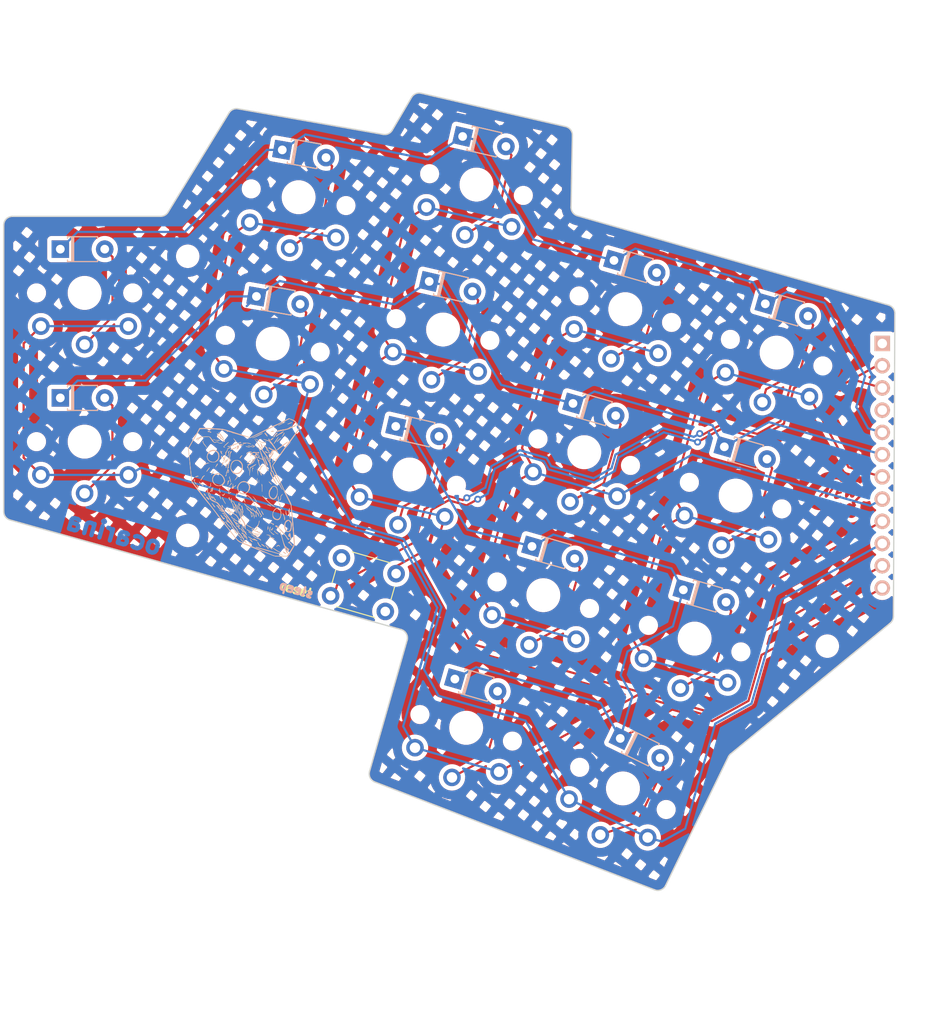
<source format=kicad_pcb>
(kicad_pcb (version 20241229) (generator "pcbnew") (generator_version "9.0")
  (title_block (title "tutorial") (rev "v1.0.0") (company "Unknown"))
  (layers (0 "F.Cu" signal) (2 "B.Cu" signal) (13 "F.Paste" user) (15 "B.Paste" user) (5 "F.SilkS" user "F.Silkscreen") (7 "B.SilkS" user "B.Silkscreen") (1 "F.Mask" user) (3 "B.Mask" user) (25 "Edge.Cuts" user))
  (net 0 "")
  (net 1 "P16")
  (net 2 "pinky_home")
  (net 3 "pinky_top")
  (net 4 "P14")
  (net 5 "ring_home")
  (net 6 "ring_top")
  (net 7 "P15")
  (net 8 "middle_bottom")
  (net 9 "middle_home")
  (net 10 "middle_top")
  (net 11 "P18")
  (net 12 "index_bottom")
  (net 13 "index_home")
  (net 14 "index_top")
  (net 15 "P19")
  (net 16 "inner_bottom")
  (net 17 "inner_home")
  (net 18 "inner_top")
  (net 19 "near_thumb")
  (net 20 "home_thumb")
  (net 21 "P20")
  (net 22 "P21")
  (net 23 "P10")
  (net 24 "RAW")
  (net 25 "GND")
  (net 26 "RST")
  (net 27 "VCC")
  (footprint "isaacscollection:5mm diode" (layer "F.Cu") (at 105.286182 109.030513 -10)
    (property "Reference" "D4" (hide yes))
    (property "Value" "" (hide yes))
  )
  (footprint "isaacscollection:5mm diode" (layer "F.Cu") (at 160.450402 126.904727 -16)
    (property "Reference" "D13" (hide yes))
    (property "Value" "" (hide yes))
  )
  (footprint "isaacscollection:SW_choc_no_silk" (layer "F.Cu") (at 101.465923 130.696282 -10)
    (property "Reference" "S3" (hide yes))
    (property "Value" "" (hide yes))
  )
  (footprint "isaacscollection:5mm diode" (layer "F.Cu") (at 138.461857 138.284705 -16)
    (property "Reference" "D9" (hide yes))
    (property "Value" "" (hide yes))
  )
  (footprint "isaacscollection:SW_choc_no_silk" (layer "F.Cu") (at 159.072214 131.711038 -16)
    (property "Reference" "S13" (hide yes))
    (property "Value" "" (hide yes))
  )
  (footprint "isaacscollection:5mm diode" (layer "F.Cu") (at 151.07873 159.587626 -16)
    (property "Reference" "D11" (hide yes))
    (property "Value" "" (hide yes))
  )
  (footprint "isaacscollection:5mm diode" (layer "F.Cu") (at 133.776021 154.626155 -16)
    (property "Reference" "D8" (hide yes))
    (property "Value" "" (hide yes))
  )
  (footprint "isaacscollection:5mm diode" (layer "F.Cu") (at 79.949504 136.889086)
    (property "Reference" "D1" (hide yes))
    (property "Value" "" (hide yes))
  )
  (footprint "isaacscollection:5mm diode" (layer "F.Cu") (at 155.764568 143.246175 -16)
    (property "Reference" "D12" (hide yes))
    (property "Value" "" (hide yes))
  )
  (footprint "isaacscollection:SW_choc_no_silk" (layer "F.Cu") (at 120.932849 129.075352 -13)
    (property "Reference" "S6" (hide yes))
    (property "Value" "" (hide yes))
  )
  (footprint "isaacscollection:SW_choc_no_silk" (layer "F.Cu") (at 149.700547 164.393934 -16)
    (property "Reference" "S11" (hide yes))
    (property "Value" "" (hide yes))
  )
  (footprint "MountingHole:MountingHole_2.2mm_M2_DIN965" (layer "F.Cu") (at 164.871693 165.252414)
    (property "Reference" "REF**" (hide yes))
    (property "Value" "MountingHole_2.2mm_M2_DIN965" (hide yes))
  )
  (footprint "isaacscollection:5mm diode" (layer "F.Cu") (at 102.334163 125.772243 -10)
    (property "Reference" "D3" (hide yes))
    (property "Value" "" (hide yes))
  )
  (footprint "isaacscollection:5mm diode" (layer "F.Cu") (at 143.14769 121.943253 -16)
    (property "Reference" "D10" (hide yes))
    (property "Value" "" (hide yes))
  )
  (footprint "isaacscollection:SW_choc_no_silk" (layer "F.Cu") (at 141.769502 126.749563 -16)
    (property "Reference" "S10" (hide yes))
    (property "Value" "" (hide yes))
  )
  (footprint "Button_Switch_THT:SW_PUSH_6mm" (layer "F.Cu") (at 109.319646 155.175787 -16)
    (property "Reference" "REF**" (hide yes))
    (property "Value" "SW_PUSH_6mm" (hide yes))
  )
  (footprint "isaacscollection:5mm diode" (layer "F.Cu") (at 79.949506 119.889088)
    (property "Reference" "D2" (hide yes))
    (property "Value" "" (hide yes))
  )
  (footprint "isaacscollection:SW_choc_no_silk" (layer "F.Cu") (at 104.417938 113.954547 -10)
    (property "Reference" "S4" (hide yes))
    (property "Value" "" (hide yes))
  )
  (footprint "isaacscollection:SW_choc_no_silk" (layer "F.Cu") (at 117.108683 145.639642 -13)
    (property "Reference" "S5" (hide yes))
    (property "Value" "" (hide yes))
  )
  (footprint "isaacscollection:SW_choc_no_silk" (layer "F.Cu") (at 123.578573 174.588669 -16)
    (property "Reference" "S14" (hide yes))
    (property "Value" "" (hide yes))
  )
  (footprint "isaacscollection:SW_choc_no_silk" (layer "F.Cu") (at 141.500773 181.515036 -26)
    (property "Reference" "S15" (hide yes))
    (property "Value" "" (hide yes))
  )
  (footprint "isaacscollection:SW_choc_no_silk" (layer "F.Cu") (at 124.757018 112.511058 -13)
    (property "Reference" "S7" (hide yes))
    (property "Value" "" (hide yes))
  )
  (footprint "isaacscollection:SW_choc_no_silk" (layer "F.Cu") (at 79.949507 141.889089)
    (property "Reference" "S1" (hide yes))
    (property "Value" "" (hide yes))
  )
  (footprint "isaacscollection:5mm diode" (layer "F.Cu") (at 124.95676 169.78236 -16)
    (property "Reference" "D14" (hide yes))
    (property "Value" "" (hide yes))
  )
  (footprint "isaacscollection:SW_choc_no_silk" (layer "F.Cu") (at 132.397832 159.432461 -16)
    (property "Reference" "S8" (hide yes))
    (property "Value" "" (hide yes))
  )
  (footprint "isaacscollection:5mm diode" (layer "F.Cu") (at 143.692631 177.021066 -26)
    (property "Reference" "D15" (hide yes))
    (property "Value" "" (hide yes))
  )
  (footprint "MountingHole:MountingHole_2.2mm_M2_DIN965" (layer "F.Cu") (at 91.741694 120.702413)
    (property "Reference" "REF**" (hide yes))
    (property "Value" "MountingHole_2.2mm_M2_DIN965" (hide yes))
  )
  (footprint "isaacscollection:SW_choc_no_silk" (layer "F.Cu") (at 137.08367 143.091014 -16)
    (property "Reference" "S9" (hide yes))
    (property "Value" "" (hide yes))
  )
  (footprint "isaacscollection:5mm diode" (layer "F.Cu") (at 125.881774 107.63921 -13)
    (property "Reference" "D7" (hide yes))
    (property "Value" "" (hide yes))
  )
  (footprint "MountingHole:MountingHole_2.2mm_M2_DIN965" (layer "F.Cu") (at 91.741696 152.602414)
    (property "Reference" "REF**" (hide yes))
    (property "Value" "MountingHole_2.2mm_M2_DIN965" (hide yes))
  )
  (footprint "isaacscollection:5mm diode" (layer "F.Cu") (at 118.233439 140.767792 -13)
    (property "Reference" "D5" (hide yes))
    (property "Value" "" (hide yes))
  )
  (footprint "isaacscollection:5mm diode" (layer "F.Cu") (at 122.057609 124.203501 -13)
    (property "Reference" "D6" (hide yes))
    (property "Value" "" (hide yes))
  )
  (footprint "isaacscollection:SW_choc_no_silk" (layer "F.Cu") (at 79.949505 124.88909)
    (property "Reference" "S2" (hide yes))
    (property "Value" "" (hide yes))
  )
  (footprint "ProMicro" (layer "F.Cu") (at 178.77114 144.641709 -90)
    (property "Reference" "MCU1" (hide yes))
    (property "Value" "" (hide yes))
  )
  (footprint "isaacscollection:SW_choc_no_silk" (layer "F.Cu") (at 154.386382 148.052486 -16)
    (property "Reference" "S12" (hide yes))
    (property "Value" "" (hide yes))
  )
  (gr_poly (pts (xy 165.872069 146.704947) (xy 165.877434 146.705329) (xy 165.882857 146.705953) (xy 165.893281 146.70711) (xy 165.902764 146.708629) (xy 165.911344 146.710568) (xy 165.915313 146.711711) (xy 165.91907 146.712981) (xy 165.922631 146.714381) (xy 165.925993 146.715921) (xy 165.929168 146.717604) (xy 165.932155 146.719441) (xy 165.934967 146.721435) (xy 165.937604 146.723596) (xy 165.940076 146.725931) (xy 165.942386 146.728443) (xy 165.944543 146.731142) (xy 165.946552 146.734031) (xy 165.948414 146.737124) (xy 165.950139 146.740421) (xy 165.951736 146.74393) (xy 165.9532 146.747663) (xy 165.954551 146.751617) (xy 165.955782 146.755811) (xy 165.957929 146.76492) (xy 165.959687 146.775045) (xy 165.961108 146.78624) (xy 165.962232 146.798559) (xy 165.963355 146.812456) (xy 165.963647 146.825546) (xy 165.962965 146.838072) (xy 165.961158 146.850274) (xy 165.958076 146.862401) (xy 165.953581 146.874692) (xy 165.947519 146.887396) (xy 165.939741 146.900751) (xy 165.930107 146.91501) (xy 165.918461 146.93041) (xy 165.904663 146.947198) (xy 165.888561 146.965616) (xy 165.870012 146.985911) (xy 165.848864 147.008327) (xy 165.79819 147.060494) (xy 165.760926 147.100059) (xy 165.721336 147.144333) (xy 165.680571 147.191834) (xy 165.639771 147.241074) (xy 165.600087 147.290559) (xy 165.562669 147.338804) (xy 165.528662 147.384321) (xy 165.499209 147.425621) (xy 165.420575 147.538998) (xy 165.330996 147.66242) (xy 165.235647 147.789317) (xy 165.139706 147.913113) (xy 165.048359 148.027237) (xy 164.966781 148.125112) (xy 164.900139 148.200166) (xy 164.874044 148.227079) (xy 164.85363 148.245828) (xy 164.837495 148.258848) (xy 164.821797 148.270126) (xy 164.814087 148.275107) (xy 164.806465 148.279653) (xy 164.798923 148.283756) (xy 164.791449 148.287417) (xy 164.784038 148.290637) (xy 164.776683 148.293416) (xy 164.769368 148.295751) (xy 164.762098 148.297638) (xy 164.754858 148.299081) (xy 164.747638 148.30008) (xy 164.740436 148.300628) (xy 164.733242 148.300729) (xy 164.726046 148.300381) (xy 164.718846 148.299581) (xy 164.711629 148.298329) (xy 164.704387 148.296624) (xy 164.697113 148.294469) (xy 164.689803 148.291857) (xy 164.682445 148.288791) (xy 164.67503 148.285268) (xy 164.66756 148.281287) (xy 164.660016 148.276848) (xy 164.652395 148.27195) (xy 164.644689 148.266592) (xy 164.628991 148.254491) (xy 164.612855 148.240536) (xy 164.601293 148.229176) (xy 164.591402 148.215874) (xy 164.583184 148.200561) (xy 164.576644 148.183155) (xy 164.571772 148.163578) (xy 164.568578 148.141753) (xy 164.56706 148.117602) (xy 164.567216 148.091048) (xy 164.569046 148.062013) (xy 164.572549 148.03042) (xy 164.577726 147.996193) (xy 164.584582 147.95925) (xy 164.593105 147.919518) (xy 164.603309 147.876923) (xy 164.615184 147.831374) (xy 164.628733 147.782806) (xy 164.694877 147.560558) (xy 164.55994 147.706077) (xy 164.47384 147.798105) (xy 164.39762 147.879111) (xy 164.330551 147.949669) (xy 164.271917 148.010348) (xy 164.245532 148.037166) (xy 164.220984 148.061729) (xy 164.198182 148.084109) (xy 164.177032 148.104378) (xy 164.157449 148.122612) (xy 164.139337 148.138874) (xy 164.12261 148.153244) (xy 164.107169 148.165792) (xy 164.092937 148.176586) (xy 164.079811 148.185699) (xy 164.067706 148.193204) (xy 164.062011 148.196379) (xy 164.056534 148.199175) (xy 164.051267 148.201606) (xy 164.0462 148.203678) (xy 164.041318 148.205403) (xy 164.036612 148.206788) (xy 164.032071 148.207845) (xy 164.027683 148.208579) (xy 164.02344 148.208999) (xy 164.019323 148.209115) (xy 164.015326 148.208938) (xy 164.011438 148.208478) (xy 164.007643 148.20774) (xy 164.003937 148.206732) (xy 164.000308 148.205466) (xy 163.996733 148.203953) (xy 163.993218 148.202196) (xy 163.989738 148.200204) (xy 163.982851 148.195574) (xy 163.975995 148.190116) (xy 163.969068 148.183915) (xy 163.961982 148.177038) (xy 163.947681 148.161404) (xy 163.936996 148.145611) (xy 163.930628 148.128695) (xy 163.929277 148.109692) (xy 163.933654 148.087633) (xy 163.94445 148.061556) (xy 163.962366 148.030494) (xy 163.98811 147.993481) (xy 164.022381 147.949557) (xy 164.065878 147.89775) (xy 164.183364 147.766641) (xy 164.346179 147.592437) (xy 164.559938 147.367411) (xy 164.639324 147.283951) (xy 164.710191 147.209849) (xy 164.773143 147.1446) (xy 164.82878 147.087698) (xy 164.877708 147.03864) (xy 164.920522 146.996921) (xy 164.939826 146.978659) (xy 164.957824 146.962043) (xy 164.974599 146.947008) (xy 164.99022 146.933495) (xy 165.004763 146.921438) (xy 165.018301 146.910775) (xy 165.030912 146.901445) (xy 165.042674 146.893383) (xy 165.053659 146.886527) (xy 165.063941 146.880812) (xy 165.073594 146.876178) (xy 165.082701 146.872559) (xy 165.091324 146.869892) (xy 165.099553 146.868118) (xy 165.107449 146.867167) (xy 165.115095 146.866987) (xy 165.122566 146.867503) (xy 165.129934 146.868663) (xy 165.13728 146.870395) (xy 165.144669 146.872641) (xy 165.160915 146.878675) (xy 165.17492 146.885942) (xy 165.181081 146.890073) (xy 165.186679 146.894558) (xy 165.191713 146.899409) (xy 165.196183 146.904637) (xy 165.200085 146.910266) (xy 165.203422 146.9163) (xy 165.206186 146.922763) (xy 165.208388 146.929659) (xy 165.210017 146.937013) (xy 165.211075 146.944834) (xy 165.211563 146.953137) (xy 165.211477 146.961937) (xy 165.209583 146.981088) (xy 165.205387 147.002401) (xy 165.198885 147.025991) (xy 165.190061 147.051979) (xy 165.178913 147.080477) (xy 165.165432 147.111604) (xy 165.14961 147.145473) (xy 165.131441 147.182202) (xy 165.086649 147.275004) (xy 165.039496 147.379895) (xy 164.992842 147.489626) (xy 164.949539 147.596938) (xy 164.912435 147.694576) (xy 164.884385 147.775283) (xy 164.874649 147.807019) (xy 164.868242 147.831806) (xy 164.865525 147.848731) (xy 164.865662 147.853965) (xy 164.866854 147.856892) (xy 164.86814 147.857434) (xy 164.870001 147.857101) (xy 164.875382 147.853866) (xy 164.882889 147.847341) (xy 164.892404 147.837668) (xy 164.916995 147.809496) (xy 164.948217 147.770571) (xy 164.985145 147.722091) (xy 165.026847 147.665274) (xy 165.072393 147.601325) (xy 165.120857 147.53145) (xy 165.193159 147.427516) (xy 165.263195 147.329997) (xy 165.330938 147.238867) (xy 165.396352 147.154091) (xy 165.459418 147.075642) (xy 165.520089 147.003486) (xy 165.578342 146.937594) (xy 165.634148 146.877932) (xy 165.660281 146.851496) (xy 165.684229 146.827678) (xy 165.70615 146.80636) (xy 165.726217 146.787434) (xy 165.744588 146.770791) (xy 165.761445 146.756311) (xy 165.776938 146.743886) (xy 165.784229 146.73841) (xy 165.791244 146.733403) (xy 165.798002 146.728856) (xy 165.804527 146.724749) (xy 165.810838 146.721072) (xy 165.816951 146.717812) (xy 165.822897 146.714953) (xy 165.828691 146.71248) (xy 165.834352 146.710381) (xy 165.839904 146.708638) (xy 165.845366 146.707245) (xy 165.850761 146.706181) (xy 165.856107 146.705431) (xy 165.861428 146.704986) (xy 165.866739 146.704832)) (stroke (width -0.000001)) (fill yes) (layer "F.Cu") (net 23))
  (gr_poly (pts (xy 168.181941 147.020149) (xy 168.200868 147.025991) (xy 168.217737 147.035515) (xy 168.232586 147.048547) (xy 168.245436 147.064911) (xy 168.25633 147.084437) (xy 168.265299 147.106944) (xy 168.272374 147.132264) (xy 168.280977 147.190632) (xy 168.282399 147.258146) (xy 168.276911 147.333412) (xy 168.264766 147.415037) (xy 168.246239 147.50162) (xy 168.221585 147.591771) (xy 168.191076 147.68409) (xy 168.154966 147.777185) (xy 168.113522 147.869661) (xy 168.067014 147.960116) (xy 168.015696 148.047168) (xy 167.959834 148.129412) (xy 167.941692 148.153429) (xy 167.924822 148.174973) (xy 167.909002 148.194169) (xy 167.894022 148.211143) (xy 167.879662 148.226024) (xy 167.865702 148.238938) (xy 167.858806 148.244701) (xy 167.85193 148.250018) (xy 167.845046 148.254908) (xy 167.838126 148.259389) (xy 167.831144 148.263471) (xy 167.824076 148.267178) (xy 167.81689 148.270518) (xy 167.809562 148.27351) (xy 167.80206 148.276175) (xy 167.794363 148.278522) (xy 167.786441 148.280566) (xy 167.778263 148.282333) (xy 167.761052 148.285073) (xy 167.742506 148.286875) (xy 167.722406 148.287862) (xy 167.700542 148.288162) (xy 167.688772 148.287961) (xy 167.677262 148.287356) (xy 167.666018 148.286354) (xy 167.655043 148.284952) (xy 167.644339 148.283154) (xy 167.633905 148.280961) (xy 167.623742 148.278367) (xy 167.613852 148.275387) (xy 167.604237 148.272012) (xy 167.5949 148.268249) (xy 167.585843 148.264098) (xy 167.577063 148.259558) (xy 167.568565 148.254634) (xy 167.560351 148.249323) (xy 167.552416 148.243633) (xy 167.54477 148.237559) (xy 167.53741 148.231106) (xy 167.53034 148.224276) (xy 167.523558 148.217066) (xy 167.517069 148.209484) (xy 167.510868 148.201525) (xy 167.504964 148.193195) (xy 167.499356 148.184496) (xy 167.494045 148.175424) (xy 167.489032 148.165985) (xy 167.48432 148.15618) (xy 167.479909 148.146006) (xy 167.475798 148.135474) (xy 167.471991 148.124576) (xy 167.468495 148.113318) (xy 167.462419 148.089722) (xy 167.45415 148.055535) (xy 167.445884 148.022586) (xy 167.433313 147.973308) (xy 167.432416 147.971554) (xy 167.431213 147.970262) (xy 167.429707 147.96943) (xy 167.427907 147.969047) (xy 167.425811 147.969116) (xy 167.423426 147.969634) (xy 167.417812 147.971984) (xy 167.411095 147.976073) (xy 167.403316 147.981865) (xy 167.394505 147.98933) (xy 167.3847 147.998442) (xy 167.37393 148.009165) (xy 167.362235 148.021471) (xy 167.349648 148.035325) (xy 167.336204 148.050699) (xy 167.30689 148.085878) (xy 167.274566 148.126765) (xy 167.246554 148.161916) (xy 167.220882 148.193029) (xy 167.197292 148.220231) (xy 167.186191 148.232401) (xy 167.175511 148.243638) (xy 167.165219 148.253956) (xy 167.155282 148.263371) (xy 167.145669 148.271894) (xy 167.136342 148.279546) (xy 167.127269 148.286342) (xy 167.118421 148.29229) (xy 167.109764 148.297413) (xy 167.101264 148.301722) (xy 167.092886 148.30523) (xy 167.084599 148.307959) (xy 167.076371 148.309916) (xy 167.06817 148.311122) (xy 167.059961 148.311588) (xy 167.051705 148.311332) (xy 167.043383 148.310366) (xy 167.034951 148.308708) (xy 167.02638 148.306371) (xy 167.017638 148.303374) (xy 167.00869 148.299721) (xy 166.9995 148.295443) (xy 166.990042 148.290544) (xy 166.980281 148.285042) (xy 166.959711 148.272287) (xy 166.945258 148.261707) (xy 166.932636 148.249556) (xy 166.921821 148.235421) (xy 166.912791 148.218913) (xy 166.905505 148.199633) (xy 166.899948 148.177175) (xy 166.896086 148.151146) (xy 166.893896 148.121142) (xy 166.893348 148.08677) (xy 166.894417 148.047623) (xy 166.897075 148.003308) (xy 166.901297 147.953422) (xy 166.914313 147.835346) (xy 166.933254 147.690203) (xy 166.941554 147.630435) (xy 166.948549 147.571223) (xy 166.954181 147.514122) (xy 166.958386 147.460678) (xy 166.961107 147.412443) (xy 166.962273 147.370968) (xy 166.962258 147.353248) (xy 166.961831 147.337802) (xy 166.960983 147.324815) (xy 166.959711 147.314496) (xy 166.958096 147.304058) (xy 166.957198 147.293605) (xy 166.956993 147.283159) (xy 166.957457 147.27275) (xy 166.958566 147.262408) (xy 166.960292 147.25216) (xy 166.962613 147.242036) (xy 166.965496 147.232059) (xy 166.968928 147.222262) (xy 166.972876 147.212673) (xy 166.977315 147.203315) (xy 166.982222 147.194222) (xy 166.987569 147.18542) (xy 166.993334 147.176937) (xy 166.999491 147.168799) (xy 167.006012 147.161037) (xy 167.012876 147.153675) (xy 167.020055 147.14675) (xy 167.027526 147.140278) (xy 167.03526 147.1343) (xy 167.043236 147.128831) (xy 167.051428 147.123911) (xy 167.05981 147.11956) (xy 167.068355 147.115808) (xy 167.077042 147.112685) (xy 167.08584 147.110218) (xy 167.094729 147.108436) (xy 167.103681 147.107365) (xy 167.112673 147.107034) (xy 167.121678 147.107469) (xy 167.13067 147.108707) (xy 167.139627 147.110764) (xy 167.16525 147.118971) (xy 167.187587 147.127282) (xy 167.20671 147.136556) (xy 167.222682 147.147643) (xy 167.235567 147.161394) (xy 167.245436 147.178667) (xy 167.252348 147.200313) (xy 167.256376 147.227182) (xy 167.257577 147.260129) (xy 167.256028 147.300004) (xy 167.251789 147.347661) (xy 167.244923 147.403959) (xy 167.223586 147.545858) (xy 167.192544 147.732536) (xy 167.190256 147.747054) (xy 167.188362 147.75989) (xy 167.186901 147.771084) (xy 167.185887 147.780699) (xy 167.185559 147.784927) (xy 167.185356 147.788777) (xy 167.185279 147.792257) (xy 167.185335 147.795369) (xy 167.185524 147.798124) (xy 167.185848 147.80053) (xy 167.186312 147.802588) (xy 167.186921 147.804306) (xy 167.187676 147.80569) (xy 167.188113 147.806261) (xy 167.188586 147.806747) (xy 167.189095 147.807154) (xy 167.189647 147.807483) (xy 167.190235 147.807735) (xy 167.190865 147.807905) (xy 167.192246 147.808021) (xy 167.193787 147.807832) (xy 167.195499 147.80735) (xy 167.197382 147.806577) (xy 167.199438 147.805524) (xy 167.201673 147.804192) (xy 167.204086 147.80259) (xy 167.206688 147.800723) (xy 167.209475 147.7986) (xy 167.212457 147.796225) (xy 167.219002 147.790744) (xy 167.223679 147.786292) (xy 167.228743 147.78091) (xy 167.234159 147.77467) (xy 167.239881 147.767635) (xy 167.252073 147.751444) (xy 167.264974 147.732869) (xy 167.278248 147.712429) (xy 167.291555 147.690659) (xy 167.304551 147.66808) (xy 167.316897 147.645225) (xy 167.362302 147.555503) (xy 167.402577 147.476393) (xy 167.438171 147.40721) (xy 167.46953 147.347277) (xy 167.497106 147.295917) (xy 167.509617 147.273245) (xy 167.521352 147.252456) (xy 167.532363 147.233473) (xy 167.542713 147.216212) (xy 167.552452 147.200581) (xy 167.561639 147.1865) (xy 167.57033 147.173886) (xy 167.57858 147.162653) (xy 167.586448 147.152717) (xy 167.593987 147.143989) (xy 167.601257 147.136385) (xy 167.608311 147.129824) (xy 167.615207 147.12422) (xy 167.621997 147.119487) (xy 167.628742 147.11554) (xy 167.635496 147.112299) (xy 167.642316 147.109671) (xy 167.649259 147.107577) (xy 167.656383 147.10593) (xy 167.663737 147.104646) (xy 167.671385 147.103639) (xy 167.67938 147.102829) (xy 167.690531 147.101842) (xy 167.701174 147.101371) (xy 167.711302 147.10141) (xy 167.720918 147.101961) (xy 167.730023 147.10302) (xy 167.738612 147.104595) (xy 167.746685 147.106681) (xy 167.754245 147.109276) (xy 167.761291 147.112386) (xy 167.767819 147.116004) (xy 167.773828 147.120138) (xy 167.779325 147.124781) (xy 167.784303 147.129935) (xy 167.788762 147.1356) (xy 167.792704 147.141779) (xy 167.796125 147.148469) (xy 167.79903 147.15567) (xy 167.80141 147.163382) (xy 167.803272 147.171608) (xy 167.804616 147.180345) (xy 167.805435 147.18959) (xy 167.805734 147.199349) (xy 167.80551 147.209619) (xy 167.804765 147.220402) (xy 167.801704 147.243498) (xy 167.796543 147.268648) (xy 167.789281 147.29584) (xy 167.779919 147.325078) (xy 167.768302 147.362135) (xy 167.757296 147.400655) (xy 167.746956 147.440295) (xy 167.737338 147.480725) (xy 167.728496 147.521607) (xy 167.720481 147.562597) (xy 167.713351 147.603363) (xy 167.707157 147.643571) (xy 167.701961 147.682877) (xy 167.697806 147.720944) (xy 167.694752 147.757442) (xy 167.692855 147.792027) (xy 167.692166 147.824362) (xy 167.692739 147.854116) (xy 167.694632 147.880946) (xy 167.697896 147.904516) (xy 167.719066 148.010349) (xy 167.771983 147.944203) (xy 167.796257 147.911865) (xy 167.820347 147.874774) (xy 167.844054 147.833506) (xy 167.86719 147.788636) (xy 167.889569 147.740741) (xy 167.910998 147.690404) (xy 167.931284 147.638197) (xy 167.950245 147.584699) (xy 167.967686 147.530488) (xy 167.983417 147.476141) (xy 167.997247 147.422242) (xy 168.008991 147.369355) (xy 168.018454 147.318065) (xy 168.025449 147.268953) (xy 168.029784 147.222591) (xy 168.031275 147.179556) (xy 168.031488 147.171475) (xy 168.032115 147.163154) (xy 168.033137 147.154664) (xy 168.03454 147.14607) (xy 168.036296 147.137447) (xy 168.038388 147.128861) (xy 168.040801 147.120387) (xy 168.04351 147.112089) (xy 168.046501 147.104039) (xy 168.049746 147.096305) (xy 168.053239 147.088961) (xy 168.056945 147.082075) (xy 168.060856 147.075715) (xy 168.064953 147.06995) (xy 168.069207 147.064855) (xy 168.071391 147.062579) (xy 168.073604 147.060495) (xy 168.077814 147.056094) (xy 168.082461 147.051837) (xy 168.087483 147.047745) (xy 168.092829 147.043832) (xy 168.098441 147.040124) (xy 168.104256 147.036636) (xy 168.110217 147.033388) (xy 168.116272 147.030399) (xy 168.122355 147.027689) (xy 168.128408 147.025278) (xy 168.134381 147.023185) (xy 168.140209 147.021427) (xy 168.145833 147.020027) (xy 168.151202 147.019003) (xy 168.156249 147.018377) (xy 168.160919 147.018161)) (stroke (width -0.000001)) (fill yes) (layer "F.Cu") (net 23))
  (gr_poly (pts (xy 166.554236 147.023452) (xy 166.567349 147.025127) (xy 166.573693 147.026285) (xy 166.579888 147.027659) (xy 166.585938 147.029247) (xy 166.59184 147.031044) (xy 166.597589 147.033057) (xy 166.603184 147.035274) (xy 166.608627 147.037706) (xy 166.613911 147.040344) (xy 166.619035 147.04319) (xy 166.624001 147.046241) (xy 166.6288 147.0495) (xy 166.633438 147.052962) (xy 166.637911 147.056627) (xy 166.642209 147.060495) (xy 166.65655 147.076579) (xy 166.662552 147.084429) (xy 166.667759 147.092177) (xy 166.672161 147.099839) (xy 166.675743 147.107426) (xy 166.678499 147.114963) (xy 166.68041 147.122464) (xy 166.681471 147.129946) (xy 166.681665 147.137427) (xy 166.680985 147.144916) (xy 166.679417 147.152443) (xy 166.676954 147.160016) (xy 166.673573 147.167654) (xy 166.669272 147.175375) (xy 166.664038 147.183194) (xy 166.65786 147.191133) (xy 166.650723 147.199201) (xy 166.633531 147.215806) (xy 166.612367 147.23315) (xy 166.587145 147.251366) (xy 166.557767 147.27059) (xy 166.524141 147.290956) (xy 166.486173 147.312601) (xy 166.443773 147.33566) (xy 166.347707 147.386427) (xy 166.308837 147.407193) (xy 166.275512 147.425288) (xy 166.260798 147.433435) (xy 166.247308 147.44103) (xy 166.234986 147.448114) (xy 166.223787 147.454724) (xy 166.213654 147.460901) (xy 166.204529 147.466681) (xy 166.196367 147.472106) (xy 166.189111 147.477214) (xy 166.182707 147.48204) (xy 166.177101 147.48663) (xy 166.172246 147.491014) (xy 166.16808 147.495238) (xy 166.164552 147.499338) (xy 166.161613 147.503351) (xy 166.159206 147.50732) (xy 166.157278 147.511278) (xy 166.155777 147.515268) (xy 166.154651 147.51933) (xy 166.153841 147.523498) (xy 166.153301 147.527816) (xy 166.152972 147.532315) (xy 166.152804 147.537043) (xy 166.152732 147.547327) (xy 166.153038 147.555307) (xy 166.15405 147.562417) (xy 166.155923 147.568723) (xy 166.158806 147.574281) (xy 166.162857 147.579162) (xy 166.168221 147.583417) (xy 166.175047 147.587117) (xy 166.18349 147.590323) (xy 166.193702 147.59309) (xy 166.20583 147.59549) (xy 166.220027 147.597577) (xy 166.236446 147.599417) (xy 166.276553 147.602602) (xy 166.327356 147.605536) (xy 166.351678 147.606624) (xy 166.374096 147.607925) (xy 166.394696 147.609457) (xy 166.413555 147.611238) (xy 166.43075 147.613307) (xy 166.446371 147.615674) (xy 166.453615 147.616981) (xy 166.460498 147.61837) (xy 166.467024 147.619846) (xy 166.473207 147.621411) (xy 166.479057 147.62307) (xy 166.484586 147.624825) (xy 166.489797 147.626681) (xy 166.49471 147.628638) (xy 166.49933 147.630697) (xy 166.503664 147.632862) (xy 166.507728 147.635143) (xy 166.51153 147.637535) (xy 166.515081 147.640039) (xy 166.518391 147.642669) (xy 166.521465 147.645418) (xy 166.52432 147.648293) (xy 166.526964 147.651296) (xy 166.529409 147.654431) (xy 166.53166 147.657694) (xy 166.533731 147.661098) (xy 166.537422 147.667299) (xy 166.540563 147.673492) (xy 166.543161 147.679665) (xy 166.54522 147.685821) (xy 166.546749 147.691944) (xy 166.547761 147.698024) (xy 166.548253 147.704064) (xy 166.548245 147.710045) (xy 166.547732 147.715964) (xy 166.546725 147.721816) (xy 166.545234 147.727592) (xy 166.543265 147.733282) (xy 166.540828 147.738877) (xy 166.537924 147.74437) (xy 166.534566 147.749754) (xy 166.530754 147.755025) (xy 166.526505 147.760169) (xy 166.521821 147.765186) (xy 166.516707 147.770059) (xy 166.511175 147.774786) (xy 166.505228 147.779359) (xy 166.498879 147.783768) (xy 166.492129 147.788007) (xy 166.48499 147.792068) (xy 166.477469 147.79594) (xy 166.469566 147.799623) (xy 166.461298 147.803101) (xy 166.452667 147.806371) (xy 166.434351 147.812252) (xy 166.414671 147.817203) (xy 166.307513 147.83903) (xy 166.176544 147.86483) (xy 166.152164 147.869602) (xy 166.13046 147.874126) (xy 166.111187 147.878576) (xy 166.094108 147.883143) (xy 166.078987 147.888003) (xy 166.072082 147.890598) (xy 166.065576 147.893337) (xy 166.059435 147.896242) (xy 166.053636 147.899331) (xy 166.048142 147.902635) (xy 166.042929 147.90617) (xy 166.037965 147.909959) (xy 166.033214 147.914029) (xy 166.028658 147.9184) (xy 166.024252 147.923094) (xy 166.01998 147.928133) (xy 166.015803 147.933546) (xy 166.011697 147.939347) (xy 166.007623 147.945568) (xy 165.999476 147.95934) (xy 165.99112 147.975051) (xy 165.982313 147.992871) (xy 165.972813 148.012996) (xy 165.961198 148.036832) (xy 165.950326 148.060331) (xy 165.940447 148.082897) (xy 165.931802 148.103946) (xy 165.924652 148.122884) (xy 165.921713 148.131379) (xy 165.919236 148.139127) (xy 165.917259 148.146052) (xy 165.915803 148.152083) (xy 165.914912 148.157144) (xy 165.914608 148.161161) (xy 165.91497 148.164447) (xy 165.916041 148.167366) (xy 165.917805 148.169923) (xy 165.920245 148.172118) (xy 165.923343 148.173954) (xy 165.927077 148.17544) (xy 165.936393 148.177366) (xy 165.948052 148.177931) (xy 165.961905 148.177159) (xy 165.977814 148.175087) (xy 165.995634 148.171745) (xy 166.015222 148.16716) (xy 166.036434 148.161368) (xy 166.059123 148.154398) (xy 166.083154 148.14628) (xy 166.108378 148.137043) (xy 166.134652 148.126725) (xy 166.161829 148.115349) (xy 166.189775 148.102952) (xy 166.214714 148.092324) (xy 166.239504 148.082407) (xy 166.263491 148.073419) (xy 166.286013 148.065582) (xy 166.30643 148.059105) (xy 166.31565 148.056445) (xy 166.324088 148.054213) (xy 166.331681 148.052425) (xy 166.338337 148.051118) (xy 166.343978 148.050312) (xy 166.348522 148.050035) (xy 166.352755 148.050258) (xy 166.357008 148.050914) (xy 166.361269 148.051988) (xy 166.365529 148.053461) (xy 166.369782 148.055324) (xy 166.374017 148.057552) (xy 166.378222 148.060135) (xy 166.382381 148.063059) (xy 166.390546 148.069852) (xy 166.398427 148.0778) (xy 166.405944 148.086783) (xy 166.413013 148.09667) (xy 166.41956 148.107329) (xy 166.425496 148.118635) (xy 166.430741 148.130464) (xy 166.435214 148.142683) (xy 166.438836 148.155164) (xy 166.441527 148.167781) (xy 166.443198 148.180405) (xy 166.443775 148.192912) (xy 166.443093 148.199526) (xy 166.441079 148.206454) (xy 166.437793 148.21367) (xy 166.433278 148.221142) (xy 166.420768 148.236753) (xy 166.403962 148.253063) (xy 166.383265 148.269855) (xy 166.359081 148.286904) (xy 166.33182 148.303996) (xy 166.30189 148.320902) (xy 166.269698 148.337408) (xy 166.235646 148.353289) (xy 166.200147 148.368324) (xy 166.163603 148.382296) (xy 166.126427 148.394978) (xy 166.08902 148.406155) (xy 166.051789 148.415602) (xy 166.015148 148.4231) (xy 165.973086 148.430129) (xy 165.953228 148.432956) (xy 165.934131 148.435313) (xy 165.915784 148.437202) (xy 165.898165 148.43861) (xy 165.881273 148.439532) (xy 165.86508 148.439966) (xy 165.849577 148.439904) (xy 165.834753 148.439339) (xy 165.820587 148.438265) (xy 165.807067 148.43668) (xy 165.794181 148.434572) (xy 165.781912 148.431941) (xy 165.770243 148.428782) (xy 165.759164 148.425084) (xy 165.74866 148.420841) (xy 165.738711 148.416054) (xy 165.72931 148.410709) (xy 165.720437 148.404804) (xy 165.712082 148.398336) (xy 165.704225 148.391293) (xy 165.696856 148.383677) (xy 165.689961 148.375473) (xy 165.68352 148.366683) (xy 165.677522 148.357296) (xy 165.671953 148.347311) (xy 165.666797 148.336716) (xy 165.662043 148.325511) (xy 165.657669 148.313688) (xy 165.653668 148.30124) (xy 165.650025 148.288162) (xy 165.645911 148.271492) (xy 165.64255 148.256002) (xy 165.640013 148.241392) (xy 165.638366 148.227348) (xy 165.63768 148.213571) (xy 165.638024 148.199749) (xy 165.639468 148.18558) (xy 165.642087 148.170752) (xy 165.64594 148.154966) (xy 165.651109 148.137914) (xy 165.657653 148.119284) (xy 165.665651 148.098774) (xy 165.675166 148.076086) (xy 165.686269 148.050898) (xy 165.713523 147.991827) (xy 165.732299 147.951466) (xy 165.750605 147.91055) (xy 165.767984 147.870255) (xy 165.783966 147.831756) (xy 165.798091 147.796235) (xy 165.809888 147.764864) (xy 165.818898 147.73883) (xy 165.822207 147.728182) (xy 165.824649 147.719306) (xy 165.828843 147.702389) (xy 165.833411 147.685655) (xy 165.83823 147.669543) (xy 165.843167 147.654483) (xy 165.845647 147.647487) (xy 165.848109 147.640913) (xy 165.85054 147.634822) (xy 165.852923 147.629267) (xy 165.855245 147.624298) (xy 165.857495 147.619973) (xy 165.859644 147.616348) (xy 165.861691 147.613473) (xy 165.866242 147.605619) (xy 165.871816 147.594291) (xy 165.8782 147.579988) (xy 165.885172 147.563203) (xy 165.892516 147.544434) (xy 165.900013 147.524175) (xy 165.90745 147.502928) (xy 165.914608 147.48118) (xy 165.918381 147.470035) (xy 165.922723 147.458477) (xy 165.927588 147.446588) (xy 165.93292 147.434466) (xy 165.938671 147.422188) (xy 165.944789 147.409839) (xy 165.951227 147.397505) (xy 165.957933 147.385272) (xy 165.964853 147.373225) (xy 165.971939 147.361448) (xy 165.979147 147.350029) (xy 165.986415 147.33905) (xy 165.993701 147.328602) (xy 166.000955 147.318763) (xy 166.008118 147.309623) (xy 166.015148 147.301265) (xy 166.030045 147.286929) (xy 166.048623 147.270917) (xy 166.070412 147.253531) (xy 166.094937 147.235077) (xy 166.150305 147.196203) (xy 166.210941 147.156737) (xy 166.273066 147.119133) (xy 166.303503 147.101792) (xy 166.332897 147.085837) (xy 166.360768 147.071569) (xy 166.386651 147.0593) (xy 166.410067 147.049334) (xy 166.430545 147.041973) (xy 166.447686 147.036483) (xy 166.46438 147.031918) (xy 166.480611 147.028265) (xy 166.496361 147.02552) (xy 166.511613 147.023671) (xy 166.526351 147.02272) (xy 166.540567 147.022645)) (stroke (width -0.000001)) (fill yes) (layer "F.Cu") (net 23))
  (gr_poly (pts (xy 169.473251 146.732412) (xy 169.49985 146.73396) (xy 169.525796 146.736606) (xy 169.550689 146.740341) (xy 169.574125 146.745142) (xy 169.595702 146.751001) (xy 169.615009 146.757899) (xy 169.631655 146.765818) (xy 169.638852 146.770157) (xy 169.645232 146.774745) (xy 169.654113 146.781817) (xy 169.662941 146.788164) (xy 169.671794 146.793809) (xy 169.680745 146.798765) (xy 169.689864 146.803055) (xy 169.699227 146.806695) (xy 169.708912 146.809711) (xy 169.718982 146.812118) (xy 169.729522 146.813932) (xy 169.740599 146.815182) (xy 169.75229 146.815878) (xy 169.764668 146.816044) (xy 169.777802 146.815698) (xy 169.791771 146.81486) (xy 169.806649 146.813549) (xy 169.822504 146.811783) (xy 169.841694 146.809972) (xy 169.858709 146.808544) (xy 169.873718 146.807596) (xy 169.886912 146.807198) (xy 169.892881 146.807232) (xy 169.89846 146.807436) (xy 169.903673 146.80782) (xy 169.908545 146.808392) (xy 169.913093 146.809161) (xy 169.91734 146.810145) (xy 169.921312 146.811347) (xy 169.925028 146.812781) (xy 169.928511 146.814449) (xy 169.931786 146.816371) (xy 169.934872 146.818556) (xy 169.937793 146.821011) (xy 169.940572 146.823744) (xy 169.943225 146.826772) (xy 169.945783 146.830097) (xy 169.948262 146.833738) (xy 169.95069 146.8377) (xy 169.953083 146.841992) (xy 169.957864 146.85161) (xy 169.962785 146.862684) (xy 169.968022 146.875287) (xy 169.971518 146.883927) (xy 169.976008 146.892939) (xy 169.981434 146.90226) (xy 169.987744 146.911831) (xy 169.994873 146.921587) (xy 170.002765 146.931469) (xy 170.011366 146.941409) (xy 170.020609 146.951357) (xy 170.030446 146.961233) (xy 170.04081 146.970992) (xy 170.05165 146.980562) (xy 170.062902 146.989882) (xy 170.074513 146.998896) (xy 170.086419 147.007536) (xy 170.098566 147.015742) (xy 170.110896 147.023454) (xy 170.123441 147.031397) (xy 170.135269 147.039358) (xy 170.146385 147.04733) (xy 170.156791 147.05531) (xy 170.166485 147.063306) (xy 170.175469 147.071305) (xy 170.183742 147.079313) (xy 170.191308 147.087324) (xy 170.19816 147.095343) (xy 170.204307 147.103363) (xy 170.209743 147.111382) (xy 170.214473 147.1194) (xy 170.218495 147.127417) (xy 170.221813 147.13543) (xy 170.22442 147.14344) (xy 170.226321 147.151446) (xy 170.227519 147.159439) (xy 170.228013 147.167428) (xy 170.227799 147.175403) (xy 170.226888 147.183367) (xy 170.225268 147.191316) (xy 170.222946 147.199251) (xy 170.219921 147.20717) (xy 170.216196 147.21507) (xy 170.211765 147.22295) (xy 170.206636 147.23081) (xy 170.200809 147.238645) (xy 170.19428 147.246462) (xy 170.187051 147.254252) (xy 170.179121 147.262014) (xy 170.170495 147.269749) (xy 170.16117 147.277451) (xy 170.151803 147.285056) (xy 170.143536 147.292022) (xy 170.139812 147.295277) (xy 170.136358 147.298386) (xy 170.133169 147.30136) (xy 170.130245 147.304201) (xy 170.127588 147.306912) (xy 170.125189 147.309501) (xy 170.123051 147.311975) (xy 170.121172 147.314334) (xy 170.119546 147.316589) (xy 170.118177 147.318741) (xy 170.117059 147.320798) (xy 170.116192 147.322762) (xy 170.115569 147.324642) (xy 170.115196 147.326443) (xy 170.115063 147.328171) (xy 170.115176 147.329827) (xy 170.11553 147.331421) (xy 170.116121 147.332951) (xy 170.116947 147.334434) (xy 170.118008 147.335866) (xy 170.119303 147.337256) (xy 170.120828 147.338609) (xy 170.122581 147.339932) (xy 170.124561 147.341226) (xy 170.126768 147.342502) (xy 170.129197 147.343757) (xy 170.131845 147.345001) (xy 170.134709 147.346246) (xy 170.13692 147.347081) (xy 170.139081 147.348099) (xy 170.143251 147.350664) (xy 170.147217 147.353901) (xy 170.150958 147.357778) (xy 170.154467 147.36226) (xy 170.157732 147.367313) (xy 170.160744 147.3729) (xy 170.163484 147.378988) (xy 170.165945 147.38554) (xy 170.168117 147.39252) (xy 170.169988 147.399899) (xy 170.171543 147.407637) (xy 170.172774 147.415701) (xy 170.173671 147.424052) (xy 170.174213 147.432665) (xy 170.174398 147.441494) (xy 170.174201 147.453821) (xy 170.173567 147.465062) (xy 170.17243 147.475323) (xy 170.171649 147.480116) (xy 170.170719 147.484697) (xy 170.169629 147.489079) (xy 170.168375 147.493278) (xy 170.166943 147.497303) (xy 170.16533 147.501162) (xy 170.163524 147.504877) (xy 170.161515 147.508455) (xy 170.1593 147.511908) (xy 170.156868 147.515247) (xy 170.154212 147.518486) (xy 170.151326 147.521636) (xy 170.148193 147.524709) (xy 170.144814 147.527718) (xy 170.141175 147.530674) (xy 170.137273 147.533589) (xy 170.128633 147.539349) (xy 170.118832 147.545095) (xy 170.1078 147.55092) (xy 170.095478 147.556925) (xy 170.081794 147.563204) (xy 170.064347 147.569802) (xy 170.046291 147.575711) (xy 170.027687 147.580943) (xy 170.008606 147.585507) (xy 169.989115 147.589411) (xy 169.969283 147.592665) (xy 169.928874 147.597267) (xy 169.887921 147.599388) (xy 169.84697 147.599108) (xy 169.806572 147.596501) (xy 169.767273 147.591646) (xy 169.729613 147.584619) (xy 169.694143 147.575501) (xy 169.677401 147.570182) (xy 169.661412 147.564368) (xy 169.64624 147.558069) (xy 169.631962 147.551296) (xy 169.618638 147.544056) (xy 169.606341 147.536366) (xy 169.595139 147.528226) (xy 169.585094 147.519651) (xy 169.576286 147.510647) (xy 169.568776 147.501228) (xy 169.56263 147.491404) (xy 169.557919 147.481182) (xy 169.555573 147.475694) (xy 169.553004 147.470638) (xy 169.55022 147.466012) (xy 169.54723 147.461814) (xy 169.544051 147.458041) (xy 169.540688 147.454694) (xy 169.537148 147.451771) (xy 169.533447 147.449267) (xy 169.529584 147.447182) (xy 169.525581 147.445512) (xy 169.521443 147.444259) (xy 169.517177 147.443417) (xy 169.512797 147.442985) (xy 169.508307 147.442966) (xy 169.503723 147.443351) (xy 169.499051 147.44414) (xy 169.4943 147.445336) (xy 169.489479 147.446929) (xy 169.484605 147.448922) (xy 169.47968 147.451313) (xy 169.474719 147.454097) (xy 169.469726 147.45728) (xy 169.464713 147.460849) (xy 169.459695 147.464809) (xy 169.454669 147.46916) (xy 169.449659 147.473892) (xy 169.444668 147.479012) (xy 169.439704 147.484509) (xy 169.43478 147.49039) (xy 169.429904 147.496647) (xy 169.425087 147.503278) (xy 169.420335 147.510285) (xy 169.409767 147.525807) (xy 169.396317 147.544144) (xy 169.380574 147.564655) (xy 169.36312 147.586684) (xy 169.344554 147.609585) (xy 169.325461 147.632697) (xy 169.288046 147.676974) (xy 169.198086 147.77487) (xy 169.266874 147.872766) (xy 169.277315 147.887724) (xy 169.286875 147.900892) (xy 169.295679 147.912351) (xy 169.299828 147.917461) (xy 169.303838 147.922169) (xy 169.307711 147.926485) (xy 169.311469 147.930421) (xy 169.315122 147.93398) (xy 169.318688 147.93718) (xy 169.322183 147.940022) (xy 169.325612 147.942521) (xy 169.329002 147.944685) (xy 169.332362 147.946518) (xy 169.335706 147.948035) (xy 169.339047 147.949244) (xy 169.342405 147.950151) (xy 169.345787 147.950772) (xy 169.349215 147.951108) (xy 169.352698 147.951174) (xy 169.356253 147.950979) (xy 169.359894 147.95053) (xy 169.363636 147.949831) (xy 169.367494 147.948906) (xy 169.371484 147.947751) (xy 169.375613 147.946378) (xy 169.384369 147.943022) (xy 169.393878 147.938912) (xy 169.408198 147.932941) (xy 169.421886 147.928386) (xy 169.434919 147.92519) (xy 169.447284 147.923296) (xy 169.458966 147.922644) (xy 169.469948 147.923179) (xy 169.480214 147.924846) (xy 169.489747 147.927584) (xy 169.498535 147.931338) (xy 169.506557 147.936049) (xy 169.513796 147.941664) (xy 169.520243 147.94812) (xy 169.525874 147.955364) (xy 169.530681 147.963335) (xy 169.534643 147.971982) (xy 169.537744 147.981245) (xy 169.53997 147.991065) (xy 169.541303 148.001383) (xy 169.54173 148.012149) (xy 169.541233 148.023298) (xy 169.539794 148.034781) (xy 169.537401 148.046533) (xy 169.534036 148.058498) (xy 169.529685 148.070625) (xy 169.524328 148.082849) (xy 169.51795 148.095121) (xy 169.510536 148.107374) (xy 169.502072 148.119562) (xy 169.492543 148.131619) (xy 169.481923 148.143493) (xy 169.470209 148.155122) (xy 169.457377 148.166452) (xy 169.448858 148.173331) (xy 169.440217 148.180045) (xy 169.431502 148.186558) (xy 169.422775 148.192829) (xy 169.414095 148.198823) (xy 169.40552 148.204498) (xy 169.397107 148.209817) (xy 169.388915 148.214738) (xy 169.381004 148.21923) (xy 169.37343 148.223244) (xy 169.366248 148.226751) (xy 169.359522 148.229705) (xy 169.353306 148.232072) (xy 169.347665 148.233807) (xy 169.342648 148.234877) (xy 169.34039 148.235154) (xy 169.338315 148.235245) (xy 169.331727 148.235028) (xy 169.324876 148.234389) (xy 169.310435 148.231865) (xy 169.295102 148.227746) (xy 169.278989 148.222099) (xy 169.26221 148.214995) (xy 169.244879 148.206501) (xy 169.227105 148.196693) (xy 169.208998 148.185636) (xy 169.190678 148.173399) (xy 169.172254 148.160057) (xy 169.153836 148.145674) (xy 169.135536 148.130321) (xy 169.117472 148.114071) (xy 169.099751 148.096989) (xy 169.082487 148.079151) (xy 169.065793 148.060619) (xy 168.981128 147.96537) (xy 168.727126 148.211431) (xy 168.60396 148.332134) (xy 168.495866 148.438847) (xy 168.402031 148.532482) (xy 168.321652 148.61393) (xy 168.253926 148.68409) (xy 168.198044 148.743866) (xy 168.1532 148.794151) (xy 168.134667 148.816018) (xy 168.118587 148.83585) (xy 168.05244 148.923162) (xy 168.113295 149.04487) (xy 168.171502 149.169224) (xy 168.100063 149.232725) (xy 168.090609 149.240508) (xy 168.082067 149.247993) (xy 168.074431 149.255194) (xy 168.07095 149.258689) (xy 168.067695 149.262117) (xy 168.064661 149.265481) (xy 168.06184 149.268776) (xy 168.059243 149.272013) (xy 168.056856 149.275187) (xy 168.054688 149.278301) (xy 168.052737 149.281354) (xy 168.050994 149.284353) (xy 168.049463 149.287295) (xy 168.048141 149.29018) (xy 168.047027 149.293017) (xy 168.046121 149.295799) (xy 168.045419 149.298535) (xy 168.04492 149.301221) (xy 168.04462 149.303858) (xy 168.044524 149.306451) (xy 168.044627 149.308999) (xy 168.044926 149.311503) (xy 168.045424 149.313969) (xy 168.046115 149.316394) (xy 168.046996 149.318782) (xy 168.048073 149.321131) (xy 168.049341 149.323443) (xy 168.050798 149.325728) (xy 168.052439 149.327973) (xy 168.056967 149.334723) (xy 168.062505 149.344754) (xy 168.075921 149.372913) (xy 168.091321 149.408943) (xy 168.107341 149.44935) (xy 168.122616 149.490626) (xy 168.135783 149.529264) (xy 168.145477 149.561764) (xy 168.148597 149.574615) (xy 168.150334 149.584621) (xy 168.151167 149.589994) (xy 168.15352 149.59983) (xy 168.161913 149.630924) (xy 168.173775 149.673915) (xy 168.187378 149.72485) (xy 168.195072 149.756065) (xy 168.201299 149.789909) (xy 168.206086 149.825971) (xy 168.209456 149.863837) (xy 168.211428 149.903101) (xy 168.212025 149.943348) (xy 168.211279 149.984166) (xy 168.209207 150.025153) (xy 168.205831 150.065885) (xy 168.201175 150.105964) (xy 168.195263 150.14497) (xy 168.188122 150.182495) (xy 168.17977 150.21813) (xy 168.170232 150.251461) (xy 168.159531 150.28208) (xy 168.147689 150.309577) (xy 168.133223 150.33677) (xy 168.115796 150.363668) (xy 168.095671 150.390091) (xy 168.073108 150.415867) (xy 168.048381 150.440821) (xy 168.021745 150.464777) (xy 167.993465 150.487563) (xy 167.963804 150.509006) (xy 167.933029 150.52893) (xy 167.9014 150.54716) (xy 167.869182 150.563523) (xy 167.836641 150.57784) (xy 167.804032 150.589944) (xy 167.77163 150.59965) (xy 167.73969 150.606796) (xy 167.708482 150.611204) (xy 167.681728 150.612984) (xy 167.653324 150.61342) (xy 167.623661 150.612594) (xy 167.59314 150.610582) (xy 167.562154 150.607473) (xy 167.531098 150.603345) (xy 167.500365 150.598276) (xy 167.470359 150.592352) (xy 167.441465 150.585652) (xy 167.414081 150.57826) (xy 167.388606 150.570254) (xy 167.365434 150.561718) (xy 167.344959 150.55273) (xy 167.327573 150.543379) (xy 167.320166 150.538588) (xy 167.313681 150.533737) (xy 167.308167 150.528833) (xy 167.303669 150.523891) (xy 167.300794 150.520705) (xy 167.297166 150.517127) (xy 167.292844 150.513199) (xy 167.287878 150.508966) (xy 167.276227 150.499752) (xy 167.262658 150.489824) (xy 167.2476 150.479526) (xy 167.231485 150.469197) (xy 167.214753 150.459174) (xy 167.197835 150.449808) (xy 167.147613 150.420687) (xy 167.10116 150.387016) (xy 167.058518 150.348947) (xy 167.019736 150.306644) (xy 166.984865 150.260261) (xy 166.953944 150.209961) (xy 166.927025 150.155902) (xy 166.90415 150.098242) (xy 166.885365 150.03714) (xy 166.870726 149.972756) (xy 166.860266 149.905249) (xy 166.854042 149.834774) (xy 166.852096 149.761497) (xy 166.854477 149.685572) (xy 166.86123 149.607153) (xy 166.872399 149.52641) (xy 166.879716 149.485359) (xy 166.888763 149.445528) (xy 166.899541 149.406906) (xy 166.912045 149.369481) (xy 166.926267 149.333233) (xy 166.942207 149.298145) (xy 166.959863 149.264206) (xy 166.979225 149.231401) (xy 167.00029 149.199709) (xy 167.023061 149.16912) (xy 167.047529 149.139616) (xy 167.073687 149.111181) (xy 167.101538 149.083799) (xy 167.131077 149.057457) (xy 167.162293 149.032139) (xy 167.195191 149.007829) (xy 167.223803 148.988637) (xy 167.252081 148.971729) (xy 167.279991 148.957116) (xy 167.307513 148.944785) (xy 167.334617 148.93473) (xy 167.348 148.930554) (xy 167.361273 148.926948) (xy 167.374424 148.92391) (xy 167.387457 148.921441) (xy 167.400362 148.919538) (xy 167.413142 148.9182) (xy 167.425786 148.917428) (xy 167.4383 148.917223) (xy 167.45067 148.917581) (xy 167.462899 148.918505) (xy 167.474984 148.919992) (xy 167.486922 148.92204) (xy 167.498704 148.924655) (xy 167.510333 148.927834) (xy 167.521805 148.931571) (xy 167.53311 148.935868) (xy 167.544251 148.940732) (xy 167.555223 148.946153) (xy 167.566026 148.952132) (xy 167.576649 148.958674) (xy 167.587094 148.965775) (xy 167.597357 148.973432) (xy 167.606685 148.980623) (xy 167.61581 148.987325) (xy 167.624707 148.993531) (xy 167.633356 148.999247) (xy 167.641735 149.004477) (xy 167.649829 149.00922) (xy 167.657617 149.013476) (xy 167.665074 149.017253) (xy 167.672182 149.020549) (xy 167.678923 149.023363) (xy 167.68527 149.025701) (xy 167.691211 149.027569) (xy 167.696723 149.028959) (xy 167.70178 149.029882) (xy 167.70637 149.030334) (xy 167.710468 149.030315) (xy 167.714052 149.029836) (xy 167.717104 149.028895) (xy 167.719605 149.027491) (xy 167.720643 149.026615) (xy 167.721535 149.025624) (xy 167.722278 149.024521) (xy 167.722871 149.023304) (xy 167.723313 149.021973) (xy 167.723591 149.020527) (xy 167.723681 149.017296) (xy 167.723115 149.013615) (xy 167.721874 149.009486) (xy 167.719941 149.004905) (xy 167.717294 148.999882) (xy 167.713909 148.994414) (xy 167.709769 148.988503) (xy 167.704851 148.982151) (xy 167.699136 148.975363) (xy 167.692606 148.968139) (xy 167.686722 148.961573) (xy 167.680987 148.954809) (xy 167.675444 148.947887) (xy 167.670116 148.940856) (xy 167.665036 148.933764) (xy 167.660237 148.926654) (xy 167.655746 148.919576) (xy 167.651596 148.912578) (xy 167.647818 148.905702) (xy 167.644445 148.898999) (xy 167.641505 148.892508) (xy 167.63903 148.886285) (xy 167.637049 148.880371) (xy 167.635595 148.874814) (xy 167.634702 148.869657) (xy 167.634475 148.867245) (xy 167.634398 148.864953) (xy 167.634674 148.859442) (xy 167.635479 148.85385) (xy 167.636797 148.848187) (xy 167.6386 148.842473) (xy 167.64086 148.836737) (xy 167.643554 148.830991) (xy 167.646659 148.825259) (xy 167.650149 148.81956) (xy 167.653999 148.813916) (xy 167.658187 148.808348) (xy 167.667467 148.797513) (xy 167.677794 148.787223) (xy 167.68897 148.77764) (xy 167.700793 148.768925) (xy 167.713076 148.761237) (xy 167.725611 148.754747) (xy 167.731913 148.751997) (xy 167.738207 148.74961) (xy 167.744464 148.747602) (xy 167.750659 148.745995) (xy 167.756776 148.744806) (xy 167.762778 148.744061) (xy 167.768649 148.743775) (xy 167.774361 148.743971) (xy 167.77989 148.744669) (xy 167.785209 148.745891) (xy 167.788493 148.74672) (xy 167.791885 148.747217) (xy 167.799044 148.747208) (xy 167.806739 148.745826) (xy 167.815016 148.743037) (xy 167.823932 148.738808) (xy 167.833533 148.7331) (xy 167.84387 148.725883) (xy 167.854994 148.717116) (xy 167.866956 148.706771) (xy 167.879804 148.694809) (xy 167.89359 148.681195) (xy 167.908367 148.665896) (xy 167.924179 148.648876) (xy 167.941082 148.630098) (xy 167.978355 148.587138) (xy 168.041845 148.513103) (xy 168.10726 148.43984) (xy 168.174532 148.367386) (xy 168.243602 148.295769) (xy 168.314407 148.225019) (xy 168.386891 148.155167) (xy 168.460982 148.086247) (xy 168.536628 148.018286) (xy 168.639335 147.929415) (xy 168.681228 147.892839) (xy 168.717329 147.860941) (xy 168.748018 147.83329) (xy 168.761454 147.820926) (xy 168.773684 147.809462) (xy 168.784749 147.798848) (xy 168.794702 147.789028) (xy 168.803592 147.779948) (xy 168.811462 147.771564) (xy 168.818369 147.763811) (xy 168.824348 147.756638) (xy 168.829455 147.749999) (xy 168.833741 147.743832) (xy 168.837248 147.73809) (xy 168.840026 147.732716) (xy 168.842122 147.727659) (xy 168.84293 147.72523) (xy 168.843583 147.722863) (xy 168.844095 147.720544) (xy 168.844464 147.718276) (xy 168.844804 147.713847) (xy 168.844657 147.709521) (xy 168.844067 147.705241) (xy 168.843083 147.700958) (xy 168.841755 147.696621) (xy 168.840128 147.69217) (xy 168.838251 147.687556) (xy 168.833456 147.674189) (xy 168.827171 147.654526) (xy 168.811133 147.599914) (xy 168.792114 147.530917) (xy 168.772107 147.454724) (xy 168.764196 147.425537) (xy 168.757328 147.399337) (xy 168.751478 147.37588) (xy 168.746642 147.354925) (xy 168.742792 147.336238) (xy 168.739923 147.319567) (xy 168.738848 147.31192) (xy 168.738014 147.304684) (xy 168.737415 147.297837) (xy 168.737049 147.291344) (xy 168.736917 147.285174) (xy 168.737013 147.279305) (xy 168.737341 147.273699) (xy 168.737896 147.268327) (xy 168.738673 147.263162) (xy 168.739675 147.258172) (xy 168.740897 147.253327) (xy 168.742341 147.248596) (xy 168.743999 147.243953) (xy 168.745876 147.239364) (xy 168.747959 147.234799) (xy 168.750259 147.230231) (xy 168.75548 147.220959) (xy 168.761521 147.211308) (xy 168.766695 147.203624) (xy 168.772278 147.196452) (xy 168.778241 147.189793) (xy 168.784555 147.183641) (xy 168.791198 147.177993) (xy 168.798143 147.172855) (xy 168.805361 147.168224) (xy 168.812829 147.164095) (xy 168.820517 147.160473) (xy 168.828395 147.157352) (xy 168.836444 147.154732) (xy 168.844633 147.152614) (xy 168.85294 147.150996) (xy 168.86133 147.149873) (xy 168.869784 147.149253) (xy 168.87827 147.149131) (xy 168.886766 147.149502) (xy 168.895242 147.15037) (xy 168.903672 147.151731) (xy 168.912031 147.153585) (xy 168.920292 147.15593) (xy 168.928425 147.158771) (xy 168.936405 147.162097) (xy 168.944212 147.165913) (xy 168.951807 147.170221) (xy 168.959174 147.175012) (xy 168.966281 147.180293) (xy 168.973101 147.186058) (xy 168.979612 147.192306) (xy 168.985787 147.199038) (xy 168.991588 147.206257) (xy 168.997003 147.213955) (xy 169.001372 147.220822) (xy 169.005535 147.228478) (xy 169.009473 147.23684) (xy 169.013168 147.245825) (xy 169.016595 147.255355) (xy 169.019743 147.265346) (xy 169.022592 147.275714) (xy 169.025116 147.286383) (xy 169.027297 147.297269) (xy 169.02912 147.308289) (xy 169.030562 147.319362) (xy 169.031606 147.330411) (xy 169.032228 147.341349) (xy 169.032416 147.352098) (xy 169.032145 147.362578) (xy 169.031397 147.372703) (xy 169.030529 147.399368) (xy 169.030561 147.411494) (xy 169.030904 147.422814) (xy 169.031551 147.43333) (xy 169.032515 147.443042) (xy 169.033784 147.451951) (xy 169.035368 147.460055) (xy 169.037258 147.467361) (xy 169.03946 147.473864) (xy 169.04197 147.479564) (xy 169.044793 147.484463) (xy 169.047923 147.488562) (xy 169.051367 147.491863) (xy 169.055116 147.494363) (xy 169.05918 147.496065) (xy 169.063554 147.496967) (xy 169.068234 147.497072) (xy 169.073223 147.496381) (xy 169.078527 147.494893) (xy 169.084139 147.492603) (xy 169.090061 147.489523) (xy 169.096293 147.485648) (xy 169.102838 147.480976) (xy 169.109689 147.47551) (xy 169.116852 147.469248) (xy 169.124323 147.462191) (xy 169.132103 147.454348) (xy 169.140196 147.445707) (xy 169.1486 147.436274) (xy 169.166336 147.415037) (xy 169.180795 147.39718) (xy 169.193446 147.381199) (xy 169.204346 147.366924) (xy 169.209155 147.360372) (xy 169.213547 147.354183) (xy 169.21753 147.348334) (xy 169.221108 147.342807) (xy 169.224287 147.337576) (xy 169.227078 147.332624) (xy 169.229483 147.327927) (xy 169.231512 147.323462) (xy 169.233171 147.319215) (xy 169.234467 147.315155) (xy 169.235407 147.311269) (xy 169.235994 147.307531) (xy 169.23624 147.303921) (xy 169.236149 147.300419) (xy 169.235732 147.296999) (xy 169.234989 147.293647) (xy 169.233932 147.290335) (xy 169.232566 147.287044) (xy 169.230897 147.283755) (xy 169.22893 147.280442) (xy 169.226678 147.277088) (xy 169.224142 147.273671) (xy 169.221331 147.270168) (xy 169.218252 147.266559) (xy 169.211315 147.258932) (xy 169.20423 147.250635) (xy 169.197847 147.242134) (xy 169.192154 147.233465) (xy 169.187142 147.224656) (xy 169.1828 147.215732) (xy 169.179118 147.206733) (xy 169.176087 147.197681) (xy 169.173694 147.188612) (xy 169.17193 147.179552) (xy 169.17078 147.170535) (xy 169.170238 147.161594) (xy 169.170294 147.152754) (xy 169.170935 147.144047) (xy 169.17215 147.135504) (xy 169.173925 147.127156) (xy 169.176255 147.119035) (xy 169.17913 147.111166) (xy 169.182538 147.103586) (xy 169.186466 147.096324) (xy 169.190903 147.089407) (xy 169.195843 147.082869) (xy 169.201268 147.07674) (xy 169.207173 147.07105) (xy 169.213548 147.065829) (xy 169.220378 147.061104) (xy 169.227656 147.056914) (xy 169.235371 147.053285) (xy 169.24351 147.050247) (xy 169.252065 147.04783) (xy 169.26102 147.046067) (xy 169.27037 147.044988) (xy 169.280104 147.044621) (xy 169.285401 147.04452) (xy 169.290369 147.044222) (xy 169.295012 147.043733) (xy 169.299329 147.043056) (xy 169.30332 147.04219) (xy 169.306987 147.04115) (xy 169.310328 147.039931) (xy 169.313348 147.038542) (xy 169.316034 147.036986) (xy 169.3184 147.035269) (xy 169.320436 147.033394) (xy 169.322152 147.031366) (xy 169.323536 147.029186) (xy 169.324601 147.026862) (xy 169.325335 147.0244) (xy 169.325747 147.021799) (xy 169.325832 147.019067) (xy 169.325593 147.016207) (xy 169.325026 147.013224) (xy 169.324135 147.010125) (xy 169.322918 147.006911) (xy 169.321374 147.003584) (xy 169.319509 147.000153) (xy 169.317314 146.996623) (xy 169.314796 146.992993) (xy 169.311948 146.989273) (xy 169.308778 146.985462) (xy 169.305282 146.981569) (xy 169.301465 146.977595) (xy 169.297316 146.973545) (xy 169.292842 146.969431) (xy 169.288044 146.965246) (xy 169.283479 146.961012) (xy 169.279207 146.956269) (xy 169.275229 146.951059) (xy 169.271545 146.945421) (xy 169.268149 146.939386) (xy 169.265053 146.932989) (xy 169.262244 146.926274) (xy 169.259728 146.919272) (xy 169.257498 146.912025) (xy 169.255563 146.904563) (xy 169.252558 146.889155) (xy 169.250706 146.873345) (xy 169.250009 146.857428) (xy 169.25046 146.841695) (xy 169.252052 146.826441) (xy 169.254783 146.811964) (xy 169.256573 146.805108) (xy 169.258649 146.798558) (xy 169.26101 146.792347) (xy 169.263651 146.786514) (xy 169.26657 146.781097) (xy 169.269778 146.776128) (xy 169.273263 146.771649) (xy 169.277026 146.767699) (xy 169.281074 146.764308) (xy 169.285398 146.761516) (xy 169.293701 146.757453) (xy 169.302695 146.753698) (xy 169.322565 146.747108) (xy 169.344604 146.741726) (xy 169.368411 146.737538) (xy 169.393584 146.734527) (xy 169.419718 146.732678) (xy 169.446407 146.731981)) (stroke (width -0.000001)) (fill yes) (layer "F.Cu") (net 23))
  (gr_poly (pts (xy 98.98661 142.159631) (xy 98.984445 142.161262) (xy 98.980737 142.162386) (xy 98.96879 142.163095) (xy 98.950895 142.161713) (xy 98.927161 142.158212) (xy 98.897728 142.15255) (xy 98.862712 142.14468) (xy 98.822241 142.134573) (xy 98.776433 142.122187) (xy 98.725417 142.107486) (xy 98.690797 142.097249) (xy 98.658291 142.088354) (xy 98.627785 142.080777) (xy 98.599163 142.074495) (xy 98.572308 142.069484) (xy 98.547101 142.065722) (xy 98.523434 142.063181) (xy 98.501183 142.061841) (xy 98.480237 142.061685) (xy 98.460472 142.062683) (xy 98.441781 142.06481) (xy 98.424041 142.068045) (xy 98.407138 142.072367) (xy 98.390956 142.077749) (xy 98.375383 142.084172) (xy 98.360291 142.091611) (xy 98.348719 142.097253) (xy 98.33592 142.102286) (xy 98.32204 142.106713) (xy 98.30721 142.110545) (xy 98.291574 142.113787) (xy 98.275274 142.116444) (xy 98.258448 142.118533) (xy 98.241232 142.120054) (xy 98.223764 142.121018) (xy 98.206194 142.121427) (xy 98.188655 142.121298) (xy 98.17128 142.120632) (xy 98.154219 142.119438) (xy 98.137607 142.117728) (xy 98.121587 142.115504) (xy 98.106292 142.112776) (xy 98.083901 142.107058) (xy 98.064331 142.10178) (xy 98.047554 142.096871) (xy 98.03353 142.092272) (xy 98.027546 142.09007) (xy 98.022242 142.087919) (xy 98.017607 142.085817) (xy 98.013648 142.083755) (xy 98.010354 142.081724) (xy 98.00772 142.079715) (xy 98.005747 142.077721) (xy 98.004429 142.075736) (xy 98.00376 142.073747) (xy 98.003741 142.071758) (xy 98.004364 142.069748) (xy 98.005625 142.067714) (xy 98.007523 142.065652) (xy 98.010059 142.063549) (xy 98.013213 142.061403) (xy 98.016995 142.059199) (xy 98.021398 142.056934) (xy 98.026419 142.0546) (xy 98.038288 142.049689) (xy 98.052576 142.04441) (xy 98.069252 142.038691) (xy 98.098625 142.029695) (xy 98.13458 142.02251) (xy 98.176256 142.017091) (xy 98.222791 142.013392) (xy 98.273329 142.011369) (xy 98.327003 142.010973) (xy 98.382955 142.01216) (xy 98.44033 142.014882) (xy 98.49826 142.019091) (xy 98.555888 142.024741) (xy 98.612352 142.031785) (xy 98.666797 142.040179) (xy 98.718354 142.04988) (xy 98.766171 142.060831) (xy 98.809382 142.072992) (xy 98.847126 142.086318) (xy 98.887269 142.10231) (xy 98.920464 142.11653) (xy 98.946839 142.128934) (xy 98.966518 142.139484) (xy 98.979624 142.148144) (xy 98.983752 142.15175) (xy 98.986282 142.154871) (xy 98.98723 142.1575)) (stroke (width -0.000001)) (fill yes) (layer "F.SilkS"))
  (gr_poly (pts (xy 96.763501 143.027928) (xy 96.762872 143.032866) (xy 96.761766 143.038096) (xy 96.760173 143.043622) (xy 96.758106 143.049433) (xy 96.755565 143.055531) (xy 96.749047 143.06857) (xy 96.740632 143.082722) (xy 96.730324 143.097961) (xy 96.718131 143.114256) (xy 96.704064 143.131591) (xy 96.688126 143.149942) (xy 96.680135 143.160207) (xy 96.672076 143.173021) (xy 96.664002 143.188209) (xy 96.655963 143.205589) (xy 96.64802 143.224987) (xy 96.640221 143.246216) (xy 96.632625 143.269109) (xy 96.625289 143.293479) (xy 96.611592 143.345954) (xy 96.599574 143.402208) (xy 96.589661 143.460817) (xy 96.585631 143.490562) (xy 96.582294 143.520359) (xy 96.568733 143.649508) (xy 96.553188 143.78759) (xy 96.537643 143.917732) (xy 96.524081 144.023069) (xy 96.512345 144.114514) (xy 96.501592 144.206954) (xy 96.492832 144.289471) (xy 96.487045 144.351151) (xy 96.485867 144.36305) (xy 96.484345 144.374882) (xy 96.482495 144.386593) (xy 96.480348 144.398116) (xy 96.477916 144.409391) (xy 96.47523 144.420358) (xy 96.472313 144.43095) (xy 96.469185 144.44111) (xy 96.465868 144.450775) (xy 96.462394 144.459881) (xy 96.458777 144.468365) (xy 96.455046 144.476166) (xy 96.45122 144.483225) (xy 96.447324 144.48948) (xy 96.443384 144.494863) (xy 96.43942 144.49932) (xy 96.437495 144.501376) (xy 96.435695 144.503591) (xy 96.432461 144.508435) (xy 96.429705 144.513808) (xy 96.42743 144.519658) (xy 96.425613 144.525944) (xy 96.424253 144.532622) (xy 96.423348 144.539635) (xy 96.422883 144.546942) (xy 96.422851 144.554502) (xy 96.423241 144.56226) (xy 96.424058 144.570174) (xy 96.425277 144.578196) (xy 96.426905 144.58628) (xy 96.428927 144.594382) (xy 96.431338 144.602448) (xy 96.434128 144.610443) (xy 96.435523 144.614379) (xy 96.436732 144.618254) (xy 96.437765 144.622056) (xy 96.438621 144.625783) (xy 96.439304 144.629431) (xy 96.439811 144.633002) (xy 96.440151 144.636484) (xy 96.440328 144.639878) (xy 96.44034 144.64318) (xy 96.440192 144.646386) (xy 96.439887 144.649487) (xy 96.43943 144.652486) (xy 96.438819 144.655379) (xy 96.438061 144.658157) (xy 96.437154 144.660821) (xy 96.436112 144.663361) (xy 96.434926 144.66578) (xy 96.433602 144.668069) (xy 96.432148 144.670226) (xy 96.430561 144.672248) (xy 96.428848 144.674131) (xy 96.427005 144.67587) (xy 96.425047 144.677464) (xy 96.422965 144.678905) (xy 96.420767 144.680187) (xy 96.418458 144.681318) (xy 96.416034 144.682283) (xy 96.413508 144.683079) (xy 96.410876 144.683706) (xy 96.408141 144.684159) (xy 96.405307 144.684435) (xy 96.402377 144.684524) (xy 96.399415 144.684604) (xy 96.39649 144.68483) (xy 96.393603 144.685204) (xy 96.39076 144.685724) (xy 96.387961 144.686385) (xy 96.385217 144.68718) (xy 96.382522 144.688104) (xy 96.379886 144.689158) (xy 96.377312 144.690335) (xy 96.374807 144.691632) (xy 96.372367 144.693047) (xy 96.370006 144.694574) (xy 96.367718 144.696209) (xy 96.365515 144.697947) (xy 96.363394 144.699786) (xy 96.361366 144.701724) (xy 96.359426 144.703754) (xy 96.357588 144.705874) (xy 96.355849 144.708079) (xy 96.354214 144.710366) (xy 96.352687 144.712726) (xy 96.351276 144.715167) (xy 96.349975 144.717671) (xy 96.3488 144.720246) (xy 96.347744 144.722879) (xy 96.346818 144.725575) (xy 96.346026 144.728321) (xy 96.345366 144.731117) (xy 96.344849 144.733959) (xy 96.344474 144.73685) (xy 96.344242 144.739776) (xy 96.344167 144.742732) (xy 96.344246 144.745168) (xy 96.34447 144.747507) (xy 96.344845 144.749749) (xy 96.345355 144.751893) (xy 96.346007 144.753934) (xy 96.346784 144.755873) (xy 96.347686 144.757711) (xy 96.348713 144.759437) (xy 96.349856 144.761055) (xy 96.351111 144.762568) (xy 96.352473 144.763962) (xy 96.353935 144.765246) (xy 96.355493 144.766413) (xy 96.357146 144.767458) (xy 96.358884 144.768388) (xy 96.360701 144.769194) (xy 96.362601 144.769875) (xy 96.364571 144.770434) (xy 96.366612 144.77086) (xy 96.368711 144.77116) (xy 96.370873 144.771325) (xy 96.373087 144.771357) (xy 96.375349 144.771254) (xy 96.377653 144.771013) (xy 96.379999 144.770634) (xy 96.382375 144.770111) (xy 96.384784 144.769445) (xy 96.387215 144.768636) (xy 96.389665 144.767678) (xy 96.392133 144.766571) (xy 96.394604 144.765311) (xy 96.397084 144.763902) (xy 96.400028 144.762476) (xy 96.402912 144.761175) (xy 96.405727 144.759998) (xy 96.408474 144.758952) (xy 96.411151 144.75803) (xy 96.413758 144.757239) (xy 96.416289 144.756579) (xy 96.418748 144.756045) (xy 96.42113 144.755648) (xy 96.423428 144.75538) (xy 96.425642 144.755251) (xy 96.427778 144.755252) (xy 96.429831 144.755391) (xy 96.431791 144.755664) (xy 96.433667 144.756076) (xy 96.435451 144.756627) (xy 96.437139 144.757317) (xy 96.438734 144.758147) (xy 96.440231 144.759117) (xy 96.441631 144.760234) (xy 96.442929 144.761489) (xy 96.444122 144.762893) (xy 96.445216 144.764442) (xy 96.446199 144.766133) (xy 96.447075 144.767975) (xy 96.447838 144.769965) (xy 96.448492 144.772104) (xy 96.449031 144.774392) (xy 96.449451 144.776834) (xy 96.449755 144.779424) (xy 96.449941 144.78217) (xy 96.450004 144.785069) (xy 96.44994 144.787594) (xy 96.449756 144.790204) (xy 96.44903 144.795652) (xy 96.447837 144.801346) (xy 96.446198 144.807227) (xy 96.444123 144.813233) (xy 96.441629 144.8193) (xy 96.438734 144.825366) (xy 96.435449 144.831371) (xy 96.431795 144.83725) (xy 96.427783 144.842947) (xy 96.423425 144.848392) (xy 96.418745 144.853531) (xy 96.41629 144.855962) (xy 96.41376 144.858295) (xy 96.411152 144.860518) (xy 96.408474 144.862625) (xy 96.405727 144.864607) (xy 96.402912 144.866458) (xy 96.400032 144.868171) (xy 96.397082 144.869737) (xy 96.39213 144.873257) (xy 96.387213 144.877818) (xy 96.382374 144.88334) (xy 96.377653 144.889746) (xy 96.373087 144.896957) (xy 96.368711 144.904898) (xy 96.364576 144.913486) (xy 96.360702 144.922652) (xy 96.357141 144.932314) (xy 96.353937 144.942393) (xy 96.351111 144.952813) (xy 96.348717 144.963496) (xy 96.346784 144.974366) (xy 96.345357 144.985347) (xy 96.344469 144.996356) (xy 96.344168 145.007318) (xy 96.344246 145.012261) (xy 96.344469 145.017169) (xy 96.344844 145.022024) (xy 96.345357 145.026833) (xy 96.346003 145.031573) (xy 96.346782 145.036245) (xy 96.347688 145.040845) (xy 96.348714 145.045352) (xy 96.349856 145.049769) (xy 96.351111 145.054087) (xy 96.352472 145.058292) (xy 96.353937 145.062385) (xy 96.355494 145.066351) (xy 96.357141 145.07019) (xy 96.358882 145.073886) (xy 96.360702 145.077435) (xy 96.362602 145.080827) (xy 96.364575 145.084059) (xy 96.366612 145.08712) (xy 96.368713 145.090002) (xy 96.370875 145.092695) (xy 96.373086 145.095199) (xy 96.375347 145.097502) (xy 96.377652 145.099593) (xy 96.379995 145.101468) (xy 96.382375 145.103117) (xy 96.384784 145.104533) (xy 96.387213 145.105712) (xy 96.389664 145.106642) (xy 96.392133 145.107312) (xy 96.394606 145.107721) (xy 96.397083 145.107859) (xy 96.404714 145.10856) (xy 96.411727 145.110612) (xy 96.418138 145.113938) (xy 96.423946 145.118467) (xy 96.42916 145.124116) (xy 96.433792 145.130813) (xy 96.437843 145.138482) (xy 96.441318 145.14705) (xy 96.44423 145.156441) (xy 96.446582 145.16658) (xy 96.449639 145.188785) (xy 96.450541 145.213069) (xy 96.44934 145.23883) (xy 96.446093 145.265453) (xy 96.440855 145.292344) (xy 96.433676 145.318895) (xy 96.424617 145.344497) (xy 96.413729 145.368548) (xy 96.407614 145.379804) (xy 96.401064 145.39045) (xy 96.394082 145.400401) (xy 96.386677 145.409587) (xy 96.378857 145.417932) (xy 96.370622 145.42536) (xy 96.366207 145.429222) (xy 96.361886 145.43286) (xy 96.357664 145.436286) (xy 96.353542 145.439487) (xy 96.349523 145.442468) (xy 96.345616 145.445228) (xy 96.341818 145.447769) (xy 96.33813 145.450083) (xy 96.334563 145.45217) (xy 96.331115 145.454033) (xy 96.327784 145.455669) (xy 96.324583 145.457081) (xy 96.32151 145.458258) (xy 96.318562 145.459211) (xy 96.315753 145.459929) (xy 96.313077 145.460418) (xy 96.310545 145.460674) (xy 96.308154 145.460695) (xy 96.305907 145.460483) (xy 96.303807 145.460037) (xy 96.301861 145.45935) (xy 96.300066 145.458428) (xy 96.298433 145.457268) (xy 96.296955 145.45587) (xy 96.295642 145.454229) (xy 96.294493 145.45235) (xy 96.293513 145.450226) (xy 96.292708 145.447862) (xy 96.292076 145.44525) (xy 96.291618 145.442395) (xy 96.291344 145.439294) (xy 96.291251 145.435943) (xy 96.291328 145.432935) (xy 96.291553 145.429875) (xy 96.291927 145.426765) (xy 96.292441 145.423614) (xy 96.29309 145.420426) (xy 96.293869 145.417213) (xy 96.295801 145.410726) (xy 96.298196 145.404206) (xy 96.301018 145.397713) (xy 96.304229 145.391297) (xy 96.30779 145.385012) (xy 96.311655 145.378911) (xy 96.315798 145.373054) (xy 96.32017 145.367489) (xy 96.324737 145.362271) (xy 96.329461 145.35746) (xy 96.334298 145.353107) (xy 96.339212 145.349262) (xy 96.341689 145.347547) (xy 96.344165 145.345985) (xy 96.347112 145.344389) (xy 96.349993 145.342585) (xy 96.355559 145.33838) (xy 96.360841 145.333428) (xy 96.36583 145.327796) (xy 96.370509 145.321541) (xy 96.374864 145.314733) (xy 96.378876 145.307424) (xy 96.382534 145.299685) (xy 96.38582 145.291569) (xy 96.388712 145.283144) (xy 96.391206 145.274476) (xy 96.39328 145.265618) (xy 96.39492 145.256636) (xy 96.396111 145.247594) (xy 96.396838 145.238552) (xy 96.397085 145.229569) (xy 96.39671 145.219525) (xy 96.39624 145.215156) (xy 96.395574 145.211225) (xy 96.394718 145.207729) (xy 96.393666 145.204676) (xy 96.392417 145.202057) (xy 96.390967 145.199885) (xy 96.389315 145.198155) (xy 96.387459 145.196863) (xy 96.385397 145.196019) (xy 96.383132 145.195617) (xy 96.380654 145.195663) (xy 96.377965 145.196151) (xy 96.375065 145.197092) (xy 96.371948 145.198481) (xy 96.368616 145.200317) (xy 96.365063 145.202607) (xy 96.361289 145.205345) (xy 96.357296 145.208533) (xy 96.348626 145.216283) (xy 96.339042 145.225848) (xy 96.328529 145.237242) (xy 96.317068 145.250476) (xy 96.304647 145.265553) (xy 96.29125 145.282486) (xy 96.280471 145.297097) (xy 96.269992 145.313055) (xy 96.259868 145.330227) (xy 96.250158 145.348466) (xy 96.240912 145.367634) (xy 96.232186 145.387596) (xy 96.224031 145.408209) (xy 96.216504 145.429328) (xy 96.209663 145.450823) (xy 96.203558 145.472552) (xy 96.19824 145.494372) (xy 96.193771 145.516145) (xy 96.190197 145.537732) (xy 96.187575 145.558998) (xy 96.185966 145.579792) (xy 96.18542 145.599985) (xy 96.185184 145.617128) (xy 96.184513 145.633816) (xy 96.183398 145.650031) (xy 96.181872 145.66575) (xy 96.179949 145.680952) (xy 96.177639 145.69562) (xy 96.174967 145.709731) (xy 96.171941 145.723266) (xy 96.168584 145.736203) (xy 96.164908 145.748521) (xy 96.160935 145.760206) (xy 96.156677 145.77123) (xy 96.152148 145.781579) (xy 96.147372 145.791226) (xy 96.14236 145.800154) (xy 96.137134 145.808344) (xy 96.131698 145.815775) (xy 96.126082 145.822424) (xy 96.120302 145.828277) (xy 96.114363 145.833306) (xy 96.108291 145.837493) (xy 96.102099 145.84082) (xy 96.095806 145.843262) (xy 96.089423 145.844808) (xy 96.082971 145.84543) (xy 96.076471 145.845105) (xy 96.06993 145.843822) (xy 96.063366 145.841555) (xy 96.056805 145.838277) (xy 96.050253 145.833984) (xy 96.043729 145.828641) (xy 96.037253 145.822237) (xy 96.035375 145.820223) (xy 96.033709 145.818151) (xy 96.032262 145.816028) (xy 96.031021 145.813862) (xy 96.029981 145.811659) (xy 96.029146 145.809424) (xy 96.028511 145.807157) (xy 96.028071 145.804872) (xy 96.02783 145.802571) (xy 96.027774 145.800258) (xy 96.027908 145.797947) (xy 96.028229 145.795633) (xy 96.028726 145.793327) (xy 96.029408 145.791038) (xy 96.030268 145.788761) (xy 96.031297 145.786516) (xy 96.032498 145.7843) (xy 96.033866 145.782121) (xy 96.035401 145.779984) (xy 96.037096 145.777894) (xy 96.038953 145.775862) (xy 96.040962 145.773888) (xy 96.043124 145.771982) (xy 96.045435 145.770147) (xy 96.047897 145.768384) (xy 96.050503 145.766712) (xy 96.053252 145.765126) (xy 96.056134 145.763636) (xy 96.059156 145.762246) (xy 96.062308 145.760961) (xy 96.065589 145.759789) (xy 96.069002 145.758734) (xy 96.074946 145.754967) (xy 96.080846 145.749671) (xy 96.086651 145.742931) (xy 96.092316 145.734839) (xy 96.097797 145.725477) (xy 96.103044 145.714924) (xy 96.108014 145.703274) (xy 96.112659 145.690606) (xy 96.116927 145.677009) (xy 96.120782 145.662564) (xy 96.124169 145.647364) (xy 96.127043 145.631487) (xy 96.129362 145.615022) (xy 96.131075 145.598053) (xy 96.132135 145.580665) (xy 96.132503 145.562944) (xy 96.132988 145.545604) (xy 96.134415 145.527419) (xy 96.136723 145.508538) (xy 96.139862 145.489108) (xy 96.143775 145.469273) (xy 96.148407 145.449183) (xy 96.153706 145.428985) (xy 96.159622 145.408824) (xy 96.166093 145.388849) (xy 96.173067 145.369206) (xy 96.180491 145.350048) (xy 96.188312 145.331514) (xy 96.196475 145.313758) (xy 96.204922 145.296922) (xy 96.2136 145.281158) (xy 96.22246 145.266608) (xy 96.231259 145.252808) (xy 96.239773 145.237298) (xy 96.247957 145.220243) (xy 96.255781 145.201788) (xy 96.263201 145.182093) (xy 96.270176 145.161317) (xy 96.276675 145.139606) (xy 96.282653 145.117122) (xy 96.28807 145.094018) (xy 96.292894 145.070448) (xy 96.297081 145.046568) (xy 96.300594 145.022532) (xy 96.303396 144.998497) (xy 96.305443 144.974617) (xy 96.306699 144.951046) (xy 96.307127 144.927942) (xy 96.306438 144.905205) (xy 96.30633 144.882707) (xy 96.306766 144.860564) (xy 96.307704 144.838895) (xy 96.309112 144.817813) (xy 96.310938 144.797441) (xy 96.313158 144.777888) (xy 96.315726 144.759273) (xy 96.318601 144.741712) (xy 96.32175 144.725322) (xy 96.325131 144.710218) (xy 96.328708 144.696515) (xy 96.332435 144.684334) (xy 96.33628 144.67379) (xy 96.340205 144.664994) (xy 96.344166 144.658066) (xy 96.348009 144.652567) (xy 96.351586 144.646049) (xy 96.354887 144.638618) (xy 96.357892 144.630371) (xy 96.360589 144.621412) (xy 96.362958 144.611838) (xy 96.364987 144.601754) (xy 96.366656 144.591263) (xy 96.367957 144.580457) (xy 96.368866 144.569446) (xy 96.369381 144.55832) (xy 96.369468 144.547189) (xy 96.369124 144.536155) (xy 96.368332 144.525311) (xy 96.367071 144.514764) (xy 96.365334 144.50461) (xy 96.364589 144.49334) (xy 96.364334 144.48142) (xy 96.364556 144.468937) (xy 96.36525 144.455992) (xy 96.366413 144.442676) (xy 96.368033 144.429079) (xy 96.370101 144.415298) (xy 96.372611 144.401423) (xy 96.375555 144.387549) (xy 96.378924 144.373765) (xy 96.382714 144.360169) (xy 96.386914 144.346854) (xy 96.391517 144.333905) (xy 96.396515 144.321429) (xy 96.401901 144.309507) (xy 96.407665 144.298238) (xy 96.412685 144.287531) (xy 96.417788 144.275351) (xy 96.428091 144.247136) (xy 96.438273 144.214705) (xy 96.448017 144.179173) (xy 96.457019 144.141657) (xy 96.464967 144.10327) (xy 96.471551 144.065133) (xy 96.476459 144.028357) (xy 96.491808 143.871082) (xy 96.506224 143.730073) (xy 96.519898 143.604492) (xy 96.533016 143.493487) (xy 96.53942 143.443189) (xy 96.545757 143.396222) (xy 96.55205 143.352476) (xy 96.558313 143.311847) (xy 96.564581 143.274229) (xy 96.570872 143.239516) (xy 96.577211 143.207604) (xy 96.583615 143.178387) (xy 96.590118 143.151759) (xy 96.596729 143.127613) (xy 96.603484 143.105848) (xy 96.610407 143.08635) (xy 96.617507 143.069018) (xy 96.624824 143.053755) (xy 96.632371 143.040441) (xy 96.636238 143.034484) (xy 96.64017 143.028982) (xy 96.644173 143.023909) (xy 96.648252 143.019262) (xy 96.652405 143.015023) (xy 96.656636 143.011182) (xy 96.660947 143.00772) (xy 96.665343 143.004634) (xy 96.669824 143.001904) (xy 96.674401 142.999514) (xy 96.679069 142.997454) (xy 96.683832 142.995714) (xy 96.688691 142.994279) (xy 96.693656 142.993131) (xy 96.703898 142.991663) (xy 96.714585 142.991194) (xy 96.721281 142.991363) (xy 96.727484 142.991872) (xy 96.733192 142.992713) (xy 96.738408 142.99389) (xy 96.743129 142.995396) (xy 96.747362 142.997228) (xy 96.751105 142.999382) (xy 96.754356 143.001859) (xy 96.75712 143.004652) (xy 96.759394 143.007763) (xy 96.761182 143.011183) (xy 96.76249 143.014914) (xy 96.763308 143.018951) (xy 96.763644 143.023286)) (stroke (width -0.000001)) (fill yes) (layer "F.SilkS"))
  (gr_poly (pts (xy 99.925386 152.705595) (xy 99.925106 152.707088) (xy 99.924565 152.708478) (xy 99.923761 152.709759) (xy 99.922682 152.710932) (xy 99.921334 152.711984) (xy 99.919738 152.713411) (xy 99.917935 152.714714) (xy 99.913717 152.716955) (xy 99.908741 152.718718) (xy 99.903061 152.720007) (xy 99.89673 152.720828) (xy 99.889802 152.721195) (xy 99.882329 152.721109) (xy 99.874373 152.720583) (xy 99.865978 152.719623) (xy 99.857205 152.718238) (xy 99.848105 152.716433) (xy 99.838734 152.714215) (xy 99.829149 152.711598) (xy 99.819398 152.708585) (xy 99.809539 152.705184) (xy 99.799624 152.701403) (xy 99.777706 152.693255) (xy 99.752249 152.684865) (xy 99.724187 152.676474) (xy 99.694456 152.66833) (xy 99.663979 152.66068) (xy 99.633683 152.653776) (xy 99.604505 152.647867) (xy 99.577378 152.643195) (xy 99.542044 152.638208) (xy 99.505782 152.631327) (xy 99.469047 152.622775) (xy 99.432267 152.612765) (xy 99.395897 152.601517) (xy 99.360368 152.589245) (xy 99.326122 152.576167) (xy 99.29361 152.562495) (xy 99.263265 152.548456) (xy 99.235534 152.534262) (xy 99.210861 152.520125) (xy 99.189678 152.506274) (xy 99.180537 152.499518) (xy 99.172436 152.492914) (xy 99.165429 152.486488) (xy 99.159571 152.480271) (xy 99.154921 152.474281) (xy 99.151531 152.468554) (xy 99.149453 152.463111) (xy 99.148748 152.457985) (xy 99.148937 152.455612) (xy 99.149486 152.453456) (xy 99.15039 152.451515) (xy 99.151644 152.449789) (xy 99.153239 152.448272) (xy 99.155169 152.446975) (xy 99.157426 152.445884) (xy 99.159995 152.445004) (xy 99.166064 152.44387) (xy 99.173309 152.443567) (xy 99.18167 152.444085) (xy 99.191084 152.445418) (xy 99.201491 152.447554) (xy 99.21283 152.450493) (xy 99.225034 152.454221) (xy 99.238048 152.458731) (xy 99.251803 152.464016) (xy 99.266243 152.470066) (xy 99.281302 152.47688) (xy 99.296919 152.484445) (xy 99.312457 152.492375) (xy 99.329194 152.500265) (xy 99.346972 152.508085) (xy 99.365627 152.515779) (xy 99.404911 152.530672) (xy 99.445746 152.544638) (xy 99.486831 152.557358) (xy 99.526856 152.56853) (xy 99.564531 152.577846) (xy 99.598542 152.584985) (xy 99.633114 152.591403) (xy 99.66874 152.59863) (xy 99.704492 152.606473) (xy 99.739435 152.614751) (xy 99.772642 152.623279) (xy 99.80318 152.631867) (xy 99.830127 152.640329) (xy 99.841959 152.644459) (xy 99.852544 152.648486) (xy 99.857441 152.650497) (xy 99.862212 152.65257) (xy 99.866845 152.654693) (xy 99.871343 152.656857) (xy 99.875698 152.659061) (xy 99.879904 152.661298) (xy 99.883951 152.663565) (xy 99.887851 152.665849) (xy 99.891582 152.668151) (xy 99.895141 152.670459) (xy 99.898535 152.672776) (xy 99.901748 152.67509) (xy 99.90478 152.677395) (xy 99.907626 152.679685) (xy 99.91028 152.681954) (xy 99.912737 152.684203) (xy 99.91499 152.68642) (xy 99.917039 152.688599) (xy 99.918876 152.690734) (xy 99.920495 152.692823) (xy 99.921898 152.694857) (xy 99.923073 152.696829) (xy 99.924018 152.69874) (xy 99.924724 152.700577) (xy 99.925194 152.702334) (xy 99.925415 152.704008)) (stroke (width -0.000001)) (fill yes) (layer "F.SilkS"))
  (gr_poly (pts (xy 102.903638 139.634997) (xy 102.897192 139.641) (xy 102.872432 139.658518) (xy 102.833279 139.682608) (xy 102.781483 139.712343) (xy 102.718765 139.74679) (xy 102.646874 139.785021) (xy 102.567541 139.826107) (xy 102.4825 139.86911) (xy 102.397464 139.911141) (xy 102.31813 139.949393) (xy 102.246238 139.983054) (xy 102.183522 140.011322) (xy 102.131721 140.033391) (xy 102.110458 140.041846) (xy 102.092571 140.048448) (xy 102.078284 140.053098) (xy 102.067807 140.055694) (xy 102.064066 140.056192) (xy 102.061365 140.056133) (xy 102.05972 140.055514) (xy 102.059166 140.05432) (xy 102.061364 140.050306) (xy 102.067808 140.044303) (xy 102.09257 140.026783) (xy 102.131723 140.002695) (xy 102.183521 139.972959) (xy 102.246236 139.938511) (xy 102.31813 139.90028) (xy 102.397464 139.859197) (xy 102.4825 139.816194) (xy 102.567539 139.774157) (xy 102.646875 139.735909) (xy 102.718767 139.702244) (xy 102.78148 139.673981) (xy 102.833279 139.651913) (xy 102.854546 139.64346) (xy 102.872432 139.636855) (xy 102.886722 139.632206) (xy 102.897191 139.629612) (xy 102.900935 139.629114) (xy 102.903635 139.629171) (xy 102.905281 139.629787) (xy 102.905838 139.630985)) (stroke (width -0.000001)) (fill yes) (layer "F.SilkS"))
  (gr_poly (pts (xy 97.791475 151.34553) (xy 97.790972 151.348137) (xy 97.790081 151.350308) (xy 97.788792 151.352026) (xy 97.787599 151.353253) (xy 97.78602 151.353964) (xy 97.784056 151.354171) (xy 97.781724 151.353888) (xy 97.776 151.351888) (xy 97.768948 151.348054) (xy 97.760654 151.342493) (xy 97.751217 151.335284) (xy 97.740718 151.326525) (xy 97.729262 151.316305) (xy 97.716934 151.30473) (xy 97.703837 151.291876) (xy 97.675684 151.26273) (xy 97.645545 151.229613) (xy 97.614167 151.193277) (xy 97.598675 151.174506) (xy 97.583978 151.155966) (xy 97.570134 151.13777) (xy 97.557199 151.120021) (xy 97.545224 151.102831) (xy 97.534266 151.086303) (xy 97.524377 151.070556) (xy 97.515609 151.055694) (xy 97.508022 151.04182) (xy 97.501669 151.029047) (xy 97.496598 151.017486) (xy 97.492872 151.007243) (xy 97.491528 151.002647) (xy 97.490542 150.998424) (xy 97.489916 150.994581) (xy 97.489661 150.991138) (xy 97.489779 150.988108) (xy 97.49028 150.985501) (xy 97.491172 150.98333) (xy 97.49246 150.981609) (xy 97.493652 150.980385) (xy 97.495234 150.979673) (xy 97.497196 150.979465) (xy 97.499528 150.97975) (xy 97.505251 150.981751) (xy 97.512303 150.98558) (xy 97.520594 150.991145) (xy 97.530036 150.998352) (xy 97.540533 151.007112) (xy 97.551991 151.017328) (xy 97.564313 151.028912) (xy 97.577414 151.04176) (xy 97.605569 151.070908) (xy 97.635704 151.104022) (xy 97.667086 151.140359) (xy 97.682577 151.159132) (xy 97.697273 151.177671) (xy 97.711117 151.195869) (xy 97.724053 151.213615) (xy 97.736027 151.230806) (xy 97.746989 151.247331) (xy 97.756876 151.26308) (xy 97.765642 151.277944) (xy 97.773231 151.291816) (xy 97.779583 151.304586) (xy 97.784654 151.31615) (xy 97.788381 151.326393) (xy 97.789723 151.330989) (xy 97.790713 151.335214) (xy 97.791336 151.339055) (xy 97.791596 151.342496)) (stroke (width -0.000001)) (fill yes) (layer "F.SilkS"))
  (gr_poly (pts (xy 95.716838 142.050726) (xy 95.716047 142.052615) (xy 95.714463 142.054569) (xy 95.708283 142.059342) (xy 95.699765 142.063735) (xy 95.689042 142.067743) (xy 95.67626 142.071352) (xy 95.661558 142.07456) (xy 95.645068 142.077359) (xy 95.626939 142.079735) (xy 95.607306 142.081689) (xy 95.56408 142.084281) (xy 95.516518 142.085078) (xy 95.465729 142.084015) (xy 95.412835 142.081025) (xy 95.153545 142.065152) (xy 95.455166 142.038694) (xy 95.485345 142.036023) (xy 95.514275 142.033949) (xy 95.541826 142.032448) (xy 95.567863 142.031501) (xy 95.59226 142.031079) (xy 95.614878 142.031159) (xy 95.635591 142.03172) (xy 95.654267 142.032741) (xy 95.670769 142.034195) (xy 95.684971 142.036056) (xy 95.69674 142.038309) (xy 95.701672 142.039574) (xy 95.705943 142.040924) (xy 95.709543 142.042363) (xy 95.712447 142.043884) (xy 95.714645 142.045483) (xy 95.716122 142.04716) (xy 95.716859 142.048906)) (stroke (width -0.000001)) (fill yes) (layer "F.SilkS"))
  (gr_poly (pts (xy 102.265888 153.851469) (xy 102.265544 153.854985) (xy 102.26542 153.863359) (xy 102.265048 153.870614) (xy 102.264426 153.876751) (xy 102.264026 153.879403) (xy 102.263558 153.881775) (xy 102.263031 153.883868) (xy 102.262445 153.885683) (xy 102.261793 153.887216) (xy 102.261079 153.888473) (xy 102.260304 153.889449) (xy 102.259466 153.890147) (xy 102.258564 153.890566) (xy 102.257605 153.890705) (xy 102.256582 153.890563) (xy 102.255498 153.890145) (xy 102.254349 153.889448) (xy 102.25314 153.888474) (xy 102.25187 153.887216) (xy 102.250535 153.885681) (xy 102.249143 153.883867) (xy 102.247683 153.881776) (xy 102.244583 153.876753) (xy 102.241236 153.870613) (xy 102.237637 153.863358) (xy 102.233796 153.854986) (xy 102.230406 153.847748) (xy 102.226232 153.840913) (xy 102.22132 153.834488) (xy 102.215716 153.828478) (xy 102.209475 153.822879) (xy 102.202643 153.817698) (xy 102.195271 153.812937) (xy 102.187407 153.808602) (xy 102.179104 153.80469) (xy 102.170407 153.801212) (xy 102.161366 153.79816) (xy 102.152033 153.795549) (xy 102.142452 153.793372) (xy 102.132679 153.791638) (xy 102.122759 153.790344) (xy 102.112745 153.789501) (xy 102.102685 153.789107) (xy 102.092625 153.789165) (xy 102.082622 153.789678) (xy 102.072719 153.79065) (xy 102.062961 153.79208) (xy 102.053412 153.793974) (xy 102.044109 153.796343) (xy 102.035108 153.799174) (xy 102.026455 153.80248) (xy 102.018197 153.806265) (xy 102.010391 153.810525) (xy 102.003077 153.815268) (xy 101.996312 153.820495) (xy 101.990144 153.826208) (xy 101.98462 153.832414) (xy 101.979792 153.839112) (xy 101.978228 153.842054) (xy 101.976516 153.844939) (xy 101.974664 153.847754) (xy 101.972682 153.850501) (xy 101.968353 153.855783) (xy 101.963585 153.860773) (xy 101.958451 153.86545) (xy 101.953006 153.869806) (xy 101.94731 153.873816) (xy 101.941432 153.877475) (xy 101.935425 153.880759) (xy 101.929356 153.883655) (xy 101.923288 153.886148) (xy 101.917285 153.888225) (xy 101.911405 153.889863) (xy 101.90571 153.891054) (xy 101.900263 153.891782) (xy 101.895126 153.892027) (xy 101.892786 153.891888) (xy 101.890722 153.891477) (xy 101.888935 153.890797) (xy 101.887415 153.889856) (xy 101.886172 153.88866) (xy 101.885198 153.887214) (xy 101.884488 153.885523) (xy 101.884047 153.883592) (xy 101.883868 153.881433) (xy 101.883951 153.879043) (xy 101.884896 153.87361) (xy 101.886858 153.867339) (xy 101.889834 153.860278) (xy 101.893798 153.852472) (xy 101.898746 153.843968) (xy 101.904648 153.834816) (xy 101.911498 153.825055) (xy 101.919278 153.814737) (xy 101.927973 153.803908) (xy 101.937565 153.792613) (xy 101.948043 153.780902) (xy 101.963385 153.764958) (xy 101.97776 153.750849) (xy 101.991309 153.738531) (xy 102.004183 153.727987) (xy 102.010415 153.723364) (xy 102.016534 153.719173) (xy 102.022555 153.715411) (xy 102.028503 153.712069) (xy 102.034393 153.709145) (xy 102.040239 153.70664) (xy 102.046065 153.704541) (xy 102.051891 153.702848) (xy 102.057733 153.701561) (xy 102.063606 153.700675) (xy 102.069531 153.700182) (xy 102.075529 153.70008) (xy 102.081614 153.700366) (xy 102.087806 153.701034) (xy 102.094127 153.702085) (xy 102.100593 153.703512) (xy 102.107221 153.705307) (xy 102.114029 153.707476) (xy 102.121035 153.710006) (xy 102.12826 153.712894) (xy 102.143437 153.719742) (xy 102.159711 153.727984) (xy 102.17142 153.735109) (xy 102.182704 153.742557) (xy 102.193512 153.750286) (xy 102.203781 153.758245) (xy 102.213459 153.766395) (xy 102.222495 153.774682) (xy 102.230836 153.783058) (xy 102.238421 153.791486) (xy 102.245204 153.799911) (xy 102.251127 153.808289) (xy 102.253745 153.812449) (xy 102.256132 153.816579) (xy 102.258274 153.820672) (xy 102.260167 153.824724) (xy 102.261804 153.828729) (xy 102.263183 153.832685) (xy 102.264289 153.836582) (xy 102.26512 153.840414) (xy 102.265668 153.844175) (xy 102.265924 153.847864)) (stroke (width -0.000001)) (fill yes) (layer "F.SilkS"))
  (gr_poly (pts (xy 97.766629 151.074131) (xy 97.765609 151.085779) (xy 97.764545 151.095926) (xy 97.763409 151.10456) (xy 97.76218 151.111675) (xy 97.761524 151.114657) (xy 97.760838 151.117263) (xy 97.760115 151.11948) (xy 97.759353 151.121315) (xy 97.75855 151.122761) (xy 97.757705 151.123825) (xy 97.756813 151.124499) (xy 97.755874 151.124783) (xy 97.754877 151.124682) (xy 97.753829 151.124187) (xy 97.752721 151.123301) (xy 97.751551 151.122023) (xy 97.750323 151.12035) (xy 97.749023 151.118284) (xy 97.747656 151.115825) (xy 97.746212 151.112963) (xy 97.7431 151.106058) (xy 97.739664 151.097552) (xy 97.735875 151.087444) (xy 97.716739 151.041903) (xy 97.691659 150.98953) (xy 97.661531 150.931664) (xy 97.627231 150.869659) (xy 97.589645 150.804862) (xy 97.549654 150.738627) (xy 97.508146 150.672299) (xy 97.465999 150.607225) (xy 97.424104 150.544756) (xy 97.383341 150.48624) (xy 97.34459 150.433026) (xy 97.308738 150.386464) (xy 97.276675 150.3479) (xy 97.249273 150.318684) (xy 97.237594 150.308003) (xy 97.227417 150.300168) (xy 97.218851 150.295341) (xy 97.212002 150.293693) (xy 97.208064 150.293633) (xy 97.204193 150.293448) (xy 97.20039 150.293145) (xy 97.196665 150.292723) (xy 97.193011 150.292183) (xy 97.189442 150.291532) (xy 97.185961 150.290767) (xy 97.182566 150.289891) (xy 97.179263 150.288908) (xy 97.17606 150.287815) (xy 97.172956 150.28662) (xy 97.169956 150.285321) (xy 97.16707 150.283923) (xy 97.164288 150.282426) (xy 97.161626 150.280832) (xy 97.159083 150.279143) (xy 97.156666 150.277359) (xy 97.154375 150.275486) (xy 97.152218 150.273521) (xy 97.150197 150.271471) (xy 97.148314 150.269339) (xy 97.146572 150.267118) (xy 97.14498 150.264817) (xy 97.143539 150.262439) (xy 97.142252 150.259983) (xy 97.141128 150.25745) (xy 97.140161 150.254844) (xy 97.139364 150.252167) (xy 97.138736 150.249421) (xy 97.138286 150.246603) (xy 97.138009 150.243721) (xy 97.137917 150.240778) (xy 97.137749 150.238263) (xy 97.137246 150.235699) (xy 97.136417 150.233076) (xy 97.135272 150.230412) (xy 97.132058 150.224953) (xy 97.127664 150.219364) (xy 97.122156 150.213677) (xy 97.115594 150.207941) (xy 97.108037 150.20219) (xy 97.099555 150.19646) (xy 97.0902 150.190791) (xy 97.080041 150.185224) (xy 97.069137 150.179798) (xy 97.057549 150.174548) (xy 97.045346 150.169515) (xy 97.032582 150.164739) (xy 97.01932 150.160259) (xy 97.005627 150.156108) (xy 96.998605 150.154377) (xy 96.991441 150.15216) (xy 96.97673 150.146344) (xy 96.961585 150.138775) (xy 96.946094 150.12957) (xy 96.930362 150.118846) (xy 96.914465 150.10672) (xy 96.898517 150.093304) (xy 96.882597 150.07872) (xy 96.866797 150.063083) (xy 96.851218 150.046503) (xy 96.835947 150.029105) (xy 96.821079 150.011003) (xy 96.806709 149.99231) (xy 96.792924 149.973146) (xy 96.779823 149.953625) (xy 96.767501 149.933857) (xy 96.656376 149.738069) (xy 96.799252 149.896816) (xy 96.826045 149.925907) (xy 96.852873 149.953662) (xy 96.87976 149.980116) (xy 96.906736 150.005295) (xy 96.933844 150.029239) (xy 96.961101 150.05197) (xy 96.988548 150.073527) (xy 97.01621 150.093934) (xy 97.04412 150.113225) (xy 97.072308 150.131429) (xy 97.100809 150.14858) (xy 97.129647 150.164708) (xy 97.158862 150.179844) (xy 97.188478 150.194021) (xy 97.21853 150.207267) (xy 97.249041 150.219611) (xy 97.258943 150.224411) (xy 97.270685 150.232725) (xy 97.284134 150.24434) (xy 97.299148 150.259052) (xy 97.315589 150.276642) (xy 97.333315 150.296908) (xy 97.372071 150.344627) (xy 97.414305 150.400528) (xy 97.458892 150.462944) (xy 97.504718 150.530197) (xy 97.550666 150.600611) (xy 97.593415 150.674218) (xy 97.633682 150.746957) (xy 97.670476 150.816968) (xy 97.702801 150.882391) (xy 97.716983 150.9128) (xy 97.729675 150.941365) (xy 97.740754 150.967853) (xy 97.750094 150.992029) (xy 97.757578 151.013663) (xy 97.76308 151.032521) (xy 97.766468 151.048372) (xy 97.767624 151.060986)) (stroke (width -0.000001)) (fill yes) (layer "F.SilkS"))
  (gr_poly (pts (xy 100.751815 141.890925) (xy 100.750558 141.892595) (xy 100.746126 141.896507) (xy 100.739217 141.901142) (xy 100.729942 141.906441) (xy 100.718393 141.912353) (xy 100.688885 141.925801) (xy 100.651503 141.941046) (xy 100.607052 141.957653) (xy 100.556337 141.975194) (xy 100.514084 141.989144) (xy 100.476288 142.00122) (xy 100.442446 142.011399) (xy 100.412054 142.019673) (xy 100.384609 142.02603) (xy 100.371833 142.028483) (xy 100.359602 142.030446) (xy 100.347859 142.031922) (xy 100.336533 142.032909) (xy 100.32557 142.033404) (xy 100.3149 142.033404) (xy 100.304464 142.032904) (xy 100.294198 142.031912) (xy 100.284041 142.030416) (xy 100.273924 142.028419) (xy 100.263787 142.02592) (xy 100.253569 142.022916) (xy 100.243205 142.0194) (xy 100.232632 142.015376) (xy 100.210613 142.005794) (xy 100.187004 141.994146) (xy 100.1613 141.980426) (xy 100.133001 141.964613) (xy 99.962344 141.866052) (xy 99.783753 141.763525) (xy 99.745252 141.740592) (xy 99.705947 141.715984) (xy 99.667015 141.690506) (xy 99.629631 141.66497) (xy 99.594978 141.640175) (xy 99.564228 141.616928) (xy 99.550689 141.606142) (xy 99.538568 141.596045) (xy 99.528012 141.586735) (xy 99.519166 141.578318) (xy 99.512154 141.570125) (xy 99.506972 141.563393) (xy 99.503586 141.558085) (xy 99.50256 141.555957) (xy 99.501969 141.554175) (xy 99.501814 141.552734) (xy 99.50209 141.551628) (xy 99.502791 141.550855) (xy 99.503913 141.550412) (xy 99.505455 141.550298) (xy 99.507412 141.550502) (xy 99.512552 141.551862) (xy 99.519307 141.554459) (xy 99.527642 141.558267) (xy 99.537529 141.563254) (xy 99.548934 141.569389) (xy 99.576175 141.584972) (xy 99.609126 141.604777) (xy 99.642715 141.628009) (xy 99.675439 141.649757) (xy 99.706422 141.669517) (xy 99.734802 141.686798) (xy 99.747745 141.694354) (xy 99.759714 141.701102) (xy 99.770591 141.706985) (xy 99.780279 141.711934) (xy 99.788665 141.715891) (xy 99.795636 141.718795) (xy 99.801093 141.720582) (xy 99.803214 141.721041) (xy 99.804916 141.721195) (xy 99.80986 141.721927) (xy 99.816683 141.724078) (xy 99.825265 141.727576) (xy 99.835512 141.732354) (xy 99.860544 141.745471) (xy 99.890907 141.762865) (xy 99.925738 141.783981) (xy 99.964163 141.808258) (xy 100.005318 141.835139) (xy 100.048334 141.864068) (xy 100.083258 141.886472) (xy 100.114913 141.906113) (xy 100.143746 141.923087) (xy 100.17021 141.937491) (xy 100.194748 141.949412) (xy 100.217812 141.958947) (xy 100.228934 141.962848) (xy 100.239858 141.966186) (xy 100.250634 141.968974) (xy 100.261324 141.971223) (xy 100.271981 141.972948) (xy 100.282666 141.974155) (xy 100.293437 141.974859) (xy 100.304343 141.97507) (xy 100.315436 141.9748) (xy 100.326786 141.97406) (xy 100.350456 141.971225) (xy 100.375801 141.966652) (xy 100.403269 141.960434) (xy 100.43331 141.952667) (xy 100.466379 141.943443) (xy 100.487374 141.936626) (xy 100.508586 141.930092) (xy 100.551045 141.917977) (xy 100.592507 141.907353) (xy 100.631739 141.898464) (xy 100.6675 141.891561) (xy 100.68369 141.888932) (xy 100.698549 141.88689) (xy 100.711916 141.885466) (xy 100.723642 141.884698) (xy 100.733568 141.884609) (xy 100.741542 141.885236) (xy 100.748008 141.885724) (xy 100.750158 141.88632) (xy 100.7516 141.887147) (xy 100.752349 141.888193) (xy 100.752414 141.889456)) (stroke (width -0.000001)) (fill yes) (layer "F.SilkS"))
  (gr_poly (pts (xy 102.42412 150.236406) (xy 102.413743 150.318008) (xy 102.398496 150.397542) (xy 102.378595 150.473915) (xy 102.366975 150.510571) (xy 102.354271 150.546029) (xy 102.340519 150.580152) (xy 102.325743 150.612796) (xy 102.309976 150.643833) (xy 102.293242 150.673121) (xy 102.275567 150.700529) (xy 102.256987 150.725915) (xy 102.237525 150.749142) (xy 102.217203 150.770079) (xy 102.19606 150.788585) (xy 102.174121 150.804524) (xy 102.151413 150.817759) (xy 102.12796 150.828153) (xy 102.112263 150.833222) (xy 102.095963 150.83753) (xy 102.079112 150.841091) (xy 102.061751 150.843912) (xy 102.02571 150.847393) (xy 101.988227 150.848079) (xy 101.94969 150.846064) (xy 101.910482 150.841454) (xy 101.871 150.834347) (xy 101.831623 150.824846) (xy 101.792748 150.813046) (xy 101.754752 150.799056) (xy 101.718028 150.782977) (xy 101.68296 150.764902) (xy 101.649946 150.744932) (xy 101.61936 150.723176) (xy 101.605101 150.711658) (xy 101.591598 150.699729) (xy 101.578893 150.687406) (xy 101.567042 150.674691) (xy 101.547942 150.651113) (xy 101.530324 150.62607) (xy 101.51418 150.599659) (xy 101.499511 150.571963) (xy 101.486306 150.54307) (xy 101.47456 150.513074) (xy 101.464268 150.482064) (xy 101.45542 150.450128) (xy 101.442051 150.383831) (xy 101.434399 150.314902) (xy 101.432423 150.244048) (xy 101.436073 150.171983) (xy 101.445304 150.099428) (xy 101.460075 150.027086) (xy 101.480325 149.955674) (xy 101.50602 149.885905) (xy 101.537116 149.818493) (xy 101.573554 149.754151) (xy 101.593761 149.723354) (xy 101.615297 149.69359) (xy 101.63814 149.66495) (xy 101.662292 149.637527) (xy 101.687652 149.610752) (xy 101.713101 149.585993) (xy 101.738615 149.563239) (xy 101.764167 149.542495) (xy 101.789723 149.52375) (xy 101.815248 149.507012) (xy 101.840719 149.492271) (xy 101.866104 149.479521) (xy 101.891375 149.468765) (xy 101.916494 149.459999) (xy 101.941442 149.45322) (xy 101.966181 149.448423) (xy 101.990683 149.445606) (xy 102.00493 149.445112) (xy 102.004928 149.51185) (xy 101.988724 149.512084) (xy 101.972351 149.513772) (xy 101.955784 149.516918) (xy 101.939013 149.521524) (xy 101.922012 149.527586) (xy 101.904771 149.535105) (xy 101.88727 149.544082) (xy 101.869496 149.554513) (xy 101.851423 149.566402) (xy 101.833042 149.579754) (xy 101.814327 149.594557) (xy 101.795268 149.610821) (xy 101.775844 149.628539) (xy 101.756034 149.64772) (xy 101.715211 149.690444) (xy 101.684094 149.725811) (xy 101.655237 149.76144) (xy 101.628627 149.797274) (xy 101.604259 149.833268) (xy 101.58213 149.869364) (xy 101.562228 149.905511) (xy 101.544552 149.941663) (xy 101.529091 149.977762) (xy 101.515839 150.013762) (xy 101.50479 150.049615) (xy 101.495935 150.08526) (xy 101.48927 150.120648) (xy 101.484788 150.155735) (xy 101.482478 150.190459) (xy 101.482338 150.224776) (xy 101.484361 150.258635) (xy 101.48854 150.291983) (xy 101.494861 150.324767) (xy 101.503328 150.356934) (xy 101.513929 150.388439) (xy 101.52666 150.419222) (xy 101.541509 150.449239) (xy 101.55847 150.478441) (xy 101.577543 150.506768) (xy 101.598717 150.534171) (xy 101.621981 150.560599) (xy 101.647335 150.586009) (xy 101.674769 150.610335) (xy 101.704273 150.633536) (xy 101.735846 150.655558) (xy 101.769482 150.676351) (xy 101.805168 150.695861) (xy 101.823385 150.704852) (xy 101.841329 150.712973) (xy 101.859 150.720223) (xy 101.876408 150.726597) (xy 101.893557 150.732097) (xy 101.910451 150.736721) (xy 101.927098 150.740459) (xy 101.943498 150.74332) (xy 101.959654 150.745296) (xy 101.975576 150.746388) (xy 101.991269 150.74659) (xy 102.006736 150.745902) (xy 102.021985 150.744327) (xy 102.037012 150.741856) (xy 102.051833 150.738488) (xy 102.066442 150.734226) (xy 102.080855 150.729063) (xy 102.095069 150.722997) (xy 102.109089 150.716031) (xy 102.122925 150.70816) (xy 102.136578 150.699382) (xy 102.150054 150.689692) (xy 102.163359 150.679096) (xy 102.176492 150.667579) (xy 102.189468 150.655156) (xy 102.202281 150.641816) (xy 102.214943 150.627555) (xy 102.227456 150.612372) (xy 102.239825 150.596268) (xy 102.252061 150.579239) (xy 102.264157 150.561285) (xy 102.276127 150.542401) (xy 102.301117 150.496272) (xy 102.322529 150.447441) (xy 102.340378 150.396318) (xy 102.354678 150.343302) (xy 102.365437 150.288799) (xy 102.37268 150.233211) (xy 102.37642 150.176941) (xy 102.376669 150.12039) (xy 102.373448 150.063966) (xy 102.366766 150.008068) (xy 102.356644 149.953099) (xy 102.343097 149.899466) (xy 102.32614 149.847564) (xy 102.305788 149.797806) (xy 102.282056 149.75059) (xy 102.25496 149.706319) (xy 102.239145 149.683235) (xy 102.223434 149.661609) (xy 102.207812 149.64144) (xy 102.192269 149.622727) (xy 102.17677 149.605473) (xy 102.161314 149.589675) (xy 102.145875 149.575334) (xy 102.130439 149.562452) (xy 102.114987 149.551026) (xy 102.099504 149.541058) (xy 102.083969 149.532545) (xy 102.068369 149.525492) (xy 102.052675 149.519896) (xy 102.036886 149.515754) (xy 102.020973 149.513075) (xy 102.004928 149.51185) (xy 102.00493 149.445112) (xy 102.014923 149.444768) (xy 102.03886 149.4459) (xy 102.062474 149.449013) (xy 102.085733 149.454088) (xy 102.108604 149.461131) (xy 102.131055 149.470137) (xy 102.153066 149.481101) (xy 102.174596 149.494024) (xy 102.195618 149.508904) (xy 102.216107 149.525734) (xy 102.236026 149.544509) (xy 102.255349 149.565231) (xy 102.274045 149.587899) (xy 102.292084 149.612504) (xy 102.309437 149.639046) (xy 102.326072 149.667523) (xy 102.341961 149.697933) (xy 102.357074 149.730265) (xy 102.371375 149.764529) (xy 102.383967 149.799434) (xy 102.394978 149.835596) (xy 102.40443 149.872884) (xy 102.412358 149.911153) (xy 102.418782 149.950273) (xy 102.423733 149.990106) (xy 102.427242 150.030515) (xy 102.429336 150.071361) (xy 102.429387 150.153825)) (stroke (width -0.000001)) (fill yes) (layer "F.SilkS"))
  (gr_poly (pts (xy 94.045269 147.381377) (xy 94.042292 147.45207) (xy 94.038096 147.514349) (xy 94.03353 147.57328) (xy 94.02871 147.627501) (xy 94.023772 147.675642) (xy 94.018831 147.716342) (xy 94.014016 147.748238) (xy 94.011691 147.760454) (xy 94.009446 147.769961) (xy 94.007294 147.776582) (xy 94.00626 147.77876) (xy 94.005249 147.780151) (xy 94.00142 147.78272) (xy 93.99787 147.782585) (xy 93.994593 147.779892) (xy 93.991589 147.774799) (xy 93.986391 147.75799) (xy 93.982265 147.733355) (xy 93.979192 147.702083) (xy 93.977159 147.66537) (xy 93.976147 147.580392) (xy 93.979103 147.487972) (xy 93.985904 147.397664) (xy 93.990704 147.356286) (xy 93.996426 147.319013) (xy 94.003041 147.287044) (xy 94.010543 147.261569) (xy 94.016247 147.248358) (xy 94.021457 147.238499) (xy 94.026172 147.23199) (xy 94.02834 147.229991) (xy 94.030387 147.228827) (xy 94.03231 147.2285) (xy 94.034109 147.229012) (xy 94.035783 147.230363) (xy 94.037331 147.232548) (xy 94.040063 147.239431) (xy 94.042292 147.249662) (xy 94.044031 147.263242) (xy 94.045271 147.280173) (xy 94.046012 147.300451) (xy 94.046261 147.324078)) (stroke (width -0.000001)) (fill yes) (layer "F.SilkS"))
  (gr_poly (pts (xy 100.903352 143.186903) (xy 100.902974 143.188733) (xy 100.902376 143.19046) (xy 100.901544 143.192091) (xy 100.900481 143.193617) (xy 100.899185 143.195034) (xy 100.897649 143.19635) (xy 100.895872 143.197546) (xy 100.893852 143.198635) (xy 100.891588 143.1996) (xy 100.889068 143.200449) (xy 100.88327 143.201774) (xy 100.876436 143.202583) (xy 100.868544 143.202861) (xy 100.861656 143.202496) (xy 100.853933 143.201416) (xy 100.836246 143.197288) (xy 100.815999 143.190756) (xy 100.793715 143.182108) (xy 100.769913 143.171629) (xy 100.745109 143.159607) (xy 100.719823 143.146332) (xy 100.694578 143.132086) (xy 100.669892 143.117157) (xy 100.646283 143.101831) (xy 100.62427 143.086399) (xy 100.604373 143.071148) (xy 100.587114 143.056358) (xy 100.573004 143.042322) (xy 100.5673 143.035676) (xy 100.562574 143.029325) (xy 100.558897 143.023306) (xy 100.556335 143.017652) (xy 100.554167 143.010274) (xy 100.553684 143.007006) (xy 100.553605 143.00402) (xy 100.553934 143.001317) (xy 100.554662 142.998898) (xy 100.555791 142.996762) (xy 100.557328 142.994913) (xy 100.559263 142.993353) (xy 100.561607 142.992078) (xy 100.564348 142.991097) (xy 100.567497 142.990396) (xy 100.575002 142.989879) (xy 100.584116 142.990531) (xy 100.594846 142.992363) (xy 100.607185 142.995381) (xy 100.621134 142.99959) (xy 100.636703 143.005) (xy 100.653879 143.011624) (xy 100.67267 143.019459) (xy 100.693069 143.028525) (xy 100.715084 143.03882) (xy 100.728817 143.045342) (xy 100.742213 143.051999) (xy 100.755254 143.058766) (xy 100.767908 143.065619) (xy 100.780159 143.072539) (xy 100.791977 143.079503) (xy 100.803339 143.086488) (xy 100.81422 143.093471) (xy 100.824601 143.100431) (xy 100.834451 143.107348) (xy 100.843749 143.114193) (xy 100.852472 143.120954) (xy 100.86059 143.127599) (xy 100.868091 143.134107) (xy 100.874935 143.140461) (xy 100.881111 143.146635) (xy 100.886584 143.15261) (xy 100.891342 143.158355) (xy 100.895349 143.163858) (xy 100.898587 143.169095) (xy 100.901028 143.174039) (xy 100.902659 143.178669) (xy 100.903155 143.180858) (xy 100.903439 143.182963) (xy 100.903506 143.184981)) (stroke (width -0.000001)) (fill yes) (layer "F.SilkS"))
  (gr_poly (pts (xy 95.656008 143.637568) (xy 95.655278 143.65378) (xy 95.654091 143.669445) (xy 95.652447 143.684484) (xy 95.650372 143.698809) (xy 95.64788 143.712338) (xy 95.644984 143.724983) (xy 95.643391 143.730945) (xy 95.641701 143.736658) (xy 95.639918 143.742102) (xy 95.638046 143.747278) (xy 95.636078 143.752169) (xy 95.634029 143.756761) (xy 95.631894 143.761043) (xy 95.629678 143.765017) (xy 95.627377 143.768659) (xy 95.624998 143.771961) (xy 95.622542 143.774918) (xy 95.620007 143.777513) (xy 95.6174 143.779741) (xy 95.614726 143.781586) (xy 95.611977 143.783039) (xy 95.60916 143.78409) (xy 95.60628 143.78473) (xy 95.603333 143.784944) (xy 95.600855 143.784775) (xy 95.598377 143.784276) (xy 95.595913 143.78345) (xy 95.593464 143.782306) (xy 95.591034 143.780861) (xy 95.588623 143.779121) (xy 95.583904 143.774771) (xy 95.579335 143.769344) (xy 95.574962 143.762898) (xy 95.570823 143.755506) (xy 95.566951 143.747241) (xy 95.563395 143.738167) (xy 95.560185 143.728357) (xy 95.557362 143.717882) (xy 95.554964 143.70681) (xy 95.553031 143.695211) (xy 95.551607 143.683152) (xy 95.550718 143.670709) (xy 95.55042 143.657945) (xy 95.550721 143.644067) (xy 95.551607 143.630274) (xy 95.553034 143.616656) (xy 95.554964 143.60329) (xy 95.557361 143.590267) (xy 95.560185 143.577668) (xy 95.563396 143.565584) (xy 95.566953 143.554093) (xy 95.570821 143.543288) (xy 95.574962 143.53325) (xy 95.579338 143.524061) (xy 95.583905 143.515813) (xy 95.588624 143.508589) (xy 95.591032 143.505386) (xy 95.593463 143.502469) (xy 95.595915 143.499855) (xy 95.598378 143.497547) (xy 95.600853 143.49556) (xy 95.603334 143.493901) (xy 95.60628 143.492149) (xy 95.609162 143.490851) (xy 95.611976 143.490002) (xy 95.614723 143.489592) (xy 95.617401 143.48961) (xy 95.620008 143.490051) (xy 95.62254 143.490908) (xy 95.624995 143.492167) (xy 95.627375 143.493819) (xy 95.629677 143.495862) (xy 95.631893 143.498277) (xy 95.634029 143.501064) (xy 95.63804 143.507712) (xy 95.641699 143.515731) (xy 95.644982 143.525052) (xy 95.647879 143.535602) (xy 95.650373 143.547322) (xy 95.652449 143.560132) (xy 95.654089 143.573964) (xy 95.655279 143.588749) (xy 95.656004 143.604418) (xy 95.656251 143.620903)) (stroke (width -0.000001)) (fill yes) (layer "F.SilkS"))
  (gr_poly (pts (xy 99.142932 153.337229) (xy 99.140886 153.341144) (xy 99.137743 153.343928) (xy 99.133575 153.345625) (xy 99.12845 153.346285) (xy 99.122434 153.345949) (xy 99.115596 153.344671) (xy 99.108005 153.342494) (xy 99.099737 153.339465) (xy 99.081416 153.331028) (xy 99.061193 153.319743) (xy 99.03961 153.305977) (xy 99.017224 153.2901) (xy 98.994578 153.27249) (xy 98.972232 153.253513) (xy 98.950727 153.233544) (xy 98.930619 153.212956) (xy 98.912455 153.192122) (xy 98.89679 153.17141) (xy 98.890062 153.161216) (xy 98.884166 153.151195) (xy 98.869541 153.123229) (xy 98.85745 153.098864) (xy 98.847948 153.078117) (xy 98.84109 153.060988) (xy 98.838669 153.053778) (xy 98.836928 153.047482) (xy 98.835877 153.042096) (xy 98.835521 153.037617) (xy 98.835865 153.034053) (xy 98.836916 153.031396) (xy 98.838683 153.029652) (xy 98.841173 153.028823) (xy 98.84439 153.028909) (xy 98.848343 153.029909) (xy 98.85304 153.031828) (xy 98.858484 153.03466) (xy 98.871648 153.043088) (xy 98.887888 153.055201) (xy 98.907258 153.071) (xy 98.929822 153.090496) (xy 98.955617 153.113694) (xy 98.984709 153.140611) (xy 99.000444 153.155539) (xy 99.01584 153.17049) (xy 99.030798 153.185364) (xy 99.045233 153.200059) (xy 99.059047 153.214476) (xy 99.072149 153.228512) (xy 99.084441 153.242068) (xy 99.095834 153.255041) (xy 99.106234 153.267338) (xy 99.115554 153.278847) (xy 99.123693 153.289471) (xy 99.130559 153.299114) (xy 99.136065 153.30767) (xy 99.14011 153.315038) (xy 99.14156 153.318248) (xy 99.142607 153.321122) (xy 99.143246 153.32365) (xy 99.143462 153.32582) (xy 99.143812 153.332138)) (stroke (width -0.000001)) (fill yes) (layer "F.SilkS"))
  (gr_poly (pts (xy 96.731267 150.084788) (xy 96.729385 150.088203) (xy 96.727953 150.089241) (xy 96.726189 150.089819) (xy 96.721678 150.089582) (xy 96.715831 150.08744) (xy 96.708648 150.08334) (xy 96.700115 150.07723) (xy 96.690224 150.069063) (xy 96.678973 150.058776) (xy 96.666344 150.046323) (xy 96.652335 150.031652) (xy 96.620133 149.995446) (xy 96.582295 149.949734) (xy 96.554438 149.913291) (xy 96.526637 149.875716) (xy 96.499194 149.837486) (xy 96.472409 149.799086) (xy 96.446582 149.761001) (xy 96.422023 149.723702) (xy 96.399028 149.687677) (xy 96.377902 149.653402) (xy 96.358945 149.621358) (xy 96.342461 149.592031) (xy 96.328754 149.565896) (xy 96.318125 149.543434) (xy 96.310873 149.525128) (xy 96.308606 149.517683) (xy 96.307302 149.511456) (xy 96.306991 149.50651) (xy 96.307715 149.502903) (xy 96.309512 149.500694) (xy 96.312418 149.49994) (xy 96.316428 149.501403) (xy 96.322433 149.505689) (xy 96.330312 149.51264) (xy 96.33995 149.522103) (xy 96.364041 149.54794) (xy 96.393779 149.581966) (xy 96.428224 149.622933) (xy 96.466456 149.669607) (xy 96.550544 149.775109) (xy 96.589907 149.828) (xy 96.624619 149.877243) (xy 96.654593 149.922427) (xy 96.679774 149.963129) (xy 96.700085 149.998934) (xy 96.715464 150.029421) (xy 96.721275 150.04254) (xy 96.725832 150.05417) (xy 96.729115 150.064264) (xy 96.73112 150.072768) (xy 96.731839 150.079624)) (stroke (width -0.000001)) (fill yes) (layer "F.SilkS"))
  (gr_poly (pts (xy 102.852672 150.692584) (xy 102.851948 150.714463) (xy 102.850756 150.73498) (xy 102.849112 150.754067) (xy 102.848132 150.763058) (xy 102.84704 150.771671) (xy 102.845843 150.779894) (xy 102.844548 150.78772) (xy 102.84315 150.795145) (xy 102.841651 150.802158) (xy 102.840056 150.808752) (xy 102.838365 150.814922) (xy 102.836584 150.820658) (xy 102.834708 150.825952) (xy 102.832746 150.830793) (xy 102.830696 150.835182) (xy 102.828561 150.8391) (xy 102.826345 150.842547) (xy 102.824047 150.845516) (xy 102.821665 150.847995) (xy 102.819207 150.849979) (xy 102.816674 150.851459) (xy 102.81407 150.852425) (xy 102.81139 150.852876) (xy 102.808642 150.852796) (xy 102.805827 150.852183) (xy 102.802946 150.851024) (xy 102.800001 150.84932) (xy 102.795167 150.845489) (xy 102.790596 150.840026) (xy 102.786305 150.833028) (xy 102.782307 150.824597) (xy 102.778619 150.814831) (xy 102.775258 150.803832) (xy 102.772238 150.791704) (xy 102.769571 150.778545) (xy 102.76728 150.764451) (xy 102.765376 150.749532) (xy 102.763874 150.733881) (xy 102.762797 150.717607) (xy 102.762146 150.700801) (xy 102.761947 150.68357) (xy 102.762213 150.666014) (xy 102.762957 150.648236) (xy 102.764575 150.630087) (xy 102.765471 150.611452) (xy 102.76567 150.592458) (xy 102.765193 150.573242) (xy 102.764066 150.553931) (xy 102.76231 150.534663) (xy 102.759947 150.515562) (xy 102.757005 150.496762) (xy 102.753508 150.478397) (xy 102.74947 150.4606) (xy 102.744926 150.443498) (xy 102.739892 150.427226) (xy 102.734389 150.411916) (xy 102.728451 150.397698) (xy 102.72209 150.384707) (xy 102.715333 150.37307) (xy 102.702764 150.349165) (xy 102.689208 150.321724) (xy 102.675152 150.29168) (xy 102.661094 150.259957) (xy 102.647536 150.227498) (xy 102.634966 150.19522) (xy 102.623889 150.164059) (xy 102.614791 150.134943) (xy 102.577751 150.002653) (xy 102.688877 150.145526) (xy 102.700523 150.160516) (xy 102.711611 150.175644) (xy 102.722083 150.190802) (xy 102.73187 150.205884) (xy 102.740916 150.220781) (xy 102.749152 150.235381) (xy 102.75652 150.249579) (xy 102.76296 150.263267) (xy 102.768409 150.276332) (xy 102.7728 150.288672) (xy 102.776076 150.30017) (xy 102.777274 150.305573) (xy 102.778173 150.310723) (xy 102.778759 150.315617) (xy 102.779031 150.320228) (xy 102.778977 150.324547) (xy 102.778587 150.328565) (xy 102.777858 150.332265) (xy 102.776778 150.335633) (xy 102.775343 150.338655) (xy 102.773542 150.341318) (xy 102.772132 150.343829) (xy 102.770876 150.346398) (xy 102.769771 150.349016) (xy 102.768821 150.351683) (xy 102.768019 150.354395) (xy 102.767371 150.357144) (xy 102.766871 150.359925) (xy 102.766516 150.362735) (xy 102.766308 150.365566) (xy 102.76625 150.368418) (xy 102.766335 150.371279) (xy 102.766565 150.374154) (xy 102.766939 150.377032) (xy 102.767458 150.379907) (xy 102.768114 150.382778) (xy 102.768911 150.385637) (xy 102.769852 150.388479) (xy 102.770927 150.391304) (xy 102.772141 150.394103) (xy 102.773493 150.39687) (xy 102.77498 150.399604) (xy 102.7766 150.402299) (xy 102.778352 150.404946) (xy 102.780239 150.407549) (xy 102.782257 150.410091) (xy 102.784408 150.412581) (xy 102.786687 150.415003) (xy 102.789098 150.417354) (xy 102.791633 150.419633) (xy 102.794297 150.421836) (xy 102.797087 150.423957) (xy 102.799999 150.425987) (xy 102.804955 150.430056) (xy 102.809872 150.436227) (xy 102.81471 150.444367) (xy 102.819433 150.454347) (xy 102.823999 150.466029) (xy 102.828371 150.479286) (xy 102.832512 150.493982) (xy 102.836381 150.50999) (xy 102.839939 150.527176) (xy 102.843152 150.545409) (xy 102.845975 150.564558) (xy 102.848371 150.584486) (xy 102.850303 150.605067) (xy 102.851728 150.626169) (xy 102.852611 150.647659) (xy 102.852916 150.669403)) (stroke (width -0.000001)) (fill yes) (layer "F.SilkS"))
  (gr_poly (pts (xy 99.619343 148.818978) (xy 99.618274 148.823988) (xy 99.617486 148.82577) (xy 99.616536 148.827083) (xy 99.615429 148.827932) (xy 99.614169 148.828316) (xy 99.612766 148.828244) (xy 99.611218 148.827718) (xy 99.60953 148.826745) (xy 99.607709 148.825328) (xy 99.603694 148.821189) (xy 99.599208 148.815335) (xy 99.594283 148.807808) (xy 99.588963 148.798641) (xy 99.583288 148.787882) (xy 99.577294 148.775566) (xy 99.571023 148.761725) (xy 99.564507 148.746408) (xy 99.557792 148.72965) (xy 99.550917 148.711483) (xy 99.544057 148.692668) (xy 99.535466 148.672078) (xy 99.52528 148.64992) (xy 99.513627 148.626406) (xy 99.500645 148.601745) (xy 99.486457 148.576142) (xy 99.455005 148.522968) (xy 99.420331 148.468555) (xy 99.383484 148.414575) (xy 99.345523 148.362701) (xy 99.326455 148.338079) (xy 99.307499 148.314612) (xy 99.127584 148.097652) (xy 99.296919 148.251111) (xy 99.314012 148.267642) (xy 99.331468 148.285372) (xy 99.349159 148.30414) (xy 99.36695 148.323787) (xy 99.384708 148.344148) (xy 99.402306 148.365056) (xy 99.419611 148.386352) (xy 99.436484 148.407875) (xy 99.452804 148.429462) (xy 99.468431 148.450946) (xy 99.483241 148.472162) (xy 99.497089 148.492958) (xy 99.509859 148.51316) (xy 99.52141 148.532614) (xy 99.531615 148.551149) (xy 99.540334 148.56861) (xy 99.549075 148.585705) (xy 99.55742 148.603161) (xy 99.565344 148.620853) (xy 99.572828 148.638644) (xy 99.579847 148.656401) (xy 99.586379 148.674) (xy 99.592396 148.691301) (xy 99.59788 148.70818) (xy 99.602805 148.724498) (xy 99.607151 148.740125) (xy 99.610892 148.75493) (xy 99.614003 148.768784) (xy 99.616467 148.781553) (xy 99.61825 148.793104) (xy 99.619339 148.803306) (xy 99.61971 148.812028)) (stroke (width -0.000001)) (fill yes) (layer "F.SilkS"))
  (gr_poly (pts (xy 98.160894 153.404785) (xy 98.158548 153.407179) (xy 98.154698 153.408005) (xy 98.149358 153.40726) (xy 98.142544 153.404922) (xy 98.134272 153.400986) (xy 98.113401 153.388281) (xy 98.086863 153.369063) (xy 98.054774 153.343234) (xy 98.017252 153.310716) (xy 97.974414 153.271426) (xy 97.926375 153.225276) (xy 97.905118 153.204585) (xy 97.885046 153.184257) (xy 97.866228 153.164408) (xy 97.848737 153.145159) (xy 97.832643 153.126619) (xy 97.818011 153.10891) (xy 97.804918 153.092151) (xy 97.793424 153.076448) (xy 97.783605 153.061927) (xy 97.775531 153.0487) (xy 97.77217 153.042605) (xy 97.769274 153.03688) (xy 97.766848 153.031536) (xy 97.764898 153.026592) (xy 97.763438 153.022055) (xy 97.762477 153.017944) (xy 97.762018 153.014273) (xy 97.762074 153.011058) (xy 97.762655 153.00831) (xy 97.763768 153.006048) (xy 97.765422 153.00428) (xy 97.767626 153.003024) (xy 97.770337 153.002313) (xy 97.773496 153.002142) (xy 97.777096 153.002506) (xy 97.781112 153.00339) (xy 97.790356 153.006666) (xy 97.801112 153.011875) (xy 97.813262 153.018912) (xy 97.826692 153.027676) (xy 97.841284 153.038072) (xy 97.856921 153.049991) (xy 97.873492 153.063334) (xy 97.890874 153.078012) (xy 97.908957 153.093906) (xy 97.927616 153.110928) (xy 97.946744 153.128972) (xy 97.966217 153.147939) (xy 98.00575 153.188234) (xy 98.04794 153.236033) (xy 98.083299 153.278163) (xy 98.111944 153.314543) (xy 98.133991 153.345084) (xy 98.149562 153.369703) (xy 98.154953 153.379767) (xy 98.158767 153.388317) (xy 98.161016 153.395342) (xy 98.161721 153.400835)) (stroke (width -0.000001)) (fill yes) (layer "F.SilkS"))
  (gr_poly (pts (xy 95.549869 148.44838) (xy 95.549192 148.4509) (xy 95.548259 148.452855) (xy 95.547069 148.45425) (xy 95.545641 148.455096) (xy 95.543971 148.455402) (xy 95.542068 148.455169) (xy 95.53994 148.454413) (xy 95.537595 148.453133) (xy 95.53228 148.449051) (xy 95.526172 148.442985) (xy 95.51933 148.434994) (xy 95.511802 148.425147) (xy 95.503654 148.413499) (xy 95.494922 148.400114) (xy 95.485679 148.385055) (xy 95.475966 148.368386) (xy 95.465844 148.350162) (xy 95.455365 148.330455) (xy 95.444583 148.30932) (xy 95.433965 148.288314) (xy 95.423932 148.267958) (xy 95.414488 148.248257) (xy 95.405632 148.229209) (xy 95.397358 148.210818) (xy 95.389668 148.193084) (xy 95.382563 148.176001) (xy 95.376041 148.159582) (xy 95.370098 148.143819) (xy 95.364738 148.128716) (xy 95.359955 148.114276) (xy 95.355754 148.100496) (xy 95.352127 148.087376) (xy 95.349077 148.074925) (xy 95.346601 148.063135) (xy 95.344701 148.05201) (xy 95.343378 148.041553) (xy 95.342628 148.031765) (xy 95.342444 148.022647) (xy 95.342834 148.014195) (xy 95.343792 148.006412) (xy 95.34532 147.999307) (xy 95.347416 147.992869) (xy 95.35008 147.987104) (xy 95.353308 147.982016) (xy 95.357101 147.977602) (xy 95.361455 147.973868) (xy 95.366379 147.970806) (xy 95.371858 147.968426) (xy 95.377902 147.966722) (xy 95.384507 147.965699) (xy 95.391666 147.965362) (xy 95.394614 147.965513) (xy 95.397494 147.965968) (xy 95.400312 147.966726) (xy 95.403057 147.967766) (xy 95.405734 147.969095) (xy 95.408341 147.970698) (xy 95.410874 147.972567) (xy 95.413332 147.974701) (xy 95.418011 147.979732) (xy 95.422365 147.985731) (xy 95.426374 147.992645) (xy 95.430034 148.000416) (xy 95.433317 148.009) (xy 95.436213 148.018329) (xy 95.438704 148.028356) (xy 95.440781 148.039028) (xy 95.44242 148.050292) (xy 95.443611 148.062088) (xy 95.444339 148.074367) (xy 95.444584 148.08707) (xy 95.444888 148.099267) (xy 95.445771 148.111978) (xy 95.4472 148.12509) (xy 95.449132 148.138494) (xy 95.45153 148.15209) (xy 95.454353 148.165761) (xy 95.457561 148.1794) (xy 95.461119 148.1929) (xy 95.464987 148.206157) (xy 95.469131 148.21905) (xy 95.473505 148.231481) (xy 95.478069 148.243338) (xy 95.482793 148.254513) (xy 95.487631 148.264899) (xy 95.492546 148.274382) (xy 95.4975 148.28286) (xy 95.502456 148.291155) (xy 95.507374 148.3001) (xy 95.512209 148.309602) (xy 95.516932 148.319573) (xy 95.5215 148.329912) (xy 95.525872 148.34053) (xy 95.530012 148.351338) (xy 95.533881 148.362234) (xy 95.537441 148.373135) (xy 95.540651 148.383939) (xy 95.543472 148.394558) (xy 95.54587 148.4049) (xy 95.547803 148.414868) (xy 95.549228 148.424371) (xy 95.550113 148.433315) (xy 95.550418 148.44161)) (stroke (width -0.000001)) (fill yes) (layer "F.SilkS"))
  (gr_poly (pts (xy 98.877904 147.075793) (xy 98.875075 147.093308) (xy 98.870503 147.117401) (xy 98.864326 147.147138) (xy 98.856658 147.181583) (xy 98.847623 147.219813) (xy 98.837349 147.260898) (xy 98.825962 147.303902) (xy 98.818867 147.328265) (xy 98.81052 147.352706) (xy 98.790263 147.401632) (xy 98.765567 147.450311) (xy 98.736829 147.498372) (xy 98.704428 147.545439) (xy 98.66876 147.591137) (xy 98.630208 147.635107) (xy 98.589157 147.676966) (xy 98.545998 147.716344) (xy 98.50112 147.752868) (xy 98.45491 147.786166) (xy 98.407755 147.815869) (xy 98.360037 147.841603) (xy 98.31215 147.863) (xy 98.288266 147.871949) (xy 98.264483 147.879681) (xy 98.24085 147.886138) (xy 98.217419 147.891278) (xy 98.193878 147.89516) (xy 98.169931 147.89789) (xy 98.145638 147.899501) (xy 98.121049 147.90002) (xy 98.096234 147.89948) (xy 98.071239 147.897904) (xy 98.046131 147.895325) (xy 98.020964 147.891773) (xy 97.995797 147.887273) (xy 97.970688 147.88186) (xy 97.945696 147.875557) (xy 97.920877 147.868394) (xy 97.896292 147.860403) (xy 97.871996 147.851615) (xy 97.848049 147.842052) (xy 97.824514 147.831744) (xy 97.80144 147.820729) (xy 97.778887 147.809026) (xy 97.756919 147.79667) (xy 97.735587 147.783688) (xy 97.714953 147.770109) (xy 97.695076 147.755961) (xy 97.676014 147.741273) (xy 97.657823 147.726077) (xy 97.640566 147.710403) (xy 97.624292 147.694274) (xy 97.609066 147.677722) (xy 97.594944 147.660779) (xy 97.581985 147.643471) (xy 97.570249 147.62583) (xy 97.559791 147.607877) (xy 97.550667 147.589653) (xy 97.543609 147.573978) (xy 97.536352 147.55875) (xy 97.52896 147.544049) (xy 97.521481 147.529955) (xy 97.513974 147.516543) (xy 97.506483 147.503891) (xy 97.499076 147.492075) (xy 97.491798 147.481173) (xy 97.484705 147.471265) (xy 97.477856 147.462424) (xy 97.471297 147.454735) (xy 97.46815 147.451341) (xy 97.465092 147.448265) (xy 97.462139 147.445514) (xy 97.459286 147.443099) (xy 97.456551 147.441031) (xy 97.453939 147.439314) (xy 97.451453 147.437964) (xy 97.449107 147.436986) (xy 97.446896 147.436392) (xy 97.444836 147.436194) (xy 97.443377 147.436054) (xy 97.441985 147.435646) (xy 97.440657 147.434967) (xy 97.439396 147.434034) (xy 97.438208 147.432846) (xy 97.437089 147.431414) (xy 97.43508 147.427842) (xy 97.433376 147.423372) (xy 97.431998 147.418056) (xy 97.430961 147.411948) (xy 97.430284 147.405106) (xy 97.429974 147.397578) (xy 97.430056 147.389427) (xy 97.430539 147.3807) (xy 97.43144 147.371453) (xy 97.432776 147.361741) (xy 97.434564 147.351618) (xy 97.43681 147.341144) (xy 97.439542 147.330361) (xy 97.440954 147.324935) (xy 97.442213 147.319578) (xy 97.443314 147.314298) (xy 97.444269 147.309099) (xy 97.445067 147.303989) (xy 97.445718 147.29898) (xy 97.446217 147.294069) (xy 97.446572 147.289266) (xy 97.446776 147.284582) (xy 97.446836 147.280021) (xy 97.446748 147.275588) (xy 97.446519 147.271295) (xy 97.446146 147.267141) (xy 97.445628 147.263141) (xy 97.444971 147.259294) (xy 97.444173 147.255618) (xy 97.443237 147.252105) (xy 97.442157 147.248772) (xy 97.440943 147.245624) (xy 97.439595 147.242666) (xy 97.438109 147.239906) (xy 97.43649 147.237348) (xy 97.434735 147.235005) (xy 97.432847 147.232878) (xy 97.430828 147.230976) (xy 97.428674 147.229308) (xy 97.426394 147.227874) (xy 97.42399 147.226688) (xy 97.42145 147.225754) (xy 97.41879 147.225074) (xy 97.415997 147.224668) (xy 97.413084 147.224527) (xy 97.405719 147.223655) (xy 97.399467 147.221086) (xy 97.394317 147.216889) (xy 97.390233 147.211134) (xy 97.387193 147.203887) (xy 97.385165 147.195229) (xy 97.384064 147.173925) (xy 97.386709 147.147789) (xy 97.392901 147.11737) (xy 97.402422 147.083232) (xy 97.41507 147.045932) (xy 97.430631 147.006029) (xy 97.448898 146.964074) (xy 97.469659 146.920635) (xy 97.492708 146.87627) (xy 97.517833 146.83153) (xy 97.544827 146.786972) (xy 97.573483 146.743162) (xy 97.603583 146.700653) (xy 97.635313 146.660354) (xy 97.668913 146.622826) (xy 97.704264 146.588124) (xy 97.741252 146.556288) (xy 97.779757 146.527369) (xy 97.819664 146.501409) (xy 97.860859 146.478456) (xy 97.903223 146.45856) (xy 97.946647 146.441762) (xy 97.991002 146.42811) (xy 98.03618 146.417653) (xy 98.082068 146.410438) (xy 98.123159 146.406962) (xy 98.123156 146.509493) (xy 98.077564 146.512376) (xy 98.033092 146.518664) (xy 97.989823 146.528208) (xy 97.947836 146.540864) (xy 97.907215 146.556486) (xy 97.868038 146.574932) (xy 97.830384 146.59606) (xy 97.79433 146.619721) (xy 97.759966 146.645771) (xy 97.727367 146.674068) (xy 97.696612 146.704465) (xy 97.667785 146.736821) (xy 97.640965 146.770991) (xy 97.616229 146.806829) (xy 97.593662 146.84419) (xy 97.573342 146.882928) (xy 97.555355 146.922905) (xy 97.53977 146.963974) (xy 97.526682 147.005986) (xy 97.516157 147.048804) (xy 97.508284 147.092279) (xy 97.503141 147.136264) (xy 97.500811 147.180621) (xy 97.501372 147.225204) (xy 97.504904 147.269866) (xy 97.511486 147.314463) (xy 97.521199 147.358857) (xy 97.534131 147.402892) (xy 97.550354 147.446433) (xy 97.56995 147.489331) (xy 97.593001 147.531441) (xy 97.608976 147.557612) (xy 97.626113 147.582527) (xy 97.644357 147.606188) (xy 97.663663 147.628575) (xy 97.683983 147.649685) (xy 97.705262 147.669506) (xy 97.727454 147.688028) (xy 97.750511 147.70524) (xy 97.774382 147.721137) (xy 97.799016 147.735708) (xy 97.824365 147.748941) (xy 97.850379 147.760824) (xy 97.877012 147.771351) (xy 97.904213 147.780514) (xy 97.931927 147.788302) (xy 97.960114 147.794705) (xy 97.988712 147.799711) (xy 98.017685 147.803311) (xy 98.046976 147.805496) (xy 98.076539 147.80626) (xy 98.10632 147.805586) (xy 98.136274 147.803473) (xy 98.166353 147.7999) (xy 98.196499 147.794871) (xy 98.226672 147.788365) (xy 98.256815 147.780379) (xy 98.286887 147.770896) (xy 98.316835 147.759916) (xy 98.346604 147.74742) (xy 98.376153 147.733409) (xy 98.405427 147.717863) (xy 98.434377 147.700777) (xy 98.452336 147.689205) (xy 98.470414 147.676406) (xy 98.488475 147.662526) (xy 98.506395 147.647696) (xy 98.52403 147.63206) (xy 98.541255 147.615757) (xy 98.557936 147.598929) (xy 98.573945 147.581714) (xy 98.589145 147.56425) (xy 98.603408 147.546678) (xy 98.616604 147.529134) (xy 98.628598 147.511766) (xy 98.639259 147.494705) (xy 98.64845 147.478091) (xy 98.656047 147.462071) (xy 98.661916 147.446776) (xy 98.682442 147.394183) (xy 98.700355 147.345276) (xy 98.715649 147.299633) (xy 98.728311 147.256854) (xy 98.738341 147.216525) (xy 98.745726 147.178235) (xy 98.75046 147.141573) (xy 98.752538 147.106127) (xy 98.751947 147.071486) (xy 98.748681 147.037243) (xy 98.742735 147.00298) (xy 98.734099 146.968293) (xy 98.722765 146.932771) (xy 98.708724 146.896) (xy 98.691973 146.85757) (xy 98.672502 146.817068) (xy 98.649241 146.77281) (xy 98.626809 146.733125) (xy 98.604794 146.697751) (xy 98.58279 146.666422) (xy 98.56038 146.638878) (xy 98.548897 146.626439) (xy 98.53716 146.614849) (xy 98.525116 146.604075) (xy 98.512716 146.594079) (xy 98.499903 146.58483) (xy 98.48663 146.576299) (xy 98.472851 146.568445) (xy 98.458502 146.561247) (xy 98.443545 146.554662) (xy 98.427917 146.548659) (xy 98.394464 146.538275) (xy 98.357731 146.529829) (xy 98.317306 146.523059) (xy 98.272781 146.517697) (xy 98.223747 146.513483) (xy 98.169791 146.51015) (xy 98.123156 146.509493) (xy 98.123159 146.406962) (xy 98.128539 146.406508) (xy 98.175491 146.405909) (xy 98.22279 146.408692) (xy 98.270333 146.414902) (xy 98.29231 146.419018) (xy 98.314541 146.424389) (xy 98.336981 146.43097) (xy 98.359579 146.438715) (xy 98.405035 146.457505) (xy 98.450499 146.480387) (xy 98.49556 146.50699) (xy 98.539804 146.536939) (xy 98.582829 146.569868) (xy 98.624213 146.605403) (xy 98.663554 146.643168) (xy 98.700439 146.682791) (xy 98.734452 146.723905) (xy 98.765187 146.766137) (xy 98.792233 146.809111) (xy 98.815181 146.852455) (xy 98.824987 146.874155) (xy 98.833612 146.895801) (xy 98.84101 146.91736) (xy 98.847124 146.938778) (xy 98.851312 146.958775) (xy 98.855807 146.978714) (xy 98.860429 146.99803) (xy 98.864985 147.016167) (xy 98.869295 147.032569) (xy 98.873173 147.046676) (xy 98.876426 147.057932) (xy 98.878876 147.065776)) (stroke (width -0.000001)) (fill yes) (layer "F.SilkS"))
  (gr_poly (pts (xy 103.476594 150.715355) (xy 103.474994 150.722035) (xy 103.472643 150.725139) (xy 103.469585 150.724836) (xy 103.465873 150.721299) (xy 103.456665 150.705202) (xy 103.445413 150.678223) (xy 103.432501 150.641735) (xy 103.40325 150.54571) (xy 103.372016 150.428105) (xy 103.341899 150.299894) (xy 103.316003 150.172057) (xy 103.297415 150.055569) (xy 103.293208 150.028808) (xy 103.288549 150.002229) (xy 103.283487 149.976001) (xy 103.278072 149.950314) (xy 103.272341 149.925337) (xy 103.26635 149.901253) (xy 103.26014 149.878236) (xy 103.253761 149.856468) (xy 103.247257 149.836128) (xy 103.240676 149.817391) (xy 103.234064 149.800438) (xy 103.227471 149.785446) (xy 103.220935 149.772591) (xy 103.214507 149.762057) (xy 103.211351 149.757712) (xy 103.208239 149.754016) (xy 103.205174 149.75099) (xy 103.202165 149.748652) (xy 103.19584 149.743008) (xy 103.190737 149.737987) (xy 103.186844 149.733586) (xy 103.185345 149.731614) (xy 103.184143 149.7298) (xy 103.183234 149.728141) (xy 103.182624 149.726639) (xy 103.182299 149.725291) (xy 103.182259 149.724098) (xy 103.182516 149.723058) (xy 103.18305 149.722172) (xy 103.183871 149.721445) (xy 103.18497 149.720873) (xy 103.186348 149.720453) (xy 103.188006 149.720189) (xy 103.18994 149.720081) (xy 103.192144 149.720129) (xy 103.197364 149.720687) (xy 103.203656 149.721863) (xy 103.211001 149.723659) (xy 103.219386 149.72608) (xy 103.228792 149.72912) (xy 103.23921 149.732777) (xy 103.251556 149.736242) (xy 103.262827 149.738658) (xy 103.26807 149.739456) (xy 103.273057 149.739976) (xy 103.277793 149.740204) (xy 103.28229 149.740138) (xy 103.286538 149.739768) (xy 103.290557 149.739089) (xy 103.294345 149.738096) (xy 103.297906 149.736777) (xy 103.301243 149.735131) (xy 103.304367 149.733149) (xy 103.307279 149.730822) (xy 103.309985 149.728149) (xy 103.312487 149.725116) (xy 103.314801 149.72172) (xy 103.316915 149.717956) (xy 103.318845 149.713813) (xy 103.320591 149.709285) (xy 103.322158 149.704371) (xy 103.323558 149.699058) (xy 103.324788 149.693338) (xy 103.326762 149.680662) (xy 103.328123 149.666292) (xy 103.328912 149.650168) (xy 103.329169 149.632235) (xy 103.329412 149.61935) (xy 103.330129 149.606543) (xy 103.331297 149.59389) (xy 103.332888 149.581467) (xy 103.334884 149.569357) (xy 103.337263 149.557636) (xy 103.339995 149.546378) (xy 103.343058 149.535663) (xy 103.346433 149.525566) (xy 103.350097 149.51617) (xy 103.354023 149.507546) (xy 103.358189 149.499779) (xy 103.360355 149.496237) (xy 103.362575 149.49294) (xy 103.36484 149.489893) (xy 103.367151 149.487105) (xy 103.369504 149.484593) (xy 103.371899 149.482363) (xy 103.374329 149.480417) (xy 103.376794 149.478776) (xy 103.379229 149.477659) (xy 103.381567 149.477267) (xy 103.383811 149.477592) (xy 103.385961 149.478611) (xy 103.388012 149.480314) (xy 103.389966 149.482682) (xy 103.393577 149.489362) (xy 103.396786 149.498514) (xy 103.399586 149.51003) (xy 103.40196 149.523777) (xy 103.403913 149.539633) (xy 103.40543 149.557472) (xy 103.406507 149.577171) (xy 103.407304 149.621652) (xy 103.40624 149.672087) (xy 103.403251 149.727485) (xy 103.400483 149.787841) (xy 103.399943 149.856139) (xy 103.401388 149.929892) (xy 103.404572 150.006621) (xy 103.409245 150.083844) (xy 103.41516 150.159088) (xy 103.422064 150.229863) (xy 103.42971 150.293694) (xy 103.439355 150.353939) (xy 103.448314 150.414493) (xy 103.456406 150.473684) (xy 103.463444 150.529835) (xy 103.469243 150.581273) (xy 103.473615 150.626326) (xy 103.476373 150.663315) (xy 103.477334 150.69057)) (stroke (width -0.000001)) (fill yes) (layer "F.SilkS"))
  (gr_poly (pts (xy 104.538057 140.354297) (xy 104.527409 140.383041) (xy 104.483166 140.467893) (xy 104.408781 140.588716) (xy 104.304817 140.744882) (xy 104.171836 140.935773) (xy 104.010387 141.160774) (xy 103.604336 141.710611) (xy 103.225318 142.216295) (xy 102.889961 142.668401) (xy 102.633973 143.017322) (xy 102.493082 143.213445) (xy 102.420902 143.313654) (xy 102.352196 143.407912) (xy 102.321469 143.449087) (xy 102.294399 143.484311) (xy 102.27192 143.512092) (xy 102.262692 143.522726) (xy 102.254961 143.530942) (xy 102.232418 143.555095) (xy 102.197662 143.598163) (xy 102.152362 143.657727) (xy 102.098194 143.731366) (xy 101.969953 143.911201) (xy 101.826334 144.118318) (xy 101.466502 144.636904) (xy 101.582917 144.91207) (xy 101.610718 144.977077) (xy 101.64559 145.055108) (xy 101.731084 145.23883) (xy 101.828486 145.440408) (xy 101.926877 145.637027) (xy 102.317138 146.431439) (xy 102.874084 147.594943) (xy 102.965284 147.779986) (xy 103.071861 147.991819) (xy 103.181414 148.203653) (xy 103.233434 148.301195) (xy 103.281545 148.388693) (xy 103.325735 148.472842) (xy 103.37018 148.560838) (xy 103.413629 148.650075) (xy 103.454842 148.737945) (xy 103.492589 148.821845) (xy 103.525622 148.899176) (xy 103.552702 148.967326) (xy 103.572582 149.023696) (xy 103.605493 149.239969) (xy 103.656256 149.69524) (xy 103.785573 151.042466) (xy 103.908934 152.504784) (xy 103.952262 153.103919) (xy 103.974751 153.521609) (xy 103.976055 153.560071) (xy 103.975751 153.596645) (xy 103.973484 153.63216) (xy 103.96888 153.667462) (xy 103.961579 153.703381) (xy 103.951218 153.740758) (xy 103.937431 153.780432) (xy 103.919849 153.823237) (xy 103.898118 153.870007) (xy 103.871862 153.921587) (xy 103.840728 153.978807) (xy 103.804342 154.042511) (xy 103.714376 154.1927) (xy 103.599043 154.37886) (xy 103.207458 154.997984) (xy 102.487791 155.013862) (xy 102.244727 155.018282) (xy 102.142583 155.019022) (xy 102.051395 155.018489) (xy 101.9697 155.016471) (xy 101.896016 155.012744) (xy 101.828873 155.007097) (xy 101.766803 154.999309) (xy 101.708328 154.989165) (xy 101.651978 154.976448) (xy 101.596279 154.960939) (xy 101.539756 154.942422) (xy 101.48094 154.920685) (xy 101.41836 154.895501) (xy 101.276001 154.833943) (xy 101.056397 154.743324) (xy 100.945602 154.699254) (xy 100.896034 154.68035) (xy 100.852666 154.664612) (xy 100.811708 154.648539) (xy 100.769078 154.63228) (xy 100.683995 154.600448) (xy 100.607844 154.571593) (xy 100.576375 154.559055) (xy 100.551041 154.548194) (xy 100.528812 154.540286) (xy 100.506147 154.532566) (xy 100.483606 154.525216) (xy 100.461743 154.518428) (xy 100.441129 154.512382) (xy 100.422308 154.507266) (xy 100.405843 154.503266) (xy 100.392294 154.500568) (xy 99.976814 154.337437) (xy 99.124279 153.989263) (xy 98.235029 153.620249) (xy 97.709418 153.394608) (xy 97.670394 153.375851) (xy 97.632111 153.354664) (xy 97.593705 153.330113) (xy 97.554307 153.301261) (xy 97.513048 153.26717) (xy 97.469064 153.226901) (xy 97.421478 153.179516) (xy 97.369428 153.124074) (xy 97.248464 152.985282) (xy 97.099224 152.80302) (xy 96.914757 152.569784) (xy 96.688126 152.278068) (xy 96.380136 151.88417) (xy 96.117288 151.551787) (xy 96.011318 151.419825) (xy 95.926869 151.316639) (xy 95.86735 151.24669) (xy 95.848003 151.225576) (xy 95.83617 151.214444) (xy 95.828361 151.208253) (xy 95.820829 151.20163) (xy 95.81361 151.194632) (xy 95.806734 151.187323) (xy 95.800225 151.179771) (xy 95.794123 151.17203) (xy 95.788456 151.164164) (xy 95.783254 151.156235) (xy 95.778541 151.14831) (xy 95.774363 151.14044) (xy 95.770739 151.132704) (xy 95.767705 151.125147) (xy 95.765294 151.117841) (xy 95.763529 151.110841) (xy 95.762452 151.104217) (xy 95.762177 151.101066) (xy 95.762086 151.098026) (xy 95.761946 151.09499) (xy 95.761534 151.091835) (xy 95.76086 151.088574) (xy 95.759923 151.085212) (xy 95.757307 151.078216) (xy 95.753734 151.070906) (xy 95.749262 151.063354) (xy 95.743943 151.055612) (xy 95.737838 151.047746) (xy 95.730996 151.03982) (xy 95.723471 151.031892) (xy 95.715317 151.024025) (xy 95.70659 151.016287) (xy 95.697346 151.008729) (xy 95.687634 151.001421) (xy 95.677511 150.994426) (xy 95.66703 150.9878) (xy 95.65625 150.981609) (xy 95.645471 150.975358) (xy 95.634989 150.968557) (xy 95.624867 150.961274) (xy 95.615157 150.95358) (xy 95.605912 150.945547) (xy 95.597183 150.937237) (xy 95.589031 150.928733) (xy 95.581505 150.920095) (xy 95.574663 150.911393) (xy 95.568558 150.902699) (xy 95.563241 150.894086) (xy 95.55877 150.885617) (xy 95.555197 150.877366) (xy 95.553765 150.87334) (xy 95.552577 150.869399) (xy 95.551642 150.865546) (xy 95.550965 150.861792) (xy 95.550555 150.858144) (xy 95.55042 150.854612) (xy 95.550306 150.850643) (xy 95.549991 150.846676) (xy 95.549466 150.84272) (xy 95.548745 150.838777) (xy 95.547827 150.834848) (xy 95.546721 150.830938) (xy 95.545433 150.827049) (xy 95.543971 150.823191) (xy 95.542332 150.819362) (xy 95.540534 150.815569) (xy 95.536466 150.808102) (xy 95.531808 150.80082) (xy 95.526604 150.793756) (xy 95.520906 150.786939) (xy 95.51476 150.780403) (xy 95.50821 150.774175) (xy 95.501303 150.768291) (xy 95.49409 150.762776) (xy 95.486608 150.757664) (xy 95.47891 150.752988) (xy 95.471042 150.748774) (xy 95.463175 150.745438) (xy 95.455478 150.741409) (xy 95.447999 150.736744) (xy 95.440781 150.731499) (xy 95.433874 150.725724) (xy 95.427325 150.719476) (xy 95.421178 150.71281) (xy 95.41548 150.705785) (xy 95.410278 150.698446) (xy 95.405619 150.690845) (xy 95.401552 150.683052) (xy 95.398116 150.675107) (xy 95.395363 150.667069) (xy 95.394259 150.663034) (xy 95.39334 150.658994) (xy 95.392619 150.654958) (xy 95.392095 150.650933) (xy 95.391774 150.646926) (xy 95.391666 150.642945) (xy 95.391546 150.638898) (xy 95.391176 150.634712) (xy 95.389745 150.62594) (xy 95.387414 150.616725) (xy 95.384224 150.607141) (xy 95.380235 150.597281) (xy 95.375482 150.587226) (xy 95.37002 150.577064) (xy 95.363884 150.566875) (xy 95.357137 150.556751) (xy 95.349811 150.546774) (xy 95.341958 150.537029) (xy 95.333624 150.527602) (xy 95.324857 150.51858) (xy 95.315703 150.510045) (xy 95.306208 150.502081) (xy 95.296419 150.494776) (xy 95.287191 150.487228) (xy 95.277435 150.478552) (xy 95.267225 150.468849) (xy 95.256647 150.458234) (xy 95.245794 150.446807) (xy 95.234746 150.434685) (xy 95.212415 150.408787) (xy 95.190325 150.381399) (xy 95.169172 150.353391) (xy 95.149625 150.32563) (xy 95.140671 150.312114) (xy 95.132377 150.298982) (xy 95.107988 150.259521) (xy 95.066253 150.198825) (xy 94.940718 150.026548) (xy 94.775747 149.807759) (xy 94.591306 149.568075) (xy 94.407355 149.333102) (xy 94.24387 149.128452) (xy 94.12082 148.979738) (xy 94.080697 148.934359) (xy 94.058169 148.912568) (xy 93.970278 148.80814) (xy 93.759853 148.54546) (xy 93.459136 148.164708) (xy 93.100374 147.706069) (xy 92.184917 146.526028) (xy 91.983835 144.578693) (xy 91.78275 142.636653) (xy 92.142582 142.006946) (xy 92.476621 141.418246) (xy 92.643391 141.12588) (xy 92.782879 140.885111) (xy 92.838985 140.78553) (xy 92.891439 140.690722) (xy 92.939053 140.602988) (xy 92.980652 140.524615) (xy 93.015058 140.457899) (xy 93.041092 140.405138) (xy 93.057577 140.368625) (xy 93.061871 140.357176) (xy 93.063334 140.350651) (xy 93.078588 140.342582) (xy 93.122587 140.336204) (xy 93.286327 140.328329) (xy 93.53354 140.326654) (xy 93.843192 140.33081) (xy 94.565754 140.355117) (xy 94.936614 140.374524) (xy 95.285834 140.398273) (xy 95.494907 140.414215) (xy 95.67254 140.433496) (xy 95.858731 140.466921) (xy 96.093473 140.525275) (xy 96.416775 140.619348) (xy 96.868622 140.75993) (xy 98.317958 141.223778) (xy 98.884168 141.408986) (xy 100.381709 140.657568) (xy 100.962637 140.367767) (xy 101.441365 140.133032) (xy 101.767298 139.976682) (xy 101.857155 139.935184) (xy 101.889835 139.922026) (xy 101.895415 139.922058) (xy 101.907951 139.918306) (xy 101.952426 139.900199) (xy 102.020338 139.869193) (xy 102.108777 139.826776) (xy 102.335575 139.713666) (xy 102.609499 139.572779) (xy 103.313292 139.212945) (xy 103.371501 139.235721) (xy 103.371501 139.292319) (xy 102.06446 139.937901) (xy 100.87251 140.521971) (xy 99.831374 141.022694) (xy 98.900044 141.461903) (xy 98.603711 141.377233) (xy 98.541253 141.359449) (xy 98.478116 141.342094) (xy 98.416091 141.325612) (xy 98.356986 141.310428) (xy 98.302588 141.296984) (xy 98.254705 141.285706) (xy 98.215135 141.277035) (xy 98.185665 141.271403) (xy 98.091328 141.246599) (xy 97.927037 141.199964) (xy 97.716116 141.137456) (xy 97.481878 141.065029) (xy 97.3652 141.028688) (xy 97.254911 140.995573) (xy 97.153432 140.966429) (xy 97.063175 140.941995) (xy 96.986556 140.923022) (xy 96.954123 140.915809) (xy 96.926005 140.910243) (xy 96.902504 140.906415) (xy 96.883928 140.904416) (xy 96.870577 140.90434) (xy 96.865952 140.90505) (xy 96.86275 140.906274) (xy 96.860769 140.907671) (xy 96.858788 140.908886) (xy 96.856816 140.909918) (xy 96.854858 140.910773) (xy 96.852909 140.911451) (xy 96.850987 140.911961) (xy 96.849082 140.912301) (xy 96.847205 140.912479) (xy 96.845364 140.912491) (xy 96.843552 140.912342) (xy 96.841782 140.912038) (xy 96.840054 140.911579) (xy 96.838371 140.910967) (xy 96.836742 140.910212) (xy 96.835167 140.909309) (xy 96.833644 140.908262) (xy 96.832189 140.907072) (xy 96.830798 140.905753) (xy 96.829478 140.9043) (xy 96.82823 140.902713) (xy 96.827063 140.900997) (xy 96.825974 140.899157) (xy 96.824968 140.897197) (xy 96.824056 140.895114) (xy 96.823234 140.892919) (xy 96.82251 140.890607) (xy 96.821887 140.888187) (xy 96.82137 140.885656) (xy 96.820957 140.883025) (xy 96.820658 140.880291) (xy 96.820478 140.877455) (xy 96.820417 140.874528) (xy 96.820311 140.871117) (xy 96.819991 140.867831) (xy 96.819466 140.864682) (xy 96.818742 140.86166) (xy 96.817825 140.858773) (xy 96.816721 140.856028) (xy 96.815435 140.853425) (xy 96.813967 140.85096) (xy 96.812334 140.84865) (xy 96.810534 140.846485) (xy 96.808577 140.844476) (xy 96.806466 140.84262) (xy 96.804209 140.840927) (xy 96.801806 140.839396) (xy 96.799273 140.838024) (xy 96.796603 140.836822) (xy 96.793815 140.835794) (xy 96.790908 140.834936) (xy 96.787888 140.834255) (xy 96.78476 140.833752) (xy 96.781534 140.833436) (xy 96.778208 140.833299) (xy 96.774798 140.833356) (xy 96.771306 140.8336) (xy 96.767734 140.834039) (xy 96.764085 140.834673) (xy 96.760378 140.835505) (xy 96.756608 140.836543) (xy 96.752781 140.837787) (xy 96.748909 140.839238) (xy 96.744996 140.840897) (xy 96.741043 140.842774) (xy 96.73709 140.844188) (xy 96.733176 140.845442) (xy 96.7293 140.84655) (xy 96.725478 140.847499) (xy 96.721709 140.848299) (xy 96.717997 140.84895) (xy 96.714355 140.84945) (xy 96.710781 140.849802) (xy 96.707285 140.850012) (xy 96.703873 140.85007) (xy 96.700553 140.849985) (xy 96.697324 140.849752) (xy 96.694197 140.849381) (xy 96.691177 140.848865) (xy 96.68827 140.848206) (xy 96.685481 140.847409) (xy 96.682815 140.84647) (xy 96.680277 140.845393) (xy 96.677877 140.84418) (xy 96.67562 140.842829) (xy 96.673509 140.841344) (xy 96.671552 140.839722) (xy 96.669751 140.837967) (xy 96.668116 140.836079) (xy 96.666653 140.834061) (xy 96.665366 140.83191) (xy 96.664262 140.829629) (xy 96.663341 140.827223) (xy 96.662616 140.824682) (xy 96.662093 140.822022) (xy 96.661774 140.819232) (xy 96.661668 140.816319) (xy 96.66156 140.813388) (xy 96.66124 140.810553) (xy 96.660719 140.807821) (xy 96.659994 140.805187) (xy 96.659074 140.802658) (xy 96.657971 140.80024) (xy 96.656684 140.797926) (xy 96.65522 140.795729) (xy 96.653585 140.793648) (xy 96.651784 140.791687) (xy 96.649826 140.789846) (xy 96.647714 140.788135) (xy 96.64546 140.786549) (xy 96.643059 140.785091) (xy 96.64052 140.78377) (xy 96.637857 140.782585) (xy 96.635065 140.78154) (xy 96.632155 140.780637) (xy 96.629135 140.779875) (xy 96.62601 140.779268) (xy 96.622784 140.778809) (xy 96.61946 140.778503) (xy 96.616049 140.778355) (xy 96.612555 140.778368) (xy 96.60898 140.778544) (xy 96.605338 140.778881) (xy 96.601627 140.779391) (xy 96.597858 140.780073) (xy 96.594033 140.780929) (xy 96.590159 140.781959) (xy 96.586242 140.783173) (xy 96.582294 140.784567) (xy 96.57831 140.78646) (xy 96.5743 140.788171) (xy 96.570279 140.789696) (xy 96.56624 140.791046) (xy 96.562202 140.792225) (xy 96.558163 140.793232) (xy 96.554137 140.794069) (xy 96.550131 140.794738) (xy 96.546142 140.795246) (xy 96.542186 140.795592) (xy 96.538265 140.795785) (xy 96.534388 140.795825) (xy 96.530562 140.79571) (xy 96.526793 140.795448) (xy 96.523088 140.79504) (xy 96.519454 140.794492) (xy 96.515898 140.793801) (xy 96.512426 140.792976) (xy 96.509043 140.792015) (xy 96.505759 140.790925) (xy 96.502583 140.789707) (xy 96.499513 140.788365) (xy 96.496566 140.786899) (xy 96.493738 140.785312) (xy 96.491048 140.783608) (xy 96.488496 140.781798) (xy 96.486087 140.779873) (xy 96.483832 140.777841) (xy 96.481731 140.775704) (xy 96.479799 140.773467) (xy 96.47804 140.771127) (xy 96.476461 140.768694) (xy 96.474322 140.765796) (xy 96.471883 140.763047) (xy 96.466134 140.758018) (xy 96.459286 140.753589) (xy 96.451406 140.749759) (xy 96.442568 140.746516) (xy 96.432834 140.743859) (xy 96.42228 140.741771) (xy 96.410978 140.740251) (xy 96.398988 140.739291) (xy 96.386388 140.738877) (xy 96.373243 140.739005) (xy 96.359631 140.739671) (xy 96.345611 140.740865) (xy 96.331257 140.742579) (xy 96.316645 140.7448) (xy 96.301836 140.747525) (xy 96.284781 140.751184) (xy 96.26935 140.754212) (xy 96.255547 140.756606) (xy 96.249256 140.757563) (xy 96.243377 140.758357) (xy 96.237907 140.75899) (xy 96.232855 140.759456) (xy 96.228208 140.759759) (xy 96.223978 140.759899) (xy 96.220162 140.759868) (xy 96.216764 140.759673) (xy 96.213781 140.759307) (xy 96.211216 140.758772) (xy 96.209067 140.758065) (xy 96.207338 140.757189) (xy 96.206632 140.756687) (xy 96.206031 140.756138) (xy 96.205536 140.755551) (xy 96.205149 140.754917) (xy 96.204864 140.75424) (xy 96.204684 140.753518) (xy 96.204611 140.752752) (xy 96.204646 140.751944) (xy 96.205029 140.750198) (xy 96.205839 140.74827) (xy 96.207076 140.746167) (xy 96.20874 140.743883) (xy 96.210833 140.741416) (xy 96.213353 140.738774) (xy 96.216306 140.735945) (xy 96.219687 140.732934) (xy 96.223503 140.729738) (xy 96.227748 140.726358) (xy 96.236178 140.720281) (xy 96.239267 140.71714) (xy 96.241601 140.713939) (xy 96.243176 140.71066) (xy 96.243983 140.707314) (xy 96.244022 140.703895) (xy 96.243297 140.700398) (xy 96.24179 140.696824) (xy 96.239505 140.693171) (xy 96.23259 140.685621) (xy 96.222506 140.677726) (xy 96.20923 140.669474) (xy 96.192731 140.660852) (xy 96.172974 140.651842) (xy 96.149934 140.642429) (xy 96.123573 140.6326) (xy 96.093861 140.622332) (xy 96.060777 140.611618) (xy 95.984333 140.588778) (xy 95.887075 140.568167) (xy 95.750231 140.548182) (xy 95.382492 140.511056) (xy 94.930539 140.479389) (xy 94.443796 140.455164) (xy 93.971691 140.440363) (xy 93.563647 140.436972) (xy 93.269077 140.446975) (xy 93.179798 140.457621) (xy 93.152357 140.464461) (xy 93.137418 140.472361) (xy 93.113085 140.505827) (xy 93.065817 140.579351) (xy 92.913846 140.828224) (xy 92.70433 141.18227) (xy 92.460084 141.604777) (xy 91.846251 142.678986) (xy 91.973251 143.959568) (xy 92.169041 145.822237) (xy 92.232542 146.404318) (xy 92.931044 147.303901) (xy 96.846875 152.368028) (xy 97.069593 152.656073) (xy 97.163219 152.774351) (xy 97.247473 152.877515) (xy 97.324192 152.967097) (xy 97.395214 153.044636) (xy 97.462376 153.111665) (xy 97.527519 153.169716) (xy 97.559902 153.195855) (xy 97.592472 153.220323) (xy 97.625452 153.243319) (xy 97.659073 153.265027) (xy 97.729166 153.305359) (xy 97.804586 153.342852) (xy 97.887166 153.379042) (xy 97.978746 153.415469) (xy 98.196252 153.495152) (xy 98.730213 153.70781) (xy 99.666013 154.09311) (xy 100.635545 154.498254) (xy 101.270708 154.770447) (xy 101.404202 154.828312) (xy 101.461723 154.851892) (xy 101.51512 154.872224) (xy 101.565911 154.889552) (xy 101.615621 154.904108) (xy 101.665762 154.91614) (xy 101.717854 154.925885) (xy 101.773421 154.933584) (xy 101.833985 154.939478) (xy 101.901055 154.943804) (xy 101.976154 154.946805) (xy 102.156524 154.949792) (xy 102.387253 154.95036) (xy 103.101626 154.950361) (xy 103.49321 154.331235) (xy 103.60117 154.156672) (xy 103.647176 154.080578) (xy 103.688174 154.011256) (xy 103.724397 153.948197) (xy 103.756078 153.890889) (xy 103.783446 153.838826) (xy 103.806741 153.791484) (xy 103.826192 153.748364) (xy 103.842025 153.708951) (xy 103.854482 153.672724) (xy 103.863792 153.639183) (xy 103.870188 153.607815) (xy 103.8739 153.578101) (xy 103.875161 153.549538) (xy 103.874212 153.52161) (xy 103.817985 152.776806) (xy 103.694293 151.246194) (xy 103.530251 149.155983) (xy 103.138668 148.372818) (xy 103.059551 148.212911) (xy 102.985954 148.060942) (xy 102.919425 147.920381) (xy 102.861518 147.794705) (xy 102.813779 147.687382) (xy 102.77776 147.601889) (xy 102.764628 147.568412) (xy 102.755011 147.541695) (xy 102.7491 147.522174) (xy 102.747085 147.510275) (xy 102.736284 147.475085) (xy 102.705332 147.40039) (xy 102.591642 147.151107) (xy 102.423384 146.799624) (xy 102.217918 146.383151) (xy 102.01365 145.971289) (xy 101.84386 145.625287) (xy 101.706319 145.340053) (xy 101.598795 145.110505) (xy 101.555587 145.015025) (xy 101.519044 144.931561) (xy 101.488895 144.859475) (xy 101.464848 144.798132) (xy 101.446632 144.746896) (xy 101.433964 144.705132) (xy 101.42657 144.672209) (xy 101.42417 144.647485) (xy 101.425267 144.638029) (xy 101.428488 144.625675) (xy 101.433728 144.610626) (xy 101.44087 144.593081) (xy 101.460446 144.551304) (xy 101.486342 144.501965) (xy 101.5177 144.446669) (xy 101.55365 144.387035) (xy 101.593314 144.324673) (xy 101.635836 144.261194) (xy 101.678353 144.198675) (xy 101.718019 144.139073) (xy 101.753967 144.08381) (xy 101.785324 144.03431) (xy 101.811224 143.992012) (xy 101.830801 143.958327) (xy 101.837945 143.945165) (xy 101.843181 143.934693) (xy 101.846403 143.927084) (xy 101.847222 143.924416) (xy 101.847501 143.922524) (xy 101.847346 143.921567) (xy 101.846894 143.920667) (xy 101.846141 143.919831) (xy 101.845105 143.919053) (xy 101.842199 143.917688) (xy 101.838239 143.916575) (xy 101.833289 143.915705) (xy 101.827411 143.915083) (xy 101.820662 143.914712) (xy 101.813106 143.914588) (xy 101.795825 143.915083) (xy 101.776063 143.916575) (xy 101.754318 143.919052) (xy 101.731084 143.922528) (xy 101.694593 143.92942) (xy 101.66833 143.934018) (xy 101.658979 143.935362) (xy 101.652112 143.936014) (xy 101.649608 143.936068) (xy 101.647712 143.935939) (xy 101.646427 143.935616) (xy 101.645758 143.935095) (xy 101.645686 143.934369) (xy 101.646218 143.933444) (xy 101.647348 143.932304) (xy 101.649072 143.930948) (xy 101.654304 143.927568) (xy 101.661878 143.923272) (xy 101.683985 143.911749) (xy 101.715209 143.896071) (xy 101.737192 143.88842) (xy 101.748196 143.884861) (xy 101.759113 143.881518) (xy 101.769873 143.878423) (xy 101.780415 143.875603) (xy 101.790659 143.873099) (xy 101.80054 143.870932) (xy 101.809983 143.869142) (xy 101.818923 143.867748) (xy 101.827293 143.866793) (xy 101.835017 143.866301) (xy 101.842027 143.866308) (xy 101.848254 143.866842) (xy 101.851054 143.867314) (xy 101.853628 143.867931) (xy 101.855978 143.868695) (xy 101.858084 143.869611) (xy 101.863617 143.867935) (xy 101.874084 143.85917) (xy 101.908687 143.821817) (xy 101.95966 143.760404) (xy 102.024771 143.677787) (xy 102.101791 143.576813) (xy 102.188481 143.460334) (xy 102.282616 143.331203) (xy 102.381957 143.192278) (xy 102.63596 142.834924) (xy 102.965366 142.381328) (xy 103.328506 141.89003) (xy 103.68371 141.419569) (xy 103.997654 141.003761) (xy 104.254545 140.660876) (xy 104.353077 140.527788) (xy 104.427106 140.42614) (xy 104.473235 140.360336) (xy 104.484766 140.34225) (xy 104.488041 140.334777) (xy 104.486641 140.330963) (xy 104.482536 140.323603) (xy 104.466795 140.298975) (xy 104.409329 140.215052) (xy 104.22346 139.948486) (xy 104.184953 139.894292) (xy 104.14858 139.844604) (xy 104.11399 139.799088) (xy 104.08083 139.757409) (xy 104.048762 139.719228) (xy 104.017424 139.684224) (xy 103.986475 139.652051) (xy 103.95557 139.622386) (xy 103.92435 139.594889) (xy 103.892474 139.569233) (xy 103.859587 139.545077) (xy 103.825347 139.522092) (xy 103.789399 139.499946) (xy 103.751395 139.478304) (xy 103.710992 139.456826) (xy 103.667834 139.435192) (xy 103.371501 139.292319) (xy 103.371501 139.235721) (xy 103.678421 139.355819) (xy 103.737747 139.379661) (xy 103.791167 139.401945) (xy 103.839326 139.423221) (xy 103.88289 139.444041) (xy 103.92252 139.464951) (xy 103.958865 139.486509) (xy 103.992594 139.509259) (xy 104.024362 139.533751) (xy 104.054826 139.560537) (xy 104.084645 139.590174) (xy 104.114485 139.6232) (xy 104.144994 139.660174) (xy 104.176837 139.701643) (xy 104.210673 139.748157) (xy 104.247163 139.800265) (xy 104.286961 139.858527) (xy 104.312427 139.895386) (xy 104.337156 139.932382) (xy 104.361036 139.969287) (xy 104.383945 140.005864) (xy 104.40577 140.041886) (xy 104.426394 140.077118) (xy 104.445697 140.111325) (xy 104.463569 140.144275) (xy 104.479891 140.175739) (xy 104.494544 140.205482) (xy 104.507415 140.233271) (xy 104.518389 140.258874) (xy 104.527344 140.28206) (xy 104.53417 140.302592) (xy 104.538746 140.320244) (xy 104.540958 140.334777)) (stroke (width -0.000001)) (fill yes) (layer "F.SilkS"))
  (gr_poly (pts (xy 101.212318 151.654429) (xy 101.211779 151.6607) (xy 101.210896 151.667127) (xy 101.20969 151.67366) (xy 101.208175 151.680257) (xy 101.206362 151.686871) (xy 101.204274 151.693451) (xy 101.201917 151.699955) (xy 101.199314 151.706331) (xy 101.196482 151.712541) (xy 101.193431 151.718534) (xy 101.190177 151.724263) (xy 101.186737 151.72968) (xy 101.183129 151.734741) (xy 101.179365 151.739401) (xy 101.175462 151.743612) (xy 101.171618 151.748673) (xy 101.16804 151.755836) (xy 101.16474 151.764968) (xy 101.161734 151.775939) (xy 101.159039 151.788614) (xy 101.156668 151.802864) (xy 101.15464 151.818554) (xy 101.152969 151.835552) (xy 101.15076 151.872955) (xy 101.150158 151.914017) (xy 101.151295 151.957685) (xy 101.154293 152.002903) (xy 101.155162 152.025334) (xy 101.155782 152.04691) (xy 101.156153 152.067525) (xy 101.156279 152.087073) (xy 101.156154 152.10544) (xy 101.155782 152.122523) (xy 101.155159 152.13821) (xy 101.154293 152.152389) (xy 101.153179 152.164961) (xy 101.151814 152.17581) (xy 101.150202 152.184833) (xy 101.1493 152.188621) (xy 101.14834 152.191912) (xy 101.147317 152.194695) (xy 101.146231 152.196949) (xy 101.145084 152.198666) (xy 101.143875 152.199831) (xy 101.142604 152.200427) (xy 101.141272 152.200449) (xy 101.139875 152.199874) (xy 101.138415 152.198696) (xy 101.133161 152.192188) (xy 101.128305 152.18368) (xy 101.123843 152.173297) (xy 101.119774 152.161177) (xy 101.112793 152.132255) (xy 101.107329 152.097987) (xy 101.103356 152.059437) (xy 101.100839 152.017683) (xy 101.099751 151.973787) (xy 101.100054 151.928818) (xy 101.101721 151.883854) (xy 101.104722 151.839957) (xy 101.10903 151.798199) (xy 101.114607 151.759651) (xy 101.121421 151.725381) (xy 101.129446 151.696462) (xy 101.138651 151.673958) (xy 101.143684 151.665448) (xy 101.148999 151.658944) (xy 101.152444 151.655565) (xy 101.155818 151.652374) (xy 101.159126 151.649366) (xy 101.162363 151.646553) (xy 101.165529 151.643925) (xy 101.168614 151.641493) (xy 101.171623 151.63925) (xy 101.174549 151.637197) (xy 101.177389 151.635344) (xy 101.180141 151.633679) (xy 101.182802 151.632215) (xy 101.18537 151.630943) (xy 101.187842 151.629872) (xy 101.190213 151.629002) (xy 101.19248 151.628328) (xy 101.194644 151.627858) (xy 101.196698 151.627584) (xy 101.198637 151.627515) (xy 101.200465 151.627649) (xy 101.202177 151.627988) (xy 101.203765 151.628536) (xy 101.205232 151.629287) (xy 101.206573 151.630244) (xy 101.20779 151.631411) (xy 101.208868 151.632787) (xy 101.209817 151.634373) (xy 101.210625 151.63617) (xy 101.211292 151.638181) (xy 101.211816 151.640401) (xy 101.212194 151.64284) (xy 101.212425 151.645491) (xy 101.212501 151.648361)) (stroke (width -0.000001)) (fill yes) (layer "F.SilkS"))
  (gr_poly (pts (xy 102.793136 140.915292) (xy 102.789104 140.935926) (xy 102.782009 140.959637) (xy 102.772106 140.985877) (xy 102.759653 141.014094) (xy 102.744904 141.043738) (xy 102.728119 141.074256) (xy 102.709552 141.105102) (xy 102.689454 141.135722) (xy 102.668086 141.165564) (xy 102.645703 141.194084) (xy 102.622563 141.220726) (xy 102.598917 141.244943) (xy 102.461332 141.377236) (xy 102.551292 141.244943) (xy 102.57154 141.215591) (xy 102.59222 141.18376) (xy 102.612776 141.150439) (xy 102.632651 141.116623) (xy 102.651286 141.083299) (xy 102.668123 141.051468) (xy 102.682603 141.022115) (xy 102.694167 140.996236) (xy 102.699245 140.983531) (xy 102.704526 140.971255) (xy 102.709957 140.959458) (xy 102.715499 140.948198) (xy 102.721103 140.937527) (xy 102.726725 140.927496) (xy 102.732313 140.918165) (xy 102.737824 140.909583) (xy 102.743212 140.90181) (xy 102.748425 140.894898) (xy 102.753426 140.8889) (xy 102.75583 140.88626) (xy 102.758165 140.883869) (xy 102.76042 140.881737) (xy 102.762588 140.879862) (xy 102.764672 140.878261) (xy 102.766659 140.876935) (xy 102.768544 140.875892) (xy 102.770326 140.875139) (xy 102.771995 140.874679) (xy 102.773542 140.874528) (xy 102.779454 140.875245) (xy 102.784316 140.877349) (xy 102.788151 140.880774) (xy 102.790997 140.885451) (xy 102.792889 140.891308) (xy 102.793857 140.89828) (xy 102.793928 140.906295)) (stroke (width -0.000001)) (fill yes) (layer "F.SilkS"))
  (gr_poly (pts (xy 97.397788 150.960072) (xy 97.396786 150.962656) (xy 97.394868 150.964873) (xy 97.39203 150.966698) (xy 97.388277 150.968105) (xy 97.383606 150.969075) (xy 97.378012 150.969591) (xy 97.371495 150.969621) (xy 97.364057 150.969149) (xy 97.355696 150.968152) (xy 97.346414 150.966604) (xy 97.336204 150.964485) (xy 97.325064 150.961775) (xy 97.313001 150.958447) (xy 97.300004 150.954484) (xy 97.286087 150.949861) (xy 97.273016 150.945467) (xy 97.259668 150.940269) (xy 97.246135 150.934325) (xy 97.232508 150.9277) (xy 97.218878 150.920457) (xy 97.205344 150.912652) (xy 97.191998 150.904354) (xy 97.17893 150.895621) (xy 97.16623 150.886515) (xy 97.154001 150.8771) (xy 97.142328 150.867436) (xy 97.131304 150.857588) (xy 97.121025 150.847615) (xy 97.111583 150.837579) (xy 97.103073 150.827541) (xy 97.095584 150.817568) (xy 97.08816 150.807718) (xy 97.079836 150.798036) (xy 97.070701 150.788571) (xy 97.060858 150.779368) (xy 97.050393 150.77048) (xy 97.039399 150.761946) (xy 97.027978 150.753812) (xy 97.01621 150.74613) (xy 97.004194 150.738947) (xy 96.992026 150.732302) (xy 96.979791 150.726247) (xy 96.96759 150.720832) (xy 96.955516 150.716096) (xy 96.943656 150.712085) (xy 96.932108 150.708855) (xy 96.920961 150.706443) (xy 96.910457 150.704318) (xy 96.899814 150.700975) (xy 96.889091 150.696494) (xy 96.878325 150.690971) (xy 96.867575 150.68448) (xy 96.856882 150.677107) (xy 96.846301 150.668937) (xy 96.83588 150.660058) (xy 96.825668 150.650549) (xy 96.815713 150.640496) (xy 96.806067 150.629985) (xy 96.796779 150.6191) (xy 96.787903 150.607925) (xy 96.779474 150.596538) (xy 96.771558 150.585035) (xy 96.764194 150.573491) (xy 96.757434 150.561992) (xy 96.75133 150.550627) (xy 96.745931 150.539476) (xy 96.74128 150.528627) (xy 96.737435 150.518159) (xy 96.734439 150.508157) (xy 96.732346 150.498711) (xy 96.731203 150.489897) (xy 96.73106 150.48181) (xy 96.731964 150.474524) (xy 96.733972 150.468128) (xy 96.737125 150.462705) (xy 96.741477 150.458345) (xy 96.747075 150.455124) (xy 96.753968 150.453128) (xy 96.762209 150.452445) (xy 96.764707 150.452585) (xy 96.767225 150.452995) (xy 96.769772 150.45367) (xy 96.77234 150.454605) (xy 96.774921 150.45579) (xy 96.777512 150.457221) (xy 96.782715 150.460793) (xy 96.787917 150.465268) (xy 96.793091 150.470583) (xy 96.798203 150.47669) (xy 96.80322 150.483529) (xy 96.808116 150.491057) (xy 96.812849 150.499213) (xy 96.817406 150.507938) (xy 96.821739 150.517183) (xy 96.825827 150.526897) (xy 96.829637 150.537017) (xy 96.833137 150.547494) (xy 96.836291 150.558275) (xy 96.837905 150.564168) (xy 96.839755 150.56993) (xy 96.841845 150.575562) (xy 96.844158 150.581056) (xy 96.846693 150.586409) (xy 96.849443 150.591621) (xy 96.8524 150.596689) (xy 96.855557 150.601602) (xy 96.858909 150.606363) (xy 96.862446 150.610962) (xy 96.870058 150.619668) (xy 96.878336 150.627694) (xy 96.887228 150.635006) (xy 96.896675 150.641576) (xy 96.906625 150.647366) (xy 96.917024 150.652354) (xy 96.92782 150.656504) (xy 96.938961 150.659783) (xy 96.950385 150.662167) (xy 96.962039 150.663621) (xy 96.96794 150.663988) (xy 96.973876 150.664111) (xy 96.979826 150.664217) (xy 96.985772 150.664536) (xy 96.991702 150.665063) (xy 96.997604 150.665794) (xy 97.003479 150.666721) (xy 97.009315 150.667843) (xy 97.015105 150.66915) (xy 97.02084 150.670644) (xy 97.026516 150.672312) (xy 97.032115 150.674156) (xy 97.037639 150.676165) (xy 97.043082 150.678343) (xy 97.04843 150.680676) (xy 97.053674 150.683164) (xy 97.058813 150.685803) (xy 97.063835 150.688584) (xy 97.068732 150.691506) (xy 97.073497 150.694561) (xy 97.078124 150.697745) (xy 97.082603 150.701056) (xy 97.086927 150.704493) (xy 97.091087 150.708035) (xy 97.09508 150.711691) (xy 97.098891 150.715456) (xy 97.102518 150.71932) (xy 97.10595 150.723276) (xy 97.109181 150.727329) (xy 97.112205 150.731464) (xy 97.11501 150.735683) (xy 97.117586 150.739979) (xy 97.119938 150.744345) (xy 97.122043 150.748776) (xy 97.125625 150.756949) (xy 97.130374 150.76553) (xy 97.136205 150.774439) (xy 97.143041 150.783586) (xy 97.150815 150.792888) (xy 97.159435 150.802264) (xy 97.168832 150.811621) (xy 97.178928 150.820874) (xy 97.189643 150.829946) (xy 97.200898 150.838744) (xy 97.212623 150.847188) (xy 97.224733 150.855191) (xy 97.237156 150.862663) (xy 97.249807 150.869527) (xy 97.262616 150.875687) (xy 97.275503 150.881069) (xy 97.289933 150.886539) (xy 97.303465 150.892015) (xy 97.3161 150.897481) (xy 97.327827 150.902908) (xy 97.338654 150.908279) (xy 97.348577 150.913567) (xy 97.357595 150.918753) (xy 97.365707 150.923814) (xy 97.372912 150.92873) (xy 97.379209 150.933476) (xy 97.384599 150.938029) (xy 97.389076 150.942366) (xy 97.392645 150.946468) (xy 97.395299 150.950316) (xy 97.397044 150.953876) (xy 97.397869 150.957136)) (stroke (width -0.000001)) (fill yes) (layer "F.SilkS"))
  (gr_poly (pts (xy 97.601008 142.346542) (xy 97.59912 142.359666) (xy 97.5963 142.375083) (xy 97.592568 142.392842) (xy 97.587935 142.412987) (xy 97.58242 142.435567) (xy 97.573881 142.473022) (xy 97.565974 142.506248) (xy 97.558455 142.535619) (xy 97.551082 142.561491) (xy 97.543617 142.584238) (xy 97.539773 142.594546) (xy 97.535816 142.604211) (xy 97.531716 142.613272) (xy 97.527444 142.62178) (xy 97.522967 142.629776) (xy 97.518259 142.637313) (xy 97.51328 142.644431) (xy 97.508014 142.651172) (xy 97.502425 142.657583) (xy 97.496476 142.663719) (xy 97.490152 142.669614) (xy 97.48341 142.675323) (xy 97.476225 142.680882) (xy 97.468565 142.686342) (xy 97.451702 142.69715) (xy 97.432587 142.708099) (xy 97.410977 142.719564) (xy 97.386626 142.731901) (xy 97.350102 142.750723) (xy 97.335631 142.757843) (xy 97.323626 142.763404) (xy 97.314034 142.767384) (xy 97.310134 142.768775) (xy 97.306818 142.769759) (xy 97.304084 142.770339) (xy 97.301928 142.770507) (xy 97.300338 142.770264) (xy 97.299313 142.769606) (xy 97.298848 142.768529) (xy 97.298935 142.767027) (xy 97.299569 142.765106) (xy 97.30074 142.762752) (xy 97.302445 142.759972) (xy 97.304685 142.756756) (xy 97.310722 142.749019) (xy 97.318808 142.739508) (xy 97.328894 142.728212) (xy 97.354874 142.700154) (xy 97.367094 142.687361) (xy 97.377965 142.674708) (xy 97.387501 142.662086) (xy 97.395719 142.649385) (xy 97.402637 142.636499) (xy 97.408268 142.623321) (xy 97.412628 142.609736) (xy 97.41573 142.59564) (xy 97.417592 142.580928) (xy 97.418232 142.565482) (xy 97.417659 142.549203) (xy 97.415893 142.531975) (xy 97.412954 142.513697) (xy 97.408848 142.494253) (xy 97.403592 142.473539) (xy 97.397206 142.451444) (xy 97.391692 142.428861) (xy 97.387061 142.408707) (xy 97.383328 142.390924) (xy 97.381803 142.382903) (xy 97.380508 142.375457) (xy 97.379446 142.368577) (xy 97.378619 142.362257) (xy 97.378028 142.356487) (xy 97.377674 142.351262) (xy 97.377563 142.346579) (xy 97.377692 142.342427) (xy 97.37807 142.338798) (xy 97.378689 142.335689) (xy 97.379556 142.333092) (xy 97.380676 142.330998) (xy 97.381328 142.330139) (xy 97.382044 142.329402) (xy 97.382826 142.32879) (xy 97.383671 142.328298) (xy 97.38458 142.327927) (xy 97.385548 142.327681) (xy 97.386586 142.327551) (xy 97.387687 142.327539) (xy 97.390082 142.327868) (xy 97.392746 142.328662) (xy 97.395667 142.32991) (xy 97.398853 142.331614) (xy 97.402311 142.333756) (xy 97.406037 142.336341) (xy 97.410033 142.339352) (xy 97.414299 142.342789) (xy 97.418846 142.346643) (xy 97.423667 142.3509) (xy 97.432479 142.357409) (xy 97.441071 142.363034) (xy 97.445297 142.365509) (xy 97.449478 142.367761) (xy 97.453622 142.369783) (xy 97.457733 142.371574) (xy 97.461811 142.373132) (xy 97.465864 142.374455) (xy 97.469887 142.37554) (xy 97.473896 142.376386) (xy 97.477888 142.376996) (xy 97.48187 142.377362) (xy 97.485846 142.377484) (xy 97.489814 142.37736) (xy 97.493785 142.37699) (xy 97.497756 142.376367) (xy 97.501738 142.375491) (xy 97.505731 142.374362) (xy 97.509739 142.372978) (xy 97.513769 142.371337) (xy 97.517818 142.369436) (xy 97.521894 142.367269) (xy 97.526004 142.364846) (xy 97.530145 142.362156) (xy 97.534331 142.359193) (xy 97.538556 142.355966) (xy 97.542827 142.352466) (xy 97.547148 142.348693) (xy 97.555957 142.340319) (xy 97.565325 142.331272) (xy 97.573593 142.324009) (xy 97.580774 142.318578) (xy 97.586882 142.315017) (xy 97.589542 142.313957) (xy 97.591939 142.313381) (xy 97.594074 142.313298) (xy 97.595958 142.313714) (xy 97.597583 142.314635) (xy 97.59895 142.316061) (xy 97.600069 142.318009) (xy 97.600939 142.320475) (xy 97.601558 142.323467) (xy 97.601934 142.326993) (xy 97.601952 142.335666)) (stroke (width -0.000001)) (fill yes) (layer "F.SilkS"))
  (gr_poly (pts (xy 93.802797 148.075883) (xy 93.801826 148.080171) (xy 93.800653 148.083988) (xy 93.799278 148.087334) (xy 93.797701 148.090204) (xy 93.795915 148.092596) (xy 93.793915 148.09451) (xy 93.791697 148.095944) (xy 93.78926 148.096896) (xy 93.786596 148.09736) (xy 93.783703 148.097343) (xy 93.780577 148.096835) (xy 93.777217 148.095835) (xy 93.773617 148.094347) (xy 93.769771 148.09236) (xy 93.765675 148.089879) (xy 93.761333 148.086901) (xy 93.751869 148.079442) (xy 93.741355 148.069966) (xy 93.729752 148.058462) (xy 93.717035 148.04491) (xy 93.703171 148.029295) (xy 93.688128 148.011602) (xy 93.671877 147.991817) (xy 93.646011 147.959412) (xy 93.623964 147.929755) (xy 93.614356 147.916007) (xy 93.605694 147.902997) (xy 93.597968 147.890752) (xy 93.591177 147.879287) (xy 93.585319 147.868619) (xy 93.580385 147.858773) (xy 93.576372 147.849755) (xy 93.573278 147.841596) (xy 93.571098 147.834305) (xy 93.569832 147.827904) (xy 93.569468 147.822418) (xy 93.570013 147.817854) (xy 93.571452 147.814239) (xy 93.573789 147.811587) (xy 93.577016 147.809915) (xy 93.581132 147.809247) (xy 93.586133 147.809595) (xy 93.592009 147.810983) (xy 93.598765 147.813427) (xy 93.606391 147.816944) (xy 93.614888 147.821556) (xy 93.624243 147.827278) (xy 93.634465 147.83413) (xy 93.64554 147.842134) (xy 93.657471 147.851301) (xy 93.670247 147.861652) (xy 93.683871 147.873206) (xy 93.698335 147.885984) (xy 93.709112 147.896205) (xy 93.719593 147.906955) (xy 93.729714 147.918156) (xy 93.739425 147.929727) (xy 93.748674 147.94157) (xy 93.757401 147.953609) (xy 93.765555 147.965759) (xy 93.773077 147.977928) (xy 93.779924 147.990037) (xy 93.786029 148.001999) (xy 93.791344 148.013729) (xy 93.795816 148.025139) (xy 93.799388 148.03615) (xy 93.802009 148.046667) (xy 93.803618 148.056613) (xy 93.804031 148.061345) (xy 93.804167 148.065901)) (stroke (width -0.000001)) (fill yes) (layer "F.SilkS"))
  (gr_poly (pts (xy 95.970735 141.843434) (xy 95.969904 141.848504) (xy 95.968648 141.853474) (xy 95.96696 141.858351) (xy 95.964851 141.863128) (xy 95.962316 141.86782) (xy 95.959362 141.87242) (xy 95.955994 141.876934) (xy 95.952206 141.881366) (xy 95.948004 141.885723) (xy 95.943386 141.889997) (xy 95.938362 141.894205) (xy 95.932925 141.898335) (xy 95.927079 141.902402) (xy 95.920835 141.906398) (xy 95.917906 141.90828) (xy 95.915068 141.909942) (xy 95.912326 141.911395) (xy 95.90968 141.912647) (xy 95.907136 141.913692) (xy 95.904682 141.914542) (xy 95.902334 141.915195) (xy 95.90008 141.915662) (xy 95.89793 141.915942) (xy 95.895878 141.91604) (xy 95.893934 141.915959) (xy 95.892092 141.9157) (xy 95.890354 141.915278) (xy 95.88872 141.914685) (xy 95.887195 141.913931) (xy 95.885779 141.913019) (xy 95.884465 141.911949) (xy 95.883265 141.910728) (xy 95.882177 141.909357) (xy 95.881201 141.907848) (xy 95.880334 141.906199) (xy 95.879578 141.904414) (xy 95.878943 141.902495) (xy 95.878416 141.900449) (xy 95.878014 141.89828) (xy 95.877722 141.895991) (xy 95.877553 141.893582) (xy 95.877496 141.891065) (xy 95.877567 141.888438) (xy 95.877755 141.885705) (xy 95.878066 141.882869) (xy 95.878503 141.879942) (xy 95.879339 141.876426) (xy 95.879874 141.87282) (xy 95.880113 141.869137) (xy 95.880061 141.865382) (xy 95.879728 141.861559) (xy 95.879118 141.857676) (xy 95.878238 141.853744) (xy 95.877094 141.849766) (xy 95.875695 141.845749) (xy 95.874052 141.841696) (xy 95.87216 141.837623) (xy 95.870038 141.833528) (xy 95.865108 141.825313) (xy 95.859321 141.817107) (xy 95.852723 141.808959) (xy 95.845376 141.800932) (xy 95.83733 141.79307) (xy 95.828643 141.785435) (xy 95.819364 141.778082) (xy 95.809554 141.771061) (xy 95.799261 141.764427) (xy 95.788541 141.758236) (xy 95.777519 141.751052) (xy 95.76633 141.743447) (xy 95.755067 141.73548) (xy 95.743808 141.727231) (xy 95.732649 141.71876) (xy 95.721663 141.710144) (xy 95.710942 141.701454) (xy 95.700568 141.692749) (xy 95.690631 141.684112) (xy 95.681212 141.675604) (xy 95.672397 141.667298) (xy 95.664271 141.659265) (xy 95.656922 141.651572) (xy 95.650431 141.644287) (xy 95.644891 141.637487) (xy 95.640377 141.631235) (xy 95.636047 141.624359) (xy 95.631041 141.617647) (xy 95.625434 141.611132) (xy 95.619294 141.604857) (xy 95.612687 141.598867) (xy 95.605679 141.593193) (xy 95.59835 141.58787) (xy 95.590766 141.582948) (xy 95.582996 141.578462) (xy 95.57511 141.574441) (xy 95.567178 141.570939) (xy 95.559266 141.567983) (xy 95.551446 141.565618) (xy 95.543794 141.563878) (xy 95.536371 141.562811) (xy 95.52925 141.562444) (xy 95.525285 141.56232) (xy 95.521321 141.561957) (xy 95.517368 141.561355) (xy 95.51343 141.560534) (xy 95.509509 141.559484) (xy 95.505614 141.558223) (xy 95.501747 141.556755) (xy 95.497918 141.555084) (xy 95.494122 141.553221) (xy 95.490371 141.551172) (xy 95.48302 141.546539) (xy 95.475903 141.541237) (xy 95.469058 141.535322) (xy 95.462524 141.52885) (xy 95.456333 141.521878) (xy 95.450538 141.51445) (xy 95.445164 141.506634) (xy 95.440257 141.498472) (xy 95.435852 141.490022) (xy 95.431994 141.481344) (xy 95.42871 141.472487) (xy 95.426486 141.462206) (xy 95.423811 141.451288) (xy 95.4173 141.427921) (xy 95.409548 141.403186) (xy 95.40093 141.377899) (xy 95.391811 141.352856) (xy 95.382573 141.328866) (xy 95.373579 141.30674) (xy 95.365209 141.287275) (xy 95.363306 141.281883) (xy 95.361551 141.276613) (xy 95.359955 141.271476) (xy 95.358522 141.266471) (xy 95.357246 141.261604) (xy 95.356131 141.256871) (xy 95.355173 141.252282) (xy 95.354376 141.247838) (xy 95.353747 141.243538) (xy 95.35328 141.239393) (xy 95.352975 141.235397) (xy 95.352838 141.231559) (xy 95.352867 141.227879) (xy 95.353065 141.224364) (xy 95.353432 141.221011) (xy 95.353963 141.217822) (xy 95.354672 141.214809) (xy 95.355548 141.211968) (xy 95.356596 141.209301) (xy 95.357817 141.206817) (xy 95.359216 141.204515) (xy 95.360788 141.202395) (xy 95.362539 141.200464) (xy 95.364466 141.198723) (xy 95.366569 141.197179) (xy 95.368855 141.195828) (xy 95.371319 141.194679) (xy 95.373966 141.193731) (xy 95.376789 141.192992) (xy 95.379801 141.192456) (xy 95.382996 141.192134) (xy 95.386374 141.192025) (xy 95.389337 141.192133) (xy 95.392261 141.192452) (xy 95.395147 141.192978) (xy 95.397992 141.193704) (xy 95.400793 141.194617) (xy 95.403539 141.195725) (xy 95.406231 141.197014) (xy 95.408867 141.198476) (xy 95.411439 141.20011) (xy 95.413944 141.20191) (xy 95.416383 141.20387) (xy 95.418745 141.205979) (xy 95.423236 141.21064) (xy 95.427387 141.21584) (xy 95.431164 141.221535) (xy 95.434542 141.227683) (xy 95.437478 141.234234) (xy 95.439953 141.241141) (xy 95.441937 141.248357) (xy 95.443387 141.255835) (xy 95.444279 141.263533) (xy 95.444583 141.271403) (xy 95.444662 141.275355) (xy 95.444887 141.279267) (xy 95.44526 141.283141) (xy 95.445773 141.286967) (xy 95.446422 141.290738) (xy 95.447201 141.294445) (xy 95.448105 141.298089) (xy 95.449134 141.301662) (xy 95.450272 141.305161) (xy 95.451531 141.30857) (xy 95.452888 141.311894) (xy 95.454351 141.315122) (xy 95.45591 141.318246) (xy 95.45756 141.321268) (xy 95.4593 141.324175) (xy 95.461121 141.326964) (xy 95.46302 141.329629) (xy 95.464993 141.332163) (xy 95.46703 141.334566) (xy 95.46913 141.336824) (xy 95.471289 141.338934) (xy 95.473503 141.340892) (xy 95.475765 141.342695) (xy 95.478073 141.344327) (xy 95.480417 141.345792) (xy 95.482793 141.347079) (xy 95.4852 141.348185) (xy 95.487631 141.349103) (xy 95.490081 141.349826) (xy 95.492546 141.35035) (xy 95.495023 141.350671) (xy 95.497502 141.350777) (xy 95.500443 141.350855) (xy 95.503328 141.351082) (xy 95.506141 141.351453) (xy 95.508893 141.351964) (xy 95.511569 141.352615) (xy 95.514173 141.353394) (xy 95.516705 141.3543) (xy 95.519164 141.355324) (xy 95.521544 141.356468) (xy 95.523842 141.357721) (xy 95.526063 141.359081) (xy 95.528199 141.360543) (xy 95.530247 141.362101) (xy 95.53221 141.363754) (xy 95.534081 141.365494) (xy 95.535863 141.367313) (xy 95.537555 141.369211) (xy 95.53915 141.371179) (xy 95.540648 141.37322) (xy 95.542047 141.375324) (xy 95.543342 141.377482) (xy 95.544539 141.379697) (xy 95.545631 141.381956) (xy 95.546615 141.384265) (xy 95.547489 141.386607) (xy 95.548256 141.388987) (xy 95.548906 141.391394) (xy 95.549443 141.393824) (xy 95.549867 141.396275) (xy 95.550171 141.398741) (xy 95.550355 141.401213) (xy 95.550415 141.403694) (xy 95.550983 141.410041) (xy 95.552633 141.41713) (xy 95.555303 141.424902) (xy 95.558945 141.433293) (xy 95.568869 141.451692) (xy 95.581923 141.471824) (xy 95.597605 141.493198) (xy 95.615437 141.515316) (xy 95.634931 141.537681) (xy 95.655592 141.559798) (xy 95.676933 141.581171) (xy 95.698473 141.601302) (xy 95.719714 141.619701) (xy 95.740173 141.635865) (xy 95.759361 141.649301) (xy 95.776792 141.659512) (xy 95.784695 141.663254) (xy 95.791969 141.666004) (xy 95.798566 141.667697) (xy 95.804419 141.668277) (xy 95.808687 141.668582) (xy 95.813523 141.669487) (xy 95.818871 141.670962) (xy 95.824674 141.672988) (xy 95.83088 141.675545) (xy 95.837437 141.678602) (xy 95.844293 141.682142) (xy 95.851384 141.686137) (xy 95.858657 141.690568) (xy 95.866067 141.695409) (xy 95.873555 141.700635) (xy 95.881064 141.706229) (xy 95.888543 141.712159) (xy 95.895939 141.718414) (xy 95.903188 141.72496) (xy 95.910251 141.731777) (xy 95.91746 141.739142) (xy 95.924207 141.746354) (xy 95.930493 141.753416) (xy 95.93632 141.760332) (xy 95.941687 141.767109) (xy 95.946597 141.773737) (xy 95.951057 141.780233) (xy 95.955066 141.786596) (xy 95.958626 141.792823) (xy 95.961734 141.798924) (xy 95.964399 141.804897) (xy 95.966619 141.810749) (xy 95.968401 141.816478) (xy 95.969737 141.822095) (xy 95.970639 141.827593) (xy 95.971106 141.832982) (xy 95.971137 141.83826)) (stroke (width -0.000001)) (fill yes) (layer "F.SilkS"))
  (gr_poly (pts (xy 96.078826 149.001798) (xy 96.076592 149.003665) (xy 96.072971 149.002964) (xy 96.068039 148.99982) (xy 96.054576 148.986699) (xy 96.036836 148.965318) (xy 95.991126 148.901798) (xy 95.936047 148.81732) (xy 95.876756 148.719939) (xy 95.818391 148.617722) (xy 95.766104 148.518732) (xy 95.743851 148.472965) (xy 95.725042 148.431028) (xy 95.715741 148.410981) (xy 95.70768 148.392474) (xy 95.704114 148.383775) (xy 95.700857 148.375427) (xy 95.697909 148.367424) (xy 95.69528 148.359756) (xy 95.69295 148.352414) (xy 95.690937 148.345387) (xy 95.689231 148.338668) (xy 95.687837 148.332244) (xy 95.686751 148.326107) (xy 95.685977 148.320243) (xy 95.685511 148.314652) (xy 95.685357 148.309318) (xy 95.685511 148.304233) (xy 95.685976 148.299384) (xy 95.686753 148.294764) (xy 95.687835 148.290364) (xy 95.689231 148.286171) (xy 95.690937 148.28218) (xy 95.692952 148.27838) (xy 95.695278 148.274758) (xy 95.69791 148.271309) (xy 95.700857 148.268018) (xy 95.704113 148.264877) (xy 95.70768 148.261877) (xy 95.711555 148.259016) (xy 95.71574 148.25627) (xy 95.720234 148.253642) (xy 95.725043 148.25111) (xy 95.728436 148.249204) (xy 95.731674 148.247449) (xy 95.734757 148.245846) (xy 95.737671 148.244393) (xy 95.740429 148.243085) (xy 95.743016 148.241926) (xy 95.745443 148.240906) (xy 95.747698 148.240028) (xy 95.749782 148.239294) (xy 95.751696 148.238693) (xy 95.753434 148.238231) (xy 95.754992 148.237902) (xy 95.756377 148.237703) (xy 95.75758 148.237635) (xy 95.758602 148.237696) (xy 95.759439 148.23788) (xy 95.76009 148.23819) (xy 95.760343 148.238393) (xy 95.760554 148.238621) (xy 95.760713 148.238882) (xy 95.760824 148.239174) (xy 95.760906 148.239843) (xy 95.760794 148.240628) (xy 95.760487 148.241532) (xy 95.759983 148.242546) (xy 95.759276 148.243669) (xy 95.758366 148.244901) (xy 95.757257 148.24624) (xy 95.75594 148.247682) (xy 95.754416 148.24923) (xy 95.752685 148.250876) (xy 95.750739 148.252623) (xy 95.748585 148.254464) (xy 95.74621 148.256402) (xy 95.744349 148.259019) (xy 95.742733 148.261907) (xy 95.741356 148.265056) (xy 95.740216 148.268451) (xy 95.738632 148.275958) (xy 95.737942 148.284346) (xy 95.738123 148.293542) (xy 95.739141 148.303468) (xy 95.740964 148.314045) (xy 95.743565 148.325193) (xy 95.746906 148.33684) (xy 95.750966 148.348902) (xy 95.755704 148.361306) (xy 95.761092 148.373976) (xy 95.767101 148.386831) (xy 95.773699 148.399796) (xy 95.780857 148.412789) (xy 95.788541 148.425733) (xy 95.797161 148.438436) (xy 95.805143 148.450716) (xy 95.812471 148.462511) (xy 95.819136 148.473774) (xy 95.825118 148.484444) (xy 95.830399 148.494476) (xy 95.834971 148.503807) (xy 95.838812 148.512387) (xy 95.84191 148.520161) (xy 95.843177 148.523729) (xy 95.84425 148.527071) (xy 95.845132 148.530189) (xy 95.84581 148.533071) (xy 95.846299 148.535711) (xy 95.846586 148.5381) (xy 95.846672 148.540234) (xy 95.846553 148.542104) (xy 95.846229 148.543708) (xy 95.845695 148.545037) (xy 95.844953 148.546079) (xy 95.844007 148.546833) (xy 95.842841 148.547289) (xy 95.841459 148.547442) (xy 95.840157 148.547705) (xy 95.839218 148.54848) (xy 95.83864 148.549754) (xy 95.838411 148.551517) (xy 95.83898 148.556443) (xy 95.840881 148.563154) (xy 95.844051 148.571538) (xy 95.848436 148.581487) (xy 95.860644 148.60565) (xy 95.877065 148.634777) (xy 95.897268 148.667994) (xy 95.920825 148.704438) (xy 95.947293 148.743235) (xy 95.960988 148.764052) (xy 95.974246 148.784752) (xy 95.987012 148.805219) (xy 95.999215 148.82534) (xy 96.010805 148.844994) (xy 96.021705 148.864066) (xy 96.031865 148.882441) (xy 96.041218 148.900001) (xy 96.049704 148.916632) (xy 96.057262 148.932217) (xy 96.063822 148.946639) (xy 96.069333 148.95978) (xy 96.073724 148.971525) (xy 96.076939 148.981763) (xy 96.078913 148.990372) (xy 96.079412 148.994028) (xy 96.079583 148.997233)) (stroke (width -0.000001)) (fill yes) (layer "F.SilkS"))
  (gr_poly (pts (xy 97.929431 152.927055) (xy 97.928785 152.929203) (xy 97.927645 152.931106) (xy 97.926025 152.932776) (xy 97.92392 152.93423) (xy 97.921335 152.935477) (xy 97.918276 152.936526) (xy 97.914751 152.937398) (xy 97.910765 152.938102) (xy 97.906312 152.938649) (xy 97.901415 152.939051) (xy 97.896069 152.939323) (xy 97.884042 152.939524) (xy 97.876293 152.938418) (xy 97.86702 152.935171) (xy 97.856336 152.929915) (xy 97.844355 152.922784) (xy 97.816976 152.90339) (xy 97.785817 152.878011) (xy 97.751802 152.847671) (xy 97.71587 152.813395) (xy 97.678938 152.776203) (xy 97.641949 152.737118) (xy 97.605828 152.69717) (xy 97.571503 152.657375) (xy 97.53991 152.618753) (xy 97.511971 152.582341) (xy 97.488625 152.549146) (xy 97.470797 152.520202) (xy 97.46424 152.507645) (xy 97.459416 152.496532) (xy 97.456439 152.486991) (xy 97.455418 152.479152) (xy 97.455327 152.475694) (xy 97.455051 152.472275) (xy 97.454603 152.468893) (xy 97.453983 152.46556) (xy 97.453193 152.462275) (xy 97.452243 152.45905) (xy 97.451137 152.45588) (xy 97.449877 152.452774) (xy 97.448471 152.449741) (xy 97.446925 152.446783) (xy 97.445235 152.443903) (xy 97.443417 152.441109) (xy 97.441471 152.438401) (xy 97.439402 152.435788) (xy 97.437211 152.433278) (xy 97.434912 152.430866) (xy 97.432502 152.428563) (xy 97.429989 152.426376) (xy 97.427374 152.424307) (xy 97.42467 152.422361) (xy 97.421874 152.42054) (xy 97.418994 152.418854) (xy 97.416036 152.417303) (xy 97.413004 152.415898) (xy 97.409898 152.414638) (xy 97.406728 152.413536) (xy 97.4035 152.412584) (xy 97.400219 152.411797) (xy 97.396883 152.411176) (xy 97.393503 152.410727) (xy 97.390083 152.410452) (xy 97.386627 152.41036) (xy 97.378221 152.409649) (xy 97.368941 152.407557) (xy 97.358862 152.404179) (xy 97.348074 152.399589) (xy 97.336662 152.39388) (xy 97.324698 152.387128) (xy 97.299479 152.370839) (xy 97.27308 152.351385) (xy 97.246171 152.329434) (xy 97.219416 152.305656) (xy 97.19348 152.280712) (xy 97.169036 152.255276) (xy 97.146745 152.230009) (xy 97.127275 152.20558) (xy 97.111294 152.182656) (xy 97.10482 152.171961) (xy 97.099467 152.161898) (xy 97.095321 152.152543) (xy 97.092461 152.143979) (xy 97.090976 152.136293) (xy 97.090948 152.129561) (xy 97.092455 152.12388) (xy 97.095585 152.119318) (xy 97.097458 152.118261) (xy 97.100087 152.118054) (xy 97.107532 152.120116) (xy 97.117769 152.125351) (xy 97.130641 152.13362) (xy 97.145994 152.144775) (xy 97.163673 152.158664) (xy 97.205387 152.194062) (xy 97.254541 152.238639) (xy 97.309896 152.291216) (xy 97.370215 152.350613) (xy 97.43425 152.415652) (xy 97.561913 152.54629) (xy 97.681639 152.667006) (xy 97.779532 152.76391) (xy 97.815954 152.799092) (xy 97.84171 152.823111) (xy 97.860383 152.840988) (xy 97.876735 152.85698) (xy 97.89081 152.871188) (xy 97.902648 152.883717) (xy 97.907735 152.889383) (xy 97.912279 152.894663) (xy 97.916283 152.899575) (xy 97.91975 152.90413) (xy 97.922684 152.908338) (xy 97.9251 152.912213) (xy 97.926987 152.915771) (xy 97.92836 152.919022) (xy 97.929221 152.921977) (xy 97.929574 152.924649)) (stroke (width -0.000001)) (fill yes) (layer "F.SilkS"))
  (gr_poly (pts (xy 95.703189 142.998792) (xy 95.702602 142.999918) (xy 95.701636 143.001249) (xy 95.700292 143.002788) (xy 95.698577 143.00453) (xy 95.694037 143.008639) (xy 95.688041 143.013586) (xy 95.680611 143.019378) (xy 95.671772 143.026024) (xy 95.661541 143.033528) (xy 95.650319 143.042295) (xy 95.640468 143.05085) (xy 95.631997 143.05934) (xy 95.624915 143.067922) (xy 95.621896 143.072298) (xy 95.619227 143.076757) (xy 95.616906 143.081311) (xy 95.614942 143.085988) (xy 95.613326 143.090802) (xy 95.612068 143.095782) (xy 95.611159 143.100937) (xy 95.61061 143.106286) (xy 95.610419 143.111856) (xy 95.61058 143.117663) (xy 95.611102 143.123721) (xy 95.611986 143.130056) (xy 95.614829 143.143633) (xy 95.619127 143.158541) (xy 95.62488 143.174938) (xy 95.632098 143.192978) (xy 95.640787 143.212817) (xy 95.650958 143.234611) (xy 95.661128 143.257067) (xy 95.669812 143.276873) (xy 95.677005 143.294082) (xy 95.682708 143.308775) (xy 95.685003 143.3152) (xy 95.686924 143.32102) (xy 95.688477 143.326245) (xy 95.689654 143.330883) (xy 95.690462 143.334944) (xy 95.690895 143.338438) (xy 95.690956 143.341369) (xy 95.690647 143.343752) (xy 95.689963 143.345588) (xy 95.689485 143.346307) (xy 95.688911 143.346895) (xy 95.688247 143.347349) (xy 95.687484 143.347674) (xy 95.685686 143.347938) (xy 95.683519 143.347693) (xy 95.680971 143.34695) (xy 95.678057 143.345716) (xy 95.674771 143.343998) (xy 95.671113 143.341811) (xy 95.667082 143.33916) (xy 95.657904 143.332495) (xy 95.647238 143.324081) (xy 95.635084 143.313987) (xy 95.626116 143.305922) (xy 95.617088 143.296687) (xy 95.608042 143.286363) (xy 95.599015 143.275053) (xy 95.58116 143.249839) (xy 95.563813 143.221794) (xy 95.547274 143.19167) (xy 95.531836 143.160227) (xy 95.517792 143.128208) (xy 95.50544 143.096364) (xy 95.49507 143.065452) (xy 95.486978 143.036223) (xy 95.481465 143.009429) (xy 95.479765 142.997179) (xy 95.478816 142.985819) (xy 95.478659 142.975444) (xy 95.479329 142.966147) (xy 95.480865 142.958021) (xy 95.483302 142.951165) (xy 95.486675 142.945666) (xy 95.491024 142.941624) (xy 95.496385 142.939129) (xy 95.502792 142.938277) (xy 95.505258 142.938338) (xy 95.50769 142.938524) (xy 95.510083 142.938827) (xy 95.512438 142.93925) (xy 95.514746 142.939789) (xy 95.517011 142.940439) (xy 95.51923 142.941205) (xy 95.521398 142.94208) (xy 95.523509 142.943063) (xy 95.525562 142.944154) (xy 95.527556 142.945348) (xy 95.529486 142.94665) (xy 95.531354 142.948047) (xy 95.533153 142.949543) (xy 95.534879 142.95114) (xy 95.536528 142.95283) (xy 95.538102 142.954612) (xy 95.539593 142.956488) (xy 95.541002 142.958448) (xy 95.542326 142.960496) (xy 95.543558 142.962632) (xy 95.544701 142.964851) (xy 95.545749 142.967149) (xy 95.546695 142.969532) (xy 95.547545 142.971988) (xy 95.548288 142.974521) (xy 95.548928 142.977125) (xy 95.549456 142.979801) (xy 95.549872 142.982552) (xy 95.550174 142.985367) (xy 95.550357 142.988249) (xy 95.55042 142.991192) (xy 95.550542 142.993626) (xy 95.550905 142.995967) (xy 95.55151 142.998206) (xy 95.552341 143.000351) (xy 95.553399 143.002393) (xy 95.554676 143.004332) (xy 95.556162 143.006164) (xy 95.557857 143.007893) (xy 95.559758 143.009516) (xy 95.561849 143.011025) (xy 95.566602 143.013705) (xy 95.572067 143.015918) (xy 95.578199 143.01765) (xy 95.584949 143.018889) (xy 95.592276 143.019615) (xy 95.600129 143.019815) (xy 95.60846 143.019472) (xy 95.617227 143.018566) (xy 95.626381 143.017092) (xy 95.635878 143.01503) (xy 95.645666 143.012362) (xy 95.658695 143.007771) (xy 95.67001 143.003936) (xy 95.67963 143.00086) (xy 95.68759 142.998552) (xy 95.693903 142.997019) (xy 95.696447 142.996544) (xy 95.698597 142.996269) (xy 95.700341 142.996189) (xy 95.701691 142.996308) (xy 95.702648 142.996626) (xy 95.703218 142.997146) (xy 95.703393 142.997866)) (stroke (width -0.000001)) (fill yes) (layer "F.SilkS"))
  (gr_poly (pts (xy 96.318947 142.853022) (xy 96.318515 142.85613) (xy 96.317708 142.859564) (xy 96.31498 142.867411) (xy 96.310764 142.876565) (xy 96.305057 142.88704) (xy 96.297867 142.898836) (xy 96.289182 142.911972) (xy 96.279016 142.926441) (xy 96.267359 142.942266) (xy 96.25421 142.959443) (xy 96.242312 142.975289) (xy 96.230479 142.992928) (xy 96.21877 143.012186) (xy 96.207246 143.032864) (xy 96.19597 143.054785) (xy 96.185004 143.077762) (xy 96.17441 143.101606) (xy 96.164252 143.126131) (xy 96.154587 143.151153) (xy 96.145483 143.176484) (xy 96.136997 143.20194) (xy 96.129196 143.227335) (xy 96.122137 143.252479) (xy 96.115881 143.277191) (xy 96.110495 143.301284) (xy 96.106043 143.324567) (xy 96.095163 143.392492) (xy 96.082508 143.460911) (xy 96.06829 143.529208) (xy 96.052714 143.596759) (xy 96.03599 143.662945) (xy 96.018327 143.727151) (xy 95.999937 143.788747) (xy 95.981029 143.847121) (xy 95.961807 143.90165) (xy 95.942488 143.951712) (xy 95.923274 143.996691) (xy 95.904382 144.035966) (xy 95.886014 144.068916) (xy 95.868386 144.09492) (xy 95.859908 144.105122) (xy 95.851698 144.113355) (xy 95.843773 144.119547) (xy 95.836167 144.123613) (xy 95.825935 144.127198) (xy 95.817059 144.129975) (xy 95.809532 144.131889) (xy 95.803343 144.13287) (xy 95.800749 144.132994) (xy 95.79849 144.132862) (xy 95.796557 144.132466) (xy 95.794962 144.131796) (xy 95.793689 144.130851) (xy 95.792751 144.129616) (xy 95.792136 144.128086) (xy 95.791849 144.126256) (xy 95.791888 144.124115) (xy 95.792251 144.121655) (xy 95.792937 144.118874) (xy 95.793948 144.115756) (xy 95.79693 144.108489) (xy 95.801193 144.099797) (xy 95.806727 144.089617) (xy 95.813524 144.077886) (xy 95.821575 144.064544) (xy 95.830876 144.049526) (xy 95.839248 144.03413) (xy 95.846504 144.019608) (xy 95.852641 144.005845) (xy 95.857663 143.992725) (xy 95.861573 143.980131) (xy 95.863106 143.973997) (xy 95.864362 143.967951) (xy 95.86534 143.961979) (xy 95.866039 143.956064) (xy 95.866457 143.950195) (xy 95.866597 143.944354) (xy 95.866455 143.938532) (xy 95.866035 143.932707) (xy 95.865342 143.92687) (xy 95.86436 143.921009) (xy 95.863108 143.915101) (xy 95.861573 143.909135) (xy 95.857666 143.896976) (xy 95.852644 143.884415) (xy 95.846506 143.871337) (xy 95.839245 143.85762) (xy 95.830878 143.843149) (xy 95.822505 143.828686) (xy 95.815267 143.814989) (xy 95.809182 143.801956) (xy 95.804249 143.789489) (xy 95.80223 143.783438) (xy 95.800501 143.777492) (xy 95.799074 143.771635) (xy 95.797948 143.765853) (xy 95.797122 143.760141) (xy 95.796602 143.754482) (xy 95.796387 143.748864) (xy 95.796479 143.743273) (xy 95.796882 143.737698) (xy 95.797599 143.732123) (xy 95.798627 143.72654) (xy 95.799974 143.720935) (xy 95.801636 143.715297) (xy 95.803616 143.709611) (xy 95.805924 143.703863) (xy 95.808553 143.698045) (xy 95.811505 143.69214) (xy 95.814786 143.686138) (xy 95.822341 143.673787) (xy 95.831224 143.660897) (xy 95.84146 143.64736) (xy 95.862596 143.618153) (xy 95.871214 143.607013) (xy 95.878584 143.598248) (xy 95.884746 143.591897) (xy 95.887386 143.589647) (xy 95.889736 143.588013) (xy 95.891804 143.587013) (xy 95.893596 143.586642) (xy 95.895113 143.586914) (xy 95.896361 143.587829) (xy 95.897346 143.589395) (xy 95.898071 143.591619) (xy 95.898545 143.594506) (xy 95.898767 143.598063) (xy 95.89849 143.607199) (xy 95.89727 143.61908) (xy 95.895153 143.633757) (xy 95.892173 143.651266) (xy 95.883791 143.694986) (xy 95.882382 143.702377) (xy 95.881125 143.709672) (xy 95.880021 143.71685) (xy 95.87907 143.723915) (xy 95.878268 143.730849) (xy 95.87762 143.737646) (xy 95.877117 143.744297) (xy 95.876764 143.750795) (xy 95.876558 143.757131) (xy 95.876501 143.763295) (xy 95.876586 143.769277) (xy 95.876817 143.775073) (xy 95.877191 143.78067) (xy 95.877707 143.786061) (xy 95.878365 143.791237) (xy 95.879161 143.79619) (xy 95.880103 143.800909) (xy 95.881174 143.805386) (xy 95.882389 143.809612) (xy 95.88374 143.813583) (xy 95.885228 143.817284) (xy 95.886848 143.820711) (xy 95.888605 143.82385) (xy 95.89049 143.826696) (xy 95.892509 143.829245) (xy 95.894661 143.831475) (xy 95.896937 143.833393) (xy 95.899349 143.834976) (xy 95.901886 143.836224) (xy 95.904551 143.837128) (xy 95.907339 143.837676) (xy 95.910251 143.837862) (xy 95.915904 143.836066) (xy 95.92191 143.830829) (xy 95.928235 143.82237) (xy 95.934829 143.810897) (xy 95.948642 143.779783) (xy 95.962999 143.739222) (xy 95.977548 143.690935) (xy 95.991919 143.63666) (xy 96.005766 143.578124) (xy 96.018729 143.517054) (xy 96.030455 143.455174) (xy 96.04058 143.394217) (xy 96.048754 143.335912) (xy 96.054612 143.281988) (xy 96.05781 143.234171) (xy 96.057986 143.194189) (xy 96.054778 143.163774) (xy 96.051796 143.152692) (xy 96.047832 143.144654) (xy 96.046425 143.142189) (xy 96.045162 143.139758) (xy 96.044053 143.137363) (xy 96.04309 143.135008) (xy 96.042272 143.132699) (xy 96.041589 143.130432) (xy 96.041046 143.128214) (xy 96.040642 143.126048) (xy 96.040367 143.123937) (xy 96.040219 143.121882) (xy 96.040197 143.119888) (xy 96.0403 143.117957) (xy 96.040523 143.116089) (xy 96.04086 143.114295) (xy 96.041316 143.112569) (xy 96.041882 143.110916) (xy 96.042556 143.109344) (xy 96.043334 143.107852) (xy 96.044218 143.106442) (xy 96.0452 143.105117) (xy 96.046277 143.103885) (xy 96.04745 143.102743) (xy 96.048714 143.101696) (xy 96.050066 143.100747) (xy 96.051504 143.099899) (xy 96.053023 143.099156) (xy 96.054626 143.098518) (xy 96.056299 143.09799) (xy 96.058048 143.09757) (xy 96.059868 143.097271) (xy 96.061758 143.097089) (xy 96.063708 143.097027) (xy 96.066238 143.096874) (xy 96.068847 143.096415) (xy 96.071545 143.095666) (xy 96.074316 143.094628) (xy 96.080059 143.091725) (xy 96.086035 143.087768) (xy 96.092197 143.082816) (xy 96.0985 143.076934) (xy 96.104892 143.070188) (xy 96.111333 143.06263) (xy 96.117776 143.05433) (xy 96.124167 143.045353) (xy 96.130473 143.035748) (xy 96.136639 143.025589) (xy 96.142611 143.014933) (xy 96.148357 143.003843) (xy 96.153819 142.992384) (xy 96.158959 142.980611) (xy 96.165152 142.968716) (xy 96.171796 142.956901) (xy 96.178842 142.945241) (xy 96.186246 142.933813) (xy 96.193955 142.922692) (xy 96.201934 142.911965) (xy 96.210124 142.9017) (xy 96.218489 142.891974) (xy 96.22698 142.882872) (xy 96.235542 142.874467) (xy 96.244138 142.866837) (xy 96.252719 142.86006) (xy 96.26124 142.85421) (xy 96.265464 142.851663) (xy 96.269652 142.849371) (xy 96.2738 142.847356) (xy 96.277905 142.845619) (xy 96.28196 142.844174) (xy 96.285959 142.843026) (xy 96.295137 142.840672) (xy 96.302825 142.839564) (xy 96.306114 142.839483) (xy 96.309028 142.839715) (xy 96.311567 142.840259) (xy 96.31374 142.841125) (xy 96.315537 142.842308) (xy 96.316963 142.843808) (xy 96.318019 142.845627) (xy 96.318702 142.847771) (xy 96.319013 142.850232)) (stroke (width -0.000001)) (fill yes) (layer "F.SilkS"))
  (gr_poly (pts (xy 100.299701 142.620801) (xy 100.299028 142.627392) (xy 100.297966 142.632709) (xy 100.296514 142.636769) (xy 100.294667 142.639582) (xy 100.293596 142.640523) (xy 100.292422 142.64116) (xy 100.291153 142.641485) (xy 100.289779 142.64151) (xy 100.286736 142.640646) (xy 100.283286 142.638583) (xy 100.279433 142.635328) (xy 100.275164 142.630896) (xy 100.270483 142.625299) (xy 100.265386 142.618545) (xy 100.259868 142.610648) (xy 100.247561 142.591471) (xy 100.233543 142.56786) (xy 100.225731 142.553618) (xy 100.218194 142.538755) (xy 100.210952 142.523394) (xy 100.204026 142.507669) (xy 100.197443 142.491687) (xy 100.19122 142.475586) (xy 100.185388 142.459483) (xy 100.179966 142.443505) (xy 100.174978 142.427776) (xy 100.170446 142.412416) (xy 100.166394 142.397556) (xy 100.162848 142.383313) (xy 100.159828 142.369814) (xy 100.157362 142.357185) (xy 100.155467 142.345548) (xy 100.154168 142.335027) (xy 100.153682 142.323694) (xy 100.152255 142.311607) (xy 100.149947 142.298866) (xy 100.146809 142.285582) (xy 100.142895 142.271864) (xy 100.138262 142.25782) (xy 100.13296 142.243563) (xy 100.127048 142.229192) (xy 100.120576 142.214823) (xy 100.113602 142.200566) (xy 100.106176 142.186521) (xy 100.098356 142.172805) (xy 100.090196 142.159521) (xy 100.081749 142.14678) (xy 100.073068 142.134692) (xy 100.064211 142.123361) (xy 100.033028 142.088591) (xy 100.011208 142.063499) (xy 100.003947 142.054501) (xy 99.999188 142.047831) (xy 99.997766 142.045356) (xy 99.996988 142.043454) (xy 99.996867 142.042115) (xy 99.997403 142.04134) (xy 99.998606 142.041121) (xy 100.00048 142.041459) (xy 100.006279 142.043778) (xy 100.014856 142.048268) (xy 100.026259 142.054898) (xy 100.057769 142.074453) (xy 100.101249 142.102194) (xy 100.115942 142.111733) (xy 100.130218 142.122449) (xy 100.144051 142.134282) (xy 100.157394 142.147171) (xy 100.170206 142.161053) (xy 100.182456 142.175862) (xy 100.194099 142.191544) (xy 100.205099 142.208027) (xy 100.215419 142.225256) (xy 100.225014 142.243167) (xy 100.233856 142.261699) (xy 100.241894 142.280787) (xy 100.249096 142.300372) (xy 100.255423 142.320391) (xy 100.260835 142.340784) (xy 100.265294 142.361486) (xy 100.274529 142.414147) (xy 100.282377 142.461076) (xy 100.288812 142.502361) (xy 100.293819 142.538094) (xy 100.297367 142.568372) (xy 100.29943 142.593285) (xy 100.299898 142.60376) (xy 100.299992 142.612927)) (stroke (width -0.000001)) (fill yes) (layer "F.SilkS"))
  (gr_poly (pts (xy 101.688305 149.343348) (xy 101.686979 149.344869) (xy 101.684799 149.345759) (xy 101.681784 149.346031) (xy 101.673336 149.344777) (xy 101.661797 149.341192) (xy 101.647345 149.335381) (xy 101.630148 149.327428) (xy 101.58821 149.305474) (xy 101.537339 149.276083) (xy 101.478902 149.239991) (xy 101.414269 149.197946) (xy 101.344794 149.150692) (xy 101.277671 149.101126) (xy 101.202464 149.040893) (xy 101.120887 148.971728) (xy 101.034652 148.895369) (xy 100.945468 148.813558) (xy 100.855055 148.728023) (xy 100.677383 148.552735) (xy 100.59355 148.466456) (xy 100.515333 148.383402) (xy 100.444455 148.305308) (xy 100.382618 148.233913) (xy 100.331545 148.17095) (xy 100.292938 148.118155) (xy 100.268521 148.077269) (xy 100.262168 148.061836) (xy 100.260001 148.050025) (xy 100.260525 148.048131) (xy 100.262074 148.04739) (xy 100.268166 148.049262) (xy 100.278069 148.055445) (xy 100.291587 148.065735) (xy 100.328646 148.09784) (xy 100.37774 148.143954) (xy 100.437251 148.202472) (xy 100.505568 148.27178) (xy 100.58108 148.350267) (xy 100.662167 148.436318) (xy 100.74973 148.527652) (xy 100.843738 148.621281) (xy 100.941222 148.714533) (xy 101.039201 148.804751) (xy 101.134698 148.889263) (xy 101.224741 148.965403) (xy 101.306345 149.030507) (xy 101.343059 149.058084) (xy 101.376545 149.081902) (xy 101.408826 149.103708) (xy 101.440096 149.125383) (xy 101.470198 149.146793) (xy 101.498994 149.167808) (xy 101.526331 149.188296) (xy 101.552068 149.208128) (xy 101.576049 149.227164) (xy 101.598132 149.245285) (xy 101.618165 149.262343) (xy 101.636011 149.27822) (xy 101.651513 149.292778) (xy 101.664526 149.305889) (xy 101.674903 149.317417) (xy 101.679058 149.322547) (xy 101.682498 149.327232) (xy 101.685208 149.331455) (xy 101.687166 149.335202) (xy 101.68835 149.33845) (xy 101.68875 149.341193)) (stroke (width -0.000001)) (fill yes) (layer "F.SilkS"))
  (gr_poly (pts (xy 102.587784 147.879977) (xy 102.586165 147.885696) (xy 102.583519 147.892472) (xy 102.579902 147.900208) (xy 102.575349 147.90881) (xy 102.569917 147.918192) (xy 102.563645 147.928252) (xy 102.556586 147.938902) (xy 102.548777 147.950048) (xy 102.540276 147.961599) (xy 102.531123 147.973457) (xy 102.521362 147.985535) (xy 102.511046 147.997737) (xy 102.500217 148.009968) (xy 102.48892 148.022136) (xy 102.477211 148.034152) (xy 102.466549 148.046414) (xy 102.456435 148.059319) (xy 102.446909 148.072765) (xy 102.438019 148.086654) (xy 102.429808 148.100884) (xy 102.422329 148.115356) (xy 102.415624 148.129964) (xy 102.409742 148.144614) (xy 102.404725 148.159202) (xy 102.400627 148.173627) (xy 102.397485 148.187787) (xy 102.395355 148.201584) (xy 102.394275 148.214914) (xy 102.394299 148.227682) (xy 102.394739 148.233821) (xy 102.395471 148.239777) (xy 102.396501 148.245549) (xy 102.397834 148.251111) (xy 102.400473 148.262821) (xy 102.402457 148.27509) (xy 102.403799 148.287856) (xy 102.404532 148.301062) (xy 102.404676 148.314641) (xy 102.404253 148.328533) (xy 102.403288 148.342685) (xy 102.401805 148.357026) (xy 102.39982 148.3715) (xy 102.397369 148.386044) (xy 102.391137 148.415099) (xy 102.383292 148.443706) (xy 102.37402 148.471374) (xy 102.363509 148.49762) (xy 102.351947 148.521947) (xy 102.345827 148.533241) (xy 102.339513 148.543874) (xy 102.333027 148.553782) (xy 102.326397 148.562907) (xy 102.319641 148.571188) (xy 102.312783 148.578558) (xy 102.305853 148.584966) (xy 102.298864 148.590346) (xy 102.291844 148.594635) (xy 102.284818 148.597776) (xy 102.277806 148.599703) (xy 102.270833 148.60036) (xy 102.267499 148.600221) (xy 102.264442 148.59981) (xy 102.261664 148.599128) (xy 102.259153 148.59818) (xy 102.256919 148.596974) (xy 102.254953 148.595511) (xy 102.253252 148.593801) (xy 102.251817 148.591841) (xy 102.250647 148.589648) (xy 102.249736 148.587215) (xy 102.24909 148.584552) (xy 102.248699 148.58166) (xy 102.248559 148.578556) (xy 102.248679 148.575229) (xy 102.249668 148.567951) (xy 102.251651 148.559862) (xy 102.254607 148.55101) (xy 102.258527 148.541428) (xy 102.263392 148.531156) (xy 102.269188 148.520234) (xy 102.275899 148.508697) (xy 102.283508 148.496587) (xy 102.291999 148.483944) (xy 102.300621 148.471622) (xy 102.30861 148.45855) (xy 102.315963 148.444843) (xy 102.322675 148.430615) (xy 102.328737 148.415983) (xy 102.334137 148.401064) (xy 102.338873 148.385975) (xy 102.342935 148.370834) (xy 102.34631 148.355756) (xy 102.348999 148.340852) (xy 102.350992 148.326243) (xy 102.352276 148.312049) (xy 102.352848 148.298377) (xy 102.3527 148.28535) (xy 102.351823 148.273086) (xy 102.350211 148.261695) (xy 102.346979 148.248432) (xy 102.345195 148.234472) (xy 102.344828 148.219859) (xy 102.34583 148.204643) (xy 102.348161 148.188868) (xy 102.351791 148.172581) (xy 102.356676 148.15583) (xy 102.362777 148.138662) (xy 102.370057 148.121121) (xy 102.378476 148.103253) (xy 102.387996 148.085105) (xy 102.398581 148.066731) (xy 102.410183 148.048163) (xy 102.422774 148.029458) (xy 102.436309 148.01066) (xy 102.450754 147.991818) (xy 102.46445 147.976326) (xy 102.477717 147.96164) (xy 102.490505 147.947819) (xy 102.502757 147.934931) (xy 102.514422 147.923037) (xy 102.525445 147.912197) (xy 102.535767 147.902468) (xy 102.545342 147.893922) (xy 102.554104 147.886618) (xy 102.558166 147.883449) (xy 102.562009 147.880611) (xy 102.565624 147.878117) (xy 102.568999 147.875972) (xy 102.572138 147.874183) (xy 102.575022 147.872756) (xy 102.577651 147.8717) (xy 102.580021 147.87103) (xy 102.582119 147.870745) (xy 102.583943 147.870853) (xy 102.585482 147.871367) (xy 102.586732 147.872292) (xy 102.587683 147.873632) (xy 102.588335 147.875403)) (stroke (width -0.000001)) (fill yes) (layer "F.SilkS"))
  (gr_poly (pts (xy 103.72306 153.820498) (xy 103.721415 153.823894) (xy 103.718353 153.8257) (xy 103.713902 153.825887) (xy 103.708069 153.824442) (xy 103.700877 153.821344) (xy 103.692337 153.816575) (xy 103.682471 153.810119) (xy 103.671297 153.801952) (xy 103.658821 153.792065) (xy 103.630055 153.76703) (xy 103.596303 153.734879) (xy 103.5577 153.695453) (xy 103.514377 153.648609) (xy 103.493495 153.626296) (xy 103.472588 153.605047) (xy 103.451764 153.584929) (xy 103.431114 153.56601) (xy 103.410744 153.548365) (xy 103.390755 153.532059) (xy 103.371249 153.517164) (xy 103.352318 153.503752) (xy 103.334071 153.491889) (xy 103.316609 153.481645) (xy 103.300033 153.473092) (xy 103.284435 153.466295) (xy 103.277041 153.46358) (xy 103.269927 153.46133) (xy 103.263109 153.459555) (xy 103.256603 153.458265) (xy 103.250415 153.457466) (xy 103.244567 153.457169) (xy 103.239062 153.45738) (xy 103.233916 153.45811) (xy 103.223988 153.460473) (xy 103.216017 153.461615) (xy 103.212754 153.461735) (xy 103.209964 153.461562) (xy 103.207653 153.461098) (xy 103.205805 153.460342) (xy 103.204426 153.4593) (xy 103.203506 153.457976) (xy 103.203044 153.456366) (xy 103.203036 153.454481) (xy 103.203478 153.45232) (xy 103.204364 153.449887) (xy 103.205693 153.447189) (xy 103.20746 153.44422) (xy 103.212292 153.437497) (xy 103.218829 153.42974) (xy 103.22704 153.420976) (xy 103.236895 153.411228) (xy 103.248363 153.400519) (xy 103.261408 153.388872) (xy 103.276009 153.376313) (xy 103.292127 153.362861) (xy 103.307175 153.35127) (xy 103.322489 153.340331) (xy 103.337962 153.33007) (xy 103.353478 153.320526) (xy 103.36893 153.311728) (xy 103.384213 153.303701) (xy 103.399215 153.296484) (xy 103.413835 153.290102) (xy 103.427955 153.284588) (xy 103.441472 153.279972) (xy 103.454273 153.276287) (xy 103.466254 153.273564) (xy 103.477305 153.271835) (xy 103.487319 153.271124) (xy 103.491899 153.271162) (xy 103.496185 153.271473) (xy 103.50015 153.272051) (xy 103.503793 153.272905) (xy 103.510182 153.275875) (xy 103.512957 153.277355) (xy 103.515461 153.278825) (xy 103.517688 153.280283) (xy 103.51964 153.281727) (xy 103.521318 153.283156) (xy 103.52273 153.28456) (xy 103.523864 153.285942) (xy 103.524731 153.287301) (xy 103.525325 153.288628) (xy 103.525652 153.289923) (xy 103.525709 153.291184) (xy 103.525505 153.292408) (xy 103.525035 153.293592) (xy 103.524299 153.294732) (xy 103.5233 153.295822) (xy 103.522033 153.296866) (xy 103.520511 153.297856) (xy 103.518729 153.298793) (xy 103.516682 153.299669) (xy 103.51438 153.300485) (xy 103.511821 153.301236) (xy 103.509001 153.301924) (xy 103.502602 153.303083) (xy 103.495182 153.30394) (xy 103.48676 153.304469) (xy 103.477333 153.304652) (xy 103.454218 153.306001) (xy 103.434536 153.308248) (xy 103.418375 153.311674) (xy 103.411638 153.313918) (xy 103.405817 153.316558) (xy 103.400912 153.319635) (xy 103.396946 153.323179) (xy 103.393922 153.327227) (xy 103.391852 153.331812) (xy 103.390747 153.336973) (xy 103.390619 153.342743) (xy 103.391474 153.349156) (xy 103.39333 153.356246) (xy 103.396192 153.364047) (xy 103.400071 153.372603) (xy 103.410932 153.39209) (xy 103.425989 153.414985) (xy 103.445335 153.441576) (xy 103.469055 153.472131) (xy 103.497229 153.506937) (xy 103.567294 153.590402) (xy 103.608615 153.639368) (xy 103.643369 153.682975) (xy 103.671693 153.72108) (xy 103.693712 153.753536) (xy 103.709565 153.780191) (xy 103.715215 153.7913) (xy 103.719379 153.8009) (xy 103.722061 153.80898) (xy 103.723282 153.815517)) (stroke (width -0.000001)) (fill yes) (layer "F.SilkS"))
  (gr_poly (pts (xy 96.608657 142.570807) (xy 96.608381 142.573688) (xy 96.607933 142.576502) (xy 96.607305 142.579248) (xy 96.606508 142.581926) (xy 96.605544 142.584534) (xy 96.604413 142.587065) (xy 96.603128 142.589522) (xy 96.601687 142.591902) (xy 96.600096 142.594204) (xy 96.598357 142.596422) (xy 96.596473 142.598554) (xy 96.594451 142.600606) (xy 96.592292 142.602567) (xy 96.590003 142.604441) (xy 96.587582 142.606225) (xy 96.58238 142.609505) (xy 96.57671 142.612407) (xy 96.570608 142.614896) (xy 96.564104 142.616974) (xy 96.557225 142.618612) (xy 96.550005 142.619803) (xy 96.542476 142.620531) (xy 96.534668 142.620777) (xy 96.531121 142.620886) (xy 96.527425 142.621201) (xy 96.519642 142.622451) (xy 96.51139 142.624475) (xy 96.502753 142.627227) (xy 96.493806 142.630659) (xy 96.484625 142.634727) (xy 96.475289 142.639386) (xy 96.465876 142.644589) (xy 96.456463 142.650286) (xy 96.447127 142.656433) (xy 96.437946 142.662983) (xy 96.429 142.669892) (xy 96.420361 142.677106) (xy 96.412112 142.684585) (xy 96.404327 142.692285) (xy 96.397083 142.70015) (xy 96.389837 142.70802) (xy 96.382034 142.715718) (xy 96.373735 142.723196) (xy 96.365004 142.730414) (xy 96.355898 142.737321) (xy 96.346482 142.74387) (xy 96.33682 142.750019) (xy 96.326969 142.755716) (xy 96.316998 142.760915) (xy 96.306962 142.765573) (xy 96.296926 142.769645) (xy 96.286951 142.773078) (xy 96.277103 142.77583) (xy 96.26744 142.777851) (xy 96.258024 142.779099) (xy 96.248917 142.779526) (xy 96.241324 142.779041) (xy 96.235379 142.777611) (xy 96.231018 142.775294) (xy 96.228179 142.772137) (xy 96.226793 142.768193) (xy 96.226813 142.763517) (xy 96.228175 142.758153) (xy 96.230812 142.752158) (xy 96.239677 142.738475) (xy 96.252919 142.722878) (xy 96.270052 142.705777) (xy 96.290587 142.687585) (xy 96.314045 142.668708) (xy 96.33992 142.649562) (xy 96.367737 142.630554) (xy 96.397003 142.612093) (xy 96.427228 142.5946) (xy 96.45793 142.578475) (xy 96.488614 142.564135) (xy 96.518793 142.551985) (xy 96.52324 142.550557) (xy 96.527652 142.549258) (xy 96.532019 142.548079) (xy 96.536332 142.547024) (xy 96.54059 142.546095) (xy 96.54478 142.545285) (xy 96.548899 142.544604) (xy 96.55294 142.544048) (xy 96.556897 142.543612) (xy 96.560761 142.543305) (xy 96.564525 142.543119) (xy 96.568187 142.543055) (xy 96.571733 142.543118) (xy 96.575158 142.543304) (xy 96.578464 142.543614) (xy 96.581633 142.544048) (xy 96.584662 142.544605) (xy 96.587546 142.545288) (xy 96.590275 142.546096) (xy 96.592845 142.547023) (xy 96.595248 142.54808) (xy 96.597479 142.549258) (xy 96.599531 142.550559) (xy 96.601392 142.551983) (xy 96.603064 142.553535) (xy 96.604532 142.555208) (xy 96.605793 142.557008) (xy 96.606841 142.558931) (xy 96.607664 142.560977) (xy 96.608263 142.563147) (xy 96.60863 142.565442) (xy 96.608751 142.56786)) (stroke (width -0.000001)) (fill yes) (layer "F.SilkS"))
  (gr_poly (pts (xy 98.081952 150.070864) (xy 98.081323 150.077064) (xy 98.080825 150.079234) (xy 98.080194 150.080787) (xy 98.079429 150.081717) (xy 98.078513 150.082026) (xy 98.077441 150.081714) (xy 98.076207 150.080784) (xy 98.074802 150.079237) (xy 98.07322 150.077066) (xy 98.069487 150.070865) (xy 98.064953 150.062185) (xy 98.059546 150.051021) (xy 98.053213 150.037379) (xy 98.0375 150.002651) (xy 98.032604 149.991261) (xy 98.027858 149.978994) (xy 98.02328 149.965969) (xy 98.018898 149.952297) (xy 98.01473 149.938103) (xy 98.010807 149.923493) (xy 98.003764 149.893512) (xy 97.997967 149.863282) (xy 97.995592 149.848363) (xy 97.993598 149.833732) (xy 97.992005 149.819504) (xy 97.990837 149.805797) (xy 97.990119 149.792723) (xy 97.989876 149.780404) (xy 97.988697 149.767698) (xy 97.987156 149.755423) (xy 97.98625 149.749462) (xy 97.985258 149.743627) (xy 97.98418 149.737922) (xy 97.983015 149.732364) (xy 97.981762 149.726952) (xy 97.980425 149.721691) (xy 97.979004 149.716589) (xy 97.977504 149.711663) (xy 97.975921 149.706905) (xy 97.974257 149.702332) (xy 97.972512 149.697944) (xy 97.970695 149.69375) (xy 97.968795 149.689761) (xy 97.966821 149.685976) (xy 97.964769 149.682407) (xy 97.962639 149.679066) (xy 97.960443 149.675947) (xy 97.95817 149.673063) (xy 97.955827 149.670426) (xy 97.953414 149.668038) (xy 97.950929 149.665904) (xy 97.948376 149.664029) (xy 97.945756 149.662426) (xy 97.943068 149.6611) (xy 97.940312 149.66006) (xy 97.937494 149.659304) (xy 97.934615 149.658847) (xy 97.931668 149.658695) (xy 97.929188 149.658615) (xy 97.926713 149.658389) (xy 97.924248 149.658013) (xy 97.921798 149.657495) (xy 97.919367 149.656837) (xy 97.916958 149.656044) (xy 97.914584 149.655116) (xy 97.912238 149.654063) (xy 97.909931 149.652884) (xy 97.907672 149.651588) (xy 97.905457 149.650174) (xy 97.903298 149.648649) (xy 97.901195 149.647012) (xy 97.89916 149.645273) (xy 97.897187 149.643431) (xy 97.895289 149.641494) (xy 97.893467 149.639466) (xy 97.891727 149.637348) (xy 97.890078 149.635142) (xy 97.888519 149.632853) (xy 97.887055 149.630491) (xy 97.885697 149.628056) (xy 97.884443 149.625548) (xy 97.8833 149.622974) (xy 97.882272 149.62034) (xy 97.881368 149.617646) (xy 97.880587 149.614901) (xy 97.87994 149.612103) (xy 97.879425 149.609258) (xy 97.879056 149.606371) (xy 97.87883 149.603444) (xy 97.87875 149.600486) (xy 97.878826 149.598051) (xy 97.879056 149.595712) (xy 97.879426 149.59347) (xy 97.879939 149.59133) (xy 97.880588 149.589288) (xy 97.881368 149.587345) (xy 97.882275 149.585512) (xy 97.883299 149.583784) (xy 97.884443 149.582163) (xy 97.885698 149.580654) (xy 97.887058 149.579259) (xy 97.888519 149.577973) (xy 97.890076 149.576807) (xy 97.891728 149.57576) (xy 97.893468 149.574831) (xy 97.895291 149.574027) (xy 97.897185 149.573345) (xy 97.899159 149.572788) (xy 97.901195 149.57236) (xy 97.903297 149.572065) (xy 97.905456 149.571898) (xy 97.90767 149.571863) (xy 97.909932 149.571965) (xy 97.912236 149.572206) (xy 97.914582 149.572587) (xy 97.916961 149.573111) (xy 97.919367 149.573775) (xy 97.921799 149.574584) (xy 97.924248 149.575543) (xy 97.926712 149.576648) (xy 97.929188 149.577908) (xy 97.931669 149.579317) (xy 97.943755 149.5863) (xy 97.954198 149.591277) (xy 97.962966 149.594096) (xy 97.966719 149.594652) (xy 97.970033 149.594612) (xy 97.972914 149.593965) (xy 97.97536 149.592685) (xy 97.977362 149.590752) (xy 97.978919 149.588155) (xy 97.980027 149.584873) (xy 97.980684 149.580883) (xy 97.980615 149.57072) (xy 97.978688 149.557517) (xy 97.974872 149.541131) (xy 97.969127 149.52141) (xy 97.961431 149.49821) (xy 97.951752 149.471381) (xy 97.94006 149.440774) (xy 97.910499 149.367652) (xy 97.902878 149.349003) (xy 97.895897 149.330828) (xy 97.889583 149.313226) (xy 97.883958 149.296299) (xy 97.879052 149.280145) (xy 97.874877 149.264869) (xy 97.87146 149.250567) (xy 97.868828 149.237344) (xy 97.867006 149.225302) (xy 97.866399 149.219752) (xy 97.866008 149.214535) (xy 97.865829 149.209664) (xy 97.865862 149.20515) (xy 97.866121 149.201005) (xy 97.866596 149.197243) (xy 97.867299 149.193878) (xy 97.868228 149.190921) (xy 97.869389 149.188382) (xy 97.870785 149.186278) (xy 97.872413 149.18462) (xy 97.87428 149.183419) (xy 97.876394 149.182689) (xy 97.87875 149.182442) (xy 97.893208 149.18371) (xy 97.906844 149.187602) (xy 97.919701 149.194268) (xy 97.931834 149.203859) (xy 97.943282 149.216519) (xy 97.954095 149.232393) (xy 97.964321 149.251632) (xy 97.974002 149.274386) (xy 97.983187 149.300796) (xy 97.99192 149.331016) (xy 98.000254 149.365183) (xy 98.008232 149.403453) (xy 98.015898 149.445969) (xy 98.023299 149.492886) (xy 98.037502 149.600486) (xy 98.053046 149.724342) (xy 98.066604 149.841256) (xy 98.072022 149.893078) (xy 98.076196 149.938325) (xy 98.078886 149.975389) (xy 98.079836 150.002652) (xy 98.081487 150.037377) (xy 98.081975 150.05102) (xy 98.082148 150.062183)) (stroke (width -0.000001)) (fill yes) (layer "F.SilkS"))
  (gr_poly (pts (xy 97.555527 149.619983) (xy 97.554242 149.630859) (xy 97.55212 149.638438) (xy 97.550752 149.640993) (xy 97.549179 149.642738) (xy 97.547405 149.643659) (xy 97.545431 149.643779) (xy 97.543261 149.643086) (xy 97.540891 149.64159) (xy 97.535573 149.636192) (xy 97.529501 149.627602) (xy 97.522684 149.615856) (xy 97.515132 149.600971) (xy 97.506875 149.582968) (xy 97.49792 149.561873) (xy 97.477969 149.510496) (xy 97.45542 149.447024) (xy 97.432161 149.381753) (xy 97.412001 149.322952) (xy 97.394921 149.270772) (xy 97.380921 149.225358) (xy 97.369993 149.186856) (xy 97.362121 149.155418) (xy 97.357309 149.131186) (xy 97.35604 149.121821) (xy 97.355537 149.114312) (xy 97.355794 149.108681) (xy 97.356807 149.104941) (xy 97.358581 149.103118) (xy 97.361108 149.103223) (xy 97.364393 149.105275) (xy 97.368432 149.109303) (xy 97.373225 149.115312) (xy 97.378771 149.123323) (xy 97.392118 149.145441) (xy 97.408466 149.175798) (xy 97.427804 149.214541) (xy 97.450126 149.26182) (xy 97.460905 149.284052) (xy 97.471387 149.306985) (xy 97.481506 149.330444) (xy 97.49122 149.354257) (xy 97.500467 149.378259) (xy 97.509193 149.402274) (xy 97.517346 149.426134) (xy 97.524871 149.449672) (xy 97.531714 149.472713) (xy 97.53782 149.495088) (xy 97.543138 149.516623) (xy 97.547608 149.537149) (xy 97.551182 149.556501) (xy 97.553798 149.574502) (xy 97.55541 149.590984) (xy 97.555958 149.605776)) (stroke (width -0.000001)) (fill yes) (layer "F.SilkS"))
  (gr_poly (pts (xy 98.376851 151.871906) (xy 98.376165 151.875904) (xy 98.371162 151.881672) (xy 98.366071 151.886104) (xy 98.360909 151.889215) (xy 98.355684 151.891032) (xy 98.350401 151.891579) (xy 98.345076 151.890879) (xy 98.339715 151.888949) (xy 98.334329 151.885824) (xy 98.323522 151.876056) (xy 98.312729 151.861764) (xy 98.302032 151.843126) (xy 98.291503 151.820339) (xy 98.28122 151.793579) (xy 98.271263 151.763041) (xy 98.261714 151.728904) (xy 98.252641 151.691356) (xy 98.244128 151.650582) (xy 98.236249 151.606772) (xy 98.229086 151.560108) (xy 98.222709 151.510776) (xy 98.217425 151.468143) (xy 98.211436 151.427412) (xy 98.204651 151.388389) (xy 98.196994 151.35087) (xy 98.188379 151.314654) (xy 98.178711 151.279537) (xy 98.167916 151.245321) (xy 98.155902 151.211798) (xy 98.142586 151.178774) (xy 98.127883 151.146046) (xy 98.111706 151.113408) (xy 98.093973 151.080664) (xy 98.074594 151.047611) (xy 98.053491 151.014044) (xy 98.030567 150.979761) (xy 98.005751 150.944568) (xy 97.987164 150.918798) (xy 97.969154 150.893179) (xy 97.951813 150.867873) (xy 97.935223 150.843035) (xy 97.919473 150.818815) (xy 97.904642 150.795368) (xy 97.890817 150.772854) (xy 97.878091 150.751421) (xy 97.866537 150.731233) (xy 97.856251 150.712438) (xy 97.847312 150.695191) (xy 97.839807 150.679656) (xy 97.833822 150.665975) (xy 97.829442 150.654313) (xy 97.826753 150.644819) (xy 97.826062 150.640935) (xy 97.825834 150.637651) (xy 97.824797 150.630499) (xy 97.821744 150.619144) (xy 97.80996 150.584817) (xy 97.79123 150.536729) (xy 97.766305 150.476917) (xy 97.735918 150.407434) (xy 97.700818 150.330324) (xy 97.661753 150.247627) (xy 97.619458 150.161402) (xy 97.417592 149.744385) (xy 97.257643 149.411885) (xy 97.135393 149.154673) (xy 97.087095 149.051409) (xy 97.046639 148.963502) (xy 97.013496 148.889794) (xy 96.987146 148.829133) (xy 96.967059 148.780363) (xy 96.952713 148.742327) (xy 96.943567 148.713872) (xy 96.940783 148.702877) (xy 96.939109 148.693844) (xy 96.93847 148.686627) (xy 96.938803 148.681087) (xy 96.940046 148.677071) (xy 96.942124 148.674443) (xy 96.943754 148.673279) (xy 96.945648 148.672752) (xy 96.947804 148.672851) (xy 96.950207 148.673566) (xy 96.955727 148.676782) (xy 96.962136 148.6823) (xy 96.969346 148.690018) (xy 96.977284 148.699838) (xy 96.98588 148.711659) (xy 96.995044 148.725377) (xy 97.004707 148.740895) (xy 97.014784 148.758107) (xy 97.025205 148.776919) (xy 97.035886 148.797226) (xy 97.046757 148.81893) (xy 97.057737 148.841928) (xy 97.068746 148.866118) (xy 97.07971 148.891402) (xy 97.09254 148.920171) (xy 97.105217 148.946934) (xy 97.117707 148.971663) (xy 97.129979 148.994339) (xy 97.136023 149.004903) (xy 97.142007 149.014942) (xy 97.147917 149.024453) (xy 97.153752 149.03344) (xy 97.15951 149.041891) (xy 97.165186 149.049816) (xy 97.170779 149.057198) (xy 97.176284 149.064042) (xy 97.181692 149.070346) (xy 97.187003 149.076101) (xy 97.192218 149.081309) (xy 97.197326 149.085964) (xy 97.202324 149.090064) (xy 97.20721 149.093612) (xy 97.211978 149.096596) (xy 97.216631 149.099016) (xy 97.221159 149.100874) (xy 97.225556 149.10216) (xy 97.229822 149.102878) (xy 97.233954 149.103018) (xy 97.237945 149.102581) (xy 97.241791 149.101564) (xy 97.245495 149.099964) (xy 97.249041 149.097779) (xy 97.255675 149.094118) (xy 97.261683 149.09109) (xy 97.267054 149.088695) (xy 97.269498 149.087738) (xy 97.271781 149.086946) (xy 97.2739 149.086314) (xy 97.275858 149.085848) (xy 97.277647 149.085541) (xy 97.279276 149.085406) (xy 97.280733 149.085433) (xy 97.282024 149.085632) (xy 97.283147 149.085997) (xy 97.284098 149.086533) (xy 97.284883 149.087238) (xy 97.285494 149.088115) (xy 97.285935 149.089165) (xy 97.286196 149.090389) (xy 97.286288 149.091787) (xy 97.286208 149.093357) (xy 97.285943 149.095108) (xy 97.285503 149.097033) (xy 97.28489 149.099138) (xy 97.284095 149.101422) (xy 97.283118 149.103887) (xy 97.281961 149.106532) (xy 97.2791 149.11237) (xy 97.275501 149.118946) (xy 97.269499 149.131408) (xy 97.265663 149.145722) (xy 97.264433 149.162998) (xy 97.266242 149.184345) (xy 97.271523 149.210868) (xy 97.280711 149.243682) (xy 97.312542 149.332593) (xy 97.365209 149.459958) (xy 97.44219 149.634631) (xy 97.682962 150.1614) (xy 97.73999 150.28245) (xy 97.798878 150.401512) (xy 97.858019 150.515614) (xy 97.915791 150.621778) (xy 97.970592 150.717028) (xy 97.996369 150.759629) (xy 98.0208 150.798386) (xy 98.043679 150.832929) (xy 98.064808 150.862879) (xy 98.083983 150.88787) (xy 98.100999 150.907528) (xy 98.1221 150.931384) (xy 98.141805 150.955493) (xy 98.160209 150.980117) (xy 98.177398 151.005507) (xy 98.193479 151.031919) (xy 98.208531 151.059612) (xy 98.222655 151.088839) (xy 98.235939 151.119854) (xy 98.248478 151.152918) (xy 98.260371 151.188285) (xy 98.271705 151.22621) (xy 98.282572 151.266946) (xy 98.293068 151.310753) (xy 98.303283 151.357886) (xy 98.323249 151.463152) (xy 98.336379 151.542744) (xy 98.347889 151.617687) (xy 98.357666 151.6863) (xy 98.365584 151.746917) (xy 98.371514 151.797862) (xy 98.375342 151.837455) (xy 98.376933 151.864028)) (stroke (width -0.000001)) (fill yes) (layer "F.SilkS"))
  (gr_poly (pts (xy 101.598721 151.330884) (xy 101.598219 151.333747) (xy 101.597333 151.336607) (xy 101.596064 151.339457) (xy 101.594417 151.342314) (xy 101.59239 151.34517) (xy 101.589987 151.348034) (xy 101.587207 151.350911) (xy 101.584053 151.353802) (xy 101.580517 151.356715) (xy 101.576614 151.359647) (xy 101.572335 151.36261) (xy 101.565215 151.366574) (xy 101.55777 151.370507) (xy 101.55007 151.374375) (xy 101.542156 151.378153) (xy 101.534086 151.381806) (xy 101.52592 151.385305) (xy 101.517706 151.388618) (xy 101.509497 151.391713) (xy 101.501349 151.394561) (xy 101.49332 151.397129) (xy 101.485462 151.399389) (xy 101.477828 151.401305) (xy 101.470472 151.402851) (xy 101.463451 151.403993) (xy 101.456819 151.404702) (xy 101.450626 151.404944) (xy 101.448252 151.404869) (xy 101.446096 151.404642) (xy 101.444157 151.404268) (xy 101.442428 151.403756) (xy 101.440917 151.403103) (xy 101.439616 151.402329) (xy 101.438525 151.401422) (xy 101.437643 151.400397) (xy 101.436976 151.399252) (xy 101.436511 151.397997) (xy 101.436256 151.396639) (xy 101.436209 151.395178) (xy 101.436365 151.393617) (xy 101.436725 151.391966) (xy 101.43729 151.390228) (xy 101.438057 151.388409) (xy 101.439029 151.386508) (xy 101.440198 151.384539) (xy 101.441565 151.382501) (xy 101.443131 151.380396) (xy 101.444901 151.378237) (xy 101.446859 151.376022) (xy 101.449019 151.373764) (xy 101.451371 151.371456) (xy 101.456656 151.366734) (xy 101.462708 151.361897) (xy 101.46952 151.356979) (xy 101.477086 151.352025) (xy 101.480975 151.349545) (xy 101.484706 151.34707) (xy 101.488275 151.344603) (xy 101.491674 151.342149) (xy 101.494911 151.339705) (xy 101.497967 151.337285) (xy 101.500848 151.334886) (xy 101.503542 151.332512) (xy 101.506055 151.330172) (xy 101.508373 151.32787) (xy 101.5105 151.325603) (xy 101.512432 151.323377) (xy 101.514156 151.3212) (xy 101.515683 151.319075) (xy 101.516994 151.316999) (xy 101.518094 151.314984) (xy 101.518977 151.313032) (xy 101.519639 151.311146) (xy 101.520077 151.309327) (xy 101.520285 151.307588) (xy 101.520259 151.305922) (xy 101.520001 151.304335) (xy 101.51978 151.303576) (xy 101.5195 151.302837) (xy 101.519162 151.302119) (xy 101.518757 151.301425) (xy 101.518293 151.300755) (xy 101.517763 151.300107) (xy 101.516518 151.29889) (xy 101.51502 151.297771) (xy 101.513259 151.296755) (xy 101.511233 151.295848) (xy 101.508942 151.295056) (xy 101.506381 151.294377) (xy 101.503542 151.29382) (xy 101.476203 151.291528) (xy 101.449769 151.28864) (xy 101.424279 151.285181) (xy 101.399777 151.281168) (xy 101.376295 151.276631) (xy 101.353878 151.271584) (xy 101.332559 151.266064) (xy 101.31238 151.260086) (xy 101.29338 151.253669) (xy 101.275597 151.246845) (xy 101.259072 151.239633) (xy 101.243839 151.232055) (xy 101.229938 151.224137) (xy 101.21741 151.215901) (xy 101.206294 151.207371) (xy 101.196626 151.198567) (xy 101.191455 151.192908) (xy 101.18781 151.18783) (xy 101.185635 151.183322) (xy 101.184884 151.179375) (xy 101.185496 151.175987) (xy 101.187415 151.173141) (xy 101.190595 151.170831) (xy 101.194973 151.169049) (xy 101.207119 151.167038) (xy 101.223413 151.167035) (xy 101.243434 151.16897) (xy 101.266741 151.172774) (xy 101.2929 151.178372) (xy 101.321479 151.185702) (xy 101.352038 151.19469) (xy 101.384149 151.205264) (xy 101.417379 151.217363) (xy 101.451287 151.230906) (xy 101.485447 151.245834) (xy 101.519418 151.26207) (xy 101.534491 151.269827) (xy 101.541419 151.273574) (xy 101.547956 151.27724) (xy 101.554089 151.280828) (xy 101.559823 151.284345) (xy 101.56516 151.287791) (xy 101.570102 151.291174) (xy 101.574649 151.294491) (xy 101.5788 151.297753) (xy 101.582561 151.300955) (xy 101.585925 151.304114) (xy 101.588901 151.307223) (xy 101.591484 151.310287) (xy 101.593679 151.313315) (xy 101.595485 151.316308) (xy 101.596903 151.31927) (xy 101.597937 151.322204) (xy 101.598582 151.325115) (xy 101.598842 151.32801)) (stroke (width -0.000001)) (fill yes) (layer "F.SilkS"))
  (gr_poly (pts (xy 97.243581 146.899976) (xy 97.243079 146.903624) (xy 97.242251 146.90738) (xy 97.241108 146.911232) (xy 97.237891 146.9192) (xy 97.233502 146.92745) (xy 97.22799 146.935918) (xy 97.22143 146.944532) (xy 97.213872 146.953226) (xy 97.205387 146.961929) (xy 97.196034 146.970567) (xy 97.185873 146.979076) (xy 97.174967 146.987381) (xy 97.163386 146.995416) (xy 97.151178 147.003107) (xy 97.138414 147.010391) (xy 97.125151 147.017193) (xy 97.111459 147.023442) (xy 97.097824 147.029759) (xy 97.084742 147.036745) (xy 97.072264 147.044336) (xy 97.060447 147.052467) (xy 97.049339 147.061056) (xy 97.038997 147.070045) (xy 97.029479 147.079361) (xy 97.02084 147.088925) (xy 97.013129 147.098683) (xy 97.006403 147.108555) (xy 97.003426 147.113511) (xy 97.000714 147.118472) (xy 96.998276 147.123426) (xy 96.996117 147.128367) (xy 96.994246 147.133282) (xy 96.992671 147.138171) (xy 96.991394 147.143014) (xy 96.990422 147.147808) (xy 96.989766 147.152543) (xy 96.989432 147.157213) (xy 96.989425 147.161807) (xy 96.989753 147.166317) (xy 96.99059 147.171234) (xy 96.991124 147.176053) (xy 96.991356 147.180773) (xy 96.99129 147.185396) (xy 96.99094 147.18992) (xy 96.990297 147.194338) (xy 96.989377 147.198656) (xy 96.988181 147.202863) (xy 96.986712 147.206964) (xy 96.984978 147.210955) (xy 96.982981 147.21483) (xy 96.980729 147.218594) (xy 96.978224 147.222243) (xy 96.975474 147.225771) (xy 96.972476 147.22918) (xy 96.969246 147.232466) (xy 96.965782 147.235627) (xy 96.962089 147.238664) (xy 96.958179 147.241571) (xy 96.954041 147.244351) (xy 96.945144 147.249512) (xy 96.93543 147.254127) (xy 96.92494 147.258187) (xy 96.913716 147.261672) (xy 96.90179 147.26457) (xy 96.88921 147.26686) (xy 96.873017 147.269339) (xy 96.86542 147.270203) (xy 96.858153 147.27082) (xy 96.851204 147.271182) (xy 96.844575 147.271289) (xy 96.838254 147.271144) (xy 96.832243 147.270746) (xy 96.826531 147.27009) (xy 96.821117 147.269181) (xy 96.815999 147.26801) (xy 96.811168 147.266583) (xy 96.806616 147.264896) (xy 96.80235 147.262943) (xy 96.798347 147.260734) (xy 96.794622 147.258261) (xy 96.791153 147.255525) (xy 96.787946 147.252525) (xy 96.784992 147.249258) (xy 96.78229 147.245727) (xy 96.779829 147.241922) (xy 96.77761 147.237854) (xy 96.775623 147.233517) (xy 96.773867 147.228908) (xy 96.772336 147.224029) (xy 96.771023 147.218877) (xy 96.769928 147.213452) (xy 96.76904 147.207754) (xy 96.768359 147.201778) (xy 96.76788 147.195526) (xy 96.767502 147.182194) (xy 96.767593 147.176736) (xy 96.767864 147.171289) (xy 96.768311 147.16586) (xy 96.768926 147.160456) (xy 96.769704 147.15509) (xy 96.77064 147.149766) (xy 96.771725 147.144494) (xy 96.772959 147.139282) (xy 96.774327 147.134136) (xy 96.775836 147.129076) (xy 96.777466 147.124101) (xy 96.779223 147.11922) (xy 96.781092 147.114445) (xy 96.783075 147.109783) (xy 96.785161 147.105242) (xy 96.787345 147.100833) (xy 96.789621 147.096565) (xy 96.791988 147.092442) (xy 96.794435 147.088478) (xy 96.796954 147.084681) (xy 96.799551 147.081056) (xy 96.802204 147.077615) (xy 96.804919 147.074364) (xy 96.807685 147.071315) (xy 96.810499 147.068477) (xy 96.813354 147.065855) (xy 96.816239 147.063462) (xy 96.819155 147.061301) (xy 96.822098 147.059386) (xy 96.825059 147.057725) (xy 96.828025 147.056323) (xy 96.831 147.055193) (xy 96.837758 147.051484) (xy 96.844129 147.046336) (xy 96.850093 147.039809) (xy 96.855641 147.031958) (xy 96.860754 147.022835) (xy 96.865418 147.012499) (xy 96.869614 147.000998) (xy 96.873336 146.988385) (xy 96.876559 146.974722) (xy 96.879268 146.960057) (xy 96.881449 146.944445) (xy 96.883091 146.927944) (xy 96.884175 146.910605) (xy 96.884683 146.892485) (xy 96.884602 146.873635) (xy 96.883917 146.854109) (xy 96.883051 146.835704) (xy 96.882426 146.818228) (xy 96.882058 146.801743) (xy 96.881933 146.786311) (xy 96.882058 146.771998) (xy 96.882428 146.758859) (xy 96.883049 146.746965) (xy 96.883916 146.736371) (xy 96.885033 146.727142) (xy 96.886399 146.719339) (xy 96.887172 146.715993) (xy 96.888011 146.713026) (xy 96.888909 146.710443) (xy 96.88987 146.708259) (xy 96.890893 146.706478) (xy 96.891978 146.705106) (xy 96.893125 146.704155) (xy 96.894337 146.703628) (xy 96.895607 146.703538) (xy 96.896941 146.703884) (xy 96.898336 146.704687) (xy 96.899794 146.705944) (xy 96.9037 146.709769) (xy 96.907462 146.715214) (xy 96.911071 146.722162) (xy 96.91451 146.730501) (xy 96.917763 146.740108) (xy 96.920816 146.750871) (xy 96.92365 146.762672) (xy 96.926251 146.775395) (xy 96.928603 146.788928) (xy 96.930698 146.803146) (xy 96.934024 146.833193) (xy 96.936111 146.8646) (xy 96.936651 146.880526) (xy 96.936835 146.896442) (xy 96.93791 146.922569) (xy 96.939235 146.945476) (xy 96.940929 146.965276) (xy 96.941954 146.974051) (xy 96.943117 146.982104) (xy 96.94444 146.989438) (xy 96.94593 146.996073) (xy 96.947607 147.002028) (xy 96.949487 147.007319) (xy 96.951581 147.011957) (xy 96.953911 147.015958) (xy 96.956483 147.019342) (xy 96.959325 147.022118) (xy 96.962443 147.02431) (xy 96.965854 147.025925) (xy 96.969577 147.026982) (xy 96.973627 147.027494) (xy 96.978017 147.027483) (xy 96.982764 147.026957) (xy 96.987886 147.025936) (xy 96.993391 147.024438) (xy 96.999299 147.022468) (xy 97.005626 147.020052) (xy 97.019599 147.013936) (xy 97.035433 147.006203) (xy 97.053253 146.996986) (xy 97.065144 146.989923) (xy 97.076982 146.982652) (xy 97.088688 146.975208) (xy 97.100212 146.967634) (xy 97.111491 146.959965) (xy 97.122457 146.952243) (xy 97.13305 146.944508) (xy 97.14321 146.93679) (xy 97.152874 146.92914) (xy 97.161982 146.92159) (xy 97.170463 146.914178) (xy 97.178267 146.906943) (xy 97.185325 146.899927) (xy 97.19158 146.893168) (xy 97.196963 146.8867) (xy 97.201419 146.880568) (xy 97.203867 146.877702) (xy 97.206252 146.875051) (xy 97.208577 146.872614) (xy 97.210835 146.870397) (xy 97.213027 146.868398) (xy 97.215148 146.866618) (xy 97.217207 146.865051) (xy 97.219194 146.8637) (xy 97.221114 146.862568) (xy 97.222963 146.861657) (xy 97.224734 146.860958) (xy 97.226439 146.860477) (xy 97.228072 146.860215) (xy 97.229622 146.860167) (xy 97.231104 146.860339) (xy 97.232507 146.860723) (xy 97.233833 146.861327) (xy 97.235079 146.862151) (xy 97.236248 146.86319) (xy 97.237334 146.864445) (xy 97.23834 146.865916) (xy 97.239261 146.86761) (xy 97.240103 146.869514) (xy 97.240857 146.87164) (xy 97.241525 146.87398) (xy 97.242115 146.876537) (xy 97.242609 146.879314) (xy 97.243017 146.882305) (xy 97.243339 146.885517) (xy 97.243565 146.888939) (xy 97.243703 146.892585) (xy 97.243754 146.896443)) (stroke (width -0.000001)) (fill yes) (layer "F.SilkS"))
  (gr_poly (pts (xy 98.039065 144.812044) (xy 98.031547 144.88561) (xy 98.018756 144.958681) (xy 98.000779 145.030633) (xy 97.9777 145.100852) (xy 97.949611 145.168712) (xy 97.91659 145.2336) (xy 97.898252 145.264732) (xy 97.878721 145.294887) (xy 97.857994 145.32399) (xy 97.836094 145.351957) (xy 97.813019 145.37872) (xy 97.788792 145.404194) (xy 97.760247 145.432376) (xy 97.73383 145.457503) (xy 97.70905 145.479749) (xy 97.68544 145.499279) (xy 97.662509 145.516265) (xy 97.63978 145.530882) (xy 97.616769 145.543298) (xy 97.593004 145.553682) (xy 97.567989 145.562208) (xy 97.541263 145.569041) (xy 97.512331 145.574357) (xy 97.480719 145.578324) (xy 97.445944 145.581111) (xy 97.407523 145.582889) (xy 97.364981 145.583834) (xy 97.317834 145.584111) (xy 97.275059 145.583846) (xy 97.235835 145.582984) (xy 97.199864 145.581426) (xy 97.166856 145.579066) (xy 97.136515 145.575809) (xy 97.108542 145.571553) (xy 97.095355 145.569018) (xy 97.082651 145.566197) (xy 97.070394 145.563073) (xy 97.058543 145.559636) (xy 97.047063 145.555874) (xy 97.035922 145.551775) (xy 97.025077 145.547325) (xy 97.014492 145.542509) (xy 97.004134 145.537321) (xy 96.993965 145.531744) (xy 96.983948 145.525764) (xy 96.974043 145.519368) (xy 96.964216 145.512549) (xy 96.954428 145.505294) (xy 96.93483 145.489408) (xy 96.914952 145.471617) (xy 96.894502 145.451819) (xy 96.857173 145.41245) (xy 96.822598 145.371771) (xy 96.790799 145.329837) (xy 96.761797 145.286703) (xy 96.735616 145.242418) (xy 96.712279 145.197045) (xy 96.69181 145.150629) (xy 96.674238 145.10323) (xy 96.659573 145.054899) (xy 96.647848 145.005695) (xy 96.639086 144.955669) (xy 96.633308 144.904876) (xy 96.630537 144.853369) (xy 96.630795 144.801203) (xy 96.634112 144.74843) (xy 96.640503 144.695113) (xy 96.65427 144.609713) (xy 96.671788 144.530098) (xy 96.681954 144.492441) (xy 96.693069 144.456216) (xy 96.705126 144.421416) (xy 96.71814 144.388026) (xy 96.732105 144.356053) (xy 96.747025 144.325482) (xy 96.762905 144.296308) (xy 96.779746 144.268532) (xy 96.797555 144.242141) (xy 96.816332 144.217132) (xy 96.836076 144.193499) (xy 96.856799 144.171236) (xy 96.878494 144.150336) (xy 96.901172 144.130794) (xy 96.924831 144.112609) (xy 96.949477 144.095767) (xy 96.975107 144.080268) (xy 97.001729 144.066104) (xy 97.02935 144.053266) (xy 97.057964 144.041754) (xy 97.087579 144.031559) (xy 97.118198 144.022678) (xy 97.149819 144.015101) (xy 97.182454 144.008826) (xy 97.216097 144.003846) (xy 97.250755 144.000149) (xy 97.28643 143.997743) (xy 97.317832 143.996775) (xy 97.317834 144.049527) (xy 97.287357 144.050732) (xy 97.257452 144.053353) (xy 97.228128 144.057372) (xy 97.199404 144.062775) (xy 97.171286 144.069553) (xy 97.143789 144.077689) (xy 97.116923 144.087165) (xy 97.090705 144.097979) (xy 97.06515 144.110107) (xy 97.040263 144.123543) (xy 97.016058 144.138266) (xy 96.992555 144.154264) (xy 96.969756 144.171529) (xy 96.94768 144.190045) (xy 96.926339 144.209793) (xy 96.905746 144.230768) (xy 96.885913 144.252947) (xy 96.866847 144.276329) (xy 96.831096 144.326615) (xy 96.798582 144.381525) (xy 96.769404 144.440947) (xy 96.743669 144.504769) (xy 96.721477 144.572886) (xy 96.702931 144.645188) (xy 96.688128 144.721568) (xy 96.682749 144.756738) (xy 96.678607 144.789089) (xy 96.675815 144.819039) (xy 96.674485 144.846997) (xy 96.674736 144.873375) (xy 96.676684 144.898583) (xy 96.68045 144.923029) (xy 96.686143 144.947124) (xy 96.693878 144.971287) (xy 96.703785 144.995917) (xy 96.715965 145.021435) (xy 96.730543 145.048247) (xy 96.747631 145.076764) (xy 96.767345 145.107393) (xy 96.789804 145.140555) (xy 96.815125 145.17665) (xy 96.84758 145.22364) (xy 96.877801 145.265577) (xy 96.906283 145.302737) (xy 96.933525 145.335402) (xy 96.960028 145.363849) (xy 96.986278 145.388361) (xy 96.999465 145.399226) (xy 97.012775 145.409212) (xy 97.026276 145.418351) (xy 97.040023 145.426684) (xy 97.054077 145.434239) (xy 97.068504 145.441053) (xy 97.083366 145.447166) (xy 97.098725 145.452605) (xy 97.114643 145.45741) (xy 97.131177 145.461613) (xy 97.166364 145.468356) (xy 97.204766 145.473113) (xy 97.246892 145.476169) (xy 97.293234 145.477798) (xy 97.344292 145.478275) (xy 97.36559 145.4778) (xy 97.386804 145.476377) (xy 97.407913 145.47403) (xy 97.428896 145.470773) (xy 97.449733 145.466624) (xy 97.470403 145.461604) (xy 97.490877 145.455724) (xy 97.511146 145.449007) (xy 97.531181 145.441469) (xy 97.550958 145.433126) (xy 97.570467 145.423994) (xy 97.589672 145.414097) (xy 97.608565 145.403445) (xy 97.627115 145.392059) (xy 97.663117 145.367152) (xy 97.697503 145.339517) (xy 97.730107 145.309296) (xy 97.760762 145.276622) (xy 97.789289 145.24164) (xy 97.815525 145.204489) (xy 97.827728 145.185139) (xy 97.83929 145.165305) (xy 97.850198 145.144992) (xy 97.860426 145.124229) (xy 97.869948 145.103025) (xy 97.878751 145.081401) (xy 97.88458 145.065556) (xy 97.890143 145.047905) (xy 97.895426 145.028625) (xy 97.900413 145.007898) (xy 97.909445 144.962805) (xy 97.917117 144.914052) (xy 97.923294 144.863066) (xy 97.927866 144.811278) (xy 97.930693 144.760107) (xy 97.931667 144.710984) (xy 97.931269 144.674831) (xy 97.929971 144.641521) (xy 97.927623 144.610677) (xy 97.924061 144.581919) (xy 97.919137 144.554864) (xy 97.912693 144.529134) (xy 97.904571 144.504356) (xy 97.894627 144.480136) (xy 97.882693 144.456108) (xy 97.868625 144.43188) (xy 97.852255 144.40708) (xy 97.833442 144.381332) (xy 97.812021 144.354244) (xy 97.787843 144.325446) (xy 97.760748 144.294555) (xy 97.730587 144.261194) (xy 97.699089 144.23004) (xy 97.669875 144.201964) (xy 97.642616 144.176816) (xy 97.616981 144.154448) (xy 97.592647 144.134723) (xy 97.569294 144.117483) (xy 97.546589 144.102581) (xy 97.524211 144.089877) (xy 97.501831 144.079217) (xy 97.479125 144.070456) (xy 97.455771 144.063446) (xy 97.431439 144.058044) (xy 97.405807 144.054096) (xy 97.378541 144.051462) (xy 97.349328 144.049986) (xy 97.317834 144.049527) (xy 97.317832 143.996775) (xy 97.323128 143.996611) (xy 97.378041 143.997623) (xy 97.429808 144.000742) (xy 97.47863 144.006097) (xy 97.501998 144.009652) (xy 97.524705 144.013806) (xy 97.546777 144.018585) (xy 97.568239 144.024) (xy 97.589117 144.030062) (xy 97.609435 144.036794) (xy 97.629219 144.044207) (xy 97.648488 144.052317) (xy 97.667277 144.061142) (xy 97.685606 144.07069) (xy 97.7035 144.080992) (xy 97.720985 144.092045) (xy 97.738087 144.103877) (xy 97.75483 144.116499) (xy 97.771243 144.129927) (xy 97.787343 144.144179) (xy 97.803163 144.159265) (xy 97.818723 144.175204) (xy 97.834054 144.192011) (xy 97.849174 144.209706) (xy 97.864113 144.228293) (xy 97.878895 144.2478) (xy 97.908089 144.289615) (xy 97.93696 144.335274) (xy 97.953581 144.364596) (xy 97.968724 144.394953) (xy 97.982402 144.426273) (xy 97.994622 144.458473) (xy 98.005395 144.491483) (xy 98.014735 144.52522) (xy 98.029147 144.594567) (xy 98.037956 144.665903) (xy 98.041232 144.7386)) (stroke (width -0.000001)) (fill yes) (layer "F.SilkS"))
  (gr_poly (pts (xy 102.353758 154.562234) (xy 102.352006 154.5644) (xy 102.348915 154.565919) (xy 102.344483 154.566769) (xy 102.338713 154.566919) (xy 102.3316 154.566359) (xy 102.32314 154.565054) (xy 102.313332 154.562996) (xy 102.289672 154.556499) (xy 102.260601 154.546697) (xy 102.226104 154.533405) (xy 102.186166 154.516445) (xy 102.135537 154.492903) (xy 102.079755 154.46453) (xy 102.020133 154.432205) (xy 101.957966 154.396802) (xy 101.89456 154.359199) (xy 101.831212 154.32027) (xy 101.76923 154.280891) (xy 101.70992 154.241937) (xy 101.654571 154.204289) (xy 101.604499 154.168817) (xy 101.560996 154.136398) (xy 101.525369 154.10791) (xy 101.498922 154.084231) (xy 101.489549 154.074464) (xy 101.482956 154.066228) (xy 101.479309 154.059631) (xy 101.478768 154.054785) (xy 101.481502 154.051798) (xy 101.487666 154.050777) (xy 101.496633 154.051568) (xy 101.507541 154.053897) (xy 101.520235 154.057682) (xy 101.534549 154.062847) (xy 101.550318 154.069314) (xy 101.567385 154.077005) (xy 101.58558 154.085847) (xy 101.604744 154.095756) (xy 101.645333 154.118474) (xy 101.687843 154.14454) (xy 101.709409 154.158631) (xy 101.730971 154.173333) (xy 101.752363 154.188559) (xy 101.773418 154.204234) (xy 101.82001 154.235312) (xy 101.871314 154.268312) (xy 101.925595 154.302182) (xy 101.981115 154.335862) (xy 102.036139 154.368309) (xy 102.088935 154.398454) (xy 102.137757 154.425257) (xy 102.180878 154.447654) (xy 102.220934 154.466968) (xy 102.255764 154.485117) (xy 102.285361 154.501915) (xy 102.309695 154.517187) (xy 102.328761 154.530752) (xy 102.336313 154.536843) (xy 102.34254 154.542439) (xy 102.347441 154.547517) (xy 102.35102 154.552059) (xy 102.353263 154.556038) (xy 102.35418 154.55944)) (stroke (width -0.000001)) (fill yes) (layer "F.SilkS"))
  (gr_poly (pts (xy 99.561499 144.478153) (xy 99.554273 144.49074) (xy 99.540884 144.506418) (xy 99.521864 144.524814) (xy 99.497753 144.545538) (xy 99.469086 144.568218) (xy 99.436391 144.592472) (xy 99.361082 144.644178) (xy 99.276094 144.69762) (xy 99.185709 144.749765) (xy 99.139835 144.774393) (xy 99.094212 144.797564) (xy 99.049383 144.818887) (xy 99.005875 144.837985) (xy 98.988865 144.846298) (xy 98.973465 144.855606) (xy 98.959553 144.866295) (xy 98.947009 144.87875) (xy 98.935698 144.893337) (xy 98.925507 144.910445) (xy 98.91631 144.930454) (xy 98.907982 144.953739) (xy 98.900396 144.980683) (xy 98.893429 145.01167) (xy 98.886959 145.047073) (xy 98.880861 145.087273) (xy 98.869286 145.183587) (xy 98.857711 145.303654) (xy 98.840675 145.508381) (xy 98.825628 145.661584) (xy 98.813063 145.762323) (xy 98.807864 145.792726) (xy 98.80347 145.809666) (xy 98.801596 145.813052) (xy 98.799944 145.813029) (xy 98.797353 145.802693) (xy 98.795749 145.77854) (xy 98.795201 145.740464) (xy 98.797518 145.622052) (xy 98.80479 145.446529) (xy 98.80983 145.356314) (xy 98.815055 145.274) (xy 98.820547 145.199299) (xy 98.826371 145.13192) (xy 98.832603 145.071582) (xy 98.835886 145.043961) (xy 98.839304 145.017992) (xy 98.842853 144.993643) (xy 98.846545 144.970874) (xy 98.850394 144.949646) (xy 98.854402 144.929929) (xy 98.858583 144.911682) (xy 98.86294 144.894874) (xy 98.86749 144.879468) (xy 98.872231 144.865425) (xy 98.87718 144.852711) (xy 98.882343 144.841294) (xy 98.887726 144.831133) (xy 98.893346 144.82219) (xy 98.899204 144.81444) (xy 98.905308 144.807837) (xy 98.911674 144.802347) (xy 98.918305 144.797934) (xy 98.925208 144.79457) (xy 98.932403 144.792205) (xy 98.939884 144.790817) (xy 98.947665 144.790361) (xy 98.954085 144.789384) (xy 98.963305 144.786514) (xy 98.989423 144.775478) (xy 99.024595 144.75799) (xy 99.067391 144.734799) (xy 99.116393 144.706643) (xy 99.170167 144.674276) (xy 99.22729 144.63843) (xy 99.286334 144.599861) (xy 99.316576 144.581519) (xy 99.345691 144.564246) (xy 99.37355 144.54812) (xy 99.400021 144.53322) (xy 99.424975 144.51962) (xy 99.448276 144.507402) (xy 99.469797 144.49664) (xy 99.4894 144.487411) (xy 99.506962 144.479798) (xy 99.522342 144.473874) (xy 99.529174 144.471569) (xy 99.53541 144.469717) (xy 99.541038 144.468324) (xy 99.54604 144.467404) (xy 99.550395 144.466965) (xy 99.554094 144.467013) (xy 99.557116 144.46756) (xy 99.559446 144.468622) (xy 99.561063 144.4702) (xy 99.561957 144.472312) (xy 99.562109 144.474958)) (stroke (width -0.000001)) (fill yes) (layer "F.SilkS"))
  (gr_poly (pts (xy 103.686923 139.685514) (xy 103.685655 139.687374) (xy 103.681065 139.69184) (xy 103.673746 139.697297) (xy 103.663701 139.703745) (xy 103.650923 139.711188) (xy 103.635425 139.71962) (xy 103.596232 139.739464) (xy 103.546126 139.763277) (xy 103.497002 139.785242) (xy 103.445833 139.807014) (xy 103.394041 139.827924) (xy 103.34306 139.847281) (xy 103.294304 139.864409) (xy 103.249214 139.878618) (xy 103.228486 139.88442) (xy 103.209206 139.889234) (xy 103.191555 139.892979) (xy 103.175709 139.895569) (xy 103.161201 139.898048) (xy 103.149415 139.899538) (xy 103.140364 139.900035) (xy 103.134038 139.899536) (xy 103.131899 139.89892) (xy 103.130442 139.898048) (xy 103.129667 139.896931) (xy 103.129575 139.895568) (xy 103.130162 139.893955) (xy 103.131432 139.892095) (xy 103.136023 139.887632) (xy 103.143337 139.882174) (xy 103.153383 139.875723) (xy 103.166159 139.868282) (xy 103.181664 139.85985) (xy 103.220856 139.840007) (xy 103.27096 139.816193) (xy 103.320083 139.794234) (xy 103.371253 139.772454) (xy 103.423042 139.751547) (xy 103.474028 139.732189) (xy 103.522779 139.715061) (xy 103.567872 139.700849) (xy 103.588601 139.695054) (xy 103.60788 139.690237) (xy 103.625534 139.686493) (xy 103.641377 139.683903) (xy 103.655887 139.681421) (xy 103.667668 139.679933) (xy 103.676725 139.679436) (xy 103.68305 139.679933) (xy 103.685189 139.680554) (xy 103.686643 139.681423) (xy 103.68742 139.682539) (xy 103.687514 139.683902)) (stroke (width -0.000001)) (fill yes) (layer "F.SilkS"))
  (gr_poly (pts (xy 99.413212 142.390485) (xy 99.412844 142.393142) (xy 99.412249 142.395909) (xy 99.411422 142.398788) (xy 99.409114 142.404814) (xy 99.405975 142.411177) (xy 99.402062 142.417819) (xy 99.397426 142.424687) (xy 99.392125 142.431725) (xy 99.386214 142.438876) (xy 99.379744 142.446092) (xy 99.372767 142.453315) (xy 99.365344 142.46049) (xy 99.357525 142.467565) (xy 99.349364 142.474488) (xy 99.340914 142.481199) (xy 99.332235 142.487646) (xy 99.323375 142.493777) (xy 99.309142 142.501027) (xy 99.294087 142.506894) (xy 99.278005 142.511345) (xy 99.2607 142.514366) (xy 99.241973 142.515926) (xy 99.221615 142.51601) (xy 99.199426 142.514583) (xy 99.175207 142.511638) (xy 99.148759 142.507137) (xy 99.119874 142.501064) (xy 99.088354 142.493395) (xy 99.053995 142.484106) (xy 98.975967 142.46057) (xy 98.884166 142.430279) (xy 98.849218 142.418446) (xy 98.815893 142.406815) (xy 98.784338 142.395465) (xy 98.754689 142.384471) (xy 98.727083 142.373911) (xy 98.701668 142.363863) (xy 98.678575 142.354404) (xy 98.657952 142.345609) (xy 98.639927 142.337562) (xy 98.624648 142.330335) (xy 98.612254 142.324007) (xy 98.60288 142.318655) (xy 98.596671 142.314359) (xy 98.594799 142.312627) (xy 98.593765 142.311195) (xy 98.593598 142.31006) (xy 98.594301 142.30924) (xy 98.595903 142.308735) (xy 98.598417 142.308566) (xy 98.605831 142.308184) (xy 98.616042 142.308973) (xy 98.64414 142.313776) (xy 98.681296 142.322427) (xy 98.726076 142.334366) (xy 98.777064 142.349032) (xy 98.832823 142.365867) (xy 98.952959 142.403816) (xy 98.9835 142.414359) (xy 99.013504 142.42413) (xy 99.04279 142.433108) (xy 99.071196 142.441273) (xy 99.098544 142.448602) (xy 99.12467 142.455072) (xy 99.149401 142.460657) (xy 99.172563 142.465332) (xy 99.193991 142.469081) (xy 99.213511 142.471878) (xy 99.230958 142.473696) (xy 99.246153 142.474512) (xy 99.258927 142.474305) (xy 99.264354 142.473814) (xy 99.269115 142.473054) (xy 99.273186 142.472028) (xy 99.276546 142.470733) (xy 99.279169 142.469161) (xy 99.281042 142.467319) (xy 99.284445 142.460316) (xy 99.286748 142.453217) (xy 99.287987 142.446052) (xy 99.288216 142.438847) (xy 99.287477 142.431627) (xy 99.285809 142.424423) (xy 99.283262 142.417269) (xy 99.279886 142.410185) (xy 99.275714 142.403201) (xy 99.270796 142.396349) (xy 99.265178 142.389652) (xy 99.258903 142.383139) (xy 99.252019 142.376837) (xy 99.244562 142.370782) (xy 99.228126 142.3595) (xy 99.209954 142.349521) (xy 99.190404 142.341072) (xy 99.169828 142.334375) (xy 99.159266 142.331754) (xy 99.148586 142.329652) (xy 99.137826 142.328103) (xy 99.127035 142.327132) (xy 99.116251 142.326768) (xy 99.10553 142.32704) (xy 99.094906 142.32797) (xy 99.084428 142.329596) (xy 99.074137 142.331937) (xy 99.064083 142.335025) (xy 99.032821 142.343646) (xy 99.020521 142.34691) (xy 99.010426 142.349413) (xy 99.002531 142.35111) (xy 98.996836 142.351955) (xy 98.994803 142.352046) (xy 98.99332 142.351901) (xy 98.992381 142.351524) (xy 98.991985 142.350902) (xy 98.992133 142.350031) (xy 98.992823 142.348909) (xy 98.994048 142.347526) (xy 98.995819 142.34588) (xy 99.000973 142.341764) (xy 99.008275 142.336515) (xy 99.029286 142.322436) (xy 99.058792 142.303275) (xy 99.073197 142.294911) (xy 99.086729 142.287693) (xy 99.099499 142.281652) (xy 99.105636 142.279081) (xy 99.111625 142.276818) (xy 99.117486 142.274864) (xy 99.123227 142.273227) (xy 99.128865 142.271906) (xy 99.134419 142.270906) (xy 99.139893 142.270233) (xy 99.14531 142.269889) (xy 99.150686 142.269876) (xy 99.156031 142.270202) (xy 99.161354 142.270873) (xy 99.166682 142.271883) (xy 99.17202 142.273246) (xy 99.177388 142.274959) (xy 99.182803 142.277027) (xy 99.188269 142.279459) (xy 99.193807 142.282255) (xy 99.199436 142.285418) (xy 99.205161 142.288952) (xy 99.211005 142.292862) (xy 99.223093 142.301829) (xy 99.235818 142.312345) (xy 99.249294 142.324443) (xy 99.259267 142.333061) (xy 99.269291 142.341031) (xy 99.279303 142.348338) (xy 99.289228 142.354953) (xy 99.298998 142.360856) (xy 99.308544 142.366024) (xy 99.317797 142.37043) (xy 99.326683 142.374052) (xy 99.330969 142.375564) (xy 99.335137 142.37687) (xy 99.33918 142.37797) (xy 99.343086 142.37886) (xy 99.34685 142.379538) (xy 99.350462 142.379995) (xy 99.353912 142.380236) (xy 99.357195 142.380256) (xy 99.360296 142.380047) (xy 99.363212 142.379614) (xy 99.365934 142.378951) (xy 99.36845 142.378054) (xy 99.370751 142.37692) (xy 99.372831 142.375544) (xy 99.374681 142.373931) (xy 99.376293 142.372067) (xy 99.378259 142.370643) (xy 99.380196 142.36934) (xy 99.382098 142.368161) (xy 99.383961 142.367105) (xy 99.385787 142.366179) (xy 99.387569 142.365372) (xy 99.389312 142.364692) (xy 99.391009 142.364131) (xy 99.392659 142.363696) (xy 99.394261 142.363387) (xy 99.395815 142.3632) (xy 99.397315 142.363139) (xy 99.398759 142.363201) (xy 99.40015 142.363386) (xy 99.40148 142.363696) (xy 99.402748 142.36413) (xy 99.403957 142.364692) (xy 99.405106 142.36537) (xy 99.406184 142.366179) (xy 99.407196 142.367108) (xy 99.408135 142.368163) (xy 99.409007 142.369339) (xy 99.409803 142.370643) (xy 99.410521 142.372069) (xy 99.411164 142.373618) (xy 99.411729 142.375293) (xy 99.412212 142.377092) (xy 99.412611 142.379014) (xy 99.412925 142.38106) (xy 99.413152 142.38323) (xy 99.413286 142.385525) (xy 99.413335 142.387943)) (stroke (width -0.000001)) (fill yes) (layer "F.SilkS"))
  (gr_poly (pts (xy 99.073779 152.391642) (xy 99.073376 152.393368) (xy 99.072736 152.395053) (xy 99.071862 152.396683) (xy 99.070741 152.39826) (xy 99.069379 152.399777) (xy 99.064513 152.403056) (xy 99.057944 152.405015) (xy 99.049786 152.405712) (xy 99.040168 152.405212) (xy 99.029208 152.403593) (xy 99.017032 152.400918) (xy 98.989504 152.392666) (xy 98.958567 152.381006) (xy 98.925198 152.366477) (xy 98.890373 152.349623) (xy 98.855065 152.330984) (xy 98.82025 152.311109) (xy 98.786914 152.290532) (xy 98.756022 152.269804) (xy 98.72856 152.249462) (xy 98.705499 152.230047) (xy 98.695926 152.22086) (xy 98.687819 152.212107) (xy 98.6813 152.203862) (xy 98.676495 152.196185) (xy 98.67352 152.189146) (xy 98.6725 152.182818) (xy 98.672654 152.180459) (xy 98.673112 152.178351) (xy 98.673864 152.176485) (xy 98.674908 152.174858) (xy 98.676234 152.173476) (xy 98.677837 152.172329) (xy 98.679711 152.171422) (xy 98.681845 152.170746) (xy 98.684233 152.170305) (xy 98.686872 152.170095) (xy 98.692873 152.170356) (xy 98.699784 152.171512) (xy 98.70756 152.173557) (xy 98.716139 152.17647) (xy 98.725469 152.180234) (xy 98.735498 152.184835) (xy 98.746172 152.19026) (xy 98.757434 152.196488) (xy 98.769228 152.20351) (xy 98.781505 152.211302) (xy 98.794211 152.219859) (xy 98.806472 152.228845) (xy 98.819365 152.237894) (xy 98.84663 152.255993) (xy 98.875134 152.273718) (xy 98.904011 152.290636) (xy 98.932393 152.306317) (xy 98.95941 152.320318) (xy 98.984193 152.332214) (xy 99.005879 152.341567) (xy 99.01076 152.343088) (xy 99.015487 152.344663) (xy 99.020049 152.346293) (xy 99.024448 152.347973) (xy 99.028684 152.349705) (xy 99.032746 152.351475) (xy 99.036639 152.353284) (xy 99.040354 152.35513) (xy 99.043892 152.357) (xy 99.047251 152.358908) (xy 99.050422 152.36083) (xy 99.053408 152.362776) (xy 99.056203 152.364735) (xy 99.058805 152.366711) (xy 99.061215 152.36869) (xy 99.063424 152.370671) (xy 99.065428 152.372657) (xy 99.067231 152.374637) (xy 99.068827 152.376609) (xy 99.070213 152.378569) (xy 99.071384 152.380515) (xy 99.07234 152.382442) (xy 99.073076 152.384344) (xy 99.073595 152.386217) (xy 99.073885 152.388061) (xy 99.073947 152.389873)) (stroke (width -0.000001)) (fill yes) (layer "F.SilkS"))
  (gr_poly (pts (xy 96.714138 151.803822) (xy 96.712813 151.804884) (xy 96.710634 151.80502) (xy 96.70762 151.804257) (xy 96.699166 151.800097) (xy 96.68763 151.792558) (xy 96.673181 151.781793) (xy 96.655982 151.767958) (xy 96.614043 151.731703) (xy 96.563175 151.685031) (xy 96.504736 151.629175) (xy 96.440099 151.565389) (xy 96.370625 151.494902) (xy 96.329449 151.450375) (xy 96.291241 151.408087) (xy 96.255993 151.368025) (xy 96.223698 151.3302) (xy 96.19435 151.294603) (xy 96.167942 151.261241) (xy 96.14446 151.23011) (xy 96.123902 151.201214) (xy 96.106258 151.174547) (xy 96.09152 151.150118) (xy 96.079684 151.127916) (xy 96.074851 151.117653) (xy 96.070737 151.107949) (xy 96.067343 151.098803) (xy 96.064674 151.090213) (xy 96.06272 151.082184) (xy 96.061487 151.074709) (xy 96.060968 151.067797) (xy 96.061171 151.06144) (xy 96.062081 151.05564) (xy 96.063707 151.050403) (xy 96.068552 151.038375) (xy 96.073187 151.028099) (xy 96.077651 151.019587) (xy 96.079832 151.016003) (xy 96.081983 151.012866) (xy 96.084112 151.010172) (xy 96.086219 151.007938) (xy 96.088317 151.006152) (xy 96.090409 151.004824) (xy 96.092492 151.003949) (xy 96.094577 151.003542) (xy 96.096667 151.003588) (xy 96.098768 151.0041) (xy 96.100885 151.005076) (xy 96.103022 151.006519) (xy 96.105182 151.008436) (xy 96.107378 151.010815) (xy 96.109603 151.013672) (xy 96.11187 151.017006) (xy 96.114183 151.020814) (xy 96.116545 151.025102) (xy 96.121433 151.03512) (xy 96.126577 151.047075) (xy 96.132019 151.060983) (xy 96.137791 151.076862) (xy 96.147854 151.098685) (xy 96.161967 151.124224) (xy 96.179849 151.1531) (xy 96.201209 151.184926) (xy 96.225765 151.219327) (xy 96.253226 151.255918) (xy 96.315725 151.334168) (xy 96.386407 151.416633) (xy 96.462981 151.500278) (xy 96.502765 151.541591) (xy 96.543154 151.582059) (xy 96.583871 151.621304) (xy 96.624625 151.658945) (xy 96.633484 151.668049) (xy 96.642168 151.677455) (xy 96.650615 151.687092) (xy 96.658772 151.696896) (xy 96.666593 151.706789) (xy 96.674019 151.716708) (xy 96.680992 151.726578) (xy 96.687464 151.736333) (xy 96.693377 151.745903) (xy 96.69868 151.755217) (xy 96.703313 151.764203) (xy 96.707225 151.772795) (xy 96.710364 151.780924) (xy 96.712672 151.788516) (xy 96.713501 151.792092) (xy 96.714098 151.795503) (xy 96.714461 151.798748) (xy 96.714587 151.801819)) (stroke (width -0.000001)) (fill yes) (layer "F.SilkS"))
  (gr_poly (pts (xy 104.170217 139.994212) (xy 104.169155 139.997606) (xy 104.16728 140.001322) (xy 104.16459 140.00537) (xy 104.15674 140.0145) (xy 104.145561 140.02507) (xy 104.131022 140.037158) (xy 104.113077 140.050846) (xy 104.091694 140.066206) (xy 104.066826 140.08332) (xy 104.006498 140.123111) (xy 103.990874 140.132722) (xy 103.975743 140.141713) (xy 103.96111 140.15009) (xy 103.946967 140.157848) (xy 103.933328 140.164988) (xy 103.920181 140.171515) (xy 103.90753 140.177424) (xy 103.895375 140.182722) (xy 103.883718 140.18741) (xy 103.872555 140.191484) (xy 103.861889 140.194951) (xy 103.851718 140.197804) (xy 103.842048 140.200049) (xy 103.832871 140.201687) (xy 103.824188 140.20272) (xy 103.816001 140.203147) (xy 103.808312 140.202969) (xy 103.801118 140.202186) (xy 103.794421 140.200802) (xy 103.788219 140.198816) (xy 103.782514 140.196229) (xy 103.777306 140.193044) (xy 103.772594 140.189256) (xy 103.768376 140.184874) (xy 103.764657 140.179893) (xy 103.761433 140.174316) (xy 103.758706 140.168147) (xy 103.756469 140.161381) (xy 103.754735 140.154025) (xy 103.753495 140.146075) (xy 103.752748 140.137532) (xy 103.752502 140.128401) (xy 103.752563 140.125489) (xy 103.752743 140.122701) (xy 103.753045 140.120033) (xy 103.75346 140.117501) (xy 103.753991 140.11509) (xy 103.754632 140.11281) (xy 103.755373 140.110659) (xy 103.756223 140.10864) (xy 103.757168 140.106754) (xy 103.758217 140.104997) (xy 103.759359 140.103377) (xy 103.760594 140.101891) (xy 103.761918 140.100541) (xy 103.763324 140.099327) (xy 103.764818 140.098252) (xy 103.766393 140.097311) (xy 103.768041 140.096516) (xy 103.769769 140.095859) (xy 103.771564 140.095341) (xy 103.773431 140.094968) (xy 103.775361 140.094737) (xy 103.777355 140.094652) (xy 103.779412 140.09471) (xy 103.781521 140.094916) (xy 103.783686 140.095269) (xy 103.785907 140.095768) (xy 103.788174 140.096419) (xy 103.790484 140.09722) (xy 103.792838 140.098171) (xy 103.795232 140.099276) (xy 103.797663 140.100532) (xy 103.800126 140.101943) (xy 103.802248 140.103322) (xy 103.804636 140.10449) (xy 103.80728 140.105445) (xy 103.810175 140.106189) (xy 103.816638 140.10707) (xy 103.823939 140.107152) (xy 103.831984 140.106459) (xy 103.840682 140.105014) (xy 103.849938 140.102839) (xy 103.85966 140.099958) (xy 103.869749 140.096398) (xy 103.880119 140.092177) (xy 103.890678 140.08732) (xy 103.901331 140.081849) (xy 103.911981 140.075794) (xy 103.922538 140.069167) (xy 103.932909 140.062004) (xy 103.943002 140.054318) (xy 103.953214 140.046451) (xy 103.963949 140.038754) (xy 103.975105 140.031275) (xy 103.986573 140.024058) (xy 103.998261 140.01715) (xy 104.010063 140.010602) (xy 104.021886 140.004455) (xy 104.033621 139.998756) (xy 104.04517 139.993554) (xy 104.056432 139.988895) (xy 104.067305 139.984825) (xy 104.07769 139.981392) (xy 104.087489 139.978641) (xy 104.096596 139.976617) (xy 104.104907 139.97537) (xy 104.112336 139.974944) (xy 104.129692 139.975329) (xy 104.144034 139.976537) (xy 104.155319 139.97864) (xy 104.159806 139.980055) (xy 104.163512 139.981724) (xy 104.16644 139.983656) (xy 104.168579 139.985859) (xy 104.169924 139.988348) (xy 104.17047 139.991128)) (stroke (width -0.000001)) (fill yes) (layer "F.SilkS"))
  (gr_poly (pts (xy 99.410257 149.051981) (xy 99.409847 149.054197) (xy 99.40926 149.056189) (xy 99.408497 149.057966) (xy 99.407556 149.059523) (xy 99.406441 149.060859) (xy 99.405148 149.061976) (xy 99.403681 149.062874) (xy 99.402038 149.063552) (xy 99.400217 149.064013) (xy 99.398218 149.064253) (xy 99.396042 149.064279) (xy 99.393693 149.064084) (xy 99.388461 149.063041) (xy 99.382514 149.061122) (xy 99.37586 149.058333) (xy 99.368492 149.054679) (xy 99.360418 149.050153) (xy 99.355466 149.046934) (xy 99.350547 149.043268) (xy 99.34571 149.0392) (xy 99.340989 149.034773) (xy 99.336421 149.030037) (xy 99.332047 149.025036) (xy 99.327906 149.019819) (xy 99.324039 149.014433) (xy 99.320479 149.008921) (xy 99.317266 149.003334) (xy 99.314444 148.997712) (xy 99.312051 148.992108) (xy 99.310115 148.986565) (xy 99.308689 148.981134) (xy 99.308177 148.978471) (xy 99.307805 148.975854) (xy 99.307577 148.973285) (xy 99.307502 148.970775) (xy 99.3066 148.963186) (xy 99.303961 148.953405) (xy 99.293819 148.927804) (xy 99.27778 148.895038) (xy 99.256571 148.856178) (xy 99.20146 148.764464) (xy 99.134197 148.661214) (xy 99.060491 148.554989) (xy 98.986034 148.454345) (xy 98.95031 148.408788) (xy 98.916538 148.367838) (xy 98.885434 148.332561) (xy 98.857707 148.304029) (xy 98.846258 148.29195) (xy 98.833826 148.279592) (xy 98.820538 148.267052) (xy 98.806528 148.254419) (xy 98.791932 148.241782) (xy 98.776881 148.22924) (xy 98.761497 148.216883) (xy 98.745925 148.204805) (xy 98.71472 148.181865) (xy 98.699356 148.171184) (xy 98.684325 148.161153) (xy 98.669758 148.151868) (xy 98.655789 148.143416) (xy 98.642549 148.135897) (xy 98.630167 148.129402) (xy 98.618396 148.123211) (xy 98.606936 148.116585) (xy 98.595844 148.10959) (xy 98.585188 148.102283) (xy 98.575031 148.094725) (xy 98.565427 148.086984) (xy 98.556447 148.079119) (xy 98.548146 148.07119) (xy 98.540591 148.063265) (xy 98.533842 148.055401) (xy 98.527964 148.047661) (xy 98.525368 148.043855) (xy 98.52301 148.040107) (xy 98.520906 148.036415) (xy 98.519055 148.032798) (xy 98.517465 148.029255) (xy 98.516148 148.0258) (xy 98.51511 148.022437) (xy 98.51436 148.019178) (xy 98.513905 148.016025) (xy 98.513751 148.012986) (xy 98.514393 148.008099) (xy 98.516292 148.004326) (xy 98.519398 148.001644) (xy 98.523663 148.000013) (xy 98.529041 147.999413) (xy 98.535484 147.999814) (xy 98.55137 148.003478) (xy 98.570951 148.010772) (xy 98.593838 148.021452) (xy 98.61966 148.035277) (xy 98.648027 148.052013) (xy 98.678568 148.071411) (xy 98.710894 148.09324) (xy 98.744637 148.117251) (xy 98.779406 148.143211) (xy 98.81483 148.170875) (xy 98.850524 148.200003) (xy 98.886114 148.230355) (xy 98.921208 148.261695) (xy 98.933912 148.273712) (xy 98.946189 148.285899) (xy 98.957983 148.298182) (xy 98.969248 148.310477) (xy 98.979921 148.322709) (xy 98.989949 148.334804) (xy 98.999283 148.346682) (xy 99.007861 148.358264) (xy 99.015634 148.369477) (xy 99.022545 148.380239) (xy 99.028543 148.390472) (xy 99.033574 148.400105) (xy 99.03758 148.409052) (xy 99.040508 148.41724) (xy 99.041552 148.421025) (xy 99.042307 148.424591) (xy 99.042765 148.427929) (xy 99.042916 148.431028) (xy 99.042979 148.434003) (xy 99.043158 148.436976) (xy 99.043455 148.439942) (xy 99.043867 148.442894) (xy 99.044387 148.445828) (xy 99.045011 148.448745) (xy 99.045733 148.451643) (xy 99.046554 148.454507) (xy 99.047469 148.457347) (xy 99.048474 148.460145) (xy 99.049559 148.462911) (xy 99.050729 148.46563) (xy 99.05198 148.468304) (xy 99.0533 148.470924) (xy 99.054692 148.473496) (xy 99.056147 148.476008) (xy 99.059243 148.480835) (xy 99.062554 148.48539) (xy 99.064282 148.487551) (xy 99.066055 148.489633) (xy 99.067864 148.49163) (xy 99.069708 148.493535) (xy 99.071581 148.495347) (xy 99.073485 148.497064) (xy 99.075412 148.498679) (xy 99.077356 148.500191) (xy 99.079315 148.501591) (xy 99.081289 148.502882) (xy 99.083269 148.504057) (xy 99.08525 148.505109) (xy 99.09082 148.508253) (xy 99.097551 148.513636) (xy 99.105365 148.521145) (xy 99.114191 148.530659) (xy 99.134553 148.555245) (xy 99.158011 148.58647) (xy 99.183953 148.623397) (xy 99.211758 148.6651) (xy 99.240798 148.710649) (xy 99.27046 148.759109) (xy 99.296876 148.803947) (xy 99.320557 148.845192) (xy 99.341489 148.882856) (xy 99.359672 148.91695) (xy 99.367729 148.932661) (xy 99.375099 148.947477) (xy 99.381773 148.961405) (xy 99.387756 148.974445) (xy 99.393044 148.986599) (xy 99.397634 148.997865) (xy 99.401534 149.008242) (xy 99.404735 149.017739) (xy 99.407239 149.026353) (xy 99.409042 149.034081) (xy 99.410149 149.040931) (xy 99.410555 149.046895)) (stroke (width -0.000001)) (fill yes) (layer "F.SilkS"))
  (gr_poly (pts (xy 97.61403 152.173704) (xy 97.613619 152.175148) (xy 97.612942 152.176555) (xy 97.612005 152.17793) (xy 97.609387 152.180572) (xy 97.605819 152.183069) (xy 97.601347 152.185405) (xy 97.596031 152.187582) (xy 97.589925 152.189589) (xy 97.583079 152.191415) (xy 97.575553 152.193059) (xy 97.567399 152.194509) (xy 97.558674 152.195754) (xy 97.54943 152.196792) (xy 97.539715 152.197614) (xy 97.529595 152.198207) (xy 97.519115 152.198572) (xy 97.508337 152.198693) (xy 97.501978 152.198586) (xy 97.495812 152.19826) (xy 97.48983 152.197721) (xy 97.484039 152.19697) (xy 97.478437 152.196) (xy 97.473023 152.194819) (xy 97.467802 152.193432) (xy 97.462777 152.191828) (xy 97.457943 152.190021) (xy 97.453307 152.188003) (xy 97.448863 152.185778) (xy 97.444616 152.183344) (xy 97.440569 152.180708) (xy 97.436722 152.177865) (xy 97.433072 152.174822) (xy 97.429621 152.171575) (xy 97.426377 152.168125) (xy 97.423329 152.164473) (xy 97.420489 152.160624) (xy 97.41785 152.156578) (xy 97.415418 152.15233) (xy 97.413193 152.147889) (xy 97.411172 152.143252) (xy 97.409364 152.138419) (xy 97.407766 152.133391) (xy 97.406373 152.128173) (xy 97.405192 152.122762) (xy 97.404226 152.117157) (xy 97.403471 152.111367) (xy 97.402937 152.105386) (xy 97.402608 152.099217) (xy 97.402498 152.092861) (xy 97.401767 152.081288) (xy 97.399619 152.068479) (xy 97.396118 152.054571) (xy 97.391337 152.039697) (xy 97.385352 152.023982) (xy 97.378224 152.007563) (xy 97.370023 151.990574) (xy 97.360828 151.973135) (xy 97.350701 151.955392) (xy 97.339712 151.937471) (xy 97.327935 151.919501) (xy 97.315439 151.901617) (xy 97.302286 151.883949) (xy 97.288557 151.866631) (xy 97.27431 151.849794) (xy 97.259627 151.833567) (xy 97.198586 151.767804) (xy 97.142382 151.705328) (xy 97.090891 151.645949) (xy 97.043991 151.589491) (xy 97.001555 151.535757) (xy 96.963458 151.484565) (xy 96.945997 151.459867) (xy 96.929578 151.435732) (xy 96.914181 151.412138) (xy 96.899792 151.389069) (xy 96.878162 151.355437) (xy 96.834888 151.292661) (xy 96.694081 151.094057) (xy 96.270085 150.505362) (xy 96.105342 150.278779) (xy 96.03396 150.182111) (xy 95.969119 150.09567) (xy 95.910235 150.018808) (xy 95.856716 149.950881) (xy 95.807967 149.891251) (xy 95.763409 149.839273) (xy 95.722444 149.7943) (xy 95.68449 149.755691) (xy 95.666453 149.738569) (xy 95.648949 149.722804) (xy 95.631902 149.708301) (xy 95.615239 149.694992) (xy 95.598888 149.682791) (xy 95.582775 149.671616) (xy 95.566822 149.661388) (xy 95.550956 149.652029) (xy 95.535109 149.643454) (xy 95.5192 149.635591) (xy 95.486918 149.621651) (xy 95.464174 149.612177) (xy 95.441649 149.601662) (xy 95.419432 149.590189) (xy 95.39762 149.577829) (xy 95.376304 149.564666) (xy 95.355577 149.550772) (xy 95.33553 149.536229) (xy 95.316263 149.521111) (xy 95.297859 149.505496) (xy 95.28042 149.489462) (xy 95.264032 149.47309) (xy 95.248795 149.456453) (xy 95.234791 149.439631) (xy 95.222129 149.422697) (xy 95.210887 149.405736) (xy 95.201168 149.388818) (xy 95.193058 149.373144) (xy 95.184642 149.357915) (xy 95.175993 149.343216) (xy 95.167183 149.329123) (xy 95.158284 149.31571) (xy 95.149358 149.303056) (xy 95.140475 149.29124) (xy 95.131715 149.280339) (xy 95.123139 149.270431) (xy 95.114818 149.261592) (xy 95.10682 149.253899) (xy 95.102967 149.250509) (xy 95.09922 149.247431) (xy 95.09559 149.244683) (xy 95.092084 149.242267) (xy 95.088716 149.240197) (xy 95.085482 149.238484) (xy 95.082406 149.23713) (xy 95.079489 149.236152) (xy 95.07674 149.235563) (xy 95.074166 149.235362) (xy 95.071221 149.235298) (xy 95.068341 149.235116) (xy 95.065527 149.234817) (xy 95.06278 149.234398) (xy 95.060102 149.23387) (xy 95.057494 149.233231) (xy 95.054962 149.232489) (xy 95.052505 149.23164) (xy 95.050125 149.230691) (xy 95.047826 149.229644) (xy 95.045605 149.228502) (xy 95.043473 149.227266) (xy 95.041423 149.225943) (xy 95.039456 149.224537) (xy 95.037585 149.223043) (xy 95.035801 149.221468) (xy 95.034111 149.21982) (xy 95.032519 149.218094) (xy 95.031023 149.216297) (xy 95.029621 149.214433) (xy 95.028325 149.212498) (xy 95.02713 149.210506) (xy 95.026039 149.208449) (xy 95.025053 149.206339) (xy 95.024181 149.204172) (xy 95.023414 149.201956) (xy 95.022761 149.199688) (xy 95.022224 149.197379) (xy 95.021802 149.195024) (xy 95.021497 149.192631) (xy 95.021313 149.190201) (xy 95.021253 149.187736) (xy 95.021921 149.178485) (xy 95.02388 149.170564) (xy 95.027047 149.163921) (xy 95.031352 149.158517) (xy 95.036711 149.154311) (xy 95.043052 149.151259) (xy 95.050297 149.149325) (xy 95.058374 149.148461) (xy 95.067204 149.148627) (xy 95.076707 149.149785) (xy 95.086808 149.15189) (xy 95.097434 149.154901) (xy 95.108501 149.158774) (xy 95.119942 149.16347) (xy 95.131673 149.168952) (xy 95.14362 149.175169) (xy 95.167861 149.189653) (xy 95.192042 149.206598) (xy 95.215559 149.225664) (xy 95.226874 149.23589) (xy 95.237798 149.246523) (xy 95.248242 149.257518) (xy 95.258144 149.268837) (xy 95.267416 149.280437) (xy 95.275984 149.292277) (xy 95.283773 149.304314) (xy 95.290711 149.316506) (xy 95.296715 149.328811) (xy 95.301711 149.341193) (xy 95.308327 149.356183) (xy 95.316222 149.37132) (xy 95.325287 149.386507) (xy 95.335446 149.401634) (xy 95.34659 149.416609) (xy 95.358636 149.431327) (xy 95.371486 149.445691) (xy 95.385053 149.459593) (xy 95.399239 149.472943) (xy 95.413948 149.485628) (xy 95.429098 149.497558) (xy 95.444585 149.508626) (xy 95.460319 149.518733) (xy 95.47621 149.527775) (xy 95.492165 149.535658) (xy 95.508084 149.542276) (xy 95.666836 149.600486) (xy 95.539837 149.478776) (xy 95.512766 149.448753) (xy 95.480056 149.411226) (xy 95.443004 149.367623) (xy 95.40291 149.319366) (xy 95.361086 149.267885) (xy 95.318826 149.214607) (xy 95.277432 149.160958) (xy 95.238211 149.108358) (xy 95.218948 149.0819) (xy 95.198958 149.056157) (xy 95.178374 149.031237) (xy 95.157348 149.007239) (xy 95.136008 148.984266) (xy 95.114497 148.962415) (xy 95.092955 148.941793) (xy 95.071522 148.92249) (xy 95.050339 148.904616) (xy 95.029541 148.88827) (xy 95.009271 148.873551) (xy 94.989668 148.860562) (xy 94.970869 148.8494) (xy 94.95302 148.84017) (xy 94.936253 148.83297) (xy 94.920712 148.827901) (xy 94.887901 148.8194) (xy 94.855023 148.809816) (xy 94.822149 148.799205) (xy 94.789368 148.787637) (xy 94.756754 148.775167) (xy 94.724399 148.76186) (xy 94.660755 148.732983) (xy 94.599101 148.701502) (xy 94.540083 148.667913) (xy 94.484347 148.632709) (xy 94.432551 148.596391) (xy 94.385347 148.559454) (xy 94.363667 148.540907) (xy 94.34338 148.522391) (xy 94.324563 148.503968) (xy 94.307307 148.485701) (xy 94.291678 148.467652) (xy 94.277773 148.449878) (xy 94.265661 148.432449) (xy 94.255434 148.415422) (xy 94.247164 148.398859) (xy 94.240938 148.382823) (xy 94.236835 148.367376) (xy 94.234937 148.352583) (xy 94.235326 148.338501) (xy 94.238085 148.325194) (xy 94.239447 148.321647) (xy 94.24057 148.317951) (xy 94.241459 148.314118) (xy 94.242114 148.310156) (xy 94.242546 148.306076) (xy 94.242759 148.301882) (xy 94.242547 148.293193) (xy 94.241533 148.284172) (xy 94.239758 148.274871) (xy 94.23727 148.265371) (xy 94.234118 148.25574) (xy 94.230342 148.246048) (xy 94.225992 148.236362) (xy 94.221116 148.226753) (xy 94.215758 148.217295) (xy 94.20997 148.208051) (xy 94.203792 148.199094) (xy 94.197272 148.190491) (xy 94.190461 148.182317) (xy 94.182775 148.175076) (xy 94.175607 148.167283) (xy 94.168982 148.159009) (xy 94.162923 148.150319) (xy 94.157457 148.141294) (xy 94.152602 148.131997) (xy 94.148379 148.122497) (xy 94.14482 148.112864) (xy 94.141939 148.103173) (xy 94.139763 148.09349) (xy 94.138318 148.083879) (xy 94.137625 148.07442) (xy 94.137709 148.065174) (xy 94.138586 148.056219) (xy 94.139332 148.05187) (xy 94.140289 148.047618) (xy 94.141454 148.043475) (xy 94.142834 148.039445) (xy 94.144231 148.035972) (xy 94.145442 148.032505) (xy 94.146476 148.029046) (xy 94.14733 148.025605) (xy 94.14801 148.022181) (xy 94.14852 148.018779) (xy 94.14886 148.015413) (xy 94.149036 148.012075) (xy 94.149048 148.008779) (xy 94.148901 148.005526) (xy 94.148592 148.00232) (xy 94.148134 147.999169) (xy 94.147527 147.996074) (xy 94.146767 147.99304) (xy 94.145866 147.99008) (xy 94.144821 147.98719) (xy 94.14363 147.984376) (xy 94.142312 147.981643) (xy 94.140857 147.979002) (xy 94.139269 147.97645) (xy 94.137555 147.973994) (xy 94.135716 147.971642) (xy 94.133753 147.969396) (xy 94.131671 147.967263) (xy 94.129474 147.965245) (xy 94.127166 147.963347) (xy 94.124744 147.961577) (xy 94.122216 147.959935) (xy 94.119582 147.958429) (xy 94.116848 147.957064) (xy 94.114015 147.955846) (xy 94.111085 147.954778) (xy 94.107226 147.95321) (xy 94.103583 147.951489) (xy 94.100158 147.949614) (xy 94.096947 147.947585) (xy 94.093954 147.945396) (xy 94.091178 147.943058) (xy 94.088622 147.94056) (xy 94.086279 147.937911) (xy 94.084154 147.935105) (xy 94.08225 147.932143) (xy 94.080557 147.929027) (xy 94.079083 147.925758) (xy 94.07783 147.922327) (xy 94.076792 147.918746) (xy 94.075967 147.915013) (xy 94.075366 147.91112) (xy 94.074976 147.907076) (xy 94.074805 147.902873) (xy 94.075118 147.894005) (xy 94.076295 147.884516) (xy 94.078343 147.874409) (xy 94.08126 147.863682) (xy 94.085041 147.852336) (xy 94.08969 147.840366) (xy 94.095207 147.827779) (xy 94.099112 147.817685) (xy 94.102866 147.807313) (xy 94.106453 147.796756) (xy 94.109843 147.786105) (xy 94.113021 147.775455) (xy 94.11595 147.764897) (xy 94.118622 147.754527) (xy 94.121007 147.744434) (xy 94.123079 147.734714) (xy 94.124821 147.725456) (xy 94.126205 147.716762) (xy 94.127207 147.708712) (xy 94.127805 147.701413) (xy 94.127984 147.694946) (xy 94.127708 147.689416) (xy 94.12696 147.684901) (xy 94.125405 147.676616) (xy 94.124682 147.669598) (xy 94.12475 147.663808) (xy 94.125584 147.659207) (xy 94.127143 147.655767) (xy 94.12939 147.653437) (xy 94.132289 147.652196) (xy 94.135804 147.651996) (xy 94.139907 147.652804) (xy 94.14455 147.65458) (xy 94.155332 147.660903) (xy 94.167864 147.670666) (xy 94.180658 147.68247) (xy 94.180659 147.780172) (xy 94.177751 147.780236) (xy 94.174926 147.780668) (xy 94.172186 147.781475) (xy 94.169531 147.782655) (xy 94.166964 147.784204) (xy 94.164481 147.786125) (xy 94.162089 147.788419) (xy 94.159785 147.791087) (xy 94.157573 147.794125) (xy 94.155448 147.797534) (xy 94.153417 147.801316) (xy 94.151526 147.804868) (xy 94.149821 147.808565) (xy 94.146968 147.816367) (xy 94.14486 147.824667) (xy 94.1435 147.8334) (xy 94.142876 147.842504) (xy 94.142999 147.851921) (xy 94.14387 147.861582) (xy 94.145479 147.871433) (xy 94.147838 147.881406) (xy 94.150937 147.891442) (xy 94.154782 147.901478) (xy 94.15937 147.911451) (xy 94.164706 147.921301) (xy 94.170779 147.930963) (xy 94.177603 147.940381) (xy 94.185165 147.949485) (xy 94.191985 147.958406) (xy 94.198519 147.967272) (xy 94.204746 147.97603) (xy 94.210631 147.984628) (xy 94.216146 147.993005) (xy 94.221259 148.00111) (xy 94.225937 148.008893) (xy 94.230147 148.016293) (xy 94.233864 148.023261) (xy 94.237048 148.029739) (xy 94.239683 148.035677) (xy 94.241721 148.041015) (xy 94.243144 148.045701) (xy 94.243613 148.047786) (xy 94.243915 148.049687) (xy 94.244045 148.051395) (xy 94.244 148.052905) (xy 94.243782 148.054218) (xy 94.243376 148.055319) (xy 94.240086 148.059858) (xy 94.237165 148.064528) (xy 94.234596 148.069307) (xy 94.232378 148.074171) (xy 94.230503 148.079094) (xy 94.228957 148.084062) (xy 94.22774 148.089043) (xy 94.22684 148.094012) (xy 94.226249 148.098954) (xy 94.225962 148.10384) (xy 94.225968 148.108654) (xy 94.226261 148.113364) (xy 94.226831 148.117947) (xy 94.227676 148.122384) (xy 94.228787 148.126651) (xy 94.230146 148.130725) (xy 94.231759 148.134581) (xy 94.233606 148.138199) (xy 94.235696 148.141548) (xy 94.238003 148.144614) (xy 94.24053 148.147372) (xy 94.243261 148.149794) (xy 94.246199 148.151861) (xy 94.249328 148.153546) (xy 94.252645 148.154828) (xy 94.256141 148.155683) (xy 94.259808 148.156091) (xy 94.263634 148.156027) (xy 94.267618 148.155463) (xy 94.271748 148.154384) (xy 94.276017 148.152759) (xy 94.280418 148.150569) (xy 94.292446 148.14207) (xy 94.297809 148.137392) (xy 94.302735 148.132428) (xy 94.307217 148.127177) (xy 94.311266 148.121626) (xy 94.314873 148.115784) (xy 94.31804 148.109639) (xy 94.320762 148.103195) (xy 94.323043 148.096443) (xy 94.324883 148.089386) (xy 94.326276 148.082014) (xy 94.327722 148.066328) (xy 94.32738 148.049365) (xy 94.325242 148.031099) (xy 94.321293 148.011508) (xy 94.315532 147.990565) (xy 94.307951 147.968253) (xy 94.298539 147.944548) (xy 94.287289 147.919422) (xy 94.274199 147.892852) (xy 94.259252 147.864819) (xy 94.254817 147.857066) (xy 94.250448 147.849686) (xy 94.246139 147.842681) (xy 94.241897 147.836048) (xy 94.237722 147.829782) (xy 94.233612 147.82389) (xy 94.22957 147.818373) (xy 94.2256 147.813226) (xy 94.221698 147.808449) (xy 94.217863 147.80405) (xy 94.214101 147.800017) (xy 94.210417 147.796356) (xy 94.206803 147.793073) (xy 94.203263 147.790158) (xy 94.199799 147.787613) (xy 94.196413 147.785444) (xy 94.193102 147.783642) (xy 94.18987 147.782221) (xy 94.18672 147.781166) (xy 94.183648 147.780482) (xy 94.180659 147.780172) (xy 94.180658 147.68247) (xy 94.181862 147.68358) (xy 94.197038 147.699342) (xy 94.213107 147.717665) (xy 94.229777 147.73825) (xy 94.246767 147.760802) (xy 94.263785 147.785032) (xy 94.280551 147.810641) (xy 94.296773 147.837334) (xy 94.312168 147.864821) (xy 94.323395 147.888036) (xy 94.33327 147.910148) (xy 94.341816 147.9313) (xy 94.349045 147.951636) (xy 94.354971 147.971284) (xy 94.359605 147.990393) (xy 94.362973 148.009096) (xy 94.365084 148.027539) (xy 94.365956 148.045855) (xy 94.365602 148.064184) (xy 94.364037 148.082674) (xy 94.361282 148.101456) (xy 94.357344 148.120672) (xy 94.352246 148.140463) (xy 94.346004 148.160963) (xy 94.338625 148.182321) (xy 94.333914 148.198118) (xy 94.329718 148.213707) (xy 94.326046 148.229002) (xy 94.322914 148.24392) (xy 94.320343 148.258369) (xy 94.318346 148.272266) (xy 94.316939 148.285529) (xy 94.316137 148.298073) (xy 94.315952 148.309811) (xy 94.316404 148.320658) (xy 94.316874 148.325718) (xy 94.317506 148.330526) (xy 94.318307 148.335068) (xy 94.319279 148.339331) (xy 94.320417 148.34331) (xy 94.32173 148.34699) (xy 94.323219 148.350365) (xy 94.324883 148.353419) (xy 94.326721 148.356142) (xy 94.328745 148.358529) (xy 94.330945 148.360564) (xy 94.333334 148.362233) (xy 94.335829 148.36349) (xy 94.338356 148.364295) (xy 94.340901 148.364649) (xy 94.343476 148.364572) (xy 94.346063 148.364063) (xy 94.348672 148.363143) (xy 94.351291 148.361811) (xy 94.353923 148.360087) (xy 94.359202 148.355479) (xy 94.364494 148.349398) (xy 94.36977 148.341924) (xy 94.375008 148.33313) (xy 94.380178 148.323099) (xy 94.38527 148.311904) (xy 94.390248 148.299621) (xy 94.395096 148.286335) (xy 94.39979 148.272114) (xy 94.404305 148.257044) (xy 94.408623 148.241198) (xy 94.41271 148.224654) (xy 94.418431 148.198535) (xy 94.423779 148.175694) (xy 94.428861 148.156062) (xy 94.43134 148.147431) (xy 94.433795 148.139573) (xy 94.436241 148.132482) (xy 94.438698 148.126152) (xy 94.441172 148.120568) (xy 94.443686 148.11573) (xy 94.446248 148.111621) (xy 94.448871 148.108237) (xy 94.451583 148.105568) (xy 94.454381 148.103605) (xy 94.457291 148.102341) (xy 94.46032 148.101765) (xy 94.46349 148.10187) (xy 94.466812 148.102645) (xy 94.470303 148.104084) (xy 94.473974 148.106172) (xy 94.477838 148.108912) (xy 94.481915 148.112287) (xy 94.486216 148.116285) (xy 94.490754 148.120909) (xy 94.495548 148.126139) (xy 94.500611 148.131975) (xy 94.511598 148.145412) (xy 94.523834 148.161151) (xy 94.527756 148.166466) (xy 94.531588 148.171507) (xy 94.53532 148.176265) (xy 94.538955 148.180747) (xy 94.542495 148.184948) (xy 94.545938 148.188871) (xy 94.549282 148.192516) (xy 94.552524 148.195879) (xy 94.555667 148.198965) (xy 94.558711 148.20177) (xy 94.561649 148.204298) (xy 94.564482 148.206545) (xy 94.567212 148.208515) (xy 94.569836 148.210202) (xy 94.572355 148.211613) (xy 94.574766 148.212747) (xy 94.577069 148.2136) (xy 94.579264 148.214171) (xy 94.581342 148.214465) (xy 94.583312 148.214482) (xy 94.585171 148.21422) (xy 94.58606 148.213983) (xy 94.586919 148.213676) (xy 94.587749 148.213299) (xy 94.588547 148.212856) (xy 94.590065 148.211752) (xy 94.591461 148.210374) (xy 94.59274 148.208716) (xy 94.593908 148.206779) (xy 94.594949 148.204561) (xy 94.595877 148.202064) (xy 94.596679 148.199287) (xy 94.597358 148.196237) (xy 94.597916 148.1929) (xy 94.598526 148.187154) (xy 94.600295 148.182768) (xy 94.603152 148.179684) (xy 94.607012 148.177833) (xy 94.611806 148.17715) (xy 94.617452 148.177577) (xy 94.623871 148.179047) (xy 94.63099 148.181493) (xy 94.63873 148.184853) (xy 94.64701 148.189063) (xy 94.664892 148.199783) (xy 94.684009 148.21314) (xy 94.70375 148.228621) (xy 94.723492 148.245711) (xy 94.742614 148.263906) (xy 94.760493 148.282686) (xy 94.776514 148.301547) (xy 94.790052 148.31997) (xy 94.795696 148.328861) (xy 94.80049 148.337452) (xy 94.804352 148.345675) (xy 94.807209 148.353473) (xy 94.808978 148.36078) (xy 94.809586 148.367526) (xy 94.809693 148.369108) (xy 94.810013 148.370866) (xy 94.811258 148.374897) (xy 94.813285 148.379561) (xy 94.816033 148.384806) (xy 94.819467 148.390581) (xy 94.823535 148.396828) (xy 94.828196 148.403493) (xy 94.833398 148.410522) (xy 94.839094 148.417863) (xy 94.84524 148.425456) (xy 94.858699 148.441197) (xy 94.873396 148.457308) (xy 94.888959 148.473362) (xy 94.899937 148.484671) (xy 94.910057 148.495767) (xy 94.919326 148.506613) (xy 94.927757 148.517183) (xy 94.935359 148.52744) (xy 94.942143 148.537357) (xy 94.948112 148.5469) (xy 94.953288 148.556043) (xy 94.95767 148.56475) (xy 94.961268 148.572989) (xy 94.964097 148.580741) (xy 94.966164 148.58796) (xy 94.967481 148.59462) (xy 94.968052 148.60069) (xy 94.967895 148.606141) (xy 94.96701 148.610943) (xy 94.965417 148.615064) (xy 94.963117 148.618468) (xy 94.960123 148.621131) (xy 94.95645 148.623013) (xy 94.952098 148.624096) (xy 94.947082 148.624337) (xy 94.94141 148.623714) (xy 94.935095 148.622191) (xy 94.928146 148.619733) (xy 94.920566 148.616319) (xy 94.912373 148.611911) (xy 94.903576 148.606479) (xy 94.894178 148.599994) (xy 94.884193 148.592422) (xy 94.873631 148.583737) (xy 94.862503 148.573902) (xy 94.851719 148.563746) (xy 94.841241 148.553189) (xy 94.831117 148.542324) (xy 94.821409 148.531237) (xy 94.812161 148.520029) (xy 94.803434 148.508788) (xy 94.795279 148.497615) (xy 94.787757 148.48659) (xy 94.780912 148.475816) (xy 94.774805 148.46538) (xy 94.769488 148.455382) (xy 94.76502 148.445909) (xy 94.761447 148.437056) (xy 94.758829 148.428917) (xy 94.757216 148.421586) (xy 94.756805 148.418252) (xy 94.756668 148.415153) (xy 94.756562 148.411606) (xy 94.75624 148.40791) (xy 94.754982 148.400127) (xy 94.752937 148.391874) (xy 94.750135 148.383238) (xy 94.746622 148.37429) (xy 94.742435 148.365108) (xy 94.737612 148.355773) (xy 94.732193 148.34636) (xy 94.726216 148.336947) (xy 94.719718 148.327613) (xy 94.712741 148.318432) (xy 94.705322 148.309483) (xy 94.6975 148.300847) (xy 94.689313 148.292596) (xy 94.680797 148.284814) (xy 94.671999 148.277569) (xy 94.657978 148.266476) (xy 94.645635 148.257063) (xy 94.634922 148.249383) (xy 94.625782 148.243503) (xy 94.621785 148.241257) (xy 94.618159 148.239483) (xy 94.614905 148.23819) (xy 94.612004 148.237384) (xy 94.609458 148.237075) (xy 94.60726 148.237269) (xy 94.605398 148.237978) (xy 94.603868 148.239203) (xy 94.602668 148.240955) (xy 94.601784 148.243246) (xy 94.60121 148.246078) (xy 94.600948 148.249457) (xy 94.600979 148.253394) (xy 94.601301 148.257899) (xy 94.602795 148.268639) (xy 94.605376 148.281731) (xy 94.608987 148.297246) (xy 94.613575 148.315239) (xy 94.619084 148.335778) (xy 94.656126 148.468068) (xy 94.555585 148.341069) (xy 94.522345 148.301101) (xy 94.508797 148.285338) (xy 94.497043 148.272361) (xy 94.491786 148.266903) (xy 94.486906 148.26214) (xy 94.482383 148.258057) (xy 94.478195 148.254655) (xy 94.474314 148.251931) (xy 94.47072 148.249885) (xy 94.467392 148.248509) (xy 94.464301 148.247801) (xy 94.461429 148.247765) (xy 94.458752 148.248387) (xy 94.456245 148.249675) (xy 94.453886 148.251615) (xy 94.451649 148.254214) (xy 94.449514 148.257466) (xy 94.447455 148.261365) (xy 94.445452 148.26591) (xy 94.443478 148.271099) (xy 94.441513 148.276929) (xy 94.437512 148.290497) (xy 94.428585 148.325194) (xy 94.425914 148.335141) (xy 94.423851 148.34513) (xy 94.422371 148.355135) (xy 94.421462 148.365129) (xy 94.421111 148.375094) (xy 94.421297 148.385004) (xy 94.421999 148.394834) (xy 94.423211 148.404568) (xy 94.424909 148.414177) (xy 94.42708 148.423638) (xy 94.429706 148.432927) (xy 94.432771 148.442025) (xy 94.436257 148.450903) (xy 94.44015 148.459545) (xy 94.444435 148.467917) (xy 94.449087 148.476006) (xy 94.454103 148.483784) (xy 94.459452 148.491231) (xy 94.465129 148.498317) (xy 94.471113 148.505029) (xy 94.477385 148.511334) (xy 94.483937 148.517211) (xy 94.490742 148.522643) (xy 94.497789 148.527599) (xy 94.505063 148.532061) (xy 94.512541 148.536002) (xy 94.520215 148.539401) (xy 94.528061 148.542234) (xy 94.536066 148.544478) (xy 94.544216 148.546112) (xy 94.552491 148.547108) (xy 94.560875 148.547444) (xy 94.566504 148.547932) (xy 94.573393 148.549376) (xy 94.581445 148.551732) (xy 94.590557 148.554967) (xy 94.600636 148.559037) (xy 94.611571 148.563906) (xy 94.62327 148.569536) (xy 94.635619 148.575888) (xy 94.648537 148.582918) (xy 94.661901 148.590596) (xy 94.675632 148.598873) (xy 94.689612 148.60772) (xy 94.703748 148.617092) (xy 94.717941 148.626952) (xy 94.732086 148.637261) (xy 94.746082 148.647985) (xy 94.761439 148.657956) (xy 94.777658 148.667986) (xy 94.812149 148.687922) (xy 94.848499 148.707238) (xy 94.885654 148.725375) (xy 94.92256 148.741779) (xy 94.940593 148.749154) (xy 94.958164 148.755884) (xy 94.975149 148.761905) (xy 94.991412 148.76714) (xy 95.006823 148.771524) (xy 95.021249 148.774984) (xy 95.03586 148.780049) (xy 95.051802 148.787211) (xy 95.068924 148.796344) (xy 95.087067 148.807314) (xy 95.106076 148.81999) (xy 95.125802 148.834236) (xy 95.146084 148.849927) (xy 95.166772 148.866929) (xy 95.187706 148.885108) (xy 95.208732 148.904331) (xy 95.229699 148.924472) (xy 95.250446 148.945394) (xy 95.270823 148.966965) (xy 95.290673 148.989057) (xy 95.30984 149.011539) (xy 95.328167 149.034277) (xy 95.475166 149.226542) (xy 95.609204 149.404612) (xy 95.728236 149.565687) (xy 95.830215 149.706979) (xy 95.913092 149.825702) (xy 95.946732 149.875725) (xy 95.974826 149.919057) (xy 95.997123 149.955356) (xy 96.013365 149.984268) (xy 96.023299 150.005438) (xy 96.025818 150.013015) (xy 96.026669 150.018527) (xy 96.026728 150.021504) (xy 96.026908 150.024477) (xy 96.027206 150.027439) (xy 96.02762 150.030394) (xy 96.028139 150.03333) (xy 96.028761 150.036247) (xy 96.029484 150.039143) (xy 96.030306 150.042007) (xy 96.031222 150.044846) (xy 96.032223 150.047647) (xy 96.033312 150.050408) (xy 96.034479 150.053131) (xy 96.03573 150.055804) (xy 96.03705 150.058427) (xy 96.038438 150.060996) (xy 96.039897 150.063507) (xy 96.04299 150.068338) (xy 96.046306 150.072892) (xy 96.048032 150.07505) (xy 96.049802 150.077132) (xy 96.051613 150.079129) (xy 96.053456 150.081033) (xy 96.055331 150.082846) (xy 96.057234 150.084562) (xy 96.05916 150.086178) (xy 96.061108 150.08769) (xy 96.063065 150.089091) (xy 96.065036 150.090381) (xy 96.067014 150.091556) (xy 96.069 150.092607) (xy 96.085602 150.106378) (xy 96.114476 150.138271) (xy 96.202615 150.247558) (xy 96.320521 150.402729) (xy 96.455291 150.586059) (xy 96.594031 150.779803) (xy 96.723841 150.966233) (xy 96.831827 151.127606) (xy 96.905081 151.246193) (xy 96.947337 151.319294) (xy 96.988097 151.385512) (xy 97.008542 151.416835) (xy 97.029355 151.447393) (xy 97.050793 151.477497) (xy 97.073092 151.507473) (xy 97.096512 151.53763) (xy 97.121299 151.568293) (xy 97.147693 151.59978) (xy 97.175953 151.632404) (xy 97.239039 151.702343) (xy 97.312541 151.780651) (xy 97.327226 151.796879) (xy 97.341469 151.813716) (xy 97.355203 151.831031) (xy 97.368356 151.8487) (xy 97.380853 151.866585) (xy 97.392629 151.884554) (xy 97.403618 151.902474) (xy 97.413744 151.920218) (xy 97.422941 151.937653) (xy 97.431138 151.954645) (xy 97.438268 151.971065) (xy 97.444255 151.986779) (xy 97.449037 152.001655) (xy 97.452532 152.01556) (xy 97.454686 152.028371) (xy 97.455418 152.039944) (xy 97.455528 152.045368) (xy 97.455841 152.050724) (xy 97.456368 152.056004) (xy 97.45709 152.061203) (xy 97.458011 152.066313) (xy 97.459114 152.071327) (xy 97.460403 152.076237) (xy 97.461866 152.081037) (xy 97.463501 152.085723) (xy 97.465298 152.090282) (xy 97.467257 152.094714) (xy 97.469371 152.099009) (xy 97.471628 152.103161) (xy 97.474028 152.107162) (xy 97.476566 152.111006) (xy 97.479229 152.114689) (xy 97.482021 152.118197) (xy 97.484927 152.121533) (xy 97.487948 152.124679) (xy 97.491072 152.127637) (xy 97.494301 152.1304) (xy 97.497626 152.132953) (xy 97.501035 152.135301) (xy 97.504531 152.137427) (xy 97.508104 152.139328) (xy 97.511747 152.140997) (xy 97.515457 152.142428) (xy 97.519227 152.143617) (xy 97.523054 152.14455) (xy 97.526925 152.145227) (xy 97.530841 152.145638) (xy 97.534792 152.145779) (xy 97.54266 152.1459) (xy 97.550357 152.146262) (xy 97.557837 152.146858) (xy 97.565057 152.147678) (xy 97.571962 152.148717) (xy 97.578509 152.149963) (xy 97.584658 152.15141) (xy 97.587565 152.152208) (xy 97.590357 152.153053) (xy 97.593021 152.153944) (xy 97.595555 152.154882) (xy 97.59796 152.155862) (xy 97.600215 152.156889) (xy 97.602325 152.157955) (xy 97.604285 152.159066) (xy 97.606084 152.160216) (xy 97.60772 152.161402) (xy 97.609181 152.162635) (xy 97.610473 152.1639) (xy 97.611574 152.165203) (xy 97.612495 152.16654) (xy 97.613217 152.167915) (xy 97.61374 152.169322) (xy 97.614062 152.170763) (xy 97.614168 152.172232)) (stroke (width -0.000001)) (fill yes) (layer "F.SilkS"))
  (gr_poly (pts (xy 99.989456 144.772365) (xy 99.988632 144.774785) (xy 99.987491 144.776036) (xy 99.986042 144.776129) (xy 99.984302 144.775088) (xy 99.979955 144.769689) (xy 99.974528 144.760014) (xy 99.968079 144.746227) (xy 99.952423 144.707016) (xy 99.933541 144.653417) (xy 99.911993 144.586796) (xy 99.888334 144.508518) (xy 99.863127 144.419943) (xy 99.836721 144.327286) (xy 99.80963 144.237297) (xy 99.782667 144.152143) (xy 99.756631 144.074) (xy 99.73233 144.005034) (xy 99.710575 143.947415) (xy 99.69217 143.903311) (xy 99.684475 143.887012) (xy 99.677916 143.874903) (xy 99.672151 143.864058) (xy 99.666777 143.853385) (xy 99.661802 143.842929) (xy 99.657247 143.832735) (xy 99.653126 143.822848) (xy 99.649454 143.813324) (xy 99.646247 143.8042) (xy 99.643522 143.795525) (xy 99.641295 143.787349) (xy 99.639574 143.779713) (xy 99.638386 143.772667) (xy 99.637734 143.766255) (xy 99.63762 143.763305) (xy 99.637643 143.760528) (xy 99.637811 143.757935) (xy 99.638127 143.75553) (xy 99.638589 143.753316) (xy 99.639202 143.751305) (xy 99.63996 143.749499) (xy 99.640876 143.747901) (xy 99.64244 143.747111) (xy 99.644155 143.746713) (xy 99.646012 143.746703) (xy 99.648008 143.747073) (xy 99.650132 143.747817) (xy 99.652386 143.748927) (xy 99.657247 143.752201) (xy 99.662541 143.756841) (xy 99.668223 143.762784) (xy 99.674249 143.769967) (xy 99.680565 143.77833) (xy 99.687131 143.787808) (xy 99.693896 143.798339) (xy 99.700819 143.809862) (xy 99.707847 143.822319) (xy 99.714943 143.835637) (xy 99.722048 143.849768) (xy 99.729127 143.86464) (xy 99.736127 143.880195) (xy 99.745056 143.899296) (xy 99.753996 143.916903) (xy 99.762949 143.933027) (xy 99.771927 143.94766) (xy 99.776428 143.954422) (xy 99.780936 143.96081) (xy 99.785456 143.966822) (xy 99.789984 143.972468) (xy 99.794523 143.977739) (xy 99.799079 143.982639) (xy 99.803646 143.987163) (xy 99.808222 143.991321) (xy 99.81282 143.995102) (xy 99.817438 143.998512) (xy 99.822064 144.001553) (xy 99.826716 144.004218) (xy 99.831386 144.006513) (xy 99.836075 144.008435) (xy 99.840784 144.009985) (xy 99.845514 144.011162) (xy 99.850269 144.01197) (xy 99.855052 144.012401) (xy 99.859857 144.012463) (xy 99.864687 144.012156) (xy 99.869545 144.011472) (xy 99.874433 144.01042) (xy 99.879349 144.008993) (xy 99.884292 144.007193) (xy 99.897322 144.002673) (xy 99.908631 143.999051) (xy 99.918255 143.996357) (xy 99.926212 143.994623) (xy 99.929574 143.994131) (xy 99.932528 143.993886) (xy 99.935074 143.993899) (xy 99.937218 143.994172) (xy 99.938966 143.994707) (xy 99.940319 143.99551) (xy 99.941275 143.996584) (xy 99.941838 143.997934) (xy 99.942016 143.999562) (xy 99.941813 144.001475) (xy 99.941225 144.003672) (xy 99.940261 144.00616) (xy 99.938913 144.008944) (xy 99.937201 144.012023) (xy 99.932662 144.019097) (xy 99.926662 144.027416) (xy 99.919237 144.036998) (xy 99.910397 144.047888) (xy 99.900166 144.060112) (xy 99.889995 144.073858) (xy 99.881306 144.087477) (xy 99.874088 144.101225) (xy 99.868334 144.115342) (xy 99.864039 144.13008) (xy 99.861194 144.145686) (xy 99.85979 144.162408) (xy 99.859818 144.180495) (xy 99.861275 144.200195) (xy 99.864151 144.221754) (xy 99.868435 144.24542) (xy 99.874121 144.271446) (xy 99.881205 144.300074) (xy 99.889677 144.331554) (xy 99.910752 144.40407) (xy 99.926317 144.456646) (xy 99.941014 144.510152) (xy 99.954471 144.563035) (xy 99.966316 144.613749) (xy 99.976174 144.660745) (xy 99.983678 144.702471) (xy 99.986429 144.72087) (xy 99.988453 144.737371) (xy 99.989701 144.751778) (xy 99.990125 144.763903)) (stroke (width -0.000001)) (fill yes) (layer "F.SilkS"))
  (gr_poly (pts (xy 95.183967 144.421267) (xy 95.181927 144.430377) (xy 95.178778 144.440843) (xy 95.174553 144.452636) (xy 95.169253 144.465748) (xy 95.162899 144.480164) (xy 95.155507 144.495868) (xy 95.147092 144.512839) (xy 95.137667 144.531067) (xy 95.128625 144.546742) (xy 95.119404 144.56197) (xy 95.110079 144.57667) (xy 95.100706 144.590762) (xy 95.091374 144.604178) (xy 95.082135 144.616831) (xy 95.073072 144.628646) (xy 95.064247 144.639545) (xy 95.055729 144.649454) (xy 95.047595 144.658297) (xy 95.03991 144.665988) (xy 95.032743 144.672455) (xy 95.029378 144.675205) (xy 95.026166 144.677622) (xy 95.023118 144.679693) (xy 95.020247 144.681407) (xy 95.01756 144.682757) (xy 95.015057 144.683733) (xy 95.012758 144.684328) (xy 95.010669 144.684529) (xy 95.008218 144.684648) (xy 95.005832 144.685012) (xy 95.00351 144.685612) (xy 95.001252 144.686436) (xy 94.999061 144.687487) (xy 94.996937 144.688749) (xy 94.994878 144.690217) (xy 94.992889 144.691886) (xy 94.990974 144.693748) (xy 94.989124 144.695797) (xy 94.985648 144.700434) (xy 94.982459 144.705732) (xy 94.979579 144.711647) (xy 94.977008 144.718117) (xy 94.974749 144.725093) (xy 94.972825 144.732516) (xy 94.971228 144.740336) (xy 94.969974 144.748501) (xy 94.969068 144.756946) (xy 94.968517 144.765627) (xy 94.968334 144.774487) (xy 94.968285 144.778874) (xy 94.96815 144.783103) (xy 94.967923 144.787174) (xy 94.967609 144.791082) (xy 94.967212 144.79483) (xy 94.96673 144.798413) (xy 94.966167 144.801829) (xy 94.965526 144.805076) (xy 94.964803 144.808156) (xy 94.964006 144.811058) (xy 94.963134 144.813791) (xy 94.962196 144.816345) (xy 94.961183 144.81872) (xy 94.960104 144.820915) (xy 94.958959 144.822926) (xy 94.95775 144.824757) (xy 94.956481 144.826398) (xy 94.955146 144.827855) (xy 94.953759 144.829121) (xy 94.952314 144.830193) (xy 94.950816 144.831071) (xy 94.949263 144.831756) (xy 94.94766 144.83224) (xy 94.946012 144.83253) (xy 94.944313 144.832613) (xy 94.94257 144.832495) (xy 94.940787 144.832172) (xy 94.93896 144.831641) (xy 94.937098 144.8309) (xy 94.935196 144.829949) (xy 94.933264 144.828783) (xy 94.931293 144.827402) (xy 94.92798 144.822074) (xy 94.92594 144.815089) (xy 94.925114 144.806563) (xy 94.925443 144.796613) (xy 94.926863 144.785347) (xy 94.929315 144.77288) (xy 94.937079 144.744804) (xy 94.948256 144.71328) (xy 94.962359 144.679225) (xy 94.978913 144.643543) (xy 94.997437 144.607138) (xy 95.017449 144.570918) (xy 95.038471 144.535791) (xy 95.060018 144.502666) (xy 95.081609 144.472446) (xy 95.102767 144.446041) (xy 95.123015 144.424359) (xy 95.13264 144.415565) (xy 95.141861 144.408301) (xy 95.150614 144.402664) (xy 95.158836 144.398777) (xy 95.166155 144.39654) (xy 95.169354 144.395977) (xy 95.172248 144.395779) (xy 95.174841 144.395948) (xy 95.177137 144.396472) (xy 95.179129 144.397363) (xy 95.180828 144.398613) (xy 95.182231 144.400216) (xy 95.183343 144.402175) (xy 95.184161 144.404485) (xy 95.184695 144.407149) (xy 95.184898 144.413518)) (stroke (width -0.000001)) (fill yes) (layer "F.SilkS"))
  (gr_poly (pts (xy 96.709402 150.365021) (xy 96.707999 150.367643) (xy 96.706981 150.368484) (xy 96.705739 150.369012) (xy 96.702625 150.369101) (xy 96.698655 150.367887) (xy 96.693828 150.365348) (xy 96.688141 150.361461) (xy 96.681597 150.356202) (xy 96.674188 150.349547) (xy 96.665918 150.341474) (xy 96.646794 150.320978) (xy 96.624212 150.294533) (xy 96.598167 150.261945) (xy 96.502257 150.133621) (xy 96.461989 150.080373) (xy 96.446168 150.05995) (xy 96.434126 150.044986) (xy 96.428547 150.036365) (xy 96.42604 150.032285) (xy 96.423718 150.028357) (xy 96.421591 150.024578) (xy 96.41965 150.020952) (xy 96.417904 150.017475) (xy 96.41635 150.014142) (xy 96.414988 150.010959) (xy 96.413825 150.007928) (xy 96.412854 150.005038) (xy 96.412081 150.002288) (xy 96.411507 149.999687) (xy 96.411132 149.997226) (xy 96.410953 149.994906) (xy 96.410976 149.992727) (xy 96.411199 149.990692) (xy 96.411627 149.98879) (xy 96.412258 149.987028) (xy 96.413094 149.985401) (xy 96.414136 149.983913) (xy 96.415384 149.982556) (xy 96.416837 149.981334) (xy 96.418501 149.980246) (xy 96.420372 149.979288) (xy 96.422455 149.978461) (xy 96.424746 149.977765) (xy 96.427253 149.977195) (xy 96.429971 149.976758) (xy 96.432904 149.976444) (xy 96.436053 149.976253) (xy 96.439418 149.976192) (xy 96.442037 149.976422) (xy 96.444924 149.977109) (xy 96.451458 149.97979) (xy 96.458941 149.984148) (xy 96.467281 149.990086) (xy 96.476401 149.99751) (xy 96.486204 150.006331) (xy 96.496618 150.016455) (xy 96.507549 150.027788) (xy 96.518915 150.040236) (xy 96.530626 150.053706) (xy 96.542602 150.06811) (xy 96.554759 150.083352) (xy 96.567005 150.099335) (xy 96.579262 150.115971) (xy 96.591443 150.133162) (xy 96.603459 150.150818) (xy 96.628573 150.190787) (xy 96.650329 150.227218) (xy 96.668724 150.259928) (xy 96.683742 150.288733) (xy 96.695383 150.313446) (xy 96.703639 150.333878) (xy 96.706492 150.342432) (xy 96.708498 150.349843) (xy 96.709653 150.356097) (xy 96.709954 150.36116)) (stroke (width -0.000001)) (fill yes) (layer "F.SilkS"))
  (gr_poly (pts (xy 102.692924 140.734219) (xy 102.690502 140.741729) (xy 102.686215 140.750278) (xy 102.680194 140.759765) (xy 102.663406 140.781148) (xy 102.641098 140.805072) (xy 102.614212 140.830735) (xy 102.583703 140.857328) (xy 102.550532 140.884045) (xy 102.515646 140.910081) (xy 102.480003 140.934625) (xy 102.44455 140.956878) (xy 102.410246 140.97603) (xy 102.378043 140.991273) (xy 102.348891 141.001807) (xy 102.335759 141.005051) (xy 102.323748 141.006818) (xy 102.3171 141.007893) (xy 102.309125 141.010076) (xy 102.289603 141.017505) (xy 102.265986 141.028559) (xy 102.239083 141.042702) (xy 102.209704 141.059387) (xy 102.178644 141.078073) (xy 102.146718 141.098212) (xy 102.114728 141.119265) (xy 102.083487 141.140695) (xy 102.053792 141.161952) (xy 102.026456 141.182497) (xy 102.002281 141.201783) (xy 101.982078 141.219274) (xy 101.966645 141.234422) (xy 101.960973 141.24095) (xy 101.956796 141.246689) (xy 101.954217 141.25157) (xy 101.953334 141.255527) (xy 101.953224 141.25751) (xy 101.952906 141.259489) (xy 101.952371 141.261464) (xy 101.951638 141.263421) (xy 101.950699 141.265369) (xy 101.949564 141.267296) (xy 101.946718 141.271071) (xy 101.94313 141.274725) (xy 101.938823 141.278223) (xy 101.933836 141.281534) (xy 101.928198 141.284632) (xy 101.921939 141.287478) (xy 101.915094 141.290044) (xy 101.907689 141.292304) (xy 101.899758 141.294221) (xy 101.891329 141.295766) (xy 101.882434 141.296909) (xy 101.873105 141.297617) (xy 101.863377 141.297858) (xy 101.851409 141.297602) (xy 101.841321 141.296776) (xy 101.836984 141.296127) (xy 101.833121 141.295314) (xy 101.829737 141.294323) (xy 101.826828 141.29315) (xy 101.824404 141.291777) (xy 101.822461 141.290205) (xy 101.821002 141.288423) (xy 101.820029 141.286419) (xy 101.819546 141.284187) (xy 101.819551 141.281719) (xy 101.82005 141.279001) (xy 101.821042 141.27603) (xy 101.822533 141.272797) (xy 101.824519 141.269293) (xy 101.827004 141.265506) (xy 101.829993 141.261429) (xy 101.837485 141.25237) (xy 101.847005 141.24205) (xy 101.858574 141.230395) (xy 101.872202 141.217339) (xy 101.887908 141.202807) (xy 101.90571 141.186735) (xy 101.933803 141.164007) (xy 101.971451 141.136115) (xy 102.069503 141.068498) (xy 102.188019 140.991212) (xy 102.315154 140.911566) (xy 102.439063 140.836884) (xy 102.547903 140.774481) (xy 102.592972 140.75017) (xy 102.629833 140.731674) (xy 102.657 140.719905) (xy 102.673 140.715776) (xy 102.681654 140.716581) (xy 102.687858 140.718929) (xy 102.691724 140.722719) (xy 102.693371 140.727848)) (stroke (width -0.000001)) (fill yes) (layer "F.SilkS"))
  (gr_poly (pts (xy 102.5879 147.381324) (xy 102.585672 147.38648) (xy 102.581749 147.388321) (xy 102.57622 147.386996) (xy 102.560754 147.375484) (xy 102.54005 147.353179) (xy 102.514878 147.321326) (xy 102.486015 147.281164) (xy 102.420324 147.180869) (xy 102.349177 147.06222) (xy 102.278769 146.93514) (xy 102.215315 146.809546) (xy 102.188126 146.750407) (xy 102.165002 146.695359) (xy 102.156706 146.676162) (xy 102.147741 146.656385) (xy 102.128125 146.615737) (xy 102.10677 146.574717) (xy 102.084304 146.534625) (xy 102.072844 146.515336) (xy 102.061339 146.496768) (xy 102.049864 146.479084) (xy 102.038498 146.462444) (xy 102.027315 146.447016) (xy 102.016403 146.432958) (xy 102.005825 146.420436) (xy 101.995669 146.409608) (xy 101.985878 146.398463) (xy 101.976383 146.386912) (xy 101.967226 146.375055) (xy 101.958458 146.362977) (xy 101.950126 146.350777) (xy 101.942275 146.338543) (xy 101.934949 146.326372) (xy 101.9282 146.314361) (xy 101.922068 146.302595) (xy 101.916602 146.291167) (xy 101.911854 146.280177) (xy 101.907858 146.269711) (xy 101.904675 146.259867) (xy 101.902341 146.250737) (xy 101.900904 146.242411) (xy 101.900417 146.234987) (xy 101.900342 146.23153) (xy 101.900113 146.228106) (xy 101.89974 146.224728) (xy 101.899229 146.221395) (xy 101.898582 146.21811) (xy 101.897799 146.214881) (xy 101.896896 146.211714) (xy 101.895869 146.20861) (xy 101.894729 146.205574) (xy 101.893472 146.202618) (xy 101.892114 146.199736) (xy 101.890649 146.196942) (xy 101.889092 146.194235) (xy 101.887439 146.191623) (xy 101.885701 146.189108) (xy 101.883882 146.186697) (xy 101.881982 146.184398) (xy 101.880012 146.18221) (xy 101.877972 146.180141) (xy 101.875873 146.178191) (xy 101.873712 146.176373) (xy 101.871502 146.174687) (xy 101.869238 146.17314) (xy 101.866931 146.171733) (xy 101.864586 146.170473) (xy 101.862212 146.169369) (xy 101.859805 146.168417) (xy 101.857372 146.167631) (xy 101.85492 146.16701) (xy 101.852454 146.166559) (xy 101.849981 146.166285) (xy 101.8475 146.166193) (xy 101.840236 146.164128) (xy 101.831421 146.158096) (xy 101.80964 146.135179) (xy 101.783169 146.099464) (xy 101.752996 146.053) (xy 101.720122 145.997826) (xy 101.685559 145.935974) (xy 101.61533 145.800406) (xy 101.550309 145.662605) (xy 101.522253 145.597964) (xy 101.498497 145.538885) (xy 101.480046 145.487395) (xy 101.467896 145.445545) (xy 101.463047 145.415367) (xy 101.463676 145.405295) (xy 101.466501 145.398902) (xy 101.467837 145.397382) (xy 101.468864 145.395806) (xy 101.469593 145.394172) (xy 101.470026 145.392485) (xy 101.470169 145.390747) (xy 101.470024 145.38896) (xy 101.469598 145.387132) (xy 101.468899 145.385259) (xy 101.467924 145.383352) (xy 101.466689 145.381404) (xy 101.463433 145.377414) (xy 101.459168 145.373318) (xy 101.453935 145.369137) (xy 101.447771 145.364892) (xy 101.440717 145.360609) (xy 101.432808 145.356313) (xy 101.424083 145.352023) (xy 101.414591 145.347763) (xy 101.404354 145.343558) (xy 101.393425 145.33943) (xy 101.381833 145.335401) (xy 101.365701 145.331106) (xy 101.351005 145.3261) (xy 101.337685 145.320288) (xy 101.325692 145.313572) (xy 101.320174 145.309851) (xy 101.314971 145.305867) (xy 101.310072 145.301615) (xy 101.305467 145.297078) (xy 101.301154 145.292249) (xy 101.297123 145.28711) (xy 101.293371 145.281655) (xy 101.289891 145.275868) (xy 101.286673 145.269744) (xy 101.283713 145.263267) (xy 101.278533 145.249204) (xy 101.274298 145.233595) (xy 101.270959 145.216341) (xy 101.268455 145.197349) (xy 101.266732 145.176528) (xy 101.265737 145.153781) (xy 101.265419 145.129024) (xy 101.264992 145.1094) (xy 101.263745 145.088359) (xy 101.261722 145.066089) (xy 101.258968 145.042791) (xy 101.251465 144.993872) (xy 101.241609 144.943158) (xy 101.229758 144.892195) (xy 101.216306 144.842534) (xy 101.201608 144.795724) (xy 101.193912 144.773873) (xy 101.186044 144.753318) (xy 101.178176 144.733999) (xy 101.170476 144.713858) (xy 101.15578 144.671794) (xy 101.142325 144.62849) (xy 101.130481 144.585309) (xy 101.120622 144.543614) (xy 101.116549 144.523752) (xy 101.113116 144.504776) (xy 101.110365 144.486853) (xy 101.108339 144.470153) (xy 101.107093 144.454847) (xy 101.106669 144.44111) (xy 101.106242 144.428912) (xy 101.104993 144.416192) (xy 101.102972 144.403054) (xy 101.100219 144.389601) (xy 101.096784 144.375927) (xy 101.092717 144.362136) (xy 101.088055 144.348334) (xy 101.082855 144.334616) (xy 101.077158 144.321082) (xy 101.071011 144.307837) (xy 101.064458 144.294981) (xy 101.057555 144.28261) (xy 101.050337 144.270828) (xy 101.042859 144.259736) (xy 101.035162 144.249435) (xy 101.027293 144.240026) (xy 101.019425 144.232035) (xy 101.011728 144.223966) (xy 101.004249 144.215867) (xy 100.997032 144.207778) (xy 100.990123 144.199756) (xy 100.983576 144.191843) (xy 100.977427 144.184084) (xy 100.971729 144.176524) (xy 100.966528 144.169216) (xy 100.961871 144.162202) (xy 100.957799 144.155529) (xy 100.954365 144.149239) (xy 100.951615 144.143388) (xy 100.949592 144.138017) (xy 100.948867 144.135527) (xy 100.948345 144.133172) (xy 100.948026 144.130962) (xy 100.947916 144.128902) (xy 100.947246 144.125014) (xy 100.945282 144.119393) (xy 100.942091 144.11216) (xy 100.937749 144.103437) (xy 100.925871 144.08202) (xy 100.910213 144.056143) (xy 100.891331 144.026789) (xy 100.869785 143.994955) (xy 100.846125 143.961636) (xy 100.820917 143.927818) (xy 100.79332 143.889548) (xy 100.768059 143.854088) (xy 100.745132 143.821383) (xy 100.724512 143.791393) (xy 100.706181 143.764071) (xy 100.690134 143.739366) (xy 100.67635 143.717234) (xy 100.664815 143.697632) (xy 100.659883 143.688762) (xy 100.655509 143.680509) (xy 100.651691 143.672862) (xy 100.648421 143.66582) (xy 100.645706 143.659371) (xy 100.643536 143.653518) (xy 100.641912 143.648248) (xy 100.640837 143.643558) (xy 100.6403 143.639438) (xy 100.640307 143.635889) (xy 100.64085 143.632905) (xy 100.64193 143.63047) (xy 100.642674 143.629463) (xy 100.643546 143.628593) (xy 100.644554 143.627853) (xy 100.645695 143.627257) (xy 100.648377 143.626459) (xy 100.651583 143.626192) (xy 100.655412 143.627476) (xy 100.660863 143.631239) (xy 100.667841 143.637355) (xy 100.676223 143.645707) (xy 100.69679 143.66861) (xy 100.721697 143.698955) (xy 100.750081 143.735748) (xy 100.781066 143.777997) (xy 100.813788 143.824712) (xy 100.847375 143.874904) (xy 100.865097 143.900063) (xy 100.882487 143.92388) (xy 100.899453 143.946258) (xy 100.915919 143.967091) (xy 100.931796 143.986285) (xy 100.946996 144.003731) (xy 100.961442 144.019332) (xy 100.975039 144.032991) (xy 100.981493 144.039056) (xy 100.987706 144.044599) (xy 100.993663 144.049605) (xy 100.999357 144.054066) (xy 101.004775 144.057959) (xy 101.009908 144.06128) (xy 101.014742 144.064012) (xy 101.019273 144.066147) (xy 101.023483 144.067668) (xy 101.02737 144.068564) (xy 101.030911 144.068822) (xy 101.034103 144.068431) (xy 101.036939 144.067374) (xy 101.039402 144.065646) (xy 101.041477 144.063231) (xy 101.043166 144.060112) (xy 101.044205 144.0567) (xy 101.045336 144.053417) (xy 101.04655 144.050257) (xy 101.04785 144.047232) (xy 101.04923 144.044337) (xy 101.050691 144.041577) (xy 101.052224 144.038952) (xy 101.053835 144.036464) (xy 101.05551 144.034115) (xy 101.057256 144.031909) (xy 101.059065 144.029843) (xy 101.060934 144.027928) (xy 101.062863 144.026155) (xy 101.064842 144.024535) (xy 101.066879 144.023061) (xy 101.068968 144.021747) (xy 101.071098 144.020583) (xy 101.073271 144.019578) (xy 101.075485 144.018732) (xy 101.07774 144.018045) (xy 101.080026 144.017523) (xy 101.082348 144.017165) (xy 101.084696 144.016975) (xy 101.087072 144.016953) (xy 101.089468 144.017098) (xy 101.091892 144.017418) (xy 101.094323 144.017914) (xy 101.096776 144.018585) (xy 101.099237 144.019435) (xy 101.101711 144.020463) (xy 101.104187 144.021675) (xy 101.106667 144.023068) (xy 101.108574 144.023754) (xy 101.110327 144.023827) (xy 101.111933 144.023306) (xy 101.113387 144.022199) (xy 101.115854 144.018281) (xy 101.117748 144.012155) (xy 101.119084 144.003922) (xy 101.119877 143.993676) (xy 101.120141 143.981506) (xy 101.119895 143.967507) (xy 101.117933 143.934393) (xy 101.114108 143.895078) (xy 101.108548 143.850301) (xy 101.101377 143.80082) (xy 101.096604 143.776104) (xy 101.092218 143.751676) (xy 101.088237 143.727693) (xy 101.084676 143.704328) (xy 101.081545 143.681737) (xy 101.078866 143.660082) (xy 101.076652 143.639532) (xy 101.074917 143.62024) (xy 101.07368 143.602377) (xy 101.072953 143.586103) (xy 101.072753 143.57158) (xy 101.073098 143.558971) (xy 101.073999 143.548442) (xy 101.075475 143.540151) (xy 101.076433 143.536898) (xy 101.07754 143.534267) (xy 101.078799 143.532275) (xy 101.080212 143.530944) (xy 101.081682 143.529594) (xy 101.083125 143.528517) (xy 101.08453 143.527714) (xy 101.085901 143.527174) (xy 101.087243 143.526888) (xy 101.088548 143.526862) (xy 101.08981 143.527086) (xy 101.09104 143.527553) (xy 101.09223 143.52826) (xy 101.093378 143.529204) (xy 101.09449 143.530377) (xy 101.095559 143.53178) (xy 101.097565 143.53524) (xy 101.099391 143.539543) (xy 101.101035 143.544652) (xy 101.102482 143.550527) (xy 101.103729 143.557131) (xy 101.104765 143.56443) (xy 101.105586 143.572378) (xy 101.10618 143.580935) (xy 101.106546 143.590066) (xy 101.106667 143.599736) (xy 101.106809 143.614553) (xy 101.107311 143.627247) (xy 101.108272 143.637801) (xy 101.108963 143.642274) (xy 101.109809 143.646204) (xy 101.110829 143.649589) (xy 101.112029 143.652433) (xy 101.113428 143.654727) (xy 101.115042 143.656477) (xy 101.116876 143.657673) (xy 101.118947 143.658318) (xy 101.121274 143.658409) (xy 101.123867 143.657943) (xy 101.126733 143.65692) (xy 101.129897 143.655337) (xy 101.133369 143.653189) (xy 101.137157 143.65048) (xy 101.145747 143.643361) (xy 101.15578 143.633966) (xy 101.167365 143.622274) (xy 101.180608 143.608271) (xy 101.212501 143.573277) (xy 101.223281 143.560329) (xy 101.233759 143.547337) (xy 101.243883 143.534371) (xy 101.253596 143.521517) (xy 101.26284 143.50885) (xy 101.271569 143.496444) (xy 101.279721 143.48438) (xy 101.287246 143.472735) (xy 101.294091 143.461587) (xy 101.300195 143.45101) (xy 101.305512 143.441088) (xy 101.309985 143.43189) (xy 101.313557 143.4235) (xy 101.316176 143.415994) (xy 101.317786 143.409448) (xy 101.318196 143.40656) (xy 101.318332 143.403944) (xy 101.318759 143.398563) (xy 101.320019 143.392401) (xy 101.322065 143.385536) (xy 101.324868 143.378064) (xy 101.328378 143.370063) (xy 101.332565 143.36162) (xy 101.337391 143.352821) (xy 101.342811 143.343752) (xy 101.348786 143.334494) (xy 101.355283 143.325138) (xy 101.362262 143.315763) (xy 101.369679 143.306462) (xy 101.377503 143.297313) (xy 101.385691 143.288404) (xy 101.394203 143.279822) (xy 101.403003 143.271652) (xy 101.414606 143.258032) (xy 101.424644 143.24305) (xy 101.433164 143.22684) (xy 101.440217 143.209524) (xy 101.445847 143.191242) (xy 101.450101 143.17211) (xy 101.45303 143.152268) (xy 101.454677 143.131835) (xy 101.455096 143.110948) (xy 101.454323 143.089732) (xy 101.452416 143.068317) (xy 101.449417 143.046828) (xy 101.445379 143.025398) (xy 101.440341 143.004159) (xy 101.434359 142.983234) (xy 101.427476 142.962753) (xy 101.41974 142.942844) (xy 101.411201 142.923639) (xy 101.401898 142.905264) (xy 101.391888 142.887854) (xy 101.381218 142.871528) (xy 101.369932 142.856418) (xy 101.358076 142.842662) (xy 101.345702 142.830375) (xy 101.332856 142.819696) (xy 101.319583 142.810751) (xy 101.305934 142.803667) (xy 101.29195 142.798576) (xy 101.277686 142.795601) (xy 101.263183 142.794877) (xy 101.248497 142.796533) (xy 101.233671 142.800694) (xy 101.229747 142.802092) (xy 101.22592 142.803301) (xy 101.222199 142.804331) (xy 101.218579 142.805182) (xy 101.215066 142.805849) (xy 101.21167 142.806341) (xy 101.208388 142.806662) (xy 101.205225 142.806812) (xy 101.202189 142.80679) (xy 101.199279 142.806599) (xy 101.196498 142.806239) (xy 101.193856 142.805718) (xy 101.191353 142.80503) (xy 101.188993 142.804183) (xy 101.186781 142.803178) (xy 101.184721 142.802017) (xy 101.182814 142.800701) (xy 101.181067 142.799231) (xy 101.179481 142.797606) (xy 101.178063 142.795838) (xy 101.176818 142.793915) (xy 101.175743 142.791855) (xy 101.174851 142.789649) (xy 101.174139 142.7873) (xy 101.173611 142.784813) (xy 101.173274 142.782184) (xy 101.17313 142.779424) (xy 101.173187 142.776528) (xy 101.173442 142.773503) (xy 101.173906 142.770347) (xy 101.174574 142.767064) (xy 101.17546 142.763652) (xy 101.175832 142.760227) (xy 101.175962 142.756892) (xy 101.175856 142.753658) (xy 101.175523 142.750516) (xy 101.174963 142.747471) (xy 101.174181 142.744527) (xy 101.173189 142.741677) (xy 101.171986 142.738928) (xy 101.170584 142.736283) (xy 101.168989 142.733736) (xy 101.167199 142.731297) (xy 101.165227 142.728956) (xy 101.16308 142.726722) (xy 101.160752 142.724594) (xy 101.158264 142.722572) (xy 101.155617 142.720655) (xy 101.152811 142.71885) (xy 101.149858 142.717155) (xy 101.143524 142.714091) (xy 101.136661 142.711484) (xy 101.129321 142.709329) (xy 101.121549 142.707639) (xy 101.113386 142.706424) (xy 101.104883 142.705692) (xy 101.096084 142.705442) (xy 101.091606 142.705832) (xy 101.087101 142.70601) (xy 101.082586 142.70598) (xy 101.078056 142.705755) (xy 101.073535 142.70533) (xy 101.069015 142.704724) (xy 101.064515 142.703932) (xy 101.060036 142.702963) (xy 101.055588 142.701824) (xy 101.051175 142.700522) (xy 101.046815 142.699058) (xy 101.042509 142.697445) (xy 101.03826 142.695682) (xy 101.034084 142.693778) (xy 101.029981 142.691739) (xy 101.025968 142.689569) (xy 101.02205 142.687274) (xy 101.018229 142.684865) (xy 101.014515 142.682342) (xy 101.01092 142.67971) (xy 101.00745 142.676977) (xy 101.00411 142.67415) (xy 101.000912 142.671236) (xy 100.997861 142.668238) (xy 100.994959 142.665162) (xy 100.992224 142.662013) (xy 100.98966 142.658798) (xy 100.987274 142.655525) (xy 100.985075 142.652197) (xy 100.983069 142.648818) (xy 100.981264 142.645397) (xy 100.979668 142.641945) (xy 100.976316 142.631448) (xy 100.974161 142.621784) (xy 100.973175 142.612947) (xy 100.973321 142.604934) (xy 100.974559 142.597738) (xy 100.976855 142.591354) (xy 100.980169 142.58578) (xy 100.984464 142.581008) (xy 100.989706 142.577034) (xy 100.995857 142.573854) (xy 101.002878 142.571462) (xy 101.010734 142.569855) (xy 101.019392 142.569026) (xy 101.028811 142.568972) (xy 101.049783 142.571169) (xy 101.073359 142.576399) (xy 101.099248 142.584634) (xy 101.127149 142.595826) (xy 101.156774 142.609945) (xy 101.187823 142.626945) (xy 101.220006 142.646788) (xy 101.253024 142.669442) (xy 101.286585 142.69486) (xy 101.304226 142.707686) (xy 101.323295 142.720316) (xy 101.343603 142.732684) (xy 101.364966 142.744716) (xy 101.387197 142.756349) (xy 101.41011 142.767508) (xy 101.43352 142.778123) (xy 101.45724 142.788123) (xy 101.481085 142.797447) (xy 101.504866 142.806015) (xy 101.528399 142.813761) (xy 101.551498 142.820621) (xy 101.573978 142.826514) (xy 101.595649 142.831375) (xy 101.616331 142.835142) (xy 101.635836 142.837736) (xy 101.826336 142.858899) (xy 101.514125 142.430277) (xy 101.477171 142.377504) (xy 101.441725 142.32832) (xy 101.40782 142.282715) (xy 101.375467 142.240686) (xy 101.344698 142.202221) (xy 101.315535 142.167318) (xy 101.287996 142.135957) (xy 101.262112 142.108146) (xy 101.237901 142.083867) (xy 101.215386 142.063118) (xy 101.204771 142.05406) (xy 101.194591 142.045882) (xy 101.184846 142.03858) (xy 101.175544 142.032162) (xy 101.166677 142.026614) (xy 101.158262 142.021942) (xy 101.150292 142.018148) (xy 101.142769 142.015225) (xy 101.135703 142.01317) (xy 101.12909 142.011989) (xy 101.12294 142.011677) (xy 101.117251 142.012236) (xy 101.10876 142.013105) (xy 101.101149 142.013732) (xy 101.094437 142.014131) (xy 101.088643 142.0143) (xy 101.083778 142.014259) (xy 101.079858 142.014001) (xy 101.078258 142.013798) (xy 101.076902 142.013547) (xy 101.075785 142.013245) (xy 101.074917 142.012895) (xy 101.074298 142.0125) (xy 101.073928 142.012062) (xy 101.073811 142.011575) (xy 101.073946 142.011046) (xy 101.074336 142.010476) (xy 101.074988 142.009863) (xy 101.075895 142.009209) (xy 101.077068 142.008515) (xy 101.078501 142.007784) (xy 101.080202 142.007012) (xy 101.084406 142.005362) (xy 101.089695 142.003573) (xy 101.096084 142.00165) (xy 101.121396 141.991242) (xy 101.131461 141.985675) (xy 101.139815 141.979877) (xy 101.146452 141.97385) (xy 101.151394 141.967595) (xy 101.154639 141.961122) (xy 101.156192 141.954442) (xy 101.156068 141.947545) (xy 101.154266 141.940449) (xy 101.150796 141.93315) (xy 101.145664 141.925655) (xy 101.13044 141.910105) (xy 101.108651 141.893835) (xy 101.080352 141.87688) (xy 101.045597 141.859285) (xy 101.004438 141.841081) (xy 100.956933 141.822313) (xy 100.903131 141.80302) (xy 100.843086 141.783238) (xy 100.77686 141.763003) (xy 100.704499 141.742363) (xy 100.66292 141.73053) (xy 100.623607 141.718897) (xy 100.58673 141.707549) (xy 100.552449 141.696554) (xy 100.520928 141.685996) (xy 100.492328 141.675945) (xy 100.466812 141.666489) (xy 100.444546 141.657693) (xy 100.425691 141.649644) (xy 100.410412 141.642416) (xy 100.398865 141.636091) (xy 100.394544 141.633289) (xy 100.391218 141.630737) (xy 100.388908 141.628454) (xy 100.387632 141.626442) (xy 100.387416 141.624713) (xy 100.388272 141.623274) (xy 100.390225 141.622145) (xy 100.393298 141.621321) (xy 100.397507 141.620822) (xy 100.402878 141.620652) (xy 100.41526 141.619965) (xy 100.428518 141.619865) (xy 100.442538 141.620327) (xy 100.457197 141.621313) (xy 100.47239 141.622796) (xy 100.487987 141.624743) (xy 100.503881 141.627127) (xy 100.519953 141.629914) (xy 100.55217 141.636569) (xy 100.583704 141.644462) (xy 100.598923 141.648798) (xy 100.613623 141.653351) (xy 100.627686 141.658089) (xy 100.641001 141.662986) (xy 100.701113 141.68134) (xy 100.772632 141.702673) (xy 100.847132 141.724004) (xy 100.882857 141.733741) (xy 100.916169 141.742359) (xy 100.940492 141.747871) (xy 100.961912 141.752467) (xy 100.980515 141.756105) (xy 100.996371 141.758732) (xy 101.003292 141.759652) (xy 101.00956 141.760305) (xy 101.015179 141.760681) (xy 101.020162 141.760776) (xy 101.024515 141.760588) (xy 101.028251 141.760105) (xy 101.031375 141.759323) (xy 101.033908 141.758235) (xy 101.035846 141.756838) (xy 101.036596 141.756021) (xy 101.03721 141.755125) (xy 101.037671 141.754151) (xy 101.037997 141.753094) (xy 101.038227 141.75073) (xy 101.037909 141.748038) (xy 101.037048 141.745003) (xy 101.035653 141.741625) (xy 101.033741 141.737897) (xy 101.031317 141.73381) (xy 101.02839 141.72936) (xy 101.024971 141.724544) (xy 101.021069 141.719355) (xy 101.011861 141.707828) (xy 101.000834 141.694732) (xy 100.994139 141.686684) (xy 100.987957 141.678457) (xy 100.982298 141.670121) (xy 100.977188 141.661745) (xy 100.972631 141.653399) (xy 100.968654 141.645157) (xy 100.965257 141.637084) (xy 100.962468 141.62925) (xy 100.960301 141.621727) (xy 100.958771 141.614584) (xy 100.958248 141.611176) (xy 100.957888 141.607891) (xy 100.957698 141.604736) (xy 100.957676 141.601718) (xy 100.957823 141.598846) (xy 100.958141 141.596133) (xy 100.958635 141.593582) (xy 100.95931 141.591205) (xy 100.960155 141.589011) (xy 100.961186 141.587011) (xy 100.962398 141.585207) (xy 100.963792 141.583607) (xy 100.968391 141.5795) (xy 100.973246 141.576079) (xy 100.978327 141.573333) (xy 100.983605 141.571239) (xy 100.989061 141.569777) (xy 100.994662 141.568926) (xy 101.000386 141.568663) (xy 101.006209 141.568975) (xy 101.012098 141.569838) (xy 101.018034 141.571229) (xy 101.023985 141.573126) (xy 101.029925 141.575518) (xy 101.035836 141.578376) (xy 101.041684 141.581685) (xy 101.047442 141.585422) (xy 101.053087 141.589562) (xy 101.058594 141.594095) (xy 101.06394 141.598995) (xy 101.069084 141.604236) (xy 101.074016 141.609813) (xy 101.078706 141.615689) (xy 101.083121 141.621853) (xy 101.087243 141.628282) (xy 101.09104 141.634957) (xy 101.09449 141.641857) (xy 101.097565 141.648958) (xy 101.100235 141.656248) (xy 101.102484 141.6637) (xy 101.104274 141.671294) (xy 101.105588 141.67901) (xy 101.106393 141.686832) (xy 101.106669 141.694733) (xy 101.106759 141.698731) (xy 101.107035 141.702785) (xy 101.107486 141.706885) (xy 101.108118 141.711024) (xy 101.108912 141.71519) (xy 101.109876 141.719386) (xy 101.111005 141.723591) (xy 101.112292 141.727809) (xy 101.115323 141.736231) (xy 101.118944 141.744594) (xy 101.123127 141.75283) (xy 101.127836 141.76088) (xy 101.13304 141.768685) (xy 101.138707 141.776177) (xy 101.144809 141.783299) (xy 101.148014 141.786698) (xy 101.151316 141.789988) (xy 101.15471 141.793148) (xy 101.158192 141.796177) (xy 101.161764 141.799067) (xy 101.165411 141.801809) (xy 101.169142 141.804393) (xy 101.172942 141.806822) (xy 101.176817 141.809074) (xy 101.180752 141.811148) (xy 101.211545 141.837355) (xy 101.254948 141.886081) (xy 101.30894 141.954191) (xy 101.3715 142.038527) (xy 101.514216 142.243312) (xy 101.666919 142.475258) (xy 101.813426 142.709185) (xy 101.937543 142.919922) (xy 101.986148 143.008727) (xy 102.023086 143.08229) (xy 102.046338 143.137465) (xy 102.052196 143.157179) (xy 102.053876 143.171108) (xy 102.053808 143.188786) (xy 102.053577 143.204132) (xy 102.053142 143.217165) (xy 102.052471 143.227914) (xy 102.051518 143.236399) (xy 102.050924 143.239798) (xy 102.050248 143.242642) (xy 102.049484 143.24493) (xy 102.048621 143.246668) (xy 102.047665 143.247856) (xy 102.0466 143.248501) (xy 102.045427 143.248603) (xy 102.044144 143.248162) (xy 102.042741 143.247188) (xy 102.041216 143.24568) (xy 102.039561 143.243639) (xy 102.037776 143.241073) (xy 102.033784 143.234363) (xy 102.029203 143.225578) (xy 102.023997 143.214734) (xy 102.018124 143.201864) (xy 102.011541 143.186987) (xy 102.007394 143.177197) (xy 102.002913 143.167712) (xy 101.998139 143.158582) (xy 101.993106 143.14986) (xy 101.987855 143.141607) (xy 101.982429 143.13387) (xy 101.976861 143.12671) (xy 101.971195 143.120179) (xy 101.968335 143.117161) (xy 101.965463 143.114327) (xy 101.962588 143.111675) (xy 101.959711 143.109211) (xy 101.956839 143.106949) (xy 101.953976 143.104889) (xy 101.951123 143.10304) (xy 101.948289 143.101411) (xy 101.945484 143.100006) (xy 101.9427 143.098828) (xy 101.939954 143.097893) (xy 101.937241 143.097202) (xy 101.934575 143.096763) (xy 101.931956 143.096584) (xy 101.929385 143.096671) (xy 101.926876 143.097024) (xy 101.924383 143.097432) (xy 101.92186 143.097653) (xy 101.919311 143.097697) (xy 101.916747 143.097565) (xy 101.914168 143.097263) (xy 101.911577 143.096794) (xy 101.908973 143.096164) (xy 101.906373 143.095373) (xy 101.903764 143.094431) (xy 101.901166 143.093333) (xy 101.898577 143.092089) (xy 101.895997 143.090703) (xy 101.890884 143.087511) (xy 101.885864 143.083799) (xy 101.880971 143.079586) (xy 101.876236 143.074909) (xy 101.871682 143.069797) (xy 101.867347 143.064285) (xy 101.86326 143.058398) (xy 101.859448 143.052173) (xy 101.85595 143.045635) (xy 101.852792 143.03882) (xy 101.851119 143.032183) (xy 101.850514 143.029105) (xy 101.850066 143.026191) (xy 101.849768 143.023433) (xy 101.849629 143.020841) (xy 101.849647 143.018418) (xy 101.849816 143.016163) (xy 101.850141 143.014076) (xy 101.850624 143.012166) (xy 101.85126 143.010429) (xy 101.852049 143.008867) (xy 101.852993 143.007483) (xy 101.854093 143.006281) (xy 101.855353 143.005259) (xy 101.856761 143.004422) (xy 101.858327 143.003772) (xy 101.860049 143.003311) (xy 101.861924 143.003034) (xy 101.863955 143.002957) (xy 101.866142 143.003067) (xy 101.868483 143.003375) (xy 101.870978 143.003884) (xy 101.873631 143.004588) (xy 101.876433 143.005495) (xy 101.879395 143.006605) (xy 101.882512 143.007922) (xy 101.885783 143.009445) (xy 101.892792 143.013122) (xy 101.900417 143.017651) (xy 101.904311 143.02004) (xy 101.908044 143.022244) (xy 101.911615 143.024267) (xy 101.915031 143.026104) (xy 101.918285 143.02777) (xy 101.92137 143.029256) (xy 101.92429 143.030568) (xy 101.927041 143.031707) (xy 101.929622 143.032678) (xy 101.932031 143.033479) (xy 101.934266 143.03411) (xy 101.93632 143.034582) (xy 101.938204 143.034887) (xy 101.939902 143.035034) (xy 101.94142 143.035019) (xy 101.942751 143.034851) (xy 101.943898 143.034523) (xy 101.944856 143.034047) (xy 101.945628 143.033416) (xy 101.946202 143.032637) (xy 101.946587 143.031711) (xy 101.946775 143.030639) (xy 101.946763 143.029425) (xy 101.946554 143.028069) (xy 101.946147 143.026574) (xy 101.945528 143.02494) (xy 101.94471 143.023172) (xy 101.94368 143.021271) (xy 101.942441 143.019235) (xy 101.940996 143.01707) (xy 101.939338 143.014777) (xy 101.937461 143.012361) (xy 101.935696 143.0094) (xy 101.93339 143.006472) (xy 101.927215 143.000733) (xy 101.919076 142.995163) (xy 101.909101 142.989787) (xy 101.897416 142.984627) (xy 101.884162 142.97971) (xy 101.869463 142.975054) (xy 101.853454 142.970688) (xy 101.836267 142.966631) (xy 101.818033 142.962906) (xy 101.798888 142.959537) (xy 101.778956 142.956551) (xy 101.758378 142.953963) (xy 101.737274 142.951807) (xy 101.715786 142.950097) (xy 101.694041 142.948861) (xy 101.482377 142.932983) (xy 101.514126 143.112901) (xy 101.516733 143.133545) (xy 101.5186 143.153768) (xy 101.519744 143.173527) (xy 101.520163 143.192772) (xy 101.519867 143.211463) (xy 101.518868 143.229546) (xy 101.517171 143.24698) (xy 101.514787 143.263715) (xy 101.511717 143.279705) (xy 101.507975 143.294907) (xy 101.503565 143.30927) (xy 101.498502 143.322753) (xy 101.492782 143.335299) (xy 101.486418 143.346871) (xy 101.47942 143.357419) (xy 101.475685 143.3623) (xy 101.471794 143.3669) (xy 101.442945 143.39897) (xy 101.414151 143.435199) (xy 101.385718 143.474895) (xy 101.35794 143.517381) (xy 101.331124 143.56198) (xy 101.30557 143.608004) (xy 101.281582 143.654772) (xy 101.259463 143.701601) (xy 101.239517 143.747807) (xy 101.222041 143.792716) (xy 101.207341 143.835636) (xy 101.195717 143.875895) (xy 101.187471 143.912803) (xy 101.182911 143.945677) (xy 101.182105 143.960391) (xy 101.182334 143.973839) (xy 101.183631 143.985944) (xy 101.186042 143.996611) (xy 101.188397 144.003432) (xy 101.190506 144.010009) (xy 101.192368 144.016338) (xy 101.193979 144.022425) (xy 101.195341 144.028276) (xy 101.19646 144.033886) (xy 101.197328 144.039263) (xy 101.197948 144.0444) (xy 101.198321 144.049306) (xy 101.198446 144.053984) (xy 101.19832 144.058431) (xy 101.197951 144.062653) (xy 101.197331 144.066651) (xy 101.196464 144.070422) (xy 101.195346 144.073974) (xy 101.193981 144.077308) (xy 101.192367 144.080425) (xy 101.190507 144.083325) (xy 101.188399 144.086013) (xy 101.186042 144.088491) (xy 101.183436 144.090757) (xy 101.180586 144.092817) (xy 101.177486 144.094674) (xy 101.174137 144.096327) (xy 101.17054 144.097776) (xy 101.166694 144.099026) (xy 101.162604 144.100078) (xy 101.158263 144.100934) (xy 101.153673 144.101596) (xy 101.148834 144.102071) (xy 101.143752 144.102351) (xy 101.138419 144.102444) (xy 101.133985 144.102518) (xy 101.129618 144.102749) (xy 101.125323 144.103124) (xy 101.121106 144.103642) (xy 101.11697 144.104299) (xy 101.112919 144.105094) (xy 101.108958 144.106022) (xy 101.105096 144.107074) (xy 101.101335 144.108254) (xy 101.097677 144.10955) (xy 101.094132 144.110964) (xy 101.090699 144.112488) (xy 101.087387 144.114125) (xy 101.084203 144.11586) (xy 101.081145 144.117704) (xy 101.078223 144.119643) (xy 101.075441 144.121672) (xy 101.072808 144.123789) (xy 101.070316 144.125994) (xy 101.067983 144.128282) (xy 101.065809 144.130645) (xy 101.063798 144.133084) (xy 101.061953 144.135589) (xy 101.060284 144.138161) (xy 101.058792 144.140798) (xy 101.057486 144.14349) (xy 101.056363 144.146237) (xy 101.055435 144.149034) (xy 101.054708 144.15188) (xy 101.054181 144.154764) (xy 101.053861 144.157691) (xy 101.053752 144.160652) (xy 101.053846 144.163581) (xy 101.054118 144.166415) (xy 101.054566 144.16915) (xy 101.055185 144.171782) (xy 101.055975 144.174311) (xy 101.056925 144.176733) (xy 101.058031 144.179043) (xy 101.059293 144.18124) (xy 101.060698 144.18332) (xy 101.062246 144.185284) (xy 101.063932 144.187119) (xy 101.065749 144.188838) (xy 101.067698 144.190422) (xy 101.069765 144.191878) (xy 101.071952 144.193201) (xy 101.074256 144.194385) (xy 101.076664 144.195433) (xy 101.079179 144.196334) (xy 101.081792 144.197096) (xy 101.084502 144.197704) (xy 101.087294 144.198164) (xy 101.090172 144.198467) (xy 101.093134 144.198618) (xy 101.096168 144.198602) (xy 101.099271 144.198428) (xy 101.102442 144.198089) (xy 101.105668 144.197577) (xy 101.108952 144.196897) (xy 101.112286 144.196042) (xy 101.115667 144.195011) (xy 101.119086 144.193799) (xy 101.122544 144.192403) (xy 101.126464 144.191131) (xy 101.130295 144.190296) (xy 101.13403 144.189895) (xy 101.137676 144.189934) (xy 101.141226 144.190407) (xy 101.144681 144.191321) (xy 101.148046 144.192675) (xy 101.151318 144.19447) (xy 101.154494 144.196704) (xy 101.157581 144.199384) (xy 101.163469 144.206077) (xy 101.168989 144.214549) (xy 101.174137 144.224814) (xy 101.178913 144.236876) (xy 101.183316 144.250745) (xy 101.187343 144.266426) (xy 101.191005 144.28393) (xy 101.194289 144.303266) (xy 101.197206 144.324434) (xy 101.199748 144.347449) (xy 101.201918 144.372318) (xy 101.203339 144.392995) (xy 101.205578 144.415187) (xy 101.212335 144.463269) (xy 101.221823 144.514823) (xy 101.233668 144.568112) (xy 101.247496 144.621399) (xy 101.262937 144.672953) (xy 101.271147 144.697534) (xy 101.279621 144.721032) (xy 101.288308 144.743228) (xy 101.297168 144.763901) (xy 101.304854 144.78403) (xy 101.31202 144.804624) (xy 101.318645 144.825526) (xy 101.324701 144.846583) (xy 101.330169 144.867642) (xy 101.335027 144.888546) (xy 101.339245 144.90914) (xy 101.342809 144.929265) (xy 101.345687 144.948776) (xy 101.347861 144.967506) (xy 101.349309 144.985309) (xy 101.350003 145.002026) (xy 101.349923 145.017503) (xy 101.349039 145.031584) (xy 101.347335 145.044119) (xy 101.344793 145.054942) (xy 101.342947 145.060415) (xy 101.34138 145.065913) (xy 101.340086 145.071438) (xy 101.339067 145.076977) (xy 101.33832 145.082536) (xy 101.33784 145.088104) (xy 101.337628 145.093682) (xy 101.337685 145.099262) (xy 101.338002 145.104841) (xy 101.338578 145.110419) (xy 101.339416 145.115987) (xy 101.340514 145.121545) (xy 101.341866 145.127083) (xy 101.343473 145.132607) (xy 101.345331 145.138108) (xy 101.347437 145.143579) (xy 101.349795 145.14902) (xy 101.352399 145.154425) (xy 101.355245 145.159792) (xy 101.358333 145.165117) (xy 101.36166 145.170396) (xy 101.365226 145.175624) (xy 101.373073 145.185912) (xy 101.381844 145.195952) (xy 101.39153 145.205714) (xy 101.402116 145.215167) (xy 101.413584 145.224278) (xy 101.42392 145.232681) (xy 101.435018 145.243862) (xy 101.44677 145.257636) (xy 101.45906 145.273803) (xy 101.471786 145.292172) (xy 101.484833 145.312553) (xy 101.498104 145.33474) (xy 101.51148 145.358552) (xy 101.524856 145.383789) (xy 101.538125 145.410261) (xy 101.551174 145.437769) (xy 101.563901 145.466122) (xy 101.576189 145.49513) (xy 101.58794 145.524591) (xy 101.599038 145.554312) (xy 101.609377 145.584111) (xy 101.629123 145.639173) (xy 101.648516 145.690978) (xy 101.667337 145.739123) (xy 101.685359 145.783211) (xy 101.702364 145.822829) (xy 101.718115 145.857582) (xy 101.732392 145.887064) (xy 101.744974 145.910871) (xy 101.755636 145.928602) (xy 101.760173 145.935061) (xy 101.764146 145.93985) (xy 101.767528 145.942919) (xy 101.770287 145.944218) (xy 101.771426 145.944187) (xy 101.772398 145.943694) (xy 101.773832 145.941298) (xy 101.774559 145.936976) (xy 101.774551 145.930688) (xy 101.773789 145.922375) (xy 101.772228 145.911987) (xy 101.766635 145.884787) (xy 101.757542 145.848694) (xy 101.753016 145.83263) (xy 101.749358 145.818154) (xy 101.747853 145.811505) (xy 101.746569 145.805243) (xy 101.745496 145.799368) (xy 101.744645 145.793875) (xy 101.744008 145.788763) (xy 101.743591 145.784027) (xy 101.743388 145.779665) (xy 101.743406 145.775676) (xy 101.743636 145.772055) (xy 101.744086 145.768794) (xy 101.744754 145.765901) (xy 101.745636 145.763364) (xy 101.746738 145.761186) (xy 101.748054 145.759362) (xy 101.74959 145.757887) (xy 101.751342 145.756763) (xy 101.75331 145.755979) (xy 101.755495 145.755541) (xy 101.757901 145.755441) (xy 101.760518 145.755677) (xy 101.76336 145.756245) (xy 101.76641 145.757143) (xy 101.76968 145.758373) (xy 101.773169 145.759921) (xy 101.776875 145.761797) (xy 101.7808 145.763989) (xy 101.784938 145.766497) (xy 101.789292 145.769316) (xy 101.792718 145.771425) (xy 101.796049 145.773769) (xy 101.799272 145.776347) (xy 101.8024 145.779138) (xy 101.808315 145.785337) (xy 101.813766 145.792305) (xy 101.818725 145.79995) (xy 101.823149 145.808203) (xy 101.827022 145.816976) (xy 101.830304 145.826203) (xy 101.832964 145.835802) (xy 101.834977 145.845697) (xy 101.836304 145.855806) (xy 101.836916 145.866057) (xy 101.83679 145.876369) (xy 101.835881 145.886667) (xy 101.834171 145.89687) (xy 101.831625 145.906901) (xy 101.830243 145.911908) (xy 101.829081 145.916996) (xy 101.828124 145.922163) (xy 101.827381 145.927397) (xy 101.826501 145.938027) (xy 101.826416 145.948821) (xy 101.82711 145.959709) (xy 101.828557 145.970617) (xy 101.830733 145.981483) (xy 101.833611 145.99223) (xy 101.837173 146.002791) (xy 101.841394 146.013097) (xy 101.84625 146.023075) (xy 101.851718 146.032664) (xy 101.857775 146.041783) (xy 101.864402 146.050368) (xy 101.871566 146.058349) (xy 101.875347 146.062089) (xy 101.879251 146.065652) (xy 101.88706 146.071901) (xy 101.894589 146.078696) (xy 101.901808 146.085953) (xy 101.908686 146.093599) (xy 101.915194 146.101554) (xy 101.921297 146.109742) (xy 101.926966 146.118086) (xy 101.932167 146.126507) (xy 101.936875 146.134926) (xy 101.941056 146.143269) (xy 101.944679 146.151459) (xy 101.947712 146.159413) (xy 101.950128 146.16706) (xy 101.951888 146.174318) (xy 101.952969 146.181112) (xy 101.953334 146.187362) (xy 101.953824 146.194728) (xy 101.955258 146.202885) (xy 101.957592 146.211752) (xy 101.960777 146.22126) (xy 101.964766 146.231325) (xy 101.969519 146.241868) (xy 101.974983 146.252816) (xy 101.981116 146.264091) (xy 101.987867 146.27561) (xy 101.995192 146.287303) (xy 102.003043 146.299091) (xy 102.011377 146.310888) (xy 102.020142 146.322627) (xy 102.029297 146.334223) (xy 102.038797 146.345606) (xy 102.048585 146.356691) (xy 102.058741 146.36752) (xy 102.069316 146.380043) (xy 102.080232 146.394099) (xy 102.091415 146.409527) (xy 102.10278 146.426169) (xy 102.114254 146.443851) (xy 102.137218 146.48171) (xy 102.159689 146.521801) (xy 102.181043 146.56282) (xy 102.200655 146.603468) (xy 102.217919 146.642442) (xy 102.236367 146.684778) (xy 102.259343 146.735047) (xy 102.315152 146.851465) (xy 102.346129 146.913641) (xy 102.377908 146.975818) (xy 102.409566 147.036009) (xy 102.44017 147.092234) (xy 102.544015 147.28406) (xy 102.562383 147.318371) (xy 102.576347 147.345241) (xy 102.585223 147.36368) (xy 102.587543 147.369428) (xy 102.588334 147.372693)) (stroke (width -0.000001)) (fill yes) (layer "F.SilkS"))
  (gr_poly (pts (xy 99.043531 143.087903) (xy 99.042017 143.091582) (xy 99.039612 143.095044) (xy 99.036317 143.098272) (xy 99.032156 143.101252) (xy 99.027131 143.103969) (xy 99.021264 143.106401) (xy 99.014564 143.108535) (xy 99.007044 143.110355) (xy 98.998713 143.111843) (xy 98.989586 143.112984) (xy 98.979682 143.113762) (xy 98.969001 143.114157) (xy 98.945382 143.113739) (xy 98.918837 143.111602) (xy 98.889459 143.107613) (xy 98.871198 143.10547) (xy 98.853146 143.104001) (xy 98.835314 143.103191) (xy 98.817723 143.10303) (xy 98.800391 143.103513) (xy 98.783339 143.104623) (xy 98.766581 143.106348) (xy 98.750141 143.108686) (xy 98.73403 143.111615) (xy 98.718272 143.115136) (xy 98.702889 143.119228) (xy 98.68789 143.123889) (xy 98.673301 143.129101) (xy 98.659132 143.13486) (xy 98.645412 143.141149) (xy 98.632153 143.147961) (xy 98.619374 143.155282) (xy 98.607093 143.163106) (xy 98.595331 143.171421) (xy 98.584104 143.180214) (xy 98.57343 143.189479) (xy 98.563332 143.199199) (xy 98.55382 143.209371) (xy 98.544922 143.219976) (xy 98.53665 143.231008) (xy 98.529027 143.242455) (xy 98.522063 143.25431) (xy 98.515787 143.266555) (xy 98.510212 143.279188) (xy 98.505356 143.292192) (xy 98.501236 143.305559) (xy 98.497875 143.319276) (xy 98.49087 143.35549) (xy 98.485475 143.380791) (xy 98.483263 143.389348) (xy 98.481319 143.395177) (xy 98.480432 143.397072) (xy 98.479593 143.398282) (xy 98.478793 143.398808) (xy 98.478034 143.398651) (xy 98.477302 143.397815) (xy 98.476601 143.396295) (xy 98.475242 143.391209) (xy 98.473919 143.383398) (xy 98.472575 143.372857) (xy 98.469663 143.343588) (xy 98.466128 143.303402) (xy 98.46565 143.282417) (xy 98.466314 143.263023) (xy 98.468242 143.245067) (xy 98.471583 143.228408) (xy 98.473828 143.220519) (xy 98.476475 143.212899) (xy 98.479545 143.205525) (xy 98.483056 143.198386) (xy 98.487023 143.191459) (xy 98.491466 143.184725) (xy 98.4964 143.178168) (xy 98.501844 143.171768) (xy 98.507815 143.165515) (xy 98.514333 143.159376) (xy 98.52141 143.153341) (xy 98.529067 143.147392) (xy 98.546191 143.135671) (xy 98.565842 143.124064) (xy 98.588159 143.112427) (xy 98.61328 143.100614) (xy 98.641348 143.088472) (xy 98.672501 143.075857) (xy 98.694429 143.068116) (xy 98.716479 143.060779) (xy 98.73851 143.053895) (xy 98.760392 143.047501) (xy 98.781996 143.041629) (xy 98.803193 143.036327) (xy 98.82384 143.03163) (xy 98.843819 143.027574) (xy 98.862993 143.024202) (xy 98.881222 143.021551) (xy 98.898386 143.019655) (xy 98.914348 143.018561) (xy 98.928975 143.018302) (xy 98.942137 143.018924) (xy 98.953707 143.020457) (xy 98.963545 143.022944) (xy 98.9759 143.027917) (xy 98.987188 143.032905) (xy 98.997412 143.037891) (xy 99.00659 143.042859) (xy 99.014732 143.047791) (xy 99.021852 143.052673) (xy 99.027964 143.057489) (xy 99.033081 143.062218) (xy 99.037209 143.066849) (xy 99.040368 143.071358) (xy 99.042565 143.075737) (xy 99.043818 143.079963) (xy 99.044135 143.084026)) (stroke (width -0.000001)) (fill yes) (layer "F.SilkS"))
  (gr_poly (pts (xy 98.884167 144.118316) (xy 98.871703 144.129693) (xy 98.858204 144.140967) (xy 98.828491 144.163077) (xy 98.795881 144.184373) (xy 98.761221 144.204555) (xy 98.725345 144.223346) (xy 98.68911 144.240451) (xy 98.653356 144.255591) (xy 98.618922 144.26847) (xy 98.586665 144.278808) (xy 98.557419 144.286318) (xy 98.532032 144.290711) (xy 98.521053 144.29165) (xy 98.511356 144.291704) (xy 98.503043 144.290831) (xy 98.496226 144.289005) (xy 98.491005 144.286182) (xy 98.487488 144.282328) (xy 98.485783 144.27741) (xy 98.485996 144.27139) (xy 98.488227 144.264233) (xy 98.492584 144.255902) (xy 98.496044 144.251007) (xy 98.500439 144.24626) (xy 98.505699 144.241679) (xy 98.511766 144.237298) (xy 98.518577 144.233131) (xy 98.526073 144.229206) (xy 98.534182 144.225544) (xy 98.542856 144.222166) (xy 98.552024 144.219102) (xy 98.561623 144.216371) (xy 98.5716 144.213993) (xy 98.581879 144.212) (xy 98.592412 144.210405) (xy 98.603132 144.209238) (xy 98.613973 144.208521) (xy 98.624877 144.208275) (xy 98.62982 144.208216) (xy 98.634726 144.208033) (xy 98.639585 144.207734) (xy 98.644391 144.207327) (xy 98.649131 144.206807) (xy 98.653804 144.206183) (xy 98.658401 144.205458) (xy 98.662911 144.204638) (xy 98.667327 144.203726) (xy 98.671645 144.202722) (xy 98.675851 144.201631) (xy 98.679945 144.200463) (xy 98.683908 144.199216) (xy 98.687747 144.197896) (xy 98.69144 144.196505) (xy 98.69499 144.195048) (xy 98.698385 144.193529) (xy 98.701617 144.191953) (xy 98.704676 144.190319) (xy 98.707559 144.18864) (xy 98.710254 144.186911) (xy 98.712756 144.185143) (xy 98.715056 144.183333) (xy 98.717147 144.181488) (xy 98.719022 144.179613) (xy 98.720675 144.177709) (xy 98.722091 144.175784) (xy 98.723268 144.173839) (xy 98.724197 144.17188) (xy 98.724871 144.169908) (xy 98.725281 144.167926) (xy 98.725419 144.165942) (xy 98.725602 144.163403) (xy 98.726151 144.160743) (xy 98.728314 144.155092) (xy 98.731835 144.149038) (xy 98.736662 144.142625) (xy 98.742732 144.135906) (xy 98.749976 144.128922) (xy 98.758335 144.121719) (xy 98.767752 144.114348) (xy 98.778158 144.106856) (xy 98.789494 144.099281) (xy 98.8017 144.091678) (xy 98.814716 144.08409) (xy 98.828471 144.076561) (xy 98.842911 144.069143) (xy 98.857969 144.061881) (xy 98.873585 144.05482) (xy 99.016458 143.991317)) (stroke (width -0.000001)) (fill yes) (layer "F.SilkS"))
  (gr_poly (pts (xy 92.737835 146.735998) (xy 92.737648 146.737386) (xy 92.737313 146.738665) (xy 92.736842 146.739837) (xy 92.73623 146.740913) (xy 92.735481 146.741895) (xy 92.734602 146.742782) (xy 92.733584 146.743585) (xy 92.732441 146.744308) (xy 92.729771 146.745522) (xy 92.726603 146.746464) (xy 92.722961 146.747163) (xy 92.718858 146.747658) (xy 92.714315 146.747978) (xy 92.709349 146.748169) (xy 92.69821 146.748278) (xy 92.690917 146.747226) (xy 92.682973 146.744147) (xy 92.67443 146.739148) (xy 92.665355 146.732341) (xy 92.645829 146.713744) (xy 92.624871 146.68924) (xy 92.602953 146.65972) (xy 92.58054 146.62605) (xy 92.558119 146.589131) (xy 92.536154 146.549838) (xy 92.515118 146.509059) (xy 92.495482 146.467674) (xy 92.477722 146.42657) (xy 92.462318 146.386622) (xy 92.44973 146.348728) (xy 92.440437 146.313761) (xy 92.434911 146.282608) (xy 92.433711 146.268737) (xy 92.433624 146.256153) (xy 92.433675 146.250325) (xy 92.433806 146.244746) (xy 92.434034 146.239422) (xy 92.434339 146.234355) (xy 92.434728 146.229548) (xy 92.435199 146.225004) (xy 92.435739 146.220721) (xy 92.436355 146.216714) (xy 92.43704 146.212975) (xy 92.437794 146.209506) (xy 92.438608 146.206319) (xy 92.439488 146.203412) (xy 92.440422 146.200787) (xy 92.441413 146.198446) (xy 92.442456 146.196394) (xy 92.443545 146.194639) (xy 92.444686 146.193169) (xy 92.44587 146.192003) (xy 92.447094 146.191137) (xy 92.448353 146.190572) (xy 92.448997 146.190407) (xy 92.449649 146.190317) (xy 92.450308 146.190304) (xy 92.450979 146.190368) (xy 92.452336 146.190731) (xy 92.453718 146.191412) (xy 92.455123 146.19241) (xy 92.456552 146.193725) (xy 92.457993 146.195366) (xy 92.459455 146.197331) (xy 92.460926 146.19963) (xy 92.462402 146.20226) (xy 92.463887 146.205225) (xy 92.465376 146.208528) (xy 92.466444 146.211471) (xy 92.467661 146.214348) (xy 92.46902 146.217154) (xy 92.470512 146.219875) (xy 92.472135 146.222513) (xy 92.473873 146.225063) (xy 92.475733 146.227512) (xy 92.477697 146.22986) (xy 92.479762 146.232098) (xy 92.48192 146.234223) (xy 92.484164 146.236228) (xy 92.486491 146.238109) (xy 92.488892 146.239851) (xy 92.491355 146.241465) (xy 92.493887 146.242927) (xy 92.496466 146.244245) (xy 92.499091 146.24541) (xy 92.50176 146.246408) (xy 92.504455 146.247241) (xy 92.507184 146.247904) (xy 92.509928 146.248389) (xy 92.512687 146.248687) (xy 92.515445 146.248798) (xy 92.518209 146.248712) (xy 92.520963 146.248419) (xy 92.523703 146.247928) (xy 92.526426 146.247219) (xy 92.529114 146.246293) (xy 92.531769 146.245142) (xy 92.534382 146.243758) (xy 92.536948 146.242137) (xy 92.539459 146.240278) (xy 92.541924 146.238867) (xy 92.544354 146.237609) (xy 92.546746 146.236505) (xy 92.549101 146.235555) (xy 92.551414 146.234751) (xy 92.55368 146.234103) (xy 92.555899 146.233602) (xy 92.558062 146.233248) (xy 92.560175 146.233044) (xy 92.56223 146.232984) (xy 92.564223 146.23307) (xy 92.566157 146.233299) (xy 92.568019 146.233676) (xy 92.569816 146.23419) (xy 92.571543 146.234849) (xy 92.573193 146.235649) (xy 92.574764 146.236586) (xy 92.576259 146.237661) (xy 92.577668 146.238874) (xy 92.578993 146.240226) (xy 92.580227 146.241712) (xy 92.581367 146.243333) (xy 92.582415 146.245086) (xy 92.583364 146.246972) (xy 92.584212 146.248993) (xy 92.584955 146.251145) (xy 92.585594 146.253425) (xy 92.586123 146.255832) (xy 92.586539 146.258367) (xy 92.586841 146.26103) (xy 92.587023 146.263822) (xy 92.587086 146.266737) (xy 92.587007 146.269231) (xy 92.586779 146.27175) (xy 92.586399 146.274294) (xy 92.585874 146.276855) (xy 92.585206 146.279425) (xy 92.584397 146.282003) (xy 92.582372 146.287157) (xy 92.579819 146.292283) (xy 92.57676 146.297339) (xy 92.573219 146.302286) (xy 92.569226 146.307085) (xy 92.564792 146.311698) (xy 92.559955 146.316087) (xy 92.554728 146.320211) (xy 92.549134 146.324032) (xy 92.543199 146.327515) (xy 92.536947 146.330617) (xy 92.533708 146.332015) (xy 92.530404 146.3333) (xy 92.527027 146.334471) (xy 92.523583 146.335527) (xy 92.519818 146.337168) (xy 92.516451 146.339122) (xy 92.513493 146.341386) (xy 92.510932 146.343961) (xy 92.508781 146.346844) (xy 92.507027 146.350036) (xy 92.505681 146.353542) (xy 92.504734 146.357353) (xy 92.504189 146.361478) (xy 92.504051 146.365913) (xy 92.504981 146.375712) (xy 92.507523 146.386749) (xy 92.511676 146.399028) (xy 92.517442 146.412548) (xy 92.524825 146.427304) (xy 92.533815 146.443304) (xy 92.544418 146.460542) (xy 92.556634 146.479023) (xy 92.570464 146.498743) (xy 92.585907 146.519701) (xy 92.602957 146.541904) (xy 92.630889 146.577358) (xy 92.655236 146.608502) (xy 92.676139 146.635617) (xy 92.693745 146.658981) (xy 92.701351 146.669343) (xy 92.708185 146.678869) (xy 92.714262 146.687602) (xy 92.719603 146.695568) (xy 92.724223 146.702806) (xy 92.728137 146.709349) (xy 92.731365 146.715233) (xy 92.733928 146.720498) (xy 92.735839 146.725167) (xy 92.737111 146.729287) (xy 92.737774 146.732885) (xy 92.737879 146.734498)) (stroke (width -0.000001)) (fill yes) (layer "F.SilkS"))
  (gr_poly (pts (xy 100.099401 153.168391) (xy 100.098447 153.179305) (xy 100.097367 153.188235) (xy 100.096065 153.195182) (xy 100.095306 153.197909) (xy 100.094462 153.20014) (xy 100.093518 153.201879) (xy 100.09247 153.203117) (xy 100.091302 153.203863) (xy 100.090008 153.204111) (xy 100.088572 153.203863) (xy 100.086983 153.203115) (xy 100.085239 153.201875) (xy 100.083318 153.200143) (xy 100.08122 153.19791) (xy 100.078926 153.195182) (xy 100.073721 153.188236) (xy 100.067612 153.179304) (xy 100.06052 153.168391) (xy 100.043044 153.14061) (xy 100.036621 153.130397) (xy 100.027405 153.119651) (xy 100.015566 153.108475) (xy 100.001288 153.096955) (xy 99.984748 153.085188) (xy 99.96612 153.073267) (xy 99.945582 153.06128) (xy 99.923319 153.04933) (xy 99.899507 153.037502) (xy 99.874322 153.025889) (xy 99.84794 153.014587) (xy 99.820543 153.003689) (xy 99.79231 152.993289) (xy 99.763423 152.983471) (xy 99.734051 152.974341) (xy 99.704377 152.965984) (xy 99.67415 152.956393) (xy 99.64316 152.945552) (xy 99.611625 152.933578) (xy 99.579774 152.920593) (xy 99.547826 152.906707) (xy 99.516013 152.892039) (xy 99.484558 152.876699) (xy 99.453683 152.860813) (xy 99.423611 152.844493) (xy 99.394575 152.827855) (xy 99.366796 152.811014) (xy 99.34049 152.794088) (xy 99.315893 152.777195) (xy 99.293228 152.760448) (xy 99.272718 152.743961) (xy 99.254586 152.727859) (xy 99.23761 152.712122) (xy 99.220498 152.6967) (xy 99.203354 152.681664) (xy 99.186289 152.667088) (xy 99.152825 152.639587) (xy 99.12097 152.61475) (xy 99.091596 152.59314) (xy 99.078112 152.583719) (xy 99.065575 152.575311) (xy 99.054087 152.567991) (xy 99.043764 152.561823) (xy 99.034713 152.556881) (xy 99.027042 152.553235) (xy 99.024098 152.552197) (xy 99.021217 152.551069) (xy 99.018414 152.549863) (xy 99.015685 152.548575) (xy 99.013033 152.547213) (xy 99.010473 152.545783) (xy 99.008004 152.544286) (xy 99.005625 152.542736) (xy 99.003355 152.541124) (xy 99.001182 152.53947) (xy 98.999126 152.537767) (xy 98.997185 152.536027) (xy 98.995361 152.53425) (xy 98.993665 152.532444) (xy 98.992096 152.530613) (xy 98.990663 152.528761) (xy 98.989368 152.526894) (xy 98.988222 152.525018) (xy 98.987219 152.523132) (xy 98.986371 152.521248) (xy 98.985687 152.519364) (xy 98.985162 152.517492) (xy 98.984807 152.515634) (xy 98.984624 152.513797) (xy 98.984624 152.511978) (xy 98.984801 152.510192) (xy 98.985173 152.508433) (xy 98.985734 152.506717) (xy 98.986492 152.505039) (xy 98.987452 152.503412) (xy 98.988621 152.501836) (xy 98.99 152.500318) (xy 98.991782 152.499077) (xy 98.994138 152.498321) (xy 99.000502 152.498231) (xy 99.008978 152.499971) (xy 99.019436 152.503458) (xy 99.031753 152.508626) (xy 99.04581 152.515388) (xy 99.061477 152.523671) (xy 99.078636 152.533391) (xy 99.116918 152.556854) (xy 99.159665 152.585151) (xy 99.205887 152.617666) (xy 99.254584 152.653778) (xy 99.278798 152.672551) (xy 99.303695 152.691097) (xy 99.32909 152.70932) (xy 99.354793 152.727117) (xy 99.380625 152.744386) (xy 99.40639 152.761027) (xy 99.431904 152.77694) (xy 99.45699 152.792021) (xy 99.481453 152.806177) (xy 99.50511 152.819299) (xy 99.527775 152.83129) (xy 99.549264 152.842046) (xy 99.569387 152.851469) (xy 99.58796 152.859461) (xy 99.604795 152.865917) (xy 99.61971 152.870734) (xy 99.650487 152.878103) (xy 99.68635 152.888015) (xy 99.725937 152.900036) (xy 99.767873 152.913731) (xy 99.810809 152.928665) (xy 99.853369 152.944406) (xy 99.894196 152.960518) (xy 99.931916 152.97657) (xy 99.950389 152.984748) (xy 99.968058 152.993382) (xy 99.984879 153.002441) (xy 100.000792 153.011874) (xy 100.015747 153.021651) (xy 100.029679 153.031729) (xy 100.042545 153.042073) (xy 100.054287 153.052634) (xy 100.059721 153.057991) (xy 100.06485 153.06339) (xy 100.069673 153.068824) (xy 100.074183 153.07429) (xy 100.078371 153.079782) (xy 100.082228 153.085295) (xy 100.085748 153.09083) (xy 100.088932 153.096373) (xy 100.091763 153.101928) (xy 100.09424 153.107486) (xy 100.096353 153.113041) (xy 100.098099 153.118589) (xy 100.099468 153.12412) (xy 100.100452 153.129641) (xy 100.101051 153.135139) (xy 100.101251 153.140611)) (stroke (width -0.000001)) (fill yes) (layer "F.SilkS"))
  (gr_poly (pts (xy 101.242194 149.271508) (xy 101.242024 149.273745) (xy 101.241708 149.275865) (xy 101.241245 149.277854) (xy 101.240638 149.279707) (xy 101.239875 149.281421) (xy 101.238959 149.282988) (xy 101.237395 149.2839) (xy 101.235685 149.284663) (xy 101.233831 149.285273) (xy 101.231837 149.285734) (xy 101.22972 149.286051) (xy 101.227484 149.286218) (xy 101.222672 149.286128) (xy 101.217456 149.285478) (xy 101.211892 149.284287) (xy 101.206034 149.282568) (xy 101.199934 149.280337) (xy 101.19365 149.277612) (xy 101.187232 149.274406) (xy 101.180735 149.270736) (xy 101.174221 149.266614) (xy 101.167731 149.262058) (xy 101.16133 149.257087) (xy 101.155071 149.251707) (xy 101.149001 149.245944) (xy 101.141696 149.239126) (xy 101.133728 149.23258) (xy 101.125167 149.226331) (xy 101.116091 149.220396) (xy 101.106586 149.2148) (xy 101.096724 149.209573) (xy 101.086584 149.204733) (xy 101.076241 149.2003) (xy 101.065775 149.196307) (xy 101.055261 149.192766) (xy 101.044775 149.189711) (xy 101.034405 149.187157) (xy 101.024217 149.18513) (xy 101.014292 149.183655) (xy 101.00471 149.182752) (xy 100.99554 149.182444) (xy 100.991048 149.182319) (xy 100.986501 149.181955) (xy 100.981908 149.181359) (xy 100.977281 149.180531) (xy 100.972626 149.179483) (xy 100.967951 149.178221) (xy 100.963268 149.176755) (xy 100.958584 149.175087) (xy 100.949246 149.17117) (xy 100.940014 149.166538) (xy 100.930946 149.161238) (xy 100.92212 149.155324) (xy 100.913605 149.148854) (xy 100.90547 149.141877) (xy 100.897787 149.134453) (xy 100.89062 149.126631) (xy 100.884043 149.118473) (xy 100.878124 149.110024) (xy 100.875434 149.105709) (xy 100.872934 149.101341) (xy 100.870632 149.096934) (xy 100.868541 149.092487) (xy 100.863954 149.07847) (xy 100.860137 149.06617) (xy 100.857112 149.05558) (xy 100.854897 149.046682) (xy 100.854109 149.042857) (xy 100.853523 149.039453) (xy 100.85316 149.036462) (xy 100.85301 149.033883) (xy 100.853081 149.031719) (xy 100.853375 149.029958) (xy 100.853899 149.028609) (xy 100.854652 149.02766) (xy 100.855636 149.027118) (xy 100.856856 149.026976) (xy 100.858317 149.027235) (xy 100.860018 149.027888) (xy 100.861961 149.028938) (xy 100.864152 149.030382) (xy 100.866593 149.032216) (xy 100.869284 149.034441) (xy 100.875446 149.040052) (xy 100.882652 149.047196) (xy 100.890925 149.055861) (xy 100.900293 149.066027) (xy 100.907598 149.071973) (xy 100.91557 149.07787) (xy 100.924127 149.083674) (xy 100.933202 149.089342) (xy 100.942706 149.094822) (xy 100.952569 149.100071) (xy 100.962712 149.10504) (xy 100.973056 149.109682) (xy 100.983522 149.113952) (xy 100.994035 149.117807) (xy 101.004517 149.121194) (xy 101.01489 149.124069) (xy 101.025078 149.126387) (xy 101.035002 149.1281) (xy 101.044585 149.129161) (xy 101.053752 149.129525) (xy 101.062857 149.12983) (xy 101.072272 149.130733) (xy 101.081938 149.132213) (xy 101.091787 149.134239) (xy 101.101761 149.136794) (xy 101.111795 149.139852) (xy 101.121829 149.143392) (xy 101.131804 149.147386) (xy 101.141654 149.151815) (xy 101.151314 149.156659) (xy 101.160731 149.161886) (xy 101.169839 149.167477) (xy 101.178568 149.173414) (xy 101.186867 149.179664) (xy 101.194675 149.186208) (xy 101.201918 149.193027) (xy 101.207685 149.199094) (xy 101.213061 149.205358) (xy 101.218031 149.211761) (xy 101.22259 149.218245) (xy 101.226709 149.224764) (xy 101.230381 149.231255) (xy 101.233587 149.237675) (xy 101.236315 149.243959) (xy 101.238544 149.25006) (xy 101.240261 149.255919) (xy 101.241451 149.26148) (xy 101.241844 149.264137) (xy 101.242102 149.266699) (xy 101.242219 149.269157)) (stroke (width -0.000001)) (fill yes) (layer "F.SilkS"))
  (gr_poly (pts (xy 102.02961 147.620668) (xy 102.027477 147.675845) (xy 102.023448 147.731865) (xy 102.017562 147.788321) (xy 102.009848 147.844798) (xy 102.000334 147.900891) (xy 101.989053 147.956182) (xy 101.976036 148.010263) (xy 101.961313 148.062728) (xy 101.944918 148.113161) (xy 101.926878 148.161153) (xy 101.91236 148.19307) (xy 101.896632 148.223336) (xy 101.879754 148.251935) (xy 101.861789 148.27886) (xy 101.842783 148.304099) (xy 101.822811 148.327641) (xy 101.80193 148.349479) (xy 101.780197 148.369594) (xy 101.757673 148.387981) (xy 101.734419 148.404634) (xy 101.710495 148.419531) (xy 101.685961 148.432671) (xy 101.660874 148.444039) (xy 101.635299 148.453623) (xy 101.609294 148.461418) (xy 101.582917 148.467406) (xy 101.556231 148.471583) (xy 101.529295 148.473936) (xy 101.502169 148.474453) (xy 101.474916 148.473121) (xy 101.447589 148.469936) (xy 101.420252 148.464885) (xy 101.392969 148.457953) (xy 101.365794 148.449135) (xy 101.338791 148.438418) (xy 101.312014 148.425789) (xy 101.285534 148.411242) (xy 101.259402 148.394758) (xy 101.233681 148.376339) (xy 101.208433 148.355965) (xy 101.183713 148.333628) (xy 101.159584 148.309318) (xy 101.144563 148.292158) (xy 101.130266 148.273469) (xy 101.103865 148.231876) (xy 101.080464 148.185247) (xy 101.060118 148.13428) (xy 101.042906 148.079686) (xy 101.028896 148.022174) (xy 101.018157 147.962441) (xy 101.010756 147.901199) (xy 101.006772 147.839148) (xy 101.00626 147.777001) (xy 101.009305 147.715458) (xy 101.015966 147.655216) (xy 101.026316 147.596999) (xy 101.040428 147.541499) (xy 101.05837 147.489426) (xy 101.08021 147.441486) (xy 101.110279 147.384628) (xy 101.140928 147.331159) (xy 101.172123 147.281112) (xy 101.203818 147.234532) (xy 101.235983 147.191454) (xy 101.26857 147.151923) (xy 101.301547 147.115967) (xy 101.334871 147.083637) (xy 101.351654 147.068839) (xy 101.368508 147.054962) (xy 101.385424 147.042009) (xy 101.402412 147.029985) (xy 101.419453 147.018897) (xy 101.43655 147.008745) (xy 101.453694 146.99954) (xy 101.470881 146.991281) (xy 101.488109 146.983974) (xy 101.505371 146.977627) (xy 101.522661 146.972244) (xy 101.539975 146.967827) (xy 101.557305 146.964387) (xy 101.574655 146.961922) (xy 101.592013 146.960438) (xy 101.608403 146.959972) (xy 101.608401 147.015996) (xy 101.588395 147.016555) (xy 101.568419 147.018812) (xy 101.548523 147.02278) (xy 101.528749 147.028491) (xy 101.509144 147.035955) (xy 101.489757 147.045195) (xy 101.470633 147.056227) (xy 101.451825 147.069074) (xy 101.433366 147.083755) (xy 101.415313 147.100285) (xy 101.397708 147.118695) (xy 101.392843 147.124118) (xy 101.388165 147.129474) (xy 101.383679 147.134755) (xy 101.379384 147.139955) (xy 101.375291 147.145062) (xy 101.371398 147.150074) (xy 101.367708 147.154984) (xy 101.364223 147.159788) (xy 101.360949 147.164472) (xy 101.357883 147.169036) (xy 101.35504 147.173463) (xy 101.352411 147.177758) (xy 101.350003 147.181911) (xy 101.347818 147.185915) (xy 101.345862 147.189758) (xy 101.344132 147.19344) (xy 101.342637 147.196949) (xy 101.341375 147.200284) (xy 101.340355 147.203431) (xy 101.339575 147.206388) (xy 101.339039 147.209147) (xy 101.33875 147.211706) (xy 101.338707 147.21405) (xy 101.33892 147.216179) (xy 101.339391 147.218077) (xy 101.340119 147.21975) (xy 101.34111 147.22118) (xy 101.342366 147.222365) (xy 101.343887 147.223301) (xy 101.345679 147.223977) (xy 101.347744 147.224388) (xy 101.350087 147.224527) (xy 101.352475 147.224588) (xy 101.354675 147.224769) (xy 101.356697 147.225066) (xy 101.358537 147.225476) (xy 101.360199 147.225996) (xy 101.361685 147.226619) (xy 101.362999 147.227345) (xy 101.364139 147.228164) (xy 101.365111 147.229081) (xy 101.365911 147.230081) (xy 101.366547 147.231172) (xy 101.367013 147.23234) (xy 101.36732 147.233587) (xy 101.367465 147.234909) (xy 101.367454 147.236298) (xy 101.367282 147.237758) (xy 101.366956 147.239276) (xy 101.36648 147.240852) (xy 101.365851 147.242481) (xy 101.365072 147.244163) (xy 101.364148 147.245891) (xy 101.363072 147.247662) (xy 101.361859 147.249468) (xy 101.360506 147.251318) (xy 101.359006 147.253193) (xy 101.357372 147.255093) (xy 101.353703 147.258964) (xy 101.349503 147.262897) (xy 101.344791 147.266861) (xy 101.319444 147.286476) (xy 101.295058 147.309421) (xy 101.271728 147.335437) (xy 101.249543 147.364262) (xy 101.228597 147.395625) (xy 101.208987 147.429268) (xy 101.190803 147.464928) (xy 101.174136 147.502341) (xy 101.159084 147.54124) (xy 101.145733 147.581362) (xy 101.134186 147.62245) (xy 101.124529 147.664229) (xy 101.116851 147.706451) (xy 101.111256 147.748835) (xy 101.107831 147.791131) (xy 101.106668 147.833068) (xy 101.106994 147.869325) (xy 101.108054 147.902872) (xy 101.109946 147.933969) (xy 101.112785 147.962881) (xy 101.116681 147.989867) (xy 101.121739 148.015196) (xy 101.128066 148.039131) (xy 101.131739 148.050658) (xy 101.135774 148.061932) (xy 101.140179 148.072992) (xy 101.144965 148.083868) (xy 101.150158 148.094591) (xy 101.155762 148.105196) (xy 101.161789 148.115718) (xy 101.168259 148.126186) (xy 101.182572 148.147094) (xy 101.198805 148.168192) (xy 101.217069 148.18974) (xy 101.237474 148.212001) (xy 101.260126 148.235236) (xy 101.276351 148.250911) (xy 101.293189 148.266137) (xy 101.310509 148.280838) (xy 101.328174 148.294931) (xy 101.346056 148.308345) (xy 101.364026 148.320998) (xy 101.381949 148.332812) (xy 101.399692 148.343715) (xy 101.41713 148.353623) (xy 101.434119 148.362464) (xy 101.450539 148.370154) (xy 101.466252 148.376622) (xy 101.48113 148.381787) (xy 101.495038 148.385572) (xy 101.507846 148.387901) (xy 101.513795 148.388494) (xy 101.519416 148.388695) (xy 101.532572 148.387913) (xy 101.546207 148.385601) (xy 101.56028 148.381816) (xy 101.574742 148.376609) (xy 101.58955 148.370036) (xy 101.604657 148.362149) (xy 101.635586 148.342639) (xy 101.667168 148.318512) (xy 101.699033 148.29019) (xy 101.730824 148.258098) (xy 101.762174 148.222667) (xy 101.792714 148.184322) (xy 101.822088 148.14349) (xy 101.849923 148.100593) (xy 101.875861 148.056061) (xy 101.899537 148.010323) (xy 101.920579 147.963799) (xy 101.938636 147.916919) (xy 101.953334 147.870107) (xy 101.972434 147.791634) (xy 101.979939 147.756873) (xy 101.986077 147.724504) (xy 101.990853 147.694094) (xy 101.994265 147.66519) (xy 101.996308 147.637362) (xy 101.996992 147.610157) (xy 101.99631 147.58314) (xy 101.994263 147.555865) (xy 101.990852 147.527894) (xy 101.986078 147.498783) (xy 101.979937 147.468093) (xy 101.972434 147.435376) (xy 101.963568 147.400198) (xy 101.953334 147.362111) (xy 101.943421 147.331496) (xy 101.932563 147.302173) (xy 101.9208 147.274157) (xy 101.908192 147.247471) (xy 101.89477 147.222138) (xy 101.880596 147.198166) (xy 101.865705 147.175587) (xy 101.850147 147.154412) (xy 101.833967 147.134665) (xy 101.817221 147.116364) (xy 101.799941 147.099526) (xy 101.782183 147.084175) (xy 101.763988 147.070327) (xy 101.745408 147.058) (xy 101.726488 147.047218) (xy 101.707275 147.037996) (xy 101.687806 147.030356) (xy 101.668143 147.024318) (xy 101.64832 147.019899) (xy 101.628391 147.01712) (xy 101.608401 147.015996) (xy 101.608403 146.959972) (xy 101.609379 146.959942) (xy 101.645167 146.961255) (xy 101.679161 146.965227) (xy 101.695501 146.968225) (xy 101.711417 146.971907) (xy 101.726913 146.976283) (xy 101.742 146.981356) (xy 101.75668 146.987138) (xy 101.770969 146.993631) (xy 101.784866 147.000843) (xy 101.798389 147.008775) (xy 101.811536 147.017447) (xy 101.824316 147.026855) (xy 101.836747 147.037011) (xy 101.848825 147.047918) (xy 101.860563 147.059586) (xy 101.871965 147.072018) (xy 101.893801 147.099212) (xy 101.914399 147.129551) (xy 101.933822 147.163095) (xy 101.952126 147.199893) (xy 101.969376 147.239998) (xy 101.98563 147.283471) (xy 102.000962 147.330361) (xy 102.010824 147.371841) (xy 102.018612 147.416626) (xy 102.024353 147.464319) (xy 102.028078 147.514494) (xy 102.029821 147.566748)) (stroke (width -0.000001)) (fill yes) (layer "F.SilkS"))
  (gr_poly (pts (xy 97.876474 142.004165) (xy 97.875817 142.006244) (xy 97.874596 142.008215) (xy 97.872808 142.010074) (xy 97.870456 142.011816) (xy 97.86753 142.013448) (xy 97.864034 142.014962) (xy 97.859965 142.016364) (xy 97.855318 142.017646) (xy 97.850096 142.018805) (xy 97.844295 142.019853) (xy 97.837909 142.020774) (xy 97.830944 142.02158) (xy 97.815249 142.02282) (xy 97.798073 142.025754) (xy 97.775069 142.030426) (xy 97.747347 142.036587) (xy 97.716034 142.043985) (xy 97.647076 142.061515) (xy 97.611665 142.071145) (xy 97.577126 142.081025) (xy 97.55947 142.086729) (xy 97.542274 142.091922) (xy 97.525642 142.096585) (xy 97.509658 142.100706) (xy 97.494418 142.104268) (xy 97.480014 142.107256) (xy 97.466547 142.109658) (xy 97.454095 142.111454) (xy 97.44276 142.112631) (xy 97.432637 142.113172) (xy 97.428058 142.113198) (xy 97.423817 142.113055) (xy 97.419925 142.112753) (xy 97.416393 142.11228) (xy 97.413229 142.111638) (xy 97.410455 142.110821) (xy 97.40807 142.109828) (xy 97.406097 142.108662) (xy 97.404538 142.10732) (xy 97.403418 142.105794) (xy 97.402732 142.104086) (xy 97.4025 142.102191) (xy 97.40244 142.100298) (xy 97.402259 142.098596) (xy 97.401964 142.097073) (xy 97.401551 142.095733) (xy 97.401032 142.094577) (xy 97.400409 142.0936) (xy 97.399684 142.092803) (xy 97.398863 142.092189) (xy 97.397946 142.091753) (xy 97.396946 142.091491) (xy 97.395857 142.091404) (xy 97.394687 142.091495) (xy 97.393439 142.091761) (xy 97.392117 142.092202) (xy 97.390729 142.092813) (xy 97.389271 142.093595) (xy 97.387755 142.094548) (xy 97.386174 142.095673) (xy 97.384547 142.096961) (xy 97.382862 142.098422) (xy 97.379364 142.101838) (xy 97.375711 142.105914) (xy 97.371934 142.110641) (xy 97.368064 142.116013) (xy 97.364131 142.122017) (xy 97.360169 142.12865) (xy 97.355412 142.134719) (xy 97.349149 142.14098) (xy 97.341494 142.147383) (xy 97.332553 142.153869) (xy 97.322431 142.160389) (xy 97.31124 142.166883) (xy 97.299088 142.1733) (xy 97.286084 142.179583) (xy 97.272338 142.185684) (xy 97.257952 142.191544) (xy 97.243041 142.197105) (xy 97.227709 142.202322) (xy 97.212069 142.207134) (xy 97.196229 142.211488) (xy 97.180295 142.215332) (xy 97.164375 142.218612) (xy 97.147406 142.22201) (xy 97.130302 142.226229) (xy 97.113181 142.231202) (xy 97.096164 142.236883) (xy 97.07936 142.243216) (xy 97.062893 142.250141) (xy 97.046877 142.257614) (xy 97.031424 142.265574) (xy 97.016655 142.273966) (xy 97.002682 142.28274) (xy 96.989621 142.291837) (xy 96.977595 142.301208) (xy 96.966718 142.310798) (xy 96.957103 142.320546) (xy 96.9528 142.325468) (xy 96.948866 142.330405) (xy 96.9453 142.335357) (xy 96.942127 142.34032) (xy 96.93089 142.354271) (xy 96.920938 142.366365) (xy 96.9122 142.376595) (xy 96.90459 142.384966) (xy 96.898032 142.39148) (xy 96.895126 142.394038) (xy 96.892455 142.396128) (xy 96.890007 142.397757) (xy 96.887774 142.398919) (xy 96.885749 142.399616) (xy 96.883918 142.39985) (xy 96.882276 142.399618) (xy 96.880805 142.39892) (xy 96.879503 142.397754) (xy 96.878359 142.396128) (xy 96.877361 142.394036) (xy 96.876499 142.391478) (xy 96.87577 142.388454) (xy 96.875152 142.38497) (xy 96.874242 142.376594) (xy 96.873686 142.366365) (xy 96.87341 142.35427) (xy 96.873334 142.340318) (xy 96.873779 142.33091) (xy 96.875099 142.321551) (xy 96.877259 142.312255) (xy 96.88024 142.303038) (xy 96.884009 142.293921) (xy 96.888541 142.284913) (xy 96.893815 142.276038) (xy 96.899793 142.267309) (xy 96.913772 142.250356) (xy 96.930261 142.234186) (xy 96.949045 142.218929) (xy 96.96991 142.204719) (xy 96.992632 142.191688) (xy 97.016994 142.179968) (xy 97.042786 142.169686) (xy 97.069787 142.160979) (xy 97.097781 142.15398) (xy 97.126551 142.148816) (xy 97.155876 142.145621) (xy 97.185545 142.144525) (xy 97.19145 142.144466) (xy 97.197254 142.144286) (xy 97.202961 142.143987) (xy 97.208549 142.143574) (xy 97.214024 142.143057) (xy 97.219378 142.142434) (xy 97.224605 142.14171) (xy 97.229694 142.140889) (xy 97.23465 142.139973) (xy 97.239453 142.13897) (xy 97.244109 142.137883) (xy 97.248609 142.136714) (xy 97.252947 142.135467) (xy 97.257112 142.134146) (xy 97.261105 142.132756) (xy 97.264919 142.131296) (xy 97.268544 142.129779) (xy 97.271979 142.128204) (xy 97.275218 142.12657) (xy 97.278249 142.12489) (xy 97.281073 142.123162) (xy 97.283682 142.121392) (xy 97.286074 142.119584) (xy 97.288236 142.117737) (xy 97.290163 142.115862) (xy 97.291855 142.11396) (xy 97.293301 142.112032) (xy 97.294498 142.110091) (xy 97.295437 142.108131) (xy 97.296116 142.106157) (xy 97.296526 142.104179) (xy 97.296669 142.102193) (xy 97.296886 142.099728) (xy 97.297521 142.097298) (xy 97.298578 142.094901) (xy 97.300037 142.09254) (xy 97.304132 142.087938) (xy 97.30973 142.083508) (xy 97.316755 142.079263) (xy 97.32513 142.07522) (xy 97.334777 142.071392) (xy 97.345615 142.067799) (xy 97.357568 142.064451) (xy 97.370566 142.06137) (xy 97.38452 142.058567) (xy 97.39936 142.056056) (xy 97.415006 142.053859) (xy 97.431378 142.051984) (xy 97.448407 142.050452) (xy 97.466002 142.049276) (xy 97.482853 142.048911) (xy 97.49961 142.047839) (xy 97.516186 142.046101) (xy 97.532478 142.043739) (xy 97.548399 142.040784) (xy 97.563856 142.037276) (xy 97.578754 142.033259) (xy 97.593001 142.028772) (xy 97.606504 142.023848) (xy 97.619171 142.01853) (xy 97.630905 142.012856) (xy 97.641619 142.006861) (xy 97.651214 142.000589) (xy 97.655566 141.997362) (xy 97.659602 141.994078) (xy 97.663312 141.99074) (xy 97.666685 141.987361) (xy 97.669711 141.983944) (xy 97.672376 141.980486) (xy 97.676708 141.974722) (xy 97.681729 141.969352) (xy 97.687385 141.964405) (xy 97.693627 141.959897) (xy 97.700391 141.955852) (xy 97.707628 141.952297) (xy 97.715288 141.949259) (xy 97.723308 141.94675) (xy 97.731639 141.9448) (xy 97.740224 141.943434) (xy 97.749017 141.942669) (xy 97.757949 141.942534) (xy 97.766979 141.943046) (xy 97.77605 141.944238) (xy 97.785103 141.946126) (xy 97.794084 141.948736) (xy 97.811881 141.956486) (xy 97.827552 141.963854) (xy 97.841083 141.970839) (xy 97.847038 141.974182) (xy 97.852457 141.977423) (xy 97.857332 141.98057) (xy 97.861661 141.983609) (xy 97.86545 141.986548) (xy 97.868682 141.989384) (xy 97.871371 141.992114) (xy 97.873504 141.99474) (xy 97.875083 141.997258) (xy 97.876104 141.999667) (xy 97.876568 142.00197)) (stroke (width -0.000001)) (fill yes) (layer "F.SilkS"))
  (gr_poly (pts (xy 94.704772 145.294934) (xy 94.702769 145.307072) (xy 94.698672 145.321243) (xy 94.692509 145.337387) (xy 94.684292 145.355455) (xy 94.674058 145.375389) (xy 94.661823 145.397138) (xy 94.647608 145.420649) (xy 94.631447 145.445862) (xy 94.61335 145.472726) (xy 94.593347 145.501188) (xy 94.571459 145.531195) (xy 94.557765 145.549539) (xy 94.544505 145.566839) (xy 94.531742 145.58304) (xy 94.519535 145.598082) (xy 94.50795 145.61192) (xy 94.497045 145.624488) (xy 94.486885 145.635746) (xy 94.477532 145.645623) (xy 94.469048 145.654082) (xy 94.461491 145.661056) (xy 94.458083 145.663968) (xy 94.454928 145.666496) (xy 94.45204 145.668625) (xy 94.449419 145.670347) (xy 94.447078 145.671661) (xy 94.445025 145.672558) (xy 94.443269 145.673026) (xy 94.441815 145.673066) (xy 94.441202 145.672922) (xy 94.440668 145.672666) (xy 94.440213 145.6723) (xy 94.439838 145.671826) (xy 94.439548 145.671234) (xy 94.439337 145.670528) (xy 94.439167 145.668775) (xy 94.439776 145.662966) (xy 94.441552 145.655541) (xy 94.448324 145.636301) (xy 94.458909 145.612012) (xy 94.472734 145.583616) (xy 94.489229 145.552052) (xy 94.507817 145.518275) (xy 94.548971 145.447848) (xy 94.591611 145.379905) (xy 94.612059 145.349227) (xy 94.631155 145.322006) (xy 94.64833 145.29919) (xy 94.66301 145.281721) (xy 94.674618 145.270545) (xy 94.679092 145.267614) (xy 94.682585 145.26661) (xy 94.687267 145.266903) (xy 94.691396 145.26778) (xy 94.69497 145.269232) (xy 94.697996 145.271249) (xy 94.700476 145.273832) (xy 94.702409 145.276968) (xy 94.703804 145.280655) (xy 94.704659 145.284882) (xy 94.704983 145.289644)) (stroke (width -0.000001)) (fill yes) (layer "F.SilkS"))
  (gr_poly (pts (xy 100.970291 154.140878) (xy 100.96994 154.144394) (xy 100.969304 154.147569) (xy 100.968371 154.15039) (xy 100.967146 154.152844) (xy 100.965619 154.154924) (xy 100.963793 154.156609) (xy 100.962242 154.157944) (xy 100.960574 154.158977) (xy 100.958789 154.15971) (xy 100.956888 154.160156) (xy 100.95488 154.160316) (xy 100.952767 154.160206) (xy 100.950557 154.15982) (xy 100.94825 154.159174) (xy 100.945848 154.15827) (xy 100.943355 154.157121) (xy 100.938121 154.1541) (xy 100.932577 154.150161) (xy 100.926752 154.145366) (xy 100.920681 154.13976) (xy 100.91439 154.133406) (xy 100.907915 154.126355) (xy 100.901285 154.11866) (xy 100.894532 154.110373) (xy 100.887684 154.101554) (xy 100.880775 154.092253) (xy 100.873834 154.082527) (xy 100.867461 154.071257) (xy 100.860306 154.059347) (xy 100.843984 154.033993) (xy 100.825556 154.007276) (xy 100.805704 153.980002) (xy 100.785107 153.952974) (xy 100.764447 153.927002) (xy 100.744405 153.90289) (xy 100.725667 153.881444) (xy 100.715875 153.871534) (xy 100.706381 153.861674) (xy 100.697229 153.851923) (xy 100.68846 153.842335) (xy 100.680128 153.832964) (xy 100.672275 153.823865) (xy 100.664951 153.815094) (xy 100.6582 153.806699) (xy 100.652068 153.798742) (xy 100.646602 153.791266) (xy 100.64185 153.784342) (xy 100.637858 153.778007) (xy 100.634673 153.772327) (xy 100.63234 153.767351) (xy 100.631505 153.765149) (xy 100.630907 153.763138) (xy 100.630541 153.761332) (xy 100.630417 153.759733) (xy 100.63092 153.7539) (xy 100.632397 153.749266) (xy 100.634808 153.745789) (xy 100.638096 153.743436) (xy 100.642217 153.742162) (xy 100.647123 153.741935) (xy 100.652773 153.742705) (xy 100.659108 153.744438) (xy 100.66609 153.747094) (xy 100.673664 153.750636) (xy 100.690415 153.7602) (xy 100.708978 153.772822) (xy 100.728973 153.78818) (xy 100.750027 153.805953) (xy 100.771751 153.82583) (xy 100.793773 153.84749) (xy 100.815707 153.870612) (xy 100.837177 153.894883) (xy 100.857805 153.919983) (xy 100.877205 153.945595) (xy 100.895002 153.971401) (xy 100.905596 153.98726) (xy 100.915538 154.003018) (xy 100.924778 154.018572) (xy 100.933284 154.033826) (xy 100.941013 154.048678) (xy 100.947928 154.063024) (xy 100.953992 154.076766) (xy 100.95916 154.089804) (xy 100.963403 154.102035) (xy 100.966677 154.113358) (xy 100.968941 154.123674) (xy 100.969682 154.128423) (xy 100.970158 154.132882) (xy 100.970365 154.137038)) (stroke (width -0.000001)) (fill yes) (layer "F.SilkS"))
  (gr_poly (pts (xy 95.390084 141.757583) (xy 95.385461 141.76159) (xy 95.37797 141.764979) (xy 95.367805 141.767774) (xy 95.340148 141.77165) (xy 95.303939 141.773369) (xy 95.260634 141.773064) (xy 95.211681 141.770896) (xy 95.158523 141.767007) (xy 95.10261 141.761544) (xy 94.988334 141.746483) (xy 94.932864 141.737184) (xy 94.880439 141.726899) (xy 94.832519 141.715777) (xy 94.790535 141.703964) (xy 94.755953 141.69161) (xy 94.730208 141.678862) (xy 94.724862 141.675885) (xy 94.719732 141.672916) (xy 94.714828 141.669958) (xy 94.710148 141.667018) (xy 94.705696 141.664099) (xy 94.701477 141.66121) (xy 94.697491 141.658356) (xy 94.693748 141.655542) (xy 94.69024 141.652778) (xy 94.686975 141.650063) (xy 94.683956 141.647409) (xy 94.681189 141.644816) (xy 94.678674 141.642293) (xy 94.676409 141.639848) (xy 94.674408 141.637482) (xy 94.672665 141.635201) (xy 94.67118 141.633021) (xy 94.669968 141.630932) (xy 94.669024 141.628953) (xy 94.668355 141.627082) (xy 94.667958 141.625325) (xy 94.667861 141.624494) (xy 94.667835 141.623695) (xy 94.667882 141.622922) (xy 94.667997 141.622191) (xy 94.668186 141.621487) (xy 94.668446 141.620817) (xy 94.668778 141.620183) (xy 94.669178 141.619585) (xy 94.669654 141.619026) (xy 94.670202 141.6185) (xy 94.670822 141.618014) (xy 94.671519 141.617563) (xy 94.672287 141.617155) (xy 94.67313 141.616786) (xy 94.675038 141.61617) (xy 94.677249 141.615724) (xy 94.679762 141.615452) (xy 94.682586 141.61536) (xy 94.688656 141.615543) (xy 94.694925 141.616084) (xy 94.701353 141.616964) (xy 94.707886 141.618171) (xy 94.714482 141.619688) (xy 94.721096 141.6215) (xy 94.727673 141.623591) (xy 94.734174 141.625943) (xy 94.74056 141.628545) (xy 94.746766 141.631377) (xy 94.752759 141.634433) (xy 94.758487 141.637684) (xy 94.763903 141.641123) (xy 94.768966 141.644732) (xy 94.773624 141.648497) (xy 94.777837 141.652402) (xy 94.785661 141.660787) (xy 94.793576 141.668143) (xy 94.802031 141.674552) (xy 94.811485 141.680103) (xy 94.822397 141.684876) (xy 94.835225 141.688957) (xy 94.850427 141.692436) (xy 94.868453 141.695397) (xy 94.889769 141.697923) (xy 94.914827 141.700101) (xy 94.978007 141.703748) (xy 95.16942 141.710611) (xy 95.191971 141.711782) (xy 95.213913 141.713298) (xy 95.235125 141.715123) (xy 95.255492 141.717225) (xy 95.274896 141.719576) (xy 95.293226 141.722143) (xy 95.310359 141.724896) (xy 95.326185 141.727809) (xy 95.340582 141.73084) (xy 95.353439 141.733968) (xy 95.364636 141.737158) (xy 95.374059 141.740376) (xy 95.381587 141.743597) (xy 95.384605 141.745197) (xy 95.38711 141.746784) (xy 95.389082 141.748357) (xy 95.390506 141.749911) (xy 95.391375 141.751439) (xy 95.391668 141.752943)) (stroke (width -0.000001)) (fill yes) (layer "F.SilkS"))
  (gr_poly (pts (xy 99.044535 153.602767) (xy 99.043769 153.607195) (xy 99.043136 153.609268) (xy 99.042338 153.611238) (xy 99.041372 153.613111) (xy 99.040233 153.614877) (xy 99.038925 153.616537) (xy 99.037443 153.618095) (xy 99.035791 153.61954) (xy 99.03396 153.620872) (xy 99.029784 153.623185) (xy 99.024891 153.62502) (xy 99.019283 153.626353) (xy 99.012946 153.627168) (xy 99.005875 153.627442) (xy 99.000245 153.626771) (xy 98.993329 153.624796) (xy 98.985201 153.621583) (xy 98.975945 153.617191) (xy 98.96563 153.611683) (xy 98.954344 153.605118) (xy 98.929146 153.589078) (xy 98.900974 153.569565) (xy 98.870439 153.547078) (xy 98.838173 153.522108) (xy 98.80479 153.495155) (xy 98.774994 153.469618) (xy 98.750955 153.446661) (xy 98.732482 153.426365) (xy 98.725272 153.417248) (xy 98.719383 153.408831) (xy 98.714785 153.401128) (xy 98.71146 153.394149) (xy 98.709377 153.387907) (xy 98.70852 153.382416) (xy 98.70886 153.377681) (xy 98.710372 153.373718) (xy 98.713034 153.370538) (xy 98.716817 153.368151) (xy 98.721705 153.366572) (xy 98.727671 153.36581) (xy 98.734688 153.365879) (xy 98.742728 153.366787) (xy 98.751776 153.368549) (xy 98.761804 153.371176) (xy 98.7847 153.379067) (xy 98.811226 153.390555) (xy 98.841184 153.405732) (xy 98.874379 153.424692) (xy 98.910628 153.447528) (xy 98.922299 153.455489) (xy 98.933498 153.463501) (xy 98.944212 153.471532) (xy 98.954437 153.479569) (xy 98.964162 153.487587) (xy 98.973378 153.495572) (xy 98.982078 153.503499) (xy 98.990248 153.511358) (xy 98.997885 153.519123) (xy 99.004981 153.526774) (xy 99.011522 153.534293) (xy 99.017504 153.541663) (xy 99.022913 153.54886) (xy 99.027748 153.555866) (xy 99.031991 153.562664) (xy 99.035643 153.569234) (xy 99.038687 153.575556) (xy 99.041117 153.581613) (xy 99.042929 153.58738) (xy 99.044104 153.592842) (xy 99.044644 153.597979)) (stroke (width -0.000001)) (fill yes) (layer "F.SilkS"))
  (gr_poly (pts (xy 94.253547 144.863535) (xy 94.249055 144.875479) (xy 94.241608 144.890435) (xy 94.231141 144.908543) (xy 94.217581 144.929928) (xy 94.180899 144.983061) (xy 94.131011 145.050892) (xy 94.067358 145.134475) (xy 93.989377 145.23486) (xy 93.981386 145.245462) (xy 93.973327 145.255414) (xy 93.965251 145.264707) (xy 93.957214 145.273306) (xy 93.949269 145.281193) (xy 93.94147 145.288347) (xy 93.933875 145.294738) (xy 93.926538 145.300342) (xy 93.919508 145.305148) (xy 93.916125 145.307237) (xy 93.912844 145.30912) (xy 93.909667 145.310787) (xy 93.906596 145.312241) (xy 93.903647 145.31347) (xy 93.900824 145.314484) (xy 93.898128 145.31527) (xy 93.895578 145.315827) (xy 93.89317 145.316155) (xy 93.890912 145.316249) (xy 93.888816 145.316109) (xy 93.886884 145.315727) (xy 93.885123 145.315102) (xy 93.883544 145.314234) (xy 93.8816 145.309627) (xy 93.88165 145.302843) (xy 93.883588 145.294036) (xy 93.88728 145.283365) (xy 93.899518 145.257015) (xy 93.917442 145.225021) (xy 93.940138 145.188591) (xy 93.966699 145.148942) (xy 93.996204 145.107293) (xy 94.027742 145.064865) (xy 94.060391 145.022871) (xy 94.093249 144.982524) (xy 94.125385 144.945047) (xy 94.1559 144.911656) (xy 94.18387 144.883564) (xy 94.208381 144.861994) (xy 94.219056 144.854033) (xy 94.228523 144.848157) (xy 94.236666 144.844523) (xy 94.243375 144.843276) (xy 94.250002 144.844479) (xy 94.252312 144.846003) (xy 94.253949 144.848167) (xy 94.254897 144.850984) (xy 94.255152 144.854474)) (stroke (width -0.000001)) (fill yes) (layer "F.SilkS"))
  (gr_poly (pts (xy 95.987109 147.825148) (xy 95.986032 147.83284) (xy 95.98377 147.841682) (xy 95.980367 147.85159) (xy 95.975843 147.862491) (xy 95.970237 147.874308) (xy 95.963574 147.886961) (xy 95.955893 147.900372) (xy 95.947213 147.914469) (xy 95.937575 147.929167) (xy 95.927011 147.944393) (xy 95.915543 147.96007) (xy 95.898403 147.983519) (xy 95.882625 148.004293) (xy 95.868067 148.022447) (xy 95.861209 148.03056) (xy 95.854606 148.038038) (xy 95.848242 148.044889) (xy 95.842105 148.051117) (xy 95.836173 148.056731) (xy 95.83043 148.061738) (xy 95.824867 148.066142) (xy 95.819454 148.069955) (xy 95.81419 148.073179) (xy 95.809048 148.075825) (xy 95.804016 148.077894) (xy 95.799074 148.079398) (xy 95.794208 148.080345) (xy 95.789401 148.080732) (xy 95.784637 148.080578) (xy 95.779899 148.079881) (xy 95.775171 148.078654) (xy 95.770432 148.076901) (xy 95.765676 148.074622) (xy 95.760879 148.071838) (xy 95.756024 148.068546) (xy 95.751096 148.064753) (xy 95.74608 148.060473) (xy 95.740961 148.055703) (xy 95.735718 148.050453) (xy 95.730333 148.044736) (xy 95.721686 148.036352) (xy 95.713589 148.028087) (xy 95.706054 148.019963) (xy 95.699071 148.012001) (xy 95.692643 148.004234) (xy 95.686767 147.996682) (xy 95.681445 147.989363) (xy 95.676674 147.982309) (xy 95.672456 147.975543) (xy 95.66878 147.969087) (xy 95.66566 147.962968) (xy 95.663081 147.957208) (xy 95.661056 147.951828) (xy 95.659569 147.946858) (xy 95.65863 147.942323) (xy 95.658238 147.938241) (xy 95.658381 147.93464) (xy 95.659069 147.931545) (xy 95.659617 147.930195) (xy 95.6603 147.928978) (xy 95.661114 147.927903) (xy 95.662068 147.926965) (xy 95.663158 147.926175) (xy 95.664379 147.925529) (xy 95.665733 147.925034) (xy 95.667222 147.924697) (xy 95.670603 147.924487) (xy 95.674522 147.92493) (xy 95.678976 147.926044) (xy 95.683962 147.927857) (xy 95.689483 147.930398) (xy 95.695536 147.933684) (xy 95.702119 147.937741) (xy 95.709234 147.94259) (xy 95.716871 147.948262) (xy 95.725043 147.954779) (xy 95.734727 147.96209) (xy 95.739397 147.965275) (xy 95.743966 147.96814) (xy 95.748441 147.970683) (xy 95.75282 147.972905) (xy 95.757116 147.974798) (xy 95.761341 147.97636) (xy 95.765492 147.977583) (xy 95.769579 147.978478) (xy 95.773614 147.97903) (xy 95.777599 147.979242) (xy 95.781542 147.979105) (xy 95.785446 147.978624) (xy 95.789319 147.977793) (xy 95.793174 147.976606) (xy 95.79701 147.975063) (xy 95.800839 147.973159) (xy 95.804668 147.970895) (xy 95.808499 147.968265) (xy 95.812343 147.965268) (xy 95.816209 147.961897) (xy 95.820092 147.958154) (xy 95.824013 147.954035) (xy 95.827974 147.949532) (xy 95.831975 147.944649) (xy 95.836031 147.939381) (xy 95.840148 147.933724) (xy 95.848582 147.921232) (xy 95.857336 147.907153) (xy 95.864456 147.897304) (xy 95.871887 147.88764) (xy 95.879565 147.878222) (xy 95.887431 147.86912) (xy 95.89542 147.860386) (xy 95.90347 147.852086) (xy 95.911521 147.844283) (xy 95.919514 147.837037) (xy 95.927377 147.830413) (xy 95.935053 147.824472) (xy 95.942485 147.819271) (xy 95.949608 147.81488) (xy 95.956356 147.811353) (xy 95.959571 147.809938) (xy 95.962671 147.80876) (xy 95.965647 147.80783) (xy 95.96849 147.807157) (xy 95.971195 147.806749) (xy 95.97375 147.806611) (xy 95.976559 147.806809) (xy 95.979029 147.807403) (xy 95.981164 147.808379) (xy 95.982971 147.809732) (xy 95.98445 147.811447) (xy 95.985612 147.813516) (xy 95.986452 147.815931) (xy 95.98698 147.81868) (xy 95.987197 147.821755)) (stroke (width -0.000001)) (fill yes) (layer "F.SilkS"))
  (gr_poly (pts (xy 99.241457 143.909246) (xy 99.240388 143.91821) (xy 99.238708 143.92782) (xy 99.235985 143.941813) (xy 99.232787 143.955977) (xy 99.229138 143.970286) (xy 99.225065 143.984684) (xy 99.215733 144.013603) (xy 99.204976 144.042415) (xy 99.192973 144.070795) (xy 99.17992 144.098413) (xy 99.165998 144.124946) (xy 99.151398 144.150069) (xy 99.136297 144.173455) (xy 99.120886 144.19478) (xy 99.113125 144.204566) (xy 99.105354 144.213715) (xy 99.097597 144.222187) (xy 99.089879 144.22994) (xy 99.082229 144.236935) (xy 99.074658 144.243124) (xy 99.067194 144.248477) (xy 99.059866 144.252947) (xy 99.052694 144.256496) (xy 99.045695 144.259078) (xy 99.038905 144.260658) (xy 99.032334 144.261194) (xy 99.029484 144.261069) (xy 99.026876 144.260705) (xy 99.024517 144.260103) (xy 99.0224 144.259272) (xy 99.020531 144.258217) (xy 99.018904 144.256939) (xy 99.017523 144.25545) (xy 99.016376 144.253753) (xy 99.015474 144.251854) (xy 99.01481 144.249763) (xy 99.014384 144.247477) (xy 99.014196 144.245007) (xy 99.014243 144.242362) (xy 99.014527 144.239545) (xy 99.015045 144.236559) (xy 99.015797 144.233412) (xy 99.018 144.226661) (xy 99.021122 144.219335) (xy 99.025156 144.211482) (xy 99.030103 144.203151) (xy 99.035947 144.194385) (xy 99.042679 144.185231) (xy 99.0503 144.175733) (xy 99.058795 144.165942) (xy 99.068524 144.155667) (xy 99.077851 144.144747) (xy 99.086742 144.133282) (xy 99.095173 144.121379) (xy 99.103107 144.109131) (xy 99.110511 144.096646) (xy 99.11736 144.08402) (xy 99.123617 144.071356) (xy 99.129253 144.058755) (xy 99.13424 144.04631) (xy 99.138545 144.034137) (xy 99.142138 144.022323) (xy 99.144985 144.010976) (xy 99.147056 144.000195) (xy 99.148324 143.990082) (xy 99.148749 143.980734) (xy 99.148829 143.976256) (xy 99.149054 143.971754) (xy 99.149429 143.967237) (xy 99.14994 143.962707) (xy 99.151369 143.953669) (xy 99.1533 143.944685) (xy 99.155694 143.935829) (xy 99.158518 143.927159) (xy 99.161727 143.918733) (xy 99.165289 143.91062) (xy 99.169155 143.902879) (xy 99.173296 143.895571) (xy 99.17767 143.888762) (xy 99.182239 143.882509) (xy 99.186959 143.876873) (xy 99.189366 143.874309) (xy 99.191799 143.871924) (xy 99.194246 143.869727) (xy 99.196714 143.867719) (xy 99.199188 143.865913) (xy 99.201665 143.864319) (xy 99.2046 143.862952) (xy 99.207434 143.861835) (xy 99.21017 143.860954) (xy 99.212807 143.860321) (xy 99.21535 143.859918) (xy 99.217782 143.859751) (xy 99.220113 143.859811) (xy 99.222336 143.8601) (xy 99.224457 143.860618) (xy 99.226459 143.861354) (xy 99.228352 143.862308) (xy 99.230129 143.863484) (xy 99.231795 143.864865) (xy 99.233341 143.866462) (xy 99.234763 143.868266) (xy 99.236067 143.87027) (xy 99.237241 143.872481) (xy 99.238293 143.874888) (xy 99.23922 143.877491) (xy 99.240011 143.880286) (xy 99.240673 143.883273) (xy 99.241204 143.886444) (xy 99.241851 143.893338) (xy 99.241939 143.900948)) (stroke (width -0.000001)) (fill yes) (layer "F.SilkS"))
  (gr_poly (pts (xy 98.170057 142.213673) (xy 98.169016 142.215374) (xy 98.167101 142.21732) (xy 98.164309 142.219509) (xy 98.156152 142.224644) (xy 98.144612 142.230802) (xy 98.129763 142.238011) (xy 98.111676 142.246282) (xy 98.090417 142.255654) (xy 98.073389 142.263822) (xy 98.056065 142.271467) (xy 98.038498 142.278584) (xy 98.020739 142.285178) (xy 97.984821 142.2968) (xy 97.948702 142.306337) (xy 97.912768 142.313793) (xy 97.877407 142.319182) (xy 97.843011 142.322508) (xy 97.809957 142.323783) (xy 97.778646 142.323008) (xy 97.763761 142.321856) (xy 97.749458 142.320195) (xy 97.73578 142.318029) (xy 97.722776 142.315354) (xy 97.7105 142.312172) (xy 97.699002 142.308486) (xy 97.688317 142.304298) (xy 97.678507 142.299603) (xy 97.669616 142.294408) (xy 97.661688 142.288716) (xy 97.654779 142.282519) (xy 97.64893 142.275825) (xy 97.644196 142.268629) (xy 97.640624 142.260945) (xy 97.639213 142.257532) (xy 97.637959 142.254249) (xy 97.636851 142.251091) (xy 97.635891 142.248065) (xy 97.635083 142.24517) (xy 97.634417 142.242407) (xy 97.633896 142.239785) (xy 97.633516 142.237298) (xy 97.633272 142.234948) (xy 97.633169 142.232743) (xy 97.633204 142.230677) (xy 97.633371 142.228758) (xy 97.633669 142.22699) (xy 97.634096 142.225367) (xy 97.634654 142.223896) (xy 97.635337 142.222577) (xy 97.636142 142.221416) (xy 97.637068 142.220411) (xy 97.638118 142.219565) (xy 97.639282 142.21888) (xy 97.640564 142.218356) (xy 97.641963 142.217995) (xy 97.643471 142.217806) (xy 97.645092 142.217782) (xy 97.646817 142.217932) (xy 97.648654 142.218248) (xy 97.650591 142.218748) (xy 97.652637 142.219414) (xy 97.654779 142.220264) (xy 97.657021 142.221294) (xy 97.659357 142.222506) (xy 97.661794 142.223901) (xy 97.664303 142.225312) (xy 97.666872 142.226568) (xy 97.669493 142.227672) (xy 97.67216 142.228623) (xy 97.674866 142.229428) (xy 97.677617 142.230077) (xy 97.680398 142.230577) (xy 97.683206 142.23093) (xy 97.686037 142.231136) (xy 97.688893 142.231193) (xy 97.691754 142.231107) (xy 97.694627 142.230878) (xy 97.697506 142.230505) (xy 97.70038 142.229988) (xy 97.703251 142.229331) (xy 97.706108 142.228535) (xy 97.708955 142.227596) (xy 97.711778 142.226519) (xy 97.714579 142.225305) (xy 97.717343 142.223955) (xy 97.720077 142.222467) (xy 97.72277 142.220845) (xy 97.725422 142.219091) (xy 97.728019 142.217204) (xy 97.730563 142.215185) (xy 97.733052 142.213036) (xy 97.735478 142.210756) (xy 97.737828 142.208349) (xy 97.74011 142.20581) (xy 97.742313 142.203146) (xy 97.744431 142.200358) (xy 97.746459 142.197443) (xy 97.74992 142.19249) (xy 97.754291 142.187574) (xy 97.759503 142.182737) (xy 97.765477 142.178014) (xy 97.77213 142.173445) (xy 97.779388 142.169074) (xy 97.787172 142.164932) (xy 97.795408 142.161064) (xy 97.804014 142.157502) (xy 97.812916 142.154295) (xy 97.822035 142.151471) (xy 97.831294 142.149076) (xy 97.840611 142.147144) (xy 97.849914 142.145717) (xy 97.859126 142.14483) (xy 97.868166 142.144525) (xy 97.882125 142.144658) (xy 97.894233 142.145071) (xy 97.904517 142.145817) (xy 97.908972 142.146322) (xy 97.91298 142.146924) (xy 97.916538 142.147627) (xy 97.919651 142.148436) (xy 97.922315 142.149355) (xy 97.924536 142.150389) (xy 97.926316 142.151539) (xy 97.927657 142.152819) (xy 97.928554 142.154227) (xy 97.929023 142.155772) (xy 97.929053 142.157455) (xy 97.928653 142.159281) (xy 97.927822 142.161258) (xy 97.926563 142.163389) (xy 97.924877 142.165676) (xy 97.922767 142.168134) (xy 97.920233 142.170753) (xy 97.917281 142.173549) (xy 97.910121 142.179678) (xy 97.901304 142.18656) (xy 97.890841 142.194234) (xy 97.87875 142.202736) (xy 97.868957 142.209309) (xy 97.861428 142.215148) (xy 97.856195 142.220257) (xy 97.854446 142.222543) (xy 97.853284 142.224644) (xy 97.852712 142.226573) (xy 97.85273 142.228322) (xy 97.853348 142.229895) (xy 97.854569 142.231291) (xy 97.856388 142.232514) (xy 97.858821 142.233565) (xy 97.86552 142.235147) (xy 97.874706 142.236047) (xy 97.886399 142.236271) (xy 97.900637 142.235832) (xy 97.917448 142.234733) (xy 97.958912 142.230588) (xy 98.011042 142.2239) (xy 98.07414 142.215498) (xy 98.099537 142.212473) (xy 98.12093 142.210262) (xy 98.138382 142.208883) (xy 98.151964 142.208366) (xy 98.157327 142.208441) (xy 98.161748 142.208737) (xy 98.16524 142.20926) (xy 98.167807 142.210011) (xy 98.169461 142.210996) (xy 98.170211 142.212216)) (stroke (width -0.000001)) (fill yes) (layer "F.SilkS"))
  (gr_poly (pts (xy 102.614794 154.833944) (xy 102.609332 154.834891) (xy 102.597149 154.833819) (xy 102.554024 154.826006) (xy 102.488194 154.811249) (xy 102.402465 154.790289) (xy 102.182447 154.732739) (xy 101.916294 154.659316) (xy 101.643937 154.579281) (xy 101.516876 154.543233) (xy 101.400356 154.511153) (xy 101.297728 154.484032) (xy 101.212334 154.462865) (xy 101.147534 154.448642) (xy 101.123902 154.444448) (xy 101.106669 154.44236) (xy 100.989001 154.416274) (xy 100.79041 154.363647) (xy 100.267277 154.213495) (xy 99.770936 154.061363) (xy 99.605828 154.006252) (xy 99.556818 153.987738) (xy 99.535042 153.976693) (xy 99.520673 153.960462) (xy 99.513594 153.947538) (xy 99.512943 153.942344) (xy 99.514287 153.938009) (xy 99.523219 153.931963) (xy 99.540866 153.929482) (xy 99.567692 153.93065) (xy 99.604179 153.935556) (xy 99.6508 153.944281) (xy 99.77632 153.97354) (xy 99.94804 154.01911) (xy 100.169744 154.081669) (xy 100.445209 154.1619) (xy 101.990378 154.622279) (xy 102.119651 154.661323) (xy 102.239743 154.698511) (xy 102.347935 154.732968) (xy 102.441492 154.763829) (xy 102.517684 154.790225) (xy 102.573782 154.81129) (xy 102.593446 154.819551) (xy 102.607061 154.82615) (xy 102.614291 154.830988) (xy 102.615408 154.832707)) (stroke (width -0.000001)) (fill yes) (layer "F.SilkS"))
  (gr_poly (pts (xy 94.05817 144.367028) (xy 94.037046 144.37142) (xy 94.015465 144.376619) (xy 93.993568 144.382561) (xy 93.971519 144.389186) (xy 93.949468 144.396431) (xy 93.927572 144.404233) (xy 93.905988 144.412533) (xy 93.884866 144.421268) (xy 93.864367 144.43037) (xy 93.844642 144.439787) (xy 93.825844 144.44945) (xy 93.808134 144.459299) (xy 93.791668 144.469274) (xy 93.776595 144.479308) (xy 93.763069 144.489344) (xy 93.751253 144.499317) (xy 93.745829 144.50417) (xy 93.740471 144.508804) (xy 93.735189 144.513218) (xy 93.729992 144.517417) (xy 93.724885 144.521391) (xy 93.71987 144.525142) (xy 93.714962 144.528674) (xy 93.710159 144.531979) (xy 93.705471 144.535058) (xy 93.700909 144.537915) (xy 93.69648 144.540544) (xy 93.692184 144.542943) (xy 93.688034 144.545116) (xy 93.684032 144.547059) (xy 93.680188 144.548769) (xy 93.676508 144.550251) (xy 93.672994 144.551499) (xy 93.669665 144.552515) (xy 93.666514 144.553294) (xy 93.663557 144.553837) (xy 93.660796 144.554147) (xy 93.658239 144.554217) (xy 93.655895 144.55405) (xy 93.653768 144.55364) (xy 93.651867 144.552995) (xy 93.650196 144.552103) (xy 93.648765 144.550972) (xy 93.64758 144.5496) (xy 93.646641 144.547981) (xy 93.645967 144.546119) (xy 93.645555 144.544009) (xy 93.645418 144.541651) (xy 93.646151 144.532153) (xy 93.648316 144.522529) (xy 93.651844 144.512808) (xy 93.656682 144.503018) (xy 93.662769 144.493193) (xy 93.670042 144.483355) (xy 93.687917 144.463766) (xy 93.709822 144.444488) (xy 93.735273 144.425752) (xy 93.763796 144.40779) (xy 93.794908 144.39084) (xy 93.828129 144.375128) (xy 93.862974 144.360889) (xy 93.898969 144.348353) (xy 93.935633 144.337756) (xy 93.972482 144.329333) (xy 94.009033 144.323306) (xy 94.044815 144.319922) (xy 94.079333 144.319401) (xy 94.253958 144.324692)) (stroke (width -0.000001)) (fill yes) (layer "F.SilkS"))
  (gr_poly (pts (xy 95.862512 141.591226) (xy 95.861631 141.596204) (xy 95.860219 141.600209) (xy 95.858271 141.603244) (xy 95.855803 141.605317) (xy 95.852813 141.606432) (xy 95.849314 141.606596) (xy 95.845312 141.605811) (xy 95.840812 141.604092) (xy 95.830349 141.597851) (xy 95.817979 141.587921) (xy 95.803755 141.57435) (xy 95.787736 141.557179) (xy 95.769971 141.536462) (xy 95.750515 141.512238) (xy 95.729424 141.484556) (xy 95.706752 141.453463) (xy 95.682555 141.419009) (xy 95.656883 141.38124) (xy 95.629795 141.340196) (xy 95.613447 141.316099) (xy 95.596244 141.291555) (xy 95.559844 141.2418) (xy 95.521708 141.192296) (xy 95.48295 141.144401) (xy 95.44469 141.099486) (xy 95.426092 141.07857) (xy 95.408041 141.058909) (xy 95.390666 141.040675) (xy 95.374122 141.024037) (xy 95.358531 141.009167) (xy 95.344045 140.996235) (xy 95.330594 140.98353) (xy 95.318061 140.971255) (xy 95.306488 140.959458) (xy 95.295923 140.948197) (xy 95.286412 140.937523) (xy 95.282063 140.932425) (xy 95.278002 140.927495) (xy 95.274222 140.92274) (xy 95.270737 140.918164) (xy 95.26755 140.913776) (xy 95.264669 140.909585) (xy 95.262096 140.905593) (xy 95.259839 140.901809) (xy 95.257903 140.898243) (xy 95.256296 140.894897) (xy 95.255025 140.891781) (xy 95.254086 140.888898) (xy 95.253496 140.886261) (xy 95.253258 140.883869) (xy 95.253375 140.881737) (xy 95.253856 140.879862) (xy 95.254233 140.879026) (xy 95.254705 140.878263) (xy 95.255266 140.877561) (xy 95.255926 140.876934) (xy 95.256675 140.876379) (xy 95.257526 140.87589) (xy 95.259513 140.875138) (xy 95.26189 140.874679) (xy 95.264665 140.874527) (xy 95.282964 140.876019) (xy 95.302155 140.880509) (xy 95.322257 140.888028) (xy 95.343297 140.898588) (xy 95.3653 140.912219) (xy 95.388287 140.928942) (xy 95.412283 140.948784) (xy 95.437307 140.971763) (xy 95.463386 140.997903) (xy 95.490543 141.027232) (xy 95.518805 141.059768) (xy 95.548186 141.095537) (xy 95.578712 141.134562) (xy 95.610413 141.176865) (xy 95.643309 141.222471) (xy 95.677418 141.2714) (xy 95.714243 141.326262) (xy 95.748771 141.378889) (xy 95.7802 141.428044) (xy 95.807726 141.472484) (xy 95.830535 141.510973) (xy 95.839921 141.527597) (xy 95.847826 141.54227) (xy 95.854147 141.554832) (xy 95.85879 141.565131) (xy 95.86165 141.573013) (xy 95.86238 141.575997) (xy 95.862625 141.578317)) (stroke (width -0.000001)) (fill yes) (layer "F.SilkS"))
  (gr_poly (pts (xy 95.761843 149.887667) (xy 95.760907 149.89784) (xy 95.758947 149.906082) (xy 95.757478 149.909442) (xy 95.755635 149.91228) (xy 95.753374 149.914582) (xy 95.75065 149.916342) (xy 95.747427 149.917538) (xy 95.743667 149.918162) (xy 95.739323 149.918199) (xy 95.734356 149.917641) (xy 95.722394 149.91468) (xy 95.707461 149.909172) (xy 95.689221 149.901024) (xy 95.667351 149.890134) (xy 95.641532 149.876397) (xy 95.576732 149.839985) (xy 95.49221 149.790986) (xy 95.404639 149.739885) (xy 95.371063 149.719176) (xy 95.344291 149.701689) (xy 95.324307 149.687426) (xy 95.311106 149.676387) (xy 95.307042 149.672078) (xy 95.304677 149.668576) (xy 95.304003 149.665876) (xy 95.305017 149.663987) (xy 95.307722 149.662898) (xy 95.312117 149.662623) (xy 95.325964 149.664484) (xy 95.346561 149.669568) (xy 95.373895 149.677876) (xy 95.40795 149.689411) (xy 95.448728 149.704169) (xy 95.550419 149.743358) (xy 95.571979 149.752405) (xy 95.592939 149.761631) (xy 95.613182 149.770987) (xy 95.632605 149.7804) (xy 95.651097 149.789818) (xy 95.668548 149.799169) (xy 95.684855 149.808402) (xy 95.699909 149.817443) (xy 95.713596 149.826239) (xy 95.725807 149.834724) (xy 95.73644 149.842839) (xy 95.74113 149.846735) (xy 95.745383 149.850516) (xy 95.749184 149.854173) (xy 95.752525 149.857701) (xy 95.755389 149.861088) (xy 95.757763 149.864325) (xy 95.759636 149.867411) (xy 95.760986 149.870327) (xy 95.761808 149.873081) (xy 95.762085 149.875651)) (stroke (width -0.000001)) (fill yes) (layer "F.SilkS"))
  (gr_poly (pts (xy 96.444432 143.665261) (xy 96.44266 143.675184) (xy 96.435024 143.702096) (xy 96.422536 143.737195) (xy 96.405933 143.778991) (xy 96.363316 143.876722) (xy 96.313076 143.983382) (xy 96.261103 144.087062) (xy 96.213279 144.175866) (xy 96.192772 144.210963) (xy 96.175505 144.237876) (xy 96.162225 144.255117) (xy 96.15731 144.259644) (xy 96.153669 144.261194) (xy 96.152706 144.26101) (xy 96.151807 144.260458) (xy 96.150203 144.25831) (xy 96.148865 144.254811) (xy 96.1478 144.250033) (xy 96.147009 144.244041) (xy 96.146506 144.236915) (xy 96.146296 144.22872) (xy 96.146394 144.21952) (xy 96.147517 144.198405) (xy 96.149947 144.174128) (xy 96.153744 144.147247) (xy 96.158961 144.118318) (xy 96.169284 144.071345) (xy 96.173158 144.052704) (xy 96.176075 144.037208) (xy 96.17797 144.024777) (xy 96.178512 144.019691) (xy 96.178772 144.01535) (xy 96.178743 144.011737) (xy 96.178413 144.008846) (xy 96.177775 144.006674) (xy 96.17682 144.005208) (xy 96.17622 144.004737) (xy 96.175537 144.004442) (xy 96.173925 144.004359) (xy 96.171966 144.004959) (xy 96.169658 144.006233) (xy 96.166987 144.008166) (xy 96.163945 144.010758) (xy 96.156728 144.017861) (xy 96.147926 144.027476) (xy 96.137472 144.039533) (xy 96.111332 144.070692) (xy 96.10359 144.080725) (xy 96.096245 144.090939) (xy 96.089337 144.101262) (xy 96.082893 144.11162) (xy 96.076945 144.121952) (xy 96.071523 144.132176) (xy 96.06666 144.142235) (xy 96.062387 144.152053) (xy 96.058735 144.161558) (xy 96.055731 144.170684) (xy 96.053409 144.179367) (xy 96.051803 144.187524) (xy 96.050942 144.195093) (xy 96.050799 144.198633) (xy 96.050852 144.202005) (xy 96.05111 144.205187) (xy 96.051571 144.208185) (xy 96.052241 144.210982) (xy 96.053125 144.213567) (xy 96.054537 144.215585) (xy 96.055792 144.217658) (xy 96.0569 144.219782) (xy 96.05785 144.221963) (xy 96.058649 144.224184) (xy 96.059299 144.226451) (xy 96.059804 144.228756) (xy 96.060156 144.231095) (xy 96.060358 144.233468) (xy 96.06042 144.235866) (xy 96.060332 144.238287) (xy 96.060103 144.240731) (xy 96.059729 144.243188) (xy 96.059211 144.245656) (xy 96.058556 144.24813) (xy 96.057755 144.250612) (xy 96.056818 144.253087) (xy 96.055743 144.255566) (xy 96.054529 144.258036) (xy 96.053177 144.260488) (xy 96.051691 144.26293) (xy 96.050072 144.265354) (xy 96.048315 144.267751) (xy 96.046427 144.270122) (xy 96.044409 144.272461) (xy 96.042261 144.274768) (xy 96.039979 144.277035) (xy 96.037573 144.279258) (xy 96.035034 144.281437) (xy 96.032373 144.283564) (xy 96.029581 144.285638) (xy 96.026667 144.287651) (xy 96.018587 144.292031) (xy 96.011218 144.295263) (xy 96.004541 144.297381) (xy 95.998557 144.29842) (xy 95.993253 144.298414) (xy 95.988626 144.297394) (xy 95.98466 144.295396) (xy 95.981357 144.292446) (xy 95.978708 144.288585) (xy 95.976695 144.283842) (xy 95.975322 144.278248) (xy 95.974577 144.271838) (xy 95.97494 144.256706) (xy 95.977716 144.238706) (xy 95.982857 144.218098) (xy 95.990289 144.195151) (xy 95.999951 144.170127) (xy 96.011783 144.143289) (xy 96.025725 144.114902) (xy 96.041714 144.085226) (xy 96.059687 144.054527) (xy 96.079586 144.023069) (xy 96.090367 144.007697) (xy 96.100841 143.993376) (xy 96.110966 143.98015) (xy 96.115876 143.97397) (xy 96.120679 143.968084) (xy 96.125362 143.962502) (xy 96.129923 143.957228) (xy 96.134356 143.952267) (xy 96.13865 143.947631) (xy 96.142804 143.943322) (xy 96.146804 143.939354) (xy 96.150651 143.935727) (xy 96.154328 143.93245) (xy 96.157839 143.929528) (xy 96.161171 143.926969) (xy 96.164322 143.924781) (xy 96.16728 143.922971) (xy 96.170041 143.921543) (xy 96.172596 143.920504) (xy 96.17494 143.919869) (xy 96.177066 143.919633) (xy 96.178044 143.919669) (xy 96.178967 143.919809) (xy 96.179834 143.920052) (xy 96.18064 143.9204) (xy 96.181384 143.920855) (xy 96.182072 143.921419) (xy 96.182696 143.922087) (xy 96.183258 143.922866) (xy 96.183757 143.923756) (xy 96.184193 143.924752) (xy 96.184868 143.927086) (xy 96.185283 143.92987) (xy 96.185417 143.933109) (xy 96.186332 143.954703) (xy 96.187452 143.963853) (xy 96.189004 143.971918) (xy 96.19097 143.97891) (xy 96.193335 143.98484) (xy 96.196091 143.989715) (xy 96.199225 143.993551) (xy 96.202726 143.996354) (xy 96.206571 143.998139) (xy 96.210761 143.998912) (xy 96.215275 143.998689) (xy 96.220106 143.997475) (xy 96.225236 143.995284) (xy 96.230655 143.992126) (xy 96.23635 143.988009) (xy 96.242308 143.98295) (xy 96.248516 143.976957) (xy 96.261642 143.962206) (xy 96.275613 143.943841) (xy 96.290345 143.921949) (xy 96.305719 143.896616) (xy 96.321648 143.867926) (xy 96.338024 143.835966) (xy 96.354753 143.80082) (xy 96.363612 143.780553) (xy 96.372291 143.761472) (xy 96.380738 143.743647) (xy 96.3889 143.727149) (xy 96.396718 143.712045) (xy 96.404143 143.698404) (xy 96.411119 143.6863) (xy 96.417589 143.675804) (xy 96.423501 143.666979) (xy 96.426231 143.663217) (xy 96.428804 143.659896) (xy 96.431206 143.657032) (xy 96.433436 143.654629) (xy 96.435487 143.652698) (xy 96.437349 143.651248) (xy 96.43902 143.650282) (xy 96.440488 143.649816) (xy 96.441146 143.649773) (xy 96.441749 143.649855) (xy 96.4423 143.650067) (xy 96.442798 143.650409) (xy 96.443623 143.651483) (xy 96.444222 143.653095) (xy 96.444584 143.655246) (xy 96.44471 143.657945)) (stroke (width -0.000001)) (fill yes) (layer "F.SilkS"))
  (gr_poly (pts (xy 98.473592 153.448723) (xy 98.472874 153.451279) (xy 98.471776 153.453506) (xy 98.470288 153.455397) (xy 98.468406 153.456934) (xy 98.466127 153.458112) (xy 98.462949 153.458889) (xy 98.459383 153.459239) (xy 98.451136 153.458701) (xy 98.441499 153.456564) (xy 98.430572 153.452902) (xy 98.418469 153.44778) (xy 98.405293 153.441273) (xy 98.391157 153.43345) (xy 98.37617 153.424378) (xy 98.360434 153.414125) (xy 98.344066 153.402767) (xy 98.32717 153.390365) (xy 98.309856 153.376999) (xy 98.292231 153.362732) (xy 98.274406 153.347637) (xy 98.256487 153.33178) (xy 98.238586 153.315236) (xy 98.219548 153.296824) (xy 98.202142 153.279321) (xy 98.194053 153.27092) (xy 98.186379 153.262762) (xy 98.179118 153.254852) (xy 98.172273 153.247189) (xy 98.165846 153.239784) (xy 98.159843 153.232637) (xy 98.15426 153.225757) (xy 98.149101 153.21915) (xy 98.144368 153.212814) (xy 98.140063 153.206763) (xy 98.136192 153.200991) (xy 98.132748 153.195511) (xy 98.129744 153.190327) (xy 98.127173 153.185441) (xy 98.125037 153.180858) (xy 98.123346 153.176588) (xy 98.122092 153.172627) (xy 98.121289 153.168989) (xy 98.120927 153.165673) (xy 98.121012 153.162687) (xy 98.12122 153.161316) (xy 98.121547 153.160032) (xy 98.121984 153.15883) (xy 98.122529 153.157717) (xy 98.123196 153.156686) (xy 98.12397 153.155745) (xy 98.124864 153.154885) (xy 98.125865 153.154121) (xy 98.126987 153.153438) (xy 98.128221 153.152845) (xy 98.131033 153.151931) (xy 98.134308 153.151377) (xy 98.138044 153.151194) (xy 98.146703 153.151924) (xy 98.15672 153.154078) (xy 98.16796 153.157578) (xy 98.180293 153.162354) (xy 98.19359 153.168342) (xy 98.207713 153.17547) (xy 98.222535 153.183667) (xy 98.237922 153.192867) (xy 98.253743 153.202993) (xy 98.269869 153.213979) (xy 98.286166 153.22576) (xy 98.302495 153.238258) (xy 98.31874 153.251409) (xy 98.334755 153.265139) (xy 98.350415 153.279384) (xy 98.365584 153.294071) (xy 98.380956 153.308875) (xy 98.395298 153.323472) (xy 98.408571 153.337772) (xy 98.420733 153.351698) (xy 98.431748 153.365157) (xy 98.441578 153.378064) (xy 98.450186 153.390335) (xy 98.457527 153.401887) (xy 98.460712 153.407365) (xy 98.463567 153.412632) (xy 98.466089 153.417676) (xy 98.468266 153.422485) (xy 98.470097 153.427053) (xy 98.471588 153.431364) (xy 98.472715 153.435407) (xy 98.473487 153.439177) (xy 98.473891 153.442659) (xy 98.47393 153.445843)) (stroke (width -0.000001)) (fill yes) (layer "F.SilkS"))
  (gr_poly (pts (xy 92.957407 145.856912) (xy 92.957134 145.859749) (xy 92.956681 145.862483) (xy 92.956053 145.865118) (xy 92.955257 145.867643) (xy 92.954289 145.870064) (xy 92.953163 145.872377) (xy 92.951879 145.874574) (xy 92.950437 145.876654) (xy 92.948844 145.878616) (xy 92.947105 145.880455) (xy 92.945223 145.882169) (xy 92.943202 145.883757) (xy 92.941042 145.88521) (xy 92.938749 145.886537) (xy 92.936334 145.887722) (xy 92.933792 145.888766) (xy 92.931131 145.88967) (xy 92.928354 145.890427) (xy 92.92546 145.891039) (xy 92.922462 145.891497) (xy 92.919359 145.891801) (xy 92.916157 145.891946) (xy 92.912851 145.891937) (xy 92.909458 145.891761) (xy 92.905972 145.891421) (xy 92.902406 145.890913) (xy 92.898755 145.890231) (xy 92.895027 145.889375) (xy 92.891228 145.888344) (xy 92.887358 145.88713) (xy 92.88342 145.885735) (xy 92.879451 145.884323) (xy 92.87549 145.883067) (xy 92.871538 145.881964) (xy 92.867603 145.88101) (xy 92.863696 145.880209) (xy 92.859814 145.87956) (xy 92.855969 145.879062) (xy 92.852164 145.878708) (xy 92.848406 145.878501) (xy 92.8447 145.878442) (xy 92.841054 145.878528) (xy 92.837467 145.878757) (xy 92.833952 145.879134) (xy 92.830513 145.879649) (xy 92.827156 145.880308) (xy 92.823889 145.881105) (xy 92.820708 145.882042) (xy 92.817631 145.883121) (xy 92.814659 145.884335) (xy 92.811795 145.885682) (xy 92.809047 145.887169) (xy 92.806423 145.88879) (xy 92.803927 145.890545) (xy 92.801563 145.892431) (xy 92.799338 145.894453) (xy 92.797258 145.896603) (xy 92.795334 145.898883) (xy 92.793561 145.901289) (xy 92.791957 145.903825) (xy 92.790514 145.906493) (xy 92.789254 145.909277) (xy 92.788166 145.912195) (xy 92.78488 145.918827) (xy 92.780975 145.924812) (xy 92.778787 145.927559) (xy 92.776449 145.930135) (xy 92.773954 145.932539) (xy 92.771301 145.934763) (xy 92.768496 145.936812) (xy 92.765533 145.938684) (xy 92.762416 145.940367) (xy 92.759144 145.941865) (xy 92.755721 145.943173) (xy 92.752139 145.944287) (xy 92.7484 145.945208) (xy 92.744511 145.945928) (xy 92.736265 145.946762) (xy 92.727398 145.946764) (xy 92.717907 145.945917) (xy 92.7078 145.944191) (xy 92.697072 145.941569) (xy 92.685722 145.938021) (xy 92.673756 145.933526) (xy 92.661166 145.928066) (xy 92.644489 145.92148) (xy 92.630194 145.915542) (xy 92.618297 145.910162) (xy 92.608831 145.905249) (xy 92.605012 145.902939) (xy 92.601813 145.900707) (xy 92.599225 145.898547) (xy 92.597267 145.89644) (xy 92.595927 145.894387) (xy 92.595211 145.892366) (xy 92.595132 145.890365) (xy 92.595682 145.888381) (xy 92.596868 145.886395) (xy 92.598696 145.884397) (xy 92.601159 145.882375) (xy 92.604273 145.88032) (xy 92.61244 145.876055) (xy 92.623217 145.871514) (xy 92.63663 145.866599) (xy 92.652704 145.861218) (xy 92.69292 145.848693) (xy 92.706976 145.843855) (xy 92.721307 145.839269) (xy 92.735811 145.834927) (xy 92.750383 145.830833) (xy 92.779331 145.823391) (xy 92.807349 145.816945) (xy 92.833632 145.811486) (xy 92.857371 145.807021) (xy 92.877761 145.803549) (xy 92.894002 145.801069) (xy 92.896975 145.800665) (xy 92.899945 145.800442) (xy 92.902907 145.800397) (xy 92.905843 145.800521) (xy 92.908763 145.800813) (xy 92.91165 145.801266) (xy 92.914504 145.801877) (xy 92.917317 145.802639) (xy 92.920082 145.80355) (xy 92.922799 145.8046) (xy 92.925451 145.805792) (xy 92.928047 145.807112) (xy 92.930568 145.808565) (xy 92.933014 145.810139) (xy 92.93538 145.811829) (xy 92.937657 145.813636) (xy 92.939839 145.815552) (xy 92.941928 145.817565) (xy 92.943911 145.819682) (xy 92.945782 145.821895) (xy 92.947534 145.824194) (xy 92.949169 145.826574) (xy 92.950672 145.829041) (xy 92.952045 145.83158) (xy 92.953274 145.834187) (xy 92.954363 145.836858) (xy 92.955296 145.83959) (xy 92.956077 145.842375) (xy 92.956689 145.845217) (xy 92.957137 145.848098) (xy 92.95741 145.851025) (xy 92.957503 145.853985)) (stroke (width -0.000001)) (fill yes) (layer "F.SilkS"))
  (gr_poly (pts (xy 100.866067 141.285938) (xy 100.865491 141.288621) (xy 100.864553 141.290835) (xy 100.86325 141.292568) (xy 100.859502 141.294465) (xy 100.854275 141.294279) (xy 100.847673 141.292134) (xy 100.839801 141.288144) (xy 100.820661 141.275127) (xy 100.797685 141.256187) (xy 100.771698 141.23229) (xy 100.743536 141.204387) (xy 100.714027 141.173448) (xy 100.683995 141.140433) (xy 100.654275 141.1063) (xy 100.625694 141.072013) (xy 100.599086 141.038531) (xy 100.575267 141.00682) (xy 100.555084 140.977834) (xy 100.539354 140.952538) (xy 100.52891 140.931892) (xy 100.52593 140.923613) (xy 100.524586 140.916861) (xy 100.524878 140.908409) (xy 100.525744 140.90091) (xy 100.527174 140.894353) (xy 100.529156 140.888727) (xy 100.531665 140.884023) (xy 100.534699 140.880235) (xy 100.538239 140.87735) (xy 100.542277 140.875354) (xy 100.546796 140.874245) (xy 100.551776 140.874008) (xy 100.557216 140.874637) (xy 100.563097 140.876119) (xy 100.569398 140.878448) (xy 100.576111 140.88161) (xy 100.583228 140.885598) (xy 100.59073 140.890401) (xy 100.606837 140.902419) (xy 100.62432 140.917581) (xy 100.643075 140.935817) (xy 100.662995 140.95704) (xy 100.683969 140.981185) (xy 100.705887 141.00816) (xy 100.728642 141.037899) (xy 100.752126 141.070316) (xy 100.766629 141.090079) (xy 100.780341 141.1096) (xy 100.79322 141.128768) (xy 100.805207 141.147462) (xy 100.816271 141.165566) (xy 100.826353 141.182963) (xy 100.835416 141.199541) (xy 100.843407 141.215178) (xy 100.85028 141.229763) (xy 100.855993 141.243175) (xy 100.860502 141.255305) (xy 100.863749 141.266028) (xy 100.864885 141.270826) (xy 100.865695 141.275232) (xy 100.866161 141.27923) (xy 100.866286 141.282803)) (stroke (width -0.000001)) (fill yes) (layer "F.SilkS"))
  (gr_poly (pts (xy 101.261453 152.711019) (xy 101.259703 152.712306) (xy 101.256994 152.712997) (xy 101.253328 152.713076) (xy 101.248705 152.712527) (xy 101.243116 152.711343) (xy 101.236565 152.709506) (xy 101.220544 152.703815) (xy 101.200626 152.695346) (xy 101.176787 152.683994) (xy 101.149 152.669653) (xy 101.120888 152.655336) (xy 101.088809 152.640466) (xy 101.05375 152.625467) (xy 101.016709 152.610781) (xy 100.978677 152.59684) (xy 100.940641 152.584076) (xy 100.903599 152.572924) (xy 100.868543 152.563821) (xy 100.709794 152.526778) (xy 100.85796 152.521484) (xy 100.873377 152.52098) (xy 100.889751 152.521421) (xy 100.906933 152.522764) (xy 100.924766 152.52496) (xy 100.943099 152.527958) (xy 100.961767 152.531715) (xy 100.980624 152.536187) (xy 100.999513 152.541327) (xy 101.018274 152.547087) (xy 101.036761 152.55342) (xy 101.054809 152.560281) (xy 101.072276 152.567621) (xy 101.08899 152.575398) (xy 101.104806 152.58356) (xy 101.119573 152.592062) (xy 101.133124 152.600861) (xy 101.162083 152.620005) (xy 101.18742 152.637674) (xy 101.209109 152.653766) (xy 101.227134 152.668163) (xy 101.241472 152.680763) (xy 101.252097 152.69146) (xy 101.256008 152.696059) (xy 101.258984 152.700138) (xy 101.261019 152.703687) (xy 101.262113 152.706694) (xy 101.262256 152.709143)) (stroke (width -0.000001)) (fill yes) (layer "F.SilkS"))
  (gr_poly (pts (xy 96.53376 142.948447) (xy 96.532662 142.953875) (xy 96.530773 142.96032) (xy 96.52812 142.967713) (xy 96.524748 142.97598) (xy 96.520691 142.985051) (xy 96.515994 142.994863) (xy 96.504821 143.01641) (xy 96.491539 143.040068) (xy 96.476459 143.065278) (xy 96.467033 143.079906) (xy 96.458598 143.09402) (xy 96.45116 143.107589) (xy 96.444712 143.120591) (xy 96.441857 143.126873) (xy 96.439251 143.133007) (xy 96.436894 143.138984) (xy 96.434787 143.144806) (xy 96.432927 143.150468) (xy 96.431312 143.155973) (xy 96.429949 143.161309) (xy 96.428834 143.166479) (xy 96.427968 143.171479) (xy 96.427344 143.176304) (xy 96.426975 143.180953) (xy 96.426851 143.185424) (xy 96.426973 143.189713) (xy 96.427344 143.193817) (xy 96.427965 143.197728) (xy 96.428838 143.201455) (xy 96.429949 143.204983) (xy 96.431314 143.208319) (xy 96.432928 143.211453) (xy 96.434789 143.214384) (xy 96.436895 143.217112) (xy 96.439252 143.21963) (xy 96.441856 143.221935) (xy 96.44471 143.224026) (xy 96.449319 143.228051) (xy 96.453226 143.23313) (xy 96.456455 143.239213) (xy 96.459023 143.246246) (xy 96.460943 143.254172) (xy 96.462232 143.262928) (xy 96.46298 143.28273) (xy 96.461409 143.305197) (xy 96.457638 143.32988) (xy 96.451808 143.35633) (xy 96.44405 143.384099) (xy 96.434488 143.412738) (xy 96.423264 143.441793) (xy 96.410502 143.470816) (xy 96.396339 143.49936) (xy 96.380904 143.526974) (xy 96.364334 143.553209) (xy 96.346748 143.577612) (xy 96.328293 143.599735) (xy 96.323824 143.604587) (xy 96.320325 143.60729) (xy 96.318932 143.607863) (xy 96.317771 143.60793) (xy 96.316841 143.607507) (xy 96.316138 143.606597) (xy 96.315406 143.603374) (xy 96.315549 143.598338) (xy 96.316545 143.591586) (xy 96.318371 143.583198) (xy 96.321004 143.573259) (xy 96.324415 143.561859) (xy 96.333504 143.534995) (xy 96.34544 143.503295) (xy 96.360043 143.467443) (xy 96.369408 143.443251) (xy 96.377665 143.420244) (xy 96.384822 143.398366) (xy 96.390883 143.377568) (xy 96.395861 143.357793) (xy 96.399761 143.338984) (xy 96.402592 143.321092) (xy 96.404361 143.304063) (xy 96.405077 143.287837) (xy 96.404742 143.272363) (xy 96.403372 143.257586) (xy 96.400972 143.243458) (xy 96.397547 143.229913) (xy 96.393106 143.216907) (xy 96.387656 143.204376) (xy 96.381207 143.192278) (xy 96.373896 143.180608) (xy 96.370699 143.174942) (xy 96.367815 143.169371) (xy 96.365241 143.1639) (xy 96.362977 143.158514) (xy 96.361025 143.153199) (xy 96.359382 143.147957) (xy 96.358047 143.142781) (xy 96.357025 143.137654) (xy 96.356311 143.132576) (xy 96.355908 143.127537) (xy 96.355818 143.122527) (xy 96.356033 143.117544) (xy 96.35656 143.112574) (xy 96.357396 143.107609) (xy 96.358543 143.102649) (xy 96.360003 143.097676) (xy 96.361772 143.092693) (xy 96.363845 143.087683) (xy 96.366234 143.082643) (xy 96.368931 143.077568) (xy 96.37194 143.072441) (xy 96.375258 143.06726) (xy 96.38282 143.056708) (xy 96.391628 143.045847) (xy 96.401676 143.034611) (xy 96.412959 143.022942) (xy 96.421011 143.014146) (xy 96.429248 143.005629) (xy 96.437607 142.997444) (xy 96.446031 142.989621) (xy 96.454457 142.982202) (xy 96.462817 142.975225) (xy 96.471055 142.968726) (xy 96.479108 142.962752) (xy 96.48691 142.957332) (xy 96.494404 142.952509) (xy 96.501521 142.948323) (xy 96.50821 142.944809) (xy 96.514402 142.942008) (xy 96.520032 142.939961) (xy 96.522618 142.939232) (xy 96.525046 142.938703) (xy 96.5273 142.938385) (xy 96.529374 142.938277) (xy 96.530741 142.938445) (xy 96.531862 142.938947) (xy 96.532748 142.939774) (xy 96.533396 142.940914) (xy 96.533816 142.942358) (xy 96.534016 142.944103)) (stroke (width -0.000001)) (fill yes) (layer "F.SilkS"))
  (gr_poly (pts (xy 99.276609 150.059176) (xy 99.27418 150.086575) (xy 99.270388 150.120793) (xy 99.26517 150.161402) (xy 99.262942 150.18339) (xy 99.260262 150.205596) (xy 99.257157 150.227863) (xy 99.253673 150.250037) (xy 99.249852 150.271964) (xy 99.245727 150.293484) (xy 99.241338 150.314452) (xy 99.236725 150.334703) (xy 99.231925 150.354089) (xy 99.226976 150.372449) (xy 99.221922 150.389632) (xy 99.2168 150.405479) (xy 99.211643 150.419841) (xy 99.206497 150.432558) (xy 99.201391 150.443479) (xy 99.196377 150.452445) (xy 99.191664 150.460324) (xy 99.187449 150.466127) (xy 99.183726 150.469885) (xy 99.182051 150.471005) (xy 99.180501 150.471626) (xy 99.179075 150.471749) (xy 99.177774 150.471382) (xy 99.176593 150.470529) (xy 99.175543 150.469189) (xy 99.173804 150.465069) (xy 99.172562 150.459058) (xy 99.171819 150.451189) (xy 99.171571 150.441486) (xy 99.17182 150.42999) (xy 99.172566 150.416724) (xy 99.173803 150.401722) (xy 99.175541 150.385016) (xy 99.180501 150.34661) (xy 99.184034 150.322422) (xy 99.186701 150.299451) (xy 99.188501 150.277671) (xy 99.189429 150.257067) (xy 99.189491 150.237605) (xy 99.188688 150.219269) (xy 99.187012 150.202034) (xy 99.185851 150.19382) (xy 99.18447 150.185877) (xy 99.182874 150.178194) (xy 99.181058 150.170773) (xy 99.179027 150.163608) (xy 99.176779 150.1567) (xy 99.174317 150.150041) (xy 99.171633 150.143633) (xy 99.168737 150.137471) (xy 99.16562 150.131555) (xy 99.162285 150.125873) (xy 99.158735 150.120435) (xy 99.154967 150.115229) (xy 99.15098 150.110254) (xy 99.146782 150.105502) (xy 99.142365 150.100986) (xy 99.137728 150.096688) (xy 99.132876 150.092611) (xy 99.122152 150.083815) (xy 99.111809 150.076267) (xy 99.101864 150.069935) (xy 99.092331 150.064799) (xy 99.08322 150.060824) (xy 99.074544 150.057996) (xy 99.066314 150.056278) (xy 99.058547 150.055651) (xy 99.051248 150.056084) (xy 99.044439 150.057552) (xy 99.038125 150.060034) (xy 99.032325 150.063494) (xy 99.027047 150.067916) (xy 99.022302 150.073266) (xy 99.018109 150.079523) (xy 99.014475 150.086655) (xy 99.011415 150.094644) (xy 99.008941 150.103459) (xy 99.007065 150.113072) (xy 99.005804 150.123461) (xy 99.005162 150.134599) (xy 99.005161 150.146455) (xy 99.007114 150.172233) (xy 99.011767 150.200586) (xy 99.019219 150.231298) (xy 99.029568 150.264168) (xy 99.04292 150.298984) (xy 99.050424 150.316707) (xy 99.057065 150.334115) (xy 99.062861 150.351135) (xy 99.067806 150.367694) (xy 99.071916 150.383727) (xy 99.075194 150.399164) (xy 99.077651 150.413936) (xy 99.0793 150.427966) (xy 99.080134 150.441198) (xy 99.080176 150.453549) (xy 99.079428 150.464954) (xy 99.078757 150.470283) (xy 99.077894 150.475344) (xy 99.076833 150.48014) (xy 99.075585 150.484652) (xy 99.07414 150.488877) (xy 99.072511 150.492802) (xy 99.070684 150.49642) (xy 99.068673 150.499728) (xy 99.066473 150.50271) (xy 99.064084 150.50536) (xy 99.061608 150.507687) (xy 99.059131 150.509703) (xy 99.056662 150.511416) (xy 99.054206 150.512824) (xy 99.051766 150.513926) (xy 99.049342 150.514732) (xy 99.046943 150.515236) (xy 99.044573 150.515445) (xy 99.042232 150.515364) (xy 99.039926 150.514986) (xy 99.037661 150.514317) (xy 99.035434 150.513362) (xy 99.033259 150.512117) (xy 99.031129 150.510587) (xy 99.029057 150.508778) (xy 99.027044 150.506685) (xy 99.025091 150.504312) (xy 99.023203 150.501663) (xy 99.021384 150.49874) (xy 99.019644 150.495541) (xy 99.016395 150.488337) (xy 99.013485 150.480059) (xy 99.010947 150.470728) (xy 99.008813 150.460359) (xy 99.00711 150.44897) (xy 99.005876 150.436566) (xy 98.998976 150.370963) (xy 98.992069 150.310819) (xy 98.985039 150.255776) (xy 98.977764 150.205471) (xy 98.970117 150.15954) (xy 98.961974 150.117613) (xy 98.953206 150.07933) (xy 98.943701 150.044322) (xy 98.933322 150.012235) (xy 98.921954 149.982694) (xy 98.91586 149.968768) (xy 98.909469 149.955343) (xy 98.902768 149.942372) (xy 98.895744 149.929811) (xy 98.888375 149.917612) (xy 98.880653 149.905734) (xy 98.864077 149.882752) (xy 98.845885 149.8605) (xy 98.825957 149.83861) (xy 98.814005 149.82597) (xy 98.802012 149.813877) (xy 98.790067 149.802392) (xy 98.77825 149.791566) (xy 98.766655 149.781449) (xy 98.755358 149.772101) (xy 98.744453 149.763578) (xy 98.734017 149.755927) (xy 98.724141 149.749206) (xy 98.714906 149.743477) (xy 98.706401 149.738779) (xy 98.698713 149.735175) (xy 98.695201 149.7338) (xy 98.691922 149.732719) (xy 98.688889 149.731939) (xy 98.686111 149.731463) (xy 98.683607 149.731305) (xy 98.681375 149.731468) (xy 98.679432 149.731956) (xy 98.677792 149.732777) (xy 98.676151 149.733522) (xy 98.674213 149.733786) (xy 98.671981 149.733573) (xy 98.669474 149.732901) (xy 98.663666 149.73022) (xy 98.656873 149.725831) (xy 98.649184 149.719832) (xy 98.640678 149.712314) (xy 98.631446 149.703364) (xy 98.62157 149.69309) (xy 98.611133 149.681568) (xy 98.600229 149.668907) (xy 98.58893 149.655187) (xy 98.577336 149.640503) (xy 98.565519 149.624956) (xy 98.553573 149.60863) (xy 98.54158 149.591621) (xy 98.529627 149.574028) (xy 98.518097 149.555439) (xy 98.507345 149.537429) (xy 98.497397 149.520089) (xy 98.488284 149.503502) (xy 98.480043 149.487747) (xy 98.4727 149.472919) (xy 98.466289 149.459093) (xy 98.460834 149.446367) (xy 98.456377 149.434814) (xy 98.452941 149.424527) (xy 98.451614 149.41988) (xy 98.450555 149.415591) (xy 98.449772 149.41165) (xy 98.449257 149.408084) (xy 98.449028 149.404896) (xy 98.449075 149.402098) (xy 98.449415 149.399703) (xy 98.450047 149.397717) (xy 98.450966 149.396155) (xy 98.452189 149.395026) (xy 98.453714 149.39434) (xy 98.455541 149.394108) (xy 98.458115 149.394279) (xy 98.460865 149.394782) (xy 98.466871 149.396757) (xy 98.473494 149.399971) (xy 98.480679 149.404365) (xy 98.488358 149.409871) (xy 98.496472 149.416435) (xy 98.504956 149.42399) (xy 98.513753 149.432476) (xy 98.522795 149.441827) (xy 98.532022 149.451989) (xy 98.541378 149.46289) (xy 98.550792 149.474475) (xy 98.560207 149.486681) (xy 98.569563 149.499448) (xy 98.578791 149.51271) (xy 98.587835 149.526401) (xy 98.598236 149.540461) (xy 98.609528 149.554783) (xy 98.621611 149.56926) (xy 98.634386 149.583782) (xy 98.647747 149.598242) (xy 98.661598 149.612536) (xy 98.675835 149.626549) (xy 98.690361 149.640173) (xy 98.70507 149.653299) (xy 98.719869 149.665825) (xy 98.734647 149.677637) (xy 98.749313 149.688626) (xy 98.763761 149.698683) (xy 98.77789 149.707705) (xy 98.791604 149.715578) (xy 98.804792 149.722195) (xy 98.811644 149.725215) (xy 98.818303 149.728322) (xy 98.824769 149.731504) (xy 98.831036 149.734762) (xy 98.837094 149.738077) (xy 98.842943 149.741449) (xy 98.848576 149.744867) (xy 98.85399 149.748318) (xy 98.859178 149.751805) (xy 98.864138 149.755318) (xy 98.868863 149.758841) (xy 98.873347 149.762376) (xy 98.87759 149.765909) (xy 98.881583 149.769435) (xy 98.885319 149.772945) (xy 98.888798 149.77643) (xy 98.892013 149.77989) (xy 98.89496 149.783307) (xy 98.897638 149.786675) (xy 98.900033 149.789994) (xy 98.902147 149.793246) (xy 98.90397 149.796433) (xy 98.905504 149.799538) (xy 98.906741 149.802559) (xy 98.907675 149.805491) (xy 98.9083 149.808316) (xy 98.908611 149.811039) (xy 98.908609 149.81364) (xy 98.908289 149.81612) (xy 98.907634 149.818466) (xy 98.906651 149.820675) (xy 98.905336 149.822736) (xy 98.903924 149.825201) (xy 98.902665 149.82763) (xy 98.901554 149.830027) (xy 98.900592 149.83238) (xy 98.899769 149.834688) (xy 98.899091 149.836953) (xy 98.898547 149.839171) (xy 98.898142 149.84134) (xy 98.897865 149.843451) (xy 98.897716 149.845508) (xy 98.897698 149.847501) (xy 98.897801 149.849432) (xy 98.89802 149.851297) (xy 98.898361 149.853092) (xy 98.898816 149.854818) (xy 98.899379 149.856472) (xy 98.900054 149.858044) (xy 98.900834 149.859535) (xy 98.901716 149.860943) (xy 98.902697 149.862267) (xy 98.903777 149.8635) (xy 98.904952 149.864643) (xy 98.906215 149.865692) (xy 98.907569 149.866641) (xy 98.909006 149.867488) (xy 98.910521 149.868233) (xy 98.912123 149.868871) (xy 98.913798 149.869398) (xy 98.915548 149.869814) (xy 98.917367 149.870117) (xy 98.919257 149.870296) (xy 98.92121 149.87036) (xy 98.926777 149.871032) (xy 98.933507 149.873005) (xy 98.941324 149.876218) (xy 98.950149 149.880614) (xy 98.959899 149.886121) (xy 98.970508 149.892682) (xy 98.98189 149.900239) (xy 98.993972 149.908724) (xy 99.00667 149.918077) (xy 99.01991 149.928237) (xy 99.047711 149.950728) (xy 99.076754 149.975696) (xy 99.106418 150.00265) (xy 99.128085 150.023181) (xy 99.147541 150.04114) (xy 99.164937 150.056556) (xy 99.172907 150.063321) (xy 99.180419 150.06946) (xy 99.187483 150.07498) (xy 99.19413 150.079883) (xy 99.200369 150.084176) (xy 99.206227 150.087857) (xy 99.211712 150.090935) (xy 99.216847 150.093412) (xy 99.22165 150.095292) (xy 99.226142 150.096579) (xy 99.230338 150.097278) (xy 99.23426 150.097389) (xy 99.237923 150.096922) (xy 99.241346 150.095876) (xy 99.244548 150.094257) (xy 99.247549 150.092068) (xy 99.250362 150.089313) (xy 99.253015 150.085996) (xy 99.255516 150.082121) (xy 99.257891 150.077692) (xy 99.260156 150.072711) (xy 99.262324 150.067187) (xy 99.264425 150.061118) (xy 99.266467 150.05451) (xy 99.270462 150.039693) (xy 99.273921 150.026476) (xy 99.27526 150.023264) (xy 99.27583 150.022488) (xy 99.276326 150.022249) (xy 99.276756 150.022545) (xy 99.277118 150.023369) (xy 99.277621 150.026579) (xy 99.277735 150.039031)) (stroke (width -0.000001)) (fill yes) (layer "F.SilkS"))
  (gr_poly (pts (xy 95.30874 141.373922) (xy 95.308053 141.379574) (xy 95.306999 141.384512) (xy 95.305574 141.388752) (xy 95.303774 141.392312) (xy 95.301596 141.395197) (xy 95.300369 141.396389) (xy 95.299041 141.397419) (xy 95.297625 141.398289) (xy 95.296108 141.398997) (xy 95.292794 141.399938) (xy 95.289093 141.400262) (xy 95.285007 141.399972) (xy 95.280533 141.399088) (xy 95.275671 141.397617) (xy 95.270418 141.395578) (xy 95.264771 141.392974) (xy 95.258728 141.389829) (xy 95.25229 141.386148) (xy 95.245451 141.381945) (xy 95.23821 141.377233) (xy 95.235281 141.375668) (xy 95.232449 141.373959) (xy 95.229718 141.372107) (xy 95.227088 141.370123) (xy 95.224571 141.368017) (xy 95.222163 141.365794) (xy 95.219875 141.363463) (xy 95.217705 141.361031) (xy 95.215658 141.358503) (xy 95.213739 141.355893) (xy 95.211954 141.353206) (xy 95.210306 141.350447) (xy 95.208794 141.347626) (xy 95.207425 141.344752) (xy 95.206207 141.341829) (xy 95.205136 141.338871) (xy 95.20422 141.335882) (xy 95.203468 141.332866) (xy 95.202875 141.329837) (xy 95.202449 141.326799) (xy 95.202195 141.32376) (xy 95.202114 141.320732) (xy 95.202208 141.31772) (xy 95.20249 141.314726) (xy 95.202959 141.311769) (xy 95.203611 141.308847) (xy 95.204463 141.305972) (xy 95.205509 141.303151) (xy 95.206755 141.300394) (xy 95.20821 141.297706) (xy 95.209872 141.295095) (xy 95.211752 141.292567) (xy 95.213134 141.289918) (xy 95.214298 141.286943) (xy 95.215988 141.280063) (xy 95.216844 141.272034) (xy 95.216877 141.262968) (xy 95.216104 141.252973) (xy 95.214541 141.242155) (xy 95.212205 141.230622) (xy 95.209106 141.218486) (xy 95.205262 141.205852) (xy 95.200691 141.192832) (xy 95.195412 141.179534) (xy 95.189427 141.166065) (xy 95.18276 141.152533) (xy 95.175434 141.139048) (xy 95.167451 141.12572) (xy 95.158835 141.112649) (xy 95.14023 141.083202) (xy 95.124096 141.056398) (xy 95.116958 141.043997) (xy 95.110428 141.032274) (xy 95.104519 141.021229) (xy 95.099222 141.010871) (xy 95.094535 141.0012) (xy 95.090459 140.992226) (xy 95.086995 140.983951) (xy 95.084142 140.976379) (xy 95.081897 140.96952) (xy 95.080255 140.963372) (xy 95.079224 140.957944) (xy 95.078798 140.953241) (xy 95.078979 140.949264) (xy 95.079758 140.946022) (xy 95.080377 140.944677) (xy 95.081142 140.943516) (xy 95.082059 140.942544) (xy 95.083128 140.941756) (xy 95.084345 140.941157) (xy 95.085715 140.940747) (xy 95.088902 140.940487) (xy 95.092687 140.940981) (xy 95.097071 140.942243) (xy 95.10205 140.944272) (xy 95.107624 140.947073) (xy 95.113797 140.950648) (xy 95.120563 140.955006) (xy 95.127923 140.960153) (xy 95.135869 140.966091) (xy 95.14441 140.972825) (xy 95.153546 140.980361) (xy 95.161655 140.988091) (xy 95.170068 140.997311) (xy 95.178717 141.007892) (xy 95.187527 141.019719) (xy 95.196428 141.032654) (xy 95.205356 141.046589) (xy 95.214231 141.06139) (xy 95.222995 141.076935) (xy 95.231572 141.093096) (xy 95.239894 141.109759) (xy 95.247891 141.12679) (xy 95.255488 141.144072) (xy 95.262627 141.161478) (xy 95.269229 141.17888) (xy 95.275223 141.196161) (xy 95.280541 141.213193) (xy 95.288787 141.246141) (xy 95.295653 141.275588) (xy 95.301121 141.301643) (xy 95.30333 141.313426) (xy 95.305182 141.324402) (xy 95.306681 141.334577) (xy 95.307813 141.343967) (xy 95.30859 141.352586) (xy 95.309008 141.360441) (xy 95.309055 141.367549)) (stroke (width -0.000001)) (fill yes) (layer "F.SilkS"))
  (gr_poly (pts (xy 101.052823 143.981087) (xy 101.051711 143.985238) (xy 101.050008 143.988737) (xy 101.048931 143.990244) (xy 101.047706 143.991587) (xy 101.046332 143.99277) (xy 101.04481 143.993794) (xy 101.041326 143.995362) (xy 101.037251 143.996301) (xy 101.032584 143.99661) (xy 101.019377 143.985773) (xy 100.992412 143.954317) (xy 100.901699 143.835875) (xy 100.604624 143.421141) (xy 100.213287 142.853611) (xy 99.799629 142.234484) (xy 99.703924 142.089873) (xy 99.616401 141.955679) (xy 99.538805 141.834883) (xy 99.472865 141.730454) (xy 99.42032 141.645374) (xy 99.382908 141.582617) (xy 99.370417 141.560539) (xy 99.362363 141.545161) (xy 99.358957 141.536855) (xy 99.359064 141.535465) (xy 99.360419 141.535985) (xy 99.381584 141.558473) (xy 99.423586 141.611721) (xy 99.560175 141.796599) (xy 99.750348 142.062838) (xy 99.974251 142.382651) (xy 100.089395 142.547035) (xy 100.198899 142.700567) (xy 100.300093 142.839833) (xy 100.390308 142.961427) (xy 100.466883 143.061939) (xy 100.527149 143.137955) (xy 100.550329 143.165713) (xy 100.568436 143.186066) (xy 100.581131 143.198589) (xy 100.585349 143.201783) (xy 100.588084 143.20286) (xy 100.590067 143.202952) (xy 100.592049 143.203228) (xy 100.594019 143.20368) (xy 100.595979 143.204309) (xy 100.597925 143.205106) (xy 100.59985 143.206068) (xy 100.601754 143.207195) (xy 100.603628 143.208483) (xy 100.607282 143.211518) (xy 100.610782 143.215136) (xy 100.614094 143.219319) (xy 100.617188 143.224026) (xy 100.620036 143.229231) (xy 100.622604 143.234899) (xy 100.624863 143.241003) (xy 100.62678 143.247507) (xy 100.628326 143.254384) (xy 100.629467 143.261606) (xy 100.630177 143.269137) (xy 100.630419 143.276942) (xy 100.630605 143.284874) (xy 100.631154 143.292754) (xy 100.632058 143.300545) (xy 100.633314 143.308198) (xy 100.634906 143.315661) (xy 100.636836 143.322893) (xy 100.639092 143.329846) (xy 100.641663 143.336475) (xy 100.643065 143.33965) (xy 100.644543 143.342731) (xy 100.6461 143.345704) (xy 100.647731 143.348568) (xy 100.649433 143.351313) (xy 100.651209 143.35394) (xy 100.653058 143.356436) (xy 100.654975 143.3588) (xy 100.656962 143.361023) (xy 100.65902 143.3631) (xy 100.661144 143.365026) (xy 100.663338 143.366797) (xy 100.665593 143.368406) (xy 100.667915 143.369845) (xy 100.670302 143.371108) (xy 100.672751 143.372193) (xy 100.677572 143.375459) (xy 100.684016 143.381194) (xy 100.701357 143.399563) (xy 100.723913 143.426236) (xy 100.750805 143.460168) (xy 100.781168 143.500301) (xy 100.814137 143.54558) (xy 100.848841 143.594951) (xy 100.884417 143.64736) (xy 100.911953 143.691398) (xy 100.937014 143.732252) (xy 100.959611 143.769979) (xy 100.979749 143.804623) (xy 100.997443 143.836224) (xy 101.012689 143.864834) (xy 101.019398 143.878034) (xy 101.025504 143.890499) (xy 101.031001 143.902244) (xy 101.035891 143.913267) (xy 101.040177 143.923575) (xy 101.043864 143.933179) (xy 101.046942 143.942081) (xy 101.049421 143.950289) (xy 101.051298 143.957805) (xy 101.052577 143.964637) (xy 101.053257 143.97079) (xy 101.053336 143.97627)) (stroke (width -0.000001)) (fill yes) (layer "F.SilkS"))
  (gr_poly (pts (xy 97.270957 141.868092) (xy 97.27021 141.86936) (xy 97.267258 141.871614) (xy 97.263391 141.872476) (xy 97.25867 141.871993) (xy 97.253136 141.870228) (xy 97.239838 141.863082) (xy 97.223908 141.8515) (xy 97.205744 141.835951) (xy 97.185752 141.816899) (xy 97.164331 141.794805) (xy 97.141886 141.770143) (xy 97.118821 141.743371) (xy 97.095542 141.71495) (xy 97.072447 141.685355) (xy 97.049945 141.655046) (xy 97.02843 141.624491) (xy 97.008311 141.594154) (xy 96.989994 141.564496) (xy 96.973876 141.535986) (xy 96.968967 141.526301) (xy 96.966103 141.519048) (xy 96.965419 141.51631) (xy 96.965226 141.514162) (xy 96.965513 141.512591) (xy 96.966268 141.511594) (xy 96.967493 141.511163) (xy 96.969172 141.51129) (xy 96.971305 141.511972) (xy 96.973876 141.513196) (xy 96.980316 141.517255) (xy 96.988427 141.523418) (xy 96.998153 141.531623) (xy 97.009428 141.541823) (xy 97.022194 141.553963) (xy 97.036384 141.567984) (xy 97.068794 141.601462) (xy 97.106166 141.64182) (xy 97.124692 141.662571) (xy 97.142515 141.683066) (xy 97.159545 141.703178) (xy 97.175703 141.722764) (xy 97.190899 141.7417) (xy 97.205044 141.759858) (xy 97.218062 141.777099) (xy 97.229861 141.793291) (xy 97.240358 141.808309) (xy 97.249465 141.822014) (xy 97.257102 141.834279) (xy 97.263182 141.844967) (xy 97.267615 141.853954) (xy 97.26919 141.857767) (xy 97.270325 141.861103) (xy 97.271 141.863946) (xy 97.271218 141.866281)) (stroke (width -0.000001)) (fill yes) (layer "F.SilkS"))
  (gr_poly (pts (xy 93.368269 141.323094) (xy 93.367725 141.32622) (xy 93.36682 141.329589) (xy 93.365559 141.3332) (xy 93.36394 141.337047) (xy 93.361976 141.341142) (xy 93.359669 141.345483) (xy 93.355396 141.351374) (xy 93.350554 141.357103) (xy 93.345177 141.362647) (xy 93.339328 141.367976) (xy 93.333043 141.373054) (xy 93.326369 141.377855) (xy 93.319352 141.382345) (xy 93.312043 141.386496) (xy 93.304484 141.390274) (xy 93.296725 141.393649) (xy 93.288812 141.39659) (xy 93.280789 141.399064) (xy 93.272705 141.401042) (xy 93.264606 141.402495) (xy 93.256533 141.40339) (xy 93.248542 141.403694) (xy 93.244871 141.403954) (xy 93.24081 141.404729) (xy 93.231594 141.407767) (xy 93.22101 141.412693) (xy 93.209184 141.419403) (xy 93.196246 141.427786) (xy 93.182313 141.437739) (xy 93.167512 141.449146) (xy 93.151968 141.461902) (xy 93.135806 141.475899) (xy 93.119146 141.491024) (xy 93.102112 141.50718) (xy 93.08483 141.524246) (xy 93.06743 141.542115) (xy 93.050021 141.560685) (xy 93.032744 141.579843) (xy 93.015709 141.599486) (xy 92.99904 141.619813) (xy 92.982831 141.63907) (xy 92.967165 141.657177) (xy 92.952127 141.674064) (xy 92.937801 141.689647) (xy 92.924274 141.703851) (xy 92.91163 141.716596) (xy 92.899953 141.727809) (xy 92.889333 141.737406) (xy 92.87985 141.745315) (xy 92.875564 141.748612) (xy 92.871595 141.751459) (xy 92.867953 141.753839) (xy 92.86465 141.755754) (xy 92.861691 141.757189) (xy 92.8591 141.75813) (xy 92.85687 141.758572) (xy 92.855028 141.758503) (xy 92.854251 141.758275) (xy 92.853574 141.757918) (xy 92.852997 141.757428) (xy 92.852521 141.756799) (xy 92.851885 141.755149) (xy 92.851668 141.752942) (xy 92.852096 141.7475) (xy 92.853362 141.741151) (xy 92.855432 141.73398) (xy 92.858282 141.726072) (xy 92.861874 141.717512) (xy 92.866178 141.708388) (xy 92.871164 141.698784) (xy 92.876805 141.688784) (xy 92.883059 141.678473) (xy 92.889907 141.667934) (xy 92.897313 141.657262) (xy 92.905248 141.646532) (xy 92.913675 141.635832) (xy 92.922567 141.625251) (xy 92.931892 141.614873) (xy 92.941625 141.604775) (xy 92.950302 141.594806) (xy 92.95845 141.584777) (xy 92.966044 141.574768) (xy 92.973044 141.564841) (xy 92.979429 141.55507) (xy 92.985157 141.545523) (xy 92.990205 141.536272) (xy 92.994541 141.527385) (xy 92.998137 141.518935) (xy 93.00095 141.510985) (xy 93.002059 141.507219) (xy 93.002961 141.503608) (xy 93.003654 141.500158) (xy 93.004131 141.496877) (xy 93.004399 141.493772) (xy 93.004439 141.490855) (xy 93.004255 141.488139) (xy 93.003847 141.48562) (xy 93.0032 141.483318) (xy 93.002319 141.481239) (xy 93.001198 141.47939) (xy 92.999835 141.477777) (xy 92.998208 141.476458) (xy 92.996314 141.475474) (xy 92.994152 141.474817) (xy 92.99174 141.474482) (xy 92.989089 141.474458) (xy 92.986193 141.474745) (xy 92.979742 141.476206) (xy 92.972455 141.478818) (xy 92.964393 141.482518) (xy 92.955638 141.487265) (xy 92.946257 141.49299) (xy 92.936316 141.499646) (xy 92.925885 141.507178) (xy 92.915039 141.515534) (xy 92.903838 141.524659) (xy 92.892366 141.534493) (xy 92.880679 141.544989) (xy 92.868854 141.556086) (xy 92.85696 141.567736) (xy 92.845998 141.579386) (xy 92.834986 141.590492) (xy 92.824012 141.601013) (xy 92.813137 141.610894) (xy 92.802455 141.620096) (xy 92.792034 141.628567) (xy 92.781953 141.636264) (xy 92.772293 141.643141) (xy 92.76313 141.649146) (xy 92.754541 141.654241) (xy 92.746598 141.658375) (xy 92.742895 141.660065) (xy 92.739383 141.661499) (xy 92.736078 141.662665) (xy 92.732982 141.663568) (xy 92.730105 141.664191) (xy 92.727457 141.664535) (xy 92.725054 141.664594) (xy 92.722897 141.664359) (xy 92.721004 141.663822) (xy 92.719377 141.662985) (xy 92.715749 141.657571) (xy 92.713744 141.651299) (xy 92.713274 141.644243) (xy 92.71425 141.636475) (xy 92.716594 141.628069) (xy 92.720214 141.619092) (xy 92.725027 141.609625) (xy 92.73095 141.599732) (xy 92.745784 141.578979) (xy 92.764026 141.557409) (xy 92.784993 141.53561) (xy 92.808012 141.514155) (xy 92.832392 141.493633) (xy 92.857455 141.474624) (xy 92.88252 141.457707) (xy 92.906901 141.443462) (xy 92.929914 141.432476) (xy 92.9407 141.428384) (xy 92.950889 141.425325) (xy 92.96039 141.42337) (xy 92.969128 141.422593) (xy 92.977013 141.423065) (xy 92.983959 141.424861) (xy 92.987909 141.42627) (xy 92.99183 141.427528) (xy 92.995709 141.428638) (xy 92.999546 141.429592) (xy 93.003333 141.430405) (xy 93.007075 141.431068) (xy 93.010759 141.431591) (xy 93.014385 141.431972) (xy 93.017952 141.432212) (xy 93.021453 141.432313) (xy 93.024878 141.432282) (xy 93.028237 141.432117) (xy 93.031516 141.431817) (xy 93.034711 141.431388) (xy 93.037822 141.430833) (xy 93.040845 141.430152) (xy 93.043778 141.429346) (xy 93.046608 141.428418) (xy 93.04934 141.42737) (xy 93.051963 141.426203) (xy 93.054487 141.424922) (xy 93.05689 141.423525) (xy 93.059181 141.422016) (xy 93.061351 141.420396) (xy 93.063396 141.418668) (xy 93.065313 141.416832) (xy 93.067102 141.414892) (xy 93.068749 141.412851) (xy 93.070261 141.410706) (xy 93.071629 141.408465) (xy 93.072849 141.406127) (xy 93.073919 141.403695) (xy 93.076633 141.398615) (xy 93.080759 141.393328) (xy 93.086219 141.387867) (xy 93.092934 141.38228) (xy 93.100828 141.376596) (xy 93.109823 141.370858) (xy 93.119839 141.365104) (xy 93.130802 141.359375) (xy 93.142633 141.353708) (xy 93.155255 141.348143) (xy 93.168594 141.342716) (xy 93.18256 141.337463) (xy 93.197092 141.332433) (xy 93.212099 141.327654) (xy 93.227513 141.323174) (xy 93.243252 141.319025) (xy 93.263165 141.314441) (xy 93.281245 141.310615) (xy 93.28961 141.30899) (xy 93.297526 141.307562) (xy 93.305005 141.306331) (xy 93.312042 141.305302) (xy 93.31865 141.304471) (xy 93.324822 141.303848) (xy 93.330569 141.303425) (xy 93.335898 141.303215) (xy 93.340805 141.303208) (xy 93.345299 141.303418) (xy 93.349379 141.30384) (xy 93.353053 141.304474) (xy 93.356325 141.305327) (xy 93.359199 141.306399) (xy 93.361675 141.307692) (xy 93.363762 141.309209) (xy 93.364656 141.310049) (xy 93.36546 141.31095) (xy 93.366162 141.311903) (xy 93.366774 141.312916) (xy 93.367288 141.313983) (xy 93.36771 141.315111) (xy 93.368265 141.317539) (xy 93.368455 141.320197)) (stroke (width -0.000001)) (fill yes) (layer "F.SilkS"))
  (gr_poly (pts (xy 99.942997 150.965984) (xy 99.938053 151.001234) (xy 99.930615 151.042311) (xy 99.90943 151.137051) (xy 99.881791 151.240478) (xy 99.850064 151.34285) (xy 99.8334 151.390596) (xy 99.816596 151.434431) (xy 99.799949 151.473131) (xy 99.783751 151.505486) (xy 99.777069 151.516752) (xy 99.769001 151.528645) (xy 99.759649 151.541054) (xy 99.749108 151.553853) (xy 99.737479 151.566936) (xy 99.724871 151.580177) (xy 99.711378 151.593468) (xy 99.697098 151.606688) (xy 99.682139 151.619722) (xy 99.666601 151.632452) (xy 99.650578 151.644769) (xy 99.63418 151.656546) (xy 99.617501 151.667673) (xy 99.60064 151.678032) (xy 99.583709 151.687509) (xy 99.566795 151.695986) (xy 99.516749 151.721576) (xy 99.497427 151.731006) (xy 99.481959 151.737988) (xy 99.470403 151.742366) (xy 99.466105 151.74353) (xy 99.462796 151.743982) (xy 99.460494 151.743706) (xy 99.459194 151.742685) (xy 99.458905 151.740894) (xy 99.459634 151.738319) (xy 99.46139 151.734936) (xy 99.464172 151.730724) (xy 99.472843 151.719757) (xy 99.485704 151.70525) (xy 99.502794 151.687055) (xy 99.549865 151.638974) (xy 99.61442 151.574276) (xy 99.641278 151.546793) (xy 99.666331 151.519841) (xy 99.689637 151.49334) (xy 99.711239 151.467203) (xy 99.731202 151.441344) (xy 99.749571 151.415681) (xy 99.766411 151.390127) (xy 99.781766 151.364595) (xy 99.795696 151.339002) (xy 99.808255 151.313261) (xy 99.819498 151.287285) (xy 99.829475 151.260994) (xy 99.838239 151.2343) (xy 99.845856 151.207116) (xy 99.852368 151.179357) (xy 99.857837 151.150941) (xy 99.861052 151.129202) (xy 99.864706 151.107712) (xy 99.868752 151.08661) (xy 99.873131 151.066027) (xy 99.877784 151.0461) (xy 99.882668 151.026952) (xy 99.887721 151.00872) (xy 99.892892 150.991533) (xy 99.898122 150.975525) (xy 99.903361 150.960825) (xy 99.908554 150.947569) (xy 99.913646 150.935886) (xy 99.918582 150.925911) (xy 99.92331 150.917768) (xy 99.927771 150.911599) (xy 99.929888 150.909292) (xy 99.931916 150.907529) (xy 99.936387 150.906015) (xy 99.939906 150.907323) (xy 99.942501 150.911306) (xy 99.944216 150.917808) (xy 99.945148 150.937772)) (stroke (width -0.000001)) (fill yes) (layer "F.SilkS"))
  (gr_poly (pts (xy 93.903387 142.565874) (xy 93.902379 142.567061) (xy 93.900845 142.567386) (xy 93.898792 142.566844) (xy 93.896213 142.565431) (xy 93.893117 142.563137) (xy 93.889501 142.559958) (xy 93.880731 142.55091) (xy 93.869914 142.538234) (xy 93.857062 142.52188) (xy 93.842198 142.501788) (xy 93.825333 142.477901) (xy 93.78366 142.423581) (xy 93.734054 142.360824) (xy 93.682459 142.297072) (xy 93.634833 142.239778) (xy 93.609738 142.210373) (xy 93.586113 142.179927) (xy 93.564072 142.148746) (xy 93.543718 142.117159) (xy 93.525165 142.085477) (xy 93.508515 142.054019) (xy 93.493884 142.023107) (xy 93.481375 141.993052) (xy 93.471099 141.964177) (xy 93.463166 141.936799) (xy 93.457678 141.911234) (xy 93.455889 141.89923) (xy 93.45475 141.8878) (xy 93.454281 141.876982) (xy 93.454489 141.866815) (xy 93.455395 141.857338) (xy 93.457005 141.848598) (xy 93.459339 141.840625) (xy 93.462403 141.833466) (xy 93.466219 141.827154) (xy 93.470789 141.821736) (xy 93.472791 141.819922) (xy 93.474817 141.818443) (xy 93.476858 141.817298) (xy 93.478914 141.816486) (xy 93.480979 141.815995) (xy 93.483047 141.81583) (xy 93.48511 141.815978) (xy 93.487163 141.816445) (xy 93.489203 141.817218) (xy 93.491214 141.818301) (xy 93.493208 141.819682) (xy 93.495163 141.821363) (xy 93.497081 141.823339) (xy 93.498954 141.825605) (xy 93.502542 141.830996) (xy 93.505883 141.837502) (xy 93.508929 141.84509) (xy 93.511634 141.85374) (xy 93.51395 141.863408) (xy 93.515835 141.874065) (xy 93.517239 141.885692) (xy 93.518116 141.898244) (xy 93.518419 141.911693) (xy 93.520078 141.926179) (xy 93.523037 141.941749) (xy 93.527218 141.958248) (xy 93.532557 141.975525) (xy 93.538977 141.993421) (xy 93.546415 142.011781) (xy 93.5548 142.03045) (xy 93.56406 142.049277) (xy 93.574125 142.068102) (xy 93.584924 142.086775) (xy 93.596396 142.105135) (xy 93.60846 142.123028) (xy 93.621052 142.140304) (xy 93.634101 142.156806) (xy 93.647537 142.172373) (xy 93.661293 142.186861) (xy 93.687699 142.217947) (xy 93.714789 142.25102) (xy 93.74175 142.285086) (xy 93.767787 142.31915) (xy 93.792085 142.352224) (xy 93.81384 142.383315) (xy 93.832248 142.411426) (xy 93.839945 142.424055) (xy 93.846503 142.435568) (xy 93.861262 142.462844) (xy 93.873805 142.487089) (xy 93.88415 142.508253) (xy 93.892307 142.526272) (xy 93.898293 142.541097) (xy 93.902127 142.552677) (xy 93.903237 142.557232) (xy 93.90382 142.560955) (xy 93.903866 142.56384)) (stroke (width -0.000001)) (fill yes) (layer "F.SilkS"))
  (gr_poly (pts (xy 94.649446 147.164679) (xy 94.64861 147.170133) (xy 94.647236 147.175983) (xy 94.645319 147.1822) (xy 94.64286 147.188757) (xy 94.63985 147.195627) (xy 94.636283 147.202783) (xy 94.632157 147.210192) (xy 94.627473 147.217827) (xy 94.622219 147.225667) (xy 94.616399 147.233675) (xy 94.610003 147.241824) (xy 94.603028 147.250092) (xy 94.595473 147.258447) (xy 94.587335 147.26686) (xy 94.578964 147.27542) (xy 94.571718 147.283262) (xy 94.565606 147.290407) (xy 94.562973 147.293724) (xy 94.560631 147.296872) (xy 94.55857 147.299862) (xy 94.5568 147.302693) (xy 94.555317 147.305362) (xy 94.554127 147.307881) (xy 94.553226 147.310248) (xy 94.552618 147.312464) (xy 94.5523 147.314538) (xy 94.552275 147.316471) (xy 94.552549 147.318261) (xy 94.553114 147.319916) (xy 94.553976 147.321437) (xy 94.555138 147.322824) (xy 94.556598 147.324086) (xy 94.558355 147.325225) (xy 94.560416 147.326241) (xy 94.562778 147.327135) (xy 94.565438 147.327916) (xy 94.568405 147.328583) (xy 94.571676 147.329138) (xy 94.575252 147.329583) (xy 94.579136 147.329929) (xy 94.583323 147.33017) (xy 94.592625 147.33036) (xy 94.601986 147.330553) (xy 94.610227 147.331145) (xy 94.613921 147.331603) (xy 94.617336 147.332175) (xy 94.620462 147.332861) (xy 94.623299 147.333667) (xy 94.625857 147.334597) (xy 94.628121 147.335657) (xy 94.630096 147.336847) (xy 94.631785 147.338174) (xy 94.633184 147.339638) (xy 94.63429 147.341248) (xy 94.635102 147.343004) (xy 94.635621 147.344913) (xy 94.635847 147.346973) (xy 94.635774 147.349196) (xy 94.635406 147.351578) (xy 94.634744 147.35413) (xy 94.633781 147.356852) (xy 94.632519 147.359748) (xy 94.630955 147.362823) (xy 94.629088 147.366078) (xy 94.626922 147.369523) (xy 94.624453 147.373153) (xy 94.618599 147.381) (xy 94.61152 147.389657) (xy 94.60321 147.399153) (xy 94.597447 147.407082) (xy 94.59208 147.414974) (xy 94.587131 147.422789) (xy 94.582622 147.430489) (xy 94.578579 147.438033) (xy 94.575027 147.445381) (xy 94.571981 147.452498) (xy 94.569476 147.459346) (xy 94.567526 147.465881) (xy 94.566767 147.46902) (xy 94.566158 147.472067) (xy 94.565698 147.475018) (xy 94.565393 147.477866) (xy 94.565249 147.48061) (xy 94.565259 147.48324) (xy 94.565433 147.485755) (xy 94.565774 147.488146) (xy 94.566283 147.490415) (xy 94.566965 147.49255) (xy 94.567819 147.494551) (xy 94.56885 147.496413) (xy 94.570063 147.498129) (xy 94.571461 147.499694) (xy 94.572812 147.501257) (xy 94.573885 147.502973) (xy 94.574694 147.504835) (xy 94.575242 147.506834) (xy 94.575534 147.508973) (xy 94.575575 147.51124) (xy 94.575372 147.513634) (xy 94.57493 147.516148) (xy 94.574259 147.518779) (xy 94.573356 147.52152) (xy 94.570903 147.52732) (xy 94.567608 147.533504) (xy 94.563523 147.540043) (xy 94.558694 147.546889) (xy 94.553167 147.554003) (xy 94.54699 147.561356) (xy 94.540203 147.568901) (xy 94.532865 147.576596) (xy 94.525014 147.584411) (xy 94.516697 147.592304) (xy 94.50796 147.600237) (xy 94.493016 147.612264) (xy 94.479921 147.622559) (xy 94.468671 147.631117) (xy 94.459258 147.637937) (xy 94.451678 147.643022) (xy 94.445919 147.646372) (xy 94.443716 147.647396) (xy 94.44197 147.647984) (xy 94.440677 147.64814) (xy 94.439827 147.647861) (xy 94.439432 147.647148) (xy 94.439486 147.646001) (xy 94.439988 147.64442) (xy 94.440936 147.642404) (xy 94.444168 147.637069) (xy 94.449172 147.630002) (xy 94.455946 147.621197) (xy 94.464477 147.610655) (xy 94.474761 147.598375) (xy 94.486794 147.584361) (xy 94.501765 147.562962) (xy 94.513055 147.544416) (xy 94.51737 147.536205) (xy 94.520826 147.528701) (xy 94.523444 147.521904) (xy 94.525241 147.515817) (xy 94.526243 147.510431) (xy 94.526461 147.505753) (xy 94.525924 147.501775) (xy 94.52465 147.498507) (xy 94.52266 147.495932) (xy 94.519972 147.494062) (xy 94.516609 147.49289) (xy 94.512588 147.492418) (xy 94.507932 147.49264) (xy 94.502663 147.493565) (xy 94.496798 147.495179) (xy 94.49036 147.49749) (xy 94.483366 147.500498) (xy 94.475836 147.504197) (xy 94.45926 147.513668) (xy 94.440789 147.525898) (xy 94.420596 147.540881) (xy 94.398832 147.558603) (xy 94.375668 147.579068) (xy 94.370736 147.583425) (xy 94.36588 147.587561) (xy 94.361091 147.591481) (xy 94.356382 147.59518) (xy 94.351758 147.598661) (xy 94.347228 147.601915) (xy 94.342792 147.604952) (xy 94.338462 147.607758) (xy 94.334238 147.610345) (xy 94.330129 147.612704) (xy 94.32614 147.614838) (xy 94.322278 147.61674) (xy 94.318545 147.618417) (xy 94.314951 147.619865) (xy 94.311497 147.621082) (xy 94.308198 147.622064) (xy 94.305052 147.622815) (xy 94.302066 147.623334) (xy 94.29925 147.623618) (xy 94.296601 147.623665) (xy 94.294133 147.623479) (xy 94.291849 147.623052) (xy 94.289759 147.622388) (xy 94.28786 147.621483) (xy 94.286162 147.620339) (xy 94.284675 147.618955) (xy 94.283396 147.617329) (xy 94.282338 147.615461) (xy 94.281506 147.613343) (xy 94.280908 147.610984) (xy 94.280539 147.60838) (xy 94.280418 147.605527) (xy 94.280603 147.602429) (xy 94.281152 147.599093) (xy 94.283311 147.591749) (xy 94.286838 147.583584) (xy 94.291661 147.574686) (xy 94.29773 147.565137) (xy 94.304976 147.555017) (xy 94.313334 147.544419) (xy 94.322752 147.533429) (xy 94.333159 147.522122) (xy 94.344498 147.510598) (xy 94.356703 147.498931) (xy 94.369717 147.487207) (xy 94.383471 147.475519) (xy 94.397911 147.463944) (xy 94.412968 147.45257) (xy 94.428585 147.441485) (xy 94.571458 147.330361) (xy 94.41271 147.356819) (xy 94.367264 147.365239) (xy 94.349095 147.368318) (xy 94.333913 147.370624) (xy 94.321672 147.372162) (xy 94.31234 147.372911) (xy 94.308755 147.37299) (xy 94.30588 147.372869) (xy 94.303709 147.372552) (xy 94.302246 147.372032) (xy 94.301477 147.371312) (xy 94.301402 147.370389) (xy 94.302012 147.369261) (xy 94.303311 147.367929) (xy 94.305282 147.366394) (xy 94.307932 147.364649) (xy 94.315226 147.36054) (xy 94.325158 147.355593) (xy 94.337682 147.349804) (xy 94.352772 147.343157) (xy 94.370374 147.335653) (xy 94.382959 147.32946) (xy 94.394883 147.322826) (xy 94.406105 147.315802) (xy 94.416596 147.30845) (xy 94.426307 147.300815) (xy 94.435209 147.292955) (xy 94.443257 147.284929) (xy 94.446949 147.280865) (xy 94.450415 147.276781) (xy 94.453643 147.272682) (xy 94.456637 147.268573) (xy 94.459389 147.264464) (xy 94.461896 147.260358) (xy 94.464149 147.256267) (xy 94.466145 147.252192) (xy 94.467879 147.248141) (xy 94.469347 147.244124) (xy 94.470542 147.240145) (xy 94.471464 147.236208) (xy 94.472103 147.232328) (xy 94.472457 147.228506) (xy 94.47252 147.224748) (xy 94.472289 147.221064) (xy 94.471754 147.217462) (xy 94.470921 147.213943) (xy 94.469991 147.207309) (xy 94.469202 147.201305) (xy 94.468571 147.195934) (xy 94.468108 147.191207) (xy 94.467831 147.187131) (xy 94.467764 147.185338) (xy 94.467752 147.183715) (xy 94.467797 147.182255) (xy 94.467896 147.180963) (xy 94.468055 147.179841) (xy 94.468274 147.178886) (xy 94.468551 147.1781) (xy 94.468894 147.177492) (xy 94.469301 147.177055) (xy 94.469532 147.176897) (xy 94.46978 147.176788) (xy 94.470047 147.17672) (xy 94.470329 147.176698) (xy 94.470945 147.176779) (xy 94.471639 147.17704) (xy 94.472408 147.177481) (xy 94.473252 147.178097) (xy 94.474176 147.178894) (xy 94.475181 147.179867) (xy 94.476272 147.181025) (xy 94.477449 147.182365) (xy 94.478708 147.183885) (xy 94.481502 147.187485) (xy 94.482585 147.189391) (xy 94.483849 147.191139) (xy 94.485287 147.192736) (xy 94.486896 147.194174) (xy 94.488665 147.19545) (xy 94.490593 147.196566) (xy 94.492669 147.197525) (xy 94.494893 147.198319) (xy 94.497258 147.198951) (xy 94.499755 147.199415) (xy 94.50238 147.199719) (xy 94.50513 147.199857) (xy 94.510965 147.199632) (xy 94.517216 147.198732) (xy 94.523848 147.197147) (xy 94.5308 147.194874) (xy 94.53803 147.191904) (xy 94.545496 147.18823) (xy 94.553149 147.18384) (xy 94.56094 147.178732) (xy 94.568822 147.172894) (xy 94.576749 147.166321) (xy 94.584954 147.159834) (xy 94.592685 147.154251) (xy 94.599942 147.149542) (xy 94.606724 147.145678) (xy 94.613024 147.142635) (xy 94.618842 147.14038) (xy 94.624169 147.138884) (xy 94.629007 147.138123) (xy 94.633349 147.138069) (xy 94.637188 147.138692) (xy 94.640527 147.139963) (xy 94.643353 147.141852) (xy 94.645667 147.144342) (xy 94.64747 147.147391) (xy 94.648753 147.150977) (xy 94.649511 147.155075) (xy 94.649744 147.159647)) (stroke (width -0.000001)) (fill yes) (layer "F.SilkS"))
  (gr_poly (pts (xy 98.132707 150.540158) (xy 98.131929 150.54243) (xy 98.130663 150.543468) (xy 98.128924 150.54329) (xy 98.126731 150.541924) (xy 98.12101 150.535704) (xy 98.113617 150.524992) (xy 98.104659 150.509959) (xy 98.082481 150.467659) (xy 98.05534 150.410224) (xy 98.024105 150.339086) (xy 97.989648 150.255669) (xy 97.952837 150.161402) (xy 97.914324 150.064582) (xy 97.874948 149.970242) (xy 97.83582 149.88086) (xy 97.798051 149.798922) (xy 97.762769 149.726906) (xy 97.746407 149.695392) (xy 97.731081 149.667294) (xy 97.716933 149.642913) (xy 97.704106 149.622558) (xy 97.692734 149.60655) (xy 97.68296 149.595194) (xy 97.674344 149.585404) (xy 97.666372 149.575909) (xy 97.659067 149.566752) (xy 97.652449 149.557986) (xy 97.646547 149.549652) (xy 97.64387 149.545662) (xy 97.64138 149.541803) (xy 97.639081 149.53807) (xy 97.636973 149.534475) (xy 97.635064 149.531026) (xy 97.633348 149.527724) (xy 97.631839 149.524578) (xy 97.630531 149.521592) (xy 97.629433 149.518774) (xy 97.628546 149.516127) (xy 97.627872 149.513661) (xy 97.627409 149.511377) (xy 97.627168 149.509279) (xy 97.627148 149.507386) (xy 97.627354 149.505687) (xy 97.62779 149.504199) (xy 97.62845 149.502925) (xy 97.629351 149.501865) (xy 97.630485 149.501033) (xy 97.631857 149.500432) (xy 97.633473 149.500064) (xy 97.635334 149.499943) (xy 97.636712 149.499777) (xy 97.63788 149.499272) (xy 97.638835 149.498446) (xy 97.639583 149.497308) (xy 97.640123 149.495861) (xy 97.640466 149.494119) (xy 97.640544 149.489774) (xy 97.639851 149.484343) (xy 97.638403 149.477899) (xy 97.636227 149.470506) (xy 97.633352 149.462239) (xy 97.629787 149.453168) (xy 97.625567 149.44336) (xy 97.62071 149.432884) (xy 97.615241 149.421808) (xy 97.609184 149.410208) (xy 97.60256 149.398152) (xy 97.595395 149.385705) (xy 97.587709 149.372943) (xy 97.580082 149.359845) (xy 97.573065 149.345438) (xy 97.566656 149.329828) (xy 97.560849 149.313134) (xy 97.555631 149.295465) (xy 97.551002 149.276937) (xy 97.543473 149.23776) (xy 97.538211 149.196501) (xy 97.535154 149.154071) (xy 97.534254 149.111383) (xy 97.535455 149.069334) (xy 97.538702 149.028835) (xy 97.543939 148.990798) (xy 97.551116 148.956121) (xy 97.555414 148.940329) (xy 97.560176 148.925713) (xy 97.565396 148.912396) (xy 97.571068 148.900486) (xy 97.577176 148.890101) (xy 97.583729 148.881347) (xy 97.590712 148.874341) (xy 97.598117 148.869196) (xy 97.605937 148.866025) (xy 97.614168 148.864943) (xy 97.616586 148.865097) (xy 97.618883 148.865555) (xy 97.621046 148.866305) (xy 97.623087 148.867342) (xy 97.625 148.868657) (xy 97.626785 148.870243) (xy 97.628436 148.872096) (xy 97.629958 148.874206) (xy 97.63261 148.879153) (xy 97.634726 148.885035) (xy 97.636296 148.891786) (xy 97.637317 148.89934) (xy 97.637785 148.90764) (xy 97.637679 148.916621) (xy 97.637006 148.92622) (xy 97.635749 148.936378) (xy 97.633899 148.947036) (xy 97.63146 148.958123) (xy 97.628409 148.969587) (xy 97.624752 148.981357) (xy 97.621163 148.997366) (xy 97.618354 149.011683) (xy 97.616369 149.024358) (xy 97.615696 149.030092) (xy 97.61524 149.035435) (xy 97.615015 149.040389) (xy 97.615019 149.044962) (xy 97.615251 149.049157) (xy 97.615729 149.052985) (xy 97.61645 149.056447) (xy 97.617416 149.059549) (xy 97.618638 149.062302) (xy 97.620122 149.064704) (xy 97.621865 149.066765) (xy 97.623877 149.068496) (xy 97.626166 149.069891) (xy 97.62873 149.070967) (xy 97.631578 149.071725) (xy 97.634712 149.072169) (xy 97.638141 149.072307) (xy 97.641867 149.072147) (xy 97.645895 149.071685) (xy 97.650229 149.070943) (xy 97.654877 149.069915) (xy 97.65984 149.068611) (xy 97.670738 149.06519) (xy 97.68296 149.060735) (xy 97.700703 149.054303) (xy 97.716281 149.048973) (xy 97.729747 149.044854) (xy 97.741165 149.04205) (xy 97.746128 149.041177) (xy 97.750604 149.040673) (xy 97.754599 149.040553) (xy 97.758117 149.040831) (xy 97.761173 149.041518) (xy 97.763772 149.042629) (xy 97.765921 149.044183) (xy 97.767624 149.046186) (xy 97.768898 149.048651) (xy 97.769746 149.051596) (xy 97.770173 149.055035) (xy 97.770188 149.058978) (xy 97.769802 149.063441) (xy 97.769024 149.068438) (xy 97.766301 149.080083) (xy 97.762096 149.094021) (xy 97.756463 149.110366) (xy 97.749468 149.129219) (xy 97.741166 149.150694) (xy 97.735447 149.164644) (xy 97.730107 149.17673) (xy 97.725051 149.186936) (xy 97.722596 149.191334) (xy 97.72017 149.195258) (xy 97.717755 149.198711) (xy 97.715341 149.201694) (xy 97.712921 149.204196) (xy 97.710472 149.206227) (xy 97.707984 149.207778) (xy 97.705448 149.208852) (xy 97.702841 149.209448) (xy 97.700161 149.209563) (xy 97.69738 149.209198) (xy 97.694498 149.208354) (xy 97.691493 149.207024) (xy 97.688354 149.205212) (xy 97.685069 149.202914) (xy 97.681623 149.200132) (xy 97.678005 149.196864) (xy 97.674194 149.193109) (xy 97.670184 149.188867) (xy 97.665959 149.184133) (xy 97.65681 149.173192) (xy 97.646638 149.160285) (xy 97.635335 149.145399) (xy 97.624098 149.130516) (xy 97.614137 149.117608) (xy 97.60537 149.106673) (xy 97.597716 149.097694) (xy 97.59108 149.09067) (xy 97.588121 149.087887) (xy 97.585387 149.085592) (xy 97.582864 149.083778) (xy 97.58054 149.082449) (xy 97.578412 149.081603) (xy 97.576464 149.081241) (xy 97.574688 149.081356) (xy 97.57307 149.081951) (xy 97.571602 149.083028) (xy 97.570272 149.08458) (xy 97.569074 149.086608) (xy 97.567987 149.089112) (xy 97.567012 149.092091) (xy 97.566131 149.095546) (xy 97.564611 149.103869) (xy 97.56335 149.114077) (xy 97.56226 149.12616) (xy 97.561252 149.140109) (xy 97.56299 149.159641) (xy 97.56798 149.183992) (xy 97.575866 149.212408) (xy 97.586302 149.244126) (xy 97.598945 149.278384) (xy 97.613435 149.314424) (xy 97.629427 149.351491) (xy 97.646577 149.388817) (xy 97.664535 149.425653) (xy 97.682948 149.461229) (xy 97.701468 149.494791) (xy 97.719756 149.525576) (xy 97.737447 149.552825) (xy 97.754201 149.575785) (xy 97.769671 149.593687) (xy 97.776814 149.600504) (xy 97.783504 149.605778) (xy 97.788198 149.610762) (xy 97.794303 149.619627) (xy 97.810371 149.64811) (xy 97.831035 149.689495) (xy 97.855601 149.742037) (xy 97.913727 149.873667) (xy 97.979293 150.02911) (xy 98.010195 150.110613) (xy 98.03899 150.191) (xy 98.065054 150.268165) (xy 98.087769 150.339997) (xy 98.106521 150.404386) (xy 98.120679 150.459226) (xy 98.125845 150.482403) (xy 98.12963 150.502402) (xy 98.13196 150.518965) (xy 98.132752 150.531818)) (stroke (width -0.000001)) (fill yes) (layer "F.SilkS"))
  (gr_poly (pts (xy 103.059046 150.275391) (xy 103.058756 150.277599) (xy 103.058371 150.27961) (xy 103.057896 150.281425) (xy 103.05733 150.283048) (xy 103.056673 150.28448) (xy 103.055923 150.285721) (xy 103.055082 150.286772) (xy 103.054154 150.287634) (xy 103.053134 150.288311) (xy 103.052023 150.288799) (xy 103.050823 150.289107) (xy 103.049538 150.289228) (xy 103.048161 150.289169) (xy 103.046693 150.28893) (xy 103.045137 150.288507) (xy 103.043492 150.287907) (xy 103.041763 150.287133) (xy 103.039939 150.286179) (xy 103.03604 150.28375) (xy 103.031786 150.280635) (xy 103.027188 150.276834) (xy 103.022248 150.272364) (xy 103.016962 150.267235) (xy 103.010078 150.258343) (xy 103.00334 150.247637) (xy 102.996758 150.235251) (xy 102.990358 150.221325) (xy 102.97815 150.189404) (xy 102.966855 150.152969) (xy 102.956616 150.113124) (xy 102.947567 150.07097) (xy 102.939855 150.027604) (xy 102.933616 149.984132) (xy 102.928988 149.941651) (xy 102.926115 149.901265) (xy 102.925128 149.864069) (xy 102.926173 149.831171) (xy 102.929391 149.803663) (xy 102.931857 149.792278) (xy 102.934918 149.782655) (xy 102.938593 149.77493) (xy 102.942896 149.769244) (xy 102.947847 149.765727) (xy 102.953459 149.764528) (xy 102.956374 149.76462) (xy 102.959163 149.764891) (xy 102.961833 149.765342) (xy 102.964373 149.765965) (xy 102.966793 149.76675) (xy 102.969088 149.7677) (xy 102.971257 149.768807) (xy 102.973304 149.770066) (xy 102.975226 149.771475) (xy 102.977024 149.773022) (xy 102.978699 149.774706) (xy 102.980249 149.776528) (xy 102.981672 149.778472) (xy 102.982977 149.780545) (xy 102.984156 149.78273) (xy 102.985211 149.785031) (xy 102.986141 149.787442) (xy 102.986945 149.789955) (xy 102.987629 149.79257) (xy 102.988187 149.795274) (xy 102.988928 149.800949) (xy 102.989177 149.806943) (xy 102.988933 149.813215) (xy 102.988186 149.819726) (xy 102.986947 149.82644) (xy 102.985208 149.833318) (xy 102.98254 149.840118) (xy 102.980477 149.84851) (xy 102.978999 149.858365) (xy 102.978099 149.869533) (xy 102.977754 149.88188) (xy 102.977955 149.895271) (xy 102.978682 149.909555) (xy 102.979918 149.924601) (xy 102.981651 149.940265) (xy 102.983867 149.956413) (xy 102.986545 149.9729) (xy 102.989675 149.989588) (xy 102.993238 150.006339) (xy 102.997221 150.023013) (xy 103.001604 150.039467) (xy 103.006374 150.05557) (xy 103.018472 150.094337) (xy 103.028969 150.129341) (xy 103.033623 150.145456) (xy 103.037889 150.160655) (xy 103.041759 150.174953) (xy 103.045237 150.188357) (xy 103.048329 150.200874) (xy 103.051035 150.212519) (xy 103.053363 150.223305) (xy 103.055302 150.233231) (xy 103.056864 150.242316) (xy 103.058048 150.250562) (xy 103.058859 150.257985) (xy 103.059295 150.26459) (xy 103.059353 150.270391)) (stroke (width -0.000001)) (fill yes) (layer "F.SilkS"))
  (gr_poly (pts (xy 102.121499 141.358931) (xy 102.119386 141.368812) (xy 102.114649 141.382277) (xy 102.107397 141.399127) (xy 102.09775 141.419146) (xy 102.071735 141.467856) (xy 102.037537 141.526735) (xy 101.996082 141.594111) (xy 101.948299 141.668308) (xy 101.895126 141.74765) (xy 101.868426 141.787864) (xy 101.842003 141.826996) (xy 101.816013 141.864842) (xy 101.790615 141.901192) (xy 101.76596 141.935838) (xy 101.742204 141.96857) (xy 101.719504 141.999173) (xy 101.698012 142.027449) (xy 101.677883 142.05318) (xy 101.659272 142.07616) (xy 101.642342 142.096177) (xy 101.627235 142.113022) (xy 101.614114 142.126494) (xy 101.603133 142.136372) (xy 101.598493 142.139902) (xy 101.594448 142.142452) (xy 101.591012 142.144003) (xy 101.58821 142.144524) (xy 101.586082 142.144006) (xy 101.584657 142.142454) (xy 101.583923 142.139899) (xy 101.583869 142.136373) (xy 101.585744 142.126496) (xy 101.590196 142.113026) (xy 101.597122 142.096178) (xy 101.60644 142.076159) (xy 101.631865 142.027449) (xy 101.665724 141.968567) (xy 101.70727 141.901194) (xy 101.755765 141.826997) (xy 101.81046 141.74765) (xy 101.865318 141.668307) (xy 101.917948 141.594109) (xy 101.9671 141.526735) (xy 102.01154 141.467856) (xy 102.031608 141.442124) (xy 102.050028 141.419146) (xy 102.066657 141.399126) (xy 102.081326 141.38228) (xy 102.09389 141.368812) (xy 102.104189 141.358933) (xy 102.108442 141.355403) (xy 102.112069 141.352849) (xy 102.115054 141.3513) (xy 102.117376 141.350777) (xy 102.119489 141.351297) (xy 102.120869 141.352851) (xy 102.121535 141.355404)) (stroke (width -0.000001)) (fill yes) (layer "F.SilkS"))
  (gr_poly (pts (xy 100.976722 151.752728) (xy 100.976047 151.759338) (xy 100.97479 151.765936) (xy 100.97394 151.769211) (xy 100.972945 151.772467) (xy 100.971796 151.775699) (xy 100.970501 151.778896) (xy 100.969051 151.782051) (xy 100.967452 151.785168) (xy 100.965699 151.788231) (xy 100.963791 151.791234) (xy 100.955897 151.805324) (xy 100.948247 151.819597) (xy 100.941095 151.833745) (xy 100.937783 151.840675) (xy 100.934688 151.847459) (xy 100.931843 151.854056) (xy 100.929273 151.860429) (xy 100.927014 151.866539) (xy 100.925099 151.872346) (xy 100.923554 151.877811) (xy 100.922408 151.882899) (xy 100.921702 151.887567) (xy 100.921458 151.891777) (xy 100.921277 151.894992) (xy 100.920736 151.898649) (xy 100.919854 151.902694) (xy 100.918648 151.907073) (xy 100.917133 151.911729) (xy 100.91532 151.916612) (xy 100.91323 151.921665) (xy 100.910874 151.926833) (xy 100.908272 151.932065) (xy 100.905441 151.937302) (xy 100.902391 151.942495) (xy 100.899135 151.947584) (xy 100.895694 151.952526) (xy 100.892087 151.957252) (xy 100.888323 151.961716) (xy 100.884419 151.965862) (xy 100.882466 151.96754) (xy 100.880577 151.968603) (xy 100.878758 151.969074) (xy 100.877008 151.968962) (xy 100.875332 151.968274) (xy 100.873731 151.967024) (xy 100.870776 151.962884) (xy 100.86816 151.956637) (xy 100.865908 151.948371) (xy 100.864043 151.93819) (xy 100.862589 151.926173) (xy 100.861569 151.912423) (xy 100.861009 151.897027) (xy 100.860927 151.880083) (xy 100.861349 151.861681) (xy 100.8623 151.841913) (xy 100.863799 151.820879) (xy 100.865871 151.798661) (xy 100.868545 151.77536) (xy 100.870707 151.752624) (xy 100.873215 151.730142) (xy 100.87603 151.708051) (xy 100.879127 151.686476) (xy 100.882473 151.665555) (xy 100.886032 151.645414) (xy 100.889778 151.626189) (xy 100.893678 151.608013) (xy 100.897703 151.591012) (xy 100.901821 151.575322) (xy 100.906005 151.561072) (xy 100.910214 151.548397) (xy 100.914428 151.537428) (xy 100.918606 151.528294) (xy 100.922727 151.521132) (xy 100.924751 151.518329) (xy 100.92675 151.516069) (xy 100.930471 151.513583) (xy 100.932151 151.512702) (xy 100.933704 151.512062) (xy 100.935144 151.511648) (xy 100.936458 151.511466) (xy 100.937658 151.511507) (xy 100.93874 151.511768) (xy 100.939705 151.512251) (xy 100.940555 151.512943) (xy 100.94129 151.513844) (xy 100.941911 151.514952) (xy 100.942424 151.516263) (xy 100.94282 151.517767) (xy 100.943287 151.521362) (xy 100.943321 151.525694) (xy 100.942928 151.530745) (xy 100.942114 151.536474) (xy 100.940889 151.542858) (xy 100.939262 151.549858) (xy 100.93724 151.557452) (xy 100.934829 151.565602) (xy 100.932042 151.574277) (xy 100.929315 151.584187) (xy 100.927091 151.594049) (xy 100.925379 151.6038) (xy 100.924187 151.613385) (xy 100.923525 151.622755) (xy 100.923392 151.631856) (xy 100.92353 151.636286) (xy 100.923807 151.640629) (xy 100.924218 151.644874) (xy 100.924766 151.649023) (xy 100.925458 151.653059) (xy 100.926284 151.656981) (xy 100.927257 151.660783) (xy 100.928373 151.664453) (xy 100.929629 151.667988) (xy 100.931035 151.67138) (xy 100.93258 151.674626) (xy 100.934273 151.677714) (xy 100.936116 151.680639) (xy 100.938105 151.683394) (xy 100.940242 151.685975) (xy 100.942532 151.68837) (xy 100.944973 151.690575) (xy 100.947568 151.692583) (xy 100.950313 151.694388) (xy 100.953211 151.695985) (xy 100.955627 151.698032) (xy 100.957924 151.700193) (xy 100.96009 151.70247) (xy 100.962129 151.704853) (xy 100.96404 151.707338) (xy 100.965824 151.709913) (xy 100.96748 151.712581) (xy 100.969004 151.715333) (xy 100.970393 151.718163) (xy 100.971651 151.721061) (xy 100.973764 151.727053) (xy 100.975337 151.73326) (xy 100.976361 151.739639) (xy 100.976824 151.746145)) (stroke (width -0.000001)) (fill yes) (layer "F.SilkS"))
  (gr_poly (pts (xy 97.39689 150.066442) (xy 97.395799 150.06971) (xy 97.394141 150.071617) (xy 97.391948 150.072227) (xy 97.389269 150.0716) (xy 97.38613 150.069806) (xy 97.382575 150.066896) (xy 97.374361 150.058006) (xy 97.364933 150.04543) (xy 97.354588 150.029674) (xy 97.343629 150.011251) (xy 97.332365 149.990655) (xy 97.321088 149.968389) (xy 97.310111 149.944964) (xy 97.299727 149.920881) (xy 97.290242 149.89664) (xy 97.281962 149.872747) (xy 97.275184 149.84971) (xy 97.270209 149.828028) (xy 97.262826 149.798738) (xy 97.252805 149.766843) (xy 97.240488 149.732963) (xy 97.226222 149.697719) (xy 97.210341 149.661732) (xy 97.19319 149.625621) (xy 97.175108 149.590005) (xy 97.156437 149.555505) (xy 97.137519 149.522741) (xy 97.118693 149.492334) (xy 97.1003 149.464907) (xy 97.082686 149.441071) (xy 97.066185 149.421457) (xy 97.058461 149.413424) (xy 97.051142 149.406678) (xy 97.044276 149.401297) (xy 97.037897 149.397356) (xy 97.032055 149.394933) (xy 97.026791 149.394111) (xy 97.021583 149.39463) (xy 97.016864 149.396153) (xy 97.012624 149.398638) (xy 97.008863 149.402027) (xy 97.005566 149.406277) (xy 97.002736 149.411342) (xy 97.000362 149.417169) (xy 96.998432 149.42371) (xy 96.995897 149.438746) (xy 96.995075 149.456061) (xy 96.995907 149.475268) (xy 96.998349 149.495974) (xy 97.00234 149.517798) (xy 97.007828 149.540354) (xy 97.014758 149.563251) (xy 97.023073 149.586098) (xy 97.032724 149.608513) (xy 97.04365 149.630106) (xy 97.055805 149.65049) (xy 97.069128 149.669275) (xy 97.075137 149.676823) (xy 97.081238 149.685513) (xy 97.087407 149.695241) (xy 97.093598 149.705905) (xy 97.099796 149.717406) (xy 97.105961 149.729646) (xy 97.118075 149.75593) (xy 97.129692 149.783948) (xy 97.140563 149.812898) (xy 97.150447 149.84197) (xy 97.159082 149.870361) (xy 97.190834 150.002652) (xy 97.127332 149.87036) (xy 97.120212 149.856482) (xy 97.112773 149.842683) (xy 97.105067 149.829039) (xy 97.097157 149.815626) (xy 97.089089 149.80252) (xy 97.080917 149.789806) (xy 97.072704 149.777558) (xy 97.064496 149.765851) (xy 97.056349 149.754763) (xy 97.048323 149.744375) (xy 97.040463 149.734758) (xy 97.032828 149.725996) (xy 97.025474 149.718165) (xy 97.018454 149.711338) (xy 97.011816 149.705602) (xy 97.005625 149.701027) (xy 97.000611 149.696209) (xy 96.995518 149.689759) (xy 96.990394 149.681795) (xy 96.985287 149.672418) (xy 96.980239 149.661739) (xy 96.975304 149.649866) (xy 96.970517 149.63691) (xy 96.965938 149.622975) (xy 96.961606 149.608175) (xy 96.957567 149.592613) (xy 96.953871 149.576396) (xy 96.950562 149.559641) (xy 96.947682 149.542452) (xy 96.94529 149.524935) (xy 96.943421 149.507203) (xy 96.942127 149.489362) (xy 96.938058 149.430028) (xy 96.931925 149.371373) (xy 96.923883 149.313835) (xy 96.914095 149.257853) (xy 96.902727 149.20385) (xy 96.889944 149.152265) (xy 96.8759 149.103534) (xy 96.860766 149.058089) (xy 96.8447 149.016365) (xy 96.82787 148.978798) (xy 96.819218 148.961705) (xy 96.810432 148.945818) (xy 96.801538 148.931182) (xy 96.792552 148.917862) (xy 96.783499 148.905902) (xy 96.774393 148.895361) (xy 96.765266 148.886293) (xy 96.75612 148.87875) (xy 96.746992 148.872791) (xy 96.737896 148.868468) (xy 96.72885 148.865834) (xy 96.719876 148.864943) (xy 96.717428 148.864605) (xy 96.715038 148.863601) (xy 96.710461 148.859653) (xy 96.706147 148.853224) (xy 96.702099 148.844441) (xy 96.698334 148.83342) (xy 96.694856 148.820296) (xy 96.691669 148.805185) (xy 96.688787 148.788216) (xy 96.683962 148.749187) (xy 96.680436 148.704211) (xy 96.678275 148.654269) (xy 96.677541 148.600361) (xy 96.680296 148.549989) (xy 96.684448 148.504222) (xy 96.689773 148.463322) (xy 96.696065 148.427553) (xy 96.703096 148.397181) (xy 96.710655 148.372469) (xy 96.714568 148.362315) (xy 96.718529 148.353673) (xy 96.722511 148.346584) (xy 96.726492 148.34107) (xy 96.73044 148.337168) (xy 96.734328 148.334912) (xy 96.738134 148.334334) (xy 96.741829 148.335468) (xy 96.745383 148.338343) (xy 96.748768 148.342999) (xy 96.751961 148.349462) (xy 96.754931 148.357772) (xy 96.757659 148.367955) (xy 96.760105 148.380047) (xy 96.762251 148.394081) (xy 96.764071 148.410087) (xy 96.766609 148.44816) (xy 96.7675 148.494528) (xy 96.767578 148.5029) (xy 96.767805 148.511137) (xy 96.768178 148.519231) (xy 96.76869 148.527177) (xy 96.769337 148.534963) (xy 96.770116 148.542582) (xy 96.771022 148.550025) (xy 96.772048 148.557282) (xy 96.773193 148.564349) (xy 96.774444 148.571208) (xy 96.775807 148.577857) (xy 96.777268 148.58429) (xy 96.778825 148.590491) (xy 96.780478 148.596454) (xy 96.782217 148.60217) (xy 96.784039 148.607637) (xy 96.785933 148.612838) (xy 96.787906 148.617762) (xy 96.789946 148.622407) (xy 96.79205 148.626765) (xy 96.794207 148.630824) (xy 96.796419 148.634575) (xy 96.798681 148.638011) (xy 96.800986 148.641122) (xy 96.803334 148.643897) (xy 96.80571 148.646334) (xy 96.808119 148.648419) (xy 96.810548 148.650145) (xy 96.812998 148.651502) (xy 96.815463 148.652482) (xy 96.81794 148.653076) (xy 96.820419 148.653276) (xy 96.823363 148.6534) (xy 96.826244 148.653763) (xy 96.829058 148.654361) (xy 96.831808 148.655186) (xy 96.834487 148.656235) (xy 96.83709 148.657499) (xy 96.839624 148.658968) (xy 96.842078 148.660634) (xy 96.844459 148.662498) (xy 96.846758 148.66455) (xy 96.851114 148.669181) (xy 96.855127 148.674483) (xy 96.858781 148.680397) (xy 96.862066 148.686866) (xy 96.864962 148.693844) (xy 96.867458 148.701267) (xy 96.869532 148.709088) (xy 96.871171 148.717249) (xy 96.872363 148.725698) (xy 96.873088 148.734378) (xy 96.873335 148.743237) (xy 96.873201 148.757125) (xy 96.872746 148.769032) (xy 96.871906 148.778951) (xy 96.871317 148.783168) (xy 96.870605 148.786892) (xy 96.869762 148.790115) (xy 96.86878 148.792844) (xy 96.86765 148.795076) (xy 96.866358 148.796815) (xy 96.864901 148.798051) (xy 96.86327 148.798797) (xy 96.861454 148.799045) (xy 96.859443 148.798799) (xy 96.857234 148.798053) (xy 96.854814 148.796813) (xy 96.852172 148.795076) (xy 96.849306 148.792843) (xy 96.846201 148.790116) (xy 96.842852 148.786892) (xy 96.835385 148.778954) (xy 96.82683 148.769031) (xy 96.81712 148.757126) (xy 96.80619 148.743237) (xy 96.793959 148.727358) (xy 96.789557 148.721565) (xy 96.78528 148.716075) (xy 96.781123 148.710895) (xy 96.777095 148.706029) (xy 96.773187 148.701471) (xy 96.769404 148.697224) (xy 96.765744 148.693282) (xy 96.76221 148.689657) (xy 96.7588 148.686337) (xy 96.755513 148.683332) (xy 96.752349 148.680635) (xy 96.749313 148.678245) (xy 96.746396 148.676168) (xy 96.743606 148.674403) (xy 96.74094 148.672943) (xy 96.738395 148.671797) (xy 96.735977 148.670959) (xy 96.733685 148.670432) (xy 96.731511 148.670217) (xy 96.729465 148.67031) (xy 96.727547 148.670711) (xy 96.725747 148.671425) (xy 96.724074 148.672448) (xy 96.722522 148.67378) (xy 96.721096 148.675427) (xy 96.719792 148.67738) (xy 96.718613 148.679643) (xy 96.71756 148.682214) (xy 96.71663 148.685099) (xy 96.715826 148.688293) (xy 96.715143 148.691797) (xy 96.714587 148.695611) (xy 96.715316 148.703463) (xy 96.717457 148.713023) (xy 96.720932 148.724157) (xy 96.725664 148.736704) (xy 96.731575 148.750521) (xy 96.738582 148.765467) (xy 96.746618 148.781385) (xy 96.755595 148.798135) (xy 96.77608 148.833535) (xy 96.799414 148.870484) (xy 96.811962 148.889171) (xy 96.824987 148.907806) (xy 96.838413 148.926237) (xy 96.852171 148.944317) (xy 96.865741 148.963152) (xy 96.878637 148.981875) (xy 96.890803 149.000387) (xy 96.902189 149.018568) (xy 96.912738 149.036315) (xy 96.922397 149.05352) (xy 96.931108 149.070076) (xy 96.938819 149.085871) (xy 96.945476 149.100799) (xy 96.951025 149.114746) (xy 96.955412 149.127614) (xy 96.958582 149.139284) (xy 96.959692 149.144637) (xy 96.960479 149.149651) (xy 96.960935 149.154315) (xy 96.96105 149.15861) (xy 96.960824 149.162526) (xy 96.960245 149.166049) (xy 96.959304 149.169167) (xy 96.958002 149.171859) (xy 96.956621 149.174882) (xy 96.955452 149.177996) (xy 96.954499 149.181186) (xy 96.953752 149.184461) (xy 96.953212 149.187805) (xy 96.952872 149.191221) (xy 96.952736 149.194698) (xy 96.952793 149.198235) (xy 96.953046 149.201829) (xy 96.953487 149.20547) (xy 96.954118 149.209155) (xy 96.954932 149.212883) (xy 96.957105 149.220433) (xy 96.959985 149.228086) (xy 96.963548 149.235799) (xy 96.967767 149.243535) (xy 96.972624 149.251255) (xy 96.978093 149.258924) (xy 96.984151 149.266501) (xy 96.990774 149.273941) (xy 96.997939 149.281214) (xy 97.005626 149.288275) (xy 97.009576 149.291672) (xy 97.013493 149.294907) (xy 97.017367 149.297987) (xy 97.021191 149.300906) (xy 97.024959 149.303663) (xy 97.028669 149.306253) (xy 97.032315 149.308677) (xy 97.035888 149.310932) (xy 97.039381 149.313018) (xy 97.042797 149.31493) (xy 97.046117 149.316668) (xy 97.049345 149.318228) (xy 97.052469 149.319614) (xy 97.05549 149.320815) (xy 97.058398 149.321837) (xy 97.061189 149.32267) (xy 97.063854 149.323323) (xy 97.066389 149.323786) (xy 97.068788 149.324061) (xy 97.071048 149.32414) (xy 97.073161 149.324029) (xy 97.07512 149.32372) (xy 97.07692 149.323211) (xy 97.078552 149.322508) (xy 97.080016 149.321598) (xy 97.081304 149.320489) (xy 97.082407 149.319174) (xy 97.083327 149.317651) (xy 97.08405 149.315914) (xy 97.084577 149.313974) (xy 97.084896 149.311815) (xy 97.085002 149.309444) (xy 97.085596 149.305406) (xy 97.087332 149.304114) (xy 97.090152 149.30544) (xy 97.093984 149.309236) (xy 97.104429 149.323722) (xy 97.118157 149.346486) (xy 97.15337 149.412508) (xy 97.195464 149.498619) (xy 97.240289 149.596145) (xy 97.283686 149.696395) (xy 97.321502 149.790697) (xy 97.349586 149.870361) (xy 97.359227 149.898502) (xy 97.368189 149.92683) (xy 97.376281 149.954541) (xy 97.383316 149.980826) (xy 97.389116 150.004874) (xy 97.393491 150.025886) (xy 97.395083 150.034999) (xy 97.396248 150.043053) (xy 97.396963 150.049944) (xy 97.397208 150.05557) (xy 97.397373 150.06175)) (stroke (width -0.000001)) (fill yes) (layer "F.SilkS"))
  (gr_poly (pts (xy 96.789328 146.619955) (xy 96.788127 146.623755) (xy 96.786257 146.628222) (xy 96.780495 146.63922) (xy 96.772015 146.653067) (xy 96.760801 146.669894) (xy 96.746831 146.689818) (xy 96.730077 146.712971) (xy 96.688124 146.769443) (xy 96.672955 146.789021) (xy 96.657286 146.808005) (xy 96.641244 146.826289) (xy 96.624955 146.843776) (xy 96.608548 146.860363) (xy 96.592131 146.875946) (xy 96.575845 146.890437) (xy 96.559802 146.90372) (xy 96.544134 146.915701) (xy 96.528963 146.926283) (xy 96.514413 146.935358) (xy 96.500601 146.94283) (xy 96.487664 146.948594) (xy 96.481561 146.950806) (xy 96.475716 146.952553) (xy 96.470153 146.953826) (xy 96.464885 146.954609) (xy 96.459928 146.954885) (xy 96.455292 146.95465) (xy 96.445185 146.954466) (xy 96.436698 146.953908) (xy 96.429841 146.952977) (xy 96.424621 146.951676) (xy 96.422622 146.950886) (xy 96.421037 146.950003) (xy 96.419869 146.949024) (xy 96.419108 146.947953) (xy 96.418765 146.946793) (xy 96.418838 146.945534) (xy 96.419327 146.944189) (xy 96.420235 146.942747) (xy 96.421561 146.94121) (xy 96.423307 146.939584) (xy 96.428062 146.93605) (xy 96.434502 146.932142) (xy 96.442641 146.927863) (xy 96.452489 146.923211) (xy 96.464047 146.918189) (xy 96.477323 146.912795) (xy 96.492335 146.907027) (xy 96.504107 146.901704) (xy 96.515568 146.895707) (xy 96.526658 146.889109) (xy 96.537314 146.881975) (xy 96.547473 146.874374) (xy 96.557073 146.866378) (xy 96.566057 146.858056) (xy 96.574358 146.849481) (xy 96.58191 146.840718) (xy 96.588661 146.831837) (xy 96.59454 146.822914) (xy 96.597136 146.818454) (xy 96.599492 146.81401) (xy 96.601596 146.809588) (xy 96.60345 146.805199) (xy 96.605036 146.800852) (xy 96.606357 146.796554) (xy 96.607389 146.792313) (xy 96.608144 146.788139) (xy 96.608598 146.784041) (xy 96.60875 146.780026) (xy 96.608905 146.775533) (xy 96.609361 146.77098) (xy 96.610107 146.76638) (xy 96.61114 146.761735) (xy 96.612445 146.757048) (xy 96.614017 146.75233) (xy 96.617932 146.74282) (xy 96.622802 146.733246) (xy 96.628561 146.723659) (xy 96.635145 146.714101) (xy 96.642486 146.70462) (xy 96.650505 146.695263) (xy 96.659136 146.686076) (xy 96.668309 146.67711) (xy 96.677956 146.668407) (xy 96.688006 146.66001) (xy 96.69839 146.651975) (xy 96.709036 146.644339) (xy 96.719876 146.637154) (xy 96.737487 146.628056) (xy 96.752588 146.620697) (xy 96.765163 146.615202) (xy 96.775193 146.611685) (xy 96.77924 146.610714) (xy 96.782646 146.610282) (xy 96.785395 146.61041) (xy 96.787499 146.611107) (xy 96.788948 146.612395) (xy 96.789732 146.614292) (xy 96.789867 146.616804)) (stroke (width -0.000001)) (fill yes) (layer "F.SilkS"))
  (gr_poly (pts (xy 97.454441 145.880625) (xy 97.451572 145.89299) (xy 97.446905 145.906813) (xy 97.440533 145.92195) (xy 97.432551 145.938267) (xy 97.423047 145.955622) (xy 97.412117 145.973878) (xy 97.399853 145.992891) (xy 97.386352 146.012525) (xy 97.3717 146.032642) (xy 97.355996 146.053098) (xy 97.339332 146.073755) (xy 97.321796 146.094475) (xy 97.303491 146.115116) (xy 97.284497 146.135541) (xy 97.264918 146.155611) (xy 97.074417 146.351401) (xy 97.243752 146.086818) (xy 97.280598 146.033951) (xy 97.31527 145.983383) (xy 97.375382 145.894335) (xy 97.418624 145.83009) (xy 97.432215 145.810525) (xy 97.436705 145.804453) (xy 97.439545 145.801067) (xy 97.440592 145.799514) (xy 97.441159 145.799059) (xy 97.441742 145.798816) (xy 97.44235 145.798781) (xy 97.442971 145.798953) (xy 97.444256 145.79991) (xy 97.445569 145.801675) (xy 97.446891 145.804231) (xy 97.448199 145.807561) (xy 97.449463 145.811651) (xy 97.45067 145.816484) (xy 97.45179 145.822049) (xy 97.452802 145.828323) (xy 97.453684 145.8353) (xy 97.454408 145.842955) (xy 97.454954 145.851279) (xy 97.455298 145.860249) (xy 97.455418 145.869862)) (stroke (width -0.000001)) (fill yes) (layer "F.SilkS"))
  (gr_poly (pts (xy 97.325036 142.477403) (xy 97.324727 142.480167) (xy 97.323406 142.486273) (xy 97.32114 142.493114) (xy 97.31795 142.500641) (xy 97.313834 142.508796) (xy 97.308806 142.51752) (xy 97.30287 142.526767) (xy 97.296034 142.53648) (xy 97.288307 142.546601) (xy 97.279697 142.55708) (xy 97.27021 142.567859) (xy 97.259931 142.578642) (xy 97.24901 142.589121) (xy 97.237549 142.599241) (xy 97.225644 142.608952) (xy 97.213395 142.618199) (xy 97.200911 142.626927) (xy 97.188285 142.635079) (xy 97.175622 142.642606) (xy 97.163016 142.64945) (xy 97.150578 142.655556) (xy 97.138403 142.660872) (xy 97.12659 142.665343) (xy 97.115245 142.668916) (xy 97.104462 142.671533) (xy 97.094346 142.673146) (xy 97.085001 142.673692) (xy 97.075959 142.673938) (xy 97.066729 142.674654) (xy 97.057375 142.675819) (xy 97.047959 142.677414) (xy 97.038545 142.679409) (xy 97.029191 142.681786) (xy 97.019961 142.684517) (xy 97.010918 142.687584) (xy 97.002121 142.69096) (xy 96.993634 142.694622) (xy 96.985523 142.698548) (xy 96.977844 142.702715) (xy 96.970661 142.707095) (xy 96.964038 142.711676) (xy 96.958032 142.716421) (xy 96.952711 142.721317) (xy 96.944698 142.727733) (xy 96.935595 142.734065) (xy 96.91454 142.746393) (xy 96.890306 142.758131) (xy 96.86366 142.769107) (xy 96.83537 142.779157) (xy 96.806207 142.788106) (xy 96.776931 142.795782) (xy 96.748319 142.802017) (xy 96.721132 142.80664) (xy 96.696137 142.809478) (xy 96.674101 142.810365) (xy 96.664433 142.810025) (xy 96.655796 142.809126) (xy 96.648282 142.807657) (xy 96.641989 142.805595) (xy 96.637011 142.802915) (xy 96.633441 142.7996) (xy 96.631381 142.795622) (xy 96.630926 142.790965) (xy 96.63217 142.785606) (xy 96.635209 142.779527) (xy 96.638727 142.774573) (xy 96.643283 142.769656) (xy 96.648778 142.764819) (xy 96.655138 142.760098) (xy 96.662267 142.755531) (xy 96.67009 142.751155) (xy 96.678519 142.747015) (xy 96.687466 142.743146) (xy 96.696845 142.739588) (xy 96.706574 142.736376) (xy 96.716567 142.733554) (xy 96.726739 142.73116) (xy 96.737002 142.729225) (xy 96.747277 142.727797) (xy 96.75747 142.726911) (xy 96.7675 142.726611) (xy 96.777533 142.726363) (xy 96.787728 142.725637) (xy 96.798001 142.724448) (xy 96.808264 142.722804) (xy 96.818433 142.720733) (xy 96.828428 142.718237) (xy 96.838157 142.715342) (xy 96.84754 142.712058) (xy 96.856485 142.7084) (xy 96.864911 142.704391) (xy 96.872735 142.700035) (xy 96.876392 142.697737) (xy 96.879869 142.695357) (xy 96.883148 142.692899) (xy 96.886221 142.690367) (xy 96.889083 142.687761) (xy 96.891721 142.685083) (xy 96.89412 142.682336) (xy 96.896272 142.679522) (xy 96.898165 142.676638) (xy 96.899794 142.673694) (xy 96.903254 142.668739) (xy 96.907637 142.663824) (xy 96.912874 142.658987) (xy 96.918893 142.654261) (xy 96.925628 142.649697) (xy 96.933001 142.645325) (xy 96.940951 142.641181) (xy 96.949402 142.637312) (xy 96.958285 142.633754) (xy 96.967541 142.630545) (xy 96.977086 142.627723) (xy 96.986859 142.625323) (xy 96.996782 142.623391) (xy 97.006793 142.621967) (xy 97.016822 142.62108) (xy 97.026794 142.620777) (xy 97.03695 142.620349) (xy 97.047515 142.619104) (xy 97.058405 142.61708) (xy 97.069537 142.614329) (xy 97.080828 142.610893) (xy 97.092184 142.606823) (xy 97.103527 142.602165) (xy 97.114767 142.596965) (xy 97.125822 142.591268) (xy 97.136605 142.585119) (xy 97.147031 142.578572) (xy 97.157016 142.571664) (xy 97.166477 142.564444) (xy 97.175322 142.556967) (xy 97.183469 142.549269) (xy 97.190835 142.541401) (xy 97.197956 142.533534) (xy 97.205396 142.525837) (xy 97.213102 142.518355) (xy 97.221014 142.511142) (xy 97.229083 142.504232) (xy 97.23725 142.497683) (xy 97.245468 142.491537) (xy 97.253673 142.485838) (xy 97.261821 142.480637) (xy 97.26985 142.475982) (xy 97.277705 142.471912) (xy 97.285339 142.468478) (xy 97.292695 142.465724) (xy 97.299717 142.463703) (xy 97.303088 142.462979) (xy 97.30635 142.462453) (xy 97.309506 142.462132) (xy 97.312544 142.462024) (xy 97.314901 142.462164) (xy 97.31701 142.462576) (xy 97.318873 142.463251) (xy 97.32049 142.464189) (xy 97.321868 142.465373) (xy 97.322995 142.466805) (xy 97.323884 142.468474) (xy 97.324533 142.470378) (xy 97.32494 142.472504) (xy 97.325106 142.47485)) (stroke (width -0.000001)) (fill yes) (layer "F.SilkS"))
  (gr_poly (pts (xy 101.35083 146.784095) (xy 101.350085 146.785319) (xy 101.346754 146.787351) (xy 101.341802 146.787565) (xy 101.335341 146.786062) (xy 101.327481 146.78295) (xy 101.308029 146.772308) (xy 101.284352 146.756459) (xy 101.257355 146.736246) (xy 101.227954 146.712486) (xy 101.197045 146.686013) (xy 101.165536 146.657658) (xy 101.134341 146.628248) (xy 101.104364 146.598611) (xy 101.076507 146.569581) (xy 101.051686 146.541983) (xy 101.030797 146.516651) (xy 101.014754 146.494411) (xy 101.008835 146.484709) (xy 101.004465 146.476094) (xy 101.00176 146.468664) (xy 101.000833 146.462526) (xy 101.00108 146.459811) (xy 101.00181 146.457613) (xy 101.00301 146.455931) (xy 101.004667 146.454746) (xy 101.006774 146.45405) (xy 101.009309 146.453841) (xy 101.012269 146.454107) (xy 101.015637 146.454838) (xy 101.023538 146.457663) (xy 101.032926 146.462249) (xy 101.04369 146.468524) (xy 101.055735 146.476418) (xy 101.068959 146.485862) (xy 101.08326 146.496787) (xy 101.098534 146.509126) (xy 101.114687 146.522803) (xy 101.131617 146.53775) (xy 101.14922 146.553903) (xy 101.167392 146.571185) (xy 101.186041 146.589527) (xy 101.20457 146.607305) (xy 101.222392 146.624853) (xy 101.239424 146.642059) (xy 101.255578 146.658815) (xy 101.270773 146.675013) (xy 101.284923 146.690545) (xy 101.297936 146.7053) (xy 101.309735 146.719172) (xy 101.320231 146.732054) (xy 101.32934 146.743834) (xy 101.33698 146.754403) (xy 101.343055 146.763657) (xy 101.347491 146.77148) (xy 101.349066 146.774824) (xy 101.350199 146.777773) (xy 101.350877 146.78031) (xy 101.351091 146.782422)) (stroke (width -0.000001)) (fill yes) (layer "F.SilkS"))
  (gr_poly (pts (xy 95.810888 149.447676) (xy 95.809707 149.453643) (xy 95.807912 149.458584) (xy 95.8055 149.462476) (xy 95.804064 149.464026) (xy 95.802472 149.465302) (xy 95.800731 149.466306) (xy 95.798837 149.467035) (xy 95.796793 149.467487) (xy 95.7946 149.467651) (xy 95.789758 149.467128) (xy 95.784321 149.465444) (xy 95.778292 149.46257) (xy 95.771674 149.45849) (xy 95.764467 149.453176) (xy 95.756681 149.446604) (xy 95.74832 149.438759) (xy 95.73938 149.429606) (xy 95.729872 149.419135) (xy 95.719804 149.407309) (xy 95.709168 149.394109) (xy 95.699463 149.381245) (xy 95.690199 149.368466) (xy 95.681382 149.35579) (xy 95.673015 149.343238) (xy 95.665107 149.330836) (xy 95.657659 149.318604) (xy 95.650684 149.306559) (xy 95.644177 149.294727) (xy 95.638159 149.283126) (xy 95.632622 149.271776) (xy 95.627579 149.260705) (xy 95.623034 149.249933) (xy 95.618993 149.239476) (xy 95.615459 149.22936) (xy 95.612446 149.2196) (xy 95.609948 149.210224) (xy 95.607983 149.201254) (xy 95.606545 149.192703) (xy 95.605652 149.1846) (xy 95.605297 149.176967) (xy 95.605499 149.169818) (xy 95.606253 149.163181) (xy 95.607568 149.157074) (xy 95.609454 149.151522) (xy 95.611911 149.146539) (xy 95.614948 149.142152) (xy 95.61857 149.138386) (xy 95.622785 149.135249) (xy 95.627597 149.132779) (xy 95.633009 149.130983) (xy 95.63903 149.129892) (xy 95.645668 149.129528) (xy 95.648209 149.12968) (xy 95.650867 149.130139) (xy 95.653637 149.130891) (xy 95.65651 149.131934) (xy 95.662538 149.134863) (xy 95.668902 149.138871) (xy 95.675543 149.143899) (xy 95.682412 149.149897) (xy 95.689447 149.156811) (xy 95.696599 149.164584) (xy 95.703814 149.173163) (xy 95.711039 149.182494) (xy 95.718218 149.192527) (xy 95.725291 149.203198) (xy 95.732209 149.214459) (xy 95.738926 149.226255) (xy 95.745372 149.238535) (xy 95.7515 149.251238) (xy 95.760088 149.26976) (xy 95.768002 149.287604) (xy 95.775238 149.304754) (xy 95.781805 149.321185) (xy 95.787703 149.336868) (xy 95.792942 149.351788) (xy 95.797517 149.365915) (xy 95.801442 149.379228) (xy 95.804714 149.391703) (xy 95.807337 149.403316) (xy 95.809319 149.414051) (xy 95.810661 149.423874) (xy 95.811367 149.432774) (xy 95.811441 149.440713)) (stroke (width -0.000001)) (fill yes) (layer "F.SilkS"))
  (gr_poly (pts (xy 97.561142 151.312591) (xy 97.560825 151.315336) (xy 97.560301 151.317929) (xy 97.559577 151.320367) (xy 97.558659 151.32266) (xy 97.557556 151.324798) (xy 97.556264 151.326788) (xy 97.554803 151.328629) (xy 97.553168 151.330321) (xy 97.551368 151.33187) (xy 97.549409 151.333271) (xy 97.5473 151.334531) (xy 97.545037 151.335643) (xy 97.542639 151.336617) (xy 97.540102 151.337446) (xy 97.537439 151.338135) (xy 97.531738 151.339101) (xy 97.525595 151.33951) (xy 97.519045 151.339381) (xy 97.512139 151.338714) (xy 97.504919 151.337523) (xy 97.497441 151.335813) (xy 97.489743 151.333587) (xy 97.481876 151.330859) (xy 97.44056 151.314113) (xy 97.403866 151.299597) (xy 97.3717 151.287294) (xy 97.343963 151.277199) (xy 97.320568 151.269306) (xy 97.310469 151.266184) (xy 97.301421 151.263607) (xy 97.293413 151.261579) (xy 97.28643 151.260096) (xy 97.280463 151.259154) (xy 97.2755 151.258761) (xy 97.271532 151.258909) (xy 97.268541 151.259597) (xy 97.267412 151.260145) (xy 97.266518 151.260827) (xy 97.265867 151.261642) (xy 97.265453 151.262597) (xy 97.265277 151.263681) (xy 97.265339 151.264904) (xy 97.266153 151.26775) (xy 97.267891 151.271132) (xy 97.270538 151.275049) (xy 97.274089 151.279503) (xy 97.278527 151.28449) (xy 97.283836 151.290008) (xy 97.290011 151.296061) (xy 97.30491 151.309756) (xy 97.323125 151.325568) (xy 97.357853 151.355218) (xy 97.371497 151.367135) (xy 97.382656 151.377245) (xy 97.391337 151.385649) (xy 97.39754 151.392447) (xy 97.399712 151.395278) (xy 97.401262 151.397744) (xy 97.402192 151.399858) (xy 97.402503 151.401636) (xy 97.40219 151.403088) (xy 97.401258 151.404227) (xy 97.399712 151.405063) (xy 97.397542 151.405615) (xy 97.394749 151.405888) (xy 97.391338 151.405904) (xy 97.382658 151.405192) (xy 97.371496 151.403581) (xy 97.357855 151.401172) (xy 97.323128 151.394359) (xy 97.317252 151.393261) (xy 97.311533 151.39195) (xy 97.305973 151.390434) (xy 97.300576 151.388716) (xy 97.29534 151.386806) (xy 97.290268 151.38471) (xy 97.285363 151.382429) (xy 97.280626 151.379975) (xy 97.276063 151.377346) (xy 97.27167 151.374554) (xy 97.267452 151.371605) (xy 97.26341 151.368501) (xy 97.259545 151.365252) (xy 97.255861 151.361861) (xy 97.25236 151.358331) (xy 97.24904 151.354671) (xy 97.245914 151.350891) (xy 97.242969 151.346992) (xy 97.240215 151.342978) (xy 97.237655 151.338858) (xy 97.235286 151.33464) (xy 97.233111 151.330328) (xy 97.231137 151.325921) (xy 97.229364 151.321436) (xy 97.227792 151.316869) (xy 97.22642 151.312232) (xy 97.225255 151.307532) (xy 97.2243 151.302769) (xy 97.223554 151.297952) (xy 97.223016 151.293086) (xy 97.222693 151.288179) (xy 97.222586 151.283235) (xy 97.223017 151.278788) (xy 97.223332 151.274378) (xy 97.22353 151.27001) (xy 97.22361 151.265696) (xy 97.223577 151.261438) (xy 97.223434 151.257247) (xy 97.223186 151.253127) (xy 97.222833 151.249087) (xy 97.222381 151.245132) (xy 97.22183 151.241268) (xy 97.221182 151.237503) (xy 97.220445 151.233843) (xy 97.219616 151.230297) (xy 97.218704 151.226866) (xy 97.217707 151.223564) (xy 97.21663 151.220397) (xy 97.215476 151.217366) (xy 97.214248 151.214482) (xy 97.212947 151.211751) (xy 97.211578 151.20918) (xy 97.21014 151.206777) (xy 97.208643 151.204547) (xy 97.207082 151.202498) (xy 97.205468 151.200634) (xy 97.203798 151.198966) (xy 97.202078 151.197495) (xy 97.200307 151.196235) (xy 97.198492 151.195189) (xy 97.196632 151.194363) (xy 97.194737 151.193764) (xy 97.192804 151.1934) (xy 97.190836 151.193277) (xy 97.188679 151.193002) (xy 97.186196 151.19218) (xy 97.180282 151.188958) (xy 97.173173 151.183718) (xy 97.164955 151.176574) (xy 97.155713 151.167634) (xy 97.145533 151.157) (xy 97.122704 151.131098) (xy 97.097146 151.099743) (xy 97.069542 151.063796) (xy 97.040569 151.024129) (xy 97.01092 150.981609) (xy 96.997347 150.960048) (xy 96.984457 150.939091) (xy 96.972316 150.918847) (xy 96.960978 150.899423) (xy 96.950509 150.880932) (xy 96.940968 150.863477) (xy 96.932422 150.84717) (xy 96.924929 150.832118) (xy 96.918552 150.818435) (xy 96.913353 150.80622) (xy 96.909394 150.795587) (xy 96.907899 150.7909) (xy 96.906739 150.786647) (xy 96.905921 150.782841) (xy 96.905446 150.779501) (xy 96.905332 150.776637) (xy 96.905579 150.774263) (xy 96.906201 150.772395) (xy 96.907203 150.771041) (xy 96.908593 150.770219) (xy 96.910375 150.769945) (xy 96.912993 150.770191) (xy 96.915881 150.770919) (xy 96.922429 150.773789) (xy 96.929935 150.778453) (xy 96.938321 150.784829) (xy 96.947519 150.792808) (xy 96.957445 150.802314) (xy 96.968019 150.813243) (xy 96.979168 150.825505) (xy 96.990812 150.839006) (xy 97.002875 150.853659) (xy 97.02795 150.886029) (xy 97.05377 150.921871) (xy 97.07971 150.960443) (xy 97.094584 150.980715) (xy 97.109399 150.999823) (xy 97.124114 151.017719) (xy 97.138663 151.034362) (xy 97.152992 151.049704) (xy 97.167052 151.063695) (xy 97.180787 151.076287) (xy 97.194141 151.08744) (xy 97.207059 151.097112) (xy 97.213342 151.101368) (xy 97.219496 151.105242) (xy 97.22551 151.108717) (xy 97.231385 151.111791) (xy 97.237108 151.114458) (xy 97.242677 151.116713) (xy 97.248081 151.118548) (xy 97.253318 151.119961) (xy 97.258377 151.120943) (xy 97.263254 151.121488) (xy 97.26794 151.121595) (xy 97.272431 151.121247) (xy 97.276715 151.120451) (xy 97.280793 151.119195) (xy 97.284685 151.117783) (xy 97.288418 151.116522) (xy 97.291999 151.115417) (xy 97.29542 151.114461) (xy 97.298679 151.113648) (xy 97.301781 151.112984) (xy 97.304721 151.112462) (xy 97.307499 151.112083) (xy 97.310118 151.111844) (xy 97.312569 151.11174) (xy 97.314853 151.111774) (xy 97.316977 151.111939) (xy 97.318931 151.112235) (xy 97.320719 151.112664) (xy 97.322337 151.113222) (xy 97.323788 151.113902) (xy 97.325066 151.114707) (xy 97.326174 151.115635) (xy 97.327111 151.116683) (xy 97.327869 151.117849) (xy 97.328457 151.11913) (xy 97.328872 151.12053) (xy 97.329103 151.122039) (xy 97.329163 151.123657) (xy 97.329043 151.125387) (xy 97.328741 151.127221) (xy 97.328261 151.129161) (xy 97.3276 151.131205) (xy 97.326758 151.133345) (xy 97.325731 151.135585) (xy 97.324522 151.137927) (xy 97.323128 151.140359) (xy 97.321821 151.14287) (xy 97.320883 151.14544) (xy 97.320307 151.148057) (xy 97.320076 151.150724) (xy 97.320193 151.153435) (xy 97.320649 151.156183) (xy 97.321437 151.158965) (xy 97.322547 151.161776) (xy 97.323976 151.164609) (xy 97.325717 151.167457) (xy 97.330105 151.173196) (xy 97.335651 151.178949) (xy 97.342312 151.184677) (xy 97.350019 151.190345) (xy 97.358731 151.195912) (xy 97.368388 151.201341) (xy 97.378937 151.206586) (xy 97.390322 151.211619) (xy 97.40249 151.216398) (xy 97.41539 151.220878) (xy 97.42896 151.225027) (xy 97.435854 151.226594) (xy 97.442654 151.228303) (xy 97.449342 151.230155) (xy 97.455912 151.232136) (xy 97.462361 151.234244) (xy 97.468679 151.236468) (xy 97.474854 151.238798) (xy 97.480883 151.241233) (xy 97.486759 151.243759) (xy 97.49247 151.24637) (xy 97.498011 151.249058) (xy 97.503372 151.251817) (xy 97.508548 151.254637) (xy 97.513535 151.257509) (xy 97.518315 151.260431) (xy 97.522886 151.263391) (xy 97.527241 151.266382) (xy 97.531374 151.269398) (xy 97.535268 151.272424) (xy 97.538926 151.27546) (xy 97.542334 151.278499) (xy 97.54549 151.281529) (xy 97.548378 151.284543) (xy 97.551001 151.287535) (xy 97.553339 151.290494) (xy 97.555393 151.293417) (xy 97.557149 151.296289) (xy 97.558605 151.299112) (xy 97.559749 151.301868) (xy 97.560579 151.304556) (xy 97.561083 151.307168) (xy 97.56125 151.309696)) (stroke (width -0.000001)) (fill yes) (layer "F.SilkS"))
  (gr_poly (pts (xy 98.874498 142.538878) (xy 98.872017 142.540708) (xy 98.867629 142.542064) (xy 98.85326 142.543326) (xy 98.831675 142.54261) (xy 98.803158 142.539867) (xy 98.767998 142.535034) (xy 98.726482 142.528066) (xy 98.678896 142.518904) (xy 98.62553 142.50749) (xy 98.566667 142.493776) (xy 98.537786 142.485967) (xy 98.510745 142.478428) (xy 98.48564 142.471184) (xy 98.462568 142.464261) (xy 98.441642 142.457673) (xy 98.422955 142.451454) (xy 98.406609 142.44562) (xy 98.392703 142.440201) (xy 98.381342 142.435209) (xy 98.376649 142.432888) (xy 98.372621 142.430679) (xy 98.369285 142.428595) (xy 98.366649 142.42663) (xy 98.364721 142.424792) (xy 98.363518 142.423082) (xy 98.363053 142.421507) (xy 98.363097 142.420769) (xy 98.363331 142.420064) (xy 98.363759 142.419394) (xy 98.364377 142.418759) (xy 98.366194 142.417596) (xy 98.3688 142.416573) (xy 98.372205 142.415701) (xy 98.376419 142.414975) (xy 98.38146 142.414403) (xy 98.406803 142.415373) (xy 98.438344 142.418205) (xy 98.47485 142.422775) (xy 98.515076 142.428956) (xy 98.557781 142.436622) (xy 98.601723 142.445655) (xy 98.645672 142.455929) (xy 98.688376 142.467319) (xy 98.742064 142.482438) (xy 98.786241 142.496018) (xy 98.821194 142.508004) (xy 98.847208 142.518335) (xy 98.864573 142.526959) (xy 98.870099 142.530617) (xy 98.873573 142.533827) (xy 98.875028 142.536583)) (stroke (width -0.000001)) (fill yes) (layer "F.SilkS"))
  (gr_poly (pts (xy 94.884977 149.386041) (xy 94.884488 149.387627) (xy 94.883665 149.388819) (xy 94.880207 149.391155) (xy 94.875819 149.392254) (xy 94.870578 149.392178) (xy 94.864547 149.390988) (xy 94.857796 149.388757) (xy 94.850389 149.38554) (xy 94.833891 149.376417) (xy 94.815599 149.364132) (xy 94.796044 149.349191) (xy 94.77578 149.332116) (xy 94.755347 149.313413) (xy 94.735282 149.293593) (xy 94.716132 149.273166) (xy 94.698443 149.252647) (xy 94.68275 149.23255) (xy 94.6696 149.213379) (xy 94.664151 149.204303) (xy 94.659539 149.195651) (xy 94.655831 149.18749) (xy 94.6531 149.179879) (xy 94.651413 149.172885) (xy 94.650836 149.166568) (xy 94.650709 149.163995) (xy 94.650348 149.161246) (xy 94.648922 149.155261) (xy 94.646614 149.148685) (xy 94.643477 149.141598) (xy 94.639562 149.134079) (xy 94.634929 149.126197) (xy 94.629629 149.11804) (xy 94.623714 149.109683) (xy 94.617243 149.1012) (xy 94.610268 149.092671) (xy 94.602846 149.084174) (xy 94.595022 149.075785) (xy 94.586861 149.067582) (xy 94.578416 149.059641) (xy 94.569734 149.052041) (xy 94.560875 149.044862) (xy 94.551269 149.03786) (xy 94.542314 149.030775) (xy 94.534042 149.023639) (xy 94.526479 149.0165) (xy 94.522977 149.01294) (xy 94.519666 149.009391) (xy 94.516545 149.005861) (xy 94.513623 149.002349) (xy 94.510903 148.998871) (xy 94.508389 148.99542) (xy 94.506083 148.992005) (xy 94.503989 148.988637) (xy 94.502117 148.985313) (xy 94.500462 148.982039) (xy 94.49903 148.978823) (xy 94.497831 148.975668) (xy 94.496862 148.972574) (xy 94.496129 148.969555) (xy 94.495638 148.966612) (xy 94.495392 148.963749) (xy 94.495394 148.960972) (xy 94.495646 148.958282) (xy 94.496153 148.95569) (xy 94.496921 148.953195) (xy 94.497953 148.950809) (xy 94.499254 148.94853) (xy 94.500823 148.946366) (xy 94.502668 148.944318) (xy 94.504234 148.942922) (xy 94.505947 148.941712) (xy 94.507798 148.940683) (xy 94.50979 148.939834) (xy 94.511906 148.939165) (xy 94.514145 148.938667) (xy 94.516493 148.938346) (xy 94.518956 148.938201) (xy 94.521518 148.938224) (xy 94.524173 148.938412) (xy 94.526912 148.938774) (xy 94.529734 148.939297) (xy 94.535598 148.940827) (xy 94.541692 148.942995) (xy 94.54798 148.945785) (xy 94.554395 148.949177) (xy 94.56089 148.953156) (xy 94.567409 148.957712) (xy 94.573895 148.962827) (xy 94.580295 148.968483) (xy 94.586557 148.974663) (xy 94.592624 148.98136) (xy 94.606661 148.998299) (xy 94.62454 149.020635) (xy 94.669355 149.07727) (xy 94.722106 149.142838) (xy 94.749908 149.176335) (xy 94.777834 149.208901) (xy 94.790478 149.22563) (xy 94.802567 149.242026) (xy 94.814053 149.258004) (xy 94.824879 149.273476) (xy 94.834994 149.288362) (xy 94.844344 149.302571) (xy 94.852869 149.31602) (xy 94.860519 149.328625) (xy 94.867236 149.340301) (xy 94.872972 149.350962) (xy 94.877667 149.360518) (xy 94.881271 149.368892) (xy 94.883727 149.375993) (xy 94.884509 149.379041) (xy 94.884979 149.381737) (xy 94.885141 149.384077)) (stroke (width -0.000001)) (fill yes) (layer "F.SilkS"))
  (gr_poly (pts (xy 100.884417 142.895941) (xy 100.884045 142.902525) (xy 100.883423 142.908399) (xy 100.882548 142.913604) (xy 100.882016 142.91597) (xy 100.881419 142.918186) (xy 100.880761 142.920251) (xy 100.880036 142.922176) (xy 100.87925 142.923962) (xy 100.878396 142.925616) (xy 100.877478 142.92714) (xy 100.876491 142.928546) (xy 100.875444 142.92983) (xy 100.874331 142.930999) (xy 100.873153 142.932066) (xy 100.871904 142.933023) (xy 100.870592 142.933881) (xy 100.869211 142.934649) (xy 100.867764 142.935327) (xy 100.866253 142.935919) (xy 100.863025 142.936871) (xy 100.859524 142.937544) (xy 100.855749 142.937977) (xy 100.8517 142.93821) (xy 100.847374 142.938277) (xy 100.844849 142.938061) (xy 100.842237 142.937422) (xy 100.836793 142.93491) (xy 100.831099 142.930813) (xy 100.825218 142.925213) (xy 100.81921 142.918188) (xy 100.813143 142.909815) (xy 100.807077 142.900169) (xy 100.801076 142.889329) (xy 100.795193 142.877374) (xy 100.789497 142.864381) (xy 100.784052 142.850427) (xy 100.778916 142.835586) (xy 100.774152 142.81994) (xy 100.769819 142.803565) (xy 100.765988 142.786544) (xy 100.762709 142.768941) (xy 100.75451 142.735437) (xy 100.745729 142.704285) (xy 100.73628 142.675369) (xy 100.72608 142.648558) (xy 100.715042 142.623731) (xy 100.709187 142.612024) (xy 100.703085 142.600768) (xy 100.696735 142.589943) (xy 100.690121 142.57954) (xy 100.683227 142.56954) (xy 100.67606 142.559921) (xy 100.668593 142.550679) (xy 100.660821 142.541796) (xy 100.652733 142.533248) (xy 100.644317 142.52503) (xy 100.635567 142.517121) (xy 100.626469 142.509506) (xy 100.617012 142.502169) (xy 100.607185 142.4951) (xy 100.586381 142.481687) (xy 100.563974 142.469138) (xy 100.539877 142.457334) (xy 100.514002 142.446151) (xy 100.504778 142.442483) (xy 100.495968 142.438445) (xy 100.487579 142.434065) (xy 100.479626 142.429378) (xy 100.472113 142.424417) (xy 100.465051 142.419211) (xy 100.458448 142.413796) (xy 100.452322 142.408199) (xy 100.446672 142.40246) (xy 100.441512 142.396598) (xy 100.436855 142.390661) (xy 100.432704 142.384665) (xy 100.429071 142.378652) (xy 100.425975 142.372656) (xy 100.423411 142.366703) (xy 100.421398 142.360824) (xy 100.419942 142.355052) (xy 100.419053 142.349427) (xy 100.418742 142.343969) (xy 100.419019 142.338715) (xy 100.419895 142.333697) (xy 100.421372 142.328953) (xy 100.423471 142.324507) (xy 100.426193 142.320391) (xy 100.429552 142.31664) (xy 100.433552 142.313286) (xy 100.43821 142.310364) (xy 100.443535 142.307897) (xy 100.449533 142.305925) (xy 100.456213 142.304474) (xy 100.46359 142.303582) (xy 100.471665 142.303279) (xy 100.474614 142.303324) (xy 100.477494 142.303459) (xy 100.48031 142.30369) (xy 100.483055 142.304013) (xy 100.485734 142.304421) (xy 100.488341 142.304918) (xy 100.490874 142.305499) (xy 100.49333 142.306169) (xy 100.495709 142.306924) (xy 100.49801 142.307767) (xy 100.50023 142.308689) (xy 100.502365 142.309695) (xy 100.504415 142.310781) (xy 100.506377 142.311949) (xy 100.508251 142.313197) (xy 100.510033 142.314522) (xy 100.511721 142.315926) (xy 100.513316 142.317404) (xy 100.514815 142.318959) (xy 100.516211 142.320589) (xy 100.51751 142.322293) (xy 100.518707 142.324068) (xy 100.519798 142.325917) (xy 100.520783 142.327833) (xy 100.521656 142.329821) (xy 100.522419 142.331877) (xy 100.523072 142.334005) (xy 100.523613 142.336191) (xy 100.524033 142.338454) (xy 100.524337 142.340773) (xy 100.524521 142.343162) (xy 100.524585 142.345611) (xy 100.524786 142.34767) (xy 100.525376 142.349879) (xy 100.527705 142.354715) (xy 100.531493 142.360063) (xy 100.536653 142.36587) (xy 100.543122 142.372075) (xy 100.550817 142.37863) (xy 100.559655 142.385483) (xy 100.569564 142.392571) (xy 100.580466 142.39985) (xy 100.592281 142.40726) (xy 100.604935 142.414745) (xy 100.618349 142.422256) (xy 100.63244 142.429735) (xy 100.647141 142.437129) (xy 100.662365 142.444385) (xy 100.678043 142.451444) (xy 100.69733 142.460623) (xy 100.715509 142.470306) (xy 100.732584 142.4805) (xy 100.74857 142.491211) (xy 100.763472 142.502455) (xy 100.777291 142.514228) (xy 100.790046 142.526548) (xy 100.801734 142.539417) (xy 100.812372 142.552846) (xy 100.821961 142.566837) (xy 100.830512 142.581401) (xy 100.838031 142.59655) (xy 100.844529 142.612285) (xy 100.850012 142.628622) (xy 100.854486 142.645561) (xy 100.85796 142.663108) (xy 100.86447 142.708058) (xy 100.870092 142.747859) (xy 100.874818 142.782824) (xy 100.87863 142.813261) (xy 100.880187 142.826878) (xy 100.88151 142.839483) (xy 100.882597 142.851107) (xy 100.883447 142.861793) (xy 100.884055 142.871584) (xy 100.88442 142.880514) (xy 100.884541 142.888622)) (stroke (width -0.000001)) (fill yes) (layer "F.SilkS"))
  (gr_poly (pts (xy 96.416509 147.337503) (xy 96.41569 147.34921) (xy 96.4144 147.361293) (xy 96.412639 147.373684) (xy 96.410399 147.386326) (xy 96.407668 147.399152) (xy 96.402884 147.416751) (xy 96.398418 147.431788) (xy 96.394216 147.444197) (xy 96.390222 147.45389) (xy 96.386384 147.460789) (xy 96.384506 147.463169) (xy 96.382647 147.464824) (xy 96.380798 147.465739) (xy 96.378956 147.465909) (xy 96.377112 147.465326) (xy 96.375255 147.463976) (xy 96.373388 147.46185) (xy 96.371495 147.45894) (xy 96.367618 147.450723) (xy 96.363573 147.439255) (xy 96.359298 147.424451) (xy 96.354749 147.406241) (xy 96.349861 147.384538) (xy 96.338876 147.33036) (xy 96.335218 147.311343) (xy 96.332165 147.292079) (xy 96.329728 147.272688) (xy 96.327879 147.2533) (xy 96.326621 147.234037) (xy 96.325947 147.215019) (xy 96.325846 147.196372) (xy 96.326308 147.178224) (xy 96.327333 147.160698) (xy 96.328903 147.143911) (xy 96.331019 147.127996) (xy 96.333666 147.113073) (xy 96.336842 147.099264) (xy 96.340541 147.086694) (xy 96.344747 147.075492) (xy 96.349461 147.065775) (xy 96.356966 147.054739) (xy 96.36363 147.045448) (xy 96.369467 147.037907) (xy 96.374509 147.032126) (xy 96.378779 147.02811) (xy 96.380628 147.026767) (xy 96.382294 147.025872) (xy 96.383777 147.025423) (xy 96.385082 147.025416) (xy 96.38621 147.025858) (xy 96.387163 147.026749) (xy 96.387949 147.028092) (xy 96.388564 147.029884) (xy 96.389013 147.032129) (xy 96.389303 147.034824) (xy 96.389409 147.041576) (xy 96.388898 147.050147) (xy 96.387803 147.060552) (xy 96.386137 147.072797) (xy 96.383933 147.08688) (xy 96.381207 147.10282) (xy 96.37854 147.115642) (xy 96.376466 147.128283) (xy 96.374968 147.140675) (xy 96.374015 147.15276) (xy 96.373594 147.164469) (xy 96.373676 147.175744) (xy 96.37424 147.186525) (xy 96.375256 147.196746) (xy 96.376709 147.206344) (xy 96.378577 147.215266) (xy 96.380828 147.223444) (xy 96.38344 147.230811) (xy 96.384877 147.234174) (xy 96.386397 147.23731) (xy 96.387998 147.240216) (xy 96.389674 147.242881) (xy 96.391424 147.245298) (xy 96.393243 147.247458) (xy 96.395133 147.24936) (xy 96.397084 147.250986) (xy 96.400865 147.254509) (xy 96.404267 147.259088) (xy 96.40728 147.264659) (xy 96.409899 147.271161) (xy 96.412118 147.278528) (xy 96.413921 147.286704) (xy 96.415308 147.295623) (xy 96.416267 147.305223) (xy 96.416792 147.315449) (xy 96.416878 147.326225)) (stroke (width -0.000001)) (fill yes) (layer "F.SilkS"))
  (gr_poly (pts (xy 99.664785 151.811337) (xy 99.663717 151.824537) (xy 99.662043 151.838862) (xy 99.659046 151.852003) (xy 99.655054 151.864634) (xy 99.650136 151.876729) (xy 99.644349 151.888274) (xy 99.637754 151.899247) (xy 99.630417 151.909633) (xy 99.622398 151.919414) (xy 99.613756 151.928571) (xy 99.604557 151.937081) (xy 99.594865 151.944932) (xy 99.584737 151.952102) (xy 99.574233 151.958573) (xy 99.563425 151.964329) (xy 99.552363 151.969348) (xy 99.541122 151.97361) (xy 99.52975 151.977103) (xy 99.51832 151.979809) (xy 99.506887 151.9817) (xy 99.495519 151.982763) (xy 99.484276 151.982986) (xy 99.473217 151.982338) (xy 99.462406 151.980813) (xy 99.451905 151.978386) (xy 99.441777 151.975038) (xy 99.43208 151.970753) (xy 99.422885 151.96551) (xy 99.414244 151.959291) (xy 99.406223 151.952081) (xy 99.398886 151.943861) (xy 99.392293 151.934609) (xy 99.386504 151.924309) (xy 99.381584 151.912945) (xy 99.37996 151.908508) (xy 99.378061 151.904145) (xy 99.375908 151.89985) (xy 99.373501 151.895631) (xy 99.367982 151.887446) (xy 99.361577 151.879623) (xy 99.354363 151.872202) (xy 99.346423 151.865226) (xy 99.337831 151.858729) (xy 99.328668 151.852749) (xy 99.319005 151.847332) (xy 99.30893 151.842508) (xy 99.298505 151.838322) (xy 99.287823 151.834809) (xy 99.276954 151.83201) (xy 99.265975 151.82996) (xy 99.254964 151.828704) (xy 99.244001 151.828276) (xy 99.231328 151.827122) (xy 99.215302 151.82373) (xy 99.196154 151.818228) (xy 99.174136 151.810747) (xy 99.122424 151.790326) (xy 99.062099 151.763456) (xy 98.995076 151.731124) (xy 98.923278 151.694333) (xy 98.848624 151.654066) (xy 98.773043 151.611318) (xy 98.708421 151.572058) (xy 98.649473 151.535613) (xy 98.59617 151.501942) (xy 98.548477 151.471005) (xy 98.506367 151.442769) (xy 98.487395 151.429651) (xy 98.469804 151.41719) (xy 98.453596 151.405388) (xy 98.438764 151.39423) (xy 98.425302 151.383723) (xy 98.41321 151.373854) (xy 98.402481 151.364622) (xy 98.393111 151.356022) (xy 98.385101 151.348041) (xy 98.378442 151.340688) (xy 98.373129 151.33395) (xy 98.369164 151.327823) (xy 98.367686 151.324987) (xy 98.366537 151.322303) (xy 98.365732 151.319766) (xy 98.365254 151.317383) (xy 98.36511 151.315149) (xy 98.365301 151.31306) (xy 98.36582 151.311122) (xy 98.366674 151.309329) (xy 98.367858 151.307685) (xy 98.369375 151.306187) (xy 98.371218 151.304834) (xy 98.373396 151.303628) (xy 98.375906 151.302563) (xy 98.378736 151.301644) (xy 98.385392 151.300233) (xy 98.393353 151.299391) (xy 98.402626 151.29911) (xy 98.405152 151.299186) (xy 98.407764 151.299415) (xy 98.410454 151.299789) (xy 98.413211 151.300307) (xy 98.416029 151.300968) (xy 98.418907 151.301765) (xy 98.424785 151.30374) (xy 98.430789 151.306217) (xy 98.436856 151.309156) (xy 98.442923 151.312532) (xy 98.448928 151.316308) (xy 98.454807 151.320457) (xy 98.460505 151.324949) (xy 98.465948 151.329749) (xy 98.471087 151.33483) (xy 98.475852 151.340156) (xy 98.478076 151.342906) (xy 98.480179 151.345704) (xy 98.482165 151.348546) (xy 98.484016 151.351433) (xy 98.485729 151.354359) (xy 98.487291 151.357318) (xy 98.491804 151.362579) (xy 98.497351 151.368377) (xy 98.503837 151.374644) (xy 98.511187 151.381296) (xy 98.519313 151.38826) (xy 98.52813 151.395457) (xy 98.547485 151.410236) (xy 98.557861 151.417663) (xy 98.568581 151.425014) (xy 98.579565 151.432211) (xy 98.59073 151.439175) (xy 98.601985 151.445828) (xy 98.613251 151.452096) (xy 98.624433 151.457895) (xy 98.635459 151.463153) (xy 98.669165 151.478387) (xy 98.702702 151.49425) (xy 98.735897 151.510626) (xy 98.768578 151.527397) (xy 98.800579 151.544445) (xy 98.831727 151.561655) (xy 98.861849 151.578917) (xy 98.890782 151.596104) (xy 98.918346 151.613108) (xy 98.944378 151.629809) (xy 98.968708 151.64609) (xy 98.99116 151.661838) (xy 99.011563 151.676933) (xy 99.029751 151.691262) (xy 99.045551 151.704708) (xy 99.058791 151.717153) (xy 99.065289 151.723038) (xy 99.072817 151.728767) (xy 99.081294 151.734314) (xy 99.090626 151.739639) (xy 99.100735 151.744721) (xy 99.111534 151.749523) (xy 99.122938 151.75401) (xy 99.134862 151.758162) (xy 99.147216 151.76194) (xy 99.159922 151.765315) (xy 99.172892 151.768253) (xy 99.186042 151.770731) (xy 99.19928 151.77271) (xy 99.21253 151.774161) (xy 99.2257 151.775055) (xy 99.238711 151.77536) (xy 99.245159 151.775465) (xy 99.251595 151.775783) (xy 99.258012 151.776312) (xy 99.264404 151.777032) (xy 99.270753 151.777952) (xy 99.277057 151.779056) (xy 99.2833 151.780345) (xy 99.289477 151.78181) (xy 99.295574 151.783445) (xy 99.301586 151.785245) (xy 99.307503 151.787202) (xy 99.31331 151.789313) (xy 99.319002 151.791573) (xy 99.324567 151.793971) (xy 99.329999 151.796506) (xy 99.335282 151.799175) (xy 99.340413 151.801961) (xy 99.345378 151.80487) (xy 99.350167 151.80789) (xy 99.354772 151.811019) (xy 99.359187 151.814245) (xy 99.363399 151.817566) (xy 99.367393 151.820978) (xy 99.371167 151.824472) (xy 99.374708 151.828047) (xy 99.378008 151.831689) (xy 99.381053 151.835399) (xy 99.383836 151.839171) (xy 99.38635 151.842994) (xy 99.388587 151.846867) (xy 99.390528 151.850784) (xy 99.392169 151.854736) (xy 99.39656 151.862603) (xy 99.401759 151.870302) (xy 99.407698 151.877782) (xy 99.414328 151.884998) (xy 99.421569 151.891902) (xy 99.429375 151.898454) (xy 99.437672 151.9046) (xy 99.446407 151.910299) (xy 99.455512 151.9155) (xy 99.464927 151.920159) (xy 99.474592 151.924224) (xy 99.484442 151.92766) (xy 99.494414 151.930414) (xy 99.504451 151.932435) (xy 99.514486 151.933684) (xy 99.52446 151.934113) (xy 99.530288 151.934034) (xy 99.535872 151.9338) (xy 99.541206 151.933417) (xy 99.546298 151.932879) (xy 99.551144 151.932193) (xy 99.55575 151.931355) (xy 99.56011 151.930368) (xy 99.564228 151.929233) (xy 99.568109 151.927949) (xy 99.571751 151.926522) (xy 99.575153 151.924947) (xy 99.578315 151.923228) (xy 99.581246 151.921365) (xy 99.583937 151.91936) (xy 99.586397 151.917214) (xy 99.588622 151.914929) (xy 99.590616 151.912502) (xy 99.592374 151.909937) (xy 99.593904 151.907237) (xy 99.595204 151.904398) (xy 99.596274 151.901421) (xy 99.597119 151.898313) (xy 99.597736 151.895071) (xy 99.598129 151.891695) (xy 99.598295 151.888186) (xy 99.598241 151.884547) (xy 99.597959 151.880779) (xy 99.59746 151.876883) (xy 99.596732 151.872862) (xy 99.595792 151.868709) (xy 99.594632 151.864427) (xy 99.593254 151.860028) (xy 99.59184 151.856044) (xy 99.590582 151.852036) (xy 99.589477 151.84801) (xy 99.588529 151.843964) (xy 99.587731 151.839915) (xy 99.587079 151.835866) (xy 99.586577 151.831819) (xy 99.586226 151.82778) (xy 99.586018 151.823758) (xy 99.585961 151.819759) (xy 99.586048 151.815785) (xy 99.586275 151.811844) (xy 99.586648 151.807941) (xy 99.587166 151.804086) (xy 99.587821 151.800277) (xy 99.588624 151.796527) (xy 99.589561 151.792837) (xy 99.590635 151.789214) (xy 99.59185 151.785668) (xy 99.5932 151.782201) (xy 99.594684 151.778819) (xy 99.596306 151.775529) (xy 99.598062 151.772333) (xy 99.599947 151.769241) (xy 99.60197 151.76626) (xy 99.604118 151.763391) (xy 99.606399 151.76064) (xy 99.608805 151.758019) (xy 99.611342 151.755526) (xy 99.614002 151.753175) (xy 99.616796 151.750962) (xy 99.619708 151.748901) (xy 99.626403 151.745552) (xy 99.629566 151.744339) (xy 99.632597 151.743436) (xy 99.635502 151.742835) (xy 99.638279 151.742541) (xy 99.640922 151.742551) (xy 99.64344 151.742864) (xy 99.64582 151.743482) (xy 99.648073 151.7444) (xy 99.650189 151.745618) (xy 99.652173 151.747136) (xy 99.65402 151.74895) (xy 99.65573 151.751065) (xy 99.657302 151.753472) (xy 99.658737 151.756177) (xy 99.660031 151.759178) (xy 99.661184 151.762471) (xy 99.663063 151.769935) (xy 99.664375 151.778559) (xy 99.665102 151.788342) (xy 99.665239 151.799267)) (stroke (width -0.000001)) (fill yes) (layer "F.SilkS"))
  (gr_poly (pts (xy 99.701731 146.13742) (xy 99.698755 146.197653) (xy 99.693794 146.272026) (xy 99.687622 146.341978) (xy 99.681143 146.407954) (xy 99.674537 146.468482) (xy 99.667995 146.522059) (xy 99.661702 146.567203) (xy 99.655841 146.602426) (xy 99.653134 146.61585) (xy 99.650601 146.62624) (xy 99.648273 146.633403) (xy 99.647189 146.635714) (xy 99.646167 146.637151) (xy 99.64288 146.639762) (xy 99.639955 146.639752) (xy 99.637385 146.637244) (xy 99.635161 146.632387) (xy 99.631716 146.616139) (xy 99.629549 146.592089) (xy 99.628592 146.56131) (xy 99.628772 146.52488) (xy 99.632278 146.439376) (xy 99.639501 146.344196) (xy 99.649887 146.247968) (xy 99.662878 146.159301) (xy 99.670181 146.120497) (xy 99.677917 146.086819) (xy 99.68263 146.069946) (xy 99.686845 146.057012) (xy 99.690569 146.047985) (xy 99.693794 146.042832) (xy 99.69522 146.041699) (xy 99.696521 146.041522) (xy 99.697698 146.042304) (xy 99.698753 146.04403) (xy 99.700491 146.050318) (xy 99.701732 146.060361) (xy 99.702474 146.074121) (xy 99.702723 146.091571)) (stroke (width -0.000001)) (fill yes) (layer "F.SilkS"))
  (gr_poly (pts (xy 99.25452 144.899137) (xy 99.254341 144.90202) (xy 99.254037 144.904838) (xy 99.253624 144.907581) (xy 99.253096 144.910262) (xy 99.252455 144.912867) (xy 99.251711 144.9154) (xy 99.250863 144.917857) (xy 99.249917 144.920235) (xy 99.248867 144.922535) (xy 99.247727 144.924753) (xy 99.246492 144.926888) (xy 99.24517 144.928937) (xy 99.243759 144.930902) (xy 99.242266 144.932775) (xy 99.240694 144.934557) (xy 99.239046 144.936248) (xy 99.237318 144.937845) (xy 99.235521 144.939339) (xy 99.233655 144.94074) (xy 99.231725 144.942036) (xy 99.229731 144.943229) (xy 99.227673 144.944324) (xy 99.225563 144.945306) (xy 99.223397 144.946182) (xy 99.221177 144.946948) (xy 99.218916 144.947601) (xy 99.216604 144.948137) (xy 99.214248 144.94856) (xy 99.211857 144.948866) (xy 99.209422 144.949048) (xy 99.206959 144.949112) (xy 99.203983 144.949402) (xy 99.201013 144.950271) (xy 99.198048 144.951699) (xy 99.195093 144.95368) (xy 99.189237 144.959228) (xy 99.183478 144.966806) (xy 99.17784 144.976306) (xy 99.172358 144.987619) (xy 99.167061 145.000639) (xy 99.161979 145.015256) (xy 99.157146 145.031362) (xy 99.152598 145.048846) (xy 99.148356 145.067601) (xy 99.14445 145.08752) (xy 99.14092 145.108494) (xy 99.137796 145.130412) (xy 99.135104 145.153168) (xy 99.132877 145.17665) (xy 99.111711 145.398902) (xy 99.106417 145.155485) (xy 99.104808 145.122979) (xy 99.103948 145.092862) (xy 99.103847 145.065061) (xy 99.104086 145.051998) (xy 99.104514 145.039483) (xy 99.105141 145.027501) (xy 99.105955 145.016044) (xy 99.106974 145.005099) (xy 99.108184 144.994659) (xy 99.109595 144.984708) (xy 99.111201 144.975241) (xy 99.113009 144.966246) (xy 99.115018 144.957709) (xy 99.117227 144.949624) (xy 99.119637 144.941976) (xy 99.122256 144.934757) (xy 99.125073 144.927954) (xy 99.128098 144.921559) (xy 99.131329 144.915561) (xy 99.134767 144.909949) (xy 99.138416 144.904709) (xy 99.142272 144.899838) (xy 99.14634 144.895317) (xy 99.150619 144.891138) (xy 99.155105 144.887295) (xy 99.159811 144.883772) (xy 99.164728 144.88056) (xy 99.169862 144.877649) (xy 99.175212 144.875027) (xy 99.179163 144.873613) (xy 99.183077 144.872359) (xy 99.18695 144.87125) (xy 99.190775 144.870293) (xy 99.194546 144.869482) (xy 99.198254 144.868818) (xy 99.201898 144.868296) (xy 99.205473 144.867917) (xy 99.208967 144.867675) (xy 99.212377 144.867572) (xy 99.215702 144.867605) (xy 99.218929 144.867771) (xy 99.222054 144.868069) (xy 99.225075 144.868499) (xy 99.227982 144.869054) (xy 99.23077 144.869737) (xy 99.233437 144.870539) (xy 99.235975 144.871468) (xy 99.238372 144.872519) (xy 99.24063 144.873685) (xy 99.242744 144.874967) (xy 99.244701 144.876362) (xy 99.246499 144.877873) (xy 99.248137 144.879491) (xy 99.249601 144.881219) (xy 99.250884 144.883055) (xy 99.251995 144.884992) (xy 99.252911 144.887037) (xy 99.253633 144.889179) (xy 99.254157 144.89142) (xy 99.254476 144.89376) (xy 99.254584 144.896195)) (stroke (width -0.000001)) (fill yes) (layer "F.SilkS"))
  (gr_poly (pts (xy 101.582671 140.712949) (xy 101.581939 140.71538) (xy 101.580736 140.717772) (xy 101.579072 140.720128) (xy 101.574408 140.724707) (xy 101.568035 140.72909) (xy 101.56005 140.733254) (xy 101.550549 140.737183) (xy 101.539619 140.740842) (xy 101.527354 140.744221) (xy 101.513851 140.747287) (xy 101.499204 140.750016) (xy 101.483497 140.752395) (xy 101.466832 140.754387) (xy 101.449297 140.755983) (xy 101.430989 140.757149) (xy 101.412 140.757866) (xy 101.392415 140.758111) (xy 101.368668 140.757926) (xy 101.357587 140.75769) (xy 101.347036 140.757363) (xy 101.337016 140.756948) (xy 101.327528 140.756435) (xy 101.318572 140.755832) (xy 101.31015 140.755134) (xy 101.302264 140.754343) (xy 101.294911 140.75346) (xy 101.288096 140.752482) (xy 101.281818 140.751413) (xy 101.276082 140.750248) (xy 101.270883 140.748996) (xy 101.266225 140.747648) (xy 101.262111 140.746204) (xy 101.258539 140.744669) (xy 101.255509 140.743041) (xy 101.253024 140.74132) (xy 101.251984 140.740426) (xy 101.251081 140.739507) (xy 101.250318 140.738564) (xy 101.249689 140.737599) (xy 101.249198 140.736614) (xy 101.248845 140.735599) (xy 101.248626 140.734566) (xy 101.248546 140.733506) (xy 101.248604 140.732425) (xy 101.248799 140.731322) (xy 101.249132 140.730194) (xy 101.2496 140.729043) (xy 101.250209 140.727869) (xy 101.250953 140.726672) (xy 101.252862 140.724207) (xy 101.25532 140.721648) (xy 101.258335 140.718997) (xy 101.261901 140.716251) (xy 101.26603 140.713417) (xy 101.27071 140.710486) (xy 101.279131 140.70559) (xy 101.288457 140.700841) (xy 101.298604 140.696267) (xy 101.309489 140.691883) (xy 101.321024 140.687714) (xy 101.333126 140.683789) (xy 101.345706 140.680128) (xy 101.358684 140.67675) (xy 101.37197 140.673685) (xy 101.385483 140.67095) (xy 101.399135 140.668575) (xy 101.41284 140.666582) (xy 101.426515 140.664987) (xy 101.440073 140.663821) (xy 101.45343 140.663104) (xy 101.466503 140.662862) (xy 101.472421 140.662922) (xy 101.478271 140.663104) (xy 101.484045 140.663404) (xy 101.489735 140.663823) (xy 101.49533 140.664351) (xy 101.500825 140.664988) (xy 101.506211 140.665735) (xy 101.511482 140.666582) (xy 101.516622 140.667531) (xy 101.521642 140.668579) (xy 101.526515 140.66972) (xy 101.531243 140.670952) (xy 101.535815 140.672277) (xy 101.540223 140.673686) (xy 101.544461 140.675177) (xy 101.548521 140.676748) (xy 101.552398 140.678402) (xy 101.556079 140.680127) (xy 101.559554 140.681923) (xy 101.562827 140.683789) (xy 101.565876 140.685721) (xy 101.568708 140.687714) (xy 101.571303 140.689769) (xy 101.573656 140.691883) (xy 101.575764 140.694049) (xy 101.577615 140.696267) (xy 101.579201 140.698532) (xy 101.58052 140.700845) (xy 101.581559 140.703194) (xy 101.582306 140.705589) (xy 101.582763 140.708021) (xy 101.582915 140.710486)) (stroke (width -0.000001)) (fill yes) (layer "F.SilkS"))
  (gr_poly (pts (xy 100.180398 152.443611) (xy 100.176974 152.445874) (xy 100.16255 152.45068) (xy 100.138 152.45581) (xy 100.103317 152.461211) (xy 100.058497 152.466828) (xy 100.00353 152.472609) (xy 99.863127 152.484445) (xy 99.815472 152.487955) (xy 99.771349 152.490461) (xy 99.730203 152.491815) (xy 99.69148 152.491888) (xy 99.654614 152.490529) (xy 99.619048 152.487607) (xy 99.584227 152.482978) (xy 99.549592 152.476509) (xy 99.514591 152.468048) (xy 99.478653 152.457467) (xy 99.441229 152.444625) (xy 99.40176 152.429377) (xy 99.359684 152.411589) (xy 99.314449 152.391115) (xy 99.265488 152.367823) (xy 99.212249 152.341568) (xy 98.99613 152.235932) (xy 98.905142 152.191169) (xy 98.824717 152.151316) (xy 98.75425 152.116021) (xy 98.693119 152.084933) (xy 98.640718 152.057706) (xy 98.596432 152.03399) (xy 98.577141 152.023342) (xy 98.559649 152.013438) (xy 98.543884 152.004237) (xy 98.52976 151.995697) (xy 98.517208 151.987775) (xy 98.506146 151.980425) (xy 98.496504 151.973604) (xy 98.488202 151.967267) (xy 98.481162 151.961374) (xy 98.47531 151.955877) (xy 98.47057 151.950735) (xy 98.466862 151.945904) (xy 98.464107 151.941341) (xy 98.462238 151.937001) (xy 98.461173 151.932843) (xy 98.460836 151.928818) (xy 98.461125 151.927004) (xy 98.461995 151.925528) (xy 98.463425 151.924382) (xy 98.465399 151.92357) (xy 98.470952 151.922912) (xy 98.478526 151.923527) (xy 98.488026 151.925385) (xy 98.499345 151.928446) (xy 98.512363 151.932691) (xy 98.526981 151.938079) (xy 98.543087 151.944584) (xy 98.56057 151.952175) (xy 98.599245 151.970492) (xy 98.642135 151.992773) (xy 98.688375 152.018777) (xy 98.905521 152.139816) (xy 98.999867 152.190452) (xy 99.086076 152.234992) (xy 99.165156 152.273794) (xy 99.238109 152.307225) (xy 99.30595 152.335647) (xy 99.369677 152.35943) (xy 99.430308 152.37893) (xy 99.488844 152.394518) (xy 99.546297 152.406553) (xy 99.60367 152.415403) (xy 99.661975 152.421434) (xy 99.722215 152.425007) (xy 99.785402 152.426484) (xy 99.852542 152.426234) (xy 99.995158 152.425915) (xy 100.051378 152.426923) (xy 100.097529 152.428633) (xy 100.133603 152.430995) (xy 100.159592 152.433955) (xy 100.175491 152.437458) (xy 100.179654 152.439394) (xy 100.181288 152.441446)) (stroke (width -0.000001)) (fill yes) (layer "F.SilkS"))
  (gr_poly (pts (xy 96.42653 141.943501) (xy 96.422469 141.951463) (xy 96.416017 141.961443) (xy 96.407263 141.973323) (xy 96.396297 141.986984) (xy 96.383194 142.002311) (xy 96.368046 142.019193) (xy 96.350937 142.037505) (xy 96.311177 142.077968) (xy 96.264597 142.122772) (xy 96.211876 142.170985) (xy 96.185116 142.195462) (xy 96.158524 142.219201) (xy 96.132279 142.242085) (xy 96.106537 142.264004) (xy 96.081482 142.284836) (xy 96.05728 142.304465) (xy 96.0341 142.32278) (xy 96.012114 142.339657) (xy 95.991495 142.354984) (xy 95.972408 142.368646) (xy 95.955025 142.380523) (xy 95.939521 142.390507) (xy 95.926061 142.39847) (xy 95.914821 142.404303) (xy 95.905962 142.407892) (xy 95.902485 142.408804) (xy 95.899669 142.409109) (xy 95.897312 142.409205) (xy 95.895202 142.409478) (xy 95.893337 142.409927) (xy 95.891718 142.410546) (xy 95.890347 142.411334) (xy 95.889216 142.412284) (xy 95.888327 142.413393) (xy 95.887678 142.41465) (xy 95.887269 142.416059) (xy 95.887105 142.417603) (xy 95.887173 142.419288) (xy 95.887481 142.421109) (xy 95.888026 142.423058) (xy 95.888806 142.425128) (xy 95.889818 142.427315) (xy 95.891069 142.429615) (xy 95.892547 142.432022) (xy 95.894261 142.43454) (xy 95.898378 142.439857) (xy 95.903404 142.445532) (xy 95.909341 142.451523) (xy 95.916175 142.457799) (xy 95.923902 142.46431) (xy 95.932511 142.471028) (xy 95.942003 142.4779) (xy 95.969762 142.499086) (xy 95.980625 142.507831) (xy 95.989464 142.515439) (xy 95.996249 142.521994) (xy 95.99887 142.524899) (xy 96.000976 142.527572) (xy 96.002561 142.530021) (xy 96.003623 142.532253) (xy 96.004162 142.53428) (xy 96.004179 142.536109) (xy 96.003665 142.537756) (xy 96.002622 142.539225) (xy 96.001056 142.540524) (xy 95.998949 142.541669) (xy 95.996308 142.54267) (xy 95.993133 142.543528) (xy 95.989418 142.544261) (xy 95.98516 142.544876) (xy 95.975017 142.545787) (xy 95.962691 142.546344) (xy 95.948164 142.546618) (xy 95.931419 142.546694) (xy 95.926007 142.546602) (xy 95.920699 142.54633) (xy 95.915492 142.54588) (xy 95.910398 142.545258) (xy 95.905414 142.54447) (xy 95.900562 142.543519) (xy 95.895831 142.542413) (xy 95.891234 142.541156) (xy 95.886776 142.539747) (xy 95.882466 142.538198) (xy 95.878307 142.536514) (xy 95.874304 142.534696) (xy 95.870467 142.532746) (xy 95.866794 142.530677) (xy 95.863296 142.528489) (xy 95.859981 142.526186) (xy 95.856849 142.523779) (xy 95.85391 142.521263) (xy 95.85117 142.518653) (xy 95.848633 142.515946) (xy 95.846302 142.51315) (xy 95.844191 142.510271) (xy 95.842298 142.507313) (xy 95.840635 142.504279) (xy 95.839199 142.501172) (xy 95.838005 142.498006) (xy 95.837056 142.494775) (xy 95.836357 142.491491) (xy 95.835908 142.488159) (xy 95.835726 142.484778) (xy 95.83581 142.481356) (xy 95.836167 142.477904) (xy 95.839037 142.469355) (xy 95.844568 142.458701) (xy 95.862925 142.43169) (xy 95.889919 142.398128) (xy 95.924224 142.35925) (xy 95.964513 142.316317) (xy 96.009461 142.270564) (xy 96.05774 142.22325) (xy 96.108028 142.175617) (xy 96.158996 142.12891) (xy 96.209322 142.084385) (xy 96.257679 142.043285) (xy 96.302743 142.00686) (xy 96.343188 141.976357) (xy 96.377686 141.953025) (xy 96.404915 141.938108) (xy 96.415384 141.934196) (xy 96.423544 141.932861) (xy 96.425683 141.933167) (xy 96.427155 141.934079) (xy 96.427964 141.935587) (xy 96.428123 141.937666)) (stroke (width -0.000001)) (fill yes) (layer "F.SilkS"))
  (gr_poly (pts (xy 103.583917 153.015016) (xy 103.58317 153.034777) (xy 103.577874 153.230568) (xy 103.551415 153.018902) (xy 103.544121 152.954285) (xy 103.540836 152.928442) (xy 103.53769 152.906786) (xy 103.534612 152.88922) (xy 103.531511 152.875656) (xy 103.529932 152.870345) (xy 103.528321 152.865999) (xy 103.526665 152.862603) (xy 103.524959 152.860153) (xy 103.52319 152.858631) (xy 103.521349 152.85803) (xy 103.519427 152.858332) (xy 103.517414 152.859532) (xy 103.515299 152.861615) (xy 103.513079 152.864571) (xy 103.510731 152.868385) (xy 103.508259 152.87305) (xy 103.50288 152.884878) (xy 103.496868 152.899963) (xy 103.490143 152.91821) (xy 103.482626 152.939523) (xy 103.466949 152.982915) (xy 103.455426 153.013776) (xy 103.451123 153.024468) (xy 103.447746 153.031988) (xy 103.445248 153.03631) (xy 103.444323 153.037267) (xy 103.4436 153.037422) (xy 103.44308 153.036773) (xy 103.442759 153.035313) (xy 103.44268 153.02996) (xy 103.443333 153.021353) (xy 103.444672 153.009477) (xy 103.449277 152.975846) (xy 103.456165 152.928945) (xy 103.457081 152.919673) (xy 103.457838 152.910713) (xy 103.458442 152.902058) (xy 103.458888 152.893709) (xy 103.45917 152.885669) (xy 103.459293 152.877936) (xy 103.459258 152.870503) (xy 103.459063 152.863375) (xy 103.458702 152.856551) (xy 103.458176 152.850029) (xy 103.457486 152.843805) (xy 103.456631 152.837878) (xy 103.455611 152.832255) (xy 103.454421 152.826924) (xy 103.453063 152.821894) (xy 103.451536 152.817154) (xy 103.44984 152.812714) (xy 103.447973 152.808564) (xy 103.445931 152.804712) (xy 103.443713 152.801149) (xy 103.441325 152.797875) (xy 103.438759 152.794891) (xy 103.436017 152.792197) (xy 103.4331 152.789789) (xy 103.430005 152.787668) (xy 103.426727 152.785832) (xy 103.423271 152.784285) (xy 103.419631 152.78302) (xy 103.41581 152.782036) (xy 103.41181 152.781336) (xy 103.407625 152.780917) (xy 103.403252 152.780775) (xy 103.399316 152.780697) (xy 103.395442 152.780471) (xy 103.391639 152.780099) (xy 103.387913 152.779578) (xy 103.384263 152.778919) (xy 103.380694 152.778126) (xy 103.377212 152.7772) (xy 103.373817 152.776145) (xy 103.370516 152.774969) (xy 103.367309 152.773671) (xy 103.364208 152.772258) (xy 103.361207 152.770732) (xy 103.358317 152.769097) (xy 103.355541 152.767356) (xy 103.352878 152.765517) (xy 103.350334 152.763579) (xy 103.347918 152.761547) (xy 103.345628 152.75943) (xy 103.343468 152.757224) (xy 103.341444 152.75494) (xy 103.339561 152.752575) (xy 103.337823 152.750139) (xy 103.336232 152.747633) (xy 103.334791 152.745058) (xy 103.333502 152.742425) (xy 103.332375 152.73973) (xy 103.331414 152.736982) (xy 103.330616 152.734185) (xy 103.329987 152.731342) (xy 103.329536 152.728453) (xy 103.329259 152.725528) (xy 103.329166 152.722568) (xy 103.329106 152.72012) (xy 103.328924 152.717734) (xy 103.328629 152.715424) (xy 103.328216 152.713184) (xy 103.327696 152.711022) (xy 103.327077 152.708941) (xy 103.326353 152.706945) (xy 103.325531 152.705039) (xy 103.324615 152.703228) (xy 103.323613 152.701511) (xy 103.322522 152.699896) (xy 103.321355 152.698384) (xy 103.320105 152.696979) (xy 103.318787 152.695691) (xy 103.317396 152.694519) (xy 103.315938 152.693465) (xy 103.314421 152.692534) (xy 103.312842 152.691732) (xy 103.311211 152.691063) (xy 103.30953 152.690528) (xy 103.307804 152.690135) (xy 103.306033 152.689885) (xy 103.304224 152.689781) (xy 103.302377 152.689828) (xy 103.300504 152.690027) (xy 103.298599 152.690392) (xy 103.296676 152.690916) (xy 103.294728 152.691604) (xy 103.292769 152.692465) (xy 103.290798 152.693499) (xy 103.288817 152.694712) (xy 103.286832 152.696111) (xy 103.278322 152.700638) (xy 103.270627 152.703365) (xy 103.263739 152.704378) (xy 103.257638 152.703778) (xy 103.252307 152.701654) (xy 103.247734 152.698087) (xy 103.243898 152.693177) (xy 103.240782 152.687016) (xy 103.238369 152.679689) (xy 103.236651 152.671291) (xy 103.2356 152.661915) (xy 103.235209 152.651648) (xy 103.236327 152.62881) (xy 103.23987 152.603506) (xy 103.245709 152.576466) (xy 103.253709 152.548419) (xy 103.263742 152.520091) (xy 103.275672 152.492216) (xy 103.289372 152.465517) (xy 103.304705 152.440726) (xy 103.312942 152.429273) (xy 103.32154 152.41857) (xy 103.330481 152.408706) (xy 103.339753 152.399778) (xy 103.364141 152.379311) (xy 103.385774 152.361548) (xy 103.404757 152.346468) (xy 103.421194 152.334042) (xy 103.435176 152.324259) (xy 103.441284 152.320348) (xy 103.446815 152.317083) (xy 103.451786 152.31447) (xy 103.456204 152.312499) (xy 103.460084 152.311172) (xy 103.463446 152.31048) (xy 103.466291 152.310424) (xy 103.468637 152.311002) (xy 103.470501 152.312211) (xy 103.471887 152.314045) (xy 103.472814 152.316507) (xy 103.473292 152.319585) (xy 103.473333 152.323284) (xy 103.472955 152.327594) (xy 103.472162 152.33252) (xy 103.47097 152.338054) (xy 103.467443 152.350942) (xy 103.462476 152.366233) (xy 103.456166 152.383902) (xy 103.454292 152.387851) (xy 103.452627 152.391769) (xy 103.45117 152.395642) (xy 103.449914 152.399468) (xy 103.448857 152.403235) (xy 103.447993 152.406948) (xy 103.447319 152.410592) (xy 103.446824 152.414165) (xy 103.446509 152.417658) (xy 103.44637 152.421072) (xy 103.446396 152.424393) (xy 103.446588 152.42762) (xy 103.446936 152.430748) (xy 103.44744 152.433765) (xy 103.448091 152.436676) (xy 103.448891 152.439467) (xy 103.44983 152.442131) (xy 103.450902 152.444665) (xy 103.452104 152.447065) (xy 103.453428 152.449325) (xy 103.454874 152.451437) (xy 103.456438 152.453396) (xy 103.45811 152.455193) (xy 103.459888 152.456829) (xy 103.461767 152.458292) (xy 103.463743 152.459581) (xy 103.465809 152.460683) (xy 103.467962 152.461602) (xy 103.470193 152.462326) (xy 103.472507 152.462851) (xy 103.474885 152.463169) (xy 103.477332 152.463278) (xy 103.480264 152.463477) (xy 103.483098 152.464071) (xy 103.485836 152.465051) (xy 103.488472 152.466411) (xy 103.491016 152.468134) (xy 103.493447 152.470219) (xy 103.498005 152.47543) (xy 103.502128 152.481977) (xy 103.505795 152.48979) (xy 103.509004 152.498791) (xy 103.511734 152.508916) (xy 103.513958 152.520099) (xy 103.515678 152.532265) (xy 103.51687 152.545346) (xy 103.517516 152.559273) (xy 103.517609 152.573973) (xy 103.517125 152.589377) (xy 103.516053 152.605418) (xy 103.514377 152.622028) (xy 103.512697 152.637885) (xy 103.511617 152.653643) (xy 103.511108 152.6692) (xy 103.511152 152.684453) (xy 103.511723 152.6993) (xy 103.512797 152.713648) (xy 103.51435 152.727391) (xy 103.516362 152.740427) (xy 103.518806 152.752658) (xy 103.521663 152.763984) (xy 103.524906 152.7743) (xy 103.528517 152.783503) (xy 103.530449 152.787662) (xy 103.532466 152.791504) (xy 103.53456 152.795017) (xy 103.53673 152.798192) (xy 103.538974 152.801014) (xy 103.541293 152.803471) (xy 103.543679 152.805545) (xy 103.546128 152.807235) (xy 103.55096 152.812119) (xy 103.55553 152.81875) (xy 103.559823 152.827024) (xy 103.563822 152.836834) (xy 103.567505 152.848072) (xy 103.570868 152.860625) (xy 103.573892 152.87439) (xy 103.576552 152.889257) (xy 103.578845 152.905113) (xy 103.580751 152.921854) (xy 103.582251 152.939367) (xy 103.583334 152.957551) (xy 103.583981 152.976295) (xy 103.58418 152.995484)) (stroke (width -0.000001)) (fill yes) (layer "F.SilkS"))
  (gr_poly (pts (xy 103.324788 152.994966) (xy 103.32418 153.000212) (xy 103.323109 153.005843) (xy 103.321575 153.011853) (xy 103.319576 153.018239) (xy 103.317113 153.024998) (xy 103.314181 153.032126) (xy 103.306928 153.047471) (xy 103.297812 153.064239) (xy 103.286835 153.082403) (xy 103.283841 153.086665) (xy 103.280811 153.090523) (xy 103.277739 153.093976) (xy 103.274618 153.097016) (xy 103.27144 153.099646) (xy 103.268208 153.101866) (xy 103.264905 153.10367) (xy 103.261534 153.105058) (xy 103.258082 153.106027) (xy 103.25455 153.106574) (xy 103.250928 153.1067) (xy 103.24721 153.106402) (xy 103.243391 153.105676) (xy 103.239465 153.104522) (xy 103.235429 153.102939) (xy 103.23127 153.100922) (xy 103.22699 153.098476) (xy 103.222585 153.095587) (xy 103.218039 153.092264) (xy 103.213352 153.0885) (xy 103.203528 153.079647) (xy 103.193073 153.069006) (xy 103.181932 153.056572) (xy 103.170066 153.042324) (xy 103.157425 153.026245) (xy 103.143959 153.008319) (xy 103.133179 152.994384) (xy 103.122697 152.980426) (xy 103.112577 152.966544) (xy 103.102866 152.952837) (xy 103.093619 152.939413) (xy 103.084893 152.926371) (xy 103.076739 152.913806) (xy 103.069216 152.901822) (xy 103.062373 152.890522) (xy 103.056265 152.880006) (xy 103.050947 152.870374) (xy 103.046477 152.861722) (xy 103.042905 152.854159) (xy 103.040286 152.84778) (xy 103.038673 152.84269) (xy 103.038264 152.840657) (xy 103.038125 152.838983) (xy 103.036121 152.829621) (xy 103.030269 152.81658) (xy 103.00801 152.780531) (xy 102.973317 152.732947) (xy 102.928159 152.675936) (xy 102.874504 152.611609) (xy 102.814326 152.542073) (xy 102.682263 152.395808) (xy 102.547717 152.254006) (xy 102.484436 152.190053) (xy 102.426444 152.133537) (xy 102.375703 152.086575) (xy 102.334189 152.051272) (xy 102.303867 152.029729) (xy 102.29352 152.024782) (xy 102.286708 152.024067) (xy 102.2837 152.024984) (xy 102.280642 152.025748) (xy 102.277525 152.026362) (xy 102.274371 152.026827) (xy 102.271175 152.027153) (xy 102.267945 152.027335) (xy 102.264686 152.027381) (xy 102.261408 152.027294) (xy 102.258114 152.027072) (xy 102.25481 152.026724) (xy 102.248201 152.025648) (xy 102.241618 152.024098) (xy 102.235115 152.022086) (xy 102.228738 152.019641) (xy 102.222529 152.016783) (xy 102.216533 152.013539) (xy 102.21081 152.009931) (xy 102.20539 152.00598) (xy 102.200325 152.001714) (xy 102.195668 151.997153) (xy 102.193504 151.994767) (xy 102.191462 151.992319) (xy 102.188855 151.985743) (xy 102.186994 151.979894) (xy 102.186342 151.977242) (xy 102.185881 151.974762) (xy 102.185599 151.972458) (xy 102.185504 151.970326) (xy 102.185597 151.968365) (xy 102.185879 151.966572) (xy 102.186343 151.964945) (xy 102.186993 151.963481) (xy 102.187833 151.962183) (xy 102.188855 151.961047) (xy 102.190066 151.96007) (xy 102.19146 151.959246) (xy 102.193039 151.958581) (xy 102.194808 151.958064) (xy 102.196761 151.957702) (xy 102.1989 151.957489) (xy 102.201226 151.957424) (xy 102.203736 151.957501) (xy 102.20932 151.958089) (xy 102.215646 151.959234) (xy 102.222712 151.960921) (xy 102.230527 151.963134) (xy 102.239086 151.965861) (xy 102.243519 151.96727) (xy 102.247883 151.96853) (xy 102.252177 151.969637) (xy 102.256395 151.970593) (xy 102.260531 151.971405) (xy 102.264582 151.972067) (xy 102.268542 151.972593) (xy 102.272407 151.972972) (xy 102.276166 151.973213) (xy 102.279823 151.973313) (xy 102.28337 151.973282) (xy 102.286804 151.973117) (xy 102.290111 151.972816) (xy 102.293299 151.972388) (xy 102.296355 151.971832) (xy 102.299279 151.971151) (xy 102.302055 151.970346) (xy 102.304698 151.969418) (xy 102.307185 151.96837) (xy 102.309522 151.967204) (xy 102.311693 151.965922) (xy 102.313704 151.964526) (xy 102.315551 151.963015) (xy 102.317219 151.961394) (xy 102.31871 151.959665) (xy 102.32002 151.957829) (xy 102.321138 151.955892) (xy 102.322067 151.953849) (xy 102.322799 151.95171) (xy 102.323322 151.949464) (xy 102.323645 151.947124) (xy 102.32375 151.944693) (xy 102.323336 151.941518) (xy 102.322103 151.937948) (xy 102.317261 151.929705) (xy 102.30938 151.920067) (xy 102.298614 151.909139) (xy 102.285123 151.897033) (xy 102.269055 151.88386) (xy 102.25057 151.869723) (xy 102.229824 151.854736) (xy 102.182159 151.822632) (xy 102.127298 151.788424) (xy 102.066485 151.752973) (xy 102.000962 151.71715) (xy 101.956603 151.69332) (xy 101.916716 151.671369) (xy 101.881188 151.65118) (xy 101.86502 151.641713) (xy 101.8499 151.632652) (xy 101.835806 151.623976) (xy 101.822735 151.615672) (xy 101.810664 151.607732) (xy 101.799575 151.600137) (xy 101.789463 151.592875) (xy 101.78031 151.58593) (xy 101.772101 151.579297) (xy 101.764818 151.572956) (xy 101.758454 151.56689) (xy 101.752987 151.561093) (xy 101.748404 151.555547) (xy 101.744697 151.550235) (xy 101.741842 151.545156) (xy 101.740731 151.542693) (xy 101.739833 151.540282) (xy 101.73914 151.53792) (xy 101.738649 151.535606) (xy 101.738362 151.533341) (xy 101.738276 151.531118) (xy 101.738394 151.528938) (xy 101.738704 151.526799) (xy 101.739213 151.524698) (xy 101.739918 151.522634) (xy 101.740811 151.520609) (xy 101.741897 151.518616) (xy 101.743173 151.516656) (xy 101.744631 151.514726) (xy 101.74811 151.510952) (xy 101.75231 151.507282) (xy 101.757225 151.5037) (xy 101.762832 151.500195) (xy 101.774062 151.494761) (xy 101.785854 151.490341) (xy 101.79814 151.48689) (xy 101.810831 151.484371) (xy 101.823849 151.482737) (xy 101.837109 151.48195) (xy 101.850533 151.481968) (xy 101.864037 151.482746) (xy 101.877545 151.484248) (xy 101.890965 151.486429) (xy 101.904227 151.489246) (xy 101.917242 151.492661) (xy 101.929935 151.496628) (xy 101.942218 151.501107) (xy 101.954015 151.506057) (xy 101.965241 151.511439) (xy 101.975818 151.517206) (xy 101.985658 151.523322) (xy 101.994687 151.529739) (xy 102.002817 151.536422) (xy 102.009976 151.543321) (xy 102.016075 151.550401) (xy 102.021035 151.557619) (xy 102.024771 151.564936) (xy 102.027209 151.572304) (xy 102.02826 151.579684) (xy 102.027849 151.587036) (xy 102.025889 151.594317) (xy 102.022301 151.601486) (xy 102.017006 151.608503) (xy 102.009918 151.61532) (xy 102.000961 151.6219) (xy 101.990791 151.628539) (xy 101.98212 151.634582) (xy 101.974948 151.640052) (xy 101.969292 151.644972) (xy 101.967035 151.647231) (xy 101.965156 151.649363) (xy 101.963658 151.651365) (xy 101.962545 151.653249) (xy 101.961815 151.655013) (xy 101.961466 151.656655) (xy 101.961508 151.658184) (xy 101.961934 151.659607) (xy 101.962747 151.660915) (xy 101.963952 151.662119) (xy 101.965542 151.663221) (xy 101.967524 151.664223) (xy 101.969898 151.665131) (xy 101.972666 151.66594) (xy 101.975826 151.666662) (xy 101.979381 151.667295) (xy 101.987676 151.668305) (xy 101.997562 151.669001) (xy 102.009042 151.669399) (xy 102.022125 151.669527) (xy 102.027088 151.669421) (xy 102.03204 151.669101) (xy 102.036978 151.668577) (xy 102.041897 151.667851) (xy 102.046791 151.666933) (xy 102.051648 151.66583) (xy 102.056466 151.664541) (xy 102.061235 151.663078) (xy 102.06595 151.661444) (xy 102.070606 151.659643) (xy 102.075192 151.657683) (xy 102.079704 151.655574) (xy 102.084134 151.653315) (xy 102.088478 151.650914) (xy 102.092723 151.648381) (xy 102.096869 151.645716) (xy 102.100909 151.642924) (xy 102.10483 151.640016) (xy 102.108631 151.636998) (xy 102.112303 151.633871) (xy 102.115835 151.630644) (xy 102.119229 151.627322) (xy 102.122473 151.623907) (xy 102.125562 151.620413) (xy 102.128484 151.616844) (xy 102.131243 151.613196) (xy 102.133821 151.609488) (xy 102.13622 151.605717) (xy 102.138425 151.601893) (xy 102.140436 151.598019) (xy 102.14224 151.594102) (xy 102.143835 151.590152) (xy 102.147987 151.582283) (xy 102.152473 151.574587) (xy 102.157277 151.567107) (xy 102.162357 151.55989) (xy 102.167683 151.552982) (xy 102.173227 151.546433) (xy 102.178958 151.540285) (xy 102.184845 151.534586) (xy 102.190856 151.529386) (xy 102.196958 151.524729) (xy 102.203121 151.520659) (xy 102.206219 151.518859) (xy 102.20932 151.517226) (xy 102.212419 151.515759) (xy 102.215518 151.514473) (xy 102.218602 151.513367) (xy 102.221681 151.512451) (xy 102.224742 151.511729) (xy 102.227782 151.511203) (xy 102.230802 151.510885) (xy 102.233792 151.510776) (xy 102.236647 151.5109) (xy 102.23925 151.511263) (xy 102.241606 151.511862) (xy 102.243714 151.512689) (xy 102.245576 151.513734) (xy 102.247188 151.514998) (xy 102.248549 151.516466) (xy 102.249668 151.518134) (xy 102.250535 151.52) (xy 102.251153 151.522049) (xy 102.251529 151.524281) (xy 102.251652 151.526683) (xy 102.251529 151.529252) (xy 102.251156 151.531983) (xy 102.250534 151.534867) (xy 102.249667 151.537897) (xy 102.248553 151.541066) (xy 102.247189 151.544366) (xy 102.243714 151.551344) (xy 102.239251 151.558766) (xy 102.233793 151.566589) (xy 102.227341 151.574749) (xy 102.219902 151.583196) (xy 102.211468 151.591875) (xy 102.202042 151.600736) (xy 102.18717 151.615783) (xy 102.174334 151.629345) (xy 102.16359 151.641663) (xy 102.159021 151.647437) (xy 102.154997 151.65299) (xy 102.151522 151.658361) (xy 102.148603 151.663571) (xy 102.146249 151.668664) (xy 102.144465 151.673658) (xy 102.143258 151.678595) (xy 102.142636 151.683498) (xy 102.142606 151.688404) (xy 102.143173 151.69334) (xy 102.144348 151.698337) (xy 102.146131 151.703425) (xy 102.148528 151.70864) (xy 102.151558 151.714008) (xy 102.155215 151.719566) (xy 102.15951 151.725338) (xy 102.164453 151.731356) (xy 102.170042 151.737657) (xy 102.183217 151.751215) (xy 102.199076 151.766264) (xy 102.21768 151.783049) (xy 102.239088 151.801818) (xy 102.281218 151.839683) (xy 102.33304 151.890425) (xy 102.458936 152.022497) (xy 102.603063 152.18198) (xy 102.751714 152.352814) (xy 102.891189 152.518933) (xy 103.007783 152.664277) (xy 103.053212 152.72414) (xy 103.087786 152.772787) (xy 103.109787 152.808212) (xy 103.115534 152.820337) (xy 103.1175 152.828401) (xy 103.117578 152.83136) (xy 103.117806 152.834287) (xy 103.11818 152.837171) (xy 103.118699 152.84002) (xy 103.119358 152.842812) (xy 103.120151 152.845563) (xy 103.121077 152.848255) (xy 103.122131 152.850891) (xy 103.123309 152.853464) (xy 103.124608 152.85597) (xy 103.126019 152.858409) (xy 103.127545 152.860772) (xy 103.129182 152.863059) (xy 103.130921 152.865261) (xy 103.132762 152.867382) (xy 103.134699 152.869411) (xy 103.136728 152.871349) (xy 103.13885 152.873191) (xy 103.141053 152.874929) (xy 103.143339 152.876565) (xy 103.145702 152.878092) (xy 103.148139 152.879507) (xy 103.150649 152.880803) (xy 103.153222 152.881981) (xy 103.155856 152.883033) (xy 103.158547 152.883959) (xy 103.161294 152.884753) (xy 103.164091 152.885412) (xy 103.166935 152.885931) (xy 103.169823 152.886305) (xy 103.17275 152.886532) (xy 103.175709 152.886612) (xy 103.178143 152.886685) (xy 103.18048 152.886917) (xy 103.18272 152.887294) (xy 103.184856 152.887819) (xy 103.186889 152.888488) (xy 103.188814 152.889299) (xy 103.190626 152.890243) (xy 103.192328 152.891324) (xy 103.193914 152.892536) (xy 103.195379 152.893877) (xy 103.196724 152.895345) (xy 103.197941 152.896935) (xy 103.199034 152.898647) (xy 103.199991 152.900474) (xy 103.200816 152.902418) (xy 103.201509 152.904472) (xy 103.202057 152.906632) (xy 103.202465 152.908902) (xy 103.202727 152.911269) (xy 103.20284 152.913739) (xy 103.202804 152.916307) (xy 103.202613 152.918972) (xy 103.202263 152.921722) (xy 103.201755 152.924563) (xy 103.201081 152.927488) (xy 103.200248 152.930493) (xy 103.199241 152.933583) (xy 103.198065 152.936748) (xy 103.196714 152.939987) (xy 103.195183 152.943292) (xy 103.193476 152.94667) (xy 103.191585 152.950113) (xy 103.187119 152.957617) (xy 103.183648 152.96427) (xy 103.181167 152.970087) (xy 103.1803 152.972685) (xy 103.179676 152.975081) (xy 103.179308 152.977274) (xy 103.179183 152.979269) (xy 103.179304 152.981068) (xy 103.179678 152.982666) (xy 103.180298 152.984073) (xy 103.181167 152.98529) (xy 103.182286 152.986316) (xy 103.183649 152.987154) (xy 103.185259 152.987803) (xy 103.187118 152.988272) (xy 103.189229 152.988555) (xy 103.191585 152.988663) (xy 103.194191 152.988587) (xy 103.197043 152.988339) (xy 103.203489 152.987317) (xy 103.210932 152.985615) (xy 103.219366 152.983244) (xy 103.228793 152.980224) (xy 103.23921 152.97657) (xy 103.25614 152.970549) (xy 103.263903 152.968229) (xy 103.27121 152.966357) (xy 103.278044 152.964936) (xy 103.284415 152.963962) (xy 103.290321 152.963434) (xy 103.295765 152.96334) (xy 103.300743 152.963681) (xy 103.305254 152.964449) (xy 103.309299 152.965648) (xy 103.31288 152.967266) (xy 103.315994 152.969306) (xy 103.318647 152.971759) (xy 103.320833 152.97462) (xy 103.322555 152.977891) (xy 103.32381 152.981565) (xy 103.324597 152.985639) (xy 103.324928 152.990107)) (stroke (width -0.000001)) (fill yes) (layer "F.SilkS"))
  (gr_poly (pts (xy 100.428085 144.602083) (xy 100.425927 144.604256) (xy 100.42206 144.607135) (xy 100.416514 144.6107) (xy 100.409335 144.614918) (xy 100.390225 144.625243) (xy 100.365038 144.637925) (xy 100.334083 144.652777) (xy 100.314619 144.663005) (xy 100.295917 144.673839) (xy 100.278004 144.685264) (xy 100.26091 144.697261) (xy 100.244653 144.709815) (xy 100.229254 144.722911) (xy 100.214739 144.736535) (xy 100.201131 144.750671) (xy 100.188457 144.765305) (xy 100.176731 144.780419) (xy 100.165981 144.795997) (xy 100.156234 144.812021) (xy 100.147507 144.828486) (xy 100.139833 144.845366) (xy 100.133225 144.862647) (xy 100.127713 144.880318) (xy 100.124188 144.895552) (xy 100.119638 144.911397) (xy 100.114142 144.927721) (xy 100.107782 144.944397) (xy 100.100652 144.961288) (xy 100.092828 144.978266) (xy 100.0844 144.995195) (xy 100.075454 145.011947) (xy 100.066074 145.02839) (xy 100.056344 145.044391) (xy 100.046351 145.059818) (xy 100.036179 145.074538) (xy 100.025916 145.088422) (xy 100.015645 145.101339) (xy 100.005448 145.113152) (xy 99.995414 145.123737) (xy 99.966401 145.149238) (xy 99.94089 145.170242) (xy 99.918911 145.186845) (xy 99.900497 145.19914) (xy 99.892641 145.203701) (xy 99.885681 145.207217) (xy 99.879634 145.209705) (xy 99.874493 145.21117) (xy 99.870273 145.211631) (xy 99.866966 145.211095) (xy 99.864581 145.209574) (xy 99.863125 145.20708) (xy 99.862598 145.203626) (xy 99.863007 145.19922) (xy 99.864352 145.193875) (xy 99.86664 145.187605) (xy 99.869874 145.180423) (xy 99.874054 145.172338) (xy 99.885287 145.153502) (xy 99.900357 145.131191) (xy 99.91931 145.105503) (xy 99.942164 145.076531) (xy 99.96896 145.04436) (xy 99.983463 145.027205) (xy 99.997186 145.009561) (xy 100.010082 144.991564) (xy 100.022125 144.973338) (xy 100.033264 144.95502) (xy 100.043469 144.936738) (xy 100.052693 144.918629) (xy 100.060904 144.900823) (xy 100.068059 144.883451) (xy 100.07412 144.866645) (xy 100.079052 144.850534) (xy 100.082812 144.835257) (xy 100.085364 144.820937) (xy 100.086668 144.807713) (xy 100.086685 144.795711) (xy 100.086199 144.790212) (xy 100.085376 144.785067) (xy 100.082899 144.773469) (xy 100.082041 144.767899) (xy 100.08144 144.762476) (xy 100.081095 144.7572) (xy 100.081016 144.75207) (xy 100.081202 144.747084) (xy 100.081655 144.742237) (xy 100.082378 144.737534) (xy 100.083382 144.732965) (xy 100.084657 144.728534) (xy 100.086215 144.724235) (xy 100.088055 144.720066) (xy 100.090181 144.71603) (xy 100.092595 144.712121) (xy 100.0953 144.708339) (xy 100.098299 144.704677) (xy 100.101598 144.701142) (xy 100.105195 144.697727) (xy 100.109095 144.694429) (xy 100.113303 144.691245) (xy 100.117817 144.688179) (xy 100.12265 144.68522) (xy 100.127795 144.682376) (xy 100.133255 144.679638) (xy 100.139038 144.67701) (xy 100.151574 144.672062) (xy 100.165433 144.667516) (xy 100.180627 144.663359) (xy 100.207541 144.656953) (xy 100.236189 144.6498) (xy 100.295719 144.634256) (xy 100.402873 144.605152) (xy 100.411813 144.602606) (xy 100.418801 144.600904) (xy 100.423888 144.600023) (xy 100.427099 144.599943) (xy 100.428024 144.600195) (xy 100.42849 144.600637) (xy 100.428508 144.601266)) (stroke (width -0.000001)) (fill yes) (layer "F.SilkS"))
  (gr_poly (pts (xy 99.4018 150.303234) (xy 99.399114 150.342888) (xy 99.394937 150.384902) (xy 99.389522 150.427967) (xy 99.383114 150.47079) (xy 99.375961 150.512059) (xy 99.368313 150.550476) (xy 99.360416 150.584736) (xy 99.350185 150.621354) (xy 99.341307 150.648247) (xy 99.333779 150.665974) (xy 99.327594 150.675107) (xy 99.325001 150.676627) (xy 99.322742 150.676211) (xy 99.320809 150.673925) (xy 99.319213 150.669847) (xy 99.317001 150.656584) (xy 99.316101 150.63699) (xy 99.316503 150.61163) (xy 99.318199 150.581067) (xy 99.325445 150.506597) (xy 99.337773 150.418119) (xy 99.355126 150.320153) (xy 99.367806 150.260797) (xy 99.373278 150.237123) (xy 99.378196 150.217377) (xy 99.382588 150.201509) (xy 99.386474 150.189464) (xy 99.389883 150.181184) (xy 99.391412 150.178439) (xy 99.392829 150.176616) (xy 99.394141 150.175706) (xy 99.395343 150.175707) (xy 99.396446 150.176609) (xy 99.39745 150.178405) (xy 99.398357 150.181087) (xy 99.399166 150.18465) (xy 99.40052 150.194393) (xy 99.401532 150.207578) (xy 99.402222 150.224147) (xy 99.402625 150.24405) (xy 99.402752 150.267236)) (stroke (width -0.000001)) (fill yes) (layer "F.SilkS"))
  (gr_poly (pts (xy 101.582185 143.841606) (xy 101.581732 143.843663) (xy 101.580886 143.846029) (xy 101.579663 143.848702) (xy 101.578053 143.851688) (xy 101.57606 143.854995) (xy 101.570928 143.862583) (xy 101.564281 143.871504) (xy 101.556118 143.881794) (xy 101.546453 143.893502) (xy 101.535294 143.906652) (xy 101.528539 143.917176) (xy 101.522179 143.928841) (xy 101.516234 143.941547) (xy 101.510735 143.955186) (xy 101.505701 143.969666) (xy 101.501159 143.98488) (xy 101.49712 144.000732) (xy 101.493617 144.017116) (xy 101.490681 144.033934) (xy 101.488321 144.051089) (xy 101.486566 144.068475) (xy 101.485437 144.085988) (xy 101.48496 144.103538) (xy 101.485156 144.121015) (xy 101.486051 144.138325) (xy 101.487671 144.155359) (xy 101.489078 144.164149) (xy 101.490338 144.172652) (xy 101.491444 144.180872) (xy 101.492402 144.188792) (xy 101.493214 144.19642) (xy 101.493875 144.203743) (xy 101.494398 144.210754) (xy 101.49478 144.217454) (xy 101.495016 144.223838) (xy 101.495121 144.229895) (xy 101.495092 144.235629) (xy 101.494925 144.241027) (xy 101.494623 144.24609) (xy 101.494197 144.250815) (xy 101.493639 144.255189) (xy 101.492957 144.259211) (xy 101.492152 144.262876) (xy 101.491227 144.266178) (xy 101.49018 144.269119) (xy 101.489011 144.271684) (xy 101.487731 144.273876) (xy 101.486333 144.275685) (xy 101.484823 144.277106) (xy 101.484024 144.277678) (xy 101.483201 144.278143) (xy 101.482354 144.278514) (xy 101.481475 144.278784) (xy 101.480572 144.278951) (xy 101.479639 144.27902) (xy 101.478683 144.278989) (xy 101.477701 144.278852) (xy 101.475659 144.278278) (xy 101.473515 144.27729) (xy 101.471274 144.275875) (xy 101.468935 144.274041) (xy 101.466501 144.271778) (xy 101.45991 144.26412) (xy 101.45402 144.255108) (xy 101.448808 144.244831) (xy 101.44427 144.233403) (xy 101.440385 144.220914) (xy 101.437144 144.207467) (xy 101.434525 144.19316) (xy 101.432521 144.178098) (xy 101.430284 144.146092) (xy 101.430317 144.112251) (xy 101.432505 144.077372) (xy 101.436736 144.042251) (xy 101.44289 144.007688) (xy 101.450841 143.974483) (xy 101.460491 143.943429) (xy 101.471712 143.915332) (xy 101.477875 143.90264) (xy 101.484385 143.890987) (xy 101.491236 143.88047) (xy 101.498406 143.871191) (xy 101.505882 143.863249) (xy 101.513648 143.856746) (xy 101.521694 143.851777) (xy 101.53 143.848443) (xy 101.542093 143.843923) (xy 101.552584 143.840309) (xy 101.561475 143.837641) (xy 101.568779 143.835958) (xy 101.571837 143.835497) (xy 101.574502 143.8353) (xy 101.576772 143.835365) (xy 101.578651 143.835701) (xy 101.580136 143.836312) (xy 101.581233 143.837202) (xy 101.58194 143.838377) (xy 101.582255 143.839846)) (stroke (width -0.000001)) (fill yes) (layer "F.SilkS"))
  (gr_poly (pts (xy 94.174242 148.475315) (xy 94.173088 148.495023) (xy 94.170921 148.51126) (xy 94.169399 148.518057) (xy 94.167557 148.523964) (xy 94.165362 148.528966) (xy 94.162797 148.533067) (xy 94.159833 148.536252) (xy 94.156446 148.538513) (xy 94.152615 148.539846) (xy 94.148314 148.54024) (xy 94.143517 148.539689) (xy 94.138203 148.538183) (xy 94.132347 148.535716) (xy 94.125924 148.532281) (xy 94.118912 148.527869) (xy 94.111282 148.522472) (xy 94.094077 148.5087) (xy 94.074126 148.490888) (xy 94.051226 148.468989) (xy 94.025189 148.442933) (xy 93.962918 148.37811) (xy 93.929619 148.34221) (xy 93.901151 148.309947) (xy 93.877527 148.281362) (xy 93.858737 148.256486) (xy 93.851158 148.245452) (xy 93.844787 148.23536) (xy 93.839623 148.226218) (xy 93.835669 148.218027) (xy 93.832929 148.210794) (xy 93.83139 148.204521) (xy 93.831066 148.199217) (xy 93.831951 148.194886) (xy 93.834044 148.19153) (xy 93.837342 148.189155) (xy 93.841853 148.187768) (xy 93.847576 148.187374) (xy 93.854506 148.187971) (xy 93.862647 148.18957) (xy 93.871993 148.19218) (xy 93.882551 148.195797) (xy 93.894317 148.200429) (xy 93.907292 148.206082) (xy 93.936871 148.220466) (xy 93.971288 148.238992) (xy 94.010541 148.261695) (xy 94.02721 148.271973) (xy 94.04342 148.282902) (xy 94.059085 148.294389) (xy 94.074124 148.306344) (xy 94.088449 148.318669) (xy 94.101976 148.331271) (xy 94.114624 148.34406) (xy 94.1263 148.356946) (xy 94.136918 148.369826) (xy 94.146399 148.382616) (xy 94.154657 148.395221) (xy 94.161605 148.407543) (xy 94.164556 148.413576) (xy 94.167155 148.419498) (xy 94.16938 148.425305) (xy 94.171227 148.430983) (xy 94.172681 148.436525) (xy 94.173731 148.441917) (xy 94.174367 148.447142) (xy 94.174584 148.452195)) (stroke (width -0.000001)) (fill yes) (layer "F.SilkS"))
  (gr_poly (pts (xy 102.993186 154.718491) (xy 102.992681 154.720227) (xy 102.991791 154.721675) (xy 102.990502 154.722821) (xy 102.987172 154.724615) (xy 102.982221 154.72509) (xy 102.975756 154.724318) (xy 102.967898 154.722375) (xy 102.948446 154.715274) (xy 102.924768 154.70438) (xy 102.897777 154.690297) (xy 102.86837 154.673613) (xy 102.837461 154.654929) (xy 102.805953 154.634845) (xy 102.77476 154.613951) (xy 102.744781 154.59285) (xy 102.716924 154.572141) (xy 102.692102 154.552412) (xy 102.671213 154.534264) (xy 102.655174 154.518292) (xy 102.649252 154.51131) (xy 102.644883 154.5051) (xy 102.642177 154.499731) (xy 102.64125 154.495277) (xy 102.641547 154.490577) (xy 102.642412 154.486404) (xy 102.643846 154.48275) (xy 102.645831 154.479607) (xy 102.648355 154.476979) (xy 102.651403 154.474858) (xy 102.654961 154.473245) (xy 102.659028 154.472127) (xy 102.663579 154.471507) (xy 102.668608 154.471373) (xy 102.68004 154.472579) (xy 102.693224 154.475706) (xy 102.70806 154.480725) (xy 102.724443 154.487604) (xy 102.742278 154.49631) (xy 102.761461 154.506815) (xy 102.781892 154.519091) (xy 102.803474 154.5331) (xy 102.826099 154.548815) (xy 102.849669 154.566203) (xy 102.874085 154.585238) (xy 102.888647 154.597129) (xy 102.902528 154.608945) (xy 102.915664 154.620606) (xy 102.927993 154.632032) (xy 102.939456 154.643152) (xy 102.949985 154.653884) (xy 102.959525 154.664148) (xy 102.968011 154.673871) (xy 102.975378 154.682974) (xy 102.981574 154.691378) (xy 102.984206 154.695296) (xy 102.986521 154.699007) (xy 102.988513 154.702509) (xy 102.990169 154.705787) (xy 102.991487 154.70883) (xy 102.992456 154.711632) (xy 102.993066 154.714186) (xy 102.993311 154.716473)) (stroke (width -0.000001)) (fill yes) (layer "F.SilkS"))
  (gr_poly (pts (xy 100.558217 153.872232) (xy 100.55783 153.873744) (xy 100.557202 153.875053) (xy 100.556333 153.876154) (xy 100.552386 153.878339) (xy 100.546584 153.878996) (xy 100.53906 153.878209) (xy 100.529936 153.87607) (xy 100.50743 153.868059) (xy 100.480104 153.855648) (xy 100.44899 153.839514) (xy 100.415133 153.820345) (xy 100.379572 153.798814) (xy 100.343346 153.775612) (xy 100.30749 153.751416) (xy 100.273044 153.726911) (xy 100.241049 153.70278) (xy 100.212542 153.679699) (xy 100.188562 153.658356) (xy 100.170148 153.639431) (xy 100.16335 153.631092) (xy 100.158337 153.623611) (xy 100.155233 153.617073) (xy 100.154167 153.611569) (xy 100.154748 153.60752) (xy 100.156459 153.604285) (xy 100.15925 153.601841) (xy 100.163065 153.60017) (xy 100.167868 153.599243) (xy 100.173597 153.599048) (xy 100.187653 153.600738) (xy 100.20484 153.605065) (xy 100.224769 153.611848) (xy 100.247036 153.620911) (xy 100.271244 153.632074) (xy 100.297007 153.64516) (xy 100.323924 153.65999) (xy 100.351603 153.676384) (xy 100.37964 153.69417) (xy 100.407651 153.713163) (xy 100.435235 153.733184) (xy 100.461999 153.75406) (xy 100.487543 153.775611) (xy 100.496279 153.7836) (xy 100.504607 153.791652) (xy 100.512483 153.799702) (xy 100.519873 153.807692) (xy 100.526733 153.815557) (xy 100.53303 153.823236) (xy 100.538721 153.830667) (xy 100.543768 153.837786) (xy 100.548129 153.844538) (xy 100.551778 153.85085) (xy 100.554664 153.856672) (xy 100.555806 153.859375) (xy 100.55675 153.861932) (xy 100.557482 153.864331) (xy 100.557995 153.866571) (xy 100.558298 153.868639) (xy 100.558372 153.870529)) (stroke (width -0.000001)) (fill yes) (layer "F.SilkS"))
  (gr_poly (pts (xy 98.530701 153.007406) (xy 98.529823 153.019174) (xy 98.528629 153.029848) (xy 98.527139 153.039407) (xy 98.525356 153.047832) (xy 98.523313 153.055103) (xy 98.521016 153.061208) (xy 98.518487 153.066124) (xy 98.515736 153.069834) (xy 98.512788 153.072318) (xy 98.509647 153.073563) (xy 98.506345 153.07354) (xy 98.502892 153.072242) (xy 98.499298 153.069643) (xy 98.495583 153.065728) (xy 98.491773 153.060479) (xy 98.487873 153.053877) (xy 98.483902 153.045901) (xy 98.479879 153.036536) (xy 98.475819 153.025761) (xy 98.471739 153.013559) (xy 98.467653 152.999911) (xy 98.463583 152.984801) (xy 98.455543 152.950111) (xy 98.452066 152.934465) (xy 98.447625 152.918337) (xy 98.442278 152.901796) (xy 98.436091 152.884928) (xy 98.429121 152.867794) (xy 98.421429 152.850477) (xy 98.41307 152.833051) (xy 98.404117 152.815588) (xy 98.384631 152.78085) (xy 98.363455 152.746869) (xy 98.34107 152.714234) (xy 98.317958 152.683545) (xy 98.294601 152.655398) (xy 98.27147 152.630389) (xy 98.260147 152.61925) (xy 98.249057 152.609115) (xy 98.238265 152.600068) (xy 98.227837 152.592177) (xy 98.217822 152.585522) (xy 98.208288 152.580171) (xy 98.199292 152.576202) (xy 98.1909 152.573689) (xy 98.183159 152.572706) (xy 98.176145 152.573331) (xy 98.169902 152.575632) (xy 98.164499 152.579695) (xy 98.163644 152.581291) (xy 98.163067 152.583097) (xy 98.162758 152.585103) (xy 98.162712 152.58731) (xy 98.162928 152.589705) (xy 98.163394 152.592288) (xy 98.165077 152.597967) (xy 98.167726 152.604298) (xy 98.171293 152.611227) (xy 98.175744 152.618696) (xy 98.181037 152.626657) (xy 98.187137 152.635051) (xy 98.194008 152.643824) (xy 98.201607 152.652921) (xy 98.209895 152.662293) (xy 98.218833 152.671882) (xy 98.228384 152.681627) (xy 98.238507 152.69149) (xy 98.249168 152.701401) (xy 98.259947 152.711559) (xy 98.270428 152.722132) (xy 98.280548 152.733051) (xy 98.290262 152.74423) (xy 98.299507 152.755597) (xy 98.308234 152.767072) (xy 98.316389 152.778577) (xy 98.323914 152.790036) (xy 98.330754 152.801372) (xy 98.336864 152.812506) (xy 98.34218 152.823362) (xy 98.346651 152.83386) (xy 98.350223 152.843926) (xy 98.352841 152.853476) (xy 98.354452 152.862441) (xy 98.354864 152.866676) (xy 98.355 152.870737) (xy 98.3548 152.873977) (xy 98.354206 152.876759) (xy 98.353232 152.879084) (xy 98.35188 152.880958) (xy 98.350165 152.882387) (xy 98.348096 152.883372) (xy 98.345681 152.883927) (xy 98.342928 152.884048) (xy 98.339855 152.88374) (xy 98.336461 152.883016) (xy 98.328771 152.880314) (xy 98.319931 152.875988) (xy 98.310022 152.870074) (xy 98.299123 152.862608) (xy 98.287307 152.85363) (xy 98.274652 152.843181) (xy 98.261239 152.831295) (xy 98.247147 152.818015) (xy 98.232446 152.803381) (xy 98.217218 152.787426) (xy 98.201543 152.770196) (xy 98.186113 152.752475) (xy 98.171603 152.735094) (xy 98.15807 152.71815) (xy 98.145567 152.701734) (xy 98.134149 152.685935) (xy 98.123875 152.670851) (xy 98.114789 152.656572) (xy 98.106951 152.643194) (xy 98.100422 152.630805) (xy 98.097659 152.625015) (xy 98.095241 152.619508) (xy 98.093183 152.61429) (xy 98.091481 152.609383) (xy 98.090143 152.604792) (xy 98.08918 152.60053) (xy 98.088594 152.596607) (xy 98.088395 152.593042) (xy 98.088592 152.58984) (xy 98.08919 152.587013) (xy 98.090193 152.584572) (xy 98.091609 152.582532) (xy 98.093443 152.580899) (xy 98.095709 152.579693) (xy 98.102393 152.57703) (xy 98.108547 152.574027) (xy 98.114192 152.570705) (xy 98.119316 152.567093) (xy 98.123928 152.563223) (xy 98.128034 152.559123) (xy 98.131635 152.554819) (xy 98.134735 152.550341) (xy 98.137342 152.545715) (xy 98.139454 152.540969) (xy 98.141079 152.536133) (xy 98.142219 152.531231) (xy 98.142878 152.526296) (xy 98.143058 152.521356) (xy 98.14277 152.516433) (xy 98.142013 152.511564) (xy 98.140787 152.506771) (xy 98.139102 152.502081) (xy 98.13696 152.49753) (xy 98.134367 152.493136) (xy 98.131317 152.488933) (xy 98.127825 152.484949) (xy 98.123892 152.48121) (xy 98.119521 152.477746) (xy 98.114719 152.474583) (xy 98.109479 152.471755) (xy 98.103821 152.46928) (xy 98.097735 152.467193) (xy 98.091231 152.465522) (xy 98.084313 152.464296) (xy 98.076986 152.463538) (xy 98.069253 152.463276) (xy 98.065704 152.463171) (xy 98.062009 152.462851) (xy 98.054226 152.461602) (xy 98.045975 152.459581) (xy 98.037337 152.456828) (xy 98.028387 152.453394) (xy 98.019209 152.449325) (xy 98.009875 152.444664) (xy 98.000458 152.439464) (xy 97.991047 152.433768) (xy 97.981712 152.42762) (xy 97.97253 152.421072) (xy 97.963585 152.414164) (xy 97.954945 152.406945) (xy 97.946698 152.399466) (xy 97.93891 152.391769) (xy 97.931669 152.383902) (xy 97.922367 152.372546) (xy 97.914323 152.362259) (xy 97.907554 152.352998) (xy 97.904648 152.348737) (xy 97.902069 152.34471) (xy 97.899813 152.340918) (xy 97.897882 152.337353) (xy 97.896286 152.334012) (xy 97.895018 152.330883) (xy 97.894087 152.327963) (xy 97.893487 152.325247) (xy 97.893227 152.322727) (xy 97.893304 152.320404) (xy 97.893723 152.318262) (xy 97.894484 152.316302) (xy 97.895588 152.314516) (xy 97.897044 152.312897) (xy 97.898847 152.311443) (xy 97.901 152.310148) (xy 97.903507 152.308999) (xy 97.906366 152.307998) (xy 97.909586 152.307136) (xy 97.91316 152.306411) (xy 97.917095 152.305811) (xy 97.921395 152.305334) (xy 97.926057 152.304972) (xy 97.931089 152.304723) (xy 97.942249 152.304528) (xy 97.955965 152.305716) (xy 97.971229 152.309202) (xy 97.987916 152.31486) (xy 98.005895 152.322572) (xy 98.045244 152.343665) (xy 98.088265 152.371501) (xy 98.133955 152.405102) (xy 98.181304 152.443494) (xy 98.229308 152.485703) (xy 98.276948 152.530747) (xy 98.323226 152.577652) (xy 98.367135 152.625436) (xy 98.407664 152.673133) (xy 98.443802 152.719758) (xy 98.474548 152.764335) (xy 98.498887 152.805894) (xy 98.508345 152.825233) (xy 98.515821 152.843446) (xy 98.521193 152.86042) (xy 98.524335 152.87603) (xy 98.528388 152.914824) (xy 98.530709 152.949751) (xy 98.531439 152.980662)) (stroke (width -0.000001)) (fill yes) (layer "F.SilkS"))
  (gr_poly (pts (xy 99.720252 145.45711) (xy 99.715544 145.419688) (xy 99.711342 145.382956) (xy 99.707671 145.347107) (xy 99.704541 145.312333) (xy 99.701972 145.27883) (xy 99.699973 145.246799) (xy 99.698564 145.216419) (xy 99.69776 145.187896) (xy 99.697576 145.161417) (xy 99.69803 145.13718) (xy 99.699134 145.115378) (xy 99.700903 145.096202) (xy 99.703357 145.079849) (xy 99.706504 145.066508) (xy 99.708344 145.061033) (xy 99.710366 145.05638) (xy 99.712572 145.052577) (xy 99.714962 145.049652) (xy 99.716957 145.048208) (xy 99.718983 145.047822) (xy 99.721029 145.048479) (xy 99.723094 145.050147) (xy 99.72725 145.056443) (xy 99.731415 145.066519) (xy 99.735546 145.080193) (xy 99.73961 145.097275) (xy 99.747371 145.140933) (xy 99.75439 145.195998) (xy 99.760355 145.260989) (xy 99.764951 145.334411) (xy 99.767876 145.414776) (xy 99.773167 145.822236)) (stroke (width -0.000001)) (fill yes) (layer "F.SilkS"))
  (gr_poly (pts (xy 98.512878 152.554916) (xy 98.510301 152.563979) (xy 98.506091 152.569932) (xy 98.500304 152.572861) (xy 98.493011 152.57286) (xy 98.484277 152.570011) (xy 98.462735 152.556129) (xy 98.436204 152.531923) (xy 98.405199 152.498096) (xy 98.370241 152.455357) (xy 98.331848 152.404409) (xy 98.29054 152.345956) (xy 98.246842 152.280703) (xy 98.154329 152.13263) (xy 98.058471 151.965831) (xy 98.010583 151.877169) (xy 97.963419 151.785945) (xy 97.935896 151.730216) (xy 97.914635 151.683925) (xy 97.899329 151.646826) (xy 97.889665 151.618678) (xy 97.885335 151.599242) (xy 97.885073 151.592719) (xy 97.886028 151.58828) (xy 97.888161 151.585902) (xy 97.891434 151.585553) (xy 97.895804 151.5872) (xy 97.901242 151.590812) (xy 97.915142 151.603827) (xy 97.932827 151.624352) (xy 97.953982 151.652147) (xy 97.9783 151.686972) (xy 98.005473 151.728591) (xy 98.035186 151.776755) (xy 98.067133 151.831232) (xy 98.101002 151.891775) (xy 98.12607 151.936443) (xy 98.149744 151.977258) (xy 98.172113 152.01434) (xy 98.193275 152.047796) (xy 98.213319 152.077754) (xy 98.232341 152.10432) (xy 98.241499 152.116372) (xy 98.250434 152.127622) (xy 98.259162 152.138077) (xy 98.267687 152.147763) (xy 98.276031 152.156686) (xy 98.2842 152.164865) (xy 98.292203 152.172314) (xy 98.300057 152.179047) (xy 98.307773 152.185075) (xy 98.31536 152.190421) (xy 98.32283 152.195094) (xy 98.330198 152.199109) (xy 98.33747 152.202479) (xy 98.344658 152.205222) (xy 98.351781 152.207347) (xy 98.358845 152.208871) (xy 98.365863 152.209817) (xy 98.372846 152.210188) (xy 98.379805 152.210003) (xy 98.386753 152.209274) (xy 98.401698 152.207485) (xy 98.41479 152.206103) (xy 98.426039 152.205171) (xy 98.435449 152.204731) (xy 98.439468 152.204703) (xy 98.443034 152.204814) (xy 98.446139 152.205067) (xy 98.448793 152.205463) (xy 98.450992 152.206013) (xy 98.452741 152.206718) (xy 98.454035 152.207582) (xy 98.454881 152.208616) (xy 98.455279 152.209817) (xy 98.455223 152.211194) (xy 98.454726 152.212754) (xy 98.453773 152.214497) (xy 98.452382 152.216429) (xy 98.450545 152.218558) (xy 98.448262 152.220883) (xy 98.445538 152.223415) (xy 98.438763 152.229113) (xy 98.430232 152.235683) (xy 98.419949 152.24317) (xy 98.407918 152.251609) (xy 98.395824 152.259251) (xy 98.385334 152.266347) (xy 98.380691 152.269717) (xy 98.376443 152.27298) (xy 98.372592 152.276149) (xy 98.369139 152.279226) (xy 98.366081 152.282228) (xy 98.363416 152.285163) (xy 98.361147 152.288034) (xy 98.35927 152.290865) (xy 98.357785 152.293652) (xy 98.356689 152.296412) (xy 98.355982 152.299149) (xy 98.355664 152.301882) (xy 98.355734 152.304611) (xy 98.356189 152.307351) (xy 98.357031 152.31011) (xy 98.358259 152.312897) (xy 98.359869 152.315725) (xy 98.361861 152.318601) (xy 98.364234 152.321534) (xy 98.366989 152.324537) (xy 98.370127 152.327615) (xy 98.373641 152.33078) (xy 98.377534 152.334043) (xy 98.381799 152.337413) (xy 98.391466 152.344511) (xy 98.402625 152.352151) (xy 98.406036 152.354693) (xy 98.409318 152.357352) (xy 98.412479 152.36012) (xy 98.415502 152.362995) (xy 98.418399 152.365964) (xy 98.421158 152.369024) (xy 98.426274 152.375387) (xy 98.430828 152.382027) (xy 98.434806 152.388895) (xy 98.438203 152.395932) (xy 98.440989 152.403086) (xy 98.443159 152.410296) (xy 98.44469 152.417521) (xy 98.445212 152.421122) (xy 98.445571 152.424698) (xy 98.445764 152.428254) (xy 98.445785 152.431774) (xy 98.445639 152.43526) (xy 98.44532 152.438695) (xy 98.444825 152.442083) (xy 98.44415 152.445408) (xy 98.443306 152.448667) (xy 98.442275 152.451854) (xy 98.441059 152.454965) (xy 98.439667 152.457985) (xy 98.437775 152.460946) (xy 98.436069 152.46387) (xy 98.43454 152.466758) (xy 98.433187 152.469605) (xy 98.432013 152.4724) (xy 98.431006 152.475148) (xy 98.430166 152.477842) (xy 98.429498 152.480471) (xy 98.428988 152.483049) (xy 98.428643 152.485553) (xy 98.428449 152.487991) (xy 98.428411 152.490356) (xy 98.428528 152.492639) (xy 98.428788 152.494848) (xy 98.429194 152.496967) (xy 98.429747 152.498993) (xy 98.430435 152.500932) (xy 98.431261 152.502773) (xy 98.432222 152.50451) (xy 98.433314 152.506149) (xy 98.434529 152.507677) (xy 98.435874 152.509087) (xy 98.43734 152.510383) (xy 98.438923 152.511566) (xy 98.440627 152.512618) (xy 98.442439 152.513541) (xy 98.444364 152.514338) (xy 98.446397 152.514993) (xy 98.448532 152.515513) (xy 98.450772 152.515888) (xy 98.453109 152.516115) (xy 98.455541 152.516193) (xy 98.458501 152.516224) (xy 98.461427 152.516316) (xy 98.464314 152.516468) (xy 98.467159 152.516679) (xy 98.469955 152.51695) (xy 98.472707 152.517276) (xy 98.475397 152.517657) (xy 98.478033 152.518096) (xy 98.480606 152.518589) (xy 98.483112 152.519134) (xy 98.485549 152.519731) (xy 98.48791 152.52038) (xy 98.4902 152.52108) (xy 98.492403 152.521827) (xy 98.494523 152.522625) (xy 98.496552 152.52347) (xy 98.498493 152.524361) (xy 98.500332 152.525296) (xy 98.50207 152.526279) (xy 98.503707 152.527301) (xy 98.505231 152.528371) (xy 98.506644 152.52948) (xy 98.507945 152.53063) (xy 98.509121 152.531821) (xy 98.510172 152.533049) (xy 98.511102 152.534316) (xy 98.511897 152.535619) (xy 98.512552 152.536958) (xy 98.513072 152.538332) (xy 98.513445 152.539738) (xy 98.513675 152.541177) (xy 98.513753 152.542651)) (stroke (width -0.000001)) (fill yes) (layer "F.SilkS"))
  (gr_poly (pts (xy 99.873589 146.465118) (xy 99.873235 146.496663) (xy 99.872663 146.525342) (xy 99.87189 146.551078) (xy 99.870929 146.573813) (xy 99.869803 146.593463) (xy 99.868518 146.609972) (xy 99.867095 146.623261) (xy 99.865548 146.633263) (xy 99.864732 146.637014) (xy 99.86389 146.639911) (xy 99.863028 146.641953) (xy 99.86214 146.643133) (xy 99.861693 146.643394) (xy 99.861235 146.643438) (xy 99.860778 146.643259) (xy 99.860313 146.642857) (xy 99.859376 146.641388) (xy 99.858426 146.639016) (xy 99.857462 146.635734) (xy 99.856492 146.631537) (xy 99.854528 146.620359) (xy 99.852544 146.605403) (xy 99.849074 146.566965) (xy 99.846591 146.524124) (xy 99.8451 146.478431) (xy 99.844608 146.431438) (xy 99.8451 146.384693) (xy 99.846589 146.339744) (xy 99.84907 146.298146) (xy 99.852542 146.261445) (xy 99.854523 146.245554) (xy 99.856492 146.233556) (xy 99.858428 146.225376) (xy 99.860314 146.220928) (xy 99.861236 146.220081) (xy 99.862145 146.220141) (xy 99.863888 146.222936) (xy 99.865546 146.229229) (xy 99.867094 146.238956) (xy 99.869803 146.268369) (xy 99.87189 146.310555) (xy 99.873235 146.364898) (xy 99.873707 146.430778)) (stroke (width -0.000001)) (fill yes) (layer "F.SilkS"))
  (gr_poly (pts (xy 98.190913 151.712357) (xy 98.190776 151.71285) (xy 98.190551 151.713344) (xy 98.190237 151.713835) (xy 98.189358 151.714803) (xy 98.188151 151.715747) (xy 98.186629 151.716661) (xy 98.184821 151.717535) (xy 98.182729 151.718364) (xy 98.180375 151.719137) (xy 98.177775 151.719849) (xy 98.174942 151.72049) (xy 98.171888 151.721056) (xy 98.168637 151.721534) (xy 98.165194 151.721921) (xy 98.161585 151.722207) (xy 98.157823 151.722383) (xy 98.153919 151.722446) (xy 98.151735 151.722075) (xy 98.149162 151.720982) (xy 98.142911 151.716697) (xy 98.135281 151.709747) (xy 98.126385 151.700286) (xy 98.116343 151.688466) (xy 98.105269 151.674447) (xy 98.080494 151.640424) (xy 98.052993 151.599451) (xy 98.023694 151.552779) (xy 97.993525 151.501643) (xy 97.963417 151.447279) (xy 97.948229 151.418391) (xy 97.934426 151.391329) (xy 97.922035 151.366178) (xy 97.91108 151.343017) (xy 97.901581 151.321925) (xy 97.893562 151.303006) (xy 97.887044 151.286332) (xy 97.882058 151.27199) (xy 97.880144 151.265719) (xy 97.87862 151.260069) (xy 97.877491 151.255038) (xy 97.876756 151.250649) (xy 97.876424 151.246904) (xy 97.876489 151.243815) (xy 97.876961 151.2414) (xy 97.877842 151.239661) (xy 97.878434 151.23905) (xy 97.879134 151.238614) (xy 97.879934 151.238349) (xy 97.880837 151.238265) (xy 97.882958 151.238628) (xy 97.8855 151.239714) (xy 97.888461 151.241533) (xy 97.891852 151.244092) (xy 97.895671 151.247407) (xy 97.899918 151.251486) (xy 97.909265 151.260328) (xy 97.91938 151.270883) (xy 97.930159 151.283005) (xy 97.941508 151.296548) (xy 97.965496 151.327294) (xy 97.99054 151.361948) (xy 98.015826 151.399332) (xy 98.040562 151.438265) (xy 98.063929 151.477568) (xy 98.085124 151.51607) (xy 98.104648 151.552916) (xy 98.123245 151.587588) (xy 98.155903 151.647699) (xy 98.190959 151.711858)) (stroke (width -0.000001)) (fill yes) (layer "F.SilkS"))
  (gr_poly (pts (xy 101.139026 143.169142) (xy 101.138617 143.171183) (xy 101.137849 143.17327) (xy 101.136736 143.175411) (xy 101.135263 143.177612) (xy 101.133442 143.179883) (xy 101.131265 143.182233) (xy 101.128743 143.184672) (xy 101.125874 143.187199) (xy 101.122651 143.189829) (xy 101.115171 143.195419) (xy 101.106315 143.201506) (xy 101.096083 143.208153) (xy 101.092132 143.210508) (xy 101.088211 143.212616) (xy 101.084323 143.214474) (xy 101.080468 143.216089) (xy 101.076649 143.217455) (xy 101.072864 143.218568) (xy 101.069119 143.219438) (xy 101.065409 143.220058) (xy 101.06174 143.220429) (xy 101.058108 143.220557) (xy 101.05452 143.220431) (xy 101.050971 143.22006) (xy 101.047468 143.219439) (xy 101.044004 143.21857) (xy 101.040585 143.217455) (xy 101.037213 143.216091) (xy 101.033888 143.214478) (xy 101.030613 143.212615) (xy 101.027382 143.210509) (xy 101.024201 143.208151) (xy 101.021074 143.205548) (xy 101.017994 143.202694) (xy 101.014969 143.199592) (xy 101.011998 143.196245) (xy 101.009079 143.192651) (xy 101.006216 143.188804) (xy 101.003409 143.184712) (xy 101.000659 143.180371) (xy 100.997967 143.17578) (xy 100.995334 143.170945) (xy 100.992762 143.165858) (xy 100.990253 143.160527) (xy 100.985461 143.147766) (xy 100.981008 143.134336) (xy 100.973115 143.105783) (xy 100.966555 143.075473) (xy 100.961314 143.044025) (xy 100.95737 143.012056) (xy 100.954719 142.980165) (xy 100.953338 142.948977) (xy 100.953208 142.919096) (xy 100.954322 142.891136) (xy 100.956661 142.865714) (xy 100.960208 142.843434) (xy 100.962433 142.833668) (xy 100.964951 142.824919) (xy 100.967766 142.817264) (xy 100.97087 142.810774) (xy 100.974267 142.805534) (xy 100.977954 142.801612) (xy 100.981925 142.799091) (xy 100.986182 142.798048) (xy 100.990722 142.798554) (xy 100.995541 142.800694) (xy 100.999444 142.804336) (xy 101.003194 142.809262) (xy 101.006752 142.815377) (xy 101.010094 142.822605) (xy 101.013193 142.830853) (xy 101.016006 142.840041) (xy 101.018512 142.850079) (xy 101.020676 142.860887) (xy 101.022474 142.872377) (xy 101.023862 142.884461) (xy 101.024816 142.897059) (xy 101.025308 142.910084) (xy 101.025303 142.923445) (xy 101.024772 142.937067) (xy 101.023681 142.95086) (xy 101.022 142.964734) (xy 101.021321 142.980357) (xy 101.021267 142.995453) (xy 101.021851 143.009989) (xy 101.022382 143.017039) (xy 101.023074 143.023935) (xy 101.023932 143.030676) (xy 101.024953 143.037263) (xy 101.026139 143.043682) (xy 101.027491 143.04994) (xy 101.029006 143.056023) (xy 101.030692 143.06193) (xy 101.032546 143.067665) (xy 101.034569 143.073215) (xy 101.036762 143.078577) (xy 101.039129 143.083753) (xy 101.041666 143.088729) (xy 101.044378 143.093514) (xy 101.047262 143.098093) (xy 101.050323 143.10247) (xy 101.05356 143.106633) (xy 101.056977 143.110585) (xy 101.060567 143.114321) (xy 101.064339 143.117839) (xy 101.068293 143.121127) (xy 101.072427 143.124187) (xy 101.076743 143.127018) (xy 101.081239 143.129611) (xy 101.085925 143.131958) (xy 101.090791 143.134067) (xy 101.101955 143.138854) (xy 101.11164 143.143331) (xy 101.115929 143.14547) (xy 101.119847 143.147557) (xy 101.123407 143.149596) (xy 101.126595 143.151598) (xy 101.129419 143.153567) (xy 101.131883 143.155515) (xy 101.133981 143.157444) (xy 101.135722 143.159371) (xy 101.137098 143.161293) (xy 101.138116 143.163224) (xy 101.138776 143.165169) (xy 101.139079 143.16714)) (stroke (width -0.000001)) (fill yes) (layer "F.SilkS"))
  (gr_poly (pts (xy 97.968153 150.523781) (xy 97.966478 150.525703) (xy 97.963689 150.524997) (xy 97.95978 150.521636) (xy 97.948619 150.50689) (xy 97.93299 150.481299) (xy 97.912897 150.4447) (xy 97.888342 150.396932) (xy 97.859321 150.337831) (xy 97.825836 150.267236) (xy 97.794932 150.201296) (xy 97.766138 150.135604) (xy 97.740074 150.071897) (xy 97.717356 150.011911) (xy 97.707447 149.983856) (xy 97.698607 149.957382) (xy 97.690913 149.93271) (xy 97.684448 149.910047) (xy 97.679285 149.88962) (xy 97.675497 149.87164) (xy 97.67317 149.856331) (xy 97.672375 149.843902) (xy 97.67317 149.835071) (xy 97.674147 149.83219) (xy 97.675497 149.830311) (xy 97.677211 149.82941) (xy 97.679283 149.829474) (xy 97.68445 149.832412) (xy 97.690914 149.838976) (xy 97.698609 149.849019) (xy 97.707447 149.862394) (xy 97.717354 149.878959) (xy 97.740074 149.921053) (xy 97.766139 149.974125) (xy 97.794931 150.036997) (xy 97.825835 150.108481) (xy 97.888343 150.268752) (xy 97.912898 150.334901) (xy 97.932992 150.391506) (xy 97.94862 150.438406) (xy 97.959782 150.475438) (xy 97.966476 150.502443) (xy 97.968709 150.519249)) (stroke (width -0.000001)) (fill yes) (layer "F.SilkS"))
  (gr_poly (pts (xy 100.914932 144.617884) (xy 100.91465 144.621596) (xy 100.914109 144.62484) (xy 100.913301 144.627597) (xy 100.912225 144.629861) (xy 100.910876 144.63161) (xy 100.906514 144.634663) (xy 100.901396 144.635932) (xy 100.895574 144.635497) (xy 100.889098 144.63344) (xy 100.882023 144.629837) (xy 100.874401 144.62476) (xy 100.857713 144.610525) (xy 100.839439 144.59136) (xy 100.819997 144.567893) (xy 100.799797 144.540751) (xy 100.779243 144.510562) (xy 100.758758 144.477955) (xy 100.738741 144.443559) (xy 100.719609 144.407999) (xy 100.701772 144.371905) (xy 100.685639 144.335901) (xy 100.671627 144.300621) (xy 100.660136 144.26669) (xy 100.651584 144.234736) (xy 100.643191 144.20215) (xy 100.634054 144.168507) (xy 100.624422 144.134741) (xy 100.614542 144.101783) (xy 100.604661 144.07056) (xy 100.595032 144.042002) (xy 100.585892 144.017045) (xy 100.5775 143.996609) (xy 100.565321 143.970057) (xy 100.552728 143.940438) (xy 100.539934 143.908416) (xy 100.527148 143.874652) (xy 100.502435 143.804529) (xy 100.480266 143.735335) (xy 100.470658 143.702731) (xy 100.462314 143.672342) (xy 100.455442 143.644816) (xy 100.450254 143.62082) (xy 100.446955 143.601006) (xy 100.445757 143.586042) (xy 100.446011 143.58058) (xy 100.446872 143.576578) (xy 100.448356 143.574115) (xy 100.450501 143.573278) (xy 100.453217 143.574862) (xy 100.457323 143.579521) (xy 100.469352 143.597419) (xy 100.485847 143.625739) (xy 100.506064 143.663237) (xy 100.529256 143.708668) (xy 100.55468 143.7608) (xy 100.581595 143.818388) (xy 100.60925 143.880193) (xy 100.842086 144.393485) (xy 100.851753 144.415168) (xy 100.860884 144.436491) (xy 100.869444 144.457332) (xy 100.877389 144.477575) (xy 100.884685 144.497103) (xy 100.891291 144.515802) (xy 100.897168 144.533556) (xy 100.902274 144.550253) (xy 100.906581 144.565766) (xy 100.910039 144.579985) (xy 100.912613 144.592796) (xy 100.914265 144.604076) (xy 100.914958 144.613716)) (stroke (width -0.000001)) (fill yes) (layer "F.SilkS"))
  (gr_poly (pts (xy 96.608551 148.580918) (xy 96.607893 148.595979) (xy 96.606691 148.608434) (xy 96.604864 148.618219) (xy 96.603689 148.622095) (xy 96.602325 148.625276) (xy 96.60076 148.627763) (xy 96.598985 148.629548) (xy 96.596987 148.630615) (xy 96.59476 148.630961) (xy 96.592288 148.630583) (xy 96.58957 148.629464) (xy 96.586584 148.627602) (xy 96.58332 148.62499) (xy 96.579778 148.621616) (xy 96.575936 148.617474) (xy 96.567325 148.606863) (xy 96.557407 148.593084) (xy 96.546092 148.576084) (xy 96.533295 148.555795) (xy 96.518932 148.532159) (xy 96.502916 148.505108) (xy 96.461184 148.437146) (xy 96.444666 148.409675) (xy 96.430985 148.386046) (xy 96.425193 148.375559) (xy 96.420093 148.365894) (xy 96.415679 148.357004) (xy 96.411945 148.348839) (xy 96.40889 148.341362) (xy 96.406499 148.334515) (xy 96.404771 148.328261) (xy 96.4037 148.322547) (xy 96.403282 148.317329) (xy 96.403505 148.312563) (xy 96.40437 148.3082) (xy 96.40587 148.304193) (xy 96.407998 148.300495) (xy 96.410745 148.297061) (xy 96.414107 148.293846) (xy 96.418083 148.290798) (xy 96.422667 148.287874) (xy 96.427844 148.285028) (xy 96.433618 148.282216) (xy 96.439978 148.279387) (xy 96.45443 148.273496) (xy 96.471167 148.266985) (xy 96.476021 148.265109) (xy 96.480657 148.263445) (xy 96.48508 148.261999) (xy 96.489283 148.260762) (xy 96.493283 148.259738) (xy 96.49706 148.258918) (xy 96.500631 148.258304) (xy 96.503995 148.257891) (xy 96.507145 148.257679) (xy 96.510087 148.257671) (xy 96.512822 148.257859) (xy 96.515352 148.258243) (xy 96.517675 148.258819) (xy 96.519794 148.259589) (xy 96.521709 148.260549) (xy 96.523424 148.261693) (xy 96.524934 148.263028) (xy 96.526246 148.264543) (xy 96.527359 148.266244) (xy 96.52827 148.268123) (xy 96.528986 148.270179) (xy 96.529505 148.272413) (xy 96.529824 148.274823) (xy 96.529955 148.277404) (xy 96.52989 148.280156) (xy 96.52963 148.283076) (xy 96.52918 148.286162) (xy 96.528538 148.289411) (xy 96.527707 148.292827) (xy 96.526686 148.296405) (xy 96.525477 148.300137) (xy 96.524084 148.304028) (xy 96.522672 148.308012) (xy 96.521418 148.312018) (xy 96.520312 148.316047) (xy 96.51936 148.320088) (xy 96.518563 148.324139) (xy 96.517907 148.328187) (xy 96.517408 148.332234) (xy 96.517059 148.336273) (xy 96.516849 148.340294) (xy 96.516794 148.344297) (xy 96.516878 148.348267) (xy 96.517109 148.352211) (xy 96.517483 148.356113) (xy 96.517999 148.359969) (xy 96.518655 148.363777) (xy 96.519452 148.367526) (xy 96.520391 148.371216) (xy 96.521469 148.374838) (xy 96.522682 148.378384) (xy 96.524032 148.381852) (xy 96.52552 148.385235) (xy 96.527138 148.388526) (xy 96.528894 148.391717) (xy 96.530782 148.394812) (xy 96.532797 148.397797) (xy 96.534951 148.400663) (xy 96.537227 148.403415) (xy 96.539638 148.406036) (xy 96.542178 148.408527) (xy 96.544837 148.41088) (xy 96.547629 148.413089) (xy 96.550541 148.415153) (xy 96.553504 148.416792) (xy 96.556428 148.418735) (xy 96.562157 148.423472) (xy 96.567705 148.429279) (xy 96.573032 148.436072) (xy 96.578112 148.443763) (xy 96.58291 148.452265) (xy 96.587406 148.4615) (xy 96.591553 148.471377) (xy 96.595331 148.48181) (xy 96.598705 148.492719) (xy 96.601646 148.504013) (xy 96.60412 148.51561) (xy 96.6061 148.527426) (xy 96.607552 148.53937) (xy 96.608449 148.551364) (xy 96.608753 148.563318)) (stroke (width -0.000001)) (fill yes) (layer "F.SilkS"))
  (gr_poly (pts (xy 103.360754 154.194816) (xy 103.360413 154.197227) (xy 103.359875 154.199657) (xy 103.359128 154.202108) (xy 103.358174 154.20457) (xy 103.357008 154.207049) (xy 103.355626 154.209526) (xy 103.353612 154.212441) (xy 103.35154 154.21523) (xy 103.349406 154.217896) (xy 103.347225 154.22043) (xy 103.34499 154.22284) (xy 103.342709 154.22512) (xy 103.340382 154.227267) (xy 103.338016 154.229288) (xy 103.335607 154.231177) (xy 103.333168 154.232931) (xy 103.330689 154.234552) (xy 103.328186 154.236034) (xy 103.325655 154.237388) (xy 103.323098 154.238602) (xy 103.320518 154.239679) (xy 103.317923 154.240616) (xy 103.315312 154.241413) (xy 103.312686 154.242072) (xy 103.310054 154.242588) (xy 103.307412 154.242961) (xy 103.304769 154.243192) (xy 103.302122 154.243279) (xy 103.299477 154.243219) (xy 103.296837 154.243015) (xy 103.294208 154.242659) (xy 103.291587 154.242159) (xy 103.28898 154.241509) (xy 103.286387 154.240708) (xy 103.283817 154.239759) (xy 103.28127 154.238653) (xy 103.278747 154.237398) (xy 103.276252 154.235984) (xy 103.274298 154.234651) (xy 103.272409 154.233621) (xy 103.27059 154.232891) (xy 103.26884 154.232453) (xy 103.267165 154.232299) (xy 103.265565 154.232427) (xy 103.264046 154.232833) (xy 103.262609 154.233504) (xy 103.261257 154.234441) (xy 103.259992 154.235637) (xy 103.258822 154.237083) (xy 103.25774 154.238775) (xy 103.255875 154.242877) (xy 103.254425 154.247891) (xy 103.253405 154.253776) (xy 103.252839 154.260483) (xy 103.252763 154.267961) (xy 103.253181 154.27617) (xy 103.254133 154.285062) (xy 103.255632 154.294587) (xy 103.257707 154.304703) (xy 103.260376 154.315358) (xy 103.261772 154.320785) (xy 103.262985 154.32614) (xy 103.264018 154.331421) (xy 103.26487 154.336622) (xy 103.265553 154.34173) (xy 103.266062 154.346741) (xy 103.266401 154.351653) (xy 103.266577 154.356454) (xy 103.266591 154.361137) (xy 103.266442 154.3657) (xy 103.266135 154.370132) (xy 103.265677 154.374426) (xy 103.265068 154.378579) (xy 103.264311 154.382577) (xy 103.263405 154.386423) (xy 103.26236 154.390106) (xy 103.261174 154.393617) (xy 103.259852 154.396945) (xy 103.258394 154.400098) (xy 103.25681 154.403054) (xy 103.255095 154.405815) (xy 103.253254 154.408371) (xy 103.251293 154.410717) (xy 103.249214 154.412844) (xy 103.247017 154.414746) (xy 103.244708 154.416414) (xy 103.242285 154.417846) (xy 103.239757 154.419034) (xy 103.237124 154.419968) (xy 103.234392 154.420645) (xy 103.231553 154.421053) (xy 103.228626 154.421194) (xy 103.225668 154.421102) (xy 103.222743 154.42083) (xy 103.219855 154.420376) (xy 103.217007 154.419755) (xy 103.214211 154.418967) (xy 103.211466 154.41802) (xy 103.208772 154.416912) (xy 103.206137 154.415654) (xy 103.203566 154.414249) (xy 103.20106 154.412698) (xy 103.198621 154.41101) (xy 103.196255 154.409191) (xy 103.193969 154.407247) (xy 103.191768 154.405178) (xy 103.189644 154.402991) (xy 103.187617 154.400687) (xy 103.185679 154.398279) (xy 103.183837 154.395764) (xy 103.182098 154.393152) (xy 103.180463 154.390446) (xy 103.178938 154.387649) (xy 103.177522 154.38477) (xy 103.176227 154.38181) (xy 103.175048 154.378777) (xy 103.173995 154.375673) (xy 103.17307 154.372507) (xy 103.172278 154.369276) (xy 103.171617 154.365992) (xy 103.171097 154.362659) (xy 103.170725 154.359279) (xy 103.170495 154.35586) (xy 103.170415 154.352403) (xy 103.169745 154.344607) (xy 103.167771 154.335205) (xy 103.164558 154.324311) (xy 103.160165 154.312053) (xy 103.154657 154.298555) (xy 103.148092 154.283942) (xy 103.14054 154.268333) (xy 103.132052 154.251862) (xy 103.112541 154.216805) (xy 103.090051 154.179759) (xy 103.065078 154.14173) (xy 103.051821 154.122649) (xy 103.038125 154.103693) (xy 103.00581 154.061481) (xy 102.978276 154.027935) (xy 102.955467 154.002794) (xy 102.937338 153.985789) (xy 102.930007 153.980258) (xy 102.923825 153.976663) (xy 102.918782 153.974967) (xy 102.914877 153.975143) (xy 102.912098 153.977159) (xy 102.910442 153.980975) (xy 102.909901 153.986565) (xy 102.910465 153.993891) (xy 102.914891 154.013631) (xy 102.923662 154.039925) (xy 102.936732 154.072513) (xy 102.954038 154.111137) (xy 102.97553 154.155523) (xy 103.001156 154.205414) (xy 103.030859 154.260543) (xy 103.064585 154.320652) (xy 103.092678 154.368274) (xy 103.11743 154.411932) (xy 103.128554 154.432271) (xy 103.138846 154.451621) (xy 103.148307 154.469975) (xy 103.156941 154.487339) (xy 103.16474 154.503711) (xy 103.171716 154.519086) (xy 103.177861 154.533476) (xy 103.183181 154.546871) (xy 103.187676 154.559271) (xy 103.191346 154.570683) (xy 103.194192 154.581101) (xy 103.196213 154.590525) (xy 103.197418 154.598958) (xy 103.197797 154.606401) (xy 103.197361 154.612851) (xy 103.196832 154.615704) (xy 103.196102 154.618308) (xy 103.195166 154.620664) (xy 103.194026 154.622772) (xy 103.192683 154.624633) (xy 103.191135 154.626246) (xy 103.189381 154.627608) (xy 103.187427 154.628725) (xy 103.185265 154.629596) (xy 103.182905 154.630214) (xy 103.180337 154.630584) (xy 103.177565 154.630712) (xy 103.171418 154.630215) (xy 103.164456 154.628724) (xy 103.156682 154.626246) (xy 103.1481 154.622772) (xy 103.138707 154.618308) (xy 103.12851 154.612851) (xy 103.117502 154.606401) (xy 103.11006 154.601144) (xy 103.101678 154.593415) (xy 103.082434 154.571219) (xy 103.060448 154.54115) (xy 103.036389 154.504538) (xy 103.010936 154.462713) (xy 102.984762 154.417019) (xy 102.958545 154.368779) (xy 102.932955 154.319329) (xy 102.908665 154.270004) (xy 102.886354 154.222136) (xy 102.866691 154.177059) (xy 102.850356 154.136103) (xy 102.83802 154.100609) (xy 102.830356 154.071902) (xy 102.828489 154.060512) (xy 102.828043 154.05132) (xy 102.8291 154.044493) (xy 102.831751 154.040195) (xy 102.833428 154.036488) (xy 102.834502 154.031379) (xy 102.834984 154.02495) (xy 102.83489 154.017294) (xy 102.834244 154.008483) (xy 102.833052 153.998617) (xy 102.831333 153.987771) (xy 102.829105 153.976033) (xy 102.823173 153.950227) (xy 102.815378 153.921875) (xy 102.805851 153.891665) (xy 102.794712 153.860276) (xy 102.7811 153.828404) (xy 102.768166 153.79678) (xy 102.756108 153.76614) (xy 102.7451 153.737248) (xy 102.726991 153.687638) (xy 102.715335 153.653904) (xy 102.702187 153.601977) (xy 102.673663 153.496476) (xy 102.588337 153.188235) (xy 102.564697 153.099424) (xy 102.538147 153.005589) (xy 102.509736 152.909648) (xy 102.480519 152.81451) (xy 102.423881 152.638315) (xy 102.376666 152.50032) (xy 102.335129 152.394681) (xy 102.318798 152.352619) (xy 102.305314 152.317012) (xy 102.294588 152.287329) (xy 102.290231 152.274539) (xy 102.286532 152.263032) (xy 102.283485 152.252736) (xy 102.281071 152.243587) (xy 102.279282 152.235518) (xy 102.278111 152.22846) (xy 102.277546 152.222348) (xy 102.277568 152.217114) (xy 102.2778 152.214808) (xy 102.27818 152.212696) (xy 102.278698 152.210769) (xy 102.27936 152.209017) (xy 102.280165 152.20744) (xy 102.281106 152.206019) (xy 102.282186 152.204755) (xy 102.283402 152.203635) (xy 102.28475 152.202647) (xy 102.286237 152.201795) (xy 102.289602 152.200428) (xy 102.293488 152.199477) (xy 102.297881 152.198864) (xy 102.302777 152.198537) (xy 102.308154 152.198416) (xy 102.334333 152.198694) (xy 102.337263 152.198739) (xy 102.340096 152.198876) (xy 102.342828 152.199097) (xy 102.345453 152.199407) (xy 102.347971 152.199795) (xy 102.350378 152.200265) (xy 102.35267 152.200806) (xy 102.354837 152.201422) (xy 102.356884 152.202108) (xy 102.358804 152.202861) (xy 102.360588 152.203676) (xy 102.36224 152.204551) (xy 102.363752 152.205488) (xy 102.365117 152.206479) (xy 102.366337 152.207522) (xy 102.367409 152.208614) (xy 102.368322 152.209754) (xy 102.369076 152.210937) (xy 102.36967 152.21216) (xy 102.370093 152.213423) (xy 102.370347 152.214718) (xy 102.37043 152.216047) (xy 102.370332 152.217404) (xy 102.370053 152.218785) (xy 102.36959 152.220192) (xy 102.36893 152.221618) (xy 102.368082 152.223064) (xy 102.367036 152.22452) (xy 102.365783 152.225994) (xy 102.364334 152.227473) (xy 102.362668 152.228958) (xy 102.36079 152.230444) (xy 102.3594 152.232581) (xy 102.358187 152.235021) (xy 102.356306 152.240767) (xy 102.355141 152.247617) (xy 102.354675 152.255497) (xy 102.35489 152.264335) (xy 102.355771 152.27407) (xy 102.357303 152.284621) (xy 102.35947 152.295926) (xy 102.362257 152.307916) (xy 102.365651 152.320517) (xy 102.369632 152.333656) (xy 102.374189 152.347276) (xy 102.379303 152.361291) (xy 102.384956 152.375644) (xy 102.391138 152.390261) (xy 102.397834 152.405068) (xy 102.406191 152.421019) (xy 102.415342 152.440889) (xy 102.435704 152.491224) (xy 102.458295 152.55371) (xy 102.482501 152.625995) (xy 102.5077 152.705722) (xy 102.53327 152.790534) (xy 102.583042 152.965985) (xy 102.607235 153.053184) (xy 102.631742 153.138708) (xy 102.655875 153.220386) (xy 102.678957 153.296053) (xy 102.700297 153.36353) (xy 102.719219 153.420655) (xy 102.735042 153.465253) (xy 102.747084 153.49515) (xy 102.770317 153.548236) (xy 102.79802 153.614213) (xy 102.826709 153.684164) (xy 102.852916 153.749152) (xy 102.855457 153.756983) (xy 102.858116 153.764588) (xy 102.860888 153.771966) (xy 102.86376 153.779115) (xy 102.86673 153.786026) (xy 102.869789 153.792696) (xy 102.87293 153.799122) (xy 102.876151 153.805293) (xy 102.879439 153.811212) (xy 102.882794 153.816869) (xy 102.886201 153.822259) (xy 102.889661 153.82738) (xy 102.893162 153.832223) (xy 102.896696 153.836791) (xy 102.900264 153.841073) (xy 102.903851 153.845064) (xy 102.907456 153.848763) (xy 102.911067 153.852159) (xy 102.914681 153.85525) (xy 102.91829 153.858035) (xy 102.921884 153.860504) (xy 102.925464 153.862655) (xy 102.929018 153.864482) (xy 102.932541 153.865981) (xy 102.936023 153.867147) (xy 102.939463 153.867976) (xy 102.942848 153.868459) (xy 102.946173 153.868596) (xy 102.949432 153.868381) (xy 102.952619 153.867807) (xy 102.955729 153.86687) (xy 102.958753 153.865568) (xy 102.961234 153.86419) (xy 102.963705 153.863023) (xy 102.966168 153.862066) (xy 102.968622 153.86132) (xy 102.971054 153.860781) (xy 102.97346 153.860443) (xy 102.975838 153.860303) (xy 102.978182 153.860361) (xy 102.980484 153.860614) (xy 102.982747 153.861054) (xy 102.984961 153.861684) (xy 102.987124 153.862499) (xy 102.98922 153.863495) (xy 102.991261 153.864673) (xy 102.993234 153.866025) (xy 102.99513 153.867552) (xy 102.99695 153.869251) (xy 102.998691 153.871116) (xy 103.00034 153.873145) (xy 103.0019 153.875336) (xy 103.003362 153.877685) (xy 103.004723 153.880192) (xy 103.005977 153.882851) (xy 103.00712 153.885662) (xy 103.008147 153.888618) (xy 103.009051 153.891719) (xy 103.009832 153.89496) (xy 103.010478 153.898341) (xy 103.010992 153.901857) (xy 103.011365 153.905505) (xy 103.011592 153.909288) (xy 103.01167 153.913192) (xy 103.011806 153.917194) (xy 103.012216 153.921245) (xy 103.012891 153.92534) (xy 103.013828 153.929472) (xy 103.015014 153.93363) (xy 103.016445 153.93781) (xy 103.018116 153.941995) (xy 103.02002 153.946183) (xy 103.02449 153.954528) (xy 103.029804 153.962771) (xy 103.035911 153.970844) (xy 103.042756 153.978679) (xy 103.050281 153.986203) (xy 103.058436 153.993345) (xy 103.067163 154.000036) (xy 103.076409 154.006213) (xy 103.086122 154.011797) (xy 103.096239 154.016721) (xy 103.10672 154.02092) (xy 103.112074 154.022725) (xy 103.117502 154.024318) (xy 103.122926 154.025884) (xy 103.128281 154.027597) (xy 103.133563 154.029447) (xy 103.138762 154.031428) (xy 103.143872 154.033537) (xy 103.148883 154.035763) (xy 103.153792 154.038093) (xy 103.158594 154.040526) (xy 103.167841 154.045661) (xy 103.176566 154.05111) (xy 103.184721 154.056803) (xy 103.192246 154.062684) (xy 103.199086 154.06869) (xy 103.202238 154.071718) (xy 103.205194 154.074757) (xy 103.207956 154.077792) (xy 103.210514 154.080821) (xy 103.212857 154.083835) (xy 103.214985 154.086826) (xy 103.216886 154.089784) (xy 103.218556 154.092709) (xy 103.21999 154.09558) (xy 103.221173 154.098404) (xy 103.222109 154.10116) (xy 103.222783 154.103851) (xy 103.223197 154.106461) (xy 103.223334 154.108986) (xy 103.223442 154.111451) (xy 103.223763 154.113879) (xy 103.224291 154.116273) (xy 103.225019 154.118627) (xy 103.225946 154.120941) (xy 103.227067 154.123204) (xy 103.228374 154.125422) (xy 103.229866 154.127587) (xy 103.231537 154.129702) (xy 103.233379 154.131756) (xy 103.237564 154.135681) (xy 103.242389 154.139345) (xy 103.247809 154.14272) (xy 103.253789 154.145785) (xy 103.260283 154.148518) (xy 103.267261 154.150893) (xy 103.274679 154.152888) (xy 103.282501 154.154484) (xy 103.290691 154.155648) (xy 103.299201 154.156367) (xy 103.308003 154.156609) (xy 103.311908 154.156688) (xy 103.315688 154.156913) (xy 103.319339 154.157287) (xy 103.322856 154.157797) (xy 103.326235 154.158448) (xy 103.329477 154.159227) (xy 103.332578 154.16013) (xy 103.335535 154.161157) (xy 103.338344 154.162301) (xy 103.341003 154.163556) (xy 103.343509 154.164916) (xy 103.345858 154.166377) (xy 103.348052 154.167936) (xy 103.35008 154.169586) (xy 103.351945 154.171324) (xy 103.353643 154.173148) (xy 103.355169 154.175046) (xy 103.35652 154.177015) (xy 103.357697 154.179056) (xy 103.358696 154.181158) (xy 103.359509 154.183316) (xy 103.360141 154.185529) (xy 103.360583 154.187791) (xy 103.360833 154.190098) (xy 103.360892 154.192439)) (stroke (width -0.000001)) (fill yes) (layer "F.SilkS"))
  (gr_poly (pts (xy 98.195948 153.058247) (xy 98.195053 153.065175) (xy 98.193607 153.071439) (xy 98.191632 153.07705) (xy 98.189165 153.082016) (xy 98.186241 153.086348) (xy 98.182884 153.090056) (xy 98.179135 153.093151) (xy 98.175022 153.095642) (xy 98.170573 153.097535) (xy 98.165829 153.098845) (xy 98.160812 153.099583) (xy 98.155558 153.099747) (xy 98.150102 153.099357) (xy 98.144474 153.098423) (xy 98.138705 153.096954) (xy 98.132825 153.094956) (xy 98.126873 153.092441) (xy 98.120874 153.089417) (xy 98.114862 153.085895) (xy 98.108869 153.081885) (xy 98.102925 153.0774) (xy 98.09707 153.072441) (xy 98.091325 153.067024) (xy 98.085731 153.061158) (xy 98.080314 153.054852) (xy 98.075113 153.048115) (xy 98.070149 153.04096) (xy 98.065464 153.03339) (xy 98.061084 153.025424) (xy 98.057044 153.017061) (xy 98.053376 153.00832) (xy 98.038419 152.971877) (xy 98.017813 152.930598) (xy 97.992228 152.885349) (xy 97.962343 152.837) (xy 97.928827 152.786421) (xy 97.892362 152.734473) (xy 97.853614 152.682036) (xy 97.813267 152.629966) (xy 97.771989 152.579135) (xy 97.730448 152.530416) (xy 97.689331 152.48467) (xy 97.649306 152.442773) (xy 97.61105 152.405584) (xy 97.575235 152.373978) (xy 97.542536 152.348823) (xy 97.527564 152.338935) (xy 97.513625 152.330985) (xy 97.500238 152.323177) (xy 97.493928 152.31937) (xy 97.48788 152.315637) (xy 97.482102 152.311978) (xy 97.476595 152.308394) (xy 97.471362 152.304889) (xy 97.466415 152.301469) (xy 97.46175 152.298131) (xy 97.457385 152.294882) (xy 97.45331 152.291727) (xy 97.449538 152.288663) (xy 97.44607 152.285697) (xy 97.442917 152.282826) (xy 97.440076 152.280065) (xy 97.437559 152.277407) (xy 97.435366 152.274855) (xy 97.433503 152.272419) (xy 97.431976 152.270093) (xy 97.43079 152.26789) (xy 97.429948 152.265801) (xy 97.429656 152.264804) (xy 97.429455 152.263839) (xy 97.429341 152.262904) (xy 97.429317 152.262001) (xy 97.429381 152.261132) (xy 97.42954 152.260292) (xy 97.429783 152.259486) (xy 97.430125 152.258714) (xy 97.430556 152.257977) (xy 97.431079 152.257272) (xy 97.431699 152.256601) (xy 97.43241 152.255967) (xy 97.433215 152.255368) (xy 97.434115 152.254805) (xy 97.435116 152.254276) (xy 97.436209 152.253782) (xy 97.438689 152.25291) (xy 97.441562 152.252182) (xy 97.444835 152.251611) (xy 97.470598 152.252878) (xy 97.496397 152.256789) (xy 97.522399 152.263505) (xy 97.548766 152.273189) (xy 97.575662 152.286008) (xy 97.603243 152.302117) (xy 97.63168 152.321688) (xy 97.661133 152.344875) (xy 97.69176 152.371846) (xy 97.723732 152.402764) (xy 97.757208 152.437787) (xy 97.792348 152.477084) (xy 97.829317 152.520815) (xy 97.868284 152.569143) (xy 97.909397 152.622227) (xy 97.952836 152.680234) (xy 98.001275 152.745202) (xy 98.04668 152.808062) (xy 98.087988 152.867201) (xy 98.124151 152.921007) (xy 98.154113 152.967867) (xy 98.166438 152.988188) (xy 98.176822 153.006168) (xy 98.185124 153.021605) (xy 98.191218 153.034303) (xy 98.194971 153.044052) (xy 98.195926 153.047757) (xy 98.196253 153.050653)) (stroke (width -0.000001)) (fill yes) (layer "F.SilkS"))
  (gr_poly (pts (xy 100.270583 147.176901) (xy 100.262245 147.365531) (xy 100.253469 147.506227) (xy 100.249093 147.558346) (xy 100.244818 147.59818) (xy 100.240715 147.625627) (xy 100.23685 147.640586) (xy 100.235028 147.643349) (xy 100.233295 147.642953) (xy 100.231658 147.639387) (xy 100.230121 147.632636) (xy 100.227398 147.609529) (xy 100.225192 147.573531) (xy 100.222618 147.462455) (xy 100.222961 147.29861) (xy 100.222018 147.198771) (xy 100.219405 147.103149) (xy 100.215425 147.013977) (xy 100.210391 146.933486) (xy 100.204618 146.863907) (xy 100.198405 146.807479) (xy 100.195234 146.784892) (xy 100.19207 146.766427) (xy 100.18895 146.752365) (xy 100.185918 146.742985) (xy 100.182322 146.735605) (xy 100.179469 146.729333) (xy 100.17736 146.724163) (xy 100.175995 146.720083) (xy 100.175594 146.718453) (xy 100.175374 146.717088) (xy 100.175346 146.715996) (xy 100.1755 146.715174) (xy 100.175842 146.714618) (xy 100.176368 146.714325) (xy 100.177084 146.714302) (xy 100.177978 146.714543) (xy 100.179067 146.715046) (xy 100.180336 146.715814) (xy 100.183439 146.718127) (xy 100.187282 146.721485) (xy 100.191873 146.725871) (xy 100.197206 146.731279) (xy 100.203284 146.737706) (xy 100.210105 146.745137) (xy 100.217668 146.753568) (xy 100.225355 146.764603) (xy 100.232531 146.777838) (xy 100.239177 146.79324) (xy 100.245284 146.810785) (xy 100.250831 146.830437) (xy 100.255806 146.852167) (xy 100.26019 146.875943) (xy 100.26397 146.901738) (xy 100.267131 146.929513) (xy 100.269656 146.95924) (xy 100.271526 146.990893) (xy 100.272733 147.024436) (xy 100.273087 147.097073)) (stroke (width -0.000001)) (fill yes) (layer "F.SilkS"))
  (gr_poly (pts (xy 101.955299 146.804863) (xy 101.954215 146.805456) (xy 101.952704 146.805326) (xy 101.948375 146.802849) (xy 101.942275 146.797364) (xy 101.934378 146.788803) (xy 101.913068 146.762167) (xy 101.884193 146.722388) (xy 101.847501 146.668904) (xy 101.732097 146.497695) (xy 101.618803 146.322212) (xy 101.511707 146.149585) (xy 101.414909 145.986938) (xy 101.332494 145.841406) (xy 101.29796 145.777291) (xy 101.268562 145.720123) (xy 101.244802 145.670801) (xy 101.227197 145.630216) (xy 101.216261 145.599256) (xy 101.213451 145.587667) (xy 101.212504 145.578818) (xy 101.21232 145.56854) (xy 101.211779 145.55761) (xy 101.210898 145.546123) (xy 101.209691 145.534169) (xy 101.206362 145.509243) (xy 101.201918 145.483568) (xy 101.196481 145.457895) (xy 101.190177 145.432967) (xy 101.186738 145.421014) (xy 101.183128 145.409525) (xy 101.179364 145.398597) (xy 101.175459 145.388318) (xy 101.169951 145.373432) (xy 101.165362 145.360495) (xy 101.161752 145.349484) (xy 101.159168 145.340363) (xy 101.158284 145.336502) (xy 101.157677 145.333099) (xy 101.157351 145.330162) (xy 101.157317 145.327673) (xy 101.157587 145.325632) (xy 101.158158 145.324039) (xy 101.159044 145.322888) (xy 101.160247 145.322171) (xy 101.161774 145.32189) (xy 101.163632 145.322044) (xy 101.165833 145.322622) (xy 101.168379 145.323619) (xy 101.171276 145.325038) (xy 101.174538 145.326868) (xy 101.182159 145.331764) (xy 101.191296 145.338269) (xy 101.20201 145.346359) (xy 101.228378 145.36715) (xy 101.237235 145.374638) (xy 101.245914 145.38314) (xy 101.254362 145.392557) (xy 101.262525 145.402788) (xy 101.270344 145.413731) (xy 101.277769 145.425288) (xy 101.284744 145.437352) (xy 101.291214 145.449832) (xy 101.297127 145.462622) (xy 101.302431 145.475621) (xy 101.307062 145.488726) (xy 101.310975 145.501841) (xy 101.314114 145.514859) (xy 101.316422 145.527692) (xy 101.317849 145.540221) (xy 101.318333 145.552361) (xy 101.319984 145.565945) (xy 101.324813 145.584649) (xy 101.332669 145.608125) (xy 101.343387 145.636033) (xy 101.372749 145.703793) (xy 101.4116 145.785191) (xy 101.458636 145.877506) (xy 101.512554 145.978006) (xy 101.572054 146.083966) (xy 101.635836 146.192651) (xy 101.690302 146.286133) (xy 101.740428 146.373725) (xy 101.785965 146.454867) (xy 101.826665 146.529004) (xy 101.862278 146.595574) (xy 101.892563 146.654019) (xy 101.917264 146.703783) (xy 101.936138 146.744309) (xy 101.94893 146.775035) (xy 101.952972 146.786551) (xy 101.955401 146.795406) (xy 101.956186 146.801533)) (stroke (width -0.000001)) (fill yes) (layer "F.SilkS"))
  (gr_poly (pts (xy 94.438298 140.829911) (xy 94.436895 140.834013) (xy 94.434594 140.837883) (xy 94.431388 140.841504) (xy 94.42726 140.844845) (xy 94.422205 140.847882) (xy 94.416209 140.850594) (xy 94.409257 140.852956) (xy 94.401342 140.854939) (xy 94.392449 140.85653) (xy 94.382568 140.85769) (xy 94.371687 140.858408) (xy 94.359794 140.85865) (xy 94.355842 140.858591) (xy 94.351925 140.858408) (xy 94.348052 140.858106) (xy 94.34423 140.857691) (xy 94.340457 140.857162) (xy 94.336748 140.856525) (xy 94.333104 140.85578) (xy 94.329532 140.854932) (xy 94.326035 140.853981) (xy 94.322623 140.852936) (xy 94.319302 140.851792) (xy 94.316076 140.850559) (xy 94.312947 140.849237) (xy 94.309929 140.847826) (xy 94.30702 140.846335) (xy 94.304231 140.844763) (xy 94.301564 140.843112) (xy 94.299029 140.841384) (xy 94.296627 140.839589) (xy 94.294368 140.837723) (xy 94.292259 140.835791) (xy 94.2903 140.833796) (xy 94.288501 140.831743) (xy 94.286869 140.829629) (xy 94.285401 140.827465) (xy 94.284119 140.825246) (xy 94.283009 140.822982) (xy 94.28209 140.820672) (xy 94.281369 140.818317) (xy 94.280843 140.815921) (xy 94.280525 140.81349) (xy 94.280419 140.811026) (xy 94.280262 140.808578) (xy 94.279812 140.806194) (xy 94.279057 140.803876) (xy 94.278023 140.801632) (xy 94.276705 140.79946) (xy 94.275116 140.797364) (xy 94.273266 140.795348) (xy 94.271159 140.793415) (xy 94.266208 140.789807) (xy 94.260323 140.786566) (xy 94.253574 140.783708) (xy 94.24602 140.781261) (xy 94.237725 140.779248) (xy 94.228739 140.777696) (xy 94.219143 140.776622) (xy 94.20898 140.77605) (xy 94.198325 140.776011) (xy 94.187235 140.776516) (xy 94.175772 140.777598) (xy 94.163997 140.779278) (xy 94.158529 140.780161) (xy 94.153039 140.780834) (xy 94.147539 140.781299) (xy 94.14204 140.78156) (xy 94.13655 140.781627) (xy 94.131082 140.781498) (xy 94.12565 140.781181) (xy 94.12026 140.780681) (xy 94.114928 140.780005) (xy 94.109659 140.779156) (xy 94.104459 140.778134) (xy 94.099352 140.776953) (xy 94.094345 140.775608) (xy 94.089441 140.774114) (xy 94.084652 140.772467) (xy 94.079997 140.770678) (xy 94.075476 140.768749) (xy 94.071113 140.766685) (xy 94.066905 140.764488) (xy 94.06287 140.762172) (xy 94.059019 140.75973) (xy 94.05536 140.757178) (xy 94.051901 140.754513) (xy 94.048657 140.751745) (xy 94.045643 140.748873) (xy 94.042859 140.745906) (xy 94.040323 140.742848) (xy 94.038043 140.739704) (xy 94.036034 140.736478) (xy 94.034301 140.733175) (xy 94.032856 140.729801) (xy 94.03171 140.726357) (xy 94.030328 140.723415) (xy 94.029166 140.720535) (xy 94.028208 140.717726) (xy 94.02746 140.714991) (xy 94.02692 140.712333) (xy 94.026581 140.709756) (xy 94.026443 140.707266) (xy 94.026503 140.704861) (xy 94.026751 140.702553) (xy 94.027194 140.700341) (xy 94.027824 140.69823) (xy 94.028639 140.696223) (xy 94.029637 140.694324) (xy 94.030811 140.69254) (xy 94.032167 140.690869) (xy 94.033694 140.689317) (xy 94.035389 140.687893) (xy 94.037256 140.686596) (xy 94.039284 140.68543) (xy 94.041476 140.684399) (xy 94.043824 140.683511) (xy 94.046331 140.68276) (xy 94.048992 140.682159) (xy 94.051802 140.681712) (xy 94.054757 140.68142) (xy 94.057858 140.681281) (xy 94.0611 140.681308) (xy 94.064484 140.681502) (xy 94.067999 140.681869) (xy 94.071653 140.682409) (xy 94.075427 140.683127) (xy 94.079335 140.684026) (xy 94.116954 140.694529) (xy 94.169953 140.7085) (xy 94.200205 140.716013) (xy 94.231883 140.723464) (xy 94.26418 140.730547) (xy 94.296293 140.736942) (xy 94.310351 140.740554) (xy 94.323749 140.744415) (xy 94.336471 140.74851) (xy 94.348508 140.752809) (xy 94.359846 140.75729) (xy 94.370476 140.761931) (xy 94.380382 140.766704) (xy 94.38956 140.771588) (xy 94.39799 140.776556) (xy 94.405668 140.781587) (xy 94.412577 140.786651) (xy 94.418704 140.791731) (xy 94.424042 140.7968) (xy 94.428579 140.80183) (xy 94.432301 140.806802) (xy 94.435199 140.811691) (xy 94.437256 140.816467) (xy 94.438471 140.821112) (xy 94.438819 140.825602)) (stroke (width -0.000001)) (fill yes) (layer "F.SilkS"))
  (gr_poly (pts (xy 95.970611 150.643905) (xy 95.96962 150.64852) (xy 95.968137 150.653472) (xy 95.966163 150.658745) (xy 95.963704 150.664333) (xy 95.960759 150.670228) (xy 95.95341 150.682881) (xy 95.944144 150.696617) (xy 95.932969 150.711355) (xy 95.919903 150.727006) (xy 95.904962 150.743488) (xy 95.893266 150.753315) (xy 95.88187 150.760858) (xy 95.876218 150.763719) (xy 95.870568 150.765936) (xy 95.864888 150.767496) (xy 95.859154 150.768373) (xy 95.853344 150.768542) (xy 95.847429 150.767987) (xy 95.841391 150.766679) (xy 95.835196 150.7646) (xy 95.828825 150.761727) (xy 95.82225 150.758036) (xy 95.815447 150.753506) (xy 95.808386 150.748116) (xy 95.793409 150.73466) (xy 95.777112 150.717491) (xy 95.759296 150.696434) (xy 95.73976 150.671304) (xy 95.718302 150.641925) (xy 95.69472 150.608124) (xy 95.640378 150.526528) (xy 95.601789 150.46901) (xy 95.569288 150.417621) (xy 95.542777 150.372549) (xy 95.522139 150.333959) (xy 95.50727 150.302036) (xy 95.501966 150.288633) (xy 95.498059 150.276959) (xy 95.495543 150.267043) (xy 95.494398 150.258907) (xy 95.494614 150.252567) (xy 95.496177 150.248055) (xy 95.499074 150.245382) (xy 95.503294 150.24458) (xy 95.508812 150.245666) (xy 95.51563 150.248662) (xy 95.523724 150.253594) (xy 95.533082 150.260481) (xy 95.543696 150.26935) (xy 95.555545 150.280216) (xy 95.582904 150.308043) (xy 95.615054 150.34414) (xy 95.65189 150.388688) (xy 95.693295 150.44186) (xy 95.708405 150.463239) (xy 95.723886 150.483677) (xy 95.739615 150.50309) (xy 95.755469 150.5214) (xy 95.771325 150.538535) (xy 95.787056 150.554412) (xy 95.802537 150.568955) (xy 95.817649 150.58209) (xy 95.832262 150.593736) (xy 95.846255 150.603813) (xy 95.859503 150.612249) (xy 95.865809 150.615828) (xy 95.871886 150.618965) (xy 95.877713 150.621654) (xy 95.883278 150.623883) (xy 95.88856 150.625642) (xy 95.89355 150.626923) (xy 95.898228 150.627717) (xy 95.902582 150.628013) (xy 95.906594 150.6278) (xy 95.910251 150.627068) (xy 95.917927 150.624354) (xy 95.925075 150.622157) (xy 95.931699 150.620462) (xy 95.937805 150.619267) (xy 95.943389 150.618552) (xy 95.948456 150.618315) (xy 95.953009 150.618536) (xy 95.957048 150.619214) (xy 95.960576 150.620334) (xy 95.963595 150.62188) (xy 95.966104 150.623848) (xy 95.968105 150.626231) (xy 95.969608 150.629009) (xy 95.970607 150.632176) (xy 95.971105 150.635722) (xy 95.971104 150.639636)) (stroke (width -0.000001)) (fill yes) (layer "F.SilkS"))
  (gr_poly (pts (xy 100.039447 152.213864) (xy 100.039072 152.216056) (xy 100.038455 152.218454) (xy 100.037587 152.22105) (xy 100.036473 152.223857) (xy 100.035106 152.226868) (xy 100.033495 152.230086) (xy 100.031634 152.233523) (xy 100.029524 152.237164) (xy 100.027165 152.241027) (xy 100.02252 152.24777) (xy 100.017504 152.254109) (xy 100.012136 152.260045) (xy 100.006425 152.265574) (xy 100.000375 152.270694) (xy 99.993993 152.275409) (xy 99.987295 152.279714) (xy 99.980287 152.283609) (xy 99.972976 152.287091) (xy 99.965371 152.290163) (xy 99.957477 152.292824) (xy 99.949313 152.295069) (xy 99.932184 152.298314) (xy 99.914058 152.299895) (xy 99.895003 152.299801) (xy 99.875081 152.298029) (xy 99.854377 152.294558) (xy 99.832944 152.289397) (xy 99.810865 152.282527) (xy 99.788205 152.273943) (xy 99.765031 152.263643) (xy 99.741419 152.251611) (xy 99.685814 152.223363) (xy 99.617065 152.191334) (xy 99.539384 152.157196) (xy 99.456989 152.122627) (xy 99.374102 152.089296) (xy 99.294931 152.058876) (xy 99.223702 152.03305) (xy 99.164626 152.013485) (xy 99.158226 152.011936) (xy 99.151922 152.010267) (xy 99.145728 152.008488) (xy 99.139646 152.006604) (xy 99.133685 152.004614) (xy 99.127846 152.002533) (xy 99.122147 152.000361) (xy 99.116587 151.998106) (xy 99.111175 151.995774) (xy 99.105916 151.993372) (xy 99.100817 151.990902) (xy 99.095886 151.988372) (xy 99.091131 151.985786) (xy 99.086556 151.983155) (xy 99.082167 151.980478) (xy 99.077976 151.977766) (xy 99.073984 151.975024) (xy 99.0702 151.972255) (xy 99.066633 151.969468) (xy 99.063291 151.966665) (xy 99.060174 151.963857) (xy 99.05729 151.961046) (xy 99.054649 151.95824) (xy 99.052261 151.95544) (xy 99.050127 151.952659) (xy 99.048254 151.9499) (xy 99.046652 151.947167) (xy 99.045327 151.944467) (xy 99.044281 151.941805) (xy 99.043531 151.939185) (xy 99.04307 151.936623) (xy 99.042916 151.934108) (xy 99.043589 151.929549) (xy 99.045562 151.925767) (xy 99.048772 151.922745) (xy 99.053161 151.920458) (xy 99.058661 151.918877) (xy 99.065208 151.917983) (xy 99.0812 151.91815) (xy 99.100633 151.92077) (xy 99.123007 151.925645) (xy 99.147809 151.932583) (xy 99.174548 151.941387) (xy 99.202711 151.951865) (xy 99.231796 151.963823) (xy 99.261298 151.977068) (xy 99.290716 151.991412) (xy 99.319544 152.006647) (xy 99.347283 152.02259) (xy 99.37342 152.039044) (xy 99.397458 152.055819) (xy 99.405255 152.060713) (xy 99.414667 152.06547) (xy 99.425586 152.070072) (xy 99.43789 152.074506) (xy 99.451468 152.078751) (xy 99.466202 152.082792) (xy 99.498661 152.090216) (xy 99.53435 152.096642) (xy 99.572331 152.101956) (xy 99.61168 152.106028) (xy 99.651458 152.108734) (xy 99.669804 152.109851) (xy 99.687089 152.111206) (xy 99.703234 152.11279) (xy 99.718183 152.114605) (xy 99.731864 152.116636) (xy 99.7442 152.118875) (xy 99.749845 152.12007) (xy 99.755127 152.121316) (xy 99.760033 152.12261) (xy 99.764571 152.123948) (xy 99.768715 152.125337) (xy 99.772464 152.126771) (xy 99.77581 152.128246) (xy 99.77874 152.129767) (xy 99.781247 152.131332) (xy 99.783324 152.132937) (xy 99.784962 152.134583) (xy 99.786147 152.136268) (xy 99.786881 152.137994) (xy 99.787073 152.138867) (xy 99.787144 152.139754) (xy 99.787098 152.14065) (xy 99.786937 152.141554) (xy 99.786242 152.14339) (xy 99.785059 152.14526) (xy 99.783369 152.147163) (xy 99.781177 152.1491) (xy 99.778459 152.151068) (xy 99.77174 152.155559) (xy 99.766417 152.160093) (xy 99.762441 152.16465) (xy 99.759751 152.169208) (xy 99.758298 152.173744) (xy 99.75802 152.178243) (xy 99.758861 152.182676) (xy 99.760766 152.187033) (xy 99.76368 152.19129) (xy 99.767543 152.195425) (xy 99.772301 152.199419) (xy 99.777903 152.203252) (xy 99.79139 152.210348) (xy 99.807565 152.216552) (xy 99.825968 152.221706) (xy 99.846157 152.225639) (xy 99.867678 152.228192) (xy 99.890079 152.229202) (xy 99.912918 152.228509) (xy 99.935742 152.225948) (xy 99.958099 152.221355) (xy 99.968964 152.218243) (xy 99.979545 152.214568) (xy 99.989961 152.210912) (xy 99.999385 152.207891) (xy 100.007819 152.205519) (xy 100.011668 152.204588) (xy 100.015262 152.20382) (xy 100.01861 152.203225) (xy 100.021709 152.202799) (xy 100.024562 152.202549) (xy 100.027167 152.202475) (xy 100.029522 152.202583) (xy 100.031633 152.202863) (xy 100.033493 152.203334) (xy 100.035106 152.203985) (xy 100.03647 152.204824) (xy 100.037584 152.205849) (xy 100.038454 152.207062) (xy 100.039073 152.208471) (xy 100.039444 152.210073) (xy 100.039571 152.211868)) (stroke (width -0.000001)) (fill yes) (layer "F.SilkS"))
  (gr_poly (pts (xy 93.688658 145.750303) (xy 93.688113 145.7522) (xy 93.687285 145.754291) (xy 93.684785 145.759044) (xy 93.681186 145.76451) (xy 93.676509 145.770641) (xy 93.670772 145.777394) (xy 93.664013 145.784716) (xy 93.656241 145.792571) (xy 93.647486 145.800905) (xy 93.637769 145.809669) (xy 93.627115 145.818823) (xy 93.615546 145.828319) (xy 93.603083 145.83811) (xy 93.590824 145.847943) (xy 93.57793 145.859483) (xy 93.564504 145.872572) (xy 93.550663 145.887058) (xy 93.536512 145.902782) (xy 93.52216 145.919592) (xy 93.507713 145.937334) (xy 93.493281 145.955851) (xy 93.478976 145.974986) (xy 93.464903 145.994584) (xy 93.451168 146.0145) (xy 93.437886 146.034564) (xy 93.425161 146.054631) (xy 93.413102 146.07454) (xy 93.401818 146.094141) (xy 93.391416 146.113279) (xy 93.382191 146.131116) (xy 93.37243 146.148831) (xy 93.362219 146.166297) (xy 93.351648 146.183391) (xy 93.340796 146.199991) (xy 93.329748 146.215966) (xy 93.318592 146.231204) (xy 93.307411 146.245567) (xy 93.296296 146.258944) (xy 93.285325 146.271201) (xy 93.274587 146.282219) (xy 93.264168 146.29187) (xy 93.254155 146.300036) (xy 93.249322 146.303522) (xy 93.244626 146.30659) (xy 93.240072 146.309222) (xy 93.235671 146.311402) (xy 93.231436 146.313121) (xy 93.227375 146.31436) (xy 93.218256 146.316658) (xy 93.214298 146.317293) (xy 93.210736 146.317595) (xy 93.207569 146.317557) (xy 93.204795 146.317186) (xy 93.202415 146.316477) (xy 93.200421 146.315434) (xy 93.198817 146.31406) (xy 93.197599 146.312353) (xy 93.19676 146.310313) (xy 93.196309 146.307942) (xy 93.196235 146.305242) (xy 93.196542 146.302216) (xy 93.197218 146.298858) (xy 93.198273 146.295178) (xy 93.201494 146.286839) (xy 93.206192 146.277205) (xy 93.212341 146.266285) (xy 93.219936 146.254085) (xy 93.228956 146.240613) (xy 93.239386 146.225879) (xy 93.251214 146.209892) (xy 93.264418 146.192654) (xy 93.276189 146.177599) (xy 93.287652 146.162287) (xy 93.298742 146.146816) (xy 93.309398 146.131301) (xy 93.319556 146.115848) (xy 93.329159 146.100566) (xy 93.338139 146.085562) (xy 93.346437 146.070943) (xy 93.353996 146.056823) (xy 93.360744 146.043306) (xy 93.366623 146.030506) (xy 93.371571 146.018523) (xy 93.375532 146.007469) (xy 93.378435 145.997459) (xy 93.380225 145.988595) (xy 93.380683 145.984624) (xy 93.380832 145.980988) (xy 93.381475 145.97425) (xy 93.383349 145.966975) (xy 93.386392 145.959206) (xy 93.39054 145.951001) (xy 93.39572 145.942404) (xy 93.40187 145.933463) (xy 93.416802 145.914754) (xy 93.434807 145.895272) (xy 93.455342 145.875408) (xy 93.477879 145.855565) (xy 93.501881 145.836126) (xy 93.526814 145.817497) (xy 93.55214 145.800066) (xy 93.577331 145.784233) (xy 93.601845 145.770393) (xy 93.625148 145.758939) (xy 93.646709 145.750271) (xy 93.656669 145.747104) (xy 93.665992 145.744779) (xy 93.674609 145.743349) (xy 93.682457 145.742861) (xy 93.684289 145.742983) (xy 93.685809 145.74335) (xy 93.687031 145.743951) (xy 93.687946 145.744782) (xy 93.688567 145.74584) (xy 93.688892 145.747115) (xy 93.688921 145.748605)) (stroke (width -0.000001)) (fill yes) (layer "F.SilkS"))
  (gr_poly (pts (xy 101.635774 153.00158) (xy 101.635586 153.005179) (xy 101.635276 153.008536) (xy 101.634844 153.011648) (xy 101.634283 153.014518) (xy 101.633603 153.017152) (xy 101.632793 153.019547) (xy 101.631867 153.021712) (xy 101.630811 153.023643) (xy 101.629634 153.025344) (xy 101.628331 153.026815) (xy 101.626906 153.02806) (xy 101.625354 153.029079) (xy 101.623678 153.029876) (xy 101.621882 153.030453) (xy 101.61996 153.03081) (xy 101.617911 153.030947) (xy 101.615742 153.030873) (xy 101.613448 153.030584) (xy 101.611031 153.030086) (xy 101.608487 153.029373) (xy 101.605822 153.028461) (xy 101.603031 153.027337) (xy 101.600116 153.026013) (xy 101.593917 153.02276) (xy 101.587217 153.018715) (xy 101.580022 153.013899) (xy 101.572334 153.008319) (xy 101.564172 153.002005) (xy 101.553689 152.995007) (xy 101.526364 152.979216) (xy 101.491595 152.961438) (xy 101.450625 152.942175) (xy 101.404697 152.921917) (xy 101.355045 152.901162) (xy 101.302913 152.88041) (xy 101.249544 152.86015) (xy 101.22414 152.850241) (xy 101.199614 152.840391) (xy 101.176093 152.830667) (xy 101.153713 152.821124) (xy 101.132608 152.811834) (xy 101.112898 152.802853) (xy 101.094731 152.794244) (xy 101.078227 152.786068) (xy 101.063521 152.778388) (xy 101.050743 152.771268) (xy 101.04003 152.764769) (xy 101.031508 152.758948) (xy 101.028111 152.756317) (xy 101.025317 152.753874) (xy 101.023132 152.751635) (xy 101.02158 152.749606) (xy 101.020669 152.747797) (xy 101.020429 152.746208) (xy 101.020868 152.744852) (xy 101.021998 152.743739) (xy 101.023254 152.742854) (xy 101.02502 152.742179) (xy 101.03003 152.741462) (xy 101.036918 152.741548) (xy 101.045568 152.742413) (xy 101.055854 152.74402) (xy 101.067675 152.74634) (xy 101.095424 152.752996) (xy 101.127884 152.762132) (xy 101.164131 152.773501) (xy 101.203233 152.786854) (xy 101.244251 152.801943) (xy 101.333049 152.834106) (xy 101.418877 152.864781) (xy 101.492795 152.890495) (xy 101.522497 152.900408) (xy 101.545876 152.907777) (xy 101.550324 152.909339) (xy 101.554735 152.911056) (xy 101.563417 152.914898) (xy 101.571864 152.919253) (xy 101.580027 152.924066) (xy 101.587845 152.929278) (xy 101.59527 152.934845) (xy 101.602244 152.940703) (xy 101.608713 152.946805) (xy 101.614626 152.953088) (xy 101.619931 152.959506) (xy 101.622333 152.962749) (xy 101.624563 152.966) (xy 101.626612 152.969258) (xy 101.628475 152.972517) (xy 101.630146 152.975768) (xy 101.631614 152.979003) (xy 101.632876 152.982218) (xy 101.633924 152.985406) (xy 101.634748 152.988557) (xy 101.635348 152.991668) (xy 101.635711 152.99473) (xy 101.635837 152.997738)) (stroke (width -0.000001)) (fill yes) (layer "F.SilkS"))
  (gr_poly (pts (xy 101.632649 152.498428) (xy 101.631597 152.500847) (xy 101.629887 152.503121) (xy 101.627517 152.505245) (xy 101.624484 152.507206) (xy 101.620786 152.509) (xy 101.616423 152.510616) (xy 101.611386 152.512043) (xy 101.605687 152.513274) (xy 101.59931 152.514302) (xy 101.592258 152.515115) (xy 101.584531 152.515708) (xy 101.576128 152.516072) (xy 101.567043 152.516194) (xy 101.558577 152.515477) (xy 101.549109 152.513381) (xy 101.538722 152.509981) (xy 101.5275 152.50535) (xy 101.502885 152.492718) (xy 101.475927 152.47609) (xy 101.447296 152.456085) (xy 101.417656 152.433314) (xy 101.387678 152.408386) (xy 101.358023 152.381917) (xy 101.32936 152.354515) (xy 101.302357 152.326796) (xy 101.277678 152.299376) (xy 101.255991 152.272861) (xy 101.237964 152.247864) (xy 101.230532 152.236124) (xy 101.224262 152.224995) (xy 101.219242 152.214555) (xy 101.215554 152.204874) (xy 101.213279 152.196035) (xy 101.212499 152.18811) (xy 101.212641 152.185334) (xy 101.213052 152.182953) (xy 101.213724 152.180971) (xy 101.21466 152.179368) (xy 101.215848 152.178146) (xy 101.217279 152.177295) (xy 101.218952 152.176818) (xy 101.220851 152.176699) (xy 101.22298 152.176938) (xy 101.225322 152.17753) (xy 101.22788 152.178465) (xy 101.230638 152.179738) (xy 101.236746 152.183284) (xy 101.243591 152.18811) (xy 101.251116 152.194179) (xy 101.259267 152.201444) (xy 101.267995 152.209854) (xy 101.277243 152.219365) (xy 101.28695 152.229928) (xy 101.297074 152.241504) (xy 101.307555 152.254037) (xy 101.318335 152.267487) (xy 101.329666 152.281421) (xy 101.341754 152.295379) (xy 101.354495 152.30926) (xy 101.367778 152.322963) (xy 101.381495 152.336391) (xy 101.395535 152.349435) (xy 101.409798 152.361998) (xy 101.424168 152.37398) (xy 101.438539 152.385281) (xy 101.452796 152.3958) (xy 101.466838 152.405431) (xy 101.480555 152.414081) (xy 101.493842 152.421646) (xy 101.506584 152.428025) (xy 101.518668 152.433115) (xy 101.530002 152.43682) (xy 101.541101 152.440304) (xy 101.551579 152.443814) (xy 101.561434 152.447338) (xy 101.57066 152.450864) (xy 101.579261 152.454387) (xy 101.58723 152.4579) (xy 101.594569 152.461389) (xy 101.601274 152.46485) (xy 101.607341 152.468269) (xy 101.612773 152.471642) (xy 101.617568 152.474958) (xy 101.621715 152.478213) (xy 101.625224 152.481389) (xy 101.628084 152.484488) (xy 101.6303 152.487491) (xy 101.631865 152.490396) (xy 101.632782 152.493194) (xy 101.633039 152.495876)) (stroke (width -0.000001)) (fill yes) (layer "F.SilkS"))
  (gr_poly (pts (xy 102.000281 140.906305) (xy 101.999053 140.911369) (xy 101.996991 140.91686) (xy 101.994089 140.922785) (xy 101.990353 140.92915) (xy 101.985766 140.93597) (xy 101.98033 140.943258) (xy 101.966898 140.95925) (xy 101.950027 140.977217) (xy 101.929682 140.99723) (xy 101.905833 141.019364) (xy 101.878448 141.043704) (xy 101.847501 141.070321) (xy 101.831764 141.083509) (xy 101.816371 141.0972) (xy 101.801411 141.111281) (xy 101.78698 141.125632) (xy 101.773166 141.14014) (xy 101.760064 141.154684) (xy 101.747773 141.169153) (xy 101.736374 141.183429) (xy 101.725974 141.197392) (xy 101.716659 141.210932) (xy 101.708516 141.223927) (xy 101.701652 141.236261) (xy 101.696147 141.247823) (xy 101.6921 141.258494) (xy 101.690651 141.263458) (xy 101.689605 141.268155) (xy 101.688966 141.272574) (xy 101.688753 141.276695) (xy 101.688628 141.284502) (xy 101.688275 141.292032) (xy 101.687703 141.299251) (xy 101.686931 141.306129) (xy 101.685973 141.312633) (xy 101.684845 141.318738) (xy 101.683558 141.324407) (xy 101.682138 141.329612) (xy 101.681379 141.332027) (xy 101.680589 141.334315) (xy 101.679773 141.336477) (xy 101.678932 141.338496) (xy 101.67807 141.340382) (xy 101.677184 141.342122) (xy 101.67628 141.34371) (xy 101.675358 141.345153) (xy 101.674419 141.346438) (xy 101.673467 141.347569) (xy 101.672507 141.348531) (xy 101.671533 141.349329) (xy 101.670553 141.349957) (xy 101.669566 141.350409) (xy 101.668576 141.350685) (xy 101.667585 141.350775) (xy 101.665116 141.350961) (xy 101.661724 141.351492) (xy 101.652453 141.353503) (xy 101.640332 141.356637) (xy 101.625912 141.360698) (xy 101.592428 141.370868) (xy 101.556458 141.382526) (xy 101.546662 141.386189) (xy 101.542597 141.387051) (xy 101.539084 141.387271) (xy 101.536134 141.386851) (xy 101.533727 141.385796) (xy 101.531877 141.384104) (xy 101.53058 141.381782) (xy 101.529829 141.378834) (xy 101.529632 141.375258) (xy 101.530878 141.366247) (xy 101.534314 141.354773) (xy 101.539922 141.340857) (xy 101.547705 141.32452) (xy 101.557649 141.305788) (xy 101.569745 141.284685) (xy 101.58399 141.261233) (xy 101.600378 141.235454) (xy 101.618895 141.207375) (xy 101.662291 141.144403) (xy 101.682298 141.116954) (xy 101.702541 141.090267) (xy 101.722871 141.064477) (xy 101.743157 141.039726) (xy 101.763257 141.016151) (xy 101.783032 140.9939) (xy 101.802337 140.973103) (xy 101.821043 140.953901) (xy 101.839004 140.936437) (xy 101.856079 140.920849) (xy 101.872131 140.907276) (xy 101.887023 140.895858) (xy 101.900611 140.886736) (xy 101.906875 140.883079) (xy 101.912757 140.880046) (xy 101.918247 140.877658) (xy 101.923323 140.875931) (xy 101.927968 140.874877) (xy 101.932168 140.874526) (xy 101.951448 140.875097) (xy 101.959918 140.875826) (xy 101.967595 140.876863) (xy 101.974489 140.878216) (xy 101.980583 140.879898) (xy 101.98588 140.881918) (xy 101.990373 140.884284) (xy 101.994065 140.887005) (xy 101.996942 140.890095) (xy 101.999009 140.893559) (xy 102.000257 140.89741) (xy 102.000684 140.901654)) (stroke (width -0.000001)) (fill yes) (layer "F.SilkS"))
  (gr_poly (pts (xy 101.556606 141.479761) (xy 101.555902 141.482863) (xy 101.554762 141.486209) (xy 101.553184 141.489806) (xy 101.551168 141.493649) (xy 101.545837 141.502086) (xy 101.538786 141.511511) (xy 101.530026 141.521929) (xy 101.519583 141.533339) (xy 101.507465 141.545742) (xy 101.493683 141.559134) (xy 101.478258 141.573525) (xy 101.461207 141.588903) (xy 101.44598 141.602597) (xy 101.430139 141.615855) (xy 101.413842 141.628619) (xy 101.397213 141.640825) (xy 101.380402 141.652414) (xy 101.36354 141.663317) (xy 101.346776 141.673474) (xy 101.33024 141.682828) (xy 101.314077 141.691315) (xy 101.298428 141.698871) (xy 101.283429 141.705434) (xy 101.269221 141.710942) (xy 101.255944 141.715333) (xy 101.243735 141.718547) (xy 101.232736 141.720521) (xy 101.223083 141.721192) (xy 101.212111 141.720754) (xy 101.207336 141.720197) (xy 101.203035 141.719415) (xy 101.19921 141.718398) (xy 101.195876 141.717147) (xy 101.193029 141.715654) (xy 101.190673 141.713917) (xy 101.188815 141.711932) (xy 101.187454 141.709696) (xy 101.186599 141.707203) (xy 101.186249 141.70445) (xy 101.186413 141.701435) (xy 101.187092 141.698148) (xy 101.188289 141.694595) (xy 101.190009 141.690769) (xy 101.192258 141.686658) (xy 101.195038 141.682263) (xy 101.202209 141.672619) (xy 101.211543 141.661793) (xy 101.223085 141.649757) (xy 101.236856 141.636478) (xy 101.252891 141.621935) (xy 101.271221 141.606084) (xy 101.291876 141.588899) (xy 101.308909 141.576141) (xy 101.326202 141.563697) (xy 101.343629 141.551638) (xy 101.361082 141.540036) (xy 101.378442 141.528962) (xy 101.395591 141.518488) (xy 101.412416 141.508677) (xy 101.428799 141.499604) (xy 101.444622 141.491339) (xy 101.459773 141.483948) (xy 101.474132 141.477502) (xy 101.487584 141.472069) (xy 101.500015 141.467727) (xy 101.511304 141.464538) (xy 101.521336 141.462575) (xy 101.525847 141.462073) (xy 101.529999 141.461903) (xy 101.53473 141.462025) (xy 101.538997 141.462399) (xy 101.542801 141.463017) (xy 101.546143 141.463886) (xy 101.549035 141.465003) (xy 101.551465 141.466366) (xy 101.553444 141.467978) (xy 101.55497 141.469842) (xy 101.556049 141.471949) (xy 101.556679 141.474303) (xy 101.556862 141.476907)) (stroke (width -0.000001)) (fill yes) (layer "F.SilkS"))
  (gr_poly (pts (xy 100.309702 140.935004) (xy 100.307543 140.938275) (xy 100.297157 140.947534) (xy 100.27852 140.960517) (xy 100.215767 140.998137) (xy 100.117787 141.052128) (xy 99.983098 141.123483) (xy 99.81021 141.213194) (xy 99.712654 141.261405) (xy 99.616157 141.306213) (xy 99.52325 141.346673) (xy 99.436486 141.381868) (xy 99.358404 141.410857) (xy 99.323409 141.422735) (xy 99.291545 141.432715) (xy 99.26312 141.44068) (xy 99.23845 141.446513) (xy 99.217861 141.450098) (xy 99.201664 141.45132) (xy 99.069378 141.440736) (xy 99.196374 141.419567) (xy 99.211962 141.415617) (xy 99.230782 141.40979) (xy 99.277157 141.392944) (xy 99.333575 141.369898) (xy 99.398122 141.341516) (xy 99.468867 141.30867) (xy 99.543888 141.272231) (xy 99.62127 141.233056) (xy 99.699084 141.192028) (xy 99.777127 141.150758) (xy 99.85511 141.110916) (xy 99.930977 141.07343) (xy 100.002693 141.039228) (xy 100.068209 141.009246) (xy 100.125476 140.984411) (xy 100.17245 140.965653) (xy 100.191438 140.958842) (xy 100.207083 140.953902) (xy 100.270335 140.935959) (xy 100.29108 140.931577) (xy 100.304318 140.930422) (xy 100.308068 140.93109) (xy 100.309869 140.932609)) (stroke (width -0.000001)) (fill yes) (layer "F.SilkS"))
  (gr_poly (pts (xy 99.140349 149.812335) (xy 99.139768 149.814554) (xy 99.138827 149.816121) (xy 99.137533 149.817034) (xy 99.135882 149.8173) (xy 99.133873 149.816922) (xy 99.131503 149.815894) (xy 99.128768 149.814225) (xy 99.125679 149.811912) (xy 99.122224 149.80896) (xy 99.118404 149.805375) (xy 99.109678 149.79629) (xy 99.099483 149.784679) (xy 99.087815 149.770562) (xy 99.074668 149.753943) (xy 99.067486 149.744153) (xy 99.059878 149.734658) (xy 99.051914 149.725501) (xy 99.04366 149.716736) (xy 99.035191 149.708406) (xy 99.026576 149.700551) (xy 99.017885 149.693228) (xy 99.009184 149.686475) (xy 99.000543 149.680342) (xy 98.992036 149.674879) (xy 98.983731 149.670128) (xy 98.975698 149.666135) (xy 98.968001 149.662951) (xy 98.96072 149.660615) (xy 98.957257 149.659781) (xy 98.95392 149.659181) (xy 98.950719 149.658816) (xy 98.947669 149.658691) (xy 98.945159 149.658585) (xy 98.942587 149.658264) (xy 98.939967 149.657742) (xy 98.937299 149.657019) (xy 98.934588 149.656104) (xy 98.931842 149.654995) (xy 98.926253 149.652246) (xy 98.92057 149.648811) (xy 98.914833 149.644739) (xy 98.909079 149.640083) (xy 98.903352 149.634881) (xy 98.89768 149.629186) (xy 98.892118 149.623035) (xy 98.886691 149.616487) (xy 98.881438 149.609579) (xy 98.876408 149.602362) (xy 98.871631 149.594885) (xy 98.867151 149.587188) (xy 98.863003 149.579319) (xy 98.859662 149.571452) (xy 98.855633 149.563752) (xy 98.850967 149.556272) (xy 98.84572 149.549058) (xy 98.839949 149.542149) (xy 98.8337 149.535599) (xy 98.827036 149.529454) (xy 98.820006 149.523757) (xy 98.812668 149.518557) (xy 98.805073 149.513897) (xy 98.797274 149.509827) (xy 98.789332 149.506392) (xy 98.781294 149.50364) (xy 98.777258 149.502536) (xy 98.77322 149.501617) (xy 98.769183 149.500894) (xy 98.765155 149.500371) (xy 98.76115 149.500052) (xy 98.757168 149.499942) (xy 98.753664 149.499837) (xy 98.750109 149.499514) (xy 98.746501 149.498992) (xy 98.742855 149.498269) (xy 98.739173 149.497352) (xy 98.735463 149.496244) (xy 98.731727 149.494958) (xy 98.727982 149.493493) (xy 98.72047 149.49006) (xy 98.712984 149.485988) (xy 98.705575 149.481332) (xy 98.698298 149.476131) (xy 98.691209 149.470434) (xy 98.684355 149.464286) (xy 98.677801 149.457737) (xy 98.671592 149.450829) (xy 98.665786 149.443615) (xy 98.660437 149.436136) (xy 98.655603 149.428437) (xy 98.651337 149.420569) (xy 98.647995 149.4127) (xy 98.643969 149.405003) (xy 98.6393 149.397525) (xy 98.634054 149.390307) (xy 98.628279 149.383402) (xy 98.622034 149.37685) (xy 98.615366 149.370704) (xy 98.60834 149.365008) (xy 98.601001 149.359804) (xy 98.593408 149.355145) (xy 98.585607 149.351078) (xy 98.577663 149.347645) (xy 98.569626 149.344893) (xy 98.565593 149.343783) (xy 98.56155 149.34287) (xy 98.557516 149.342142) (xy 98.553489 149.34162) (xy 98.549486 149.341302) (xy 98.545503 149.341193) (xy 98.541381 149.340962) (xy 98.536962 149.340279) (xy 98.52729 149.337599) (xy 98.516596 149.33324) (xy 98.504987 149.327304) (xy 98.492571 149.319879) (xy 98.479458 149.311056) (xy 98.465756 149.300931) (xy 98.451575 149.289601) (xy 98.437016 149.277152) (xy 98.422199 149.263678) (xy 98.407231 149.249277) (xy 98.392209 149.234039) (xy 98.377251 149.218054) (xy 98.362464 149.20142) (xy 98.347956 149.184225) (xy 98.333832 149.166567) (xy 98.299716 149.121261) (xy 98.270725 149.080693) (xy 98.246794 149.045006) (xy 98.227835 149.014351) (xy 98.213774 148.988874) (xy 98.208561 148.978123) (xy 98.204539 148.968721) (xy 98.201702 148.960688) (xy 98.200046 148.954041) (xy 98.199554 148.948799) (xy 98.20022 148.944981) (xy 98.202029 148.942604) (xy 98.204981 148.941688) (xy 98.209059 148.942248) (xy 98.214255 148.944308) (xy 98.220557 148.947883) (xy 98.227961 148.952993) (xy 98.236457 148.959651) (xy 98.246028 148.967883) (xy 98.268369 148.98913) (xy 98.294911 149.016881) (xy 98.325577 149.051287) (xy 98.36029 149.092485) (xy 98.377326 149.112126) (xy 98.394614 149.131286) (xy 98.412047 149.149855) (xy 98.4295 149.167727) (xy 98.446858 149.184793) (xy 98.464007 149.200944) (xy 98.480831 149.216073) (xy 98.497214 149.230069) (xy 98.513039 149.242825) (xy 98.528189 149.254232) (xy 98.542548 149.264183) (xy 98.556001 149.272566) (xy 98.568433 149.279278) (xy 98.574227 149.281969) (xy 98.579723 149.284204) (xy 98.584901 149.285967) (xy 98.589755 149.287241) (xy 98.594267 149.288014) (xy 98.598418 149.288275) (xy 98.602403 149.288385) (xy 98.60641 149.288702) (xy 98.610433 149.289225) (xy 98.614467 149.289952) (xy 98.618508 149.29087) (xy 98.622543 149.291976) (xy 98.626573 149.293262) (xy 98.630581 149.294725) (xy 98.634569 149.29636) (xy 98.638527 149.298161) (xy 98.646324 149.302231) (xy 98.653919 149.306887) (xy 98.661257 149.312091) (xy 98.668285 149.317788) (xy 98.674951 149.323931) (xy 98.681197 149.330485) (xy 98.686971 149.337392) (xy 98.692215 149.344608) (xy 98.694623 149.348319) (xy 98.696884 149.352087) (xy 98.698981 149.35591) (xy 98.700911 149.359784) (xy 98.70267 149.363697) (xy 98.704253 149.367652) (xy 98.708403 149.375517) (xy 98.712903 149.383215) (xy 98.717724 149.3907) (xy 98.722855 149.397913) (xy 98.728263 149.40482) (xy 98.733922 149.411371) (xy 98.739821 149.417519) (xy 98.745921 149.423215) (xy 98.752214 149.428413) (xy 98.758669 149.433076) (xy 98.76526 149.437145) (xy 98.768602 149.438942) (xy 98.77197 149.440578) (xy 98.775358 149.442043) (xy 98.778769 149.44333) (xy 98.782197 149.444436) (xy 98.785642 149.445353) (xy 98.789097 149.446077) (xy 98.792559 149.446598) (xy 98.79603 149.446919) (xy 98.799499 149.447027) (xy 98.807262 149.447982) (xy 98.815624 149.449824) (xy 98.824543 149.452514) (xy 98.83397 149.456007) (xy 98.85416 149.465244) (xy 98.875816 149.477206) (xy 98.89856 149.491553) (xy 98.922006 149.507953) (xy 98.945779 149.526076) (xy 98.969496 149.545584) (xy 98.992781 149.566148) (xy 99.015253 149.587431) (xy 99.036527 149.609102) (xy 99.056232 149.630829) (xy 99.073979 149.652278) (xy 99.089394 149.673111) (xy 99.102097 149.693001) (xy 99.107317 149.702486) (xy 99.11171 149.71161) (xy 99.119957 149.734061) (xy 99.126831 149.753799) (xy 99.132328 149.77084) (xy 99.136432 149.785198) (xy 99.137962 149.791375) (xy 99.13914 149.79689) (xy 99.139974 149.801742) (xy 99.140452 149.805929) (xy 99.140579 149.809459)) (stroke (width -0.000001)) (fill yes) (layer "F.SilkS"))
  (gr_poly (pts (xy 93.028846 147.165114) (xy 93.028414 147.167723) (xy 93.027564 147.169892) (xy 93.026294 147.171611) (xy 93.022695 147.173629) (xy 93.017909 147.173794) (xy 93.012026 147.172211) (xy 93.005127 147.168985) (xy 92.988621 147.158006) (xy 92.969076 147.141679) (xy 92.947174 147.120826) (xy 92.923601 147.096268) (xy 92.899034 147.068823) (xy 92.874159 147.039317) (xy 92.84965 147.008573) (xy 92.826204 146.977411) (xy 92.804488 146.946651) (xy 92.785189 146.917115) (xy 92.768995 146.889627) (xy 92.75658 146.865004) (xy 92.752008 146.854027) (xy 92.748634 146.844072) (xy 92.746548 146.835247) (xy 92.745833 146.827651) (xy 92.746049 146.825417) (xy 92.746687 146.82367) (xy 92.74773 146.822407) (xy 92.749172 146.821617) (xy 92.750997 146.82129) (xy 92.753194 146.821419) (xy 92.755748 146.821999) (xy 92.75865 146.823022) (xy 92.765441 146.826361) (xy 92.773462 146.831372) (xy 92.782615 146.837997) (xy 92.792799 146.846171) (xy 92.803913 146.855836) (xy 92.815855 146.866927) (xy 92.828527 146.879382) (xy 92.841829 146.893138) (xy 92.855654 146.908132) (xy 92.869911 146.924308) (xy 92.884489 146.941598) (xy 92.899293 146.959942) (xy 92.914846 146.978716) (xy 92.929709 146.997256) (xy 92.943813 147.01545) (xy 92.957089 147.0332) (xy 92.969462 147.050388) (xy 92.980867 147.066914) (xy 92.991236 147.082662) (xy 93.000494 147.097528) (xy 93.008575 147.111399) (xy 93.015409 147.124173) (xy 93.020927 147.135735) (xy 93.025052 147.145979) (xy 93.026574 147.15057) (xy 93.027724 147.154797) (xy 93.028491 147.158638) (xy 93.028863 147.16208)) (stroke (width -0.000001)) (fill yes) (layer "F.SilkS"))
  (gr_poly (pts (xy 102.529847 149.687529) (xy 102.52903 149.688719) (xy 102.527675 149.688753) (xy 102.525805 149.687655) (xy 102.52057 149.682153) (xy 102.513423 149.672419) (xy 102.493851 149.64106) (xy 102.46795 149.595193) (xy 102.43659 149.536426) (xy 102.400645 149.466376) (xy 102.360981 149.386648) (xy 102.318461 149.298859) (xy 102.279219 149.21329) (xy 102.242931 149.127521) (xy 102.209675 149.041966) (xy 102.179553 148.957049) (xy 102.152655 148.873187) (xy 102.129078 148.790799) (xy 102.108905 148.710297) (xy 102.092241 148.632109) (xy 102.079172 148.556649) (xy 102.069791 148.484337) (xy 102.064196 148.415588) (xy 102.062476 148.350825) (xy 102.06472 148.290465) (xy 102.071032 148.234927) (xy 102.081495 148.184625) (xy 102.088316 148.161571) (xy 102.096209 148.139984) (xy 102.101919 148.126846) (xy 102.107142 148.117229) (xy 102.111907 148.111173) (xy 102.114118 148.109499) (xy 102.116218 148.108731) (xy 102.118213 148.108881) (xy 102.120098 148.109948) (xy 102.123556 148.11487) (xy 102.126613 148.123543) (xy 102.129283 148.136014) (xy 102.131583 148.152332) (xy 102.13352 148.172541) (xy 102.136393 148.224817) (xy 102.138024 148.293218) (xy 102.138545 148.37811) (xy 102.140088 148.451863) (xy 102.14271 148.522134) (xy 102.14637 148.588667) (xy 102.151027 148.651212) (xy 102.156647 148.709504) (xy 102.163194 148.763296) (xy 102.17062 148.812328) (xy 102.178891 148.856344) (xy 102.187969 148.89509) (xy 102.192798 148.912408) (xy 102.197815 148.928311) (xy 102.203017 148.942766) (xy 102.208389 148.955748) (xy 102.21394 148.967214) (xy 102.219654 148.977143) (xy 102.225534 148.985497) (xy 102.231569 148.992247) (xy 102.237759 148.997357) (xy 102.244096 149.000801) (xy 102.250579 149.002543) (xy 102.257197 149.00255) (xy 102.263951 149.00079) (xy 102.270835 148.997234) (xy 102.273285 148.995841) (xy 102.275666 148.994627) (xy 102.277981 148.993597) (xy 102.280216 148.992751) (xy 102.282381 148.992078) (xy 102.28446 148.991585) (xy 102.286455 148.991266) (xy 102.288362 148.991116) (xy 102.290177 148.99114) (xy 102.291893 148.991329) (xy 102.293507 148.991689) (xy 102.295017 148.992211) (xy 102.296422 148.992896) (xy 102.297711 148.993743) (xy 102.298883 148.99475) (xy 102.299938 148.995909) (xy 102.30087 148.997229) (xy 102.301672 148.998701) (xy 102.302338 149.000322) (xy 102.302872 149.002092) (xy 102.30327 149.004011) (xy 102.303521 149.006075) (xy 102.303622 149.008281) (xy 102.303575 149.010629) (xy 102.303374 149.013117) (xy 102.303011 149.015744) (xy 102.302491 149.018502) (xy 102.301798 149.021398) (xy 102.300938 149.024425) (xy 102.299904 149.027582) (xy 102.29869 149.030865) (xy 102.297293 149.034276) (xy 102.295049 149.042556) (xy 102.294245 149.053376) (xy 102.294816 149.066553) (xy 102.29671 149.081903) (xy 102.299882 149.099232) (xy 102.304271 149.118365) (xy 102.309817 149.139108) (xy 102.316475 149.161279) (xy 102.324188 149.184684) (xy 102.332899 149.209151) (xy 102.353106 149.260497) (xy 102.376657 149.313827) (xy 102.389554 149.340772) (xy 102.403124 149.367652) (xy 102.428333 149.422749) (xy 102.45199 149.476048) (xy 102.47354 149.526246) (xy 102.492425 149.572043) (xy 102.508081 149.612134) (xy 102.519956 149.645216) (xy 102.524301 149.658725) (xy 102.52749 149.669993) (xy 102.529457 149.678852) (xy 102.530127 149.685153)) (stroke (width -0.000001)) (fill yes) (layer "F.SilkS"))
  (gr_poly (pts (xy 93.508514 146.944597) (xy 93.508193 146.94735) (xy 93.507701 146.949932) (xy 93.507029 146.952327) (xy 93.506178 146.954533) (xy 93.505153 146.956542) (xy 93.50394 146.958351) (xy 93.502543 146.959944) (xy 93.501476 146.961294) (xy 93.50026 146.962368) (xy 93.498897 146.963175) (xy 93.497405 146.963714) (xy 93.495787 146.963998) (xy 93.494045 146.964021) (xy 93.492186 146.9638) (xy 93.490224 146.963333) (xy 93.48816 146.962626) (xy 93.485999 146.961683) (xy 93.481426 146.959109) (xy 93.476561 146.955645) (xy 93.471455 146.951343) (xy 93.466159 146.946236) (xy 93.460738 146.940358) (xy 93.455232 146.933753) (xy 93.449707 146.926459) (xy 93.444214 146.918512) (xy 93.438804 146.909952) (xy 93.433536 146.900819) (xy 93.428459 146.891151) (xy 93.422269 146.882294) (xy 93.415633 146.873612) (xy 93.408613 146.865166) (xy 93.401258 146.857005) (xy 93.393622 146.849186) (xy 93.385764 146.841759) (xy 93.377736 146.834787) (xy 93.369591 146.828314) (xy 93.361382 146.822402) (xy 93.353167 146.817099) (xy 93.344997 146.812464) (xy 93.33693 146.808554) (xy 93.329016 146.805414) (xy 93.325137 146.804153) (xy 93.321313 146.803105) (xy 93.31756 146.802282) (xy 93.313875 146.801681) (xy 93.310271 146.801315) (xy 93.306753 146.801195) (xy 93.303158 146.800992) (xy 93.299325 146.800398) (xy 93.290987 146.798064) (xy 93.281832 146.794252) (xy 93.271943 146.78904) (xy 93.2614 146.782493) (xy 93.250292 146.774685) (xy 93.238701 146.765679) (xy 93.226716 146.75555) (xy 93.21442 146.744371) (xy 93.201901 146.732204) (xy 93.18924 146.719126) (xy 93.176527 146.705198) (xy 93.163843 146.690497) (xy 93.151276 146.675094) (xy 93.138913 146.659051) (xy 93.126833 146.642443) (xy 93.120511 146.634539) (xy 93.114435 146.626709) (xy 93.103043 146.611314) (xy 93.092674 146.596353) (xy 93.083341 146.581921) (xy 93.075069 146.568108) (xy 93.06786 146.555006) (xy 93.064663 146.548753) (xy 93.061738 146.542715) (xy 93.05909 146.536897) (xy 93.056718 146.531317) (xy 93.054625 146.525987) (xy 93.052817 146.520917) (xy 93.051288 146.516117) (xy 93.050042 146.511599) (xy 93.049087 146.507376) (xy 93.048415 146.503461) (xy 93.048039 146.499863) (xy 93.047955 146.496592) (xy 93.048162 146.493665) (xy 93.048671 146.49109) (xy 93.049477 146.488876) (xy 93.05058 146.487041) (xy 93.051988 146.485593) (xy 93.053697 146.484546) (xy 93.055719 146.483909) (xy 93.058042 146.483693) (xy 93.06111 146.483864) (xy 93.064358 146.484364) (xy 93.071344 146.486341) (xy 93.078938 146.489554) (xy 93.087063 146.493948) (xy 93.095656 146.499456) (xy 93.104643 146.506017) (xy 93.113959 146.513576) (xy 93.123527 146.522059) (xy 93.133281 146.53141) (xy 93.143151 146.541572) (xy 93.153074 146.552475) (xy 93.162963 146.564062) (xy 93.172766 146.576267) (xy 93.182407 146.589032) (xy 93.191815 146.602291) (xy 93.200918 146.615985) (xy 93.210023 146.629679) (xy 93.219425 146.64294) (xy 93.229069 146.655703) (xy 93.238869 146.667907) (xy 93.248762 146.679495) (xy 93.258681 146.690399) (xy 93.268552 146.70056) (xy 93.278309 146.709913) (xy 93.287878 146.718397) (xy 93.297193 146.725954) (xy 93.30618 146.732514) (xy 93.314771 146.738025) (xy 93.318899 146.740365) (xy 93.322896 146.742419) (xy 93.326764 146.744175) (xy 93.330492 146.745632) (xy 93.334063 146.746776) (xy 93.337477 146.747607) (xy 93.340726 146.748108) (xy 93.343793 146.748277) (xy 93.346367 146.7484) (xy 93.349112 146.748764) (xy 93.355103 146.75019) (xy 93.361676 146.752496) (xy 93.368765 146.755637) (xy 93.376283 146.75955) (xy 93.384162 146.764184) (xy 93.392318 146.769484) (xy 93.400677 146.775395) (xy 93.409162 146.781867) (xy 93.417688 146.788841) (xy 93.426189 146.796268) (xy 93.434577 146.80409) (xy 93.442781 146.812248) (xy 93.450723 146.820697) (xy 93.458321 146.829374) (xy 93.4655 146.838237) (xy 93.472195 146.848148) (xy 93.478379 146.858005) (xy 93.484034 146.867758) (xy 93.489149 146.877344) (xy 93.493704 146.886712) (xy 93.497684 146.895812) (xy 93.501079 146.904584) (xy 93.503862 146.912981) (xy 93.506034 146.92094) (xy 93.507567 146.928412) (xy 93.508088 146.931945) (xy 93.508447 146.935339) (xy 93.508637 146.938583) (xy 93.508659 146.941671)) (stroke (width -0.000001)) (fill yes) (layer "F.SilkS"))
  (gr_poly (pts (xy 100.202589 145.734248) (xy 100.202438 145.734736) (xy 100.202155 145.735219) (xy 100.201745 145.735695) (xy 100.201214 145.736164) (xy 100.199811 145.737078) (xy 100.197978 145.737951) (xy 100.195762 145.73878) (xy 100.193196 145.739554) (xy 100.190318 145.740264) (xy 100.18717 145.740906) (xy 100.183787 145.74147) (xy 100.180213 145.741951) (xy 100.176483 145.742336) (xy 100.172639 145.742622) (xy 100.168713 145.742798) (xy 100.164748 145.742861) (xy 100.16221 145.742599) (xy 100.159552 145.741821) (xy 100.153908 145.738767) (xy 100.147881 145.733792) (xy 100.141518 145.726986) (xy 100.134876 145.718445) (xy 100.128009 145.708257) (xy 100.120972 145.696524) (xy 100.113817 145.68333) (xy 100.106603 145.668769) (xy 100.09938 145.652945) (xy 100.092203 145.635938) (xy 100.085129 145.617842) (xy 100.078204 145.598761) (xy 100.071496 145.578778) (xy 100.065049 145.557986) (xy 100.058919 145.536484) (xy 100.042476 145.479955) (xy 100.028833 145.429534) (xy 100.017929 145.385379) (xy 100.009723 145.34764) (xy 100.004149 145.316472) (xy 100.001155 145.292037) (xy 100.000687 145.27448) (xy 100.001387 145.268333) (xy 100.002696 145.263966) (xy 100.004607 145.261392) (xy 100.007118 145.260639) (xy 100.01022 145.261725) (xy 100.013907 145.264667) (xy 100.018171 145.269485) (xy 100.023008 145.276197) (xy 100.034361 145.295383) (xy 100.047916 145.322386) (xy 100.063618 145.357356) (xy 100.081416 145.400447) (xy 100.101253 145.451818) (xy 100.139287 145.55666) (xy 100.171363 145.643641) (xy 100.183935 145.677956) (xy 100.193526 145.704824) (xy 100.199642 145.723266) (xy 100.201245 145.729009) (xy 100.201791 145.732278) (xy 100.202211 145.732773) (xy 100.202482 145.733268) (xy 100.202605 145.733762)) (stroke (width -0.000001)) (fill yes) (layer "F.SilkS"))
  (gr_poly (pts (xy 103.214592 141.894516) (xy 103.204926 141.910615) (xy 103.187119 141.932036) (xy 103.161685 141.95835) (xy 103.129139 141.989146) (xy 103.044742 142.062506) (xy 102.938018 142.148767) (xy 102.813066 142.244572) (xy 102.673974 142.346582) (xy 102.524834 142.451441) (xy 102.425366 142.523541) (xy 102.332349 142.591674) (xy 102.207336 142.684277) (xy 102.185343 142.704958) (xy 102.164042 142.724334) (xy 102.143473 142.74241) (xy 102.123681 142.759175) (xy 102.104703 142.774639) (xy 102.086573 142.788793) (xy 102.069343 142.801643) (xy 102.053049 142.813179) (xy 102.037733 142.823407) (xy 102.023431 142.832325) (xy 102.010191 142.83993) (xy 101.998046 142.846221) (xy 101.987042 142.851199) (xy 101.977213 142.854863) (xy 101.968612 142.85721) (xy 101.961274 142.858241) (xy 101.955234 142.857954) (xy 101.950536 142.856349) (xy 101.948706 142.855052) (xy 101.947226 142.853423) (xy 101.946101 142.851465) (xy 101.945334 142.849174) (xy 101.944911 142.843609) (xy 101.945994 142.836717) (xy 101.948623 142.828502) (xy 101.95284 142.818967) (xy 101.958683 142.808101) (xy 101.966192 142.795913) (xy 101.975413 142.782395) (xy 101.986389 142.767549) (xy 101.999151 142.751373) (xy 102.013741 142.733866) (xy 102.030208 142.71503) (xy 102.048583 142.69486) (xy 102.078344 142.66478) (xy 102.126161 142.623382) (xy 102.265375 142.51395) (xy 102.445027 142.381204) (xy 102.643897 142.239777) (xy 102.840782 142.104302) (xy 103.014476 141.989417) (xy 103.143773 141.909752) (xy 103.185143 141.887701) (xy 103.207459 141.879942) (xy 103.21271 141.881251) (xy 103.215604 141.884154) (xy 103.216214 141.888591)) (stroke (width -0.000001)) (fill yes) (layer "F.SilkS"))
  (gr_poly (pts (xy 96.283282 144.541724) (xy 96.282695 144.544178) (xy 96.281552 144.547042) (xy 96.279861 144.550325) (xy 96.277617 144.554036) (xy 96.274826 144.55819) (xy 96.267605 144.567864) (xy 96.258211 144.579426) (xy 96.246663 144.592966) (xy 96.217169 144.626318) (xy 96.207559 144.637345) (xy 96.198595 144.64855) (xy 96.190299 144.659863) (xy 96.182689 144.671215) (xy 96.175795 144.682537) (xy 96.169636 144.693757) (xy 96.164236 144.704805) (xy 96.15962 144.715617) (xy 96.155811 144.726114) (xy 96.152828 144.736235) (xy 96.150703 144.745903) (xy 96.14945 144.755055) (xy 96.149158 144.759414) (xy 96.149099 144.763616) (xy 96.149268 144.767654) (xy 96.14967 144.77152) (xy 96.150308 144.775201) (xy 96.151185 144.778693) (xy 96.152304 144.781984) (xy 96.153664 144.785069) (xy 96.155556 144.787594) (xy 96.157266 144.790204) (xy 96.158791 144.792892) (xy 96.160137 144.795655) (xy 96.161304 144.798471) (xy 96.162293 144.801348) (xy 96.163113 144.804269) (xy 96.163754 144.807227) (xy 96.164229 144.81022) (xy 96.164533 144.813233) (xy 96.164671 144.816262) (xy 96.164645 144.819298) (xy 96.164457 144.822335) (xy 96.164102 144.825366) (xy 96.163594 144.828382) (xy 96.162932 144.831371) (xy 96.162108 144.834329) (xy 96.161133 144.837252) (xy 96.160005 144.840124) (xy 96.158732 144.842947) (xy 96.15731 144.845704) (xy 96.155743 144.848393) (xy 96.154031 144.851003) (xy 96.152182 144.853531) (xy 96.150189 144.855962) (xy 96.14806 144.858292) (xy 96.145795 144.860516) (xy 96.143393 144.862624) (xy 96.140865 144.864607) (xy 96.138204 144.866457) (xy 96.135415 144.868171) (xy 96.132502 144.869738) (xy 96.125805 144.872775) (xy 96.122647 144.873599) (xy 96.119612 144.873964) (xy 96.116708 144.873863) (xy 96.113931 144.873306) (xy 96.111286 144.872285) (xy 96.10877 144.870812) (xy 96.106385 144.868875) (xy 96.104137 144.866487) (xy 96.100036 144.86034) (xy 96.096482 144.852382) (xy 96.093478 144.842614) (xy 96.091029 144.831049) (xy 96.089144 144.817697) (xy 96.087838 144.80256) (xy 96.08711 144.785646) (xy 96.086969 144.766969) (xy 96.087428 144.74653) (xy 96.088494 144.724339) (xy 96.09017 144.700401) (xy 96.092652 144.66586) (xy 96.096143 144.633656) (xy 96.098269 144.618428) (xy 96.100655 144.603781) (xy 96.1033 144.589708) (xy 96.106209 144.576211) (xy 96.10938 144.563292) (xy 96.112816 144.550941) (xy 96.116517 144.539162) (xy 96.120491 144.527949) (xy 96.124735 144.517301) (xy 96.129253 144.507217) (xy 96.134045 144.497697) (xy 96.139116 144.488734) (xy 96.144466 144.480331) (xy 96.150094 144.472484) (xy 96.156008 144.465192) (xy 96.162204 144.458455) (xy 96.16869 144.452264) (xy 96.17546 144.446622) (xy 96.182526 144.441528) (xy 96.189883 144.436978) (xy 96.197535 144.432967) (xy 96.205482 144.429499) (xy 96.213727 144.42657) (xy 96.222272 144.42418) (xy 96.23112 144.422324) (xy 96.240275 144.420998) (xy 96.249735 144.420208) (xy 96.259501 144.419945) (xy 96.26231 144.42005) (xy 96.264778 144.420369) (xy 96.266918 144.420897) (xy 96.268732 144.421627) (xy 96.27022 144.422557) (xy 96.271395 144.423675) (xy 96.27226 144.424986) (xy 96.272814 144.426474) (xy 96.273065 144.428144) (xy 96.273021 144.429989) (xy 96.272685 144.432) (xy 96.272058 144.434175) (xy 96.27115 144.436509) (xy 96.269962 144.438998) (xy 96.266775 144.444416) (xy 96.262536 144.450394) (xy 96.257279 144.456893) (xy 96.251046 144.46387) (xy 96.243876 144.471291) (xy 96.235803 144.479111) (xy 96.226872 144.487298) (xy 96.217121 144.49581) (xy 96.206583 144.504611) (xy 96.173594 144.530964) (xy 96.160636 144.541656) (xy 96.150029 144.550747) (xy 96.141782 144.558288) (xy 96.13589 144.564325) (xy 96.133827 144.566797) (xy 96.132354 144.568908) (xy 96.131475 144.570667) (xy 96.131177 144.572078) (xy 96.131475 144.573149) (xy 96.132356 144.573882) (xy 96.133827 144.574293) (xy 96.13589 144.574374) (xy 96.138539 144.574139) (xy 96.141782 144.573589) (xy 96.150029 144.571585) (xy 96.160636 144.568398) (xy 96.173596 144.564081) (xy 96.206586 144.552234) (xy 96.224259 144.54673) (xy 96.239594 144.542182) (xy 96.252606 144.538665) (xy 96.263303 144.536276) (xy 96.267792 144.535532) (xy 96.271711 144.535097) (xy 96.275057 144.534988) (xy 96.277837 144.535213) (xy 96.280048 144.535784) (xy 96.281698 144.536707) (xy 96.282788 144.538) (xy 96.283313 144.539667)) (stroke (width -0.000001)) (fill yes) (layer "F.SilkS"))
  (gr_poly (pts (xy 95.285665 141.960762) (xy 95.285163 141.962109) (xy 95.284339 141.963362) (xy 95.2832 141.964519) (xy 95.280009 141.966537) (xy 95.275663 141.968167) (xy 95.270236 141.96939) (xy 95.26379 141.970202) (xy 95.256398 141.970594) (xy 95.248131 141.970564) (xy 95.239055 141.970096) (xy 95.229248 141.969188) (xy 95.218772 141.967828) (xy 95.207701 141.966016) (xy 95.196099 141.963735) (xy 95.184043 141.96098) (xy 95.171597 141.957749) (xy 95.158835 141.954027) (xy 95.145466 141.951358) (xy 95.131238 141.949314) (xy 95.116302 141.947884) (xy 95.100792 141.947081) (xy 95.084846 141.946897) (xy 95.06861 141.94733) (xy 95.052213 141.948384) (xy 95.035802 141.950058) (xy 95.019517 141.952354) (xy 95.003495 141.955266) (xy 94.987877 141.958802) (xy 94.972802 141.962957) (xy 94.958404 141.967729) (xy 94.944832 141.973123) (xy 94.932221 141.97914) (xy 94.920712 141.985778) (xy 94.903375 141.994016) (xy 94.886965 142.000826) (xy 94.871279 142.006148) (xy 94.856134 142.009918) (xy 94.8487 142.011207) (xy 94.841327 142.012081) (xy 94.833994 142.012537) (xy 94.826667 142.012564) (xy 94.819335 142.012163) (xy 94.811964 142.011315) (xy 94.804531 142.010019) (xy 94.797015 142.008266) (xy 94.789393 142.006049) (xy 94.781635 142.003359) (xy 94.773722 142.000186) (xy 94.765629 141.996526) (xy 94.748802 141.987709) (xy 94.730952 141.976846) (xy 94.711898 141.963877) (xy 94.69144 141.948735) (xy 94.669386 141.931359) (xy 94.645543 141.911692) (xy 94.629926 141.897879) (xy 94.614875 141.884264) (xy 94.600465 141.870929) (xy 94.586757 141.857951) (xy 94.573822 141.845405) (xy 94.561733 141.833372) (xy 94.55056 141.821928) (xy 94.540369 141.811153) (xy 94.531238 141.801119) (xy 94.523225 141.791905) (xy 94.516409 141.783595) (xy 94.510853 141.776259) (xy 94.506632 141.769979) (xy 94.505046 141.767258) (xy 94.503814 141.764831) (xy 94.502955 141.762704) (xy 94.502471 141.760888) (xy 94.502372 141.759397) (xy 94.502667 141.758236) (xy 94.503431 141.756998) (xy 94.503737 141.755276) (xy 94.50303 141.750434) (xy 94.500634 141.743806) (xy 94.496629 141.735498) (xy 94.491111 141.725608) (xy 94.484157 141.71424) (xy 94.466288 141.68746) (xy 94.443707 141.655966) (xy 94.417089 141.620569) (xy 94.387129 141.582071) (xy 94.354502 141.541274) (xy 94.195751 141.334902) (xy 93.804169 141.345483) (xy 93.764196 141.346294) (xy 93.725755 141.346746) (xy 93.688999 141.346859) (xy 93.654099 141.346642) (xy 93.621212 141.346118) (xy 93.590508 141.345299) (xy 93.562141 141.3442) (xy 93.536274 141.342837) (xy 93.51308 141.341231) (xy 93.492714 141.33939) (xy 93.475339 141.33733) (xy 93.461119 141.335066) (xy 93.450213 141.332623) (xy 93.446061 141.331333) (xy 93.442797 141.330003) (xy 93.440438 141.328637) (xy 93.439014 141.327232) (xy 93.438545 141.325793) (xy 93.439043 141.32432) (xy 93.444029 141.321344) (xy 93.452883 141.318396) (xy 93.481291 141.312659) (xy 93.522479 141.307295) (xy 93.574638 141.302493) (xy 93.635981 141.298429) (xy 93.704703 141.295298) (xy 93.779 141.29328) (xy 93.857083 141.292568) (xy 93.919179 141.291784) (xy 93.974816 141.291494) (xy 94.024482 141.291825) (xy 94.068669 141.2929) (xy 94.088861 141.293753) (xy 94.107861 141.294841) (xy 94.125742 141.29618) (xy 94.142559 141.297778) (xy 94.158365 141.299655) (xy 94.173232 141.301828) (xy 94.187216 141.304311) (xy 94.200382 141.30712) (xy 94.212784 141.310272) (xy 94.224491 141.313776) (xy 94.23556 141.317654) (xy 94.246052 141.321923) (xy 94.256028 141.326589) (xy 94.265551 141.331679) (xy 94.274679 141.337197) (xy 94.283476 141.34317) (xy 94.292001 141.349607) (xy 94.300317 141.356522) (xy 94.308483 141.363937) (xy 94.316561 141.371861) (xy 94.324611 141.380312) (xy 94.332694 141.389307) (xy 94.349208 141.408986) (xy 94.371358 141.437076) (xy 94.397413 141.469014) (xy 94.457027 141.539953) (xy 94.57675 141.678862) (xy 94.589512 141.69385) (xy 94.601957 141.708977) (xy 94.614016 141.724138) (xy 94.625616 141.739219) (xy 94.636689 141.754113) (xy 94.647164 141.768716) (xy 94.656975 141.782914) (xy 94.66605 141.7966) (xy 94.674316 141.809666) (xy 94.681706 141.822005) (xy 94.688149 141.833505) (xy 94.693578 141.844062) (xy 94.697925 141.853561) (xy 94.701115 141.861899) (xy 94.703081 141.868967) (xy 94.703581 141.871989) (xy 94.703752 141.874655) (xy 94.704102 141.881923) (xy 94.705143 141.88885) (xy 94.70685 141.895429) (xy 94.709189 141.901657) (xy 94.712142 141.907535) (xy 94.715681 141.913057) (xy 94.719782 141.918219) (xy 94.724421 141.92302) (xy 94.729571 141.927456) (xy 94.73521 141.931528) (xy 94.741307 141.935228) (xy 94.747842 141.938552) (xy 94.754785 141.941505) (xy 94.762116 141.944078) (xy 94.769808 141.94627) (xy 94.777833 141.948075) (xy 94.794791 141.950521) (xy 94.812788 141.951392) (xy 94.831624 141.950666) (xy 94.851089 141.948323) (xy 94.870994 141.944332) (xy 94.891129 141.938679) (xy 94.911299 141.931334) (xy 94.931294 141.922277) (xy 94.942686 141.917503) (xy 94.954961 141.91312) (xy 94.968015 141.909139) (xy 94.981728 141.905577) (xy 94.996007 141.902447) (xy 95.010728 141.899764) (xy 95.025797 141.897553) (xy 95.041094 141.895819) (xy 95.056517 141.894578) (xy 95.071958 141.893853) (xy 95.087301 141.893654) (xy 95.102443 141.894) (xy 95.117278 141.894903) (xy 95.131693 141.896376) (xy 95.145583 141.898442) (xy 95.158834 141.901109) (xy 95.171598 141.905135) (xy 95.18404 141.909254) (xy 95.1961 141.913434) (xy 95.207703 141.917646) (xy 95.218772 141.92186) (xy 95.229247 141.926039) (xy 95.239055 141.93016) (xy 95.248131 141.934183) (xy 95.256395 141.938086) (xy 95.263788 141.941828) (xy 95.270236 141.945392) (xy 95.275664 141.948735) (xy 95.280009 141.951832) (xy 95.28175 141.953278) (xy 95.2832 141.954646) (xy 95.28434 141.955941) (xy 95.285165 141.957154) (xy 95.285665 141.958277) (xy 95.285834 141.959319)) (stroke (width -0.000001)) (fill yes) (layer "F.SilkS"))
  (gr_poly (pts (xy 100.97386 145.247694) (xy 100.973135 145.251654) (xy 100.971882 145.254933) (xy 100.97012 145.257531) (xy 100.967854 145.259441) (xy 100.965113 145.260657) (xy 100.961907 145.261175) (xy 100.958255 145.260991) (xy 100.954163 145.260099) (xy 100.949655 145.258496) (xy 100.944743 145.256176) (xy 100.939444 145.253133) (xy 100.93377 145.249364) (xy 100.927743 145.244864) (xy 100.921374 145.239629) (xy 100.914679 145.233649) (xy 100.907675 145.226926) (xy 100.900377 145.21945) (xy 100.892797 145.211221) (xy 100.884958 145.202228) (xy 100.876864 145.192471) (xy 100.868544 145.181944) (xy 100.860674 145.171485) (xy 100.852979 145.160032) (xy 100.845499 145.147712) (xy 100.838279 145.134651) (xy 100.831376 145.120964) (xy 100.824825 145.106787) (xy 100.81868 145.092233) (xy 100.812978 145.077433) (xy 100.807778 145.06251) (xy 100.803121 145.047585) (xy 100.799051 145.032784) (xy 100.795616 145.018231) (xy 100.792864 145.004052) (xy 100.790843 144.990367) (xy 100.789592 144.977307) (xy 100.789165 144.964988) (xy 100.788923 144.95315) (xy 100.788214 144.941504) (xy 100.787074 144.930105) (xy 100.785529 144.919014) (xy 100.783612 144.908297) (xy 100.781355 144.898011) (xy 100.778785 144.888225) (xy 100.775938 144.878994) (xy 100.772842 144.870387) (xy 100.769532 144.86246) (xy 100.766032 144.855278) (xy 100.762379 144.848898) (xy 100.760503 144.846034) (xy 100.758599 144.843389) (xy 100.756675 144.84098) (xy 100.754731 144.838809) (xy 100.752769 144.83689) (xy 100.750796 144.835225) (xy 100.74882 144.833824) (xy 100.746834 144.832694) (xy 100.741085 144.829386) (xy 100.733821 144.821615) (xy 100.725148 144.809625) (xy 100.715165 144.793667) (xy 100.691673 144.750837) (xy 100.664153 144.69511) (xy 100.633406 144.628467) (xy 100.600238 144.552898) (xy 100.565463 144.47038) (xy 100.529877 144.382904) (xy 100.506608 144.325582) (xy 100.484392 144.272594) (xy 100.463145 144.223808) (xy 100.44281 144.179091) (xy 100.423312 144.138313) (xy 100.40458 144.101336) (xy 100.386548 144.06804) (xy 100.369143 144.038282) (xy 100.360653 144.024692) (xy 100.352295 144.011937) (xy 100.344058 144.000003) (xy 100.335932 143.988871) (xy 100.327913 143.978525) (xy 100.319993 143.968951) (xy 100.312157 143.960129) (xy 100.3044 143.952044) (xy 100.296713 143.944681) (xy 100.289087 143.938023) (xy 100.281513 143.932055) (xy 100.273985 143.926754) (xy 100.266491 143.92211) (xy 100.25902 143.918105) (xy 100.251566 143.914722) (xy 100.244129 143.911944) (xy 100.208155 143.901495) (xy 100.171924 143.890107) (xy 100.135782 143.877957) (xy 100.100092 143.865229) (xy 100.065208 143.852095) (xy 100.03149 143.838738) (xy 99.999286 143.825336) (xy 99.96896 143.812062) (xy 99.940867 143.799099) (xy 99.915361 143.78663) (xy 99.892802 143.77482) (xy 99.873544 143.763861) (xy 99.857945 143.753921) (xy 99.846363 143.745185) (xy 99.842189 143.741322) (xy 99.839149 143.737829) (xy 99.837298 143.734722) (xy 99.836666 143.732026) (xy 99.836469 143.730523) (xy 99.835874 143.728995) (xy 99.833555 143.725868) (xy 99.829797 143.722679) (xy 99.824681 143.719459) (xy 99.818289 143.716239) (xy 99.810716 143.713054) (xy 99.802043 143.709925) (xy 99.792349 143.706891) (xy 99.781732 143.703983) (xy 99.770261 143.701228) (xy 99.758038 143.698658) (xy 99.74514 143.696309) (xy 99.731651 143.694203) (xy 99.717659 143.692381) (xy 99.703248 143.690867) (xy 99.6885 143.689691) (xy 99.664829 143.688254) (xy 99.643221 143.688112) (xy 99.623401 143.689566) (xy 99.605073 143.692919) (xy 99.596382 143.695402) (xy 99.587958 143.698469) (xy 99.579762 143.702171) (xy 99.571765 143.706528) (xy 99.563922 143.711591) (xy 99.556204 143.717395) (xy 99.548574 143.723971) (xy 99.540999 143.731366) (xy 99.525847 143.748748) (xy 99.510477 143.769842) (xy 99.494591 143.794956) (xy 99.47791 143.824382) (xy 99.460142 143.858433) (xy 99.441002 143.897403) (xy 99.397457 143.991319) (xy 99.374505 144.041312) (xy 99.352975 144.086415) (xy 99.332438 144.127067) (xy 99.31246 144.163713) (xy 99.292608 144.19679) (xy 99.272442 144.226748) (xy 99.251534 144.254018) (xy 99.229452 144.279052) (xy 99.20575 144.302288) (xy 99.180005 144.324166) (xy 99.15178 144.34513) (xy 99.120639 144.365622) (xy 99.08615 144.386083) (xy 99.047879 144.406952) (xy 99.005389 144.428677) (xy 98.958252 144.45169) (xy 98.899926 144.480572) (xy 98.84786 144.507842) (xy 98.801856 144.53377) (xy 98.781063 144.546304) (xy 98.761716 144.558601) (xy 98.743786 144.570687) (xy 98.72725 144.582598) (xy 98.712088 144.59436) (xy 98.698267 144.606011) (xy 98.685767 144.617579) (xy 98.67457 144.629096) (xy 98.664642 144.6406) (xy 98.655964 144.652114) (xy 98.648512 144.663679) (xy 98.642257 144.675318) (xy 98.637186 144.687073) (xy 98.633258 144.698966) (xy 98.63046 144.711031) (xy 98.628769 144.723309) (xy 98.628154 144.735821) (xy 98.628595 144.748607) (xy 98.630068 144.761692) (xy 98.632548 144.775112) (xy 98.636009 144.788898) (xy 98.640431 144.803081) (xy 98.645788 144.817699) (xy 98.652047 144.832776) (xy 98.659198 144.848345) (xy 98.667207 144.864446) (xy 98.673963 144.877941) (xy 98.680313 144.892546) (xy 98.686229 144.908125) (xy 98.691685 144.924553) (xy 98.696639 144.941692) (xy 98.701069 144.959415) (xy 98.704938 144.977588) (xy 98.708219 144.996075) (xy 98.710883 145.014747) (xy 98.712889 145.033478) (xy 98.71422 145.052129) (xy 98.714838 145.07057) (xy 98.714705 145.088672) (xy 98.713802 145.1063) (xy 98.712093 145.123323) (xy 98.709544 145.13961) (xy 98.704056 145.182708) (xy 98.699373 145.212537) (xy 98.697275 145.222358) (xy 98.695313 145.228719) (xy 98.694371 145.230592) (xy 98.693457 145.231581) (xy 98.69256 145.231683) (xy 98.691685 145.23089) (xy 98.689976 145.226605) (xy 98.688306 145.218675) (xy 98.686648 145.207056) (xy 98.684987 145.1917) (xy 98.681546 145.149595) (xy 98.677794 145.091987) (xy 98.677688 145.08067) (xy 98.677363 145.06955) (xy 98.676841 145.058627) (xy 98.676111 145.047916) (xy 98.675181 145.037422) (xy 98.674058 145.027152) (xy 98.672756 145.017115) (xy 98.671259 145.007319) (xy 98.669591 144.997771) (xy 98.667747 144.988478) (xy 98.665736 144.979449) (xy 98.663561 144.970688) (xy 98.661225 144.962212) (xy 98.658739 144.95402) (xy 98.656102 144.946123) (xy 98.653319 144.938528) (xy 98.650396 144.931242) (xy 98.647341 144.924274) (xy 98.644157 144.917633) (xy 98.640845 144.911325) (xy 98.637413 144.905358) (xy 98.633868 144.899738) (xy 98.630208 144.894477) (xy 98.626448 144.889578) (xy 98.622584 144.88505) (xy 98.618624 144.880905) (xy 98.614572 144.877152) (xy 98.610436 144.873788) (xy 98.606219 144.870825) (xy 98.601925 144.868279) (xy 98.597558 144.866147) (xy 98.593126 144.864441) (xy 98.581035 144.859448) (xy 98.570552 144.854253) (xy 98.561686 144.848652) (xy 98.557857 144.845639) (xy 98.554428 144.84245) (xy 98.551408 144.83906) (xy 98.548791 144.83544) (xy 98.546572 144.831571) (xy 98.544757 144.827424) (xy 98.543346 144.822974) (xy 98.542338 144.818196) (xy 98.541734 144.813065) (xy 98.541532 144.807558) (xy 98.54234 144.795309) (xy 98.544759 144.781245) (xy 98.548789 144.765166) (xy 98.554433 144.746869) (xy 98.561687 144.726154) (xy 98.570553 144.70282) (xy 98.593126 144.647485) (xy 98.606144 144.617507) (xy 98.617413 144.590972) (xy 98.626913 144.567724) (xy 98.634632 144.547606) (xy 98.63782 144.538674) (xy 98.640552 144.530462) (xy 98.642834 144.522961) (xy 98.644657 144.516145) (xy 98.646025 144.509994) (xy 98.646932 144.504493) (xy 98.647385 144.499616) (xy 98.647364 144.495349) (xy 98.646882 144.491672) (xy 98.645934 144.488563) (xy 98.644518 144.486007) (xy 98.643633 144.484927) (xy 98.642633 144.483982) (xy 98.641513 144.483161) (xy 98.640271 144.482465) (xy 98.637437 144.481441) (xy 98.634126 144.480894) (xy 98.630334 144.480796) (xy 98.626062 144.481136) (xy 98.621305 144.481888) (xy 98.616068 144.483036) (xy 98.610344 144.484561) (xy 98.604132 144.48644) (xy 98.597428 144.488659) (xy 98.582539 144.494028) (xy 98.572995 144.497746) (xy 98.568507 144.499416) (xy 98.564208 144.500962) (xy 98.560104 144.502379) (xy 98.556195 144.503665) (xy 98.552483 144.504824) (xy 98.548975 144.505848) (xy 98.545662 144.506746) (xy 98.54256 144.507508) (xy 98.539658 144.508137) (xy 98.536961 144.508632) (xy 98.534481 144.508991) (xy 98.53221 144.50921) (xy 98.530148 144.509294) (xy 98.528305 144.509241) (xy 98.526679 144.509046) (xy 98.525267 144.508713) (xy 98.524645 144.50849) (xy 98.52408 144.508236) (xy 98.523569 144.507945) (xy 98.523114 144.507618) (xy 98.522716 144.507254) (xy 98.522375 144.506855) (xy 98.522091 144.506421) (xy 98.521861 144.505952) (xy 98.521689 144.505444) (xy 98.521577 144.504897) (xy 98.521522 144.50432) (xy 98.521524 144.5037) (xy 98.521583 144.503047) (xy 98.521702 144.502353) (xy 98.522116 144.500862) (xy 98.522763 144.499221) (xy 98.523653 144.497425) (xy 98.524781 144.495484) (xy 98.526151 144.493386) (xy 98.527766 144.491136) (xy 98.529625 144.488736) (xy 98.535374 144.484772) (xy 98.542628 144.480828) (xy 98.551276 144.476931) (xy 98.56121 144.473109) (xy 98.572323 144.469379) (xy 98.584507 144.465761) (xy 98.611647 144.458971) (xy 98.641762 144.452924) (xy 98.673989 144.447807) (xy 98.707455 144.443807) (xy 98.741293 144.441111) (xy 98.759687 144.440562) (xy 98.779025 144.438962) (xy 98.799163 144.436367) (xy 98.819925 144.432841) (xy 98.84115 144.428449) (xy 98.862682 144.42325) (xy 98.88435 144.417307) (xy 98.905994 144.410684) (xy 98.927455 144.403436) (xy 98.948567 144.395632) (xy 98.969168 144.387336) (xy 98.989094 144.378603) (xy 99.00818 144.369496) (xy 99.026268 144.360081) (xy 99.043195 144.350417) (xy 99.05879 144.340567) (xy 99.074766 144.329421) (xy 99.090903 144.316887) (xy 99.123449 144.288025) (xy 99.155995 144.25476) (xy 99.188106 144.217868) (xy 99.219354 144.178125) (xy 99.249294 144.136302) (xy 99.277499 144.093175) (xy 99.303533 144.049526) (xy 99.326963 144.006123) (xy 99.347356 143.963744) (xy 99.364274 143.923163) (xy 99.377284 143.885156) (xy 99.385957 143.850493) (xy 99.388527 143.834663) (xy 99.389853 143.819959) (xy 99.389876 143.806481) (xy 99.388539 143.794322) (xy 99.385796 143.783585) (xy 99.381584 143.774361) (xy 99.377059 143.767787) (xy 99.3734 143.761954) (xy 99.370611 143.756871) (xy 99.369539 143.754609) (xy 99.368687 143.752533) (xy 99.368052 143.750639) (xy 99.367633 143.748935) (xy 99.367429 143.747418) (xy 99.367448 143.746083) (xy 99.367678 143.744936) (xy 99.368127 143.743975) (xy 99.368794 143.743198) (xy 99.369679 143.742611) (xy 99.370778 143.742208) (xy 99.372097 143.741991) (xy 99.373631 143.741959) (xy 99.375384 143.742114) (xy 99.377352 143.742457) (xy 99.379538 143.742982) (xy 99.384561 143.744594) (xy 99.390452 143.746948) (xy 99.397212 143.750052) (xy 99.404838 143.753896) (xy 99.413335 143.758486) (xy 99.422761 143.763937) (xy 99.431203 143.768378) (xy 99.438669 143.771776) (xy 99.442038 143.773079) (xy 99.445168 143.77411) (xy 99.448056 143.774877) (xy 99.450703 143.77536) (xy 99.453112 143.775575) (xy 99.455283 143.775507) (xy 99.457222 143.775155) (xy 99.458921 143.774519) (xy 99.460385 143.773594) (xy 99.461622 143.772375) (xy 99.462621 143.770864) (xy 99.463391 143.769053) (xy 99.463925 143.766945) (xy 99.464234 143.764532) (xy 99.464315 143.761814) (xy 99.464165 143.758783) (xy 99.463791 143.755443) (xy 99.463191 143.751788) (xy 99.461318 143.743521) (xy 99.45855 143.733959) (xy 99.454902 143.723083) (xy 99.450376 143.710861) (xy 99.44847 143.706457) (xy 99.446715 143.702183) (xy 99.445118 143.698041) (xy 99.443668 143.694035) (xy 99.442371 143.690164) (xy 99.441222 143.686446) (xy 99.44023 143.682867) (xy 99.439382 143.679441) (xy 99.438678 143.676168) (xy 99.438122 143.673058) (xy 99.43771 143.670111) (xy 99.437447 143.667327) (xy 99.437324 143.664715) (xy 99.437344 143.66228) (xy 99.437508 143.660019) (xy 99.43781 143.657942) (xy 99.438251 143.656052) (xy 99.43883 143.654355) (xy 99.439551 143.652845) (xy 99.440403 143.651536) (xy 99.44139 143.650428) (xy 99.44252 143.649526) (xy 99.443776 143.648834) (xy 99.445169 143.648353) (xy 99.446689 143.648089) (xy 99.448346 143.648048) (xy 99.450127 143.648229) (xy 99.45204 143.648641) (xy 99.454081 143.649283) (xy 99.456248 143.650166) (xy 99.458541 143.651286) (xy 99.460958 143.652653) (xy 99.463473 143.654062) (xy 99.466039 143.655318) (xy 99.46866 143.656424) (xy 99.471325 143.657376) (xy 99.474037 143.658175) (xy 99.476785 143.658826) (xy 99.479565 143.659328) (xy 99.482376 143.659679) (xy 99.485206 143.659883) (xy 99.48806 143.659945) (xy 99.490922 143.659858) (xy 99.493794 143.65963) (xy 99.496674 143.659256) (xy 99.499547 143.658739) (xy 99.50242 143.65808) (xy 99.505279 143.657281) (xy 99.508121 143.656344) (xy 99.510947 143.655265) (xy 99.513745 143.654055) (xy 99.516511 143.652703) (xy 99.519245 143.651218) (xy 99.521937 143.649594) (xy 99.524588 143.647844) (xy 99.527189 143.645952) (xy 99.529731 143.643934) (xy 99.532219 143.641786) (xy 99.534642 143.639505) (xy 99.536996 143.637098) (xy 99.539278 143.634561) (xy 99.541477 143.631898) (xy 99.543593 143.629108) (xy 99.545623 143.626192) (xy 99.547039 143.623713) (xy 99.548293 143.621239) (xy 99.549404 143.618774) (xy 99.550359 143.616324) (xy 99.551172 143.613892) (xy 99.551836 143.611486) (xy 99.552356 143.609109) (xy 99.552738 143.606762) (xy 99.552978 143.604458) (xy 99.553078 143.602197) (xy 99.553048 143.599984) (xy 99.552879 143.597822) (xy 99.552583 143.595721) (xy 99.552155 143.593683) (xy 99.5516 143.591713) (xy 99.550918 143.589811) (xy 99.550115 143.587992) (xy 99.549185 143.586255) (xy 99.548135 143.584603) (xy 99.546969 143.583044) (xy 99.545689 143.58158) (xy 99.544289 143.580222) (xy 99.542781 143.578965) (xy 99.541163 143.577823) (xy 99.539432 143.5768) (xy 99.5376 143.575891) (xy 99.53566 143.575111) (xy 99.533615 143.574465) (xy 99.531471 143.573953) (xy 99.529232 143.573581) (xy 99.526892 143.573355) (xy 99.524459 143.573276) (xy 99.494127 143.57307) (xy 99.480868 143.572581) (xy 99.468321 143.571625) (xy 99.456048 143.570046) (xy 99.443626 143.567697) (xy 99.430635 143.564416) (xy 99.416643 143.560046) (xy 99.401222 143.554441) (xy 99.383952 143.547438) (xy 99.3644 143.538886) (xy 99.342145 143.52863) (xy 99.287813 143.502378) (xy 99.217543 143.467441) (xy 99.151048 143.436219) (xy 99.123899 143.424016) (xy 99.100299 143.414116) (xy 99.089711 143.410032) (xy 99.079866 143.406537) (xy 99.07071 143.403627) (xy 99.062204 143.401307) (xy 99.054295 143.399581) (xy 99.04693 143.398451) (xy 99.040065 143.397921) (xy 99.033658 143.39799) (xy 99.027651 143.398663) (xy 99.021998 143.399946) (xy 99.016648 143.401842) (xy 99.01156 143.404346) (xy 99.006679 143.407467) (xy 99.001963 143.411211) (xy 98.997354 143.415575) (xy 98.992813 143.420559) (xy 98.988283 143.426179) (xy 98.983724 143.432426) (xy 98.979086 143.439309) (xy 98.974311 143.446827) (xy 98.964185 143.463782) (xy 98.952961 143.48332) (xy 98.938889 143.507601) (xy 98.926461 143.527016) (xy 98.915708 143.54178) (xy 98.906658 143.55211) (xy 98.902783 143.55568) (xy 98.899345 143.558226) (xy 98.896352 143.559768) (xy 98.893802 143.560336) (xy 98.891701 143.559958) (xy 98.890053 143.558666) (xy 98.888864 143.556483) (xy 98.888136 143.553436) (xy 98.887874 143.549547) (xy 98.88808 143.544851) (xy 98.889917 143.533134) (xy 98.893673 143.518505) (xy 98.899379 143.50118) (xy 98.907075 143.481372) (xy 98.916786 143.459299) (xy 98.928543 143.435181) (xy 98.942375 143.409235) (xy 98.949757 143.394714) (xy 98.95603 143.380876) (xy 98.961202 143.367656) (xy 98.963377 143.361262) (xy 98.96528 143.354993) (xy 98.966913 143.348858) (xy 98.968274 143.34283) (xy 98.969366 143.336914) (xy 98.970188 143.331099) (xy 98.970745 143.32538) (xy 98.971033 143.319742) (xy 98.971061 143.314181) (xy 98.970818 143.308693) (xy 98.970315 143.303267) (xy 98.969552 143.297894) (xy 98.968523 143.292568) (xy 98.967233 143.287276) (xy 98.965684 143.282023) (xy 98.963878 143.276787) (xy 98.961812 143.271572) (xy 98.95949 143.266362) (xy 98.956916 143.261147) (xy 98.954081 143.255931) (xy 98.947655 143.245442) (xy 98.940223 143.23483) (xy 98.931794 143.224026) (xy 98.922554 143.212798) (xy 98.914699 143.20289) (xy 98.908236 143.194273) (xy 98.903187 143.186901) (xy 98.899558 143.180741) (xy 98.898287 143.178101) (xy 98.897375 143.175751) (xy 98.896832 143.17368) (xy 98.896652 143.171891) (xy 98.896839 143.170375) (xy 98.897398 143.169126) (xy 98.898326 143.168141) (xy 98.89963 143.167413) (xy 98.901314 143.166942) (xy 98.903371 143.166718) (xy 98.905809 143.166738) (xy 98.908626 143.166999) (xy 98.915419 143.168219) (xy 98.923765 143.170332) (xy 98.933672 143.173312) (xy 98.945166 143.177112) (xy 98.958253 143.181695) (xy 98.963288 143.183538) (xy 98.96847 143.185109) (xy 98.973787 143.186413) (xy 98.979229 143.187453) (xy 98.984792 143.188226) (xy 98.990458 143.18875) (xy 99.002073 143.189054) (xy 99.013999 143.188391) (xy 99.026152 143.18681) (xy 99.038466 143.184344) (xy 99.050853 143.181034) (xy 99.063247 143.176913) (xy 99.075558 143.17203) (xy 99.087716 143.166418) (xy 99.099637 143.160115) (xy 99.111252 143.153159) (xy 99.122479 143.145591) (xy 99.133242 143.137451) (xy 99.143458 143.128778) (xy 99.153861 143.120099) (xy 99.165164 143.111939) (xy 99.177271 143.104325) (xy 99.190092 143.097275) (xy 99.203533 143.090815) (xy 99.217502 143.084965) (xy 99.231907 143.079752) (xy 99.246646 143.075199) (xy 99.261638 143.071327) (xy 99.276783 143.068162) (xy 99.291992 143.065724) (xy 99.307172 143.064038) (xy 99.322178 143.063126) (xy 99.322178 143.168826) (xy 99.296284 143.168927) (xy 99.271781 143.17045) (xy 99.260047 143.171743) (xy 99.248645 143.173397) (xy 99.23758 143.175406) (xy 99.226845 143.177775) (xy 99.216431 143.180506) (xy 99.206346 143.1836) (xy 99.19657 143.187055) (xy 99.187116 143.190872) (xy 99.17797 143.195051) (xy 99.169127 143.199598) (xy 99.160589 143.204512) (xy 99.152349 143.209797) (xy 99.144404 143.215443) (xy 99.136747 143.221465) (xy 99.129378 143.227847) (xy 99.122293 143.234608) (xy 99.107493 143.249651) (xy 99.094927 143.263155) (xy 99.084711 143.27533) (xy 99.08053 143.280977) (xy 99.076984 143.286367) (xy 99.074085 143.29153) (xy 99.071855 143.296481) (xy 99.070311 143.30125) (xy 99.069458 143.305861) (xy 99.069322 143.310344) (xy 99.069915 143.314714) (xy 99.071251 143.319011) (xy 99.073346 143.323244) (xy 99.076216 143.32745) (xy 99.079877 143.331651) (xy 99.084343 143.335869) (xy 99.089633 143.340134) (xy 99.095761 143.344466) (xy 99.102737 143.348895) (xy 99.119318 143.358138) (xy 99.139493 143.368063) (xy 99.163385 143.378871) (xy 99.222836 143.403942) (xy 99.242538 143.411688) (xy 99.261882 143.419033) (xy 99.280762 143.425942) (xy 99.299068 143.432387) (xy 99.316693 143.438334) (xy 99.333524 143.443756) (xy 99.34946 143.448617) (xy 99.364387 143.452892) (xy 99.3782 143.456545) (xy 99.390779 143.459548) (xy 99.402035 143.461867) (xy 99.411846 143.463474) (xy 99.420104 143.464338) (xy 99.42671 143.464426) (xy 99.429352 143.464167) (xy 99.431542 143.463708) (xy 99.433263 143.463036) (xy 99.434503 143.462151) (xy 99.437568 143.458613) (xy 99.440796 143.454005) (xy 99.44767 143.441885) (xy 99.454941 143.426398) (xy 99.462449 143.408159) (xy 99.470016 143.387784) (xy 99.477475 143.365879) (xy 99.484654 143.343061) (xy 99.491388 143.319936) (xy 99.497499 143.297128) (xy 99.502816 143.275239) (xy 99.507177 143.254883) (xy 99.510406 143.236679) (xy 99.51233 143.22123) (xy 99.512782 143.209155) (xy 99.512401 143.20457) (xy 99.511589 143.201064) (xy 99.510324 143.198702) (xy 99.508583 143.197569) (xy 99.473668 143.189322) (xy 99.440329 143.182448) (xy 99.408544 143.176952) (xy 99.378278 143.172847) (xy 99.3495 143.170135) (xy 99.322178 143.168826) (xy 99.322178 143.063126) (xy 99.322223 143.063126) (xy 99.337057 143.063012) (xy 99.351588 143.063722) (xy 99.36571 143.065278) (xy 99.455005 143.085122) (xy 99.470665 143.088842) (xy 99.47711 143.090513) (xy 99.482539 143.092068) (xy 99.486884 143.093493) (xy 99.490074 143.094796) (xy 99.491216 143.095401) (xy 99.492038 143.095973) (xy 99.492539 143.096517) (xy 99.492709 143.097023) (xy 99.493442 143.09808) (xy 99.495604 143.099249) (xy 99.499127 143.100527) (xy 99.503956 143.101907) (xy 99.517265 143.104933) (xy 99.535045 143.108271) (xy 99.556788 143.111855) (xy 99.582006 143.11563) (xy 99.640875 143.123484) (xy 99.64827 143.1244) (xy 99.655561 143.125162) (xy 99.662743 143.125769) (xy 99.669807 143.126232) (xy 99.676739 143.126549) (xy 99.683539 143.126718) (xy 99.690186 143.126744) (xy 99.696686 143.126627) (xy 99.703023 143.126369) (xy 99.709187 143.125979) (xy 99.71517 143.125449) (xy 99.720963 143.124786) (xy 99.726562 143.123992) (xy 99.731953 143.12307) (xy 99.737128 143.122016) (xy 99.742081 143.12084) (xy 99.746801 143.119538) (xy 99.751275 143.118115) (xy 99.755502 143.116571) (xy 99.759474 143.114906) (xy 99.763176 143.113128) (xy 99.7666 143.111234) (xy 99.769744 143.109232) (xy 99.772589 143.107114) (xy 99.775133 143.104888) (xy 99.777368 143.102559) (xy 99.779282 143.100124) (xy 99.780869 143.097584) (xy 99.782116 143.094948) (xy 99.783017 143.09221) (xy 99.783567 143.089375) (xy 99.783753 143.086445) (xy 99.783844 143.083577) (xy 99.784121 143.080924) (xy 99.784581 143.07849) (xy 99.78522 143.076272) (xy 99.786035 143.074274) (xy 99.787029 143.072493) (xy 99.7882 143.070925) (xy 99.78954 143.069577) (xy 99.791048 143.068445) (xy 99.79273 143.067528) (xy 99.794577 143.066831) (xy 99.79659 143.066354) (xy 99.798763 143.066086) (xy 99.801094 143.066042) (xy 99.80359 143.066214) (xy 99.806241 143.0666) (xy 99.809049 143.067206) (xy 99.812006 143.068027) (xy 99.818375 143.070317) (xy 99.825333 143.073485) (xy 99.832865 143.077515) (xy 99.840955 143.082413) (xy 99.849588 143.08818) (xy 99.858745 143.094816) (xy 99.86842 143.10232) (xy 99.881439 143.112694) (xy 99.892717 143.122067) (xy 99.902245 143.130561) (xy 99.906344 143.134511) (xy 99.910005 143.138285) (xy 99.913226 143.141896) (xy 99.916004 143.145359) (xy 99.918341 143.148688) (xy 99.920231 143.151897) (xy 99.92167 143.155003) (xy 99.922669 143.158016) (xy 99.923217 143.160957) (xy 99.923318 143.163835) (xy 99.922967 143.166667) (xy 99.922168 143.169464) (xy 99.92092 143.172248) (xy 99.919217 143.175026) (xy 99.917058 143.177817) (xy 99.914446 143.180635) (xy 99.911382 143.183493) (xy 99.907858 143.186407) (xy 99.903876 143.189387) (xy 99.899439 143.192455) (xy 99.889182 143.1989) (xy 99.877079 143.205858) (xy 99.863127 143.213445) (xy 99.854649 143.218157) (xy 99.845175 143.222375) (xy 99.834812 143.226094) (xy 99.823688 143.229318) (xy 99.811908 143.232048) (xy 99.799595 143.234276) (xy 99.786864 143.236013) (xy 99.77383 143.237258) (xy 99.760609 143.238002) (xy 99.747318 143.23825) (xy 99.734077 143.237998) (xy 99.720996 143.237256) (xy 99.708195 143.236014) (xy 99.695787 143.234278) (xy 99.683892 143.232046) (xy 99.672628 143.229316) (xy 99.657486 143.224794) (xy 99.650467 143.222853) (xy 99.643801 143.221134) (xy 99.637488 143.219628) (xy 99.631527 143.218342) (xy 99.625904 143.217274) (xy 99.620618 143.216421) (xy 99.615668 143.215786) (xy 99.611046 143.215365) (xy 99.60675 143.215165) (xy 99.60277 143.215179) (xy 99.599106 143.215411) (xy 99.595746 143.215864) (xy 99.592695 143.21653) (xy 99.589943 143.217413) (xy 99.587484 143.218512) (xy 99.585319 143.21983) (xy 99.583436 143.221365) (xy 99.581831 143.223117) (xy 99.580505 143.225086) (xy 99.579447 143.227273) (xy 99.578652 143.229674) (xy 99.57812 143.232295) (xy 99.577843 143.235132) (xy 99.577817 143.238187) (xy 99.578042 143.241457) (xy 99.5785 143.244944) (xy 99.579204 143.248651) (xy 99.580131 143.252572) (xy 99.581288 143.256715) (xy 99.582668 143.26107) (xy 99.584342 143.265035) (xy 99.586376 143.268999) (xy 99.591483 143.276893) (xy 99.597909 143.284707) (xy 99.605572 143.292406) (xy 99.614375 143.299951) (xy 99.624248 143.3073) (xy 99.635091 143.314417) (xy 99.64683 143.321261) (xy 99.65937 143.327798) (xy 99.672637 143.333982) (xy 99.686536 143.339783) (xy 99.700989 143.345157) (xy 99.715904 143.350064) (xy 99.731196 143.354471) (xy 99.746783 143.358329) (xy 99.762585 143.361611) (xy 99.7815 143.365582) (xy 99.790259 143.367573) (xy 99.798561 143.369567) (xy 99.806401 143.371573) (xy 99.813781 143.373587) (xy 99.820699 143.375611) (xy 99.827158 143.377651) (xy 99.833162 143.379705) (xy 99.83871 143.381776) (xy 99.843804 143.383869) (xy 99.848442 143.38598) (xy 99.852624 143.388113) (xy 99.856356 143.390278) (xy 99.859639 143.392465) (xy 99.862466 143.394684) (xy 99.864845 143.39693) (xy 99.866777 143.399211) (xy 99.868262 143.401528) (xy 99.868833 143.4027) (xy 99.869298 143.403882) (xy 99.869648 143.405073) (xy 99.869887 143.406275) (xy 99.870017 143.407485) (xy 99.870035 143.408704) (xy 99.869943 143.409935) (xy 99.869739 143.41118) (xy 99.868997 143.4137) (xy 99.867813 143.416265) (xy 99.866191 143.418881) (xy 99.864129 143.421547) (xy 99.861627 143.424261) (xy 99.858688 143.427035) (xy 99.85531 143.429862) (xy 99.8515 143.432749) (xy 99.84725 143.435693) (xy 99.839701 143.439476) (xy 99.831026 143.442877) (xy 99.821321 143.445892) (xy 99.810706 143.448509) (xy 99.799284 143.450726) (xy 99.787162 143.452531) (xy 99.774452 143.453915) (xy 99.761262 143.454875) (xy 99.747701 143.455401) (xy 99.733873 143.455484) (xy 99.719892 143.455121) (xy 99.705863 143.454299) (xy 99.691898 143.453006) (xy 99.678103 143.451249) (xy 99.664589 143.449007) (xy 99.65146 143.446274) (xy 99.634593 143.442212) (xy 99.618724 143.438929) (xy 99.603856 143.436408) (xy 99.589994 143.434629) (xy 99.577147 143.433562) (xy 99.565312 143.433196) (xy 99.554502 143.433499) (xy 99.544718 143.434452) (xy 99.535963 143.436034) (xy 99.528244 143.43822) (xy 99.521564 143.440991) (xy 99.515933 143.444321) (xy 99.511352 143.448194) (xy 99.507825 143.452581) (xy 99.505358 143.457459) (xy 99.503954 143.462814) (xy 99.50362 143.468614) (xy 99.504363 143.474843) (xy 99.506186 143.48148) (xy 99.509092 143.488496) (xy 99.513088 143.495874) (xy 99.518173 143.503592) (xy 99.524361 143.51162) (xy 99.531652 143.519947) (xy 99.540055 143.528542) (xy 99.549567 143.537388) (xy 99.560193 143.54646) (xy 99.57195 143.555739) (xy 99.584833 143.565195) (xy 99.598846 143.574813) (xy 99.613998 143.584572) (xy 99.630294 143.594444) (xy 99.654754 143.608458) (xy 99.676668 143.620727) (xy 99.696208 143.631243) (xy 99.705146 143.635844) (xy 99.713555 143.640001) (xy 99.721458 143.643718) (xy 99.728883 143.646993) (xy 99.73585 143.649822) (xy 99.742379 143.652207) (xy 99.748491 143.654148) (xy 99.754217 143.655641) (xy 99.759566 143.656685) (xy 99.764567 143.657283) (xy 99.769247 143.657433) (xy 99.773621 143.657126) (xy 99.777715 143.656371) (xy 99.781549 143.655164) (xy 99.78515 143.653503) (xy 99.788535 143.651388) (xy 99.791724 143.648816) (xy 99.794749 143.645789) (xy 99.797624 143.642303) (xy 99.800375 143.638363) (xy 99.803025 143.63396) (xy 99.805591 143.629096) (xy 99.808098 143.623776) (xy 99.810573 143.61799) (xy 99.813033 143.611738) (xy 99.815503 143.605027) (xy 99.817095 143.600593) (xy 99.8189 143.596227) (xy 99.820909 143.591931) (xy 99.823109 143.587714) (xy 99.828058 143.579528) (xy 99.833691 143.571707) (xy 99.839941 143.564286) (xy 99.846753 143.557311) (xy 99.854064 143.550812) (xy 99.861802 143.544833) (xy 99.869916 143.539414) (xy 99.878342 143.534592) (xy 99.887011 143.530406) (xy 99.895868 143.526892) (xy 99.904849 143.524091) (xy 99.913892 143.522044) (xy 99.922939 143.520786) (xy 99.927436 143.52047) (xy 99.931917 143.520361) (xy 99.943945 143.520552) (xy 99.954232 143.521157) (xy 99.962766 143.522206) (xy 99.966373 143.522915) (xy 99.969539 143.523749) (xy 99.972265 143.524719) (xy 99.974546 143.525819) (xy 99.976383 143.527063) (xy 99.977778 143.528454) (xy 99.978724 143.529996) (xy 99.979222 143.53169) (xy 99.979276 143.533548) (xy 99.978883 143.535571) (xy 99.978037 143.537769) (xy 99.97674 143.540138) (xy 99.974992 143.542688) (xy 99.972793 143.545423) (xy 99.97014 143.548349) (xy 99.967035 143.55147) (xy 99.959452 143.558312) (xy 99.950039 143.565992) (xy 99.938788 143.574551) (xy 99.925697 143.584021) (xy 99.910751 143.594442) (xy 99.894098 143.607627) (xy 99.879986 143.619547) (xy 99.86858 143.630428) (xy 99.860068 143.640498) (xy 99.856949 143.645297) (xy 99.854622 143.649978) (xy 99.853107 143.654566) (xy 99.852427 143.659087) (xy 99.852608 143.663581) (xy 99.853659 143.668067) (xy 99.855617 143.672572) (xy 99.858494 143.677126) (xy 99.862323 143.681759) (xy 99.867113 143.686496) (xy 99.872897 143.691365) (xy 99.879696 143.696401) (xy 99.896411 143.707065) (xy 99.91745 143.718715) (xy 99.942982 143.731572) (xy 99.973184 143.745864) (xy 100.048335 143.77965) (xy 100.071998 143.790314) (xy 100.095279 143.800444) (xy 100.118027 143.81002) (xy 100.140115 143.819009) (xy 100.161389 143.827376) (xy 100.181723 143.83509) (xy 100.200968 143.842123) (xy 100.218991 143.848441) (xy 100.235648 143.85402) (xy 100.250803 143.858822) (xy 100.264313 143.862813) (xy 100.276041 143.865971) (xy 100.285845 143.868261) (xy 100.293592 143.869652) (xy 100.299134 143.870113) (xy 100.301036 143.869981) (xy 100.302336 143.869609) (xy 100.303584 143.86598) (xy 100.30341 143.859171) (xy 100.30187 143.849354) (xy 100.299028 143.836702) (xy 100.289685 143.803568) (xy 100.275876 143.761132) (xy 100.258098 143.710757) (xy 100.23685 143.653811) (xy 100.212624 143.591653) (xy 100.18592 143.525652) (xy 100.160958 143.461643) (xy 100.138046 143.401546) (xy 100.117736 143.346778) (xy 100.100589 143.298773) (xy 100.087164 143.25895) (xy 100.08202 143.242555) (xy 100.078017 143.228739) (xy 100.075221 143.217683) (xy 100.073707 143.209567) (xy 100.07345 143.206666) (xy 100.073543 143.204567) (xy 100.073984 143.20329) (xy 100.074796 143.202861) (xy 100.075583 143.202385) (xy 100.075979 143.200968) (xy 100.07562 143.195407) (xy 100.070492 143.174005) (xy 100.059911 143.140074) (xy 100.044365 143.095044) (xy 100.024355 143.040337) (xy 100.00038 142.977384) (xy 99.972928 142.907614) (xy 99.9425 142.832444) (xy 99.912084 142.757276) (xy 99.884704 142.687502) (xy 99.860925 142.624548) (xy 99.841299 142.569842) (xy 99.833216 142.546033) (xy 99.826385 142.524813) (xy 99.820867 142.506372) (xy 99.816741 142.490885) (xy 99.814068 142.478525) (xy 99.812925 142.469481) (xy 99.812949 142.466251) (xy 99.81338 142.463921) (xy 99.814227 142.462504) (xy 99.8155 142.462028) (xy 99.824563 142.46788) (xy 99.837888 142.485529) (xy 99.877511 142.556781) (xy 99.934752 142.676897) (xy 100.00997 142.846996) (xy 100.215847 143.341603) (xy 100.498127 144.049526) (xy 100.658363 144.456075) (xy 100.795784 144.801606) (xy 100.895498 145.048908) (xy 100.926565 145.124097) (xy 100.942627 145.160777) (xy 100.948722 145.171875) (xy 100.954122 145.182351) (xy 100.958834 145.192194) (xy 100.962888 145.201404) (xy 100.966282 145.209975) (xy 100.969043 145.217899) (xy 100.971187 145.22518) (xy 100.972723 145.231801) (xy 100.973669 145.237764) (xy 100.974043 145.243065)) (stroke (width -0.000001)) (fill yes) (layer "F.SilkS"))
  (gr_poly (pts (xy 97.71968 151.837268) (xy 97.718743 151.84541) (xy 97.717217 151.852705) (xy 97.715131 151.859171) (xy 97.712526 151.864815) (xy 97.709433 151.869657) (xy 97.705874 151.873708) (xy 97.701891 151.876975) (xy 97.697516 151.879477) (xy 97.692776 151.881225) (xy 97.687699 151.88223) (xy 97.682326 151.882509) (xy 97.676688 151.882065) (xy 97.670812 151.88092) (xy 97.664736 151.87908) (xy 97.658483 151.876564) (xy 97.652095 151.873379) (xy 97.6456 151.869541) (xy 97.639025 151.865063) (xy 97.632407 151.859955) (xy 97.625782 151.854229) (xy 97.619175 151.847902) (xy 97.612619 151.840983) (xy 97.606149 151.833485) (xy 97.599792 151.825422) (xy 97.593588 151.816806) (xy 97.58756 151.807649) (xy 97.581746 151.797967) (xy 97.576175 151.787761) (xy 97.570883 151.777057) (xy 97.565895 151.765866) (xy 97.56125 151.754196) (xy 97.555805 151.741246) (xy 97.549445 151.728265) (xy 97.542252 151.715325) (xy 97.534296 151.702519) (xy 97.525657 151.689929) (xy 97.516417 151.67764) (xy 97.506646 151.66574) (xy 97.49643 151.654315) (xy 97.485838 151.643442) (xy 97.474951 151.63322) (xy 97.463849 151.62372) (xy 97.452605 151.615041) (xy 97.441302 151.607257) (xy 97.430014 151.600455) (xy 97.418817 151.594726) (xy 97.413281 151.592287) (xy 97.407793 151.590152) (xy 97.401888 151.588585) (xy 97.396079 151.586874) (xy 97.390381 151.585024) (xy 97.384785 151.583042) (xy 97.37931 151.580935) (xy 97.373958 151.578708) (xy 97.368732 151.576375) (xy 97.363644 151.573946) (xy 97.358687 151.57142) (xy 97.353883 151.56881) (xy 97.349228 151.566121) (xy 97.344726 151.56336) (xy 97.340392 151.56054) (xy 97.336224 151.557667) (xy 97.332231 151.554747) (xy 97.328417 151.551788) (xy 97.324793 151.548797) (xy 97.321356 151.545784) (xy 97.318119 151.542754) (xy 97.315086 151.539713) (xy 97.312258 151.536678) (xy 97.30965 151.533648) (xy 97.307263 151.530633) (xy 97.3051 151.527644) (xy 97.303169 151.524684) (xy 97.30148 151.521765) (xy 97.300036 151.518889) (xy 97.298836 151.516069) (xy 97.297894 151.513309) (xy 97.297219 151.510622) (xy 97.296803 151.508014) (xy 97.296666 151.505484) (xy 97.296926 151.499718) (xy 97.297688 151.494325) (xy 97.298924 151.489306) (xy 97.300614 151.484661) (xy 97.302731 151.48039) (xy 97.305248 151.476497) (xy 97.308142 151.472984) (xy 97.311386 151.46985) (xy 97.314954 151.467095) (xy 97.318822 151.464718) (xy 97.32297 151.462724) (xy 97.327364 151.461115) (xy 97.331984 151.459891) (xy 97.336802 151.459048) (xy 97.341795 151.458592) (xy 97.34694 151.458521) (xy 97.352207 151.45884) (xy 97.357571 151.459544) (xy 97.363011 151.460642) (xy 97.368499 151.462127) (xy 97.374008 151.464007) (xy 97.379521 151.466275) (xy 97.384999 151.46894) (xy 97.39043 151.471998) (xy 97.395782 151.475453) (xy 97.401033 151.479299) (xy 97.40615 151.483547) (xy 97.411123 151.488195) (xy 97.415912 151.493239) (xy 97.420499 151.498683) (xy 97.424854 151.50453) (xy 97.428957 151.510777) (xy 97.43057 151.513721) (xy 97.43242 151.516602) (xy 97.434497 151.519416) (xy 97.436792 151.522168) (xy 97.442005 151.52745) (xy 97.447977 151.53244) (xy 97.454628 151.537119) (xy 97.461889 151.541471) (xy 97.469671 151.545487) (xy 97.477911 151.549141) (xy 97.486513 151.552426) (xy 97.495415 151.555321) (xy 97.504534 151.557815) (xy 97.513791 151.55989) (xy 97.523114 151.561532) (xy 97.532414 151.562723) (xy 97.541628 151.563447) (xy 97.550666 151.563693) (xy 97.564619 151.562687) (xy 97.576691 151.561587) (xy 97.586874 151.560298) (xy 97.595152 151.558734) (xy 97.598567 151.557819) (xy 97.601504 151.556795) (xy 97.603956 151.555656) (xy 97.60592 151.554393) (xy 97.607398 151.552988) (xy 97.608384 151.551432) (xy 97.608877 151.549713) (xy 97.608875 151.547819) (xy 97.608382 151.545741) (xy 97.607386 151.543462) (xy 97.605892 151.540975) (xy 97.603894 151.538269) (xy 97.601396 151.535329) (xy 97.59839 151.532145) (xy 97.590852 151.524999) (xy 97.581268 151.516735) (xy 97.569624 151.507264) (xy 97.555898 151.496488) (xy 97.540087 151.48432) (xy 97.526069 151.473836) (xy 97.513771 151.464198) (xy 97.503178 151.455379) (xy 97.498519 151.451271) (xy 97.494278 151.44736) (xy 97.490457 151.443642) (xy 97.487052 151.440114) (xy 97.484061 151.436775) (xy 97.481483 151.433624) (xy 97.479316 151.430653) (xy 97.477558 151.427861) (xy 97.476205 151.425246) (xy 97.475262 151.422804) (xy 97.47472 151.420531) (xy 97.474576 151.418427) (xy 97.474836 151.416486) (xy 97.475487 151.414712) (xy 97.476539 151.413094) (xy 97.47798 151.411628) (xy 97.479816 151.41032) (xy 97.482041 151.40916) (xy 97.484655 151.408148) (xy 97.487652 151.40728) (xy 97.491034 151.406554) (xy 97.494797 151.405965) (xy 97.498938 151.405514) (xy 97.503458 151.405197) (xy 97.508355 151.405008) (xy 97.513628 151.404942) (xy 97.521859 151.40531) (xy 97.530618 151.406367) (xy 97.539809 151.408085) (xy 97.549344 151.4104) (xy 97.559128 151.413276) (xy 97.569064 151.416664) (xy 97.579062 151.420518) (xy 97.589031 151.424788) (xy 97.598876 151.429429) (xy 97.608506 151.434398) (xy 97.617824 151.439648) (xy 97.626736 151.445126) (xy 97.635154 151.450792) (xy 97.642981 151.456601) (xy 97.650131 151.462498) (xy 97.656501 151.468443) (xy 97.660363 151.472381) (xy 97.664004 151.476255) (xy 97.667427 151.480064) (xy 97.670627 151.4838) (xy 97.673611 151.48747) (xy 97.676374 151.49107) (xy 97.67891 151.494594) (xy 97.681223 151.49804) (xy 97.683313 151.501416) (xy 97.685178 151.504708) (xy 97.686811 151.507917) (xy 97.688223 151.511045) (xy 97.689402 151.514087) (xy 97.69035 151.517043) (xy 97.691072 151.519907) (xy 97.691558 151.522684) (xy 97.691816 151.525363) (xy 97.691839 151.527953) (xy 97.691625 151.530442) (xy 97.691179 151.532834) (xy 97.69049 151.535123) (xy 97.689572 151.537309) (xy 97.688412 151.539392) (xy 97.687009 151.541371) (xy 97.685372 151.543237) (xy 97.683492 151.544993) (xy 97.681369 151.546641) (xy 97.678998 151.548172) (xy 97.676389 151.549586) (xy 97.673534 151.55088) (xy 97.670433 151.552054) (xy 97.667085 151.553109) (xy 97.660838 151.556075) (xy 97.654993 151.559968) (xy 97.649551 151.564715) (xy 97.644511 151.570254) (xy 97.639876 151.576522) (xy 97.635646 151.583446) (xy 97.631815 151.59096) (xy 97.62839 151.598999) (xy 97.625368 151.607495) (xy 97.622745 151.616383) (xy 97.620531 151.625591) (xy 97.618717 151.635059) (xy 97.617303 151.644714) (xy 97.616297 151.654494) (xy 97.615693 151.664334) (xy 97.615491 151.674155) (xy 97.615693 151.683904) (xy 97.616296 151.69351) (xy 97.617303 151.7029) (xy 97.618717 151.712015) (xy 97.620529 151.720784) (xy 97.622745 151.729144) (xy 97.625368 151.737021) (xy 97.628389 151.744354) (xy 97.631812 151.751077) (xy 97.635642 151.757118) (xy 97.639876 151.762414) (xy 97.644511 151.766897) (xy 97.649552 151.770499) (xy 97.654992 151.773155) (xy 97.660838 151.774798) (xy 97.667083 151.77536) (xy 97.670029 151.775436) (xy 97.672912 151.775665) (xy 97.675728 151.776035) (xy 97.678472 151.776549) (xy 97.681152 151.777196) (xy 97.68376 151.777977) (xy 97.686289 151.778883) (xy 97.688748 151.779906) (xy 97.691129 151.781052) (xy 97.693426 151.782306) (xy 97.695644 151.783666) (xy 97.697783 151.785129) (xy 97.699832 151.786686) (xy 97.701793 151.788338) (xy 97.703667 151.790075) (xy 97.705448 151.791896) (xy 97.70714 151.793793) (xy 97.708733 151.795764) (xy 97.710232 151.797802) (xy 97.711627 151.799908) (xy 97.712927 151.802064) (xy 97.714125 151.80428) (xy 97.715212 151.806543) (xy 97.716197 151.808844) (xy 97.717073 151.811191) (xy 97.717838 151.813569) (xy 97.718493 151.815977) (xy 97.719031 151.818407) (xy 97.719451 151.820857) (xy 97.719755 151.823322) (xy 97.719939 151.825797) (xy 97.72 151.828276)) (stroke (width -0.000001)) (fill yes) (layer "F.SilkS"))
  (gr_poly (pts (xy 103.635856 151.49763) (xy 103.632324 151.563838) (xy 103.626824 151.631163) (xy 103.619463 151.698362) (xy 103.61035 151.764196) (xy 103.599591 151.827428) (xy 103.587299 151.886817) (xy 103.573583 151.941119) (xy 103.558546 151.989095) (xy 103.542304 152.029504) (xy 103.524957 152.061111) (xy 103.512433 152.078908) (xy 103.498711 152.095587) (xy 103.483876 152.111147) (xy 103.468013 152.125582) (xy 103.451192 152.138894) (xy 103.433497 152.151081) (xy 103.415012 152.16214) (xy 103.39581 152.172071) (xy 103.37597 152.180869) (xy 103.355576 152.188531) (xy 103.334707 152.195058) (xy 103.313437 152.200451) (xy 103.291852 152.204703) (xy 103.270028 152.207811) (xy 103.248045 152.209779) (xy 103.225982 152.2106) (xy 103.20392 152.210273) (xy 103.181931 152.2088) (xy 103.160109 152.206171) (xy 103.138525 152.202395) (xy 103.117255 152.19746) (xy 103.096382 152.191369) (xy 103.07599 152.184118) (xy 103.056152 152.175708) (xy 103.036947 152.166135) (xy 103.018461 152.155397) (xy 103.000767 152.143493) (xy 102.98395 152.13042) (xy 102.968082 152.116174) (xy 102.953253 152.100761) (xy 102.939529 152.08417) (xy 102.927003 152.066403) (xy 102.899678 152.021863) (xy 102.875217 151.975696) (xy 102.853572 151.928099) (xy 102.834697 151.879272) (xy 102.818537 151.829412) (xy 102.805043 151.77872) (xy 102.794167 151.7274) (xy 102.785863 151.675646) (xy 102.780076 151.623659) (xy 102.776756 151.571639) (xy 102.77586 151.519785) (xy 102.777336 151.4683) (xy 102.781132 151.417377) (xy 102.7872 151.367222) (xy 102.795489 151.318032) (xy 102.805953 151.270008) (xy 102.81854 151.223343) (xy 102.833206 151.178249) (xy 102.849892 151.134912) (xy 102.868554 151.09354) (xy 102.889146 151.054335) (xy 102.911611 151.017484) (xy 102.935905 150.983201) (xy 102.961976 150.95168) (xy 102.989778 150.923114) (xy 103.019258 150.897715) (xy 103.050367 150.875675) (xy 103.083052 150.857194) (xy 103.117275 150.842472) (xy 103.152976 150.831712) (xy 103.19011 150.825107) (xy 103.228624 150.822861) (xy 103.241568 150.823292) (xy 103.254588 150.824579) (xy 103.267674 150.826706) (xy 103.280809 150.829662) (xy 103.291672 150.83277) (xy 103.291671 150.931804) (xy 103.278049 150.932454) (xy 103.263836 150.934037) (xy 103.249098 150.936538) (xy 103.23392 150.93994) (xy 103.202514 150.949373) (xy 103.170212 150.962209) (xy 103.137598 150.978321) (xy 103.105262 150.997569) (xy 103.073796 151.019826) (xy 103.058576 151.032037) (xy 103.043789 151.044955) (xy 103.029518 151.058559) (xy 103.015828 151.072831) (xy 103.002799 151.087756) (xy 102.990504 151.103318) (xy 102.976595 151.123351) (xy 102.963645 151.144693) (xy 102.951653 151.167267) (xy 102.940614 151.190984) (xy 102.921376 151.241521) (xy 102.905917 151.295638) (xy 102.89421 151.352671) (xy 102.886229 151.41195) (xy 102.881953 151.472812) (xy 102.881362 151.534588) (xy 102.884429 151.596615) (xy 102.89113 151.658221) (xy 102.901441 151.718741) (xy 102.915344 151.777508) (xy 102.932813 151.833859) (xy 102.953821 151.887127) (xy 102.978352 151.936637) (xy 102.991929 151.959783) (xy 103.006376 151.981737) (xy 103.020735 152.000959) (xy 103.035025 152.018941) (xy 103.049259 152.035682) (xy 103.063427 152.051178) (xy 103.077533 152.065431) (xy 103.091581 152.078438) (xy 103.105564 152.090199) (xy 103.119484 152.100717) (xy 103.133346 152.109983) (xy 103.147143 152.118001) (xy 103.160879 152.124766) (xy 103.174553 152.130284) (xy 103.188166 152.134547) (xy 103.201714 152.137562) (xy 103.215201 152.13932) (xy 103.228625 152.139825) (xy 103.241987 152.139071) (xy 103.25529 152.137063) (xy 103.268532 152.133798) (xy 103.281707 152.129273) (xy 103.294824 152.123487) (xy 103.307879 152.116442) (xy 103.32087 152.108135) (xy 103.333797 152.098565) (xy 103.346666 152.087732) (xy 103.359469 152.075636) (xy 103.372215 152.062274) (xy 103.384895 152.047643) (xy 103.397515 152.031745) (xy 103.410073 152.014583) (xy 103.422566 151.996146) (xy 103.435003 151.976445) (xy 103.447498 151.953873) (xy 103.459183 151.928963) (xy 103.470065 151.901907) (xy 103.480136 151.872913) (xy 103.497844 151.809906) (xy 103.512308 151.741543) (xy 103.523517 151.669428) (xy 103.531462 151.595164) (xy 103.536136 151.520359) (xy 103.537529 151.446614) (xy 103.535637 151.375541) (xy 103.530448 151.308729) (xy 103.521959 151.2478) (xy 103.510161 151.194351) (xy 103.50302 151.170933) (xy 103.495044 151.149986) (xy 103.486235 151.131711) (xy 103.476604 151.11631) (xy 103.46613 151.103981) (xy 103.454826 151.094926) (xy 103.442684 151.089348) (xy 103.429708 151.087445) (xy 103.427248 151.087336) (xy 103.424814 151.087016) (xy 103.422417 151.08649) (xy 103.420067 151.085758) (xy 103.417755 151.084833) (xy 103.415489 151.083712) (xy 103.413273 151.082404) (xy 103.411106 151.08091) (xy 103.408996 151.079243) (xy 103.40694 151.0774) (xy 103.403015 151.073214) (xy 103.399351 151.06839) (xy 103.395975 151.062968) (xy 103.392912 151.056992) (xy 103.390177 151.050496) (xy 103.387802 151.043519) (xy 103.385803 151.0361) (xy 103.384214 151.028277) (xy 103.383044 151.02009) (xy 103.38233 151.011574) (xy 103.382085 151.002779) (xy 103.38132 150.990947) (xy 103.37908 150.980247) (xy 103.375439 150.970658) (xy 103.370467 150.962172) (xy 103.364239 150.954763) (xy 103.356832 150.94842) (xy 103.348309 150.943127) (xy 103.338758 150.938863) (xy 103.328247 150.935616) (xy 103.316842 150.93337) (xy 103.304629 150.932101) (xy 103.291671 150.931804) (xy 103.291672 150.83277) (xy 103.293979 150.833432) (xy 103.307167 150.837999) (xy 103.333549 150.849484) (xy 103.35984 150.86401) (xy 103.385919 150.881462) (xy 103.411676 150.901737) (xy 103.436985 150.924725) (xy 103.46174 150.950317) (xy 103.485821 150.978407) (xy 103.509108 151.008881) (xy 103.531493 151.041637) (xy 103.552849 151.076564) (xy 103.573072 151.113549) (xy 103.592035 151.152492) (xy 103.609626 151.193275) (xy 103.620187 151.226742) (xy 103.628127 151.268766) (xy 103.633554 151.318104) (xy 103.63658 151.373523) (xy 103.637313 151.43378)) (stroke (width -0.000001)) (fill yes) (layer "F.SilkS"))
  (gr_poly (pts (xy 97.394732 147.915654) (xy 97.393901 147.922366) (xy 97.392495 147.929308) (xy 97.39051 147.936542) (xy 97.387933 147.944116) (xy 97.384756 147.95208) (xy 97.376563 147.969398) (xy 97.365872 147.988926) (xy 97.352608 148.011088) (xy 97.336699 148.036312) (xy 97.296671 148.097652) (xy 97.290778 148.106394) (xy 97.285015 148.114762) (xy 97.279382 148.122749) (xy 97.273888 148.130353) (xy 97.268534 148.137569) (xy 97.263321 148.144394) (xy 97.258258 148.150822) (xy 97.25334 148.156852) (xy 97.248585 148.162481) (xy 97.243986 148.167699) (xy 97.239546 148.172509) (xy 97.235275 148.176902) (xy 97.231176 148.18088) (xy 97.227251 148.184432) (xy 97.223505 148.187558) (xy 97.21994 148.190257) (xy 97.21656 148.19252) (xy 97.213371 148.194344) (xy 97.210375 148.195727) (xy 97.207579 148.196663) (xy 97.20498 148.197151) (xy 97.20376 148.197223) (xy 97.202588 148.197187) (xy 97.201474 148.197033) (xy 97.200411 148.196763) (xy 97.199397 148.19638) (xy 97.198442 148.195879) (xy 97.197538 148.195263) (xy 97.19669 148.194528) (xy 97.195899 148.193679) (xy 97.195158 148.192712) (xy 97.194481 148.191624) (xy 97.193851 148.19042) (xy 97.19278 148.187652) (xy 97.191933 148.184404) (xy 97.191325 148.18067) (xy 97.190956 148.176448) (xy 97.190835 148.171737) (xy 97.191201 148.163318) (xy 97.192281 148.154022) (xy 97.194044 148.143945) (xy 97.196455 148.133206) (xy 97.199489 148.121905) (xy 97.203114 148.110156) (xy 97.207292 148.09807) (xy 97.212002 148.085744) (xy 97.217207 148.073299) (xy 97.222871 148.060838) (xy 97.228974 148.04847) (xy 97.235483 148.036301) (xy 97.242359 148.024446) (xy 97.249582 148.013005) (xy 97.25711 148.002093) (xy 97.264919 147.99182) (xy 97.272604 147.980669) (xy 97.279769 147.9691) (xy 97.286392 147.957193) (xy 97.292452 147.945019) (xy 97.297919 147.932662) (xy 97.302773 147.920193) (xy 97.306996 147.907697) (xy 97.310558 147.895247) (xy 97.313439 147.882918) (xy 97.315612 147.870791) (xy 97.317059 147.858945) (xy 97.317752 147.847452) (xy 97.31767 147.836397) (xy 97.31679 147.825853) (xy 97.315087 147.815901) (xy 97.312541 147.80661) (xy 97.305658 147.784038) (xy 97.303081 147.77517) (xy 97.301134 147.767913) (xy 97.299869 147.76227) (xy 97.299335 147.758239) (xy 97.299353 147.756831) (xy 97.299575 147.755823) (xy 97.299998 147.755218) (xy 97.300636 147.755017) (xy 97.301492 147.755217) (xy 97.302566 147.755824) (xy 97.30387 147.756832) (xy 97.305413 147.758239) (xy 97.309219 147.762272) (xy 97.31403 147.767914) (xy 97.319898 147.77517) (xy 97.326864 147.784037) (xy 97.344292 147.806608) (xy 97.368507 147.841905) (xy 97.377836 147.856896) (xy 97.385218 147.870689) (xy 97.38816 147.877265) (xy 97.390586 147.883707) (xy 97.392494 147.890055) (xy 97.393871 147.89637) (xy 97.394707 147.902706) (xy 97.394996 147.909119)) (stroke (width -0.000001)) (fill yes) (layer "F.SilkS"))
  (gr_poly (pts (xy 97.974592 143.481769) (xy 97.974303 143.483664) (xy 97.973781 143.485657) (xy 97.973017 143.487746) (xy 97.972017 143.489933) (xy 97.970784 143.492211) (xy 97.969322 143.494582) (xy 97.967636 143.497042) (xy 97.965721 143.499586) (xy 97.961237 143.504933) (xy 97.955896 143.510602) (xy 97.949714 143.516587) (xy 97.942716 143.52286) (xy 97.93493 143.529415) (xy 97.926376 143.536233) (xy 97.918325 143.54354) (xy 97.910086 143.551524) (xy 97.901724 143.560106) (xy 97.893301 143.569227) (xy 97.88488 143.578812) (xy 97.876517 143.588789) (xy 97.868282 143.599096) (xy 97.860229 143.609655) (xy 97.852424 143.620403) (xy 97.844933 143.631268) (xy 97.837812 143.642178) (xy 97.831125 143.653066) (xy 97.824935 143.66386) (xy 97.819302 143.674491) (xy 97.814291 143.68489) (xy 97.809962 143.694985) (xy 97.808395 143.699433) (xy 97.806682 143.703844) (xy 97.80284 143.712524) (xy 97.798483 143.720975) (xy 97.793669 143.729133) (xy 97.788454 143.736955) (xy 97.782893 143.744375) (xy 97.777034 143.751352) (xy 97.770935 143.757823) (xy 97.764648 143.763736) (xy 97.75823 143.769039) (xy 97.75499 143.771442) (xy 97.751738 143.773671) (xy 97.748478 143.77572) (xy 97.745219 143.777584) (xy 97.74197 143.779252) (xy 97.738734 143.78072) (xy 97.735519 143.781985) (xy 97.732332 143.78303) (xy 97.72918 143.783858) (xy 97.726068 143.784457) (xy 97.723009 143.78482) (xy 97.719999 143.784944) (xy 97.717117 143.784819) (xy 97.714424 143.784452) (xy 97.711918 143.783834) (xy 97.709604 143.782982) (xy 97.707484 143.781883) (xy 97.705559 143.780548) (xy 97.703833 143.778979) (xy 97.702306 143.777172) (xy 97.700983 143.775131) (xy 97.699861 143.772864) (xy 97.698943 143.770365) (xy 97.698235 143.767644) (xy 97.697735 143.764694) (xy 97.697445 143.761522) (xy 97.69751 143.754515) (xy 97.698442 143.746642) (xy 97.700262 143.737918) (xy 97.702978 143.728356) (xy 97.706608 143.71797) (xy 97.711164 143.706781) (xy 97.716672 143.6948) (xy 97.72314 143.682043) (xy 97.730585 143.668525) (xy 97.74535 143.643597) (xy 97.759896 143.620386) (xy 97.774258 143.598881) (xy 97.788466 143.579063) (xy 97.802544 143.560923) (xy 97.816535 143.544441) (xy 97.830461 143.529603) (xy 97.844355 143.516392) (xy 97.851301 143.510391) (xy 97.858251 143.504794) (xy 97.86521 143.499592) (xy 97.872178 143.494792) (xy 97.879165 143.490383) (xy 97.886166 143.486371) (xy 97.893194 143.482747) (xy 97.900248 143.479515) (xy 97.907337 143.47667) (xy 97.914456 143.47421) (xy 97.921616 143.472133) (xy 97.928814 143.470441) (xy 97.936064 143.469125) (xy 97.943362 143.46819) (xy 97.950716 143.46763) (xy 97.958125 143.467444) (xy 97.960963 143.468001) (xy 97.963527 143.468682) (xy 97.965814 143.469481) (xy 97.96783 143.470398) (xy 97.96958 143.471435) (xy 97.971065 143.472584) (xy 97.972289 143.473843) (xy 97.973258 143.475215) (xy 97.973966 143.476694) (xy 97.974423 143.478282) (xy 97.97463 143.479975)) (stroke (width -0.000001)) (fill yes) (layer "F.SilkS"))
  (gr_poly (pts (xy 95.34745 143.576901) (xy 95.342779 143.640788) (xy 95.333988 143.703249) (xy 95.321055 143.763445) (xy 95.303968 143.820544) (xy 95.282715 143.873702) (xy 95.270518 143.898545) (xy 95.257271 143.922089) (xy 95.242973 143.944227) (xy 95.227627 143.964861) (xy 95.19432 144.004985) (xy 95.159866 144.042023) (xy 95.124238 144.075992) (xy 95.087398 144.106907) (xy 95.049317 144.134785) (xy 95.009965 144.159638) (xy 94.96931 144.181485) (xy 94.927325 144.20034) (xy 94.883975 144.216215) (xy 94.839224 144.229135) (xy 94.793052 144.239106) (xy 94.745423 144.246145) (xy 94.696305 144.250272) (xy 94.645667 144.251501) (xy 94.59348 144.249842) (xy 94.539707 144.24532) (xy 94.498646 144.239543) (xy 94.458817 144.232152) (xy 94.420244 144.223185) (xy 94.382952 144.212671) (xy 94.346969 144.20064) (xy 94.312313 144.187123) (xy 94.279015 144.172158) (xy 94.247099 144.155774) (xy 94.216579 144.137999) (xy 94.187488 144.118874) (xy 94.15985 144.098423) (xy 94.133689 144.076678) (xy 94.109024 144.053674) (xy 94.085887 144.029442) (xy 94.064295 144.00402) (xy 94.044274 143.97743) (xy 94.025855 143.949705) (xy 94.009056 143.920882) (xy 93.993902 143.890996) (xy 93.980415 143.860072) (xy 93.968624 143.828143) (xy 93.958548 143.795243) (xy 93.950219 143.761401) (xy 93.943652 143.72665) (xy 93.938878 143.691028) (xy 93.935917 143.654562) (xy 93.934797 143.61728) (xy 93.93554 143.579219) (xy 93.938171 143.540411) (xy 93.942709 143.500887) (xy 93.949189 143.460677) (xy 93.957624 143.419818) (xy 93.971675 143.364479) (xy 93.988919 143.311601) (xy 94.009191 143.261223) (xy 94.032339 143.213388) (xy 94.058209 143.168143) (xy 94.086629 143.125524) (xy 94.117456 143.085571) (xy 94.150522 143.048325) (xy 94.185677 143.013837) (xy 94.222759 142.982139) (xy 94.261611 142.953276) (xy 94.302069 142.927293) (xy 94.343986 142.904222) (xy 94.387194 142.884117) (xy 94.431545 142.86701) (xy 94.476868 142.852949) (xy 94.523022 142.841972) (xy 94.569835 142.834123) (xy 94.617152 142.829439) (xy 94.664816 142.827971) (xy 94.670309 142.828174) (xy 94.670309 142.937061) (xy 94.625039 142.9396) (xy 94.579577 142.945984) (xy 94.534096 142.9562) (xy 94.488755 142.970225) (xy 94.443717 142.988051) (xy 94.399144 143.009661) (xy 94.355193 143.035036) (xy 94.312038 143.064162) (xy 94.269837 143.097028) (xy 94.226667 143.134937) (xy 94.18742 143.174153) (xy 94.152044 143.214516) (xy 94.120489 143.25588) (xy 94.092714 143.298088) (xy 94.068662 143.340987) (xy 94.048287 143.384429) (xy 94.031544 143.428253) (xy 94.018382 143.472309) (xy 94.008751 143.516443) (xy 94.002606 143.560507) (xy 93.999899 143.604346) (xy 94.000576 143.647801) (xy 94.004593 143.690723) (xy 94.011899 143.732961) (xy 94.022451 143.77436) (xy 94.03619 143.814766) (xy 94.05308 143.854026) (xy 94.073063 143.891991) (xy 94.096095 143.928501) (xy 94.122131 143.963406) (xy 94.151116 143.996554) (xy 94.183002 144.027793) (xy 94.217745 144.056967) (xy 94.255292 144.083923) (xy 94.295598 144.108513) (xy 94.338611 144.130576) (xy 94.384289 144.149966) (xy 94.432574 144.166523) (xy 94.483426 144.180101) (xy 94.536791 144.19054) (xy 94.592624 144.197695) (xy 94.633197 144.201201) (xy 94.66989 144.203667) (xy 94.703174 144.204928) (xy 94.733518 144.204805) (xy 94.747729 144.204171) (xy 94.761374 144.203129) (xy 94.77452 144.201664) (xy 94.787218 144.199738) (xy 94.79953 144.197343) (xy 94.811513 144.194454) (xy 94.823224 144.19105) (xy 94.834719 144.187109) (xy 94.846062 144.182609) (xy 94.857306 144.177532) (xy 94.868515 144.171853) (xy 94.87974 144.16555) (xy 94.891045 144.158606) (xy 94.902484 144.150997) (xy 94.926001 144.133697) (xy 94.950761 144.113485) (xy 94.977224 144.090186) (xy 95.005855 144.063634) (xy 95.037124 144.033653) (xy 95.068976 144.004236) (xy 95.097197 143.97718) (xy 95.122004 143.951982) (xy 95.143621 143.928149) (xy 95.162261 143.905184) (xy 95.17814 143.88259) (xy 95.191477 143.859876) (xy 95.202488 143.836539) (xy 95.211395 143.812083) (xy 95.218405 143.786019) (xy 95.223747 143.757845) (xy 95.227627 143.727068) (xy 95.230267 143.693185) (xy 95.231882 143.655714) (xy 95.232695 143.614144) (xy 95.232917 143.567986) (xy 95.231456 143.513842) (xy 95.228926 143.464272) (xy 95.225126 143.418868) (xy 95.219853 143.377237) (xy 95.216601 143.357715) (xy 95.212906 143.338989) (xy 95.208739 143.321007) (xy 95.204083 143.303722) (xy 95.198906 143.287087) (xy 95.193179 143.271048) (xy 95.186886 143.255558) (xy 95.18 143.240563) (xy 95.172494 143.226022) (xy 95.164339 143.211878) (xy 95.155517 143.198088) (xy 95.145996 143.184597) (xy 95.135758 143.171358) (xy 95.124772 143.158325) (xy 95.113014 143.145441) (xy 95.100463 143.132662) (xy 95.087086 143.119939) (xy 95.072861 143.107218) (xy 95.041778 143.081595) (xy 95.007 143.055403) (xy 94.968334 143.028236) (xy 94.948803 143.015338) (xy 94.928923 143.00343) (xy 94.908712 142.992507) (xy 94.888185 142.982576) (xy 94.867367 142.973626) (xy 94.846285 142.965658) (xy 94.824948 142.958672) (xy 94.803382 142.952664) (xy 94.781608 142.94763) (xy 94.759648 142.943575) (xy 94.715235 142.938379) (xy 94.670309 142.937061) (xy 94.670309 142.828174) (xy 94.712678 142.829748) (xy 94.76056 142.834822) (xy 94.808325 142.84323) (xy 94.855806 142.855016) (xy 94.902841 142.870219) (xy 94.949277 142.888884) (xy 94.994956 142.911049) (xy 95.039721 142.936756) (xy 95.08341 142.966051) (xy 95.12587 142.998973) (xy 95.166937 143.03556) (xy 95.206459 143.07586) (xy 95.22283 143.094571) (xy 95.238208 143.114913) (xy 95.252588 143.13678) (xy 95.265972 143.160074) (xy 95.278352 143.184681) (xy 95.289734 143.210502) (xy 95.309481 143.265366) (xy 95.3252 143.32383) (xy 95.33687 143.385051) (xy 95.344481 143.448193) (xy 95.348011 143.512421)) (stroke (width -0.000001)) (fill yes) (layer "F.SilkS"))
  (gr_poly (pts (xy 103.752027 140.250244) (xy 103.750644 140.255589) (xy 103.748396 140.260846) (xy 103.745338 140.265994) (xy 103.741515 140.271023) (xy 103.73698 140.27592) (xy 103.731777 140.280668) (xy 103.725958 140.285249) (xy 103.71268 140.293866) (xy 103.697526 140.301654) (xy 103.680906 140.308494) (xy 103.663205 140.314273) (xy 103.644819 140.318873) (xy 103.626155 140.322179) (xy 103.60759 140.324075) (xy 103.589536 140.324441) (xy 103.580819 140.324016) (xy 103.572375 140.323166) (xy 103.564257 140.321877) (xy 103.556512 140.320131) (xy 103.549192 140.317918) (xy 103.542343 140.315221) (xy 103.53601 140.312028) (xy 103.53025 140.308318) (xy 103.52455 140.305592) (xy 103.519348 140.303366) (xy 103.516938 140.302449) (xy 103.514657 140.301657) (xy 103.512508 140.300992) (xy 103.510492 140.300463) (xy 103.508602 140.300066) (xy 103.506847 140.299798) (xy 103.505226 140.299664) (xy 103.503741 140.29967) (xy 103.50239 140.299807) (xy 103.501177 140.300083) (xy 103.500099 140.300493) (xy 103.499164 140.301042) (xy 103.498365 140.301734) (xy 103.497707 140.302565) (xy 103.49719 140.303535) (xy 103.496816 140.30465) (xy 103.496589 140.305907) (xy 103.496499 140.307308) (xy 103.496558 140.308858) (xy 103.496767 140.310551) (xy 103.49712 140.312392) (xy 103.497619 140.314382) (xy 103.498267 140.316521) (xy 103.49907 140.318809) (xy 103.500023 140.321246) (xy 103.501125 140.323841) (xy 103.503792 140.329484) (xy 103.505956 140.335173) (xy 103.505539 140.341304) (xy 103.497181 140.354829) (xy 103.479144 140.369901) (xy 103.451869 140.38637) (xy 103.415789 140.40408) (xy 103.371333 140.422877) (xy 103.259051 140.463099) (xy 103.11849 140.505806) (xy 102.95313 140.54975) (xy 102.766432 140.593697) (xy 102.561877 140.636401) (xy 102.47444 140.652681) (xy 102.388245 140.669391) (xy 102.228499 140.701888) (xy 102.100509 140.72942) (xy 102.022127 140.747527) (xy 102.015261 140.749419) (xy 102.00855 140.751128) (xy 102.002007 140.752652) (xy 101.995627 140.753996) (xy 101.98942 140.755161) (xy 101.983386 140.756155) (xy 101.977526 140.756973) (xy 101.971858 140.757614) (xy 101.966371 140.758087) (xy 101.961073 140.758392) (xy 101.955966 140.758531) (xy 101.951062 140.758502) (xy 101.946356 140.758313) (xy 101.941857 140.757962) (xy 101.937569 140.757455) (xy 101.93349 140.756787) (xy 101.929629 140.755966) (xy 101.925993 140.754993) (xy 101.92258 140.753866) (xy 101.919395 140.752593) (xy 101.916442 140.751169) (xy 101.913725 140.7496) (xy 101.911248 140.747888) (xy 101.909017 140.746039) (xy 101.907032 140.744044) (xy 101.905301 140.741918) (xy 101.903824 140.739652) (xy 101.902607 140.737255) (xy 101.901656 140.734721) (xy 101.900972 140.732063) (xy 101.900555 140.729276) (xy 101.900417 140.72636) (xy 101.901238 140.719399) (xy 101.903685 140.712408) (xy 101.91342 140.698353) (xy 101.92951 140.684201) (xy 101.951843 140.66997) (xy 101.980321 140.655677) (xy 102.014831 140.641341) (xy 102.055258 140.626974) (xy 102.1015 140.612591) (xy 102.210992 140.583837) (xy 102.342436 140.555209) (xy 102.494968 140.526828) (xy 102.667709 140.498818) (xy 102.735543 140.488588) (xy 102.800117 140.477745) (xy 102.86138 140.466299) (xy 102.919314 140.454252) (xy 102.97386 140.44162) (xy 103.024991 140.428404) (xy 103.072663 140.414614) (xy 103.116838 140.400263) (xy 103.157483 140.385348) (xy 103.194548 140.369886) (xy 103.228008 140.35388) (xy 103.257813 140.337341) (xy 103.271335 140.328872) (xy 103.283928 140.320271) (xy 103.29559 140.311543) (xy 103.306315 140.302686) (xy 103.316099 140.2937) (xy 103.324936 140.284586) (xy 103.332823 140.275349) (xy 103.339752 140.265986) (xy 103.341734 140.263568) (xy 103.343714 140.261274) (xy 103.345687 140.259109) (xy 103.347649 140.257064) (xy 103.349593 140.255152) (xy 103.351518 140.25337) (xy 103.353421 140.251716) (xy 103.355295 140.250193) (xy 103.35714 140.2488) (xy 103.358947 140.247544) (xy 103.360719 140.24642) (xy 103.362448 140.24543) (xy 103.364128 140.244575) (xy 103.365757 140.243855) (xy 103.367335 140.243276) (xy 103.368855 140.242832) (xy 103.370313 140.242531) (xy 103.371703 140.242369) (xy 103.373023 140.24235) (xy 103.37427 140.242472) (xy 103.375439 140.242737) (xy 103.376529 140.243147) (xy 103.377042 140.243409) (xy 103.377532 140.243704) (xy 103.378001 140.244034) (xy 103.378445 140.244406) (xy 103.378872 140.244812) (xy 103.379267 140.245256) (xy 103.379991 140.246251) (xy 103.380614 140.247394) (xy 103.381134 140.248696) (xy 103.381543 140.250141) (xy 103.381841 140.25174) (xy 103.382023 140.253496) (xy 103.382084 140.255403) (xy 103.382206 140.257744) (xy 103.382575 140.259808) (xy 103.383171 140.261601) (xy 103.383998 140.263122) (xy 103.385041 140.264379) (xy 103.386305 140.265368) (xy 103.387772 140.266094) (xy 103.389446 140.266564) (xy 103.391307 140.266777) (xy 103.393357 140.26674) (xy 103.395586 140.266448) (xy 103.397991 140.265912) (xy 103.403289 140.264111) (xy 103.409204 140.261354) (xy 103.415675 140.257668) (xy 103.422649 140.253078) (xy 103.430075 140.247599) (xy 103.437895 140.241265) (xy 103.446057 140.234089) (xy 103.454505 140.226101) (xy 103.463183 140.21732) (xy 103.472041 140.207776) (xy 103.477437 140.202459) (xy 103.48271 140.197423) (xy 103.487856 140.192667) (xy 103.49288 140.188192) (xy 103.497777 140.184) (xy 103.502554 140.180093) (xy 103.507203 140.176468) (xy 103.511726 140.173134) (xy 103.516135 140.170085) (xy 103.520412 140.167322) (xy 103.524569 140.164848) (xy 103.528597 140.162665) (xy 103.532503 140.160771) (xy 103.536288 140.15917) (xy 103.539946 140.157859) (xy 103.54348 140.156842) (xy 103.546889 140.156123) (xy 103.550177 140.155698) (xy 103.553342 140.155569) (xy 103.556379 140.155739) (xy 103.559295 140.156204) (xy 103.562086 140.156973) (xy 103.56475 140.15804) (xy 103.56729 140.159408) (xy 103.569708 140.16108) (xy 103.572003 140.163053) (xy 103.574175 140.165331) (xy 103.576223 140.167912) (xy 103.578148 140.170804) (xy 103.579946 140.173997) (xy 103.581619 140.177504) (xy 103.583171 140.18132) (xy 103.584221 140.184279) (xy 103.585395 140.187206) (xy 103.58668 140.190091) (xy 103.588076 140.192935) (xy 103.591177 140.198481) (xy 103.594659 140.203809) (xy 103.598484 140.208886) (xy 103.602608 140.213688) (xy 103.606995 140.218179) (xy 103.611611 140.222329) (xy 103.616411 140.226106) (xy 103.621358 140.229479) (xy 103.626412 140.23242) (xy 103.631538 140.234897) (xy 103.634114 140.235952) (xy 103.636692 140.236874) (xy 103.639272 140.237668) (xy 103.641839 140.23833) (xy 103.6444 140.238846) (xy 103.646941 140.23922) (xy 103.649464 140.23945) (xy 103.65196 140.239525) (xy 103.653911 140.239404) (xy 103.655801 140.239036) (xy 103.657619 140.23844) (xy 103.659369 140.237614) (xy 103.661048 140.23657) (xy 103.662648 140.235307) (xy 103.664165 140.233837) (xy 103.665601 140.232169) (xy 103.668216 140.228253) (xy 103.670468 140.223622) (xy 103.672334 140.218321) (xy 103.673788 140.212405) (xy 103.674807 140.205936) (xy 103.675371 140.198961) (xy 103.675451 140.191535) (xy 103.675026 140.183718) (xy 103.674079 140.175556) (xy 103.67258 140.167107) (xy 103.670506 140.158429) (xy 103.667837 140.149571) (xy 103.663251 140.135554) (xy 103.659419 140.123276) (xy 103.65637 140.112733) (xy 103.65411 140.103926) (xy 103.652653 140.096859) (xy 103.652234 140.093976) (xy 103.652023 140.091525) (xy 103.652015 140.089512) (xy 103.652227 140.087928) (xy 103.652647 140.08678) (xy 103.653281 140.086069) (xy 103.654136 140.08579) (xy 103.655206 140.085944) (xy 103.656502 140.086531) (xy 103.658017 140.087557) (xy 103.659756 140.089015) (xy 103.661724 140.090906) (xy 103.666347 140.09599) (xy 103.671899 140.102811) (xy 103.678396 140.11137) (xy 103.685856 140.121663) (xy 103.694292 140.133694) (xy 103.700177 140.141743) (xy 103.705912 140.14997) (xy 103.711455 140.158308) (xy 103.716783 140.166681) (xy 103.721862 140.175029) (xy 103.72666 140.183272) (xy 103.731156 140.191346) (xy 103.735304 140.199178) (xy 103.73908 140.206703) (xy 103.742453 140.213845) (xy 103.745397 140.220536) (xy 103.747871 140.22671) (xy 103.749851 140.232296) (xy 103.751303 140.237224) (xy 103.752198 140.24142) (xy 103.752502 140.244818)) (stroke (width -0.000001)) (fill yes) (layer "F.SilkS"))
  (gr_poly (pts (xy 102.095609 152.428055) (xy 102.095076 152.429326) (xy 102.09426 152.430658) (xy 102.093145 152.432055) (xy 102.091746 152.433511) (xy 102.090046 152.435031) (xy 102.088052 152.436612) (xy 102.08576 152.438254) (xy 102.083166 152.439957) (xy 102.080271 152.441728) (xy 102.07707 152.443558) (xy 102.073568 152.44545) (xy 102.069752 152.447402) (xy 102.060125 152.44999) (xy 102.049181 152.450864) (xy 102.037023 152.450112) (xy 102.023758 152.447815) (xy 102.009494 152.444062) (xy 101.994336 152.438938) (xy 101.978391 152.432524) (xy 101.961769 152.424913) (xy 101.926903 152.406423) (xy 101.890599 152.384151) (xy 101.853707 152.358778) (xy 101.817075 152.330984) (xy 101.781559 152.301458) (xy 101.748015 152.270876) (xy 101.717289 152.239924) (xy 101.69024 152.209277) (xy 101.678358 152.194285) (xy 101.667716 152.179626) (xy 101.658416 152.165385) (xy 101.650575 152.151647) (xy 101.644285 152.138498) (xy 101.639661 152.126023) (xy 101.63681 152.114311) (xy 101.635835 152.103444) (xy 101.637076 152.092527) (xy 101.638821 152.08359) (xy 101.639885 152.079859) (xy 101.641079 152.076621) (xy 101.642399 152.073871) (xy 101.643854 152.071612) (xy 101.64544 152.06984) (xy 101.647155 152.068557) (xy 101.649008 152.067759) (xy 101.650996 152.067447) (xy 101.653119 152.067618) (xy 101.655379 152.068274) (xy 101.657775 152.069411) (xy 101.66031 152.071031) (xy 101.662982 152.073133) (xy 101.665796 152.075713) (xy 101.671852 152.082308) (xy 101.678481 152.090812) (xy 101.685693 152.10121) (xy 101.693491 152.113506) (xy 101.701887 152.127682) (xy 101.710889 152.143733) (xy 101.720499 152.161651) (xy 101.728735 152.176338) (xy 101.737514 152.19058) (xy 101.746757 152.204314) (xy 101.756386 152.217462) (xy 101.766327 152.229961) (xy 101.776497 152.241739) (xy 101.786828 152.252727) (xy 101.797231 152.262855) (xy 101.807635 152.272052) (xy 101.817962 152.280251) (xy 101.828136 152.287376) (xy 101.838073 152.293367) (xy 101.842934 152.295911) (xy 101.847703 152.298143) (xy 101.852379 152.300056) (xy 101.856947 152.301644) (xy 101.861399 152.302892) (xy 101.865725 152.303794) (xy 101.869914 152.304342) (xy 101.873961 152.304526) (xy 101.877912 152.304604) (xy 101.881827 152.304832) (xy 101.885701 152.305202) (xy 101.889526 152.305714) (xy 101.893295 152.306364) (xy 101.897005 152.307143) (xy 101.900649 152.308048) (xy 101.904223 152.309075) (xy 101.907715 152.310215) (xy 101.911129 152.311471) (xy 101.914446 152.312831) (xy 101.917675 152.314292) (xy 101.920803 152.315855) (xy 101.923823 152.317506) (xy 101.926732 152.319243) (xy 101.929522 152.321065) (xy 101.932186 152.322961) (xy 101.934725 152.324931) (xy 101.937123 152.326973) (xy 101.93938 152.329073) (xy 101.941494 152.331232) (xy 101.943451 152.333448) (xy 101.94525 152.335706) (xy 101.946884 152.338013) (xy 101.948348 152.340354) (xy 101.949637 152.342733) (xy 101.950744 152.345141) (xy 101.95166 152.347576) (xy 101.952383 152.350024) (xy 101.952907 152.352489) (xy 101.953228 152.354963) (xy 101.953335 152.357441) (xy 101.953458 152.360389) (xy 101.953822 152.363273) (xy 101.954428 152.366088) (xy 101.955257 152.368843) (xy 101.956314 152.371532) (xy 101.957589 152.374153) (xy 101.959078 152.376706) (xy 101.960775 152.37919) (xy 101.962673 152.381604) (xy 101.964768 152.383948) (xy 101.96952 152.388418) (xy 101.974987 152.392595) (xy 101.981114 152.39647) (xy 101.987867 152.400034) (xy 101.995193 152.403279) (xy 102.003046 152.4062) (xy 102.011374 152.408791) (xy 102.020143 152.411036) (xy 102.029299 152.412933) (xy 102.038795 152.414475) (xy 102.048587 152.415651) (xy 102.058009 152.415774) (xy 102.066423 152.416147) (xy 102.073817 152.416767) (xy 102.077126 152.417173) (xy 102.080171 152.417635) (xy 102.082951 152.418165) (xy 102.085468 152.418752) (xy 102.087716 152.419404) (xy 102.089699 152.420118) (xy 102.091407 152.420891) (xy 102.092844 152.421731) (xy 102.094002 152.422628) (xy 102.094887 152.423589) (xy 102.095491 152.42461) (xy 102.095815 152.425695) (xy 102.095854 152.426843)) (stroke (width -0.000001)) (fill yes) (layer "F.SilkS"))
  (gr_poly (pts (xy 96.002712 146.402508) (xy 96.001825 146.41228) (xy 96.00021 146.420194) (xy 95.997294 146.428186) (xy 95.994517 146.436263) (xy 95.98938 146.452521) (xy 95.984861 146.468655) (xy 95.981026 146.484356) (xy 95.977937 146.499309) (xy 95.976692 146.506412) (xy 95.975653 146.513211) (xy 95.974832 146.519669) (xy 95.974239 146.525746) (xy 95.973873 146.531407) (xy 95.97375 146.536611) (xy 95.973078 146.542301) (xy 95.971106 146.549386) (xy 95.967892 146.557771) (xy 95.963499 146.567368) (xy 95.957991 146.57808) (xy 95.951426 146.589814) (xy 95.935386 146.615986) (xy 95.915875 146.645131) (xy 95.893383 146.676508) (xy 95.868414 146.709373) (xy 95.841458 146.742983) (xy 95.817755 146.768936) (xy 95.79236 146.793216) (xy 95.765371 146.815816) (xy 95.736896 146.836745) (xy 95.707038 146.856001) (xy 95.675901 146.873583) (xy 95.643584 146.889486) (xy 95.610198 146.90372) (xy 95.57584 146.916277) (xy 95.54062 146.927162) (xy 95.504636 146.93637) (xy 95.467992 146.943901) (xy 95.4308 146.949764) (xy 95.393151 146.95395) (xy 95.35516 146.956461) (xy 95.316924 146.957297) (xy 95.240137 146.953949) (xy 95.163618 146.943903) (xy 95.125721 146.93637) (xy 95.088205 146.92716) (xy 95.05117 146.916276) (xy 95.01472 146.90372) (xy 94.97896 146.889488) (xy 94.943994 146.873583) (xy 94.909925 146.856002) (xy 94.876859 146.836747) (xy 94.844891 146.815821) (xy 94.814138 146.793215) (xy 94.784695 146.768937) (xy 94.756666 146.742983) (xy 94.721656 146.704771) (xy 94.690004 146.664667) (xy 94.661674 146.622858) (xy 94.636611 146.579534) (xy 94.614779 146.534881) (xy 94.59612 146.489083) (xy 94.580592 146.442332) (xy 94.568151 146.394811) (xy 94.558748 146.34671) (xy 94.55234 146.298211) (xy 94.548874 146.249508) (xy 94.548306 146.200788) (xy 94.550595 146.152231) (xy 94.555687 146.104026) (xy 94.563542 146.056364) (xy 94.574103 146.009428) (xy 94.587337 145.963406) (xy 94.603189 145.918489) (xy 94.621614 145.874861) (xy 94.642567 145.832706) (xy 94.665999 145.79221) (xy 94.691866 145.753569) (xy 94.720119 145.716965) (xy 94.750714 145.682586) (xy 94.783604 145.650615) (xy 94.818743 145.621239) (xy 94.85608 145.594653) (xy 94.895572 145.571038) (xy 94.937175 145.550579) (xy 94.980839 145.533468) (xy 95.02652 145.519886) (xy 95.074167 145.510027) (xy 95.106979 145.50602) (xy 95.139899 145.503903) (xy 95.172881 145.503636) (xy 95.194992 145.504677) (xy 95.194989 145.604598) (xy 95.151994 145.606571) (xy 95.109277 145.612108) (xy 95.066981 145.621231) (xy 95.025256 145.633962) (xy 94.984248 145.650322) (xy 94.944109 145.670348) (xy 94.904985 145.694051) (xy 94.867025 145.721462) (xy 94.830378 145.752603) (xy 94.795186 145.787498) (xy 94.761608 145.82617) (xy 94.729784 145.868649) (xy 94.699868 145.914954) (xy 94.672003 145.965109) (xy 94.654452 146.001407) (xy 94.639506 146.036959) (xy 94.627165 146.071894) (xy 94.617432 146.106331) (xy 94.610299 146.140396) (xy 94.605772 146.174214) (xy 94.60385 146.207906) (xy 94.604532 146.241601) (xy 94.607818 146.275416) (xy 94.613712 146.309481) (xy 94.622207 146.343919) (xy 94.633308 146.378853) (xy 94.647011 146.414406) (xy 94.663317 146.450703) (xy 94.682233 146.487869) (xy 94.703752 146.526026) (xy 94.731209 146.568411) (xy 94.759946 146.608249) (xy 94.789878 146.64553) (xy 94.820922 146.68026) (xy 94.852992 146.712427) (xy 94.886007 146.742023) (xy 94.91988 146.769055) (xy 94.954528 146.793504) (xy 94.989863 146.815375) (xy 95.025804 146.834659) (xy 95.062268 146.851353) (xy 95.099168 146.86545) (xy 95.136422 146.876944) (xy 95.173943 146.885838) (xy 95.211646 146.892119) (xy 95.249456 146.895783) (xy 95.287276 146.896826) (xy 95.325028 146.895246) (xy 95.362626 146.89104) (xy 95.399988 146.884195) (xy 95.437027 146.874714) (xy 95.473663 146.862584) (xy 95.509808 146.84781) (xy 95.545376 146.83038) (xy 95.580285 146.810291) (xy 95.61445 146.787539) (xy 95.647794 146.762118) (xy 95.680222 146.734024) (xy 95.711651 146.703253) (xy 95.742004 146.669797) (xy 95.771186 146.633655) (xy 95.799127 146.594819) (xy 95.845882 146.527101) (xy 95.864287 146.499381) (xy 95.879494 146.474765) (xy 95.891599 146.452501) (xy 95.896524 146.442022) (xy 95.900702 146.43185) (xy 95.904152 146.421898) (xy 95.906886 146.412071) (xy 95.908916 146.402273) (xy 95.910253 146.392412) (xy 95.910903 146.382399) (xy 95.910887 146.372134) (xy 95.910211 146.361529) (xy 95.908887 146.350492) (xy 95.904344 146.326742) (xy 95.897354 146.300139) (xy 95.888006 146.269937) (xy 95.876392 146.235398) (xy 95.846753 146.150317) (xy 95.824172 146.092341) (xy 95.799199 146.037488) (xy 95.771984 145.985787) (xy 95.742662 145.937257) (xy 95.711402 145.891924) (xy 95.678332 145.849814) (xy 95.643612 145.810947) (xy 95.607388 145.775353) (xy 95.569806 145.743054) (xy 95.531015 145.71407) (xy 95.491166 145.688432) (xy 95.450405 145.666162) (xy 95.408876 145.647282) (xy 95.366737 145.631818) (xy 95.324132 145.619791) (xy 95.281205 145.611227) (xy 95.238107 145.606154) (xy 95.194989 145.604598) (xy 95.194992 145.504677) (xy 95.205881 145.505188) (xy 95.238845 145.508525) (xy 95.271735 145.513607) (xy 95.304503 145.520406) (xy 95.337098 145.528876) (xy 95.369475 145.538996) (xy 95.401593 145.550721) (xy 95.433393 145.564019) (xy 95.464843 145.57886) (xy 95.495888 145.5952) (xy 95.526478 145.613014) (xy 95.55658 145.632257) (xy 95.586137 145.652899) (xy 95.615105 145.674911) (xy 95.643437 145.698247) (xy 95.671086 145.722878) (xy 95.698004 145.748771) (xy 95.724153 145.775888) (xy 95.749477 145.804195) (xy 95.773932 145.833658) (xy 95.797471 145.864239) (xy 95.820052 145.895904) (xy 95.841623 145.928621) (xy 95.862141 145.962353) (xy 95.881558 145.997067) (xy 95.899831 146.032727) (xy 95.916906 146.069293) (xy 95.932742 146.106742) (xy 95.94729 146.145027) (xy 95.95498 146.166892) (xy 95.962154 146.188755) (xy 95.968803 146.210478) (xy 95.974911 146.231925) (xy 95.980455 146.252972) (xy 95.985429 146.273484) (xy 95.989816 146.29333) (xy 95.993593 146.312376) (xy 95.996754 146.330493) (xy 95.999281 146.347548) (xy 96.001153 146.363409) (xy 96.00236 146.377945) (xy 96.002882 146.391022)) (stroke (width -0.000001)) (fill yes) (layer "F.SilkS"))
  (gr_poly (pts (xy 96.488257 146.34366) (xy 96.487934 146.345976) (xy 96.487387 146.348437) (xy 96.48663 146.351041) (xy 96.485652 146.353788) (xy 96.484458 146.356676) (xy 96.48142 146.362895) (xy 96.477512 146.369701) (xy 96.47274 146.377105) (xy 96.467094 146.385115) (xy 96.460584 146.393734) (xy 96.455445 146.400597) (xy 96.449991 146.409176) (xy 96.444272 146.419339) (xy 96.438345 146.430944) (xy 96.426076 146.457918) (xy 96.413621 146.488985) (xy 96.401415 146.523029) (xy 96.389892 146.558933) (xy 96.379485 146.595583) (xy 96.370625 146.631861) (xy 96.369061 146.64026) (xy 96.367349 146.648586) (xy 96.363517 146.664966) (xy 96.359186 146.680893) (xy 96.354421 146.696271) (xy 96.349283 146.710998) (xy 96.343837 146.724971) (xy 96.338142 146.738094) (xy 96.33226 146.750262) (xy 96.326257 146.761373) (xy 96.323228 146.766504) (xy 96.320193 146.771336) (xy 96.317152 146.775851) (xy 96.314122 146.780039) (xy 96.31111 146.783888) (xy 96.308117 146.787385) (xy 96.305158 146.790519) (xy 96.302238 146.793273) (xy 96.299364 146.795643) (xy 96.296542 146.797608) (xy 96.293785 146.799158) (xy 96.291096 146.80028) (xy 96.288483 146.800964) (xy 96.285959 146.801191) (xy 96.283571 146.801009) (xy 96.281369 146.800464) (xy 96.279351 146.799562) (xy 96.277514 146.79832) (xy 96.275861 146.796746) (xy 96.274389 146.794841) (xy 96.273098 146.792632) (xy 96.271986 146.790113) (xy 96.270297 146.784204) (xy 96.269306 146.777194) (xy 96.269022 146.769161) (xy 96.269422 146.760183) (xy 96.270508 146.750335) (xy 96.272264 146.739698) (xy 96.274687 146.728351) (xy 96.277772 146.716362) (xy 96.281511 146.703818) (xy 96.28589 146.690792) (xy 96.290902 146.677365) (xy 96.296542 146.663612) (xy 96.301315 146.648803) (xy 96.305701 146.634197) (xy 96.309682 146.619871) (xy 96.313243 146.605899) (xy 96.316373 146.592361) (xy 96.319052 146.579333) (xy 96.321267 146.566899) (xy 96.323003 146.555131) (xy 96.32424 146.544105) (xy 96.324964 146.533902) (xy 96.325163 146.524599) (xy 96.324822 146.51627) (xy 96.323917 146.508998) (xy 96.323255 146.505779) (xy 96.322442 146.502854) (xy 96.321485 146.500231) (xy 96.320378 146.497922) (xy 96.31912 146.495935) (xy 96.317711 146.494276) (xy 96.31468 146.490532) (xy 96.312514 146.48627) (xy 96.311167 146.481534) (xy 96.310611 146.476364) (xy 96.3108 146.470804) (xy 96.311699 146.464893) (xy 96.31327 146.458676) (xy 96.315477 146.452192) (xy 96.318279 146.445482) (xy 96.321641 146.438589) (xy 96.325529 146.431555) (xy 96.329894 146.42442) (xy 96.339929 146.410019) (xy 96.351445 146.395719) (xy 96.364136 146.381852) (xy 96.377707 146.368752) (xy 96.39185 146.356755) (xy 96.406263 146.346193) (xy 96.413479 146.341553) (xy 96.420646 146.337394) (xy 96.42773 146.333762) (xy 96.434696 146.3307) (xy 96.441499 146.328246) (xy 96.448109 146.32644) (xy 96.454483 146.325325) (xy 96.460583 146.324945) (xy 96.467094 146.325191) (xy 96.470026 146.325504) (xy 96.472738 146.325947) (xy 96.475233 146.326513) (xy 96.477515 146.32721) (xy 96.479574 146.328038) (xy 96.48142 146.328994) (xy 96.483049 146.330086) (xy 96.48446 146.331307) (xy 96.48565 146.332662) (xy 96.48663 146.334153) (xy 96.487389 146.335777) (xy 96.487934 146.337541) (xy 96.488255 146.339441) (xy 96.488368 146.34148)) (stroke (width -0.000001)) (fill yes) (layer "F.SilkS"))
  (gr_poly (pts (xy 101.369384 143.112351) (xy 101.368805 143.12564) (xy 101.367665 143.138841) (xy 101.365959 143.151928) (xy 101.363697 143.164878) (xy 101.360879 143.177657) (xy 101.357513 143.19025) (xy 101.353598 143.202622) (xy 101.349143 143.214752) (xy 101.344149 143.226612) (xy 101.338616 143.238172) (xy 101.332554 143.24941) (xy 101.325969 143.2603) (xy 101.318855 143.270816) (xy 101.311228 143.280931) (xy 101.303079 143.290617) (xy 101.294418 143.299852) (xy 101.285258 143.308606) (xy 101.275589 143.316852) (xy 101.265417 143.324566) (xy 101.254819 143.332558) (xy 101.244884 143.340622) (xy 101.23564 143.348694) (xy 101.227136 143.356732) (xy 101.219408 143.364675) (xy 101.21249 143.372474) (xy 101.209349 143.3763) (xy 101.206427 143.380069) (xy 101.203729 143.38377) (xy 101.201258 143.387408) (xy 101.199018 143.390963) (xy 101.197014 143.394436) (xy 101.195255 143.397818) (xy 101.193742 143.401101) (xy 101.192483 143.40428) (xy 101.191478 143.407348) (xy 101.190734 143.410296) (xy 101.190259 143.413119) (xy 101.190055 143.415812) (xy 101.190127 143.418366) (xy 101.190481 143.420777) (xy 101.191117 143.423035) (xy 101.192048 143.425129) (xy 101.193272 143.427064) (xy 101.194795 143.428821) (xy 101.196624 143.430401) (xy 101.197975 143.432372) (xy 101.199047 143.434306) (xy 101.199847 143.436204) (xy 101.200377 143.43807) (xy 101.200641 143.439894) (xy 101.200637 143.44168) (xy 101.200371 143.443425) (xy 101.199853 143.445119) (xy 101.199071 143.446771) (xy 101.19804 143.448372) (xy 101.196759 143.449924) (xy 101.195233 143.451425) (xy 101.191445 143.454258) (xy 101.186704 143.456861) (xy 101.181033 143.459215) (xy 101.174457 143.461303) (xy 101.166995 143.463114) (xy 101.158676 143.464634) (xy 101.149517 143.46584) (xy 101.139546 143.466719) (xy 101.128782 143.467258) (xy 101.117251 143.467444) (xy 101.110399 143.467351) (xy 101.103737 143.467075) (xy 101.097261 143.466611) (xy 101.090977 143.465966) (xy 101.084892 143.465137) (xy 101.078999 143.464128) (xy 101.073301 143.462941) (xy 101.067806 143.461575) (xy 101.062511 143.460028) (xy 101.057422 143.458304) (xy 101.052539 143.456402) (xy 101.04786 143.454328) (xy 101.043392 143.452079) (xy 101.039135 143.449654) (xy 101.035092 143.447059) (xy 101.031264 143.444294) (xy 101.027648 143.441356) (xy 101.024256 143.438248) (xy 101.021085 143.434972) (xy 101.018138 143.431529) (xy 101.015413 143.427916) (xy 101.012914 143.424143) (xy 101.010645 143.420201) (xy 101.008606 143.416096) (xy 101.006802 143.411828) (xy 101.005229 143.407402) (xy 101.003894 143.402813) (xy 101.002799 143.398061) (xy 101.001943 143.393154) (xy 101.001325 143.388089) (xy 101.000958 143.382866) (xy 101.000837 143.377486) (xy 101.000883 143.373083) (xy 101.001018 143.368811) (xy 101.001242 143.364669) (xy 101.001545 143.36067) (xy 101.001938 143.356813) (xy 101.002403 143.353102) (xy 101.002945 143.349547) (xy 101.003561 143.346147) (xy 101.004249 143.342914) (xy 101.005 143.339846) (xy 101.005818 143.336951) (xy 101.006694 143.334233) (xy 101.007632 143.331696) (xy 101.008622 143.329347) (xy 101.009663 143.327189) (xy 101.010754 143.325231) (xy 101.011895 143.323472) (xy 101.01308 143.321918) (xy 101.014304 143.320577) (xy 101.015562 143.319453) (xy 101.01686 143.31855) (xy 101.018186 143.317871) (xy 101.019543 143.31742) (xy 101.020926 143.31721) (xy 101.022333 143.317237) (xy 101.02376 143.317511) (xy 101.025203 143.318034) (xy 101.026663 143.318811) (xy 101.028135 143.319851) (xy 101.02961 143.321152) (xy 101.031098 143.322724) (xy 101.032586 143.324567) (xy 101.038886 143.3292) (xy 101.045845 143.332225) (xy 101.053402 143.333715) (xy 101.061504 143.333737) (xy 101.070094 143.332359) (xy 101.079118 143.329649) (xy 101.088515 143.325679) (xy 101.098236 143.320517) (xy 101.108217 143.314231) (xy 101.118405 143.306889) (xy 101.139182 143.289316) (xy 101.160114 143.268345) (xy 101.180751 143.244532) (xy 101.200645 143.218423) (xy 101.219343 143.190572) (xy 101.236398 143.161525) (xy 101.251363 143.131836) (xy 101.263782 143.102055) (xy 101.27321 143.072728) (xy 101.27666 143.05841) (xy 101.279199 143.04441) (xy 101.280757 143.030803) (xy 101.281294 143.017651) (xy 101.281418 142.999727) (xy 101.28181 142.983648) (xy 101.282478 142.969397) (xy 101.282924 142.962954) (xy 101.283444 142.956962) (xy 101.28404 142.951418) (xy 101.284718 142.946326) (xy 101.285476 142.941676) (xy 101.286316 142.937471) (xy 101.287241 142.933709) (xy 101.288255 142.930382) (xy 101.289358 142.927498) (xy 101.290553 142.925045) (xy 101.291842 142.923033) (xy 101.293222 142.921448) (xy 101.29395 142.920818) (xy 101.294702 142.920296) (xy 101.295478 142.91988) (xy 101.296279 142.919571) (xy 101.297106 142.919367) (xy 101.297958 142.919268) (xy 101.298836 142.919282) (xy 101.299739 142.919398) (xy 101.301623 142.919945) (xy 101.303617 142.920912) (xy 101.305719 142.9223) (xy 101.307929 142.924105) (xy 101.310255 142.926325) (xy 101.312691 142.928956) (xy 101.315248 142.931998) (xy 101.317917 142.935447) (xy 101.32071 142.939305) (xy 101.323628 142.943568) (xy 101.330756 142.95561) (xy 101.337274 142.967906) (xy 101.343177 142.980426) (xy 101.348472 142.993147) (xy 101.353161 143.006044) (xy 101.357254 143.019087) (xy 101.360746 143.032255) (xy 101.363644 143.045515) (xy 101.365954 143.058848) (xy 101.367682 143.072223) (xy 101.368824 143.085617) (xy 101.369394 143.099)) (stroke (width -0.000001)) (fill yes) (layer "F.SilkS"))
  (gr_poly (pts (xy 97.346786 152.19128) (xy 97.345999 152.192085) (xy 97.344847 152.192532) (xy 97.343333 152.192614) (xy 97.339181 152.191685) (xy 97.333544 152.189271) (xy 97.326402 152.185348) (xy 97.317743 152.179909) (xy 97.295821 152.164361) (xy 97.267667 152.142457) (xy 97.23317 152.114027) (xy 97.18701 152.075516) (xy 97.141968 152.035625) (xy 97.098292 151.994709) (xy 97.056228 151.953127) (xy 97.016026 151.911235) (xy 96.977931 151.869392) (xy 96.942188 151.82795) (xy 96.909051 151.787267) (xy 96.87877 151.747701) (xy 96.851591 151.709607) (xy 96.827756 151.673344) (xy 96.807517 151.639266) (xy 96.791127 151.607727) (xy 96.778827 151.579095) (xy 96.774289 151.565974) (xy 96.77087 151.55371) (xy 96.768595 151.542355) (xy 96.767502 151.531942) (xy 96.766571 151.519961) (xy 96.763848 151.506894) (xy 96.759428 151.492841) (xy 96.753404 151.477899) (xy 96.745876 151.462165) (xy 96.736944 151.445728) (xy 96.715246 151.411145) (xy 96.689082 151.374916) (xy 96.659228 151.337814) (xy 96.626459 151.300605) (xy 96.591554 151.264054) (xy 96.555283 151.228928) (xy 96.518421 151.195994) (xy 96.481745 151.166024) (xy 96.446031 151.139783) (xy 96.412053 151.118036) (xy 96.39596 151.109087) (xy 96.380592 151.10155) (xy 96.36604 151.095524) (xy 96.352408 151.091101) (xy 96.339797 151.088375) (xy 96.328292 151.087443) (xy 96.320286 151.086743) (xy 96.312155 151.084696) (xy 96.303944 151.081379) (xy 96.295685 151.076871) (xy 96.287413 151.07125) (xy 96.279168 151.064595) (xy 96.270981 151.056987) (xy 96.262889 151.048501) (xy 96.24714 151.029209) (xy 96.232207 151.007356) (xy 96.218372 150.983564) (xy 96.205922 150.958458) (xy 96.19515 150.932675) (xy 96.186337 150.906834) (xy 96.179774 150.881569) (xy 96.175745 150.857504) (xy 96.174769 150.846118) (xy 96.174536 150.835269) (xy 96.17508 150.825034) (xy 96.17644 150.815492) (xy 96.17864 150.806719) (xy 96.181732 150.7988) (xy 96.185744 150.791806) (xy 96.190708 150.785818) (xy 96.195386 150.779647) (xy 96.198542 150.77211) (xy 96.200245 150.76329) (xy 96.200548 150.753283) (xy 96.199519 150.742175) (xy 96.19722 150.730054) (xy 96.193712 150.717013) (xy 96.189059 150.703136) (xy 96.17655 150.673241) (xy 96.160202 150.641084) (xy 96.1405 150.607374) (xy 96.117949 150.572828) (xy 96.093041 150.538159) (xy 96.066274 150.504079) (xy 96.03814 150.471301) (xy 96.009141 150.440537) (xy 95.979767 150.412502) (xy 95.950518 150.387908) (xy 95.936093 150.377128) (xy 95.921886 150.367473) (xy 95.907963 150.359032) (xy 95.894376 150.351901) (xy 95.889045 150.349423) (xy 95.883962 150.346947) (xy 95.879131 150.34448) (xy 95.874554 150.342033) (xy 95.870233 150.339601) (xy 95.86617 150.337194) (xy 95.862364 150.334815) (xy 95.858823 150.332472) (xy 95.855544 150.330165) (xy 95.85253 150.327905) (xy 95.849783 150.325692) (xy 95.847306 150.323535) (xy 95.845105 150.321428) (xy 95.843171 150.319391) (xy 95.841516 150.317422) (xy 95.840137 150.315522) (xy 95.839034 150.313702) (xy 95.838216 150.311964) (xy 95.83768 150.310313) (xy 95.837429 150.308753) (xy 95.837465 150.30729) (xy 95.837593 150.306596) (xy 95.837786 150.30593) (xy 95.838059 150.305291) (xy 95.838404 150.304674) (xy 95.83882 150.304089) (xy 95.839308 150.303532) (xy 95.84051 150.302506) (xy 95.842011 150.301601) (xy 95.843808 150.30082) (xy 95.845904 150.300173) (xy 95.848305 150.29966) (xy 95.851008 150.299289) (xy 95.854016 150.299059) (xy 95.857336 150.298986) (xy 95.867769 150.297734) (xy 95.877258 150.295979) (xy 95.885801 150.293738) (xy 95.893425 150.291048) (xy 95.900131 150.287921) (xy 95.905936 150.284381) (xy 95.91085 150.280456) (xy 95.914884 150.276165) (xy 95.918046 150.271535) (xy 95.920351 150.266585) (xy 95.921814 150.261339) (xy 95.922445 150.255826) (xy 95.922256 150.25006) (xy 95.92125 150.244072) (xy 95.919451 150.237883) (xy 95.916866 150.231518) (xy 95.913502 150.224993) (xy 95.909378 150.218338) (xy 95.9045 150.211573) (xy 95.898883 150.204727) (xy 95.892533 150.197818) (xy 95.885473 150.190867) (xy 95.877704 150.183902) (xy 95.869241 150.176945) (xy 95.860095 150.170019) (xy 95.850282 150.163149) (xy 95.839804 150.156356) (xy 95.828685 150.14966) (xy 95.816926 150.143091) (xy 95.804547 150.13667) (xy 95.791557 150.130418) (xy 95.777961 150.12436) (xy 95.755566 150.114919) (xy 95.735978 150.106398) (xy 95.719149 150.098712) (xy 95.705035 150.091785) (xy 95.698977 150.088581) (xy 95.693585 150.08554) (xy 95.688847 150.082646) (xy 95.684755 150.079897) (xy 95.681311 150.07728) (xy 95.678501 150.074781) (xy 95.676325 150.0724) (xy 95.674771 150.07012) (xy 95.67384 150.067933) (xy 95.673523 150.06583) (xy 95.673815 150.063799) (xy 95.674709 150.06183) (xy 95.6762 150.05992) (xy 95.678285 150.058051) (xy 95.680949 150.056217) (xy 95.684197 150.054411) (xy 95.688019 150.052617) (xy 95.692407 150.050832) (xy 95.702864 150.047237) (xy 95.71552 150.043551) (xy 95.730332 150.039694) (xy 95.741319 150.037748) (xy 95.752421 150.036844) (xy 95.763604 150.036941) (xy 95.774827 150.037988) (xy 95.786053 150.039944) (xy 95.797249 150.042773) (xy 95.808372 150.046423) (xy 95.819382 150.050856) (xy 95.830247 150.056024) (xy 95.840927 150.061883) (xy 95.851386 150.06839) (xy 95.861582 150.075504) (xy 95.87148 150.083182) (xy 95.881045 150.091377) (xy 95.890232 150.100047) (xy 95.899004 150.109147) (xy 95.907334 150.118634) (xy 95.915172 150.128465) (xy 95.922487 150.138597) (xy 95.929235 150.148989) (xy 95.935388 150.159591) (xy 95.940901 150.170362) (xy 95.945735 150.181263) (xy 95.949855 150.192241) (xy 95.953227 150.20326) (xy 95.955805 150.214275) (xy 95.95756 150.225241) (xy 95.958445 150.236115) (xy 95.958429 150.246855) (xy 95.957471 150.257415) (xy 95.955535 150.26775) (xy 95.952584 150.277815) (xy 95.951202 150.281274) (xy 95.950038 150.284698) (xy 95.949084 150.288075) (xy 95.948334 150.291411) (xy 95.947797 150.294693) (xy 95.947457 150.297922) (xy 95.947315 150.301093) (xy 95.947379 150.304194) (xy 95.947627 150.307228) (xy 95.948072 150.310187) (xy 95.948701 150.313065) (xy 95.949516 150.315863) (xy 95.950512 150.318569) (xy 95.951689 150.321183) (xy 95.953043 150.323697) (xy 95.954569 150.326106) (xy 95.956264 150.328405) (xy 95.958132 150.330594) (xy 95.960158 150.332666) (xy 95.962352 150.334611) (xy 95.964702 150.33643) (xy 95.967209 150.338116) (xy 95.969867 150.339665) (xy 95.972677 150.341071) (xy 95.975635 150.34233) (xy 95.978733 150.343438) (xy 95.981977 150.344386) (xy 95.985359 150.345172) (xy 95.988876 150.345794) (xy 95.99252 150.346246) (xy 95.996304 150.346518) (xy 96.000209 150.346608) (xy 96.011768 150.347463) (xy 96.023587 150.349971) (xy 96.035621 150.354053) (xy 96.047825 150.359623) (xy 96.060147 150.3666) (xy 96.072542 150.3749) (xy 96.084961 150.384443) (xy 96.097361 150.395144) (xy 96.121903 150.419701) (xy 96.145782 150.447908) (xy 96.168627 150.479104) (xy 96.19005 150.512637) (xy 96.209673 150.547842) (xy 96.227121 150.584064) (xy 96.242008 150.620643) (xy 96.25396 150.656917) (xy 96.262596 150.692232) (xy 96.265552 150.709323) (xy 96.26753 150.725927) (xy 96.268496 150.74196) (xy 96.268392 150.757339) (xy 96.267171 150.77199) (xy 96.264796 150.785818) (xy 96.261192 150.799694) (xy 96.258322 150.813488) (xy 96.256165 150.827109) (xy 96.254706 150.840472) (xy 96.253928 150.853496) (xy 96.253814 150.866092) (xy 96.254355 150.878178) (xy 96.255533 150.889666) (xy 96.256351 150.895162) (xy 96.25733 150.900473) (xy 96.258454 150.905595) (xy 96.259728 150.910513) (xy 96.261151 150.915218) (xy 96.262719 150.919701) (xy 96.26443 150.923947) (xy 96.266282 150.927951) (xy 96.268272 150.931696) (xy 96.270401 150.935175) (xy 96.272669 150.938376) (xy 96.275067 150.941292) (xy 96.277598 150.943907) (xy 96.280258 150.946216) (xy 96.283044 150.948203) (xy 96.28596 150.949862) (xy 96.292533 150.953396) (xy 96.298385 150.956073) (xy 96.301038 150.957089) (xy 96.303517 150.957894) (xy 96.305822 150.958487) (xy 96.307952 150.958874) (xy 96.309917 150.959047) (xy 96.311708 150.959013) (xy 96.313334 150.958773) (xy 96.314796 150.958326) (xy 96.316096 150.957674) (xy 96.317233 150.956813) (xy 96.318212 150.955755) (xy 96.319033 150.954491) (xy 96.3197 150.953025) (xy 96.320216 150.95136) (xy 96.320577 150.949495) (xy 96.320788 150.947433) (xy 96.320858 150.94517) (xy 96.320776 150.942713) (xy 96.320188 150.937208) (xy 96.319044 150.930931) (xy 96.317359 150.923886) (xy 96.315144 150.916085) (xy 96.312417 150.907527) (xy 96.311006 150.903095) (xy 96.309751 150.898729) (xy 96.308647 150.894434) (xy 96.307695 150.890216) (xy 96.306892 150.886081) (xy 96.306243 150.882029) (xy 96.305743 150.878069) (xy 96.305389 150.874208) (xy 96.305183 150.870442) (xy 96.305123 150.866786) (xy 96.30521 150.86324) (xy 96.305444 150.859812) (xy 96.305814 150.856498) (xy 96.306334 150.853312) (xy 96.306989 150.850256) (xy 96.30779 150.847334) (xy 96.308726 150.844553) (xy 96.309802 150.841914) (xy 96.311016 150.839423) (xy 96.312365 150.837092) (xy 96.313853 150.834915) (xy 96.315474 150.832908) (xy 96.317229 150.831062) (xy 96.319116 150.829391) (xy 96.321133 150.827901) (xy 96.323281 150.826595) (xy 96.325564 150.825472) (xy 96.327974 150.824547) (xy 96.33051 150.823815) (xy 96.333173 150.823289) (xy 96.33596 150.822967) (xy 96.338876 150.82286) (xy 96.341835 150.822952) (xy 96.34476 150.823226) (xy 96.347649 150.823677) (xy 96.350495 150.824299) (xy 96.353291 150.825084) (xy 96.35604 150.826035) (xy 96.358731 150.827141) (xy 96.361365 150.8284) (xy 96.363937 150.829806) (xy 96.366446 150.831355) (xy 96.368882 150.833043) (xy 96.371245 150.834861) (xy 96.37353 150.836806) (xy 96.375734 150.838877) (xy 96.377856 150.841063) (xy 96.379888 150.843365) (xy 96.381824 150.845776) (xy 96.383662 150.848291) (xy 96.385404 150.850903) (xy 96.387039 150.853604) (xy 96.388566 150.856401) (xy 96.389979 150.859284) (xy 96.391278 150.862242) (xy 96.392454 150.865278) (xy 96.393509 150.868382) (xy 96.394431 150.87155) (xy 96.395227 150.874775) (xy 96.395887 150.878062) (xy 96.396405 150.881393) (xy 96.396779 150.884776) (xy 96.397007 150.888196) (xy 96.397086 150.891651) (xy 96.398182 150.899626) (xy 96.401405 150.909554) (xy 96.40664 150.921278) (xy 96.413784 150.934648) (xy 96.422729 150.949501) (xy 96.433361 150.965693) (xy 96.445575 150.983063) (xy 96.45926 151.001453) (xy 96.474314 151.020714) (xy 96.490617 151.040686) (xy 96.508071 151.06122) (xy 96.526565 151.082152) (xy 96.545988 151.103335) (xy 96.566231 151.124607) (xy 96.587187 151.145824) (xy 96.608751 151.16682) (xy 96.631186 151.188931) (xy 96.652788 151.211508) (xy 96.673478 151.234396) (xy 96.693169 151.257439) (xy 96.711776 151.280479) (xy 96.72921 151.303368) (xy 96.745389 151.325946) (xy 96.760224 151.348058) (xy 96.773637 151.36955) (xy 96.785537 151.390266) (xy 96.795838 151.410056) (xy 96.804458 151.428756) (xy 96.811313 151.446217) (xy 96.816315 151.462286) (xy 96.819377 151.476802) (xy 96.820156 151.48343) (xy 96.820417 151.489608) (xy 96.821702 151.503598) (xy 96.82549 151.519675) (xy 96.831684 151.537687) (xy 96.840177 151.557493) (xy 96.850876 151.578939) (xy 96.86367 151.60188) (xy 96.878468 151.626173) (xy 96.895161 151.651667) (xy 96.913656 151.678216) (xy 96.933848 151.70567) (xy 96.955633 151.733884) (xy 96.978918 151.762709) (xy 97.0036 151.792001) (xy 97.029574 151.82161) (xy 97.056738 151.851391) (xy 97.085003 151.881195) (xy 97.134219 151.93276) (xy 97.17862 151.980184) (xy 97.218088 152.023301) (xy 97.252514 152.061935) (xy 97.281799 152.095923) (xy 97.305826 152.125086) (xy 97.324488 152.149258) (xy 97.337679 152.168267) (xy 97.342188 152.175783) (xy 97.345286 152.181942) (xy 97.346966 152.186729) (xy 97.347208 152.190116)) (stroke (width -0.000001)) (fill yes) (layer "F.SilkS"))
  (gr_poly (pts (xy 96.670968 146.484574) (xy 96.669445 146.498272) (xy 96.66696 146.510151) (xy 96.663051 146.522797) (xy 96.659241 146.532929) (xy 96.655506 146.540522) (xy 96.651828 146.545541) (xy 96.650002 146.547073) (xy 96.648184 146.547954) (xy 96.646364 146.548174) (xy 96.644545 146.54773) (xy 96.64272 146.546622) (xy 96.640886 146.544844) (xy 96.637193 146.539258) (xy 96.633441 146.530941) (xy 96.6296 146.519867) (xy 96.625646 146.506002) (xy 96.621565 146.489316) (xy 96.617332 146.469775) (xy 96.612915 146.447356) (xy 96.603459 146.393736) (xy 96.594592 146.347307) (xy 96.584112 146.300138) (xy 96.572389 146.253463) (xy 96.559802 146.208527) (xy 96.546718 146.166566) (xy 96.533509 146.128822) (xy 96.526974 146.111918) (xy 96.52055 146.096535) (xy 96.514279 146.082822) (xy 96.508211 146.070944) (xy 96.502628 146.059099) (xy 96.497799 146.04738) (xy 96.493731 146.035786) (xy 96.490433 146.02431) (xy 96.487905 146.012964) (xy 96.486164 146.001739) (xy 96.485212 145.990638) (xy 96.485057 145.979662) (xy 96.485712 145.96881) (xy 96.487175 145.958082) (xy 96.489464 145.947478) (xy 96.492581 145.936999) (xy 96.496538 145.926644) (xy 96.501336 145.91641) (xy 96.506987 145.906302) (xy 96.5135 145.896319) (xy 96.527661 145.875492) (xy 96.533477 145.867332) (xy 96.538473 145.860682) (xy 96.542661 145.855552) (xy 96.546056 145.851951) (xy 96.547466 145.850724) (xy 96.54868 145.849882) (xy 96.549706 145.849425) (xy 96.550542 145.849355) (xy 96.551196 145.849673) (xy 96.55166 145.850381) (xy 96.551949 145.851474) (xy 96.552051 145.852964) (xy 96.551978 145.85484) (xy 96.551727 145.857112) (xy 96.550708 145.862832) (xy 96.549006 145.870136) (xy 96.546636 145.879028) (xy 96.543614 145.889517) (xy 96.53996 145.901611) (xy 96.538466 145.910573) (xy 96.537923 145.921496) (xy 96.538294 145.934213) (xy 96.539546 145.948573) (xy 96.541631 145.964422) (xy 96.54452 145.981606) (xy 96.552529 146.01935) (xy 96.563265 146.060568) (xy 96.576423 146.104019) (xy 96.591689 146.14846) (xy 96.608752 146.19265) (xy 96.617427 146.214763) (xy 96.625576 146.237333) (xy 96.633168 146.260193) (xy 96.64017 146.283188) (xy 96.646552 146.306154) (xy 96.652285 146.328923) (xy 96.657334 146.351334) (xy 96.661669 146.373228) (xy 96.665256 146.394444) (xy 96.668075 146.414808) (xy 96.670084 146.43417) (xy 96.671259 146.452358) (xy 96.671565 146.46921)) (stroke (width -0.000001)) (fill yes) (layer "F.SilkS"))
  (gr_poly (pts (xy 96.707406 147.681831) (xy 96.705986 147.6849) (xy 96.703681 147.688282) (xy 96.700493 147.69198) (xy 96.691443 147.700344) (xy 96.678812 147.710038) (xy 96.662578 147.721117) (xy 96.642714 147.73362) (xy 96.619201 147.747594) (xy 96.592011 147.76309) (xy 96.561128 147.780151) (xy 96.534919 147.793165) (xy 96.511704 147.804399) (xy 96.491246 147.813803) (xy 96.473319 147.821328) (xy 96.465227 147.824373) (xy 96.457683 147.826933) (xy 96.450656 147.829) (xy 96.444109 147.830568) (xy 96.438024 147.831632) (xy 96.432368 147.832188) (xy 96.42711 147.832228) (xy 96.422219 147.831746) (xy 96.417673 147.830738) (xy 96.41344 147.829195) (xy 96.409484 147.827117) (xy 96.40579 147.824491) (xy 96.402314 147.821315) (xy 96.399035 147.817586) (xy 96.395923 147.813292) (xy 96.392949 147.80843) (xy 96.390088 147.802994) (xy 96.3873 147.796979) (xy 96.384565 147.790381) (xy 96.381851 147.78319) (xy 96.376368 147.76701) (xy 96.370625 147.748404) (xy 96.368019 147.738722) (xy 96.36612 147.728577) (xy 96.36491 147.718034) (xy 96.364352 147.707141) (xy 96.36442 147.695978) (xy 96.36508 147.68459) (xy 96.366304 147.673054) (xy 96.368065 147.66142) (xy 96.370324 147.649756) (xy 96.373059 147.638126) (xy 96.37624 147.626586) (xy 96.379835 147.615198) (xy 96.383811 147.604032) (xy 96.388142 147.593147) (xy 96.392798 147.582598) (xy 96.397746 147.572452) (xy 96.40296 147.562775) (xy 96.408402 147.553622) (xy 96.414052 147.545059) (xy 96.419874 147.537149) (xy 96.425839 147.52995) (xy 96.431917 147.523528) (xy 96.438081 147.517939) (xy 96.444297 147.513254) (xy 96.450537 147.509528) (xy 96.456768 147.506823) (xy 96.462962 147.505207) (xy 96.469093 147.504738) (xy 96.47512 147.505476) (xy 96.481027 147.507487) (xy 96.486775 147.510829) (xy 96.492334 147.515568) (xy 96.493715 147.516669) (xy 96.494884 147.517977) (xy 96.495841 147.51949) (xy 96.496593 147.521203) (xy 96.497142 147.523103) (xy 96.497499 147.525183) (xy 96.497658 147.527444) (xy 96.497629 147.529871) (xy 96.497011 147.53521) (xy 96.495684 147.541148) (xy 96.493674 147.547629) (xy 96.49101 147.554596) (xy 96.487732 147.561996) (xy 96.483861 147.569777) (xy 96.479431 147.577884) (xy 96.474474 147.586262) (xy 96.469023 147.594856) (xy 96.463107 147.603613) (xy 96.456756 147.612481) (xy 96.449999 147.621401) (xy 96.443309 147.630382) (xy 96.437134 147.639425) (xy 96.431499 147.648471) (xy 96.426436 147.657452) (xy 96.421958 147.666309) (xy 96.418094 147.67498) (xy 96.414867 147.683402) (xy 96.412297 147.691519) (xy 96.411268 147.695434) (xy 96.410409 147.699259) (xy 96.409729 147.702969) (xy 96.409226 147.706566) (xy 96.408907 147.710035) (xy 96.408776 147.713373) (xy 96.408829 147.716575) (xy 96.409073 147.719629) (xy 96.409511 147.722527) (xy 96.410148 147.725261) (xy 96.410981 147.727827) (xy 96.412018 147.73021) (xy 96.413258 147.732411) (xy 96.414713 147.734418) (xy 96.416375 147.736221) (xy 96.418251 147.737819) (xy 96.420268 147.739724) (xy 96.422336 147.741477) (xy 96.424469 147.743079) (xy 96.426641 147.744525) (xy 96.428864 147.745823) (xy 96.431134 147.746971) (xy 96.433438 147.747968) (xy 96.435781 147.748815) (xy 96.438152 147.749518) (xy 96.44055 147.750072) (xy 96.442971 147.750481) (xy 96.445412 147.750748) (xy 96.447866 147.750871) (xy 96.450338 147.750848) (xy 96.452813 147.750687) (xy 96.455291 147.750387) (xy 96.457772 147.749943) (xy 96.460246 147.749366) (xy 96.462715 147.748648) (xy 96.465172 147.747793) (xy 96.467614 147.746801) (xy 96.470035 147.745677) (xy 96.472437 147.744417) (xy 96.474807 147.743028) (xy 96.477145 147.741503) (xy 96.47945 147.739851) (xy 96.481717 147.738069) (xy 96.483943 147.736155) (xy 96.48612 147.734115) (xy 96.488247 147.731946) (xy 96.490321 147.729654) (xy 96.492335 147.727231) (xy 96.496726 147.721349) (xy 96.501926 147.71562) (xy 96.507869 147.710073) (xy 96.514494 147.704745) (xy 96.52174 147.699666) (xy 96.529539 147.694865) (xy 96.537842 147.690374) (xy 96.546575 147.686227) (xy 96.555681 147.682448) (xy 96.565096 147.67907) (xy 96.574757 147.676131) (xy 96.584606 147.673656) (xy 96.594582 147.671679) (xy 96.604617 147.670227) (xy 96.61465 147.669331) (xy 96.624624 147.669028) (xy 96.646759 147.667484) (xy 96.665523 147.666857) (xy 96.680892 147.667193) (xy 96.692839 147.66853) (xy 96.697522 147.669594) (xy 96.701344 147.670927) (xy 96.704303 147.672533) (xy 96.706388 147.674421) (xy 96.707603 147.676599) (xy 96.707941 147.679066)) (stroke (width -0.000001)) (fill yes) (layer "F.SilkS"))
  (gr_poly (pts (xy 101.48927 151.752859) (xy 101.487944 151.76315) (xy 101.485682 151.774699) (xy 101.48249 151.78743) (xy 101.478378 151.80125) (xy 101.473346 151.816081) (xy 101.467411 151.831829) (xy 101.460576 151.848423) (xy 101.452847 151.865762) (xy 101.444239 151.883773) (xy 101.434749 151.902363) (xy 101.422334 151.927731) (xy 101.410845 151.950285) (xy 101.400207 151.970064) (xy 101.395185 151.978928) (xy 101.390349 151.98711) (xy 101.385695 151.994618) (xy 101.381207 152.001456) (xy 101.376881 152.007628) (xy 101.37271 152.013144) (xy 101.36868 152.018003) (xy 101.364783 152.022209) (xy 101.361013 152.025776) (xy 101.35736 152.028697) (xy 101.353816 152.030986) (xy 101.350373 152.032642) (xy 101.347019 152.033674) (xy 101.345377 152.033956) (xy 101.343748 152.034084) (xy 101.342141 152.034056) (xy 101.340552 152.033876) (xy 101.338976 152.033545) (xy 101.33742 152.03306) (xy 101.334347 152.031635) (xy 101.331317 152.029607) (xy 101.328327 152.026983) (xy 101.325366 152.023771) (xy 101.322428 152.019967) (xy 101.319504 152.015585) (xy 101.316579 152.01062) (xy 101.313652 152.005088) (xy 101.310715 151.998983) (xy 101.307752 151.992317) (xy 101.302959 151.980571) (xy 101.298509 151.969151) (xy 101.294396 151.958082) (xy 101.290613 151.947381) (xy 101.287169 151.937066) (xy 101.284056 151.927159) (xy 101.28127 151.917679) (xy 101.278813 151.908643) (xy 101.276683 151.900074) (xy 101.274871 151.891988) (xy 101.273386 151.884409) (xy 101.272219 151.877349) (xy 101.271369 151.870834) (xy 101.270834 151.86488) (xy 101.270617 151.859505) (xy 101.27071 151.854734) (xy 101.271111 151.850581) (xy 101.271826 151.847072) (xy 101.272842 151.844219) (xy 101.274163 151.842043) (xy 101.274936 151.841215) (xy 101.275787 151.840567) (xy 101.276711 151.840094) (xy 101.277711 151.839806) (xy 101.278786 151.8397) (xy 101.279931 151.839785) (xy 101.282452 151.840514) (xy 101.285264 151.842021) (xy 101.288372 151.84432) (xy 101.291765 151.84744) (xy 101.295451 151.851388) (xy 101.299424 151.856187) (xy 101.303682 151.861862) (xy 101.308221 151.868425) (xy 101.313043 151.875904) (xy 101.319748 151.886009) (xy 101.326013 151.894485) (xy 101.33189 151.90132) (xy 101.334704 151.904115) (xy 101.337437 151.906494) (xy 101.3401 151.908457) (xy 101.342697 151.909994) (xy 101.345242 151.911112) (xy 101.347737 151.911807) (xy 101.35019 151.912074) (xy 101.352608 151.911913) (xy 101.354996 151.911321) (xy 101.357362 151.910299) (xy 101.359713 151.908841) (xy 101.36205 151.906948) (xy 101.364391 151.904615) (xy 101.366736 151.901843) (xy 101.36909 151.898632) (xy 101.371463 151.894975) (xy 101.376296 151.88632) (xy 101.381281 151.875869) (xy 101.386477 151.863603) (xy 101.391933 151.849509) (xy 101.397709 151.833568) (xy 101.400928 151.822727) (xy 101.404594 151.812079) (xy 101.408662 151.801698) (xy 101.413088 151.791648) (xy 101.417823 151.782003) (xy 101.422825 151.772829) (xy 101.428039 151.764196) (xy 101.433426 151.756177) (xy 101.43617 151.752419) (xy 101.438938 151.748843) (xy 101.441726 151.745452) (xy 101.444527 151.742258) (xy 101.447339 151.739269) (xy 101.450147 151.736495) (xy 101.452955 151.733943) (xy 101.455754 151.731621) (xy 101.458536 151.729541) (xy 101.461296 151.727712) (xy 101.464025 151.726139) (xy 101.466729 151.72483) (xy 101.469389 151.723801) (xy 101.472004 151.723055) (xy 101.474574 151.722598) (xy 101.477085 151.722442) (xy 101.47944 151.722676) (xy 101.481551 151.723361) (xy 101.483413 151.72449) (xy 101.485031 151.726051) (xy 101.486409 151.728038) (xy 101.487536 151.730433) (xy 101.489074 151.736418) (xy 101.489648 151.743922)) (stroke (width -0.000001)) (fill yes) (layer "F.SilkS"))
  (gr_poly (pts (xy 98.354908 148.787041) (xy 98.354637 148.788481) (xy 98.354187 148.789888) (xy 98.353564 148.791263) (xy 98.352775 148.792602) (xy 98.351827 148.793904) (xy 98.349463 148.7964) (xy 98.346507 148.798739) (xy 98.343002 148.800916) (xy 98.338988 148.802923) (xy 98.334497 148.804749) (xy 98.329572 148.806393) (xy 98.324252 148.807842) (xy 98.318579 148.809089) (xy 98.312584 148.810128) (xy 98.306313 148.810946) (xy 98.2998 148.811541) (xy 98.293088 148.811903) (xy 98.28621 148.812028) (xy 98.282694 148.811718) (xy 98.279089 148.810805) (xy 98.275404 148.809302) (xy 98.271648 148.807223) (xy 98.263943 148.801388) (xy 98.256034 148.793424) (xy 98.247964 148.783442) (xy 98.239792 148.771564) (xy 98.23158 148.757902) (xy 98.22337 148.742573) (xy 98.215224 148.725697) (xy 98.207194 148.707382) (xy 98.199336 148.687753) (xy 98.191701 148.666918) (xy 98.184349 148.645003) (xy 98.177327 148.622116) (xy 98.170693 148.598378) (xy 98.164499 148.573904) (xy 98.158737 148.549429) (xy 98.153361 148.525687) (xy 98.143831 148.480881) (xy 98.139711 148.460052) (xy 98.136036 148.440421) (xy 98.132828 148.422109) (xy 98.130106 148.40523) (xy 98.127875 148.3899) (xy 98.126156 148.376239) (xy 98.124964 148.36436) (xy 98.124319 148.354382) (xy 98.124224 148.346414) (xy 98.124709 148.340581) (xy 98.125171 148.338501) (xy 98.125784 148.336998) (xy 98.126545 148.336085) (xy 98.12746 148.335778) (xy 98.131682 148.33672) (xy 98.136391 148.33947) (xy 98.141533 148.343919) (xy 98.147068 148.349957) (xy 98.15912 148.366335) (xy 98.172191 148.387701) (xy 98.185914 148.413163) (xy 98.199921 148.441818) (xy 98.21385 148.472765) (xy 98.22734 148.505109) (xy 98.240023 148.537952) (xy 98.251534 148.570389) (xy 98.261509 148.601522) (xy 98.269592 148.630457) (xy 98.275404 148.65629) (xy 98.278592 148.678123) (xy 98.279087 148.687259) (xy 98.278785 148.695059) (xy 98.27765 148.701406) (xy 98.275626 148.706196) (xy 98.274215 148.709139) (xy 98.27296 148.71202) (xy 98.271851 148.714835) (xy 98.270894 148.717582) (xy 98.270083 148.720259) (xy 98.269416 148.722868) (xy 98.268896 148.7254) (xy 98.268516 148.727856) (xy 98.268273 148.730235) (xy 98.268172 148.732536) (xy 98.268206 148.734755) (xy 98.268369 148.736887) (xy 98.268667 148.73894) (xy 98.269096 148.740901) (xy 98.269652 148.742776) (xy 98.270335 148.74456) (xy 98.271138 148.746249) (xy 98.272069 148.747841) (xy 98.273118 148.749339) (xy 98.274285 148.750737) (xy 98.275565 148.752037) (xy 98.27696 148.753231) (xy 98.278474 148.754323) (xy 98.280092 148.755308) (xy 98.281818 148.756182) (xy 98.283651 148.75695) (xy 98.285593 148.757602) (xy 98.287637 148.758138) (xy 98.289777 148.758562) (xy 98.29202 148.758861) (xy 98.294358 148.759049) (xy 98.296793 148.759108) (xy 98.299752 148.759142) (xy 98.302681 148.759232) (xy 98.305566 148.759386) (xy 98.30841 148.759597) (xy 98.311206 148.759866) (xy 98.313958 148.760192) (xy 98.316649 148.760574) (xy 98.31928 148.761012) (xy 98.321855 148.761504) (xy 98.324361 148.762051) (xy 98.326798 148.762647) (xy 98.329162 148.763297) (xy 98.331451 148.763997) (xy 98.333655 148.764744) (xy 98.335774 148.76554) (xy 98.337803 148.766386) (xy 98.339744 148.767278) (xy 98.34158 148.768214) (xy 98.34332 148.769196) (xy 98.344955 148.770219) (xy 98.346481 148.771288) (xy 98.347896 148.772396) (xy 98.349195 148.773547) (xy 98.350371 148.774738) (xy 98.351424 148.775965) (xy 98.352349 148.777231) (xy 98.353142 148.778533) (xy 98.353803 148.779874) (xy 98.354319 148.781249) (xy 98.354697 148.782654) (xy 98.354924 148.784095) (xy 98.354999 148.785567)) (stroke (width -0.000001)) (fill yes) (layer "F.SilkS"))
  (gr_poly (pts (xy 94.426506 146.598006) (xy 94.425959 146.600514) (xy 94.423774 146.607379) (xy 94.420151 146.616729) (xy 94.415098 146.628592) (xy 94.408639 146.642991) (xy 94.391544 146.679485) (xy 94.3877 146.686368) (xy 94.384101 146.693124) (xy 94.380748 146.699755) (xy 94.377639 146.706254) (xy 94.37478 146.712623) (xy 94.37216 146.718856) (xy 94.369786 146.724954) (xy 94.367645 146.730914) (xy 94.365751 146.736734) (xy 94.364095 146.742414) (xy 94.362681 146.747951) (xy 94.361497 146.75334) (xy 94.360555 146.758581) (xy 94.359843 146.763681) (xy 94.359372 146.768622) (xy 94.359134 146.773414) (xy 94.359124 146.778047) (xy 94.359346 146.782526) (xy 94.359802 146.786844) (xy 94.360487 146.791004) (xy 94.361398 146.794999) (xy 94.362537 146.798829) (xy 94.363904 146.802491) (xy 94.365498 146.805988) (xy 94.367315 146.809314) (xy 94.369356 146.812469) (xy 94.37162 146.815444) (xy 94.374108 146.818248) (xy 94.376815 146.820871) (xy 94.379743 146.823314) (xy 94.382888 146.825574) (xy 94.38625 146.827653) (xy 94.393364 146.833126) (xy 94.398868 146.839578) (xy 94.402828 146.846938) (xy 94.405319 146.855123) (xy 94.406402 146.864059) (xy 94.406145 146.873674) (xy 94.404613 146.883885) (xy 94.401878 146.894624) (xy 94.398002 146.905813) (xy 94.393051 146.917377) (xy 94.387098 146.929236) (xy 94.380207 146.941321) (xy 94.36387 146.965853) (xy 94.34458 146.990371) (xy 94.32287 147.014269) (xy 94.299277 147.03694) (xy 94.274338 147.057782) (xy 94.248585 147.076195) (xy 94.23557 147.084298) (xy 94.222551 147.091564) (xy 94.209597 147.097922) (xy 94.196773 147.103291) (xy 94.184151 147.107604) (xy 94.171784 147.110777) (xy 94.159756 147.112735) (xy 94.148126 147.113404) (xy 94.13498 147.113278) (xy 94.12333 147.112906) (xy 94.113187 147.112287) (xy 94.104552 147.111419) (xy 94.100805 147.110891) (xy 94.097438 147.110302) (xy 94.094452 147.10965) (xy 94.09185 147.108935) (xy 94.08963 147.108164) (xy 94.0878 147.107327) (xy 94.086351 147.106426) (xy 94.085286 147.105465) (xy 94.084612 147.104439) (xy 94.084326 147.103358) (xy 94.08443 147.102209) (xy 94.084924 147.101002) (xy 94.085812 147.099728) (xy 94.08709 147.098397) (xy 94.088761 147.096999) (xy 94.090827 147.095543) (xy 94.093289 147.094023) (xy 94.096148 147.092444) (xy 94.099402 147.090799) (xy 94.103055 147.089093) (xy 94.111558 147.085498) (xy 94.121667 147.081653) (xy 94.136394 147.075983) (xy 94.150786 147.069905) (xy 94.164835 147.063444) (xy 94.178514 147.056631) (xy 94.191802 147.049485) (xy 94.204686 147.042039) (xy 94.217146 147.034314) (xy 94.229153 147.026336) (xy 94.2407 147.018135) (xy 94.251762 147.009735) (xy 94.262323 147.001165) (xy 94.272355 146.992449) (xy 94.281846 146.983608) (xy 94.290778 146.974676) (xy 94.299126 146.965678) (xy 94.306876 146.956635) (xy 94.314007 146.94758) (xy 94.320492 146.938533) (xy 94.326322 146.929523) (xy 94.331474 146.920576) (xy 94.33593 146.91172) (xy 94.339666 146.902975) (xy 94.342665 146.894377) (xy 94.344909 146.885944) (xy 94.346381 146.877704) (xy 94.347055 146.869686) (xy 94.346917 146.861913) (xy 94.345944 146.854411) (xy 94.344122 146.847208) (xy 94.34142 146.84033) (xy 94.337831 146.833803) (xy 94.333336 146.827651) (xy 94.327819 146.819589) (xy 94.323198 146.81127) (xy 94.319489 146.802689) (xy 94.317981 146.798296) (xy 94.316713 146.793835) (xy 94.315688 146.789303) (xy 94.314907 146.784704) (xy 94.314365 146.78003) (xy 94.314079 146.775285) (xy 94.314043 146.770463) (xy 94.314261 146.765569) (xy 94.314736 146.760598) (xy 94.315474 146.755551) (xy 94.316475 146.750427) (xy 94.317741 146.745227) (xy 94.321086 146.734584) (xy 94.32553 146.723616) (xy 94.331102 146.712311) (xy 94.337818 146.700664) (xy 94.345707 146.688672) (xy 94.35479 146.676325) (xy 94.365083 146.663611) (xy 94.389661 146.632389) (xy 94.399571 146.620184) (xy 94.407911 146.610281) (xy 94.414706 146.602703) (xy 94.419964 146.597477) (xy 94.422022 146.595751) (xy 94.423703 146.594618) (xy 94.425009 146.594086) (xy 94.425938 146.59416) (xy 94.426497 146.594831) (xy 94.426685 146.596112)) (stroke (width -0.000001)) (fill yes) (layer "F.SilkS"))
  (gr_poly (pts (xy 100.203247 150.392244) (xy 100.202028 150.400126) (xy 100.200171 150.407517) (xy 100.197672 150.414401) (xy 100.194536 150.42076) (xy 100.190755 150.426583) (xy 100.18633 150.431855) (xy 100.181266 150.436561) (xy 100.175555 150.44069) (xy 100.1692 150.44422) (xy 100.1622 150.447143) (xy 100.154551 150.449438) (xy 100.146252 150.4511) (xy 100.137306 150.452105) (xy 100.127709 150.452446) (xy 100.123755 150.452521) (xy 100.119841 150.452751) (xy 100.115968 150.453128) (xy 100.112144 150.453654) (xy 100.108375 150.454323) (xy 100.104662 150.455128) (xy 100.101021 150.456076) (xy 100.097447 150.457155) (xy 100.093952 150.458369) (xy 100.090541 150.459711) (xy 100.087217 150.461179) (xy 100.083988 150.462767) (xy 100.080863 150.464479) (xy 100.077843 150.466309) (xy 100.074938 150.46825) (xy 100.072144 150.470304) (xy 100.06948 150.472466) (xy 100.066947 150.474734) (xy 100.064547 150.477103) (xy 100.062284 150.479576) (xy 100.060175 150.482139) (xy 100.058218 150.484801) (xy 100.056419 150.487553) (xy 100.054783 150.490394) (xy 100.05332 150.49332) (xy 100.052031 150.496328) (xy 100.050925 150.499416) (xy 100.050008 150.502579) (xy 100.049285 150.505817) (xy 100.048759 150.509128) (xy 100.04844 150.512503) (xy 100.048335 150.515946) (xy 100.048288 150.51886) (xy 100.048151 150.521645) (xy 100.047924 150.524306) (xy 100.047609 150.526838) (xy 100.047211 150.529236) (xy 100.046731 150.531499) (xy 100.046167 150.533628) (xy 100.045525 150.535622) (xy 100.044803 150.537474) (xy 100.044005 150.539185) (xy 100.043138 150.540753) (xy 100.042195 150.542174) (xy 100.041184 150.543449) (xy 100.040106 150.544576) (xy 100.03896 150.545549) (xy 100.037752 150.546371) (xy 100.036477 150.547037) (xy 100.03515 150.547548) (xy 100.033761 150.547896) (xy 100.032313 150.548088) (xy 100.030816 150.548115) (xy 100.029262 150.547975) (xy 100.027663 150.547671) (xy 100.02601 150.547198) (xy 100.024314 150.546551) (xy 100.022571 150.545739) (xy 100.020785 150.54475) (xy 100.01896 150.543581) (xy 100.017098 150.542235) (xy 100.015196 150.540711) (xy 100.013261 150.539002) (xy 100.011293 150.537111) (xy 100.00898 150.535035) (xy 100.007005 150.532782) (xy 100.005356 150.530356) (xy 100.004026 150.527768) (xy 100.003014 150.525025) (xy 100.002304 150.522136) (xy 100.001899 150.519106) (xy 100.001784 150.515942) (xy 100.001959 150.512659) (xy 100.002412 150.509255) (xy 100.00314 150.505745) (xy 100.00413 150.502132) (xy 100.005383 150.498431) (xy 100.006891 150.494643) (xy 100.010632 150.486839) (xy 100.015307 150.478788) (xy 100.020854 150.470548) (xy 100.027222 150.46219) (xy 100.034363 150.453768) (xy 100.042215 150.445344) (xy 100.050722 150.436984) (xy 100.059834 150.428747) (xy 100.069504 150.420693) (xy 100.087171 150.407623) (xy 100.102471 150.396001) (xy 100.11538 150.385547) (xy 100.120935 150.380662) (xy 100.125892 150.375961) (xy 100.130237 150.371411) (xy 100.133981 150.366969) (xy 100.137115 150.362602) (xy 100.139638 150.358276) (xy 100.141547 150.353957) (xy 100.142845 150.349603) (xy 100.143522 150.345183) (xy 100.143586 150.340658) (xy 100.143027 150.335993) (xy 100.141846 150.331149) (xy 100.140041 150.3261) (xy 100.137612 150.3208) (xy 100.134555 150.31522) (xy 100.130864 150.309323) (xy 100.126545 150.303067) (xy 100.121589 150.296421) (xy 100.109775 150.281817) (xy 100.095402 150.26522) (xy 100.058915 150.224903) (xy 100.047148 150.211834) (xy 100.035685 150.198494) (xy 100.024597 150.184986) (xy 100.01394 150.171405) (xy 100.003777 150.157858) (xy 99.994178 150.144441) (xy 99.985196 150.131256) (xy 99.976895 150.118406) (xy 99.969344 150.105993) (xy 99.962591 150.09411) (xy 99.956711 150.082861) (xy 99.95176 150.072354) (xy 99.947802 150.06268) (xy 99.944897 150.053947) (xy 99.94311 150.046248) (xy 99.942656 150.042823) (xy 99.9425 150.039694) (xy 99.938604 150.020438) (xy 99.927443 149.991306) (xy 99.909816 149.953584) (xy 99.886524 149.908561) (xy 99.826135 149.801756) (xy 99.752663 149.681181) (xy 99.672493 149.557139) (xy 99.592012 149.439914) (xy 99.55365 149.38708) (xy 99.517605 149.339808) (xy 99.48468 149.299391) (xy 99.455668 149.267112) (xy 99.446061 149.256205) (xy 99.437095 149.245365) (xy 99.428799 149.234646) (xy 99.421188 149.224117) (xy 99.414296 149.213831) (xy 99.408135 149.203859) (xy 99.402735 149.194258) (xy 99.398121 149.185089) (xy 99.394311 149.176419) (xy 99.391328 149.168305) (xy 99.390157 149.164479) (xy 99.389204 149.16081) (xy 99.388466 149.157317) (xy 99.38795 149.154001) (xy 99.387662 149.15087) (xy 99.387599 149.147935) (xy 99.387767 149.145197) (xy 99.388169 149.142673) (xy 99.388805 149.140368) (xy 99.389683 149.138279) (xy 99.390801 149.136432) (xy 99.392169 149.134818) (xy 99.396777 149.131491) (xy 99.402628 149.130376) (xy 99.409668 149.131409) (xy 99.417832 149.134509) (xy 99.437291 149.14661) (xy 99.460546 149.166072) (xy 99.487116 149.192294) (xy 99.516533 149.224674) (xy 99.548321 149.262602) (xy 99.582006 149.305475) (xy 99.61712 149.352686) (xy 99.653187 149.40364) (xy 99.689732 149.457721) (xy 99.726289 149.514331) (xy 99.762376 149.57286) (xy 99.797527 149.63271) (xy 99.831269 149.693271) (xy 99.863126 149.753945) (xy 99.933324 149.880445) (xy 99.969075 149.943513) (xy 100.004017 150.003973) (xy 100.037226 150.059971) (xy 100.067764 150.109643) (xy 100.09471 150.151129) (xy 100.106539 150.168224) (xy 100.117125 150.182569) (xy 100.127233 150.196847) (xy 100.13672 150.21089) (xy 100.145587 150.224686) (xy 100.153826 150.238226) (xy 100.161445 150.251483) (xy 100.168436 150.264457) (xy 100.174805 150.277127) (xy 100.180543 150.289475) (xy 100.185656 150.301494) (xy 100.190137 150.313162) (xy 100.193991 150.324469) (xy 100.197212 150.335399) (xy 100.199804 150.345936) (xy 100.201762 150.356067) (xy 100.203088 150.365775) (xy 100.203778 150.375055) (xy 100.203833 150.383879)) (stroke (width -0.000001)) (fill yes) (layer "F.SilkS"))
  (gr_poly (pts (xy 98.1378 152.237386) (xy 98.13755 152.239006) (xy 98.137146 152.2405) (xy 98.136598 152.241871) (xy 98.1359 152.243134) (xy 98.13506 152.244283) (xy 98.134073 152.245325) (xy 98.13295 152.246267) (xy 98.13169 152.247114) (xy 98.130295 152.24787) (xy 98.128768 152.248539) (xy 98.125324 152.249641) (xy 98.121382 152.250451) (xy 98.11696 152.251016) (xy 98.112074 152.251374) (xy 98.106749 152.251558) (xy 98.101002 152.251611) (xy 98.094909 152.250379) (xy 98.087612 152.246788) (xy 98.07921 152.240991) (xy 98.069799 152.233128) (xy 98.048342 152.211842) (xy 98.024025 152.184142) (xy 97.997631 152.151228) (xy 97.96994 152.114317) (xy 97.941738 152.074613) (xy 97.913811 152.03333) (xy 97.886934 151.991673) (xy 97.861892 151.950852) (xy 97.839473 151.912082) (xy 97.82046 151.876563) (xy 97.80563 151.845513) (xy 97.795769 151.820134) (xy 97.792944 151.80995) (xy 97.791659 151.801638) (xy 97.792006 151.795349) (xy 97.794084 151.791235) (xy 97.795288 151.790057) (xy 97.796919 151.789483) (xy 97.798956 151.789506) (xy 97.801392 151.79011) (xy 97.807398 151.793016) (xy 97.814837 151.798096) (xy 97.823613 151.80526) (xy 97.833617 151.814397) (xy 97.844752 151.825409) (xy 97.856924 151.838197) (xy 97.883948 151.868698) (xy 97.913894 151.905088) (xy 97.94594 151.946563) (xy 97.979292 151.992317) (xy 98.011005 152.035343) (xy 98.038784 152.073348) (xy 98.062774 152.106637) (xy 98.083141 152.135525) (xy 98.092013 152.148413) (xy 98.100034 152.160319) (xy 98.107231 152.171278) (xy 98.113609 152.18133) (xy 98.119201 152.190514) (xy 98.124024 152.198866) (xy 98.128092 152.206433) (xy 98.131427 152.213245) (xy 98.134053 152.219345) (xy 98.13598 152.224765) (xy 98.137237 152.229558) (xy 98.137615 152.231726) (xy 98.137835 152.233749) (xy 98.137894 152.235636)) (stroke (width -0.000001)) (fill yes) (layer "F.SilkS"))
  (gr_poly (pts (xy 95.850641 144.2382) (xy 95.850028 144.24147) (xy 95.849061 144.245164) (xy 95.847742 144.249289) (xy 95.844097 144.258841) (xy 95.839145 144.270165) (xy 95.832953 144.283286) (xy 95.825585 144.298235) (xy 95.819696 144.308329) (xy 95.813958 144.318709) (xy 95.80839 144.329292) (xy 95.803014 144.33999) (xy 95.797853 144.35072) (xy 95.792935 144.361396) (xy 95.783914 144.382238) (xy 95.776132 144.401845) (xy 95.769773 144.41953) (xy 95.76503 144.434607) (xy 95.763318 144.44096) (xy 95.762083 144.446403) (xy 95.760248 144.45524) (xy 95.757743 144.464838) (xy 95.750923 144.485984) (xy 95.741991 144.509212) (xy 95.731327 144.53388) (xy 95.719298 144.559352) (xy 95.706273 144.584999) (xy 95.692632 144.610176) (xy 95.67874 144.634258) (xy 95.664974 144.656599) (xy 95.651705 144.676569) (xy 95.639303 144.693531) (xy 95.62814 144.706852) (xy 95.623142 144.711945) (xy 95.61859 144.715891) (xy 95.614536 144.718609) (xy 95.611022 144.720018) (xy 95.608101 144.720042) (xy 95.605816 144.718596) (xy 95.60421 144.715601) (xy 95.603337 144.710984) (xy 95.603763 144.704489) (xy 95.605018 144.69697) (xy 95.607068 144.68852) (xy 95.609866 144.679237) (xy 95.61338 144.669205) (xy 95.617566 144.658523) (xy 95.622387 144.647284) (xy 95.627809 144.635579) (xy 95.633786 144.623505) (xy 95.640285 144.611144) (xy 95.647262 144.598603) (xy 95.65468 144.585966) (xy 95.662502 144.573337) (xy 95.670689 144.560793) (xy 95.679202 144.548435) (xy 95.688001 144.53636) (xy 95.691878 144.530439) (xy 95.695565 144.524589) (xy 95.699065 144.518815) (xy 95.702378 144.513127) (xy 95.7055 144.507531) (xy 95.70843 144.502038) (xy 95.71117 144.49665) (xy 95.713716 144.49138) (xy 95.716067 144.486235) (xy 95.718225 144.481223) (xy 95.720187 144.476346) (xy 95.721952 144.47162) (xy 95.72352 144.467045) (xy 95.724889 144.462641) (xy 95.72606 144.458398) (xy 95.727026 144.45434) (xy 95.727794 144.450463) (xy 95.728361 144.446783) (xy 95.72872 144.443308) (xy 95.728879 144.440036) (xy 95.728828 144.436982) (xy 95.728574 144.434155) (xy 95.728111 144.431559) (xy 95.727442 144.429203) (xy 95.726562 144.427095) (xy 95.72547 144.425247) (xy 95.724169 144.423656) (xy 95.722657 144.422342) (xy 95.720928 144.421304) (xy 95.71899 144.420552) (xy 95.716833 144.420096) (xy 95.714462 144.419945) (xy 95.705902 144.419653) (xy 95.698076 144.418801) (xy 95.690986 144.417408) (xy 95.68461 144.41551) (xy 95.678955 144.413123) (xy 95.673997 144.410284) (xy 95.669741 144.407003) (xy 95.666169 144.403326) (xy 95.663287 144.399263) (xy 95.661079 144.394848) (xy 95.659535 144.390106) (xy 95.65865 144.385062) (xy 95.658415 144.379744) (xy 95.658824 144.374173) (xy 95.659871 144.368383) (xy 95.661541 144.362398) (xy 95.663837 144.356238) (xy 95.666743 144.349936) (xy 95.67025 144.343515) (xy 95.674358 144.337003) (xy 95.679054 144.330424) (xy 95.684332 144.323807) (xy 95.690183 144.317174) (xy 95.696601 144.310553) (xy 95.703574 144.303974) (xy 95.711101 144.297457) (xy 95.719169 144.291036) (xy 95.727772 144.284726) (xy 95.736902 144.278562) (xy 95.746548 144.27257) (xy 95.756712 144.266771) (xy 95.767378 144.261193) (xy 95.784189 144.251962) (xy 95.798959 144.244119) (xy 95.811743 144.237707) (xy 95.822608 144.232751) (xy 95.827339 144.23083) (xy 95.831607 144.229284) (xy 95.835434 144.228118) (xy 95.838812 144.227335) (xy 95.841761 144.226939) (xy 95.844282 144.226938) (xy 95.846383 144.22733) (xy 95.848075 144.228121) (xy 95.849361 144.229316) (xy 95.850257 144.230914) (xy 95.850761 144.232927) (xy 95.850886 144.235357)) (stroke (width -0.000001)) (fill yes) (layer "F.SilkS"))
  (gr_poly (pts (xy 95.494638 147.652773) (xy 95.493985 147.658314) (xy 95.492903 147.663824) (xy 95.491383 147.669285) (xy 95.489432 147.674688) (xy 95.48704 147.680024) (xy 95.484219 147.685278) (xy 95.480965 147.690442) (xy 95.477274 147.695507) (xy 95.473149 147.700457) (xy 95.468593 147.705287) (xy 95.4636 147.709985) (xy 95.458175 147.714541) (xy 95.452316 147.718939) (xy 95.44602 147.723176) (xy 95.439292 147.727233) (xy 95.43636 147.729096) (xy 95.433526 147.730711) (xy 95.43079 147.732076) (xy 95.428152 147.7332) (xy 95.425612 147.734076) (xy 95.423177 147.734713) (xy 95.420849 147.735105) (xy 95.41862 147.735256) (xy 95.416507 147.735166) (xy 95.4145 147.734839) (xy 95.412607 147.734272) (xy 95.41083 147.733468) (xy 95.409166 147.732427) (xy 95.407624 147.731152) (xy 95.406197 147.729641) (xy 95.404896 147.727894) (xy 95.403719 147.725919) (xy 95.402664 147.723713) (xy 95.401743 147.721274) (xy 95.400947 147.718605) (xy 95.400287 147.715708) (xy 95.399756 147.712585) (xy 95.399109 147.705656) (xy 95.399016 147.697828) (xy 95.3995 147.689109) (xy 95.400574 147.679504) (xy 95.402252 147.669028) (xy 95.403104 147.663136) (xy 95.403678 147.657365) (xy 95.403967 147.651723) (xy 95.403981 147.646197) (xy 95.403704 147.640789) (xy 95.403146 147.635506) (xy 95.402305 147.63034) (xy 95.401177 147.625286) (xy 95.399763 147.620353) (xy 95.39806 147.615534) (xy 95.396068 147.610832) (xy 95.393787 147.606239) (xy 95.391215 147.601761) (xy 95.388353 147.597393) (xy 95.385196 147.593139) (xy 95.381746 147.588992) (xy 95.378001 147.58495) (xy 95.373961 147.581021) (xy 95.369625 147.577197) (xy 95.364993 147.573477) (xy 95.360061 147.569864) (xy 95.354827 147.566352) (xy 95.343463 147.55964) (xy 95.330888 147.553329) (xy 95.317098 147.54741) (xy 95.30208 147.541886) (xy 95.285836 147.536735) (xy 95.270769 147.532829) (xy 95.25733 147.529057) (xy 95.245536 147.525422) (xy 95.235395 147.521935) (xy 95.226935 147.518602) (xy 95.223338 147.516996) (xy 95.220162 147.515435) (xy 95.217417 147.513914) (xy 95.215095 147.512437) (xy 95.213207 147.511003) (xy 95.21175 147.509615) (xy 95.210728 147.508275) (xy 95.210141 147.506981) (xy 95.209994 147.505738) (xy 95.210284 147.504538) (xy 95.211015 147.503396) (xy 95.212191 147.502302) (xy 95.213817 147.50126) (xy 95.215883 147.500273) (xy 95.218404 147.499338) (xy 95.221375 147.49846) (xy 95.224801 147.497636) (xy 95.228681 147.496871) (xy 95.237814 147.495516) (xy 95.248794 147.494402) (xy 95.259395 147.492974) (xy 95.26937 147.490673) (xy 95.27412 147.489185) (xy 95.278707 147.487484) (xy 95.283139 147.485557) (xy 95.287406 147.483406) (xy 95.291509 147.48103) (xy 95.29545 147.478428) (xy 95.299228 147.4756) (xy 95.302838 147.472544) (xy 95.306282 147.469258) (xy 95.309556 147.465743) (xy 95.312664 147.461997) (xy 95.315601 147.45802) (xy 95.318366 147.453815) (xy 95.320964 147.449371) (xy 95.323385 147.444693) (xy 95.325637 147.439781) (xy 95.329611 147.429245) (xy 95.33288 147.417756) (xy 95.335438 147.405306) (xy 95.337271 147.391887) (xy 95.338379 147.377491) (xy 95.338751 147.36211) (xy 95.338991 147.348293) (xy 95.339703 147.33467) (xy 95.340843 147.32131) (xy 95.342386 147.308283) (xy 95.344308 147.295662) (xy 95.346561 147.28351) (xy 95.349133 147.271902) (xy 95.35198 147.260905) (xy 95.355073 147.250593) (xy 95.358387 147.241032) (xy 95.361887 147.232294) (xy 95.365539 147.224446) (xy 95.369317 147.217558) (xy 95.373191 147.211703) (xy 95.375148 147.209183) (xy 95.37712 147.206947) (xy 95.379101 147.205002) (xy 95.381088 147.203361) (xy 95.383037 147.202583) (xy 95.384925 147.202234) (xy 95.386748 147.202307) (xy 95.388505 147.202792) (xy 95.390192 147.203684) (xy 95.391806 147.204977) (xy 95.394809 147.208736) (xy 95.397506 147.214013) (xy 95.399874 147.220756) (xy 95.401904 147.228908) (xy 95.403574 147.238417) (xy 95.404874 147.249228) (xy 95.405785 147.261289) (xy 95.406293 147.274542) (xy 95.406386 147.288934) (xy 95.406041 147.304415) (xy 95.405248 147.320924) (xy 95.403993 147.33841) (xy 95.402251 147.356817) (xy 95.400575 147.374658) (xy 95.399502 147.392382) (xy 95.399021 147.409872) (xy 95.399108 147.427015) (xy 95.399757 147.443693) (xy 95.400947 147.45979) (xy 95.402665 147.475188) (xy 95.404898 147.489771) (xy 95.407623 147.503425) (xy 95.410829 147.516034) (xy 95.4145 147.52748) (xy 95.416508 147.53273) (xy 95.418623 147.537646) (xy 95.420847 147.542212) (xy 95.423178 147.546416) (xy 95.425613 147.550244) (xy 95.428151 147.553675) (xy 95.43079 147.556702) (xy 95.433528 147.559305) (xy 95.436364 147.561475) (xy 95.439291 147.563193) (xy 95.44602 147.567736) (xy 95.452311 147.572421) (xy 95.458175 147.577238) (xy 95.463602 147.582181) (xy 95.468595 147.587233) (xy 95.473153 147.592389) (xy 95.477274 147.597635) (xy 95.480963 147.602965) (xy 95.48422 147.608361) (xy 95.48704 147.613817) (xy 95.489428 147.619321) (xy 95.491385 147.624864) (xy 95.492902 147.630432) (xy 95.493985 147.636021) (xy 95.494638 147.641611) (xy 95.494855 147.647196)) (stroke (width -0.000001)) (fill yes) (layer "F.SilkS"))
  (gr_poly (pts (xy 100.140028 153.871022) (xy 100.139722 153.872874) (xy 100.139144 153.874588) (xy 100.138293 153.87615) (xy 100.134772 153.877888) (xy 100.13021 153.87913) (xy 100.124688 153.879872) (xy 100.118285 153.880121) (xy 100.11107 153.879874) (xy 100.103129 153.879127) (xy 100.094542 153.877889) (xy 100.085376 153.876151) (xy 100.075713 153.873919) (xy 100.065633 153.871192) (xy 100.055215 153.867968) (xy 100.044529 153.864244) (xy 100.033661 153.860028) (xy 100.022681 153.855315) (xy 100.011672 153.85011) (xy 100.000706 153.844401) (xy 99.989467 153.837433) (xy 99.977622 153.828531) (xy 99.965258 153.817831) (xy 99.952446 153.80548) (xy 99.925809 153.776382) (xy 99.89835 153.742373) (xy 99.870708 153.704579) (xy 99.84351 153.664132) (xy 99.8174 153.622168) (xy 99.793011 153.579816) (xy 99.770979 153.53821) (xy 99.751941 153.49848) (xy 99.736528 153.461757) (xy 99.725377 153.429169) (xy 99.721599 153.414783) (xy 99.719128 153.401856) (xy 99.718037 153.39053) (xy 99.71841 153.380945) (xy 99.720329 153.373247) (xy 99.723864 153.367571) (xy 99.729106 153.364061) (xy 99.736126 153.36286) (xy 99.738682 153.363091) (xy 99.741388 153.363776) (xy 99.747214 153.366466) (xy 99.753557 153.370847) (xy 99.760354 153.376834) (xy 99.76755 153.384337) (xy 99.775102 153.393278) (xy 99.782943 153.403563) (xy 99.79103 153.415117) (xy 99.799298 153.427845) (xy 99.807697 153.441665) (xy 99.816178 153.456495) (xy 99.82468 153.472247) (xy 99.83315 153.488839) (xy 99.841534 153.50618) (xy 99.849779 153.524189) (xy 99.857834 153.542777) (xy 99.866252 153.56173) (xy 99.875569 153.5808) (xy 99.885694 153.599853) (xy 99.896531 153.618763) (xy 99.907987 153.63739) (xy 99.91997 153.655609) (xy 99.932389 153.673282) (xy 99.945148 153.690284) (xy 99.958155 153.706475) (xy 99.971317 153.72173) (xy 99.984543 153.73592) (xy 99.997732 153.748902) (xy 100.010801 153.760555) (xy 100.023651 153.770743) (xy 100.036197 153.779331) (xy 100.042321 153.782986) (xy 100.048335 153.786196) (xy 100.054209 153.7892) (xy 100.059927 153.792263) (xy 100.065477 153.795373) (xy 100.070866 153.798523) (xy 100.08112 153.804926) (xy 100.090669 153.811411) (xy 100.099469 153.81793) (xy 100.107496 153.824424) (xy 100.111205 153.827646) (xy 100.114712 153.830839) (xy 100.118013 153.834004) (xy 100.121094 153.837129) (xy 100.123962 153.840202) (xy 100.12661 153.843226) (xy 100.12903 153.846187) (xy 100.131225 153.849086) (xy 100.133184 153.851906) (xy 100.134907 153.854649) (xy 100.136393 153.857302) (xy 100.137633 153.859864) (xy 100.138624 153.862322) (xy 100.139362 153.864674) (xy 100.139847 153.866915) (xy 100.14007 153.86903)) (stroke (width -0.000001)) (fill yes) (layer "F.SilkS"))
  (gr_poly (pts (xy 96.820342 142.300511) (xy 96.820112 142.303122) (xy 96.819731 142.305816) (xy 96.819207 142.308578) (xy 96.81773 142.3143) (xy 96.815703 142.320226) (xy 96.81315 142.32631) (xy 96.810093 142.332495) (xy 96.806555 142.338727) (xy 96.802557 142.34495) (xy 96.79813 142.351109) (xy 96.793288 142.357151) (xy 96.788061 142.36303) (xy 96.782464 142.368679) (xy 96.776531 142.374048) (xy 96.770281 142.379088) (xy 96.763738 142.383735) (xy 96.76036 142.385898) (xy 96.756916 142.387945) (xy 96.746735 142.393863) (xy 96.735118 142.399703) (xy 96.70804 142.411084) (xy 96.676608 142.421952) (xy 96.641743 142.432177) (xy 96.604362 142.441629) (xy 96.565394 142.450174) (xy 96.52576 142.457676) (xy 96.486381 142.464012) (xy 96.448181 142.469044) (xy 96.412081 142.472642) (xy 96.379001 142.47467) (xy 96.349873 142.475007) (xy 96.325611 142.473515) (xy 96.315589 142.472038) (xy 96.307135 142.470057) (xy 96.300359 142.467552) (xy 96.295378 142.464509) (xy 96.292302 142.460908) (xy 96.29125 142.456736) (xy 96.291435 142.454269) (xy 96.291984 142.45184) (xy 96.292891 142.449447) (xy 96.294143 142.447094) (xy 96.297672 142.442516) (xy 96.302495 142.43813) (xy 96.308565 142.433964) (xy 96.315805 142.43004) (xy 96.324167 142.426376) (xy 96.333582 142.422999) (xy 96.343991 142.419936) (xy 96.355331 142.417201) (xy 96.367537 142.414828) (xy 96.380547 142.41283) (xy 96.394303 142.41124) (xy 96.408743 142.410072) (xy 96.423803 142.409355) (xy 96.439419 142.409111) (xy 96.454773 142.408681) (xy 96.470969 142.407426) (xy 96.487869 142.405376) (xy 96.505314 142.40258) (xy 96.523166 142.399063) (xy 96.541271 142.394879) (xy 96.559486 142.390055) (xy 96.577665 142.384636) (xy 96.595651 142.37866) (xy 96.613311 142.37216) (xy 96.630484 142.365184) (xy 96.647032 142.357765) (xy 96.662805 142.349941) (xy 96.677659 142.341756) (xy 96.691434 142.333243) (xy 96.704 142.324442) (xy 96.715773 142.316821) (xy 96.727235 142.30985) (xy 96.738325 142.303559) (xy 96.743712 142.300684) (xy 96.748979 142.297985) (xy 96.754127 142.295476) (xy 96.759139 142.293151) (xy 96.764014 142.291027) (xy 96.76874 142.289098) (xy 96.773313 142.287368) (xy 96.777724 142.285846) (xy 96.781963 142.284535) (xy 96.786024 142.283433) (xy 96.789895 142.28255) (xy 96.793576 142.281887) (xy 96.797056 142.281451) (xy 96.800325 142.281243) (xy 96.803382 142.281266) (xy 96.806207 142.281527) (xy 96.808802 142.282024) (xy 96.811157 142.282771) (xy 96.813266 142.283764) (xy 96.815116 142.285008) (xy 96.816705 142.286508) (xy 96.818022 142.288272) (xy 96.81906 142.290293) (xy 96.819808 142.292586) (xy 96.820262 142.295148) (xy 96.820419 142.297987)) (stroke (width -0.000001)) (fill yes) (layer "F.SilkS"))
  (gr_poly (pts (xy 100.410834 150.231845) (xy 100.410594 150.233174) (xy 100.410239 150.234368) (xy 100.409759 150.235437) (xy 100.409169 150.236384) (xy 100.40846 150.23722) (xy 100.407647 150.237949) (xy 100.40672 150.23858) (xy 100.405686 150.239124) (xy 100.40331 150.239953) (xy 100.400534 150.240497) (xy 100.397369 150.240808) (xy 100.393841 150.240943) (xy 100.376415 150.240777) (xy 100.374281 150.240468) (xy 100.371843 150.239554) (xy 100.366124 150.235972) (xy 100.359347 150.230139) (xy 100.351613 150.22217) (xy 100.343007 150.212193) (xy 100.333629 150.200315) (xy 100.323571 150.186654) (xy 100.312917 150.171321) (xy 100.290223 150.136134) (xy 100.266283 150.095669) (xy 100.241853 150.050865) (xy 100.217668 150.002653) (xy 100.192398 149.949511) (xy 100.172027 149.903226) (xy 100.156368 149.863826) (xy 100.14524 149.831334) (xy 100.138447 149.80579) (xy 100.136622 149.795635) (xy 100.135812 149.787223) (xy 100.135995 149.780567) (xy 100.137145 149.775663) (xy 100.13924 149.772521) (xy 100.142263 149.771141) (xy 100.146182 149.771529) (xy 100.150972 149.773691) (xy 100.156622 149.777622) (xy 100.163098 149.783338) (xy 100.17038 149.790834) (xy 100.178445 149.800115) (xy 100.196834 149.824058) (xy 100.21807 149.855195) (xy 100.241976 149.893552) (xy 100.268363 149.939166) (xy 100.297043 149.992069) (xy 100.342124 150.07872) (xy 100.359993 150.11327) (xy 100.374931 150.14255) (xy 100.387075 150.166993) (xy 100.392147 150.177538) (xy 100.396572 150.18703) (xy 100.400365 150.19554) (xy 100.403555 150.203105) (xy 100.406149 150.209787) (xy 100.40817 150.215641) (xy 100.409626 150.220721) (xy 100.41055 150.225079) (xy 100.410944 150.228769) (xy 100.41095 150.23038)) (stroke (width -0.000001)) (fill yes) (layer "F.SilkS"))
  (gr_poly (pts (xy 102.411203 141.461958) (xy 102.408265 141.468381) (xy 102.40268 141.477075) (xy 102.384314 141.50056) (xy 102.357566 141.531027) (xy 102.284798 141.607299) (xy 102.196087 141.694738) (xy 102.103167 141.78217) (xy 102.017744 141.858445) (xy 101.981511 141.888909) (xy 101.951547 141.912397) (xy 101.929318 141.927513) (xy 101.921563 141.931495) (xy 101.916293 141.93286) (xy 101.915393 141.932737) (xy 101.914677 141.932369) (xy 101.91414 141.931765) (xy 101.913783 141.930926) (xy 101.913582 141.928569) (xy 101.914063 141.925338) (xy 101.915191 141.921266) (xy 101.916941 141.916399) (xy 101.919303 141.910768) (xy 101.922246 141.904419) (xy 101.929781 141.889712) (xy 101.939359 141.872586) (xy 101.950802 141.853349) (xy 101.963918 141.832319) (xy 101.983096 141.808044) (xy 102.006457 141.781232) (xy 102.033354 141.75245) (xy 102.063138 141.722268) (xy 102.095152 141.691248) (xy 102.128746 141.659955) (xy 102.163271 141.628962) (xy 102.198073 141.598826) (xy 102.232509 141.570114) (xy 102.265915 141.543394) (xy 102.29765 141.519235) (xy 102.327058 141.4982) (xy 102.353491 141.480851) (xy 102.376297 141.467763) (xy 102.394824 141.459492) (xy 102.402277 141.457341) (xy 102.408417 141.45661) (xy 102.411319 141.457977)) (stroke (width -0.000001)) (fill yes) (layer "F.SilkS"))
  (gr_poly (pts (xy 101.400683 154.181552) (xy 101.399988 154.18574) (xy 101.398848 154.189267) (xy 101.397266 154.192134) (xy 101.395236 154.194336) (xy 101.392758 154.195876) (xy 101.389835 154.196752) (xy 101.386465 154.196961) (xy 101.382642 154.196502) (xy 101.378371 154.195377) (xy 101.373649 154.193584) (xy 101.36847 154.19112) (xy 101.362844 154.187988) (xy 101.356758 154.184179) (xy 101.343221 154.174554) (xy 101.32786 154.162226) (xy 101.310657 154.147194) (xy 101.29161 154.129451) (xy 101.270711 154.108986) (xy 101.258572 154.097275) (xy 101.246026 154.085979) (xy 101.233174 154.075149) (xy 101.220106 154.064835) (xy 101.206914 154.055072) (xy 101.193692 154.04592) (xy 101.18053 154.037417) (xy 101.16752 154.029611) (xy 101.154762 154.022548) (xy 101.142345 154.016278) (xy 101.130359 154.010846) (xy 101.118905 154.006295) (xy 101.108068 154.002674) (xy 101.097946 154.000029) (xy 101.088627 153.998409) (xy 101.084298 153.998) (xy 101.08021 153.997862) (xy 101.076256 153.997799) (xy 101.07234 153.997616) (xy 101.068468 153.997312) (xy 101.064645 153.996888) (xy 101.060874 153.996348) (xy 101.057163 153.995698) (xy 101.053518 153.994933) (xy 101.049948 153.994057) (xy 101.046453 153.993071) (xy 101.043039 153.99198) (xy 101.039719 153.990786) (xy 101.036491 153.98949) (xy 101.033367 153.988091) (xy 101.030345 153.986592) (xy 101.027438 153.984999) (xy 101.024647 153.983307) (xy 101.02198 153.981529) (xy 101.019443 153.979653) (xy 101.017045 153.977689) (xy 101.014788 153.975638) (xy 101.012676 153.973503) (xy 101.010717 153.971288) (xy 101.008916 153.968988) (xy 101.007282 153.966606) (xy 101.005823 153.96415) (xy 101.004533 153.961616) (xy 101.003426 153.959011) (xy 101.00251 153.956335) (xy 101.001787 153.953587) (xy 101.00126 153.95077) (xy 101.000941 153.947887) (xy 101.000833 153.944945) (xy 101.001234 153.932859) (xy 101.002549 153.922423) (xy 101.004951 153.913675) (xy 101.006612 153.909951) (xy 101.008604 153.906663) (xy 101.010959 153.903812) (xy 101.013688 153.901411) (xy 101.016819 153.899464) (xy 101.020366 153.897972) (xy 101.024359 153.896938) (xy 101.028815 153.896371) (xy 101.033754 153.896275) (xy 101.039197 153.896658) (xy 101.051689 153.898865) (xy 101.066464 153.903036) (xy 101.083684 153.909205) (xy 101.103528 153.91741) (xy 101.126159 153.927695) (xy 101.151751 153.940095) (xy 101.180475 153.954651) (xy 101.212499 153.971402) (xy 101.22737 153.979574) (xy 101.242142 153.988174) (xy 101.256731 153.997133) (xy 101.271041 154.006376) (xy 101.284977 154.015837) (xy 101.298449 154.025446) (xy 101.311366 154.035132) (xy 101.323627 154.044822) (xy 101.335146 154.054456) (xy 101.345828 154.063954) (xy 101.355578 154.073252) (xy 101.364306 154.082278) (xy 101.371917 154.090966) (xy 101.378322 154.09924) (xy 101.38104 154.103198) (xy 101.383423 154.107032) (xy 101.385454 154.110729) (xy 101.387125 154.114278) (xy 101.393202 154.133809) (xy 101.397534 154.150729) (xy 101.399045 154.158209) (xy 101.400113 154.16503) (xy 101.400744 154.171195) (xy 101.400934 154.176703)) (stroke (width -0.000001)) (fill yes) (layer "F.SilkS"))
  (gr_poly (pts (xy 99.708786 153.238395) (xy 99.707024 153.241152) (xy 99.704326 153.243351) (xy 99.700713 153.244977) (xy 99.696203 153.24601) (xy 99.690795 153.246443) (xy 99.684513 153.246256) (xy 99.677375 153.245431) (xy 99.669381 153.243955) (xy 99.660552 153.241814) (xy 99.650905 153.238988) (xy 99.64045 153.235468) (xy 99.617168 153.22627) (xy 99.590814 153.214095) (xy 99.561503 153.198817) (xy 99.548937 153.191939) (xy 99.535148 153.185205) (xy 99.520271 153.178645) (xy 99.504452 153.172278) (xy 99.487823 153.166124) (xy 99.470529 153.160216) (xy 99.434501 153.14921) (xy 99.397483 153.139442) (xy 99.360584 153.1311) (xy 99.324926 153.124373) (xy 99.291627 153.119443) (xy 99.278017 153.117541) (xy 99.26211 153.113884) (xy 99.224178 153.101762) (xy 99.179331 153.083947) (xy 99.129073 153.061318) (xy 99.074909 153.034753) (xy 99.018341 153.005125) (xy 98.960873 152.973311) (xy 98.904011 152.940188) (xy 98.849258 152.906628) (xy 98.798114 152.873517) (xy 98.752091 152.841717) (xy 98.712684 152.812113) (xy 98.681403 152.785579) (xy 98.669278 152.773736) (xy 98.659747 152.762988) (xy 98.653001 152.753446) (xy 98.649222 152.745223) (xy 98.648606 152.738421) (xy 98.651335 152.73315) (xy 98.652648 152.732392) (xy 98.654599 152.732083) (xy 98.660336 152.73279) (xy 98.668416 152.735185) (xy 98.678702 152.739188) (xy 98.705378 152.751664) (xy 98.739309 152.76953) (xy 98.779441 152.792115) (xy 98.824719 152.818729) (xy 98.874088 152.848691) (xy 98.926504 152.88132) (xy 98.973908 152.910705) (xy 99.018776 152.937304) (xy 99.060911 152.961071) (xy 99.100137 152.981943) (xy 99.136254 152.99987) (xy 99.153096 153.007711) (xy 99.169092 153.014799) (xy 99.184218 153.02112) (xy 99.198453 153.026672) (xy 99.211775 153.031447) (xy 99.224159 153.035438) (xy 99.235579 153.03864) (xy 99.246016 153.041042) (xy 99.255448 153.042639) (xy 99.263845 153.043428) (xy 99.271191 153.043398) (xy 99.277455 153.042542) (xy 99.282625 153.040857) (xy 99.284784 153.039699) (xy 99.286664 153.038333) (xy 99.288258 153.036753) (xy 99.289561 153.034963) (xy 99.29057 153.032961) (xy 99.291282 153.030743) (xy 99.291702 153.02831) (xy 99.291815 153.025662) (xy 99.291132 153.019716) (xy 99.289203 153.012901) (xy 99.286015 153.005205) (xy 99.281539 152.996625) (xy 99.275751 152.987152) (xy 99.270952 152.977655) (xy 99.270129 152.97396) (xy 99.270337 152.970957) (xy 99.271548 152.968641) (xy 99.273751 152.967001) (xy 99.276925 152.966036) (xy 99.281041 152.965738) (xy 99.292055 152.967109) (xy 99.306632 152.971061) (xy 99.324619 152.977541) (xy 99.345867 152.986492) (xy 99.370211 152.997859) (xy 99.397501 153.011595) (xy 99.460299 153.04594) (xy 99.533014 153.089092) (xy 99.614417 153.14061) (xy 99.640914 153.158821) (xy 99.662933 153.175667) (xy 99.672295 153.183539) (xy 99.680577 153.191026) (xy 99.687795 153.19811) (xy 99.693958 153.204774) (xy 99.699082 153.211004) (xy 99.703187 153.216784) (xy 99.706272 153.222095) (xy 99.708365 153.226929) (xy 99.709475 153.231269) (xy 99.709606 153.235099)) (stroke (width -0.000001)) (fill yes) (layer "F.SilkS"))
  (gr_poly (pts (xy 96.427576 149.901965) (xy 96.427304 149.904612) (xy 96.426772 149.907016) (xy 96.425968 149.909171) (xy 96.424894 149.911067) (xy 96.423544 149.912694) (xy 96.421948 149.914013) (xy 96.420138 149.915) (xy 96.418129 149.915658) (xy 96.415916 149.916002) (xy 96.413507 149.916034) (xy 96.410916 149.915763) (xy 96.408141 149.915198) (xy 96.405189 149.914348) (xy 96.398779 149.911815) (xy 96.391731 149.908228) (xy 96.384096 149.903647) (xy 96.375919 149.898143) (xy 96.367247 149.891765) (xy 96.358118 149.88458) (xy 96.348595 149.876653) (xy 96.338712 149.868045) (xy 96.328516 149.858816) (xy 96.31806 149.849029) (xy 96.296542 149.828028) (xy 96.286506 149.816256) (xy 96.276297 149.804793) (xy 96.265976 149.793705) (xy 96.255617 149.783047) (xy 96.245288 149.772888) (xy 96.235057 149.763286) (xy 96.224998 149.754306) (xy 96.215184 149.746006) (xy 96.205675 149.738451) (xy 96.196549 149.731701) (xy 96.187871 149.725822) (xy 96.179711 149.720873) (xy 96.172143 149.716911) (xy 96.168601 149.715325) (xy 96.165231 149.714009) (xy 96.162045 149.712971) (xy 96.159052 149.71222) (xy 96.156255 149.711764) (xy 96.153666 149.711612) (xy 96.147725 149.710972) (xy 96.140867 149.709101) (xy 96.133158 149.706069) (xy 96.124679 149.701948) (xy 96.105684 149.690717) (xy 96.084463 149.675975) (xy 96.061597 149.658288) (xy 96.037674 149.638218) (xy 96.01327 149.61634) (xy 95.988966 149.593209) (xy 95.965341 149.569398) (xy 95.942982 149.54547) (xy 95.922467 149.521994) (xy 95.904382 149.499529) (xy 95.8893 149.478647) (xy 95.877807 149.459916) (xy 95.87359 149.451529) (xy 95.870486 149.443895) (xy 95.868573 149.437077) (xy 95.867918 149.431153) (xy 95.868106 149.428856) (xy 95.868648 149.426928) (xy 95.86955 149.425366) (xy 95.870793 149.424165) (xy 95.872367 149.42332) (xy 95.874265 149.422828) (xy 95.87648 149.422684) (xy 95.878999 149.422884) (xy 95.884906 149.424306) (xy 95.891915 149.427061) (xy 95.89995 149.431115) (xy 95.908928 149.436445) (xy 95.918776 149.443014) (xy 95.929413 149.45079) (xy 95.940763 149.459745) (xy 95.952747 149.469849) (xy 95.965295 149.481069) (xy 95.97832 149.493372) (xy 95.99175 149.50673) (xy 96.005498 149.521112) (xy 96.020433 149.534865) (xy 96.035399 149.548293) (xy 96.050323 149.561317) (xy 96.065115 149.573862) (xy 96.079689 149.585849) (xy 96.093959 149.597198) (xy 96.107846 149.607835) (xy 96.121258 149.617683) (xy 96.134109 149.62666) (xy 96.14632 149.634694) (xy 96.157802 149.641706) (xy 96.16847 149.647612) (xy 96.178238 149.652345) (xy 96.18702 149.655821) (xy 96.191015 149.657065) (xy 96.194734 149.657963) (xy 96.198164 149.658507) (xy 96.201296 149.658695) (xy 96.203894 149.658849) (xy 96.206736 149.659303) (xy 96.213086 149.66109) (xy 96.220257 149.663994) (xy 96.228165 149.667952) (xy 96.236725 149.672904) (xy 96.245848 149.678785) (xy 96.255453 149.685535) (xy 96.265454 149.693089) (xy 96.275763 149.70139) (xy 96.286301 149.710369) (xy 96.296974 149.719971) (xy 96.307704 149.730133) (xy 96.318405 149.740787) (xy 96.328985 149.751876) (xy 96.339368 149.763338) (xy 96.349459 149.77511) (xy 96.360056 149.786076) (xy 96.370005 149.797083) (xy 96.379271 149.80806) (xy 96.387824 149.818931) (xy 96.39563 149.829619) (xy 96.402665 149.840037) (xy 96.408894 149.850118) (xy 96.414284 149.859777) (xy 96.418804 149.86894) (xy 96.422425 149.877532) (xy 96.423892 149.881588) (xy 96.42512 149.885474) (xy 96.426107 149.889174) (xy 96.42685 149.892683) (xy 96.427344 149.895993) (xy 96.427591 149.89909)) (stroke (width -0.000001)) (fill yes) (layer "F.SilkS"))
  (gr_poly (pts (xy 99.878207 150.41972) (xy 99.87744 150.426461) (xy 99.876354 150.431935) (xy 99.874959 150.436127) (xy 99.873261 150.439011) (xy 99.871267 150.440565) (xy 99.868972 150.440777) (xy 99.866399 150.439615) (xy 99.863541 150.437067) (xy 99.860409 150.433109) (xy 99.857008 150.427723) (xy 99.853345 150.420886) (xy 99.849419 150.412581) (xy 99.840824 150.391474) (xy 99.831267 150.364248) (xy 99.820794 150.330735) (xy 99.817291 150.319495) (xy 99.813731 150.308604) (xy 99.810124 150.298067) (xy 99.806467 150.287885) (xy 99.802775 150.278066) (xy 99.79905 150.268622) (xy 99.795296 150.259552) (xy 99.791521 150.250864) (xy 99.787733 150.242565) (xy 99.783934 150.234653) (xy 99.78013 150.227147) (xy 99.77633 150.220043) (xy 99.772539 150.213351) (xy 99.768757 150.207076) (xy 99.764996 150.201222) (xy 99.76126 150.195796) (xy 99.757559 150.190807) (xy 99.753888 150.186255) (xy 99.750265 150.182152) (xy 99.746687 150.178497) (xy 99.743167 150.175302) (xy 99.739704 150.172567) (xy 99.736309 150.170301) (xy 99.732985 150.168514) (xy 99.729739 150.167203) (xy 99.726572 150.166379) (xy 99.723498 150.166048) (xy 99.720522 150.166216) (xy 99.717642 150.166886) (xy 99.714869 150.168071) (xy 99.712209 150.169765) (xy 99.709666 150.171985) (xy 99.704952 150.175643) (xy 99.700741 150.178685) (xy 99.697015 150.181102) (xy 99.695342 150.182078) (xy 99.693791 150.182899) (xy 99.692366 150.183566) (xy 99.691065 150.184077) (xy 99.689888 150.184434) (xy 99.688831 150.184636) (xy 99.687902 150.184682) (xy 99.687095 150.184573) (xy 99.686413 150.184309) (xy 99.685856 150.183892) (xy 99.685423 150.183316) (xy 99.685112 150.182589) (xy 99.684927 150.181705) (xy 99.684864 150.180665) (xy 99.684925 150.179473) (xy 99.685112 150.178123) (xy 99.685421 150.176619) (xy 99.685859 150.174961) (xy 99.687095 150.171178) (xy 99.688833 150.166776) (xy 99.691066 150.161753) (xy 99.693793 150.156108) (xy 99.695653 150.152577) (xy 99.697269 150.148929) (xy 99.698642 150.145166) (xy 99.699777 150.141308) (xy 99.700676 150.137357) (xy 99.701341 150.133322) (xy 99.701772 150.129206) (xy 99.701979 150.125022) (xy 99.701959 150.120775) (xy 99.701718 150.116472) (xy 99.701258 150.112124) (xy 99.700583 150.107742) (xy 99.699693 150.103325) (xy 99.698594 150.098883) (xy 99.697288 150.094427) (xy 99.695776 150.089963) (xy 99.692155 150.081047) (xy 99.687747 150.072189) (xy 99.682581 150.063453) (xy 99.676676 150.054907) (xy 99.670062 150.04661) (xy 99.662757 150.038618) (xy 99.654783 150.031002) (xy 99.646168 150.023818) (xy 99.632143 150.012948) (xy 99.619792 150.004306) (xy 99.609055 149.998147) (xy 99.599863 149.994717) (xy 99.595834 149.994099) (xy 99.592168 149.994261) (xy 99.588854 149.995229) (xy 99.585893 149.997029) (xy 99.583272 149.999701) (xy 99.580984 150.003271) (xy 99.579021 150.007773) (xy 99.577375 150.013235) (xy 99.575008 150.027169) (xy 99.573822 150.045316) (xy 99.573748 150.067929) (xy 99.57473 150.095257) (xy 99.579612 150.165039) (xy 99.587959 150.25665) (xy 99.59161 150.30356) (xy 99.594606 150.345184) (xy 99.5969 150.381691) (xy 99.59846 150.41325) (xy 99.599245 150.440036) (xy 99.599334 150.451693) (xy 99.599215 150.462222) (xy 99.598884 150.47164) (xy 99.598331 150.479968) (xy 99.597559 150.487233) (xy 99.596562 150.493455) (xy 99.595326 150.498653) (xy 99.593854 150.502848) (xy 99.592139 150.506062) (xy 99.591193 150.507308) (xy 99.590181 150.508315) (xy 99.589108 150.50909) (xy 99.58797 150.509635) (xy 99.586769 150.509949) (xy 99.585502 150.510036) (xy 99.584168 150.509898) (xy 99.582769 150.509542) (xy 99.579776 150.508171) (xy 99.576505 150.505951) (xy 99.57296 150.502897) (xy 99.569138 150.499035) (xy 99.565026 150.494384) (xy 99.560622 150.488967) (xy 99.555927 150.482799) (xy 99.545625 150.468318) (xy 99.541752 150.463374) (xy 99.53806 150.458466) (xy 99.534551 150.453603) (xy 99.531226 150.448785) (xy 99.528089 150.444022) (xy 99.525129 150.439319) (xy 99.522349 150.434681) (xy 99.519747 150.430118) (xy 99.517322 150.425633) (xy 99.515079 150.421227) (xy 99.513006 150.416915) (xy 99.511116 150.412695) (xy 99.509398 150.408574) (xy 99.507852 150.404564) (xy 99.50648 150.400665) (xy 99.505277 150.396879) (xy 99.504247 150.393224) (xy 99.503384 150.389695) (xy 99.502692 150.386305) (xy 99.502168 150.383053) (xy 99.501807 150.379949) (xy 99.501614 150.376998) (xy 99.501586 150.374206) (xy 99.501724 150.371581) (xy 99.502018 150.369124) (xy 99.502479 150.366844) (xy 99.5031 150.364746) (xy 99.503883 150.362835) (xy 99.504821 150.361121) (xy 99.505917 150.359605) (xy 99.507175 150.358295) (xy 99.508584 150.357194) (xy 99.510537 150.356421) (xy 99.512426 150.355105) (xy 99.516005 150.350899) (xy 99.519305 150.344696) (xy 99.522313 150.336605) (xy 99.525003 150.326751) (xy 99.527375 150.315242) (xy 99.529402 150.302199) (xy 99.531074 150.287742) (xy 99.532375 150.271977) (xy 99.533283 150.25503) (xy 99.533793 150.237012) (xy 99.533884 150.218041) (xy 99.532748 150.177702) (xy 99.53149 150.156564) (xy 99.529753 150.134944) (xy 99.527585 150.113506) (xy 99.525069 150.092908) (xy 99.522228 150.073262) (xy 99.519085 150.054657) (xy 99.515662 150.037205) (xy 99.511983 150.020998) (xy 99.508074 150.006139) (xy 99.503953 149.992732) (xy 99.50182 149.986599) (xy 99.499646 149.980873) (xy 99.497432 149.975555) (xy 99.495178 149.970663) (xy 99.492891 149.96621) (xy 99.49057 149.962208) (xy 99.488222 149.958668) (xy 99.485848 149.955607) (xy 99.483445 149.953033) (xy 99.481026 149.950956) (xy 99.478594 149.949395) (xy 99.476143 149.948362) (xy 99.473679 149.947867) (xy 99.471211 149.947919) (xy 99.468729 149.948537) (xy 99.466251 149.949733) (xy 99.461719 149.951404) (xy 99.456111 149.951506) (xy 99.449499 149.950114) (xy 99.441941 149.947295) (xy 99.424297 149.937688) (xy 99.403741 149.923278) (xy 99.380829 149.904646) (xy 99.356119 149.882391) (xy 99.330165 149.857097) (xy 99.30353 149.829349) (xy 99.276773 149.799743) (xy 99.250449 149.768866) (xy 99.225118 149.737306) (xy 99.201337 149.705654) (xy 99.179664 149.674501) (xy 99.160657 149.644431) (xy 99.144879 149.616035) (xy 99.132876 149.589902) (xy 99.131451 149.585451) (xy 99.130147 149.581042) (xy 99.12897 149.576679) (xy 99.127917 149.572365) (xy 99.126983 149.568107) (xy 99.126177 149.563917) (xy 99.125496 149.559793) (xy 99.124937 149.555754) (xy 99.124504 149.551801) (xy 99.124195 149.547934) (xy 99.124009 149.544168) (xy 99.123947 149.54051) (xy 99.12401 149.536961) (xy 99.124194 149.533535) (xy 99.124504 149.530232) (xy 99.124938 149.527064) (xy 99.125497 149.524033) (xy 99.126178 149.52115) (xy 99.126984 149.518421) (xy 99.127915 149.515849) (xy 99.12897 149.513445) (xy 99.130146 149.511215) (xy 99.131451 149.509165) (xy 99.132877 149.5073) (xy 99.134428 149.505634) (xy 99.136099 149.504165) (xy 99.137898 149.502903) (xy 99.139818 149.501858) (xy 99.141867 149.501028) (xy 99.144036 149.50043) (xy 99.146334 149.500065) (xy 99.14875 149.499943) (xy 99.151695 149.500006) (xy 99.154576 149.500188) (xy 99.15739 149.500492) (xy 99.16014 149.500916) (xy 99.162817 149.501455) (xy 99.165424 149.502105) (xy 99.167958 149.50287) (xy 99.170414 149.503747) (xy 99.172794 149.504729) (xy 99.175091 149.505822) (xy 99.177309 149.507018) (xy 99.179446 149.508316) (xy 99.181498 149.509712) (xy 99.183457 149.511211) (xy 99.185333 149.512804) (xy 99.187114 149.514496) (xy 99.188804 149.516278) (xy 99.190398 149.518154) (xy 99.191897 149.520114) (xy 99.193295 149.522164) (xy 99.194595 149.524299) (xy 99.195788 149.526517) (xy 99.196877 149.52882) (xy 99.197864 149.531198) (xy 99.198738 149.533655) (xy 99.199506 149.536188) (xy 99.200156 149.538795) (xy 99.200696 149.541473) (xy 99.201116 149.54422) (xy 99.201424 149.547034) (xy 99.201603 149.549916) (xy 99.201668 149.552858) (xy 99.202309 149.560753) (xy 99.204184 149.569505) (xy 99.207225 149.579045) (xy 99.211372 149.58929) (xy 99.216554 149.600181) (xy 99.222702 149.611635) (xy 99.237636 149.635957) (xy 99.255636 149.661672) (xy 99.276176 149.6882) (xy 99.298712 149.714962) (xy 99.322713 149.741377) (xy 99.347647 149.766859) (xy 99.372975 149.790832) (xy 99.398162 149.812709) (xy 99.422676 149.831914) (xy 99.445982 149.847862) (xy 99.457015 149.854434) (xy 99.467543 149.85997) (xy 99.477499 149.864409) (xy 99.486825 149.867665) (xy 99.495445 149.869674) (xy 99.503291 149.870359) (xy 99.50675 149.870267) (xy 99.51017 149.869989) (xy 99.513551 149.869542) (xy 99.516885 149.868909) (xy 99.520165 149.868118) (xy 99.523397 149.867152) (xy 99.526565 149.866025) (xy 99.529667 149.864738) (xy 99.532704 149.863295) (xy 99.535662 149.861703) (xy 99.538543 149.859964) (xy 99.541337 149.858082) (xy 99.544045 149.856061) (xy 99.546659 149.853903) (xy 99.549171 149.851611) (xy 99.551579 149.849193) (xy 99.553878 149.846652) (xy 99.556067 149.843988) (xy 99.55814 149.841212) (xy 99.560088 149.838322) (xy 99.561903 149.835321) (xy 99.563587 149.832221) (xy 99.565141 149.829015) (xy 99.566544 149.825715) (xy 99.567802 149.822316) (xy 99.56891 149.818832) (xy 99.569859 149.815266) (xy 99.570646 149.811615) (xy 99.571267 149.807885) (xy 99.57172 149.804086) (xy 99.571991 149.800214) (xy 99.572084 149.796278) (xy 99.57233 149.788228) (xy 99.573058 149.780001) (xy 99.574248 149.771663) (xy 99.575887 149.763288) (xy 99.577962 149.754943) (xy 99.580453 149.746699) (xy 99.583351 149.738626) (xy 99.586635 149.730793) (xy 99.590293 149.723268) (xy 99.594308 149.716127) (xy 99.598659 149.709432) (xy 99.600958 149.706279) (xy 99.60334 149.703259) (xy 99.605794 149.700391) (xy 99.608327 149.697675) (xy 99.610934 149.695125) (xy 99.613611 149.69275) (xy 99.616361 149.690554) (xy 99.619175 149.688549) (xy 99.622058 149.686747) (xy 99.625004 149.685152) (xy 99.630641 149.681804) (xy 99.635644 149.679685) (xy 99.637905 149.679085) (xy 99.640001 149.678793) (xy 99.64193 149.678803) (xy 99.643688 149.679115) (xy 99.645276 149.679733) (xy 99.646693 149.680649) (xy 99.647934 149.681869) (xy 99.649001 149.683384) (xy 99.649885 149.685202) (xy 99.650592 149.687313) (xy 99.651119 149.689722) (xy 99.65146 149.692431) (xy 99.651582 149.69872) (xy 99.650942 149.706185) (xy 99.649526 149.714813) (xy 99.647327 149.724589) (xy 99.644314 149.735518) (xy 99.640484 149.747586) (xy 99.635815 149.760785) (xy 99.630291 149.775107) (xy 99.624905 149.792372) (xy 99.62068 149.808514) (xy 99.61902 149.816207) (xy 99.617665 149.823665) (xy 99.616629 149.830907) (xy 99.615907 149.83795) (xy 99.615512 149.844802) (xy 99.61545 149.851488) (xy 99.61572 149.858016) (xy 99.61634 149.864406) (xy 99.617308 149.870675) (xy 99.618626 149.876831) (xy 99.62031 149.882895) (xy 99.622355 149.888881) (xy 99.624777 149.894806) (xy 99.627569 149.900686) (xy 99.630752 149.906531) (xy 99.634323 149.912363) (xy 99.638289 149.918194) (xy 99.642657 149.924041) (xy 99.647432 149.929918) (xy 99.652615 149.935843) (xy 99.658223 149.941832) (xy 99.664254 149.947894) (xy 99.677607 149.960316) (xy 99.692731 149.973236) (xy 99.709666 149.986777) (xy 99.721621 149.997178) (xy 99.733605 150.008471) (xy 99.745526 150.020554) (xy 99.757294 150.033325) (xy 99.768814 150.046688) (xy 99.779991 150.06054) (xy 99.790733 150.074778) (xy 99.80095 150.089302) (xy 99.810545 150.104012) (xy 99.819429 150.118808) (xy 99.827506 150.133591) (xy 99.834682 150.148254) (xy 99.840873 150.162702) (xy 99.84597 150.176833) (xy 99.84989 150.190544) (xy 99.852541 150.203735) (xy 99.860674 150.247425) (xy 99.867239 150.287112) (xy 99.872286 150.322623) (xy 99.87586 150.353804) (xy 99.878006 150.380489) (xy 99.878772 150.402516)) (stroke (width -0.000001)) (fill yes) (layer "F.SilkS"))
  (gr_poly (pts (xy 103.360754 154.194816) (xy 103.360415 154.197224) (xy 103.359874 154.199657) (xy 103.359129 154.202108) (xy 103.358174 154.204571) (xy 103.357008 154.207049) (xy 103.355625 154.209526) (xy 103.353612 154.212441) (xy 103.35154 154.21523) (xy 103.349406 154.217896) (xy 103.347224 154.220429) (xy 103.34499 154.22284) (xy 103.34271 154.22512) (xy 103.340381 154.227268) (xy 103.338015 154.229289) (xy 103.335606 154.231175) (xy 103.333167 154.232932) (xy 103.330688 154.234552) (xy 103.328185 154.236035) (xy 103.325655 154.237388) (xy 103.323098 154.238602) (xy 103.320518 154.239679) (xy 103.317922 154.240616) (xy 103.315312 154.241414) (xy 103.312686 154.242072) (xy 103.310054 154.242588) (xy 103.307412 154.242961) (xy 103.304767 154.243193) (xy 103.302121 154.243279) (xy 103.299477 154.24322) (xy 103.29684 154.243013) (xy 103.294207 154.242659) (xy 103.291589 154.24216) (xy 103.288982 154.241509) (xy 103.286388 154.240708) (xy 103.283819 154.239756) (xy 103.281269 154.238654) (xy 103.278746 154.237397) (xy 103.276252 154.235984) (xy 103.274297 154.234653) (xy 103.272409 154.233622) (xy 103.270589 154.232891) (xy 103.26884 154.232452) (xy 103.267165 154.232299) (xy 103.265565 154.232428) (xy 103.264046 154.232832) (xy 103.262608 154.233504) (xy 103.261257 154.234441) (xy 103.25999 154.235638) (xy 103.258822 154.237083) (xy 103.25774 154.238776) (xy 103.255874 154.242878) (xy 103.254425 154.247892) (xy 103.253404 154.253775) (xy 103.252839 154.260483) (xy 103.25276 154.267962) (xy 103.25318 154.27617) (xy 103.254134 154.285061) (xy 103.255632 154.294588) (xy 103.257707 154.304703) (xy 103.260376 154.315358) (xy 103.261771 154.320786) (xy 103.262985 154.326141) (xy 103.264018 154.331421) (xy 103.264873 154.33662) (xy 103.265553 154.34173) (xy 103.266062 154.346742) (xy 103.266401 154.351653) (xy 103.266576 154.356455) (xy 103.266591 154.361137) (xy 103.266442 154.365698) (xy 103.266135 154.370132) (xy 103.265677 154.374426) (xy 103.265068 154.378579) (xy 103.26431 154.382577) (xy 103.263405 154.386423) (xy 103.26236 154.390106) (xy 103.261174 154.393617) (xy 103.259854 154.396948) (xy 103.258396 154.400099) (xy 103.256812 154.403055) (xy 103.255094 154.405816) (xy 103.253254 154.408371) (xy 103.251292 154.410715) (xy 103.249213 154.412844) (xy 103.247015 154.414745) (xy 103.244706 154.416415) (xy 103.242285 154.417846) (xy 103.239758 154.419033) (xy 103.237124 154.419968) (xy 103.234391 154.420644) (xy 103.231555 154.421052) (xy 103.228626 154.421194) (xy 103.225665 154.421103) (xy 103.222741 154.420827) (xy 103.219853 154.420378) (xy 103.217009 154.419758) (xy 103.214211 154.418968) (xy 103.211465 154.41802) (xy 103.208772 154.416912) (xy 103.206137 154.415654) (xy 103.203565 154.414248) (xy 103.201059 154.412699) (xy 103.19862 154.41101) (xy 103.196256 154.409192) (xy 103.19397 154.407248) (xy 103.191765 154.405179) (xy 103.189644 154.402991) (xy 103.187617 154.400687) (xy 103.185679 154.398279) (xy 103.183837 154.395764) (xy 103.182098 154.393152) (xy 103.180461 154.390447) (xy 103.178938 154.387649) (xy 103.177522 154.38477) (xy 103.176227 154.38181) (xy 103.175048 154.378777) (xy 103.173996 154.375674) (xy 103.173069 154.372507) (xy 103.172277 154.369275) (xy 103.171617 154.365991) (xy 103.171099 154.362659) (xy 103.170724 154.35928) (xy 103.170495 154.35586) (xy 103.170415 154.352404) (xy 103.169746 154.344607) (xy 103.167772 154.335204) (xy 103.164556 154.324312) (xy 103.160165 154.312052) (xy 103.154656 154.298557) (xy 103.148092 154.283942) (xy 103.14054 154.268333) (xy 103.132052 154.251862) (xy 103.112541 154.216803) (xy 103.090051 154.179759) (xy 103.065078 154.14173) (xy 103.051821 154.122649) (xy 103.038125 154.103693) (xy 103.00581 154.061481) (xy 102.978276 154.027935) (xy 102.955467 154.002794) (xy 102.937338 153.985789) (xy 102.930007 153.980258) (xy 102.923825 153.97666) (xy 102.918783 153.974966) (xy 102.914877 153.975143) (xy 102.912098 153.977159) (xy 102.910442 153.980975) (xy 102.9099 153.986566) (xy 102.910465 153.993891) (xy 102.91489 154.013632) (xy 102.923662 154.039925) (xy 102.93673 154.072515) (xy 102.954037 154.111137) (xy 102.97553 154.155523) (xy 103.001156 154.205414) (xy 103.030859 154.260543) (xy 103.064585 154.320652) (xy 103.092676 154.368277) (xy 103.11743 154.411933) (xy 103.128555 154.432272) (xy 103.138846 154.451621) (xy 103.148307 154.469978) (xy 103.15694 154.487339) (xy 103.16474 154.503712) (xy 103.171716 154.519087) (xy 103.177861 154.533477) (xy 103.18318 154.546871) (xy 103.187675 154.559273) (xy 103.191345 154.570683) (xy 103.194192 154.581101) (xy 103.196213 154.590525) (xy 103.197417 154.598958) (xy 103.197796 154.606401) (xy 103.19736 154.612852) (xy 103.196831 154.615704) (xy 103.196102 154.618306) (xy 103.195166 154.620664) (xy 103.194026 154.622772) (xy 103.192681 154.624634) (xy 103.191135 154.626246) (xy 103.189381 154.627608) (xy 103.187427 154.628725) (xy 103.185265 154.629595) (xy 103.182905 154.630214) (xy 103.180336 154.630584) (xy 103.177565 154.630712) (xy 103.171417 154.630215) (xy 103.164456 154.628724) (xy 103.156681 154.626244) (xy 103.1481 154.62277) (xy 103.138709 154.618309) (xy 103.128509 154.612852) (xy 103.117502 154.606402) (xy 103.110057 154.601144) (xy 103.101677 154.593415) (xy 103.082434 154.571219) (xy 103.060446 154.541152) (xy 103.036389 154.504538) (xy 103.010936 154.462716) (xy 102.984764 154.417019) (xy 102.958545 154.368779) (xy 102.932954 154.319327) (xy 102.908665 154.270004) (xy 102.886352 154.222137) (xy 102.866691 154.177059) (xy 102.850356 154.136104) (xy 102.838018 154.100608) (xy 102.830355 154.071902) (xy 102.828489 154.060512) (xy 102.828043 154.051319) (xy 102.829099 154.044491) (xy 102.831751 154.040195) (xy 102.833428 154.036486) (xy 102.834501 154.031377) (xy 102.834984 154.02495) (xy 102.83489 154.017294) (xy 102.834245 154.008484) (xy 102.833053 153.998616) (xy 102.831333 153.987771) (xy 102.829104 153.976033) (xy 102.823174 153.950225) (xy 102.815379 153.921876) (xy 102.805851 153.891665) (xy 102.794709 153.860278) (xy 102.7811 153.828404) (xy 102.768166 153.79678) (xy 102.756107 153.766141) (xy 102.745099 153.737248) (xy 102.726992 153.687637) (xy 102.715334 153.653903) (xy 102.702187 153.601977) (xy 102.673663 153.496476) (xy 102.588337 153.188235) (xy 102.564697 153.099425) (xy 102.538146 153.005589) (xy 102.509735 152.909648) (xy 102.480517 152.814511) (xy 102.423881 152.638315) (xy 102.376666 152.50032) (xy 102.33513 152.394681) (xy 102.318798 152.352619) (xy 102.305314 152.317012) (xy 102.294587 152.287329) (xy 102.29023 152.274541) (xy 102.286535 152.263029) (xy 102.283483 152.252735) (xy 102.28107 152.243587) (xy 102.279282 152.235518) (xy 102.27811 152.228461) (xy 102.277544 152.222346) (xy 102.277568 152.217114) (xy 102.2778 152.214808) (xy 102.278179 152.212694) (xy 102.278698 152.210769) (xy 102.27936 152.209017) (xy 102.280165 152.20744) (xy 102.281105 152.206019) (xy 102.282186 152.204755) (xy 102.283401 152.203636) (xy 102.284752 152.20265) (xy 102.286236 152.201794) (xy 102.289604 152.200428) (xy 102.293486 152.199478) (xy 102.297881 152.198865) (xy 102.302776 152.198536) (xy 102.308154 152.198414) (xy 102.334334 152.198693) (xy 102.337265 152.19874) (xy 102.340093 152.198877) (xy 102.342828 152.199097) (xy 102.345454 152.199408) (xy 102.347971 152.199795) (xy 102.350381 152.200263) (xy 102.35267 152.200806) (xy 102.354838 152.201422) (xy 102.356884 152.202108) (xy 102.358803 152.20286) (xy 102.36059 152.203675) (xy 102.36224 152.204551) (xy 102.36375 152.20549) (xy 102.365117 152.206479) (xy 102.366337 152.207522) (xy 102.367409 152.208614) (xy 102.36832 152.209756) (xy 102.369077 152.210938) (xy 102.36967 152.21216) (xy 102.370093 152.213421) (xy 102.370349 152.214718) (xy 102.37043 152.216047) (xy 102.370331 152.217402) (xy 102.370051 152.218787) (xy 102.36959 152.220192) (xy 102.36893 152.221618) (xy 102.368082 152.223064) (xy 102.367036 152.22452) (xy 102.365784 152.225994) (xy 102.364334 152.227471) (xy 102.362668 152.228957) (xy 102.360792 152.230445) (xy 102.359399 152.232582) (xy 102.358185 152.235022) (xy 102.356308 152.240768) (xy 102.355141 152.247618) (xy 102.354672 152.255498) (xy 102.35489 152.264335) (xy 102.355771 152.27407) (xy 102.357303 152.284621) (xy 102.359471 152.295929) (xy 102.362255 152.307917) (xy 102.365651 152.320517) (xy 102.369631 152.333658) (xy 102.374189 152.347276) (xy 102.3793 152.361293) (xy 102.384955 152.375644) (xy 102.391138 152.390261) (xy 102.397835 152.405069) (xy 102.406193 152.421021) (xy 102.415341 152.44089) (xy 102.435703 152.491224) (xy 102.458295 152.55371) (xy 102.4825 152.625995) (xy 102.5077 152.705722) (xy 102.533269 152.790534) (xy 102.583042 152.965985) (xy 102.607237 153.053185) (xy 102.631743 153.138709) (xy 102.655875 153.220387) (xy 102.678957 153.296053) (xy 102.700297 153.363531) (xy 102.719219 153.420655) (xy 102.735042 153.465253) (xy 102.747085 153.495152) (xy 102.770317 153.548236) (xy 102.798019 153.614215) (xy 102.826709 153.684165) (xy 102.852917 153.749153) (xy 102.855459 153.756981) (xy 102.858116 153.764588) (xy 102.860887 153.771967) (xy 102.86376 153.779115) (xy 102.866729 153.786027) (xy 102.869789 153.792696) (xy 102.87293 153.79912) (xy 102.876149 153.805295) (xy 102.879441 153.811209) (xy 102.882794 153.816869) (xy 102.886201 153.822259) (xy 102.88966 153.82738) (xy 102.893162 153.832223) (xy 102.896696 153.836791) (xy 102.900264 153.841073) (xy 102.90385 153.845064) (xy 102.907453 153.84876) (xy 102.911067 153.852159) (xy 102.914681 153.85525) (xy 102.91829 153.858035) (xy 102.921884 153.860505) (xy 102.925464 153.862655) (xy 102.929018 153.864482) (xy 102.932541 153.865981) (xy 102.936024 153.867148) (xy 102.939463 153.867976) (xy 102.942848 153.868459) (xy 102.946171 153.868598) (xy 102.949432 153.868381) (xy 102.952621 153.867808) (xy 102.955729 153.86687) (xy 102.958752 153.865568) (xy 102.961232 153.864188) (xy 102.963705 153.863023) (xy 102.96617 153.862065) (xy 102.968622 153.86132) (xy 102.971053 153.860779) (xy 102.973459 153.860443) (xy 102.975838 153.860303) (xy 102.978182 153.860361) (xy 102.980484 153.860614) (xy 102.982747 153.861054) (xy 102.984962 153.861684) (xy 102.987121 153.8625) (xy 102.989221 153.863495) (xy 102.991259 153.864675) (xy 102.993232 153.866026) (xy 102.995131 153.867554) (xy 102.996949 153.869252) (xy 102.99869 153.871115) (xy 103.000343 153.873144) (xy 103.0019 153.875336) (xy 103.003364 153.877685) (xy 103.004722 153.880193) (xy 103.005977 153.882852) (xy 103.007119 153.88566) (xy 103.008147 153.888616) (xy 103.009051 153.891717) (xy 103.009832 153.89496) (xy 103.010478 153.898341) (xy 103.010992 153.901857) (xy 103.011363 153.905507) (xy 103.011592 153.909288) (xy 103.011669 153.913193) (xy 103.011805 153.917193) (xy 103.012215 153.921245) (xy 103.012891 153.92534) (xy 103.013828 153.929472) (xy 103.015013 153.93363) (xy 103.016445 153.93781) (xy 103.018116 153.941995) (xy 103.02002 153.946184) (xy 103.024488 153.954529) (xy 103.029806 153.962774) (xy 103.03591 153.970845) (xy 103.042757 153.978678) (xy 103.050281 153.986203) (xy 103.058435 153.993345) (xy 103.067163 154.000036) (xy 103.076409 154.006213) (xy 103.08612 154.011795) (xy 103.096241 154.016724) (xy 103.10672 154.02092) (xy 103.112074 154.022725) (xy 103.117502 154.024318) (xy 103.122926 154.025884) (xy 103.128281 154.027594) (xy 103.133563 154.029447) (xy 103.138762 154.031429) (xy 103.143871 154.033536) (xy 103.148884 154.035761) (xy 103.153792 154.038093) (xy 103.158594 154.040526) (xy 103.167841 154.045659) (xy 103.176569 154.051108) (xy 103.184721 154.056803) (xy 103.192246 154.062684) (xy 103.199086 154.06869) (xy 103.202238 154.071718) (xy 103.205194 154.074757) (xy 103.207958 154.077793) (xy 103.210514 154.080821) (xy 103.212855 154.083837) (xy 103.214985 154.086826) (xy 103.216886 154.089784) (xy 103.218555 154.092708) (xy 103.219987 154.095582) (xy 103.221175 154.098401) (xy 103.222109 154.10116) (xy 103.222783 154.103851) (xy 103.223197 154.106461) (xy 103.223334 154.108984) (xy 103.223442 154.111451) (xy 103.223763 154.113879) (xy 103.22429 154.116273) (xy 103.22502 154.118628) (xy 103.225946 154.120941) (xy 103.227065 154.123206) (xy 103.228376 154.125423) (xy 103.229867 154.127588) (xy 103.231537 154.129702) (xy 103.233378 154.131757) (xy 103.237564 154.135681) (xy 103.242388 154.139345) (xy 103.247808 154.142718) (xy 103.253786 154.145786) (xy 103.260283 154.148516) (xy 103.267261 154.150893) (xy 103.274679 154.152889) (xy 103.282504 154.154482) (xy 103.290691 154.155648) (xy 103.299201 154.156367) (xy 103.308003 154.156609) (xy 103.311907 154.156687) (xy 103.315688 154.156913) (xy 103.319339 154.157287) (xy 103.322856 154.157798) (xy 103.326235 154.158448) (xy 103.329478 154.159227) (xy 103.332578 154.16013) (xy 103.335535 154.161157) (xy 103.338344 154.162301) (xy 103.341003 154.163556) (xy 103.343508 154.164916) (xy 103.34586 154.166376) (xy 103.348052 154.167936) (xy 103.350079 154.169588) (xy 103.351943 154.171326) (xy 103.353643 154.173148) (xy 103.355168 154.175045) (xy 103.35652 154.177016) (xy 103.357697 154.179054) (xy 103.358696 154.181156) (xy 103.359509 154.183317) (xy 103.36014 154.185529) (xy 103.360583 154.187792) (xy 103.360836 154.190096) (xy 103.360892 154.19244)) (stroke (width -0.000001)) (fill yes) (layer "B.SilkS"))
  (gr_poly (pts (xy 99.254522 144.89914) (xy 99.254341 144.90202) (xy 99.254037 144.904838) (xy 99.253624 144.907582) (xy 99.253095 144.91026) (xy 99.252455 144.912867) (xy 99.251711 144.9154) (xy 99.250863 144.917857) (xy 99.249914 144.920236) (xy 99.248867 144.922535) (xy 99.247727 144.924753) (xy 99.246492 144.926887) (xy 99.24517 144.928938) (xy 99.243758 144.9309) (xy 99.242268 144.932776) (xy 99.240692 144.934559) (xy 99.239045 144.936248) (xy 99.237318 144.937845) (xy 99.235521 144.93934) (xy 99.233655 144.94074) (xy 99.231725 144.942036) (xy 99.229729 144.94323) (xy 99.227676 144.944322) (xy 99.225563 144.945307) (xy 99.223396 144.946184) (xy 99.221177 144.946949) (xy 99.218914 144.947599) (xy 99.216603 144.948137) (xy 99.214248 144.94856) (xy 99.211856 144.948865) (xy 99.209422 144.949048) (xy 99.206959 144.94911) (xy 99.203985 144.949403) (xy 99.201013 144.950269) (xy 99.198048 144.951699) (xy 99.195095 144.953677) (xy 99.189237 144.959228) (xy 99.183477 144.966806) (xy 99.17784 144.976305) (xy 99.172358 144.987619) (xy 99.167061 145.000639) (xy 99.16198 145.015257) (xy 99.157146 145.031362) (xy 99.152597 145.048846) (xy 99.148355 145.067602) (xy 99.14445 145.08752) (xy 99.14092 145.108494) (xy 99.137796 145.130412) (xy 99.135104 145.153168) (xy 99.132877 145.17665) (xy 99.111711 145.398902) (xy 99.106417 145.155485) (xy 99.104808 145.122979) (xy 99.103948 145.092862) (xy 99.103847 145.065061) (xy 99.104086 145.051998) (xy 99.104515 145.039482) (xy 99.105141 145.027501) (xy 99.105958 145.016043) (xy 99.106973 145.005098) (xy 99.108183 144.994659) (xy 99.109593 144.98471) (xy 99.111201 144.975241) (xy 99.113009 144.966246) (xy 99.115018 144.957709) (xy 99.117227 144.949624) (xy 99.119636 144.941976) (xy 99.122255 144.934757) (xy 99.125073 144.927954) (xy 99.128099 144.921558) (xy 99.131328 144.91556) (xy 99.134767 144.909948) (xy 99.138416 144.904709) (xy 99.142272 144.899838) (xy 99.146341 144.895317) (xy 99.150619 144.891138) (xy 99.155105 144.887295) (xy 99.159812 144.883772) (xy 99.164728 144.880561) (xy 99.16986 144.877647) (xy 99.17521 144.875025) (xy 99.179161 144.873615) (xy 99.183077 144.872359) (xy 99.186948 144.871251) (xy 99.190775 144.870293) (xy 99.194546 144.869482) (xy 99.198253 144.868818) (xy 99.2019 144.868296) (xy 99.205472 144.867915) (xy 99.208967 144.867675) (xy 99.212378 144.867571) (xy 99.215702 144.867606) (xy 99.218928 144.867772) (xy 99.222054 144.86807) (xy 99.225074 144.868498) (xy 99.227982 144.869054) (xy 99.230773 144.869735) (xy 99.233438 144.87054) (xy 99.235972 144.871469) (xy 99.238372 144.872518) (xy 99.240629 144.873683) (xy 99.242743 144.874966) (xy 99.244703 144.876363) (xy 99.2465 144.877872) (xy 99.248137 144.87949) (xy 99.2496 144.88122) (xy 99.250884 144.883055) (xy 99.251995 144.884994) (xy 99.25291 144.887038) (xy 99.253633 144.889179) (xy 99.254156 144.891421) (xy 99.254476 144.89376) (xy 99.254584 144.896195)) (stroke (width -0.000001)) (fill yes) (layer "B.SilkS"))
  (gr_poly (pts (xy 97.876474 142.004165) (xy 97.875817 142.006244) (xy 97.874594 142.008216) (xy 97.872808 142.010073) (xy 97.870456 142.011816) (xy 97.86753 142.013448) (xy 97.864032 142.014964) (xy 97.859963 142.016362) (xy 97.855317 142.017646) (xy 97.850096 142.018806) (xy 97.844294 142.019853) (xy 97.837908 142.020775) (xy 97.830943 142.021579) (xy 97.815249 142.02282) (xy 97.798073 142.025755) (xy 97.775069 142.030426) (xy 97.747348 142.036586) (xy 97.716034 142.043985) (xy 97.647076 142.061515) (xy 97.611665 142.071145) (xy 97.577127 142.081026) (xy 97.55947 142.086729) (xy 97.542277 142.09192) (xy 97.525642 142.096585) (xy 97.509655 142.100707) (xy 97.494418 142.104268) (xy 97.480013 142.107257) (xy 97.466546 142.109659) (xy 97.454092 142.111455) (xy 97.442759 142.112631) (xy 97.432637 142.113172) (xy 97.428059 142.113197) (xy 97.423818 142.113056) (xy 97.419925 142.112753) (xy 97.416393 142.11228) (xy 97.41323 142.111639) (xy 97.410453 142.110822) (xy 97.40807 142.10983) (xy 97.406097 142.108662) (xy 97.404541 142.107319) (xy 97.403417 142.105793) (xy 97.402729 142.104087) (xy 97.402501 142.102193) (xy 97.402441 142.100301) (xy 97.402259 142.098596) (xy 97.401962 142.097074) (xy 97.40155 142.095732) (xy 97.401031 142.094577) (xy 97.400409 142.093601) (xy 97.399683 142.092804) (xy 97.398862 142.092188) (xy 97.397946 142.091753) (xy 97.396945 142.091492) (xy 97.395857 142.091404) (xy 97.394687 142.091495) (xy 97.393441 142.091761) (xy 97.392117 142.092202) (xy 97.390729 142.092811) (xy 97.38927 142.093595) (xy 97.387755 142.094548) (xy 97.386174 142.095673) (xy 97.384547 142.096961) (xy 97.382862 142.098422) (xy 97.379364 142.101839) (xy 97.375711 142.105914) (xy 97.371934 142.110641) (xy 97.368064 142.116013) (xy 97.364133 142.122018) (xy 97.360169 142.128651) (xy 97.355412 142.13472) (xy 97.349148 142.140981) (xy 97.341494 142.147383) (xy 97.332553 142.15387) (xy 97.322431 142.160389) (xy 97.31124 142.166883) (xy 97.299088 142.1733) (xy 97.286084 142.179584) (xy 97.272337 142.185685) (xy 97.257952 142.191543) (xy 97.243041 142.197106) (xy 97.227709 142.202322) (xy 97.212071 142.207134) (xy 97.196229 142.211488) (xy 97.180295 142.215332) (xy 97.164375 142.218612) (xy 97.147406 142.22201) (xy 97.130302 142.226227) (xy 97.113181 142.231203) (xy 97.096164 142.236881) (xy 97.079361 142.243216) (xy 97.062892 142.250142) (xy 97.046877 142.257614) (xy 97.031423 142.265574) (xy 97.016653 142.273968) (xy 97.002682 142.28274) (xy 96.989622 142.291838) (xy 96.977595 142.301208) (xy 96.966715 142.310799) (xy 96.957102 142.320548) (xy 96.952801 142.325468) (xy 96.948866 142.330405) (xy 96.9453 142.335359) (xy 96.942126 142.34032) (xy 96.93089 142.354271) (xy 96.920938 142.366363) (xy 96.9122 142.376595) (xy 96.904588 142.384967) (xy 96.898032 142.391479) (xy 96.895128 142.394036) (xy 96.892455 142.396128) (xy 96.890006 142.397757) (xy 96.887774 142.398919) (xy 96.885749 142.399616) (xy 96.883918 142.39985) (xy 96.882275 142.399617) (xy 96.880804 142.398918) (xy 96.879502 142.397755) (xy 96.878359 142.396129) (xy 96.877361 142.394036) (xy 96.876498 142.391478) (xy 96.875769 142.388455) (xy 96.875152 142.384969) (xy 96.874241 142.376594) (xy 96.873686 142.366365) (xy 96.873409 142.35427) (xy 96.873334 142.340318) (xy 96.873777 142.330912) (xy 96.875096 142.321552) (xy 96.877259 142.312255) (xy 96.880238 142.303039) (xy 96.884009 142.293921) (xy 96.888542 142.284915) (xy 96.893813 142.27604) (xy 96.899793 142.267309) (xy 96.913772 142.250356) (xy 96.930261 142.234186) (xy 96.949047 142.21893) (xy 96.969909 142.204719) (xy 96.992632 142.191688) (xy 97.016994 142.179968) (xy 97.042787 142.169686) (xy 97.069787 142.16098) (xy 97.097781 142.15398) (xy 97.126551 142.148816) (xy 97.155876 142.145621) (xy 97.185542 142.144527) (xy 97.191449 142.144466) (xy 97.197254 142.144286) (xy 97.202959 142.143986) (xy 97.208549 142.143574) (xy 97.214026 142.143058) (xy 97.219378 142.142434) (xy 97.224604 142.141709) (xy 97.229693 142.140889) (xy 97.234649 142.139974) (xy 97.239453 142.13897) (xy 97.244109 142.137883) (xy 97.248608 142.136714) (xy 97.252946 142.135466) (xy 97.257112 142.134146) (xy 97.261104 142.132754) (xy 97.264919 142.131297) (xy 97.268543 142.129779) (xy 97.271979 142.128204) (xy 97.275216 142.126571) (xy 97.278249 142.12489) (xy 97.281073 142.123162) (xy 97.283682 142.121392) (xy 97.286074 142.119584) (xy 97.288235 142.117737) (xy 97.290162 142.115861) (xy 97.291854 142.113961) (xy 97.293301 142.112033) (xy 97.294498 142.110091) (xy 97.295437 142.108131) (xy 97.296117 142.106158) (xy 97.296526 142.104179) (xy 97.296669 142.102193) (xy 97.296885 142.099727) (xy 97.297521 142.097298) (xy 97.298578 142.094901) (xy 97.300036 142.09254) (xy 97.304132 142.087937) (xy 97.30973 142.083508) (xy 97.316755 142.079263) (xy 97.32513 142.07522) (xy 97.334776 142.071391) (xy 97.345615 142.067797) (xy 97.35757 142.064453) (xy 97.370565 142.06137) (xy 97.38452 142.058565) (xy 97.399359 142.056054) (xy 97.415006 142.053859) (xy 97.431378 142.051984) (xy 97.448404 142.050453) (xy 97.466 142.049277) (xy 97.482854 142.048912) (xy 97.49961 142.047839) (xy 97.516186 142.046101) (xy 97.532478 142.043739) (xy 97.548399 142.040784) (xy 97.563856 142.037276) (xy 97.578754 142.033259) (xy 97.593001 142.02877) (xy 97.606504 142.023848) (xy 97.619171 142.01853) (xy 97.630905 142.012855) (xy 97.641616 142.006862) (xy 97.651214 142.000588) (xy 97.655565 141.997362) (xy 97.659601 141.994077) (xy 97.663312 141.99074) (xy 97.666685 141.987362) (xy 97.669711 141.983944) (xy 97.672376 141.980486) (xy 97.676708 141.974722) (xy 97.681729 141.969352) (xy 97.687385 141.964405) (xy 97.693627 141.959897) (xy 97.700391 141.955852) (xy 97.707628 141.9523) (xy 97.715288 141.949259) (xy 97.72331 141.946751) (xy 97.731639 141.9448) (xy 97.740224 141.943435) (xy 97.749017 141.942669) (xy 97.75795 141.942535) (xy 97.766979 141.943049) (xy 97.776049 141.944238) (xy 97.785103 141.946126) (xy 97.794083 141.948737) (xy 97.811878 141.956487) (xy 97.827549 141.963855) (xy 97.841083 141.970839) (xy 97.84704 141.974182) (xy 97.852457 141.977423) (xy 97.857332 141.98057) (xy 97.861664 141.983609) (xy 97.86545 141.986548) (xy 97.868683 141.989385) (xy 97.87137 141.992114) (xy 97.873503 141.99474) (xy 97.875081 141.997256) (xy 97.876104 141.999668) (xy 97.876568 142.00197)) (stroke (width -0.000001)) (fill yes) (layer "B.SilkS"))
  (gr_poly (pts (xy 100.309702 140.935004) (xy 100.307543 140.938275) (xy 100.297157 140.947534) (xy 100.27852 140.960517) (xy 100.215766 140.998137) (xy 100.117787 141.052128) (xy 99.983096 141.123484) (xy 99.81021 141.213194) (xy 99.712655 141.261408) (xy 99.616155 141.306212) (xy 99.52325 141.346673) (xy 99.436487 141.381867) (xy 99.358402 141.410857) (xy 99.323409 141.422735) (xy 99.291545 141.432715) (xy 99.26312 141.44068) (xy 99.238449 141.446513) (xy 99.217861 141.450098) (xy 99.201665 141.45132) (xy 99.069377 141.440734) (xy 99.196376 141.41957) (xy 99.211963 141.415616) (xy 99.230782 141.409791) (xy 99.277156 141.392944) (xy 99.333575 141.369898) (xy 99.39812 141.341517) (xy 99.468864 141.308671) (xy 99.543888 141.272231) (xy 99.62127 141.233056) (xy 99.699084 141.192028) (xy 99.777127 141.150758) (xy 99.855109 141.110915) (xy 99.930976 141.073428) (xy 100.002695 141.039231) (xy 100.068209 141.009246) (xy 100.125476 140.984412) (xy 100.172449 140.965653) (xy 100.191438 140.958842) (xy 100.207083 140.953902) (xy 100.270335 140.935959) (xy 100.29108 140.931577) (xy 100.304317 140.93042) (xy 100.308068 140.931091) (xy 100.309869 140.932609)) (stroke (width -0.000001)) (fill yes) (layer "B.SilkS"))
  (gr_poly (pts (xy 96.283282 144.541724) (xy 96.282695 144.544178) (xy 96.281552 144.547042) (xy 96.279861 144.550324) (xy 96.277617 144.554036) (xy 96.274826 144.55819) (xy 96.267605 144.567864) (xy 96.258211 144.579426) (xy 96.246663 144.592967) (xy 96.217167 144.62632) (xy 96.207559 144.637345) (xy 96.198594 144.64855) (xy 96.190297 144.659865) (xy 96.182688 144.671215) (xy 96.175795 144.682537) (xy 96.169637 144.693757) (xy 96.164236 144.704805) (xy 96.159619 144.715617) (xy 96.155812 144.726113) (xy 96.15283 144.736236) (xy 96.150701 144.745905) (xy 96.149452 144.755056) (xy 96.14916 144.759414) (xy 96.149097 144.763617) (xy 96.149267 144.767655) (xy 96.14967 144.77152) (xy 96.150307 144.775202) (xy 96.151185 144.778694) (xy 96.152302 144.781986) (xy 96.153665 144.785069) (xy 96.155557 144.787594) (xy 96.157267 144.790205) (xy 96.158791 144.792893) (xy 96.160137 144.795655) (xy 96.161306 144.798471) (xy 96.162292 144.801348) (xy 96.163111 144.804267) (xy 96.163754 144.807228) (xy 96.164227 144.810218) (xy 96.164532 144.813231) (xy 96.16467 144.816263) (xy 96.164645 144.819298) (xy 96.164457 144.822336) (xy 96.164104 144.825366) (xy 96.163593 144.82838) (xy 96.162931 144.83137) (xy 96.162108 144.83433) (xy 96.161133 144.837252) (xy 96.160007 144.840127) (xy 96.158731 144.842945) (xy 96.157309 144.845702) (xy 96.155743 144.848393) (xy 96.154031 144.851003) (xy 96.152181 144.853531) (xy 96.150187 144.855963) (xy 96.14806 144.858292) (xy 96.145795 144.860517) (xy 96.143395 144.862625) (xy 96.140863 144.864608) (xy 96.138203 144.866459) (xy 96.135415 144.868171) (xy 96.132503 144.869736) (xy 96.125807 144.872775) (xy 96.122646 144.8736) (xy 96.119612 144.873964) (xy 96.116708 144.873863) (xy 96.11393 144.873306) (xy 96.111286 144.872285) (xy 96.108769 144.87081) (xy 96.106387 144.868878) (xy 96.104135 144.866488) (xy 96.100038 144.860341) (xy 96.096482 144.852382) (xy 96.093475 144.842616) (xy 96.091027 144.831052) (xy 96.089144 144.817697) (xy 96.087837 144.80256) (xy 96.08711 144.785646) (xy 96.086971 144.766966) (xy 96.087429 144.746529) (xy 96.088494 144.724339) (xy 96.09017 144.700401) (xy 96.092651 144.665858) (xy 96.096143 144.633656) (xy 96.098267 144.61843) (xy 96.100655 144.603781) (xy 96.103302 144.589709) (xy 96.106209 144.576211) (xy 96.10938 144.563292) (xy 96.112815 144.55094) (xy 96.116517 144.53916) (xy 96.120491 144.527949) (xy 96.124734 144.517301) (xy 96.129252 144.507217) (xy 96.134044 144.497696) (xy 96.139116 144.488734) (xy 96.144466 144.480331) (xy 96.150093 144.472484) (xy 96.156007 144.465193) (xy 96.162204 144.458455) (xy 96.16869 144.452264) (xy 96.17546 144.446622) (xy 96.182525 144.441527) (xy 96.189883 144.436975) (xy 96.197535 144.432967) (xy 96.20548 144.429501) (xy 96.213727 144.426572) (xy 96.222272 144.424179) (xy 96.23112 144.422324) (xy 96.240275 144.420998) (xy 96.249735 144.420208) (xy 96.2595 144.419944) (xy 96.262308 144.420052) (xy 96.264779 144.420369) (xy 96.266918 144.420897) (xy 96.268731 144.421627) (xy 96.270221 144.422556) (xy 96.271395 144.423676) (xy 96.272259 144.424985) (xy 96.272812 144.426475) (xy 96.273065 144.428144) (xy 96.27302 144.429988) (xy 96.272683 144.431998) (xy 96.272056 144.434177) (xy 96.27115 144.436509) (xy 96.269962 144.438998) (xy 96.266775 144.444416) (xy 96.262536 144.450395) (xy 96.257279 144.456892) (xy 96.251046 144.46387) (xy 96.243875 144.471291) (xy 96.235803 144.479111) (xy 96.22687 144.4873) (xy 96.217119 144.495812) (xy 96.206583 144.504611) (xy 96.173594 144.530964) (xy 96.160634 144.541654) (xy 96.150029 144.550747) (xy 96.141782 144.558288) (xy 96.13589 144.564325) (xy 96.133828 144.566798) (xy 96.132354 144.568908) (xy 96.131474 144.570666) (xy 96.131177 144.572079) (xy 96.131474 144.573148) (xy 96.132356 144.573883) (xy 96.13383 144.574291) (xy 96.13589 144.574374) (xy 96.13854 144.574139) (xy 96.141781 144.573591) (xy 96.150028 144.571585) (xy 96.160636 144.568398) (xy 96.173594 144.564079) (xy 96.206585 144.552235) (xy 96.224261 144.546731) (xy 96.239594 144.542182) (xy 96.252603 144.538667) (xy 96.263302 144.536277) (xy 96.267792 144.535533) (xy 96.271709 144.535099) (xy 96.275057 144.534989) (xy 96.277837 144.535213) (xy 96.280051 144.535782) (xy 96.281698 144.536707) (xy 96.282788 144.538) (xy 96.283313 144.539667)) (stroke (width -0.000001)) (fill yes) (layer "B.SilkS"))
  (gr_poly (pts (xy 99.878207 150.419719) (xy 99.87744 150.426462) (xy 99.876355 150.431936) (xy 99.87496 150.436126) (xy 99.873261 150.439012) (xy 99.871265 150.440567) (xy 99.868975 150.440776) (xy 99.866399 150.439615) (xy 99.863539 150.437068) (xy 99.860409 150.433109) (xy 99.857008 150.427721) (xy 99.853343 150.420884) (xy 99.849418 150.41258) (xy 99.840822 150.391476) (xy 99.831266 150.364249) (xy 99.820792 150.330736) (xy 99.817291 150.319495) (xy 99.813731 150.308604) (xy 99.810123 150.298067) (xy 99.806469 150.287886) (xy 99.802776 150.278068) (xy 99.799049 150.268622) (xy 99.795295 150.259552) (xy 99.791522 150.250865) (xy 99.787733 150.242565) (xy 99.783934 150.234654) (xy 99.78013 150.227146) (xy 99.776328 150.220045) (xy 99.772538 150.213351) (xy 99.768757 150.207076) (xy 99.764994 150.201224) (xy 99.76126 150.195797) (xy 99.757559 150.190807) (xy 99.75389 150.186256) (xy 99.750264 150.182151) (xy 99.746687 150.178497) (xy 99.743166 150.175301) (xy 99.739704 150.172567) (xy 99.736309 150.170301) (xy 99.732984 150.168514) (xy 99.729739 150.167203) (xy 99.726573 150.166381) (xy 99.7235 150.166051) (xy 99.720522 150.166216) (xy 99.717643 150.166889) (xy 99.714867 150.168072) (xy 99.712209 150.169765) (xy 99.709666 150.171985) (xy 99.704953 150.175643) (xy 99.700739 150.178684) (xy 99.697015 150.181102) (xy 99.695343 150.182078) (xy 99.693793 150.182899) (xy 99.692366 150.183566) (xy 99.691063 150.184078) (xy 99.689886 150.184435) (xy 99.688831 150.184636) (xy 99.687903 150.184681) (xy 99.687095 150.184573) (xy 99.686413 150.184309) (xy 99.685856 150.183892) (xy 99.685421 150.183318) (xy 99.685112 150.18259) (xy 99.684926 150.181705) (xy 99.684864 150.180665) (xy 99.684925 150.179474) (xy 99.685112 150.178124) (xy 99.685419 150.176621) (xy 99.685858 150.17496) (xy 99.687095 150.171178) (xy 99.68883 150.166778) (xy 99.691066 150.161753) (xy 99.693793 150.156108) (xy 99.695653 150.152576) (xy 99.697269 150.148929) (xy 99.698643 150.145167) (xy 99.699776 150.141309) (xy 99.700674 150.137358) (xy 99.701341 150.133322) (xy 99.701772 150.129207) (xy 99.701979 150.12502) (xy 99.701961 150.120776) (xy 99.701717 150.116473) (xy 99.701259 150.112126) (xy 99.700583 150.10774) (xy 99.699693 150.103325) (xy 99.698594 150.098883) (xy 99.697288 150.094427) (xy 99.695776 150.089965) (xy 99.692154 150.081047) (xy 99.687747 150.072188) (xy 99.682581 150.063455) (xy 99.676676 150.054907) (xy 99.670063 150.046608) (xy 99.662757 150.038618) (xy 99.654783 150.031001) (xy 99.646168 150.023818) (xy 99.632143 150.012948) (xy 99.619792 150.004304) (xy 99.609054 149.998148) (xy 99.599863 149.994717) (xy 99.595834 149.994099) (xy 99.592168 149.994261) (xy 99.588854 149.995229) (xy 99.585893 149.997029) (xy 99.583272 149.999701) (xy 99.580984 150.003271) (xy 99.57902 150.007773) (xy 99.577377 150.013236) (xy 99.57501 150.027166) (xy 99.573822 150.045316) (xy 99.573748 150.067929) (xy 99.57473 150.095257) (xy 99.579611 150.165038) (xy 99.587959 150.25665) (xy 99.591611 150.303559) (xy 99.594606 150.345184) (xy 99.5969 150.381691) (xy 99.59846 150.413251) (xy 99.599245 150.440036) (xy 99.599334 150.451693) (xy 99.599215 150.462222) (xy 99.598884 150.47164) (xy 99.598331 150.479969) (xy 99.597559 150.487234) (xy 99.596561 150.493455) (xy 99.595325 150.498653) (xy 99.593854 150.502848) (xy 99.59214 150.506062) (xy 99.591193 150.507308) (xy 99.590181 150.508315) (xy 99.589108 150.509091) (xy 99.587969 150.509633) (xy 99.586769 150.509949) (xy 99.5855 150.510034) (xy 99.584168 150.509898) (xy 99.582769 150.509542) (xy 99.579775 150.508172) (xy 99.576504 150.505951) (xy 99.57296 150.502897) (xy 99.569138 150.499036) (xy 99.565026 150.494384) (xy 99.560624 150.488964) (xy 99.555926 150.482799) (xy 99.545625 150.468319) (xy 99.541751 150.463374) (xy 99.538058 150.458468) (xy 99.534554 150.453601) (xy 99.531227 150.448785) (xy 99.528087 150.444023) (xy 99.525129 150.439319) (xy 99.522349 150.434681) (xy 99.519747 150.430118) (xy 99.517322 150.425633) (xy 99.515077 150.421229) (xy 99.513008 150.416913) (xy 99.511116 150.412693) (xy 99.509398 150.408575) (xy 99.50785 150.404562) (xy 99.506479 150.400662) (xy 99.505277 150.396879) (xy 99.504247 150.393224) (xy 99.503384 150.389696) (xy 99.502692 150.386305) (xy 99.502168 150.383053) (xy 99.501807 150.37995) (xy 99.501614 150.376998) (xy 99.501588 150.374206) (xy 99.501724 150.371581) (xy 99.502018 150.369125) (xy 99.502478 150.366844) (xy 99.503102 150.364747) (xy 99.503883 150.362835) (xy 99.504821 150.361121) (xy 99.505917 150.359606) (xy 99.507174 150.358295) (xy 99.508584 150.357194) (xy 99.510537 150.356422) (xy 99.512426 150.355105) (xy 99.516003 150.3509) (xy 99.519306 150.344695) (xy 99.522312 150.336606) (xy 99.525002 150.326751) (xy 99.527373 150.315243) (xy 99.529402 150.302199) (xy 99.531073 150.287742) (xy 99.532375 150.271977) (xy 99.533285 150.255028) (xy 99.533796 150.23701) (xy 99.533885 150.21804) (xy 99.532748 150.177701) (xy 99.53149 150.156564) (xy 99.529753 150.134944) (xy 99.527584 150.113505) (xy 99.525069 150.092908) (xy 99.522227 150.07326) (xy 99.519086 150.054659) (xy 99.515661 150.037205) (xy 99.511983 150.020998) (xy 99.508074 150.006139) (xy 99.503953 149.992732) (xy 99.501823 149.9866) (xy 99.499649 149.980871) (xy 99.497432 149.975555) (xy 99.495178 149.970664) (xy 99.492891 149.96621) (xy 99.49057 149.962209) (xy 99.488221 149.958668) (xy 99.485848 149.955607) (xy 99.483445 149.953033) (xy 99.481028 149.950957) (xy 99.478593 149.949395) (xy 99.476142 149.948362) (xy 99.473679 149.947867) (xy 99.471208 149.94792) (xy 99.46873 149.948539) (xy 99.46625 149.949733) (xy 99.461719 149.951404) (xy 99.456111 149.951506) (xy 99.449496 149.950111) (xy 99.441942 149.947296) (xy 99.424298 149.937689) (xy 99.403744 149.923276) (xy 99.380829 149.904647) (xy 99.356119 149.882389) (xy 99.330165 149.857097) (xy 99.303529 149.829349) (xy 99.276773 149.799743) (xy 99.250448 149.768867) (xy 99.225119 149.737308) (xy 99.201337 149.705654) (xy 99.179663 149.674499) (xy 99.160657 149.644431) (xy 99.144878 149.616035) (xy 99.132876 149.589902) (xy 99.13145 149.585451) (xy 99.130147 149.581042) (xy 99.128969 149.576678) (xy 99.127915 149.572363) (xy 99.126983 149.568107) (xy 99.126178 149.563916) (xy 99.125496 149.559794) (xy 99.124939 149.555754) (xy 99.124504 149.551801) (xy 99.124195 149.547934) (xy 99.124007 149.544169) (xy 99.123947 149.540509) (xy 99.12401 149.536962) (xy 99.124195 149.533534) (xy 99.124504 149.530232) (xy 99.124938 149.527064) (xy 99.125497 149.524034) (xy 99.126178 149.521151) (xy 99.126984 149.518421) (xy 99.127915 149.515849) (xy 99.128969 149.513444) (xy 99.130147 149.511216) (xy 99.131451 149.509165) (xy 99.132877 149.5073) (xy 99.134427 149.505634) (xy 99.136101 149.504162) (xy 99.137898 149.502903) (xy 99.139818 149.501858) (xy 99.141867 149.501028) (xy 99.144036 149.50043) (xy 99.146332 149.500067) (xy 99.14875 149.499943) (xy 99.151695 149.500006) (xy 99.154576 149.500189) (xy 99.15739 149.500492) (xy 99.16014 149.500916) (xy 99.162817 149.501455) (xy 99.165424 149.502105) (xy 99.167958 149.502871) (xy 99.170414 149.503747) (xy 99.172794 149.50473) (xy 99.175091 149.505822) (xy 99.177309 149.507019) (xy 99.179446 149.508316) (xy 99.181498 149.509712) (xy 99.183457 149.511213) (xy 99.185333 149.512804) (xy 99.187114 149.514496) (xy 99.188804 149.516278) (xy 99.190398 149.518154) (xy 99.191896 149.520114) (xy 99.193294 149.522164) (xy 99.194595 149.524299) (xy 99.195788 149.526517) (xy 99.196878 149.52882) (xy 99.197865 149.531198) (xy 99.198738 149.533655) (xy 99.199505 149.536188) (xy 99.200158 149.538792) (xy 99.200696 149.541471) (xy 99.201116 149.54422) (xy 99.201424 149.547034) (xy 99.201603 149.549917) (xy 99.201668 149.552858) (xy 99.202309 149.560754) (xy 99.204184 149.569505) (xy 99.207225 149.579045) (xy 99.211373 149.589293) (xy 99.216554 149.600181) (xy 99.222702 149.611636) (xy 99.237635 149.635957) (xy 99.255636 149.661672) (xy 99.276176 149.6882) (xy 99.298712 149.714963) (xy 99.322713 149.741377) (xy 99.347646 149.766859) (xy 99.372974 149.790832) (xy 99.398162 149.812709) (xy 99.422677 149.831913) (xy 99.445982 149.847862) (xy 99.457015 149.854434) (xy 99.467543 149.85997) (xy 99.477501 149.864409) (xy 99.486823 149.867666) (xy 99.495445 149.869674) (xy 99.503292 149.87036) (xy 99.50675 149.870268) (xy 99.51017 149.86999) (xy 99.513551 149.869542) (xy 99.516883 149.868912) (xy 99.520165 149.868118) (xy 99.523396 149.867151) (xy 99.526564 149.866025) (xy 99.529667 149.864738) (xy 99.532703 149.863297) (xy 99.535663 149.861704) (xy 99.538543 149.859964) (xy 99.541337 149.858082) (xy 99.544045 149.856061) (xy 99.546657 149.853901) (xy 99.54917 149.851612) (xy 99.551581 149.849194) (xy 99.553878 149.846653) (xy 99.556068 149.843988) (xy 99.558138 149.84121) (xy 99.560087 149.838322) (xy 99.561903 149.835322) (xy 99.563587 149.832221) (xy 99.56514 149.829015) (xy 99.566544 149.825715) (xy 99.567802 149.822316) (xy 99.56891 149.818835) (xy 99.569859 149.815266) (xy 99.570645 149.811614) (xy 99.571268 149.807886) (xy 99.571719 149.804086) (xy 99.571991 149.800214) (xy 99.572084 149.796278) (xy 99.572331 149.788228) (xy 99.573057 149.78) (xy 99.574247 149.771661) (xy 99.575886 149.763288) (xy 99.577964 149.754943) (xy 99.580453 149.7467) (xy 99.583352 149.738627) (xy 99.586635 149.730793) (xy 99.590291 149.72327) (xy 99.594307 149.716128) (xy 99.598657 149.709434) (xy 99.600958 149.706279) (xy 99.603339 149.703259) (xy 99.605794 149.700391) (xy 99.608326 149.697675) (xy 99.610934 149.695125) (xy 99.613611 149.692748) (xy 99.61636 149.690555) (xy 99.619175 149.688549) (xy 99.622058 149.686747) (xy 99.625003 149.685152) (xy 99.630641 149.681802) (xy 99.635646 149.679686) (xy 99.637907 149.679086) (xy 99.64 149.678792) (xy 99.641929 149.678802) (xy 99.643688 149.679115) (xy 99.645276 149.679731) (xy 99.646693 149.680649) (xy 99.647933 149.681869) (xy 99.649 149.683384) (xy 99.649886 149.685201) (xy 99.650593 149.687314) (xy 99.651119 149.689722) (xy 99.651461 149.69243) (xy 99.651582 149.69872) (xy 99.650941 149.706185) (xy 99.649526 149.714813) (xy 99.647327 149.72459) (xy 99.644314 149.735518) (xy 99.640484 149.747586) (xy 99.635815 149.760785) (xy 99.630291 149.77511) (xy 99.624905 149.792372) (xy 99.62068 149.808512) (xy 99.619019 149.816207) (xy 99.617665 149.823665) (xy 99.616628 149.830908) (xy 99.615906 149.83795) (xy 99.615511 149.844802) (xy 99.615449 149.851487) (xy 99.615721 149.858017) (xy 99.61634 149.864406) (xy 99.617306 149.870674) (xy 99.618625 149.876831) (xy 99.62031 149.882895) (xy 99.622355 149.888881) (xy 99.624774 149.894807) (xy 99.627569 149.900686) (xy 99.630752 149.906531) (xy 99.634323 149.912363) (xy 99.638289 149.918194) (xy 99.642656 149.924039) (xy 99.647432 149.929918) (xy 99.652615 149.935846) (xy 99.658222 149.941831) (xy 99.664251 149.947896) (xy 99.677608 149.960318) (xy 99.692731 149.973236) (xy 99.709666 149.986778) (xy 99.721619 149.997179) (xy 99.733604 150.008471) (xy 99.745526 150.020554) (xy 99.757294 150.033326) (xy 99.768812 150.04669) (xy 99.779991 150.06054) (xy 99.790732 150.07478) (xy 99.800951 150.089303) (xy 99.810547 150.104013) (xy 99.819429 150.118808) (xy 99.827506 150.133591) (xy 99.834684 150.148256) (xy 99.84087 150.162703) (xy 99.845969 150.176833) (xy 99.84989 150.190544) (xy 99.852542 150.203736) (xy 99.860674 150.247425) (xy 99.867239 150.287112) (xy 99.872286 150.322624) (xy 99.875859 150.353805) (xy 99.878006 150.380489) (xy 99.878775 150.402514)) (stroke (width -0.000001)) (fill yes) (layer "B.SilkS"))
  (gr_poly (pts (xy 95.810886 149.447678) (xy 95.809707 149.453643) (xy 95.807913 149.458584) (xy 95.805499 149.462477) (xy 95.804064 149.464026) (xy 95.802472 149.465302) (xy 95.800731 149.466306) (xy 95.798837 149.467035) (xy 95.796793 149.467485) (xy 95.7946 149.467651) (xy 95.789757 149.467128) (xy 95.784321 149.465444) (xy 95.778292 149.46257) (xy 95.771673 149.458491) (xy 95.764465 149.453177) (xy 95.756682 149.446606) (xy 95.748317 149.43876) (xy 95.73938 149.429606) (xy 95.729872 149.419135) (xy 95.719801 149.407309) (xy 95.709168 149.394109) (xy 95.699464 149.381245) (xy 95.690197 149.368468) (xy 95.681382 149.35579) (xy 95.673014 149.343238) (xy 95.665107 149.330836) (xy 95.657659 149.318604) (xy 95.650684 149.306559) (xy 95.644178 149.294728) (xy 95.638157 149.283127) (xy 95.632623 149.271779) (xy 95.627579 149.260705) (xy 95.623031 149.249935) (xy 95.618992 149.239476) (xy 95.615462 149.229358) (xy 95.612444 149.219598) (xy 95.609948 149.210225) (xy 95.607981 149.201253) (xy 95.606547 149.192704) (xy 95.605651 149.184601) (xy 95.605297 149.176967) (xy 95.605498 149.169817) (xy 95.606253 149.163181) (xy 95.607568 149.157073) (xy 95.609453 149.151521) (xy 95.611911 149.14654) (xy 95.614948 149.142152) (xy 95.618571 149.138386) (xy 95.622787 149.135252) (xy 95.627597 149.132779) (xy 95.63301 149.130984) (xy 95.639032 149.129895) (xy 95.645666 149.129526) (xy 95.64821 149.129679) (xy 95.650866 149.130137) (xy 95.653637 149.130891) (xy 95.65651 149.131934) (xy 95.66254 149.134864) (xy 95.668901 149.13887) (xy 95.675543 149.143898) (xy 95.68241 149.149895) (xy 95.689447 149.156811) (xy 95.6966 149.164585) (xy 95.703815 149.173164) (xy 95.711037 149.182496) (xy 95.718216 149.192524) (xy 95.72529 149.203198) (xy 95.732209 149.214459) (xy 95.738926 149.226255) (xy 95.745371 149.238532) (xy 95.7515 149.251238) (xy 95.760088 149.26976) (xy 95.768002 149.287605) (xy 95.775238 149.304754) (xy 95.781805 149.321185) (xy 95.787703 149.336868) (xy 95.792941 149.351788) (xy 95.797518 149.365915) (xy 95.801442 149.379228) (xy 95.804714 149.391704) (xy 95.807338 149.403317) (xy 95.809319 149.414052) (xy 95.81066 149.423874) (xy 95.811365 149.432771) (xy 95.811441 149.440713)) (stroke (width -0.000001)) (fill yes) (layer "B.SilkS"))
  (gr_poly (pts (xy 102.000281 140.906305) (xy 101.999052 140.911369) (xy 101.996989 140.916861) (xy 101.99409 140.922784) (xy 101.990351 140.929152) (xy 101.985766 140.935971) (xy 101.980329 140.943257) (xy 101.966898 140.95925) (xy 101.950027 140.977217) (xy 101.929682 140.99723) (xy 101.905833 141.019364) (xy 101.87845 141.043701) (xy 101.8475 141.07032) (xy 101.831767 141.083507) (xy 101.816372 141.097201) (xy 101.801411 141.111282) (xy 101.786977 141.125633) (xy 101.773165 141.140139) (xy 101.760065 141.154684) (xy 101.747773 141.169153) (xy 101.736377 141.183427) (xy 101.725972 141.197393) (xy 101.716658 141.210931) (xy 101.708518 141.223924) (xy 101.701652 141.236261) (xy 101.696145 141.247824) (xy 101.692099 141.258494) (xy 101.690651 141.263458) (xy 101.689605 141.268155) (xy 101.688965 141.272572) (xy 101.688752 141.276695) (xy 101.688628 141.284502) (xy 101.688275 141.292032) (xy 101.687703 141.299251) (xy 101.686931 141.306127) (xy 101.685973 141.312633) (xy 101.684845 141.318738) (xy 101.683558 141.324407) (xy 101.682138 141.329612) (xy 101.681379 141.332027) (xy 101.68059 141.334317) (xy 101.679773 141.336478) (xy 101.678931 141.338497) (xy 101.67807 141.340382) (xy 101.677184 141.342122) (xy 101.676279 141.343711) (xy 101.675358 141.345153) (xy 101.674417 141.34644) (xy 101.673467 141.347567) (xy 101.672505 141.348533) (xy 101.671532 141.349329) (xy 101.670552 141.349957) (xy 101.669566 141.350409) (xy 101.668576 141.350686) (xy 101.667585 141.350775) (xy 101.665115 141.350961) (xy 101.661724 141.351492) (xy 101.652453 141.353503) (xy 101.640332 141.356636) (xy 101.625912 141.360699) (xy 101.592428 141.370868) (xy 101.55646 141.382526) (xy 101.546662 141.386189) (xy 101.542595 141.387052) (xy 101.539084 141.387271) (xy 101.536133 141.386851) (xy 101.533727 141.385796) (xy 101.531877 141.384104) (xy 101.530578 141.381783) (xy 101.52983 141.378834) (xy 101.529633 141.375259) (xy 101.530879 141.366249) (xy 101.534313 141.354773) (xy 101.539923 141.340856) (xy 101.547706 141.324518) (xy 101.557648 141.305789) (xy 101.569748 141.284684) (xy 101.58399 141.261234) (xy 101.600378 141.235454) (xy 101.618894 141.207375) (xy 101.662293 141.1444) (xy 101.682299 141.116955) (xy 101.70254 141.090266) (xy 101.722868 141.064478) (xy 101.743157 141.039726) (xy 101.763256 141.016151) (xy 101.78303 140.9939) (xy 101.802337 140.973103) (xy 101.821041 140.953902) (xy 101.839004 140.936437) (xy 101.856079 140.92085) (xy 101.872131 140.907277) (xy 101.887023 140.895858) (xy 101.900611 140.886737) (xy 101.906873 140.883078) (xy 101.912757 140.880046) (xy 101.918247 140.877658) (xy 101.923323 140.875931) (xy 101.927968 140.874879) (xy 101.932168 140.874527) (xy 101.951447 140.875098) (xy 101.959915 140.875827) (xy 101.967598 140.876862) (xy 101.974488 140.878215) (xy 101.980583 140.879898) (xy 101.98588 140.881918) (xy 101.990376 140.884283) (xy 101.994064 140.887005) (xy 101.996942 140.890095) (xy 101.999009 140.893559) (xy 102.000256 140.89741) (xy 102.000684 140.901654)) (stroke (width -0.000001)) (fill yes) (layer "B.SilkS"))
  (gr_poly (pts (xy 100.203248 150.392243) (xy 100.202027 150.400126) (xy 100.20017 150.407517) (xy 100.197671 150.4144) (xy 100.194536 150.42076) (xy 100.190754 150.426584) (xy 100.18633 150.431855) (xy 100.181266 150.436561) (xy 100.175555 150.44069) (xy 100.169198 150.444222) (xy 100.162198 150.447142) (xy 100.15455 150.449438) (xy 100.146252 150.4511) (xy 100.137305 150.452105) (xy 100.127709 150.452446) (xy 100.123756 150.452522) (xy 100.119841 150.452751) (xy 100.115968 150.453128) (xy 100.112144 150.453654) (xy 100.108374 150.454322) (xy 100.104664 150.455128) (xy 100.101021 150.456076) (xy 100.097447 150.457155) (xy 100.093954 150.458369) (xy 100.090541 150.459711) (xy 100.087217 150.461179) (xy 100.083989 150.462769) (xy 100.080864 150.46448) (xy 100.077843 150.466309) (xy 100.074938 150.46825) (xy 100.072145 150.470305) (xy 100.06948 150.472466) (xy 100.066947 150.474734) (xy 100.064547 150.477103) (xy 100.062284 150.479576) (xy 100.060175 150.48214) (xy 100.058218 150.484801) (xy 100.056419 150.487553) (xy 100.054781 150.490396) (xy 100.05332 150.49332) (xy 100.05203 150.496328) (xy 100.050925 150.499416) (xy 100.050008 150.502579) (xy 100.049285 150.505817) (xy 100.04876 150.509127) (xy 100.04844 150.512503) (xy 100.048335 150.515945) (xy 100.048287 150.51886) (xy 100.048151 150.521645) (xy 100.047924 150.524306) (xy 100.04761 150.526839) (xy 100.047211 150.529236) (xy 100.046731 150.531499) (xy 100.046167 150.533628) (xy 100.045524 150.53562) (xy 100.044803 150.537474) (xy 100.044005 150.539185) (xy 100.043138 150.540753) (xy 100.042195 150.542175) (xy 100.041184 150.543449) (xy 100.040105 150.544576) (xy 100.03896 150.545547) (xy 100.037752 150.546371) (xy 100.036479 150.547037) (xy 100.035148 150.547546) (xy 100.033761 150.547896) (xy 100.032316 150.548085) (xy 100.030816 150.548115) (xy 100.02926 150.547977) (xy 100.027661 150.547669) (xy 100.026009 150.547198) (xy 100.024312 150.546553) (xy 100.022572 150.545737) (xy 100.020785 150.54475) (xy 100.01896 150.543581) (xy 100.017098 150.542235) (xy 100.015196 150.540711) (xy 100.013261 150.539002) (xy 100.011292 150.537111) (xy 100.00898 150.535035) (xy 100.007006 150.53278) (xy 100.005356 150.530356) (xy 100.004026 150.527767) (xy 100.003013 150.525026) (xy 100.002304 150.522136) (xy 100.001898 150.519106) (xy 100.001786 150.515943) (xy 100.001956 150.51266) (xy 100.002411 150.509254) (xy 100.003139 150.505746) (xy 100.004131 150.502134) (xy 100.005381 150.498433) (xy 100.006891 150.494643) (xy 100.01063 150.48684) (xy 100.015304 150.478789) (xy 100.020853 150.470549) (xy 100.027221 150.462191) (xy 100.034362 150.453767) (xy 100.042214 150.445343) (xy 100.050722 150.436984) (xy 100.059834 150.428747) (xy 100.069503 150.420692) (xy 100.087171 150.407623) (xy 100.102471 150.396001) (xy 100.11538 150.385547) (xy 100.120937 150.380663) (xy 100.125891 150.375961) (xy 100.130237 150.371411) (xy 100.133981 150.366969) (xy 100.137114 150.362602) (xy 100.139637 150.358276) (xy 100.141547 150.353955) (xy 100.142845 150.349603) (xy 100.143521 150.345184) (xy 100.143586 150.340658) (xy 100.143027 150.335991) (xy 100.141846 150.33115) (xy 100.140041 150.326101) (xy 100.137612 150.320801) (xy 100.134552 150.315221) (xy 100.130863 150.309323) (xy 100.126544 150.303068) (xy 100.121589 150.296421) (xy 100.109775 150.281817) (xy 100.095401 150.265218) (xy 100.058915 150.224903) (xy 100.047148 150.211834) (xy 100.035684 150.198494) (xy 100.024596 150.184985) (xy 100.01394 150.171406) (xy 100.003778 150.157859) (xy 99.994178 150.144441) (xy 99.985196 150.131256) (xy 99.976895 150.118407) (xy 99.969343 150.105992) (xy 99.962591 150.09411) (xy 99.956711 150.082861) (xy 99.95176 150.072354) (xy 99.947804 150.062681) (xy 99.9449 150.053945) (xy 99.94311 150.046249) (xy 99.942656 150.042823) (xy 99.9425 150.039692) (xy 99.938604 150.020438) (xy 99.927444 149.991305) (xy 99.909815 149.953584) (xy 99.886524 149.908561) (xy 99.826134 149.801756) (xy 99.752662 149.681182) (xy 99.672491 149.557141) (xy 99.592011 149.439914) (xy 99.553649 149.38708) (xy 99.517606 149.33981) (xy 99.484679 149.29939) (xy 99.455668 149.267112) (xy 99.446059 149.256206) (xy 99.437095 149.245366) (xy 99.428798 149.234646) (xy 99.421188 149.224117) (xy 99.414296 149.213831) (xy 99.408135 149.203859) (xy 99.402735 149.194256) (xy 99.398118 149.185091) (xy 99.394311 149.176419) (xy 99.391328 149.168305) (xy 99.390156 149.164479) (xy 99.389202 149.160811) (xy 99.388466 149.157317) (xy 99.38795 149.154001) (xy 99.387662 149.15087) (xy 99.387598 149.147935) (xy 99.387766 149.145198) (xy 99.388169 149.142673) (xy 99.388805 149.140368) (xy 99.389683 149.13828) (xy 99.390804 149.13643) (xy 99.392169 149.134818) (xy 99.396777 149.131491) (xy 99.402629 149.130378) (xy 99.409668 149.131409) (xy 99.417832 149.13451) (xy 99.437291 149.14661) (xy 99.460546 149.166072) (xy 99.487116 149.192294) (xy 99.51653 149.224675) (xy 99.548321 149.262602) (xy 99.582005 149.305474) (xy 99.61712 149.352686) (xy 99.653187 149.40364) (xy 99.689731 149.457721) (xy 99.726289 149.514332) (xy 99.762376 149.57286) (xy 99.797527 149.63271) (xy 99.831269 149.693271) (xy 99.863126 149.753945) (xy 99.933324 149.880445) (xy 99.969075 149.943513) (xy 100.004017 150.003973) (xy 100.037225 150.059971) (xy 100.067764 150.109643) (xy 100.09471 150.15113) (xy 100.106539 150.168224) (xy 100.117125 150.182569) (xy 100.127232 150.196847) (xy 100.13672 150.21089) (xy 100.145585 150.224688) (xy 100.153826 150.238226) (xy 100.161444 150.251484) (xy 100.168437 150.264458) (xy 100.174805 150.277127) (xy 100.180543 150.289476) (xy 100.185656 150.301494) (xy 100.190137 150.313162) (xy 100.193991 150.324469) (xy 100.197212 150.335399) (xy 100.199805 150.345935) (xy 100.201762 150.356067) (xy 100.203088 150.365775) (xy 100.203777 150.375054) (xy 100.203833 150.383879)) (stroke (width -0.000001)) (fill yes) (layer "B.SilkS"))
  (gr_poly (pts (xy 98.884168 144.118317) (xy 98.871703 144.129694) (xy 98.858201 144.140969) (xy 98.828492 144.163078) (xy 98.795882 144.184373) (xy 98.76122 144.204555) (xy 98.725347 144.223343) (xy 98.68911 144.240451) (xy 98.653353 144.255588) (xy 98.618922 144.26847) (xy 98.586663 144.278806) (xy 98.557416 144.286319) (xy 98.532031 144.290713) (xy 98.521053 144.291651) (xy 98.511353 144.291705) (xy 98.503043 144.290832) (xy 98.496223 144.289006) (xy 98.491003 144.286183) (xy 98.487488 144.282328) (xy 98.485783 144.27741) (xy 98.485994 144.271392) (xy 98.488227 144.264234) (xy 98.492582 144.255904) (xy 98.496044 144.251008) (xy 98.500439 144.24626) (xy 98.505699 144.24168) (xy 98.511768 144.237299) (xy 98.518577 144.233131) (xy 98.526071 144.229204) (xy 98.534182 144.225544) (xy 98.542856 144.222166) (xy 98.552023 144.2191) (xy 98.561623 144.216371) (xy 98.571597 144.213994) (xy 98.581879 144.212) (xy 98.592412 144.210406) (xy 98.603132 144.209238) (xy 98.613973 144.208521) (xy 98.624877 144.208275) (xy 98.62982 144.208216) (xy 98.634725 144.208033) (xy 98.639585 144.207734) (xy 98.644391 144.207327) (xy 98.64913 144.206807) (xy 98.653805 144.206184) (xy 98.658401 144.205458) (xy 98.66291 144.204639) (xy 98.667327 144.203726) (xy 98.671644 144.202722) (xy 98.675851 144.201631) (xy 98.679945 144.200463) (xy 98.683908 144.199216) (xy 98.687747 144.197896) (xy 98.69144 144.196505) (xy 98.694992 144.195048) (xy 98.698386 144.193529) (xy 98.701617 144.191952) (xy 98.704677 144.190321) (xy 98.707559 144.18864) (xy 98.710253 144.186911) (xy 98.712756 144.185142) (xy 98.715057 144.183332) (xy 98.717147 144.181489) (xy 98.719022 144.179613) (xy 98.720675 144.177709) (xy 98.722091 144.175782) (xy 98.723268 144.173839) (xy 98.724196 144.171878) (xy 98.724871 144.169908) (xy 98.725279 144.167928) (xy 98.725416 144.165944) (xy 98.725602 144.163402) (xy 98.726151 144.160743) (xy 98.728314 144.155092) (xy 98.731835 144.149039) (xy 98.736664 144.142628) (xy 98.74273 144.135904) (xy 98.749976 144.128923) (xy 98.758335 144.12172) (xy 98.76775 144.11435) (xy 98.778158 144.106854) (xy 98.789494 144.099282) (xy 98.8017 144.091678) (xy 98.814715 144.08409) (xy 98.828471 144.076562) (xy 98.842911 144.069143) (xy 98.857969 144.061881) (xy 98.873584 144.05482) (xy 99.016458 143.991317)) (stroke (width -0.000001)) (fill yes) (layer "B.SilkS"))
  (gr_poly (pts (xy 104.170215 139.994213) (xy 104.169155 139.997607) (xy 104.16728 140.001322) (xy 104.164589 140.00537) (xy 104.15674 140.0145) (xy 104.145561 140.02507) (xy 104.131022 140.037158) (xy 104.113077 140.050845) (xy 104.091693 140.066206) (xy 104.066826 140.08332) (xy 104.006498 140.123111) (xy 103.990876 140.132723) (xy 103.975743 140.141713) (xy 103.961109 140.15009) (xy 103.946967 140.157848) (xy 103.933328 140.164988) (xy 103.92018 140.171514) (xy 103.90753 140.177424) (xy 103.895377 140.182725) (xy 103.883718 140.18741) (xy 103.872555 140.191484) (xy 103.861889 140.194951) (xy 103.851718 140.197804) (xy 103.842048 140.200049) (xy 103.83287 140.201687) (xy 103.824188 140.20272) (xy 103.816001 140.203147) (xy 103.808311 140.202969) (xy 103.801118 140.202186) (xy 103.79442 140.200803) (xy 103.788219 140.198816) (xy 103.782513 140.19623) (xy 103.777305 140.193043) (xy 103.772594 140.189257) (xy 103.768376 140.184874) (xy 103.764655 140.179894) (xy 103.761432 140.174317) (xy 103.758703 140.168148) (xy 103.756469 140.161381) (xy 103.754734 140.154025) (xy 103.753494 140.146075) (xy 103.752748 140.137533) (xy 103.752502 140.128401) (xy 103.752562 140.125488) (xy 103.752743 140.122701) (xy 103.753045 140.120033) (xy 103.75346 140.117501) (xy 103.753991 140.11509) (xy 103.75463 140.112808) (xy 103.755373 140.110659) (xy 103.756223 140.10864) (xy 103.757168 140.106754) (xy 103.758217 140.104998) (xy 103.759361 140.103378) (xy 103.760594 140.101892) (xy 103.761918 140.100541) (xy 103.763324 140.099327) (xy 103.764817 140.09825) (xy 103.766393 140.097312) (xy 103.768041 140.096516) (xy 103.769769 140.095858) (xy 103.771566 140.095342) (xy 103.773431 140.094968) (xy 103.775361 140.094737) (xy 103.777358 140.09465) (xy 103.779412 140.09471) (xy 103.781521 140.094916) (xy 103.783686 140.09527) (xy 103.785907 140.095768) (xy 103.788174 140.096419) (xy 103.790482 140.097221) (xy 103.792838 140.098172) (xy 103.795231 140.099274) (xy 103.797663 140.100532) (xy 103.800126 140.101943) (xy 103.802248 140.103322) (xy 103.804636 140.10449) (xy 103.80728 140.105446) (xy 103.810175 140.106191) (xy 103.816637 140.10707) (xy 103.823939 140.107152) (xy 103.831984 140.10646) (xy 103.840682 140.105014) (xy 103.849938 140.102839) (xy 103.859657 140.099959) (xy 103.869749 140.096398) (xy 103.88012 140.092178) (xy 103.890678 140.08732) (xy 103.901331 140.081851) (xy 103.91198 140.075795) (xy 103.922537 140.069168) (xy 103.932909 140.062004) (xy 103.943002 140.054318) (xy 103.953214 140.046451) (xy 103.963949 140.038754) (xy 103.975104 140.031274) (xy 103.986574 140.024057) (xy 103.998263 140.017151) (xy 104.010065 140.0106) (xy 104.021886 140.004455) (xy 104.033622 139.998756) (xy 104.04517 139.993554) (xy 104.05643 139.988896) (xy 104.067305 139.984825) (xy 104.07769 139.981392) (xy 104.087489 139.978641) (xy 104.096595 139.976617) (xy 104.104907 139.975371) (xy 104.112335 139.974943) (xy 104.129693 139.975329) (xy 104.144034 139.976536) (xy 104.155319 139.97864) (xy 104.159808 139.980056) (xy 104.163512 139.981725) (xy 104.16644 139.983656) (xy 104.168577 139.985861) (xy 104.169923 139.988348) (xy 104.17047 139.991129)) (stroke (width -0.000001)) (fill yes) (layer "B.SilkS"))
  (gr_poly (pts (xy 96.707406 147.681832) (xy 96.705985 147.684901) (xy 96.703681 147.688282) (xy 96.700493 147.69198) (xy 96.691443 147.700344) (xy 96.678812 147.710038) (xy 96.662578 147.721117) (xy 96.642714 147.73362) (xy 96.619199 147.747596) (xy 96.592011 147.76309) (xy 96.561127 147.780152) (xy 96.534918 147.793165) (xy 96.511701 147.8044) (xy 96.491246 147.813803) (xy 96.473317 147.821329) (xy 96.465226 147.824373) (xy 96.457683 147.826931) (xy 96.450655 147.829001) (xy 96.444108 147.830566) (xy 96.438026 147.831633) (xy 96.432366 147.832187) (xy 96.427109 147.832229) (xy 96.422219 147.831746) (xy 96.417673 147.830736) (xy 96.413439 147.829194) (xy 96.409486 147.827114) (xy 96.405788 147.824489) (xy 96.402313 147.821315) (xy 96.399035 147.817586) (xy 96.395923 147.813292) (xy 96.39295 147.80843) (xy 96.390087 147.802995) (xy 96.387299 147.796979) (xy 96.384564 147.790381) (xy 96.381851 147.783192) (xy 96.376368 147.767013) (xy 96.370625 147.748404) (xy 96.368017 147.738724) (xy 96.36612 147.728577) (xy 96.364909 147.718033) (xy 96.364354 147.707144) (xy 96.36442 147.695976) (xy 96.36508 147.684591) (xy 96.366304 147.673054) (xy 96.368065 147.66142) (xy 96.370324 147.649756) (xy 96.373059 147.638126) (xy 96.37624 147.626586) (xy 96.379836 147.6152) (xy 96.383813 147.604033) (xy 96.388142 147.593147) (xy 96.392798 147.582598) (xy 96.397746 147.572453) (xy 96.40296 147.562775) (xy 96.408402 147.553622) (xy 96.414052 147.545059) (xy 96.419874 147.537149) (xy 96.425837 147.529952) (xy 96.431917 147.523528) (xy 96.438081 147.517939) (xy 96.444296 147.513254) (xy 96.450537 147.509528) (xy 96.456768 147.506823) (xy 96.46296 147.505209) (xy 96.469093 147.504738) (xy 96.475122 147.505476) (xy 96.481026 147.507488) (xy 96.486775 147.510829) (xy 96.492336 147.515569) (xy 96.493714 147.516669) (xy 96.494884 147.517977) (xy 96.495841 147.51949) (xy 96.496592 147.521202) (xy 96.497144 147.5231) (xy 96.497498 147.525182) (xy 96.497658 147.527444) (xy 96.497627 147.529873) (xy 96.497013 147.53521) (xy 96.495685 147.541148) (xy 96.493674 147.547629) (xy 96.491011 147.554595) (xy 96.487732 147.561996) (xy 96.483861 147.569777) (xy 96.479431 147.577884) (xy 96.474474 147.586262) (xy 96.469023 147.594856) (xy 96.463107 147.603614) (xy 96.456756 147.612481) (xy 96.449998 147.621401) (xy 96.443307 147.630384) (xy 96.437134 147.639425) (xy 96.4315 147.648471) (xy 96.426437 147.657451) (xy 96.421958 147.666309) (xy 96.418095 147.67498) (xy 96.414867 147.683402) (xy 96.412297 147.691519) (xy 96.411267 147.695435) (xy 96.410408 147.699259) (xy 96.409729 147.702968) (xy 96.409228 147.706563) (xy 96.408906 147.710036) (xy 96.408775 147.713373) (xy 96.408829 147.716575) (xy 96.409073 147.719629) (xy 96.40951 147.722527) (xy 96.410147 147.725262) (xy 96.410981 147.727827) (xy 96.412018 147.730211) (xy 96.413258 147.732413) (xy 96.414712 147.734419) (xy 96.416375 147.736221) (xy 96.41825 147.737819) (xy 96.420267 147.739726) (xy 96.422338 147.741476) (xy 96.424468 147.743078) (xy 96.426643 147.744526) (xy 96.428864 147.745824) (xy 96.431133 147.746971) (xy 96.433441 147.747966) (xy 96.435779 147.748816) (xy 96.438152 147.749518) (xy 96.44055 147.750072) (xy 96.442971 147.750481) (xy 96.445412 147.750748) (xy 96.447868 147.750871) (xy 96.450338 147.750849) (xy 96.452813 147.750688) (xy 96.455291 147.750387) (xy 96.457772 147.749943) (xy 96.460246 147.749366) (xy 96.462716 147.748647) (xy 96.465173 147.747794) (xy 96.467613 147.746802) (xy 96.470034 147.745677) (xy 96.472434 147.744419) (xy 96.474807 147.743028) (xy 96.477145 147.741503) (xy 96.47945 147.739851) (xy 96.481717 147.738069) (xy 96.483943 147.736155) (xy 96.48612 147.734115) (xy 96.488247 147.731946) (xy 96.490321 147.729654) (xy 96.492334 147.727232) (xy 96.496726 147.721349) (xy 96.501925 147.71562) (xy 96.507869 147.710073) (xy 96.514494 147.704745) (xy 96.521737 147.699667) (xy 96.529541 147.694867) (xy 96.537842 147.690375) (xy 96.546575 147.686225) (xy 96.555681 147.682448) (xy 96.565096 147.679072) (xy 96.574757 147.676133) (xy 96.584606 147.673656) (xy 96.594582 147.671679) (xy 96.604617 147.670227) (xy 96.614651 147.669332) (xy 96.624625 147.669028) (xy 96.646759 147.667485) (xy 96.665523 147.666857) (xy 96.680891 147.66719) (xy 96.692839 147.668531) (xy 96.697522 147.669595) (xy 96.701345 147.670926) (xy 96.704304 147.672534) (xy 96.706388 147.674422) (xy 96.707602 147.676599) (xy 96.707942 147.679065)) (stroke (width -0.000001)) (fill yes) (layer "B.SilkS"))
  (gr_poly (pts (xy 93.028845 147.165113) (xy 93.028413 147.167722) (xy 93.027564 147.169892) (xy 93.026295 147.171611) (xy 93.022695 147.173627) (xy 93.017909 147.173795) (xy 93.012027 147.172212) (xy 93.005125 147.168986) (xy 92.988621 147.158006) (xy 92.969078 147.14168) (xy 92.947175 147.120827) (xy 92.923601 147.096268) (xy 92.899034 147.068823) (xy 92.874157 147.039319) (xy 92.84965 147.008574) (xy 92.826204 146.977411) (xy 92.804485 146.946652) (xy 92.785188 146.917116) (xy 92.768995 146.889627) (xy 92.756582 146.865005) (xy 92.752009 146.854025) (xy 92.748636 146.844073) (xy 92.746548 146.835247) (xy 92.745832 146.827651) (xy 92.746049 146.825417) (xy 92.746687 146.82367) (xy 92.74773 146.822407) (xy 92.749171 146.821617) (xy 92.750997 146.82129) (xy 92.753194 146.821419) (xy 92.755748 146.821999) (xy 92.75865 146.823022) (xy 92.76544 146.82636) (xy 92.773462 146.831372) (xy 92.782615 146.837997) (xy 92.792799 146.846171) (xy 92.803911 146.855837) (xy 92.815855 146.866925) (xy 92.828527 146.879382) (xy 92.841828 146.893138) (xy 92.855654 146.908133) (xy 92.869911 146.924308) (xy 92.884487 146.941599) (xy 92.899291 146.959944) (xy 92.914846 146.978716) (xy 92.929709 146.997256) (xy 92.943812 147.015452) (xy 92.957088 147.033201) (xy 92.969463 147.050389) (xy 92.980867 147.066914) (xy 92.991236 147.082662) (xy 93.000494 147.097528) (xy 93.008576 147.111399) (xy 93.015409 147.124173) (xy 93.020927 147.135735) (xy 93.025052 147.145979) (xy 93.026575 147.150572) (xy 93.027724 147.154798) (xy 93.028491 147.158636) (xy 93.028864 147.162082)) (stroke (width -0.000001)) (fill yes) (layer "B.SilkS"))
  (gr_poly (pts (xy 95.970735 141.843432) (xy 95.969904 141.848504) (xy 95.968647 141.853475) (xy 95.966961 141.85835) (xy 95.964851 141.863128) (xy 95.962319 141.867818) (xy 95.959364 141.87242) (xy 95.955994 141.876934) (xy 95.952205 141.881366) (xy 95.948003 141.885724) (xy 95.943387 141.889998) (xy 95.938361 141.894205) (xy 95.932925 141.898335) (xy 95.927079 141.902403) (xy 95.920834 141.906399) (xy 95.917905 141.908279) (xy 95.915066 141.909943) (xy 95.912328 141.911396) (xy 95.90968 141.912647) (xy 95.907136 141.913692) (xy 95.904682 141.914542) (xy 95.902333 141.915194) (xy 95.90008 141.915662) (xy 95.89793 141.915942) (xy 95.895878 141.916041) (xy 95.893934 141.915959) (xy 95.892092 141.915701) (xy 95.890353 141.915279) (xy 95.88872 141.914686) (xy 95.887195 141.913931) (xy 95.885776 141.913016) (xy 95.884466 141.911948) (xy 95.883265 141.910728) (xy 95.882177 141.909357) (xy 95.881199 141.907846) (xy 95.880333 141.906199) (xy 95.879578 141.904414) (xy 95.878943 141.902495) (xy 95.878416 141.90045) (xy 95.878012 141.898278) (xy 95.877722 141.895991) (xy 95.877551 141.89358) (xy 95.877496 141.891066) (xy 95.877567 141.888436) (xy 95.877753 141.885707) (xy 95.878068 141.882872) (xy 95.878503 141.879943) (xy 95.879339 141.876426) (xy 95.879874 141.87282) (xy 95.880113 141.869137) (xy 95.880061 141.865382) (xy 95.879727 141.861559) (xy 95.879118 141.857676) (xy 95.878238 141.853742) (xy 95.877096 141.849763) (xy 95.875695 141.845749) (xy 95.874052 141.841696) (xy 95.87216 141.837621) (xy 95.870038 141.833528) (xy 95.865107 141.825313) (xy 95.859319 141.817105) (xy 95.852723 141.808959) (xy 95.845376 141.800932) (xy 95.83733 141.793071) (xy 95.828644 141.785436) (xy 95.819364 141.778084) (xy 95.809554 141.771061) (xy 95.799259 141.764429) (xy 95.788541 141.758236) (xy 95.777519 141.751052) (xy 95.76633 141.743447) (xy 95.755068 141.735481) (xy 95.743809 141.727231) (xy 95.732649 141.71876) (xy 95.721662 141.710143) (xy 95.710942 141.701453) (xy 95.700568 141.692749) (xy 95.69063 141.684111) (xy 95.681211 141.675604) (xy 95.672395 141.6673) (xy 95.664271 141.659265) (xy 95.656921 141.65157) (xy 95.650431 141.644288) (xy 95.64489 141.637487) (xy 95.640375 141.631237) (xy 95.636047 141.624359) (xy 95.631041 141.617647) (xy 95.625435 141.611133) (xy 95.619292 141.604859) (xy 95.612687 141.598867) (xy 95.605682 141.593191) (xy 95.59835 141.58787) (xy 95.590766 141.582948) (xy 95.582995 141.578461) (xy 95.57511 141.574441) (xy 95.567175 141.570936) (xy 95.559267 141.567984) (xy 95.551446 141.565618) (xy 95.543794 141.563879) (xy 95.536371 141.562811) (xy 95.529249 141.562444) (xy 95.525285 141.56232) (xy 95.521321 141.561957) (xy 95.517368 141.561355) (xy 95.513427 141.560531) (xy 95.509508 141.559484) (xy 95.505614 141.558223) (xy 95.501744 141.556756) (xy 95.497917 141.555085) (xy 95.49412 141.553222) (xy 95.49037 141.55117) (xy 95.483019 141.546539) (xy 95.475903 141.541237) (xy 95.469058 141.535322) (xy 95.462522 141.528852) (xy 95.456334 141.521878) (xy 95.450537 141.51445) (xy 95.445165 141.506632) (xy 95.440255 141.49847) (xy 95.435852 141.490022) (xy 95.431991 141.481345) (xy 95.42871 141.472487) (xy 95.426486 141.462206) (xy 95.423811 141.451288) (xy 95.417298 141.427919) (xy 95.409547 141.403188) (xy 95.400928 141.377897) (xy 95.391811 141.352854) (xy 95.382573 141.328866) (xy 95.373579 141.306738) (xy 95.365209 141.287275) (xy 95.363304 141.281881) (xy 95.361551 141.276613) (xy 95.359956 141.271478) (xy 95.358524 141.266471) (xy 95.357246 141.261604) (xy 95.35613 141.256872) (xy 95.355173 141.252282) (xy 95.354376 141.247838) (xy 95.353746 141.243538) (xy 95.35328 141.239391) (xy 95.352977 141.235398) (xy 95.352838 141.231559) (xy 95.352867 141.227879) (xy 95.353066 141.224363) (xy 95.353431 141.221011) (xy 95.353963 141.217822) (xy 95.354672 141.214808) (xy 95.355547 141.211969) (xy 95.356596 141.209302) (xy 95.357817 141.206816) (xy 95.359216 141.204515) (xy 95.360788 141.202395) (xy 95.362539 141.200462) (xy 95.364466 141.198723) (xy 95.366569 141.19718) (xy 95.368855 141.195829) (xy 95.371319 141.194679) (xy 95.373964 141.193733) (xy 95.37679 141.192992) (xy 95.379801 141.192456) (xy 95.382996 141.192134) (xy 95.386375 141.192028) (xy 95.389335 141.192135) (xy 95.392263 141.192453) (xy 95.395147 141.192978) (xy 95.397992 141.193704) (xy 95.400791 141.194619) (xy 95.403537 141.195724) (xy 95.406229 141.197012) (xy 95.408867 141.198476) (xy 95.41144 141.200111) (xy 95.413944 141.20191) (xy 95.416382 141.20387) (xy 95.418745 141.205979) (xy 95.423236 141.21064) (xy 95.427387 141.215839) (xy 95.431164 141.221535) (xy 95.434541 141.227683) (xy 95.437477 141.234232) (xy 95.439952 141.241139) (xy 95.441935 141.248355) (xy 95.443385 141.255837) (xy 95.444278 141.263533) (xy 95.444586 141.271401) (xy 95.444662 141.275355) (xy 95.444889 141.279269) (xy 95.445258 141.283143) (xy 95.445773 141.286967) (xy 95.446421 141.290737) (xy 95.447201 141.294445) (xy 95.448104 141.29809) (xy 95.449131 141.301663) (xy 95.450272 141.305161) (xy 95.45153 141.308569) (xy 95.452888 141.311894) (xy 95.454349 141.31512) (xy 95.455911 141.318246) (xy 95.45756 141.321268) (xy 95.4593 141.324175) (xy 95.46112 141.326964) (xy 95.46302 141.329629) (xy 95.46499 141.332166) (xy 95.46703 141.334566) (xy 95.46913 141.336825) (xy 95.471289 141.338934) (xy 95.473503 141.340892) (xy 95.475765 141.342695) (xy 95.478071 141.344325) (xy 95.480417 141.345792) (xy 95.482792 141.347077) (xy 95.4852 141.348185) (xy 95.487632 141.349103) (xy 95.490081 141.349827) (xy 95.492546 141.35035) (xy 95.495023 141.350671) (xy 95.497502 141.350777) (xy 95.500445 141.350853) (xy 95.503327 141.351082) (xy 95.506141 141.351453) (xy 95.508891 141.351963) (xy 95.511569 141.352615) (xy 95.514176 141.353391) (xy 95.516705 141.3543) (xy 95.519164 141.355325) (xy 95.521544 141.356466) (xy 95.523842 141.357721) (xy 95.526063 141.359081) (xy 95.528198 141.360543) (xy 95.530247 141.362101) (xy 95.532209 141.363754) (xy 95.534084 141.365492) (xy 95.535863 141.367315) (xy 95.537555 141.369211) (xy 95.539151 141.371181) (xy 95.540646 141.373222) (xy 95.542047 141.375324) (xy 95.543342 141.377482) (xy 95.544539 141.379697) (xy 95.545631 141.381957) (xy 95.546614 141.384264) (xy 95.547489 141.386607) (xy 95.548256 141.388987) (xy 95.548909 141.391392) (xy 95.549443 141.393825) (xy 95.54987 141.396273) (xy 95.55017 141.398741) (xy 95.550353 141.401215) (xy 95.550415 141.403694) (xy 95.550981 141.410041) (xy 95.552633 141.41713) (xy 95.555305 141.424902) (xy 95.558944 141.433293) (xy 95.568869 141.451692) (xy 95.581921 141.471822) (xy 95.597606 141.493198) (xy 95.615437 141.515314) (xy 95.634931 141.537681) (xy 95.65559 141.559796) (xy 95.676933 141.58117) (xy 95.698471 141.601305) (xy 95.719714 141.619701) (xy 95.740174 141.635864) (xy 95.759361 141.649302) (xy 95.776792 141.659512) (xy 95.784694 141.663254) (xy 95.791972 141.666002) (xy 95.798566 141.667698) (xy 95.804419 141.668277) (xy 95.808687 141.668583) (xy 95.813523 141.669487) (xy 95.818871 141.670962) (xy 95.824674 141.672988) (xy 95.83088 141.675545) (xy 95.837437 141.678602) (xy 95.84429 141.682142) (xy 95.851383 141.686136) (xy 95.85866 141.690566) (xy 95.866067 141.695409) (xy 95.873554 141.700634) (xy 95.881064 141.706229) (xy 95.888543 141.712159) (xy 95.895939 141.718414) (xy 95.903188 141.724961) (xy 95.91025 141.731775) (xy 95.91746 141.739142) (xy 95.924207 141.746354) (xy 95.930491 141.753418) (xy 95.936317 141.760334) (xy 95.941685 141.767106) (xy 95.946598 141.773739) (xy 95.951057 141.780233) (xy 95.955066 141.786596) (xy 95.958626 141.792824) (xy 95.961734 141.798922) (xy 95.964399 141.804897) (xy 95.966619 141.81075) (xy 95.968401 141.816479) (xy 95.969737 141.822095) (xy 95.970639 141.827593) (xy 95.971107 141.832981) (xy 95.971137 141.83826)) (stroke (width -0.000001)) (fill yes) (layer "B.SilkS"))
  (gr_poly (pts (xy 94.649445 147.16468) (xy 94.64861 147.170133) (xy 94.647236 147.175983) (xy 94.64532 147.182202) (xy 94.64286 147.188757) (xy 94.639849 147.195627) (xy 94.636282 147.202783) (xy 94.632157 147.210192) (xy 94.627473 147.217827) (xy 94.622219 147.225666) (xy 94.616399 147.233675) (xy 94.610002 147.241824) (xy 94.603029 147.250091) (xy 94.595473 147.258447) (xy 94.587333 147.266861) (xy 94.578965 147.275421) (xy 94.571718 147.283263) (xy 94.565605 147.290406) (xy 94.562972 147.293724) (xy 94.560628 147.296874) (xy 94.55857 147.299863) (xy 94.556799 147.302693) (xy 94.555316 147.305363) (xy 94.554127 147.307881) (xy 94.553226 147.310246) (xy 94.552618 147.312464) (xy 94.552298 147.314539) (xy 94.552274 147.316471) (xy 94.552549 147.318261) (xy 94.553114 147.319916) (xy 94.553976 147.321437) (xy 94.555137 147.322825) (xy 94.556598 147.324087) (xy 94.558355 147.325225) (xy 94.560415 147.326241) (xy 94.562778 147.327136) (xy 94.565438 147.327916) (xy 94.568405 147.328581) (xy 94.571676 147.329138) (xy 94.575252 147.329583) (xy 94.579135 147.32993) (xy 94.583323 147.330171) (xy 94.592627 147.33036) (xy 94.601986 147.330553) (xy 94.610227 147.331146) (xy 94.613919 147.331605) (xy 94.617334 147.332173) (xy 94.620462 147.332861) (xy 94.6233 147.333668) (xy 94.625857 147.334598) (xy 94.628121 147.335657) (xy 94.630097 147.336847) (xy 94.631785 147.338174) (xy 94.633184 147.339638) (xy 94.634288 147.341249) (xy 94.635102 147.343004) (xy 94.63562 147.344911) (xy 94.635845 147.346975) (xy 94.635774 147.349196) (xy 94.635406 147.351578) (xy 94.634743 147.35413) (xy 94.633781 147.356852) (xy 94.632517 147.359746) (xy 94.630955 147.362823) (xy 94.629089 147.366079) (xy 94.626922 147.369523) (xy 94.624453 147.373153) (xy 94.618599 147.381002) (xy 94.61152 147.389658) (xy 94.603209 147.399153) (xy 94.597447 147.407082) (xy 94.592079 147.414974) (xy 94.587131 147.422789) (xy 94.582622 147.430489) (xy 94.578579 147.438033) (xy 94.575027 147.445381) (xy 94.571981 147.452498) (xy 94.569476 147.459344) (xy 94.567526 147.465881) (xy 94.566767 147.469019) (xy 94.566158 147.472067) (xy 94.565697 147.475019) (xy 94.565391 147.477868) (xy 94.565249 147.48061) (xy 94.565259 147.48324) (xy 94.565433 147.485755) (xy 94.565774 147.488146) (xy 94.566283 147.490414) (xy 94.566965 147.49255) (xy 94.567819 147.494551) (xy 94.56885 147.496414) (xy 94.570063 147.498129) (xy 94.57146 147.499695) (xy 94.57281 147.501259) (xy 94.573885 147.502973) (xy 94.574694 147.504834) (xy 94.575242 147.506834) (xy 94.575534 147.508971) (xy 94.575574 147.511238) (xy 94.575375 147.513633) (xy 94.574932 147.516146) (xy 94.574259 147.518779) (xy 94.573356 147.52152) (xy 94.5709 147.527321) (xy 94.567607 147.533506) (xy 94.563522 147.540044) (xy 94.558694 147.546889) (xy 94.553166 147.554003) (xy 94.54699 147.561356) (xy 94.540203 147.568901) (xy 94.532866 147.576597) (xy 94.525011 147.584412) (xy 94.516697 147.592304) (xy 94.507958 147.600235) (xy 94.493013 147.612265) (xy 94.479921 147.622559) (xy 94.468671 147.631117) (xy 94.459258 147.637938) (xy 94.451679 147.643023) (xy 94.445919 147.646372) (xy 94.443716 147.647396) (xy 94.44197 147.647984) (xy 94.440677 147.64814) (xy 94.439827 147.647862) (xy 94.439432 147.647148) (xy 94.439485 147.646001) (xy 94.439987 147.64442) (xy 94.440936 147.642404) (xy 94.444168 147.637069) (xy 94.449171 147.630002) (xy 94.455946 147.621197) (xy 94.464478 147.610654) (xy 94.474762 147.598374) (xy 94.486794 147.584361) (xy 94.501765 147.562962) (xy 94.513055 147.544416) (xy 94.517369 147.536204) (xy 94.520826 147.528701) (xy 94.523444 147.521904) (xy 94.525241 147.515817) (xy 94.52624 147.510433) (xy 94.526459 147.505755) (xy 94.525924 147.501776) (xy 94.52465 147.498507) (xy 94.52266 147.495932) (xy 94.519972 147.494062) (xy 94.516608 147.49289) (xy 94.512588 147.492418) (xy 94.507933 147.492642) (xy 94.502663 147.493565) (xy 94.496798 147.49518) (xy 94.49036 147.49749) (xy 94.483365 147.500499) (xy 94.475837 147.504196) (xy 94.459259 147.513667) (xy 94.440789 147.525898) (xy 94.420595 147.540881) (xy 94.398833 147.558605) (xy 94.375668 147.579068) (xy 94.370737 147.583425) (xy 94.365878 147.587563) (xy 94.361091 147.591481) (xy 94.356382 147.59518) (xy 94.351758 147.598661) (xy 94.347226 147.601916) (xy 94.342792 147.604952) (xy 94.33846 147.60776) (xy 94.334237 147.610346) (xy 94.330128 147.612703) (xy 94.32614 147.614838) (xy 94.322277 147.616741) (xy 94.318545 147.618415) (xy 94.314949 147.619863) (xy 94.311497 147.621082) (xy 94.308198 147.622064) (xy 94.305054 147.622816) (xy 94.302066 147.623334) (xy 94.29925 147.623618) (xy 94.296602 147.623666) (xy 94.294134 147.623478) (xy 94.29185 147.623052) (xy 94.289758 147.622388) (xy 94.28786 147.621484) (xy 94.286163 147.62034) (xy 94.284675 147.618955) (xy 94.283396 147.61733) (xy 94.282338 147.615461) (xy 94.281505 147.613344) (xy 94.280907 147.610985) (xy 94.280539 147.60838) (xy 94.280418 147.605527) (xy 94.280603 147.602428) (xy 94.281151 147.599093) (xy 94.283313 147.59175) (xy 94.286836 147.583586) (xy 94.29166 147.574688) (xy 94.297729 147.565136) (xy 94.304976 147.555017) (xy 94.313334 147.544421) (xy 94.322752 147.533429) (xy 94.333159 147.522123) (xy 94.344496 147.510599) (xy 94.356703 147.498931) (xy 94.369715 147.487208) (xy 94.383471 147.475519) (xy 94.397912 147.463945) (xy 94.412967 147.45257) (xy 94.428585 147.441485) (xy 94.571457 147.330362) (xy 94.412709 147.356819) (xy 94.367265 147.365242) (xy 94.349095 147.368318) (xy 94.333913 147.370624) (xy 94.321672 147.372162) (xy 94.31234 147.372912) (xy 94.308753 147.372991) (xy 94.30588 147.372869) (xy 94.303711 147.372553) (xy 94.302244 147.372034) (xy 94.301477 147.371312) (xy 94.301401 147.370388) (xy 94.302012 147.369261) (xy 94.303311 147.36793) (xy 94.305285 147.366392) (xy 94.307932 147.364649) (xy 94.315226 147.36054) (xy 94.325158 147.355593) (xy 94.337682 147.349804) (xy 94.352772 147.343157) (xy 94.370375 147.335652) (xy 94.382959 147.32946) (xy 94.394882 147.322827) (xy 94.406106 147.315803) (xy 94.416595 147.308451) (xy 94.426307 147.300815) (xy 94.435209 147.292955) (xy 94.443256 147.284929) (xy 94.446949 147.280866) (xy 94.450414 147.276783) (xy 94.453641 147.272684) (xy 94.456637 147.268573) (xy 94.459388 147.264464) (xy 94.461895 147.260358) (xy 94.464149 147.256267) (xy 94.466145 147.25219) (xy 94.467879 147.248141) (xy 94.469346 147.244122) (xy 94.470545 147.240143) (xy 94.471464 147.236208) (xy 94.472103 147.232327) (xy 94.472457 147.228506) (xy 94.47252 147.224748) (xy 94.472289 147.221065) (xy 94.471754 147.217462) (xy 94.47092 147.213944) (xy 94.469989 147.20731) (xy 94.469201 147.201304) (xy 94.468571 147.195934) (xy 94.468108 147.191207) (xy 94.467831 147.187131) (xy 94.467765 147.185338) (xy 94.467752 147.183715) (xy 94.467796 147.182255) (xy 94.467896 147.180963) (xy 94.468054 147.179841) (xy 94.468273 147.178885) (xy 94.46855 147.178101) (xy 94.468896 147.177493) (xy 94.469301 147.177055) (xy 94.469534 147.1769) (xy 94.46978 147.176788) (xy 94.470047 147.17672) (xy 94.470329 147.176698) (xy 94.470945 147.17678) (xy 94.471638 147.17704) (xy 94.472407 147.177481) (xy 94.473251 147.178098) (xy 94.474176 147.178894) (xy 94.475181 147.179867) (xy 94.47627 147.181026) (xy 94.477448 147.182366) (xy 94.478708 147.183885) (xy 94.481502 147.187485) (xy 94.482585 147.18939) (xy 94.483851 147.191142) (xy 94.485289 147.192737) (xy 94.486896 147.194174) (xy 94.488665 147.195451) (xy 94.490595 147.196567) (xy 94.492669 147.197525) (xy 94.494893 147.198319) (xy 94.497258 147.198951) (xy 94.499755 147.199415) (xy 94.50238 147.19972) (xy 94.50513 147.199857) (xy 94.510965 147.199629) (xy 94.517217 147.198732) (xy 94.523848 147.197147) (xy 94.5308 147.194874) (xy 94.538032 147.191907) (xy 94.545496 147.18823) (xy 94.553148 147.183841) (xy 94.56094 147.178732) (xy 94.568821 147.172893) (xy 94.576749 147.166321) (xy 94.584952 147.159832) (xy 94.592684 147.15425) (xy 94.599943 147.149541) (xy 94.606724 147.145678) (xy 94.613024 147.142635) (xy 94.618841 147.140379) (xy 94.624169 147.138884) (xy 94.629007 147.138123) (xy 94.633348 147.13807) (xy 94.637187 147.138692) (xy 94.640526 147.139963) (xy 94.643353 147.141854) (xy 94.645668 147.144341) (xy 94.64747 147.147391) (xy 94.648751 147.150979) (xy 94.649513 147.155073) (xy 94.649745 147.159649)) (stroke (width -0.000001)) (fill yes) (layer "B.SilkS"))
  (gr_poly (pts (xy 97.929431 152.927055) (xy 97.928785 152.929203) (xy 97.927646 152.931105) (xy 97.926025 152.932776) (xy 97.923919 152.934229) (xy 97.921334 152.935476) (xy 97.918274 152.936528) (xy 97.914751 152.937398) (xy 97.910764 152.938101) (xy 97.906312 152.93865) (xy 97.901415 152.939051) (xy 97.896069 152.939323) (xy 97.884042 152.939524) (xy 97.876296 152.938417) (xy 97.86702 152.935171) (xy 97.856336 152.929916) (xy 97.844355 152.922782) (xy 97.816976 152.90339) (xy 97.785817 152.878011) (xy 97.751801 152.847671) (xy 97.715867 152.813396) (xy 97.678939 152.776204) (xy 97.641948 152.737119) (xy 97.605825 152.697171) (xy 97.571502 152.657375) (xy 97.53991 152.618753) (xy 97.511974 152.582339) (xy 97.488625 152.549146) (xy 97.470796 152.520202) (xy 97.46424 152.507645) (xy 97.459419 152.49653) (xy 97.456438 152.486991) (xy 97.455417 152.479153) (xy 97.455325 152.475696) (xy 97.455051 152.472275) (xy 97.454603 152.468894) (xy 97.453983 152.46556) (xy 97.453193 152.462275) (xy 97.452243 152.45905) (xy 97.451137 152.45588) (xy 97.449878 152.452776) (xy 97.448471 152.449741) (xy 97.446925 152.446781) (xy 97.445234 152.443905) (xy 97.44342 152.441107) (xy 97.441471 152.438401) (xy 97.439402 152.435788) (xy 97.437211 152.433278) (xy 97.434912 152.430866) (xy 97.432502 152.428563) (xy 97.429989 152.426376) (xy 97.427376 152.424305) (xy 97.424669 152.42236) (xy 97.421874 152.420541) (xy 97.418993 152.418855) (xy 97.416036 152.417303) (xy 97.413004 152.4159) (xy 97.409899 152.41464) (xy 97.406731 152.413534) (xy 97.403499 152.412586) (xy 97.400217 152.411798) (xy 97.396882 152.411176) (xy 97.393503 152.410727) (xy 97.390083 152.410452) (xy 97.386627 152.41036) (xy 97.378222 152.409647) (xy 97.36894 152.407557) (xy 97.358862 152.404179) (xy 97.348075 152.399591) (xy 97.336662 152.39388) (xy 97.324699 152.387129) (xy 97.299479 152.370839) (xy 97.27308 152.351385) (xy 97.246171 152.329434) (xy 97.219416 152.305655) (xy 97.193482 152.280715) (xy 97.169036 152.255276) (xy 97.146743 152.230011) (xy 97.127274 152.20558) (xy 97.111294 152.182656) (xy 97.10482 152.171961) (xy 97.099467 152.161899) (xy 97.095321 152.152543) (xy 97.092463 152.143979) (xy 97.090976 152.136293) (xy 97.090948 152.129562) (xy 97.092454 152.123879) (xy 97.095585 152.119318) (xy 97.097457 152.118262) (xy 97.100087 152.118052) (xy 97.107532 152.120116) (xy 97.11777 152.125351) (xy 97.130642 152.133622) (xy 97.145994 152.144775) (xy 97.163675 152.158665) (xy 97.205387 152.194062) (xy 97.254541 152.238639) (xy 97.309896 152.291216) (xy 97.370214 152.350612) (xy 97.43425 152.415652) (xy 97.561913 152.54629) (xy 97.681636 152.667008) (xy 97.77953 152.763912) (xy 97.815954 152.79909) (xy 97.84171 152.823112) (xy 97.860382 152.840988) (xy 97.876735 152.856981) (xy 97.89081 152.87119) (xy 97.902648 152.883717) (xy 97.907735 152.889383) (xy 97.912278 152.894663) (xy 97.916283 152.899575) (xy 97.91975 152.90413) (xy 97.922685 152.90834) (xy 97.925098 152.912215) (xy 97.926987 152.915771) (xy 97.92836 152.919022) (xy 97.929221 152.921978) (xy 97.929574 152.92465)) (stroke (width -0.000001)) (fill yes) (layer "B.SilkS"))
  (gr_poly (pts (xy 99.942997 150.965984) (xy 99.938053 151.001234) (xy 99.930615 151.042311) (xy 99.909429 151.137053) (xy 99.881791 151.240478) (xy 99.850062 151.342848) (xy 99.8334 151.390596) (xy 99.816596 151.434431) (xy 99.799949 151.473132) (xy 99.783751 151.505486) (xy 99.777069 151.516752) (xy 99.769003 151.528648) (xy 99.759648 151.541055) (xy 99.749107 151.553853) (xy 99.73748 151.566935) (xy 99.72487 151.580177) (xy 99.711376 151.59347) (xy 99.697098 151.60669) (xy 99.682139 151.619723) (xy 99.666601 151.632453) (xy 99.65058 151.644766) (xy 99.63418 151.656546) (xy 99.6175 151.667673) (xy 99.60064 151.678032) (xy 99.583708 151.687509) (xy 99.566794 151.695987) (xy 99.516749 151.721577) (xy 99.497427 151.731006) (xy 99.48196 151.737988) (xy 99.470403 151.742366) (xy 99.466106 151.743528) (xy 99.462796 151.743984) (xy 99.460494 151.743706) (xy 99.459196 151.742686) (xy 99.458907 151.740896) (xy 99.459634 151.73832) (xy 99.461391 151.734936) (xy 99.464172 151.730725) (xy 99.472843 151.719757) (xy 99.485704 151.70525) (xy 99.502794 151.687055) (xy 99.549865 151.638975) (xy 99.614417 151.574277) (xy 99.641279 151.546791) (xy 99.66633 151.519839) (xy 99.689637 151.49334) (xy 99.711239 151.467203) (xy 99.731202 151.441344) (xy 99.749573 151.415682) (xy 99.76641 151.390128) (xy 99.781766 151.364595) (xy 99.795698 151.338999) (xy 99.808256 151.31326) (xy 99.819498 151.287285) (xy 99.829475 151.260994) (xy 99.83824 151.2343) (xy 99.845856 151.207116) (xy 99.852368 151.179357) (xy 99.857835 151.150944) (xy 99.86105 151.129199) (xy 99.864707 151.107713) (xy 99.868753 151.08661) (xy 99.873131 151.066027) (xy 99.877786 151.046098) (xy 99.882668 151.026952) (xy 99.887723 151.008717) (xy 99.892891 150.991534) (xy 99.898122 150.975525) (xy 99.903361 150.960825) (xy 99.908552 150.947571) (xy 99.913646 150.935886) (xy 99.918582 150.925911) (xy 99.92331 150.917768) (xy 99.92777 150.911599) (xy 99.929888 150.909293) (xy 99.931915 150.907529) (xy 99.936387 150.906015) (xy 99.939904 150.907324) (xy 99.942501 150.911307) (xy 99.944216 150.917809) (xy 99.945148 150.937772)) (stroke (width -0.000001)) (fill yes) (layer "B.SilkS"))
  (gr_poly (pts (xy 97.397786 150.96007) (xy 97.396786 150.962656) (xy 97.394867 150.964874) (xy 97.392033 150.966697) (xy 97.388277 150.968105) (xy 97.383605 150.969075) (xy 97.378011 150.969589) (xy 97.371495 150.969621) (xy 97.364057 150.969149) (xy 97.355696 150.968152) (xy 97.346411 150.966604) (xy 97.336202 150.964483) (xy 97.325064 150.961773) (xy 97.313001 150.958448) (xy 97.300006 150.954485) (xy 97.286086 150.949862) (xy 97.273016 150.945467) (xy 97.259668 150.940269) (xy 97.246134 150.934326) (xy 97.232508 150.9277) (xy 97.218878 150.920457) (xy 97.205344 150.912652) (xy 97.191996 150.904352) (xy 97.178927 150.895622) (xy 97.166232 150.886516) (xy 97.154 150.8771) (xy 97.142327 150.867435) (xy 97.131303 150.857587) (xy 97.121024 150.847615) (xy 97.111583 150.837579) (xy 97.103073 150.827541) (xy 97.095584 150.817568) (xy 97.08816 150.807718) (xy 97.079835 150.798037) (xy 97.070701 150.788571) (xy 97.060858 150.779368) (xy 97.050393 150.77048) (xy 97.039399 150.761946) (xy 97.027976 150.753814) (xy 97.016209 150.746131) (xy 97.004194 150.738947) (xy 96.992025 150.732303) (xy 96.979792 150.726249) (xy 96.967591 150.720831) (xy 96.955515 150.716095) (xy 96.943656 150.712085) (xy 96.932107 150.708856) (xy 96.920961 150.706443) (xy 96.910458 150.704318) (xy 96.899816 150.700976) (xy 96.889091 150.696496) (xy 96.878325 150.690971) (xy 96.867573 150.684482) (xy 96.856882 150.677107) (xy 96.846301 150.668937) (xy 96.83588 150.660059) (xy 96.825668 150.650549) (xy 96.815715 150.640498) (xy 96.806066 150.629986) (xy 96.796779 150.6191) (xy 96.7879 150.607922) (xy 96.779476 150.596538) (xy 96.771557 150.585034) (xy 96.764194 150.573491) (xy 96.757434 150.561992) (xy 96.75133 150.550627) (xy 96.74593 150.539476) (xy 96.74128 150.528627) (xy 96.737436 150.518158) (xy 96.734439 150.508158) (xy 96.732346 150.498711) (xy 96.731203 150.489897) (xy 96.73106 150.48181) (xy 96.731966 150.474525) (xy 96.733972 150.468128) (xy 96.737125 150.462705) (xy 96.741476 150.458345) (xy 96.747074 150.455123) (xy 96.753968 150.453128) (xy 96.762209 150.452445) (xy 96.764705 150.452582) (xy 96.767228 150.452993) (xy 96.769772 150.453671) (xy 96.77234 150.454605) (xy 96.77492 150.455791) (xy 96.777512 150.457222) (xy 96.782715 150.460793) (xy 96.787917 150.465268) (xy 96.79309 150.470583) (xy 96.798203 150.47669) (xy 96.803221 150.483531) (xy 96.808115 150.491058) (xy 96.812849 150.499213) (xy 96.817404 150.507936) (xy 96.821739 150.517184) (xy 96.825827 150.526895) (xy 96.829636 150.537017) (xy 96.833137 150.547494) (xy 96.836291 150.558276) (xy 96.837905 150.564168) (xy 96.839755 150.56993) (xy 96.841845 150.575562) (xy 96.844157 150.581055) (xy 96.846692 150.58641) (xy 96.849443 150.591622) (xy 96.8524 150.596689) (xy 96.855558 150.601601) (xy 96.858909 150.606363) (xy 96.862449 150.61096) (xy 96.870058 150.619668) (xy 96.878333 150.627695) (xy 96.887227 150.635006) (xy 96.896674 150.641576) (xy 96.906625 150.647367) (xy 96.917024 150.652354) (xy 96.92782 150.656504) (xy 96.938961 150.659784) (xy 96.950385 150.662167) (xy 96.96204 150.66362) (xy 96.967939 150.663988) (xy 96.973876 150.664111) (xy 96.979827 150.664217) (xy 96.985772 150.664536) (xy 96.991702 150.665064) (xy 96.997606 150.665796) (xy 97.00348 150.666723) (xy 97.009315 150.667843) (xy 97.015105 150.66915) (xy 97.020839 150.670643) (xy 97.026514 150.672311) (xy 97.032115 150.674156) (xy 97.037639 150.676165) (xy 97.043081 150.678343) (xy 97.048429 150.680675) (xy 97.053675 150.683163) (xy 97.058813 150.685803) (xy 97.063834 150.688584) (xy 97.06873 150.691507) (xy 97.073497 150.694561) (xy 97.078125 150.697748) (xy 97.082603 150.701056) (xy 97.086927 150.704493) (xy 97.091087 150.708035) (xy 97.09508 150.711691) (xy 97.098891 150.715457) (xy 97.102517 150.719321) (xy 97.10595 150.723276) (xy 97.109181 150.727329) (xy 97.112204 150.731464) (xy 97.11501 150.735684) (xy 97.117588 150.739979) (xy 97.119938 150.744345) (xy 97.122044 150.748775) (xy 97.125625 150.756949) (xy 97.130372 150.765532) (xy 97.136206 150.774439) (xy 97.143041 150.783586) (xy 97.150813 150.79289) (xy 97.159435 150.802264) (xy 97.168832 150.811621) (xy 97.178928 150.820874) (xy 97.189643 150.829946) (xy 97.2009 150.838744) (xy 97.212622 150.847188) (xy 97.224732 150.855189) (xy 97.237156 150.862663) (xy 97.249807 150.869527) (xy 97.262616 150.875687) (xy 97.275502 150.881069) (xy 97.289933 150.886539) (xy 97.303466 150.892016) (xy 97.3161 150.897481) (xy 97.327827 150.902908) (xy 97.338657 150.908277) (xy 97.348576 150.913567) (xy 97.357597 150.918754) (xy 97.365709 150.923815) (xy 97.372912 150.92873) (xy 97.379209 150.933476) (xy 97.384596 150.93803) (xy 97.389075 150.942366) (xy 97.392645 150.946469) (xy 97.395299 150.950316) (xy 97.397044 150.953876) (xy 97.397871 150.957138)) (stroke (width -0.000001)) (fill yes) (layer "B.SilkS"))
  (gr_poly (pts (xy 100.976722 151.752728) (xy 100.976047 151.759338) (xy 100.974791 151.765935) (xy 100.973942 151.769212) (xy 100.972945 151.772467) (xy 100.971796 151.775699) (xy 100.9705 151.778896) (xy 100.969053 151.782053) (xy 100.967452 151.785166) (xy 100.965699 151.788231) (xy 100.963792 151.791236) (xy 100.955896 151.805323) (xy 100.948247 151.819595) (xy 100.941095 151.833745) (xy 100.937783 151.840675) (xy 100.934688 151.84746) (xy 100.931842 151.854056) (xy 100.929273 151.860429) (xy 100.927012 151.866541) (xy 100.925099 151.872346) (xy 100.923552 151.877813) (xy 100.92241 151.8829) (xy 100.921701 151.887567) (xy 100.921458 151.891777) (xy 100.921276 151.894993) (xy 100.920736 151.898649) (xy 100.919856 151.902695) (xy 100.918648 151.907073) (xy 100.917131 151.911731) (xy 100.915319 151.916612) (xy 100.91323 151.921665) (xy 100.910875 151.926835) (xy 100.908272 151.932065) (xy 100.905441 151.937302) (xy 100.902388 151.942496) (xy 100.899134 151.947585) (xy 100.895697 151.952525) (xy 100.892086 151.957253) (xy 100.88832 151.961717) (xy 100.884419 151.965862) (xy 100.882466 151.967539) (xy 100.880577 151.968604) (xy 100.878758 151.969074) (xy 100.877008 151.968962) (xy 100.875332 151.968274) (xy 100.873731 151.967024) (xy 100.870776 151.962884) (xy 100.86816 151.956637) (xy 100.865908 151.948371) (xy 100.864042 151.938189) (xy 100.862588 151.926173) (xy 100.861569 151.912423) (xy 100.861009 151.897027) (xy 100.860926 151.880085) (xy 100.86135 151.861682) (xy 100.8623 151.841913) (xy 100.863799 151.820879) (xy 100.865871 151.798661) (xy 100.868545 151.775361) (xy 100.870707 151.752624) (xy 100.873215 151.730142) (xy 100.876029 151.70805) (xy 100.879127 151.686476) (xy 100.882472 151.665556) (xy 100.886031 151.645414) (xy 100.889778 151.62619) (xy 100.893676 151.608011) (xy 100.897703 151.591012) (xy 100.901824 151.57532) (xy 100.906004 151.561073) (xy 100.910212 151.548399) (xy 100.914428 151.537428) (xy 100.918608 151.528294) (xy 100.922727 151.521132) (xy 100.924752 151.518329) (xy 100.92675 151.516069) (xy 100.930472 151.513584) (xy 100.932151 151.512702) (xy 100.933704 151.512062) (xy 100.935144 151.511648) (xy 100.936459 151.511465) (xy 100.937657 151.511507) (xy 100.93874 151.511768) (xy 100.939705 151.512251) (xy 100.940555 151.512943) (xy 100.941292 151.513845) (xy 100.941912 151.514954) (xy 100.942423 151.516263) (xy 100.94282 151.517767) (xy 100.943287 151.521362) (xy 100.943321 151.525694) (xy 100.942925 151.530746) (xy 100.942114 151.536474) (xy 100.940889 151.542858) (xy 100.939262 151.549859) (xy 100.937241 151.557451) (xy 100.934829 151.565602) (xy 100.932041 151.574275) (xy 100.929314 151.584189) (xy 100.92709 151.594049) (xy 100.925382 151.603798) (xy 100.924185 151.613387) (xy 100.923523 151.622754) (xy 100.923391 151.631856) (xy 100.92353 151.636284) (xy 100.923807 151.640629) (xy 100.924218 151.644874) (xy 100.924766 151.649023) (xy 100.925455 151.65306) (xy 100.926285 151.656983) (xy 100.927257 151.660783) (xy 100.928373 151.664453) (xy 100.929629 151.667989) (xy 100.931035 151.67138) (xy 100.932581 151.674625) (xy 100.934273 151.677714) (xy 100.936118 151.680637) (xy 100.938105 151.683394) (xy 100.940242 151.685975) (xy 100.942533 151.688369) (xy 100.944973 151.690576) (xy 100.947566 151.692582) (xy 100.95031 151.694389) (xy 100.953209 151.695987) (xy 100.955627 151.69803) (xy 100.957924 151.700194) (xy 100.96009 151.70247) (xy 100.962129 151.704854) (xy 100.964042 151.707335) (xy 100.965824 151.709913) (xy 100.96748 151.712581) (xy 100.969002 151.715332) (xy 100.970393 151.718161) (xy 100.971651 151.721061) (xy 100.973765 151.727053) (xy 100.975337 151.73326) (xy 100.976361 151.739639) (xy 100.976824 151.746146)) (stroke (width -0.000001)) (fill yes) (layer "B.SilkS"))
  (gr_poly (pts (xy 101.139026 143.169142) (xy 101.138616 143.171183) (xy 101.13785 143.173268) (xy 101.136735 143.17541) (xy 101.135263 143.177612) (xy 101.133442 143.179884) (xy 101.131266 143.182235) (xy 101.128743 143.18467) (xy 101.125874 143.187199) (xy 101.122652 143.189828) (xy 101.115171 143.195419) (xy 101.106315 143.201506) (xy 101.096083 143.208153) (xy 101.09213 143.210509) (xy 101.088211 143.212616) (xy 101.084321 143.214476) (xy 101.080467 143.216089) (xy 101.076649 143.217453) (xy 101.072864 143.218568) (xy 101.069118 143.219437) (xy 101.065409 143.220058) (xy 101.06174 143.220429) (xy 101.058108 143.220557) (xy 101.05452 143.220431) (xy 101.050971 143.220058) (xy 101.047468 143.219439) (xy 101.044004 143.218568) (xy 101.040584 143.217455) (xy 101.037213 143.21609) (xy 101.033888 143.214478) (xy 101.030612 143.212615) (xy 101.027382 143.210509) (xy 101.024201 143.208153) (xy 101.021073 143.205548) (xy 101.017994 143.202694) (xy 101.014969 143.199592) (xy 101.011998 143.196245) (xy 101.009079 143.19265) (xy 101.006216 143.188804) (xy 101.003408 143.184713) (xy 101.000658 143.180372) (xy 100.997967 143.17578) (xy 100.995332 143.170947) (xy 100.992764 143.165861) (xy 100.990253 143.160527) (xy 100.985461 143.147766) (xy 100.98101 143.134337) (xy 100.973115 143.105783) (xy 100.966553 143.075475) (xy 100.961314 143.044025) (xy 100.957369 143.012056) (xy 100.954719 142.980165) (xy 100.953336 142.948975) (xy 100.953209 142.919095) (xy 100.954324 142.891137) (xy 100.956661 142.865714) (xy 100.960209 142.843435) (xy 100.962431 142.833669) (xy 100.964949 142.82492) (xy 100.967765 142.817263) (xy 100.97087 142.810774) (xy 100.974266 142.805533) (xy 100.977954 142.801612) (xy 100.981926 142.799093) (xy 100.986182 142.798048) (xy 100.990723 142.798556) (xy 100.995541 142.800694) (xy 100.999445 142.804338) (xy 101.003192 142.80926) (xy 101.006752 142.815377) (xy 101.010094 142.822605) (xy 101.013193 142.830853) (xy 101.016006 142.84004) (xy 101.018512 142.850079) (xy 101.020676 142.860887) (xy 101.022473 142.872377) (xy 101.023861 142.884461) (xy 101.024816 142.897059) (xy 101.025308 142.910084) (xy 101.025303 142.923445) (xy 101.024772 142.937067) (xy 101.02368 142.950859) (xy 101.022001 142.964736) (xy 101.021321 142.980357) (xy 101.021267 142.995453) (xy 101.02185 143.009989) (xy 101.022381 143.017038) (xy 101.023076 143.023936) (xy 101.023933 143.030678) (xy 101.024953 143.037263) (xy 101.026139 143.043685) (xy 101.027491 143.049938) (xy 101.029006 143.056024) (xy 101.030693 143.061932) (xy 101.032546 143.067663) (xy 101.034569 143.073215) (xy 101.03676 143.078579) (xy 101.039129 143.083753) (xy 101.041664 143.088731) (xy 101.044377 143.093514) (xy 101.047262 143.098094) (xy 101.050325 143.102468) (xy 101.05356 143.106633) (xy 101.056977 143.110586) (xy 101.060568 143.114324) (xy 101.06434 143.117838) (xy 101.068293 143.121127) (xy 101.072426 143.124187) (xy 101.076744 143.127016) (xy 101.081239 143.129611) (xy 101.085925 143.131958) (xy 101.09079 143.134068) (xy 101.101955 143.138855) (xy 101.11164 143.143331) (xy 101.115929 143.14547) (xy 101.119849 143.147557) (xy 101.123405 143.149594) (xy 101.126595 143.151597) (xy 101.129419 143.153567) (xy 101.131883 143.155515) (xy 101.133981 143.157445) (xy 101.135721 143.159371) (xy 101.137098 143.161293) (xy 101.138116 143.163223) (xy 101.138775 143.16517) (xy 101.139079 143.16714)) (stroke (width -0.000001)) (fill yes) (layer "B.SilkS"))
  (gr_poly (pts (xy 94.174242 148.475315) (xy 94.173087 148.495023) (xy 94.170921 148.51126) (xy 94.169401 148.518057) (xy 94.167558 148.523963) (xy 94.165362 148.528966) (xy 94.162796 148.533068) (xy 94.159832 148.536252) (xy 94.156446 148.538513) (xy 94.152615 148.539846) (xy 94.148314 148.54024) (xy 94.143517 148.539689) (xy 94.138205 148.538184) (xy 94.132347 148.535716) (xy 94.125924 148.53228) (xy 94.118909 148.52787) (xy 94.111281 148.522472) (xy 94.094078 148.508699) (xy 94.074125 148.490889) (xy 94.051226 148.46899) (xy 94.025189 148.442933) (xy 93.962918 148.37811) (xy 93.929619 148.34221) (xy 93.901153 148.309946) (xy 93.877526 148.281362) (xy 93.858737 148.256486) (xy 93.851158 148.245452) (xy 93.844787 148.23536) (xy 93.839623 148.226218) (xy 93.835669 148.218027) (xy 93.832928 148.210794) (xy 93.83139 148.204521) (xy 93.831065 148.199218) (xy 93.831951 148.194886) (xy 93.834044 148.19153) (xy 93.837343 148.189157) (xy 93.841854 148.187768) (xy 93.847575 148.187373) (xy 93.854504 148.187972) (xy 93.862645 148.189573) (xy 93.871992 148.19218) (xy 93.882551 148.195797) (xy 93.894316 148.200427) (xy 93.907291 148.206082) (xy 93.936871 148.220467) (xy 93.971288 148.23899) (xy 94.010541 148.261695) (xy 94.02721 148.271973) (xy 94.043419 148.282902) (xy 94.059085 148.294389) (xy 94.074123 148.306344) (xy 94.088449 148.318669) (xy 94.101977 148.331271) (xy 94.114624 148.34406) (xy 94.126298 148.356943) (xy 94.13692 148.369827) (xy 94.146401 148.382616) (xy 94.154656 148.395221) (xy 94.161602 148.407545) (xy 94.164556 148.413576) (xy 94.167155 148.419498) (xy 94.16938 148.425306) (xy 94.171225 148.430984) (xy 94.172679 148.436525) (xy 94.17373 148.441917) (xy 94.17437 148.447141) (xy 94.174584 148.452195)) (stroke (width -0.000001)) (fill yes) (layer "B.SilkS"))
  (gr_poly (pts (xy 99.140351 149.812336) (xy 99.139768 149.814554) (xy 99.138827 149.816121) (xy 99.137533 149.817034) (xy 99.135882 149.8173) (xy 99.133873 149.816922) (xy 99.131502 149.815894) (xy 99.128768 149.814225) (xy 99.125679 149.81191) (xy 99.122226 149.80896) (xy 99.118404 149.805375) (xy 99.109678 149.79629) (xy 99.099483 149.784679) (xy 99.087815 149.770562) (xy 99.074668 149.753943) (xy 99.067488 149.744154) (xy 99.059878 149.734656) (xy 99.051914 149.725501) (xy 99.043662 149.716736) (xy 99.035191 149.708406) (xy 99.026576 149.700551) (xy 99.017884 149.693227) (xy 99.009184 149.686475) (xy 99.000543 149.680343) (xy 98.992035 149.67488) (xy 98.983731 149.670128) (xy 98.975698 149.666135) (xy 98.968001 149.662951) (xy 98.960722 149.660616) (xy 98.957256 149.659781) (xy 98.95392 149.659181) (xy 98.950719 149.658816) (xy 98.947668 149.658691) (xy 98.945156 149.658586) (xy 98.942589 149.658267) (xy 98.939969 149.657742) (xy 98.937299 149.657019) (xy 98.934588 149.656104) (xy 98.931842 149.654995) (xy 98.926253 149.652245) (xy 98.92057 149.648811) (xy 98.914833 149.64474) (xy 98.909079 149.640083) (xy 98.90335 149.634879) (xy 98.89768 149.629186) (xy 98.892118 149.623035) (xy 98.886691 149.616487) (xy 98.881439 149.609581) (xy 98.876408 149.602362) (xy 98.871631 149.594885) (xy 98.86715 149.587187) (xy 98.863003 149.579319) (xy 98.859661 149.571451) (xy 98.855633 149.563752) (xy 98.850967 149.556272) (xy 98.84572 149.549058) (xy 98.839949 149.54215) (xy 98.8337 149.535599) (xy 98.827035 149.529455) (xy 98.820006 149.523757) (xy 98.812669 149.518556) (xy 98.805073 149.513897) (xy 98.797274 149.509827) (xy 98.789332 149.506392) (xy 98.781294 149.50364) (xy 98.777258 149.502536) (xy 98.77322 149.501618) (xy 98.769183 149.500894) (xy 98.765158 149.50037) (xy 98.76115 149.50005) (xy 98.757168 149.499943) (xy 98.753666 149.499834) (xy 98.750107 149.499515) (xy 98.7465 149.498992) (xy 98.742854 149.498269) (xy 98.739172 149.497353) (xy 98.735462 149.496244) (xy 98.731728 149.494957) (xy 98.727982 149.493493) (xy 98.72047 149.490062) (xy 98.712983 149.485989) (xy 98.705575 149.481332) (xy 98.698298 149.476131) (xy 98.691208 149.470433) (xy 98.684354 149.464286) (xy 98.677801 149.457737) (xy 98.671592 149.450829) (xy 98.665786 149.443615) (xy 98.660437 149.436136) (xy 98.655603 149.428437) (xy 98.651336 149.420568) (xy 98.647995 149.412701) (xy 98.643968 149.405004) (xy 98.6393 149.397525) (xy 98.634054 149.390307) (xy 98.628278 149.3834) (xy 98.622034 149.376848) (xy 98.615366 149.370706) (xy 98.608339 149.365008) (xy 98.601001 149.359804) (xy 98.593407 149.355146) (xy 98.585607 149.351078) (xy 98.577662 149.347645) (xy 98.569626 149.344893) (xy 98.565593 149.343784) (xy 98.56155 149.342868) (xy 98.557516 149.342143) (xy 98.553489 149.34162) (xy 98.549485 149.341303) (xy 98.545503 149.341193) (xy 98.54138 149.340963) (xy 98.536963 149.34028) (xy 98.52729 149.337599) (xy 98.516596 149.333241) (xy 98.504988 149.327304) (xy 98.492571 149.319879) (xy 98.479458 149.311057) (xy 98.465758 149.300933) (xy 98.451575 149.289601) (xy 98.437016 149.277152) (xy 98.4222 149.26368) (xy 98.407228 149.249278) (xy 98.392208 149.234039) (xy 98.377248 149.218055) (xy 98.362463 149.201421) (xy 98.347956 149.184226) (xy 98.333832 149.166567) (xy 98.299716 149.121261) (xy 98.270725 149.080693) (xy 98.246792 149.045007) (xy 98.227836 149.014351) (xy 98.213774 148.988874) (xy 98.20856 148.978123) (xy 98.204537 148.968722) (xy 98.201704 148.960686) (xy 98.200046 148.954041) (xy 98.199553 148.9488) (xy 98.200219 148.944981) (xy 98.202029 148.942604) (xy 98.204981 148.941686) (xy 98.209059 148.942248) (xy 98.214255 148.944309) (xy 98.220558 148.947881) (xy 98.227961 148.952993) (xy 98.236456 148.959652) (xy 98.246027 148.967884) (xy 98.268369 148.98913) (xy 98.294911 149.016881) (xy 98.325577 149.051287) (xy 98.360292 149.092487) (xy 98.377326 149.112126) (xy 98.394615 149.131286) (xy 98.412047 149.149855) (xy 98.429499 149.167726) (xy 98.446858 149.184791) (xy 98.464005 149.200945) (xy 98.480831 149.216071) (xy 98.497214 149.230069) (xy 98.513039 149.242823) (xy 98.528191 149.254232) (xy 98.542548 149.264183) (xy 98.556001 149.272566) (xy 98.568432 149.279279) (xy 98.574227 149.281969) (xy 98.579722 149.284205) (xy 98.584902 149.285966) (xy 98.589755 149.287241) (xy 98.594267 149.288014) (xy 98.598417 149.288275) (xy 98.602402 149.288386) (xy 98.606408 149.288703) (xy 98.610434 149.289227) (xy 98.61447 149.289951) (xy 98.618507 149.290869) (xy 98.622542 149.291976) (xy 98.626573 149.293262) (xy 98.630583 149.294725) (xy 98.634569 149.29636) (xy 98.638527 149.298161) (xy 98.646322 149.302228) (xy 98.653918 149.306888) (xy 98.661256 149.31209) (xy 98.668285 149.317788) (xy 98.67495 149.323931) (xy 98.681197 149.330485) (xy 98.686969 149.33739) (xy 98.692215 149.344608) (xy 98.694623 149.348319) (xy 98.696884 149.352085) (xy 98.698981 149.35591) (xy 98.70091 149.359784) (xy 98.70267 149.363697) (xy 98.704253 149.367651) (xy 98.708403 149.375517) (xy 98.712903 149.383216) (xy 98.717724 149.3907) (xy 98.722855 149.397913) (xy 98.728263 149.40482) (xy 98.733922 149.411371) (xy 98.739818 149.417519) (xy 98.745921 149.423215) (xy 98.752214 149.428413) (xy 98.758666 149.433075) (xy 98.76526 149.437145) (xy 98.768602 149.438942) (xy 98.771969 149.440577) (xy 98.775357 149.442042) (xy 98.778768 149.44333) (xy 98.782197 149.444434) (xy 98.785642 149.445353) (xy 98.789097 149.446077) (xy 98.792558 149.446599) (xy 98.79603 149.446919) (xy 98.799499 149.447027) (xy 98.807262 149.447982) (xy 98.815624 149.449824) (xy 98.824543 149.452512) (xy 98.83397 149.456007) (xy 98.85416 149.465244) (xy 98.875816 149.477206) (xy 98.898557 149.491554) (xy 98.922006 149.507953) (xy 98.945779 149.526076) (xy 98.969496 149.545584) (xy 98.992781 149.566148) (xy 99.015253 149.587431) (xy 99.036527 149.609102) (xy 99.056231 149.63083) (xy 99.073979 149.652278) (xy 99.089394 149.673111) (xy 99.102097 149.693001) (xy 99.107316 149.702486) (xy 99.11171 149.71161) (xy 99.119957 149.734061) (xy 99.126828 149.7538) (xy 99.132327 149.770839) (xy 99.136432 149.785196) (xy 99.137962 149.791375) (xy 99.13914 149.796891) (xy 99.139974 149.80174) (xy 99.140451 149.805929) (xy 99.140579 149.809461)) (stroke (width -0.000001)) (fill yes) (layer "B.SilkS"))
  (gr_poly (pts (xy 98.986612 142.159633) (xy 98.984445 142.161262) (xy 98.980738 142.162388) (xy 98.96879 142.163095) (xy 98.950894 142.161713) (xy 98.92716 142.158214) (xy 98.897727 142.152549) (xy 98.862712 142.14468) (xy 98.82224 142.134574) (xy 98.776433 142.122188) (xy 98.725417 142.107486) (xy 98.690794 142.09725) (xy 98.658291 142.088354) (xy 98.627785 142.080778) (xy 98.599163 142.074495) (xy 98.572307 142.069484) (xy 98.547104 142.065721) (xy 98.523434 142.06318) (xy 98.501184 142.061843) (xy 98.480236 142.061685) (xy 98.460472 142.062683) (xy 98.441781 142.06481) (xy 98.424042 142.068045) (xy 98.407137 142.072367) (xy 98.390956 142.07775) (xy 98.375382 142.084172) (xy 98.360291 142.091611) (xy 98.348719 142.097253) (xy 98.335921 142.102287) (xy 98.32204 142.106714) (xy 98.30721 142.110545) (xy 98.291575 142.113786) (xy 98.275274 142.116445) (xy 98.258445 142.118534) (xy 98.241232 142.120054) (xy 98.223764 142.121018) (xy 98.206194 142.121427) (xy 98.188655 142.121298) (xy 98.17128 142.120632) (xy 98.154219 142.119439) (xy 98.137607 142.117728) (xy 98.121587 142.115504) (xy 98.106292 142.112776) (xy 98.083901 142.107059) (xy 98.064331 142.10178) (xy 98.047554 142.096871) (xy 98.033531 142.092272) (xy 98.027545 142.09007) (xy 98.022242 142.087919) (xy 98.017607 142.085819) (xy 98.013646 142.083757) (xy 98.010354 142.081724) (xy 98.00772 142.079715) (xy 98.005747 142.077721) (xy 98.004429 142.075736) (xy 98.003761 142.073749) (xy 98.00374 142.071757) (xy 98.004364 142.069748) (xy 98.005625 142.067714) (xy 98.007523 142.065653) (xy 98.010058 142.06355) (xy 98.013213 142.061403) (xy 98.016995 142.059199) (xy 98.021398 142.056934) (xy 98.026418 142.0546) (xy 98.038288 142.049689) (xy 98.052575 142.04441) (xy 98.06925 142.038693) (xy 98.098625 142.029695) (xy 98.13458 142.02251) (xy 98.176255 142.017091) (xy 98.222791 142.013391) (xy 98.273329 142.011369) (xy 98.327001 142.010975) (xy 98.382955 142.012161) (xy 98.440329 142.014881) (xy 98.49826 142.019091) (xy 98.555888 142.024741) (xy 98.612353 142.031787) (xy 98.666796 142.040179) (xy 98.718354 142.04988) (xy 98.766171 142.060831) (xy 98.809382 142.072992) (xy 98.847128 142.086319) (xy 98.887268 142.10231) (xy 98.920467 142.116529) (xy 98.946841 142.128931) (xy 98.966518 142.139484) (xy 98.979624 142.148144) (xy 98.983752 142.15175) (xy 98.986282 142.154871) (xy 98.987229 142.1575)) (stroke (width -0.000001)) (fill yes) (layer "B.SilkS"))
  (gr_poly (pts (xy 100.884417 142.895942) (xy 100.884045 142.902525) (xy 100.883422 142.908399) (xy 100.882548 142.913604) (xy 100.882016 142.91597) (xy 100.881419 142.918186) (xy 100.880761 142.920252) (xy 100.880034 142.922177) (xy 100.87925 142.923962) (xy 100.878395 142.925617) (xy 100.877478 142.92714) (xy 100.876491 142.928546) (xy 100.875443 142.92983) (xy 100.874331 142.930999) (xy 100.873151 142.932063) (xy 100.871901 142.933024) (xy 100.870592 142.933881) (xy 100.869211 142.93465) (xy 100.867764 142.935327) (xy 100.866252 142.935919) (xy 100.863025 142.936871) (xy 100.859524 142.937544) (xy 100.855749 142.937978) (xy 100.851699 142.93821) (xy 100.847374 142.938277) (xy 100.844851 142.938062) (xy 100.842239 142.937422) (xy 100.836794 142.934909) (xy 100.831099 142.930813) (xy 100.825218 142.925213) (xy 100.81921 142.918189) (xy 100.813143 142.909815) (xy 100.807077 142.900169) (xy 100.801075 142.889329) (xy 100.795192 142.877372) (xy 100.789498 142.86438) (xy 100.784051 142.850426) (xy 100.778916 142.835586) (xy 100.774152 142.81994) (xy 100.769819 142.803565) (xy 100.765986 142.786542) (xy 100.762708 142.768942) (xy 100.75451 142.735437) (xy 100.745727 142.704287) (xy 100.73628 142.675369) (xy 100.72608 142.648558) (xy 100.715044 142.623734) (xy 100.709186 142.612024) (xy 100.703085 142.600768) (xy 100.696733 142.589945) (xy 100.69012 142.57954) (xy 100.683227 142.56954) (xy 100.67606 142.559921) (xy 100.668593 142.550679) (xy 100.660821 142.541796) (xy 100.652733 142.533248) (xy 100.644317 142.52503) (xy 100.635567 142.517121) (xy 100.626467 142.509508) (xy 100.61701 142.502171) (xy 100.607185 142.4951) (xy 100.58638 142.481686) (xy 100.563973 142.469136) (xy 100.539877 142.457334) (xy 100.514001 142.446152) (xy 100.504776 142.442485) (xy 100.495968 142.438445) (xy 100.487581 142.434066) (xy 100.479626 142.429378) (xy 100.472112 142.424417) (xy 100.465051 142.419211) (xy 100.458447 142.413797) (xy 100.452322 142.408199) (xy 100.446671 142.40246) (xy 100.441512 142.396598) (xy 100.436855 142.390661) (xy 100.432704 142.384665) (xy 100.429074 142.378655) (xy 100.425975 142.372657) (xy 100.423409 142.366701) (xy 100.421398 142.360822) (xy 100.419941 142.355053) (xy 100.419054 142.349427) (xy 100.418742 142.343969) (xy 100.419019 142.338715) (xy 100.419893 142.3337) (xy 100.421374 142.328954) (xy 100.423471 142.324507) (xy 100.426192 142.320391) (xy 100.429552 142.31664) (xy 100.433553 142.313286) (xy 100.438213 142.310362) (xy 100.443535 142.307897) (xy 100.449532 142.305925) (xy 100.456213 142.304474) (xy 100.46359 142.303582) (xy 100.471665 142.303279) (xy 100.474613 142.303325) (xy 100.477495 142.303461) (xy 100.480309 142.30369) (xy 100.483055 142.304013) (xy 100.485734 142.304421) (xy 100.488341 142.304918) (xy 100.490873 142.305498) (xy 100.49333 142.306169) (xy 100.495708 142.306925) (xy 100.49801 142.307767) (xy 100.50023 142.308688) (xy 100.502364 142.309696) (xy 100.504415 142.310781) (xy 100.506377 142.311949) (xy 100.508249 142.313198) (xy 100.510032 142.314522) (xy 100.511721 142.315926) (xy 100.513316 142.317404) (xy 100.514815 142.318959) (xy 100.516211 142.320589) (xy 100.517509 142.322293) (xy 100.518707 142.324068) (xy 100.519796 142.325915) (xy 100.52078 142.327834) (xy 100.521658 142.329821) (xy 100.522421 142.33188) (xy 100.523072 142.334005) (xy 100.523614 142.336194) (xy 100.524032 142.338454) (xy 100.524336 142.340774) (xy 100.52452 142.343162) (xy 100.524585 142.345609) (xy 100.524786 142.34767) (xy 100.525378 142.34988) (xy 100.527705 142.354715) (xy 100.531492 142.360064) (xy 100.536653 142.36587) (xy 100.543122 142.372076) (xy 100.550817 142.378631) (xy 100.559655 142.385481) (xy 100.569564 142.392571) (xy 100.580466 142.39985) (xy 100.592279 142.407261) (xy 100.604934 142.414745) (xy 100.618348 142.422256) (xy 100.63244 142.429735) (xy 100.647141 142.437129) (xy 100.662364 142.444385) (xy 100.678043 142.451444) (xy 100.697329 142.460621) (xy 100.715509 142.470306) (xy 100.732585 142.480499) (xy 100.748571 142.491211) (xy 100.763472 142.502455) (xy 100.777293 142.51423) (xy 100.790047 142.526547) (xy 100.801736 142.539418) (xy 100.812371 142.552845) (xy 100.821961 142.566837) (xy 100.830512 142.581401) (xy 100.838031 142.59655) (xy 100.844529 142.612286) (xy 100.850011 142.628623) (xy 100.854485 142.645561) (xy 100.857961 142.663109) (xy 100.86447 142.708057) (xy 100.870092 142.74786) (xy 100.874818 142.782824) (xy 100.87863 142.813261) (xy 100.880188 142.826877) (xy 100.88151 142.839483) (xy 100.882597 142.851107) (xy 100.883446 142.861795) (xy 100.884055 142.871584) (xy 100.88442 142.880514) (xy 100.884541 142.888622)) (stroke (width -0.000001)) (fill yes) (layer "B.SilkS"))
  (gr_poly (pts (xy 99.664784 151.811338) (xy 99.663717 151.824537) (xy 99.662042 151.838861) (xy 99.659046 151.852003) (xy 99.655056 151.864631) (xy 99.650136 151.876729) (xy 99.644349 151.888274) (xy 99.637753 151.899248) (xy 99.630416 151.909635) (xy 99.622397 151.919414) (xy 99.613755 151.928572) (xy 99.604559 151.937082) (xy 99.594863 151.944931) (xy 99.584737 151.952102) (xy 99.574233 151.958573) (xy 99.563425 151.964327) (xy 99.552362 151.969348) (xy 99.541119 151.973612) (xy 99.52975 151.977103) (xy 99.518319 151.979807) (xy 99.506887 151.981702) (xy 99.495521 151.982766) (xy 99.484276 151.982985) (xy 99.473218 151.982341) (xy 99.462406 151.980814) (xy 99.451904 151.978387) (xy 99.441777 151.975038) (xy 99.43208 151.970753) (xy 99.422885 151.965511) (xy 99.414244 151.959291) (xy 99.406224 151.952083) (xy 99.398886 151.943861) (xy 99.392293 151.934609) (xy 99.386503 151.924311) (xy 99.381583 151.912945) (xy 99.37996 151.908509) (xy 99.378061 151.904145) (xy 99.375908 151.89985) (xy 99.3735 151.895633) (xy 99.367981 151.887446) (xy 99.361576 151.879624) (xy 99.354363 151.872201) (xy 99.346423 151.865224) (xy 99.337831 151.858729) (xy 99.328668 151.852749) (xy 99.319008 151.847331) (xy 99.308928 151.842507) (xy 99.298505 151.838322) (xy 99.287823 151.834809) (xy 99.276951 151.832011) (xy 99.265973 151.829961) (xy 99.254964 151.828703) (xy 99.244001 151.828276) (xy 99.231328 151.827122) (xy 99.215301 151.82373) (xy 99.196156 151.818231) (xy 99.174134 151.810749) (xy 99.122424 151.790327) (xy 99.062099 151.763456) (xy 98.995076 151.731124) (xy 98.923278 151.694333) (xy 98.848624 151.654066) (xy 98.773042 151.611316) (xy 98.708421 151.572058) (xy 98.649473 151.535613) (xy 98.59617 151.501942) (xy 98.548477 151.471005) (xy 98.506367 151.442769) (xy 98.487393 151.429649) (xy 98.469806 151.417191) (xy 98.453596 151.405388) (xy 98.438764 151.39423) (xy 98.425301 151.383723) (xy 98.413208 151.373856) (xy 98.402481 151.364622) (xy 98.393111 151.35602) (xy 98.385101 151.348041) (xy 98.37844 151.340689) (xy 98.373131 151.333951) (xy 98.369164 151.327822) (xy 98.367686 151.324987) (xy 98.366538 151.322303) (xy 98.365732 151.319767) (xy 98.365253 151.317383) (xy 98.365109 151.315148) (xy 98.3653 151.31306) (xy 98.36582 151.311122) (xy 98.366673 151.309329) (xy 98.367859 151.307686) (xy 98.369375 151.306187) (xy 98.371219 151.304834) (xy 98.373399 151.303626) (xy 98.375906 151.302563) (xy 98.378736 151.301644) (xy 98.385393 151.300233) (xy 98.393353 151.299391) (xy 98.402626 151.29911) (xy 98.405152 151.299186) (xy 98.407764 151.299415) (xy 98.410453 151.29979) (xy 98.413211 151.300307) (xy 98.416029 151.300968) (xy 98.418905 151.301762) (xy 98.424785 151.303739) (xy 98.430788 151.306215) (xy 98.436857 151.309157) (xy 98.442923 151.312532) (xy 98.448928 151.316307) (xy 98.454807 151.320458) (xy 98.460505 151.324949) (xy 98.465949 151.329749) (xy 98.471087 151.33483) (xy 98.475852 151.340156) (xy 98.478075 151.342906) (xy 98.480179 151.345704) (xy 98.482163 151.348547) (xy 98.484017 151.351434) (xy 98.485729 151.354359) (xy 98.487292 151.35732) (xy 98.491803 151.362579) (xy 98.497351 151.368377) (xy 98.503835 151.374645) (xy 98.511189 151.381296) (xy 98.519313 151.38826) (xy 98.528129 151.395458) (xy 98.547484 151.410236) (xy 98.557858 151.417664) (xy 98.568581 151.425015) (xy 98.579562 151.432212) (xy 98.59073 151.439175) (xy 98.601985 151.445828) (xy 98.613249 151.452093) (xy 98.624433 151.457895) (xy 98.635458 151.463153) (xy 98.669167 151.478388) (xy 98.702702 151.49425) (xy 98.735897 151.510626) (xy 98.768577 151.527396) (xy 98.800578 151.544447) (xy 98.831728 151.561657) (xy 98.861852 151.578915) (xy 98.890781 151.596104) (xy 98.918346 151.613109) (xy 98.944378 151.629809) (xy 98.968708 151.64609) (xy 98.991159 151.661838) (xy 99.011562 151.676932) (xy 99.02975 151.691262) (xy 99.045552 151.704708) (xy 99.058791 151.717153) (xy 99.065287 151.72304) (xy 99.072819 151.72877) (xy 99.081293 151.734314) (xy 99.090626 151.739639) (xy 99.100735 151.744721) (xy 99.111533 151.749523) (xy 99.122938 151.75401) (xy 99.13486 151.758163) (xy 99.147217 151.761941) (xy 99.159923 151.765315) (xy 99.172893 151.768255) (xy 99.18604 151.770729) (xy 99.19928 151.77271) (xy 99.21253 151.774161) (xy 99.2257 151.775055) (xy 99.238711 151.775361) (xy 99.245156 151.775467) (xy 99.251596 151.775786) (xy 99.258014 151.776309) (xy 99.264403 151.777032) (xy 99.270751 151.777954) (xy 99.277056 151.779056) (xy 99.2833 151.780346) (xy 99.289477 151.78181) (xy 99.295575 151.783445) (xy 99.301586 151.785245) (xy 99.307503 151.787202) (xy 99.313309 151.789311) (xy 99.319003 151.791571) (xy 99.324567 151.793971) (xy 99.329999 151.796506) (xy 99.335282 151.799175) (xy 99.340411 151.801962) (xy 99.345378 151.804868) (xy 99.350167 151.807891) (xy 99.354772 151.811019) (xy 99.359187 151.814245) (xy 99.363399 151.817566) (xy 99.367392 151.820976) (xy 99.371167 151.824473) (xy 99.374707 151.828046) (xy 99.378007 151.83169) (xy 99.381052 151.835398) (xy 99.383836 151.839171) (xy 99.386352 151.842994) (xy 99.388586 151.846868) (xy 99.390528 151.850784) (xy 99.392169 151.854736) (xy 99.39656 151.862603) (xy 99.401758 151.870301) (xy 99.407699 151.877782) (xy 99.414327 151.884996) (xy 99.42157 151.891903) (xy 99.429374 151.898455) (xy 99.437672 151.904601) (xy 99.446407 151.910299) (xy 99.455512 151.915501) (xy 99.464927 151.920159) (xy 99.474593 151.924226) (xy 99.484442 151.92766) (xy 99.494414 151.930414) (xy 99.504451 151.932435) (xy 99.514486 151.933684) (xy 99.524461 151.934112) (xy 99.530288 151.934035) (xy 99.53587 151.933801) (xy 99.541208 151.933418) (xy 99.546298 151.932879) (xy 99.551144 151.932193) (xy 99.555747 151.931356) (xy 99.56011 151.930368) (xy 99.564228 151.929232) (xy 99.568109 151.927948) (xy 99.571751 151.926522) (xy 99.575153 151.924946) (xy 99.578316 151.923229) (xy 99.581246 151.921365) (xy 99.583935 151.919362) (xy 99.586395 151.917216) (xy 99.588622 151.914929) (xy 99.590615 151.912502) (xy 99.592373 151.909937) (xy 99.593905 151.907236) (xy 99.595202 151.904399) (xy 99.596275 151.901422) (xy 99.597119 151.898313) (xy 99.597739 151.89507) (xy 99.598129 151.891695) (xy 99.598294 151.888187) (xy 99.598239 151.884548) (xy 99.597959 151.88078) (xy 99.597459 151.876884) (xy 99.596732 151.872862) (xy 99.595792 151.868709) (xy 99.59463 151.864429) (xy 99.593252 151.860027) (xy 99.59184 151.856044) (xy 99.590582 151.852036) (xy 99.589477 151.84801) (xy 99.588527 151.843966) (xy 99.587728 151.839917) (xy 99.587079 151.835866) (xy 99.586578 151.831819) (xy 99.586225 151.827779) (xy 99.586017 151.823757) (xy 99.585959 151.819757) (xy 99.586046 151.815783) (xy 99.586276 151.811844) (xy 99.586646 151.807943) (xy 99.587164 151.804084) (xy 99.587823 151.800277) (xy 99.588622 151.796525) (xy 99.58956 151.792838) (xy 99.590636 151.789215) (xy 99.59185 151.785668) (xy 99.593198 151.782203) (xy 99.594685 151.77882) (xy 99.596306 151.775529) (xy 99.598062 151.772333) (xy 99.599949 151.76924) (xy 99.601969 151.766259) (xy 99.604119 151.763389) (xy 99.606399 151.760641) (xy 99.608805 151.758019) (xy 99.611342 151.755526) (xy 99.614003 151.753175) (xy 99.616794 151.750963) (xy 99.619708 151.748901) (xy 99.626405 151.745553) (xy 99.629564 151.744341) (xy 99.632596 151.743436) (xy 99.635502 151.742836) (xy 99.638279 151.742541) (xy 99.640924 151.742554) (xy 99.64344 151.742864) (xy 99.64582 151.743484) (xy 99.648073 151.744401) (xy 99.650189 151.745618) (xy 99.652174 151.747134) (xy 99.65402 151.74895) (xy 99.655729 151.751065) (xy 99.657302 151.753472) (xy 99.658737 151.756177) (xy 99.660031 151.759178) (xy 99.661184 151.762472) (xy 99.663063 151.769935) (xy 99.664376 151.77856) (xy 99.665102 151.788342) (xy 99.665239 151.799267)) (stroke (width -0.000001)) (fill yes) (layer "B.SilkS"))
  (gr_poly (pts (xy 102.02961 147.620669) (xy 102.027474 147.675846) (xy 102.023448 147.731865) (xy 102.017562 147.788321) (xy 102.009848 147.844798) (xy 102.000334 147.900891) (xy 101.989051 147.956184) (xy 101.976036 148.010263) (xy 101.961313 148.062728) (xy 101.944918 148.113161) (xy 101.926876 148.16115) (xy 101.91236 148.19307) (xy 101.896631 148.223336) (xy 101.879754 148.251933) (xy 101.861785 148.278861) (xy 101.842782 148.304099) (xy 101.822813 148.327642) (xy 101.80193 148.349479) (xy 101.780196 148.369594) (xy 101.757673 148.387981) (xy 101.734419 148.404634) (xy 101.710495 148.419532) (xy 101.685961 148.43267) (xy 101.660874 148.444039) (xy 101.635298 148.453623) (xy 101.609291 148.461419) (xy 101.582917 148.467407) (xy 101.556231 148.471584) (xy 101.529295 148.473936) (xy 101.502168 148.474453) (xy 101.474916 148.473122) (xy 101.447588 148.469936) (xy 101.420252 148.464885) (xy 101.392968 148.457954) (xy 101.365794 148.449135) (xy 101.338792 148.438417) (xy 101.312014 148.42579) (xy 101.285534 148.41124) (xy 101.259402 148.394758) (xy 101.233681 148.376339) (xy 101.208432 148.355966) (xy 101.183713 148.333628) (xy 101.159584 148.309319) (xy 101.144563 148.292158) (xy 101.130263 148.27347) (xy 101.103865 148.231876) (xy 101.080462 148.185244) (xy 101.060118 148.13428) (xy 101.042906 148.079686) (xy 101.028896 148.022173) (xy 101.018154 147.962442) (xy 101.010754 147.9012) (xy 101.006769 147.83915) (xy 101.00626 147.777001) (xy 101.009303 147.715455) (xy 101.015966 147.655216) (xy 101.026316 147.596999) (xy 101.04043 147.541499) (xy 101.05837 147.489426) (xy 101.080209 147.441486) (xy 101.110278 147.384627) (xy 101.140928 147.331159) (xy 101.172123 147.281112) (xy 101.203818 147.234532) (xy 101.235983 147.191455) (xy 101.26857 147.151922) (xy 101.301547 147.115967) (xy 101.33487 147.083635) (xy 101.351653 147.06884) (xy 101.368507 147.054963) (xy 101.385425 147.042011) (xy 101.402412 147.029985) (xy 101.419453 147.018897) (xy 101.43655 147.008745) (xy 101.453693 146.99954) (xy 101.470881 146.991281) (xy 101.488111 146.983974) (xy 101.505371 146.977627) (xy 101.522659 146.972245) (xy 101.539976 146.967828) (xy 101.557305 146.964387) (xy 101.574655 146.961922) (xy 101.592012 146.960439) (xy 101.608403 146.959972) (xy 101.608401 147.015996) (xy 101.588395 147.016555) (xy 101.568419 147.018812) (xy 101.548521 147.022782) (xy 101.528748 147.028491) (xy 101.509144 147.035955) (xy 101.489757 147.045195) (xy 101.470633 147.056228) (xy 101.451824 147.069074) (xy 101.433365 147.083755) (xy 101.415314 147.100287) (xy 101.39771 147.118692) (xy 101.392843 147.124118) (xy 101.388166 147.129475) (xy 101.383677 147.134753) (xy 101.379384 147.139955) (xy 101.375289 147.145064) (xy 101.371398 147.150074) (xy 101.367706 147.154986) (xy 101.364222 147.159788) (xy 101.360948 147.164472) (xy 101.357886 147.169034) (xy 101.35504 147.173463) (xy 101.352411 147.177759) (xy 101.350003 147.181911) (xy 101.347817 147.185915) (xy 101.345862 147.189758) (xy 101.344131 147.193439) (xy 101.342637 147.196949) (xy 101.341375 147.200284) (xy 101.340355 147.203431) (xy 101.339575 147.206389) (xy 101.339039 147.209148) (xy 101.338749 147.211705) (xy 101.338707 147.21405) (xy 101.33892 147.216179) (xy 101.339392 147.218076) (xy 101.340119 147.21975) (xy 101.341108 147.221182) (xy 101.342364 147.222366) (xy 101.343887 147.223301) (xy 101.345679 147.223977) (xy 101.347744 147.224388) (xy 101.350086 147.224528) (xy 101.352474 147.224587) (xy 101.354673 147.224771) (xy 101.356697 147.225066) (xy 101.358537 147.225477) (xy 101.360199 147.225998) (xy 101.361686 147.226621) (xy 101.363002 147.227343) (xy 101.364139 147.228166) (xy 101.36511 147.22908) (xy 101.365909 147.230083) (xy 101.366545 147.23117) (xy 101.367015 147.232341) (xy 101.36732 147.233587) (xy 101.367466 147.234908) (xy 101.367452 147.2363) (xy 101.367281 147.237756) (xy 101.366955 147.239274) (xy 101.366479 147.240853) (xy 101.36585 147.242482) (xy 101.365072 147.244163) (xy 101.364145 147.245892) (xy 101.363074 147.247662) (xy 101.36186 147.24947) (xy 101.360505 147.251318) (xy 101.359006 147.253193) (xy 101.357374 147.255094) (xy 101.353703 147.258965) (xy 101.349503 147.262897) (xy 101.344791 147.266861) (xy 101.319446 147.286473) (xy 101.295059 147.309422) (xy 101.271728 147.335437) (xy 101.249543 147.364262) (xy 101.228598 147.395626) (xy 101.208987 147.429268) (xy 101.190802 147.464926) (xy 101.174136 147.502341) (xy 101.159085 147.54124) (xy 101.145734 147.581363) (xy 101.134185 147.622449) (xy 101.124528 147.664229) (xy 101.116851 147.706451) (xy 101.111257 147.748836) (xy 101.107831 147.791131) (xy 101.106667 147.833068) (xy 101.106996 147.869328) (xy 101.108052 147.902873) (xy 101.109945 147.933971) (xy 101.112784 147.962881) (xy 101.116681 147.989867) (xy 101.121738 148.015197) (xy 101.128066 148.039131) (xy 101.131739 148.050658) (xy 101.135772 148.061934) (xy 101.140178 148.072992) (xy 101.144965 148.083869) (xy 101.150158 148.094591) (xy 101.155762 148.105196) (xy 101.161788 148.115716) (xy 101.168259 148.126184) (xy 101.182572 148.147094) (xy 101.198805 148.168192) (xy 101.217069 148.18974) (xy 101.237473 148.212) (xy 101.260127 148.235236) (xy 101.276353 148.250912) (xy 101.293189 148.266137) (xy 101.310507 148.280836) (xy 101.328172 148.294932) (xy 101.346056 148.308345) (xy 101.364026 148.320998) (xy 101.381949 148.332813) (xy 101.399691 148.343716) (xy 101.417129 148.353624) (xy 101.434122 148.362462) (xy 101.450539 148.370155) (xy 101.466252 148.376622) (xy 101.48113 148.381787) (xy 101.495036 148.385574) (xy 101.507846 148.387901) (xy 101.513794 148.388494) (xy 101.519419 148.388693) (xy 101.532572 148.387913) (xy 101.546207 148.385603) (xy 101.56028 148.381817) (xy 101.574741 148.37661) (xy 101.58955 148.370036) (xy 101.604656 148.362149) (xy 101.635586 148.342638) (xy 101.667167 148.318512) (xy 101.699035 148.290187) (xy 101.730824 148.258098) (xy 101.762174 148.222667) (xy 101.792715 148.184322) (xy 101.822087 148.14349) (xy 101.849923 148.100594) (xy 101.875861 148.056061) (xy 101.899537 148.010323) (xy 101.920579 147.963801) (xy 101.938636 147.91692) (xy 101.953335 147.87011) (xy 101.972434 147.791634) (xy 101.979938 147.756874) (xy 101.986077 147.724504) (xy 101.99085 147.694095) (xy 101.994262 147.665192) (xy 101.99631 147.637362) (xy 101.996992 147.610157) (xy 101.996309 147.58314) (xy 101.994264 147.555866) (xy 101.99085 147.527895) (xy 101.986078 147.498783) (xy 101.979936 147.468093) (xy 101.972432 147.435378) (xy 101.963567 147.400197) (xy 101.953334 147.362111) (xy 101.94342 147.331497) (xy 101.932562 147.302173) (xy 101.9208 147.274157) (xy 101.908191 147.24747) (xy 101.89477 147.222138) (xy 101.880596 147.198166) (xy 101.865705 147.175587) (xy 101.850147 147.154412) (xy 101.833969 147.134665) (xy 101.81722 147.116363) (xy 101.799941 147.099526) (xy 101.782183 147.084175) (xy 101.763987 147.070325) (xy 101.745408 147.058) (xy 101.726487 147.047218) (xy 101.707274 147.037995) (xy 101.687806 147.030357) (xy 101.668143 147.024318) (xy 101.64832 147.019899) (xy 101.628394 147.017117) (xy 101.608401 147.015996) (xy 101.608403 146.959972) (xy 101.609376 146.959944) (xy 101.645167 146.961255) (xy 101.67916 146.965224) (xy 101.695501 146.968225) (xy 101.711415 146.971909) (xy 101.726912 146.976284) (xy 101.741998 146.981358) (xy 101.756679 146.987138) (xy 101.77097 146.993631) (xy 101.784867 147.000842) (xy 101.798387 147.008777) (xy 101.811534 147.017448) (xy 101.824317 147.026857) (xy 101.836746 147.03701) (xy 101.848825 147.047918) (xy 101.860563 147.059586) (xy 101.871965 147.072018) (xy 101.893803 147.099212) (xy 101.9144 147.129551) (xy 101.933821 147.163094) (xy 101.952125 147.199891) (xy 101.969376 147.239998) (xy 101.98563 147.283471) (xy 102.000959 147.330362) (xy 102.010824 147.371841) (xy 102.018612 147.416629) (xy 102.024353 147.464319) (xy 102.028078 147.514494) (xy 102.029822 147.566748)) (stroke (width -0.000001)) (fill yes) (layer "B.SilkS"))
  (gr_poly (pts (xy 96.714138 151.803822) (xy 96.712816 151.804882) (xy 96.710634 151.80502) (xy 96.70762 151.804257) (xy 96.699166 151.800097) (xy 96.68763 151.792558) (xy 96.67318 151.781793) (xy 96.655984 151.767959) (xy 96.614042 151.731705) (xy 96.563174 151.68503) (xy 96.504736 151.629176) (xy 96.440097 151.56539) (xy 96.370625 151.494902) (xy 96.329449 151.450376) (xy 96.291242 151.408086) (xy 96.255993 151.368026) (xy 96.223698 151.3302) (xy 96.19435 151.294604) (xy 96.167942 151.261242) (xy 96.14446 151.230111) (xy 96.123902 151.201214) (xy 96.106257 151.174548) (xy 96.091523 151.150116) (xy 96.079682 151.127917) (xy 96.074851 151.117654) (xy 96.070737 151.10795) (xy 96.067344 151.098803) (xy 96.064674 151.090213) (xy 96.062721 151.082185) (xy 96.061486 151.07471) (xy 96.060968 151.067797) (xy 96.061169 151.061439) (xy 96.062081 151.055641) (xy 96.063708 151.050404) (xy 96.068553 151.038373) (xy 96.073187 151.028099) (xy 96.077652 151.019589) (xy 96.079832 151.016003) (xy 96.081983 151.012866) (xy 96.08411 151.010174) (xy 96.086219 151.007938) (xy 96.088316 151.006152) (xy 96.090407 151.004822) (xy 96.092492 151.003951) (xy 96.094576 151.003541) (xy 96.096665 151.003587) (xy 96.098767 151.0041) (xy 96.100885 151.005076) (xy 96.103022 151.006519) (xy 96.105182 151.008436) (xy 96.107376 151.010818) (xy 96.109603 151.013672) (xy 96.111871 151.017005) (xy 96.114183 151.020814) (xy 96.116545 151.025102) (xy 96.121433 151.035119) (xy 96.126576 151.047075) (xy 96.132019 151.060983) (xy 96.13779 151.076862) (xy 96.147852 151.098686) (xy 96.161967 151.124227) (xy 96.179848 151.1531) (xy 96.201209 151.184926) (xy 96.225765 151.219325) (xy 96.253227 151.25592) (xy 96.315725 151.334168) (xy 96.386407 151.416633) (xy 96.462984 151.500275) (xy 96.502764 151.541591) (xy 96.543154 151.582059) (xy 96.583871 151.621305) (xy 96.624625 151.658945) (xy 96.633484 151.668049) (xy 96.642168 151.677455) (xy 96.650615 151.687092) (xy 96.658772 151.696897) (xy 96.666592 151.70679) (xy 96.674018 151.716708) (xy 96.680993 151.726578) (xy 96.687464 151.736333) (xy 96.693376 151.745903) (xy 96.69868 151.755217) (xy 96.703313 151.764203) (xy 96.707225 151.772795) (xy 96.710363 151.780924) (xy 96.712672 151.788517) (xy 96.713499 151.79209) (xy 96.714098 151.795503) (xy 96.714461 151.798748) (xy 96.714585 151.801817)) (stroke (width -0.000001)) (fill yes) (layer "B.SilkS"))
  (gr_poly (pts (xy 99.044535 153.602767) (xy 99.043769 153.607196) (xy 99.043136 153.609268) (xy 99.042338 153.611238) (xy 99.041372 153.613111) (xy 99.040233 153.614877) (xy 99.038926 153.61654) (xy 99.037443 153.618095) (xy 99.035791 153.61954) (xy 99.03396 153.620873) (xy 99.029784 153.623185) (xy 99.02489 153.625019) (xy 99.019283 153.626351) (xy 99.012946 153.627168) (xy 99.005875 153.627442) (xy 99.000246 153.62677) (xy 98.993329 153.624796) (xy 98.9852 153.621583) (xy 98.975945 153.617191) (xy 98.96563 153.611684) (xy 98.954344 153.605118) (xy 98.929145 153.589078) (xy 98.900973 153.569566) (xy 98.87044 153.547078) (xy 98.838173 153.522108) (xy 98.80479 153.495155) (xy 98.774993 153.469618) (xy 98.750956 153.44666) (xy 98.73248 153.426367) (xy 98.725272 153.417249) (xy 98.719382 153.408831) (xy 98.714785 153.401128) (xy 98.711458 153.39415) (xy 98.709376 153.387909) (xy 98.708519 153.382415) (xy 98.70886 153.377681) (xy 98.710371 153.373716) (xy 98.713034 153.370538) (xy 98.716819 153.368153) (xy 98.721707 153.366573) (xy 98.727671 153.36581) (xy 98.734686 153.365881) (xy 98.742728 153.366788) (xy 98.751775 153.368549) (xy 98.761804 153.371176) (xy 98.7847 153.379067) (xy 98.811225 153.390555) (xy 98.841183 153.405731) (xy 98.87438 153.424692) (xy 98.910628 153.447528) (xy 98.922299 153.45549) (xy 98.933498 153.463501) (xy 98.944212 153.471533) (xy 98.954437 153.479567) (xy 98.964162 153.487587) (xy 98.973378 153.495572) (xy 98.982076 153.503501) (xy 98.990248 153.511359) (xy 98.997886 153.519124) (xy 99.004981 153.526774) (xy 99.01152 153.534294) (xy 99.017504 153.541663) (xy 99.022913 153.54886) (xy 99.027748 153.555866) (xy 99.031991 153.562664) (xy 99.035643 153.569234) (xy 99.038687 153.575556) (xy 99.041117 153.581613) (xy 99.042928 153.587379) (xy 99.044104 153.592842) (xy 99.044646 153.597976)) (stroke (width -0.000001)) (fill yes) (layer "B.SilkS"))
  (gr_poly (pts (xy 95.285664 141.960761) (xy 95.285163 141.962109) (xy 95.284338 141.963361) (xy 95.283199 141.964518) (xy 95.280008 141.966538) (xy 95.275663 141.968167) (xy 95.270235 141.969391) (xy 95.263789 141.970202) (xy 95.256398 141.970594) (xy 95.248131 141.970564) (xy 95.239056 141.970096) (xy 95.229247 141.969188) (xy 95.218772 141.96783) (xy 95.207701 141.966014) (xy 95.196097 141.963737) (xy 95.184043 141.96098) (xy 95.171597 141.957749) (xy 95.158834 141.954027) (xy 95.145465 141.951359) (xy 95.131238 141.949314) (xy 95.116304 141.947887) (xy 95.100791 141.947081) (xy 95.084846 141.946897) (xy 95.06861 141.94733) (xy 95.052212 141.948385) (xy 95.035801 141.950058) (xy 95.019517 141.952354) (xy 95.003493 141.955268) (xy 94.987877 141.9588) (xy 94.972801 141.962957) (xy 94.958403 141.96773) (xy 94.944833 141.973125) (xy 94.932221 141.979141) (xy 94.92071 141.985777) (xy 94.903375 141.994016) (xy 94.886965 142.000824) (xy 94.871281 142.006148) (xy 94.856134 142.009918) (xy 94.8487 142.011207) (xy 94.841327 142.012081) (xy 94.833994 142.012537) (xy 94.826667 142.012565) (xy 94.819335 142.012163) (xy 94.811964 142.011315) (xy 94.804531 142.01002) (xy 94.797015 142.008267) (xy 94.789393 142.006049) (xy 94.781635 142.003359) (xy 94.773722 142.000186) (xy 94.765629 141.996526) (xy 94.748801 141.98771) (xy 94.730952 141.976846) (xy 94.711897 141.963877) (xy 94.69144 141.948735) (xy 94.669386 141.93136) (xy 94.645541 141.911694) (xy 94.629926 141.897879) (xy 94.614875 141.884265) (xy 94.600465 141.870929) (xy 94.586757 141.857951) (xy 94.573822 141.845405) (xy 94.561733 141.833373) (xy 94.55056 141.821928) (xy 94.540372 141.811151) (xy 94.531237 141.80112) (xy 94.523226 141.791907) (xy 94.516409 141.783595) (xy 94.510853 141.776259) (xy 94.506632 141.769979) (xy 94.505046 141.767258) (xy 94.503814 141.764831) (xy 94.502954 141.762703) (xy 94.502471 141.760888) (xy 94.502372 141.759397) (xy 94.502667 141.758236) (xy 94.503431 141.756996) (xy 94.503737 141.755276) (xy 94.503029 141.750432) (xy 94.500634 141.743806) (xy 94.496631 141.735498) (xy 94.491111 141.725608) (xy 94.484158 141.714238) (xy 94.466289 141.68746) (xy 94.443705 141.655967) (xy 94.417089 141.620569) (xy 94.387128 141.582071) (xy 94.3545 141.541276) (xy 94.195749 141.3349) (xy 93.804167 141.345485) (xy 93.764196 141.346294) (xy 93.725754 141.346746) (xy 93.689002 141.346857) (xy 93.654097 141.346644) (xy 93.621213 141.346119) (xy 93.590507 141.3453) (xy 93.562141 141.3442) (xy 93.536275 141.342837) (xy 93.51308 141.341231) (xy 93.492715 141.339389) (xy 93.475339 141.33733) (xy 93.461117 141.335068) (xy 93.450214 141.332623) (xy 93.446061 141.331333) (xy 93.442795 141.330002) (xy 93.440438 141.328637) (xy 93.439013 141.327232) (xy 93.438545 141.325793) (xy 93.439042 141.32432) (xy 93.444029 141.321344) (xy 93.452883 141.318396) (xy 93.481291 141.312662) (xy 93.522478 141.307295) (xy 93.574638 141.302493) (xy 93.63598 141.298428) (xy 93.7047 141.295299) (xy 93.779002 141.293281) (xy 93.857083 141.292568) (xy 93.919178 141.291784) (xy 93.974815 141.291492) (xy 94.024482 141.291825) (xy 94.068669 141.292898) (xy 94.088861 141.293754) (xy 94.107862 141.294842) (xy 94.125742 141.29618) (xy 94.142558 141.297778) (xy 94.158365 141.299655) (xy 94.173232 141.301828) (xy 94.187216 141.304311) (xy 94.200382 141.30712) (xy 94.212786 141.310269) (xy 94.224492 141.313777) (xy 94.23556 141.317654) (xy 94.246052 141.321923) (xy 94.256028 141.326589) (xy 94.265551 141.331679) (xy 94.27468 141.3372) (xy 94.283478 141.343171) (xy 94.292001 141.349607) (xy 94.300318 141.356522) (xy 94.308483 141.363937) (xy 94.316562 141.37186) (xy 94.324611 141.380312) (xy 94.332692 141.389308) (xy 94.349208 141.408985) (xy 94.371357 141.437077) (xy 94.397413 141.469014) (xy 94.457027 141.539953) (xy 94.576751 141.678861) (xy 94.589512 141.69385) (xy 94.601958 141.708979) (xy 94.614017 141.724137) (xy 94.625616 141.739219) (xy 94.636689 141.754113) (xy 94.647164 141.768716) (xy 94.656975 141.782914) (xy 94.666049 141.796601) (xy 94.674316 141.809666) (xy 94.681706 141.822005) (xy 94.688149 141.833505) (xy 94.693578 141.844062) (xy 94.697924 141.853562) (xy 94.701113 141.8619) (xy 94.703081 141.868967) (xy 94.703581 141.871989) (xy 94.70375 141.874654) (xy 94.704102 141.881922) (xy 94.705143 141.88885) (xy 94.706849 141.895428) (xy 94.709188 141.901657) (xy 94.712139 141.907536) (xy 94.715681 141.913057) (xy 94.719784 141.91822) (xy 94.724421 141.92302) (xy 94.729572 141.927457) (xy 94.735209 141.931529) (xy 94.741307 141.935229) (xy 94.747842 141.938552) (xy 94.754785 141.941506) (xy 94.762116 141.944078) (xy 94.769806 141.946268) (xy 94.777836 141.948073) (xy 94.794791 141.95052) (xy 94.812787 141.951393) (xy 94.831622 141.950665) (xy 94.851089 141.948323) (xy 94.870993 141.944332) (xy 94.891131 141.93868) (xy 94.911298 141.931334) (xy 94.931294 141.922277) (xy 94.942686 141.917504) (xy 94.954961 141.91312) (xy 94.968013 141.909137) (xy 94.981728 141.905577) (xy 94.996007 141.902447) (xy 95.010729 141.899765) (xy 95.025797 141.897553) (xy 95.041095 141.895817) (xy 95.056517 141.894579) (xy 95.071956 141.893855) (xy 95.087303 141.893655) (xy 95.102443 141.894) (xy 95.117278 141.894903) (xy 95.131693 141.896377) (xy 95.145583 141.898442) (xy 95.158836 141.90111) (xy 95.171598 141.905135) (xy 95.18404 141.909255) (xy 95.1961 141.913434) (xy 95.207702 141.917647) (xy 95.218772 141.92186) (xy 95.229247 141.926039) (xy 95.239055 141.93016) (xy 95.248131 141.934183) (xy 95.256395 141.938086) (xy 95.263789 141.94183) (xy 95.270236 141.945391) (xy 95.275665 141.948734) (xy 95.280008 141.951832) (xy 95.28175 141.953278) (xy 95.2832 141.954646) (xy 95.284339 141.955941) (xy 95.285165 141.957154) (xy 95.285666 141.95828) (xy 95.285833 141.959317)) (stroke (width -0.000001)) (fill yes) (layer "B.SilkS"))
  (gr_poly (pts (xy 94.884977 149.386041) (xy 94.884488 149.387627) (xy 94.883665 149.388819) (xy 94.880207 149.391155) (xy 94.875819 149.392254) (xy 94.870577 149.392177) (xy 94.864546 149.390988) (xy 94.857795 149.388757) (xy 94.850388 149.385541) (xy 94.83389 149.376418) (xy 94.815596 149.364129) (xy 94.796043 149.349192) (xy 94.77578 149.332115) (xy 94.755344 149.313414) (xy 94.735281 149.293592) (xy 94.716132 149.273166) (xy 94.698442 149.252647) (xy 94.68275 149.23255) (xy 94.6696 149.213379) (xy 94.664151 149.204304) (xy 94.659536 149.195653) (xy 94.655831 149.18749) (xy 94.6531 149.179879) (xy 94.651412 149.172885) (xy 94.650835 149.166569) (xy 94.650711 149.163998) (xy 94.650349 149.161248) (xy 94.648924 149.155262) (xy 94.646614 149.148685) (xy 94.643477 149.141598) (xy 94.639562 149.134079) (xy 94.634929 149.126197) (xy 94.629629 149.11804) (xy 94.623714 149.109683) (xy 94.617241 149.101202) (xy 94.610268 149.092672) (xy 94.602845 149.084175) (xy 94.595022 149.075785) (xy 94.586861 149.067582) (xy 94.578416 149.059641) (xy 94.569734 149.052042) (xy 94.560874 149.04486) (xy 94.551269 149.03786) (xy 94.542312 149.030773) (xy 94.534042 149.02364) (xy 94.52648 149.016501) (xy 94.522977 149.012941) (xy 94.519666 149.009391) (xy 94.516546 149.005861) (xy 94.513623 149.002351) (xy 94.510902 148.998871) (xy 94.508389 148.99542) (xy 94.506083 148.992005) (xy 94.503989 148.988637) (xy 94.502115 148.985311) (xy 94.500461 148.982039) (xy 94.499031 148.978822) (xy 94.497832 148.975667) (xy 94.496862 148.972574) (xy 94.49613 148.969555) (xy 94.495638 148.966614) (xy 94.495391 148.963749) (xy 94.495394 148.960972) (xy 94.495646 148.958283) (xy 94.496155 148.955691) (xy 94.496921 148.953196) (xy 94.497952 148.950807) (xy 94.499253 148.948529) (xy 94.500823 148.946363) (xy 94.502668 148.944318) (xy 94.504234 148.942923) (xy 94.505947 148.94171) (xy 94.507798 148.940683) (xy 94.509788 148.939833) (xy 94.511907 148.939163) (xy 94.514144 148.938668) (xy 94.516494 148.938347) (xy 94.518956 148.938201) (xy 94.521516 148.938225) (xy 94.524172 148.938412) (xy 94.526912 148.938772) (xy 94.529737 148.939295) (xy 94.535595 148.940828) (xy 94.541692 148.942995) (xy 94.54798 148.945785) (xy 94.554395 148.949177) (xy 94.56089 148.953156) (xy 94.567409 148.957712) (xy 94.573895 148.962825) (xy 94.580294 148.968483) (xy 94.586558 148.974665) (xy 94.592624 148.98136) (xy 94.606661 148.998299) (xy 94.62454 149.020633) (xy 94.669355 149.07727) (xy 94.722104 149.14284) (xy 94.749906 149.176337) (xy 94.777834 149.208902) (xy 94.790478 149.22563) (xy 94.802566 149.242026) (xy 94.814054 149.258004) (xy 94.824878 149.273478) (xy 94.834993 149.288362) (xy 94.844343 149.302571) (xy 94.852868 149.316021) (xy 94.860519 149.328625) (xy 94.867236 149.340301) (xy 94.872971 149.350961) (xy 94.877667 149.360519) (xy 94.881271 149.368893) (xy 94.883727 149.375993) (xy 94.884509 149.379041) (xy 94.88498 149.381738) (xy 94.885141 149.384078)) (stroke (width -0.000001)) (fill yes) (layer "B.SilkS"))
  (gr_poly (pts (xy 99.925386 152.705596) (xy 99.925106 152.707087) (xy 99.924565 152.708478) (xy 99.923761 152.709759) (xy 99.922682 152.710932) (xy 99.921334 152.711985) (xy 99.919738 152.713411) (xy 99.917934 152.714715) (xy 99.913719 152.716956) (xy 99.908741 152.718718) (xy 99.90306 152.720005) (xy 99.896731 152.720827) (xy 99.8898 152.721193) (xy 99.882331 152.721109) (xy 99.874372 152.720584) (xy 99.865978 152.719623) (xy 99.857205 152.718238) (xy 99.848105 152.716434) (xy 99.838736 152.714218) (xy 99.829147 152.711599) (xy 99.819399 152.708584) (xy 99.809538 152.705184) (xy 99.799623 152.701403) (xy 99.777705 152.693255) (xy 99.752249 152.684866) (xy 99.724187 152.676474) (xy 99.694455 152.668331) (xy 99.663976 152.660682) (xy 99.633683 152.653776) (xy 99.604507 152.647864) (xy 99.577378 152.643195) (xy 99.542044 152.638208) (xy 99.505784 152.63133) (xy 99.469045 152.622776) (xy 99.432269 152.612765) (xy 99.395897 152.601517) (xy 99.360367 152.589244) (xy 99.326123 152.576166) (xy 99.29361 152.562495) (xy 99.263265 152.548456) (xy 99.235534 152.534262) (xy 99.210861 152.520125) (xy 99.189678 152.506274) (xy 99.180538 152.499518) (xy 99.172435 152.492914) (xy 99.165429 152.486488) (xy 99.159571 152.480271) (xy 99.154921 152.474281) (xy 99.151531 152.468554) (xy 99.149453 152.463112) (xy 99.14875 152.457987) (xy 99.148936 152.455612) (xy 99.149486 152.453457) (xy 99.15039 152.451515) (xy 99.151644 152.449789) (xy 99.15324 152.448273) (xy 99.155168 152.446974) (xy 99.157426 152.445884) (xy 99.159995 152.445004) (xy 99.166064 152.44387) (xy 99.173309 152.443567) (xy 99.18167 152.444085) (xy 99.191084 152.445418) (xy 99.20149 152.447554) (xy 99.212827 152.450494) (xy 99.225036 152.454218) (xy 99.238047 152.45873) (xy 99.251802 152.464016) (xy 99.266243 152.470066) (xy 99.281302 152.47688) (xy 99.296917 152.484443) (xy 99.312457 152.492375) (xy 99.329194 152.500265) (xy 99.346972 152.508085) (xy 99.365627 152.515779) (xy 99.404911 152.530672) (xy 99.445747 152.544637) (xy 99.48683 152.557359) (xy 99.526857 152.568531) (xy 99.564528 152.577843) (xy 99.598541 152.584985) (xy 99.633112 152.591404) (xy 99.668738 152.598628) (xy 99.704491 152.606474) (xy 99.739432 152.614752) (xy 99.772642 152.623279) (xy 99.80318 152.631867) (xy 99.830127 152.640329) (xy 99.841959 152.644459) (xy 99.852544 152.648486) (xy 99.857441 152.650497) (xy 99.862212 152.65257) (xy 99.866845 152.654693) (xy 99.871344 152.656857) (xy 99.875698 152.659061) (xy 99.879904 152.661299) (xy 99.883951 152.663565) (xy 99.88785 152.665849) (xy 99.891581 152.66815) (xy 99.895142 152.67046) (xy 99.898534 152.672775) (xy 99.901749 152.675089) (xy 99.904781 152.677394) (xy 99.907625 152.679685) (xy 99.91028 152.681955) (xy 99.912734 152.684204) (xy 99.91499 152.68642) (xy 99.91704 152.688599) (xy 99.918876 152.690735) (xy 99.920496 152.692823) (xy 99.921898 152.694857) (xy 99.923074 152.69683) (xy 99.924018 152.69874) (xy 99.924724 152.700577) (xy 99.925191 152.702335) (xy 99.925417 152.704009)) (stroke (width -0.000001)) (fill yes) (layer "B.SilkS"))
  (gr_poly (pts (xy 97.243581 146.899977) (xy 97.243079 146.903624) (xy 97.24225 146.90738) (xy 97.241107 146.911231) (xy 97.237891 146.9192) (xy 97.233501 146.92745) (xy 97.22799 146.935918) (xy 97.221428 146.944532) (xy 97.21387 146.953228) (xy 97.205387 146.961929) (xy 97.196034 146.970567) (xy 97.185872 146.979075) (xy 97.174969 146.987381) (xy 97.163383 146.995415) (xy 97.151178 147.003107) (xy 97.138414 147.010391) (xy 97.125151 147.017193) (xy 97.11146 147.023443) (xy 97.097825 147.029759) (xy 97.084742 147.036745) (xy 97.072264 147.044336) (xy 97.060446 147.052466) (xy 97.049339 147.061057) (xy 97.038996 147.070045) (xy 97.029479 147.079361) (xy 97.020841 147.088927) (xy 97.013129 147.098683) (xy 97.006402 147.108556) (xy 97.003426 147.113511) (xy 97.000714 147.118473) (xy 96.998276 147.123427) (xy 96.996119 147.128368) (xy 96.994248 147.133285) (xy 96.99267 147.138171) (xy 96.991394 147.143014) (xy 96.990422 147.147809) (xy 96.989768 147.152544) (xy 96.989432 147.157213) (xy 96.989425 147.161808) (xy 96.989752 147.166317) (xy 96.99059 147.171234) (xy 96.991124 147.176051) (xy 96.991356 147.180773) (xy 96.99129 147.185396) (xy 96.990938 147.189919) (xy 96.990298 147.194338) (xy 96.989377 147.198656) (xy 96.988181 147.202864) (xy 96.986713 147.206964) (xy 96.984977 147.210953) (xy 96.982981 147.21483) (xy 96.980729 147.218594) (xy 96.978223 147.222242) (xy 96.975474 147.225771) (xy 96.972477 147.229179) (xy 96.969246 147.232464) (xy 96.96578 147.235628) (xy 96.962088 147.238664) (xy 96.958176 147.241572) (xy 96.954041 147.244351) (xy 96.945144 147.24951) (xy 96.93543 147.254127) (xy 96.92494 147.258187) (xy 96.913716 147.261672) (xy 96.90179 147.26457) (xy 96.889209 147.266861) (xy 96.873018 147.26934) (xy 96.86542 147.270203) (xy 96.858153 147.27082) (xy 96.851204 147.271182) (xy 96.844573 147.27129) (xy 96.838253 147.271144) (xy 96.832241 147.270748) (xy 96.826532 147.270091) (xy 96.821119 147.269178) (xy 96.815999 147.26801) (xy 96.811167 147.266582) (xy 96.806616 147.264896) (xy 96.80235 147.262944) (xy 96.798349 147.260736) (xy 96.794621 147.258261) (xy 96.791153 147.255526) (xy 96.787946 147.252525) (xy 96.784994 147.249258) (xy 96.78229 147.245727) (xy 96.779831 147.241924) (xy 96.77761 147.237854) (xy 96.775623 147.233517) (xy 96.773867 147.228909) (xy 96.772336 147.22403) (xy 96.771023 147.218877) (xy 96.769925 147.213454) (xy 96.769039 147.207754) (xy 96.768361 147.201778) (xy 96.767879 147.195526) (xy 96.767502 147.182194) (xy 96.767593 147.176736) (xy 96.767864 147.17129) (xy 96.768311 147.16586) (xy 96.768925 147.160457) (xy 96.769704 147.15509) (xy 96.770637 147.149767) (xy 96.771724 147.144492) (xy 96.772959 147.139282) (xy 96.774327 147.134139) (xy 96.775835 147.129077) (xy 96.777466 147.124101) (xy 96.779222 147.11922) (xy 96.781092 147.114445) (xy 96.783075 147.109784) (xy 96.785159 147.105244) (xy 96.787344 147.100833) (xy 96.789621 147.096565) (xy 96.791988 147.092442) (xy 96.794435 147.088478) (xy 96.796956 147.084682) (xy 96.799549 147.081054) (xy 96.802204 147.077615) (xy 96.804919 147.074365) (xy 96.807684 147.071315) (xy 96.810499 147.068477) (xy 96.813353 147.065854) (xy 96.816239 147.063463) (xy 96.819155 147.061301) (xy 96.822098 147.059386) (xy 96.825059 147.057725) (xy 96.828025 147.056323) (xy 96.831 147.055193) (xy 96.837758 147.051484) (xy 96.844129 147.046336) (xy 96.850091 147.039811) (xy 96.855641 147.031958) (xy 96.860754 147.022836) (xy 96.865418 147.012499) (xy 96.869614 147.000998) (xy 96.873336 146.988385) (xy 96.876559 146.974722) (xy 96.879265 146.960058) (xy 96.881449 146.944445) (xy 96.883091 146.927944) (xy 96.884175 146.910605) (xy 96.884683 146.892485) (xy 96.8846 146.873636) (xy 96.883919 146.854109) (xy 96.883051 146.835704) (xy 96.882429 146.818227) (xy 96.882057 146.801742) (xy 96.881933 146.786311) (xy 96.882058 146.771998) (xy 96.882427 146.75886) (xy 96.883049 146.746965) (xy 96.883916 146.736371) (xy 96.885033 146.727142) (xy 96.886399 146.719339) (xy 96.887172 146.715993) (xy 96.888012 146.713025) (xy 96.888909 146.710444) (xy 96.88987 146.708259) (xy 96.890893 146.706478) (xy 96.891979 146.705107) (xy 96.893124 146.704156) (xy 96.894337 146.703628) (xy 96.895606 146.703537) (xy 96.896941 146.703884) (xy 96.898336 146.704687) (xy 96.899793 146.705945) (xy 96.903699 146.709769) (xy 96.907462 146.715215) (xy 96.91107 146.722164) (xy 96.914509 146.730501) (xy 96.917763 146.740108) (xy 96.920816 146.750871) (xy 96.923649 146.762672) (xy 96.926251 146.775395) (xy 96.928605 146.788925) (xy 96.930697 146.803145) (xy 96.934025 146.833192) (xy 96.936111 146.8646) (xy 96.936651 146.880527) (xy 96.936834 146.896443) (xy 96.93791 146.92257) (xy 96.939233 146.945474) (xy 96.940929 146.965276) (xy 96.941954 146.974051) (xy 96.94312 146.982102) (xy 96.944439 146.989438) (xy 96.945929 146.996074) (xy 96.947608 147.00203) (xy 96.949485 147.007321) (xy 96.951581 147.011957) (xy 96.953908 147.015961) (xy 96.956483 147.019342) (xy 96.959323 147.02212) (xy 96.962442 147.02431) (xy 96.965854 147.025923) (xy 96.969577 147.02698) (xy 96.973629 147.027494) (xy 96.978017 147.027483) (xy 96.982764 147.026957) (xy 96.987885 147.025935) (xy 96.993388 147.024435) (xy 96.999299 147.022468) (xy 97.005626 147.020052) (xy 97.019598 147.013935) (xy 97.035431 147.006204) (xy 97.053252 146.996985) (xy 97.065146 146.989923) (xy 97.076982 146.982652) (xy 97.088689 146.975209) (xy 97.100213 146.967634) (xy 97.111491 146.959965) (xy 97.122456 146.952243) (xy 97.133049 146.944507) (xy 97.14321 146.93679) (xy 97.152872 146.929141) (xy 97.161981 146.921589) (xy 97.170463 146.914178) (xy 97.178267 146.906943) (xy 97.185325 146.899927) (xy 97.191578 146.893169) (xy 97.196963 146.8867) (xy 97.201419 146.880569) (xy 97.203866 146.877702) (xy 97.206253 146.87505) (xy 97.208578 146.872615) (xy 97.210835 146.870397) (xy 97.213025 146.8684) (xy 97.21515 146.866616) (xy 97.217207 146.865051) (xy 97.219194 146.8637) (xy 97.221114 146.862568) (xy 97.222962 146.861656) (xy 97.224735 146.860957) (xy 97.226439 146.860477) (xy 97.228069 146.860213) (xy 97.229622 146.860167) (xy 97.231103 146.860339) (xy 97.232507 146.860723) (xy 97.233831 146.861329) (xy 97.235079 146.862151) (xy 97.236247 146.86319) (xy 97.237334 146.864445) (xy 97.23834 146.865917) (xy 97.239261 146.86761) (xy 97.240103 146.869514) (xy 97.240857 146.87164) (xy 97.241527 146.873981) (xy 97.242114 146.876538) (xy 97.242608 146.879313) (xy 97.243017 146.882304) (xy 97.243339 146.885514) (xy 97.243564 146.88894) (xy 97.243704 146.892584) (xy 97.243753 146.896443)) (stroke (width -0.000001)) (fill yes) (layer "B.SilkS"))
  (gr_poly (pts (xy 92.957407 145.856912) (xy 92.957134 145.859749) (xy 92.956681 145.862484) (xy 92.956052 145.865118) (xy 92.955257 145.867643) (xy 92.954291 145.870067) (xy 92.953163 145.872377) (xy 92.951878 145.874572) (xy 92.950438 145.876654) (xy 92.948843 145.878616) (xy 92.947107 145.880456) (xy 92.945223 145.882169) (xy 92.943199 145.883758) (xy 92.941041 145.88521) (xy 92.938749 145.886537) (xy 92.936334 145.887722) (xy 92.93379 145.888767) (xy 92.931131 145.88967) (xy 92.928354 145.890427) (xy 92.925463 145.891038) (xy 92.922462 145.891497) (xy 92.919359 145.891799) (xy 92.916155 145.891949) (xy 92.912851 145.891937) (xy 92.909458 145.891762) (xy 92.905973 145.891421) (xy 92.902405 145.890912) (xy 92.898756 145.89023) (xy 92.895027 145.889375) (xy 92.891228 145.888344) (xy 92.887358 145.88713) (xy 92.883418 145.885736) (xy 92.879451 145.884323) (xy 92.87549 145.883068) (xy 92.871538 145.881964) (xy 92.867604 145.881012) (xy 92.863696 145.880209) (xy 92.859814 145.87956) (xy 92.85597 145.87906) (xy 92.852165 145.878708) (xy 92.848405 145.878502) (xy 92.8447 145.878442) (xy 92.841053 145.878529) (xy 92.837466 145.878758) (xy 92.833952 145.879134) (xy 92.830513 145.879649) (xy 92.827155 145.880306) (xy 92.823887 145.881103) (xy 92.820708 145.882042) (xy 92.817631 145.883121) (xy 92.814659 145.884335) (xy 92.811794 145.885682) (xy 92.809047 145.887169) (xy 92.806421 145.888792) (xy 92.803927 145.890546) (xy 92.801564 145.892432) (xy 92.799338 145.894452) (xy 92.797261 145.896601) (xy 92.795333 145.898883) (xy 92.793562 145.901291) (xy 92.791957 145.903825) (xy 92.790514 145.906493) (xy 92.789252 145.909278) (xy 92.788166 145.912195) (xy 92.78488 145.918827) (xy 92.780973 145.924814) (xy 92.778787 145.927559) (xy 92.776449 145.930135) (xy 92.773951 145.932539) (xy 92.771302 145.934765) (xy 92.768495 145.936813) (xy 92.765533 145.938685) (xy 92.762416 145.940367) (xy 92.759143 145.941866) (xy 92.755721 145.943173) (xy 92.752137 145.944289) (xy 92.7484 145.945209) (xy 92.744511 145.945928) (xy 92.736263 145.94676) (xy 92.727396 145.946764) (xy 92.717908 145.945917) (xy 92.7078 145.944191) (xy 92.697071 145.941567) (xy 92.685722 145.938022) (xy 92.673756 145.933527) (xy 92.661166 145.928068) (xy 92.644489 145.921478) (xy 92.630194 145.915542) (xy 92.618297 145.910162) (xy 92.608831 145.905249) (xy 92.605012 145.902939) (xy 92.60181 145.900708) (xy 92.599226 145.898546) (xy 92.597264 145.896442) (xy 92.595924 145.894388) (xy 92.595211 145.892367) (xy 92.595133 145.890368) (xy 92.595684 145.888382) (xy 92.596868 145.886395) (xy 92.598695 145.884396) (xy 92.601159 145.882375) (xy 92.604272 145.880319) (xy 92.612439 145.876057) (xy 92.623218 145.871514) (xy 92.63663 145.866599) (xy 92.652704 145.861218) (xy 92.692919 145.848694) (xy 92.706977 145.843857) (xy 92.721309 145.839266) (xy 92.735811 145.834927) (xy 92.750383 145.830833) (xy 92.779329 145.823393) (xy 92.807349 145.816943) (xy 92.833634 145.811487) (xy 92.857373 145.807021) (xy 92.877763 145.80355) (xy 92.894002 145.801069) (xy 92.896974 145.800666) (xy 92.899944 145.800443) (xy 92.902906 145.800396) (xy 92.905843 145.800521) (xy 92.908763 145.800813) (xy 92.91165 145.801265) (xy 92.914504 145.801877) (xy 92.917317 145.802639) (xy 92.920082 145.80355) (xy 92.922799 145.8046) (xy 92.925452 145.805793) (xy 92.928045 145.807114) (xy 92.930568 145.808565) (xy 92.933014 145.810139) (xy 92.935378 145.811831) (xy 92.937657 145.813637) (xy 92.939839 145.815552) (xy 92.941929 145.817567) (xy 92.943909 145.819683) (xy 92.945782 145.821895) (xy 92.947534 145.824194) (xy 92.949169 145.826576) (xy 92.950672 145.829042) (xy 92.952044 145.83158) (xy 92.953274 145.834187) (xy 92.954363 145.836858) (xy 92.955296 145.83959) (xy 92.956074 145.842378) (xy 92.956689 145.845216) (xy 92.957136 145.848098) (xy 92.957409 145.851026) (xy 92.957503 145.853985)) (stroke (width -0.000001)) (fill yes) (layer "B.SilkS"))
  (gr_poly (pts (xy 97.555527 149.619983) (xy 97.554243 149.630859) (xy 97.552122 149.638439) (xy 97.550751 149.640994) (xy 97.549179 149.642738) (xy 97.547406 149.643661) (xy 97.545431 149.643779) (xy 97.54326 149.643085) (xy 97.540891 149.641588) (xy 97.535573 149.636192) (xy 97.529501 149.627603) (xy 97.522684 149.615857) (xy 97.515132 149.600971) (xy 97.506875 149.582968) (xy 97.497919 149.561872) (xy 97.477969 149.510494) (xy 97.455417 149.447026) (xy 97.432163 149.381753) (xy 97.412001 149.322952) (xy 97.394921 149.270772) (xy 97.380922 149.225357) (xy 97.369992 149.186855) (xy 97.362121 149.155416) (xy 97.357308 149.131187) (xy 97.35604 149.121822) (xy 97.355537 149.114312) (xy 97.355794 149.108681) (xy 97.356807 149.104942) (xy 97.358581 149.103118) (xy 97.361106 149.103225) (xy 97.364393 149.105276) (xy 97.368432 149.109303) (xy 97.373225 149.115312) (xy 97.378771 149.123326) (xy 97.392118 149.145442) (xy 97.408465 149.175799) (xy 97.427804 149.214541) (xy 97.450126 149.26182) (xy 97.460906 149.284053) (xy 97.471387 149.306984) (xy 97.481506 149.330442) (xy 97.49122 149.354257) (xy 97.500466 149.37826) (xy 97.509192 149.402274) (xy 97.517346 149.426134) (xy 97.524871 149.449672) (xy 97.531714 149.472713) (xy 97.53782 149.495088) (xy 97.543138 149.516623) (xy 97.547608 149.537149) (xy 97.551182 149.556501) (xy 97.553798 149.574503) (xy 97.555409 149.590985) (xy 97.555958 149.605776)) (stroke (width -0.000001)) (fill yes) (layer "B.SilkS"))
  (gr_poly (pts (xy 96.427576 149.901965) (xy 96.427304 149.904612) (xy 96.42677 149.907014) (xy 96.425967 149.90917) (xy 96.424892 149.911068) (xy 96.423544 149.912694) (xy 96.421946 149.914014) (xy 96.420138 149.914999) (xy 96.418128 149.915659) (xy 96.415916 149.916002) (xy 96.413507 149.916034) (xy 96.410916 149.915763) (xy 96.408141 149.915198) (xy 96.405187 149.914346) (xy 96.398779 149.911815) (xy 96.391731 149.908228) (xy 96.384097 149.903649) (xy 96.37592 149.898141) (xy 96.367247 149.891765) (xy 96.35812 149.884583) (xy 96.348595 149.876653) (xy 96.338711 149.868044) (xy 96.328516 149.858816) (xy 96.31806 149.849029) (xy 96.296541 149.828028) (xy 96.286507 149.816256) (xy 96.276297 149.804791) (xy 96.265975 149.793704) (xy 96.255618 149.783048) (xy 96.245288 149.772888) (xy 96.235058 149.763287) (xy 96.225 149.754306) (xy 96.215182 149.746007) (xy 96.205677 149.738452) (xy 96.196549 149.731701) (xy 96.187871 149.725822) (xy 96.17971 149.720873) (xy 96.172141 149.716913) (xy 96.1686 149.715323) (xy 96.165231 149.714009) (xy 96.162047 149.712972) (xy 96.159052 149.71222) (xy 96.156255 149.711762) (xy 96.153666 149.711612) (xy 96.147725 149.710972) (xy 96.140866 149.709101) (xy 96.133158 149.706067) (xy 96.124678 149.701947) (xy 96.105683 149.690716) (xy 96.084462 149.675975) (xy 96.061597 149.658289) (xy 96.037674 149.638218) (xy 96.013269 149.616339) (xy 95.988966 149.593209) (xy 95.965341 149.569398) (xy 95.942982 149.545471) (xy 95.92247 149.521992) (xy 95.904382 149.499529) (xy 95.8893 149.478648) (xy 95.877806 149.459916) (xy 95.873592 149.45153) (xy 95.870487 149.443894) (xy 95.868573 149.437077) (xy 95.867917 149.431153) (xy 95.868103 149.428857) (xy 95.868648 149.426928) (xy 95.869548 149.425368) (xy 95.870792 149.424165) (xy 95.872368 149.42332) (xy 95.874268 149.422825) (xy 95.87648 149.422683) (xy 95.878998 149.422884) (xy 95.884907 149.424305) (xy 95.891915 149.427061) (xy 95.89995 149.431115) (xy 95.908928 149.436445) (xy 95.918776 149.443012) (xy 95.929413 149.45079) (xy 95.940763 149.459745) (xy 95.952747 149.46985) (xy 95.965294 149.481068) (xy 95.97832 149.493372) (xy 95.991749 149.50673) (xy 96.0055 149.521112) (xy 96.020433 149.534865) (xy 96.035399 149.548293) (xy 96.050323 149.561318) (xy 96.065115 149.573862) (xy 96.079689 149.585849) (xy 96.093959 149.597198) (xy 96.107846 149.607835) (xy 96.121258 149.617683) (xy 96.13411 149.626661) (xy 96.14632 149.634694) (xy 96.157801 149.641706) (xy 96.16847 149.647612) (xy 96.178238 149.652345) (xy 96.18702 149.655821) (xy 96.191015 149.657065) (xy 96.194733 149.657963) (xy 96.198164 149.658507) (xy 96.201294 149.658693) (xy 96.203897 149.658847) (xy 96.206735 149.659303) (xy 96.213086 149.66109) (xy 96.220257 149.663994) (xy 96.228166 149.667953) (xy 96.236724 149.672903) (xy 96.245848 149.678784) (xy 96.255451 149.685536) (xy 96.265454 149.693089) (xy 96.275766 149.701388) (xy 96.286301 149.710369) (xy 96.296974 149.719971) (xy 96.307704 149.730133) (xy 96.318402 149.740788) (xy 96.328983 149.751878) (xy 96.339367 149.763339) (xy 96.349459 149.77511) (xy 96.360056 149.786076) (xy 96.370005 149.797083) (xy 96.379271 149.80806) (xy 96.387823 149.818933) (xy 96.39563 149.829619) (xy 96.402665 149.840037) (xy 96.408894 149.850118) (xy 96.414284 149.859777) (xy 96.418804 149.868941) (xy 96.422425 149.877533) (xy 96.423893 149.881589) (xy 96.42512 149.885474) (xy 96.426107 149.889174) (xy 96.42685 149.892683) (xy 96.427344 149.895993) (xy 96.427591 149.899089)) (stroke (width -0.000001)) (fill yes) (layer "B.SilkS"))
  (gr_poly (pts (xy 98.473592 153.448722) (xy 98.472874 153.451279) (xy 98.471776 153.453506) (xy 98.470285 153.455398) (xy 98.468406 153.456934) (xy 98.466126 153.458112) (xy 98.462952 153.458887) (xy 98.459383 153.459239) (xy 98.451137 153.458701) (xy 98.441497 153.456566) (xy 98.430571 153.4529) (xy 98.418469 153.44778) (xy 98.405293 153.441274) (xy 98.391157 153.43345) (xy 98.376169 153.424378) (xy 98.360434 153.414125) (xy 98.344066 153.402767) (xy 98.327172 153.390365) (xy 98.309856 153.376999) (xy 98.292232 153.362732) (xy 98.274406 153.347637) (xy 98.256487 153.331779) (xy 98.238586 153.315236) (xy 98.219548 153.296824) (xy 98.202143 153.279321) (xy 98.194054 153.27092) (xy 98.186378 153.262761) (xy 98.179119 153.25485) (xy 98.172272 153.247189) (xy 98.165849 153.239782) (xy 98.159841 153.232638) (xy 98.15426 153.225757) (xy 98.149101 153.21915) (xy 98.144368 153.212815) (xy 98.140063 153.206763) (xy 98.136191 153.200991) (xy 98.13275 153.195513) (xy 98.129744 153.190327) (xy 98.127172 153.185439) (xy 98.125039 153.180861) (xy 98.123345 153.176588) (xy 98.122094 153.172626) (xy 98.121289 153.168989) (xy 98.120926 153.165673) (xy 98.121011 153.162687) (xy 98.121221 153.161317) (xy 98.121547 153.160032) (xy 98.121984 153.15883) (xy 98.122531 153.157718) (xy 98.123196 153.156686) (xy 98.12397 153.155745) (xy 98.124864 153.154885) (xy 98.125865 153.154121) (xy 98.126987 153.153436) (xy 98.12822 153.152846) (xy 98.131033 153.151931) (xy 98.134307 153.151377) (xy 98.138043 153.151195) (xy 98.146703 153.151924) (xy 98.15672 153.154078) (xy 98.167961 153.157577) (xy 98.180292 153.162356) (xy 98.19359 153.168342) (xy 98.207713 153.17547) (xy 98.222535 153.183667) (xy 98.237922 153.192867) (xy 98.253745 153.202991) (xy 98.269869 153.213979) (xy 98.286166 153.22576) (xy 98.302497 153.238257) (xy 98.31874 153.251409) (xy 98.334755 153.265139) (xy 98.350414 153.279384) (xy 98.365583 153.294071) (xy 98.380956 153.308874) (xy 98.395298 153.323472) (xy 98.40857 153.337773) (xy 98.420734 153.351697) (xy 98.431748 153.365157) (xy 98.441579 153.378065) (xy 98.450186 153.390335) (xy 98.457525 153.401889) (xy 98.460712 153.407365) (xy 98.463566 153.412633) (xy 98.466089 153.417676) (xy 98.468266 153.422485) (xy 98.470097 153.427053) (xy 98.471587 153.431363) (xy 98.472715 153.435408) (xy 98.473486 153.439176) (xy 98.473891 153.44266) (xy 98.47393 153.445844)) (stroke (width -0.000001)) (fill yes) (layer "B.SilkS"))
  (gr_poly (pts (xy 98.190913 151.712357) (xy 98.190774 151.712852) (xy 98.190551 151.713344) (xy 98.190236 151.713834) (xy 98.189357 151.714803) (xy 98.188149 151.715745) (xy 98.186631 151.716661) (xy 98.184821 151.717535) (xy 98.182729 151.718364) (xy 98.180374 151.719137) (xy 98.177774 151.719849) (xy 98.174942 151.72049) (xy 98.171888 151.721056) (xy 98.168635 151.721536) (xy 98.165194 151.721921) (xy 98.161585 151.722207) (xy 98.157822 151.722383) (xy 98.153918 151.722446) (xy 98.151732 151.722077) (xy 98.14916 151.720983) (xy 98.142911 151.716697) (xy 98.13528 151.709746) (xy 98.126385 151.700286) (xy 98.116343 151.688466) (xy 98.105269 151.674447) (xy 98.080493 151.640424) (xy 98.052993 151.599452) (xy 98.023694 151.552779) (xy 97.993526 151.501642) (xy 97.963417 151.447279) (xy 97.94823 151.418392) (xy 97.934427 151.391332) (xy 97.922038 151.366176) (xy 97.911079 151.343016) (xy 97.901582 151.321928) (xy 97.893562 151.303006) (xy 97.887044 151.286333) (xy 97.882058 151.27199) (xy 97.880144 151.265719) (xy 97.878619 151.260067) (xy 97.877489 151.25504) (xy 97.876755 151.250649) (xy 97.876423 151.246904) (xy 97.876489 151.243815) (xy 97.876961 151.2414) (xy 97.877842 151.239661) (xy 97.878434 151.23905) (xy 97.879132 151.238612) (xy 97.879934 151.238349) (xy 97.880837 151.238266) (xy 97.882958 151.238628) (xy 97.885499 151.239715) (xy 97.888461 151.241533) (xy 97.891852 151.244092) (xy 97.89567 151.247406) (xy 97.899917 151.251486) (xy 97.909263 151.26033) (xy 97.91938 151.270884) (xy 97.930158 151.283007) (xy 97.941507 151.296548) (xy 97.965495 151.327295) (xy 97.990539 151.361949) (xy 98.015826 151.399331) (xy 98.040561 151.438264) (xy 98.063927 151.477569) (xy 98.085124 151.51607) (xy 98.104648 151.552915) (xy 98.123244 151.587588) (xy 98.155903 151.647699) (xy 98.190959 151.711858)) (stroke (width -0.000001)) (fill yes) (layer "B.SilkS"))
  (gr_poly (pts (xy 103.635858 151.497631) (xy 103.632323 151.563838) (xy 103.626823 151.631163) (xy 103.619463 151.698362) (xy 103.61035 151.764196) (xy 103.599592 151.82743) (xy 103.587299 151.886818) (xy 103.573582 151.941119) (xy 103.558548 151.989096) (xy 103.542303 152.029505) (xy 103.524957 152.061112) (xy 103.512433 152.078908) (xy 103.498711 152.095587) (xy 103.483879 152.111145) (xy 103.468013 152.125582) (xy 103.451192 152.138894) (xy 103.433499 152.151083) (xy 103.415014 152.162141) (xy 103.395811 152.172071) (xy 103.375971 152.180868) (xy 103.355576 152.188531) (xy 103.334706 152.195058) (xy 103.313437 152.200451) (xy 103.291851 152.204703) (xy 103.270028 152.207812) (xy 103.248045 152.209779) (xy 103.225982 152.2106) (xy 103.20392 152.210274) (xy 103.181931 152.2088) (xy 103.160109 152.206171) (xy 103.138524 152.202394) (xy 103.117255 152.19746) (xy 103.096382 152.191369) (xy 103.07599 152.184119) (xy 103.056151 152.175707) (xy 103.036947 152.166135) (xy 103.018461 152.155397) (xy 103.000767 152.143493) (xy 102.983949 152.130419) (xy 102.968082 152.116176) (xy 102.953252 152.10076) (xy 102.939529 152.08417) (xy 102.927003 152.066403) (xy 102.899678 152.021863) (xy 102.875217 151.975696) (xy 102.853574 151.928101) (xy 102.834697 151.879271) (xy 102.818537 151.829412) (xy 102.805043 151.77872) (xy 102.794167 151.7274) (xy 102.785863 151.675646) (xy 102.780076 151.623658) (xy 102.776757 151.57164) (xy 102.77586 151.519785) (xy 102.777336 151.4683) (xy 102.781131 151.417377) (xy 102.7872 151.367222) (xy 102.79549 151.318034) (xy 102.805954 151.270007) (xy 102.818541 151.223345) (xy 102.833206 151.178249) (xy 102.849892 151.134912) (xy 102.868554 151.093541) (xy 102.889145 151.054335) (xy 102.911611 151.017484) (xy 102.935905 150.983201) (xy 102.961976 150.95168) (xy 102.989775 150.923117) (xy 103.019255 150.897717) (xy 103.050366 150.875676) (xy 103.083052 150.857195) (xy 103.117274 150.842473) (xy 103.152975 150.831711) (xy 103.19011 150.825107) (xy 103.228626 150.822861) (xy 103.241568 150.823292) (xy 103.254588 150.824579) (xy 103.267676 150.826707) (xy 103.280808 150.829663) (xy 103.291671 150.83277) (xy 103.29167 150.931806) (xy 103.278049 150.932454) (xy 103.263834 150.934039) (xy 103.249098 150.936538) (xy 103.233918 150.939938) (xy 103.202515 150.949374) (xy 103.170212 150.962209) (xy 103.137597 150.978321) (xy 103.105263 150.997568) (xy 103.073796 151.019826) (xy 103.058574 151.032039) (xy 103.043789 151.044955) (xy 103.029518 151.058559) (xy 103.015828 151.072831) (xy 103.002799 151.087756) (xy 102.990504 151.103318) (xy 102.976595 151.123351) (xy 102.963645 151.144694) (xy 102.951652 151.167267) (xy 102.940614 151.190983) (xy 102.921378 151.241518) (xy 102.905917 151.295638) (xy 102.89421 151.352671) (xy 102.886229 151.411951) (xy 102.881955 151.472812) (xy 102.881362 151.534588) (xy 102.884428 151.596613) (xy 102.89113 151.658221) (xy 102.901441 151.71874) (xy 102.915342 151.777509) (xy 102.932813 151.833859) (xy 102.95382 151.887125) (xy 102.978352 151.936638) (xy 102.991929 151.959781) (xy 103.006376 151.981737) (xy 103.020734 152.00096) (xy 103.035025 152.018941) (xy 103.049259 152.035682) (xy 103.063428 152.051177) (xy 103.077533 152.065431) (xy 103.09158 152.078437) (xy 103.105564 152.0902) (xy 103.119487 152.100715) (xy 103.133346 152.109983) (xy 103.147143 152.118001) (xy 103.160877 152.124768) (xy 103.174551 152.130285) (xy 103.188163 152.13455) (xy 103.201714 152.137562) (xy 103.215199 152.139321) (xy 103.228625 152.139825) (xy 103.241989 152.13907) (xy 103.255291 152.137064) (xy 103.26853 152.133799) (xy 103.281707 152.129273) (xy 103.294823 152.123488) (xy 103.307876 152.116444) (xy 103.32087 152.108135) (xy 103.333797 152.098565) (xy 103.346666 152.087732) (xy 103.359469 152.075636) (xy 103.372214 152.062272) (xy 103.384895 152.047643) (xy 103.397514 152.031746) (xy 103.410073 152.014583) (xy 103.422566 151.996146) (xy 103.435002 151.976445) (xy 103.447498 151.953873) (xy 103.459185 151.92896) (xy 103.470065 151.901907) (xy 103.480136 151.872913) (xy 103.497844 151.809907) (xy 103.512308 151.741543) (xy 103.523517 151.669428) (xy 103.531462 151.595164) (xy 103.536135 151.52036) (xy 103.537529 151.446614) (xy 103.535634 151.375539) (xy 103.530448 151.308732) (xy 103.521959 151.2478) (xy 103.510161 151.194351) (xy 103.503019 151.170934) (xy 103.495042 151.149987) (xy 103.486236 151.131711) (xy 103.476602 151.116308) (xy 103.46613 151.103982) (xy 103.454825 151.094927) (xy 103.442684 151.089348) (xy 103.429711 151.087443) (xy 103.427247 151.087337) (xy 103.424814 151.087016) (xy 103.422419 151.086488) (xy 103.420067 151.085758) (xy 103.417755 151.084833) (xy 103.415491 151.083712) (xy 103.413273 151.082404) (xy 103.411107 151.080909) (xy 103.408996 151.079243) (xy 103.40694 151.077399) (xy 103.403014 151.073212) (xy 103.399351 151.06839) (xy 103.395975 151.062968) (xy 103.392912 151.056992) (xy 103.390177 151.050496) (xy 103.387802 151.043517) (xy 103.385804 151.036099) (xy 103.384214 151.028277) (xy 103.383046 151.020088) (xy 103.382328 151.011576) (xy 103.382085 151.002777) (xy 103.38132 150.990947) (xy 103.379082 150.980244) (xy 103.375439 150.970658) (xy 103.370469 150.962171) (xy 103.364239 150.954763) (xy 103.356829 150.948421) (xy 103.348309 150.943127) (xy 103.33876 150.938864) (xy 103.328246 150.935616) (xy 103.316842 150.93337) (xy 103.304627 150.932103) (xy 103.29167 150.931806) (xy 103.291671 150.83277) (xy 103.293978 150.83343) (xy 103.307169 150.838) (xy 103.333549 150.849483) (xy 103.35984 150.86401) (xy 103.385919 150.881462) (xy 103.411675 150.901737) (xy 103.436985 150.924725) (xy 103.46174 150.950317) (xy 103.48582 150.978408) (xy 103.509108 151.008882) (xy 103.531493 151.041637) (xy 103.55285 151.076564) (xy 103.57307 151.113551) (xy 103.592034 151.152492) (xy 103.609626 151.193275) (xy 103.620187 151.226742) (xy 103.628127 151.268766) (xy 103.633553 151.318105) (xy 103.63658 151.373523) (xy 103.637313 151.43378)) (stroke (width -0.000001)) (fill yes) (layer "B.SilkS"))
  (gr_poly (pts (xy 100.039447 152.213864) (xy 100.039073 152.216057) (xy 100.038454 152.218453) (xy 100.037587 152.221051) (xy 100.036472 152.223856) (xy 100.035107 152.226868) (xy 100.033495 152.230087) (xy 100.031634 152.233523) (xy 100.029525 152.237165) (xy 100.027167 152.241029) (xy 100.022518 152.247772) (xy 100.017505 152.254111) (xy 100.012138 152.260046) (xy 100.006422 152.265575) (xy 100.000375 152.270694) (xy 99.993993 152.27541) (xy 99.987294 152.279713) (xy 99.980287 152.283607) (xy 99.972976 152.287092) (xy 99.965371 152.290164) (xy 99.957478 152.292825) (xy 99.949312 152.295071) (xy 99.932184 152.298314) (xy 99.914058 152.299895) (xy 99.895003 152.299801) (xy 99.875081 152.298029) (xy 99.854375 152.29456) (xy 99.832946 152.289398) (xy 99.810865 152.282527) (xy 99.788204 152.273944) (xy 99.765031 152.263643) (xy 99.741419 152.251611) (xy 99.685814 152.223364) (xy 99.617065 152.191334) (xy 99.539384 152.157196) (xy 99.456988 152.122627) (xy 99.374101 152.089295) (xy 99.294932 152.058878) (xy 99.223704 152.033051) (xy 99.164625 152.013485) (xy 99.158227 152.011937) (xy 99.151923 152.010268) (xy 99.145728 152.008488) (xy 99.139645 152.006604) (xy 99.133682 152.004615) (xy 99.127848 152.002534) (xy 99.122149 152.000362) (xy 99.116587 151.998107) (xy 99.111175 151.995773) (xy 99.105916 151.993372) (xy 99.100816 151.990901) (xy 99.095885 151.988372) (xy 99.091131 151.985787) (xy 99.086556 151.983155) (xy 99.082165 151.98048) (xy 99.077976 151.977767) (xy 99.073984 151.975024) (xy 99.0702 151.972255) (xy 99.066631 151.969469) (xy 99.06329 151.966666) (xy 99.060174 151.963857) (xy 99.05729 151.961044) (xy 99.054649 151.95824) (xy 99.052261 151.955441) (xy 99.050126 151.952659) (xy 99.048254 151.949901) (xy 99.046653 151.947167) (xy 99.045327 151.944467) (xy 99.044281 151.941805) (xy 99.043528 151.939187) (xy 99.043072 151.93662) (xy 99.042916 151.934108) (xy 99.043588 151.92955) (xy 99.045562 151.925768) (xy 99.048772 151.922745) (xy 99.05316 151.920458) (xy 99.058659 151.918875) (xy 99.065208 151.917983) (xy 99.081201 151.918152) (xy 99.100633 151.92077) (xy 99.123006 151.925646) (xy 99.147809 151.932584) (xy 99.174547 151.941387) (xy 99.202711 151.951866) (xy 99.231796 151.963823) (xy 99.261297 151.977069) (xy 99.290716 151.991412) (xy 99.319544 152.006646) (xy 99.347282 152.022589) (xy 99.37342 152.039044) (xy 99.397458 152.05582) (xy 99.405252 152.060714) (xy 99.414667 152.06547) (xy 99.425586 152.070072) (xy 99.43789 152.074506) (xy 99.451468 152.078749) (xy 99.466199 152.082794) (xy 99.498664 152.090214) (xy 99.53435 152.096642) (xy 99.572334 152.101953) (xy 99.611679 152.106028) (xy 99.65146 152.108734) (xy 99.669804 152.109851) (xy 99.687086 152.111207) (xy 99.703235 152.112793) (xy 99.718182 152.114607) (xy 99.731861 152.116637) (xy 99.7442 152.118874) (xy 99.749843 152.120068) (xy 99.755126 152.121316) (xy 99.760033 152.12261) (xy 99.764571 152.123949) (xy 99.768714 152.125338) (xy 99.772463 152.12677) (xy 99.775809 152.128246) (xy 99.77874 152.129768) (xy 99.781247 152.131332) (xy 99.783324 152.132937) (xy 99.784962 152.134583) (xy 99.786147 152.136269) (xy 99.786881 152.137994) (xy 99.787072 152.138867) (xy 99.787146 152.139755) (xy 99.787098 152.140651) (xy 99.786937 152.141554) (xy 99.786239 152.143391) (xy 99.785058 152.145259) (xy 99.783369 152.147163) (xy 99.781176 152.149099) (xy 99.778459 152.151068) (xy 99.771738 152.155559) (xy 99.766416 152.160094) (xy 99.762441 152.16465) (xy 99.759753 152.169206) (xy 99.758296 152.173745) (xy 99.758018 152.178241) (xy 99.758861 152.182676) (xy 99.760766 152.187033) (xy 99.763678 152.191292) (xy 99.767543 152.195425) (xy 99.772303 152.19942) (xy 99.777903 152.203252) (xy 99.791392 152.210349) (xy 99.807565 152.216552) (xy 99.825968 152.221706) (xy 99.846156 152.225637) (xy 99.867677 152.228192) (xy 99.890079 152.229202) (xy 99.912918 152.228509) (xy 99.935742 152.225948) (xy 99.958099 152.221355) (xy 99.968963 152.218244) (xy 99.979545 152.214568) (xy 99.98996 152.210912) (xy 99.999386 152.207894) (xy 100.00782 152.205521) (xy 100.011667 152.204589) (xy 100.015262 152.203821) (xy 100.018609 152.203224) (xy 100.021711 152.2028) (xy 100.024562 152.202549) (xy 100.027167 152.202475) (xy 100.029522 152.202583) (xy 100.031632 152.202864) (xy 100.033493 152.203334) (xy 100.035106 152.203985) (xy 100.036471 152.204824) (xy 100.037584 152.205849) (xy 100.038452 152.207064) (xy 100.039073 152.208471) (xy 100.039446 152.210073) (xy 100.039571 152.211868)) (stroke (width -0.000001)) (fill yes) (layer "B.SilkS"))
  (gr_poly (pts (xy 100.751814 141.890924) (xy 100.750556 141.892593) (xy 100.746123 141.896508) (xy 100.739215 141.901143) (xy 100.729941 141.906441) (xy 100.718391 141.912355) (xy 100.688885 141.925801) (xy 100.651501 141.941047) (xy 100.607052 141.957654) (xy 100.556337 141.975194) (xy 100.514083 141.989143) (xy 100.476288 142.001218) (xy 100.442446 142.0114) (xy 100.412055 142.019675) (xy 100.384609 142.02603) (xy 100.371833 142.028483) (xy 100.359602 142.030446) (xy 100.347859 142.031923) (xy 100.336534 142.032909) (xy 100.32557 142.033404) (xy 100.3149 142.033404) (xy 100.304464 142.032904) (xy 100.294197 142.031912) (xy 100.284041 142.030416) (xy 100.273922 142.028421) (xy 100.263785 142.025922) (xy 100.253568 142.022914) (xy 100.243205 142.0194) (xy 100.232633 142.015378) (xy 100.210612 142.005795) (xy 100.187005 141.994148) (xy 100.1613 141.980426) (xy 100.133001 141.964613) (xy 99.962344 141.866051) (xy 99.783752 141.763526) (xy 99.745252 141.740592) (xy 99.705947 141.715984) (xy 99.667015 141.690507) (xy 99.629631 141.66497) (xy 99.594978 141.640175) (xy 99.564229 141.616929) (xy 99.550689 141.606142) (xy 99.538567 141.596045) (xy 99.528012 141.586736) (xy 99.519166 141.578319) (xy 99.512153 141.570126) (xy 99.50697 141.563395) (xy 99.503587 141.558088) (xy 99.50256 141.555958) (xy 99.501971 141.554175) (xy 99.501813 141.552732) (xy 99.50209 141.551628) (xy 99.502789 141.550856) (xy 99.503913 141.550413) (xy 99.505454 141.550298) (xy 99.507412 141.550502) (xy 99.512552 141.551862) (xy 99.519307 141.554459) (xy 99.527642 141.558267) (xy 99.537529 141.563254) (xy 99.548934 141.569389) (xy 99.576177 141.584975) (xy 99.609125 141.604777) (xy 99.642715 141.628009) (xy 99.675439 141.649757) (xy 99.706423 141.669516) (xy 99.734802 141.686798) (xy 99.747745 141.694352) (xy 99.759714 141.701102) (xy 99.770591 141.706985) (xy 99.780279 141.711934) (xy 99.788665 141.715891) (xy 99.795636 141.718795) (xy 99.801093 141.720582) (xy 99.803213 141.721039) (xy 99.804918 141.721192) (xy 99.809859 141.721927) (xy 99.816682 141.724077) (xy 99.825265 141.727576) (xy 99.835512 141.732354) (xy 99.860544 141.745471) (xy 99.890905 141.762867) (xy 99.925738 141.783981) (xy 99.964161 141.808259) (xy 100.005318 141.83514) (xy 100.048334 141.864068) (xy 100.08326 141.886469) (xy 100.114914 141.906113) (xy 100.143746 141.923087) (xy 100.170209 141.937492) (xy 100.194748 141.949412) (xy 100.217811 141.958945) (xy 100.228934 141.962848) (xy 100.239855 141.966187) (xy 100.250632 141.968975) (xy 100.261323 141.971223) (xy 100.271981 141.972949) (xy 100.282666 141.974156) (xy 100.293436 141.974858) (xy 100.304342 141.975071) (xy 100.315437 141.974801) (xy 100.326786 141.97406) (xy 100.350456 141.971225) (xy 100.375801 141.966652) (xy 100.403269 141.960434) (xy 100.43331 141.952667) (xy 100.466378 141.943443) (xy 100.487374 141.936627) (xy 100.508586 141.930091) (xy 100.551045 141.917977) (xy 100.592506 141.907353) (xy 100.631739 141.898464) (xy 100.6675 141.891561) (xy 100.683691 141.888931) (xy 100.698548 141.88689) (xy 100.711916 141.885466) (xy 100.723643 141.884698) (xy 100.733568 141.884609) (xy 100.741542 141.885236) (xy 100.748007 141.885723) (xy 100.750158 141.886319) (xy 100.7516 141.887148) (xy 100.752347 141.888194) (xy 100.752414 141.889456)) (stroke (width -0.000001)) (fill yes) (layer "B.SilkS"))
  (gr_poly (pts (xy 100.099401 153.168392) (xy 100.098447 153.179306) (xy 100.097368 153.188236) (xy 100.096065 153.19518) (xy 100.095306 153.197909) (xy 100.094462 153.20014) (xy 100.093519 153.201878) (xy 100.09247 153.203118) (xy 100.091302 153.203863) (xy 100.090005 153.204112) (xy 100.088572 153.203863) (xy 100.086984 153.203115) (xy 100.085239 153.201876) (xy 100.08332 153.20014) (xy 100.08122 153.19791) (xy 100.078926 153.195182) (xy 100.073721 153.188236) (xy 100.06761 153.179306) (xy 100.06052 153.168392) (xy 100.043044 153.14061) (xy 100.036621 153.130397) (xy 100.027405 153.119651) (xy 100.015567 153.108474) (xy 100.001288 153.096955) (xy 99.984746 153.085187) (xy 99.966119 153.073265) (xy 99.945584 153.061283) (xy 99.923318 153.04933) (xy 99.899507 153.037502) (xy 99.874321 153.02589) (xy 99.84794 153.014587) (xy 99.820543 153.003689) (xy 99.79231 152.993289) (xy 99.763423 152.983471) (xy 99.734051 152.974341) (xy 99.704376 152.965984) (xy 99.674149 152.956393) (xy 99.64316 152.945551) (xy 99.611626 152.933579) (xy 99.579773 152.920594) (xy 99.547826 152.906707) (xy 99.516013 152.892039) (xy 99.484558 152.876699) (xy 99.453683 152.860814) (xy 99.423611 152.844493) (xy 99.394575 152.827854) (xy 99.366796 152.811014) (xy 99.34049 152.794089) (xy 99.315893 152.777195) (xy 99.293227 152.760446) (xy 99.272716 152.743963) (xy 99.254586 152.727859) (xy 99.23761 152.712122) (xy 99.220498 152.6967) (xy 99.203354 152.681665) (xy 99.186287 152.66709) (xy 99.152824 152.639587) (xy 99.120969 152.61475) (xy 99.091596 152.59314) (xy 99.078111 152.583718) (xy 99.065573 152.575309) (xy 99.054089 152.567989) (xy 99.043762 152.561825) (xy 99.034713 152.55688) (xy 99.027042 152.553235) (xy 99.024097 152.552197) (xy 99.021218 152.55107) (xy 99.018413 152.549863) (xy 99.015685 152.548574) (xy 99.013033 152.547214) (xy 99.010472 152.545783) (xy 99.008004 152.544286) (xy 99.005625 152.542736) (xy 99.003353 152.541126) (xy 99.001182 152.53947) (xy 98.999126 152.537767) (xy 98.997184 152.536027) (xy 98.99536 152.53425) (xy 98.993665 152.532444) (xy 98.992095 152.530612) (xy 98.990662 152.528762) (xy 98.989367 152.526894) (xy 98.98822 152.525015) (xy 98.987219 152.523132) (xy 98.986371 152.521248) (xy 98.985687 152.519364) (xy 98.985161 152.517493) (xy 98.984807 152.515634) (xy 98.984624 152.513797) (xy 98.984624 152.511978) (xy 98.984801 152.510192) (xy 98.985173 152.508433) (xy 98.985734 152.506717) (xy 98.98649 152.505041) (xy 98.98745 152.503413) (xy 98.988621 152.501837) (xy 98.990002 152.500319) (xy 98.991782 152.499077) (xy 98.994135 152.498322) (xy 99.000502 152.498231) (xy 99.008978 152.499971) (xy 99.019435 152.503458) (xy 99.031753 152.508626) (xy 99.04581 152.515388) (xy 99.061477 152.523671) (xy 99.078636 152.533391) (xy 99.116918 152.556854) (xy 99.159665 152.585151) (xy 99.205886 152.617665) (xy 99.254584 152.653778) (xy 99.278799 152.67255) (xy 99.303696 152.691097) (xy 99.329092 152.70932) (xy 99.354795 152.727115) (xy 99.380624 152.744386) (xy 99.40639 152.761025) (xy 99.431904 152.776941) (xy 99.45699 152.792021) (xy 99.481454 152.806176) (xy 99.50511 152.819299) (xy 99.527775 152.83129) (xy 99.549264 152.842046) (xy 99.569387 152.851469) (xy 99.58796 152.859461) (xy 99.604796 152.865916) (xy 99.61971 152.870734) (xy 99.650488 152.878105) (xy 99.686351 152.888015) (xy 99.725937 152.900036) (xy 99.767873 152.913731) (xy 99.810809 152.928665) (xy 99.853369 152.944406) (xy 99.894194 152.960516) (xy 99.931915 152.97657) (xy 99.950389 152.984748) (xy 99.96806 152.993385) (xy 99.984878 153.002439) (xy 100.000792 153.011875) (xy 100.015746 153.021651) (xy 100.02968 153.031729) (xy 100.042545 153.042073) (xy 100.054286 153.052635) (xy 100.059721 153.057991) (xy 100.06485 153.06339) (xy 100.069673 153.068824) (xy 100.074183 153.07429) (xy 100.078371 153.079782) (xy 100.082228 153.085295) (xy 100.085749 153.09083) (xy 100.088932 153.096373) (xy 100.091763 153.101928) (xy 100.094239 153.107486) (xy 100.096353 153.113041) (xy 100.0981 153.118588) (xy 100.099468 153.12412) (xy 100.100453 153.129642) (xy 100.101051 153.135139) (xy 100.101251 153.140611)) (stroke (width -0.000001)) (fill yes) (layer "B.SilkS"))
  (gr_poly (pts (xy 102.793136 140.915292) (xy 102.789104 140.935924) (xy 102.782007 140.959639) (xy 102.772106 140.985878) (xy 102.759652 141.014094) (xy 102.744904 141.043738) (xy 102.728117 141.074258) (xy 102.709553 141.105101) (xy 102.689454 141.135722) (xy 102.668087 141.165565) (xy 102.645703 141.194085) (xy 102.622563 141.220725) (xy 102.598917 141.244943) (xy 102.461332 141.377237) (xy 102.551292 141.244943) (xy 102.57154 141.215589) (xy 102.592219 141.183758) (xy 102.612777 141.150439) (xy 102.632651 141.116623) (xy 102.651286 141.083299) (xy 102.668122 141.051466) (xy 102.682604 141.022115) (xy 102.694167 140.996236) (xy 102.699243 140.983532) (xy 102.704525 140.971256) (xy 102.709955 140.95946) (xy 102.715499 140.948197) (xy 102.721103 140.937527) (xy 102.726724 140.927495) (xy 102.732312 140.918164) (xy 102.737822 140.909585) (xy 102.743211 140.901811) (xy 102.748425 140.894899) (xy 102.753426 140.8889) (xy 102.755831 140.886259) (xy 102.758165 140.883869) (xy 102.76042 140.881737) (xy 102.762588 140.879863) (xy 102.764671 140.878261) (xy 102.766658 140.876933) (xy 102.768544 140.875892) (xy 102.770325 140.875139) (xy 102.771993 140.87468) (xy 102.773541 140.874526) (xy 102.779454 140.875245) (xy 102.784316 140.877349) (xy 102.788151 140.880774) (xy 102.790997 140.885451) (xy 102.792889 140.891308) (xy 102.793857 140.89828) (xy 102.793928 140.906295)) (stroke (width -0.000001)) (fill yes) (layer "B.SilkS"))
  (gr_poly (pts (xy 99.241457 143.909247) (xy 99.240388 143.91821) (xy 99.238711 143.927818) (xy 99.235984 143.941813) (xy 99.232787 143.955977) (xy 99.22914 143.970283) (xy 99.225065 143.984684) (xy 99.215733 144.013603) (xy 99.204976 144.042416) (xy 99.192976 144.070794) (xy 99.17992 144.098413) (xy 99.166 144.124948) (xy 99.151397 144.15007) (xy 99.136298 144.173455) (xy 99.120886 144.194781) (xy 99.113125 144.204566) (xy 99.105354 144.213715) (xy 99.097597 144.222188) (xy 99.08988 144.22994) (xy 99.082228 144.236934) (xy 99.074657 144.243124) (xy 99.067196 144.248477) (xy 99.059866 144.252947) (xy 99.052694 144.256493) (xy 99.045695 144.259078) (xy 99.038904 144.260657) (xy 99.032334 144.261192) (xy 99.029484 144.26107) (xy 99.026874 144.260706) (xy 99.024516 144.260103) (xy 99.0224 144.259272) (xy 99.020531 144.258217) (xy 99.018904 144.25694) (xy 99.017522 144.255449) (xy 99.016376 144.253753) (xy 99.015474 144.251854) (xy 99.014811 144.249761) (xy 99.014384 144.247477) (xy 99.014196 144.245008) (xy 99.014243 144.242363) (xy 99.014527 144.239545) (xy 99.015045 144.236559) (xy 99.015797 144.233413) (xy 99.018 144.226661) (xy 99.021122 144.219335) (xy 99.025155 144.211483) (xy 99.030103 144.203151) (xy 99.035948 144.194384) (xy 99.04268 144.18523) (xy 99.0503 144.175733) (xy 99.058795 144.165943) (xy 99.068523 144.155668) (xy 99.07785 144.144746) (xy 99.086744 144.133284) (xy 99.095172 144.121378) (xy 99.103106 144.10913) (xy 99.110511 144.096646) (xy 99.117359 144.08402) (xy 99.123617 144.071356) (xy 99.129253 144.058755) (xy 99.134241 144.046311) (xy 99.138545 144.034135) (xy 99.142136 144.022324) (xy 99.144983 144.010978) (xy 99.147056 144.000195) (xy 99.148324 143.990082) (xy 99.14875 143.980736) (xy 99.148829 143.976256) (xy 99.149054 143.971754) (xy 99.149429 143.967237) (xy 99.149941 143.962709) (xy 99.151368 143.953669) (xy 99.1533 143.944685) (xy 99.155694 143.93583) (xy 99.158517 143.927157) (xy 99.161726 143.918733) (xy 99.165289 143.91062) (xy 99.169156 143.90288) (xy 99.173298 143.895573) (xy 99.177668 143.888763) (xy 99.182239 143.882509) (xy 99.18696 143.876874) (xy 99.189368 143.874312) (xy 99.191799 143.871924) (xy 99.194246 143.869727) (xy 99.196714 143.867718) (xy 99.199188 143.865913) (xy 99.201665 143.864319) (xy 99.204599 143.862953) (xy 99.207434 143.861835) (xy 99.210169 143.860954) (xy 99.212807 143.860321) (xy 99.21535 143.859918) (xy 99.217785 143.859748) (xy 99.220114 143.859812) (xy 99.222337 143.860101) (xy 99.224456 143.860618) (xy 99.226459 143.861354) (xy 99.228352 143.862308) (xy 99.230129 143.863484) (xy 99.231795 143.864866) (xy 99.23334 143.866463) (xy 99.234763 143.868266) (xy 99.236064 143.870272) (xy 99.237241 143.872481) (xy 99.238293 143.874888) (xy 99.239219 143.87749) (xy 99.240012 143.880286) (xy 99.240673 143.883273) (xy 99.241204 143.886444) (xy 99.241853 143.893341) (xy 99.241941 143.90095)) (stroke (width -0.000001)) (fill yes) (layer "B.SilkS"))
  (gr_poly (pts (xy 102.587901 147.381324) (xy 102.585672 147.38648) (xy 102.581749 147.388321) (xy 102.57622 147.386997) (xy 102.560752 147.375486) (xy 102.540048 147.353181) (xy 102.514877 147.321328) (xy 102.486015 147.281164) (xy 102.420324 147.180869) (xy 102.349177 147.06222) (xy 102.278769 146.935141) (xy 102.215314 146.809545) (xy 102.188126 146.750407) (xy 102.165 146.695361) (xy 102.156706 146.676163) (xy 102.147741 146.656385) (xy 102.128125 146.615737) (xy 102.106769 146.574718) (xy 102.084302 146.534627) (xy 102.072842 146.515338) (xy 102.061339 146.496768) (xy 102.049863 146.479084) (xy 102.038498 146.462444) (xy 102.027315 146.447016) (xy 102.016401 146.432956) (xy 102.005824 146.420437) (xy 101.995667 146.40961) (xy 101.985877 146.398464) (xy 101.976382 146.386913) (xy 101.967226 146.375055) (xy 101.958458 146.362977) (xy 101.950129 146.350776) (xy 101.942274 146.338545) (xy 101.934951 146.326375) (xy 101.928197 146.314362) (xy 101.922067 146.302595) (xy 101.916602 146.291167) (xy 101.911852 146.280175) (xy 101.907858 146.269711) (xy 101.904675 146.259867) (xy 101.90234 146.250738) (xy 101.900904 146.242413) (xy 101.900417 146.234987) (xy 101.900342 146.23153) (xy 101.900112 146.228107) (xy 101.89974 146.224729) (xy 101.899229 146.221395) (xy 101.898582 146.21811) (xy 101.897801 146.214884) (xy 101.896896 146.211714) (xy 101.895869 146.208608) (xy 101.894729 146.205574) (xy 101.893471 146.202616) (xy 101.892114 146.199736) (xy 101.890649 146.196942) (xy 101.889092 146.194235) (xy 101.887439 146.191623) (xy 101.885699 146.18911) (xy 101.883882 146.186697) (xy 101.881981 146.184397) (xy 101.880012 146.18221) (xy 101.877972 146.180141) (xy 101.875873 146.178192) (xy 101.873712 146.176373) (xy 101.871501 146.174687) (xy 101.869237 146.17314) (xy 101.866933 146.171734) (xy 101.864588 146.170475) (xy 101.862211 146.169369) (xy 101.859805 146.168417) (xy 101.857371 146.167631) (xy 101.854922 146.167008) (xy 101.852454 146.166559) (xy 101.849981 146.166285) (xy 101.8475 146.166193) (xy 101.840235 146.164127) (xy 101.831422 146.158098) (xy 101.80964 146.135179) (xy 101.78317 146.099464) (xy 101.752995 146.053001) (xy 101.720124 145.997827) (xy 101.685556 145.935975) (xy 101.61533 145.800406) (xy 101.550309 145.662606) (xy 101.522253 145.597964) (xy 101.498499 145.538882) (xy 101.480046 145.487395) (xy 101.467896 145.445545) (xy 101.463046 145.415367) (xy 101.463675 145.405295) (xy 101.4665 145.398902) (xy 101.467835 145.397383) (xy 101.468863 145.395807) (xy 101.469593 145.394172) (xy 101.470025 145.392485) (xy 101.470169 145.390747) (xy 101.470023 145.38896) (xy 101.469601 145.38713) (xy 101.468899 145.385259) (xy 101.467924 145.383352) (xy 101.466688 145.381404) (xy 101.463434 145.377415) (xy 101.459168 145.373318) (xy 101.453934 145.369136) (xy 101.447771 145.364892) (xy 101.440716 145.36061) (xy 101.432806 145.356311) (xy 101.424083 145.352023) (xy 101.41459 145.347763) (xy 101.404354 145.343558) (xy 101.393424 145.33943) (xy 101.381833 145.335401) (xy 101.365701 145.331106) (xy 101.351005 145.3261) (xy 101.337685 145.320288) (xy 101.325692 145.313573) (xy 101.320175 145.309851) (xy 101.31497 145.305868) (xy 101.310072 145.301615) (xy 101.305467 145.297079) (xy 101.301154 145.292247) (xy 101.297123 145.28711) (xy 101.293371 145.281655) (xy 101.289892 145.27587) (xy 101.286673 145.269744) (xy 101.283713 145.263265) (xy 101.278532 145.249204) (xy 101.274301 145.233593) (xy 101.270959 145.216341) (xy 101.268455 145.197349) (xy 101.266731 145.176528) (xy 101.265738 145.153783) (xy 101.265419 145.129024) (xy 101.264992 145.109402) (xy 101.263745 145.088359) (xy 101.261722 145.066089) (xy 101.258968 145.042791) (xy 101.251464 144.993872) (xy 101.241608 144.943159) (xy 101.229759 144.892195) (xy 101.216306 144.842534) (xy 101.201608 144.795724) (xy 101.193912 144.773873) (xy 101.186044 144.753318) (xy 101.178173 144.734001) (xy 101.170476 144.713859) (xy 101.15578 144.671792) (xy 101.142325 144.62849) (xy 101.130481 144.585309) (xy 101.120622 144.543614) (xy 101.116549 144.523752) (xy 101.113116 144.504776) (xy 101.110365 144.486853) (xy 101.108339 144.470154) (xy 101.107092 144.454848) (xy 101.106669 144.44111) (xy 101.106241 144.428911) (xy 101.104993 144.416193) (xy 101.102972 144.403055) (xy 101.100219 144.389601) (xy 101.096783 144.375927) (xy 101.092716 144.362137) (xy 101.088055 144.348335) (xy 101.082855 144.334616) (xy 101.077158 144.321082) (xy 101.071011 144.307837) (xy 101.064458 144.294981) (xy 101.057554 144.282609) (xy 101.050337 144.270828) (xy 101.042859 144.259736) (xy 101.03516 144.249437) (xy 101.027292 144.240026) (xy 101.019425 144.232033) (xy 101.011727 144.223967) (xy 101.004248 144.215867) (xy 100.997031 144.207778) (xy 100.990124 144.199758) (xy 100.983576 144.191843) (xy 100.977427 144.184084) (xy 100.97173 144.176526) (xy 100.966528 144.169217) (xy 100.961871 144.162202) (xy 100.957799 144.155529) (xy 100.954367 144.149242) (xy 100.951614 144.143388) (xy 100.949592 144.138018) (xy 100.948867 144.135527) (xy 100.948345 144.133172) (xy 100.948026 144.130962) (xy 100.947916 144.128902) (xy 100.947248 144.125015) (xy 100.945283 144.119392) (xy 100.942091 144.11216) (xy 100.937749 144.103437) (xy 100.92587 144.082021) (xy 100.910213 144.056143) (xy 100.891331 144.026789) (xy 100.869784 143.994957) (xy 100.846125 143.961636) (xy 100.820919 143.927819) (xy 100.79332 143.889548) (xy 100.76806 143.854088) (xy 100.745131 143.821384) (xy 100.724511 143.791393) (xy 100.706182 143.76407) (xy 100.690134 143.739366) (xy 100.676349 143.717235) (xy 100.664815 143.697632) (xy 100.659883 143.688762) (xy 100.655509 143.680509) (xy 100.651691 143.672862) (xy 100.64842 143.66582) (xy 100.645705 143.65937) (xy 100.643537 143.653518) (xy 100.641911 143.648249) (xy 100.640837 143.643558) (xy 100.6403 143.639438) (xy 100.640306 143.635889) (xy 100.640849 143.632905) (xy 100.641932 143.630473) (xy 100.642674 143.629463) (xy 100.643546 143.628593) (xy 100.644555 143.627854) (xy 100.645696 143.627256) (xy 100.648375 143.626457) (xy 100.651583 143.626193) (xy 100.655411 143.627474) (xy 100.660863 143.631239) (xy 100.66784 143.637356) (xy 100.676222 143.645707) (xy 100.69679 143.668611) (xy 100.721696 143.698955) (xy 100.750081 143.735748) (xy 100.781066 143.777998) (xy 100.813788 143.824712) (xy 100.847375 143.874904) (xy 100.865095 143.900064) (xy 100.882487 143.92388) (xy 100.899454 143.946259) (xy 100.91592 143.96709) (xy 100.931796 143.986285) (xy 100.946995 144.003731) (xy 100.961442 144.019332) (xy 100.975037 144.032992) (xy 100.981493 144.039056) (xy 100.987706 144.044599) (xy 100.993663 144.049608) (xy 100.999356 144.054065) (xy 101.004774 144.057961) (xy 101.009908 144.06128) (xy 101.014742 144.064013) (xy 101.019273 144.066145) (xy 101.023483 144.067668) (xy 101.027369 144.068563) (xy 101.030911 144.068822) (xy 101.034103 144.068431) (xy 101.036939 144.067375) (xy 101.039402 144.065646) (xy 101.041477 144.063231) (xy 101.043166 144.060112) (xy 101.044205 144.0567) (xy 101.045336 144.053417) (xy 101.04655 144.050257) (xy 101.04785 144.047232) (xy 101.04923 144.044338) (xy 101.050692 144.041577) (xy 101.052224 144.038952) (xy 101.053835 144.036464) (xy 101.05551 144.034115) (xy 101.057256 144.031909) (xy 101.059065 144.029844) (xy 101.060934 144.027928) (xy 101.062863 144.026155) (xy 101.064842 144.024535) (xy 101.066879 144.023061) (xy 101.068967 144.021747) (xy 101.071098 144.020583) (xy 101.07327 144.019577) (xy 101.075485 144.018732) (xy 101.07774 144.018045) (xy 101.080026 144.017523) (xy 101.082348 144.017165) (xy 101.084696 144.016973) (xy 101.087073 144.016952) (xy 101.089469 144.017097) (xy 101.091891 144.017419) (xy 101.094323 144.017914) (xy 101.096776 144.018585) (xy 101.099237 144.019435) (xy 101.10171 144.020461) (xy 101.104187 144.021675) (xy 101.106667 144.023068) (xy 101.108574 144.023754) (xy 101.110327 144.023828) (xy 101.111932 144.023305) (xy 101.113387 144.022199) (xy 101.115855 144.018279) (xy 101.117747 144.012154) (xy 101.119083 144.003921) (xy 101.119876 143.993676) (xy 101.120142 143.981507) (xy 101.119895 143.967507) (xy 101.117935 143.934391) (xy 101.114109 143.895077) (xy 101.108547 143.850302) (xy 101.101376 143.800819) (xy 101.096605 143.776104) (xy 101.092219 143.751675) (xy 101.088238 143.727695) (xy 101.084676 143.704328) (xy 101.081545 143.681735) (xy 101.078866 143.660083) (xy 101.076651 143.639531) (xy 101.074917 143.620241) (xy 101.07368 143.602377) (xy 101.072952 143.586103) (xy 101.072755 143.57158) (xy 101.073097 143.558972) (xy 101.074 143.548441) (xy 101.075474 143.540151) (xy 101.076433 143.536899) (xy 101.077539 143.534267) (xy 101.0788 143.532274) (xy 101.080209 143.530945) (xy 101.081682 143.529594) (xy 101.083124 143.528517) (xy 101.084532 143.527713) (xy 101.085901 143.527174) (xy 101.087243 143.526889) (xy 101.088547 143.526863) (xy 101.089812 143.527086) (xy 101.09104 143.527553) (xy 101.092231 143.528262) (xy 101.09338 143.529207) (xy 101.094491 143.530379) (xy 101.095559 143.53178) (xy 101.097565 143.53524) (xy 101.099389 143.539544) (xy 101.101034 143.544653) (xy 101.102481 143.550527) (xy 101.103729 143.557132) (xy 101.104765 143.56443) (xy 101.105585 143.572378) (xy 101.10618 143.580935) (xy 101.106546 143.590066) (xy 101.106667 143.599736) (xy 101.106809 143.614553) (xy 101.107311 143.627247) (xy 101.108273 143.637802) (xy 101.108963 143.642274) (xy 101.109811 143.646203) (xy 101.110829 143.649589) (xy 101.112029 143.652433) (xy 101.113428 143.654727) (xy 101.115041 143.656476) (xy 101.116876 143.657674) (xy 101.118947 143.658319) (xy 101.121274 143.658409) (xy 101.123867 143.657944) (xy 101.126733 143.656921) (xy 101.129897 143.655337) (xy 101.133369 143.653189) (xy 101.137157 143.65048) (xy 101.145747 143.643361) (xy 101.155779 143.633966) (xy 101.167364 143.622274) (xy 101.180608 143.608272) (xy 101.2125 143.573275) (xy 101.223281 143.560329) (xy 101.233761 143.547335) (xy 101.243883 143.534371) (xy 101.253595 143.521517) (xy 101.26284 143.50885) (xy 101.271569 143.496445) (xy 101.27972 143.48438) (xy 101.287244 143.472736) (xy 101.29409 143.461586) (xy 101.300195 143.45101) (xy 101.305511 143.441088) (xy 101.309983 143.431891) (xy 101.313557 143.423501) (xy 101.316176 143.415994) (xy 101.317784 143.40945) (xy 101.318195 143.406561) (xy 101.318333 143.403945) (xy 101.318761 143.398563) (xy 101.320019 143.392399) (xy 101.322066 143.385539) (xy 101.324868 143.378064) (xy 101.328378 143.370063) (xy 101.332565 143.36162) (xy 101.33739 143.352821) (xy 101.34281 143.343752) (xy 101.348783 143.334496) (xy 101.355283 143.325138) (xy 101.362262 143.315763) (xy 101.369679 143.306462) (xy 101.377503 143.297313) (xy 101.385689 143.288405) (xy 101.394203 143.279822) (xy 101.403001 143.271654) (xy 101.414605 143.258032) (xy 101.424642 143.243052) (xy 101.433166 143.22684) (xy 101.440218 143.209525) (xy 101.445846 143.191243) (xy 101.4501 143.172111) (xy 101.45303 143.152268) (xy 101.454677 143.131835) (xy 101.455093 143.110949) (xy 101.454324 143.089732) (xy 101.452416 143.068317) (xy 101.449416 143.046828) (xy 101.445378 143.025399) (xy 101.44034 143.004159) (xy 101.434359 142.983232) (xy 101.427475 142.962752) (xy 101.419739 142.942845) (xy 101.411198 142.92364) (xy 101.401898 142.905265) (xy 101.391888 142.887854) (xy 101.381218 142.871528) (xy 101.369932 142.856419) (xy 101.358077 142.842661) (xy 101.345702 142.830376) (xy 101.332856 142.819696) (xy 101.319581 142.810752) (xy 101.305931 142.803668) (xy 101.291949 142.798576) (xy 101.277684 142.795602) (xy 101.263184 142.794879) (xy 101.248496 142.796531) (xy 101.233671 142.800694) (xy 101.229747 142.80209) (xy 101.22592 142.803301) (xy 101.222198 142.804331) (xy 101.218578 142.805181) (xy 101.215068 142.80585) (xy 101.211669 142.806342) (xy 101.208389 142.806664) (xy 101.205225 142.806812) (xy 101.202189 142.80679) (xy 101.199277 142.806598) (xy 101.196498 142.806239) (xy 101.193856 142.805718) (xy 101.191353 142.80503) (xy 101.188993 142.804183) (xy 101.18678 142.803178) (xy 101.184719 142.802015) (xy 101.182813 142.800701) (xy 101.181068 142.79923) (xy 101.17948 142.797606) (xy 101.178063 142.795838) (xy 101.176818 142.793916) (xy 101.175743 142.791855) (xy 101.174851 142.789649) (xy 101.174138 142.787299) (xy 101.17361 142.784812) (xy 101.173274 142.782185) (xy 101.17313 142.779425) (xy 101.173185 142.77653) (xy 101.173442 142.773503) (xy 101.173905 142.770347) (xy 101.174573 142.767064) (xy 101.17546 142.763652) (xy 101.175831 142.760227) (xy 101.175963 142.756895) (xy 101.175855 142.753658) (xy 101.175522 142.750517) (xy 101.174962 142.747471) (xy 101.17418 142.744525) (xy 101.17319 142.741678) (xy 101.171986 142.738929) (xy 101.170583 142.736281) (xy 101.168989 142.733737) (xy 101.167199 142.731295) (xy 101.165225 142.728958) (xy 101.163079 142.726721) (xy 101.160754 142.724594) (xy 101.158264 142.722572) (xy 101.155617 142.720656) (xy 101.152811 142.71885) (xy 101.149858 142.717155) (xy 101.143524 142.714091) (xy 101.136662 142.711484) (xy 101.129323 142.70933) (xy 101.121547 142.70764) (xy 101.113386 142.706425) (xy 101.104881 142.70569) (xy 101.096085 142.705442) (xy 101.091606 142.705832) (xy 101.087101 142.70601) (xy 101.082586 142.70598) (xy 101.078058 142.705753) (xy 101.073536 142.705332) (xy 101.069018 142.704722) (xy 101.064515 142.703932) (xy 101.060036 142.702963) (xy 101.055588 142.701824) (xy 101.051175 142.700523) (xy 101.046813 142.69906) (xy 101.042509 142.697445) (xy 101.038259 142.695683) (xy 101.034084 142.693778) (xy 101.029981 142.69174) (xy 101.02597 142.68957) (xy 101.022049 142.687274) (xy 101.018229 142.684865) (xy 101.014515 142.682342) (xy 101.010922 142.679707) (xy 101.00745 142.676977) (xy 101.00411 142.674149) (xy 101.000912 142.671236) (xy 100.997859 142.668236) (xy 100.994962 142.66516) (xy 100.992226 142.662011) (xy 100.98966 142.658798) (xy 100.987275 142.655524) (xy 100.985074 142.652196) (xy 100.983069 142.648818) (xy 100.981264 142.645397) (xy 100.979668 142.641944) (xy 100.976314 142.631447) (xy 100.97416 142.621783) (xy 100.973175 142.612948) (xy 100.973321 142.604934) (xy 100.974559 142.597738) (xy 100.976854 142.591355) (xy 100.980169 142.58578) (xy 100.984463 142.581007) (xy 100.989705 142.577034) (xy 100.995857 142.573854) (xy 101.002877 142.571462) (xy 101.010737 142.569854) (xy 101.019392 142.569026) (xy 101.02881 142.568973) (xy 101.049782 142.571168) (xy 101.073359 142.576399) (xy 101.099248 142.584634) (xy 101.127149 142.595826) (xy 101.156774 142.609946) (xy 101.187823 142.626945) (xy 101.220004 142.64679) (xy 101.253023 142.669443) (xy 101.286585 142.69486) (xy 101.304228 142.707685) (xy 101.323295 142.720317) (xy 101.343602 142.732685) (xy 101.364966 142.744716) (xy 101.387197 142.756349) (xy 101.410109 142.767506) (xy 101.43352 142.778123) (xy 101.45724 142.788123) (xy 101.481084 142.797447) (xy 101.504865 142.806015) (xy 101.5284 142.813763) (xy 101.551497 142.820621) (xy 101.573978 142.826514) (xy 101.595651 142.831378) (xy 101.616331 142.835143) (xy 101.635836 142.837736) (xy 101.826334 142.858901) (xy 101.514123 142.430279) (xy 101.477171 142.377504) (xy 101.441725 142.328321) (xy 101.40782 142.282716) (xy 101.375466 142.240686) (xy 101.344698 142.202221) (xy 101.315534 142.167318) (xy 101.287998 142.13596) (xy 101.26211 142.108148) (xy 101.2379 142.083868) (xy 101.215384 142.063117) (xy 101.204771 142.05406) (xy 101.19459 142.045883) (xy 101.184847 142.038581) (xy 101.175543 142.032163) (xy 101.166676 142.026615) (xy 101.15826 142.021943) (xy 101.150291 142.018148) (xy 101.142768 142.015225) (xy 101.135702 142.013169) (xy 101.12909 142.011989) (xy 101.122938 142.011678) (xy 101.117251 142.012236) (xy 101.10876 142.013105) (xy 101.101149 142.013732) (xy 101.094437 142.014131) (xy 101.088644 142.014302) (xy 101.083777 142.014259) (xy 101.079858 142.014001) (xy 101.078258 142.013798) (xy 101.0769 142.013545) (xy 101.075783 142.013247) (xy 101.074917 142.012895) (xy 101.074297 142.0125) (xy 101.073928 142.012062) (xy 101.07381 142.011575) (xy 101.073948 142.011046) (xy 101.074336 142.010476) (xy 101.074988 142.009861) (xy 101.075895 142.009209) (xy 101.077067 142.008515) (xy 101.078502 142.007783) (xy 101.080202 142.00701) (xy 101.084406 142.005362) (xy 101.089692 142.003574) (xy 101.096084 142.00165) (xy 101.121395 141.991241) (xy 101.13146 141.985673) (xy 101.139814 141.979876) (xy 101.146452 141.97385) (xy 101.151393 141.967595) (xy 101.154639 141.961122) (xy 101.156192 141.954442) (xy 101.156068 141.947545) (xy 101.154267 141.940448) (xy 101.150796 141.93315) (xy 101.145664 141.925655) (xy 101.130439 141.910105) (xy 101.108651 141.893835) (xy 101.080354 141.876881) (xy 101.045598 141.859283) (xy 101.004438 141.841082) (xy 100.956932 141.822313) (xy 100.903131 141.803019) (xy 100.843087 141.783237) (xy 100.77686 141.763003) (xy 100.704499 141.742363) (xy 100.662919 141.730531) (xy 100.623606 141.718897) (xy 100.586729 141.707547) (xy 100.552447 141.696556) (xy 100.520927 141.685995) (xy 100.492328 141.675944) (xy 100.466812 141.666489) (xy 100.444547 141.657693) (xy 100.425691 141.649645) (xy 100.410411 141.642418) (xy 100.398865 141.636091) (xy 100.394542 141.633287) (xy 100.391219 141.630739) (xy 100.388908 141.628454) (xy 100.387632 141.626442) (xy 100.387414 141.624714) (xy 100.388273 141.623276) (xy 100.390225 141.622145) (xy 100.393298 141.621322) (xy 100.397506 141.620821) (xy 100.402877 141.620652) (xy 100.415258 141.619963) (xy 100.428518 141.619865) (xy 100.442538 141.620327) (xy 100.457199 141.621314) (xy 100.47239 141.622796) (xy 100.487987 141.624743) (xy 100.503881 141.627127) (xy 100.519956 141.629912) (xy 100.55217 141.636569) (xy 100.583702 141.644464) (xy 100.598923 141.648798) (xy 100.613623 141.653351) (xy 100.627688 141.658092) (xy 100.641001 141.662986) (xy 100.701112 141.681341) (xy 100.772632 141.702673) (xy 100.847131 141.724005) (xy 100.882857 141.733741) (xy 100.916169 141.742359) (xy 100.940491 141.747872) (xy 100.961912 141.752467) (xy 100.980514 141.756105) (xy 100.996369 141.758733) (xy 101.003292 141.759653) (xy 101.00956 141.760305) (xy 101.015179 141.760681) (xy 101.02016 141.760778) (xy 101.024517 141.760586) (xy 101.028251 141.760105) (xy 101.031376 141.759322) (xy 101.033909 141.758236) (xy 101.035848 141.756838) (xy 101.036598 141.75602) (xy 101.037207 141.755127) (xy 101.037671 141.754151) (xy 101.037997 141.753094) (xy 101.038226 141.750731) (xy 101.037908 141.748037) (xy 101.037048 141.745003) (xy 101.035653 141.741625) (xy 101.03374 141.737897) (xy 101.031316 141.733808) (xy 101.02839 141.729359) (xy 101.024971 141.724543) (xy 101.021072 141.719353) (xy 101.01186 141.707828) (xy 101.000836 141.694735) (xy 100.994139 141.686684) (xy 100.987956 141.678457) (xy 100.982299 141.670121) (xy 100.977188 141.661745) (xy 100.972631 141.653399) (xy 100.968653 141.645156) (xy 100.965256 141.637084) (xy 100.962467 141.62925) (xy 100.960301 141.621727) (xy 100.958771 141.614584) (xy 100.958248 141.611176) (xy 100.957888 141.607892) (xy 100.957697 141.604736) (xy 100.957676 141.601718) (xy 100.95782 141.598848) (xy 100.958141 141.596132) (xy 100.958636 141.593583) (xy 100.959308 141.591207) (xy 100.960156 141.589013) (xy 100.961185 141.58701) (xy 100.962397 141.585206) (xy 100.963792 141.58361) (xy 100.96839 141.5795) (xy 100.973245 141.576077) (xy 100.978327 141.573333) (xy 100.983605 141.571239) (xy 100.989058 141.569778) (xy 100.994662 141.568926) (xy 101.000386 141.568663) (xy 101.006209 141.568975) (xy 101.0121 141.569835) (xy 101.018032 141.571227) (xy 101.023985 141.573127) (xy 101.029925 141.575519) (xy 101.035835 141.578377) (xy 101.041684 141.581685) (xy 101.047442 141.585422) (xy 101.053088 141.589564) (xy 101.058594 141.594096) (xy 101.063938 141.598993) (xy 101.069085 141.604236) (xy 101.074016 141.609813) (xy 101.078705 141.615689) (xy 101.083121 141.621853) (xy 101.087243 141.628282) (xy 101.091039 141.634957) (xy 101.094489 141.641857) (xy 101.097565 141.648958) (xy 101.100236 141.656247) (xy 101.102483 141.663699) (xy 101.104273 141.671292) (xy 101.105588 141.67901) (xy 101.106393 141.686833) (xy 101.106669 141.694733) (xy 101.106759 141.698731) (xy 101.107035 141.702785) (xy 101.107486 141.706885) (xy 101.108116 141.711022) (xy 101.108913 141.715192) (xy 101.109876 141.719386) (xy 101.111005 141.723591) (xy 101.112291 141.727809) (xy 101.115321 141.736233) (xy 101.118943 141.744592) (xy 101.123126 141.752831) (xy 101.127836 141.76088) (xy 101.133038 141.768684) (xy 101.138707 141.776178) (xy 101.144809 141.783299) (xy 101.148014 141.786698) (xy 101.151316 141.789988) (xy 101.15471 141.793148) (xy 101.158192 141.796178) (xy 101.161763 141.799068) (xy 101.165411 141.80181) (xy 101.169141 141.804394) (xy 101.172942 141.806822) (xy 101.176816 141.809075) (xy 101.180752 141.811149) (xy 101.211545 141.837355) (xy 101.254948 141.886081) (xy 101.308939 141.954191) (xy 101.371499 142.038527) (xy 101.514216 142.243312) (xy 101.66692 142.475258) (xy 101.813426 142.709185) (xy 101.937542 142.919922) (xy 101.986147 143.008726) (xy 102.023085 143.08229) (xy 102.046338 143.137466) (xy 102.052196 143.157179) (xy 102.053877 143.17111) (xy 102.053808 143.188786) (xy 102.053576 143.204133) (xy 102.053142 143.217165) (xy 102.052472 143.227914) (xy 102.051518 143.236398) (xy 102.050924 143.239798) (xy 102.050248 143.242642) (xy 102.049483 143.244929) (xy 102.048621 143.246668) (xy 102.047664 143.247857) (xy 102.046602 143.248501) (xy 102.045427 143.248603) (xy 102.044144 143.248163) (xy 102.042741 143.247187) (xy 102.041216 143.24568) (xy 102.039562 143.243638) (xy 102.037777 143.241072) (xy 102.033784 143.234363) (xy 102.029206 143.225576) (xy 102.023996 143.214734) (xy 102.018124 143.201864) (xy 102.011544 143.186986) (xy 102.007394 143.177197) (xy 102.002912 143.16771) (xy 101.998138 143.158581) (xy 101.993106 143.14986) (xy 101.987855 143.141607) (xy 101.982429 143.13387) (xy 101.97686 143.12671) (xy 101.971195 143.120177) (xy 101.968335 143.117161) (xy 101.965462 143.114327) (xy 101.962585 143.111676) (xy 101.959711 143.109211) (xy 101.956839 143.106949) (xy 101.953976 143.104889) (xy 101.951123 143.10304) (xy 101.948288 143.10141) (xy 101.945483 143.100005) (xy 101.9427 143.098829) (xy 101.939954 143.097893) (xy 101.937241 143.097202) (xy 101.934575 143.096763) (xy 101.931953 143.096585) (xy 101.929388 143.09667) (xy 101.926876 143.097024) (xy 101.924382 143.097432) (xy 101.921859 143.097654) (xy 101.919314 143.097696) (xy 101.916747 143.097563) (xy 101.914168 143.097263) (xy 101.911576 143.096793) (xy 101.908973 143.096164) (xy 101.906372 143.095373) (xy 101.903764 143.094431) (xy 101.901165 143.093333) (xy 101.898577 143.092089) (xy 101.895996 143.090703) (xy 101.890884 143.087512) (xy 101.885864 143.083799) (xy 101.880971 143.079586) (xy 101.876236 143.074909) (xy 101.871682 143.069798) (xy 101.867345 143.064283) (xy 101.863259 143.058399) (xy 101.859448 143.052173) (xy 101.85595 143.045635) (xy 101.852791 143.038818) (xy 101.851119 143.032184) (xy 101.850514 143.029105) (xy 101.850066 143.02619) (xy 101.84977 143.023434) (xy 101.84963 143.020842) (xy 101.849647 143.018418) (xy 101.849816 143.016163) (xy 101.850141 143.014077) (xy 101.850623 143.012167) (xy 101.85126 143.010427) (xy 101.852049 143.008867) (xy 101.852993 143.007483) (xy 101.854093 143.006281) (xy 101.855352 143.00526) (xy 101.856761 143.004422) (xy 101.858327 143.003772) (xy 101.860048 143.00331) (xy 101.861924 143.003034) (xy 101.863954 143.002957) (xy 101.866141 143.003068) (xy 101.868483 143.003375) (xy 101.870977 143.003884) (xy 101.87363 143.004589) (xy 101.876433 143.005496) (xy 101.879395 143.006605) (xy 101.882511 143.007921) (xy 101.885783 143.009446) (xy 101.892792 143.013122) (xy 101.900418 143.017652) (xy 101.904309 143.020039) (xy 101.908043 143.022244) (xy 101.911615 143.024267) (xy 101.915032 143.026105) (xy 101.918285 143.02777) (xy 101.921371 143.029256) (xy 101.92429 143.030568) (xy 101.927041 143.031707) (xy 101.929621 143.032678) (xy 101.93203 143.033478) (xy 101.934266 143.034111) (xy 101.936322 143.034582) (xy 101.938202 143.034885) (xy 101.939902 143.035032) (xy 101.941419 143.03502) (xy 101.942751 143.034851) (xy 101.943896 143.034525) (xy 101.944855 143.034047) (xy 101.945627 143.033417) (xy 101.946202 143.032637) (xy 101.946588 143.031712) (xy 101.946775 143.030639) (xy 101.946762 143.029426) (xy 101.946554 143.02807) (xy 101.946146 143.026575) (xy 101.945528 143.024939) (xy 101.94471 143.023172) (xy 101.94368 143.021271) (xy 101.942442 143.019236) (xy 101.940994 143.017072) (xy 101.939336 143.014779) (xy 101.937461 143.012361) (xy 101.935696 143.0094) (xy 101.93339 143.006472) (xy 101.927215 143.000733) (xy 101.919076 142.995164) (xy 101.909101 142.989787) (xy 101.897417 142.984629) (xy 101.884162 142.97971) (xy 101.869464 142.975055) (xy 101.853454 142.970688) (xy 101.836267 142.966632) (xy 101.818033 142.962907) (xy 101.798888 142.959537) (xy 101.778956 142.956549) (xy 101.758378 142.953964) (xy 101.737273 142.951806) (xy 101.715786 142.950097) (xy 101.694041 142.948861) (xy 101.482378 142.932985) (xy 101.514126 143.112901) (xy 101.516733 143.133545) (xy 101.518599 143.153766) (xy 101.519743 143.173528) (xy 101.520161 143.192774) (xy 101.519867 143.211463) (xy 101.51887 143.229544) (xy 101.517171 143.24698) (xy 101.514787 143.263715) (xy 101.511719 143.279704) (xy 101.507975 143.294907) (xy 101.503565 143.30927) (xy 101.4985 143.32275) (xy 101.492781 143.3353) (xy 101.486418 143.346871) (xy 101.47942 143.357419) (xy 101.475684 143.3623) (xy 101.471792 143.366901) (xy 101.442945 143.39897) (xy 101.414152 143.435198) (xy 101.385716 143.474897) (xy 101.357938 143.517383) (xy 101.331123 143.561978) (xy 101.30557 143.608004) (xy 101.281583 143.654771) (xy 101.259462 143.701601) (xy 101.239516 143.747809) (xy 101.22204 143.792714) (xy 101.207339 143.835638) (xy 101.195717 143.875895) (xy 101.187473 143.9128) (xy 101.182911 143.945676) (xy 101.182105 143.960391) (xy 101.182334 143.97384) (xy 101.183633 143.985944) (xy 101.186042 143.996609) (xy 101.188397 144.003433) (xy 101.190509 144.010007) (xy 101.192366 144.01634) (xy 101.193979 144.022426) (xy 101.195342 144.028278) (xy 101.19646 144.033886) (xy 101.197327 144.039261) (xy 101.19795 144.044401) (xy 101.198321 144.049306) (xy 101.198446 144.053984) (xy 101.19832 144.058431) (xy 101.19795 144.062654) (xy 101.19733 144.066651) (xy 101.196463 144.070423) (xy 101.195346 144.073974) (xy 101.193981 144.077308) (xy 101.192366 144.080424) (xy 101.190505 144.083327) (xy 101.188399 144.086013) (xy 101.186041 144.088491) (xy 101.183437 144.090759) (xy 101.180586 144.092817) (xy 101.177485 144.094674) (xy 101.174136 144.096326) (xy 101.17054 144.097776) (xy 101.166694 144.099026) (xy 101.162604 144.100078) (xy 101.158263 144.100934) (xy 101.153671 144.101598) (xy 101.148837 144.102069) (xy 101.143751 144.102351) (xy 101.138418 144.102444) (xy 101.133985 144.102518) (xy 101.129618 144.102749) (xy 101.125324 144.103122) (xy 101.121108 144.103642) (xy 101.11697 144.104299) (xy 101.112918 144.105094) (xy 101.108958 144.106022) (xy 101.105096 144.107075) (xy 101.101334 144.108253) (xy 101.097677 144.10955) (xy 101.094131 144.110964) (xy 101.090699 144.112488) (xy 101.087387 144.114125) (xy 101.084203 144.115862) (xy 101.081147 144.117704) (xy 101.078226 144.119641) (xy 101.075441 144.121672) (xy 101.072805 144.123791) (xy 101.070316 144.125994) (xy 101.067983 144.128282) (xy 101.065809 144.130645) (xy 101.063797 144.133084) (xy 101.061953 144.135589) (xy 101.060284 144.138161) (xy 101.058791 144.140799) (xy 101.057485 144.14349) (xy 101.056363 144.146237) (xy 101.055435 144.149034) (xy 101.054707 144.151879) (xy 101.054181 144.154765) (xy 101.05386 144.157692) (xy 101.05375 144.160651) (xy 101.053846 144.163581) (xy 101.054118 144.166416) (xy 101.054565 144.169148) (xy 101.055186 144.171784) (xy 101.055976 144.17431) (xy 101.056925 144.176731) (xy 101.058031 144.179043) (xy 101.059292 144.181239) (xy 101.060697 144.183319) (xy 101.062246 144.185282) (xy 101.063932 144.187119) (xy 101.065748 144.188838) (xy 101.067698 144.190423) (xy 101.069767 144.191879) (xy 101.071954 144.193202) (xy 101.074258 144.194386) (xy 101.076664 144.195433) (xy 101.079179 144.196334) (xy 101.081792 144.197096) (xy 101.084501 144.197705) (xy 101.087294 144.198164) (xy 101.090172 144.198468) (xy 101.093135 144.198617) (xy 101.096168 144.198604) (xy 101.099269 144.198429) (xy 101.102441 144.198089) (xy 101.105668 144.197577) (xy 101.108952 144.196897) (xy 101.112286 144.196042) (xy 101.115666 144.195011) (xy 101.119086 144.193797) (xy 101.122544 144.192403) (xy 101.126464 144.191131) (xy 101.130295 144.190296) (xy 101.13403 144.189895) (xy 101.137674 144.189931) (xy 101.141226 144.190407) (xy 101.144682 144.191321) (xy 101.148047 144.192675) (xy 101.151318 144.19447) (xy 101.154495 144.196703) (xy 101.157582 144.199385) (xy 101.163472 144.206075) (xy 101.168988 144.214549) (xy 101.174137 144.224814) (xy 101.178912 144.236876) (xy 101.183314 144.250743) (xy 101.187344 144.266427) (xy 101.191002 144.283931) (xy 101.194292 144.303264) (xy 101.197204 144.324435) (xy 101.199748 144.347449) (xy 101.201917 144.372318) (xy 101.203338 144.392996) (xy 101.205576 144.415189) (xy 101.212335 144.463269) (xy 101.221823 144.514823) (xy 101.233667 144.568112) (xy 101.247496 144.621399) (xy 101.262936 144.672953) (xy 101.271147 144.697534) (xy 101.27962 144.721032) (xy 101.288309 144.743227) (xy 101.297168 144.763899) (xy 101.304854 144.78403) (xy 101.312019 144.804624) (xy 101.318645 144.825524) (xy 101.324701 144.846583) (xy 101.330168 144.867642) (xy 101.335026 144.888547) (xy 101.339245 144.90914) (xy 101.342808 144.929265) (xy 101.345687 144.948776) (xy 101.347863 144.967506) (xy 101.349309 144.985309) (xy 101.350002 145.002027) (xy 101.349923 145.017503) (xy 101.349039 145.031585) (xy 101.347336 145.044119) (xy 101.344793 145.054942) (xy 101.342948 145.060414) (xy 101.341379 145.065912) (xy 101.340085 145.071438) (xy 101.339067 145.076977) (xy 101.33832 145.082536) (xy 101.33784 145.088104) (xy 101.337628 145.093682) (xy 101.337685 145.099262) (xy 101.338002 145.104842) (xy 101.338579 145.110417) (xy 101.339416 145.115987) (xy 101.340514 145.121544) (xy 101.341867 145.127083) (xy 101.343472 145.132607) (xy 101.34533 145.138107) (xy 101.347437 145.143579) (xy 101.349795 145.149018) (xy 101.352398 145.154426) (xy 101.355245 145.159792) (xy 101.358333 145.165117) (xy 101.36166 145.170396) (xy 101.365226 145.175624) (xy 101.37307 145.185913) (xy 101.381844 145.195952) (xy 101.391528 145.205715) (xy 101.402115 145.215168) (xy 101.413584 145.224278) (xy 101.42392 145.232681) (xy 101.435018 145.243862) (xy 101.44677 145.257636) (xy 101.45906 145.273803) (xy 101.471785 145.292174) (xy 101.484833 145.312553) (xy 101.498102 145.334742) (xy 101.51148 145.358552) (xy 101.524856 145.383789) (xy 101.538125 145.410261) (xy 101.551174 145.437769) (xy 101.563901 145.466123) (xy 101.576189 145.49513) (xy 101.58794 145.524591) (xy 101.59904 145.554315) (xy 101.609377 145.584109) (xy 101.62912 145.639171) (xy 101.648516 145.690978) (xy 101.667337 145.739123) (xy 101.685361 145.783208) (xy 101.702364 145.822829) (xy 101.718112 145.857583) (xy 101.732391 145.887065) (xy 101.744973 145.910872) (xy 101.755636 145.928602) (xy 101.760174 145.935062) (xy 101.764146 145.93985) (xy 101.767526 145.942921) (xy 101.770285 145.944219) (xy 101.771425 145.944188) (xy 101.772398 145.943694) (xy 101.773832 145.941298) (xy 101.77456 145.936978) (xy 101.774553 145.93069) (xy 101.773788 145.922376) (xy 101.772228 145.911987) (xy 101.766633 145.884789) (xy 101.757541 145.848694) (xy 101.753016 145.83263) (xy 101.749358 145.818154) (xy 101.747853 145.811505) (xy 101.746568 145.805242) (xy 101.745496 145.799368) (xy 101.744644 145.793875) (xy 101.744008 145.788763) (xy 101.743591 145.784027) (xy 101.743388 145.779665) (xy 101.743406 145.775676) (xy 101.743636 145.772055) (xy 101.744087 145.768795) (xy 101.744754 145.765901) (xy 101.745636 145.763364) (xy 101.746738 145.761186) (xy 101.748052 145.759363) (xy 101.749588 145.757888) (xy 101.751343 145.756762) (xy 101.753309 145.755979) (xy 101.755495 145.755541) (xy 101.757901 145.755441) (xy 101.760518 145.755677) (xy 101.763359 145.756245) (xy 101.76641 145.757144) (xy 101.76968 145.758373) (xy 101.773169 145.759921) (xy 101.776873 145.761799) (xy 101.780799 145.763989) (xy 101.784938 145.766497) (xy 101.789294 145.769319) (xy 101.79272 145.771426) (xy 101.796049 145.773769) (xy 101.799272 145.776347) (xy 101.8024 145.779138) (xy 101.808316 145.785339) (xy 101.813766 145.792305) (xy 101.818724 145.79995) (xy 101.823149 145.808203) (xy 101.827022 145.816976) (xy 101.830302 145.826205) (xy 101.832964 145.835802) (xy 101.834974 145.845698) (xy 101.836302 145.855807) (xy 101.836916 145.866057) (xy 101.83679 145.876369) (xy 101.835881 145.886667) (xy 101.834171 145.89687) (xy 101.831624 145.906901) (xy 101.830244 145.911907) (xy 101.82908 145.916997) (xy 101.828124 145.922163) (xy 101.827379 145.927395) (xy 101.826499 145.938026) (xy 101.826416 145.948822) (xy 101.82711 145.959709) (xy 101.828557 145.970617) (xy 101.830733 145.981483) (xy 101.833611 145.99223) (xy 101.837173 146.002791) (xy 101.841394 146.013097) (xy 101.84625 146.023076) (xy 101.851717 146.032664) (xy 101.857774 146.041783) (xy 101.864401 146.050367) (xy 101.871567 146.058348) (xy 101.875347 146.062089) (xy 101.879253 146.065653) (xy 101.88706 146.071901) (xy 101.894589 146.078696) (xy 101.901807 146.085953) (xy 101.908685 146.093599) (xy 101.915194 146.101554) (xy 101.921297 146.109742) (xy 101.926966 146.118086) (xy 101.932166 146.126507) (xy 101.936874 146.134926) (xy 101.941054 146.143271) (xy 101.944678 146.151457) (xy 101.947712 146.159411) (xy 101.950125 146.167061) (xy 101.951888 146.174318) (xy 101.952969 146.181112) (xy 101.953334 146.187362) (xy 101.953823 146.194728) (xy 101.955258 146.202885) (xy 101.95759 146.211755) (xy 101.960777 146.22126) (xy 101.964766 146.231325) (xy 101.969519 146.241868) (xy 101.974983 146.252816) (xy 101.981116 146.264091) (xy 101.987867 146.27561) (xy 101.995192 146.287303) (xy 102.003043 146.299088) (xy 102.011376 146.310888) (xy 102.020144 146.322628) (xy 102.029298 146.334225) (xy 102.038797 146.345606) (xy 102.048584 146.356693) (xy 102.058741 146.36752) (xy 102.069315 146.380043) (xy 102.080232 146.394099) (xy 102.091414 146.409528) (xy 102.102781 146.426168) (xy 102.114252 146.443853) (xy 102.137218 146.48171) (xy 102.159689 146.521801) (xy 102.181042 146.56282) (xy 102.200656 146.603469) (xy 102.217917 146.642444) (xy 102.236367 146.684776) (xy 102.259343 146.735047) (xy 102.315153 146.851465) (xy 102.346129 146.913641) (xy 102.377908 146.975818) (xy 102.409566 147.03601) (xy 102.440169 147.092234) (xy 102.544015 147.28406) (xy 102.562382 147.318371) (xy 102.576346 147.345241) (xy 102.585223 147.363681) (xy 102.58754 147.369429) (xy 102.588335 147.372692)) (stroke (width -0.000001)) (fill yes) (layer "B.SilkS"))
  (gr_poly (pts (xy 93.368269 141.323094) (xy 93.367724 141.326221) (xy 93.36682 141.32959) (xy 93.365558 141.3332) (xy 93.363941 141.337048) (xy 93.361976 141.341143) (xy 93.359668 141.345483) (xy 93.355396 141.351374) (xy 93.350553 141.357103) (xy 93.345177 141.362648) (xy 93.339327 141.367975) (xy 93.333041 141.373055) (xy 93.326369 141.377855) (xy 93.319351 141.382344) (xy 93.312042 141.386496) (xy 93.304484 141.390274) (xy 93.296725 141.393649) (xy 93.288812 141.396587) (xy 93.280788 141.399064) (xy 93.272703 141.401044) (xy 93.264606 141.402495) (xy 93.256533 141.40339) (xy 93.248539 141.403695) (xy 93.244871 141.403955) (xy 93.240812 141.40473) (xy 93.231594 141.407767) (xy 93.221011 141.412693) (xy 93.209185 141.419403) (xy 93.196246 141.427786) (xy 93.182314 141.437738) (xy 93.167512 141.449146) (xy 93.151968 141.461902) (xy 93.135806 141.475897) (xy 93.119146 141.491024) (xy 93.102112 141.50718) (xy 93.08483 141.524244) (xy 93.067427 141.542116) (xy 93.05002 141.560686) (xy 93.032743 141.579844) (xy 93.015707 141.599487) (xy 92.999042 141.619811) (xy 92.982831 141.63907) (xy 92.967166 141.657179) (xy 92.952127 141.674064) (xy 92.937801 141.689647) (xy 92.924274 141.703851) (xy 92.91163 141.716596) (xy 92.899954 141.727809) (xy 92.889334 141.737406) (xy 92.879849 141.745316) (xy 92.875566 141.748613) (xy 92.871597 141.751457) (xy 92.867954 141.753841) (xy 92.864648 141.755755) (xy 92.861694 141.757188) (xy 92.8591 141.75813) (xy 92.85687 141.758572) (xy 92.855028 141.758503) (xy 92.854251 141.758275) (xy 92.853574 141.757918) (xy 92.852995 141.757426) (xy 92.852521 141.7568) (xy 92.851882 141.755146) (xy 92.851667 141.752942) (xy 92.852096 141.747501) (xy 92.853362 141.741151) (xy 92.855432 141.733981) (xy 92.858281 141.726072) (xy 92.861874 141.717512) (xy 92.866179 141.708388) (xy 92.871164 141.698784) (xy 92.876803 141.688781) (xy 92.883062 141.678471) (xy 92.889907 141.667935) (xy 92.897312 141.657261) (xy 92.905247 141.646533) (xy 92.913674 141.635832) (xy 92.922567 141.625251) (xy 92.931892 141.614873) (xy 92.941625 141.604775) (xy 92.950301 141.594805) (xy 92.958449 141.584778) (xy 92.966044 141.574768) (xy 92.973044 141.564841) (xy 92.979429 141.55507) (xy 92.985157 141.545523) (xy 92.990206 141.536273) (xy 92.994543 141.527387) (xy 92.998135 141.518933) (xy 93.00095 141.510983) (xy 93.002059 141.50722) (xy 93.002961 141.503608) (xy 93.003654 141.500156) (xy 93.004133 141.496877) (xy 93.004399 141.493773) (xy 93.004438 141.490856) (xy 93.004255 141.488139) (xy 93.003846 141.485621) (xy 93.0032 141.483318) (xy 93.002319 141.481239) (xy 93.001198 141.47939) (xy 92.999834 141.477777) (xy 92.998207 141.476459) (xy 92.996314 141.475474) (xy 92.994152 141.474817) (xy 92.99174 141.474482) (xy 92.989088 141.474458) (xy 92.986193 141.474745) (xy 92.97974 141.476208) (xy 92.972454 141.478817) (xy 92.964395 141.482521) (xy 92.955638 141.487265) (xy 92.946256 141.49299) (xy 92.936316 141.499646) (xy 92.925885 141.507178) (xy 92.915039 141.515535) (xy 92.903838 141.524659) (xy 92.892366 141.534493) (xy 92.880679 141.544987) (xy 92.868853 141.556087) (xy 92.85696 141.567735) (xy 92.845998 141.579386) (xy 92.834986 141.590492) (xy 92.824011 141.601013) (xy 92.813136 141.610895) (xy 92.802455 141.620096) (xy 92.792032 141.628569) (xy 92.781955 141.636264) (xy 92.772293 141.643141) (xy 92.76313 141.649146) (xy 92.75454 141.654242) (xy 92.746597 141.658375) (xy 92.742894 141.660065) (xy 92.739383 141.661499) (xy 92.736077 141.662665) (xy 92.732981 141.663568) (xy 92.730105 141.664191) (xy 92.727457 141.664536) (xy 92.725053 141.664593) (xy 92.722897 141.664359) (xy 92.721003 141.663822) (xy 92.719376 141.662984) (xy 92.715749 141.657571) (xy 92.713744 141.651299) (xy 92.713274 141.644243) (xy 92.71425 141.636475) (xy 92.716594 141.628069) (xy 92.720212 141.619093) (xy 92.725026 141.609625) (xy 92.730951 141.599732) (xy 92.745783 141.578979) (xy 92.764026 141.557409) (xy 92.784993 141.53561) (xy 92.808012 141.514155) (xy 92.832393 141.493635) (xy 92.857457 141.474625) (xy 92.88252 141.457707) (xy 92.906899 141.443464) (xy 92.929914 141.432476) (xy 92.9407 141.428384) (xy 92.950888 141.425326) (xy 92.960392 141.423371) (xy 92.969128 141.422593) (xy 92.977013 141.423065) (xy 92.983959 141.424861) (xy 92.987909 141.42627) (xy 92.991829 141.427528) (xy 92.995708 141.428638) (xy 92.999546 141.429592) (xy 93.003333 141.430405) (xy 93.007074 141.431069) (xy 93.010758 141.431589) (xy 93.014387 141.431969) (xy 93.017952 141.432211) (xy 93.021453 141.432314) (xy 93.024878 141.432282) (xy 93.028237 141.432115) (xy 93.031516 141.431817) (xy 93.03471 141.431388) (xy 93.037822 141.430833) (xy 93.040845 141.430152) (xy 93.043776 141.429344) (xy 93.046607 141.428419) (xy 93.04934 141.42737) (xy 93.051965 141.426205) (xy 93.054486 141.424923) (xy 93.05689 141.423523) (xy 93.05918 141.422014) (xy 93.061351 141.420396) (xy 93.063396 141.418667) (xy 93.065312 141.416833) (xy 93.067101 141.414891) (xy 93.068749 141.412852) (xy 93.07026 141.410706) (xy 93.071628 141.408465) (xy 93.072849 141.406127) (xy 93.073918 141.403695) (xy 93.076633 141.398615) (xy 93.080759 141.393328) (xy 93.086219 141.387867) (xy 93.092934 141.38228) (xy 93.100829 141.376596) (xy 93.109823 141.370858) (xy 93.119839 141.365104) (xy 93.130804 141.359376) (xy 93.142633 141.353708) (xy 93.155255 141.348143) (xy 93.168592 141.342713) (xy 93.18256 141.337463) (xy 93.197092 141.332433) (xy 93.2121 141.327655) (xy 93.227513 141.323174) (xy 93.243252 141.319025) (xy 93.263163 141.314439) (xy 93.281244 141.310615) (xy 93.289609 141.308989) (xy 93.297527 141.307563) (xy 93.305005 141.306331) (xy 93.312043 141.3053) (xy 93.31865 141.304472) (xy 93.324821 141.303846) (xy 93.330569 141.303425) (xy 93.335897 141.303214) (xy 93.340803 141.30321) (xy 93.345298 141.303418) (xy 93.34938 141.303838) (xy 93.353053 141.304474) (xy 93.356325 141.305327) (xy 93.359197 141.3064) (xy 93.361676 141.307693) (xy 93.363762 141.309209) (xy 93.364655 141.31005) (xy 93.365458 141.310948) (xy 93.366163 141.311905) (xy 93.366774 141.312916) (xy 93.367287 141.313983) (xy 93.367709 141.315112) (xy 93.368265 141.317539) (xy 93.368454 141.320196)) (stroke (width -0.000001)) (fill yes) (layer "B.SilkS"))
  (gr_poly (pts (xy 103.583916 153.015015) (xy 103.583167 153.034778) (xy 103.577874 153.230569) (xy 103.551415 153.018903) (xy 103.544121 152.954285) (xy 103.540837 152.928443) (xy 103.537692 152.906787) (xy 103.534612 152.88922) (xy 103.531511 152.875654) (xy 103.529931 152.870343) (xy 103.528322 152.865997) (xy 103.526665 152.862604) (xy 103.524957 152.860154) (xy 103.523191 152.858632) (xy 103.521348 152.858028) (xy 103.519427 152.858332) (xy 103.517414 152.859532) (xy 103.515301 152.861614) (xy 103.513078 152.86457) (xy 103.510731 152.868385) (xy 103.508258 152.873051) (xy 103.50288 152.884878) (xy 103.496868 152.899964) (xy 103.490143 152.91821) (xy 103.482627 152.939524) (xy 103.466948 152.982914) (xy 103.455425 153.013776) (xy 103.451121 153.02447) (xy 103.447746 153.031988) (xy 103.445248 153.03631) (xy 103.444323 153.037267) (xy 103.4436 153.037422) (xy 103.443079 153.036772) (xy 103.442757 153.035311) (xy 103.44268 153.02996) (xy 103.443333 153.021353) (xy 103.444672 153.009477) (xy 103.449277 152.975846) (xy 103.456166 152.928945) (xy 103.457081 152.919673) (xy 103.457838 152.910713) (xy 103.458442 152.902058) (xy 103.458888 152.893709) (xy 103.459172 152.88567) (xy 103.459293 152.877937) (xy 103.459258 152.870504) (xy 103.459063 152.863375) (xy 103.458702 152.856551) (xy 103.458176 152.850029) (xy 103.457487 152.843804) (xy 103.456631 152.837879) (xy 103.455611 152.832255) (xy 103.454421 152.826925) (xy 103.453063 152.821894) (xy 103.451538 152.817157) (xy 103.44984 152.812714) (xy 103.447971 152.808567) (xy 103.445931 152.804712) (xy 103.443712 152.801149) (xy 103.441325 152.797875) (xy 103.438758 152.794891) (xy 103.436017 152.792197) (xy 103.433099 152.78979) (xy 103.430004 152.787668) (xy 103.426726 152.785833) (xy 103.423271 152.784285) (xy 103.419631 152.78302) (xy 103.415811 152.782038) (xy 103.41181 152.781336) (xy 103.407625 152.780917) (xy 103.40325 152.780776) (xy 103.399317 152.780699) (xy 103.395444 152.780472) (xy 103.391639 152.780099) (xy 103.387913 152.779578) (xy 103.384262 152.778921) (xy 103.380694 152.778126) (xy 103.377211 152.7772) (xy 103.373817 152.776145) (xy 103.370516 152.774969) (xy 103.367309 152.773672) (xy 103.364207 152.772257) (xy 103.361207 152.770732) (xy 103.358316 152.769096) (xy 103.35554 152.767357) (xy 103.352876 152.765515) (xy 103.350334 152.763579) (xy 103.347918 152.761548) (xy 103.345627 152.759429) (xy 103.343468 152.757224) (xy 103.341447 152.754938) (xy 103.339562 152.752576) (xy 103.337823 152.750137) (xy 103.336231 152.747633) (xy 103.33479 152.745059) (xy 103.333502 152.742424) (xy 103.332375 152.739731) (xy 103.331414 152.736982) (xy 103.330616 152.734185) (xy 103.329987 152.731342) (xy 103.329534 152.728454) (xy 103.329259 152.725529) (xy 103.329167 152.722569) (xy 103.329106 152.72012) (xy 103.328924 152.717735) (xy 103.328628 152.715424) (xy 103.328216 152.713185) (xy 103.327697 152.711022) (xy 103.327077 152.708941) (xy 103.32635 152.706946) (xy 103.325531 152.705039) (xy 103.324615 152.703228) (xy 103.323613 152.701511) (xy 103.322522 152.699896) (xy 103.321355 152.698384) (xy 103.320105 152.696982) (xy 103.318785 152.695693) (xy 103.317395 152.69452) (xy 103.315938 152.693465) (xy 103.31442 152.692534) (xy 103.312842 152.691732) (xy 103.311211 152.691063) (xy 103.30953 152.690529) (xy 103.307804 152.690135) (xy 103.306032 152.689885) (xy 103.304223 152.689781) (xy 103.302377 152.689828) (xy 103.300503 152.690028) (xy 103.2986 152.690391) (xy 103.296676 152.690915) (xy 103.29473 152.691606) (xy 103.292769 152.692465) (xy 103.290798 152.693499) (xy 103.288818 152.694715) (xy 103.286833 152.696111) (xy 103.27832 152.700639) (xy 103.270627 152.703364) (xy 103.263739 152.704378) (xy 103.257639 152.703779) (xy 103.252307 152.701654) (xy 103.247734 152.698087) (xy 103.243895 152.693178) (xy 103.240782 152.687017) (xy 103.23837 152.679691) (xy 103.23665 152.671291) (xy 103.2356 152.661915) (xy 103.235209 152.651648) (xy 103.236328 152.628809) (xy 103.23987 152.603507) (xy 103.245709 152.576466) (xy 103.253709 152.548419) (xy 103.263742 152.520092) (xy 103.275672 152.492216) (xy 103.289372 152.465517) (xy 103.304704 152.440726) (xy 103.312942 152.429271) (xy 103.32154 152.41857) (xy 103.330481 152.408706) (xy 103.339752 152.399778) (xy 103.36414 152.379311) (xy 103.385773 152.361547) (xy 103.404756 152.346466) (xy 103.421193 152.334042) (xy 103.435176 152.324259) (xy 103.441283 152.320347) (xy 103.446816 152.317083) (xy 103.451784 152.314468) (xy 103.456203 152.3125) (xy 103.460084 152.31117) (xy 103.463446 152.31048) (xy 103.466289 152.310426) (xy 103.468638 152.311004) (xy 103.470501 152.312211) (xy 103.471886 152.314047) (xy 103.472814 152.316507) (xy 103.473292 152.319585) (xy 103.473332 152.323282) (xy 103.472955 152.327595) (xy 103.472159 152.332521) (xy 103.470971 152.338056) (xy 103.467443 152.350943) (xy 103.462476 152.366233) (xy 103.456166 152.383902) (xy 103.454293 152.387853) (xy 103.452626 152.39177) (xy 103.45117 152.395642) (xy 103.449916 152.399468) (xy 103.448858 152.403237) (xy 103.447993 152.406948) (xy 103.447318 152.410592) (xy 103.446824 152.414165) (xy 103.446508 152.417658) (xy 103.44637 152.421071) (xy 103.446396 152.424393) (xy 103.446588 152.42762) (xy 103.446936 152.430746) (xy 103.447441 152.433767) (xy 103.448093 152.436677) (xy 103.44889 152.439466) (xy 103.449829 152.442131) (xy 103.450902 152.444665) (xy 103.452104 152.447066) (xy 103.453428 152.449325) (xy 103.454877 152.451435) (xy 103.456436 152.453394) (xy 103.45811 152.455193) (xy 103.459888 152.456829) (xy 103.461767 152.458293) (xy 103.463742 152.459581) (xy 103.465809 152.460684) (xy 103.467962 152.461602) (xy 103.470193 152.462327) (xy 103.472506 152.462852) (xy 103.474885 152.463169) (xy 103.477332 152.463279) (xy 103.480264 152.463477) (xy 103.483098 152.464071) (xy 103.485836 152.465051) (xy 103.488474 152.466409) (xy 103.491016 152.468135) (xy 103.493447 152.47022) (xy 103.498003 152.475431) (xy 103.502126 152.481978) (xy 103.505795 152.48979) (xy 103.509006 152.498791) (xy 103.511733 152.508918) (xy 103.51396 152.5201) (xy 103.515678 152.532265) (xy 103.51687 152.545346) (xy 103.517516 152.559273) (xy 103.517608 152.573972) (xy 103.517125 152.589377) (xy 103.516053 152.605418) (xy 103.514376 152.622025) (xy 103.512696 152.637885) (xy 103.511618 152.653643) (xy 103.511108 152.6692) (xy 103.511151 152.684453) (xy 103.511723 152.6993) (xy 103.512795 152.71365) (xy 103.51435 152.727391) (xy 103.516362 152.740427) (xy 103.518808 152.752658) (xy 103.521661 152.763982) (xy 103.524906 152.774299) (xy 103.528515 152.783505) (xy 103.530447 152.787663) (xy 103.532466 152.791504) (xy 103.534559 152.795019) (xy 103.53673 152.798192) (xy 103.538974 152.801014) (xy 103.541293 152.803471) (xy 103.543679 152.805545) (xy 103.546128 152.807235) (xy 103.55096 152.812119) (xy 103.555533 152.818748) (xy 103.559825 152.827025) (xy 103.563822 152.836834) (xy 103.567506 152.848072) (xy 103.570869 152.860626) (xy 103.573891 152.874391) (xy 103.576552 152.889256) (xy 103.578845 152.905113) (xy 103.580751 152.921854) (xy 103.582251 152.93937) (xy 103.583334 152.957551) (xy 103.583981 152.976295) (xy 103.584178 152.995485)) (stroke (width -0.000001)) (fill yes) (layer "B.SilkS"))
  (gr_poly (pts (xy 100.973861 145.247695) (xy 100.973135 145.251654) (xy 100.971882 145.254933) (xy 100.97012 145.257532) (xy 100.967856 145.259442) (xy 100.965113 145.260657) (xy 100.961907 145.261176) (xy 100.958255 145.260991) (xy 100.954163 145.260099) (xy 100.949655 145.258495) (xy 100.944743 145.256176) (xy 100.939444 145.253133) (xy 100.933772 145.249366) (xy 100.927744 145.244865) (xy 100.921374 145.239627) (xy 100.914679 145.233649) (xy 100.907675 145.226924) (xy 100.900377 145.21945) (xy 100.892796 145.21122) (xy 100.884956 145.202226) (xy 100.876862 145.192472) (xy 100.868544 145.181944) (xy 100.860674 145.171485) (xy 100.852979 145.160032) (xy 100.845499 145.147712) (xy 100.838282 145.134649) (xy 100.831375 145.120963) (xy 100.824824 145.106787) (xy 100.818679 145.092234) (xy 100.812977 145.077433) (xy 100.807778 145.06251) (xy 100.803121 145.047585) (xy 100.799051 145.032784) (xy 100.795616 145.018231) (xy 100.792866 145.004053) (xy 100.790843 144.990367) (xy 100.789593 144.977306) (xy 100.789165 144.964988) (xy 100.788923 144.953152) (xy 100.788214 144.941505) (xy 100.787073 144.930105) (xy 100.78553 144.919013) (xy 100.783612 144.908297) (xy 100.781353 144.898013) (xy 100.778784 144.888226) (xy 100.775938 144.878994) (xy 100.772842 144.870387) (xy 100.769531 144.862461) (xy 100.766032 144.855278) (xy 100.762379 144.848899) (xy 100.760503 144.846034) (xy 100.7586 144.843389) (xy 100.756675 144.84098) (xy 100.75473 144.83881) (xy 100.752771 144.83689) (xy 100.750796 144.835226) (xy 100.748818 144.833822) (xy 100.746833 144.832694) (xy 100.741085 144.829386) (xy 100.733821 144.821615) (xy 100.72515 144.809625) (xy 100.715167 144.793667) (xy 100.691674 144.750839) (xy 100.664152 144.695111) (xy 100.633406 144.628467) (xy 100.600238 144.552898) (xy 100.56546 144.470381) (xy 100.529876 144.382903) (xy 100.506608 144.325583) (xy 100.484391 144.272594) (xy 100.463145 144.223808) (xy 100.44281 144.179091) (xy 100.423311 144.138313) (xy 100.40458 144.101337) (xy 100.386547 144.06804) (xy 100.369143 144.038283) (xy 100.360653 144.024692) (xy 100.352295 144.011937) (xy 100.344058 144.000002) (xy 100.335933 143.98887) (xy 100.327915 143.978526) (xy 100.319993 143.968951) (xy 100.312157 143.960129) (xy 100.3044 143.952044) (xy 100.296713 143.944681) (xy 100.289086 143.938023) (xy 100.281513 143.932055) (xy 100.273985 143.926754) (xy 100.266491 143.92211) (xy 100.25902 143.918105) (xy 100.251568 143.914722) (xy 100.244128 143.911944) (xy 100.208156 143.901494) (xy 100.171925 143.890106) (xy 100.135783 143.877958) (xy 100.100092 143.865229) (xy 100.06521 143.852096) (xy 100.031489 143.838737) (xy 99.999286 143.825336) (xy 99.96896 143.812062) (xy 99.940867 143.799099) (xy 99.915361 143.78663) (xy 99.892802 143.774821) (xy 99.873544 143.763858) (xy 99.857943 143.753922) (xy 99.846362 143.745184) (xy 99.842189 143.741322) (xy 99.839149 143.737829) (xy 99.837297 143.734721) (xy 99.836666 143.732027) (xy 99.836469 143.730524) (xy 99.835873 143.728995) (xy 99.833555 143.725867) (xy 99.829797 143.722679) (xy 99.82468 143.719459) (xy 99.818289 143.716239) (xy 99.810717 143.713053) (xy 99.802041 143.709923) (xy 99.792347 143.706893) (xy 99.781731 143.703984) (xy 99.770263 143.701228) (xy 99.758038 143.698659) (xy 99.74514 143.696309) (xy 99.731651 143.694205) (xy 99.717657 143.692379) (xy 99.703248 143.690867) (xy 99.688501 143.689694) (xy 99.664828 143.688254) (xy 99.643222 143.688113) (xy 99.623401 143.689566) (xy 99.605073 143.692919) (xy 99.596382 143.695402) (xy 99.587959 143.698471) (xy 99.579763 143.70217) (xy 99.571763 143.706529) (xy 99.563922 143.711591) (xy 99.556204 143.717395) (xy 99.548574 143.723972) (xy 99.540998 143.731365) (xy 99.525847 143.748748) (xy 99.510477 143.769842) (xy 99.49459 143.794954) (xy 99.47791 143.824382) (xy 99.460141 143.858432) (xy 99.441001 143.897402) (xy 99.397457 143.991319) (xy 99.374505 144.041312) (xy 99.352974 144.086413) (xy 99.332438 144.127067) (xy 99.312463 144.163711) (xy 99.292607 144.19679) (xy 99.272441 144.226748) (xy 99.251534 144.25402) (xy 99.229449 144.279054) (xy 99.20575 144.302288) (xy 99.180005 144.324166) (xy 99.151778 144.345131) (xy 99.120639 144.365623) (xy 99.08615 144.386083) (xy 99.047879 144.406952) (xy 99.00539 144.428676) (xy 98.958252 144.451691) (xy 98.899926 144.480572) (xy 98.84786 144.507842) (xy 98.801855 144.533771) (xy 98.781062 144.546304) (xy 98.761716 144.558601) (xy 98.743784 144.570689) (xy 98.727249 144.582596) (xy 98.712088 144.59436) (xy 98.698265 144.606009) (xy 98.685769 144.61758) (xy 98.67457 144.629096) (xy 98.664642 144.640598) (xy 98.655964 144.652115) (xy 98.648509 144.66368) (xy 98.642258 144.67532) (xy 98.637184 144.687071) (xy 98.633258 144.698966) (xy 98.630461 144.711032) (xy 98.62877 144.723309) (xy 98.628154 144.735821) (xy 98.628595 144.748607) (xy 98.630068 144.761692) (xy 98.632548 144.775112) (xy 98.636011 144.788897) (xy 98.640431 144.803081) (xy 98.645787 144.817699) (xy 98.652047 144.832774) (xy 98.659198 144.848345) (xy 98.667207 144.864446) (xy 98.673963 144.877941) (xy 98.680316 144.892545) (xy 98.68623 144.908127) (xy 98.691683 144.924555) (xy 98.696639 144.941693) (xy 98.701069 144.959415) (xy 98.704938 144.977588) (xy 98.708219 144.996075) (xy 98.710881 145.014748) (xy 98.712889 145.033479) (xy 98.71422 145.052129) (xy 98.714835 145.070571) (xy 98.714704 145.088673) (xy 98.713802 145.1063) (xy 98.71209 145.123324) (xy 98.709544 145.13961) (xy 98.704056 145.182708) (xy 98.699373 145.212535) (xy 98.697274 145.222356) (xy 98.695313 145.228719) (xy 98.694371 145.230592) (xy 98.693457 145.231581) (xy 98.692559 145.231684) (xy 98.691683 145.230892) (xy 98.689974 145.226606) (xy 98.688305 145.218675) (xy 98.686648 145.207056) (xy 98.684986 145.191702) (xy 98.681545 145.149596) (xy 98.677794 145.091986) (xy 98.677686 145.080668) (xy 98.677363 145.06955) (xy 98.676838 145.058628) (xy 98.676111 145.047916) (xy 98.675181 145.037421) (xy 98.674059 145.027152) (xy 98.672753 145.017116) (xy 98.67126 145.007319) (xy 98.669591 144.997771) (xy 98.667747 144.988478) (xy 98.665735 144.979447) (xy 98.66356 144.970688) (xy 98.661225 144.962212) (xy 98.658739 144.95402) (xy 98.656102 144.946123) (xy 98.653319 144.938528) (xy 98.650396 144.931242) (xy 98.647341 144.924275) (xy 98.644157 144.917633) (xy 98.640845 144.911325) (xy 98.637413 144.905358) (xy 98.633865 144.899739) (xy 98.63021 144.894475) (xy 98.626448 144.889578) (xy 98.622585 144.885052) (xy 98.618625 144.880907) (xy 98.614572 144.877152) (xy 98.610437 144.873787) (xy 98.606219 144.870826) (xy 98.601924 144.868278) (xy 98.597557 144.866148) (xy 98.593126 144.864442) (xy 98.581035 144.859448) (xy 98.570552 144.854253) (xy 98.561685 144.848652) (xy 98.557855 144.845641) (xy 98.554429 144.842449) (xy 98.551408 144.839059) (xy 98.54879 144.835441) (xy 98.546572 144.831571) (xy 98.544756 144.827424) (xy 98.543347 144.822973) (xy 98.542338 144.818196) (xy 98.541734 144.813065) (xy 98.541532 144.807559) (xy 98.54234 144.795309) (xy 98.544757 144.781243) (xy 98.548789 144.765164) (xy 98.55443 144.746871) (xy 98.561686 144.726155) (xy 98.570553 144.70282) (xy 98.593125 144.647484) (xy 98.606144 144.617508) (xy 98.617413 144.590973) (xy 98.626915 144.567721) (xy 98.634632 144.547607) (xy 98.637819 144.538673) (xy 98.640554 144.530462) (xy 98.642834 144.522961) (xy 98.644657 144.516145) (xy 98.646024 144.509994) (xy 98.646932 144.504493) (xy 98.647384 144.499617) (xy 98.647364 144.495349) (xy 98.646883 144.491672) (xy 98.645935 144.488565) (xy 98.644519 144.486007) (xy 98.643633 144.484927) (xy 98.642634 144.483981) (xy 98.641513 144.483161) (xy 98.640272 144.482465) (xy 98.637437 144.481441) (xy 98.634125 144.480895) (xy 98.630332 144.480798) (xy 98.626062 144.481136) (xy 98.621305 144.481888) (xy 98.616068 144.483036) (xy 98.610344 144.484561) (xy 98.604132 144.48644) (xy 98.597427 144.488659) (xy 98.582542 144.494027) (xy 98.572997 144.497746) (xy 98.568506 144.499416) (xy 98.564208 144.500962) (xy 98.560104 144.502379) (xy 98.556195 144.503666) (xy 98.552483 144.504824) (xy 98.548973 144.50585) (xy 98.545662 144.506746) (xy 98.542559 144.507509) (xy 98.539658 144.508137) (xy 98.536961 144.508632) (xy 98.53448 144.508991) (xy 98.532209 144.509211) (xy 98.530148 144.509294) (xy 98.528302 144.509241) (xy 98.526676 144.509047) (xy 98.525266 144.508714) (xy 98.524645 144.50849) (xy 98.52408 144.508236) (xy 98.523569 144.507945) (xy 98.523114 144.507616) (xy 98.522716 144.507255) (xy 98.522373 144.506857) (xy 98.522089 144.506423) (xy 98.52186 144.50595) (xy 98.521692 144.505442) (xy 98.521576 144.504897) (xy 98.52152 144.504318) (xy 98.521523 144.5037) (xy 98.521583 144.503047) (xy 98.521702 144.502353) (xy 98.522116 144.500862) (xy 98.522763 144.499221) (xy 98.523653 144.497425) (xy 98.524781 144.495484) (xy 98.526149 144.493388) (xy 98.527766 144.491138) (xy 98.529625 144.488736) (xy 98.535374 144.484772) (xy 98.542628 144.480828) (xy 98.551276 144.476931) (xy 98.56121 144.473109) (xy 98.572323 144.469379) (xy 98.584506 144.465759) (xy 98.611646 144.45897) (xy 98.641762 144.452924) (xy 98.673989 144.447806) (xy 98.707457 144.443808) (xy 98.741293 144.441111) (xy 98.759686 144.440563) (xy 98.779026 144.438961) (xy 98.799163 144.436367) (xy 98.819923 144.432842) (xy 98.84115 144.428449) (xy 98.862682 144.42325) (xy 98.88435 144.417308) (xy 98.905994 144.410684) (xy 98.927456 144.403438) (xy 98.948567 144.395632) (xy 98.969167 144.387337) (xy 98.989092 144.378603) (xy 99.00818 144.369496) (xy 99.026268 144.360082) (xy 99.043195 144.350417) (xy 99.058793 144.340568) (xy 99.074766 144.329422) (xy 99.090906 144.316885) (xy 99.123452 144.288023) (xy 99.155994 144.25476) (xy 99.188106 144.217868) (xy 99.219351 144.178125) (xy 99.249294 144.136302) (xy 99.277499 144.093175) (xy 99.303533 144.049526) (xy 99.326963 144.006123) (xy 99.347355 143.963744) (xy 99.364273 143.923163) (xy 99.377287 143.885154) (xy 99.385957 143.850493) (xy 99.388526 143.834663) (xy 99.389853 143.819959) (xy 99.389873 143.806482) (xy 99.388539 143.794322) (xy 99.385796 143.783585) (xy 99.381583 143.774361) (xy 99.377059 143.767787) (xy 99.373399 143.761955) (xy 99.370608 143.756872) (xy 99.369539 143.754609) (xy 99.368686 143.752534) (xy 99.368051 143.750641) (xy 99.367633 143.748935) (xy 99.367432 143.747416) (xy 99.367448 143.746083) (xy 99.367678 143.744936) (xy 99.368127 143.743975) (xy 99.368794 143.743198) (xy 99.369679 143.742611) (xy 99.370778 143.742208) (xy 99.372097 143.741991) (xy 99.373632 143.74196) (xy 99.375383 143.742114) (xy 99.377351 143.742455) (xy 99.379538 143.742982) (xy 99.384561 143.744594) (xy 99.390452 143.746948) (xy 99.397212 143.750052) (xy 99.404837 143.753896) (xy 99.413335 143.758486) (xy 99.422761 143.763937) (xy 99.431203 143.768378) (xy 99.438669 143.771776) (xy 99.442038 143.773077) (xy 99.445168 143.774111) (xy 99.448056 143.774877) (xy 99.450704 143.775362) (xy 99.453112 143.775575) (xy 99.455283 143.775507) (xy 99.457222 143.775155) (xy 99.45892 143.77452) (xy 99.460387 143.773595) (xy 99.461622 143.772375) (xy 99.462621 143.770864) (xy 99.463391 143.769053) (xy 99.463926 143.766946) (xy 99.464234 143.764532) (xy 99.464316 143.761812) (xy 99.464167 143.758783) (xy 99.463789 143.755445) (xy 99.463191 143.751788) (xy 99.461318 143.74352) (xy 99.458552 143.73396) (xy 99.454903 143.723082) (xy 99.450376 143.710861) (xy 99.448471 143.706458) (xy 99.446713 143.702185) (xy 99.445118 143.698041) (xy 99.443668 143.694035) (xy 99.442372 143.690167) (xy 99.441223 143.686445) (xy 99.440229 143.682865) (xy 99.439382 143.679441) (xy 99.438678 143.676168) (xy 99.438122 143.673058) (xy 99.43771 143.670112) (xy 99.437447 143.667327) (xy 99.437324 143.664715) (xy 99.437344 143.66228) (xy 99.437508 143.66002) (xy 99.437808 143.657943) (xy 99.438251 143.656052) (xy 99.43883 143.654355) (xy 99.439551 143.652845) (xy 99.440404 143.651536) (xy 99.44139 143.650429) (xy 99.44252 143.649526) (xy 99.443776 143.648834) (xy 99.445167 143.648351) (xy 99.446689 143.64809) (xy 99.448346 143.648048) (xy 99.450129 143.648229) (xy 99.452039 143.648643) (xy 99.454081 143.649283) (xy 99.456248 143.650166) (xy 99.458541 143.651286) (xy 99.460958 143.652653) (xy 99.463473 143.654062) (xy 99.466039 143.655318) (xy 99.468659 143.656422) (xy 99.471325 143.657377) (xy 99.474036 143.658175) (xy 99.476785 143.658826) (xy 99.479565 143.659328) (xy 99.482376 143.65968) (xy 99.485206 143.659884) (xy 99.488059 143.659946) (xy 99.490922 143.659859) (xy 99.493794 143.65963) (xy 99.496673 143.659255) (xy 99.499547 143.658739) (xy 99.50242 143.658081) (xy 99.505279 143.657281) (xy 99.508123 143.656345) (xy 99.510944 143.655267) (xy 99.513745 143.654055) (xy 99.516511 143.652703) (xy 99.519243 143.651219) (xy 99.521937 143.649594) (xy 99.524588 143.647844) (xy 99.527188 143.645952) (xy 99.529733 143.643937) (xy 99.532219 143.641786) (xy 99.534642 143.639505) (xy 99.536996 143.637098) (xy 99.539277 143.634559) (xy 99.541477 143.631896) (xy 99.543594 143.629108) (xy 99.545625 143.626195) (xy 99.547039 143.623713) (xy 99.548295 143.621241) (xy 99.549403 143.618774) (xy 99.550358 143.616322) (xy 99.551172 143.613892) (xy 99.551835 143.611486) (xy 99.552356 143.609109) (xy 99.552738 143.606762) (xy 99.552978 143.604458) (xy 99.553078 143.602198) (xy 99.553048 143.599984) (xy 99.55288 143.597824) (xy 99.552581 143.595723) (xy 99.552155 143.593683) (xy 99.5516 143.591713) (xy 99.550918 143.589811) (xy 99.550114 143.587992) (xy 99.549185 143.586255) (xy 99.548135 143.584603) (xy 99.546969 143.583044) (xy 99.545689 143.58158) (xy 99.544289 143.580222) (xy 99.542782 143.578966) (xy 99.541163 143.577823) (xy 99.539432 143.5768) (xy 99.5376 143.575891) (xy 99.53566 143.575112) (xy 99.533615 143.574466) (xy 99.531471 143.573954) (xy 99.529232 143.573579) (xy 99.526893 143.573355) (xy 99.524459 143.573276) (xy 99.494126 143.573071) (xy 99.480868 143.572581) (xy 99.46832 143.571625) (xy 99.456047 143.570048) (xy 99.443627 143.567696) (xy 99.430635 143.564416) (xy 99.416643 143.560047) (xy 99.401222 143.554441) (xy 99.383952 143.547438) (xy 99.364398 143.538888) (xy 99.342144 143.52863) (xy 99.287812 143.502378) (xy 99.217542 143.467442) (xy 99.151045 143.436221) (xy 99.123899 143.424016) (xy 99.100299 143.414116) (xy 99.089709 143.410034) (xy 99.079863 143.406535) (xy 99.07071 143.403627) (xy 99.062204 143.401308) (xy 99.054293 143.399583) (xy 99.04693 143.398451) (xy 99.040067 143.397921) (xy 99.033658 143.39799) (xy 99.02765 143.398663) (xy 99.021998 143.399946) (xy 99.016648 143.401842) (xy 99.01156 143.404346) (xy 99.006681 143.40747) (xy 99.001962 143.411212) (xy 98.997354 143.415575) (xy 98.992812 143.42056) (xy 98.988283 143.426179) (xy 98.983723 143.432426) (xy 98.979084 143.439307) (xy 98.974311 143.446827) (xy 98.964185 143.463782) (xy 98.952961 143.48332) (xy 98.938886 143.507602) (xy 98.926461 143.527016) (xy 98.915707 143.54178) (xy 98.906659 143.552111) (xy 98.902782 143.555681) (xy 98.899345 143.558226) (xy 98.896349 143.559767) (xy 98.893801 143.560338) (xy 98.891702 143.55996) (xy 98.890052 143.558667) (xy 98.888864 143.556483) (xy 98.888136 143.553436) (xy 98.887874 143.549547) (xy 98.888079 143.544851) (xy 98.889916 143.533135) (xy 98.893672 143.518504) (xy 98.899379 143.50118) (xy 98.907075 143.48137) (xy 98.916787 143.459298) (xy 98.928542 143.435181) (xy 98.942376 143.409236) (xy 98.949755 143.394716) (xy 98.956029 143.380874) (xy 98.961201 143.367657) (xy 98.963376 143.36126) (xy 98.96528 143.354993) (xy 98.966912 143.348855) (xy 98.968274 143.342831) (xy 98.969366 143.336914) (xy 98.970188 143.331099) (xy 98.970744 143.32538) (xy 98.971033 143.319742) (xy 98.971061 143.314181) (xy 98.970818 143.308692) (xy 98.970314 143.303266) (xy 98.96955 143.297892) (xy 98.968523 143.292568) (xy 98.967233 143.287276) (xy 98.965685 143.282023) (xy 98.963876 143.276789) (xy 98.961811 143.271572) (xy 98.959489 143.266362) (xy 98.956916 143.261147) (xy 98.954082 143.25593) (xy 98.947655 143.245442) (xy 98.940223 143.23483) (xy 98.931794 143.224026) (xy 98.922555 143.212797) (xy 98.914699 143.202891) (xy 98.908236 143.194273) (xy 98.903186 143.186901) (xy 98.89956 143.180742) (xy 98.898287 143.178101) (xy 98.897375 143.175751) (xy 98.896831 143.17368) (xy 98.896652 143.171891) (xy 98.896838 143.170373) (xy 98.897398 143.169126) (xy 98.898329 143.16814) (xy 98.89963 143.167413) (xy 98.901314 143.166942) (xy 98.90337 143.166716) (xy 98.905809 143.166738) (xy 98.908628 143.166999) (xy 98.915419 143.168219) (xy 98.923764 143.170332) (xy 98.933674 143.17331) (xy 98.945166 143.177112) (xy 98.958253 143.181695) (xy 98.963286 143.18354) (xy 98.968469 143.185109) (xy 98.973787 143.186412) (xy 98.979229 143.187453) (xy 98.984792 143.188226) (xy 98.990458 143.18875) (xy 99.002072 143.189052) (xy 99.013997 143.188392) (xy 99.026152 143.186811) (xy 99.038465 143.184342) (xy 99.050853 143.181034) (xy 99.063247 143.176915) (xy 99.075557 143.172031) (xy 99.087715 143.166418) (xy 99.099636 143.160115) (xy 99.111252 143.153159) (xy 99.122479 143.145591) (xy 99.133241 143.137451) (xy 99.143461 143.128776) (xy 99.153861 143.120099) (xy 99.165164 143.111939) (xy 99.177271 143.104323) (xy 99.190092 143.097274) (xy 99.203532 143.090815) (xy 99.217501 143.084964) (xy 99.231906 143.079753) (xy 99.246646 143.075199) (xy 99.261638 143.071327) (xy 99.276786 143.06816) (xy 99.291992 143.065722) (xy 99.30717 143.064038) (xy 99.322178 143.063126) (xy 99.322178 143.168827) (xy 99.296284 143.168927) (xy 99.271781 143.17045) (xy 99.260047 143.171743) (xy 99.248648 143.173395) (xy 99.237582 143.175407) (xy 99.226845 143.177776) (xy 99.216434 143.180506) (xy 99.206346 143.1836) (xy 99.196573 143.187054) (xy 99.187116 143.190872) (xy 99.177969 143.195051) (xy 99.169125 143.1996) (xy 99.160589 143.204515) (xy 99.152347 143.209795) (xy 99.144401 143.215444) (xy 99.136748 143.221463) (xy 99.129379 143.22785) (xy 99.122293 143.234608) (xy 99.107493 143.249651) (xy 99.094926 143.263156) (xy 99.084711 143.27533) (xy 99.080532 143.280978) (xy 99.076983 143.286367) (xy 99.074085 143.29153) (xy 99.071858 143.296479) (xy 99.070311 143.30125) (xy 99.069456 143.305863) (xy 99.069321 143.310342) (xy 99.069915 143.314715) (xy 99.071249 143.319009) (xy 99.073346 143.323244) (xy 99.076216 143.32745) (xy 99.079876 143.331652) (xy 99.084343 143.335869) (xy 99.089631 143.340135) (xy 99.095761 143.344467) (xy 99.102737 143.348895) (xy 99.119318 143.358138) (xy 99.139493 143.368063) (xy 99.163385 143.378871) (xy 99.222835 143.403942) (xy 99.242536 143.41169) (xy 99.261882 143.419033) (xy 99.280762 143.425942) (xy 99.299068 143.432387) (xy 99.316691 143.438336) (xy 99.333524 143.443756) (xy 99.34946 143.448617) (xy 99.364388 143.452892) (xy 99.378199 143.456546) (xy 99.39078 143.459548) (xy 99.402035 143.461867) (xy 99.411845 143.463475) (xy 99.420104 143.464339) (xy 99.42671 143.464426) (xy 99.429353 143.464169) (xy 99.431542 143.463709) (xy 99.433265 143.463037) (xy 99.434502 143.462151) (xy 99.437567 143.458613) (xy 99.440798 143.454004) (xy 99.44767 143.441885) (xy 99.454941 143.426399) (xy 99.462447 143.408161) (xy 99.470013 143.387785) (xy 99.477473 143.36588) (xy 99.484657 143.343059) (xy 99.491388 143.319937) (xy 99.497499 143.297128) (xy 99.502816 143.275239) (xy 99.507175 143.254885) (xy 99.510405 143.236678) (xy 99.51233 143.22123) (xy 99.512781 143.209155) (xy 99.512401 143.20457) (xy 99.511589 143.201064) (xy 99.510324 143.198702) (xy 99.508583 143.197569) (xy 99.473666 143.189324) (xy 99.440329 143.182448) (xy 99.408544 143.176952) (xy 99.378278 143.172847) (xy 99.349499 143.170134) (xy 99.322178 143.168827) (xy 99.322178 143.063126) (xy 99.322223 143.063126) (xy 99.337058 143.063014) (xy 99.351587 143.063723) (xy 99.365711 143.065278) (xy 99.455005 143.08512) (xy 99.470665 143.088842) (xy 99.47711 143.090513) (xy 99.482538 143.092068) (xy 99.486885 143.093493) (xy 99.490074 143.094794) (xy 99.491215 143.0954) (xy 99.492038 143.095973) (xy 99.492538 143.096517) (xy 99.49271 143.097025) (xy 99.49344 143.098081) (xy 99.495604 143.099249) (xy 99.499126 143.100527) (xy 99.503954 143.101907) (xy 99.517265 143.104933) (xy 99.535044 143.108272) (xy 99.556787 143.111855) (xy 99.582008 143.115631) (xy 99.640875 143.123484) (xy 99.648268 143.124401) (xy 99.655559 143.125164) (xy 99.662742 143.12577) (xy 99.669804 143.126234) (xy 99.676739 143.126549) (xy 99.683538 143.126719) (xy 99.690186 143.126745) (xy 99.696686 143.126628) (xy 99.703021 143.126371) (xy 99.709187 143.125979) (xy 99.715169 143.125449) (xy 99.720964 143.124785) (xy 99.726562 143.123992) (xy 99.731953 143.12307) (xy 99.737126 143.122018) (xy 99.742081 143.12084) (xy 99.746798 143.119539) (xy 99.751275 143.118114) (xy 99.755504 143.116569) (xy 99.759474 143.114906) (xy 99.763176 143.113128) (xy 99.7666 143.111234) (xy 99.769741 143.109232) (xy 99.772589 143.107114) (xy 99.775133 143.104888) (xy 99.777366 143.10256) (xy 99.779282 143.100124) (xy 99.780869 143.097584) (xy 99.782115 143.094947) (xy 99.78302 143.092209) (xy 99.783566 143.089374) (xy 99.783751 143.086443) (xy 99.783844 143.083577) (xy 99.784121 143.080924) (xy 99.784581 143.07849) (xy 99.785218 143.076274) (xy 99.786035 143.074274) (xy 99.787029 143.072493) (xy 99.788199 143.070925) (xy 99.789539 143.069577) (xy 99.791048 143.068445) (xy 99.79273 143.067528) (xy 99.794576 143.06683) (xy 99.796588 143.066351) (xy 99.798762 143.066086) (xy 99.801094 143.066042) (xy 99.80359 143.066214) (xy 99.806241 143.0666) (xy 99.809048 143.067206) (xy 99.812006 143.068027) (xy 99.818376 143.070319) (xy 99.825332 143.073484) (xy 99.832864 143.077515) (xy 99.840955 143.082413) (xy 99.849585 143.088181) (xy 99.858744 143.094817) (xy 99.868419 143.10232) (xy 99.881436 143.112695) (xy 99.892715 143.122069) (xy 99.902242 143.130562) (xy 99.906345 143.134512) (xy 99.910005 143.138285) (xy 99.913228 143.141897) (xy 99.916004 143.145359) (xy 99.91834 143.148686) (xy 99.92023 143.151896) (xy 99.921672 143.155) (xy 99.922668 143.158017) (xy 99.923217 143.160957) (xy 99.923319 143.163834) (xy 99.922967 143.166667) (xy 99.92217 143.169467) (xy 99.92092 143.172249) (xy 99.919217 143.175026) (xy 99.91706 143.177819) (xy 99.914446 143.180636) (xy 99.911382 143.183493) (xy 99.907857 143.186408) (xy 99.903877 143.189389) (xy 99.899439 143.192456) (xy 99.889183 143.198901) (xy 99.877079 143.205858) (xy 99.863127 143.213445) (xy 99.854648 143.218157) (xy 99.845173 143.222373) (xy 99.834812 143.226095) (xy 99.823686 143.229319) (xy 99.811908 143.232048) (xy 99.799595 143.234277) (xy 99.786864 143.236013) (xy 99.77383 143.237258) (xy 99.760609 143.238002) (xy 99.747321 143.238248) (xy 99.734075 143.238) (xy 99.720996 143.237256) (xy 99.708195 143.236014) (xy 99.695788 143.234278) (xy 99.683892 143.232046) (xy 99.672628 143.229317) (xy 99.657486 143.224794) (xy 99.650467 143.222851) (xy 99.643801 143.221134) (xy 99.637488 143.219628) (xy 99.631526 143.218343) (xy 99.625903 143.217273) (xy 99.620618 143.216421) (xy 99.615668 143.215786) (xy 99.611046 143.215366) (xy 99.60675 143.215165) (xy 99.60277 143.215179) (xy 99.599106 143.215411) (xy 99.595746 143.215864) (xy 99.592695 143.216528) (xy 99.589943 143.217413) (xy 99.587485 143.218511) (xy 99.585319 143.21983) (xy 99.583433 143.221366) (xy 99.581829 143.223118) (xy 99.580504 143.225085) (xy 99.579447 143.227273) (xy 99.578652 143.229675) (xy 99.57812 143.232295) (xy 99.577843 143.235132) (xy 99.577817 143.238188) (xy 99.578042 143.241457) (xy 99.578501 143.244945) (xy 99.579203 143.248651) (xy 99.580131 143.252572) (xy 99.581288 143.256715) (xy 99.582667 143.26107) (xy 99.584342 143.265036) (xy 99.586376 143.268999) (xy 99.591482 143.276893) (xy 99.597909 143.284707) (xy 99.605572 143.292406) (xy 99.614375 143.299951) (xy 99.624246 143.307298) (xy 99.635091 143.314415) (xy 99.646829 143.321261) (xy 99.65937 143.327798) (xy 99.672637 143.333982) (xy 99.686536 143.339783) (xy 99.700988 143.345157) (xy 99.715903 143.350065) (xy 99.731196 143.354471) (xy 99.746784 143.358329) (xy 99.762586 143.361611) (xy 99.781501 143.365582) (xy 99.790259 143.367573) (xy 99.798561 143.369567) (xy 99.8064 143.371573) (xy 99.81378 143.373587) (xy 99.820699 143.375611) (xy 99.827159 143.377652) (xy 99.833162 143.379705) (xy 99.83871 143.381776) (xy 99.843802 143.383867) (xy 99.84844 143.38598) (xy 99.852624 143.388116) (xy 99.856356 143.390278) (xy 99.859638 143.392465) (xy 99.862466 143.394684) (xy 99.864844 143.39693) (xy 99.866777 143.399211) (xy 99.868259 143.401529) (xy 99.868831 143.402702) (xy 99.869297 143.403883) (xy 99.869648 143.405073) (xy 99.869887 143.406275) (xy 99.870017 143.407485) (xy 99.870034 143.408704) (xy 99.86994 143.409937) (xy 99.869738 143.411179) (xy 99.868996 143.4137) (xy 99.867813 143.416266) (xy 99.866191 143.418881) (xy 99.864128 143.421546) (xy 99.861627 143.424261) (xy 99.858687 143.427035) (xy 99.855311 143.429863) (xy 99.8515 143.432749) (xy 99.847248 143.435695) (xy 99.839701 143.439476) (xy 99.831025 143.442877) (xy 99.821322 143.445891) (xy 99.810706 143.448509) (xy 99.799283 143.450724) (xy 99.787161 143.45253) (xy 99.77445 143.453917) (xy 99.761261 143.454876) (xy 99.747701 143.455401) (xy 99.733873 143.455484) (xy 99.719891 143.455119) (xy 99.705863 143.454297) (xy 99.6919 143.453009) (xy 99.678103 143.451249) (xy 99.664589 143.449007) (xy 99.65146 143.446274) (xy 99.63459 143.442213) (xy 99.618724 143.438929) (xy 99.603857 143.436409) (xy 99.589994 143.43463) (xy 99.577146 143.433563) (xy 99.565313 143.433197) (xy 99.554502 143.4335) (xy 99.544718 143.434453) (xy 99.535963 143.436034) (xy 99.528244 143.43822) (xy 99.521563 143.440992) (xy 99.515933 143.444321) (xy 99.511352 143.448194) (xy 99.507825 143.452581) (xy 99.505356 143.457461) (xy 99.503954 143.462813) (xy 99.503619 143.468615) (xy 99.504364 143.474846) (xy 99.506186 143.48148) (xy 99.509092 143.488496) (xy 99.513087 143.495874) (xy 99.518175 143.503589) (xy 99.524361 143.51162) (xy 99.531653 143.519947) (xy 99.540054 143.528541) (xy 99.549566 143.537389) (xy 99.560195 143.546459) (xy 99.57195 143.555739) (xy 99.584831 143.565196) (xy 99.598847 143.574815) (xy 99.613998 143.584572) (xy 99.630294 143.594444) (xy 99.654757 143.608456) (xy 99.676668 143.620727) (xy 99.696208 143.631243) (xy 99.705143 143.635845) (xy 99.713555 143.640001) (xy 99.721459 143.643718) (xy 99.728884 143.646993) (xy 99.73585 143.649822) (xy 99.742379 143.652207) (xy 99.748491 143.654148) (xy 99.754216 143.655642) (xy 99.759566 143.656686) (xy 99.764567 143.657283) (xy 99.769248 143.657432) (xy 99.773621 143.657126) (xy 99.777715 143.656371) (xy 99.781549 143.655163) (xy 99.78515 143.653503) (xy 99.788535 143.651388) (xy 99.791724 143.648815) (xy 99.794749 143.645789) (xy 99.797624 143.642303) (xy 99.800374 143.638363) (xy 99.803023 143.633958) (xy 99.80559 143.629096) (xy 99.808098 143.623776) (xy 99.810572 143.617989) (xy 99.813032 143.611738) (xy 99.815503 143.605027) (xy 99.817096 143.600594) (xy 99.8189 143.596228) (xy 99.820909 143.591932) (xy 99.823109 143.587714) (xy 99.828058 143.579527) (xy 99.833691 143.571707) (xy 99.839942 143.564288) (xy 99.846753 143.557311) (xy 99.854064 143.550812) (xy 99.861803 143.544835) (xy 99.869916 143.539414) (xy 99.878341 143.534592) (xy 99.887012 143.530404) (xy 99.895868 143.526891) (xy 99.904849 143.524091) (xy 99.913894 143.522045) (xy 99.922939 143.520786) (xy 99.927436 143.52047) (xy 99.931917 143.520361) (xy 99.943945 143.520552) (xy 99.954232 143.521157) (xy 99.962766 143.522207) (xy 99.966371 143.522916) (xy 99.969539 143.52375) (xy 99.972263 143.524716) (xy 99.974545 143.52582) (xy 99.976383 143.527063) (xy 99.977777 143.528454) (xy 99.978723 143.529996) (xy 99.979222 143.531693) (xy 99.979276 143.533548) (xy 99.978881 143.535572) (xy 99.978036 143.537768) (xy 99.97674 143.540138) (xy 99.974993 143.54269) (xy 99.972793 143.545423) (xy 99.97014 143.548349) (xy 99.967035 143.551469) (xy 99.959451 143.558312) (xy 99.950039 143.565992) (xy 99.938788 143.574551) (xy 99.925697 143.584021) (xy 99.910751 143.594442) (xy 99.8941 143.607627) (xy 99.879984 143.619545) (xy 99.868578 143.63043) (xy 99.860066 143.640499) (xy 99.856949 143.645297) (xy 99.854622 143.649978) (xy 99.853109 143.654567) (xy 99.852429 143.65909) (xy 99.852608 143.663581) (xy 99.85366 143.668066) (xy 99.855617 143.672572) (xy 99.858494 143.677126) (xy 99.862322 143.681759) (xy 99.867113 143.686496) (xy 99.872897 143.691365) (xy 99.879695 143.696401) (xy 99.896409 143.707066) (xy 99.91745 143.718715) (xy 99.942982 143.731572) (xy 99.973185 143.745864) (xy 100.048333 143.779652) (xy 100.071997 143.790314) (xy 100.095277 143.800446) (xy 100.118028 143.810023) (xy 100.140114 143.819008) (xy 100.161389 143.827376) (xy 100.181722 143.835088) (xy 100.200967 143.842123) (xy 100.218991 143.848441) (xy 100.235647 143.854018) (xy 100.250803 143.858822) (xy 100.264313 143.862813) (xy 100.276041 143.865971) (xy 100.285845 143.868261) (xy 100.293591 143.869651) (xy 100.299134 143.870113) (xy 100.301034 143.869983) (xy 100.302335 143.869609) (xy 100.303584 143.865979) (xy 100.303409 143.859172) (xy 100.301869 143.849356) (xy 100.299025 143.836703) (xy 100.289685 143.803568) (xy 100.275873 143.761133) (xy 100.258097 143.710758) (xy 100.236849 143.65381) (xy 100.212623 143.591653) (xy 100.185919 143.525653) (xy 100.160958 143.461643) (xy 100.138044 143.401544) (xy 100.117736 143.346778) (xy 100.100589 143.298773) (xy 100.087164 143.25895) (xy 100.08202 143.242555) (xy 100.078016 143.228739) (xy 100.075221 143.217685) (xy 100.073707 143.209567) (xy 100.073448 143.206668) (xy 100.07354 143.204568) (xy 100.073986 143.20329) (xy 100.074795 143.20286) (xy 100.075586 143.202383) (xy 100.075979 143.200968) (xy 100.07562 143.195407) (xy 100.070491 143.174006) (xy 100.059911 143.140074) (xy 100.044365 143.095044) (xy 100.024355 143.040338) (xy 100.00038 142.977384) (xy 99.972929 142.907612) (xy 99.942498 142.832445) (xy 99.912085 142.757275) (xy 99.884706 142.687503) (xy 99.860925 142.624548) (xy 99.841299 142.569842) (xy 99.833216 142.546033) (xy 99.826385 142.524813) (xy 99.820867 142.506372) (xy 99.81674 142.490885) (xy 99.814068 142.478525) (xy 99.812925 142.469481) (xy 99.812949 142.466251) (xy 99.813379 142.463921) (xy 99.814227 142.462504) (xy 99.815503 142.462026) (xy 99.824563 142.467878) (xy 99.837886 142.48553) (xy 99.877511 142.556781) (xy 99.934751 142.676897) (xy 100.009969 142.846996) (xy 100.215847 143.341601) (xy 100.498127 144.049527) (xy 100.658363 144.456075) (xy 100.795783 144.801605) (xy 100.895498 145.048908) (xy 100.926564 145.124097) (xy 100.942627 145.160777) (xy 100.948722 145.171875) (xy 100.954121 145.182352) (xy 100.958834 145.192193) (xy 100.962884 145.201405) (xy 100.96628 145.209976) (xy 100.969042 145.217901) (xy 100.971186 145.225179) (xy 100.972723 145.231802) (xy 100.973669 145.237765) (xy 100.974043 145.243065)) (stroke (width -0.000001)) (fill yes) (layer "B.SilkS"))
  (gr_poly (pts (xy 97.561143 151.312593) (xy 97.560824 151.315336) (xy 97.5603 151.317929) (xy 97.559577 151.320368) (xy 97.558658 151.322659) (xy 97.557553 151.324799) (xy 97.556267 151.326786) (xy 97.554803 151.328629) (xy 97.553168 151.330322) (xy 97.551368 151.33187) (xy 97.549407 151.333273) (xy 97.5473 151.334531) (xy 97.545039 151.335646) (xy 97.542638 151.336617) (xy 97.540102 151.337447) (xy 97.537439 151.338135) (xy 97.531738 151.339101) (xy 97.525593 151.339511) (xy 97.519045 151.339379) (xy 97.512137 151.338715) (xy 97.504921 151.337521) (xy 97.497441 151.335813) (xy 97.489743 151.333587) (xy 97.481876 151.330859) (xy 97.440559 151.314114) (xy 97.403866 151.299596) (xy 97.371699 151.287293) (xy 97.343963 151.277199) (xy 97.320566 151.269308) (xy 97.310469 151.266184) (xy 97.301423 151.263608) (xy 97.293413 151.26158) (xy 97.28643 151.260096) (xy 97.280462 151.259155) (xy 97.275502 151.258762) (xy 97.27153 151.258909) (xy 97.268541 151.259597) (xy 97.267411 151.260144) (xy 97.266518 151.260827) (xy 97.265867 151.261643) (xy 97.265453 151.262596) (xy 97.265277 151.263681) (xy 97.265336 151.264905) (xy 97.266152 151.267751) (xy 97.267891 151.27113) (xy 97.270538 151.275049) (xy 97.274089 151.279503) (xy 97.278526 151.284491) (xy 97.283835 151.290008) (xy 97.29001 151.296063) (xy 97.304912 151.309757) (xy 97.323127 151.325569) (xy 97.357853 151.355218) (xy 97.371497 151.367135) (xy 97.382656 151.377245) (xy 97.391337 151.385649) (xy 97.397539 151.392448) (xy 97.39971 151.395279) (xy 97.401262 151.397744) (xy 97.402192 151.399858) (xy 97.402501 151.401634) (xy 97.402189 151.403088) (xy 97.401258 151.404227) (xy 97.399712 151.405063) (xy 97.397541 151.405613) (xy 97.394749 151.405888) (xy 97.391338 151.405904) (xy 97.382658 151.405192) (xy 97.371496 151.403581) (xy 97.357852 151.401172) (xy 97.323128 151.394359) (xy 97.317252 151.393261) (xy 97.311533 151.39195) (xy 97.305973 151.390434) (xy 97.300575 151.388716) (xy 97.29534 151.386807) (xy 97.290268 151.38471) (xy 97.285363 151.382429) (xy 97.280626 151.379975) (xy 97.276063 151.377346) (xy 97.27167 151.374554) (xy 97.267451 151.371606) (xy 97.26341 151.368501) (xy 97.259543 151.36525) (xy 97.25586 151.36186) (xy 97.25236 151.358329) (xy 97.249041 151.354672) (xy 97.245914 151.350891) (xy 97.242966 151.346993) (xy 97.240214 151.342978) (xy 97.237654 151.338858) (xy 97.235286 151.33464) (xy 97.233111 151.330328) (xy 97.231139 151.32592) (xy 97.229364 151.321436) (xy 97.227792 151.316869) (xy 97.226419 151.312233) (xy 97.225255 151.307531) (xy 97.2243 151.302769) (xy 97.223553 151.297953) (xy 97.223016 151.293086) (xy 97.222693 151.288178) (xy 97.222585 151.283236) (xy 97.223017 151.278788) (xy 97.223332 151.274378) (xy 97.223529 151.270011) (xy 97.223609 151.265697) (xy 97.223577 151.261438) (xy 97.223432 151.257249) (xy 97.223186 151.253127) (xy 97.222832 151.249085) (xy 97.222381 151.245132) (xy 97.221828 151.241269) (xy 97.221182 151.237503) (xy 97.220445 151.233843) (xy 97.219617 151.230296) (xy 97.218706 151.226866) (xy 97.217707 151.223564) (xy 97.21663 151.220397) (xy 97.215476 151.217366) (xy 97.214247 151.214482) (xy 97.212948 151.211753) (xy 97.211577 151.209181) (xy 97.210141 151.206778) (xy 97.208644 151.204547) (xy 97.207083 151.2025) (xy 97.205468 151.200634) (xy 97.203796 151.198968) (xy 97.202078 151.197496) (xy 97.200307 151.196235) (xy 97.198492 151.19519) (xy 97.196634 151.194363) (xy 97.194735 151.193765) (xy 97.192803 151.193401) (xy 97.190835 151.193278) (xy 97.188682 151.193) (xy 97.186196 151.19218) (xy 97.180282 151.188958) (xy 97.173173 151.183719) (xy 97.164955 151.176574) (xy 97.155714 151.167633) (xy 97.145534 151.157001) (xy 97.122704 151.131099) (xy 97.097145 151.099744) (xy 97.069541 151.063796) (xy 97.040569 151.024129) (xy 97.010918 150.981607) (xy 96.997346 150.960046) (xy 96.984457 150.939092) (xy 96.972316 150.918847) (xy 96.960976 150.899424) (xy 96.950509 150.88093) (xy 96.940968 150.863477) (xy 96.932421 150.847171) (xy 96.924928 150.832119) (xy 96.918552 150.818435) (xy 96.913353 150.80622) (xy 96.909394 150.795588) (xy 96.907901 150.790899) (xy 96.906738 150.786647) (xy 96.90592 150.782842) (xy 96.905445 150.779501) (xy 96.905332 150.776637) (xy 96.905579 150.774264) (xy 96.906203 150.772392) (xy 96.907203 150.771041) (xy 96.908593 150.770219) (xy 96.910378 150.769944) (xy 96.912993 150.770191) (xy 96.915882 150.770919) (xy 96.922429 150.773789) (xy 96.929935 150.778453) (xy 96.938321 150.784829) (xy 96.947519 150.792808) (xy 96.957445 150.802314) (xy 96.96802 150.813243) (xy 96.979168 150.825505) (xy 96.990814 150.839009) (xy 97.002877 150.853659) (xy 97.02795 150.886029) (xy 97.053769 150.92187) (xy 97.07971 150.960443) (xy 97.094582 150.980715) (xy 97.109399 150.999823) (xy 97.124114 151.01772) (xy 97.138662 151.034362) (xy 97.152992 151.049704) (xy 97.167052 151.063693) (xy 97.180788 151.076289) (xy 97.194142 151.087442) (xy 97.207059 151.097112) (xy 97.213343 151.10137) (xy 97.219493 151.105243) (xy 97.22551 151.108717) (xy 97.231385 151.111792) (xy 97.237108 151.114458) (xy 97.242677 151.116713) (xy 97.248081 151.118548) (xy 97.253316 151.119963) (xy 97.258376 151.120943) (xy 97.263254 151.121488) (xy 97.26794 151.121595) (xy 97.272431 151.121247) (xy 97.276715 151.120451) (xy 97.280793 151.119195) (xy 97.284684 151.117783) (xy 97.288419 151.116523) (xy 97.291999 151.115417) (xy 97.29542 151.114461) (xy 97.298679 151.113648) (xy 97.301781 151.112985) (xy 97.304719 151.112464) (xy 97.307499 151.112083) (xy 97.310117 151.111843) (xy 97.312569 151.111739) (xy 97.314853 151.111772) (xy 97.316976 151.11194) (xy 97.318931 151.112235) (xy 97.320719 151.112664) (xy 97.322337 151.11322) (xy 97.323788 151.113902) (xy 97.325067 151.114706) (xy 97.326174 151.115635) (xy 97.327111 151.116683) (xy 97.327871 151.11785) (xy 97.328457 151.119131) (xy 97.32887 151.120528) (xy 97.329104 151.122038) (xy 97.329163 151.123658) (xy 97.329043 151.125387) (xy 97.32874 151.127222) (xy 97.328261 151.129161) (xy 97.327603 151.131203) (xy 97.326757 151.133345) (xy 97.325731 151.135585) (xy 97.324521 151.137927) (xy 97.323128 151.140359) (xy 97.321823 151.14287) (xy 97.320883 151.14544) (xy 97.320307 151.148057) (xy 97.320077 151.150725) (xy 97.320192 151.153436) (xy 97.32065 151.156184) (xy 97.321437 151.158965) (xy 97.322547 151.161776) (xy 97.323975 151.164609) (xy 97.325717 151.167457) (xy 97.330105 151.173196) (xy 97.335651 151.178949) (xy 97.342311 151.184678) (xy 97.350019 151.190346) (xy 97.358731 151.195912) (xy 97.368388 151.201341) (xy 97.378935 151.206588) (xy 97.390322 151.211619) (xy 97.40249 151.216397) (xy 97.415389 151.220877) (xy 97.42896 151.225027) (xy 97.435854 151.226594) (xy 97.442654 151.228303) (xy 97.449342 151.230155) (xy 97.455913 151.232138) (xy 97.462361 151.234244) (xy 97.468678 151.236468) (xy 97.474854 151.238798) (xy 97.480883 151.241233) (xy 97.486758 151.243758) (xy 97.49247 151.24637) (xy 97.498011 151.249058) (xy 97.503372 151.251817) (xy 97.508548 151.254637) (xy 97.513534 151.25751) (xy 97.518315 151.260431) (xy 97.522885 151.263391) (xy 97.527241 151.266382) (xy 97.531372 151.269396) (xy 97.535269 151.272427) (xy 97.538926 151.27546) (xy 97.542333 151.2785) (xy 97.545489 151.281528) (xy 97.54838 151.284544) (xy 97.551 151.287536) (xy 97.553339 151.290494) (xy 97.555391 151.293415) (xy 97.557149 151.29629) (xy 97.558605 151.299111) (xy 97.559751 151.301869) (xy 97.560578 151.304556) (xy 97.561081 151.307166) (xy 97.56125 151.309696)) (stroke (width -0.000001)) (fill yes) (layer "B.SilkS"))
  (gr_poly (pts (xy 94.438299 140.82991) (xy 94.436894 140.834013) (xy 94.434595 140.837884) (xy 94.431388 140.841504) (xy 94.427261 140.844844) (xy 94.422205 140.847882) (xy 94.416209 140.850595) (xy 94.409256 140.852956) (xy 94.401341 140.854939) (xy 94.392449 140.85653) (xy 94.382568 140.85769) (xy 94.371687 140.858408) (xy 94.359794 140.858651) (xy 94.355841 140.85859) (xy 94.351924 140.858408) (xy 94.348052 140.858107) (xy 94.34423 140.857691) (xy 94.340457 140.857163) (xy 94.336748 140.856523) (xy 94.333104 140.855779) (xy 94.329532 140.854932) (xy 94.326035 140.853982) (xy 94.322623 140.852936) (xy 94.319303 140.851793) (xy 94.316075 140.850559) (xy 94.312947 140.849237) (xy 94.309928 140.847827) (xy 94.30702 140.846335) (xy 94.304231 140.844761) (xy 94.301564 140.843112) (xy 94.299029 140.841384) (xy 94.296627 140.839589) (xy 94.294368 140.837723) (xy 94.29226 140.835792) (xy 94.290298 140.833798) (xy 94.288501 140.831743) (xy 94.286868 140.829631) (xy 94.285401 140.827465) (xy 94.284118 140.825247) (xy 94.283008 140.822982) (xy 94.28209 140.820672) (xy 94.28137 140.818316) (xy 94.280842 140.815923) (xy 94.280525 140.81349) (xy 94.280419 140.811026) (xy 94.280264 140.808579) (xy 94.279811 140.806194) (xy 94.279057 140.803876) (xy 94.278022 140.801633) (xy 94.276705 140.79946) (xy 94.275116 140.797364) (xy 94.273265 140.795348) (xy 94.271159 140.793415) (xy 94.266208 140.789807) (xy 94.260323 140.786566) (xy 94.253574 140.783708) (xy 94.24602 140.781261) (xy 94.237722 140.779249) (xy 94.228739 140.777696) (xy 94.219142 140.776621) (xy 94.20898 140.77605) (xy 94.198325 140.776009) (xy 94.187234 140.776516) (xy 94.175771 140.7776) (xy 94.163998 140.779278) (xy 94.158529 140.780161) (xy 94.153038 140.780832) (xy 94.147537 140.7813) (xy 94.14204 140.78156) (xy 94.136549 140.781626) (xy 94.131082 140.781498) (xy 94.12565 140.781181) (xy 94.120262 140.780683) (xy 94.114928 140.780005) (xy 94.109657 140.779156) (xy 94.104461 140.778136) (xy 94.099354 140.77695) (xy 94.094342 140.77561) (xy 94.089441 140.774114) (xy 94.08465 140.772469) (xy 94.079995 140.770676) (xy 94.075476 140.768749) (xy 94.071113 140.766683) (xy 94.066904 140.764489) (xy 94.06287 140.762172) (xy 94.059017 140.759732) (xy 94.055359 140.757177) (xy 94.051899 140.754515) (xy 94.048657 140.751745) (xy 94.045642 140.748873) (xy 94.042859 140.745906) (xy 94.040323 140.742849) (xy 94.038043 140.739704) (xy 94.036034 140.736478) (xy 94.034298 140.733176) (xy 94.032855 140.729801) (xy 94.031709 140.726358) (xy 94.030328 140.723416) (xy 94.029163 140.720537) (xy 94.028209 140.717727) (xy 94.027462 140.714992) (xy 94.026921 140.712334) (xy 94.026579 140.709758) (xy 94.026443 140.707266) (xy 94.026502 140.704862) (xy 94.026751 140.702552) (xy 94.027194 140.700341) (xy 94.027824 140.698228) (xy 94.028639 140.696223) (xy 94.029636 140.694324) (xy 94.030811 140.69254) (xy 94.032167 140.690867) (xy 94.033694 140.689318) (xy 94.035389 140.687893) (xy 94.037256 140.686595) (xy 94.039284 140.68543) (xy 94.041476 140.684399) (xy 94.043824 140.683511) (xy 94.046332 140.682761) (xy 94.048991 140.682159) (xy 94.051802 140.681712) (xy 94.054757 140.68142) (xy 94.057858 140.681282) (xy 94.061101 140.681309) (xy 94.064482 140.681504) (xy 94.067999 140.681867) (xy 94.071649 140.68241) (xy 94.075426 140.683125) (xy 94.079335 140.684026) (xy 94.116954 140.694529) (xy 94.169953 140.7085) (xy 94.200206 140.716014) (xy 94.231882 140.723464) (xy 94.26418 140.730547) (xy 94.296293 140.736942) (xy 94.310352 140.740553) (xy 94.323749 140.744415) (xy 94.336472 140.748509) (xy 94.348508 140.752809) (xy 94.359846 140.757291) (xy 94.370476 140.761931) (xy 94.380383 140.766703) (xy 94.38956 140.771588) (xy 94.397989 140.776557) (xy 94.405667 140.781586) (xy 94.412576 140.78665) (xy 94.418705 140.791731) (xy 94.424042 140.796798) (xy 94.428578 140.80183) (xy 94.432301 140.806802) (xy 94.435199 140.811688) (xy 94.437256 140.816468) (xy 94.438471 140.821112) (xy 94.438819 140.825602)) (stroke (width -0.000001)) (fill yes) (layer "B.SilkS"))
  (gr_poly (pts (xy 103.72306 153.820499) (xy 103.721412 153.823896) (xy 103.718354 153.825699) (xy 103.713899 153.825888) (xy 103.708069 153.824442) (xy 103.700877 153.821344) (xy 103.692339 153.816575) (xy 103.682471 153.810119) (xy 103.671296 153.801952) (xy 103.658821 153.792065) (xy 103.630055 153.76703) (xy 103.596303 153.734879) (xy 103.5577 153.695453) (xy 103.514374 153.64861) (xy 103.493495 153.626297) (xy 103.472588 153.605048) (xy 103.451764 153.584927) (xy 103.431116 153.566011) (xy 103.410744 153.548365) (xy 103.390755 153.532059) (xy 103.371249 153.517165) (xy 103.352318 153.503752) (xy 103.334071 153.491889) (xy 103.316609 153.481645) (xy 103.300032 153.473092) (xy 103.284434 153.466296) (xy 103.277041 153.46358) (xy 103.269927 153.461331) (xy 103.26311 153.459557) (xy 103.256605 153.458265) (xy 103.250417 153.457469) (xy 103.244567 153.45717) (xy 103.239062 153.457382) (xy 103.233916 153.458112) (xy 103.223988 153.460473) (xy 103.216017 153.461614) (xy 103.212754 153.461736) (xy 103.209964 153.461562) (xy 103.207653 153.461098) (xy 103.205806 153.460343) (xy 103.204425 153.459302) (xy 103.203506 153.457976) (xy 103.203044 153.456366) (xy 103.203034 153.454483) (xy 103.203478 153.45232) (xy 103.204364 153.449887) (xy 103.205692 153.447188) (xy 103.20746 153.44422) (xy 103.212292 153.437494) (xy 103.218828 153.42974) (xy 103.227039 153.420975) (xy 103.236895 153.411228) (xy 103.248362 153.400519) (xy 103.261408 153.388872) (xy 103.276009 153.376313) (xy 103.292126 153.362861) (xy 103.307176 153.351269) (xy 103.322489 153.340331) (xy 103.33796 153.330072) (xy 103.353476 153.320527) (xy 103.36893 153.311728) (xy 103.384211 153.303703) (xy 103.399215 153.296484) (xy 103.413835 153.290102) (xy 103.427953 153.284586) (xy 103.44147 153.27997) (xy 103.454273 153.276287) (xy 103.466256 153.273565) (xy 103.477305 153.271835) (xy 103.487319 153.271124) (xy 103.491899 153.271162) (xy 103.496184 153.271471) (xy 103.500149 153.272051) (xy 103.503792 153.272904) (xy 103.510182 153.275875) (xy 103.512958 153.277355) (xy 103.515461 153.278825) (xy 103.517688 153.280283) (xy 103.51964 153.281727) (xy 103.521321 153.283154) (xy 103.522729 153.284561) (xy 103.523863 153.285943) (xy 103.524731 153.287301) (xy 103.525325 153.288628) (xy 103.525651 153.289923) (xy 103.52571 153.291185) (xy 103.525505 153.292409) (xy 103.525035 153.293592) (xy 103.524299 153.294732) (xy 103.5233 153.295822) (xy 103.522033 153.296866) (xy 103.520511 153.297856) (xy 103.518729 153.298793) (xy 103.516684 153.29967) (xy 103.51438 153.300485) (xy 103.511821 153.301236) (xy 103.509001 153.301924) (xy 103.502602 153.303083) (xy 103.495182 153.30394) (xy 103.48676 153.304469) (xy 103.477333 153.304652) (xy 103.454218 153.306001) (xy 103.434536 153.308248) (xy 103.418375 153.311674) (xy 103.411638 153.313916) (xy 103.405816 153.316559) (xy 103.400912 153.319635) (xy 103.396946 153.323178) (xy 103.393922 153.327227) (xy 103.391852 153.331812) (xy 103.390747 153.336973) (xy 103.390616 153.342744) (xy 103.391474 153.349155) (xy 103.39333 153.356246) (xy 103.396192 153.364048) (xy 103.400071 153.372603) (xy 103.410932 153.39209) (xy 103.425991 153.414987) (xy 103.445337 153.441573) (xy 103.469055 153.472131) (xy 103.497229 153.506937) (xy 103.567294 153.590402) (xy 103.608615 153.639368) (xy 103.643369 153.682976) (xy 103.671693 153.721079) (xy 103.693713 153.753535) (xy 103.709565 153.780192) (xy 103.715215 153.7913) (xy 103.719379 153.8009) (xy 103.722061 153.80898) (xy 103.723282 153.815517)) (stroke (width -0.000001)) (fill yes) (layer "B.SilkS"))
  (gr_poly (pts (xy 102.587784 147.879977) (xy 102.586165 147.885696) (xy 102.583522 147.892471) (xy 102.579902 147.900208) (xy 102.57535 147.908811) (xy 102.569916 147.91819) (xy 102.563645 147.928252) (xy 102.556585 147.938903) (xy 102.548777 147.950049) (xy 102.540275 147.961599) (xy 102.531122 147.973458) (xy 102.521363 147.985535) (xy 102.511046 147.997737) (xy 102.500216 148.009968) (xy 102.488921 148.022138) (xy 102.477211 148.034152) (xy 102.466551 148.046415) (xy 102.456434 148.059317) (xy 102.446909 148.072765) (xy 102.43802 148.086655) (xy 102.429808 148.100887) (xy 102.422329 148.115356) (xy 102.415624 148.129964) (xy 102.409742 148.144614) (xy 102.404725 148.159202) (xy 102.400627 148.173627) (xy 102.397487 148.187788) (xy 102.395355 148.201584) (xy 102.394275 148.214915) (xy 102.394298 148.227681) (xy 102.394738 148.23382) (xy 102.395471 148.239778) (xy 102.396502 148.245548) (xy 102.397834 148.251111) (xy 102.400473 148.262821) (xy 102.402457 148.27509) (xy 102.403801 148.287857) (xy 102.404531 148.301062) (xy 102.404673 148.314642) (xy 102.404253 148.328533) (xy 102.403288 148.342685) (xy 102.401803 148.357028) (xy 102.399821 148.3715) (xy 102.397369 148.386044) (xy 102.391137 148.415099) (xy 102.383292 148.443706) (xy 102.37402 148.471375) (xy 102.363508 148.49762) (xy 102.351947 148.521947) (xy 102.345827 148.533241) (xy 102.339514 148.543872) (xy 102.333027 148.553782) (xy 102.326397 148.562904) (xy 102.319641 148.571188) (xy 102.312785 148.578561) (xy 102.305853 148.584966) (xy 102.298864 148.590346) (xy 102.291844 148.594635) (xy 102.284817 148.597774) (xy 102.277806 148.599704) (xy 102.270835 148.60036) (xy 102.267499 148.600221) (xy 102.264445 148.599808) (xy 102.261664 148.599127) (xy 102.259153 148.59818) (xy 102.256919 148.596974) (xy 102.254953 148.59551) (xy 102.253251 148.5938) (xy 102.251819 148.591844) (xy 102.250648 148.589648) (xy 102.249738 148.587216) (xy 102.249089 148.584553) (xy 102.248696 148.581663) (xy 102.248562 148.578554) (xy 102.248679 148.575229) (xy 102.249669 148.567949) (xy 102.251651 148.559862) (xy 102.254607 148.551008) (xy 102.258527 148.541428) (xy 102.263391 148.531156) (xy 102.269188 148.520234) (xy 102.275899 148.508695) (xy 102.283507 148.496587) (xy 102.291999 148.483944) (xy 102.300621 148.471622) (xy 102.30861 148.45855) (xy 102.315964 148.444843) (xy 102.322677 148.430612) (xy 102.328737 148.415983) (xy 102.334135 148.401066) (xy 102.338873 148.385975) (xy 102.342934 148.370835) (xy 102.34631 148.355756) (xy 102.348999 148.340852) (xy 102.350993 148.326244) (xy 102.352276 148.312049) (xy 102.352848 148.298377) (xy 102.3527 148.28535) (xy 102.351823 148.273086) (xy 102.350211 148.261695) (xy 102.346979 148.24843) (xy 102.345198 148.23447) (xy 102.344825 148.21986) (xy 102.345828 148.204645) (xy 102.348161 148.188869) (xy 102.351792 148.172582) (xy 102.356675 148.155832) (xy 102.362779 148.138663) (xy 102.370056 148.121121) (xy 102.378476 148.103252) (xy 102.387997 148.085107) (xy 102.398579 148.066728) (xy 102.410183 148.048163) (xy 102.422773 148.029458) (xy 102.436309 148.010661) (xy 102.450752 147.991816) (xy 102.464449 147.976325) (xy 102.477717 147.96164) (xy 102.490505 147.947819) (xy 102.502759 147.934934) (xy 102.514421 147.923037) (xy 102.525444 147.912197) (xy 102.535769 147.90247) (xy 102.545341 147.893922) (xy 102.554106 147.886615) (xy 102.558166 147.883449) (xy 102.562009 147.880611) (xy 102.565624 147.878117) (xy 102.568999 147.875972) (xy 102.572137 147.874182) (xy 102.575022 147.872757) (xy 102.577654 147.871703) (xy 102.58002 147.871028) (xy 102.582119 147.870745) (xy 102.583943 147.870853) (xy 102.585481 147.871368) (xy 102.586731 147.872293) (xy 102.587683 147.873633) (xy 102.588336 147.875403)) (stroke (width -0.000001)) (fill yes) (layer "B.SilkS"))
  (gr_poly (pts (xy 96.820342 142.300511) (xy 96.820112 142.303122) (xy 96.819732 142.305815) (xy 96.819208 142.308579) (xy 96.817731 142.314299) (xy 96.815705 142.320227) (xy 96.81315 142.32631) (xy 96.810093 142.332495) (xy 96.806555 142.338725) (xy 96.802558 142.344949) (xy 96.79813 142.35111) (xy 96.793287 142.357152) (xy 96.78806 142.363031) (xy 96.782466 142.36868) (xy 96.776532 142.37405) (xy 96.77028 142.379086) (xy 96.763737 142.383735) (xy 96.760359 142.385898) (xy 96.756918 142.387942) (xy 96.746734 142.393863) (xy 96.735119 142.399704) (xy 96.70804 142.411084) (xy 96.676608 142.421952) (xy 96.641743 142.432178) (xy 96.604362 142.44163) (xy 96.565394 142.450174) (xy 96.52576 142.457677) (xy 96.486381 142.464012) (xy 96.448181 142.469044) (xy 96.412081 142.472642) (xy 96.379004 142.474673) (xy 96.349873 142.475007) (xy 96.325611 142.473515) (xy 96.315589 142.472038) (xy 96.307135 142.470056) (xy 96.300359 142.467552) (xy 96.295375 142.46451) (xy 96.292302 142.460909) (xy 96.29125 142.456736) (xy 96.291435 142.454269) (xy 96.291984 142.45184) (xy 96.29289 142.449447) (xy 96.294142 142.447094) (xy 96.297671 142.442516) (xy 96.302494 142.43813) (xy 96.308564 142.433965) (xy 96.315807 142.430038) (xy 96.324169 142.426376) (xy 96.333584 142.423002) (xy 96.343991 142.419936) (xy 96.355329 142.417203) (xy 96.367536 142.414828) (xy 96.380546 142.412831) (xy 96.394304 142.411239) (xy 96.408743 142.41007) (xy 96.423802 142.409355) (xy 96.439419 142.40911) (xy 96.454773 142.408681) (xy 96.470971 142.407424) (xy 96.487868 142.405376) (xy 96.505316 142.402577) (xy 96.523166 142.399063) (xy 96.541271 142.394879) (xy 96.559486 142.390055) (xy 96.577662 142.384638) (xy 96.595652 142.378659) (xy 96.613308 142.372161) (xy 96.630484 142.365184) (xy 96.647032 142.357765) (xy 96.662805 142.349941) (xy 96.677658 142.341757) (xy 96.691435 142.333244) (xy 96.704 142.324442) (xy 96.715772 142.316823) (xy 96.727235 142.309849) (xy 96.738325 142.303559) (xy 96.743712 142.300684) (xy 96.748981 142.297986) (xy 96.754127 142.295476) (xy 96.759138 142.293152) (xy 96.764013 142.291027) (xy 96.76874 142.289098) (xy 96.773313 142.287368) (xy 96.777722 142.285847) (xy 96.781961 142.284533) (xy 96.786023 142.283433) (xy 96.789895 142.282549) (xy 96.793576 142.281887) (xy 96.797055 142.28145) (xy 96.800325 142.281243) (xy 96.803381 142.281265) (xy 96.806207 142.281527) (xy 96.808803 142.282027) (xy 96.811157 142.282771) (xy 96.813265 142.283765) (xy 96.815116 142.285008) (xy 96.816705 142.286508) (xy 96.818021 142.288271) (xy 96.819059 142.290293) (xy 96.819808 142.292586) (xy 96.820262 142.295148) (xy 96.820419 142.297987)) (stroke (width -0.000001)) (fill yes) (layer "B.SilkS"))
  (gr_poly (pts (xy 93.508513 146.944596) (xy 93.508192 146.947352) (xy 93.5077 146.949932) (xy 93.507029 146.952327) (xy 93.506176 146.954534) (xy 93.505152 146.956543) (xy 93.503938 146.958348) (xy 93.502543 146.959943) (xy 93.501476 146.961294) (xy 93.500259 146.962368) (xy 93.498897 146.963175) (xy 93.497407 146.963715) (xy 93.495787 146.963996) (xy 93.494043 146.964024) (xy 93.492186 146.9638) (xy 93.490224 146.963333) (xy 93.48816 146.962626) (xy 93.485998 146.961683) (xy 93.481426 146.959109) (xy 93.476561 146.955645) (xy 93.471453 146.951345) (xy 93.466159 146.946236) (xy 93.460738 146.940357) (xy 93.455232 146.933753) (xy 93.44971 146.926457) (xy 93.444213 146.918512) (xy 93.438803 146.909953) (xy 93.433535 146.90082) (xy 93.428459 146.891151) (xy 93.422268 146.882294) (xy 93.415632 146.873612) (xy 93.408613 146.865166) (xy 93.401257 146.857004) (xy 93.393622 146.849186) (xy 93.385763 146.841759) (xy 93.377735 146.834784) (xy 93.36959 146.828314) (xy 93.361381 146.822401) (xy 93.353167 146.817099) (xy 93.344997 146.812464) (xy 93.33693 146.808554) (xy 93.329016 146.805415) (xy 93.325137 146.804153) (xy 93.321313 146.803105) (xy 93.317557 146.80228) (xy 93.313873 146.801679) (xy 93.310271 146.801315) (xy 93.306753 146.801195) (xy 93.303156 146.800993) (xy 93.299322 146.800399) (xy 93.290987 146.798064) (xy 93.281832 146.794252) (xy 93.271942 146.78904) (xy 93.261397 146.782495) (xy 93.250291 146.774685) (xy 93.238701 146.765679) (xy 93.226715 146.75555) (xy 93.21442 146.744371) (xy 93.201899 146.732205) (xy 93.18924 146.719126) (xy 93.176525 146.705199) (xy 93.163843 146.690497) (xy 93.151275 146.675094) (xy 93.138913 146.659049) (xy 93.126833 146.642443) (xy 93.120511 146.634539) (xy 93.114436 146.626709) (xy 93.103042 146.611315) (xy 93.092674 146.596353) (xy 93.083341 146.581922) (xy 93.075068 146.568108) (xy 93.06786 146.555006) (xy 93.064663 146.548754) (xy 93.061738 146.542713) (xy 93.05909 146.536897) (xy 93.056719 146.531319) (xy 93.054627 146.525986) (xy 93.052816 146.520917) (xy 93.051288 146.516117) (xy 93.05004 146.511601) (xy 93.049087 146.507375) (xy 93.048417 146.503462) (xy 93.048039 146.499863) (xy 93.047955 146.496592) (xy 93.048162 146.493665) (xy 93.048671 146.49109) (xy 93.049477 146.488877) (xy 93.05058 146.487041) (xy 93.051988 146.485594) (xy 93.053697 146.484547) (xy 93.055718 146.48391) (xy 93.058042 146.483693) (xy 93.061109 146.483864) (xy 93.064358 146.484365) (xy 93.071343 146.486339) (xy 93.078938 146.489554) (xy 93.087062 146.493948) (xy 93.095656 146.499457) (xy 93.104644 146.506018) (xy 93.113958 146.513573) (xy 93.123527 146.522059) (xy 93.133281 146.531412) (xy 93.143153 146.541572) (xy 93.153073 146.552476) (xy 93.162966 146.564061) (xy 93.172768 146.576267) (xy 93.182406 146.58903) (xy 93.191815 146.60229) (xy 93.200917 146.615986) (xy 93.210023 146.629679) (xy 93.219427 146.642941) (xy 93.229068 146.655703) (xy 93.238869 146.667907) (xy 93.248764 146.679494) (xy 93.258681 146.690399) (xy 93.268552 146.700561) (xy 93.278306 146.709914) (xy 93.287878 146.718397) (xy 93.297192 146.725954) (xy 93.30618 146.732514) (xy 93.314771 146.738025) (xy 93.318897 146.740366) (xy 93.322896 146.742419) (xy 93.326766 146.744175) (xy 93.330492 146.745632) (xy 93.334063 146.746779) (xy 93.337478 146.747606) (xy 93.340726 146.748108) (xy 93.343794 146.748278) (xy 93.346365 146.748398) (xy 93.349114 146.748765) (xy 93.355102 146.75019) (xy 93.361676 146.752496) (xy 93.368764 146.755636) (xy 93.376286 146.759548) (xy 93.384162 146.764183) (xy 93.392317 146.769483) (xy 93.400677 146.775395) (xy 93.409162 146.781867) (xy 93.41769 146.788844) (xy 93.426189 146.796268) (xy 93.434577 146.80409) (xy 93.442783 146.812249) (xy 93.450723 146.820697) (xy 93.458322 146.829376) (xy 93.4655 146.838237) (xy 93.472195 146.848148) (xy 93.478379 146.858006) (xy 93.484034 146.867758) (xy 93.489148 146.877344) (xy 93.493704 146.886712) (xy 93.497684 146.895812) (xy 93.501078 146.904584) (xy 93.503864 146.912979) (xy 93.506034 146.92094) (xy 93.507566 146.928412) (xy 93.508086 146.931947) (xy 93.508446 146.935339) (xy 93.508637 146.938583) (xy 93.508659 146.941671)) (stroke (width -0.000001)) (fill yes) (layer "B.SilkS"))
  (gr_poly (pts (xy 97.601006 142.346544) (xy 97.59912 142.359667) (xy 97.5963 142.375083) (xy 97.592567 142.392842) (xy 97.587934 142.412987) (xy 97.582419 142.435568) (xy 97.573881 142.473022) (xy 97.565975 142.506251) (xy 97.558454 142.535619) (xy 97.551081 142.561491) (xy 97.543616 142.584237) (xy 97.539773 142.594546) (xy 97.535816 142.604209) (xy 97.531716 142.613272) (xy 97.527444 142.621781) (xy 97.522966 142.629777) (xy 97.518259 142.637313) (xy 97.51328 142.644431) (xy 97.508014 142.651172) (xy 97.502426 142.657585) (xy 97.496477 142.663721) (xy 97.490152 142.669614) (xy 97.48341 142.675323) (xy 97.476225 142.680883) (xy 97.468565 142.686342) (xy 97.451704 142.697147) (xy 97.432585 142.708101) (xy 97.410976 142.719563) (xy 97.386625 142.731901) (xy 97.350103 142.750723) (xy 97.335631 142.757843) (xy 97.323624 142.763402) (xy 97.314034 142.767384) (xy 97.310133 142.768775) (xy 97.306818 142.769759) (xy 97.304084 142.77034) (xy 97.301928 142.770508) (xy 97.300338 142.770264) (xy 97.299313 142.769606) (xy 97.298849 142.768528) (xy 97.298935 142.767027) (xy 97.299567 142.765103) (xy 97.30074 142.762752) (xy 97.302445 142.759973) (xy 97.304685 142.756756) (xy 97.310724 142.749016) (xy 97.318808 142.739508) (xy 97.328893 142.728212) (xy 97.354874 142.700154) (xy 97.367094 142.687361) (xy 97.377963 142.674706) (xy 97.387501 142.662086) (xy 97.395719 142.649385) (xy 97.402637 142.6365) (xy 97.408267 142.62332) (xy 97.412627 142.609737) (xy 97.41573 142.59564) (xy 97.417592 142.580928) (xy 97.418231 142.565482) (xy 97.417659 142.549203) (xy 97.415893 142.531975) (xy 97.412952 142.513695) (xy 97.408847 142.494253) (xy 97.403595 142.473536) (xy 97.397207 142.451444) (xy 97.391694 142.428862) (xy 97.387061 142.408707) (xy 97.383328 142.390924) (xy 97.381803 142.382903) (xy 97.380506 142.375459) (xy 97.379446 142.368577) (xy 97.378618 142.362258) (xy 97.378027 142.356488) (xy 97.377675 142.351262) (xy 97.377562 142.34658) (xy 97.377693 142.342426) (xy 97.378067 142.338798) (xy 97.378688 142.33569) (xy 97.379556 142.333092) (xy 97.380675 142.330999) (xy 97.381328 142.330139) (xy 97.382046 142.329402) (xy 97.382826 142.32879) (xy 97.383671 142.328299) (xy 97.384577 142.327928) (xy 97.385551 142.327679) (xy 97.386586 142.327551) (xy 97.387687 142.327539) (xy 97.390084 142.327866) (xy 97.392746 142.328662) (xy 97.395667 142.32991) (xy 97.398856 142.331612) (xy 97.40231 142.333756) (xy 97.406037 142.336341) (xy 97.410032 142.339351) (xy 97.414301 142.342787) (xy 97.418847 142.346641) (xy 97.423667 142.3509) (xy 97.432477 142.357411) (xy 97.441071 142.363035) (xy 97.445296 142.36551) (xy 97.449479 142.36776) (xy 97.453622 142.369783) (xy 97.457732 142.371573) (xy 97.461812 142.373131) (xy 97.465862 142.374453) (xy 97.469887 142.375541) (xy 97.473896 142.376388) (xy 97.47789 142.376997) (xy 97.48187 142.377362) (xy 97.485846 142.377484) (xy 97.489813 142.377361) (xy 97.493784 142.376989) (xy 97.497756 142.376367) (xy 97.501738 142.375491) (xy 97.505729 142.374363) (xy 97.509739 142.372979) (xy 97.513768 142.371337) (xy 97.517816 142.369434) (xy 97.521894 142.36727) (xy 97.526004 142.364846) (xy 97.530146 142.362155) (xy 97.534331 142.359193) (xy 97.538555 142.355967) (xy 97.542826 142.352466) (xy 97.547148 142.348693) (xy 97.555957 142.340319) (xy 97.565325 142.331272) (xy 97.573592 142.324009) (xy 97.580771 142.318577) (xy 97.58688 142.315019) (xy 97.589542 142.313957) (xy 97.59194 142.313381) (xy 97.594074 142.313298) (xy 97.595957 142.313714) (xy 97.597583 142.314635) (xy 97.59895 142.316062) (xy 97.60007 142.318007) (xy 97.600939 142.320475) (xy 97.601558 142.323468) (xy 97.601933 142.326994) (xy 97.601952 142.335667)) (stroke (width -0.000001)) (fill yes) (layer "B.SilkS"))
  (gr_poly (pts (xy 104.538057 140.354298) (xy 104.527411 140.383042) (xy 104.483164 140.467894) (xy 104.408781 140.588715) (xy 104.304817 140.744882) (xy 104.171836 140.935774) (xy 104.010386 141.160774) (xy 103.604336 141.710611) (xy 103.225318 142.216295) (xy 102.889961 142.668401) (xy 102.633973 143.017322) (xy 102.493083 143.213444) (xy 102.420902 143.313654) (xy 102.352195 143.407911) (xy 102.321467 143.449089) (xy 102.294399 143.484311) (xy 102.27192 143.512092) (xy 102.262691 143.522727) (xy 102.254961 143.530942) (xy 102.232418 143.555095) (xy 102.197662 143.598163) (xy 102.152362 143.657727) (xy 102.098194 143.731366) (xy 101.969953 143.911201) (xy 101.826336 144.118319) (xy 101.466503 144.636902) (xy 101.582917 144.91207) (xy 101.610718 144.977077) (xy 101.64559 145.055108) (xy 101.731084 145.23883) (xy 101.828486 145.440408) (xy 101.926876 145.637028) (xy 102.317138 146.431439) (xy 102.874084 147.594943) (xy 102.965284 147.779986) (xy 103.07186 147.991819) (xy 103.181414 148.203653) (xy 103.233432 148.301196) (xy 103.281544 148.388693) (xy 103.325734 148.472843) (xy 103.37018 148.560838) (xy 103.413629 148.650075) (xy 103.454842 148.737945) (xy 103.492589 148.821845) (xy 103.525622 148.899176) (xy 103.552701 148.967327) (xy 103.572582 149.023696) (xy 103.605493 149.23997) (xy 103.656257 149.695239) (xy 103.785573 151.042466) (xy 103.908934 152.504784) (xy 103.952262 153.103919) (xy 103.974751 153.52161) (xy 103.976055 153.560071) (xy 103.975753 153.596646) (xy 103.973482 153.632161) (xy 103.96888 153.667462) (xy 103.961581 153.70338) (xy 103.951216 153.740759) (xy 103.937431 153.780432) (xy 103.91985 153.823236) (xy 103.898115 153.870008) (xy 103.871862 153.921587) (xy 103.840728 153.978805) (xy 103.804342 154.042511) (xy 103.714374 154.192701) (xy 103.599043 154.37886) (xy 103.207458 154.997984) (xy 102.487791 155.013862) (xy 102.244728 155.018285) (xy 102.142581 155.019024) (xy 102.051395 155.018489) (xy 101.969697 155.016472) (xy 101.896016 155.012744) (xy 101.828873 155.007096) (xy 101.766803 154.999309) (xy 101.708328 154.989165) (xy 101.651976 154.976449) (xy 101.596279 154.960939) (xy 101.539756 154.942422) (xy 101.480943 154.920683) (xy 101.41836 154.895501) (xy 101.276001 154.833943) (xy 101.056396 154.743324) (xy 100.945604 154.699255) (xy 100.896034 154.68035) (xy 100.852666 154.664612) (xy 100.811708 154.648539) (xy 100.769077 154.632281) (xy 100.683995 154.600449) (xy 100.607844 154.571593) (xy 100.576375 154.559055) (xy 100.551044 154.548192) (xy 100.52881 154.540288) (xy 100.506145 154.532567) (xy 100.483606 154.525216) (xy 100.461743 154.518428) (xy 100.441128 154.512382) (xy 100.422307 154.507266) (xy 100.405843 154.503264) (xy 100.392293 154.500569) (xy 99.976814 154.337438) (xy 99.124277 153.989261) (xy 98.235029 153.620249) (xy 97.709418 153.394611) (xy 97.670393 153.375852) (xy 97.632111 153.354664) (xy 97.593705 153.330113) (xy 97.554307 153.301262) (xy 97.513047 153.267171) (xy 97.469063 153.226902) (xy 97.421478 153.179516) (xy 97.369428 153.124074) (xy 97.248465 152.985282) (xy 97.099224 152.80302) (xy 96.91476 152.569782) (xy 96.688128 152.278069) (xy 96.380136 151.88417) (xy 96.117286 151.551788) (xy 96.011319 151.419825) (xy 95.92687 151.31664) (xy 95.86735 151.24669) (xy 95.848002 151.225577) (xy 95.83617 151.214444) (xy 95.82836 151.208253) (xy 95.820829 151.20163) (xy 95.81361 151.194632) (xy 95.806734 151.187323) (xy 95.800225 151.179771) (xy 95.794122 151.17203) (xy 95.788456 151.164164) (xy 95.783252 151.156234) (xy 95.778543 151.148307) (xy 95.774362 151.140441) (xy 95.770739 151.132704) (xy 95.767705 151.125148) (xy 95.765293 151.117841) (xy 95.763528 151.110842) (xy 95.762452 151.104218) (xy 95.762176 151.101065) (xy 95.762085 151.098027) (xy 95.761946 151.09499) (xy 95.761534 151.091835) (xy 95.76086 151.088574) (xy 95.759923 151.085212) (xy 95.757307 151.078215) (xy 95.753733 151.070906) (xy 95.749262 151.063352) (xy 95.743944 151.055612) (xy 95.737838 151.047746) (xy 95.730996 151.03982) (xy 95.72347 151.031892) (xy 95.715315 151.024027) (xy 95.70659 151.016287) (xy 95.697346 151.008729) (xy 95.687634 151.001421) (xy 95.677511 150.994426) (xy 95.66703 150.9878) (xy 95.65625 150.98161) (xy 95.645469 150.975359) (xy 95.634989 150.968556) (xy 95.624868 150.961275) (xy 95.615157 150.95358) (xy 95.605912 150.945548) (xy 95.597185 150.93724) (xy 95.58903 150.928733) (xy 95.581505 150.920095) (xy 95.574663 150.911393) (xy 95.568555 150.9027) (xy 95.563241 150.894086) (xy 95.55877 150.885617) (xy 95.555197 150.877366) (xy 95.553763 150.873342) (xy 95.552577 150.869398) (xy 95.551642 150.865547) (xy 95.550965 150.861792) (xy 95.550555 150.858144) (xy 95.550419 150.854611) (xy 95.550307 150.850643) (xy 95.549991 150.846676) (xy 95.549466 150.84272) (xy 95.548745 150.838777) (xy 95.547824 150.834849) (xy 95.546721 150.830938) (xy 95.545432 150.827049) (xy 95.54397 150.82319) (xy 95.542334 150.819361) (xy 95.540534 150.815569) (xy 95.536466 150.808102) (xy 95.531806 150.800821) (xy 95.526604 150.793756) (xy 95.520907 150.78694) (xy 95.51476 150.780403) (xy 95.508208 150.774177) (xy 95.501306 150.76829) (xy 95.494089 150.762776) (xy 95.486608 150.757665) (xy 95.478908 150.75299) (xy 95.471044 150.748777) (xy 95.463175 150.745438) (xy 95.455478 150.741409) (xy 95.447998 150.736744) (xy 95.440781 150.731499) (xy 95.433874 150.725724) (xy 95.427325 150.719476) (xy 95.421179 150.712811) (xy 95.41548 150.705785) (xy 95.410278 150.698446) (xy 95.405621 150.690848) (xy 95.401551 150.683053) (xy 95.398117 150.675107) (xy 95.395364 150.66707) (xy 95.394259 150.663033) (xy 95.39334 150.658995) (xy 95.392616 150.654959) (xy 95.392095 150.650933) (xy 95.391776 150.646926) (xy 95.391667 150.642944) (xy 95.391546 150.638899) (xy 95.391179 150.63471) (xy 95.389745 150.62594) (xy 95.387413 150.616724) (xy 95.384224 150.607143) (xy 95.380234 150.597281) (xy 95.375482 150.587227) (xy 95.370019 150.577064) (xy 95.363886 150.566878) (xy 95.357135 150.556753) (xy 95.349811 150.546774) (xy 95.341958 150.537029) (xy 95.333624 150.527603) (xy 95.324858 150.51858) (xy 95.315703 150.510045) (xy 95.306208 150.502081) (xy 95.296419 150.494777) (xy 95.287192 150.48723) (xy 95.277433 150.478551) (xy 95.267225 150.468849) (xy 95.256647 150.458234) (xy 95.245794 150.446808) (xy 95.234747 150.434686) (xy 95.212415 150.408787) (xy 95.190325 150.3814) (xy 95.169171 150.353392) (xy 95.149623 150.325631) (xy 95.140671 150.312115) (xy 95.132378 150.298985) (xy 95.107988 150.259521) (xy 95.066253 150.198826) (xy 94.940718 150.026548) (xy 94.775747 149.807759) (xy 94.591304 149.568073) (xy 94.407355 149.333102) (xy 94.243872 149.128454) (xy 94.120822 148.979738) (xy 94.080697 148.93436) (xy 94.058169 148.912569) (xy 93.970278 148.80814) (xy 93.759852 148.545459) (xy 93.459136 148.164708) (xy 93.100375 147.70607) (xy 92.184917 146.526028) (xy 91.983835 144.578693) (xy 91.782749 142.636651) (xy 92.142582 142.006946) (xy 92.476622 141.418245) (xy 92.643391 141.125881) (xy 92.782876 140.885112) (xy 92.838985 140.78553) (xy 92.891439 140.690722) (xy 92.939053 140.602988) (xy 92.980652 140.524616) (xy 93.015058 140.4579) (xy 93.041092 140.405138) (xy 93.057578 140.368625) (xy 93.061872 140.357177) (xy 93.063332 140.350653) (xy 93.078587 140.342583) (xy 93.122587 140.336204) (xy 93.286326 140.328329) (xy 93.533539 140.326654) (xy 93.843194 140.330807) (xy 94.565754 140.355117) (xy 94.936616 140.374527) (xy 95.285834 140.398274) (xy 95.494906 140.414214) (xy 95.672541 140.433498) (xy 95.858731 140.466923) (xy 96.093474 140.525278) (xy 96.416773 140.619346) (xy 96.868621 140.759929) (xy 98.317958 141.223778) (xy 98.884168 141.408986) (xy 100.381711 140.657569) (xy 100.962636 140.367768) (xy 101.441365 140.133032) (xy 101.767298 139.976682) (xy 101.857155 139.935182) (xy 101.889835 139.922026) (xy 101.895415 139.922058) (xy 101.907952 139.918305) (xy 101.952425 139.9002) (xy 102.020338 139.869191) (xy 102.108779 139.826777) (xy 102.335574 139.713666) (xy 102.609499 139.572779) (xy 103.313292 139.212945) (xy 103.371501 139.235721) (xy 103.371501 139.292317) (xy 102.06446 139.937901) (xy 100.87251 140.52197) (xy 99.831374 141.022695) (xy 98.900044 141.461903) (xy 98.603709 141.377235) (xy 98.541252 141.359447) (xy 98.478114 141.342096) (xy 98.416091 141.325612) (xy 98.356986 141.310428) (xy 98.302588 141.296984) (xy 98.254707 141.285707) (xy 98.215134 141.277035) (xy 98.185665 141.271403) (xy 98.091329 141.246598) (xy 97.927037 141.199964) (xy 97.716116 141.137456) (xy 97.481875 141.065026) (xy 97.365198 141.02869) (xy 97.254913 140.995573) (xy 97.153432 140.966429) (xy 97.063175 140.941995) (xy 96.986559 140.92302) (xy 96.954123 140.915809) (xy 96.926002 140.910246) (xy 96.902504 140.906415) (xy 96.883927 140.904416) (xy 96.870576 140.90434) (xy 96.865954 140.905051) (xy 96.86275 140.906275) (xy 96.860769 140.907671) (xy 96.858788 140.908884) (xy 96.856816 140.909918) (xy 96.854857 140.910773) (xy 96.852909 140.911451) (xy 96.850987 140.911962) (xy 96.849082 140.912301) (xy 96.847205 140.912479) (xy 96.845364 140.912491) (xy 96.843552 140.912342) (xy 96.841783 140.912037) (xy 96.840054 140.911579) (xy 96.838371 140.910968) (xy 96.836742 140.910212) (xy 96.835167 140.909309) (xy 96.833645 140.908262) (xy 96.832188 140.907073) (xy 96.8308 140.905752) (xy 96.829478 140.9043) (xy 96.82823 140.902713) (xy 96.827063 140.900997) (xy 96.825971 140.899158) (xy 96.824969 140.897196) (xy 96.824056 140.895114) (xy 96.823234 140.892919) (xy 96.82251 140.890607) (xy 96.821886 140.888188) (xy 96.821369 140.885656) (xy 96.820958 140.883025) (xy 96.820659 140.880291) (xy 96.820477 140.877456) (xy 96.820416 140.874528) (xy 96.820311 140.871115) (xy 96.819992 140.867833) (xy 96.819466 140.864682) (xy 96.818742 140.86166) (xy 96.817825 140.858773) (xy 96.816721 140.856026) (xy 96.815432 140.853422) (xy 96.813968 140.850961) (xy 96.812334 140.84865) (xy 96.810534 140.846485) (xy 96.808577 140.844476) (xy 96.806466 140.84262) (xy 96.804209 140.840927) (xy 96.801806 140.839396) (xy 96.799272 140.838023) (xy 96.796603 140.836823) (xy 96.793815 140.835794) (xy 96.790908 140.834936) (xy 96.787888 140.834255) (xy 96.784761 140.833752) (xy 96.781534 140.833434) (xy 96.778209 140.8333) (xy 96.774801 140.833354) (xy 96.771305 140.833598) (xy 96.767733 140.834038) (xy 96.764085 140.834674) (xy 96.760378 140.835505) (xy 96.756608 140.836543) (xy 96.752781 140.837788) (xy 96.748909 140.839239) (xy 96.744994 140.8409) (xy 96.741043 140.842774) (xy 96.73709 140.844188) (xy 96.733174 140.845444) (xy 96.729299 140.84655) (xy 96.725477 140.847501) (xy 96.721709 140.848299) (xy 96.717997 140.84895) (xy 96.714355 140.84945) (xy 96.710781 140.849802) (xy 96.707284 140.850012) (xy 96.703873 140.85007) (xy 96.700553 140.849985) (xy 96.697325 140.849752) (xy 96.694197 140.849381) (xy 96.691177 140.848863) (xy 96.68827 140.848206) (xy 96.68548 140.847408) (xy 96.682815 140.846469) (xy 96.680277 140.845393) (xy 96.67788 140.844179) (xy 96.67562 140.842829) (xy 96.673508 140.841343) (xy 96.671551 140.839722) (xy 96.669751 140.837967) (xy 96.668116 140.836079) (xy 96.666653 140.834061) (xy 96.665366 140.83191) (xy 96.66426 140.82963) (xy 96.663341 140.827223) (xy 96.662618 140.824685) (xy 96.662092 140.822024) (xy 96.661774 140.819232) (xy 96.661668 140.816319) (xy 96.66156 140.813388) (xy 96.66124 140.810556) (xy 96.660718 140.80782) (xy 96.659993 140.805187) (xy 96.659076 140.802658) (xy 96.657971 140.80024) (xy 96.656683 140.797926) (xy 96.655218 140.79573) (xy 96.653585 140.793648) (xy 96.651784 140.791687) (xy 96.649827 140.789848) (xy 96.647714 140.788135) (xy 96.645459 140.786549) (xy 96.643057 140.785089) (xy 96.64052 140.78377) (xy 96.637856 140.782585) (xy 96.635065 140.78154) (xy 96.632155 140.780637) (xy 96.629137 140.779874) (xy 96.62601 140.779268) (xy 96.622783 140.778808) (xy 96.619459 140.778503) (xy 96.616049 140.778355) (xy 96.612555 140.778366) (xy 96.60898 140.778544) (xy 96.605338 140.778881) (xy 96.601626 140.779391) (xy 96.597858 140.780073) (xy 96.594033 140.780929) (xy 96.590159 140.78196) (xy 96.586242 140.783174) (xy 96.582294 140.784567) (xy 96.57831 140.786458) (xy 96.574301 140.78817) (xy 96.570277 140.789698) (xy 96.566242 140.791049) (xy 96.562202 140.792225) (xy 96.558164 140.793232) (xy 96.554137 140.794069) (xy 96.550131 140.794738) (xy 96.546142 140.795247) (xy 96.542186 140.795593) (xy 96.538265 140.795785) (xy 96.534388 140.795825) (xy 96.530562 140.79571) (xy 96.526793 140.795448) (xy 96.523087 140.79504) (xy 96.519453 140.794492) (xy 96.515898 140.793801) (xy 96.512424 140.792974) (xy 96.509043 140.792015) (xy 96.505759 140.790925) (xy 96.502583 140.789707) (xy 96.499513 140.788365) (xy 96.496566 140.786899) (xy 96.493738 140.785312) (xy 96.491047 140.783609) (xy 96.488494 140.781796) (xy 96.486086 140.779874) (xy 96.483831 140.777841) (xy 96.481731 140.775704) (xy 96.4798 140.773466) (xy 96.47804 140.771127) (xy 96.47646 140.768693) (xy 96.474323 140.765794) (xy 96.471881 140.763049) (xy 96.466133 140.758018) (xy 96.459286 140.753589) (xy 96.451406 140.749759) (xy 96.442568 140.746516) (xy 96.432834 140.743859) (xy 96.422279 140.741771) (xy 96.410975 140.740252) (xy 96.398988 140.739288) (xy 96.386388 140.738877) (xy 96.373245 140.739008) (xy 96.359629 140.739672) (xy 96.345611 140.740865) (xy 96.331257 140.742579) (xy 96.316645 140.7448) (xy 96.301836 140.747525) (xy 96.284781 140.751184) (xy 96.26935 140.754213) (xy 96.255546 140.756606) (xy 96.249256 140.757564) (xy 96.243376 140.758358) (xy 96.237907 140.758991) (xy 96.232854 140.759457) (xy 96.228208 140.759759) (xy 96.223978 140.759897) (xy 96.220162 140.759868) (xy 96.216764 140.759671) (xy 96.21378 140.759307) (xy 96.211214 140.758773) (xy 96.209069 140.758066) (xy 96.207338 140.757189) (xy 96.206634 140.756684) (xy 96.206031 140.756138) (xy 96.205535 140.755551) (xy 96.205149 140.754917) (xy 96.204864 140.754239) (xy 96.204684 140.753518) (xy 96.20461 140.752753) (xy 96.204645 140.751944) (xy 96.205029 140.750198) (xy 96.205841 140.748271) (xy 96.207076 140.746167) (xy 96.208739 140.743883) (xy 96.210833 140.741416) (xy 96.213353 140.738774) (xy 96.216306 140.735945) (xy 96.219688 140.732933) (xy 96.223503 140.729739) (xy 96.227751 140.726359) (xy 96.236178 140.720281) (xy 96.239268 140.717142) (xy 96.2416 140.713938) (xy 96.243175 140.71066) (xy 96.243983 140.707314) (xy 96.244022 140.703896) (xy 96.243297 140.700396) (xy 96.241791 140.696825) (xy 96.239505 140.693172) (xy 96.232588 140.685618) (xy 96.222505 140.677724) (xy 96.20923 140.669474) (xy 96.192731 140.660852) (xy 96.172974 140.651843) (xy 96.149934 140.642429) (xy 96.123573 140.6326) (xy 96.093861 140.622332) (xy 96.060777 140.611618) (xy 95.984333 140.588778) (xy 95.887074 140.568169) (xy 95.750231 140.548179) (xy 95.382492 140.511056) (xy 94.930539 140.479389) (xy 94.443796 140.455164) (xy 93.971691 140.440363) (xy 93.563647 140.436972) (xy 93.269076 140.446976) (xy 93.179798 140.457622) (xy 93.152357 140.464462) (xy 93.137418 140.472361) (xy 93.113087 140.505825) (xy 93.065817 140.579351) (xy 92.913846 140.828225) (xy 92.704329 141.182269) (xy 92.460083 141.604777) (xy 91.846251 142.678985) (xy 91.973251 143.959569) (xy 92.16904 145.822237) (xy 92.232542 146.404318) (xy 92.931044 147.303901) (xy 96.846875 152.368028) (xy 97.069592 152.656073) (xy 97.163219 152.774351) (xy 97.247473 152.877515) (xy 97.324191 152.967097) (xy 97.395214 153.044637) (xy 97.462375 153.111665) (xy 97.527518 153.169716) (xy 97.559903 153.195854) (xy 97.592471 153.220324) (xy 97.625451 153.243317) (xy 97.659074 153.265028) (xy 97.729167 153.305358) (xy 97.804586 153.34285) (xy 97.887163 153.379044) (xy 97.978745 153.415467) (xy 98.196252 153.495153) (xy 98.730213 153.70781) (xy 99.666011 154.093111) (xy 100.635545 154.498254) (xy 101.270708 154.770447) (xy 101.404201 154.828313) (xy 101.46172 154.851893) (xy 101.51512 154.872224) (xy 101.565911 154.889552) (xy 101.615619 154.90411) (xy 101.66576 154.916142) (xy 101.717854 154.925886) (xy 101.773423 154.933584) (xy 101.833984 154.939477) (xy 101.901056 154.943803) (xy 101.976153 154.946805) (xy 102.156524 154.949792) (xy 102.387252 154.950359) (xy 103.101626 154.950361) (xy 103.493208 154.331236) (xy 103.60117 154.156672) (xy 103.647176 154.080578) (xy 103.688173 154.011256) (xy 103.724396 153.948195) (xy 103.756078 153.890889) (xy 103.783445 153.838826) (xy 103.806741 153.791484) (xy 103.826191 153.748364) (xy 103.842025 153.708951) (xy 103.854482 153.672724) (xy 103.86379 153.639185) (xy 103.870187 153.607815) (xy 103.873898 153.578103) (xy 103.875161 153.549538) (xy 103.874212 153.52161) (xy 103.817987 152.776809) (xy 103.69429 151.246195) (xy 103.530252 149.155985) (xy 103.138666 148.372819) (xy 103.059551 148.212911) (xy 102.985953 148.060942) (xy 102.919425 147.920381) (xy 102.861516 147.794703) (xy 102.813779 147.687382) (xy 102.77776 147.601889) (xy 102.764629 147.568414) (xy 102.755011 147.541695) (xy 102.749099 147.522173) (xy 102.747086 147.510277) (xy 102.736282 147.475087) (xy 102.705332 147.400392) (xy 102.591642 147.151107) (xy 102.423383 146.799624) (xy 102.217918 146.383151) (xy 102.01365 145.97129) (xy 101.84386 145.625287) (xy 101.706319 145.340053) (xy 101.598793 145.110503) (xy 101.555587 145.015025) (xy 101.519044 144.931561) (xy 101.488893 144.859473) (xy 101.464848 144.798132) (xy 101.446631 144.746896) (xy 101.433965 144.705133) (xy 101.42657 144.672209) (xy 101.424169 144.647485) (xy 101.425267 144.638029) (xy 101.428488 144.625675) (xy 101.433727 144.610626) (xy 101.44087 144.59308) (xy 101.460446 144.551304) (xy 101.486343 144.501964) (xy 101.517702 144.446671) (xy 101.55365 144.387035) (xy 101.593314 144.324673) (xy 101.635836 144.261194) (xy 101.678353 144.198675) (xy 101.718021 144.13907) (xy 101.753967 144.083809) (xy 101.785325 144.034312) (xy 101.811224 143.992012) (xy 101.830799 143.958326) (xy 101.837945 143.945164) (xy 101.84318 143.934692) (xy 101.846403 143.927084) (xy 101.847222 143.924416) (xy 101.847501 143.922524) (xy 101.847347 143.921566) (xy 101.846893 143.920666) (xy 101.846141 143.919831) (xy 101.845105 143.919053) (xy 101.842198 143.917688) (xy 101.838238 143.916575) (xy 101.833289 143.915706) (xy 101.827411 143.915083) (xy 101.820662 143.914712) (xy 101.813106 143.914589) (xy 101.795825 143.915083) (xy 101.776063 143.916575) (xy 101.754319 143.919053) (xy 101.731084 143.922528) (xy 101.694592 143.929421) (xy 101.66833 143.934019) (xy 101.658978 143.935361) (xy 101.652114 143.936015) (xy 101.649606 143.93607) (xy 101.647712 143.935939) (xy 101.64643 143.935615) (xy 101.645758 143.935095) (xy 101.645687 143.934371) (xy 101.646218 143.933445) (xy 101.647348 143.932304) (xy 101.649074 143.930951) (xy 101.654302 143.927571) (xy 101.661878 143.923272) (xy 101.683985 143.911749) (xy 101.715209 143.896071) (xy 101.737192 143.88842) (xy 101.748195 143.88486) (xy 101.759113 143.881518) (xy 101.769874 143.878422) (xy 101.780415 143.875603) (xy 101.790659 143.873099) (xy 101.800539 143.870932) (xy 101.809982 143.869141) (xy 101.818922 143.867749) (xy 101.827292 143.866794) (xy 101.835017 143.866301) (xy 101.842027 143.866308) (xy 101.848254 143.866842) (xy 101.851054 143.867315) (xy 101.853628 143.867931) (xy 101.855978 143.868695) (xy 101.858083 143.869609) (xy 101.863619 143.867932) (xy 101.874084 143.85917) (xy 101.908687 143.821818) (xy 101.959661 143.760406) (xy 102.024771 143.677787) (xy 102.101789 143.576811) (xy 102.188482 143.460333) (xy 102.282616 143.331203) (xy 102.381957 143.192279) (xy 102.63596 142.834924) (xy 102.965366 142.381328) (xy 103.328506 141.89003) (xy 103.68371 141.419569) (xy 103.997653 141.00376) (xy 104.254547 140.660876) (xy 104.353076 140.527789) (xy 104.427106 140.42614) (xy 104.473232 140.360337) (xy 104.484766 140.34225) (xy 104.488041 140.334777) (xy 104.486641 140.330963) (xy 104.482534 140.323605) (xy 104.466793 140.298977) (xy 104.409328 140.215052) (xy 104.22346 139.948486) (xy 104.184953 139.894293) (xy 104.14858 139.844605) (xy 104.11399 139.799086) (xy 104.08083 139.757409) (xy 104.048761 139.719228) (xy 104.017427 139.684222) (xy 103.986476 139.652052) (xy 103.95557 139.622386) (xy 103.92435 139.594889) (xy 103.892473 139.569232) (xy 103.859586 139.545075) (xy 103.825346 139.522093) (xy 103.789399 139.499946) (xy 103.751395 139.478304) (xy 103.710991 139.456827) (xy 103.667834 139.435192) (xy 103.371501 139.292317) (xy 103.371501 139.235721) (xy 103.67842 139.355817) (xy 103.737747 139.379661) (xy 103.791166 139.401943) (xy 103.839326 139.423222) (xy 103.88289 139.444041) (xy 103.92252 139.464951) (xy 103.958865 139.486508) (xy 103.992594 139.509258) (xy 104.024362 139.533751) (xy 104.054826 139.560537) (xy 104.084645 139.590174) (xy 104.114484 139.6232) (xy 104.144993 139.660174) (xy 104.176837 139.701643) (xy 104.210673 139.748157) (xy 104.247164 139.800268) (xy 104.28696 139.858528) (xy 104.312426 139.895384) (xy 104.337156 139.932383) (xy 104.361038 139.969287) (xy 104.383945 140.005865) (xy 104.405771 140.041887) (xy 104.426394 140.077118) (xy 104.445696 140.111325) (xy 104.463569 140.144275) (xy 104.479891 140.175739) (xy 104.494542 140.205484) (xy 104.507415 140.233271) (xy 104.518387 140.258875) (xy 104.527344 140.28206) (xy 104.53417 140.302592) (xy 104.538746 140.320243) (xy 104.540958 140.334777)) (stroke (width -0.000001)) (fill yes) (layer "B.SilkS"))
  (gr_poly (pts (xy 95.494639 147.652771) (xy 95.493985 147.658314) (xy 95.492903 147.663824) (xy 95.491382 147.669286) (xy 95.489431 147.674689) (xy 95.487042 147.680021) (xy 95.484219 147.685278) (xy 95.480965 147.690442) (xy 95.477273 147.695507) (xy 95.473149 147.700458) (xy 95.468592 147.705287) (xy 95.4636 147.709985) (xy 95.458174 147.714539) (xy 95.452316 147.718939) (xy 95.446019 147.723176) (xy 95.439293 147.727234) (xy 95.436361 147.729096) (xy 95.433529 147.730709) (xy 95.430791 147.732077) (xy 95.42815 147.733199) (xy 95.425614 147.734076) (xy 95.423177 147.734713) (xy 95.420847 147.735103) (xy 95.41862 147.735255) (xy 95.416505 147.735168) (xy 95.4145 147.734837) (xy 95.412607 147.734272) (xy 95.41083 147.733468) (xy 95.409166 147.732428) (xy 95.407623 147.731153) (xy 95.406197 147.729641) (xy 95.404896 147.727894) (xy 95.403719 147.72592) (xy 95.402664 147.723713) (xy 95.401743 147.721274) (xy 95.400949 147.718605) (xy 95.400287 147.715708) (xy 95.399758 147.712584) (xy 95.399109 147.705656) (xy 95.399018 147.697828) (xy 95.3995 147.689109) (xy 95.400576 147.679506) (xy 95.402252 147.669028) (xy 95.403104 147.663136) (xy 95.403676 147.657367) (xy 95.403967 147.651721) (xy 95.40398 147.646197) (xy 95.403704 147.640789) (xy 95.403146 147.635506) (xy 95.402304 147.630339) (xy 95.401175 147.625288) (xy 95.399763 147.620353) (xy 95.39806 147.615534) (xy 95.396068 147.610832) (xy 95.393787 147.606239) (xy 95.391214 147.601763) (xy 95.388351 147.597394) (xy 95.385195 147.593138) (xy 95.381746 147.58899) (xy 95.378001 147.584951) (xy 95.373961 147.581021) (xy 95.369625 147.577197) (xy 95.364993 147.573477) (xy 95.360061 147.569864) (xy 95.354828 147.566353) (xy 95.343463 147.55964) (xy 95.330891 147.553327) (xy 95.317098 147.54741) (xy 95.30208 147.541886) (xy 95.285836 147.536735) (xy 95.270769 147.532829) (xy 95.257329 147.529057) (xy 95.245536 147.525422) (xy 95.235396 147.521935) (xy 95.226935 147.518602) (xy 95.223338 147.516996) (xy 95.220163 147.515435) (xy 95.217416 147.513914) (xy 95.215096 147.512436) (xy 95.213207 147.511003) (xy 95.21175 147.509614) (xy 95.210728 147.508275) (xy 95.210141 147.506981) (xy 95.209992 147.505737) (xy 95.210283 147.504539) (xy 95.211015 147.503396) (xy 95.212191 147.502302) (xy 95.213817 147.501261) (xy 95.215883 147.500274) (xy 95.218406 147.499338) (xy 95.221374 147.498461) (xy 95.224801 147.497636) (xy 95.228679 147.496873) (xy 95.237812 147.495518) (xy 95.248794 147.494402) (xy 95.259397 147.492975) (xy 95.269372 147.490672) (xy 95.27412 147.489186) (xy 95.278709 147.487482) (xy 95.283138 147.485557) (xy 95.287406 147.483404) (xy 95.291509 147.48103) (xy 95.29545 147.478428) (xy 95.299227 147.475599) (xy 95.302837 147.472544) (xy 95.306282 147.469258) (xy 95.309553 147.465744) (xy 95.312664 147.461997) (xy 95.315601 147.45802) (xy 95.318366 147.453815) (xy 95.320964 147.449371) (xy 95.323383 147.444694) (xy 95.325637 147.439781) (xy 95.32961 147.429245) (xy 95.33288 147.417756) (xy 95.335438 147.405304) (xy 95.337272 147.391887) (xy 95.33838 147.377492) (xy 95.338751 147.36211) (xy 95.338992 147.348293) (xy 95.339702 147.334671) (xy 95.340843 147.32131) (xy 95.342387 147.308285) (xy 95.344308 147.295662) (xy 95.346562 147.283512) (xy 95.349133 147.271902) (xy 95.35198 147.260905) (xy 95.355075 147.250596) (xy 95.358387 147.241032) (xy 95.361886 147.232294) (xy 95.365538 147.224445) (xy 95.369317 147.217558) (xy 95.373188 147.211702) (xy 95.375148 147.209181) (xy 95.37712 147.206947) (xy 95.379101 147.205002) (xy 95.381087 147.203362) (xy 95.383038 147.202584) (xy 95.384926 147.202236) (xy 95.386748 147.202307) (xy 95.388505 147.202793) (xy 95.39019 147.203686) (xy 95.391806 147.204977) (xy 95.394809 147.208736) (xy 95.397505 147.214014) (xy 95.399874 147.220754) (xy 95.401904 147.228908) (xy 95.403574 147.238417) (xy 95.404874 147.249228) (xy 95.405784 147.261289) (xy 95.406294 147.274544) (xy 95.406384 147.288936) (xy 95.406039 147.304416) (xy 95.405248 147.320924) (xy 95.403992 147.338411) (xy 95.402251 147.356817) (xy 95.400575 147.374656) (xy 95.399502 147.392382) (xy 95.399019 147.409874) (xy 95.39911 147.427016) (xy 95.399759 147.443694) (xy 95.400947 147.45979) (xy 95.402665 147.475188) (xy 95.404898 147.489771) (xy 95.407623 147.503425) (xy 95.410831 147.516035) (xy 95.414499 147.52748) (xy 95.416508 147.53273) (xy 95.418623 147.537646) (xy 95.420846 147.542212) (xy 95.423178 147.546416) (xy 95.425612 147.550243) (xy 95.428149 147.553677) (xy 95.430791 147.556702) (xy 95.433528 147.559305) (xy 95.436362 147.561477) (xy 95.439292 147.563196) (xy 95.44602 147.567736) (xy 95.452314 147.57242) (xy 95.458175 147.577238) (xy 95.463602 147.582181) (xy 95.468593 147.587232) (xy 95.473152 147.592389) (xy 95.477274 147.597635) (xy 95.480963 147.602965) (xy 95.48422 147.608359) (xy 95.487041 147.613818) (xy 95.489428 147.619321) (xy 95.491382 147.624865) (xy 95.492902 147.630432) (xy 95.493985 147.636021) (xy 95.494637 147.641612) (xy 95.494855 147.647196)) (stroke (width -0.000001)) (fill yes) (layer "B.SilkS"))
  (gr_poly (pts (xy 95.183969 144.421267) (xy 95.181926 144.430378) (xy 95.17878 144.440841) (xy 95.174553 144.452636) (xy 95.169253 144.465748) (xy 95.162897 144.480166) (xy 95.155507 144.495868) (xy 95.147092 144.512839) (xy 95.137667 144.531067) (xy 95.128625 144.546743) (xy 95.119406 144.561971) (xy 95.110079 144.57667) (xy 95.100709 144.590765) (xy 95.091373 144.604179) (xy 95.082138 144.61683) (xy 95.073069 144.628647) (xy 95.064245 144.639547) (xy 95.055731 144.649457) (xy 95.047595 144.658297) (xy 95.03991 144.665988) (xy 95.032743 144.672455) (xy 95.029378 144.675205) (xy 95.026166 144.677622) (xy 95.023118 144.679693) (xy 95.020249 144.681404) (xy 95.01756 144.682755) (xy 95.015057 144.683734) (xy 95.012761 144.684326) (xy 95.010668 144.684526) (xy 95.008218 144.684649) (xy 95.005832 144.685012) (xy 95.00351 144.685612) (xy 95.001252 144.686436) (xy 94.999061 144.687487) (xy 94.996936 144.688749) (xy 94.994878 144.690217) (xy 94.992888 144.691887) (xy 94.990973 144.693749) (xy 94.989124 144.695798) (xy 94.985647 144.700434) (xy 94.982458 144.705733) (xy 94.979576 144.711648) (xy 94.977005 144.718118) (xy 94.974749 144.725093) (xy 94.972825 144.732516) (xy 94.971228 144.740336) (xy 94.969975 144.7485) (xy 94.969067 144.756946) (xy 94.968517 144.765627) (xy 94.968334 144.774485) (xy 94.968285 144.778874) (xy 94.96815 144.783103) (xy 94.967923 144.787174) (xy 94.967608 144.791083) (xy 94.967212 144.794831) (xy 94.96673 144.798413) (xy 94.966165 144.801831) (xy 94.965523 144.805078) (xy 94.964803 144.808156) (xy 94.964006 144.811059) (xy 94.963133 144.813791) (xy 94.962196 144.816345) (xy 94.961183 144.81872) (xy 94.960103 144.820913) (xy 94.958959 144.822926) (xy 94.95775 144.824757) (xy 94.956481 144.826399) (xy 94.955148 144.827855) (xy 94.95376 144.82912) (xy 94.952314 144.830193) (xy 94.950816 144.831071) (xy 94.949263 144.831754) (xy 94.94766 144.83224) (xy 94.946011 144.83253) (xy 94.944313 144.832614) (xy 94.94257 144.832496) (xy 94.940786 144.832171) (xy 94.938962 144.831639) (xy 94.937098 144.8309) (xy 94.935196 144.829949) (xy 94.933264 144.828783) (xy 94.931293 144.827402) (xy 94.92798 144.822074) (xy 94.925942 144.815088) (xy 94.925114 144.806563) (xy 94.925443 144.796613) (xy 94.926863 144.785347) (xy 94.929315 144.77288) (xy 94.93708 144.744803) (xy 94.948256 144.71328) (xy 94.962359 144.679225) (xy 94.978912 144.643543) (xy 94.99744 144.607136) (xy 95.017449 144.570918) (xy 95.038471 144.535791) (xy 95.060018 144.502666) (xy 95.08161 144.472447) (xy 95.102766 144.446041) (xy 95.123013 144.424356) (xy 95.132642 144.415568) (xy 95.141861 144.408301) (xy 95.150614 144.402664) (xy 95.158835 144.398776) (xy 95.166155 144.39654) (xy 95.169354 144.395977) (xy 95.172249 144.39578) (xy 95.174841 144.395946) (xy 95.177136 144.396472) (xy 95.179129 144.397363) (xy 95.180827 144.398612) (xy 95.182231 144.400216) (xy 95.183341 144.402176) (xy 95.184161 144.404485) (xy 95.184695 144.407149) (xy 95.184897 144.413517)) (stroke (width -0.000001)) (fill yes) (layer "B.SilkS"))
  (gr_poly (pts (xy 96.318947 142.853022) (xy 96.318514 142.856131) (xy 96.317708 142.859564) (xy 96.31498 142.867409) (xy 96.310764 142.876565) (xy 96.305059 142.887037) (xy 96.297866 142.898836) (xy 96.289182 142.911972) (xy 96.279016 142.926442) (xy 96.267358 142.942266) (xy 96.25421 142.959443) (xy 96.242313 142.975288) (xy 96.230479 142.992928) (xy 96.218769 143.012185) (xy 96.207246 143.032864) (xy 96.19597 143.054785) (xy 96.185002 143.077763) (xy 96.174409 143.101604) (xy 96.164251 143.12613) (xy 96.154586 143.151153) (xy 96.145482 143.176485) (xy 96.136997 143.201941) (xy 96.129195 143.227336) (xy 96.122134 143.25248) (xy 96.115882 143.277192) (xy 96.110495 143.301284) (xy 96.106043 143.324567) (xy 96.095163 143.392492) (xy 96.082508 143.460911) (xy 96.06829 143.529208) (xy 96.052713 143.596759) (xy 96.03599 143.662945) (xy 96.018326 143.72715) (xy 95.999936 143.788747) (xy 95.981028 143.847122) (xy 95.961807 143.90165) (xy 95.942488 143.951712) (xy 95.923273 143.996693) (xy 95.904381 144.035967) (xy 95.886013 144.068916) (xy 95.868385 144.09492) (xy 95.859908 144.105122) (xy 95.851698 144.113355) (xy 95.843776 144.119545) (xy 95.836167 144.123613) (xy 95.825935 144.127196) (xy 95.817059 144.129975) (xy 95.80953 144.131887) (xy 95.803341 144.132871) (xy 95.800749 144.132994) (xy 95.798488 144.13286) (xy 95.796557 144.132466) (xy 95.794962 144.131796) (xy 95.793689 144.130851) (xy 95.792751 144.129614) (xy 95.792136 144.128086) (xy 95.791849 144.126256) (xy 95.791886 144.124117) (xy 95.792251 144.121655) (xy 95.792937 144.118872) (xy 95.793948 144.115756) (xy 95.796929 144.10849) (xy 95.801193 144.099798) (xy 95.806727 144.089617) (xy 95.813522 144.077888) (xy 95.821574 144.064542) (xy 95.830876 144.049526) (xy 95.839247 144.034129) (xy 95.846503 144.019607) (xy 95.852642 144.005844) (xy 95.857665 143.992726) (xy 95.861573 143.980131) (xy 95.863106 143.973997) (xy 95.864362 143.967951) (xy 95.86534 143.961978) (xy 95.866039 143.956064) (xy 95.866456 143.950194) (xy 95.866597 143.944354) (xy 95.866454 143.938532) (xy 95.866035 143.932707) (xy 95.86534 143.92687) (xy 95.864362 143.92101) (xy 95.863108 143.915101) (xy 95.861573 143.909135) (xy 95.857666 143.896976) (xy 95.852644 143.884415) (xy 95.846506 143.871337) (xy 95.839245 143.85762) (xy 95.830878 143.84315) (xy 95.822505 143.828686) (xy 95.815267 143.814989) (xy 95.809182 143.801956) (xy 95.804251 143.789488) (xy 95.802229 143.783438) (xy 95.8005 143.777492) (xy 95.799074 143.771635) (xy 95.797948 143.765853) (xy 95.797122 143.760142) (xy 95.796602 143.754482) (xy 95.796388 143.748863) (xy 95.796479 143.743273) (xy 95.796882 143.737698) (xy 95.797599 143.732123) (xy 95.798626 143.72654) (xy 95.799973 143.720935) (xy 95.801636 143.715295) (xy 95.803616 143.709611) (xy 95.805922 143.703865) (xy 95.808553 143.698045) (xy 95.811505 143.69214) (xy 95.814786 143.686138) (xy 95.82234 143.673788) (xy 95.831224 143.660897) (xy 95.84146 143.64736) (xy 95.862596 143.618154) (xy 95.871212 143.607014) (xy 95.878584 143.598248) (xy 95.884746 143.591897) (xy 95.887384 143.589645) (xy 95.889736 143.588013) (xy 95.891803 143.587011) (xy 95.893594 143.586643) (xy 95.895113 143.586913) (xy 95.896359 143.587831) (xy 95.897346 143.589395) (xy 95.898071 143.591619) (xy 95.898545 143.594506) (xy 95.898766 143.598063) (xy 95.89849 143.607199) (xy 95.897269 143.619081) (xy 95.895153 143.633755) (xy 95.892172 143.651267) (xy 95.883791 143.694986) (xy 95.882382 143.702376) (xy 95.881124 143.70967) (xy 95.880021 143.71685) (xy 95.879069 143.723915) (xy 95.878267 143.730847) (xy 95.877618 143.737647) (xy 95.877115 143.744299) (xy 95.876764 143.750795) (xy 95.876558 143.757131) (xy 95.8765 143.763294) (xy 95.876585 143.769277) (xy 95.876816 143.775073) (xy 95.877191 143.78067) (xy 95.877707 143.786061) (xy 95.878365 143.791237) (xy 95.879164 143.796188) (xy 95.880101 143.800909) (xy 95.881177 143.805385) (xy 95.88239 143.809615) (xy 95.883739 143.813584) (xy 95.885228 143.817284) (xy 95.886848 143.820709) (xy 95.888602 143.823852) (xy 95.890492 143.826699) (xy 95.892509 143.829245) (xy 95.894661 143.831476) (xy 95.896939 143.83339) (xy 95.899348 143.834977) (xy 95.901883 143.836225) (xy 95.90455 143.837128) (xy 95.907337 143.837674) (xy 95.91025 143.837862) (xy 95.915904 143.836067) (xy 95.92191 143.830829) (xy 95.928234 143.822368) (xy 95.934829 143.810897) (xy 95.948642 143.779783) (xy 95.963002 143.739221) (xy 95.977547 143.690935) (xy 95.99192 143.636663) (xy 96.005766 143.578124) (xy 96.018728 143.517054) (xy 96.030452 143.455175) (xy 96.04058 143.394217) (xy 96.048754 143.335912) (xy 96.054612 143.281988) (xy 96.05781 143.234169) (xy 96.057986 143.194189) (xy 96.054775 143.163775) (xy 96.051796 143.152692) (xy 96.047832 143.144654) (xy 96.046424 143.142189) (xy 96.045165 143.139756) (xy 96.044053 143.137363) (xy 96.043092 143.135008) (xy 96.04227 143.132697) (xy 96.041589 143.130432) (xy 96.041046 143.128214) (xy 96.040642 143.126048) (xy 96.040366 143.123938) (xy 96.040219 143.121883) (xy 96.040199 143.119888) (xy 96.040299 143.117956) (xy 96.040523 143.116089) (xy 96.040861 143.114294) (xy 96.041316 143.112569) (xy 96.041882 143.110916) (xy 96.042556 143.109344) (xy 96.043335 143.107851) (xy 96.044218 143.106442) (xy 96.045198 143.105119) (xy 96.046278 143.103886) (xy 96.04745 143.102744) (xy 96.048714 143.101696) (xy 96.050064 143.100749) (xy 96.051504 143.099899) (xy 96.053022 143.099156) (xy 96.054626 143.098518) (xy 96.056299 143.097989) (xy 96.058048 143.09757) (xy 96.059867 143.097271) (xy 96.061758 143.097087) (xy 96.063708 143.097027) (xy 96.066238 143.096874) (xy 96.068849 143.096418) (xy 96.071544 143.095667) (xy 96.074315 143.094628) (xy 96.080059 143.091725) (xy 96.086033 143.087766) (xy 96.092197 143.082816) (xy 96.0985 143.076935) (xy 96.104892 143.070188) (xy 96.111333 143.062631) (xy 96.117778 143.05433) (xy 96.124168 143.045353) (xy 96.130473 143.035748) (xy 96.136638 143.025589) (xy 96.142611 143.014933) (xy 96.148357 143.003843) (xy 96.153822 142.992381) (xy 96.158959 142.980609) (xy 96.165151 142.968716) (xy 96.171796 142.956901) (xy 96.178843 142.945241) (xy 96.186246 142.933813) (xy 96.193956 142.922692) (xy 96.201933 142.911965) (xy 96.210124 142.9017) (xy 96.218491 142.891975) (xy 96.226978 142.882874) (xy 96.235542 142.874467) (xy 96.244138 142.866838) (xy 96.252719 142.86006) (xy 96.26124 142.85421) (xy 96.265462 142.851662) (xy 96.269652 142.849371) (xy 96.2738 142.847356) (xy 96.277904 142.84562) (xy 96.28196 142.844174) (xy 96.285959 142.843026) (xy 96.295136 142.840673) (xy 96.302827 142.839565) (xy 96.306114 142.839483) (xy 96.309026 142.839714) (xy 96.311568 142.840258) (xy 96.313738 142.841126) (xy 96.315537 142.842308) (xy 96.316965 142.843808) (xy 96.318021 142.84563) (xy 96.318702 142.847771) (xy 96.319012 142.850232)) (stroke (width -0.000001)) (fill yes) (layer "B.SilkS"))
  (gr_poly (pts (xy 100.270583 147.176902) (xy 100.262245 147.365531) (xy 100.253468 147.506226) (xy 100.249092 147.558346) (xy 100.244818 147.598179) (xy 100.240715 147.625627) (xy 100.236849 147.640585) (xy 100.235028 147.643349) (xy 100.233295 147.642954) (xy 100.231658 147.639388) (xy 100.230121 147.632636) (xy 100.227398 147.609529) (xy 100.225191 147.57353) (xy 100.222619 147.462456) (xy 100.222961 147.29861) (xy 100.222017 147.198771) (xy 100.219404 147.103149) (xy 100.215425 147.013977) (xy 100.210389 146.933487) (xy 100.204615 146.863909) (xy 100.198404 146.807478) (xy 100.195233 146.784891) (xy 100.192069 146.766426) (xy 100.18895 146.752365) (xy 100.185919 146.742986) (xy 100.182322 146.735605) (xy 100.179468 146.729334) (xy 100.17736 146.724162) (xy 100.175995 146.720083) (xy 100.175593 146.71845) (xy 100.175374 146.717089) (xy 100.175345 146.715996) (xy 100.1755 146.715174) (xy 100.175841 146.714617) (xy 100.176368 146.714325) (xy 100.177081 146.714303) (xy 100.17798 146.714544) (xy 100.179065 146.715047) (xy 100.180336 146.715814) (xy 100.183438 146.718127) (xy 100.187281 146.721485) (xy 100.191872 146.725872) (xy 100.197203 146.73128) (xy 100.203282 146.737704) (xy 100.210105 146.745137) (xy 100.217666 146.75357) (xy 100.225354 146.764601) (xy 100.23253 146.777838) (xy 100.239179 146.79324) (xy 100.245284 146.810785) (xy 100.25083 146.830439) (xy 100.255806 146.852167) (xy 100.26019 146.875943) (xy 100.263971 146.901737) (xy 100.267131 146.929513) (xy 100.269655 146.95924) (xy 100.271525 146.990895) (xy 100.272732 147.024437) (xy 100.273087 147.097073)) (stroke (width -0.000001)) (fill yes) (layer "B.SilkS"))
  (gr_poly (pts (xy 94.704772 145.294934) (xy 94.702769 145.307071) (xy 94.698674 145.321241) (xy 94.692508 145.337387) (xy 94.684295 145.355453) (xy 94.674057 145.37539) (xy 94.661821 145.397139) (xy 94.647607 145.420649) (xy 94.631446 145.445861) (xy 94.61335 145.472726) (xy 94.593345 145.50119) (xy 94.571459 145.531195) (xy 94.557765 145.549539) (xy 94.544505 145.566839) (xy 94.531742 145.58304) (xy 94.519535 145.598082) (xy 94.50795 145.61192) (xy 94.497046 145.62449) (xy 94.486887 145.635744) (xy 94.477532 145.645623) (xy 94.469048 145.654082) (xy 94.461491 145.661057) (xy 94.458083 145.663969) (xy 94.454928 145.666497) (xy 94.452039 145.668625) (xy 94.449417 145.670349) (xy 94.447079 145.671662) (xy 94.445025 145.672558) (xy 94.443268 145.673026) (xy 94.441815 145.673066) (xy 94.441202 145.672922) (xy 94.440666 145.672667) (xy 94.440213 145.6723) (xy 94.439838 145.671826) (xy 94.439547 145.671234) (xy 94.439337 145.670529) (xy 94.439168 145.668776) (xy 94.439776 145.662966) (xy 94.441551 145.655541) (xy 94.448325 145.636304) (xy 94.458911 145.612012) (xy 94.472734 145.583616) (xy 94.489229 145.552052) (xy 94.507817 145.518275) (xy 94.548971 145.447848) (xy 94.591611 145.379907) (xy 94.612057 145.349229) (xy 94.631155 145.322007) (xy 94.648329 145.299188) (xy 94.66301 145.281721) (xy 94.674618 145.270545) (xy 94.679092 145.267614) (xy 94.682585 145.26661) (xy 94.687265 145.266905) (xy 94.691396 145.26778) (xy 94.694969 145.269232) (xy 94.697994 145.27125) (xy 94.700476 145.273832) (xy 94.702411 145.276969) (xy 94.703804 145.280655) (xy 94.704661 145.284883) (xy 94.704985 145.289645)) (stroke (width -0.000001)) (fill yes) (layer "B.SilkS"))
  (gr_poly (pts (xy 101.212318 151.654429) (xy 101.211779 151.6607) (xy 101.210896 151.667127) (xy 101.209689 151.67366) (xy 101.208172 151.680258) (xy 101.206361 151.68687) (xy 101.204273 151.693452) (xy 101.201917 151.699955) (xy 101.199316 151.706334) (xy 101.196482 151.712541) (xy 101.193431 151.718534) (xy 101.190177 151.724263) (xy 101.186737 151.72968) (xy 101.183128 151.734741) (xy 101.179364 151.7394) (xy 101.175462 151.743612) (xy 101.171616 151.748675) (xy 101.168039 151.755836) (xy 101.16474 151.764968) (xy 101.161734 151.77594) (xy 101.159039 151.788614) (xy 101.156667 151.802864) (xy 101.154641 151.818553) (xy 101.152969 151.835552) (xy 101.15076 151.872955) (xy 101.150158 151.914017) (xy 101.151297 151.957686) (xy 101.154293 152.002903) (xy 101.155161 152.025334) (xy 101.155781 152.046908) (xy 101.156153 152.067525) (xy 101.156277 152.087074) (xy 101.156154 152.105438) (xy 101.155782 152.122523) (xy 101.15516 152.138209) (xy 101.154294 152.152391) (xy 101.153179 152.164961) (xy 101.151812 152.175812) (xy 101.1502 152.184833) (xy 101.1493 152.188621) (xy 101.14834 152.191912) (xy 101.147317 152.194695) (xy 101.146231 152.196949) (xy 101.145085 152.198667) (xy 101.143874 152.199829) (xy 101.142604 152.200427) (xy 101.14127 152.200447) (xy 101.139875 152.199872) (xy 101.138415 152.198696) (xy 101.133161 152.192188) (xy 101.128305 152.18368) (xy 101.123841 152.173298) (xy 101.119772 152.161175) (xy 101.112793 152.132256) (xy 101.107329 152.097987) (xy 101.103356 152.059438) (xy 101.10084 152.017681) (xy 101.09975 151.973786) (xy 101.100054 151.928818) (xy 101.10172 151.883854) (xy 101.104724 151.839958) (xy 101.10903 151.798199) (xy 101.114607 151.759651) (xy 101.121421 151.725381) (xy 101.129446 151.696462) (xy 101.13865 151.673959) (xy 101.143683 151.665449) (xy 101.149001 151.658944) (xy 101.152443 151.655564) (xy 101.155818 151.652374) (xy 101.159126 151.649366) (xy 101.162363 151.646553) (xy 101.165529 151.643925) (xy 101.168615 151.641492) (xy 101.171623 151.639249) (xy 101.17455 151.637197) (xy 101.177391 151.635341) (xy 101.180141 151.633679) (xy 101.182802 151.632215) (xy 101.18537 151.630943) (xy 101.187842 151.629873) (xy 101.190213 151.629002) (xy 101.19248 151.628328) (xy 101.194641 151.627855) (xy 101.196695 151.627585) (xy 101.198635 151.627517) (xy 101.200464 151.62765) (xy 101.202177 151.627988) (xy 101.203765 151.628534) (xy 101.205232 151.629287) (xy 101.206573 151.630245) (xy 101.207789 151.631411) (xy 101.208868 151.632787) (xy 101.209814 151.634374) (xy 101.210625 151.63617) (xy 101.211292 151.638181) (xy 101.211816 151.640402) (xy 101.212196 151.64284) (xy 101.212425 151.645491) (xy 101.2125 151.648362)) (stroke (width -0.000001)) (fill yes) (layer "B.SilkS"))
  (gr_poly (pts (xy 93.903387 142.565875) (xy 93.902379 142.567061) (xy 93.900845 142.567385) (xy 93.89879 142.566846) (xy 93.896213 142.565431) (xy 93.893117 142.563137) (xy 93.889501 142.559958) (xy 93.88073 142.55091) (xy 93.869914 142.538234) (xy 93.857062 142.52188) (xy 93.842199 142.501787) (xy 93.825335 142.477901) (xy 93.783662 142.423578) (xy 93.734053 142.360822) (xy 93.68246 142.297075) (xy 93.634833 142.239778) (xy 93.609736 142.210375) (xy 93.586113 142.179926) (xy 93.564071 142.148746) (xy 93.543715 142.11716) (xy 93.525165 142.085477) (xy 93.508515 142.054019) (xy 93.493884 142.023107) (xy 93.481375 141.993052) (xy 93.471099 141.964177) (xy 93.463165 141.936799) (xy 93.457681 141.911232) (xy 93.45589 141.89923) (xy 93.454753 141.887798) (xy 93.454281 141.876982) (xy 93.454491 141.866812) (xy 93.455395 141.857338) (xy 93.457004 141.848598) (xy 93.459338 141.840626) (xy 93.462403 141.833464) (xy 93.466219 141.827154) (xy 93.470789 141.821737) (xy 93.47279 141.819922) (xy 93.474817 141.818443) (xy 93.476858 141.817298) (xy 93.478917 141.816483) (xy 93.480979 141.815996) (xy 93.483046 141.815828) (xy 93.485111 141.815978) (xy 93.487163 141.816445) (xy 93.489202 141.817218) (xy 93.491217 141.8183) (xy 93.493207 141.819682) (xy 93.495163 141.821364) (xy 93.497082 141.82334) (xy 93.498954 141.825605) (xy 93.502542 141.830996) (xy 93.505882 141.8375) (xy 93.50893 141.845091) (xy 93.511634 141.85374) (xy 93.513952 141.863408) (xy 93.515836 141.874066) (xy 93.517239 141.885692) (xy 93.518116 141.898242) (xy 93.518419 141.911694) (xy 93.520079 141.926179) (xy 93.523038 141.941747) (xy 93.527218 141.958249) (xy 93.532557 141.975525) (xy 93.538978 141.99342) (xy 93.546414 142.011782) (xy 93.5548 142.030449) (xy 93.56406 142.049277) (xy 93.574125 142.068102) (xy 93.584923 142.086773) (xy 93.596394 142.105133) (xy 93.60846 142.123028) (xy 93.621052 142.140304) (xy 93.634101 142.156806) (xy 93.647537 142.172373) (xy 93.661293 142.186861) (xy 93.687699 142.217947) (xy 93.714789 142.25102) (xy 93.741751 142.285086) (xy 93.767787 142.31915) (xy 93.792085 142.352224) (xy 93.813842 142.383312) (xy 93.832248 142.411426) (xy 93.839945 142.424053) (xy 93.846501 142.435569) (xy 93.861262 142.462844) (xy 93.873805 142.48709) (xy 93.884151 142.508252) (xy 93.892307 142.526272) (xy 93.898293 142.541098) (xy 93.902127 142.552677) (xy 93.903238 142.557231) (xy 93.903819 142.560955) (xy 93.903866 142.563839)) (stroke (width -0.000001)) (fill yes) (layer "B.SilkS"))
  (gr_poly (pts (xy 97.270956 141.868092) (xy 97.27021 141.86936) (xy 97.267256 141.871616) (xy 97.263393 141.872475) (xy 97.258668 141.871994) (xy 97.253134 141.870229) (xy 97.239838 141.863082) (xy 97.223908 141.8515) (xy 97.205744 141.835951) (xy 97.185752 141.816899) (xy 97.164328 141.794807) (xy 97.141886 141.770143) (xy 97.118821 141.74337) (xy 97.095542 141.714949) (xy 97.072449 141.685356) (xy 97.049943 141.655048) (xy 97.02843 141.624491) (xy 97.008311 141.594154) (xy 96.989993 141.564496) (xy 96.973876 141.535986) (xy 96.968967 141.526301) (xy 96.966103 141.519048) (xy 96.965419 141.51631) (xy 96.965226 141.514162) (xy 96.965513 141.512591) (xy 96.966268 141.511594) (xy 96.967493 141.511163) (xy 96.969172 141.511291) (xy 96.971305 141.511972) (xy 96.973876 141.513196) (xy 96.980314 141.517257) (xy 96.988427 141.523418) (xy 96.998154 141.531625) (xy 97.009428 141.541824) (xy 97.022194 141.553961) (xy 97.036384 141.567984) (xy 97.068794 141.601462) (xy 97.106167 141.641819) (xy 97.124694 141.662569) (xy 97.142515 141.683067) (xy 97.159545 141.703178) (xy 97.175705 141.722764) (xy 97.190897 141.741702) (xy 97.205045 141.759859) (xy 97.218062 141.777099) (xy 97.229859 141.793293) (xy 97.240358 141.808309) (xy 97.249466 141.822015) (xy 97.257102 141.834279) (xy 97.263181 141.844967) (xy 97.267615 141.853955) (xy 97.26919 141.857767) (xy 97.270322 141.861104) (xy 97.271 141.863947) (xy 97.271217 141.866282)) (stroke (width -0.000001)) (fill yes) (layer "B.SilkS"))
  (gr_poly (pts (xy 95.656007 143.637568) (xy 95.655278 143.65378) (xy 95.65409 143.669446) (xy 95.652447 143.684484) (xy 95.650372 143.69881) (xy 95.647879 143.712338) (xy 95.644983 143.724983) (xy 95.64339 143.730946) (xy 95.6417 143.736657) (xy 95.639916 143.742104) (xy 95.638045 143.747278) (xy 95.636078 143.752169) (xy 95.634029 143.756761) (xy 95.631895 143.761045) (xy 95.629676 143.765017) (xy 95.627376 143.768658) (xy 95.624998 143.771961) (xy 95.622542 143.774918) (xy 95.620007 143.777513) (xy 95.617401 143.77974) (xy 95.614724 143.781583) (xy 95.611976 143.783039) (xy 95.609159 143.78409) (xy 95.606279 143.78473) (xy 95.603333 143.784944) (xy 95.600855 143.784775) (xy 95.598377 143.784276) (xy 95.595916 143.783448) (xy 95.593464 143.782306) (xy 95.591033 143.780862) (xy 95.588623 143.779121) (xy 95.583904 143.774771) (xy 95.579335 143.769344) (xy 95.574961 143.762898) (xy 95.570823 143.755506) (xy 95.566953 143.747241) (xy 95.563395 143.738167) (xy 95.560185 143.728357) (xy 95.557362 143.717882) (xy 95.554964 143.70681) (xy 95.553031 143.695211) (xy 95.551607 143.683152) (xy 95.550718 143.670709) (xy 95.550419 143.657945) (xy 95.550721 143.644067) (xy 95.551605 143.630276) (xy 95.553034 143.616655) (xy 95.554964 143.60329) (xy 95.55736 143.590267) (xy 95.560185 143.577668) (xy 95.563396 143.565584) (xy 95.566953 143.554093) (xy 95.570823 143.543288) (xy 95.574962 143.53325) (xy 95.579338 143.524061) (xy 95.583903 143.515811) (xy 95.588624 143.508589) (xy 95.591031 143.505384) (xy 95.593463 143.502469) (xy 95.595915 143.499855) (xy 95.598378 143.497547) (xy 95.600855 143.495557) (xy 95.603334 143.493902) (xy 95.60628 143.492148) (xy 95.609162 143.490851) (xy 95.611978 143.490003) (xy 95.614722 143.489592) (xy 95.617403 143.489611) (xy 95.620008 143.490051) (xy 95.62254 143.490906) (xy 95.624997 143.492164) (xy 95.627375 143.493819) (xy 95.629678 143.49586) (xy 95.631893 143.498278) (xy 95.634029 143.501064) (xy 95.638042 143.507712) (xy 95.641698 143.515731) (xy 95.644982 143.525052) (xy 95.647879 143.535602) (xy 95.65037 143.547323) (xy 95.652447 143.560132) (xy 95.654088 143.573964) (xy 95.655279 143.588749) (xy 95.656006 143.604419) (xy 95.656251 143.620903)) (stroke (width -0.000001)) (fill yes) (layer "B.SilkS"))
  (gr_poly (pts (xy 99.4018 150.303234) (xy 99.399114 150.342888) (xy 99.394937 150.384902) (xy 99.389523 150.427969) (xy 99.383114 150.47079) (xy 99.37596 150.512059) (xy 99.368313 150.550476) (xy 99.360416 150.584736) (xy 99.350183 150.621355) (xy 99.341307 150.648247) (xy 99.333779 150.665974) (xy 99.327593 150.675108) (xy 99.325001 150.676627) (xy 99.322741 150.676211) (xy 99.320809 150.673926) (xy 99.319214 150.669846) (xy 99.317001 150.656585) (xy 99.3161 150.63699) (xy 99.316503 150.61163) (xy 99.318198 150.581067) (xy 99.325445 150.506599) (xy 99.337773 150.418119) (xy 99.355126 150.320153) (xy 99.367806 150.260797) (xy 99.373278 150.237123) (xy 99.378196 150.217377) (xy 99.382586 150.201511) (xy 99.386473 150.189464) (xy 99.389881 150.181182) (xy 99.391411 150.178438) (xy 99.392829 150.176616) (xy 99.394141 150.175706) (xy 99.395345 150.175708) (xy 99.396445 150.176607) (xy 99.39745 150.178405) (xy 99.398357 150.181087) (xy 99.399166 150.18465) (xy 99.40052 150.194393) (xy 99.401532 150.207578) (xy 99.402222 150.224147) (xy 99.402625 150.244051) (xy 99.402752 150.267234)) (stroke (width -0.000001)) (fill yes) (layer "B.SilkS"))
  (gr_poly (pts (xy 95.390083 141.757584) (xy 95.38546 141.761587) (xy 95.377971 141.76498) (xy 95.367805 141.767774) (xy 95.340148 141.77165) (xy 95.303939 141.773369) (xy 95.260634 141.773065) (xy 95.211681 141.770896) (xy 95.158522 141.767006) (xy 95.10261 141.761544) (xy 94.988334 141.746483) (xy 94.932864 141.737184) (xy 94.880441 141.726898) (xy 94.832516 141.715778) (xy 94.790535 141.703965) (xy 94.755952 141.69161) (xy 94.730208 141.678862) (xy 94.724862 141.675885) (xy 94.719733 141.672916) (xy 94.714827 141.669956) (xy 94.710148 141.667018) (xy 94.705696 141.664099) (xy 94.701479 141.661211) (xy 94.697493 141.658358) (xy 94.693748 141.655542) (xy 94.690241 141.652778) (xy 94.686977 141.650064) (xy 94.683959 141.647407) (xy 94.681189 141.644816) (xy 94.678673 141.642294) (xy 94.676409 141.639848) (xy 94.674407 141.637482) (xy 94.672662 141.635203) (xy 94.67118 141.633021) (xy 94.669968 141.630932) (xy 94.669024 141.628953) (xy 94.668353 141.62708) (xy 94.667956 141.625327) (xy 94.667861 141.624492) (xy 94.667835 141.623695) (xy 94.667884 141.622924) (xy 94.667997 141.622191) (xy 94.668186 141.621487) (xy 94.668446 141.620817) (xy 94.668778 141.620183) (xy 94.669178 141.619584) (xy 94.669652 141.619024) (xy 94.670202 141.6185) (xy 94.670821 141.618012) (xy 94.671519 141.617563) (xy 94.672287 141.617156) (xy 94.673128 141.616788) (xy 94.675038 141.61617) (xy 94.677249 141.615724) (xy 94.679762 141.615453) (xy 94.682586 141.61536) (xy 94.688656 141.615543) (xy 94.694927 141.616084) (xy 94.70135 141.616966) (xy 94.707885 141.618171) (xy 94.714482 141.619688) (xy 94.721096 141.6215) (xy 94.727672 141.623591) (xy 94.734175 141.625943) (xy 94.740558 141.628543) (xy 94.746768 141.63138) (xy 94.752759 141.634431) (xy 94.758487 141.637684) (xy 94.763904 141.641124) (xy 94.768966 141.644732) (xy 94.773626 141.648498) (xy 94.777837 141.652402) (xy 94.78566 141.660787) (xy 94.793575 141.668143) (xy 94.802031 141.674552) (xy 94.811485 141.680103) (xy 94.822396 141.684874) (xy 94.835225 141.688957) (xy 94.850427 141.692436) (xy 94.868452 141.695397) (xy 94.889767 141.697924) (xy 94.914827 141.700101) (xy 94.978007 141.703748) (xy 95.16942 141.710611) (xy 95.191971 141.711782) (xy 95.213913 141.713298) (xy 95.235125 141.715121) (xy 95.255491 141.717225) (xy 95.274896 141.719576) (xy 95.293226 141.722143) (xy 95.310359 141.724896) (xy 95.326185 141.727809) (xy 95.340582 141.73084) (xy 95.353438 141.733969) (xy 95.364636 141.737158) (xy 95.374058 141.740375) (xy 95.381586 141.743597) (xy 95.384608 141.745195) (xy 95.387111 141.746784) (xy 95.389082 141.748357) (xy 95.390506 141.749912) (xy 95.391377 141.75144) (xy 95.391668 141.752943)) (stroke (width -0.000001)) (fill yes) (layer "B.SilkS"))
  (gr_poly (pts (xy 102.35376 154.562232) (xy 102.352005 154.564401) (xy 102.348915 154.565919) (xy 102.344483 154.566769) (xy 102.338713 154.566917) (xy 102.331599 154.566359) (xy 102.323139 154.565054) (xy 102.313332 154.562994) (xy 102.289672 154.556499) (xy 102.260602 154.546696) (xy 102.226104 154.533405) (xy 102.186166 154.516445) (xy 102.135536 154.492904) (xy 102.079754 154.46453) (xy 102.020132 154.432206) (xy 101.957966 154.396803) (xy 101.89456 154.359199) (xy 101.831212 154.32027) (xy 101.76923 154.280892) (xy 101.709918 154.241939) (xy 101.654571 154.204289) (xy 101.604499 154.168817) (xy 101.560996 154.136398) (xy 101.525368 154.10791) (xy 101.498922 154.084231) (xy 101.489549 154.074464) (xy 101.482955 154.066227) (xy 101.479307 154.059632) (xy 101.478767 154.054785) (xy 101.481502 154.051798) (xy 101.487666 154.050777) (xy 101.496632 154.051569) (xy 101.507543 154.053897) (xy 101.520235 154.057682) (xy 101.534549 154.062847) (xy 101.550317 154.069316) (xy 101.567383 154.077007) (xy 101.585579 154.085848) (xy 101.604745 154.095757) (xy 101.645333 154.118474) (xy 101.687842 154.14454) (xy 101.70941 154.158633) (xy 101.730971 154.173333) (xy 101.75236 154.188561) (xy 101.773416 154.204236) (xy 101.820009 154.235312) (xy 101.871312 154.268314) (xy 101.925595 154.302182) (xy 101.981116 154.335864) (xy 102.036139 154.368309) (xy 102.088933 154.398457) (xy 102.137757 154.425257) (xy 102.180878 154.447654) (xy 102.220934 154.466968) (xy 102.255764 154.485118) (xy 102.285358 154.501916) (xy 102.309695 154.517187) (xy 102.328761 154.530752) (xy 102.336312 154.536843) (xy 102.34254 154.542439) (xy 102.347443 154.547518) (xy 102.35102 154.552059) (xy 102.353263 154.556038) (xy 102.354178 154.559438)) (stroke (width -0.000001)) (fill yes) (layer "B.SilkS"))
  (gr_poly (pts (xy 98.160893 153.404783) (xy 98.158548 153.407177) (xy 98.154698 153.408005) (xy 98.149356 153.407259) (xy 98.142544 153.404922) (xy 98.134272 153.400987) (xy 98.113401 153.388282) (xy 98.086863 153.369063) (xy 98.054776 153.343235) (xy 98.017254 153.310719) (xy 97.974414 153.271428) (xy 97.926375 153.225276) (xy 97.905118 153.204585) (xy 97.885046 153.184257) (xy 97.866228 153.164408) (xy 97.848737 153.145159) (xy 97.832643 153.126619) (xy 97.818011 153.108911) (xy 97.804917 153.092151) (xy 97.793424 153.076448) (xy 97.783605 153.061927) (xy 97.77553 153.0487) (xy 97.772169 153.042606) (xy 97.769274 153.03688) (xy 97.766847 153.031537) (xy 97.764897 153.026592) (xy 97.763438 153.022055) (xy 97.762476 153.017945) (xy 97.762018 153.014273) (xy 97.762075 153.011058) (xy 97.762656 153.008311) (xy 97.763769 153.006048) (xy 97.765422 153.00428) (xy 97.767625 153.003025) (xy 97.770337 153.002313) (xy 97.773496 153.002142) (xy 97.777096 153.002505) (xy 97.781112 153.00339) (xy 97.790356 153.006666) (xy 97.801112 153.011874) (xy 97.813262 153.018912) (xy 97.826692 153.027676) (xy 97.841283 153.038071) (xy 97.856921 153.049991) (xy 97.873492 153.063335) (xy 97.890873 153.078011) (xy 97.908957 153.093907) (xy 97.927616 153.110928) (xy 97.946744 153.128972) (xy 97.966217 153.147939) (xy 98.00575 153.188234) (xy 98.04794 153.236033) (xy 98.083299 153.278163) (xy 98.111943 153.314543) (xy 98.133989 153.345085) (xy 98.14956 153.369701) (xy 98.15495 153.379768) (xy 98.158766 153.388317) (xy 98.161016 153.395342) (xy 98.161721 153.400835)) (stroke (width -0.000001)) (fill yes) (layer "B.SilkS"))
  (gr_poly (pts (xy 96.709403 150.36502) (xy 96.707999 150.367643) (xy 96.706978 150.368486) (xy 96.705739 150.369012) (xy 96.702625 150.369101) (xy 96.698657 150.367888) (xy 96.693828 150.365348) (xy 96.688139 150.361463) (xy 96.681595 150.3562) (xy 96.674188 150.349547) (xy 96.66592 150.341474) (xy 96.646794 150.320981) (xy 96.624212 150.294533) (xy 96.598165 150.261946) (xy 96.502257 150.133621) (xy 96.461989 150.080373) (xy 96.446168 150.05995) (xy 96.434125 150.044985) (xy 96.428546 150.036365) (xy 96.426039 150.032284) (xy 96.423718 150.028357) (xy 96.421591 150.024578) (xy 96.41965 150.020952) (xy 96.417904 150.017475) (xy 96.416351 150.014143) (xy 96.414988 150.010962) (xy 96.413825 150.007926) (xy 96.412853 150.005038) (xy 96.412081 150.002288) (xy 96.411506 149.999688) (xy 96.411131 149.997226) (xy 96.410953 149.994907) (xy 96.410975 149.992728) (xy 96.411199 149.990692) (xy 96.411627 149.98879) (xy 96.412258 149.987028) (xy 96.413094 149.985402) (xy 96.414136 149.983913) (xy 96.415383 149.982557) (xy 96.416837 149.981334) (xy 96.4185 149.980245) (xy 96.420371 149.979286) (xy 96.422455 149.978461) (xy 96.424746 149.977765) (xy 96.427252 149.977197) (xy 96.429974 149.976757) (xy 96.432904 149.976444) (xy 96.436054 149.976254) (xy 96.439417 149.976191) (xy 96.442038 149.976424) (xy 96.444924 149.977109) (xy 96.451458 149.97979) (xy 96.458941 149.984148) (xy 96.467281 149.990085) (xy 96.4764 149.99751) (xy 96.486204 150.006332) (xy 96.496617 150.016453) (xy 96.50755 150.027788) (xy 96.518915 150.040236) (xy 96.530626 150.053706) (xy 96.542602 150.068111) (xy 96.554759 150.083352) (xy 96.567005 150.099335) (xy 96.579262 150.115971) (xy 96.591443 150.133162) (xy 96.603458 150.150818) (xy 96.628574 150.190786) (xy 96.650329 150.227218) (xy 96.668724 150.259928) (xy 96.683744 150.288734) (xy 96.695383 150.313446) (xy 96.703638 150.333878) (xy 96.706492 150.342432) (xy 96.708498 150.349843) (xy 96.709651 150.356098) (xy 96.709953 150.361161)) (stroke (width -0.000001)) (fill yes) (layer "B.SilkS"))
  (gr_poly (pts (xy 101.052824 143.981086) (xy 101.051712 143.985237) (xy 101.050007 143.988738) (xy 101.048931 143.990244) (xy 101.047706 143.991588) (xy 101.04633 143.992772) (xy 101.04481 143.993794) (xy 101.041326 143.995362) (xy 101.03725 143.9963) (xy 101.032585 143.996611) (xy 101.019377 143.985773) (xy 100.992412 143.954317) (xy 100.901699 143.835875) (xy 100.604623 143.421142) (xy 100.213285 142.853609) (xy 99.799626 142.234486) (xy 99.703924 142.089873) (xy 99.616402 141.95568) (xy 99.538804 141.834883) (xy 99.472864 141.730454) (xy 99.42032 141.645374) (xy 99.382906 141.582619) (xy 99.370418 141.560541) (xy 99.362363 141.545162) (xy 99.358957 141.536855) (xy 99.359064 141.535465) (xy 99.360419 141.535985) (xy 99.381583 141.558475) (xy 99.423585 141.611722) (xy 99.560175 141.796599) (xy 99.750347 142.062836) (xy 99.974251 142.382651) (xy 100.089395 142.547035) (xy 100.198899 142.700565) (xy 100.300091 142.839834) (xy 100.390308 142.961426) (xy 100.466884 143.061939) (xy 100.527149 143.137955) (xy 100.550332 143.165711) (xy 100.568435 143.186067) (xy 100.581131 143.198592) (xy 100.585346 143.201784) (xy 100.588084 143.20286) (xy 100.590067 143.202952) (xy 100.592048 143.203226) (xy 100.594017 143.203681) (xy 100.595982 143.204307) (xy 100.597924 143.205106) (xy 100.59985 143.206069) (xy 100.601753 143.207195) (xy 100.603628 143.208483) (xy 100.607282 143.211518) (xy 100.61078 143.215139) (xy 100.614092 143.219321) (xy 100.617188 143.224026) (xy 100.620036 143.229231) (xy 100.622604 143.234899) (xy 100.624862 143.241001) (xy 100.62678 143.247508) (xy 100.628324 143.254385) (xy 100.629466 143.261606) (xy 100.630174 143.269135) (xy 100.630417 143.276944) (xy 100.630605 143.284874) (xy 100.631153 143.292756) (xy 100.632056 143.300547) (xy 100.633314 143.308198) (xy 100.634906 143.315661) (xy 100.636836 143.322894) (xy 100.63909 143.329848) (xy 100.641663 143.336475) (xy 100.643065 143.33965) (xy 100.644543 143.342731) (xy 100.646099 143.345705) (xy 100.647731 143.348568) (xy 100.649433 143.351313) (xy 100.651209 143.35394) (xy 100.653057 143.356435) (xy 100.654975 143.3588) (xy 100.656962 143.361023) (xy 100.659018 143.363102) (xy 100.661145 143.365027) (xy 100.663337 143.366797) (xy 100.665592 143.368406) (xy 100.667915 143.369845) (xy 100.670302 143.371109) (xy 100.672751 143.372193) (xy 100.677571 143.375458) (xy 100.684015 143.381196) (xy 100.701358 143.399562) (xy 100.723912 143.426236) (xy 100.750804 143.460167) (xy 100.781167 143.5003) (xy 100.814137 143.54558) (xy 100.848842 143.594951) (xy 100.884416 143.647361) (xy 100.911953 143.691397) (xy 100.937014 143.732252) (xy 100.959609 143.769981) (xy 100.979749 143.804622) (xy 100.997442 143.836225) (xy 101.012688 143.864836) (xy 101.019398 143.878034) (xy 101.025503 143.890499) (xy 101.031 143.902244) (xy 101.035891 143.913267) (xy 101.040178 143.923577) (xy 101.043861 143.93318) (xy 101.046941 143.942081) (xy 101.04942 143.950288) (xy 101.051297 143.957804) (xy 101.052576 143.964637) (xy 101.053254 143.970791) (xy 101.053336 143.976271)) (stroke (width -0.000001)) (fill yes) (layer "B.SilkS"))
  (gr_poly (pts (xy 98.081952 150.070864) (xy 98.081323 150.077064) (xy 98.080826 150.079236) (xy 98.080194 150.080787) (xy 98.079426 150.081718) (xy 98.078513 150.082026) (xy 98.077441 150.081714) (xy 98.076207 150.080784) (xy 98.074803 150.079235) (xy 98.07322 150.077066) (xy 98.069488 150.070866) (xy 98.064951 150.062183) (xy 98.059546 150.051021) (xy 98.053212 150.037378) (xy 98.037501 150.002652) (xy 98.032606 149.991261) (xy 98.027858 149.978995) (xy 98.023279 149.965969) (xy 98.018898 149.952297) (xy 98.01473 149.938103) (xy 98.010807 149.923493) (xy 98.003766 149.893512) (xy 97.99797 149.86328) (xy 97.995592 149.848362) (xy 97.993598 149.833732) (xy 97.992005 149.819504) (xy 97.990834 149.805798) (xy 97.990117 149.792725) (xy 97.989875 149.780403) (xy 97.988697 149.767699) (xy 97.987156 149.755421) (xy 97.98625 149.749462) (xy 97.985257 149.743625) (xy 97.98418 149.737922) (xy 97.983015 149.732364) (xy 97.981761 149.726951) (xy 97.980425 149.721691) (xy 97.979007 149.716592) (xy 97.977503 149.711663) (xy 97.975921 149.706906) (xy 97.974257 149.70233) (xy 97.972512 149.697945) (xy 97.970695 149.69375) (xy 97.968795 149.689761) (xy 97.966821 149.685976) (xy 97.964767 149.682409) (xy 97.962642 149.679065) (xy 97.960443 149.675947) (xy 97.958169 149.673064) (xy 97.955826 149.670426) (xy 97.953413 149.668037) (xy 97.950929 149.665903) (xy 97.948375 149.66403) (xy 97.945756 149.662426) (xy 97.943068 149.6611) (xy 97.940312 149.66006) (xy 97.937494 149.659305) (xy 97.934614 149.658847) (xy 97.931668 149.658695) (xy 97.929188 149.658615) (xy 97.926713 149.658387) (xy 97.924248 149.658013) (xy 97.921798 149.657495) (xy 97.919367 149.656835) (xy 97.916957 149.656044) (xy 97.914584 149.655116) (xy 97.912237 149.654063) (xy 97.909931 149.652884) (xy 97.907672 149.651588) (xy 97.905457 149.650175) (xy 97.903299 149.648648) (xy 97.901195 149.647012) (xy 97.899157 149.645274) (xy 97.897187 149.643431) (xy 97.895289 149.641495) (xy 97.893467 149.639465) (xy 97.891726 149.637348) (xy 97.890078 149.635142) (xy 97.888517 149.632855) (xy 97.887055 149.630491) (xy 97.885696 149.628055) (xy 97.884442 149.625547) (xy 97.8833 149.622975) (xy 97.882274 149.62034) (xy 97.881368 149.617646) (xy 97.880587 149.614901) (xy 97.87994 149.612103) (xy 97.879425 149.609259) (xy 97.879056 149.606372) (xy 97.878829 149.603444) (xy 97.87875 149.600486) (xy 97.878826 149.598052) (xy 97.879056 149.595712) (xy 97.879426 149.59347) (xy 97.879939 149.591329) (xy 97.880588 149.589288) (xy 97.881368 149.587345) (xy 97.882274 149.585513) (xy 97.883298 149.583784) (xy 97.884442 149.582164) (xy 97.885698 149.580654) (xy 97.887057 149.579258) (xy 97.888519 149.577973) (xy 97.890076 149.576807) (xy 97.891728 149.575761) (xy 97.893468 149.574832) (xy 97.89529 149.574028) (xy 97.897185 149.573345) (xy 97.899159 149.572789) (xy 97.901196 149.572361) (xy 97.903297 149.572064) (xy 97.905456 149.571898) (xy 97.90767 149.571863) (xy 97.909931 149.571966) (xy 97.912238 149.572208) (xy 97.914581 149.572587) (xy 97.916961 149.573111) (xy 97.919367 149.573775) (xy 97.921799 149.574585) (xy 97.924249 149.575543) (xy 97.926712 149.576648) (xy 97.929188 149.577908) (xy 97.931669 149.579317) (xy 97.943755 149.5863) (xy 97.954198 149.591277) (xy 97.962966 149.594098) (xy 97.966718 149.594653) (xy 97.970033 149.594612) (xy 97.972914 149.593965) (xy 97.97536 149.592685) (xy 97.977363 149.590752) (xy 97.978919 149.588156) (xy 97.980026 149.584873) (xy 97.980684 149.580884) (xy 97.980615 149.57072) (xy 97.978688 149.557517) (xy 97.974871 149.541132) (xy 97.969127 149.52141) (xy 97.961431 149.49821) (xy 97.951752 149.471381) (xy 97.94006 149.440774) (xy 97.910499 149.367652) (xy 97.902878 149.349003) (xy 97.895898 149.330826) (xy 97.889582 149.313226) (xy 97.883959 149.296298) (xy 97.879049 149.280146) (xy 97.874877 149.264869) (xy 97.871461 149.250566) (xy 97.868828 149.237344) (xy 97.867003 149.225301) (xy 97.866399 149.219752) (xy 97.866007 149.214533) (xy 97.865829 149.209664) (xy 97.865862 149.205151) (xy 97.866118 149.201006) (xy 97.866597 149.197243) (xy 97.867299 149.193878) (xy 97.868228 149.190921) (xy 97.869389 149.188382) (xy 97.870785 149.186278) (xy 97.872413 149.18462) (xy 97.874282 149.183421) (xy 97.876394 149.182689) (xy 97.878751 149.182445) (xy 97.893209 149.183709) (xy 97.906844 149.187602) (xy 97.919702 149.194267) (xy 97.931834 149.203859) (xy 97.943282 149.216517) (xy 97.954096 149.232394) (xy 97.964321 149.251633) (xy 97.974002 149.274387) (xy 97.983185 149.300797) (xy 97.99192 149.331016) (xy 98.000254 149.365184) (xy 98.00823 149.403454) (xy 98.015898 149.445969) (xy 98.023302 149.492884) (xy 98.037502 149.600486) (xy 98.053046 149.724342) (xy 98.066604 149.841256) (xy 98.072022 149.893078) (xy 98.076197 149.938326) (xy 98.078884 149.975387) (xy 98.079836 150.002653) (xy 98.081487 150.037377) (xy 98.081973 150.051021) (xy 98.082148 150.062183)) (stroke (width -0.000001)) (fill yes) (layer "B.SilkS"))
  (gr_poly (pts (xy 102.614794 154.833944) (xy 102.609331 154.834892) (xy 102.597148 154.83382) (xy 102.554024 154.826006) (xy 102.488197 154.811247) (xy 102.402466 154.790288) (xy 102.182447 154.732739) (xy 101.916294 154.659317) (xy 101.643937 154.579281) (xy 101.516875 154.543233) (xy 101.400355 154.511152) (xy 101.297727 154.484032) (xy 101.212334 154.462866) (xy 101.147534 154.448642) (xy 101.123902 154.444448) (xy 101.106669 154.44236) (xy 100.989001 154.416274) (xy 100.790408 154.363645) (xy 100.267275 154.213497) (xy 99.770934 154.061361) (xy 99.605828 154.006252) (xy 99.55682 153.987738) (xy 99.535044 153.976694) (xy 99.520672 153.960461) (xy 99.513596 153.94754) (xy 99.51294 153.942345) (xy 99.514287 153.938009) (xy 99.523219 153.931963) (xy 99.540865 153.929481) (xy 99.567692 153.93065) (xy 99.604179 153.935556) (xy 99.650799 153.944283) (xy 99.77632 153.97354) (xy 99.94804 154.01911) (xy 100.169744 154.081669) (xy 100.44521 154.161902) (xy 101.990376 154.622277) (xy 102.11965 154.661323) (xy 102.239743 154.698511) (xy 102.347935 154.732968) (xy 102.441491 154.76383) (xy 102.517682 154.790226) (xy 102.573782 154.81129) (xy 102.593446 154.819551) (xy 102.607061 154.82615) (xy 102.614291 154.830987) (xy 102.615407 154.832707)) (stroke (width -0.000001)) (fill yes) (layer "B.SilkS"))
  (gr_poly (pts (xy 95.987109 147.825148) (xy 95.98603 147.832841) (xy 95.98377 147.841681) (xy 95.980366 147.851591) (xy 95.975842 147.862489) (xy 95.970236 147.874307) (xy 95.963577 147.886958) (xy 95.955893 147.900373) (xy 95.947214 147.914468) (xy 95.937576 147.929167) (xy 95.927011 147.944391) (xy 95.915544 147.96007) (xy 95.898403 147.98352) (xy 95.882625 148.004293) (xy 95.868067 148.022447) (xy 95.861208 148.030561) (xy 95.854606 148.038036) (xy 95.848242 148.044889) (xy 95.842104 148.051117) (xy 95.836173 148.056731) (xy 95.830433 148.061736) (xy 95.824867 148.066142) (xy 95.819456 148.069955) (xy 95.81419 148.073179) (xy 95.809048 148.075825) (xy 95.804016 148.077894) (xy 95.799074 148.079398) (xy 95.794209 148.080343) (xy 95.7894 148.080731) (xy 95.784636 148.080579) (xy 95.779899 148.079881) (xy 95.775168 148.078655) (xy 95.770435 148.076899) (xy 95.765677 148.074624) (xy 95.760879 148.071838) (xy 95.756024 148.068546) (xy 95.751095 148.064754) (xy 95.746083 148.060471) (xy 95.740961 148.055703) (xy 95.735718 148.050453) (xy 95.730333 148.044736) (xy 95.721686 148.036352) (xy 95.713589 148.028087) (xy 95.706054 148.019963) (xy 95.69907 148.012001) (xy 95.692643 148.004234) (xy 95.686766 147.996681) (xy 95.681443 147.989365) (xy 95.676674 147.98231) (xy 95.672455 147.975544) (xy 95.668781 147.969086) (xy 95.665658 147.962966) (xy 95.663082 147.957208) (xy 95.661055 147.951829) (xy 95.659569 147.946858) (xy 95.65863 147.942323) (xy 95.658237 147.938242) (xy 95.658381 147.93464) (xy 95.65907 147.931543) (xy 95.65962 147.930193) (xy 95.6603 147.928979) (xy 95.661115 147.927902) (xy 95.662067 147.926967) (xy 95.663158 147.926175) (xy 95.664378 147.925529) (xy 95.665733 147.925034) (xy 95.667224 147.924694) (xy 95.670603 147.924488) (xy 95.674522 147.924929) (xy 95.678977 147.926044) (xy 95.683962 147.92786) (xy 95.689483 147.930398) (xy 95.695535 147.933682) (xy 95.702118 147.93774) (xy 95.709233 147.94259) (xy 95.716871 147.948263) (xy 95.725043 147.954779) (xy 95.734727 147.962091) (xy 95.739397 147.965275) (xy 95.743964 147.968142) (xy 95.74844 147.970684) (xy 95.75282 147.972905) (xy 95.757116 147.974798) (xy 95.76134 147.976359) (xy 95.765491 147.977584) (xy 95.769579 147.978479) (xy 95.773614 147.97903) (xy 95.777599 147.979242) (xy 95.781539 147.979107) (xy 95.785444 147.978622) (xy 95.789319 147.977793) (xy 95.793173 147.976606) (xy 95.79701 147.975063) (xy 95.800838 147.973161) (xy 95.804669 147.970895) (xy 95.808499 147.968265) (xy 95.812343 147.965268) (xy 95.816206 147.961897) (xy 95.820092 147.958154) (xy 95.824013 147.954035) (xy 95.827974 147.949532) (xy 95.831975 147.944649) (xy 95.836031 147.939381) (xy 95.840148 147.933724) (xy 95.848582 147.921232) (xy 95.857335 147.907153) (xy 95.864455 147.897304) (xy 95.871886 147.887639) (xy 95.879565 147.878222) (xy 95.88743 147.869119) (xy 95.89542 147.860386) (xy 95.90347 147.852086) (xy 95.911521 147.844283) (xy 95.919513 147.837038) (xy 95.927377 147.830413) (xy 95.935053 147.824472) (xy 95.942486 147.819272) (xy 95.949607 147.81488) (xy 95.956356 147.811353) (xy 95.959574 147.809936) (xy 95.962671 147.80876) (xy 95.965647 147.80783) (xy 95.968491 147.807156) (xy 95.971195 147.806749) (xy 95.97375 147.806611) (xy 95.976559 147.80681) (xy 95.979029 147.807403) (xy 95.981163 147.808381) (xy 95.98297 147.809731) (xy 95.98445 147.811447) (xy 95.985612 147.813517) (xy 95.986454 147.815931) (xy 95.98698 147.81868) (xy 95.987198 147.821757)) (stroke (width -0.000001)) (fill yes) (layer "B.SilkS"))
  (gr_poly (pts (xy 95.30874 141.373922) (xy 95.308053 141.379574) (xy 95.306999 141.384512) (xy 95.305574 141.388753) (xy 95.303774 141.39231) (xy 95.301597 141.395196) (xy 95.300367 141.39639) (xy 95.299041 141.39742) (xy 95.297624 141.398289) (xy 95.296106 141.398998) (xy 95.292794 141.399938) (xy 95.289093 141.400262) (xy 95.285005 141.399974) (xy 95.280533 141.399088) (xy 95.275671 141.397618) (xy 95.270418 141.395577) (xy 95.264771 141.392974) (xy 95.258726 141.38983) (xy 95.25229 141.386148) (xy 95.245451 141.381945) (xy 95.23821 141.377233) (xy 95.23528 141.375668) (xy 95.232448 141.373959) (xy 95.229717 141.372107) (xy 95.227088 141.370123) (xy 95.224571 141.368017) (xy 95.222163 141.365795) (xy 95.219875 141.363463) (xy 95.217704 141.361031) (xy 95.215657 141.358503) (xy 95.213739 141.355893) (xy 95.211954 141.353206) (xy 95.210305 141.350445) (xy 95.208794 141.347624) (xy 95.207424 141.344752) (xy 95.206207 141.341829) (xy 95.205137 141.33887) (xy 95.20422 141.335882) (xy 95.203468 141.332866) (xy 95.202874 141.329837) (xy 95.202451 141.326799) (xy 95.202195 141.323761) (xy 95.202114 141.320732) (xy 95.202209 141.31772) (xy 95.20249 141.314726) (xy 95.202958 141.311768) (xy 95.203611 141.308847) (xy 95.204463 141.305972) (xy 95.205508 141.303152) (xy 95.206757 141.300394) (xy 95.20821 141.297706) (xy 95.209872 141.295096) (xy 95.211753 141.292568) (xy 95.213132 141.28992) (xy 95.214298 141.286943) (xy 95.215989 141.280062) (xy 95.216844 141.272035) (xy 95.216877 141.262968) (xy 95.216104 141.252973) (xy 95.214541 141.242154) (xy 95.212205 141.230622) (xy 95.209105 141.218486) (xy 95.205262 141.205852) (xy 95.200691 141.192833) (xy 95.195411 141.179535) (xy 95.189426 141.166065) (xy 95.18276 141.152533) (xy 95.175432 141.139049) (xy 95.167451 141.125718) (xy 95.158836 141.112651) (xy 95.14023 141.083202) (xy 95.124096 141.056398) (xy 95.116959 141.043997) (xy 95.110428 141.032275) (xy 95.104519 141.021227) (xy 95.099221 141.01087) (xy 95.094535 141.0012) (xy 95.090459 140.992226) (xy 95.086995 140.983951) (xy 95.084142 140.976379) (xy 95.081897 140.96952) (xy 95.080255 140.963372) (xy 95.079224 140.957945) (xy 95.078798 140.953241) (xy 95.078976 140.949265) (xy 95.079758 140.946022) (xy 95.080376 140.944678) (xy 95.081141 140.943517) (xy 95.082061 140.942546) (xy 95.083127 140.941757) (xy 95.084346 140.941157) (xy 95.085715 140.940747) (xy 95.088901 140.940487) (xy 95.092686 140.940982) (xy 95.097071 140.942243) (xy 95.10205 140.944272) (xy 95.107624 140.947073) (xy 95.113797 140.950648) (xy 95.120561 140.955008) (xy 95.127923 140.960154) (xy 95.135869 140.966092) (xy 95.14441 140.972825) (xy 95.153545 140.980361) (xy 95.161655 140.988092) (xy 95.170068 140.997311) (xy 95.178717 141.007893) (xy 95.187527 141.019719) (xy 95.196429 141.032655) (xy 95.205356 141.046589) (xy 95.214234 141.061388) (xy 95.222995 141.076935) (xy 95.231572 141.093097) (xy 95.239894 141.109759) (xy 95.247891 141.126791) (xy 95.255488 141.144072) (xy 95.262626 141.161477) (xy 95.269228 141.17888) (xy 95.275222 141.196162) (xy 95.280541 141.213194) (xy 95.288787 141.246141) (xy 95.295653 141.275588) (xy 95.301123 141.30164) (xy 95.30333 141.313426) (xy 95.305181 141.324402) (xy 95.30668 141.334578) (xy 95.307815 141.343967) (xy 95.308591 141.352585) (xy 95.309007 141.360441) (xy 95.309055 141.367549)) (stroke (width -0.000001)) (fill yes) (layer "B.SilkS"))
  (gr_poly (pts (xy 101.955299 146.804863) (xy 101.954215 146.805457) (xy 101.952702 146.805324) (xy 101.948375 146.802849) (xy 101.942274 146.797364) (xy 101.934379 146.788802) (xy 101.913067 146.762168) (xy 101.884193 146.722388) (xy 101.847502 146.668902) (xy 101.732099 146.497697) (xy 101.618803 146.322213) (xy 101.511707 146.149585) (xy 101.414909 145.986938) (xy 101.332494 145.841407) (xy 101.29796 145.777291) (xy 101.268561 145.720122) (xy 101.244802 145.670801) (xy 101.227197 145.630216) (xy 101.216262 145.599257) (xy 101.213453 145.587667) (xy 101.212503 145.578819) (xy 101.21232 145.56854) (xy 101.211779 145.55761) (xy 101.210897 145.546123) (xy 101.209691 145.534169) (xy 101.206363 145.509241) (xy 101.201917 145.483569) (xy 101.196481 145.457895) (xy 101.190176 145.432967) (xy 101.186736 145.421016) (xy 101.183127 145.409527) (xy 101.179363 145.398598) (xy 101.175458 145.388318) (xy 101.16995 145.373431) (xy 101.165362 145.360496) (xy 101.161752 145.349484) (xy 101.15917 145.340363) (xy 101.158282 145.336504) (xy 101.157677 145.3331) (xy 101.157354 145.33016) (xy 101.157319 145.327671) (xy 101.157587 145.325632) (xy 101.158158 145.324039) (xy 101.159043 145.322886) (xy 101.160247 145.322171) (xy 101.161773 145.321891) (xy 101.163632 145.322045) (xy 101.165833 145.322622) (xy 101.16838 145.323618) (xy 101.171276 145.325038) (xy 101.174535 145.326871) (xy 101.182159 145.331764) (xy 101.191296 145.338269) (xy 101.20201 145.346359) (xy 101.228378 145.36715) (xy 101.237235 145.374638) (xy 101.245914 145.38314) (xy 101.254362 145.392557) (xy 101.262525 145.402789) (xy 101.270343 145.413732) (xy 101.277769 145.425288) (xy 101.284743 145.437353) (xy 101.291215 145.449834) (xy 101.297127 145.462622) (xy 101.30243 145.47562) (xy 101.307061 145.488727) (xy 101.310975 145.501841) (xy 101.314114 145.51486) (xy 101.316422 145.527692) (xy 101.317849 145.540221) (xy 101.318333 145.552361) (xy 101.319984 145.565945) (xy 101.324815 145.584646) (xy 101.332669 145.608125) (xy 101.343385 145.636034) (xy 101.37275 145.703793) (xy 101.4116 145.785191) (xy 101.458636 145.877506) (xy 101.512555 145.978008) (xy 101.572056 146.083967) (xy 101.635836 146.192651) (xy 101.690301 146.286133) (xy 101.740428 146.373725) (xy 101.785963 146.454869) (xy 101.826666 146.529004) (xy 101.862278 146.595574) (xy 101.892563 146.654019) (xy 101.917264 146.703784) (xy 101.936138 146.744309) (xy 101.94893 146.775035) (xy 101.952972 146.786549) (xy 101.955401 146.795406) (xy 101.956186 146.801533)) (stroke (width -0.000001)) (fill yes) (layer "B.SilkS"))
  (gr_poly (pts (xy 100.180397 152.44361) (xy 100.176974 152.445875) (xy 100.162549 152.45068) (xy 100.137999 152.455809) (xy 100.103317 152.461211) (xy 100.058497 152.466828) (xy 100.003532 152.472609) (xy 99.863127 152.484445) (xy 99.815471 152.487956) (xy 99.771349 152.490459) (xy 99.730205 152.491815) (xy 99.691477 152.491885) (xy 99.654613 152.490527) (xy 99.619048 152.487607) (xy 99.584229 152.482978) (xy 99.549592 152.476509) (xy 99.514589 152.46805) (xy 99.478655 152.457468) (xy 99.441228 152.444623) (xy 99.40176 152.429377) (xy 99.359683 152.411589) (xy 99.314448 152.391116) (xy 99.265487 152.367822) (xy 99.212251 152.341568) (xy 98.996129 152.235931) (xy 98.905142 152.191169) (xy 98.824717 152.151317) (xy 98.75425 152.116021) (xy 98.693121 152.084934) (xy 98.640716 152.057708) (xy 98.596432 152.033991) (xy 98.577144 152.02334) (xy 98.559649 152.013439) (xy 98.543883 152.004238) (xy 98.52976 151.995697) (xy 98.517207 151.987776) (xy 98.506147 151.980425) (xy 98.496505 151.973603) (xy 98.488201 151.967265) (xy 98.481162 151.961374) (xy 98.475309 151.955877) (xy 98.470569 151.950735) (xy 98.46686 151.945902) (xy 98.464108 151.941341) (xy 98.46224 151.937001) (xy 98.461173 151.932843) (xy 98.460836 151.928818) (xy 98.461127 151.927005) (xy 98.461996 151.925526) (xy 98.463425 151.924383) (xy 98.4654 151.92357) (xy 98.470949 151.922913) (xy 98.478526 151.923527) (xy 98.488026 151.925385) (xy 98.499344 151.928447) (xy 98.512363 151.932691) (xy 98.526981 151.938079) (xy 98.543087 151.944585) (xy 98.56057 151.952174) (xy 98.599244 151.970491) (xy 98.642137 151.992774) (xy 98.688375 152.018776) (xy 98.905522 152.139815) (xy 98.999867 152.190452) (xy 99.086076 152.234992) (xy 99.165157 152.273794) (xy 99.238108 152.307223) (xy 99.30595 152.335648) (xy 99.369676 152.35943) (xy 99.430309 152.37893) (xy 99.488844 152.394518) (xy 99.546297 152.406554) (xy 99.603671 152.415402) (xy 99.661974 152.421433) (xy 99.722214 152.425007) (xy 99.785402 152.426484) (xy 99.852542 152.426234) (xy 99.995158 152.425915) (xy 100.051381 152.426921) (xy 100.097529 152.428633) (xy 100.133603 152.430996) (xy 100.159592 152.433956) (xy 100.175489 152.437459) (xy 100.179654 152.439394) (xy 100.181288 152.441446)) (stroke (width -0.000001)) (fill yes) (layer "B.SilkS"))
  (gr_poly (pts (xy 97.791475 151.34553) (xy 97.790972 151.348137) (xy 97.790081 151.350308) (xy 97.788792 151.352026) (xy 97.7876 151.353254) (xy 97.786019 151.353964) (xy 97.784054 151.354172) (xy 97.781724 151.353888) (xy 97.776002 151.351889) (xy 97.76895 151.348057) (xy 97.760653 151.342491) (xy 97.751216 151.335283) (xy 97.740717 151.326525) (xy 97.729263 151.316307) (xy 97.716934 151.30473) (xy 97.703836 151.291876) (xy 97.675683 151.26273) (xy 97.645544 151.229614) (xy 97.614167 151.193277) (xy 97.598672 151.174507) (xy 97.58398 151.155967) (xy 97.570133 151.137768) (xy 97.557199 151.120019) (xy 97.545224 151.102831) (xy 97.534266 151.086304) (xy 97.524377 151.070556) (xy 97.515609 151.055694) (xy 97.508022 151.041821) (xy 97.501669 151.029047) (xy 97.496598 151.017486) (xy 97.492871 151.007243) (xy 97.491528 151.002647) (xy 97.490541 150.998423) (xy 97.489915 150.994581) (xy 97.489659 150.991136) (xy 97.489778 150.988107) (xy 97.49028 150.985501) (xy 97.491173 150.983329) (xy 97.49246 150.981609) (xy 97.493653 150.980384) (xy 97.495234 150.979673) (xy 97.497196 150.979465) (xy 97.499527 150.979748) (xy 97.505251 150.981749) (xy 97.512303 150.985577) (xy 97.520595 150.991145) (xy 97.530037 150.998354) (xy 97.540533 151.007112) (xy 97.551991 151.017329) (xy 97.564312 151.028911) (xy 97.577416 151.04176) (xy 97.605569 151.070907) (xy 97.635707 151.10402) (xy 97.667086 151.140359) (xy 97.682579 151.159132) (xy 97.697273 151.177671) (xy 97.711117 151.195867) (xy 97.724053 151.213615) (xy 97.736027 151.230806) (xy 97.746988 151.247331) (xy 97.756876 151.26308) (xy 97.765641 151.277944) (xy 97.773229 151.291817) (xy 97.779585 151.304586) (xy 97.784654 151.31615) (xy 97.788381 151.326393) (xy 97.789723 151.330989) (xy 97.790713 151.335214) (xy 97.791336 151.339055) (xy 97.791596 151.342496)) (stroke (width -0.000001)) (fill yes) (layer "B.SilkS"))
  (gr_poly (pts (xy 101.556605 141.479762) (xy 101.555902 141.482863) (xy 101.554761 141.48621) (xy 101.553184 141.489807) (xy 101.551168 141.493649) (xy 101.545836 141.502086) (xy 101.538786 141.511511) (xy 101.530027 141.521931) (xy 101.519583 141.53334) (xy 101.507464 141.545742) (xy 101.493682 141.559136) (xy 101.478261 141.573523) (xy 101.461208 141.588902) (xy 101.445979 141.602596) (xy 101.430141 141.615858) (xy 101.413841 141.628619) (xy 101.397212 141.640826) (xy 101.380402 141.652414) (xy 101.363539 141.663317) (xy 101.346776 141.673475) (xy 101.33024 141.682829) (xy 101.314077 141.691315) (xy 101.298428 141.698871) (xy 101.283429 141.705434) (xy 101.269221 141.710942) (xy 101.255942 141.715334) (xy 101.243735 141.718547) (xy 101.232734 141.720522) (xy 101.223084 141.721195) (xy 101.212113 141.720756) (xy 101.207335 141.720198) (xy 101.203035 141.719415) (xy 101.199213 141.718399) (xy 101.195875 141.717147) (xy 101.19303 141.715654) (xy 101.190673 141.713918) (xy 101.188815 141.711932) (xy 101.187454 141.709696) (xy 101.186598 141.707203) (xy 101.186249 141.70445) (xy 101.186413 141.701435) (xy 101.187093 141.69815) (xy 101.188291 141.694596) (xy 101.190009 141.690769) (xy 101.192258 141.686658) (xy 101.19504 141.682266) (xy 101.202208 141.672619) (xy 101.211546 141.661791) (xy 101.223085 141.649757) (xy 101.236856 141.636478) (xy 101.252891 141.621934) (xy 101.271219 141.606085) (xy 101.291875 141.588899) (xy 101.308909 141.576141) (xy 101.326199 141.563695) (xy 101.343629 141.551638) (xy 101.361082 141.540036) (xy 101.378442 141.528962) (xy 101.39559 141.518488) (xy 101.412416 141.508677) (xy 101.428799 141.499604) (xy 101.444622 141.491339) (xy 101.459772 141.483946) (xy 101.474132 141.477502) (xy 101.487584 141.47207) (xy 101.500015 141.467727) (xy 101.511304 141.464537) (xy 101.521336 141.462575) (xy 101.525847 141.462073) (xy 101.53 141.461904) (xy 101.53473 141.462025) (xy 101.538996 141.462398) (xy 101.542799 141.463018) (xy 101.546144 141.463887) (xy 101.549032 141.465004) (xy 101.551465 141.466366) (xy 101.553444 141.467978) (xy 101.55497 141.469842) (xy 101.556048 141.471948) (xy 101.556679 141.474303) (xy 101.556861 141.476908)) (stroke (width -0.000001)) (fill yes) (layer "B.SilkS"))
  (gr_poly (pts (xy 101.369385 143.112351) (xy 101.368807 143.125637) (xy 101.367665 143.138841) (xy 101.365959 143.151928) (xy 101.363696 143.164878) (xy 101.360878 143.177658) (xy 101.357512 143.19025) (xy 101.353598 143.202623) (xy 101.349143 143.214752) (xy 101.344148 143.226611) (xy 101.338616 143.238173) (xy 101.332554 143.24941) (xy 101.325969 143.2603) (xy 101.318855 143.270818) (xy 101.311228 143.280931) (xy 101.30308 143.290616) (xy 101.294419 143.299852) (xy 101.285257 143.308605) (xy 101.275589 143.316852) (xy 101.265417 143.324566) (xy 101.254819 143.332559) (xy 101.244883 143.340621) (xy 101.23564 143.348694) (xy 101.227137 143.356732) (xy 101.219408 143.364675) (xy 101.21249 143.372472) (xy 101.209352 143.376298) (xy 101.206427 143.380069) (xy 101.203729 143.38377) (xy 101.201258 143.387408) (xy 101.199017 143.390964) (xy 101.197014 143.394436) (xy 101.195255 143.397818) (xy 101.193742 143.401102) (xy 101.192482 143.404281) (xy 101.191479 143.407348) (xy 101.190734 143.410297) (xy 101.190258 143.41312) (xy 101.190055 143.415812) (xy 101.190127 143.418366) (xy 101.190481 143.420777) (xy 101.191117 143.423035) (xy 101.192048 143.425129) (xy 101.193272 143.427064) (xy 101.194795 143.428821) (xy 101.196624 143.430401) (xy 101.197974 143.432371) (xy 101.199047 143.434306) (xy 101.199847 143.436204) (xy 101.200377 143.43807) (xy 101.200641 143.439894) (xy 101.200638 143.441679) (xy 101.200371 143.443425) (xy 101.199853 143.445119) (xy 101.199071 143.446771) (xy 101.19804 143.448372) (xy 101.196758 143.449924) (xy 101.195232 143.451425) (xy 101.191444 143.454258) (xy 101.186704 143.456861) (xy 101.181031 143.459216) (xy 101.174457 143.461304) (xy 101.166996 143.463115) (xy 101.158676 143.464634) (xy 101.149518 143.46584) (xy 101.139546 143.466719) (xy 101.128782 143.467259) (xy 101.117251 143.467444) (xy 101.1104 143.467351) (xy 101.103734 143.467074) (xy 101.097261 143.466611) (xy 101.090977 143.465966) (xy 101.08489 143.465139) (xy 101.078999 143.464129) (xy 101.073301 143.462941) (xy 101.067805 143.461575) (xy 101.062511 143.460026) (xy 101.057422 143.458304) (xy 101.052539 143.456402) (xy 101.04786 143.454328) (xy 101.043392 143.452079) (xy 101.039135 143.449655) (xy 101.03509 143.447061) (xy 101.031263 143.444293) (xy 101.027649 143.441355) (xy 101.024254 143.438249) (xy 101.021085 143.434972) (xy 101.018135 143.43153) (xy 101.015413 143.427916) (xy 101.012914 143.424141) (xy 101.010643 143.420203) (xy 101.008606 143.416096) (xy 101.006801 143.411828) (xy 101.005229 143.407402) (xy 101.003894 143.402813) (xy 101.002797 143.398062) (xy 101.001943 143.393154) (xy 101.001326 143.388089) (xy 101.000959 143.382865) (xy 101.000837 143.377486) (xy 101.000883 143.373083) (xy 101.001018 143.368811) (xy 101.001242 143.36467) (xy 101.001545 143.36067) (xy 101.001937 143.356812) (xy 101.002403 143.353102) (xy 101.002948 143.349546) (xy 101.003561 143.346147) (xy 101.004249 143.342914) (xy 101.004999 143.339844) (xy 101.005817 143.33695) (xy 101.006695 143.334232) (xy 101.007632 143.331697) (xy 101.008622 143.329348) (xy 101.009663 143.32719) (xy 101.010754 143.325232) (xy 101.011895 143.323472) (xy 101.013079 143.321918) (xy 101.014301 143.320578) (xy 101.015562 143.319453) (xy 101.01686 143.318549) (xy 101.018186 143.317871) (xy 101.019542 143.317421) (xy 101.020926 143.31721) (xy 101.022333 143.317238) (xy 101.02376 143.317511) (xy 101.025201 143.318036) (xy 101.026662 143.318811) (xy 101.028134 143.31985) (xy 101.02961 143.321152) (xy 101.031097 143.322724) (xy 101.032584 143.324569) (xy 101.038886 143.3292) (xy 101.045845 143.332225) (xy 101.053402 143.333715) (xy 101.061501 143.333738) (xy 101.070094 143.332359) (xy 101.079118 143.329649) (xy 101.088515 143.325679) (xy 101.098234 143.320518) (xy 101.108217 143.314231) (xy 101.118405 143.306889) (xy 101.139181 143.289314) (xy 101.160114 143.268345) (xy 101.180751 143.244533) (xy 101.200645 143.218423) (xy 101.219343 143.190572) (xy 101.236397 143.161525) (xy 101.251362 143.131837) (xy 101.263782 143.102055) (xy 101.273209 143.072728) (xy 101.276662 143.05841) (xy 101.279199 143.04441) (xy 101.280758 143.030803) (xy 101.281294 143.017651) (xy 101.281418 142.999728) (xy 101.281808 142.98365) (xy 101.282478 142.969397) (xy 101.282924 142.962954) (xy 101.283443 142.956962) (xy 101.284039 142.951419) (xy 101.284718 142.946326) (xy 101.285475 142.941675) (xy 101.286316 142.937471) (xy 101.287242 142.933708) (xy 101.288256 142.930384) (xy 101.289358 142.927498) (xy 101.290553 142.925045) (xy 101.291841 142.923034) (xy 101.293223 142.921447) (xy 101.29395 142.920816) (xy 101.294702 142.920294) (xy 101.295477 142.919878) (xy 101.296278 142.919571) (xy 101.297106 142.919367) (xy 101.297958 142.919269) (xy 101.298836 142.919282) (xy 101.299738 142.919398) (xy 101.301625 142.919945) (xy 101.303616 142.920912) (xy 101.305719 142.9223) (xy 101.307927 142.924106) (xy 101.310254 142.926325) (xy 101.312691 142.928956) (xy 101.315247 142.931998) (xy 101.317917 142.935448) (xy 101.320711 142.939305) (xy 101.323628 142.943568) (xy 101.330758 142.955611) (xy 101.337274 142.967904) (xy 101.343177 142.980426) (xy 101.348472 142.993147) (xy 101.353163 143.006041) (xy 101.357253 143.019088) (xy 101.360746 143.032255) (xy 101.363642 143.045517) (xy 101.365954 143.058848) (xy 101.367682 143.072223) (xy 101.368824 143.085617) (xy 101.369393 143.099001)) (stroke (width -0.000001)) (fill yes) (layer "B.SilkS"))
  (gr_poly (pts (xy 97.346786 152.191279) (xy 97.345998 152.192086) (xy 97.344848 152.192531) (xy 97.34333 152.192615) (xy 97.339181 152.191685) (xy 97.333544 152.189271) (xy 97.326402 152.185348) (xy 97.317742 152.179909) (xy 97.295821 152.164361) (xy 97.267666 152.142457) (xy 97.233169 152.114027) (xy 97.187011 152.075516) (xy 97.141968 152.035624) (xy 97.098292 151.99471) (xy 97.056228 151.953125) (xy 97.016025 151.911236) (xy 96.97793 151.869391) (xy 96.942187 151.827948) (xy 96.909053 151.787267) (xy 96.87877 151.747701) (xy 96.851591 151.709607) (xy 96.827756 151.673344) (xy 96.807517 151.639267) (xy 96.791126 151.607728) (xy 96.778829 151.579092) (xy 96.774289 151.565974) (xy 96.770871 151.553712) (xy 96.768595 151.542354) (xy 96.767502 151.531942) (xy 96.766571 151.519962) (xy 96.763848 151.506894) (xy 96.759427 151.492841) (xy 96.753402 151.477901) (xy 96.745879 151.462163) (xy 96.736944 151.445729) (xy 96.715246 151.411145) (xy 96.689082 151.374916) (xy 96.659228 151.337814) (xy 96.626459 151.300605) (xy 96.591553 151.264055) (xy 96.555281 151.228926) (xy 96.51842 151.195994) (xy 96.481743 151.166026) (xy 96.446031 151.139783) (xy 96.412052 151.118036) (xy 96.395959 151.109088) (xy 96.38059 151.101552) (xy 96.36604 151.095524) (xy 96.352408 151.091101) (xy 96.339797 151.088375) (xy 96.328292 151.087443) (xy 96.320285 151.086743) (xy 96.312155 151.084696) (xy 96.303943 151.081379) (xy 96.295685 151.076871) (xy 96.287415 151.07125) (xy 96.279168 151.064595) (xy 96.27098 151.056988) (xy 96.262889 151.048502) (xy 96.247139 151.02921) (xy 96.232207 151.007356) (xy 96.218372 150.983564) (xy 96.205921 150.958459) (xy 96.19515 150.932675) (xy 96.186335 150.906836) (xy 96.179774 150.881569) (xy 96.175745 150.857504) (xy 96.174771 150.846118) (xy 96.174537 150.835268) (xy 96.175081 150.825034) (xy 96.176439 150.815491) (xy 96.17864 150.806721) (xy 96.181732 150.7988) (xy 96.185744 150.791806) (xy 96.190709 150.785819) (xy 96.195386 150.779647) (xy 96.198545 150.772108) (xy 96.200245 150.76329) (xy 96.200548 150.753283) (xy 96.199519 150.742175) (xy 96.19722 150.730054) (xy 96.193712 150.717013) (xy 96.189056 150.703137) (xy 96.17655 150.673242) (xy 96.1602 150.641082) (xy 96.1405 150.607374) (xy 96.117949 150.572827) (xy 96.093041 150.538159) (xy 96.066274 150.504079) (xy 96.03814 150.471302) (xy 96.009141 150.440538) (xy 95.979767 150.412502) (xy 95.950517 150.387909) (xy 95.936093 150.377128) (xy 95.921886 150.367474) (xy 95.907962 150.359034) (xy 95.894376 150.351901) (xy 95.889045 150.349421) (xy 95.883962 150.346947) (xy 95.879131 150.344482) (xy 95.874554 150.342033) (xy 95.87023 150.339602) (xy 95.866169 150.337195) (xy 95.862364 150.334816) (xy 95.858822 150.332473) (xy 95.855544 150.330165) (xy 95.85253 150.327905) (xy 95.849783 150.325692) (xy 95.847306 150.323535) (xy 95.845103 150.32143) (xy 95.843171 150.319391) (xy 95.841515 150.317421) (xy 95.840137 150.315522) (xy 95.839034 150.313702) (xy 95.838215 150.311964) (xy 95.837679 150.310313) (xy 95.837428 150.308751) (xy 95.837465 150.30729) (xy 95.837592 150.306597) (xy 95.837787 150.305931) (xy 95.838058 150.305291) (xy 95.838404 150.304674) (xy 95.83882 150.304089) (xy 95.839309 150.303533) (xy 95.84051 150.302507) (xy 95.842008 150.301602) (xy 95.843807 150.30082) (xy 95.845904 150.300173) (xy 95.848302 150.299661) (xy 95.851008 150.299289) (xy 95.854017 150.29906) (xy 95.857334 150.298987) (xy 95.867768 150.297733) (xy 95.877258 150.295979) (xy 95.885804 150.293741) (xy 95.893425 150.291048) (xy 95.900131 150.287921) (xy 95.905936 150.284381) (xy 95.910848 150.280454) (xy 95.914883 150.276165) (xy 95.918047 150.271534) (xy 95.920351 150.266586) (xy 95.921817 150.261339) (xy 95.922445 150.255826) (xy 95.922254 150.250062) (xy 95.921251 150.244074) (xy 95.91945 150.237884) (xy 95.916866 150.231516) (xy 95.913502 150.224994) (xy 95.909379 150.218339) (xy 95.9045 150.211574) (xy 95.898882 150.204727) (xy 95.892533 150.197818) (xy 95.885473 150.190867) (xy 95.877704 150.183902) (xy 95.869241 150.176945) (xy 95.860095 150.17002) (xy 95.850282 150.163149) (xy 95.839804 150.156356) (xy 95.828684 150.149659) (xy 95.816926 150.143092) (xy 95.804547 150.13667) (xy 95.791556 150.130418) (xy 95.777961 150.124361) (xy 95.755566 150.114919) (xy 95.735978 150.106398) (xy 95.719149 150.09871) (xy 95.705035 150.091785) (xy 95.698977 150.088581) (xy 95.693584 150.085539) (xy 95.688846 150.082646) (xy 95.684754 150.079898) (xy 95.68131 150.077279) (xy 95.6785 150.074782) (xy 95.676323 150.072402) (xy 95.674771 150.07012) (xy 95.673842 150.067934) (xy 95.673523 150.06583) (xy 95.673815 150.063799) (xy 95.674709 150.06183) (xy 95.6762 150.05992) (xy 95.678285 150.058051) (xy 95.680949 150.056217) (xy 95.684197 150.05441) (xy 95.688019 150.052617) (xy 95.692407 150.050832) (xy 95.702863 150.047237) (xy 95.71552 150.043551) (xy 95.730332 150.039694) (xy 95.741319 150.037748) (xy 95.752421 150.036844) (xy 95.763604 150.036939) (xy 95.774826 150.037989) (xy 95.786056 150.039947) (xy 95.797248 150.042774) (xy 95.808372 150.046424) (xy 95.819383 150.050857) (xy 95.830246 150.056024) (xy 95.840927 150.061881) (xy 95.851386 150.06839) (xy 95.861584 150.075505) (xy 95.87148 150.083183) (xy 95.881044 150.091376) (xy 95.890232 150.100047) (xy 95.899005 150.109148) (xy 95.907334 150.118634) (xy 95.915172 150.128465) (xy 95.922487 150.138597) (xy 95.929235 150.14899) (xy 95.935389 150.15959) (xy 95.940899 150.170364) (xy 95.945736 150.181261) (xy 95.949856 150.192241) (xy 95.953227 150.20326) (xy 95.955805 150.214275) (xy 95.957559 150.22524) (xy 95.958443 150.236117) (xy 95.958427 150.246853) (xy 95.957471 150.257415) (xy 95.955535 150.267748) (xy 95.952586 150.277818) (xy 95.951204 150.281277) (xy 95.950038 150.284698) (xy 95.949085 150.288076) (xy 95.948334 150.291411) (xy 95.947794 150.294695) (xy 95.947456 150.297922) (xy 95.947315 150.301093) (xy 95.947378 150.304195) (xy 95.947627 150.307229) (xy 95.948071 150.310187) (xy 95.948699 150.313067) (xy 95.949515 150.315863) (xy 95.950514 150.318569) (xy 95.951689 150.321183) (xy 95.953042 150.323696) (xy 95.954569 150.326106) (xy 95.956264 150.328405) (xy 95.958132 150.330594) (xy 95.960159 150.332665) (xy 95.962352 150.334611) (xy 95.964702 150.33643) (xy 95.967209 150.338116) (xy 95.969867 150.339665) (xy 95.972676 150.341071) (xy 95.975635 150.34233) (xy 95.978732 150.343438) (xy 95.981978 150.344386) (xy 95.985359 150.345172) (xy 95.988876 150.345795) (xy 95.992523 150.346245) (xy 95.996304 150.346518) (xy 96.000211 150.346611) (xy 96.011767 150.347463) (xy 96.023588 150.349973) (xy 96.035621 150.354054) (xy 96.047825 150.359623) (xy 96.060145 150.366598) (xy 96.072541 150.3749) (xy 96.084961 150.384443) (xy 96.097359 150.395146) (xy 96.121902 150.419701) (xy 96.145782 150.447908) (xy 96.168626 150.479105) (xy 96.190049 150.512637) (xy 96.209673 150.547843) (xy 96.22712 150.584062) (xy 96.242007 150.620643) (xy 96.25396 150.656917) (xy 96.262595 150.692232) (xy 96.265551 150.709322) (xy 96.267531 150.725926) (xy 96.268494 150.741961) (xy 96.268392 150.757339) (xy 96.267172 150.771989) (xy 96.264793 150.785819) (xy 96.261193 150.799694) (xy 96.258322 150.813488) (xy 96.256165 150.827109) (xy 96.254706 150.840472) (xy 96.253928 150.853496) (xy 96.253814 150.866092) (xy 96.254355 150.878179) (xy 96.255533 150.889666) (xy 96.256353 150.895163) (xy 96.25733 150.900473) (xy 96.258454 150.905595) (xy 96.259728 150.910513) (xy 96.26115 150.915218) (xy 96.262719 150.919701) (xy 96.26443 150.923947) (xy 96.266282 150.927951) (xy 96.268272 150.931696) (xy 96.270401 150.935175) (xy 96.272669 150.938376) (xy 96.275067 150.941292) (xy 96.277598 150.943907) (xy 96.280258 150.946216) (xy 96.283045 150.948202) (xy 96.28596 150.949862) (xy 96.292533 150.953396) (xy 96.298382 150.956073) (xy 96.301037 150.95709) (xy 96.303517 150.957894) (xy 96.305822 150.958487) (xy 96.307952 150.958874) (xy 96.309916 150.959048) (xy 96.311708 150.959013) (xy 96.313334 150.958773) (xy 96.314796 150.958326) (xy 96.316093 150.957671) (xy 96.317233 150.956814) (xy 96.318211 150.955755) (xy 96.319032 150.954489) (xy 96.3197 150.953025) (xy 96.320215 150.951361) (xy 96.320577 150.949495) (xy 96.32079 150.94743) (xy 96.320857 150.945171) (xy 96.320776 150.942713) (xy 96.32019 150.937211) (xy 96.319044 150.930932) (xy 96.317359 150.923886) (xy 96.315144 150.916085) (xy 96.312416 150.907527) (xy 96.311004 150.903096) (xy 96.309751 150.898729) (xy 96.308646 150.894434) (xy 96.307696 150.890215) (xy 96.306891 150.886081) (xy 96.306242 150.88203) (xy 96.305743 150.878069) (xy 96.305389 150.874207) (xy 96.305183 150.870442) (xy 96.305123 150.866786) (xy 96.305211 150.863241) (xy 96.305443 150.859811) (xy 96.305814 150.856499) (xy 96.306334 150.853312) (xy 96.306989 150.850256) (xy 96.307789 150.847335) (xy 96.308726 150.844553) (xy 96.309802 150.841915) (xy 96.311016 150.839424) (xy 96.312365 150.837092) (xy 96.313853 150.834915) (xy 96.315472 150.832907) (xy 96.317229 150.831062) (xy 96.319116 150.829391) (xy 96.321133 150.827901) (xy 96.323281 150.826595) (xy 96.325564 150.825472) (xy 96.327971 150.824544) (xy 96.330509 150.823814) (xy 96.333172 150.82329) (xy 96.335959 150.822968) (xy 96.338875 150.82286) (xy 96.341835 150.822952) (xy 96.344761 150.823226) (xy 96.347649 150.823677) (xy 96.350494 150.824298) (xy 96.353291 150.825084) (xy 96.35604 150.826035) (xy 96.358731 150.827141) (xy 96.361365 150.828399) (xy 96.363937 150.829806) (xy 96.366446 150.831355) (xy 96.368882 150.833043) (xy 96.371245 150.834861) (xy 96.37353 150.836806) (xy 96.375736 150.838877) (xy 96.377856 150.841063) (xy 96.379888 150.843365) (xy 96.381824 150.845774) (xy 96.383662 150.848289) (xy 96.385403 150.850902) (xy 96.387039 150.853605) (xy 96.388565 150.856401) (xy 96.389979 150.859284) (xy 96.391278 150.862242) (xy 96.392453 150.865277) (xy 96.393508 150.868382) (xy 96.394431 150.87155) (xy 96.395227 150.874775) (xy 96.395884 150.878063) (xy 96.396403 150.881395) (xy 96.396779 150.884776) (xy 96.397007 150.888196) (xy 96.397084 150.891652) (xy 96.398182 150.899626) (xy 96.401406 150.909552) (xy 96.40664 150.92128) (xy 96.413783 150.934646) (xy 96.42273 150.949503) (xy 96.433362 150.965694) (xy 96.445574 150.983064) (xy 96.459261 151.001456) (xy 96.474312 151.020713) (xy 96.490617 151.040687) (xy 96.508071 151.06122) (xy 96.526565 151.082153) (xy 96.545989 151.103335) (xy 96.566232 151.12461) (xy 96.58719 151.145822) (xy 96.60875 151.16682) (xy 96.631185 151.188932) (xy 96.652788 151.211508) (xy 96.673478 151.234396) (xy 96.693167 151.25744) (xy 96.711776 151.280479) (xy 96.72921 151.303368) (xy 96.745389 151.325945) (xy 96.760224 151.348059) (xy 96.773637 151.369551) (xy 96.785537 151.390266) (xy 96.795838 151.410056) (xy 96.804458 151.428756) (xy 96.811313 151.446217) (xy 96.816316 151.462284) (xy 96.819377 151.476802) (xy 96.820155 151.48343) (xy 96.820417 151.489608) (xy 96.821703 151.503599) (xy 96.825491 151.519677) (xy 96.831684 151.537687) (xy 96.840177 151.557493) (xy 96.850876 151.57894) (xy 96.863671 151.601883) (xy 96.878468 151.626173) (xy 96.895162 151.651668) (xy 96.913655 151.678214) (xy 96.933848 151.70567) (xy 96.955635 151.733885) (xy 96.978918 151.762709) (xy 97.0036 151.792001) (xy 97.029574 151.82161) (xy 97.056738 151.851392) (xy 97.085 151.881195) (xy 97.134222 151.932758) (xy 97.178618 151.980186) (xy 97.218088 152.023301) (xy 97.252516 152.061938) (xy 97.281799 152.095923) (xy 97.305825 152.125087) (xy 97.324488 152.149257) (xy 97.337679 152.168267) (xy 97.342188 152.175783) (xy 97.345287 152.181943) (xy 97.346965 152.186728) (xy 97.347208 152.190116)) (stroke (width -0.000001)) (fill yes) (layer "B.SilkS"))
  (gr_poly (pts (xy 103.324788 152.994966) (xy 103.32418 153.000212) (xy 103.323109 153.005845) (xy 103.321575 153.011855) (xy 103.319578 153.018239) (xy 103.317112 153.024998) (xy 103.314181 153.032126) (xy 103.306926 153.047469) (xy 103.297812 153.064239) (xy 103.286835 153.082403) (xy 103.283843 153.086666) (xy 103.280811 153.090523) (xy 103.277739 153.093975) (xy 103.274616 153.097018) (xy 103.271442 153.099649) (xy 103.268208 153.101867) (xy 103.264905 153.103671) (xy 103.261534 153.105056) (xy 103.258082 153.106027) (xy 103.254548 153.106575) (xy 103.250925 153.106701) (xy 103.24721 153.106402) (xy 103.243391 153.105675) (xy 103.239466 153.104523) (xy 103.235428 153.102939) (xy 103.231271 153.100923) (xy 103.22699 153.098476) (xy 103.222585 153.095587) (xy 103.218039 153.092264) (xy 103.21335 153.088501) (xy 103.203531 153.079646) (xy 103.193073 153.069007) (xy 103.181932 153.056572) (xy 103.170066 153.042324) (xy 103.157425 153.026245) (xy 103.143959 153.008319) (xy 103.133179 152.994384) (xy 103.122697 152.980426) (xy 103.112577 152.966544) (xy 103.102866 152.952838) (xy 103.09362 152.939413) (xy 103.084893 152.926371) (xy 103.076741 152.913806) (xy 103.069216 152.901823) (xy 103.062373 152.890522) (xy 103.056265 152.880006) (xy 103.050946 152.870372) (xy 103.046475 152.861724) (xy 103.042904 152.854159) (xy 103.040286 152.84778) (xy 103.038673 152.84269) (xy 103.038266 152.840658) (xy 103.038124 152.838984) (xy 103.03612 152.82962) (xy 103.030268 152.816579) (xy 103.008008 152.78053) (xy 102.973317 152.732947) (xy 102.928157 152.675938) (xy 102.874505 152.61161) (xy 102.814324 152.542074) (xy 102.682264 152.395809) (xy 102.547717 152.254006) (xy 102.484436 152.190053) (xy 102.426442 152.133539) (xy 102.375703 152.086575) (xy 102.334189 152.05127) (xy 102.303869 152.029732) (xy 102.29352 152.024783) (xy 102.286708 152.024067) (xy 102.283701 152.024984) (xy 102.280639 152.025748) (xy 102.277528 152.02636) (xy 102.274371 152.026827) (xy 102.271174 152.027154) (xy 102.267943 152.027333) (xy 102.264686 152.027381) (xy 102.261408 152.027294) (xy 102.258116 152.027071) (xy 102.25481 152.026724) (xy 102.248201 152.025648) (xy 102.241621 152.024096) (xy 102.235115 152.022086) (xy 102.228736 152.019639) (xy 102.222528 152.016783) (xy 102.216535 152.01354) (xy 102.210809 152.009931) (xy 102.20539 152.00598) (xy 102.200324 152.001715) (xy 102.195668 151.997151) (xy 102.193506 151.994768) (xy 102.191462 151.992319) (xy 102.188855 151.985743) (xy 102.186994 151.979895) (xy 102.186345 151.97724) (xy 102.18588 151.974762) (xy 102.185598 151.972456) (xy 102.185504 151.970326) (xy 102.185597 151.968365) (xy 102.185878 151.966572) (xy 102.186345 151.964946) (xy 102.186994 151.963482) (xy 102.187831 151.962185) (xy 102.188855 151.961047) (xy 102.190064 151.960067) (xy 102.19146 151.959246) (xy 102.193039 151.958581) (xy 102.194808 151.958064) (xy 102.196763 151.957703) (xy 102.1989 151.95749) (xy 102.201226 151.957424) (xy 102.203737 151.957503) (xy 102.209318 151.95809) (xy 102.215645 151.959235) (xy 102.222712 151.960921) (xy 102.230527 151.963134) (xy 102.239085 151.965862) (xy 102.243517 151.967271) (xy 102.247883 151.96853) (xy 102.252178 151.969638) (xy 102.256395 151.970594) (xy 102.260531 151.971405) (xy 102.264582 151.972067) (xy 102.268542 151.972593) (xy 102.272406 151.972972) (xy 102.276166 151.973213) (xy 102.279823 151.973313) (xy 102.28337 151.973283) (xy 102.286804 151.973117) (xy 102.290113 151.972815) (xy 102.293299 151.972388) (xy 102.296357 151.971832) (xy 102.299278 151.971152) (xy 102.302056 151.970348) (xy 102.304696 151.969419) (xy 102.307185 151.96837) (xy 102.309522 151.967204) (xy 102.311693 151.965922) (xy 102.313707 151.964523) (xy 102.31555 151.963016) (xy 102.317219 151.961394) (xy 102.31871 151.959665) (xy 102.32002 151.95783) (xy 102.321138 151.955892) (xy 102.322065 151.953851) (xy 102.322796 151.951707) (xy 102.323323 151.949466) (xy 102.323644 151.947124) (xy 102.32375 151.944693) (xy 102.323335 151.941516) (xy 102.322104 151.93795) (xy 102.317259 151.929707) (xy 102.30938 151.920067) (xy 102.298615 151.909139) (xy 102.285123 151.897033) (xy 102.269056 151.88386) (xy 102.250571 151.869724) (xy 102.229824 151.854736) (xy 102.182159 151.822632) (xy 102.127297 151.788423) (xy 102.066487 151.752973) (xy 102.000959 151.717152) (xy 101.956603 151.69332) (xy 101.916715 151.671369) (xy 101.881188 151.65118) (xy 101.865021 151.641714) (xy 101.8499 151.632652) (xy 101.835805 151.623976) (xy 101.822734 151.615673) (xy 101.810661 151.607733) (xy 101.799574 151.600138) (xy 101.789461 151.592876) (xy 101.780311 151.585932) (xy 101.772101 151.579297) (xy 101.764818 151.572956) (xy 101.758454 151.56689) (xy 101.752986 151.561093) (xy 101.748403 151.555547) (xy 101.744697 151.550237) (xy 101.741842 151.545156) (xy 101.740732 151.542694) (xy 101.739832 151.540281) (xy 101.73914 151.53792) (xy 101.738649 151.535606) (xy 101.738362 151.533341) (xy 101.738276 151.531118) (xy 101.738392 151.528936) (xy 101.738705 151.526798) (xy 101.739213 151.524698) (xy 101.739917 151.522635) (xy 101.740811 151.520607) (xy 101.741897 151.518616) (xy 101.743173 151.516654) (xy 101.744631 151.514728) (xy 101.748112 151.510952) (xy 101.75231 151.507282) (xy 101.757226 151.5037) (xy 101.762834 151.500196) (xy 101.774061 151.494762) (xy 101.785856 151.490342) (xy 101.79814 151.48689) (xy 101.810831 151.484371) (xy 101.823848 151.482737) (xy 101.837109 151.48195) (xy 101.850531 151.481969) (xy 101.864038 151.482748) (xy 101.877544 151.484247) (xy 101.890965 151.486429) (xy 101.904227 151.489247) (xy 101.917244 151.492658) (xy 101.929935 151.496628) (xy 101.942216 151.501109) (xy 101.954014 151.506058) (xy 101.965241 151.511439) (xy 101.975817 151.517207) (xy 101.985658 151.523322) (xy 101.994687 151.529739) (xy 102.002817 151.536422) (xy 102.009976 151.543321) (xy 102.016075 151.550401) (xy 102.021035 151.55762) (xy 102.024771 151.564934) (xy 102.027208 151.572303) (xy 102.02826 151.579684) (xy 102.027848 151.587036) (xy 102.025888 151.594317) (xy 102.022302 151.601487) (xy 102.017006 151.608503) (xy 102.009918 151.615319) (xy 102.000961 151.621901) (xy 101.990791 151.628539) (xy 101.982118 151.634584) (xy 101.974948 151.640052) (xy 101.969292 151.644972) (xy 101.967034 151.647232) (xy 101.965156 151.649363) (xy 101.963657 151.651365) (xy 101.962544 151.65325) (xy 101.961813 151.655011) (xy 101.961466 151.656655) (xy 101.961506 151.658187) (xy 101.961933 151.659607) (xy 101.962749 151.660916) (xy 101.963952 151.662119) (xy 101.965542 151.663221) (xy 101.967524 151.664223) (xy 101.969898 151.665131) (xy 101.972666 151.66594) (xy 101.975826 151.666662) (xy 101.979381 151.667295) (xy 101.987676 151.668305) (xy 101.997561 151.669001) (xy 102.00904 151.669397) (xy 102.022124 151.669527) (xy 102.027086 151.669419) (xy 102.032039 151.669102) (xy 102.036976 151.668578) (xy 102.041897 151.667852) (xy 102.046791 151.666933) (xy 102.051647 151.665831) (xy 102.056466 151.664541) (xy 102.061234 151.663079) (xy 102.06595 151.661444) (xy 102.070606 151.659643) (xy 102.075191 151.657684) (xy 102.079704 151.655574) (xy 102.084134 151.653315) (xy 102.088478 151.650915) (xy 102.092723 151.64838) (xy 102.096868 151.645716) (xy 102.100909 151.642924) (xy 102.10483 151.640016) (xy 102.10863 151.636998) (xy 102.112303 151.633871) (xy 102.115835 151.630644) (xy 102.119229 151.627322) (xy 102.122473 151.623907) (xy 102.125559 151.620415) (xy 102.128484 151.616844) (xy 102.131242 151.613196) (xy 102.13382 151.609488) (xy 102.13622 151.605717) (xy 102.138425 151.601891) (xy 102.140435 151.598019) (xy 102.14224 151.594102) (xy 102.143835 151.590152) (xy 102.147987 151.582283) (xy 102.152474 151.574588) (xy 102.157275 151.567108) (xy 102.162357 151.55989) (xy 102.167682 151.552981) (xy 102.173227 151.546434) (xy 102.178958 151.540285) (xy 102.184845 151.534587) (xy 102.190856 151.529386) (xy 102.196958 151.524729) (xy 102.203122 151.52066) (xy 102.206219 151.518859) (xy 102.20932 151.517226) (xy 102.212419 151.515759) (xy 102.215515 151.514474) (xy 102.218603 151.513366) (xy 102.221681 151.512451) (xy 102.224742 151.511729) (xy 102.227782 151.511203) (xy 102.230802 151.510885) (xy 102.233791 151.510776) (xy 102.236646 151.510901) (xy 102.239249 151.511263) (xy 102.241606 151.511862) (xy 102.243714 151.512689) (xy 102.245574 151.513736) (xy 102.247187 151.514996) (xy 102.24855 151.516466) (xy 102.249667 151.518134) (xy 102.250535 151.52) (xy 102.251155 151.52205) (xy 102.25153 151.52428) (xy 102.251651 151.526681) (xy 102.251529 151.529252) (xy 102.251156 151.531983) (xy 102.250534 151.534867) (xy 102.249666 151.537897) (xy 102.248552 151.541065) (xy 102.247189 151.544366) (xy 102.243713 151.551344) (xy 102.239251 151.558767) (xy 102.233792 151.566588) (xy 102.227341 151.57475) (xy 102.219902 151.583196) (xy 102.21147 151.591875) (xy 102.202042 151.600736) (xy 102.187169 151.615783) (xy 102.174333 151.629345) (xy 102.163591 151.641664) (xy 102.15902 151.647437) (xy 102.154997 151.65299) (xy 102.151521 151.65836) (xy 102.148603 151.663572) (xy 102.146246 151.668665) (xy 102.144466 151.673659) (xy 102.143258 151.678595) (xy 102.142636 151.683498) (xy 102.142606 151.688404) (xy 102.143173 151.69334) (xy 102.144347 151.698338) (xy 102.146129 151.703425) (xy 102.148528 151.70864) (xy 102.151555 151.714009) (xy 102.155215 151.719566) (xy 102.15951 151.725338) (xy 102.164451 151.731357) (xy 102.170042 151.737658) (xy 102.183215 151.751217) (xy 102.199078 151.766264) (xy 102.217682 151.783049) (xy 102.239087 151.801818) (xy 102.281218 151.839683) (xy 102.33304 151.890425) (xy 102.458936 152.022497) (xy 102.603062 152.18198) (xy 102.751714 152.352814) (xy 102.891187 152.518934) (xy 103.007783 152.664277) (xy 103.053213 152.72414) (xy 103.087786 152.772787) (xy 103.109787 152.808212) (xy 103.115534 152.820337) (xy 103.1175 152.828402) (xy 103.117578 152.831361) (xy 103.117806 152.834287) (xy 103.11818 152.837171) (xy 103.118699 152.84002) (xy 103.119359 152.842814) (xy 103.120151 152.845564) (xy 103.121077 152.848255) (xy 103.12213 152.850891) (xy 103.123309 152.853464) (xy 103.124606 152.855971) (xy 103.126019 152.858409) (xy 103.127545 152.860772) (xy 103.129181 152.863057) (xy 103.130921 152.865261) (xy 103.132762 152.867382) (xy 103.134699 152.869411) (xy 103.136728 152.87135) (xy 103.13885 152.873191) (xy 103.141053 152.874929) (xy 103.143337 152.876566) (xy 103.145702 152.878092) (xy 103.148139 152.879507) (xy 103.150648 152.880802) (xy 103.153222 152.881981) (xy 103.155856 152.883033) (xy 103.158549 152.88396) (xy 103.161294 152.884752) (xy 103.164091 152.885412) (xy 103.166935 152.885931) (xy 103.169821 152.886307) (xy 103.172748 152.886533) (xy 103.175709 152.88661) (xy 103.178143 152.886685) (xy 103.18048 152.886917) (xy 103.18272 152.887294) (xy 103.184856 152.887819) (xy 103.186888 152.888488) (xy 103.188815 152.889298) (xy 103.190626 152.890243) (xy 103.192328 152.891324) (xy 103.193914 152.892536) (xy 103.195379 152.893877) (xy 103.196724 152.895345) (xy 103.197938 152.896937) (xy 103.199033 152.898646) (xy 103.19999 152.900472) (xy 103.200816 152.902416) (xy 103.201507 152.90447) (xy 103.202057 152.906632) (xy 103.202465 152.908902) (xy 103.202725 152.91127) (xy 103.202841 152.91374) (xy 103.202804 152.916307) (xy 103.202611 152.918969) (xy 103.202262 152.921722) (xy 103.201755 152.924563) (xy 103.201082 152.927489) (xy 103.200246 152.930495) (xy 103.199241 152.933583) (xy 103.198065 152.936748) (xy 103.196713 152.939986) (xy 103.195184 152.943293) (xy 103.193476 152.94667) (xy 103.191584 152.950111) (xy 103.187117 152.957619) (xy 103.183648 152.964271) (xy 103.181168 152.970087) (xy 103.1803 152.972685) (xy 103.179676 152.975081) (xy 103.179305 152.977275) (xy 103.179183 152.979267) (xy 103.179304 152.981068) (xy 103.179678 152.982667) (xy 103.180298 152.984073) (xy 103.181167 152.98529) (xy 103.182284 152.986314) (xy 103.183647 152.987152) (xy 103.185259 152.987804) (xy 103.187118 152.988272) (xy 103.189229 152.988555) (xy 103.191584 152.988663) (xy 103.194191 152.988587) (xy 103.197043 152.988339) (xy 103.203489 152.987317) (xy 103.210933 152.985615) (xy 103.219366 152.983244) (xy 103.228791 152.980225) (xy 103.239209 152.97657) (xy 103.25614 152.970549) (xy 103.263903 152.968229) (xy 103.271209 152.966358) (xy 103.278045 152.964937) (xy 103.284414 152.963963) (xy 103.290321 152.963434) (xy 103.295765 152.96334) (xy 103.300742 152.963681) (xy 103.305252 152.964451) (xy 103.309299 152.965648) (xy 103.31288 152.967266) (xy 103.315993 152.969306) (xy 103.318645 152.971758) (xy 103.320831 152.974621) (xy 103.322555 152.977891) (xy 103.32381 152.981566) (xy 103.324597 152.98564) (xy 103.324928 152.990107)) (stroke (width -0.000001)) (fill yes) (layer "B.SilkS"))
  (gr_poly (pts (xy 96.763501 143.027928) (xy 96.762871 143.032866) (xy 96.761763 143.038098) (xy 96.760172 143.04362) (xy 96.758106 143.049433) (xy 96.755564 143.055529) (xy 96.749047 143.06857) (xy 96.740631 143.082721) (xy 96.730322 143.097958) (xy 96.71813 143.114257) (xy 96.704063 143.131591) (xy 96.688126 143.149942) (xy 96.680135 143.160207) (xy 96.672074 143.173023) (xy 96.664001 143.188209) (xy 96.655963 143.205589) (xy 96.648019 143.224984) (xy 96.640221 143.246216) (xy 96.632625 143.269109) (xy 96.625287 143.293481) (xy 96.611592 143.345954) (xy 96.599573 143.402206) (xy 96.589662 143.460818) (xy 96.585631 143.490563) (xy 96.582294 143.520359) (xy 96.568734 143.649509) (xy 96.553188 143.78759) (xy 96.537644 143.917732) (xy 96.524083 144.023069) (xy 96.512343 144.114516) (xy 96.501594 144.206956) (xy 96.492831 144.289472) (xy 96.487045 144.351151) (xy 96.485866 144.36305) (xy 96.484344 144.374882) (xy 96.482495 144.386591) (xy 96.480348 144.398116) (xy 96.477916 144.409391) (xy 96.47523 144.420358) (xy 96.472313 144.430951) (xy 96.469182 144.441111) (xy 96.465871 144.450773) (xy 96.462393 144.45988) (xy 96.458777 144.468365) (xy 96.455046 144.476167) (xy 96.45122 144.483226) (xy 96.447324 144.48948) (xy 96.443384 144.494863) (xy 96.439419 144.49932) (xy 96.437497 144.501379) (xy 96.435695 144.503591) (xy 96.43246 144.508436) (xy 96.429706 144.513808) (xy 96.42743 144.519659) (xy 96.425613 144.525944) (xy 96.424253 144.532622) (xy 96.423348 144.539635) (xy 96.422882 144.546942) (xy 96.422851 144.554502) (xy 96.423241 144.562261) (xy 96.424058 144.570174) (xy 96.425276 144.578197) (xy 96.426905 144.58628) (xy 96.428928 144.594383) (xy 96.431337 144.602449) (xy 96.434128 144.610443) (xy 96.435523 144.614379) (xy 96.436732 144.618254) (xy 96.437765 144.622056) (xy 96.438623 144.62578) (xy 96.439303 144.629431) (xy 96.439814 144.633) (xy 96.440151 144.636484) (xy 96.440327 144.639876) (xy 96.44034 144.64318) (xy 96.440191 144.646385) (xy 96.439887 144.649487) (xy 96.43943 144.652486) (xy 96.438819 144.655379) (xy 96.438062 144.658157) (xy 96.437154 144.660821) (xy 96.436112 144.663361) (xy 96.434925 144.665779) (xy 96.433602 144.668069) (xy 96.432148 144.670226) (xy 96.430561 144.672248) (xy 96.428848 144.674131) (xy 96.427007 144.675871) (xy 96.425047 144.677464) (xy 96.422964 144.678906) (xy 96.420769 144.68019) (xy 96.418458 144.681317) (xy 96.416034 144.682283) (xy 96.413508 144.683079) (xy 96.410876 144.683707) (xy 96.408141 144.684159) (xy 96.405305 144.684436) (xy 96.402377 144.684525) (xy 96.399415 144.684604) (xy 96.39649 144.684831) (xy 96.393604 144.685206) (xy 96.390759 144.685724) (xy 96.387961 144.686385) (xy 96.385214 144.687177) (xy 96.382522 144.688104) (xy 96.379886 144.689158) (xy 96.377312 144.690335) (xy 96.374807 144.691633) (xy 96.372369 144.693048) (xy 96.370007 144.694573) (xy 96.367718 144.696208) (xy 96.365514 144.697947) (xy 96.363393 144.699787) (xy 96.361366 144.701724) (xy 96.359428 144.703756) (xy 96.357588 144.705874) (xy 96.355849 144.708079) (xy 96.354214 144.710366) (xy 96.352688 144.712728) (xy 96.351273 144.715164) (xy 96.349975 144.717671) (xy 96.348799 144.720247) (xy 96.347744 144.722879) (xy 96.346818 144.725575) (xy 96.346024 144.728322) (xy 96.345366 144.731118) (xy 96.344848 144.73396) (xy 96.344473 144.736849) (xy 96.344242 144.739776) (xy 96.344167 144.742733) (xy 96.344246 144.745168) (xy 96.344472 144.747507) (xy 96.344845 144.749749) (xy 96.345355 144.751893) (xy 96.346006 144.753935) (xy 96.346784 144.755873) (xy 96.347686 144.757711) (xy 96.348714 144.759437) (xy 96.349858 144.761057) (xy 96.351111 144.762568) (xy 96.352473 144.763962) (xy 96.353935 144.765246) (xy 96.355493 144.766413) (xy 96.357146 144.767458) (xy 96.358881 144.768389) (xy 96.360703 144.769194) (xy 96.362603 144.769875) (xy 96.364571 144.770434) (xy 96.366613 144.77086) (xy 96.368711 144.77116) (xy 96.370873 144.771325) (xy 96.373088 144.771357) (xy 96.375349 144.771254) (xy 96.377653 144.771013) (xy 96.379998 144.770633) (xy 96.382375 144.770111) (xy 96.384784 144.769445) (xy 96.387215 144.768636) (xy 96.389665 144.767678) (xy 96.392132 144.76657) (xy 96.394604 144.765311) (xy 96.397084 144.7639) (xy 96.400028 144.762476) (xy 96.402912 144.761175) (xy 96.405727 144.759998) (xy 96.408474 144.758952) (xy 96.411151 144.75803) (xy 96.413756 144.75724) (xy 96.416289 144.756579) (xy 96.418746 144.756047) (xy 96.421127 144.755649) (xy 96.423428 144.75538) (xy 96.425642 144.755251) (xy 96.427778 144.755253) (xy 96.42983 144.75539) (xy 96.431791 144.755664) (xy 96.433667 144.756076) (xy 96.43545 144.756626) (xy 96.437139 144.757317) (xy 96.438731 144.758148) (xy 96.44023 144.759118) (xy 96.441631 144.760234) (xy 96.442929 144.76149) (xy 96.444122 144.762893) (xy 96.445215 144.764442) (xy 96.446199 144.766133) (xy 96.447075 144.767975) (xy 96.44784 144.769965) (xy 96.448492 144.772104) (xy 96.44903 144.774393) (xy 96.449451 144.776834) (xy 96.449757 144.779424) (xy 96.449939 144.782171) (xy 96.450002 144.785067) (xy 96.44994 144.787594) (xy 96.449755 144.790204) (xy 96.449029 144.795651) (xy 96.447837 144.801346) (xy 96.446196 144.807229) (xy 96.444123 144.813233) (xy 96.441629 144.8193) (xy 96.438731 144.825367) (xy 96.435448 144.831371) (xy 96.431795 144.837251) (xy 96.427783 144.842947) (xy 96.423427 144.848392) (xy 96.418744 144.853531) (xy 96.41629 144.855962) (xy 96.413759 144.858296) (xy 96.411152 144.860518) (xy 96.408474 144.862625) (xy 96.405727 144.864607) (xy 96.402912 144.866458) (xy 96.400032 144.868171) (xy 96.397083 144.869736) (xy 96.39213 144.873257) (xy 96.387213 144.877816) (xy 96.382374 144.88334) (xy 96.377653 144.889746) (xy 96.373088 144.896955) (xy 96.368711 144.904898) (xy 96.364575 144.913486) (xy 96.360702 144.922652) (xy 96.357142 144.932314) (xy 96.353937 144.942393) (xy 96.351111 144.952813) (xy 96.348717 144.963496) (xy 96.346784 144.974366) (xy 96.345356 144.985346) (xy 96.34447 144.996356) (xy 96.344166 145.007319) (xy 96.344246 145.012262) (xy 96.344469 145.017169) (xy 96.344844 145.022024) (xy 96.345357 145.026833) (xy 96.346003 145.031574) (xy 96.346782 145.036246) (xy 96.347688 145.040845) (xy 96.348714 145.045352) (xy 96.349858 145.04977) (xy 96.35111 145.054087) (xy 96.352474 145.058292) (xy 96.353937 145.062385) (xy 96.355493 145.066352) (xy 96.357142 145.07019) (xy 96.358881 145.073884) (xy 96.360702 145.077435) (xy 96.362602 145.080827) (xy 96.364575 145.084059) (xy 96.366611 145.087119) (xy 96.368713 145.090002) (xy 96.370875 145.092697) (xy 96.373084 145.0952) (xy 96.375349 145.097499) (xy 96.377652 145.099593) (xy 96.379995 145.101468) (xy 96.382375 145.103117) (xy 96.384784 145.104533) (xy 96.387213 145.105712) (xy 96.389664 145.106642) (xy 96.39213 145.107313) (xy 96.394606 145.107721) (xy 96.397083 145.107859) (xy 96.404715 145.108561) (xy 96.411727 145.110612) (xy 96.418136 145.11394) (xy 96.423947 145.118466) (xy 96.429159 145.124116) (xy 96.433792 145.130813) (xy 96.437843 145.138482) (xy 96.441317 145.147051) (xy 96.444232 145.156441) (xy 96.446582 145.16658) (xy 96.449639 145.188786) (xy 96.45054 145.21307) (xy 96.449339 145.238829) (xy 96.446093 145.265454) (xy 96.440855 145.292344) (xy 96.433677 145.318895) (xy 96.424617 145.344497) (xy 96.413727 145.36855) (xy 96.407614 145.379805) (xy 96.401065 145.390449) (xy 96.394082 145.4004) (xy 96.386677 145.409587) (xy 96.378856 145.417933) (xy 96.370623 145.425362) (xy 96.366206 145.429222) (xy 96.361885 145.432862) (xy 96.357664 145.436286) (xy 96.353542 145.439488) (xy 96.349525 145.442471) (xy 96.345617 145.44523) (xy 96.341818 145.447769) (xy 96.33813 145.450083) (xy 96.334563 145.45217) (xy 96.331113 145.454035) (xy 96.327784 145.455672) (xy 96.324584 145.45708) (xy 96.321507 145.45826) (xy 96.318565 145.459209) (xy 96.315753 145.459929) (xy 96.313077 145.460418) (xy 96.310544 145.460674) (xy 96.308154 145.460695) (xy 96.305907 145.460483) (xy 96.303807 145.460037) (xy 96.301861 145.45935) (xy 96.300068 145.458431) (xy 96.298431 145.45727) (xy 96.296955 145.45587) (xy 96.295641 145.45423) (xy 96.294493 145.45235) (xy 96.293514 145.450228) (xy 96.292707 145.447861) (xy 96.292076 145.445248) (xy 96.29162 145.442395) (xy 96.291343 145.439293) (xy 96.291251 145.435943) (xy 96.291327 145.432936) (xy 96.291555 145.429875) (xy 96.291927 145.426765) (xy 96.29244 145.423614) (xy 96.293089 145.420427) (xy 96.293866 145.417214) (xy 96.2958 145.410725) (xy 96.298194 145.404208) (xy 96.301018 145.397713) (xy 96.304229 145.391297) (xy 96.307789 145.385013) (xy 96.311656 145.378913) (xy 96.315797 145.373055) (xy 96.320169 145.36749) (xy 96.324737 145.362271) (xy 96.329459 145.357462) (xy 96.334298 145.353107) (xy 96.339212 145.349263) (xy 96.341688 145.347547) (xy 96.344168 145.345984) (xy 96.347112 145.344389) (xy 96.349993 145.342585) (xy 96.355559 145.33838) (xy 96.360841 145.333428) (xy 96.36583 145.327796) (xy 96.370509 145.321541) (xy 96.374862 145.314731) (xy 96.378877 145.307425) (xy 96.382533 145.299684) (xy 96.385817 145.291571) (xy 96.388713 145.283146) (xy 96.391205 145.274476) (xy 96.393278 145.26562) (xy 96.39492 145.256637) (xy 96.396111 145.247594) (xy 96.396838 145.238552) (xy 96.397084 145.229568) (xy 96.396709 145.219526) (xy 96.396239 145.215154) (xy 96.395574 145.211225) (xy 96.394718 145.207728) (xy 96.393664 145.204675) (xy 96.392417 145.202058) (xy 96.390967 145.199885) (xy 96.389314 145.198154) (xy 96.387461 145.196864) (xy 96.385397 145.196019) (xy 96.383132 145.195617) (xy 96.380654 145.195663) (xy 96.377966 145.196152) (xy 96.375064 145.197093) (xy 96.371947 145.198481) (xy 96.368616 145.200317) (xy 96.365062 145.202607) (xy 96.361289 145.205345) (xy 96.357293 145.208536) (xy 96.348626 145.216283) (xy 96.339042 145.225848) (xy 96.328529 145.237243) (xy 96.317068 145.250476) (xy 96.304647 145.265553) (xy 96.29125 145.282486) (xy 96.280471 145.297095) (xy 96.26999 145.313057) (xy 96.259867 145.330227) (xy 96.250158 145.348466) (xy 96.240913 145.367635) (xy 96.232186 145.387596) (xy 96.224033 145.408207) (xy 96.216504 145.429328) (xy 96.209661 145.450824) (xy 96.203558 145.472552) (xy 96.19824 145.494372) (xy 96.193771 145.516145) (xy 96.190197 145.537733) (xy 96.187575 145.558998) (xy 96.185966 145.579792) (xy 96.18542 145.599985) (xy 96.185185 145.61713) (xy 96.184512 145.633815) (xy 96.183397 145.650029) (xy 96.181871 145.66575) (xy 96.179949 145.680951) (xy 96.177639 145.69562) (xy 96.174966 145.709732) (xy 96.17194 145.723264) (xy 96.168583 145.736204) (xy 96.164908 145.748521) (xy 96.160935 145.760206) (xy 96.156677 145.77123) (xy 96.152148 145.781579) (xy 96.147372 145.791226) (xy 96.142362 145.800155) (xy 96.137133 145.808345) (xy 96.1317 145.815775) (xy 96.126082 145.822427) (xy 96.120301 145.828276) (xy 96.114362 145.833306) (xy 96.108291 145.837493) (xy 96.102099 145.840818) (xy 96.095806 145.843263) (xy 96.089423 145.844809) (xy 96.082971 145.84543) (xy 96.076471 145.845106) (xy 96.06993 145.843822) (xy 96.063366 145.841555) (xy 96.056805 145.838278) (xy 96.050253 145.833984) (xy 96.04373 145.828642) (xy 96.037253 145.822235) (xy 96.035376 145.820222) (xy 96.03371 145.818152) (xy 96.032262 145.816029) (xy 96.031021 145.813863) (xy 96.029981 145.811658) (xy 96.029147 145.809423) (xy 96.028511 145.807157) (xy 96.028072 145.804871) (xy 96.02783 145.802571) (xy 96.027774 145.800258) (xy 96.02791 145.797944) (xy 96.02823 145.795633) (xy 96.028727 145.793329) (xy 96.029408 145.791038) (xy 96.030268 145.788761) (xy 96.031297 145.786516) (xy 96.032496 145.784302) (xy 96.033866 145.782121) (xy 96.035401 145.779984) (xy 96.037096 145.777897) (xy 96.03895 145.775864) (xy 96.04096 145.773889) (xy 96.043124 145.771982) (xy 96.045438 145.770145) (xy 96.047897 145.768385) (xy 96.050502 145.766712) (xy 96.053251 145.765126) (xy 96.056135 145.763635) (xy 96.059156 145.762245) (xy 96.062308 145.760961) (xy 96.06559 145.75979) (xy 96.069001 145.758734) (xy 96.074946 145.754967) (xy 96.080846 145.749671) (xy 96.086651 145.742932) (xy 96.092317 145.734841) (xy 96.097797 145.725477) (xy 96.103044 145.714925) (xy 96.108013 145.703272) (xy 96.112659 145.690606) (xy 96.116929 145.677006) (xy 96.120782 145.662564) (xy 96.12417 145.647364) (xy 96.127043 145.631487) (xy 96.129362 145.615022) (xy 96.131074 145.598053) (xy 96.132135 145.580665) (xy 96.132503 145.562944) (xy 96.132988 145.545604) (xy 96.134415 145.527419) (xy 96.136721 145.508539) (xy 96.139861 145.489108) (xy 96.143775 145.469273) (xy 96.148409 145.449183) (xy 96.153706 145.428985) (xy 96.159622 145.408824) (xy 96.166092 145.388849) (xy 96.173067 145.369207) (xy 96.180491 145.350048) (xy 96.18831 145.331516) (xy 96.196472 145.31376) (xy 96.204922 145.296922) (xy 96.2136 145.281158) (xy 96.222458 145.26661) (xy 96.231259 145.252808) (xy 96.239771 145.237299) (xy 96.247957 145.220243) (xy 96.255781 145.201788) (xy 96.263199 145.182094) (xy 96.270176 145.161317) (xy 96.276675 145.139606) (xy 96.282652 145.117121) (xy 96.288071 145.094017) (xy 96.292894 145.070448) (xy 96.297081 145.046568) (xy 96.300594 145.022532) (xy 96.303395 144.998497) (xy 96.305443 144.974617) (xy 96.306699 144.951046) (xy 96.307127 144.927942) (xy 96.306437 144.905205) (xy 96.306331 144.882706) (xy 96.306767 144.860564) (xy 96.307704 144.838896) (xy 96.309112 144.817814) (xy 96.310941 144.797439) (xy 96.313158 144.777887) (xy 96.315725 144.759273) (xy 96.318604 144.74171) (xy 96.32175 144.725322) (xy 96.325131 144.710218) (xy 96.328707 144.696516) (xy 96.332433 144.684336) (xy 96.336281 144.673789) (xy 96.340204 144.664995) (xy 96.344168 144.658069) (xy 96.348009 144.652565) (xy 96.351589 144.646048) (xy 96.354886 144.638618) (xy 96.357892 144.630371) (xy 96.360588 144.621412) (xy 96.362956 144.611839) (xy 96.364987 144.601754) (xy 96.366656 144.591261) (xy 96.367957 144.580455) (xy 96.368866 144.569446) (xy 96.36938 144.558321) (xy 96.36947 144.547192) (xy 96.369122 144.536156) (xy 96.368332 144.525311) (xy 96.367072 144.514764) (xy 96.365332 144.504612) (xy 96.364589 144.49334) (xy 96.364331 144.48142) (xy 96.364557 144.468938) (xy 96.36525 144.455993) (xy 96.366412 144.442676) (xy 96.368033 144.42908) (xy 96.370101 144.415296) (xy 96.37261 144.401423) (xy 96.375554 144.387549) (xy 96.378926 144.373766) (xy 96.382714 144.36017) (xy 96.386914 144.346854) (xy 96.391518 144.333908) (xy 96.396514 144.321429) (xy 96.401901 144.309507) (xy 96.407665 144.298238) (xy 96.412685 144.287531) (xy 96.417788 144.275351) (xy 96.428091 144.247136) (xy 96.438273 144.214705) (xy 96.448017 144.179173) (xy 96.457019 144.141657) (xy 96.464967 144.10327) (xy 96.471551 144.065133) (xy 96.476459 144.028358) (xy 96.491808 143.87108) (xy 96.506225 143.730074) (xy 96.519897 143.604492) (xy 96.533015 143.493487) (xy 96.53942 143.443189) (xy 96.545757 143.39622) (xy 96.552049 143.352477) (xy 96.558315 143.311844) (xy 96.564581 143.274229) (xy 96.570871 143.239514) (xy 96.577211 143.207604) (xy 96.583615 143.178388) (xy 96.590116 143.151757) (xy 96.596729 143.127614) (xy 96.603484 143.105848) (xy 96.610406 143.08635) (xy 96.617509 143.06902) (xy 96.624824 143.053755) (xy 96.632371 143.040441) (xy 96.636236 143.034486) (xy 96.64017 143.028982) (xy 96.644173 143.023909) (xy 96.648251 143.019261) (xy 96.652404 143.015023) (xy 96.656636 143.011182) (xy 96.660945 143.007722) (xy 96.665343 143.004634) (xy 96.669824 143.001904) (xy 96.6744 142.999514) (xy 96.679069 142.997454) (xy 96.683832 142.995714) (xy 96.688689 142.99428) (xy 96.693656 142.993131) (xy 96.703898 142.991663) (xy 96.714585 142.991194) (xy 96.721282 142.991362) (xy 96.727483 142.991873) (xy 96.733192 142.992713) (xy 96.738408 142.99389) (xy 96.743127 142.995398) (xy 96.747362 142.997228) (xy 96.751104 142.999383) (xy 96.754356 143.001859) (xy 96.75712 143.004653) (xy 96.759394 143.007763) (xy 96.761182 143.011183) (xy 96.76249 143.014914) (xy 96.763308 143.018951) (xy 96.763643 143.023287)) (stroke (width -0.000001)) (fill yes) (layer "B.SilkS"))
  (gr_poly (pts (xy 99.708788 153.238396) (xy 99.707024 153.241152) (xy 99.704326 153.243352) (xy 99.700713 153.244976) (xy 99.696203 153.246012) (xy 99.690797 153.246444) (xy 99.684515 153.246257) (xy 99.677375 153.245431) (xy 99.669381 153.243955) (xy 99.660553 153.241813) (xy 99.650907 153.23899) (xy 99.64045 153.235468) (xy 99.617167 153.226268) (xy 99.590813 153.214094) (xy 99.5615 153.198818) (xy 99.548934 153.19194) (xy 99.535146 153.185206) (xy 99.52027 153.178646) (xy 99.504452 153.172278) (xy 99.487822 153.166125) (xy 99.470529 153.160217) (xy 99.434501 153.14921) (xy 99.39748 153.139443) (xy 99.360583 153.1311) (xy 99.324926 153.124374) (xy 99.291627 153.119443) (xy 99.278015 153.117538) (xy 99.26211 153.113884) (xy 99.224179 153.10176) (xy 99.17933 153.083947) (xy 99.129073 153.061318) (xy 99.074908 153.034751) (xy 99.018341 153.005125) (xy 98.960873 152.973311) (xy 98.904011 152.940188) (xy 98.849258 152.906628) (xy 98.798115 152.873516) (xy 98.75209 152.841718) (xy 98.712684 152.812112) (xy 98.681403 152.785579) (xy 98.669278 152.773736) (xy 98.659749 152.762988) (xy 98.653 152.753446) (xy 98.649222 152.745223) (xy 98.648605 152.738421) (xy 98.651334 152.73315) (xy 98.652647 152.732392) (xy 98.654598 152.732081) (xy 98.660337 152.732789) (xy 98.668416 152.735185) (xy 98.678702 152.739188) (xy 98.705378 152.751664) (xy 98.739308 152.769531) (xy 98.779441 152.792115) (xy 98.82472 152.818728) (xy 98.874088 152.84869) (xy 98.926502 152.881318) (xy 98.973908 152.910705) (xy 99.018776 152.937304) (xy 99.06091 152.961071) (xy 99.100134 152.981944) (xy 99.136254 152.99987) (xy 99.153096 153.007713) (xy 99.169092 153.014799) (xy 99.184218 153.021121) (xy 99.198453 153.026672) (xy 99.211774 153.031448) (xy 99.224159 153.035439) (xy 99.235577 153.038638) (xy 99.246016 153.041042) (xy 99.255447 153.04264) (xy 99.263845 153.043428) (xy 99.27119 153.043398) (xy 99.277455 153.042543) (xy 99.282624 153.040858) (xy 99.284784 153.039699) (xy 99.286663 153.038333) (xy 99.288256 153.036754) (xy 99.289561 153.034963) (xy 99.29057 153.032961) (xy 99.291282 153.030743) (xy 99.291702 153.028308) (xy 99.291815 153.025663) (xy 99.291132 153.019716) (xy 99.289203 153.012901) (xy 99.286015 153.005205) (xy 99.281538 152.996623) (xy 99.275751 152.987151) (xy 99.270952 152.977655) (xy 99.270129 152.97396) (xy 99.270337 152.970955) (xy 99.271548 152.968641) (xy 99.273751 152.967001) (xy 99.276924 152.966036) (xy 99.281041 152.965738) (xy 99.292054 152.967109) (xy 99.306632 152.971061) (xy 99.324619 152.977541) (xy 99.345865 152.986492) (xy 99.37021 152.997859) (xy 99.397501 153.011595) (xy 99.460297 153.045938) (xy 99.533014 153.089092) (xy 99.614416 153.140611) (xy 99.640914 153.158821) (xy 99.662933 153.175667) (xy 99.672293 153.183541) (xy 99.680577 153.191027) (xy 99.687795 153.19811) (xy 99.693958 153.204774) (xy 99.699083 153.211003) (xy 99.703185 153.216781) (xy 99.706274 153.222098) (xy 99.708366 153.22693) (xy 99.709474 153.23127) (xy 99.709606 153.235099)) (stroke (width -0.000001)) (fill yes) (layer "B.SilkS"))
  (gr_poly (pts (xy 99.142931 153.33723) (xy 99.140886 153.341144) (xy 99.137744 153.343928) (xy 99.133575 153.345625) (xy 99.128449 153.346285) (xy 99.122434 153.345949) (xy 99.115596 153.344671) (xy 99.108008 153.342492) (xy 99.099734 153.339462) (xy 99.081414 153.33103) (xy 99.061193 153.319743) (xy 99.03961 153.305977) (xy 99.017224 153.290101) (xy 98.994577 153.27249) (xy 98.972232 153.253513) (xy 98.950727 153.233544) (xy 98.930617 153.212958) (xy 98.912455 153.192122) (xy 98.896789 153.17141) (xy 98.890062 153.161216) (xy 98.884169 153.151193) (xy 98.86954 153.123229) (xy 98.85745 153.098866) (xy 98.847948 153.078117) (xy 98.84109 153.060988) (xy 98.83867 153.053779) (xy 98.83693 153.047485) (xy 98.835876 153.042097) (xy 98.835519 153.037619) (xy 98.835864 153.034053) (xy 98.836916 153.031397) (xy 98.838681 153.029654) (xy 98.841175 153.028824) (xy 98.844391 153.02891) (xy 98.848343 153.029909) (xy 98.85304 153.031828) (xy 98.858484 153.034661) (xy 98.871648 153.043089) (xy 98.887888 153.0552) (xy 98.907258 153.071) (xy 98.929821 153.090495) (xy 98.955616 153.113695) (xy 98.984708 153.140611) (xy 99.000444 153.155539) (xy 99.01584 153.17049) (xy 99.030798 153.185364) (xy 99.04523 153.200061) (xy 99.059047 153.214476) (xy 99.072148 153.228512) (xy 99.084439 153.242069) (xy 99.095835 153.25504) (xy 99.106234 153.267338) (xy 99.115553 153.278847) (xy 99.123693 153.289471) (xy 99.130558 153.299114) (xy 99.136065 153.30767) (xy 99.14011 153.315038) (xy 99.141559 153.318249) (xy 99.142606 153.321123) (xy 99.143246 153.32365) (xy 99.143462 153.32582) (xy 99.143812 153.332138)) (stroke (width -0.000001)) (fill yes) (layer "B.SilkS"))
  (gr_poly (pts (xy 99.873589 146.465118) (xy 99.873235 146.496663) (xy 99.872664 146.525341) (xy 99.87189 146.551078) (xy 99.870929 146.573813) (xy 99.869803 146.593463) (xy 99.868518 146.609972) (xy 99.867095 146.623261) (xy 99.865546 146.633265) (xy 99.864733 146.637013) (xy 99.863891 146.63991) (xy 99.863028 146.641953) (xy 99.862141 146.643133) (xy 99.861693 146.643394) (xy 99.861238 146.643436) (xy 99.860777 146.643258) (xy 99.860312 146.642859) (xy 99.859379 146.641386) (xy 99.858426 146.639017) (xy 99.857464 146.635737) (xy 99.85649 146.631539) (xy 99.854526 146.620357) (xy 99.852543 146.605403) (xy 99.849073 146.566966) (xy 99.846591 146.524124) (xy 99.845101 146.478433) (xy 99.844607 146.431439) (xy 99.845101 146.384692) (xy 99.846589 146.339745) (xy 99.84907 146.298144) (xy 99.852542 146.261445) (xy 99.854522 146.245555) (xy 99.856492 146.233557) (xy 99.858428 146.225377) (xy 99.860316 146.220929) (xy 99.861237 146.220081) (xy 99.862144 146.220141) (xy 99.863888 146.222936) (xy 99.865546 146.22923) (xy 99.867094 146.238956) (xy 99.869802 146.268369) (xy 99.87189 146.310555) (xy 99.873235 146.364898) (xy 99.873707 146.430776)) (stroke (width -0.000001)) (fill yes) (layer "B.SilkS"))
  (gr_poly (pts (xy 96.670967 146.484574) (xy 96.669444 146.498272) (xy 96.66696 146.510151) (xy 96.66305 146.522798) (xy 96.659241 146.532929) (xy 96.655506 146.540521) (xy 96.651828 146.545541) (xy 96.650003 146.547074) (xy 96.648184 146.547954) (xy 96.646362 146.548172) (xy 96.644543 146.547732) (xy 96.64272 146.546623) (xy 96.640888 146.544841) (xy 96.637193 146.539256) (xy 96.633441 146.530942) (xy 96.629599 146.519867) (xy 96.625646 146.506002) (xy 96.621565 146.489316) (xy 96.617331 146.469775) (xy 96.612915 146.447356) (xy 96.603459 146.393736) (xy 96.594592 146.347307) (xy 96.584112 146.300138) (xy 96.57239 146.253464) (xy 96.559803 146.208528) (xy 96.546718 146.166566) (xy 96.533509 146.128822) (xy 96.526974 146.111918) (xy 96.520549 146.096534) (xy 96.514279 146.082822) (xy 96.50821 146.070944) (xy 96.50263 146.0591) (xy 96.4978 146.04738) (xy 96.493731 146.035786) (xy 96.490433 146.024311) (xy 96.487908 146.012962) (xy 96.486165 146.001739) (xy 96.48521 145.99064) (xy 96.485057 145.979662) (xy 96.485712 145.96881) (xy 96.487175 145.958082) (xy 96.489464 145.947477) (xy 96.492581 145.936999) (xy 96.496537 145.926644) (xy 96.501337 145.916409) (xy 96.506988 145.906303) (xy 96.5135 145.896319) (xy 96.527661 145.875492) (xy 96.533477 145.867333) (xy 96.538472 145.860681) (xy 96.54266 145.855553) (xy 96.546055 145.851951) (xy 96.547465 145.850721) (xy 96.54868 145.849882) (xy 96.549706 145.849425) (xy 96.550542 145.849355) (xy 96.551195 145.849674) (xy 96.55166 145.850381) (xy 96.551946 145.851475) (xy 96.552051 145.852964) (xy 96.551978 145.85484) (xy 96.55173 145.85711) (xy 96.550708 145.862832) (xy 96.549005 145.870137) (xy 96.546636 145.879028) (xy 96.543616 145.889517) (xy 96.539959 145.901611) (xy 96.538467 145.910576) (xy 96.537923 145.921497) (xy 96.538295 145.934211) (xy 96.539546 145.948572) (xy 96.541631 145.964422) (xy 96.54452 145.981606) (xy 96.552529 146.01935) (xy 96.563264 146.060566) (xy 96.576422 146.104018) (xy 96.591689 146.14846) (xy 96.608752 146.192651) (xy 96.617427 146.214763) (xy 96.625576 146.237333) (xy 96.633169 146.260194) (xy 96.64017 146.283188) (xy 96.646551 146.306154) (xy 96.652284 146.328923) (xy 96.657334 146.351335) (xy 96.661669 146.373229) (xy 96.665256 146.394444) (xy 96.668075 146.414808) (xy 96.670084 146.43417) (xy 96.671259 146.452356) (xy 96.671565 146.469211)) (stroke (width -0.000001)) (fill yes) (layer "B.SilkS"))
  (gr_poly (pts (xy 95.716838 142.050727) (xy 95.716046 142.052616) (xy 95.714462 142.054569) (xy 95.708281 142.05934) (xy 95.699764 142.063736) (xy 95.689042 142.067743) (xy 95.67626 142.071352) (xy 95.661557 142.074561) (xy 95.645068 142.077359) (xy 95.626939 142.079735) (xy 95.607305 142.081688) (xy 95.56408 142.084281) (xy 95.516518 142.085079) (xy 95.465729 142.084015) (xy 95.412833 142.081027) (xy 95.153542 142.065153) (xy 95.455168 142.038695) (xy 95.485345 142.036023) (xy 95.514275 142.03395) (xy 95.541826 142.032448) (xy 95.567863 142.031499) (xy 95.59226 142.031079) (xy 95.61488 142.03116) (xy 95.635591 142.031721) (xy 95.654264 142.032742) (xy 95.670769 142.034195) (xy 95.684972 142.036058) (xy 95.69674 142.03831) (xy 95.701672 142.039574) (xy 95.705943 142.040924) (xy 95.709542 142.042363) (xy 95.712447 142.043884) (xy 95.714645 142.045484) (xy 95.716124 142.047157) (xy 95.716858 142.048906)) (stroke (width -0.000001)) (fill yes) (layer "B.SilkS"))
  (gr_poly (pts (xy 100.970291 154.140878) (xy 100.969941 154.144394) (xy 100.969302 154.147569) (xy 100.968371 154.15039) (xy 100.967146 154.152845) (xy 100.96562 154.154924) (xy 100.963793 154.156609) (xy 100.962241 154.157944) (xy 100.960573 154.158977) (xy 100.958789 154.15971) (xy 100.95689 154.160156) (xy 100.95488 154.160317) (xy 100.952767 154.160206) (xy 100.950556 154.159818) (xy 100.94825 154.159174) (xy 100.945846 154.158271) (xy 100.943355 154.157121) (xy 100.938121 154.1541) (xy 100.932575 154.150163) (xy 100.926752 154.145366) (xy 100.920678 154.139762) (xy 100.91439 154.133406) (xy 100.907914 154.126354) (xy 100.901285 154.11866) (xy 100.894532 154.110373) (xy 100.887682 154.101555) (xy 100.880775 154.092253) (xy 100.873833 154.082527) (xy 100.867461 154.071256) (xy 100.860305 154.059346) (xy 100.843984 154.033993) (xy 100.825556 154.007276) (xy 100.805703 153.980002) (xy 100.785107 153.952974) (xy 100.764447 153.927002) (xy 100.744405 153.90289) (xy 100.725667 153.881445) (xy 100.715875 153.871534) (xy 100.706384 153.861672) (xy 100.69723 153.851922) (xy 100.68846 153.842335) (xy 100.680128 153.832964) (xy 100.672275 153.823865) (xy 100.664951 153.815094) (xy 100.6582 153.806699) (xy 100.652069 153.79874) (xy 100.646603 153.791267) (xy 100.64185 153.784341) (xy 100.637858 153.778007) (xy 100.634671 153.772329) (xy 100.632338 153.767353) (xy 100.631505 153.765149) (xy 100.630907 153.763138) (xy 100.630541 153.76133) (xy 100.630418 153.759735) (xy 100.630923 153.753899) (xy 100.632398 153.749266) (xy 100.63481 153.74579) (xy 100.638097 153.743437) (xy 100.642218 153.742164) (xy 100.647124 153.741936) (xy 100.652773 153.742705) (xy 100.659108 153.744438) (xy 100.66609 153.747094) (xy 100.673664 153.750636) (xy 100.690415 153.7602) (xy 100.708979 153.772822) (xy 100.728976 153.788178) (xy 100.750027 153.805953) (xy 100.771751 153.82583) (xy 100.793773 153.84749) (xy 100.815707 153.870612) (xy 100.837177 153.894884) (xy 100.857805 153.919983) (xy 100.877203 153.945597) (xy 100.895002 153.971401) (xy 100.905596 153.987261) (xy 100.915538 154.003018) (xy 100.924778 154.018572) (xy 100.933283 154.033825) (xy 100.941013 154.048676) (xy 100.947928 154.063024) (xy 100.953992 154.076766) (xy 100.95916 154.089805) (xy 100.963403 154.102035) (xy 100.966676 154.113358) (xy 100.968941 154.123674) (xy 100.969682 154.128423) (xy 100.970157 154.132882) (xy 100.970365 154.137038)) (stroke (width -0.000001)) (fill yes) (layer "B.SilkS"))
  (gr_poly (pts (xy 99.561499 144.478154) (xy 99.554273 144.49074) (xy 99.540884 144.506418) (xy 99.521864 144.524814) (xy 99.497753 144.545538) (xy 99.469086 144.568218) (xy 99.436394 144.59247) (xy 99.36108 144.644176) (xy 99.276094 144.69762) (xy 99.185711 144.749762) (xy 99.139833 144.774395) (xy 99.094212 144.797564) (xy 99.049383 144.818887) (xy 99.005875 144.837985) (xy 98.988865 144.846298) (xy 98.973465 144.855606) (xy 98.959553 144.866295) (xy 98.947007 144.878747) (xy 98.935698 144.893337) (xy 98.925507 144.910445) (xy 98.916308 144.930455) (xy 98.907982 144.953739) (xy 98.900396 144.980684) (xy 98.893429 145.011668) (xy 98.886958 145.047074) (xy 98.880861 145.087273) (xy 98.869286 145.183587) (xy 98.85771 145.303654) (xy 98.840676 145.508383) (xy 98.825628 145.661584) (xy 98.813062 145.762323) (xy 98.807864 145.792727) (xy 98.80347 145.809666) (xy 98.801596 145.813053) (xy 98.799944 145.813029) (xy 98.797353 145.802693) (xy 98.795749 145.77854) (xy 98.795201 145.740464) (xy 98.797518 145.622052) (xy 98.80479 145.446529) (xy 98.809829 145.356315) (xy 98.815055 145.274) (xy 98.820547 145.199299) (xy 98.826372 145.131919) (xy 98.832602 145.071583) (xy 98.835888 145.043964) (xy 98.839302 145.017994) (xy 98.842851 144.993645) (xy 98.846545 144.970874) (xy 98.850394 144.949644) (xy 98.854402 144.929927) (xy 98.858583 144.911682) (xy 98.86294 144.894874) (xy 98.867487 144.879468) (xy 98.872229 144.865426) (xy 98.87718 144.852711) (xy 98.882344 144.841294) (xy 98.887728 144.831133) (xy 98.893346 144.82219) (xy 98.899204 144.81444) (xy 98.905308 144.807835) (xy 98.911674 144.802347) (xy 98.918305 144.797934) (xy 98.925211 144.794567) (xy 98.932403 144.792205) (xy 98.939884 144.790815) (xy 98.947666 144.790361) (xy 98.954085 144.789385) (xy 98.963305 144.786514) (xy 98.989422 144.775478) (xy 99.024595 144.75799) (xy 99.067391 144.734799) (xy 99.116393 144.706643) (xy 99.170166 144.674274) (xy 99.22729 144.63843) (xy 99.286333 144.599861) (xy 99.316575 144.581519) (xy 99.345691 144.564246) (xy 99.37355 144.54812) (xy 99.400024 144.533218) (xy 99.424973 144.519621) (xy 99.448276 144.507402) (xy 99.469797 144.49664) (xy 99.4894 144.487411) (xy 99.506962 144.479799) (xy 99.52234 144.473872) (xy 99.529172 144.471567) (xy 99.53541 144.469717) (xy 99.541036 144.468326) (xy 99.54604 144.467404) (xy 99.550395 144.466965) (xy 99.554092 144.467015) (xy 99.557117 144.467562) (xy 99.559446 144.468622) (xy 99.561062 144.4702) (xy 99.561956 144.472312) (xy 99.562108 144.474958)) (stroke (width -0.000001)) (fill yes) (layer "B.SilkS"))
  (gr_poly (pts (xy 103.476593 150.715354) (xy 103.474994 150.722035) (xy 103.472641 150.72514) (xy 103.469583 150.724838) (xy 103.465872 150.721299) (xy 103.456665 150.705202) (xy 103.445412 150.678223) (xy 103.4325 150.641736) (xy 103.403251 150.545711) (xy 103.372015 150.428105) (xy 103.341899 150.299895) (xy 103.316 150.172058) (xy 103.297416 150.05557) (xy 103.293208 150.028808) (xy 103.288549 150.002229) (xy 103.283488 149.976003) (xy 103.278072 149.950314) (xy 103.272343 149.925337) (xy 103.26635 149.901253) (xy 103.26014 149.878236) (xy 103.25376 149.856469) (xy 103.247257 149.836129) (xy 103.240676 149.817391) (xy 103.234066 149.800438) (xy 103.227471 149.785446) (xy 103.220934 149.772591) (xy 103.214507 149.762057) (xy 103.21135 149.757712) (xy 103.208238 149.754016) (xy 103.205174 149.75099) (xy 103.202167 149.748653) (xy 103.195841 149.743009) (xy 103.190737 149.737987) (xy 103.186845 149.733585) (xy 103.185343 149.731616) (xy 103.184143 149.729801) (xy 103.183234 149.728141) (xy 103.182623 149.726638) (xy 103.182297 149.725289) (xy 103.182259 149.724098) (xy 103.182516 149.723058) (xy 103.18305 149.722172) (xy 103.18387 149.721445) (xy 103.18497 149.720873) (xy 103.186348 149.720453) (xy 103.188006 149.720189) (xy 103.189939 149.720081) (xy 103.192144 149.720129) (xy 103.197364 149.720687) (xy 103.203656 149.721863) (xy 103.211002 149.723659) (xy 103.219387 149.726079) (xy 103.228792 149.72912) (xy 103.23921 149.732777) (xy 103.251555 149.736242) (xy 103.262825 149.738659) (xy 103.26807 149.739456) (xy 103.273056 149.739975) (xy 103.277793 149.740204) (xy 103.282289 149.740138) (xy 103.28654 149.739765) (xy 103.290557 149.739087) (xy 103.294344 149.738095) (xy 103.297905 149.736778) (xy 103.301243 149.735131) (xy 103.304367 149.733149) (xy 103.307281 149.730822) (xy 103.309985 149.728147) (xy 103.312487 149.725117) (xy 103.314799 149.721718) (xy 103.316914 149.717956) (xy 103.318844 149.713814) (xy 103.320591 149.709285) (xy 103.322158 149.70437) (xy 103.323556 149.699055) (xy 103.324788 149.693338) (xy 103.326762 149.680662) (xy 103.328122 149.666292) (xy 103.328912 149.650168) (xy 103.329169 149.632235) (xy 103.329412 149.61935) (xy 103.330128 149.606543) (xy 103.331296 149.593889) (xy 103.332888 149.581467) (xy 103.334882 149.569359) (xy 103.337261 149.557634) (xy 103.339995 149.546378) (xy 103.343057 149.535664) (xy 103.346434 149.525566) (xy 103.350097 149.51617) (xy 103.354023 149.507546) (xy 103.358189 149.499779) (xy 103.360355 149.496237) (xy 103.362574 149.492939) (xy 103.36484 149.489893) (xy 103.36715 149.487107) (xy 103.369504 149.484592) (xy 103.371899 149.482363) (xy 103.374329 149.480417) (xy 103.376794 149.478776) (xy 103.379228 149.47766) (xy 103.381567 149.477267) (xy 103.383811 149.477592) (xy 103.385961 149.478611) (xy 103.388012 149.480315) (xy 103.389966 149.482682) (xy 103.393577 149.489362) (xy 103.396785 149.498515) (xy 103.399583 149.510032) (xy 103.401958 149.523779) (xy 103.403913 149.539633) (xy 103.40543 149.557472) (xy 103.406508 149.57717) (xy 103.407304 149.621652) (xy 103.40624 149.672087) (xy 103.403251 149.727485) (xy 103.400482 149.787841) (xy 103.399943 149.856139) (xy 103.401389 149.929892) (xy 103.404572 150.006621) (xy 103.409245 150.083845) (xy 103.415157 150.159089) (xy 103.422064 150.229863) (xy 103.429711 150.293694) (xy 103.439354 150.353939) (xy 103.448314 150.414493) (xy 103.456406 150.473684) (xy 103.463444 150.529835) (xy 103.469243 150.581273) (xy 103.473615 150.626326) (xy 103.476374 150.663313) (xy 103.477334 150.690569)) (stroke (width -0.000001)) (fill yes) (layer "B.SilkS"))
  (gr_poly (pts (xy 101.632647 152.498426) (xy 101.631596 152.500847) (xy 101.629887 152.503122) (xy 101.627516 152.505245) (xy 101.624484 152.507206) (xy 101.620786 152.509) (xy 101.616423 152.510616) (xy 101.611386 152.512044) (xy 101.605687 152.513274) (xy 101.59931 152.514302) (xy 101.592258 152.515115) (xy 101.584531 152.515709) (xy 101.576129 152.516072) (xy 101.567043 152.516194) (xy 101.558576 152.515475) (xy 101.549109 152.513381) (xy 101.538723 152.509981) (xy 101.5275 152.505351) (xy 101.502885 152.492718) (xy 101.475927 152.47609) (xy 101.447295 152.456086) (xy 101.417658 152.433315) (xy 101.387677 152.408386) (xy 101.358022 152.381918) (xy 101.32936 152.354515) (xy 101.302356 152.326797) (xy 101.277678 152.299376) (xy 101.25599 152.272861) (xy 101.237964 152.247864) (xy 101.230532 152.236124) (xy 101.224263 152.224995) (xy 101.219241 152.214555) (xy 101.215554 152.204874) (xy 101.213278 152.196035) (xy 101.212499 152.18811) (xy 101.212639 152.185335) (xy 101.213049 152.182955) (xy 101.213724 152.180971) (xy 101.214659 152.179368) (xy 101.215847 152.178146) (xy 101.217281 152.177297) (xy 101.218952 152.176818) (xy 101.220853 152.176699) (xy 101.222978 152.176939) (xy 101.225322 152.17753) (xy 101.22788 152.178465) (xy 101.230638 152.179738) (xy 101.236746 152.183284) (xy 101.243591 152.18811) (xy 101.251116 152.19418) (xy 101.259267 152.201444) (xy 101.267995 152.209854) (xy 101.277243 152.219365) (xy 101.286952 152.229931) (xy 101.297074 152.241504) (xy 101.307555 152.254036) (xy 101.318335 152.267487) (xy 101.329666 152.281421) (xy 101.341754 152.295379) (xy 101.354495 152.30926) (xy 101.367778 152.322963) (xy 101.381495 152.33639) (xy 101.395538 152.349434) (xy 101.409798 152.361998) (xy 101.424167 152.37398) (xy 101.438539 152.385281) (xy 101.452796 152.3958) (xy 101.46684 152.405431) (xy 101.480557 152.414081) (xy 101.493842 152.421646) (xy 101.506583 152.428025) (xy 101.51867 152.433116) (xy 101.530001 152.43682) (xy 101.541101 152.440305) (xy 101.551579 152.443814) (xy 101.561434 152.447336) (xy 101.57066 152.450865) (xy 101.57926 152.454388) (xy 101.587231 152.457899) (xy 101.594569 152.461389) (xy 101.601273 152.464849) (xy 101.607341 152.468269) (xy 101.612773 152.471642) (xy 101.617567 152.474958) (xy 101.621715 152.478213) (xy 101.625224 152.481389) (xy 101.628087 152.484486) (xy 101.6303 152.487492) (xy 101.631865 152.490396) (xy 101.632781 152.493193) (xy 101.633039 152.495876)) (stroke (width -0.000001)) (fill yes) (layer "B.SilkS"))
  (gr_poly (pts (xy 101.35083 146.784096) (xy 101.350085 146.785319) (xy 101.346752 146.787352) (xy 101.341802 146.787565) (xy 101.335341 146.786062) (xy 101.327481 146.78295) (xy 101.308029 146.772306) (xy 101.284354 146.756462) (xy 101.257357 146.736244) (xy 101.227953 146.712485) (xy 101.197045 146.686013) (xy 101.165536 146.657658) (xy 101.134341 146.628248) (xy 101.104364 146.598611) (xy 101.076507 146.569582) (xy 101.051685 146.541984) (xy 101.030797 146.51665) (xy 101.014754 146.494411) (xy 101.008835 146.484709) (xy 101.004465 146.476095) (xy 101.00176 146.468664) (xy 101.000834 146.462528) (xy 101.00108 146.459811) (xy 101.001811 146.457615) (xy 101.00301 146.455931) (xy 101.00467 146.454744) (xy 101.006774 146.45405) (xy 101.00931 146.453842) (xy 101.012269 146.454105) (xy 101.015635 146.454837) (xy 101.023538 146.457663) (xy 101.032926 146.462249) (xy 101.04369 146.468524) (xy 101.055735 146.476418) (xy 101.068959 146.485862) (xy 101.08326 146.496787) (xy 101.098535 146.509125) (xy 101.114686 146.522803) (xy 101.131617 146.537751) (xy 101.149219 146.553902) (xy 101.167393 146.571184) (xy 101.186041 146.589527) (xy 101.20457 146.607305) (xy 101.222393 146.624853) (xy 101.239424 146.642059) (xy 101.255578 146.658813) (xy 101.270772 146.675012) (xy 101.284922 146.690545) (xy 101.297936 146.7053) (xy 101.309736 146.719171) (xy 101.32023 146.732053) (xy 101.32934 146.743832) (xy 101.33698 146.754403) (xy 101.343055 146.763657) (xy 101.347493 146.771481) (xy 101.349067 146.774826) (xy 101.350198 146.777773) (xy 101.350877 146.78031) (xy 101.351091 146.782422)) (stroke (width -0.000001)) (fill yes) (layer "B.SilkS"))
  (gr_poly (pts (xy 99.619343 148.818978) (xy 99.618275 148.823986) (xy 99.617486 148.82577) (xy 99.616534 148.827085) (xy 99.615429 148.827932) (xy 99.614169 148.828316) (xy 99.612765 148.828244) (xy 99.611218 148.827718) (xy 99.609529 148.826746) (xy 99.607708 148.825328) (xy 99.603694 148.821189) (xy 99.599207 148.815334) (xy 99.594282 148.807807) (xy 99.588963 148.798641) (xy 99.583288 148.787882) (xy 99.577295 148.775564) (xy 99.571023 148.761725) (xy 99.564507 148.746408) (xy 99.557792 148.72965) (xy 99.550917 148.711483) (xy 99.544057 148.692668) (xy 99.535465 148.672078) (xy 99.52528 148.64992) (xy 99.513627 148.626406) (xy 99.500645 148.601745) (xy 99.486458 148.576144) (xy 99.455004 148.522969) (xy 99.420332 148.468554) (xy 99.383487 148.414573) (xy 99.345523 148.362701) (xy 99.326454 148.338079) (xy 99.307501 148.314609) (xy 99.127584 148.097652) (xy 99.296919 148.251111) (xy 99.314012 148.26764) (xy 99.331468 148.285372) (xy 99.349159 148.30414) (xy 99.36695 148.323788) (xy 99.384708 148.344148) (xy 99.402304 148.365058) (xy 99.419611 148.386353) (xy 99.436484 148.407876) (xy 99.452805 148.42946) (xy 99.468431 148.450946) (xy 99.48324 148.472162) (xy 99.497089 148.492958) (xy 99.509859 148.513161) (xy 99.521409 148.532614) (xy 99.531615 148.551149) (xy 99.540332 148.568612) (xy 99.549074 148.585705) (xy 99.55742 148.603161) (xy 99.565344 148.620853) (xy 99.572828 148.638644) (xy 99.579847 148.656401) (xy 99.586379 148.674) (xy 99.592396 148.691302) (xy 99.597883 148.708178) (xy 99.602805 148.724498) (xy 99.607151 148.740125) (xy 99.610892 148.754931) (xy 99.614003 148.768784) (xy 99.616467 148.781553) (xy 99.618252 148.793105) (xy 99.619339 148.803307) (xy 99.619709 148.812028)) (stroke (width -0.000001)) (fill yes) (layer "B.SilkS"))
  (gr_poly (pts (xy 97.394732 147.915654) (xy 97.393901 147.922366) (xy 97.392498 147.929311) (xy 97.39051 147.936542) (xy 97.387933 147.944114) (xy 97.384756 147.95208) (xy 97.376565 147.969398) (xy 97.365872 147.988924) (xy 97.352608 148.011088) (xy 97.336697 148.03631) (xy 97.29667 148.097651) (xy 97.290778 148.106394) (xy 97.285015 148.114762) (xy 97.279383 148.12275) (xy 97.273888 148.130353) (xy 97.268533 148.137567) (xy 97.263321 148.144394) (xy 97.258258 148.150822) (xy 97.25334 148.156853) (xy 97.248584 148.16248) (xy 97.243983 148.167701) (xy 97.239546 148.172509) (xy 97.235276 148.176903) (xy 97.231175 148.18088) (xy 97.22725 148.184432) (xy 97.223503 148.18756) (xy 97.219938 148.190258) (xy 97.21656 148.192518) (xy 97.213371 148.194344) (xy 97.210375 148.195727) (xy 97.207579 148.196663) (xy 97.20498 148.197151) (xy 97.203759 148.197224) (xy 97.202588 148.197187) (xy 97.201474 148.197033) (xy 97.200411 148.196763) (xy 97.199397 148.19638) (xy 97.198442 148.195877) (xy 97.197538 148.195263) (xy 97.19669 148.194528) (xy 97.195899 148.193679) (xy 97.195158 148.192712) (xy 97.19448 148.191624) (xy 97.193852 148.190421) (xy 97.19278 148.187652) (xy 97.191933 148.184404) (xy 97.191324 148.18067) (xy 97.190958 148.17645) (xy 97.190834 148.171735) (xy 97.1912 148.163319) (xy 97.19228 148.154022) (xy 97.194042 148.143947) (xy 97.196455 148.133206) (xy 97.199488 148.121906) (xy 97.203113 148.110156) (xy 97.207292 148.09807) (xy 97.212002 148.085744) (xy 97.217206 148.0733) (xy 97.222873 148.060836) (xy 97.228974 148.04847) (xy 97.235483 148.036301) (xy 97.24236 148.024445) (xy 97.24958 148.013006) (xy 97.257109 148.002093) (xy 97.264919 147.99182) (xy 97.272604 147.980667) (xy 97.279769 147.9691) (xy 97.286392 147.957193) (xy 97.292452 147.94502) (xy 97.297919 147.932662) (xy 97.302776 147.920194) (xy 97.306996 147.907697) (xy 97.310558 147.895247) (xy 97.313437 147.88292) (xy 97.315612 147.870791) (xy 97.317059 147.858945) (xy 97.317752 147.847453) (xy 97.317671 147.8364) (xy 97.31679 147.825853) (xy 97.315088 147.8159) (xy 97.312541 147.806611) (xy 97.305659 147.784037) (xy 97.30308 147.775171) (xy 97.301133 147.767913) (xy 97.299869 147.76227) (xy 97.299333 147.75824) (xy 97.299353 147.756831) (xy 97.299575 147.755823) (xy 97.299998 147.755218) (xy 97.300636 147.755017) (xy 97.301492 147.755217) (xy 97.302566 147.755824) (xy 97.30387 147.756832) (xy 97.305412 147.75824) (xy 97.309218 147.76227) (xy 97.31403 147.767915) (xy 97.319897 147.775171) (xy 97.326866 147.784039) (xy 97.344291 147.806609) (xy 97.368509 147.841906) (xy 97.377838 147.856897) (xy 97.385218 147.870689) (xy 97.38816 147.877266) (xy 97.390586 147.883707) (xy 97.392494 147.890055) (xy 97.39387 147.89637) (xy 97.394708 147.902709) (xy 97.394996 147.909119)) (stroke (width -0.000001)) (fill yes) (layer "B.SilkS"))
  (gr_poly (pts (xy 98.170057 142.213674) (xy 98.169017 142.215376) (xy 98.1671 142.21732) (xy 98.164309 142.219509) (xy 98.156151 142.224644) (xy 98.144612 142.230802) (xy 98.129763 142.238011) (xy 98.111675 142.246282) (xy 98.090417 142.255654) (xy 98.073389 142.263822) (xy 98.056065 142.271467) (xy 98.038498 142.278584) (xy 98.020739 142.285178) (xy 97.984821 142.2968) (xy 97.948701 142.306338) (xy 97.912768 142.313793) (xy 97.877407 142.319183) (xy 97.843011 142.322508) (xy 97.80996 142.323782) (xy 97.778644 142.32301) (xy 97.763761 142.321856) (xy 97.749456 142.320196) (xy 97.735779 142.318028) (xy 97.722776 142.315354) (xy 97.710501 142.312171) (xy 97.699002 142.308486) (xy 97.688316 142.304296) (xy 97.678508 142.299604) (xy 97.669616 142.294408) (xy 97.66169 142.288713) (xy 97.654779 142.282519) (xy 97.64893 142.275825) (xy 97.644199 142.268631) (xy 97.640624 142.260945) (xy 97.639214 142.257532) (xy 97.637958 142.254248) (xy 97.636851 142.251092) (xy 97.635893 142.248066) (xy 97.635083 142.24517) (xy 97.634418 142.242408) (xy 97.633895 142.239785) (xy 97.633515 142.237297) (xy 97.633273 142.234949) (xy 97.633169 142.232743) (xy 97.633202 142.230679) (xy 97.633371 142.228758) (xy 97.633668 142.226988) (xy 97.634096 142.225367) (xy 97.634653 142.223897) (xy 97.635334 142.222579) (xy 97.636142 142.221417) (xy 97.637068 142.220411) (xy 97.638117 142.219566) (xy 97.639282 142.21888) (xy 97.640564 142.218356) (xy 97.641961 142.217997) (xy 97.64347 142.217806) (xy 97.645091 142.217782) (xy 97.646816 142.217932) (xy 97.648655 142.218249) (xy 97.650591 142.218748) (xy 97.652637 142.219414) (xy 97.654778 142.220264) (xy 97.657018 142.221295) (xy 97.659357 142.222506) (xy 97.661794 142.223901) (xy 97.664303 142.22531) (xy 97.666872 142.226568) (xy 97.66949 142.227673) (xy 97.67216 142.228623) (xy 97.674866 142.229428) (xy 97.677617 142.230076) (xy 97.680398 142.230577) (xy 97.683205 142.230928) (xy 97.686039 142.231136) (xy 97.688891 142.231195) (xy 97.691754 142.231108) (xy 97.694628 142.230879) (xy 97.697505 142.230504) (xy 97.700382 142.229988) (xy 97.703251 142.229331) (xy 97.706108 142.228535) (xy 97.708955 142.227595) (xy 97.711777 142.226519) (xy 97.714578 142.225305) (xy 97.717346 142.223952) (xy 97.720079 142.222467) (xy 97.72277 142.220846) (xy 97.725422 142.219091) (xy 97.728019 142.217204) (xy 97.730564 142.215185) (xy 97.733052 142.213036) (xy 97.735478 142.210756) (xy 97.737829 142.208348) (xy 97.74011 142.20581) (xy 97.742312 142.203147) (xy 97.744431 142.200358) (xy 97.746458 142.197444) (xy 97.749919 142.192491) (xy 97.754291 142.187575) (xy 97.759505 142.182734) (xy 97.765478 142.178014) (xy 97.77213 142.173445) (xy 97.779389 142.169074) (xy 97.787172 142.164932) (xy 97.795408 142.161065) (xy 97.804014 142.157502) (xy 97.812917 142.154294) (xy 97.822035 142.151471) (xy 97.831293 142.149076) (xy 97.840611 142.147144) (xy 97.849915 142.145717) (xy 97.859126 142.144831) (xy 97.868166 142.144525) (xy 97.882124 142.144657) (xy 97.894232 142.145072) (xy 97.904516 142.145816) (xy 97.908972 142.146324) (xy 97.91298 142.146925) (xy 97.916538 142.147627) (xy 97.919651 142.148436) (xy 97.922315 142.149355) (xy 97.924536 142.150389) (xy 97.926316 142.151539) (xy 97.927657 142.152819) (xy 97.928556 142.15423) (xy 97.929023 142.155772) (xy 97.929053 142.157455) (xy 97.928653 142.159281) (xy 97.927821 142.161258) (xy 97.926562 142.16339) (xy 97.924877 142.165676) (xy 97.922766 142.168133) (xy 97.920235 142.170753) (xy 97.917281 142.173549) (xy 97.910121 142.179678) (xy 97.901304 142.18656) (xy 97.89084 142.194234) (xy 97.87875 142.202736) (xy 97.868957 142.20931) (xy 97.861428 142.215148) (xy 97.856195 142.220257) (xy 97.854446 142.222543) (xy 97.853284 142.224645) (xy 97.852711 142.226573) (xy 97.85273 142.228322) (xy 97.853348 142.229895) (xy 97.854569 142.231291) (xy 97.856388 142.232515) (xy 97.858818 142.233566) (xy 97.86552 142.235147) (xy 97.874706 142.236047) (xy 97.8864 142.236272) (xy 97.900637 142.235832) (xy 97.917448 142.234733) (xy 97.95891 142.230589) (xy 98.011042 142.2239) (xy 98.074139 142.215498) (xy 98.099537 142.212473) (xy 98.120928 142.210259) (xy 98.13838 142.208881) (xy 98.151964 142.208367) (xy 98.157327 142.208441) (xy 98.161749 142.208737) (xy 98.16524 142.20926) (xy 98.167807 142.210011) (xy 98.169461 142.210996) (xy 98.17021 142.212217)) (stroke (width -0.000001)) (fill yes) (layer "B.SilkS"))
  (gr_poly (pts (xy 103.752027 140.250244) (xy 103.750644 140.255589) (xy 103.748397 140.260847) (xy 103.745338 140.265994) (xy 103.741515 140.271023) (xy 103.736978 140.275921) (xy 103.731777 140.280668) (xy 103.725959 140.285251) (xy 103.71268 140.293866) (xy 103.697529 140.301652) (xy 103.680906 140.308494) (xy 103.663206 140.314271) (xy 103.644821 140.318871) (xy 103.626154 140.322179) (xy 103.607589 140.324075) (xy 103.589533 140.324442) (xy 103.580818 140.324015) (xy 103.572375 140.323166) (xy 103.564258 140.321877) (xy 103.556511 140.320133) (xy 103.549191 140.317918) (xy 103.542342 140.315222) (xy 103.536009 140.312027) (xy 103.53025 140.308318) (xy 103.524548 140.30559) (xy 103.519347 140.303366) (xy 103.516938 140.302449) (xy 103.514657 140.301657) (xy 103.512509 140.300994) (xy 103.510492 140.300463) (xy 103.508601 140.300066) (xy 103.506847 140.299798) (xy 103.505226 140.299665) (xy 103.503741 140.299668) (xy 103.50239 140.299807) (xy 103.501176 140.300082) (xy 103.5001 140.300492) (xy 103.499162 140.301044) (xy 103.498365 140.301734) (xy 103.497707 140.302564) (xy 103.49719 140.303535) (xy 103.496816 140.30465) (xy 103.496588 140.305907) (xy 103.496499 140.307308) (xy 103.496558 140.308858) (xy 103.496766 140.31055) (xy 103.497119 140.312392) (xy 103.497619 140.314382) (xy 103.498267 140.316521) (xy 103.49907 140.318809) (xy 103.500022 140.321246) (xy 103.501125 140.323841) (xy 103.503792 140.329485) (xy 103.505956 140.335173) (xy 103.505539 140.341305) (xy 103.497178 140.354828) (xy 103.479143 140.369902) (xy 103.451869 140.38637) (xy 103.415788 140.40408) (xy 103.371333 140.422877) (xy 103.259052 140.463098) (xy 103.11849 140.505807) (xy 102.95313 140.54975) (xy 102.766431 140.593697) (xy 102.561877 140.636402) (xy 102.474439 140.65268) (xy 102.388245 140.669391) (xy 102.228499 140.701888) (xy 102.100509 140.729418) (xy 102.022127 140.747527) (xy 102.015259 140.749419) (xy 102.008549 140.751128) (xy 102.002005 140.752653) (xy 101.995626 140.753996) (xy 101.98942 140.755162) (xy 101.983386 140.756154) (xy 101.977526 140.756973) (xy 101.971858 140.757614) (xy 101.96637 140.758088) (xy 101.961071 140.75839) (xy 101.955966 140.758531) (xy 101.951062 140.758502) (xy 101.946357 140.758312) (xy 101.941857 140.757962) (xy 101.937569 140.757455) (xy 101.933489 140.756787) (xy 101.929629 140.755966) (xy 101.925991 140.754991) (xy 101.92258 140.753864) (xy 101.919395 140.752593) (xy 101.916442 140.751169) (xy 101.913723 140.749602) (xy 101.911249 140.747889) (xy 101.909016 140.746039) (xy 101.907033 140.744046) (xy 101.905301 140.741918) (xy 101.903824 140.739652) (xy 101.902608 140.737254) (xy 101.901656 140.734723) (xy 101.900972 140.732063) (xy 101.900557 140.729273) (xy 101.900417 140.72636) (xy 101.901238 140.719399) (xy 101.903687 140.712411) (xy 101.913419 140.698353) (xy 101.92951 140.684201) (xy 101.951843 140.669972) (xy 101.980321 140.655677) (xy 102.014831 140.641341) (xy 102.055258 140.626974) (xy 102.1015 140.612591) (xy 102.210992 140.583837) (xy 102.342439 140.555206) (xy 102.494967 140.526827) (xy 102.667711 140.498818) (xy 102.735541 140.488589) (xy 102.800115 140.477743) (xy 102.861381 140.466297) (xy 102.919312 140.45425) (xy 102.97386 140.44162) (xy 103.024991 140.428404) (xy 103.072663 140.414614) (xy 103.116838 140.400263) (xy 103.157483 140.385348) (xy 103.194548 140.369887) (xy 103.228008 140.353879) (xy 103.257812 140.33734) (xy 103.271335 140.328872) (xy 103.283928 140.320272) (xy 103.295588 140.311545) (xy 103.306315 140.302686) (xy 103.316097 140.293702) (xy 103.324937 140.284587) (xy 103.332823 140.275349) (xy 103.339751 140.265987) (xy 103.341734 140.263568) (xy 103.343714 140.261274) (xy 103.345688 140.259108) (xy 103.347647 140.257066) (xy 103.349593 140.255152) (xy 103.351517 140.25337) (xy 103.353421 140.251716) (xy 103.355294 140.250193) (xy 103.35714 140.2488) (xy 103.358948 140.247545) (xy 103.360719 140.24642) (xy 103.362447 140.24543) (xy 103.364128 140.244575) (xy 103.365758 140.243856) (xy 103.367335 140.243276) (xy 103.368857 140.242835) (xy 103.370313 140.242531) (xy 103.371703 140.242369) (xy 103.373023 140.24235) (xy 103.37427 140.242473) (xy 103.375439 140.24274) (xy 103.376531 140.243147) (xy 103.377041 140.243409) (xy 103.377532 140.243704) (xy 103.378 140.244035) (xy 103.378445 140.244406) (xy 103.37887 140.24481) (xy 103.379267 140.245256) (xy 103.379991 140.246252) (xy 103.380616 140.247397) (xy 103.381132 140.248694) (xy 103.381543 140.250142) (xy 103.381842 140.25174) (xy 103.382022 140.253496) (xy 103.382083 140.255401) (xy 103.382205 140.257745) (xy 103.382572 140.259809) (xy 103.383169 140.261602) (xy 103.383998 140.263123) (xy 103.385041 140.264379) (xy 103.386304 140.265367) (xy 103.387772 140.266095) (xy 103.389445 140.266564) (xy 103.391304 140.266779) (xy 103.393355 140.266739) (xy 103.395586 140.266448) (xy 103.397991 140.265912) (xy 103.403289 140.264111) (xy 103.409204 140.261354) (xy 103.415675 140.257668) (xy 103.422652 140.253076) (xy 103.430075 140.247599) (xy 103.437895 140.241265) (xy 103.446057 140.234089) (xy 103.454505 140.226101) (xy 103.463183 140.217321) (xy 103.472041 140.207777) (xy 103.477437 140.202459) (xy 103.482709 140.197423) (xy 103.487855 140.192666) (xy 103.49288 140.188192) (xy 103.497777 140.184) (xy 103.502553 140.180094) (xy 103.507203 140.176468) (xy 103.511729 140.173133) (xy 103.516133 140.170082) (xy 103.520411 140.167321) (xy 103.524569 140.164848) (xy 103.528597 140.162665) (xy 103.532502 140.160771) (xy 103.536287 140.15917) (xy 103.539945 140.157857) (xy 103.543481 140.156844) (xy 103.54689 140.156124) (xy 103.550177 140.155698) (xy 103.553342 140.155569) (xy 103.556379 140.155739) (xy 103.559294 140.156204) (xy 103.562086 140.156973) (xy 103.564749 140.158038) (xy 103.56729 140.159409) (xy 103.56971 140.161078) (xy 103.572004 140.163053) (xy 103.574174 140.165331) (xy 103.576223 140.167913) (xy 103.578146 140.170802) (xy 103.579944 140.174) (xy 103.581619 140.177505) (xy 103.583169 140.181318) (xy 103.584221 140.18428) (xy 103.585395 140.187206) (xy 103.58668 140.190091) (xy 103.588076 140.192935) (xy 103.591177 140.198481) (xy 103.594659 140.203809) (xy 103.598483 140.208886) (xy 103.60261 140.213689) (xy 103.606995 140.218179) (xy 103.611612 140.222329) (xy 103.616411 140.226106) (xy 103.621356 140.229481) (xy 103.62641 140.232422) (xy 103.631537 140.234896) (xy 103.634114 140.235952) (xy 103.636692 140.236874) (xy 103.639272 140.237668) (xy 103.641839 140.23833) (xy 103.6444 140.238845) (xy 103.646941 140.239221) (xy 103.649464 140.23945) (xy 103.65196 140.239525) (xy 103.653911 140.239404) (xy 103.655801 140.239037) (xy 103.65762 140.238442) (xy 103.65937 140.237615) (xy 103.661046 140.236567) (xy 103.662646 140.235305) (xy 103.664165 140.233837) (xy 103.665601 140.232169) (xy 103.668216 140.228255) (xy 103.67047 140.223619) (xy 103.672334 140.218321) (xy 103.673787 140.212406) (xy 103.674807 140.205935) (xy 103.675369 140.19896) (xy 103.675449 140.191537) (xy 103.675026 140.183716) (xy 103.674078 140.175556) (xy 103.672577 140.167108) (xy 103.670506 140.158429) (xy 103.667834 140.149568) (xy 103.663251 140.135554) (xy 103.659419 140.123276) (xy 103.65637 140.112734) (xy 103.65411 140.103926) (xy 103.652653 140.096859) (xy 103.652234 140.093976) (xy 103.652023 140.091525) (xy 103.652015 140.089512) (xy 103.652227 140.087928) (xy 103.652646 140.08678) (xy 103.653284 140.086068) (xy 103.654135 140.08579) (xy 103.655206 140.085944) (xy 103.656501 140.086531) (xy 103.658017 140.087557) (xy 103.659756 140.089015) (xy 103.661724 140.090904) (xy 103.666346 140.095989) (xy 103.671899 140.102811) (xy 103.678395 140.111371) (xy 103.685856 140.121663) (xy 103.694292 140.133695) (xy 103.700177 140.141743) (xy 103.70591 140.149972) (xy 103.711455 140.158308) (xy 103.716783 140.166681) (xy 103.721863 140.175028) (xy 103.72666 140.183272) (xy 103.731155 140.191347) (xy 103.735304 140.199178) (xy 103.73908 140.206703) (xy 103.742452 140.213845) (xy 103.745397 140.220536) (xy 103.74787 140.22671) (xy 103.749851 140.232296) (xy 103.751302 140.237223) (xy 103.752197 140.24142) (xy 103.752502 140.244818)) (stroke (width -0.000001)) (fill yes) (layer "B.SilkS"))
  (gr_poly (pts (xy 94.426504 146.598007) (xy 94.425958 146.600514) (xy 94.423777 146.607377) (xy 94.420149 146.61673) (xy 94.4151 146.628592) (xy 94.408638 146.642992) (xy 94.391544 146.679485) (xy 94.3877 146.686368) (xy 94.384101 146.693124) (xy 94.380748 146.699753) (xy 94.377639 146.706254) (xy 94.374779 146.712623) (xy 94.37216 146.718854) (xy 94.369785 146.724954) (xy 94.367647 146.730914) (xy 94.36575 146.736734) (xy 94.364094 146.742414) (xy 94.36268 146.74795) (xy 94.361497 146.75334) (xy 94.360556 146.758583) (xy 94.359843 146.763681) (xy 94.359372 146.768622) (xy 94.359133 146.773414) (xy 94.359123 146.778048) (xy 94.359346 146.782526) (xy 94.359802 146.786844) (xy 94.360487 146.791004) (xy 94.361398 146.794998) (xy 94.362537 146.79883) (xy 94.363903 146.802492) (xy 94.365498 146.805988) (xy 94.367315 146.809314) (xy 94.369356 146.812469) (xy 94.37162 146.815444) (xy 94.374108 146.818248) (xy 94.376815 146.820871) (xy 94.379743 146.823314) (xy 94.382888 146.825574) (xy 94.386249 146.827651) (xy 94.393364 146.833126) (xy 94.398867 146.839579) (xy 94.402828 146.846938) (xy 94.40532 146.855124) (xy 94.406404 146.86406) (xy 94.406146 146.873672) (xy 94.404613 146.883887) (xy 94.401878 146.894624) (xy 94.398002 146.905813) (xy 94.393054 146.917375) (xy 94.3871 146.929237) (xy 94.380206 146.941321) (xy 94.36387 146.965853) (xy 94.34458 146.990371) (xy 94.322869 147.014269) (xy 94.299278 147.036941) (xy 94.27434 147.057785) (xy 94.248583 147.076196) (xy 94.23557 147.084298) (xy 94.22255 147.091565) (xy 94.209597 147.097923) (xy 94.196772 147.103292) (xy 94.18415 147.107605) (xy 94.171784 147.110777) (xy 94.159756 147.112735) (xy 94.148125 147.113404) (xy 94.13498 147.113279) (xy 94.123331 147.112907) (xy 94.113187 147.112285) (xy 94.104552 147.111419) (xy 94.100805 147.110891) (xy 94.097438 147.1103) (xy 94.094452 147.109649) (xy 94.091852 147.108938) (xy 94.089631 147.108163) (xy 94.087799 147.107325) (xy 94.08635 147.106427) (xy 94.085287 147.105466) (xy 94.084613 147.10444) (xy 94.084329 147.103357) (xy 94.08443 147.102209) (xy 94.084924 147.101002) (xy 94.085812 147.099729) (xy 94.087089 147.098396) (xy 94.088761 147.096999) (xy 94.090827 147.095543) (xy 94.093287 147.094025) (xy 94.096147 147.092444) (xy 94.099402 147.090799) (xy 94.103055 147.089093) (xy 94.111558 147.085498) (xy 94.121665 147.081654) (xy 94.136394 147.075983) (xy 94.150786 147.069905) (xy 94.164835 147.063444) (xy 94.178512 147.056629) (xy 94.191802 147.049485) (xy 94.204683 147.04204) (xy 94.217146 147.034314) (xy 94.229153 147.026338) (xy 94.2407 147.018137) (xy 94.251762 147.009735) (xy 94.262323 147.001165) (xy 94.272355 146.992449) (xy 94.281848 146.983611) (xy 94.290778 146.974676) (xy 94.299126 146.965678) (xy 94.306875 146.956635) (xy 94.314006 146.947581) (xy 94.320492 146.938533) (xy 94.326322 146.929523) (xy 94.331473 146.920576) (xy 94.33593 146.91172) (xy 94.339665 146.902976) (xy 94.342664 146.894375) (xy 94.344909 146.885944) (xy 94.346381 146.877704) (xy 94.347054 146.869685) (xy 94.346917 146.861913) (xy 94.345944 146.854411) (xy 94.34412 146.847207) (xy 94.34142 146.84033) (xy 94.337833 146.833803) (xy 94.333336 146.827651) (xy 94.327819 146.819587) (xy 94.323198 146.811271) (xy 94.319486 146.80269) (xy 94.31798 146.798296) (xy 94.316713 146.793835) (xy 94.315688 146.789303) (xy 94.314906 146.784703) (xy 94.314365 146.78003) (xy 94.314078 146.775284) (xy 94.314043 146.770464) (xy 94.31426 146.765569) (xy 94.314736 146.760598) (xy 94.315475 146.755551) (xy 94.316475 146.750427) (xy 94.317742 146.745227) (xy 94.321086 146.734584) (xy 94.325533 146.723614) (xy 94.331102 146.712311) (xy 94.337819 146.700667) (xy 94.345706 146.688672) (xy 94.354788 146.676323) (xy 94.365083 146.663611) (xy 94.389661 146.632389) (xy 94.39957 146.620185) (xy 94.407913 146.610282) (xy 94.414708 146.602703) (xy 94.419964 146.597477) (xy 94.422022 146.595751) (xy 94.423705 146.594619) (xy 94.425009 146.594087) (xy 94.425938 146.59416) (xy 94.426497 146.594831) (xy 94.426686 146.596115)) (stroke (width -0.000001)) (fill yes) (layer "B.SilkS"))
  (gr_poly (pts (xy 98.37685 151.871908) (xy 98.376165 151.875904) (xy 98.371162 151.881673) (xy 98.366071 151.886104) (xy 98.360909 151.889214) (xy 98.355683 151.891032) (xy 98.350401 151.891579) (xy 98.345076 151.890878) (xy 98.339716 151.888951) (xy 98.334329 151.885824) (xy 98.323524 151.876057) (xy 98.312728 151.861764) (xy 98.302029 151.843128) (xy 98.291503 151.820339) (xy 98.28122 151.793579) (xy 98.271263 151.763041) (xy 98.261713 151.728905) (xy 98.25264 151.691356) (xy 98.244128 151.650582) (xy 98.236248 151.606771) (xy 98.229085 151.560107) (xy 98.222709 151.510777) (xy 98.217425 151.468143) (xy 98.211433 151.427413) (xy 98.204653 151.388389) (xy 98.196994 151.35087) (xy 98.188377 151.314651) (xy 98.178711 151.279537) (xy 98.167915 151.24532) (xy 98.155902 151.211798) (xy 98.142584 151.178775) (xy 98.127882 151.146044) (xy 98.111708 151.113408) (xy 98.093972 151.080664) (xy 98.074593 151.047611) (xy 98.053489 151.014042) (xy 98.030568 150.979762) (xy 98.00575 150.944568) (xy 97.987162 150.918796) (xy 97.969154 150.893179) (xy 97.951813 150.867873) (xy 97.935223 150.843035) (xy 97.91947 150.818816) (xy 97.904642 150.795368) (xy 97.890817 150.772854) (xy 97.878091 150.751421) (xy 97.866537 150.731233) (xy 97.856251 150.712438) (xy 97.847313 150.695194) (xy 97.839806 150.679656) (xy 97.833822 150.665976) (xy 97.829441 150.654314) (xy 97.826751 150.644821) (xy 97.826062 150.640935) (xy 97.825836 150.637652) (xy 97.824797 150.630499) (xy 97.821742 150.619141) (xy 97.80996 150.584818) (xy 97.791233 150.536727) (xy 97.766305 150.476917) (xy 97.735918 150.407434) (xy 97.700818 150.330324) (xy 97.661753 150.247627) (xy 97.619458 150.161402) (xy 97.41759 149.744383) (xy 97.257643 149.411885) (xy 97.135393 149.154674) (xy 97.087095 149.051409) (xy 97.046636 148.963502) (xy 97.013496 148.889794) (xy 96.987148 148.829133) (xy 96.967059 148.780361) (xy 96.952711 148.742325) (xy 96.943569 148.713872) (xy 96.940784 148.702879) (xy 96.939108 148.693845) (xy 96.93847 148.686627) (xy 96.938803 148.681087) (xy 96.940046 148.677071) (xy 96.942123 148.674444) (xy 96.943754 148.673279) (xy 96.945648 148.672752) (xy 96.947802 148.672853) (xy 96.950207 148.673566) (xy 96.955729 148.676783) (xy 96.962135 148.6823) (xy 96.969347 148.690017) (xy 96.977286 148.699839) (xy 96.985878 148.711657) (xy 96.995043 148.725377) (xy 97.004706 148.740894) (xy 97.014782 148.758109) (xy 97.025205 148.776919) (xy 97.035886 148.797226) (xy 97.046757 148.818931) (xy 97.057736 148.841928) (xy 97.068746 148.866118) (xy 97.07971 148.891402) (xy 97.09254 148.920171) (xy 97.105216 148.946934) (xy 97.117707 148.971663) (xy 97.129978 148.99434) (xy 97.136025 149.004903) (xy 97.142005 149.01494) (xy 97.147916 149.024454) (xy 97.153752 149.03344) (xy 97.159511 149.041894) (xy 97.165185 149.049816) (xy 97.170781 149.057199) (xy 97.176284 149.064042) (xy 97.181691 149.070345) (xy 97.187003 149.076101) (xy 97.192217 149.081308) (xy 97.197324 149.085965) (xy 97.202324 149.090064) (xy 97.207209 149.093612) (xy 97.211981 149.096595) (xy 97.21663 149.099017) (xy 97.221158 149.100874) (xy 97.225556 149.10216) (xy 97.229822 149.102876) (xy 97.233954 149.103018) (xy 97.237945 149.102581) (xy 97.241791 149.101564) (xy 97.245495 149.099964) (xy 97.249041 149.097779) (xy 97.255676 149.09412) (xy 97.261681 149.091091) (xy 97.267054 149.088695) (xy 97.269498 149.087738) (xy 97.27178 149.086946) (xy 97.2739 149.086314) (xy 97.275857 149.085847) (xy 97.277649 149.085544) (xy 97.279276 149.085406) (xy 97.280732 149.085433) (xy 97.282023 149.085633) (xy 97.283147 149.085997) (xy 97.284098 149.086533) (xy 97.284882 149.087236) (xy 97.285493 149.088115) (xy 97.285934 149.089165) (xy 97.286199 149.090387) (xy 97.286288 149.091787) (xy 97.286207 149.093357) (xy 97.285943 149.095108) (xy 97.285505 149.097031) (xy 97.28489 149.099138) (xy 97.284093 149.10142) (xy 97.283117 149.103886) (xy 97.281958 149.106533) (xy 97.2791 149.11237) (xy 97.2755 149.118945) (xy 97.269498 149.131409) (xy 97.265662 149.145723) (xy 97.264432 149.162997) (xy 97.266242 149.184345) (xy 97.271523 149.210868) (xy 97.28071 149.243681) (xy 97.312542 149.332593) (xy 97.365209 149.459958) (xy 97.44219 149.634631) (xy 97.68296 150.161402) (xy 97.73999 150.282447) (xy 97.798878 150.401512) (xy 97.85802 150.515612) (xy 97.915792 150.621778) (xy 97.970591 150.717028) (xy 97.99637 150.759628) (xy 98.0208 150.798386) (xy 98.043678 150.832928) (xy 98.064808 150.862879) (xy 98.083982 150.88787) (xy 98.101001 150.907529) (xy 98.1221 150.931384) (xy 98.141805 150.955493) (xy 98.160208 150.980116) (xy 98.177399 151.005506) (xy 98.193478 151.031919) (xy 98.208531 151.059612) (xy 98.222654 151.088839) (xy 98.235939 151.119854) (xy 98.24848 151.152921) (xy 98.260373 151.188286) (xy 98.271704 151.22621) (xy 98.282572 151.266947) (xy 98.293066 151.310755) (xy 98.303282 151.357886) (xy 98.323251 151.463152) (xy 98.336378 151.542745) (xy 98.34789 151.617686) (xy 98.357666 151.686301) (xy 98.365583 151.746917) (xy 98.371514 151.797862) (xy 98.375341 151.837453) (xy 98.376933 151.864026)) (stroke (width -0.000001)) (fill yes) (layer "B.SilkS"))
  (gr_poly (pts (xy 96.53376 142.948447) (xy 96.532663 142.953877) (xy 96.530771 142.960322) (xy 96.52812 142.967713) (xy 96.524747 142.97598) (xy 96.520691 142.985051) (xy 96.515993 142.994862) (xy 96.504821 143.01641) (xy 96.491539 143.040069) (xy 96.476458 143.065278) (xy 96.467035 143.079906) (xy 96.458598 143.094019) (xy 96.451159 143.107588) (xy 96.444711 143.120592) (xy 96.441857 143.126873) (xy 96.439251 143.133007) (xy 96.436894 143.138985) (xy 96.434787 143.144806) (xy 96.432927 143.150468) (xy 96.431312 143.155973) (xy 96.429949 143.161312) (xy 96.428834 143.166479) (xy 96.427966 143.171481) (xy 96.427344 143.176305) (xy 96.426975 143.180953) (xy 96.426851 143.185424) (xy 96.426973 143.189711) (xy 96.427347 143.193815) (xy 96.427965 143.197728) (xy 96.428837 143.201456) (xy 96.429949 143.204983) (xy 96.431314 143.208319) (xy 96.432927 143.211452) (xy 96.434789 143.214384) (xy 96.436895 143.217112) (xy 96.439252 143.21963) (xy 96.441856 143.221935) (xy 96.44471 143.224026) (xy 96.449317 143.228048) (xy 96.453226 143.23313) (xy 96.456456 143.239215) (xy 96.459023 143.246247) (xy 96.460943 143.254172) (xy 96.462233 143.26293) (xy 96.462981 143.282731) (xy 96.461408 143.305196) (xy 96.457638 143.32988) (xy 96.451808 143.35633) (xy 96.44405 143.384099) (xy 96.434488 143.412738) (xy 96.423263 143.441792) (xy 96.410501 143.470817) (xy 96.396338 143.49936) (xy 96.380904 143.526973) (xy 96.364332 143.553206) (xy 96.346748 143.577612) (xy 96.328293 143.599736) (xy 96.323822 143.604588) (xy 96.320325 143.607288) (xy 96.318932 143.607864) (xy 96.317771 143.60793) (xy 96.316841 143.607505) (xy 96.316138 143.606597) (xy 96.315406 143.603374) (xy 96.315549 143.598338) (xy 96.316545 143.591586) (xy 96.318373 143.583199) (xy 96.321004 143.573259) (xy 96.324415 143.561859) (xy 96.333501 143.534996) (xy 96.34544 143.503295) (xy 96.360043 143.467443) (xy 96.369407 143.44325) (xy 96.377665 143.420243) (xy 96.384822 143.398366) (xy 96.390882 143.377568) (xy 96.395861 143.357793) (xy 96.399761 143.338984) (xy 96.402591 143.321093) (xy 96.404361 143.304063) (xy 96.405077 143.287838) (xy 96.404743 143.272366) (xy 96.403373 143.257589) (xy 96.400972 143.243458) (xy 96.397546 143.229913) (xy 96.393105 143.216906) (xy 96.387658 143.204379) (xy 96.381207 143.192278) (xy 96.373893 143.180609) (xy 96.370698 143.174941) (xy 96.367815 143.169372) (xy 96.365241 143.1639) (xy 96.362977 143.158514) (xy 96.361025 143.153199) (xy 96.359383 143.147959) (xy 96.358046 143.142781) (xy 96.357025 143.137654) (xy 96.356311 143.132576) (xy 96.355908 143.127537) (xy 96.355818 143.122527) (xy 96.356033 143.117543) (xy 96.356559 143.112573) (xy 96.357398 143.107609) (xy 96.358543 143.102649) (xy 96.360002 143.097676) (xy 96.361771 143.092693) (xy 96.363847 143.087684) (xy 96.366233 143.082643) (xy 96.368932 143.077566) (xy 96.37194 143.072441) (xy 96.375257 143.06726) (xy 96.382822 143.056708) (xy 96.391628 143.045847) (xy 96.401675 143.034612) (xy 96.412959 143.022942) (xy 96.42101 143.014145) (xy 96.429248 143.005629) (xy 96.437607 142.997447) (xy 96.446033 142.989623) (xy 96.454457 142.982202) (xy 96.462817 142.975225) (xy 96.471055 142.968727) (xy 96.479107 142.962751) (xy 96.486909 142.957333) (xy 96.494402 142.952507) (xy 96.501521 142.948321) (xy 96.508209 142.944809) (xy 96.514402 142.942008) (xy 96.520032 142.939961) (xy 96.522618 142.939233) (xy 96.525046 142.938704) (xy 96.527299 142.938384) (xy 96.529374 142.938277) (xy 96.530741 142.938446) (xy 96.531862 142.938947) (xy 96.532747 142.939774) (xy 96.533396 142.940912) (xy 96.533817 142.942359) (xy 96.534016 142.944103)) (stroke (width -0.000001)) (fill yes) (layer "B.SilkS"))
  (gr_poly (pts (xy 99.276609 150.059176) (xy 99.27418 150.086575) (xy 99.270387 150.120794) (xy 99.265168 150.161402) (xy 99.262942 150.18339) (xy 99.260261 150.205595) (xy 99.257158 150.227863) (xy 99.253673 150.250037) (xy 99.249849 150.271965) (xy 99.245727 150.293484) (xy 99.241338 150.314453) (xy 99.236726 150.334703) (xy 99.231925 150.354089) (xy 99.226976 150.37245) (xy 99.221922 150.38963) (xy 99.2168 150.405479) (xy 99.211643 150.419841) (xy 99.206497 150.432558) (xy 99.201391 150.443479) (xy 99.196377 150.452445) (xy 99.191664 150.460324) (xy 99.187449 150.466127) (xy 99.183726 150.469885) (xy 99.182051 150.471005) (xy 99.180501 150.471626) (xy 99.179073 150.471751) (xy 99.177774 150.471382) (xy 99.176596 150.470527) (xy 99.175542 150.469188) (xy 99.173804 150.465069) (xy 99.172562 150.459058) (xy 99.171819 150.451189) (xy 99.17157 150.441487) (xy 99.171819 150.42999) (xy 99.172563 150.416726) (xy 99.173803 150.401722) (xy 99.175541 150.385016) (xy 99.180503 150.346611) (xy 99.184034 150.322422) (xy 99.186701 150.299451) (xy 99.188501 150.277671) (xy 99.189431 150.257064) (xy 99.189491 150.237605) (xy 99.188688 150.219269) (xy 99.187013 150.202034) (xy 99.185848 150.193822) (xy 99.184469 150.185876) (xy 99.182871 150.178195) (xy 99.181058 150.170773) (xy 99.179027 150.163607) (xy 99.176778 150.156701) (xy 99.174317 150.150041) (xy 99.171633 150.143633) (xy 99.168736 150.137472) (xy 99.165618 150.131553) (xy 99.162284 150.125873) (xy 99.158735 150.120433) (xy 99.154967 150.115229) (xy 99.150981 150.110254) (xy 99.146783 150.105504) (xy 99.142365 150.100986) (xy 99.137728 150.096688) (xy 99.132874 150.092609) (xy 99.122151 150.083816) (xy 99.111809 150.076267) (xy 99.101862 150.069937) (xy 99.092331 150.064798) (xy 99.08322 150.060824) (xy 99.074544 150.057994) (xy 99.066315 150.056279) (xy 99.058547 150.055651) (xy 99.051246 150.056086) (xy 99.044439 150.057552) (xy 99.038126 150.060033) (xy 99.032325 150.063495) (xy 99.027046 150.067916) (xy 99.022302 150.073266) (xy 99.018109 150.079523) (xy 99.014475 150.086655) (xy 99.011415 150.094642) (xy 99.008939 150.10346) (xy 99.007065 150.113072) (xy 99.005804 150.123461) (xy 99.005162 150.134599) (xy 99.005163 150.146455) (xy 99.007114 150.172234) (xy 99.01177 150.200584) (xy 99.019219 150.231298) (xy 99.029568 150.264168) (xy 99.042919 150.298985) (xy 99.050424 150.316708) (xy 99.057067 150.334115) (xy 99.06286 150.351134) (xy 99.067803 150.367696) (xy 99.071914 150.383729) (xy 99.075195 150.399164) (xy 99.077652 150.413936) (xy 99.079297 150.427969) (xy 99.080135 150.441197) (xy 99.080176 150.453549) (xy 99.079428 150.464954) (xy 99.078757 150.470283) (xy 99.077894 150.475345) (xy 99.076833 150.48014) (xy 99.075584 150.484651) (xy 99.074141 150.488878) (xy 99.07251 150.492802) (xy 99.070684 150.496423) (xy 99.068673 150.499728) (xy 99.066473 150.50271) (xy 99.064084 150.50536) (xy 99.061607 150.507686) (xy 99.059131 150.509703) (xy 99.056661 150.511417) (xy 99.054206 150.512824) (xy 99.051764 150.513925) (xy 99.049341 150.514734) (xy 99.046943 150.515236) (xy 99.044571 150.515448) (xy 99.042231 150.515363) (xy 99.039927 150.514986) (xy 99.037661 150.514318) (xy 99.035437 150.513361) (xy 99.033258 150.512117) (xy 99.031129 150.510587) (xy 99.029057 150.508778) (xy 99.027043 150.506685) (xy 99.025091 150.504312) (xy 99.023203 150.501663) (xy 99.021384 150.49874) (xy 99.019644 150.495541) (xy 99.016394 150.488337) (xy 99.013483 150.480061) (xy 99.010947 150.470728) (xy 99.008813 150.460359) (xy 99.007113 150.448968) (xy 99.005877 150.436568) (xy 98.998975 150.370962) (xy 98.992069 150.310819) (xy 98.985039 150.255776) (xy 98.977765 150.20547) (xy 98.970116 150.15954) (xy 98.961973 150.117613) (xy 98.953209 150.079328) (xy 98.943698 150.044324) (xy 98.933321 150.012235) (xy 98.921953 149.982694) (xy 98.915857 149.968769) (xy 98.90947 149.955341) (xy 98.902768 149.942372) (xy 98.895744 149.929811) (xy 98.888375 149.917612) (xy 98.880653 149.905735) (xy 98.864077 149.882752) (xy 98.845884 149.860501) (xy 98.825957 149.83861) (xy 98.814003 149.825971) (xy 98.802012 149.813878) (xy 98.790067 149.80239) (xy 98.77825 149.791566) (xy 98.766656 149.78145) (xy 98.75536 149.772101) (xy 98.744451 149.763576) (xy 98.734016 149.755927) (xy 98.724142 149.749208) (xy 98.714906 149.743477) (xy 98.706401 149.738778) (xy 98.698711 149.735173) (xy 98.695198 149.733801) (xy 98.691922 149.732719) (xy 98.68889 149.731938) (xy 98.68611 149.731464) (xy 98.683607 149.731306) (xy 98.681375 149.731468) (xy 98.679432 149.731956) (xy 98.677792 149.732777) (xy 98.676151 149.733522) (xy 98.674212 149.733785) (xy 98.671981 149.733573) (xy 98.669474 149.732901) (xy 98.663663 149.730221) (xy 98.656874 149.725832) (xy 98.649184 149.71983) (xy 98.640678 149.712314) (xy 98.631447 149.703366) (xy 98.621569 149.693089) (xy 98.611134 149.681568) (xy 98.600227 149.668904) (xy 98.58893 149.655187) (xy 98.577335 149.640504) (xy 98.565518 149.624955) (xy 98.553574 149.60863) (xy 98.541579 149.591623) (xy 98.529625 149.574026) (xy 98.518096 149.555438) (xy 98.507343 149.537431) (xy 98.497394 149.52009) (xy 98.488284 149.503502) (xy 98.480043 149.487748) (xy 98.472699 149.472919) (xy 98.466287 149.459095) (xy 98.460834 149.446367) (xy 98.456374 149.434815) (xy 98.452941 149.424528) (xy 98.451614 149.419881) (xy 98.450555 149.415591) (xy 98.449769 149.411651) (xy 98.449258 149.408085) (xy 98.449028 149.404896) (xy 98.449075 149.4021) (xy 98.449415 149.399703) (xy 98.450047 149.397717) (xy 98.450968 149.396156) (xy 98.452189 149.395026) (xy 98.453714 149.39434) (xy 98.455543 149.394111) (xy 98.458115 149.394279) (xy 98.460865 149.394782) (xy 98.46687 149.396757) (xy 98.473494 149.399971) (xy 98.480679 149.404363) (xy 98.488358 149.409871) (xy 98.496472 149.416435) (xy 98.504956 149.42399) (xy 98.513751 149.432474) (xy 98.522795 149.441827) (xy 98.532023 149.451988) (xy 98.541377 149.46289) (xy 98.550793 149.474477) (xy 98.560209 149.486684) (xy 98.569562 149.499446) (xy 98.578791 149.51271) (xy 98.587835 149.526402) (xy 98.598236 149.540461) (xy 98.609526 149.554784) (xy 98.621611 149.56926) (xy 98.634386 149.583783) (xy 98.647748 149.598244) (xy 98.661599 149.612537) (xy 98.675835 149.626549) (xy 98.690361 149.640171) (xy 98.705072 149.653301) (xy 98.719869 149.665825) (xy 98.734646 149.677637) (xy 98.749314 149.688625) (xy 98.763761 149.698683) (xy 98.777889 149.707704) (xy 98.791602 149.715576) (xy 98.804792 149.722195) (xy 98.811644 149.725216) (xy 98.818303 149.728323) (xy 98.824768 149.731505) (xy 98.831036 149.734762) (xy 98.837093 149.738077) (xy 98.842943 149.741449) (xy 98.848575 149.744866) (xy 98.85399 149.748319) (xy 98.859176 149.751807) (xy 98.864137 149.755318) (xy 98.868861 149.758843) (xy 98.873347 149.762377) (xy 98.877587 149.76591) (xy 98.881582 149.769434) (xy 98.885318 149.772945) (xy 98.888798 149.776431) (xy 98.892013 149.77989) (xy 98.89496 149.783307) (xy 98.897638 149.786676) (xy 98.900032 149.789994) (xy 98.902147 149.793246) (xy 98.90397 149.796431) (xy 98.905503 149.799538) (xy 98.906741 149.802559) (xy 98.907674 149.805489) (xy 98.9083 149.808317) (xy 98.908611 149.811039) (xy 98.908611 149.81364) (xy 98.908288 149.81612) (xy 98.907636 149.818466) (xy 98.906653 149.820676) (xy 98.905336 149.822736) (xy 98.903923 149.825201) (xy 98.902665 149.82763) (xy 98.901554 149.830027) (xy 98.900592 149.83238) (xy 98.899768 149.834689) (xy 98.899092 149.836955) (xy 98.898546 149.839172) (xy 98.898141 149.84134) (xy 98.897863 149.843452) (xy 98.897716 149.845507) (xy 98.897696 149.847499) (xy 98.897801 149.849432) (xy 98.898022 149.851297) (xy 98.898361 149.853092) (xy 98.898816 149.854816) (xy 98.899379 149.856472) (xy 98.900054 149.858044) (xy 98.900834 149.859535) (xy 98.901716 149.860943) (xy 98.902697 149.862268) (xy 98.903777 149.8635) (xy 98.904952 149.864643) (xy 98.906214 149.865691) (xy 98.907568 149.866641) (xy 98.909005 149.867488) (xy 98.910523 149.868234) (xy 98.912123 149.868871) (xy 98.913798 149.869398) (xy 98.915548 149.869814) (xy 98.917368 149.870116) (xy 98.919257 149.870296) (xy 98.921209 149.870361) (xy 98.926777 149.871032) (xy 98.933507 149.873006) (xy 98.941324 149.876218) (xy 98.950148 149.880613) (xy 98.9599 149.886121) (xy 98.970507 149.892683) (xy 98.981892 149.90024) (xy 98.993971 149.908725) (xy 99.00667 149.918077) (xy 99.01991 149.928237) (xy 99.047711 149.950728) (xy 99.076754 149.975696) (xy 99.106418 150.00265) (xy 99.128084 150.023181) (xy 99.147541 150.041139) (xy 99.164937 150.056554) (xy 99.172907 150.063321) (xy 99.18042 150.06946) (xy 99.187484 150.07498) (xy 99.19413 150.079883) (xy 99.200369 150.084176) (xy 99.206227 150.087857) (xy 99.211712 150.090935) (xy 99.216847 150.093412) (xy 99.221648 150.095293) (xy 99.226141 150.096579) (xy 99.230338 150.097278) (xy 99.23426 150.09739) (xy 99.237923 150.096922) (xy 99.241346 150.095876) (xy 99.244548 150.094257) (xy 99.247547 150.092066) (xy 99.250362 150.089313) (xy 99.253015 150.085994) (xy 99.255516 150.082121) (xy 99.257891 150.077692) (xy 99.260155 150.072711) (xy 99.262327 150.067185) (xy 99.264425 150.061117) (xy 99.266466 150.054508) (xy 99.270461 150.039693) (xy 99.273921 150.026476) (xy 99.275261 150.023264) (xy 99.275829 150.022487) (xy 99.276327 150.022249) (xy 99.276757 150.022546) (xy 99.277119 150.02337) (xy 99.277621 150.02658) (xy 99.277737 150.039031)) (stroke (width -0.000001)) (fill yes) (layer "B.SilkS"))
  (gr_poly (pts (xy 97.614031 152.173706) (xy 97.613619 152.175148) (xy 97.612942 152.176556) (xy 97.612007 152.17793) (xy 97.609387 152.180572) (xy 97.605816 152.183068) (xy 97.601344 152.185406) (xy 97.596031 152.187582) (xy 97.589924 152.18959) (xy 97.583079 152.191415) (xy 97.575555 152.19306) (xy 97.567401 152.194506) (xy 97.558674 152.195754) (xy 97.549429 152.196793) (xy 97.539716 152.197613) (xy 97.529593 152.198208) (xy 97.519115 152.198572) (xy 97.508336 152.198694) (xy 97.501978 152.198586) (xy 97.495812 152.19826) (xy 97.489827 152.197723) (xy 97.484037 152.196969) (xy 97.478434 152.196002) (xy 97.473023 152.194819) (xy 97.467803 152.193433) (xy 97.462777 152.191828) (xy 97.457943 152.190021) (xy 97.453307 152.188003) (xy 97.448862 152.185778) (xy 97.444616 152.183345) (xy 97.440569 152.180709) (xy 97.436719 152.177866) (xy 97.433071 152.174822) (xy 97.429621 152.171574) (xy 97.426375 152.168123) (xy 97.423329 152.164473) (xy 97.420488 152.160626) (xy 97.41785 152.156578) (xy 97.415416 152.152332) (xy 97.413193 152.147889) (xy 97.411172 152.143252) (xy 97.409365 152.138419) (xy 97.407763 152.133392) (xy 97.406373 152.128171) (xy 97.405192 152.122762) (xy 97.404226 152.117158) (xy 97.403471 152.111367) (xy 97.402936 152.105386) (xy 97.402606 152.099218) (xy 97.402498 152.092861) (xy 97.401768 152.081287) (xy 97.399619 152.06848) (xy 97.396117 152.05457) (xy 97.391338 152.039698) (xy 97.385352 152.023982) (xy 97.378224 152.007563) (xy 97.370023 151.990574) (xy 97.36083 151.973136) (xy 97.350701 151.955392) (xy 97.339711 151.937471) (xy 97.327935 151.919501) (xy 97.315439 151.901617) (xy 97.302286 151.883949) (xy 97.288556 151.866631) (xy 97.274311 151.849793) (xy 97.259627 151.833567) (xy 97.198586 151.767804) (xy 97.142382 151.705328) (xy 97.09089 151.64595) (xy 97.043991 151.589491) (xy 97.001555 151.535757) (xy 96.963456 151.484567) (xy 96.945997 151.459867) (xy 96.929578 151.435732) (xy 96.914182 151.412138) (xy 96.89979 151.38907) (xy 96.878161 151.355438) (xy 96.834887 151.292659) (xy 96.694081 151.094057) (xy 96.270084 150.505361) (xy 96.105342 150.27878) (xy 96.03396 150.182111) (xy 95.969119 150.09567) (xy 95.910235 150.018808) (xy 95.856716 149.950881) (xy 95.807969 149.891252) (xy 95.763407 149.839272) (xy 95.722444 149.794298) (xy 95.68449 149.755691) (xy 95.666453 149.738569) (xy 95.648948 149.722804) (xy 95.631903 149.708303) (xy 95.615239 149.694992) (xy 95.598888 149.682791) (xy 95.582773 149.671614) (xy 95.566821 149.661389) (xy 95.550956 149.652027) (xy 95.535107 149.643456) (xy 95.5192 149.635588) (xy 95.486918 149.621651) (xy 95.464174 149.612176) (xy 95.441647 149.601664) (xy 95.419433 149.59019) (xy 95.39762 149.57783) (xy 95.376304 149.564666) (xy 95.355577 149.550772) (xy 95.33553 149.536229) (xy 95.316262 149.521111) (xy 95.297859 149.505496) (xy 95.280418 149.489463) (xy 95.264032 149.47309) (xy 95.248794 149.456454) (xy 95.234791 149.439631) (xy 95.222128 149.422696) (xy 95.210887 149.405736) (xy 95.201168 149.388818) (xy 95.193056 149.373142) (xy 95.184642 149.357915) (xy 95.175995 149.343216) (xy 95.167183 149.329123) (xy 95.158282 149.315709) (xy 95.149358 149.303056) (xy 95.140475 149.291242) (xy 95.131715 149.280339) (xy 95.123139 149.270431) (xy 95.114818 149.261592) (xy 95.10682 149.253899) (xy 95.102965 149.250507) (xy 95.09922 149.247431) (xy 95.09559 149.244683) (xy 95.092083 149.242267) (xy 95.088715 149.240198) (xy 95.085482 149.238484) (xy 95.082404 149.237132) (xy 95.079489 149.236152) (xy 95.076741 149.235562) (xy 95.074167 149.235361) (xy 95.071221 149.235298) (xy 95.068341 149.235116) (xy 95.065526 149.234817) (xy 95.062777 149.234399) (xy 95.060102 149.23387) (xy 95.057494 149.233231) (xy 95.054961 149.232488) (xy 95.052505 149.23164) (xy 95.050124 149.230691) (xy 95.047827 149.229644) (xy 95.045605 149.228502) (xy 95.043472 149.227266) (xy 95.041421 149.225945) (xy 95.039456 149.224537) (xy 95.037586 149.223042) (xy 95.035802 149.221471) (xy 95.034114 149.219819) (xy 95.032518 149.218095) (xy 95.031023 149.216297) (xy 95.029624 149.214432) (xy 95.028325 149.212498) (xy 95.027129 149.210506) (xy 95.026037 149.208451) (xy 95.025052 149.206339) (xy 95.024181 149.204172) (xy 95.023413 149.201957) (xy 95.022759 149.19969) (xy 95.022224 149.197379) (xy 95.021802 149.195025) (xy 95.021497 149.192631) (xy 95.021314 149.190201) (xy 95.02125 149.187737) (xy 95.02192 149.178486) (xy 95.023877 149.170565) (xy 95.027047 149.163921) (xy 95.031351 149.158517) (xy 95.036711 149.154311) (xy 95.043052 149.151259) (xy 95.050297 149.149325) (xy 95.058373 149.148462) (xy 95.067204 149.148627) (xy 95.076707 149.149785) (xy 95.086808 149.15189) (xy 95.097434 149.154901) (xy 95.1085 149.158774) (xy 95.119941 149.163472) (xy 95.131673 149.168952) (xy 95.143619 149.175169) (xy 95.167858 149.189654) (xy 95.192043 149.206598) (xy 95.215559 149.225664) (xy 95.226874 149.23589) (xy 95.237798 149.246523) (xy 95.248241 149.257518) (xy 95.258144 149.268837) (xy 95.267415 149.280437) (xy 95.275984 149.292277) (xy 95.283773 149.304313) (xy 95.290711 149.316506) (xy 95.296716 149.328813) (xy 95.301711 149.341194) (xy 95.308327 149.356183) (xy 95.316221 149.37132) (xy 95.325287 149.386507) (xy 95.335445 149.401634) (xy 95.34659 149.416609) (xy 95.358634 149.431329) (xy 95.371489 149.445689) (xy 95.385054 149.459594) (xy 95.399238 149.472942) (xy 95.413951 149.485629) (xy 95.429098 149.497558) (xy 95.444586 149.508626) (xy 95.460319 149.518733) (xy 95.47621 149.527775) (xy 95.492164 149.535658) (xy 95.508084 149.542277) (xy 95.666835 149.600486) (xy 95.539837 149.478777) (xy 95.512766 149.448753) (xy 95.480055 149.411224) (xy 95.443004 149.367621) (xy 95.40291 149.319367) (xy 95.361086 149.267885) (xy 95.318824 149.214608) (xy 95.277431 149.160957) (xy 95.238211 149.108358) (xy 95.218949 149.081899) (xy 95.198957 149.056157) (xy 95.178374 149.031238) (xy 95.157348 149.007239) (xy 95.136007 148.984267) (xy 95.114497 148.962415) (xy 95.092956 148.941791) (xy 95.071522 148.92249) (xy 95.050337 148.904618) (xy 95.02954 148.888271) (xy 95.009271 148.873551) (xy 94.989665 148.860563) (xy 94.970869 148.849398) (xy 94.953018 148.840168) (xy 94.936253 148.83297) (xy 94.920709 148.827903) (xy 94.887902 148.819402) (xy 94.855023 148.809816) (xy 94.822151 148.799208) (xy 94.789368 148.787637) (xy 94.756754 148.775167) (xy 94.724398 148.761859) (xy 94.660755 148.732983) (xy 94.599101 148.701502) (xy 94.540083 148.667913) (xy 94.484347 148.632709) (xy 94.432551 148.596392) (xy 94.385346 148.559454) (xy 94.363668 148.540906) (xy 94.34338 148.522391) (xy 94.324563 148.503969) (xy 94.307307 148.485701) (xy 94.291677 148.467652) (xy 94.277773 148.449878) (xy 94.265661 148.432449) (xy 94.255433 148.415422) (xy 94.247164 148.398859) (xy 94.240938 148.382823) (xy 94.236833 148.367377) (xy 94.234937 148.352583) (xy 94.235326 148.338501) (xy 94.238084 148.325194) (xy 94.239447 148.321647) (xy 94.240572 148.317952) (xy 94.241459 148.314118) (xy 94.242114 148.310156) (xy 94.242547 148.306075) (xy 94.242759 148.301882) (xy 94.242549 148.293196) (xy 94.241533 148.284172) (xy 94.239758 148.274871) (xy 94.237272 148.265371) (xy 94.234117 148.255739) (xy 94.230342 148.246048) (xy 94.225992 148.236362) (xy 94.221116 148.226753) (xy 94.215761 148.217293) (xy 94.20997 148.208051) (xy 94.203791 148.199093) (xy 94.197272 148.190491) (xy 94.190461 148.182318) (xy 94.182774 148.175075) (xy 94.175607 148.167283) (xy 94.168982 148.159009) (xy 94.162924 148.150321) (xy 94.157457 148.141294) (xy 94.152601 148.131997) (xy 94.148379 148.122497) (xy 94.14482 148.112864) (xy 94.141939 148.103173) (xy 94.139763 148.09349) (xy 94.13832 148.08388) (xy 94.137624 148.07442) (xy 94.137707 148.065172) (xy 94.138586 148.056219) (xy 94.139332 148.05187) (xy 94.140289 148.047618) (xy 94.141453 148.043473) (xy 94.142834 148.039445) (xy 94.144229 148.035974) (xy 94.145441 148.032505) (xy 94.146475 148.029046) (xy 94.147329 148.025605) (xy 94.14801 148.022182) (xy 94.148519 148.01878) (xy 94.148861 148.015413) (xy 94.149034 148.012076) (xy 94.149048 148.008779) (xy 94.148901 148.005526) (xy 94.148595 148.002319) (xy 94.148137 147.999168) (xy 94.147527 147.996074) (xy 94.146767 147.99304) (xy 94.145866 147.99008) (xy 94.14482 147.98719) (xy 94.14363 147.984377) (xy 94.142311 147.981642) (xy 94.140856 147.979003) (xy 94.13927 147.976451) (xy 94.137554 147.973994) (xy 94.135714 147.971643) (xy 94.133751 147.969397) (xy 94.131671 147.967263) (xy 94.129473 147.965245) (xy 94.127166 147.963347) (xy 94.124743 147.961576) (xy 94.122215 147.959934) (xy 94.119583 147.958428) (xy 94.116848 147.957064) (xy 94.114014 147.955844) (xy 94.111082 147.954779) (xy 94.107226 147.953211) (xy 94.103581 147.95149) (xy 94.100157 147.949614) (xy 94.096946 147.947585) (xy 94.093954 147.945396) (xy 94.091177 147.943056) (xy 94.08862 147.940562) (xy 94.086279 147.937911) (xy 94.084154 147.935105) (xy 94.08225 147.932143) (xy 94.080557 147.929027) (xy 94.079083 147.925758) (xy 94.07783 147.922327) (xy 94.076791 147.918747) (xy 94.075969 147.915014) (xy 94.075366 147.91112) (xy 94.074978 147.907073) (xy 94.074805 147.902873) (xy 94.075118 147.894005) (xy 94.076295 147.884516) (xy 94.078343 147.874409) (xy 94.081259 147.863682) (xy 94.08504 147.852335) (xy 94.089689 147.840367) (xy 94.09521 147.827778) (xy 94.099112 147.817685) (xy 94.102866 147.807314) (xy 94.106453 147.796756) (xy 94.109843 147.786104) (xy 94.113021 147.775455) (xy 94.115949 147.764899) (xy 94.118622 147.754527) (xy 94.121005 147.744435) (xy 94.123078 147.734714) (xy 94.124819 147.725458) (xy 94.126204 147.716761) (xy 94.127208 147.708714) (xy 94.127805 147.701414) (xy 94.127984 147.694946) (xy 94.127709 147.689415) (xy 94.12696 147.684901) (xy 94.125405 147.676617) (xy 94.124681 147.669598) (xy 94.12475 147.663808) (xy 94.125584 147.659207) (xy 94.127144 147.655766) (xy 94.129389 147.653437) (xy 94.132289 147.652196) (xy 94.135804 147.651996) (xy 94.139906 147.652803) (xy 94.14455 147.65458) (xy 94.155332 147.660903) (xy 94.167864 147.670667) (xy 94.180658 147.68247) (xy 94.180659 147.780173) (xy 94.177752 147.780235) (xy 94.174927 147.780667) (xy 94.172186 147.781475) (xy 94.16953 147.782655) (xy 94.166963 147.784202) (xy 94.164481 147.786125) (xy 94.162089 147.78842) (xy 94.159783 147.791088) (xy 94.157573 147.794125) (xy 94.155448 147.797534) (xy 94.153418 147.801318) (xy 94.151526 147.804868) (xy 94.14982 147.808565) (xy 94.146968 147.816367) (xy 94.14486 147.824667) (xy 94.143498 147.8334) (xy 94.142876 147.842504) (xy 94.142999 147.851921) (xy 94.143869 147.861583) (xy 94.145479 147.871434) (xy 94.147836 147.881407) (xy 94.150936 147.891442) (xy 94.154782 147.901478) (xy 94.159372 147.911452) (xy 94.164706 147.9213) (xy 94.170779 147.930963) (xy 94.177603 147.940381) (xy 94.185168 147.949484) (xy 94.191983 147.958407) (xy 94.198519 147.967272) (xy 94.204746 147.976031) (xy 94.210631 147.984628) (xy 94.216147 147.993005) (xy 94.221259 148.00111) (xy 94.225936 148.008892) (xy 94.230147 148.016291) (xy 94.233863 148.02326) (xy 94.237048 148.02974) (xy 94.239682 148.035676) (xy 94.241721 148.041013) (xy 94.243144 148.045701) (xy 94.243612 148.047787) (xy 94.243914 148.049687) (xy 94.244045 148.051395) (xy 94.244001 148.052907) (xy 94.243781 148.054218) (xy 94.243376 148.055319) (xy 94.240085 148.059858) (xy 94.237162 148.064529) (xy 94.234596 148.069307) (xy 94.232381 148.074169) (xy 94.230503 148.079094) (xy 94.228959 148.084059) (xy 94.227741 148.089042) (xy 94.226839 148.094012) (xy 94.226249 148.098954) (xy 94.225962 148.10384) (xy 94.225968 148.108653) (xy 94.226262 148.113363) (xy 94.226833 148.117948) (xy 94.227674 148.122386) (xy 94.228787 148.126651) (xy 94.230146 148.130725) (xy 94.231759 148.134581) (xy 94.233607 148.138199) (xy 94.235696 148.141549) (xy 94.238003 148.144615) (xy 94.240529 148.147373) (xy 94.243261 148.149794) (xy 94.246199 148.151861) (xy 94.249328 148.153546) (xy 94.252645 148.154828) (xy 94.256139 148.155685) (xy 94.259807 148.15609) (xy 94.263635 148.156026) (xy 94.267616 148.155464) (xy 94.271746 148.154382) (xy 94.276016 148.152757) (xy 94.280418 148.150569) (xy 94.292444 148.142071) (xy 94.297809 148.137393) (xy 94.302732 148.132431) (xy 94.307217 148.127177) (xy 94.311266 148.121626) (xy 94.314873 148.115784) (xy 94.31804 148.10964) (xy 94.320762 148.103195) (xy 94.323044 148.096444) (xy 94.324882 148.089386) (xy 94.326276 148.082014) (xy 94.327722 148.066328) (xy 94.32738 148.049365) (xy 94.325242 148.031099) (xy 94.321293 148.011508) (xy 94.315532 147.990565) (xy 94.307949 147.968255) (xy 94.298538 147.944548) (xy 94.28729 147.919421) (xy 94.274198 147.892851) (xy 94.25925 147.86482) (xy 94.254817 147.857066) (xy 94.250446 147.849688) (xy 94.246137 147.842682) (xy 94.241897 147.836048) (xy 94.237722 147.829782) (xy 94.233614 147.823891) (xy 94.229571 147.818372) (xy 94.2256 147.813226) (xy 94.221698 147.808449) (xy 94.217863 147.80405) (xy 94.214101 147.800018) (xy 94.210417 147.796356) (xy 94.206803 147.793073) (xy 94.203263 147.790158) (xy 94.199799 147.787614) (xy 94.196413 147.785444) (xy 94.193103 147.783644) (xy 94.18987 147.78222) (xy 94.186719 147.781166) (xy 94.183648 147.780483) (xy 94.180659 147.780173) (xy 94.180658 147.68247) (xy 94.181859 147.683581) (xy 94.197038 147.699342) (xy 94.213105 147.717665) (xy 94.229777 147.73825) (xy 94.246767 147.760802) (xy 94.263785 147.785033) (xy 94.280551 147.810642) (xy 94.296775 147.837334) (xy 94.312167 147.86482) (xy 94.323395 147.888036) (xy 94.33327 147.910148) (xy 94.341817 147.931302) (xy 94.349044 147.951634) (xy 94.35497 147.971285) (xy 94.359605 147.990393) (xy 94.362973 148.009096) (xy 94.365084 148.027539) (xy 94.365956 148.045855) (xy 94.3656 148.064186) (xy 94.364037 148.082674) (xy 94.361281 148.101457) (xy 94.357344 148.120672) (xy 94.352249 148.140461) (xy 94.346002 148.160965) (xy 94.338624 148.182321) (xy 94.333914 148.198118) (xy 94.329718 148.213707) (xy 94.326046 148.229002) (xy 94.322914 148.24392) (xy 94.320343 148.258369) (xy 94.318347 148.272267) (xy 94.316939 148.285529) (xy 94.316137 148.298073) (xy 94.315953 148.30981) (xy 94.316404 148.320658) (xy 94.316876 148.325719) (xy 94.317508 148.330526) (xy 94.318308 148.335067) (xy 94.319279 148.339331) (xy 94.320417 148.34331) (xy 94.32173 148.34699) (xy 94.323218 148.350365) (xy 94.324882 148.353418) (xy 94.326721 148.356142) (xy 94.328742 148.35853) (xy 94.330948 148.360562) (xy 94.333334 148.362233) (xy 94.335829 148.363492) (xy 94.338356 148.364295) (xy 94.340901 148.36465) (xy 94.343475 148.364571) (xy 94.346063 148.364063) (xy 94.348672 148.363143) (xy 94.351291 148.361811) (xy 94.353923 148.360087) (xy 94.359202 148.35548) (xy 94.364494 148.349399) (xy 94.36977 148.341924) (xy 94.375008 148.33313) (xy 94.380179 148.323097) (xy 94.385269 148.311904) (xy 94.390248 148.299622) (xy 94.395095 148.286335) (xy 94.399792 148.272115) (xy 94.404305 148.257044) (xy 94.408622 148.241197) (xy 94.41271 148.224652) (xy 94.418431 148.198535) (xy 94.423778 148.175694) (xy 94.42886 148.156064) (xy 94.431339 148.14743) (xy 94.433793 148.139574) (xy 94.436241 148.132482) (xy 94.438698 148.126152) (xy 94.441174 148.120569) (xy 94.443684 148.115728) (xy 94.446247 148.11162) (xy 94.448873 148.108237) (xy 94.451583 148.105568) (xy 94.454381 148.103604) (xy 94.457292 148.10234) (xy 94.46032 148.101765) (xy 94.46349 148.10187) (xy 94.466812 148.102645) (xy 94.470303 148.104084) (xy 94.473974 148.106172) (xy 94.477838 148.108912) (xy 94.481915 148.112287) (xy 94.486217 148.116287) (xy 94.490754 148.120909) (xy 94.495548 148.12614) (xy 94.500611 148.131975) (xy 94.5116 148.145413) (xy 94.523832 148.161153) (xy 94.527755 148.166467) (xy 94.531587 148.171506) (xy 94.53532 148.176265) (xy 94.538955 148.180746) (xy 94.542495 148.184948) (xy 94.545938 148.188871) (xy 94.549281 148.192516) (xy 94.552524 148.195879) (xy 94.555666 148.198963) (xy 94.558711 148.20177) (xy 94.561649 148.204298) (xy 94.564481 148.206545) (xy 94.567213 148.208514) (xy 94.569836 148.210203) (xy 94.572355 148.211612) (xy 94.574766 148.212747) (xy 94.577069 148.213598) (xy 94.579263 148.21417) (xy 94.581343 148.214465) (xy 94.583313 148.214483) (xy 94.585171 148.21422) (xy 94.586059 148.213982) (xy 94.586916 148.213677) (xy 94.587749 148.213299) (xy 94.588547 148.212856) (xy 94.590064 148.211753) (xy 94.591461 148.210374) (xy 94.59274 148.208716) (xy 94.593908 148.206779) (xy 94.594949 148.204561) (xy 94.595875 148.202065) (xy 94.596677 148.199289) (xy 94.597357 148.196235) (xy 94.597916 148.1929) (xy 94.598526 148.187154) (xy 94.600295 148.182768) (xy 94.603152 148.179684) (xy 94.607012 148.177833) (xy 94.611806 148.17715) (xy 94.617452 148.177577) (xy 94.623871 148.179047) (xy 94.63099 148.181493) (xy 94.63873 148.184853) (xy 94.647009 148.189064) (xy 94.664891 148.199783) (xy 94.68401 148.213143) (xy 94.70375 148.228621) (xy 94.723492 148.245711) (xy 94.742613 148.263906) (xy 94.760491 148.282688) (xy 94.776514 148.301547) (xy 94.790052 148.31997) (xy 94.795696 148.328861) (xy 94.80049 148.337452) (xy 94.804354 148.345675) (xy 94.807208 148.353474) (xy 94.808977 148.360779) (xy 94.809585 148.367526) (xy 94.80969 148.369109) (xy 94.810011 148.370867) (xy 94.811256 148.374898) (xy 94.813285 148.379561) (xy 94.816033 148.384806) (xy 94.819468 148.390582) (xy 94.823535 148.396829) (xy 94.828196 148.403493) (xy 94.833398 148.410522) (xy 94.839094 148.417863) (xy 94.84524 148.425456) (xy 94.858699 148.441197) (xy 94.873396 148.457309) (xy 94.888958 148.473362) (xy 94.899936 148.484672) (xy 94.910057 148.495767) (xy 94.919326 148.506613) (xy 94.927758 148.517183) (xy 94.935361 148.527441) (xy 94.942143 148.537357) (xy 94.948111 148.546901) (xy 94.953287 148.556044) (xy 94.957667 148.564752) (xy 94.961269 148.572991) (xy 94.964097 148.580739) (xy 94.966164 148.58796) (xy 94.967481 148.59462) (xy 94.968052 148.60069) (xy 94.967895 148.606142) (xy 94.96701 148.610943) (xy 94.965416 148.615063) (xy 94.963116 148.618468) (xy 94.960122 148.621131) (xy 94.956448 148.623016) (xy 94.952098 148.624094) (xy 94.947082 148.624337) (xy 94.94141 148.623714) (xy 94.935095 148.622191) (xy 94.928146 148.619733) (xy 94.920566 148.616319) (xy 94.912373 148.611911) (xy 94.903576 148.606478) (xy 94.894178 148.599994) (xy 94.884193 148.592422) (xy 94.873631 148.583737) (xy 94.862501 148.573904) (xy 94.851719 148.563747) (xy 94.841241 148.55319) (xy 94.831116 148.542324) (xy 94.821408 148.531237) (xy 94.812159 148.520031) (xy 94.803434 148.508788) (xy 94.795279 148.497615) (xy 94.787755 148.486591) (xy 94.780913 148.475814) (xy 94.774805 148.465381) (xy 94.76949 148.455382) (xy 94.765019 148.44591) (xy 94.761447 148.437056) (xy 94.758829 148.428917) (xy 94.757216 148.421586) (xy 94.756805 148.418252) (xy 94.756667 148.415151) (xy 94.75656 148.411603) (xy 94.75624 148.40791) (xy 94.754984 148.400125) (xy 94.752937 148.391874) (xy 94.750135 148.383238) (xy 94.746622 148.374289) (xy 94.742437 148.365108) (xy 94.737612 148.355773) (xy 94.732195 148.346361) (xy 94.726214 148.336949) (xy 94.719718 148.327613) (xy 94.71274 148.318432) (xy 94.705322 148.309483) (xy 94.6975 148.300847) (xy 94.689313 148.292596) (xy 94.680797 148.284814) (xy 94.671999 148.277569) (xy 94.657977 148.266476) (xy 94.645635 148.257063) (xy 94.634922 148.249383) (xy 94.625782 148.243504) (xy 94.621785 148.241257) (xy 94.618159 148.239483) (xy 94.614904 148.238191) (xy 94.612006 148.237385) (xy 94.609458 148.237076) (xy 94.60726 148.237269) (xy 94.605398 148.237978) (xy 94.60387 148.239205) (xy 94.602667 148.240956) (xy 94.601784 148.243244) (xy 94.60121 148.246078) (xy 94.600945 148.249458) (xy 94.600978 148.253394) (xy 94.601301 148.257899) (xy 94.602795 148.268639) (xy 94.605377 148.281733) (xy 94.608987 148.297246) (xy 94.613575 148.315239) (xy 94.619083 148.335776) (xy 94.656126 148.468068) (xy 94.555584 148.341068) (xy 94.522345 148.301101) (xy 94.508797 148.285338) (xy 94.497045 148.272358) (xy 94.491786 148.266903) (xy 94.486905 148.262139) (xy 94.482382 148.258057) (xy 94.478192 148.254656) (xy 94.474314 148.251931) (xy 94.47072 148.249885) (xy 94.467391 148.248509) (xy 94.464302 148.247804) (xy 94.461432 148.247764) (xy 94.458752 148.248388) (xy 94.456245 148.249675) (xy 94.453886 148.251615) (xy 94.451649 148.254214) (xy 94.449514 148.257466) (xy 94.447455 148.261363) (xy 94.445452 148.26591) (xy 94.443478 148.271099) (xy 94.441514 148.27693) (xy 94.437514 148.290499) (xy 94.428585 148.325194) (xy 94.425914 148.335141) (xy 94.423851 148.34513) (xy 94.422371 148.355135) (xy 94.421462 148.36513) (xy 94.42111 148.375094) (xy 94.421296 148.385003) (xy 94.422 148.394836) (xy 94.42321 148.404569) (xy 94.424908 148.414177) (xy 94.427079 148.423637) (xy 94.429706 148.432927) (xy 94.432771 148.442025) (xy 94.436255 148.450905) (xy 94.44015 148.459545) (xy 94.444434 148.467917) (xy 94.449087 148.476006) (xy 94.454103 148.483784) (xy 94.459452 148.491231) (xy 94.46513 148.498319) (xy 94.471113 148.505028) (xy 94.477387 148.511334) (xy 94.483935 148.517213) (xy 94.490742 148.522641) (xy 94.497789 148.527599) (xy 94.505062 148.532061) (xy 94.512541 148.536002) (xy 94.520215 148.539401) (xy 94.528061 148.542234) (xy 94.536066 148.544478) (xy 94.544216 148.546112) (xy 94.552491 148.547108) (xy 94.560875 148.547444) (xy 94.566504 148.547932) (xy 94.573392 148.549376) (xy 94.581445 148.551732) (xy 94.590557 148.554967) (xy 94.600634 148.559038) (xy 94.61157 148.563907) (xy 94.623267 148.569537) (xy 94.635622 148.575886) (xy 94.648536 148.582918) (xy 94.661901 148.590596) (xy 94.67563 148.598873) (xy 94.689612 148.60772) (xy 94.703748 148.617092) (xy 94.717941 148.626952) (xy 94.732086 148.637261) (xy 94.746083 148.647985) (xy 94.76144 148.657957) (xy 94.777658 148.667985) (xy 94.812149 148.687922) (xy 94.848496 148.707239) (xy 94.885651 148.725377) (xy 94.922559 148.741777) (xy 94.940591 148.749152) (xy 94.958164 148.755885) (xy 94.97515 148.761905) (xy 94.991414 148.76714) (xy 95.006823 148.771525) (xy 95.021249 148.774984) (xy 95.03586 148.780049) (xy 95.051802 148.787211) (xy 95.068924 148.796344) (xy 95.087067 148.807314) (xy 95.106076 148.81999) (xy 95.125802 148.834236) (xy 95.146084 148.849928) (xy 95.166772 148.866929) (xy 95.187705 148.885107) (xy 95.208732 148.904331) (xy 95.229699 148.924472) (xy 95.250446 148.945394) (xy 95.270822 148.966965) (xy 95.290673 148.989057) (xy 95.309839 149.011539) (xy 95.328167 149.034277) (xy 95.475166 149.226542) (xy 95.609204 149.404612) (xy 95.728235 149.565686) (xy 95.830215 149.706978) (xy 95.913092 149.825702) (xy 95.946732 149.875725) (xy 95.974827 149.919059) (xy 95.997121 149.955358) (xy 96.013365 149.984268) (xy 96.023299 150.005438) (xy 96.025818 150.013015) (xy 96.026669 150.018527) (xy 96.026726 150.021505) (xy 96.026908 150.024477) (xy 96.027206 150.027439) (xy 96.02762 150.030394) (xy 96.028139 150.03333) (xy 96.028759 150.036249) (xy 96.029484 150.039143) (xy 96.030306 150.042007) (xy 96.031222 150.044846) (xy 96.032223 150.047646) (xy 96.033312 150.050408) (xy 96.034482 150.053129) (xy 96.035729 150.055804) (xy 96.03705 150.058427) (xy 96.038439 150.060996) (xy 96.039897 150.063507) (xy 96.04299 150.068338) (xy 96.046305 150.072891) (xy 96.048032 150.07505) (xy 96.049802 150.077132) (xy 96.051612 150.079127) (xy 96.053456 150.081033) (xy 96.05533 150.082846) (xy 96.057234 150.084562) (xy 96.059159 150.086179) (xy 96.061107 150.087691) (xy 96.063064 150.089092) (xy 96.065036 150.090381) (xy 96.067015 150.091556) (xy 96.069 150.092607) (xy 96.085602 150.106378) (xy 96.114476 150.138272) (xy 96.202614 150.247558) (xy 96.320521 150.402729) (xy 96.455291 150.586059) (xy 96.594031 150.779803) (xy 96.723842 150.966233) (xy 96.831826 151.127606) (xy 96.905082 151.246195) (xy 96.947336 151.319295) (xy 96.988097 151.385512) (xy 97.008542 151.416835) (xy 97.029354 151.447393) (xy 97.050792 151.477498) (xy 97.073092 151.507473) (xy 97.096512 151.537631) (xy 97.121299 151.568293) (xy 97.147694 151.599779) (xy 97.175953 151.632404) (xy 97.23904 151.702342) (xy 97.312543 151.780653) (xy 97.327229 151.796877) (xy 97.341469 151.813716) (xy 97.355203 151.831032) (xy 97.368356 151.8487) (xy 97.380853 151.866585) (xy 97.392629 151.884553) (xy 97.403618 151.902475) (xy 97.413743 151.920219) (xy 97.422941 151.937654) (xy 97.431139 151.954647) (xy 97.438268 151.971065) (xy 97.444254 151.986779) (xy 97.449036 152.001655) (xy 97.452534 152.015563) (xy 97.454686 152.028371) (xy 97.455417 152.039945) (xy 97.455527 152.045367) (xy 97.455843 152.050726) (xy 97.456368 152.056004) (xy 97.45709 152.061204) (xy 97.458012 152.066312) (xy 97.459114 152.071327) (xy 97.460404 152.076235) (xy 97.461866 152.081037) (xy 97.463501 152.085723) (xy 97.465301 152.090282) (xy 97.467257 152.094714) (xy 97.469371 152.09901) (xy 97.471628 152.103162) (xy 97.474028 152.107163) (xy 97.476566 152.111006) (xy 97.479229 152.114689) (xy 97.482021 152.118198) (xy 97.484927 152.121532) (xy 97.487948 152.124679) (xy 97.491074 152.127636) (xy 97.494301 152.1304) (xy 97.497625 152.132953) (xy 97.501035 152.135301) (xy 97.504531 152.137428) (xy 97.508104 152.139328) (xy 97.511747 152.140997) (xy 97.515457 152.142428) (xy 97.519227 152.143617) (xy 97.523054 152.14455) (xy 97.526924 152.145228) (xy 97.53084 152.145639) (xy 97.534792 152.145779) (xy 97.54266 152.1459) (xy 97.550356 152.146262) (xy 97.557837 152.146858) (xy 97.565056 152.147679) (xy 97.571961 152.148717) (xy 97.578509 152.149963) (xy 97.584657 152.15141) (xy 97.587565 152.152208) (xy 97.590357 152.153054) (xy 97.59302 152.153944) (xy 97.595554 152.154883) (xy 97.597957 152.155863) (xy 97.600215 152.156889) (xy 97.602326 152.157956) (xy 97.604286 152.159064) (xy 97.606084 152.160214) (xy 97.607718 152.161404) (xy 97.609181 152.162635) (xy 97.610471 152.163898) (xy 97.611576 152.1652) (xy 97.612494 152.166539) (xy 97.613217 152.167915) (xy 97.61374 152.169322) (xy 97.614062 152.170764) (xy 97.614168 152.172232)) (stroke (width -0.000001)) (fill yes) (layer "B.SilkS"))
  (gr_poly (pts (xy 101.242191 149.27151) (xy 101.242023 149.273746) (xy 101.241708 149.275865) (xy 101.241246 149.277855) (xy 101.240636 149.279709) (xy 101.239875 149.281421) (xy 101.238959 149.282987) (xy 101.237394 149.2839) (xy 101.235684 149.284663) (xy 101.233828 149.285274) (xy 101.231837 149.285734) (xy 101.229719 149.28605) (xy 101.227483 149.286218) (xy 101.222672 149.286128) (xy 101.217456 149.285479) (xy 101.21189 149.284289) (xy 101.206033 149.28257) (xy 101.199934 149.280337) (xy 101.193649 149.277612) (xy 101.187232 149.274406) (xy 101.180735 149.270736) (xy 101.174219 149.266615) (xy 101.167733 149.262058) (xy 101.161332 149.257084) (xy 101.155069 149.251709) (xy 101.149 149.245944) (xy 101.141697 149.239125) (xy 101.133727 149.232581) (xy 101.125165 149.22633) (xy 101.116091 149.220396) (xy 101.106588 149.214803) (xy 101.096724 149.209573) (xy 101.086584 149.204733) (xy 101.076241 149.200301) (xy 101.065774 149.196307) (xy 101.05526 149.192766) (xy 101.044775 149.189712) (xy 101.034402 149.187158) (xy 101.024215 149.185128) (xy 101.01429 149.183654) (xy 101.004709 149.182751) (xy 100.99554 149.182444) (xy 100.991049 149.182322) (xy 100.986501 149.181956) (xy 100.981907 149.181359) (xy 100.977281 149.180531) (xy 100.972625 149.179483) (xy 100.967951 149.178221) (xy 100.963268 149.176753) (xy 100.958583 149.175086) (xy 100.949246 149.171171) (xy 100.940013 149.166538) (xy 100.930945 149.161239) (xy 100.922121 149.155323) (xy 100.913605 149.148854) (xy 100.905468 149.141879) (xy 100.897787 149.134453) (xy 100.890618 149.126633) (xy 100.884043 149.118473) (xy 100.878124 149.110024) (xy 100.875434 149.105709) (xy 100.872933 149.101341) (xy 100.870632 149.096934) (xy 100.868541 149.092487) (xy 100.863955 149.07847) (xy 100.860138 149.06617) (xy 100.857112 149.05558) (xy 100.854897 149.046682) (xy 100.854108 149.042858) (xy 100.853522 149.039454) (xy 100.85316 149.036462) (xy 100.85301 149.033883) (xy 100.853081 149.031717) (xy 100.853374 149.029959) (xy 100.853899 149.028609) (xy 100.854651 149.027661) (xy 100.855636 149.027119) (xy 100.856856 149.026977) (xy 100.858317 149.027235) (xy 100.860016 149.02789) (xy 100.861961 149.028938) (xy 100.864152 149.030382) (xy 100.866593 149.032216) (xy 100.869285 149.034443) (xy 100.875446 149.040052) (xy 100.882652 149.047196) (xy 100.890925 149.055861) (xy 100.900293 149.066027) (xy 100.907598 149.071973) (xy 100.91557 149.07787) (xy 100.924128 149.083676) (xy 100.933201 149.089343) (xy 100.942706 149.094822) (xy 100.952567 149.100072) (xy 100.962711 149.105041) (xy 100.973055 149.109683) (xy 100.983521 149.113952) (xy 100.994035 149.117806) (xy 101.004517 149.121194) (xy 101.01489 149.12407) (xy 101.02508 149.126388) (xy 101.035002 149.1281) (xy 101.044587 149.129162) (xy 101.053752 149.129525) (xy 101.062858 149.129832) (xy 101.072273 149.130735) (xy 101.081936 149.132211) (xy 101.091785 149.134241) (xy 101.10176 149.136795) (xy 101.111796 149.139852) (xy 101.121829 149.143392) (xy 101.131803 149.147386) (xy 101.141653 149.151816) (xy 101.151314 149.156659) (xy 101.160731 149.161886) (xy 101.169839 149.167478) (xy 101.178568 149.173414) (xy 101.186867 149.179664) (xy 101.194674 149.186209) (xy 101.201917 149.193027) (xy 101.207682 149.199096) (xy 101.213061 149.205358) (xy 101.218031 149.211761) (xy 101.22259 149.218245) (xy 101.226709 149.224764) (xy 101.230381 149.231256) (xy 101.233587 149.237675) (xy 101.236315 149.243959) (xy 101.238543 149.25006) (xy 101.240261 149.255918) (xy 101.241453 149.261482) (xy 101.241844 149.264137) (xy 101.2421 149.266697) (xy 101.242217 149.269158)) (stroke (width -0.000001)) (fill yes) (layer "B.SilkS"))
  (gr_poly (pts (xy 101.635773 153.001579) (xy 101.635584 153.005181) (xy 101.635275 153.008535) (xy 101.634843 153.011649) (xy 101.634283 153.014519) (xy 101.633603 153.017152) (xy 101.632796 153.01955) (xy 101.631867 153.021712) (xy 101.630812 153.023644) (xy 101.629634 153.025344) (xy 101.628331 153.026814) (xy 101.626906 153.02806) (xy 101.625354 153.029079) (xy 101.623678 153.029876) (xy 101.621881 153.030452) (xy 101.619959 153.030809) (xy 101.617912 153.03095) (xy 101.615744 153.030873) (xy 101.613446 153.030586) (xy 101.611031 153.030086) (xy 101.608488 153.029374) (xy 101.605822 153.028461) (xy 101.603031 153.027338) (xy 101.600116 153.026011) (xy 101.593916 153.022759) (xy 101.587217 153.018715) (xy 101.580022 153.013899) (xy 101.572334 153.008318) (xy 101.564172 153.002006) (xy 101.553689 152.995006) (xy 101.526363 152.979216) (xy 101.491596 152.961439) (xy 101.450628 152.942174) (xy 101.404696 152.921916) (xy 101.355045 152.901161) (xy 101.302914 152.88041) (xy 101.249542 152.860151) (xy 101.22414 152.850241) (xy 101.199613 152.840392) (xy 101.176092 152.830665) (xy 101.153713 152.821124) (xy 101.132607 152.811833) (xy 101.112899 152.802854) (xy 101.09473 152.794244) (xy 101.078227 152.786068) (xy 101.063521 152.778388) (xy 101.050745 152.771269) (xy 101.04003 152.764768) (xy 101.031508 152.758948) (xy 101.028111 152.756317) (xy 101.025317 152.753875) (xy 101.02313 152.751636) (xy 101.02158 152.749606) (xy 101.020669 152.747797) (xy 101.020429 152.746208) (xy 101.020866 152.744853) (xy 101.022001 152.743737) (xy 101.023254 152.742854) (xy 101.02502 152.742179) (xy 101.030031 152.741463) (xy 101.036918 152.741549) (xy 101.045568 152.742413) (xy 101.055854 152.744021) (xy 101.067674 152.746339) (xy 101.095423 152.752997) (xy 101.127884 152.762132) (xy 101.16413 152.773501) (xy 101.203232 152.786854) (xy 101.24425 152.801943) (xy 101.33305 152.834106) (xy 101.418875 152.864783) (xy 101.492793 152.890496) (xy 101.522497 152.900409) (xy 101.545876 152.907777) (xy 101.550324 152.909339) (xy 101.554735 152.911056) (xy 101.563416 152.914899) (xy 101.571864 152.919253) (xy 101.580026 152.924065) (xy 101.587844 152.929278) (xy 101.59527 152.934845) (xy 101.602244 152.940704) (xy 101.608714 152.946804) (xy 101.614626 152.953088) (xy 101.619931 152.959506) (xy 101.622331 152.962748) (xy 101.624563 152.966001) (xy 101.626611 152.96926) (xy 101.628475 152.972517) (xy 101.630145 152.975769) (xy 101.631613 152.979002) (xy 101.632876 152.982218) (xy 101.633923 152.985406) (xy 101.634748 152.988558) (xy 101.635348 152.991668) (xy 101.63571 152.99473) (xy 101.635834 152.997735)) (stroke (width -0.000001)) (fill yes) (layer "B.SilkS"))
  (gr_poly (pts (xy 103.686923 139.685514) (xy 103.685652 139.687375) (xy 103.681064 139.691839) (xy 103.673746 139.697297) (xy 103.663701 139.703745) (xy 103.650923 139.711188) (xy 103.635425 139.71962) (xy 103.59623 139.739466) (xy 103.546126 139.763277) (xy 103.497002 139.785242) (xy 103.445833 139.807015) (xy 103.394041 139.827925) (xy 103.34306 139.847281) (xy 103.294304 139.864409) (xy 103.249214 139.878618) (xy 103.228486 139.88442) (xy 103.209206 139.889234) (xy 103.191555 139.892979) (xy 103.175709 139.895569) (xy 103.161198 139.898049) (xy 103.149415 139.899538) (xy 103.140364 139.900035) (xy 103.134038 139.899536) (xy 103.1319 139.898919) (xy 103.130441 139.898049) (xy 103.129664 139.896933) (xy 103.129575 139.895568) (xy 103.130162 139.893957) (xy 103.131432 139.892095) (xy 103.136021 139.887633) (xy 103.143339 139.882174) (xy 103.153385 139.875722) (xy 103.166159 139.868282) (xy 103.181664 139.85985) (xy 103.220856 139.840007) (xy 103.27096 139.816193) (xy 103.320084 139.794233) (xy 103.371253 139.772454) (xy 103.423042 139.751547) (xy 103.474027 139.73219) (xy 103.522779 139.715061) (xy 103.567872 139.700849) (xy 103.588602 139.695052) (xy 103.607879 139.690238) (xy 103.625534 139.686493) (xy 103.641377 139.683901) (xy 103.655887 139.681421) (xy 103.66767 139.679934) (xy 103.676725 139.679436) (xy 103.68305 139.679933) (xy 103.685189 139.680554) (xy 103.686646 139.681421) (xy 103.687419 139.682538) (xy 103.687514 139.683902)) (stroke (width -0.000001)) (fill yes) (layer "B.SilkS"))
  (gr_poly (pts (xy 100.140028 153.871022) (xy 100.139722 153.872874) (xy 100.139144 153.874588) (xy 100.138293 153.87615) (xy 100.134772 153.877888) (xy 100.13021 153.87913) (xy 100.124688 153.879872) (xy 100.118285 153.880121) (xy 100.111073 153.879872) (xy 100.10313 153.879129) (xy 100.094541 153.87789) (xy 100.085376 153.876151) (xy 100.075714 153.87392) (xy 100.065634 153.871193) (xy 100.055214 153.867968) (xy 100.044529 153.864245) (xy 100.033661 153.860028) (xy 100.022681 153.855315) (xy 100.011672 153.85011) (xy 100.000707 153.844403) (xy 99.989469 153.837434) (xy 99.977622 153.828531) (xy 99.965257 153.817832) (xy 99.952445 153.805481) (xy 99.925809 153.776383) (xy 99.898349 153.742373) (xy 99.870707 153.704579) (xy 99.843511 153.664133) (xy 99.8174 153.622168) (xy 99.793012 153.579818) (xy 99.770981 153.538211) (xy 99.75194 153.498479) (xy 99.736528 153.461757) (xy 99.725377 153.429169) (xy 99.7216 153.414785) (xy 99.719128 153.401856) (xy 99.718037 153.39053) (xy 99.718411 153.380948) (xy 99.720328 153.373247) (xy 99.723867 153.367569) (xy 99.729106 153.364061) (xy 99.736126 153.362861) (xy 99.738682 153.363091) (xy 99.741388 153.363776) (xy 99.747216 153.366465) (xy 99.753555 153.370848) (xy 99.760351 153.376835) (xy 99.76755 153.384338) (xy 99.775102 153.393277) (xy 99.782943 153.403562) (xy 99.791027 153.415114) (xy 99.799296 153.427843) (xy 99.807696 153.441666) (xy 99.816178 153.456495) (xy 99.82468 153.472248) (xy 99.833149 153.488839) (xy 99.841535 153.50618) (xy 99.84978 153.524189) (xy 99.857834 153.542778) (xy 99.866251 153.56173) (xy 99.875569 153.5808) (xy 99.885694 153.599853) (xy 99.89653 153.618763) (xy 99.907985 153.637391) (xy 99.919969 153.655609) (xy 99.932389 153.673282) (xy 99.945147 153.690284) (xy 99.958154 153.706475) (xy 99.971316 153.72173) (xy 99.984542 153.73592) (xy 99.997732 153.748902) (xy 100.0108 153.760555) (xy 100.023652 153.770743) (xy 100.036197 153.779332) (xy 100.042323 153.782986) (xy 100.048334 153.786195) (xy 100.054207 153.789202) (xy 100.059926 153.792263) (xy 100.065477 153.795373) (xy 100.070865 153.798523) (xy 100.08112 153.804926) (xy 100.090669 153.811411) (xy 100.099469 153.81793) (xy 100.107496 153.824424) (xy 100.111204 153.827646) (xy 100.114713 153.830841) (xy 100.11801 153.834005) (xy 100.121094 153.837129) (xy 100.123961 153.840202) (xy 100.126607 153.843227) (xy 100.12903 153.846187) (xy 100.131224 153.849086) (xy 100.133184 153.851906) (xy 100.134908 153.854648) (xy 100.136393 153.857302) (xy 100.137633 153.859863) (xy 100.138623 153.862322) (xy 100.139361 153.864675) (xy 100.139847 153.866915) (xy 100.14007 153.86903)) (stroke (width -0.000001)) (fill yes) (layer "B.SilkS"))
  (gr_poly (pts (xy 96.789328 146.619955) (xy 96.788127 146.623755) (xy 96.786256 146.628222) (xy 96.780494 146.639221) (xy 96.772015 146.653069) (xy 96.760803 146.669896) (xy 96.746831 146.689818) (xy 96.730077 146.712971) (xy 96.688125 146.769444) (xy 96.672955 146.789021) (xy 96.657285 146.808004) (xy 96.641245 146.82629) (xy 96.624954 146.843777) (xy 96.608546 146.860362) (xy 96.592132 146.875949) (xy 96.575844 146.890436) (xy 96.559802 146.90372) (xy 96.544134 146.915702) (xy 96.528962 146.926282) (xy 96.514412 146.935358) (xy 96.500604 146.942829) (xy 96.487663 146.948595) (xy 96.48156 146.950807) (xy 96.475715 146.952554) (xy 96.470152 146.953826) (xy 96.464884 146.954609) (xy 96.459926 146.954887) (xy 96.455293 146.954651) (xy 96.445185 146.954466) (xy 96.436698 146.953909) (xy 96.429841 146.952977) (xy 96.42462 146.951676) (xy 96.422622 146.950886) (xy 96.421037 146.950003) (xy 96.419868 146.949023) (xy 96.419108 146.947953) (xy 96.418763 146.946794) (xy 96.41884 146.945537) (xy 96.419326 146.944189) (xy 96.420235 146.942747) (xy 96.421559 146.941212) (xy 96.423308 146.939584) (xy 96.428059 146.93605) (xy 96.434502 146.932142) (xy 96.44264 146.927864) (xy 96.452489 146.923211) (xy 96.464046 146.918189) (xy 96.477324 146.912795) (xy 96.492335 146.907027) (xy 96.504106 146.901704) (xy 96.515568 146.895707) (xy 96.526658 146.889108) (xy 96.537314 146.881975) (xy 96.547472 146.874374) (xy 96.557075 146.866379) (xy 96.566056 146.858056) (xy 96.574357 146.849482) (xy 96.58191 146.840718) (xy 96.588661 146.831838) (xy 96.59454 146.822914) (xy 96.597136 146.818454) (xy 96.599491 146.81401) (xy 96.601598 146.809588) (xy 96.603448 146.8052) (xy 96.605036 146.800852) (xy 96.606356 146.796555) (xy 96.607389 146.792313) (xy 96.608144 146.788139) (xy 96.608597 146.784041) (xy 96.60875 146.780026) (xy 96.608904 146.775532) (xy 96.609361 146.77098) (xy 96.610107 146.76638) (xy 96.61114 146.761735) (xy 96.612444 146.757049) (xy 96.614017 146.75233) (xy 96.617931 146.74282) (xy 96.622801 146.733246) (xy 96.628563 146.723659) (xy 96.635146 146.714103) (xy 96.642486 146.704621) (xy 96.650505 146.695263) (xy 96.659136 146.686078) (xy 96.668309 146.67711) (xy 96.677956 146.668405) (xy 96.688006 146.66001) (xy 96.69839 146.651975) (xy 96.709036 146.644339) (xy 96.719877 146.637152) (xy 96.737486 146.628058) (xy 96.752588 146.620697) (xy 96.765162 146.615202) (xy 96.775193 146.611686) (xy 96.779239 146.610714) (xy 96.782645 146.610282) (xy 96.785395 146.61041) (xy 96.787499 146.611107) (xy 96.788947 146.612397) (xy 96.789734 146.61429) (xy 96.789867 146.616804)) (stroke (width -0.000001)) (fill yes) (layer "B.SilkS"))
  (gr_poly (pts (xy 95.54987 148.44838) (xy 95.549191 148.4509) (xy 95.548259 148.452855) (xy 95.54707 148.454252) (xy 95.545639 148.455098) (xy 95.543971 148.455402) (xy 95.542068 148.45517) (xy 95.53994 148.454411) (xy 95.537597 148.453134) (xy 95.532281 148.44905) (xy 95.526172 148.442986) (xy 95.51933 148.434993) (xy 95.511804 148.425144) (xy 95.503652 148.413497) (xy 95.494922 148.400114) (xy 95.485677 148.385057) (xy 95.475966 148.368386) (xy 95.465844 148.350162) (xy 95.455365 148.330453) (xy 95.444586 148.309318) (xy 95.433965 148.288311) (xy 95.423932 148.267958) (xy 95.414486 148.248258) (xy 95.405631 148.22921) (xy 95.397358 148.210818) (xy 95.389668 148.193084) (xy 95.382563 148.176001) (xy 95.376042 148.159581) (xy 95.370098 148.143819) (xy 95.364739 148.128715) (xy 95.359955 148.114276) (xy 95.355754 148.100496) (xy 95.352125 148.087377) (xy 95.349077 148.074925) (xy 95.346601 148.063136) (xy 95.344702 148.052009) (xy 95.343378 148.041553) (xy 95.342628 148.031765) (xy 95.342445 148.022645) (xy 95.342834 148.014193) (xy 95.343792 148.006412) (xy 95.34532 147.999307) (xy 95.347416 147.992867) (xy 95.350078 147.987106) (xy 95.353306 147.982017) (xy 95.357101 147.977602) (xy 95.361458 147.973866) (xy 95.366379 147.970806) (xy 95.371858 147.968426) (xy 95.377902 147.966722) (xy 95.384505 147.9657) (xy 95.391667 147.965361) (xy 95.394613 147.965515) (xy 95.397495 147.965971) (xy 95.400311 147.966725) (xy 95.403056 147.967766) (xy 95.405734 147.969095) (xy 95.408341 147.970698) (xy 95.410872 147.972569) (xy 95.41333 147.974703) (xy 95.418009 147.979733) (xy 95.422362 147.985732) (xy 95.426374 147.992645) (xy 95.430032 148.000418) (xy 95.433318 148.008999) (xy 95.436212 148.018327) (xy 95.438705 148.028359) (xy 95.44078 148.039028) (xy 95.44242 148.050292) (xy 95.443611 148.062088) (xy 95.44434 148.074366) (xy 95.444584 148.08707) (xy 95.444888 148.099267) (xy 95.445772 148.111977) (xy 95.4472 148.12509) (xy 95.449132 148.138494) (xy 95.45153 148.152091) (xy 95.454353 148.165761) (xy 95.457561 148.1794) (xy 95.461119 148.1929) (xy 95.464987 148.206157) (xy 95.46913 148.219051) (xy 95.473504 148.231481) (xy 95.478069 148.243338) (xy 95.482793 148.254513) (xy 95.48763 148.264899) (xy 95.492546 148.274382) (xy 95.497499 148.282861) (xy 95.502455 148.291155) (xy 95.507373 148.300101) (xy 95.512209 148.309602) (xy 95.516931 148.319572) (xy 95.521498 148.32991) (xy 95.525872 148.34053) (xy 95.530012 148.351338) (xy 95.533881 148.362235) (xy 95.537442 148.373133) (xy 95.540651 148.383939) (xy 95.543472 148.394558) (xy 95.545869 148.404901) (xy 95.547801 148.414866) (xy 95.549227 148.424371) (xy 95.550113 148.433315) (xy 95.550417 148.441609)) (stroke (width -0.000001)) (fill yes) (layer "B.SilkS"))
  (gr_poly (pts (xy 100.903351 143.186903) (xy 100.902974 143.188733) (xy 100.902376 143.19046) (xy 100.901544 143.192089) (xy 100.900481 143.193617) (xy 100.899185 143.195034) (xy 100.897649 143.19635) (xy 100.895871 143.197547) (xy 100.893854 143.198632) (xy 100.891586 143.199601) (xy 100.889066 143.200451) (xy 100.88327 143.201774) (xy 100.876436 143.202583) (xy 100.868544 143.202859) (xy 100.861654 143.202494) (xy 100.853934 143.201418) (xy 100.836246 143.197288) (xy 100.815999 143.190755) (xy 100.793714 143.182107) (xy 100.769913 143.171629) (xy 100.745109 143.159607) (xy 100.719823 143.146332) (xy 100.694578 143.132084) (xy 100.669893 143.117157) (xy 100.646283 143.101831) (xy 100.624268 143.0864) (xy 100.604373 143.071148) (xy 100.587111 143.056359) (xy 100.573006 143.042322) (xy 100.5673 143.035676) (xy 100.562575 143.029324) (xy 100.558896 143.023305) (xy 100.556335 143.017652) (xy 100.554166 143.010274) (xy 100.553684 143.007004) (xy 100.553605 143.004021) (xy 100.553932 143.001315) (xy 100.554661 142.998897) (xy 100.555791 142.996763) (xy 100.557328 142.994913) (xy 100.559263 142.993353) (xy 100.561607 142.992078) (xy 100.564349 142.991095) (xy 100.567497 142.990397) (xy 100.575001 142.989878) (xy 100.584114 142.990533) (xy 100.594846 142.992363) (xy 100.607185 142.995381) (xy 100.621136 142.99959) (xy 100.636703 143.005) (xy 100.653878 143.011624) (xy 100.672669 143.019459) (xy 100.69307 143.028524) (xy 100.715084 143.038819) (xy 100.728817 143.045342) (xy 100.742212 143.051999) (xy 100.755253 143.058763) (xy 100.767906 143.06562) (xy 100.780159 143.072539) (xy 100.791976 143.079504) (xy 100.803339 143.086488) (xy 100.81422 143.093471) (xy 100.824601 143.100431) (xy 100.834451 143.107348) (xy 100.843748 143.114194) (xy 100.852472 143.120954) (xy 100.860592 143.127599) (xy 100.868089 143.134109) (xy 100.874935 143.140461) (xy 100.881111 143.146635) (xy 100.886586 143.152611) (xy 100.891341 143.158355) (xy 100.895349 143.163858) (xy 100.898587 143.169095) (xy 100.90103 143.174039) (xy 100.902658 143.178669) (xy 100.903153 143.18086) (xy 100.903438 143.182964) (xy 100.903506 143.184981)) (stroke (width -0.000001)) (fill yes) (layer "B.SilkS"))
  (gr_poly (pts (xy 93.688658 145.750303) (xy 93.688113 145.7522) (xy 93.687285 145.754291) (xy 93.684787 145.759045) (xy 93.681186 145.76451) (xy 93.676509 145.770641) (xy 93.670773 145.777394) (xy 93.664013 145.784716) (xy 93.656241 145.792571) (xy 93.647485 145.800904) (xy 93.637768 145.809669) (xy 93.627113 145.818825) (xy 93.615546 145.828319) (xy 93.603083 145.83811) (xy 93.590825 145.847944) (xy 93.57793 145.859483) (xy 93.564503 145.872573) (xy 93.550665 145.887059) (xy 93.536512 145.902782) (xy 93.522158 145.919594) (xy 93.507713 145.937332) (xy 93.493284 145.955849) (xy 93.478976 145.974986) (xy 93.464903 145.994586) (xy 93.451168 146.0145) (xy 93.437886 146.034564) (xy 93.425159 146.054629) (xy 93.413102 146.07454) (xy 93.401818 146.094141) (xy 93.391416 146.113279) (xy 93.38219 146.131115) (xy 93.37243 146.148831) (xy 93.36222 146.166298) (xy 93.351648 146.183391) (xy 93.340794 146.199989) (xy 93.329746 146.215968) (xy 93.318591 146.231204) (xy 93.307413 146.245569) (xy 93.296296 146.258944) (xy 93.285325 146.271201) (xy 93.274588 146.282218) (xy 93.264168 146.291871) (xy 93.254154 146.300035) (xy 93.249321 146.303522) (xy 93.244625 146.306589) (xy 93.240072 146.309222) (xy 93.235673 146.311405) (xy 93.231435 146.313121) (xy 93.227375 146.31436) (xy 93.218257 146.316657) (xy 93.214298 146.317293) (xy 93.210735 146.317596) (xy 93.207569 146.317558) (xy 93.204795 146.317186) (xy 93.202415 146.316478) (xy 93.200421 146.315434) (xy 93.198816 146.31406) (xy 93.197599 146.312353) (xy 93.196759 146.310313) (xy 93.196309 146.307942) (xy 93.196235 146.305242) (xy 93.19654 146.302214) (xy 93.197218 146.298858) (xy 93.19827 146.295179) (xy 93.201493 146.28684) (xy 93.206191 146.277204) (xy 93.212341 146.266285) (xy 93.219935 146.254084) (xy 93.228955 146.240615) (xy 93.239384 146.225881) (xy 93.251213 146.209892) (xy 93.264419 146.192653) (xy 93.276189 146.177599) (xy 93.287652 146.162287) (xy 93.29874 146.146818) (xy 93.309398 146.131301) (xy 93.319556 146.115848) (xy 93.329158 146.100566) (xy 93.338139 146.085562) (xy 93.346439 146.070944) (xy 93.353995 146.056823) (xy 93.360744 146.043306) (xy 93.366623 146.030506) (xy 93.371571 146.018524) (xy 93.375531 146.00747) (xy 93.378435 145.99746) (xy 93.380225 145.988595) (xy 93.380683 145.984625) (xy 93.380832 145.980988) (xy 93.381475 145.974249) (xy 93.383349 145.966975) (xy 93.386394 145.959209) (xy 93.390539 145.951001) (xy 93.39572 145.942402) (xy 93.401868 145.933465) (xy 93.416802 145.914754) (xy 93.434805 145.895273) (xy 93.455342 145.875408) (xy 93.477879 145.855562) (xy 93.501879 145.836128) (xy 93.526815 145.817495) (xy 93.55214 145.800067) (xy 93.577331 145.784233) (xy 93.601845 145.770393) (xy 93.625149 145.758939) (xy 93.646709 145.750271) (xy 93.656669 145.747104) (xy 93.665992 145.744779) (xy 93.67461 145.74335) (xy 93.682457 145.742862) (xy 93.684288 145.742983) (xy 93.685812 145.743349) (xy 93.687031 145.743951) (xy 93.687947 145.744783) (xy 93.688567 145.74584) (xy 93.688891 145.747116) (xy 93.688921 145.748605)) (stroke (width -0.000001)) (fill yes) (layer "B.SilkS"))
  (gr_poly (pts (xy 95.970611 150.643905) (xy 95.96962 150.64852) (xy 95.968137 150.653472) (xy 95.966166 150.658745) (xy 95.963704 150.664333) (xy 95.960759 150.670228) (xy 95.953413 150.68288) (xy 95.944144 150.696615) (xy 95.932968 150.711355) (xy 95.919901 150.727004) (xy 95.904959 150.743485) (xy 95.893267 150.753314) (xy 95.88187 150.760858) (xy 95.87622 150.763716) (xy 95.870568 150.765936) (xy 95.864887 150.767497) (xy 95.859154 150.768373) (xy 95.853343 150.768543) (xy 95.847429 150.767987) (xy 95.84139 150.766679) (xy 95.835196 150.7646) (xy 95.828825 150.761725) (xy 95.82225 150.758036) (xy 95.815447 150.753506) (xy 95.808385 150.748114) (xy 95.793409 150.734661) (xy 95.777114 150.717491) (xy 95.759296 150.696434) (xy 95.73976 150.671305) (xy 95.718301 150.641925) (xy 95.69472 150.608124) (xy 95.640376 150.526529) (xy 95.601789 150.46901) (xy 95.569291 150.417624) (xy 95.542776 150.372549) (xy 95.522139 150.33396) (xy 95.50727 150.302037) (xy 95.501966 150.288633) (xy 95.498061 150.276959) (xy 95.495543 150.267043) (xy 95.494397 150.258905) (xy 95.494614 150.252567) (xy 95.496177 150.248055) (xy 95.499076 150.245383) (xy 95.503291 150.244581) (xy 95.508814 150.245667) (xy 95.515629 150.248663) (xy 95.523724 150.253595) (xy 95.533082 150.260481) (xy 95.543696 150.26935) (xy 95.555545 150.280216) (xy 95.582906 150.308044) (xy 95.615054 150.34414) (xy 95.65189 150.388687) (xy 95.693294 150.441861) (xy 95.708403 150.463241) (xy 95.723886 150.483677) (xy 95.739614 150.50309) (xy 95.755468 150.521402) (xy 95.771324 150.538534) (xy 95.787054 150.554413) (xy 95.802537 150.568955) (xy 95.817649 150.58209) (xy 95.832261 150.593735) (xy 95.846255 150.603814) (xy 95.859504 150.612249) (xy 95.865811 150.615828) (xy 95.871888 150.618966) (xy 95.877713 150.621654) (xy 95.883278 150.623883) (xy 95.888559 150.625643) (xy 95.89355 150.626924) (xy 95.898229 150.627716) (xy 95.902582 150.628012) (xy 95.906594 150.6278) (xy 95.910251 150.627069) (xy 95.917927 150.624354) (xy 95.925074 150.622157) (xy 95.9317 150.620463) (xy 95.937804 150.619267) (xy 95.94339 150.618553) (xy 95.948457 150.618314) (xy 95.953009 150.618536) (xy 95.957048 150.619214) (xy 95.960576 150.620332) (xy 95.963595 150.62188) (xy 95.966105 150.623851) (xy 95.968106 150.626232) (xy 95.969608 150.629009) (xy 95.970607 150.632176) (xy 95.971103 150.635723) (xy 95.971105 150.639637)) (stroke (width -0.000001)) (fill yes) (layer "B.SilkS"))
  (gr_poly (pts (xy 102.42412 150.236406) (xy 102.413743 150.318008) (xy 102.398496 150.397542) (xy 102.378595 150.473915) (xy 102.366975 150.510571) (xy 102.354271 150.546028) (xy 102.340518 150.58015) (xy 102.325744 150.612799) (xy 102.309976 150.643833) (xy 102.293241 150.673121) (xy 102.275567 150.700529) (xy 102.256986 150.725915) (xy 102.237525 150.749144) (xy 102.217204 150.77008) (xy 102.19606 150.788585) (xy 102.17412 150.804523) (xy 102.151412 150.817759) (xy 102.12796 150.828153) (xy 102.112263 150.833223) (xy 102.095964 150.837532) (xy 102.079112 150.841091) (xy 102.061751 150.843912) (xy 102.025711 150.847394) (xy 101.988226 150.848079) (xy 101.94969 150.846064) (xy 101.910482 150.841454) (xy 101.870999 150.834347) (xy 101.831623 150.824846) (xy 101.792748 150.813046) (xy 101.754752 150.799056) (xy 101.718027 150.782976) (xy 101.68296 150.764902) (xy 101.649944 150.744934) (xy 101.61936 150.723176) (xy 101.6051 150.711659) (xy 101.591597 150.69973) (xy 101.578893 150.687406) (xy 101.567042 150.674692) (xy 101.547942 150.651113) (xy 101.530324 150.62607) (xy 101.51418 150.599659) (xy 101.499511 150.571963) (xy 101.486306 150.543071) (xy 101.474559 150.513073) (xy 101.464268 150.482064) (xy 101.45542 150.450128) (xy 101.442051 150.383832) (xy 101.434399 150.314902) (xy 101.432423 150.244048) (xy 101.436072 150.171985) (xy 101.445307 150.099426) (xy 101.460074 150.027085) (xy 101.480325 149.955674) (xy 101.50602 149.885906) (xy 101.537116 149.818493) (xy 101.573555 149.754151) (xy 101.593762 149.723355) (xy 101.615297 149.69359) (xy 101.63814 149.66495) (xy 101.662292 149.637526) (xy 101.687652 149.610752) (xy 101.7131 149.585993) (xy 101.738616 149.563239) (xy 101.764167 149.542495) (xy 101.789723 149.52375) (xy 101.815248 149.507013) (xy 101.840719 149.492269) (xy 101.866104 149.479521) (xy 101.891375 149.468765) (xy 101.916496 149.459999) (xy 101.941441 149.45322) (xy 101.96618 149.448423) (xy 101.990684 149.445607) (xy 102.00493 149.445113) (xy 102.004928 149.51185) (xy 101.988724 149.512084) (xy 101.97235 149.513772) (xy 101.955784 149.516918) (xy 101.939012 149.521524) (xy 101.922012 149.527586) (xy 101.904771 149.535106) (xy 101.88727 149.544082) (xy 101.869496 149.554513) (xy 101.851422 149.566402) (xy 101.833039 149.579754) (xy 101.814325 149.594559) (xy 101.795268 149.610821) (xy 101.775844 149.628539) (xy 101.756034 149.64772) (xy 101.71521 149.690444) (xy 101.684093 149.725812) (xy 101.655236 149.76144) (xy 101.628627 149.797274) (xy 101.604257 149.833269) (xy 101.582129 149.869362) (xy 101.56223 149.905514) (xy 101.544552 149.941663) (xy 101.529091 149.977762) (xy 101.51584 150.013763) (xy 101.504789 150.049613) (xy 101.495935 150.08526) (xy 101.48927 150.120648) (xy 101.484788 150.155735) (xy 101.482477 150.19046) (xy 101.482339 150.224778) (xy 101.484362 150.258636) (xy 101.488539 150.291984) (xy 101.494861 150.324765) (xy 101.503328 150.356934) (xy 101.513931 150.388437) (xy 101.52666 150.419222) (xy 101.541509 150.44924) (xy 101.55847 150.478441) (xy 101.577543 150.506768) (xy 101.598716 150.534171) (xy 101.621981 150.560599) (xy 101.647334 150.586009) (xy 101.674769 150.610336) (xy 101.704273 150.633537) (xy 101.735848 150.65556) (xy 101.769482 150.676351) (xy 101.805166 150.695863) (xy 101.823386 150.704853) (xy 101.841329 150.712973) (xy 101.859 150.720224) (xy 101.876408 150.726596) (xy 101.893558 150.732098) (xy 101.910451 150.736721) (xy 101.927096 150.740461) (xy 101.943498 150.74332) (xy 101.959654 150.745296) (xy 101.975576 150.746388) (xy 101.991269 150.74659) (xy 102.006736 150.745902) (xy 102.021982 150.744328) (xy 102.037012 150.741856) (xy 102.051833 150.738487) (xy 102.066442 150.734225) (xy 102.080855 150.729063) (xy 102.095069 150.722997) (xy 102.10909 150.716033) (xy 102.122925 150.70816) (xy 102.136581 150.69938) (xy 102.150054 150.689692) (xy 102.163358 150.679096) (xy 102.176494 150.667582) (xy 102.189468 150.655156) (xy 102.20228 150.641816) (xy 102.214943 150.627555) (xy 102.227456 150.612372) (xy 102.239826 150.596267) (xy 102.252061 150.57924) (xy 102.264157 150.561283) (xy 102.276127 150.542399) (xy 102.301117 150.496272) (xy 102.32253 150.44744) (xy 102.340377 150.396316) (xy 102.354677 150.343303) (xy 102.365436 150.288798) (xy 102.37268 150.233211) (xy 102.376417 150.176942) (xy 102.376669 150.12039) (xy 102.373448 150.063966) (xy 102.366765 150.008068) (xy 102.356644 149.953099) (xy 102.3431 149.899464) (xy 102.326139 149.847566) (xy 102.305788 149.797806) (xy 102.282056 149.75059) (xy 102.25496 149.706319) (xy 102.239145 149.683235) (xy 102.223434 149.661609) (xy 102.207812 149.64144) (xy 102.192268 149.622728) (xy 102.17677 149.605473) (xy 102.161313 149.589675) (xy 102.145875 149.575334) (xy 102.130439 149.562452) (xy 102.114988 149.551025) (xy 102.099503 149.541059) (xy 102.083969 149.532545) (xy 102.068368 149.525493) (xy 102.052675 149.519897) (xy 102.036886 149.515754) (xy 102.020974 149.513077) (xy 102.004928 149.51185) (xy 102.00493 149.445113) (xy 102.014923 149.444768) (xy 102.038862 149.445903) (xy 102.062475 149.449012) (xy 102.085733 149.454088) (xy 102.108604 149.461131) (xy 102.131055 149.470137) (xy 102.153064 149.481103) (xy 102.174594 149.494026) (xy 102.195616 149.508905) (xy 102.216106 149.525731) (xy 102.236026 149.544509) (xy 102.255347 149.565233) (xy 102.274046 149.587899) (xy 102.292085 149.612503) (xy 102.309435 149.639047) (xy 102.326072 149.667523) (xy 102.341962 149.697931) (xy 102.357073 149.730265) (xy 102.371374 149.764529) (xy 102.383967 149.799434) (xy 102.39498 149.835596) (xy 102.40443 149.872882) (xy 102.412358 149.911153) (xy 102.418781 149.950274) (xy 102.423733 149.990105) (xy 102.427242 150.030515) (xy 102.429337 150.07136) (xy 102.429387 150.153826)) (stroke (width -0.000001)) (fill yes) (layer "B.SilkS"))
  (gr_poly (pts (xy 99.720251 145.457111) (xy 99.715543 145.419687) (xy 99.711342 145.382955) (xy 99.707672 145.347105) (xy 99.704541 145.312332) (xy 99.701972 145.278831) (xy 99.699972 145.246797) (xy 99.698564 145.216419) (xy 99.697762 145.187896) (xy 99.697578 145.16142) (xy 99.69803 145.13718) (xy 99.699134 145.115378) (xy 99.700903 145.096202) (xy 99.703355 145.079847) (xy 99.706504 145.066509) (xy 99.708344 145.061033) (xy 99.710367 145.056379) (xy 99.712572 145.052577) (xy 99.714962 145.049652) (xy 99.71696 145.048206) (xy 99.718981 145.047824) (xy 99.721029 145.048479) (xy 99.723094 145.050145) (xy 99.72725 145.056443) (xy 99.731414 145.06652) (xy 99.735543 145.080194) (xy 99.739609 145.097275) (xy 99.747371 145.140933) (xy 99.754388 145.195999) (xy 99.760354 145.260988) (xy 99.764951 145.334411) (xy 99.767874 145.414778) (xy 99.773166 145.822237)) (stroke (width -0.000001)) (fill yes) (layer "B.SilkS"))
  (gr_poly (pts (xy 98.874498 142.538878) (xy 98.872018 142.540709) (xy 98.867629 142.542064) (xy 98.85326 142.543326) (xy 98.831675 142.54261) (xy 98.803158 142.539867) (xy 98.767998 142.535034) (xy 98.726482 142.528066) (xy 98.678896 142.518904) (xy 98.625529 142.50749) (xy 98.566667 142.493776) (xy 98.537786 142.485967) (xy 98.510745 142.478428) (xy 98.485639 142.471185) (xy 98.462568 142.464261) (xy 98.441642 142.457673) (xy 98.422955 142.451454) (xy 98.406609 142.445621) (xy 98.392703 142.440201) (xy 98.381342 142.435209) (xy 98.376648 142.432887) (xy 98.372623 142.430678) (xy 98.369285 142.428595) (xy 98.366649 142.426631) (xy 98.364721 142.424792) (xy 98.363517 142.423082) (xy 98.363052 142.421508) (xy 98.363096 142.420769) (xy 98.363332 142.420065) (xy 98.363757 142.419395) (xy 98.364376 142.41876) (xy 98.366195 142.417596) (xy 98.3688 142.416573) (xy 98.372205 142.415701) (xy 98.376419 142.414973) (xy 98.381459 142.414403) (xy 98.406801 142.415374) (xy 98.438346 142.418206) (xy 98.474849 142.422775) (xy 98.515075 142.428956) (xy 98.557781 142.436622) (xy 98.601724 142.445656) (xy 98.645672 142.455929) (xy 98.688375 142.46732) (xy 98.742064 142.482438) (xy 98.786241 142.496018) (xy 98.821193 142.508003) (xy 98.847207 142.518333) (xy 98.864572 142.526961) (xy 98.870102 142.530616) (xy 98.873572 142.533827) (xy 98.875025 142.536584)) (stroke (width -0.000001)) (fill yes) (layer "B.SilkS"))
  (gr_poly (pts (xy 92.737833 146.735999) (xy 92.737646 146.737387) (xy 92.737316 146.738663) (xy 92.736842 146.739837) (xy 92.736228 146.740915) (xy 92.73548 146.741895) (xy 92.7346 146.742781) (xy 92.733584 146.743585) (xy 92.73244 146.744309) (xy 92.72977 146.745523) (xy 92.726604 146.746464) (xy 92.72296 146.747163) (xy 92.718859 146.747657) (xy 92.714316 146.74798) (xy 92.709349 146.748169) (xy 92.69821 146.748278) (xy 92.690916 146.747226) (xy 92.682972 146.744147) (xy 92.67443 146.739146) (xy 92.665354 146.732342) (xy 92.645828 146.713744) (xy 92.624872 146.689241) (xy 92.602951 146.659717) (xy 92.580542 146.626049) (xy 92.558119 146.589131) (xy 92.536152 146.549839) (xy 92.515118 146.509059) (xy 92.495483 146.467673) (xy 92.477723 146.42657) (xy 92.462318 146.386622) (xy 92.44973 146.348728) (xy 92.440437 146.313759) (xy 92.434911 146.282606) (xy 92.433711 146.268737) (xy 92.433624 146.256153) (xy 92.433674 146.250325) (xy 92.433806 146.244746) (xy 92.434034 146.239422) (xy 92.434339 146.234355) (xy 92.434728 146.229548) (xy 92.435196 146.225004) (xy 92.435739 146.220722) (xy 92.436354 146.216714) (xy 92.43704 146.212975) (xy 92.437794 146.209506) (xy 92.438609 146.206318) (xy 92.439487 146.203412) (xy 92.440423 146.200786) (xy 92.441413 146.198444) (xy 92.442456 146.196394) (xy 92.443545 146.194639) (xy 92.444686 146.193169) (xy 92.44587 146.192003) (xy 92.447094 146.191138) (xy 92.448354 146.190574) (xy 92.448995 146.190409) (xy 92.449651 146.190317) (xy 92.45031 146.190304) (xy 92.450979 146.190369) (xy 92.452334 146.190733) (xy 92.453718 146.191412) (xy 92.455123 146.19241) (xy 92.456551 146.193726) (xy 92.457993 146.195366) (xy 92.459455 146.197332) (xy 92.460926 146.19963) (xy 92.462402 146.20226) (xy 92.463886 146.205225) (xy 92.465375 146.208527) (xy 92.466445 146.211472) (xy 92.467663 146.214349) (xy 92.46902 146.217152) (xy 92.470514 146.219876) (xy 92.472135 146.222513) (xy 92.473873 146.225063) (xy 92.475732 146.227513) (xy 92.477696 146.229858) (xy 92.479762 146.232098) (xy 92.48192 146.234223) (xy 92.484164 146.236228) (xy 92.486491 146.238109) (xy 92.488892 146.239853) (xy 92.491355 146.241465) (xy 92.493885 146.24293) (xy 92.496466 146.244245) (xy 92.499091 146.24541) (xy 92.50176 146.246408) (xy 92.504455 146.247243) (xy 92.507182 146.247906) (xy 92.509928 146.248389) (xy 92.512687 146.248687) (xy 92.515445 146.248798) (xy 92.51821 146.248711) (xy 92.520965 146.248422) (xy 92.523703 146.247928) (xy 92.526426 146.247219) (xy 92.529114 146.246291) (xy 92.531769 146.245142) (xy 92.534382 146.243758) (xy 92.536948 146.242137) (xy 92.539459 146.240279) (xy 92.541923 146.238867) (xy 92.544354 146.23761) (xy 92.546747 146.236506) (xy 92.5491 146.235555) (xy 92.551414 146.234752) (xy 92.55368 146.234103) (xy 92.555899 146.233602) (xy 92.558064 146.23325) (xy 92.560174 146.233044) (xy 92.562229 146.232986) (xy 92.564225 146.23307) (xy 92.566157 146.233299) (xy 92.56802 146.233675) (xy 92.569818 146.23419) (xy 92.571542 146.23485) (xy 92.573193 146.235649) (xy 92.574764 146.236586) (xy 92.576258 146.237662) (xy 92.57767 146.238875) (xy 92.578993 146.240226) (xy 92.580227 146.241712) (xy 92.581367 146.243333) (xy 92.582414 146.245086) (xy 92.583364 146.246972) (xy 92.584212 146.248994) (xy 92.584955 146.251145) (xy 92.585594 146.253425) (xy 92.586123 146.255832) (xy 92.586538 146.258367) (xy 92.586841 146.26103) (xy 92.58702 146.263823) (xy 92.587084 146.266735) (xy 92.587007 146.26923) (xy 92.586779 146.27175) (xy 92.586399 146.274295) (xy 92.585873 146.276853) (xy 92.585204 146.279426) (xy 92.584396 146.282004) (xy 92.582371 146.287157) (xy 92.579818 146.292284) (xy 92.57676 146.297339) (xy 92.573218 146.302284) (xy 92.569226 146.307085) (xy 92.564792 146.311699) (xy 92.559954 146.316088) (xy 92.554727 146.320212) (xy 92.549134 146.324032) (xy 92.543197 146.327517) (xy 92.536947 146.330617) (xy 92.533707 146.332013) (xy 92.530401 146.333301) (xy 92.527027 146.334472) (xy 92.523583 146.335527) (xy 92.519817 146.337167) (xy 92.516451 146.339122) (xy 92.513493 146.341386) (xy 92.510932 146.343961) (xy 92.50878 146.346845) (xy 92.507027 146.350036) (xy 92.505681 146.353542) (xy 92.504733 146.357352) (xy 92.504189 146.361478) (xy 92.504051 146.365913) (xy 92.50498 146.375711) (xy 92.507523 146.386747) (xy 92.511677 146.399027) (xy 92.517442 146.412548) (xy 92.524823 146.427305) (xy 92.533813 146.443305) (xy 92.544418 146.460542) (xy 92.556634 146.479023) (xy 92.570463 146.498743) (xy 92.585905 146.519703) (xy 92.602959 146.541901) (xy 92.630889 146.577358) (xy 92.655234 146.608503) (xy 92.676139 146.635617) (xy 92.693745 146.658981) (xy 92.701351 146.669343) (xy 92.708187 146.67887) (xy 92.714261 146.687602) (xy 92.719603 146.695568) (xy 92.724223 146.702806) (xy 92.728137 146.709349) (xy 92.731365 146.715235) (xy 92.733927 146.720497) (xy 92.735839 146.725167) (xy 92.737111 146.729288) (xy 92.737774 146.732885) (xy 92.737877 146.7345)) (stroke (width -0.000001)) (fill yes) (layer "B.SilkS"))
  (gr_poly (pts (xy 95.862512 141.591226) (xy 95.861632 141.596205) (xy 95.860218 141.600209) (xy 95.85827 141.603244) (xy 95.855802 141.605317) (xy 95.852812 141.606432) (xy 95.849311 141.606597) (xy 95.845312 141.605811) (xy 95.84081 141.604094) (xy 95.830349 141.597851) (xy 95.817979 141.587921) (xy 95.803755 141.57435) (xy 95.787734 141.557181) (xy 95.769969 141.53646) (xy 95.750514 141.512238) (xy 95.729424 141.484556) (xy 95.706752 141.453464) (xy 95.682556 141.419009) (xy 95.656883 141.381238) (xy 95.629793 141.340193) (xy 95.613447 141.316099) (xy 95.596244 141.291556) (xy 95.559844 141.2418) (xy 95.521708 141.192296) (xy 95.48295 141.1444) (xy 95.444689 141.099485) (xy 95.426091 141.078569) (xy 95.408039 141.058907) (xy 95.390666 141.040675) (xy 95.374119 141.024038) (xy 95.358531 141.009167) (xy 95.344045 140.996235) (xy 95.330593 140.98353) (xy 95.318061 140.971255) (xy 95.306488 140.959456) (xy 95.295922 140.948198) (xy 95.28641 140.937524) (xy 95.282065 140.932424) (xy 95.278002 140.927495) (xy 95.274222 140.922738) (xy 95.270736 140.918163) (xy 95.267551 140.913775) (xy 95.264668 140.909585) (xy 95.262094 140.905594) (xy 95.259839 140.90181) (xy 95.257903 140.898243) (xy 95.256296 140.894897) (xy 95.255024 140.891781) (xy 95.254086 140.888898) (xy 95.253496 140.886259) (xy 95.253258 140.88387) (xy 95.253374 140.881736) (xy 95.253856 140.879863) (xy 95.254231 140.879028) (xy 95.254704 140.878262) (xy 95.255266 140.877561) (xy 95.255926 140.876935) (xy 95.256678 140.876377) (xy 95.257526 140.875891) (xy 95.259513 140.875138) (xy 95.261889 140.87468) (xy 95.264666 140.874528) (xy 95.282962 140.87602) (xy 95.302153 140.88051) (xy 95.322256 140.888027) (xy 95.343297 140.898588) (xy 95.3653 140.912219) (xy 95.388287 140.928941) (xy 95.412283 140.948782) (xy 95.437306 140.971763) (xy 95.463386 140.997904) (xy 95.490543 141.02723) (xy 95.518805 141.059768) (xy 95.548186 141.095537) (xy 95.578715 141.134561) (xy 95.610413 141.176865) (xy 95.643306 141.222472) (xy 95.677417 141.271401) (xy 95.714243 141.326262) (xy 95.748771 141.378889) (xy 95.7802 141.428044) (xy 95.807726 141.472484) (xy 95.830533 141.510975) (xy 95.839919 141.527599) (xy 95.847826 141.54227) (xy 95.854148 141.554832) (xy 95.85879 141.565129) (xy 95.861651 141.573011) (xy 95.862379 141.575997) (xy 95.862625 141.578317)) (stroke (width -0.000001)) (fill yes) (layer "B.SilkS"))
  (gr_poly (pts (xy 102.692923 140.734219) (xy 102.690502 140.741729) (xy 102.686215 140.750278) (xy 102.680194 140.759765) (xy 102.663406 140.781149) (xy 102.641098 140.805072) (xy 102.614211 140.830735) (xy 102.583705 140.857329) (xy 102.550532 140.884045) (xy 102.515646 140.910082) (xy 102.480003 140.934625) (xy 102.444548 140.956879) (xy 102.410243 140.976031) (xy 102.378043 140.991273) (xy 102.348892 141.001806) (xy 102.335762 141.005051) (xy 102.323749 141.006818) (xy 102.317101 141.007893) (xy 102.309125 141.010076) (xy 102.289603 141.017505) (xy 102.265987 141.02856) (xy 102.239084 141.042703) (xy 102.209702 141.059385) (xy 102.178645 141.078071) (xy 102.146718 141.09821) (xy 102.114731 141.119265) (xy 102.083487 141.140695) (xy 102.053792 141.161952) (xy 102.026456 141.182497) (xy 102.002283 141.201784) (xy 101.982076 141.219274) (xy 101.966643 141.234424) (xy 101.960973 141.24095) (xy 101.956795 141.246689) (xy 101.954216 141.25157) (xy 101.953334 141.255527) (xy 101.953226 141.257512) (xy 101.952906 141.25949) (xy 101.952372 141.261464) (xy 101.95164 141.263424) (xy 101.9507 141.265369) (xy 101.949564 141.267296) (xy 101.946718 141.271071) (xy 101.943129 141.274725) (xy 101.938821 141.278225) (xy 101.933837 141.281534) (xy 101.928198 141.284633) (xy 101.92194 141.287477) (xy 101.915093 141.290044) (xy 101.907687 141.292305) (xy 101.899758 141.294221) (xy 101.891328 141.295766) (xy 101.882432 141.296911) (xy 101.873106 141.297618) (xy 101.863377 141.297858) (xy 101.851409 141.2976) (xy 101.84132 141.296775) (xy 101.836982 141.296129) (xy 101.833124 141.295313) (xy 101.829737 141.294323) (xy 101.826828 141.29315) (xy 101.824404 141.291777) (xy 101.82246 141.290205) (xy 101.821002 141.288423) (xy 101.820029 141.286419) (xy 101.819545 141.284189) (xy 101.81955 141.281719) (xy 101.82005 141.279001) (xy 101.821041 141.276031) (xy 101.822531 141.272798) (xy 101.824518 141.269292) (xy 101.827002 141.265507) (xy 101.829993 141.261429) (xy 101.837485 141.252371) (xy 101.847002 141.242051) (xy 101.858574 141.230395) (xy 101.872202 141.217339) (xy 101.887909 141.202807) (xy 101.90571 141.186736) (xy 101.933801 141.164006) (xy 101.97145 141.136115) (xy 102.069503 141.068498) (xy 102.188019 140.991211) (xy 102.315152 140.911567) (xy 102.439061 140.836886) (xy 102.547901 140.774483) (xy 102.59297 140.750172) (xy 102.629832 140.731674) (xy 102.657 140.719905) (xy 102.673 140.715776) (xy 102.681654 140.716581) (xy 102.687856 140.71893) (xy 102.691721 140.72272) (xy 102.693369 140.72785)) (stroke (width -0.000001)) (fill yes) (layer "B.SilkS"))
  (gr_poly (pts (xy 101.400683 154.181552) (xy 101.399988 154.18574) (xy 101.398848 154.189267) (xy 101.397264 154.192132) (xy 101.395235 154.194336) (xy 101.392758 154.195876) (xy 101.389835 154.196752) (xy 101.386466 154.196961) (xy 101.382642 154.196503) (xy 101.378371 154.195377) (xy 101.373649 154.193584) (xy 101.368472 154.191121) (xy 101.362843 154.187989) (xy 101.356759 154.184181) (xy 101.343222 154.174553) (xy 101.327857 154.162227) (xy 101.310655 154.147196) (xy 101.29161 154.129451) (xy 101.270711 154.108986) (xy 101.258571 154.097274) (xy 101.246028 154.085981) (xy 101.233175 154.075151) (xy 101.220106 154.064835) (xy 101.206914 154.055072) (xy 101.19369 154.045921) (xy 101.180529 154.037416) (xy 101.16752 154.029611) (xy 101.154764 154.022549) (xy 101.142344 154.016278) (xy 101.130359 154.010846) (xy 101.118904 154.006295) (xy 101.108067 154.002674) (xy 101.097944 154.000031) (xy 101.088627 153.998409) (xy 101.084298 153.998) (xy 101.080209 153.997862) (xy 101.076256 153.997799) (xy 101.072339 153.997616) (xy 101.068468 153.997312) (xy 101.064645 153.996888) (xy 101.060875 153.99635) (xy 101.057163 153.995698) (xy 101.053518 153.994933) (xy 101.049948 153.994057) (xy 101.046453 153.993071) (xy 101.043041 153.991983) (xy 101.039718 153.990786) (xy 101.03649 153.98949) (xy 101.033364 153.988092) (xy 101.030345 153.986592) (xy 101.027439 153.984998) (xy 101.024646 153.983307) (xy 101.021982 153.981528) (xy 101.019443 153.979654) (xy 101.017044 153.977689) (xy 101.014786 153.975639) (xy 101.012676 153.973503) (xy 101.010717 153.971288) (xy 101.008919 153.968986) (xy 101.007282 153.966606) (xy 101.005821 153.964148) (xy 101.004533 153.961617) (xy 101.003426 153.959012) (xy 101.00251 153.956335) (xy 101.001784 153.953586) (xy 101.001262 153.950771) (xy 101.000942 153.947889) (xy 101.000833 153.944943) (xy 101.001234 153.932859) (xy 101.002549 153.922423) (xy 101.00495 153.913676) (xy 101.006612 153.909951) (xy 101.008605 153.906663) (xy 101.010959 153.903812) (xy 101.013689 153.901414) (xy 101.016819 153.899464) (xy 101.020365 153.897972) (xy 101.024359 153.896938) (xy 101.028815 153.896371) (xy 101.033754 153.896275) (xy 101.039197 153.896658) (xy 101.051689 153.898865) (xy 101.066464 153.903034) (xy 101.083684 153.909205) (xy 101.103528 153.91741) (xy 101.126159 153.927696) (xy 101.151751 153.940095) (xy 101.180475 153.954651) (xy 101.212499 153.971402) (xy 101.227368 153.979575) (xy 101.242142 153.988174) (xy 101.256731 153.997133) (xy 101.271041 154.006376) (xy 101.284977 154.015837) (xy 101.298449 154.025447) (xy 101.311363 154.035133) (xy 101.323626 154.044822) (xy 101.335146 154.054456) (xy 101.345828 154.063955) (xy 101.355579 154.073253) (xy 101.364306 154.082279) (xy 101.371917 154.090966) (xy 101.378321 154.099239) (xy 101.381041 154.1032) (xy 101.38342 154.107033) (xy 101.385454 154.110729) (xy 101.387125 154.114278) (xy 101.393202 154.133809) (xy 101.397535 154.15073) (xy 101.399045 154.158209) (xy 101.400112 154.16503) (xy 101.400746 154.171196) (xy 101.400934 154.176703)) (stroke (width -0.000001)) (fill yes) (layer "B.SilkS"))
  (gr_poly (pts (xy 98.877904 147.075793) (xy 98.875073 147.09331) (xy 98.870505 147.117402) (xy 98.864325 147.147138) (xy 98.856658 147.181583) (xy 98.847621 147.219815) (xy 98.837349 147.260898) (xy 98.825961 147.303902) (xy 98.818865 147.328266) (xy 98.81052 147.352706) (xy 98.790263 147.401632) (xy 98.765567 147.450311) (xy 98.736828 147.498371) (xy 98.704431 147.545437) (xy 98.668761 147.591139) (xy 98.630207 147.635108) (xy 98.589156 147.676964) (xy 98.546001 147.716342) (xy 98.501123 147.752866) (xy 98.454908 147.786168) (xy 98.407754 147.81587) (xy 98.360037 147.841603) (xy 98.31215 147.863) (xy 98.288266 147.87195) (xy 98.264483 147.879681) (xy 98.240852 147.886138) (xy 98.217418 147.891278) (xy 98.193878 147.895158) (xy 98.169931 147.89789) (xy 98.145638 147.899501) (xy 98.121051 147.900022) (xy 98.096235 147.89948) (xy 98.071241 147.897904) (xy 98.046131 147.895325) (xy 98.020964 147.891773) (xy 97.995797 147.887273) (xy 97.970688 147.88186) (xy 97.945696 147.875557) (xy 97.920877 147.868393) (xy 97.896292 147.860403) (xy 97.871996 147.851615) (xy 97.848049 147.842052) (xy 97.824514 147.831745) (xy 97.801437 147.82073) (xy 97.778887 147.809026) (xy 97.756918 147.796669) (xy 97.735587 147.783686) (xy 97.714953 147.770109) (xy 97.695076 147.755961) (xy 97.676014 147.741273) (xy 97.657824 147.726078) (xy 97.640564 147.710401) (xy 97.624292 147.694272) (xy 97.609066 147.677722) (xy 97.594942 147.660781) (xy 97.581985 147.643471) (xy 97.570249 147.625829) (xy 97.559791 147.607877) (xy 97.550667 147.589653) (xy 97.543608 147.573977) (xy 97.536353 147.558751) (xy 97.528959 147.544049) (xy 97.521483 147.529956) (xy 97.513971 147.516544) (xy 97.506483 147.503891) (xy 97.499075 147.492076) (xy 97.491798 147.481173) (xy 97.484704 147.471265) (xy 97.477857 147.462425) (xy 97.471297 147.454735) (xy 97.468148 147.451339) (xy 97.465091 147.448265) (xy 97.462138 147.445515) (xy 97.459288 147.443101) (xy 97.456551 147.441032) (xy 97.453939 147.439314) (xy 97.451453 147.437964) (xy 97.449105 147.436984) (xy 97.446894 147.436394) (xy 97.444834 147.436192) (xy 97.443377 147.436054) (xy 97.441984 147.435646) (xy 97.440659 147.434968) (xy 97.439396 147.434035) (xy 97.438206 147.432848) (xy 97.437089 147.431414) (xy 97.43508 147.427842) (xy 97.433376 147.423372) (xy 97.431997 147.418054) (xy 97.430962 147.411947) (xy 97.430283 147.405104) (xy 97.429976 147.397579) (xy 97.430056 147.389427) (xy 97.430538 147.380701) (xy 97.43144 147.371453) (xy 97.432776 147.361741) (xy 97.434563 147.351619) (xy 97.43681 147.341144) (xy 97.439544 147.330359) (xy 97.440954 147.324935) (xy 97.442213 147.319578) (xy 97.443316 147.314299) (xy 97.444268 147.3091) (xy 97.445067 147.303989) (xy 97.445718 147.298979) (xy 97.446217 147.294069) (xy 97.446572 147.289266) (xy 97.446775 147.284582) (xy 97.446836 147.280021) (xy 97.446747 147.275589) (xy 97.446518 147.271296) (xy 97.446144 147.267143) (xy 97.445628 147.263141) (xy 97.444972 147.259296) (xy 97.444173 147.255618) (xy 97.443235 147.252106) (xy 97.442157 147.248773) (xy 97.440944 147.245625) (xy 97.439595 147.242666) (xy 97.438109 147.239906) (xy 97.436489 147.237348) (xy 97.434735 147.235005) (xy 97.432847 147.232878) (xy 97.430828 147.230977) (xy 97.428674 147.229308) (xy 97.426395 147.227874) (xy 97.42399 147.226688) (xy 97.421452 147.225751) (xy 97.41879 147.225074) (xy 97.415997 147.224668) (xy 97.413084 147.224527) (xy 97.405719 147.223655) (xy 97.399469 147.221087) (xy 97.394318 147.216888) (xy 97.390233 147.211134) (xy 97.387193 147.203887) (xy 97.385165 147.195229) (xy 97.384062 147.173926) (xy 97.386712 147.147787) (xy 97.392899 147.117371) (xy 97.402422 147.083233) (xy 97.41507 147.045932) (xy 97.430631 147.006029) (xy 97.448897 146.964075) (xy 97.469659 146.920636) (xy 97.492707 146.87627) (xy 97.517833 146.83153) (xy 97.544829 146.786973) (xy 97.573483 146.743162) (xy 97.603583 146.700653) (xy 97.635316 146.660352) (xy 97.668913 146.622826) (xy 97.704264 146.588124) (xy 97.741252 146.556288) (xy 97.779757 146.527369) (xy 97.819665 146.501409) (xy 97.860859 146.478457) (xy 97.903226 146.458558) (xy 97.946647 146.441762) (xy 97.991 146.428112) (xy 98.03618 146.417654) (xy 98.082066 146.410436) (xy 98.123157 146.406964) (xy 98.123156 146.509493) (xy 98.077564 146.512376) (xy 98.033092 146.518665) (xy 97.989823 146.528208) (xy 97.947836 146.540864) (xy 97.907215 146.556486) (xy 97.868038 146.574932) (xy 97.830383 146.596059) (xy 97.794333 146.619718) (xy 97.759966 146.645771) (xy 97.727367 146.674068) (xy 97.696612 146.704465) (xy 97.667785 146.736821) (xy 97.640965 146.770989) (xy 97.616229 146.806829) (xy 97.593664 146.844188) (xy 97.573343 146.882931) (xy 97.555353 146.922906) (xy 97.53977 146.963974) (xy 97.52668 147.005988) (xy 97.516157 147.048804) (xy 97.508284 147.092279) (xy 97.503141 147.136264) (xy 97.500809 147.180623) (xy 97.501372 147.225204) (xy 97.504904 147.269866) (xy 97.511485 147.314462) (xy 97.521199 147.358857) (xy 97.534131 147.402892) (xy 97.550354 147.446431) (xy 97.56995 147.489331) (xy 97.593 147.531442) (xy 97.608976 147.557612) (xy 97.626113 147.582527) (xy 97.644357 147.606187) (xy 97.663663 147.628575) (xy 97.683983 147.649685) (xy 97.705262 147.669506) (xy 97.727453 147.688026) (xy 97.750513 147.70524) (xy 97.774382 147.721137) (xy 97.799016 147.735708) (xy 97.824365 147.748941) (xy 97.850379 147.760826) (xy 97.877012 147.771352) (xy 97.904211 147.780514) (xy 97.931927 147.788302) (xy 97.960112 147.794703) (xy 97.988712 147.799711) (xy 98.017685 147.803311) (xy 98.046976 147.805496) (xy 98.076539 147.80626) (xy 98.10632 147.805585) (xy 98.136274 147.803473) (xy 98.166352 147.799902) (xy 98.196499 147.794871) (xy 98.226672 147.788365) (xy 98.256815 147.780379) (xy 98.286888 147.770897) (xy 98.316835 147.759916) (xy 98.346604 147.74742) (xy 98.376152 147.73341) (xy 98.405427 147.717863) (xy 98.434376 147.700777) (xy 98.452338 147.689202) (xy 98.470416 147.676405) (xy 98.488475 147.662526) (xy 98.506394 147.647696) (xy 98.52403 147.63206) (xy 98.541255 147.615758) (xy 98.557936 147.598929) (xy 98.573945 147.581714) (xy 98.589144 147.564251) (xy 98.603408 147.546678) (xy 98.616605 147.529136) (xy 98.628598 147.511764) (xy 98.639258 147.494705) (xy 98.64845 147.478091) (xy 98.656047 147.462071) (xy 98.661915 147.446776) (xy 98.682442 147.394183) (xy 98.700354 147.345275) (xy 98.715648 147.299634) (xy 98.728311 147.256854) (xy 98.738341 147.216525) (xy 98.745725 147.178235) (xy 98.750461 147.141572) (xy 98.752537 147.106126) (xy 98.751947 147.071484) (xy 98.74868 147.037243) (xy 98.742733 147.002982) (xy 98.734099 146.968293) (xy 98.722763 146.932772) (xy 98.708724 146.896001) (xy 98.691973 146.85757) (xy 98.672502 146.817068) (xy 98.649241 146.77281) (xy 98.626809 146.733125) (xy 98.604794 146.697751) (xy 98.58279 146.666422) (xy 98.56038 146.638878) (xy 98.548898 146.62644) (xy 98.53716 146.614849) (xy 98.525116 146.604072) (xy 98.512715 146.594079) (xy 98.499902 146.584828) (xy 98.486633 146.576298) (xy 98.472849 146.568448) (xy 98.458501 146.561247) (xy 98.443545 146.554662) (xy 98.427917 146.548659) (xy 98.394462 146.538276) (xy 98.357731 146.52983) (xy 98.317307 146.523058) (xy 98.272782 146.517697) (xy 98.223749 146.513483) (xy 98.169791 146.51015) (xy 98.123156 146.509493) (xy 98.123157 146.406964) (xy 98.128539 146.406508) (xy 98.17549 146.405911) (xy 98.22279 146.408692) (xy 98.270333 146.414902) (xy 98.292309 146.419018) (xy 98.314543 146.42439) (xy 98.336981 146.430971) (xy 98.359579 146.438715) (xy 98.405037 146.457503) (xy 98.450499 146.480387) (xy 98.495559 146.50699) (xy 98.539805 146.53694) (xy 98.582829 146.569868) (xy 98.624214 146.605403) (xy 98.663554 146.643168) (xy 98.700438 146.682791) (xy 98.73445 146.723907) (xy 98.765185 146.766138) (xy 98.792233 146.809111) (xy 98.815181 146.852456) (xy 98.824986 146.874155) (xy 98.833614 146.895802) (xy 98.84101 146.91736) (xy 98.847124 146.938779) (xy 98.851312 146.958776) (xy 98.855807 146.978714) (xy 98.860429 146.99803) (xy 98.864985 147.016167) (xy 98.869293 147.032571) (xy 98.873172 147.046676) (xy 98.876426 147.057932) (xy 98.878878 147.065777)) (stroke (width -0.000001)) (fill yes) (layer "B.SilkS"))
  (gr_poly (pts (xy 96.60866 142.570805) (xy 96.608382 142.573688) (xy 96.607933 142.576502) (xy 96.607303 142.57925) (xy 96.606508 142.581926) (xy 96.605541 142.584535) (xy 96.604414 142.587065) (xy 96.603128 142.589522) (xy 96.601686 142.591903) (xy 96.600096 142.594202) (xy 96.598357 142.596422) (xy 96.596473 142.598554) (xy 96.594451 142.600606) (xy 96.59229 142.602568) (xy 96.590001 142.604442) (xy 96.587584 142.606226) (xy 96.582381 142.609507) (xy 96.57671 142.612407) (xy 96.57061 142.614899) (xy 96.564104 142.616974) (xy 96.557225 142.618612) (xy 96.550004 142.619804) (xy 96.542476 142.620531) (xy 96.534668 142.620777) (xy 96.53112 142.620886) (xy 96.527425 142.621204) (xy 96.519642 142.622451) (xy 96.51139 142.624475) (xy 96.502753 142.627227) (xy 96.493806 142.63066) (xy 96.484625 142.634727) (xy 96.475289 142.639386) (xy 96.465876 142.644589) (xy 96.456463 142.650286) (xy 96.447125 142.656435) (xy 96.437946 142.662983) (xy 96.428999 142.669892) (xy 96.420363 142.677107) (xy 96.41211 142.684587) (xy 96.404328 142.692285) (xy 96.397083 142.700151) (xy 96.389838 142.70802) (xy 96.382037 142.715716) (xy 96.373735 142.723196) (xy 96.365004 142.730414) (xy 96.355897 142.737319) (xy 96.346483 142.74387) (xy 96.336819 142.750018) (xy 96.326969 142.755716) (xy 96.316996 142.760916) (xy 96.306962 142.765573) (xy 96.296926 142.769645) (xy 96.286951 142.773076) (xy 96.277103 142.77583) (xy 96.26744 142.777851) (xy 96.258022 142.779101) (xy 96.248916 142.779526) (xy 96.241326 142.779039) (xy 96.235379 142.777611) (xy 96.231017 142.775293) (xy 96.228178 142.772138) (xy 96.226794 142.768195) (xy 96.226813 142.763517) (xy 96.228175 142.758153) (xy 96.230812 142.752159) (xy 96.239675 142.738476) (xy 96.252919 142.722878) (xy 96.270052 142.705777) (xy 96.290587 142.687585) (xy 96.314044 142.668709) (xy 96.33992 142.649562) (xy 96.367737 142.630554) (xy 96.397003 142.612094) (xy 96.427228 142.5946) (xy 96.457929 142.578474) (xy 96.488613 142.564135) (xy 96.518793 142.551986) (xy 96.52324 142.550557) (xy 96.527651 142.549257) (xy 96.532019 142.548079) (xy 96.53633 142.547025) (xy 96.540589 142.546095) (xy 96.54478 142.545285) (xy 96.548899 142.544604) (xy 96.55294 142.544048) (xy 96.556897 142.543612) (xy 96.560761 142.543303) (xy 96.564524 142.543119) (xy 96.568187 142.543055) (xy 96.571734 142.543118) (xy 96.575159 142.543303) (xy 96.578463 142.543614) (xy 96.581633 142.544048) (xy 96.58466 142.544606) (xy 96.587546 142.545288) (xy 96.590274 142.546096) (xy 96.592845 142.547023) (xy 96.595248 142.54808) (xy 96.597479 142.549258) (xy 96.599531 142.550559) (xy 96.601393 142.551985) (xy 96.603063 142.553536) (xy 96.604531 142.555208) (xy 96.605793 142.557008) (xy 96.60684 142.558932) (xy 96.607664 142.560977) (xy 96.608263 142.563147) (xy 96.608627 142.565443) (xy 96.60875 142.567858)) (stroke (width -0.000001)) (fill yes) (layer "B.SilkS"))
  (gr_poly (pts (xy 102.993186 154.718491) (xy 102.992681 154.720228) (xy 102.991791 154.721675) (xy 102.990501 154.72282) (xy 102.987171 154.724615) (xy 102.982218 154.725091) (xy 102.975756 154.724318) (xy 102.967898 154.722373) (xy 102.948446 154.715274) (xy 102.924768 154.70438) (xy 102.897776 154.690296) (xy 102.868369 154.673613) (xy 102.837461 154.654929) (xy 102.805953 154.634845) (xy 102.774758 154.613953) (xy 102.744781 154.59285) (xy 102.716923 154.572141) (xy 102.692102 154.552411) (xy 102.671215 154.534261) (xy 102.655172 154.518294) (xy 102.649252 154.51131) (xy 102.644883 154.5051) (xy 102.642177 154.499731) (xy 102.64125 154.495277) (xy 102.641544 154.490579) (xy 102.64241 154.486405) (xy 102.643846 154.48275) (xy 102.645829 154.479609) (xy 102.648354 154.47698) (xy 102.651401 154.47486) (xy 102.654961 154.473245) (xy 102.659027 154.472126) (xy 102.663579 154.471507) (xy 102.668609 154.471376) (xy 102.680038 154.472581) (xy 102.693225 154.475707) (xy 102.70806 154.480726) (xy 102.724443 154.487604) (xy 102.742278 154.49631) (xy 102.761461 154.506815) (xy 102.781892 154.519091) (xy 102.803474 154.5331) (xy 102.826097 154.548813) (xy 102.849668 154.566201) (xy 102.874085 154.585236) (xy 102.888645 154.59713) (xy 102.902528 154.608945) (xy 102.915664 154.620606) (xy 102.927993 154.632032) (xy 102.939456 154.643152) (xy 102.949985 154.653884) (xy 102.959525 154.664148) (xy 102.968011 154.673871) (xy 102.975378 154.682975) (xy 102.981574 154.691378) (xy 102.984205 154.695296) (xy 102.986522 154.69901) (xy 102.988512 154.702511) (xy 102.990169 154.705787) (xy 102.991486 154.708831) (xy 102.992456 154.711632) (xy 102.993066 154.714184) (xy 102.993311 154.716474)) (stroke (width -0.000001)) (fill yes) (layer "B.SilkS"))
  (gr_poly (pts (xy 98.039067 144.812045) (xy 98.031547 144.88561) (xy 98.018754 144.958682) (xy 98.000779 145.030633) (xy 97.977701 145.100853) (xy 97.949609 145.168714) (xy 97.916589 145.233601) (xy 97.898252 145.264732) (xy 97.87872 145.294888) (xy 97.857996 145.323991) (xy 97.836093 145.351958) (xy 97.813019 145.378721) (xy 97.788791 145.404194) (xy 97.760247 145.432377) (xy 97.73383 145.457503) (xy 97.709053 145.479748) (xy 97.68544 145.499279) (xy 97.66251 145.516266) (xy 97.63978 145.530882) (xy 97.616771 145.543299) (xy 97.593003 145.553684) (xy 97.567991 145.562209) (xy 97.541263 145.569039) (xy 97.51233 145.574357) (xy 97.480718 145.578324) (xy 97.445944 145.581111) (xy 97.407523 145.582889) (xy 97.364981 145.583834) (xy 97.317833 145.584111) (xy 97.275058 145.583845) (xy 97.235833 145.582985) (xy 97.199863 145.581426) (xy 97.166856 145.579066) (xy 97.136513 145.57581) (xy 97.108544 145.571553) (xy 97.095356 145.569019) (xy 97.082651 145.566197) (xy 97.070393 145.563073) (xy 97.05854 145.559638) (xy 97.047063 145.555874) (xy 97.035921 145.551775) (xy 97.025077 145.547325) (xy 97.014493 145.542509) (xy 97.004133 145.537321) (xy 96.993964 145.531744) (xy 96.983947 145.525764) (xy 96.974042 145.519369) (xy 96.964214 145.512551) (xy 96.954429 145.505293) (xy 96.93483 145.489409) (xy 96.914952 145.471617) (xy 96.894501 145.451818) (xy 96.857174 145.41245) (xy 96.822598 145.371771) (xy 96.790799 145.329837) (xy 96.761797 145.286703) (xy 96.735616 145.242419) (xy 96.712279 145.197045) (xy 96.69181 145.150629) (xy 96.674237 145.103231) (xy 96.659574 145.0549) (xy 96.64785 145.005696) (xy 96.639085 144.955669) (xy 96.633308 144.904876) (xy 96.630537 144.853367) (xy 96.630798 144.801201) (xy 96.634109 144.748431) (xy 96.640501 144.69511) (xy 96.65427 144.609713) (xy 96.671787 144.530098) (xy 96.681955 144.492443) (xy 96.693069 144.456216) (xy 96.705126 144.421416) (xy 96.718139 144.388026) (xy 96.732105 144.356053) (xy 96.747025 144.32548) (xy 96.762904 144.296309) (xy 96.779746 144.268533) (xy 96.797555 144.242141) (xy 96.816332 144.217132) (xy 96.836076 144.193499) (xy 96.856798 144.171235) (xy 96.878496 144.150337) (xy 96.901172 144.130794) (xy 96.924831 144.112609) (xy 96.949475 144.095766) (xy 96.975106 144.080267) (xy 97.001729 144.066102) (xy 97.02935 144.053266) (xy 97.057964 144.041754) (xy 97.087578 144.031559) (xy 97.118198 144.022678) (xy 97.149819 144.015102) (xy 97.182454 144.008826) (xy 97.216097 144.003844) (xy 97.250755 144.000152) (xy 97.28643 143.997743) (xy 97.317835 143.996773) (xy 97.317835 144.049527) (xy 97.287359 144.050732) (xy 97.257452 144.053353) (xy 97.228129 144.057371) (xy 97.199404 144.062776) (xy 97.171285 144.069554) (xy 97.143786 144.077689) (xy 97.116923 144.087166) (xy 97.090705 144.097979) (xy 97.06515 144.110107) (xy 97.040261 144.123541) (xy 97.016058 144.138266) (xy 96.992554 144.154263) (xy 96.969756 144.171529) (xy 96.94768 144.190045) (xy 96.92634 144.209794) (xy 96.905746 144.230767) (xy 96.885913 144.252947) (xy 96.86685 144.276328) (xy 96.831094 144.326616) (xy 96.798581 144.381525) (xy 96.769403 144.440946) (xy 96.743668 144.504768) (xy 96.721477 144.572886) (xy 96.702931 144.645188) (xy 96.688127 144.72157) (xy 96.682748 144.756737) (xy 96.678608 144.789088) (xy 96.675813 144.819037) (xy 96.674485 144.846997) (xy 96.674735 144.873376) (xy 96.676683 144.898583) (xy 96.68045 144.923029) (xy 96.686143 144.947124) (xy 96.693879 144.971287) (xy 96.703785 144.995917) (xy 96.715965 145.021436) (xy 96.730542 145.048246) (xy 96.74763 145.076764) (xy 96.767345 145.107393) (xy 96.789804 145.140555) (xy 96.815124 145.176651) (xy 96.84758 145.22364) (xy 96.877801 145.265577) (xy 96.906283 145.302737) (xy 96.933526 145.335402) (xy 96.960028 145.363849) (xy 96.986278 145.388361) (xy 96.999466 145.399226) (xy 97.012775 145.409212) (xy 97.026276 145.418352) (xy 97.040023 145.426684) (xy 97.054076 145.434239) (xy 97.068505 145.441056) (xy 97.083368 145.447163) (xy 97.098727 145.452603) (xy 97.114643 145.45741) (xy 97.131179 145.46161) (xy 97.166362 145.468354) (xy 97.204766 145.473114) (xy 97.246893 145.476168) (xy 97.293234 145.477798) (xy 97.344291 145.478276) (xy 97.365589 145.477801) (xy 97.386804 145.476377) (xy 97.407913 145.47403) (xy 97.428898 145.470773) (xy 97.449732 145.466625) (xy 97.470402 145.461604) (xy 97.490876 145.455725) (xy 97.511146 145.449008) (xy 97.531181 145.441468) (xy 97.550957 145.433125) (xy 97.570466 145.423995) (xy 97.589672 145.414097) (xy 97.608565 145.403445) (xy 97.627115 145.392059) (xy 97.663117 145.367152) (xy 97.697503 145.339517) (xy 97.73011 145.309294) (xy 97.760762 145.276622) (xy 97.789289 145.24164) (xy 97.815524 145.204489) (xy 97.827727 145.18514) (xy 97.83929 145.165305) (xy 97.850197 145.144992) (xy 97.860426 145.124229) (xy 97.869948 145.103025) (xy 97.878753 145.081402) (xy 97.88458 145.065556) (xy 97.890142 145.047905) (xy 97.895424 145.028627) (xy 97.900413 145.007898) (xy 97.909445 144.962805) (xy 97.917114 144.914053) (xy 97.923296 144.863069) (xy 97.927866 144.811279) (xy 97.930695 144.76011) (xy 97.931667 144.710984) (xy 97.931269 144.674829) (xy 97.929971 144.641522) (xy 97.927623 144.610677) (xy 97.924061 144.581919) (xy 97.919137 144.554864) (xy 97.912691 144.529136) (xy 97.904571 144.504356) (xy 97.894627 144.480136) (xy 97.882693 144.456108) (xy 97.868624 144.43188) (xy 97.852255 144.40708) (xy 97.833442 144.381332) (xy 97.812022 144.354246) (xy 97.787844 144.325449) (xy 97.760748 144.294557) (xy 97.730587 144.261194) (xy 97.69909 144.230041) (xy 97.669874 144.201962) (xy 97.642613 144.176817) (xy 97.616981 144.154449) (xy 97.592646 144.134723) (xy 97.569292 144.117481) (xy 97.546587 144.102583) (xy 97.52421 144.089876) (xy 97.50183 144.079218) (xy 97.479125 144.070455) (xy 97.455771 144.063446) (xy 97.431439 144.058044) (xy 97.405807 144.054097) (xy 97.378541 144.051462) (xy 97.349328 144.049986) (xy 97.317835 144.049527) (xy 97.317835 143.996773) (xy 97.323127 143.99661) (xy 97.378039 143.997625) (xy 97.429807 144.000744) (xy 97.478629 144.006097) (xy 97.501998 144.00965) (xy 97.524705 144.013808) (xy 97.546778 144.018586) (xy 97.568238 144.024) (xy 97.589117 144.030062) (xy 97.609432 144.036795) (xy 97.629219 144.044207) (xy 97.648488 144.052317) (xy 97.667276 144.061143) (xy 97.685607 144.070692) (xy 97.7035 144.080992) (xy 97.720985 144.092045) (xy 97.738086 144.103877) (xy 97.75483 144.1165) (xy 97.771243 144.129927) (xy 97.787343 144.144179) (xy 97.803164 144.159265) (xy 97.818723 144.175204) (xy 97.834053 144.192012) (xy 97.849174 144.209706) (xy 97.864113 144.228293) (xy 97.878895 144.2478) (xy 97.908091 144.289615) (xy 97.936961 144.335276) (xy 97.953578 144.364597) (xy 97.968724 144.394953) (xy 97.9824 144.426271) (xy 97.994622 144.458473) (xy 98.005395 144.491483) (xy 98.014734 144.52522) (xy 98.029148 144.594568) (xy 98.037956 144.665903) (xy 98.041231 144.7386)) (stroke (width -0.000001)) (fill yes) (layer "B.SilkS"))
  (gr_poly (pts (xy 100.428085 144.602083) (xy 100.425927 144.604256) (xy 100.422058 144.607136) (xy 100.416514 144.610698) (xy 100.409335 144.614919) (xy 100.390225 144.625243) (xy 100.365038 144.637926) (xy 100.334083 144.652777) (xy 100.314616 144.663006) (xy 100.295915 144.673841) (xy 100.278006 144.685265) (xy 100.26091 144.697261) (xy 100.244653 144.709815) (xy 100.229254 144.722911) (xy 100.214738 144.736536) (xy 100.201131 144.750671) (xy 100.188454 144.765306) (xy 100.17673 144.780418) (xy 100.165984 144.795996) (xy 100.156234 144.812021) (xy 100.14751 144.828485) (xy 100.139833 144.845364) (xy 100.133224 144.862645) (xy 100.127712 144.880317) (xy 100.124188 144.895552) (xy 100.119637 144.911397) (xy 100.11414 144.927723) (xy 100.10778 144.944399) (xy 100.100652 144.961288) (xy 100.092828 144.978264) (xy 100.0844 144.995195) (xy 100.075454 145.011947) (xy 100.066073 145.02839) (xy 100.056344 145.044391) (xy 100.046353 145.059818) (xy 100.036179 145.074538) (xy 100.025914 145.088424) (xy 100.015645 145.101339) (xy 100.005449 145.113155) (xy 99.995417 145.123736) (xy 99.966401 145.149238) (xy 99.940889 145.170242) (xy 99.918911 145.186845) (xy 99.900497 145.19914) (xy 99.892638 145.203703) (xy 99.885682 145.207219) (xy 99.879633 145.209705) (xy 99.874493 145.211171) (xy 99.870273 145.211631) (xy 99.866966 145.211095) (xy 99.864581 145.209574) (xy 99.863125 145.20708) (xy 99.862598 145.203626) (xy 99.863007 145.199219) (xy 99.864351 145.193875) (xy 99.86664 145.187605) (xy 99.869874 145.180424) (xy 99.874054 145.172338) (xy 99.885287 145.153502) (xy 99.900358 145.131193) (xy 99.91931 145.105504) (xy 99.942167 145.076529) (xy 99.96896 145.04436) (xy 99.983463 145.027206) (xy 99.997185 145.009562) (xy 100.010082 144.991564) (xy 100.022124 144.973337) (xy 100.033264 144.95502) (xy 100.043469 144.936738) (xy 100.052692 144.918629) (xy 100.060904 144.900823) (xy 100.068059 144.883452) (xy 100.07412 144.866645) (xy 100.079053 144.850536) (xy 100.082812 144.835257) (xy 100.085364 144.820937) (xy 100.086667 144.807712) (xy 100.086685 144.795712) (xy 100.086199 144.790212) (xy 100.085376 144.785068) (xy 100.082899 144.773469) (xy 100.082041 144.767899) (xy 100.08144 144.762476) (xy 100.081095 144.7572) (xy 100.081014 144.752071) (xy 100.081202 144.747084) (xy 100.081654 144.742238) (xy 100.082379 144.737535) (xy 100.083382 144.732965) (xy 100.084657 144.728535) (xy 100.086215 144.724235) (xy 100.088052 144.720068) (xy 100.090179 144.716032) (xy 100.092593 144.712123) (xy 100.095299 144.70834) (xy 100.098299 144.704678) (xy 100.101598 144.701142) (xy 100.105194 144.697727) (xy 100.109095 144.694429) (xy 100.113303 144.691245) (xy 100.117817 144.688179) (xy 100.12265 144.68522) (xy 100.127795 144.682376) (xy 100.133255 144.679639) (xy 100.139038 144.67701) (xy 100.151574 144.672062) (xy 100.165432 144.667518) (xy 100.180625 144.663361) (xy 100.20754 144.656953) (xy 100.236188 144.6498) (xy 100.295719 144.634256) (xy 100.402874 144.605152) (xy 100.411812 144.602607) (xy 100.418803 144.600905) (xy 100.423887 144.600023) (xy 100.427099 144.599944) (xy 100.428024 144.600195) (xy 100.42849 144.600637) (xy 100.428508 144.601266)) (stroke (width -0.000001)) (fill yes) (layer "B.SilkS"))
  (gr_poly (pts (xy 94.05817 144.367028) (xy 94.037046 144.37142) (xy 94.015464 144.37662) (xy 93.993568 144.382561) (xy 93.971518 144.389185) (xy 93.949467 144.396431) (xy 93.927572 144.404233) (xy 93.905985 144.412534) (xy 93.884865 144.421267) (xy 93.864365 144.430372) (xy 93.844642 144.439787) (xy 93.825844 144.44945) (xy 93.808136 144.459302) (xy 93.791668 144.469274) (xy 93.776593 144.479309) (xy 93.763069 144.489344) (xy 93.751252 144.499317) (xy 93.745827 144.504168) (xy 93.740471 144.508804) (xy 93.73519 144.513221) (xy 93.729991 144.517416) (xy 93.724885 144.521391) (xy 93.719868 144.525143) (xy 93.71496 144.528672) (xy 93.710159 144.531979) (xy 93.705471 144.535058) (xy 93.700909 144.537916) (xy 93.696479 144.540545) (xy 93.692184 144.542944) (xy 93.688033 144.545116) (xy 93.684032 144.547059) (xy 93.680186 144.548771) (xy 93.676506 144.550252) (xy 93.672994 144.551499) (xy 93.669664 144.552514) (xy 93.666514 144.553294) (xy 93.663557 144.553837) (xy 93.660796 144.554145) (xy 93.658239 144.554217) (xy 93.655894 144.55405) (xy 93.653767 144.55364) (xy 93.651866 144.552994) (xy 93.650198 144.552104) (xy 93.648765 144.550972) (xy 93.647577 144.549601) (xy 93.646642 144.547982) (xy 93.645967 144.546119) (xy 93.645555 144.544009) (xy 93.645418 144.541651) (xy 93.646151 144.532153) (xy 93.648316 144.522529) (xy 93.651843 144.512806) (xy 93.656682 144.503018) (xy 93.662769 144.493193) (xy 93.670044 144.483352) (xy 93.687917 144.463766) (xy 93.709821 144.444487) (xy 93.735271 144.425754) (xy 93.763795 144.40779) (xy 93.794907 144.390838) (xy 93.828129 144.375128) (xy 93.862976 144.360886) (xy 93.898969 144.348354) (xy 93.935633 144.337756) (xy 93.972482 144.329333) (xy 94.009032 144.323307) (xy 94.044814 144.319921) (xy 94.079333 144.319401) (xy 94.253958 144.324695)) (stroke (width -0.000001)) (fill yes) (layer "B.SilkS"))
  (gr_poly (pts (xy 99.043531 143.087903) (xy 99.04202 143.09158) (xy 99.039612 143.095044) (xy 99.036317 143.098272) (xy 99.032154 143.101254) (xy 99.027134 143.103967) (xy 99.021263 143.106401) (xy 99.014566 143.108536) (xy 99.007044 143.110356) (xy 98.998713 143.111843) (xy 98.989586 143.112984) (xy 98.979681 143.113762) (xy 98.969001 143.114157) (xy 98.945382 143.11374) (xy 98.918837 143.1116) (xy 98.889459 143.107613) (xy 98.8712 143.10547) (xy 98.853147 143.104) (xy 98.835313 143.103189) (xy 98.817723 143.10303) (xy 98.800391 143.103513) (xy 98.783336 143.104624) (xy 98.766581 143.106348) (xy 98.750141 143.108686) (xy 98.734031 143.111617) (xy 98.718272 143.115136) (xy 98.702887 143.11923) (xy 98.68789 143.123889) (xy 98.6733 143.129102) (xy 98.659133 143.13486) (xy 98.645411 143.141149) (xy 98.632154 143.14796) (xy 98.619372 143.155284) (xy 98.607093 143.163106) (xy 98.595329 143.171423) (xy 98.584104 143.180214) (xy 98.573431 143.189478) (xy 98.563331 143.199199) (xy 98.553823 143.20937) (xy 98.544922 143.219976) (xy 98.536649 143.231008) (xy 98.529025 143.242456) (xy 98.522063 143.25431) (xy 98.515785 143.266557) (xy 98.510212 143.279188) (xy 98.505356 143.292193) (xy 98.501236 143.305557) (xy 98.497877 143.319277) (xy 98.49087 143.35549) (xy 98.485475 143.380791) (xy 98.483265 143.389351) (xy 98.481319 143.395178) (xy 98.480432 143.397072) (xy 98.47959 143.398281) (xy 98.478793 143.398808) (xy 98.478034 143.398651) (xy 98.477302 143.397816) (xy 98.4766 143.396294) (xy 98.475242 143.391209) (xy 98.473918 143.383398) (xy 98.472575 143.372857) (xy 98.469661 143.343585) (xy 98.466127 143.303402) (xy 98.465651 143.282419) (xy 98.466314 143.263023) (xy 98.468244 143.245067) (xy 98.471583 143.228409) (xy 98.473827 143.220519) (xy 98.476476 143.212898) (xy 98.479545 143.205525) (xy 98.483057 143.198386) (xy 98.487024 143.191459) (xy 98.491466 143.184723) (xy 98.496399 143.178168) (xy 98.501846 143.171771) (xy 98.507814 143.165515) (xy 98.514332 143.159374) (xy 98.521411 143.153342) (xy 98.529067 143.147392) (xy 98.546191 143.135669) (xy 98.565842 143.124063) (xy 98.588159 143.112427) (xy 98.613279 143.100614) (xy 98.641348 143.088472) (xy 98.672501 143.075857) (xy 98.694429 143.068116) (xy 98.716479 143.06078) (xy 98.73851 143.053896) (xy 98.760392 143.047501) (xy 98.781997 143.041631) (xy 98.803193 143.036327) (xy 98.82384 143.03163) (xy 98.843819 143.027572) (xy 98.862992 143.024201) (xy 98.881223 143.02155) (xy 98.898385 143.019656) (xy 98.914348 143.018561) (xy 98.928975 143.018302) (xy 98.942137 143.018924) (xy 98.953707 143.020457) (xy 98.963545 143.022944) (xy 98.975901 143.027916) (xy 98.987186 143.032903) (xy 98.997411 143.037893) (xy 99.006588 143.042861) (xy 99.014731 143.047791) (xy 99.021852 143.052673) (xy 99.027964 143.057487) (xy 99.03308 143.062218) (xy 99.03721 143.066847) (xy 99.040368 143.071358) (xy 99.042564 143.075736) (xy 99.043818 143.079963) (xy 99.044134 143.084026)) (stroke (width -0.000001)) (fill yes) (layer "B.SilkS"))
  (gr_poly (pts (xy 102.095608 152.428056) (xy 102.095076 152.429326) (xy 102.094258 152.430659) (xy 102.093145 152.432056) (xy 102.091745 152.433511) (xy 102.090046 152.435031) (xy 102.088052 152.436612) (xy 102.08576 152.438254) (xy 102.083165 152.439958) (xy 102.080271 152.441728) (xy 102.07707 152.443558) (xy 102.073567 152.44545) (xy 102.069752 152.447402) (xy 102.060124 152.449991) (xy 102.049181 152.450864) (xy 102.037023 152.450112) (xy 102.023758 152.447815) (xy 102.009494 152.444062) (xy 101.994334 152.438939) (xy 101.97839 152.432525) (xy 101.961767 152.424911) (xy 101.926903 152.406423) (xy 101.890599 152.384151) (xy 101.853706 152.358778) (xy 101.817073 152.330986) (xy 101.781558 152.301458) (xy 101.748015 152.270876) (xy 101.717289 152.239923) (xy 101.69024 152.209277) (xy 101.678358 152.194285) (xy 101.667714 152.179624) (xy 101.658418 152.165383) (xy 101.650574 152.151648) (xy 101.644283 152.1385) (xy 101.63966 152.126024) (xy 101.63681 152.114312) (xy 101.635834 152.103445) (xy 101.637074 152.092529) (xy 101.638819 152.083591) (xy 101.639884 152.079859) (xy 101.641079 152.076618) (xy 101.642399 152.073871) (xy 101.643854 152.07161) (xy 101.64544 152.06984) (xy 101.647155 152.068557) (xy 101.649008 152.067759) (xy 101.650996 152.067446) (xy 101.653119 152.067618) (xy 101.655379 152.068274) (xy 101.657775 152.069412) (xy 101.660309 152.071031) (xy 101.662981 152.073132) (xy 101.665797 152.075713) (xy 101.67185 152.082309) (xy 101.678481 152.090812) (xy 101.685693 152.10121) (xy 101.693491 152.113506) (xy 101.701887 152.12768) (xy 101.71089 152.143733) (xy 101.7205 152.161652) (xy 101.728735 152.176338) (xy 101.737514 152.19058) (xy 101.746757 152.204314) (xy 101.756386 152.217462) (xy 101.766327 152.229961) (xy 101.776497 152.241739) (xy 101.786826 152.252728) (xy 101.797231 152.262855) (xy 101.807633 152.272054) (xy 101.817962 152.280249) (xy 101.828135 152.287377) (xy 101.838072 152.293367) (xy 101.842934 152.295911) (xy 101.847703 152.298143) (xy 101.85238 152.300058) (xy 101.856946 152.301644) (xy 101.861399 152.302892) (xy 101.865724 152.303793) (xy 101.869914 152.304342) (xy 101.873961 152.304527) (xy 101.877911 152.304603) (xy 101.881826 152.304831) (xy 101.885701 152.305202) (xy 101.889526 152.305714) (xy 101.893295 152.306364) (xy 101.897003 152.307145) (xy 101.900648 152.308048) (xy 101.904222 152.309074) (xy 101.907714 152.310216) (xy 101.911129 152.311471) (xy 101.914447 152.312832) (xy 101.917677 152.314291) (xy 101.920806 152.315853) (xy 101.923826 152.317504) (xy 101.926732 152.319243) (xy 101.929522 152.321062) (xy 101.932187 152.322962) (xy 101.934725 152.324931) (xy 101.937122 152.326971) (xy 101.939382 152.329073) (xy 101.941494 152.331233) (xy 101.943451 152.333447) (xy 101.945249 152.335707) (xy 101.946884 152.338013) (xy 101.948349 152.340355) (xy 101.949637 152.342733) (xy 101.950744 152.345141) (xy 101.951661 152.347574) (xy 101.952382 152.350024) (xy 101.952907 152.352489) (xy 101.953228 152.354963) (xy 101.953335 152.357441) (xy 101.953459 152.36039) (xy 101.953822 152.363271) (xy 101.954425 152.36609) (xy 101.955257 152.368843) (xy 101.956314 152.37153) (xy 101.957589 152.374153) (xy 101.959077 152.376706) (xy 101.960775 152.37919) (xy 101.962673 152.381604) (xy 101.964768 152.383948) (xy 101.96952 152.388418) (xy 101.974986 152.392596) (xy 101.981114 152.396469) (xy 101.987867 152.400034) (xy 101.995192 152.403279) (xy 102.003046 152.4062) (xy 102.011375 152.408791) (xy 102.020143 152.411036) (xy 102.029299 152.412933) (xy 102.038796 152.414475) (xy 102.048586 152.415652) (xy 102.058009 152.415774) (xy 102.066423 152.416147) (xy 102.073815 152.416768) (xy 102.077123 152.417172) (xy 102.080169 152.417636) (xy 102.082951 152.418165) (xy 102.085466 152.418754) (xy 102.087716 152.419404) (xy 102.089699 152.420116) (xy 102.091407 152.420892) (xy 102.092843 152.421729) (xy 102.094004 152.422628) (xy 102.094887 152.423589) (xy 102.095492 152.424612) (xy 102.095813 152.425697) (xy 102.095856 152.426844)) (stroke (width -0.000001)) (fill yes) (layer "B.SilkS"))
  (gr_poly (pts (xy 103.059048 150.275392) (xy 103.058756 150.277599) (xy 103.058371 150.279611) (xy 103.057896 150.281426) (xy 103.057329 150.283049) (xy 103.05667 150.284481) (xy 103.055923 150.285721) (xy 103.055082 150.286772) (xy 103.054154 150.287634) (xy 103.053135 150.288311) (xy 103.052024 150.288801) (xy 103.050823 150.289107) (xy 103.049536 150.289229) (xy 103.04816 150.289168) (xy 103.046692 150.28893) (xy 103.045137 150.288507) (xy 103.043492 150.287907) (xy 103.041762 150.287133) (xy 103.039939 150.286179) (xy 103.036038 150.283751) (xy 103.031786 150.280635) (xy 103.027188 150.276833) (xy 103.022246 150.272365) (xy 103.016961 150.267234) (xy 103.01008 150.258343) (xy 103.003342 150.247637) (xy 102.99676 150.235251) (xy 102.990358 150.221325) (xy 102.97815 150.189403) (xy 102.966853 150.152967) (xy 102.956616 150.113124) (xy 102.947568 150.07097) (xy 102.939853 150.027606) (xy 102.933617 149.984132) (xy 102.928987 149.94165) (xy 102.926114 149.901264) (xy 102.925128 149.864069) (xy 102.926176 149.831169) (xy 102.929391 149.803663) (xy 102.931856 149.792278) (xy 102.934918 149.782655) (xy 102.938591 149.774932) (xy 102.942895 149.769243) (xy 102.947846 149.765727) (xy 102.953457 149.764529) (xy 102.956374 149.764621) (xy 102.959163 149.764891) (xy 102.96183 149.765343) (xy 102.964373 149.765965) (xy 102.966793 149.76675) (xy 102.969088 149.7677) (xy 102.971257 149.768807) (xy 102.973304 149.770066) (xy 102.975225 149.771474) (xy 102.977024 149.77302) (xy 102.978699 149.774706) (xy 102.980248 149.776528) (xy 102.981674 149.778471) (xy 102.982976 149.780545) (xy 102.984156 149.78273) (xy 102.985211 149.785031) (xy 102.986139 149.787443) (xy 102.986945 149.789955) (xy 102.987628 149.79257) (xy 102.988187 149.795274) (xy 102.988929 149.800952) (xy 102.989177 149.806943) (xy 102.988932 149.813215) (xy 102.988186 149.819727) (xy 102.986946 149.82644) (xy 102.985208 149.833319) (xy 102.982538 149.840116) (xy 102.980477 149.84851) (xy 102.978998 149.858365) (xy 102.978099 149.869533) (xy 102.977754 149.881881) (xy 102.977954 149.895268) (xy 102.978681 149.909556) (xy 102.979918 149.924601) (xy 102.981651 149.940265) (xy 102.983867 149.956413) (xy 102.986545 149.9729) (xy 102.989674 149.989588) (xy 102.993238 150.006339) (xy 102.997218 150.023014) (xy 103.001604 150.039467) (xy 103.006374 150.05557) (xy 103.018471 150.094338) (xy 103.028968 150.129341) (xy 103.033622 150.145454) (xy 103.037888 150.160656) (xy 103.041757 150.174951) (xy 103.045238 150.188357) (xy 103.04833 150.200875) (xy 103.051038 150.212522) (xy 103.053361 150.223306) (xy 103.055301 150.233232) (xy 103.056867 150.242314) (xy 103.05805 150.250562) (xy 103.058859 150.257984) (xy 103.059293 150.264588) (xy 103.059354 150.27039)) (stroke (width -0.000001)) (fill yes) (layer "B.SilkS"))
  (gr_poly (pts (xy 100.558217 153.872233) (xy 100.557828 153.873745) (xy 100.557202 153.875053) (xy 100.556335 153.876151) (xy 100.552387 153.878338) (xy 100.546586 153.878993) (xy 100.53906 153.878209) (xy 100.529936 153.87607) (xy 100.50743 153.86806) (xy 100.480103 153.855647) (xy 100.448989 153.839514) (xy 100.415133 153.820345) (xy 100.37957 153.798815) (xy 100.343346 153.775612) (xy 100.307489 153.751417) (xy 100.273044 153.726911) (xy 100.241049 153.702778) (xy 100.212542 153.6797) (xy 100.188562 153.658356) (xy 100.170145 153.639433) (xy 100.16335 153.631092) (xy 100.158337 153.623611) (xy 100.155231 153.617075) (xy 100.154165 153.611571) (xy 100.154748 153.607518) (xy 100.156459 153.604285) (xy 100.159249 153.601841) (xy 100.163066 153.60017) (xy 100.167866 153.599246) (xy 100.173597 153.599048) (xy 100.187653 153.600739) (xy 100.204843 153.605064) (xy 100.224766 153.611849) (xy 100.247036 153.620911) (xy 100.271246 153.632075) (xy 100.297009 153.645161) (xy 100.323924 153.65999) (xy 100.351602 153.676384) (xy 100.379641 153.694169) (xy 100.407652 153.713162) (xy 100.435235 153.733183) (xy 100.461999 153.75406) (xy 100.487543 153.775612) (xy 100.496278 153.783599) (xy 100.504607 153.791651) (xy 100.512483 153.799702) (xy 100.519872 153.807691) (xy 100.526733 153.815557) (xy 100.53303 153.823236) (xy 100.53872 153.830668) (xy 100.543768 153.837787) (xy 100.548129 153.844538) (xy 100.551776 153.850851) (xy 100.554663 153.856672) (xy 100.555806 153.859375) (xy 100.55675 153.861932) (xy 100.557479 153.864332) (xy 100.557996 153.866571) (xy 100.558296 153.868641) (xy 100.558372 153.870529)) (stroke (width -0.000001)) (fill yes) (layer "B.SilkS"))
  (gr_poly (pts (xy 99.410257 149.051981) (xy 99.409847 149.054197) (xy 99.40926 149.056189) (xy 99.408495 149.057964) (xy 99.407555 149.059523) (xy 99.406442 149.060859) (xy 99.405149 149.061975) (xy 99.403681 149.062874) (xy 99.402037 149.063553) (xy 99.400217 149.064013) (xy 99.398218 149.064253) (xy 99.396042 149.064279) (xy 99.393693 149.064084) (xy 99.38846 149.06304) (xy 99.382514 149.061123) (xy 99.375861 149.058335) (xy 99.368494 149.054679) (xy 99.360417 149.050152) (xy 99.355466 149.046934) (xy 99.350547 149.043268) (xy 99.34571 149.039197) (xy 99.340988 149.034773) (xy 99.336422 149.030037) (xy 99.332047 149.025036) (xy 99.327906 149.019819) (xy 99.324038 149.014433) (xy 99.320477 149.008922) (xy 99.317266 149.003334) (xy 99.314444 148.997712) (xy 99.31205 148.992107) (xy 99.310116 148.986567) (xy 99.308688 148.981134) (xy 99.308177 148.978469) (xy 99.307805 148.975854) (xy 99.307577 148.973285) (xy 99.307502 148.970775) (xy 99.3066 148.963187) (xy 99.303961 148.953405) (xy 99.293818 148.927804) (xy 99.277779 148.895038) (xy 99.256568 148.856179) (xy 99.201458 148.764465) (xy 99.134198 148.661215) (xy 99.060489 148.554988) (xy 98.986033 148.454345) (xy 98.95031 148.408788) (xy 98.916537 148.367839) (xy 98.885434 148.332561) (xy 98.857707 148.304027) (xy 98.846258 148.29195) (xy 98.833824 148.279594) (xy 98.820537 148.267052) (xy 98.806531 148.254417) (xy 98.791932 148.241783) (xy 98.776878 148.229241) (xy 98.761497 148.216883) (xy 98.745923 148.204807) (xy 98.71472 148.181863) (xy 98.699356 148.171184) (xy 98.684324 148.161152) (xy 98.669758 148.151868) (xy 98.655789 148.143414) (xy 98.642549 148.135897) (xy 98.630167 148.129402) (xy 98.618396 148.123211) (xy 98.606936 148.116586) (xy 98.595844 148.10959) (xy 98.585187 148.102283) (xy 98.57503 148.094726) (xy 98.565427 148.086984) (xy 98.556446 148.079119) (xy 98.548147 148.071191) (xy 98.540591 148.063266) (xy 98.533842 148.055401) (xy 98.527964 148.04766) (xy 98.525368 148.043855) (xy 98.523013 148.040105) (xy 98.520905 148.036414) (xy 98.519054 148.032799) (xy 98.517464 148.029257) (xy 98.51615 148.025801) (xy 98.515109 148.022438) (xy 98.51436 148.019176) (xy 98.513906 148.016024) (xy 98.51375 148.012986) (xy 98.514396 148.008098) (xy 98.516291 148.004326) (xy 98.519397 148.001644) (xy 98.523661 148.000015) (xy 98.52904 147.999414) (xy 98.535482 147.999812) (xy 98.55137 148.003478) (xy 98.570952 148.010771) (xy 98.593841 148.021449) (xy 98.61966 148.035277) (xy 98.648028 148.052011) (xy 98.678568 148.071412) (xy 98.710894 148.093241) (xy 98.744637 148.117251) (xy 98.779409 148.14321) (xy 98.814832 148.170872) (xy 98.850524 148.200003) (xy 98.886114 148.230355) (xy 98.921208 148.261695) (xy 98.933912 148.273713) (xy 98.946189 148.285899) (xy 98.957983 148.298182) (xy 98.969248 148.310477) (xy 98.979921 148.322709) (xy 98.989949 148.334805) (xy 98.999282 148.346683) (xy 99.007861 148.358267) (xy 99.015634 148.369477) (xy 99.022545 148.380239) (xy 99.028543 148.390473) (xy 99.033574 148.400105) (xy 99.037579 148.40905) (xy 99.040507 148.417241) (xy 99.04155 148.421026) (xy 99.042306 148.424589) (xy 99.042764 148.427928) (xy 99.042916 148.431028) (xy 99.042979 148.434003) (xy 99.043159 148.436976) (xy 99.043455 148.439942) (xy 99.04387 148.442892) (xy 99.044387 148.445828) (xy 99.045012 148.448746) (xy 99.045736 148.45164) (xy 99.046554 148.454507) (xy 99.047469 148.457347) (xy 99.048473 148.460145) (xy 99.049559 148.462911) (xy 99.050729 148.465631) (xy 99.05198 148.468304) (xy 99.0533 148.470924) (xy 99.054689 148.473497) (xy 99.056147 148.476008) (xy 99.059242 148.480836) (xy 99.062553 148.48539) (xy 99.064284 148.487552) (xy 99.066055 148.489634) (xy 99.067863 148.491629) (xy 99.069706 148.493533) (xy 99.071581 148.495346) (xy 99.073484 148.497065) (xy 99.075411 148.498678) (xy 99.077356 148.500191) (xy 99.079315 148.501591) (xy 99.081288 148.502883) (xy 99.083268 148.504056) (xy 99.085248 148.505111) (xy 99.09082 148.508253) (xy 99.097551 148.513636) (xy 99.105365 148.521146) (xy 99.114191 148.53066) (xy 99.134553 148.555246) (xy 99.15801 148.58647) (xy 99.183952 148.623398) (xy 99.211757 148.665101) (xy 99.240798 148.710649) (xy 99.270459 148.759109) (xy 99.296876 148.803947) (xy 99.320556 148.845191) (xy 99.341488 148.882858) (xy 99.359672 148.91695) (xy 99.367728 148.932661) (xy 99.375099 148.947477) (xy 99.381773 148.961405) (xy 99.387756 148.974445) (xy 99.393044 148.986599) (xy 99.397636 148.997866) (xy 99.401533 149.008243) (xy 99.404737 149.017739) (xy 99.40724 149.026353) (xy 99.409042 149.034081) (xy 99.410149 149.040929) (xy 99.410553 149.046897)) (stroke (width -0.000001)) (fill yes) (layer "B.SilkS"))
  (gr_poly (pts (xy 98.1378 152.237386) (xy 98.13755 152.239005) (xy 98.137147 152.240501) (xy 98.136599 152.241873) (xy 98.1359 152.243134) (xy 98.135059 152.244283) (xy 98.134073 152.245326) (xy 98.13295 152.246267) (xy 98.131691 152.247115) (xy 98.130293 152.247871) (xy 98.128768 152.248539) (xy 98.125324 152.249641) (xy 98.121381 152.250452) (xy 98.11696 152.251016) (xy 98.112075 152.251373) (xy 98.106748 152.251558) (xy 98.101002 152.251611) (xy 98.094909 152.250379) (xy 98.087612 152.246789) (xy 98.07921 152.240991) (xy 98.069798 152.233129) (xy 98.048341 152.211842) (xy 98.024025 152.184142) (xy 97.997629 152.15123) (xy 97.96994 152.114317) (xy 97.941738 152.074613) (xy 97.913811 152.03333) (xy 97.886932 151.991674) (xy 97.861893 151.950854) (xy 97.839473 151.912082) (xy 97.82046 151.876563) (xy 97.805631 151.845512) (xy 97.79577 151.820134) (xy 97.792944 151.80995) (xy 97.791657 151.80164) (xy 97.792006 151.795349) (xy 97.794083 151.791233) (xy 97.795288 151.790057) (xy 97.796917 151.789484) (xy 97.798959 151.789504) (xy 97.801392 151.790108) (xy 97.807398 151.793013) (xy 97.814836 151.798098) (xy 97.82361 151.805259) (xy 97.833617 151.814396) (xy 97.844753 151.82541) (xy 97.856924 151.838198) (xy 97.883948 151.868698) (xy 97.913893 151.905089) (xy 97.94594 151.946563) (xy 97.979293 151.992318) (xy 98.011007 152.035344) (xy 98.038784 152.073348) (xy 98.062774 152.106637) (xy 98.083143 152.135523) (xy 98.092013 152.148413) (xy 98.100034 152.160319) (xy 98.107229 152.171276) (xy 98.113609 152.18133) (xy 98.119201 152.190514) (xy 98.124022 152.198868) (xy 98.128091 152.206433) (xy 98.131427 152.213245) (xy 98.134053 152.219345) (xy 98.13598 152.224766) (xy 98.137237 152.229558) (xy 98.137617 152.231727) (xy 98.137837 152.23375) (xy 98.137894 152.235636)) (stroke (width -0.000001)) (fill yes) (layer "B.SilkS"))
  (gr_poly (pts (xy 100.410834 150.231845) (xy 100.410594 150.233174) (xy 100.410238 150.234369) (xy 100.409759 150.235437) (xy 100.409168 150.236385) (xy 100.408461 150.237221) (xy 100.407646 150.237949) (xy 100.40672 150.23858) (xy 100.405686 150.239124) (xy 100.40331 150.239953) (xy 100.400534 150.240497) (xy 100.39737 150.240809) (xy 100.393842 150.240942) (xy 100.376415 150.240778) (xy 100.374281 150.240468) (xy 100.371843 150.239555) (xy 100.366123 150.235972) (xy 100.359347 150.230139) (xy 100.351613 150.22217) (xy 100.343009 150.212194) (xy 100.333629 150.200315) (xy 100.32357 150.186653) (xy 100.312917 150.171322) (xy 100.290223 150.136134) (xy 100.266283 150.09567) (xy 100.241853 150.050865) (xy 100.217669 150.002653) (xy 100.192398 149.949511) (xy 100.172027 149.903226) (xy 100.156368 149.863826) (xy 100.14524 149.831334) (xy 100.138447 149.80579) (xy 100.136622 149.795635) (xy 100.135812 149.787224) (xy 100.135995 149.780567) (xy 100.137145 149.775663) (xy 100.13924 149.772522) (xy 100.142263 149.771141) (xy 100.146179 149.77153) (xy 100.150974 149.773688) (xy 100.15662 149.777624) (xy 100.163098 149.783338) (xy 100.170379 149.790832) (xy 100.178446 149.800116) (xy 100.196833 149.824059) (xy 100.218069 149.855195) (xy 100.241975 149.893554) (xy 100.268361 149.939168) (xy 100.297043 149.992069) (xy 100.342124 150.07872) (xy 100.359992 150.11327) (xy 100.374931 150.14255) (xy 100.387075 150.166993) (xy 100.392146 150.177537) (xy 100.396571 150.187031) (xy 100.400366 150.195539) (xy 100.403555 150.203105) (xy 100.406149 150.209787) (xy 100.408169 150.215641) (xy 100.409627 150.22072) (xy 100.410549 150.225079) (xy 100.410945 150.228769) (xy 100.410952 150.23038)) (stroke (width -0.000001)) (fill yes) (layer "B.SilkS"))
  (gr_poly (pts (xy 101.261453 152.711019) (xy 101.259701 152.712308) (xy 101.256994 152.712998) (xy 101.253328 152.713076) (xy 101.248706 152.71253) (xy 101.243115 152.711345) (xy 101.236564 152.709507) (xy 101.220543 152.703814) (xy 101.200625 152.695344) (xy 101.176787 152.683994) (xy 101.149 152.669653) (xy 101.120888 152.655337) (xy 101.088809 152.640466) (xy 101.05375 152.625467) (xy 101.016708 152.610781) (xy 100.978677 152.59684) (xy 100.940642 152.584077) (xy 100.903599 152.572924) (xy 100.868542 152.56382) (xy 100.709794 152.526778) (xy 100.857959 152.521486) (xy 100.873375 152.520979) (xy 100.889751 152.521421) (xy 100.906933 152.522764) (xy 100.924766 152.52496) (xy 100.943098 152.527959) (xy 100.961767 152.531715) (xy 100.980624 152.536187) (xy 100.999511 152.541328) (xy 101.018274 152.547087) (xy 101.036761 152.55342) (xy 101.054809 152.560282) (xy 101.072272 152.567622) (xy 101.088989 152.575397) (xy 101.104806 152.58356) (xy 101.119573 152.592062) (xy 101.133124 152.600861) (xy 101.162083 152.620005) (xy 101.187419 152.637675) (xy 101.209109 152.653766) (xy 101.227134 152.668164) (xy 101.241471 152.680764) (xy 101.252096 152.691461) (xy 101.256009 152.696059) (xy 101.258984 152.700138) (xy 101.261019 152.703688) (xy 101.262113 152.706694) (xy 101.262257 152.709142)) (stroke (width -0.000001)) (fill yes) (layer "B.SilkS"))
  (gr_poly (pts (xy 101.598722 151.330885) (xy 101.598217 151.333748) (xy 101.597332 151.336605) (xy 101.596065 151.339459) (xy 101.594417 151.342313) (xy 101.59239 151.34517) (xy 101.589985 151.348035) (xy 101.587206 151.350909) (xy 101.584053 151.353802) (xy 101.580518 151.356714) (xy 101.576612 151.359648) (xy 101.572335 151.36261) (xy 101.565212 151.366575) (xy 101.55777 151.370507) (xy 101.55007 151.374375) (xy 101.542154 151.378155) (xy 101.534086 151.381806) (xy 101.525918 151.385306) (xy 101.517706 151.388618) (xy 101.509497 151.391713) (xy 101.501349 151.394562) (xy 101.49332 151.397129) (xy 101.485462 151.399389) (xy 101.477828 151.401305) (xy 101.470472 151.402851) (xy 101.463451 151.403993) (xy 101.456819 151.4047) (xy 101.450626 151.404944) (xy 101.448251 151.404869) (xy 101.446096 151.404641) (xy 101.444157 151.404268) (xy 101.442428 151.403756) (xy 101.440916 151.403104) (xy 101.439614 151.402327) (xy 101.438524 151.401424) (xy 101.437644 151.400397) (xy 101.436974 151.399253) (xy 101.436511 151.397998) (xy 101.436254 151.396641) (xy 101.436208 151.395177) (xy 101.436365 151.393618) (xy 101.436725 151.391967) (xy 101.43729 151.390229) (xy 101.438056 151.388409) (xy 101.439029 151.386508) (xy 101.440197 151.384539) (xy 101.441565 151.382501) (xy 101.443131 151.380396) (xy 101.4449 151.378238) (xy 101.446859 151.376022) (xy 101.449019 151.373764) (xy 101.451371 151.371456) (xy 101.456655 151.366734) (xy 101.462708 151.361897) (xy 101.46952 151.35698) (xy 101.477084 151.352027) (xy 101.480975 151.349545) (xy 101.484708 151.34707) (xy 101.488274 151.344603) (xy 101.491676 151.342146) (xy 101.494909 151.339706) (xy 101.497966 151.337284) (xy 101.500847 151.334885) (xy 101.503542 151.332513) (xy 101.506055 151.330172) (xy 101.508374 151.327869) (xy 101.510502 151.3256) (xy 101.512432 151.323377) (xy 101.514156 151.3212) (xy 101.515682 151.319072) (xy 101.516994 151.316999) (xy 101.518094 151.314985) (xy 101.518978 151.313033) (xy 101.519639 151.311147) (xy 101.520076 151.309327) (xy 101.520285 151.307588) (xy 101.520259 151.305922) (xy 101.52 151.304335) (xy 101.51978 151.303574) (xy 101.5195 151.302837) (xy 101.519161 151.302119) (xy 101.518756 151.301425) (xy 101.518292 151.300756) (xy 101.517763 151.300107) (xy 101.516518 151.29889) (xy 101.515019 151.29777) (xy 101.513259 151.296755) (xy 101.511233 151.295847) (xy 101.508942 151.295056) (xy 101.506381 151.294377) (xy 101.503542 151.29382) (xy 101.476203 151.291528) (xy 101.449767 151.288642) (xy 101.424279 151.285181) (xy 101.399777 151.281168) (xy 101.376295 151.276631) (xy 101.353879 151.271587) (xy 101.332559 151.266063) (xy 101.312379 151.260086) (xy 101.29338 151.253669) (xy 101.275597 151.246845) (xy 101.259072 151.239633) (xy 101.243837 151.232057) (xy 101.229936 151.224138) (xy 101.217409 151.215902) (xy 101.206293 151.207372) (xy 101.196627 151.198569) (xy 101.191454 151.192908) (xy 101.18781 151.18783) (xy 101.185635 151.183322) (xy 101.184884 151.179375) (xy 101.185494 151.175985) (xy 101.187415 151.173141) (xy 101.190595 151.170831) (xy 101.194973 151.169049) (xy 101.207119 151.167039) (xy 101.223413 151.167035) (xy 101.243433 151.168971) (xy 101.26674 151.172774) (xy 101.292899 151.178372) (xy 101.321478 151.185702) (xy 101.352038 151.19469) (xy 101.384151 151.205267) (xy 101.417378 151.217364) (xy 101.451286 151.230906) (xy 101.485447 151.245834) (xy 101.519417 151.262069) (xy 101.53449 151.269826) (xy 101.541419 151.273574) (xy 101.547956 151.27724) (xy 101.554089 151.280829) (xy 101.559823 151.284345) (xy 101.565162 151.287792) (xy 101.570102 151.291174) (xy 101.574649 151.294491) (xy 101.5788 151.297753) (xy 101.58256 151.300955) (xy 101.585925 151.304112) (xy 101.588902 151.307221) (xy 101.591486 151.310287) (xy 101.593679 151.313315) (xy 101.595485 151.316308) (xy 101.596903 151.31927) (xy 101.597937 151.322205) (xy 101.598584 151.325115) (xy 101.598842 151.32801)) (stroke (width -0.000001)) (fill yes) (layer "B.SilkS"))
  (gr_poly (pts (xy 94.045269 147.381377) (xy 94.042292 147.45207) (xy 94.038096 147.514349) (xy 94.033529 147.573282) (xy 94.028709 147.627501) (xy 94.023772 147.675642) (xy 94.018831 147.716342) (xy 94.014016 147.748238) (xy 94.011691 147.760454) (xy 94.009448 147.769961) (xy 94.007293 147.776583) (xy 94.006259 147.778761) (xy 94.005249 147.780152) (xy 94.00142 147.78272) (xy 93.99787 147.782585) (xy 93.994593 147.779893) (xy 93.991589 147.774799) (xy 93.986391 147.757991) (xy 93.982265 147.733355) (xy 93.979192 147.702083) (xy 93.977159 147.66537) (xy 93.976147 147.580392) (xy 93.979103 147.487972) (xy 93.985904 147.397664) (xy 93.990704 147.356286) (xy 93.996426 147.319013) (xy 94.003041 147.287044) (xy 94.010542 147.261569) (xy 94.016247 147.248359) (xy 94.021457 147.238499) (xy 94.026172 147.23199) (xy 94.028338 147.22999) (xy 94.030387 147.228827) (xy 94.03231 147.2285) (xy 94.034108 147.229013) (xy 94.035782 147.230362) (xy 94.037331 147.232546) (xy 94.040063 147.239431) (xy 94.042292 147.249662) (xy 94.044031 147.263242) (xy 94.04527 147.280172) (xy 94.046013 147.300452) (xy 94.046261 147.324076)) (stroke (width -0.000001)) (fill yes) (layer "B.SilkS"))
  (gr_poly (pts (xy 97.968153 150.523781) (xy 97.966477 150.525704) (xy 97.963688 150.524997) (xy 97.95978 150.521636) (xy 97.948619 150.50689) (xy 97.93299 150.4813) (xy 97.912898 150.444701) (xy 97.888341 150.396933) (xy 97.859319 150.337832) (xy 97.825836 150.267234) (xy 97.794932 150.201296) (xy 97.766138 150.135605) (xy 97.740074 150.071897) (xy 97.717355 150.011911) (xy 97.707447 149.983856) (xy 97.698607 149.957382) (xy 97.690913 149.93271) (xy 97.684447 149.910047) (xy 97.679285 149.88962) (xy 97.675497 149.871641) (xy 97.67317 149.856329) (xy 97.672377 149.843902) (xy 97.67317 149.835071) (xy 97.674147 149.83219) (xy 97.675499 149.830311) (xy 97.67721 149.829411) (xy 97.679282 149.829474) (xy 97.684447 149.832409) (xy 97.690914 149.838976) (xy 97.698609 149.849019) (xy 97.707447 149.862394) (xy 97.717354 149.87896) (xy 97.740074 149.921053) (xy 97.766139 149.974125) (xy 97.794931 150.036997) (xy 97.825834 150.108482) (xy 97.888342 150.268752) (xy 97.9129 150.334902) (xy 97.932992 150.391506) (xy 97.948618 150.438408) (xy 97.95978 150.475439) (xy 97.966476 150.502443) (xy 97.968709 150.519249)) (stroke (width -0.000001)) (fill yes) (layer "B.SilkS"))
  (gr_poly (pts (xy 99.989455 144.772364) (xy 99.988631 144.774785) (xy 99.987492 144.776036) (xy 99.986044 144.776127) (xy 99.984302 144.775088) (xy 99.979955 144.76969) (xy 99.974528 144.760014) (xy 99.968081 144.746229) (xy 99.952423 144.707017) (xy 99.93354 144.653417) (xy 99.911993 144.586796) (xy 99.888335 144.508516) (xy 99.863127 144.419943) (xy 99.83672 144.327288) (xy 99.80963 144.237298) (xy 99.782668 144.152145) (xy 99.756631 144.073999) (xy 99.732331 144.005034) (xy 99.710575 143.947416) (xy 99.692171 143.903313) (xy 99.684474 143.887012) (xy 99.677916 143.874903) (xy 99.672151 143.864058) (xy 99.666777 143.853385) (xy 99.661802 143.842928) (xy 99.657245 143.832736) (xy 99.653126 143.822848) (xy 99.649454 143.813323) (xy 99.646247 143.8042) (xy 99.643522 143.795525) (xy 99.641293 143.787348) (xy 99.639573 143.779713) (xy 99.638385 143.772668) (xy 99.637735 143.766257) (xy 99.63762 143.763305) (xy 99.637643 143.760528) (xy 99.637811 143.757935) (xy 99.638128 143.755529) (xy 99.638588 143.753316) (xy 99.6392 143.751303) (xy 99.639963 143.749497) (xy 99.640874 143.747903) (xy 99.64244 143.747111) (xy 99.644156 143.746712) (xy 99.646014 143.746703) (xy 99.648008 143.747073) (xy 99.650132 143.747819) (xy 99.652389 143.748924) (xy 99.657249 143.752202) (xy 99.662539 143.756843) (xy 99.668223 143.762784) (xy 99.674248 143.769966) (xy 99.680564 143.77833) (xy 99.687131 143.787808) (xy 99.693896 143.798337) (xy 99.700819 143.809863) (xy 99.707847 143.822319) (xy 99.714943 143.835637) (xy 99.722049 143.849767) (xy 99.729126 143.86464) (xy 99.736127 143.880195) (xy 99.745056 143.899296) (xy 99.753996 143.916903) (xy 99.762949 143.933028) (xy 99.771929 143.947663) (xy 99.776428 143.954422) (xy 99.780935 143.96081) (xy 99.785455 143.966822) (xy 99.789984 143.972468) (xy 99.794522 143.977739) (xy 99.799078 143.982639) (xy 99.803643 143.987164) (xy 99.808222 143.991321) (xy 99.81282 143.995102) (xy 99.817438 143.998512) (xy 99.822064 144.001553) (xy 99.826715 144.004217) (xy 99.831385 144.006513) (xy 99.836073 144.008434) (xy 99.840784 144.009985) (xy 99.845514 144.011162) (xy 99.850269 144.01197) (xy 99.855052 144.012401) (xy 99.859857 144.012463) (xy 99.864687 144.012156) (xy 99.869545 144.011472) (xy 99.874433 144.01042) (xy 99.879348 144.008993) (xy 99.884292 144.007193) (xy 99.897322 144.002673) (xy 99.908634 143.999049) (xy 99.918256 143.996356) (xy 99.926214 143.994626) (xy 99.929574 143.994131) (xy 99.932527 143.993885) (xy 99.935074 143.993899) (xy 99.937218 143.994172) (xy 99.938964 143.994708) (xy 99.940318 143.995509) (xy 99.941275 143.996584) (xy 99.941838 143.997934) (xy 99.942016 143.999563) (xy 99.941814 144.001474) (xy 99.941225 144.003672) (xy 99.940261 144.00616) (xy 99.938913 144.008945) (xy 99.937202 144.012025) (xy 99.932661 144.019098) (xy 99.926663 144.027416) (xy 99.919237 144.036998) (xy 99.910397 144.047888) (xy 99.900166 144.060112) (xy 99.889997 144.073855) (xy 99.881306 144.087477) (xy 99.874087 144.101225) (xy 99.868332 144.115344) (xy 99.864041 144.130081) (xy 99.861193 144.145686) (xy 99.859789 144.162408) (xy 99.859818 144.180495) (xy 99.861276 144.200195) (xy 99.864151 144.221754) (xy 99.868435 144.24542) (xy 99.874123 144.271446) (xy 99.881206 144.300076) (xy 99.889677 144.331554) (xy 99.910752 144.40407) (xy 99.926316 144.456645) (xy 99.941013 144.510152) (xy 99.954471 144.563035) (xy 99.966313 144.613751) (xy 99.976174 144.660746) (xy 99.983677 144.702471) (xy 99.986429 144.72087) (xy 99.988451 144.737372) (xy 99.989701 144.751779) (xy 99.990126 144.763902)) (stroke (width -0.000001)) (fill yes) (layer "B.SilkS"))
  (gr_poly (pts (xy 101.48927 151.75286) (xy 101.487947 151.763148) (xy 101.485681 151.774698) (xy 101.48249 151.78743) (xy 101.478378 151.80125) (xy 101.473346 151.816082) (xy 101.467412 151.831831) (xy 101.460575 151.848423) (xy 101.452847 151.865762) (xy 101.444239 151.883773) (xy 101.434752 151.902361) (xy 101.422336 151.927732) (xy 101.410847 151.950286) (xy 101.400207 151.970064) (xy 101.395186 151.978927) (xy 101.390349 151.98711) (xy 101.385694 151.994616) (xy 101.381207 152.001456) (xy 101.376881 152.007628) (xy 101.372708 152.013145) (xy 101.36868 152.018003) (xy 101.364782 152.02221) (xy 101.361013 152.025775) (xy 101.35736 152.028697) (xy 101.353814 152.030988) (xy 101.350373 152.032642) (xy 101.347019 152.033674) (xy 101.345377 152.033956) (xy 101.343746 152.034085) (xy 101.342141 152.034055) (xy 101.340552 152.033876) (xy 101.338976 152.033545) (xy 101.33742 152.033058) (xy 101.334346 152.031634) (xy 101.331317 152.029608) (xy 101.328326 152.026983) (xy 101.325365 152.023772) (xy 101.322427 152.019967) (xy 101.319504 152.015585) (xy 101.316579 152.010622) (xy 101.313655 152.005087) (xy 101.310715 151.998983) (xy 101.30775 151.992319) (xy 101.30296 151.980571) (xy 101.298509 151.969152) (xy 101.294396 151.958082) (xy 101.290613 151.947381) (xy 101.287168 151.937066) (xy 101.284055 151.927159) (xy 101.28127 151.917679) (xy 101.278812 151.908643) (xy 101.276683 151.900074) (xy 101.274871 151.891988) (xy 101.273385 151.884407) (xy 101.272218 151.877349) (xy 101.271369 151.870834) (xy 101.270834 151.86488) (xy 101.270616 151.859505) (xy 101.27071 151.854734) (xy 101.271112 151.850582) (xy 101.271825 151.847073) (xy 101.272842 151.844219) (xy 101.274163 151.842043) (xy 101.274937 151.841216) (xy 101.275787 151.840567) (xy 101.276711 151.840094) (xy 101.277711 151.839807) (xy 101.278785 151.8397) (xy 101.279931 151.839785) (xy 101.282452 151.840515) (xy 101.285264 151.842021) (xy 101.288372 151.844322) (xy 101.291765 151.847438) (xy 101.295451 151.851388) (xy 101.299424 151.856187) (xy 101.303681 151.861863) (xy 101.308221 151.868425) (xy 101.313043 151.875904) (xy 101.319751 151.886006) (xy 101.326013 151.894485) (xy 101.33189 151.90132) (xy 101.334701 151.904116) (xy 101.337435 151.906493) (xy 101.340099 151.908457) (xy 101.342696 151.909995) (xy 101.345243 151.911114) (xy 101.347737 151.911808) (xy 101.350192 151.912075) (xy 101.352605 151.911914) (xy 101.354994 151.911322) (xy 101.357362 151.910299) (xy 101.359712 151.908841) (xy 101.362053 151.906946) (xy 101.364391 151.904615) (xy 101.366736 151.901843) (xy 101.36909 151.898632) (xy 101.371464 151.894974) (xy 101.376295 151.88632) (xy 101.381278 151.87587) (xy 101.386476 151.863603) (xy 101.391933 151.849509) (xy 101.397711 151.833568) (xy 101.400928 151.822727) (xy 101.404593 151.812079) (xy 101.408661 151.801698) (xy 101.413088 151.791649) (xy 101.417823 151.782003) (xy 101.422824 151.772829) (xy 101.42804 151.764196) (xy 101.433427 151.756179) (xy 101.436171 151.752419) (xy 101.438941 151.748842) (xy 101.441725 151.74545) (xy 101.444527 151.742258) (xy 101.447339 151.739269) (xy 101.450147 151.736493) (xy 101.452954 151.733943) (xy 101.455752 151.731623) (xy 101.458533 151.729542) (xy 101.461296 151.727712) (xy 101.464025 151.72614) (xy 101.466729 151.72483) (xy 101.469389 151.723801) (xy 101.472004 151.723055) (xy 101.474573 151.722599) (xy 101.477085 151.722443) (xy 101.479439 151.722674) (xy 101.481551 151.723361) (xy 101.483413 151.724491) (xy 101.485031 151.726051) (xy 101.486407 151.728035) (xy 101.487536 151.730433) (xy 101.489074 151.736416) (xy 101.489648 151.74392)) (stroke (width -0.000001)) (fill yes) (layer "B.SilkS"))
  (gr_poly (pts (xy 98.530702 153.007408) (xy 98.529823 153.019174) (xy 98.528629 153.029848) (xy 98.527138 153.039406) (xy 98.525356 153.047832) (xy 98.523313 153.055103) (xy 98.521015 153.061208) (xy 98.518487 153.066124) (xy 98.515735 153.069832) (xy 98.512786 153.07232) (xy 98.50965 153.073561) (xy 98.506344 153.07354) (xy 98.502889 153.072243) (xy 98.499298 153.069643) (xy 98.495585 153.065727) (xy 98.491773 153.060479) (xy 98.487872 153.053878) (xy 98.483902 153.045901) (xy 98.479879 153.036536) (xy 98.475819 153.025761) (xy 98.471736 153.013561) (xy 98.467652 152.999911) (xy 98.463583 152.984799) (xy 98.455543 152.950112) (xy 98.452065 152.934466) (xy 98.447625 152.918337) (xy 98.442277 152.901797) (xy 98.436091 152.884928) (xy 98.429121 152.867794) (xy 98.421429 152.850477) (xy 98.413072 152.833052) (xy 98.404116 152.815588) (xy 98.384631 152.78085) (xy 98.363455 152.746869) (xy 98.341072 152.714231) (xy 98.317958 152.683545) (xy 98.2946 152.655397) (xy 98.27147 152.630389) (xy 98.260146 152.619249) (xy 98.249058 152.609118) (xy 98.238266 152.60007) (xy 98.227837 152.592178) (xy 98.217821 152.585523) (xy 98.208288 152.580171) (xy 98.199292 152.576202) (xy 98.1909 152.573689) (xy 98.183159 152.572706) (xy 98.176144 152.57333) (xy 98.169902 152.575633) (xy 98.164502 152.579693) (xy 98.163645 152.581291) (xy 98.163067 152.583097) (xy 98.162759 152.585104) (xy 98.162712 152.58731) (xy 98.162928 152.589705) (xy 98.163394 152.592288) (xy 98.165077 152.597968) (xy 98.167725 152.604299) (xy 98.171292 152.611225) (xy 98.175743 152.618696) (xy 98.181037 152.626657) (xy 98.187139 152.635049) (xy 98.194008 152.643824) (xy 98.201607 152.652921) (xy 98.209895 152.662293) (xy 98.218832 152.671882) (xy 98.228383 152.681628) (xy 98.238507 152.691488) (xy 98.249168 152.701402) (xy 98.259947 152.711559) (xy 98.270428 152.722132) (xy 98.280548 152.733051) (xy 98.290262 152.74423) (xy 98.299506 152.755597) (xy 98.308233 152.767072) (xy 98.316388 152.778578) (xy 98.323914 152.790036) (xy 98.330754 152.801372) (xy 98.336864 152.812506) (xy 98.342179 152.823362) (xy 98.346651 152.833858) (xy 98.350222 152.843925) (xy 98.35284 152.853477) (xy 98.354451 152.862441) (xy 98.354864 152.866676) (xy 98.355 152.870738) (xy 98.354802 152.873978) (xy 98.354206 152.876759) (xy 98.353232 152.879084) (xy 98.35188 152.880958) (xy 98.350165 152.882386) (xy 98.348095 152.883372) (xy 98.345681 152.883925) (xy 98.342928 152.884048) (xy 98.339855 152.88374) (xy 98.336464 152.883014) (xy 98.328771 152.880314) (xy 98.319931 152.875988) (xy 98.310021 152.870074) (xy 98.299122 152.862609) (xy 98.287307 152.85363) (xy 98.274653 152.843181) (xy 98.261239 152.831295) (xy 98.247144 152.818017) (xy 98.232446 152.803381) (xy 98.217218 152.787426) (xy 98.201542 152.770196) (xy 98.186112 152.752476) (xy 98.171602 152.735094) (xy 98.15807 152.71815) (xy 98.145566 152.701734) (xy 98.134151 152.685936) (xy 98.123873 152.670853) (xy 98.114789 152.656572) (xy 98.106953 152.643192) (xy 98.100422 152.630806) (xy 98.097659 152.625015) (xy 98.095241 152.619508) (xy 98.093182 152.614291) (xy 98.09148 152.609382) (xy 98.090143 152.604792) (xy 98.089179 152.600529) (xy 98.088595 152.596609) (xy 98.088395 152.593042) (xy 98.088592 152.589839) (xy 98.089188 152.587011) (xy 98.090193 152.584572) (xy 98.091608 152.582532) (xy 98.093442 152.5809) (xy 98.095707 152.579695) (xy 98.102393 152.57703) (xy 98.108548 152.574027) (xy 98.114192 152.570705) (xy 98.119315 152.567094) (xy 98.123927 152.563224) (xy 98.128034 152.559123) (xy 98.131633 152.554821) (xy 98.134735 152.55034) (xy 98.137342 152.545715) (xy 98.139454 152.540969) (xy 98.141079 152.536131) (xy 98.142218 152.531231) (xy 98.142878 152.526297) (xy 98.143058 152.521356) (xy 98.14277 152.516433) (xy 98.142012 152.511564) (xy 98.140787 152.506771) (xy 98.139102 152.502081) (xy 98.136959 152.49753) (xy 98.134365 152.493134) (xy 98.131317 152.488932) (xy 98.127825 152.484949) (xy 98.123892 152.48121) (xy 98.11952 152.477746) (xy 98.114717 152.474585) (xy 98.109482 152.471753) (xy 98.103821 152.46928) (xy 98.097734 152.467193) (xy 98.091232 152.465521) (xy 98.084312 152.464296) (xy 98.076985 152.463538) (xy 98.069252 152.463277) (xy 98.065704 152.463171) (xy 98.062007 152.462852) (xy 98.054226 152.461603) (xy 98.045975 152.459581) (xy 98.037337 152.456828) (xy 98.028385 152.453396) (xy 98.019207 152.449323) (xy 98.009875 152.444664) (xy 98.000457 152.439464) (xy 97.991047 152.433768) (xy 97.981712 152.42762) (xy 97.97253 152.421072) (xy 97.963582 152.414165) (xy 97.954944 152.406946) (xy 97.946695 152.399467) (xy 97.93891 152.391769) (xy 97.931667 152.383903) (xy 97.922367 152.372546) (xy 97.914323 152.36226) (xy 97.907554 152.352998) (xy 97.904648 152.348737) (xy 97.902069 152.34471) (xy 97.899811 152.34092) (xy 97.897883 152.337354) (xy 97.896285 152.334011) (xy 97.895018 152.330884) (xy 97.894087 152.327963) (xy 97.893487 152.325245) (xy 97.893225 152.322729) (xy 97.893304 152.320404) (xy 97.893723 152.318262) (xy 97.894483 152.316302) (xy 97.895589 152.314516) (xy 97.897046 152.312898) (xy 97.898845 152.311445) (xy 97.900999 152.310146) (xy 97.903507 152.309) (xy 97.906366 152.307998) (xy 97.909584 152.307137) (xy 97.91316 152.306409) (xy 97.917096 152.305812) (xy 97.921395 152.305334) (xy 97.926056 152.304972) (xy 97.931087 152.30472) (xy 97.942249 152.304528) (xy 97.955963 152.305718) (xy 97.971229 152.309202) (xy 97.987915 152.314861) (xy 98.005894 152.322572) (xy 98.045243 152.343665) (xy 98.088265 152.371501) (xy 98.133956 152.405102) (xy 98.181305 152.443496) (xy 98.229308 152.485703) (xy 98.276948 152.530747) (xy 98.323226 152.577652) (xy 98.367135 152.625436) (xy 98.407663 152.673134) (xy 98.443803 152.719757) (xy 98.474548 152.764336) (xy 98.49889 152.805892) (xy 98.508345 152.825233) (xy 98.515821 152.843446) (xy 98.521193 152.86042) (xy 98.524334 152.87603) (xy 98.528388 152.914824) (xy 98.530708 152.949751) (xy 98.531439 152.980661)) (stroke (width -0.000001)) (fill yes) (layer "B.SilkS"))
  (gr_poly (pts (xy 100.914932 144.617884) (xy 100.91465 144.621596) (xy 100.914108 144.624839) (xy 100.913301 144.627597) (xy 100.912227 144.629862) (xy 100.910876 144.631611) (xy 100.906514 144.634663) (xy 100.901396 144.635932) (xy 100.895575 144.635498) (xy 100.889098 144.63344) (xy 100.882023 144.629837) (xy 100.874401 144.62476) (xy 100.857713 144.610525) (xy 100.83944 144.591359) (xy 100.819999 144.567893) (xy 100.799796 144.540753) (xy 100.779244 144.510563) (xy 100.758757 144.477955) (xy 100.738741 144.443559) (xy 100.719609 144.407999) (xy 100.701772 144.371905) (xy 100.685641 144.335904) (xy 100.671627 144.300622) (xy 100.660136 144.26669) (xy 100.651584 144.234736) (xy 100.643191 144.20215) (xy 100.634054 144.168507) (xy 100.624422 144.134741) (xy 100.614542 144.101783) (xy 100.604661 144.07056) (xy 100.595032 144.042002) (xy 100.585892 144.017043) (xy 100.577501 143.99661) (xy 100.565319 143.970055) (xy 100.552728 143.940438) (xy 100.539934 143.908416) (xy 100.527148 143.874652) (xy 100.502435 143.804529) (xy 100.480265 143.735335) (xy 100.470658 143.702731) (xy 100.462314 143.672342) (xy 100.455442 143.644816) (xy 100.450254 143.620818) (xy 100.446955 143.601006) (xy 100.445757 143.586042) (xy 100.446011 143.58058) (xy 100.446871 143.576579) (xy 100.448356 143.574116) (xy 100.450501 143.573278) (xy 100.453214 143.574864) (xy 100.457324 143.57952) (xy 100.469353 143.597419) (xy 100.485847 143.625739) (xy 100.506063 143.663237) (xy 100.529256 143.708668) (xy 100.554679 143.7608) (xy 100.581594 143.818389) (xy 100.609249 143.880193) (xy 100.842083 144.393486) (xy 100.851752 144.41517) (xy 100.860884 144.436492) (xy 100.869443 144.457332) (xy 100.877389 144.477575) (xy 100.884684 144.497104) (xy 100.89129 144.515802) (xy 100.897168 144.533556) (xy 100.902274 144.550253) (xy 100.90658 144.565765) (xy 100.910039 144.579985) (xy 100.912613 144.592794) (xy 100.914267 144.604076) (xy 100.914956 144.613717)) (stroke (width -0.000001)) (fill yes) (layer "B.SilkS"))
  (gr_poly (pts (xy 102.529847 149.68753) (xy 102.52903 149.688719) (xy 102.527676 149.688754) (xy 102.525806 149.687654) (xy 102.52057 149.682153) (xy 102.513423 149.672419) (xy 102.49385 149.64106) (xy 102.46795 149.595193) (xy 102.436591 149.536428) (xy 102.400644 149.466376) (xy 102.360981 149.386648) (xy 102.318461 149.298859) (xy 102.27922 149.213292) (xy 102.24293 149.127522) (xy 102.209674 149.041967) (xy 102.179554 148.95705) (xy 102.152655 148.873187) (xy 102.129077 148.790799) (xy 102.108907 148.7103) (xy 102.09224 148.632111) (xy 102.079172 148.556649) (xy 102.069791 148.484337) (xy 102.064196 148.415589) (xy 102.062475 148.350826) (xy 102.06472 148.290466) (xy 102.071032 148.234927) (xy 102.081495 148.184625) (xy 102.088316 148.161571) (xy 102.096209 148.139985) (xy 102.101919 148.126846) (xy 102.107142 148.117229) (xy 102.111907 148.111173) (xy 102.114118 148.109499) (xy 102.11622 148.108732) (xy 102.118211 148.108879) (xy 102.120098 148.109948) (xy 102.123556 148.11487) (xy 102.126613 148.123543) (xy 102.129283 148.136017) (xy 102.13158 148.152334) (xy 102.13352 148.172541) (xy 102.136391 148.224818) (xy 102.138023 148.293216) (xy 102.138545 148.37811) (xy 102.140087 148.451862) (xy 102.142708 148.522132) (xy 102.146369 148.588667) (xy 102.151027 148.651212) (xy 102.156647 148.709504) (xy 102.163194 148.763296) (xy 102.17062 148.812328) (xy 102.178891 148.856344) (xy 102.187968 148.895091) (xy 102.192799 148.912407) (xy 102.197815 148.928311) (xy 102.203016 148.942767) (xy 102.208389 148.955748) (xy 102.21394 148.967214) (xy 102.219653 148.977143) (xy 102.225534 148.985497) (xy 102.231569 148.992248) (xy 102.237759 148.997357) (xy 102.244096 149.000801) (xy 102.250578 149.002542) (xy 102.2572 149.002549) (xy 102.263953 149.00079) (xy 102.270834 148.997234) (xy 102.273283 148.995839) (xy 102.275666 148.994627) (xy 102.277981 148.993597) (xy 102.280216 148.992751) (xy 102.282381 148.992079) (xy 102.28446 148.991585) (xy 102.286455 148.991266) (xy 102.288362 148.991116) (xy 102.290177 148.99114) (xy 102.291893 148.991329) (xy 102.293506 148.991691) (xy 102.295019 148.992212) (xy 102.29642 148.992898) (xy 102.297711 148.993743) (xy 102.298883 148.99475) (xy 102.299938 148.995909) (xy 102.300869 148.997229) (xy 102.301669 148.9987) (xy 102.302338 149.000322) (xy 102.302872 149.002092) (xy 102.30327 149.004009) (xy 102.303521 149.006073) (xy 102.303622 149.008281) (xy 102.303577 149.010629) (xy 102.303374 149.013117) (xy 102.303011 149.015744) (xy 102.302491 149.018503) (xy 102.3018 149.021398) (xy 102.300938 149.024423) (xy 102.299904 149.027582) (xy 102.29869 149.030865) (xy 102.297291 149.034278) (xy 102.295049 149.042556) (xy 102.294245 149.053376) (xy 102.294816 149.066553) (xy 102.296711 149.081903) (xy 102.299882 149.099232) (xy 102.30427 149.118365) (xy 102.309817 149.139108) (xy 102.316475 149.161276) (xy 102.324188 149.184685) (xy 102.332899 149.209151) (xy 102.353104 149.260495) (xy 102.376657 149.313827) (xy 102.389554 149.340772) (xy 102.403124 149.367652) (xy 102.428333 149.422749) (xy 102.45199 149.476049) (xy 102.473539 149.526246) (xy 102.492425 149.572043) (xy 102.508081 149.612133) (xy 102.519956 149.645216) (xy 102.524301 149.658725) (xy 102.52749 149.669993) (xy 102.529457 149.678852) (xy 102.530127 149.685153)) (stroke (width -0.000001)) (fill yes) (layer "B.SilkS"))
  (gr_poly (pts (xy 102.121499 141.358932) (xy 102.119386 141.368812) (xy 102.114649 141.382277) (xy 102.107397 141.399127) (xy 102.097749 141.419144) (xy 102.071735 141.467857) (xy 102.037537 141.526735) (xy 101.996082 141.594111) (xy 101.948301 141.668309) (xy 101.895126 141.74765) (xy 101.868424 141.787862) (xy 101.842002 141.826994) (xy 101.816013 141.864843) (xy 101.790615 141.901192) (xy 101.76596 141.935838) (xy 101.742205 141.968569) (xy 101.719504 141.999173) (xy 101.698009 142.02745) (xy 101.677881 142.053181) (xy 101.659272 142.07616) (xy 101.642342 142.096177) (xy 101.627234 142.113024) (xy 101.614114 142.126494) (xy 101.603133 142.136372) (xy 101.598493 142.139902) (xy 101.594446 142.142453) (xy 101.591011 142.144004) (xy 101.588208 142.144526) (xy 101.586085 142.144004) (xy 101.584658 142.142452) (xy 101.583924 142.139902) (xy 101.583868 142.136374) (xy 101.585744 142.126496) (xy 101.590195 142.113025) (xy 101.597122 142.096178) (xy 101.606442 142.076159) (xy 101.631865 142.027449) (xy 101.665726 141.968567) (xy 101.70727 141.901194) (xy 101.755765 141.826997) (xy 101.81046 141.74765) (xy 101.865317 141.668307) (xy 101.917948 141.59411) (xy 101.9671 141.526735) (xy 102.011542 141.467856) (xy 102.031608 141.442124) (xy 102.050029 141.419146) (xy 102.066654 141.399127) (xy 102.081326 141.38228) (xy 102.093889 141.368812) (xy 102.104188 141.358933) (xy 102.108442 141.355403) (xy 102.112069 141.352849) (xy 102.115055 141.351298) (xy 102.117376 141.350777) (xy 102.119487 141.351299) (xy 102.120869 141.352851) (xy 102.121534 141.355402)) (stroke (width -0.000001)) (fill yes) (layer "B.SilkS"))
  (gr_poly (pts (xy 95.34745 143.576901) (xy 95.342779 143.640788) (xy 95.333988 143.703249) (xy 95.321054 143.763446) (xy 95.303968 143.820544) (xy 95.282712 143.873703) (xy 95.270518 143.898545) (xy 95.257271 143.922089) (xy 95.242975 143.944228) (xy 95.227627 143.964861) (xy 95.19432 144.004985) (xy 95.159866 144.042024) (xy 95.124238 144.075993) (xy 95.087398 144.106908) (xy 95.049317 144.134785) (xy 95.009965 144.159638) (xy 94.96931 144.181485) (xy 94.927325 144.20034) (xy 94.883973 144.216216) (xy 94.839227 144.229133) (xy 94.793052 144.239106) (xy 94.745423 144.246145) (xy 94.696305 144.250272) (xy 94.645666 144.251501) (xy 94.593479 144.249842) (xy 94.53971 144.245318) (xy 94.498645 144.239542) (xy 94.458817 144.232152) (xy 94.420244 144.223185) (xy 94.382952 144.212671) (xy 94.346969 144.20064) (xy 94.312314 144.187124) (xy 94.279016 144.172159) (xy 94.247098 144.155775) (xy 94.21658 144.138001) (xy 94.187488 144.118874) (xy 94.15985 144.098421) (xy 94.133688 144.076678) (xy 94.109024 144.053674) (xy 94.085885 144.029444) (xy 94.064294 144.004019) (xy 94.044274 143.97743) (xy 94.025855 143.949705) (xy 94.009055 143.920883) (xy 93.993902 143.890996) (xy 93.980414 143.860071) (xy 93.968624 143.828141) (xy 93.958549 143.795242) (xy 93.950219 143.761401) (xy 93.943652 143.726653) (xy 93.938878 143.691028) (xy 93.935917 143.654562) (xy 93.934796 143.61728) (xy 93.93554 143.579219) (xy 93.938171 143.540412) (xy 93.942711 143.500887) (xy 93.949189 143.460677) (xy 93.957624 143.419819) (xy 93.971676 143.364479) (xy 93.988918 143.3116) (xy 94.009191 143.261223) (xy 94.03234 143.213389) (xy 94.058208 143.168143) (xy 94.086629 143.125524) (xy 94.117454 143.085569) (xy 94.150524 143.048327) (xy 94.185677 143.013837) (xy 94.222759 142.982139) (xy 94.261608 142.953277) (xy 94.302069 142.927293) (xy 94.343986 142.904223) (xy 94.387194 142.884117) (xy 94.431545 142.86701) (xy 94.476868 142.852949) (xy 94.523021 142.841972) (xy 94.569832 142.834121) (xy 94.617152 142.829439) (xy 94.664815 142.82797) (xy 94.670309 142.828174) (xy 94.670308 142.937061) (xy 94.625039 142.9396) (xy 94.579578 142.945985) (xy 94.534098 142.956197) (xy 94.488755 142.970225) (xy 94.443717 142.988051) (xy 94.399143 143.00966) (xy 94.355193 143.035036) (xy 94.312037 143.064162) (xy 94.269836 143.097027) (xy 94.226666 143.134938) (xy 94.187419 143.174153) (xy 94.152044 143.214516) (xy 94.120489 143.25588) (xy 94.092711 143.298089) (xy 94.06866 143.340988) (xy 94.048286 143.384427) (xy 94.031544 143.428251) (xy 94.018381 143.472311) (xy 94.008751 143.516443) (xy 94.002606 143.560507) (xy 93.999896 143.604346) (xy 94.000574 143.647803) (xy 94.004593 143.690724) (xy 94.011899 143.732961) (xy 94.02245 143.774359) (xy 94.03619 143.814767) (xy 94.05308 143.854026) (xy 94.073064 143.891991) (xy 94.096098 143.9285) (xy 94.122129 143.963408) (xy 94.151116 143.996555) (xy 94.183002 144.027793) (xy 94.217745 144.056967) (xy 94.255292 144.083923) (xy 94.295598 144.108513) (xy 94.338611 144.130576) (xy 94.384289 144.149966) (xy 94.432574 144.166521) (xy 94.483426 144.180101) (xy 94.536791 144.19054) (xy 94.592627 144.197693) (xy 94.633198 144.201199) (xy 94.66989 144.203668) (xy 94.703174 144.204928) (xy 94.733517 144.204805) (xy 94.747727 144.204173) (xy 94.761375 144.203131) (xy 94.774521 144.201663) (xy 94.787218 144.199738) (xy 94.799531 144.197345) (xy 94.811511 144.194456) (xy 94.823222 144.191052) (xy 94.834719 144.187109) (xy 94.846062 144.182609) (xy 94.857307 144.177533) (xy 94.868512 144.171854) (xy 94.87974 144.16555) (xy 94.891044 144.158606) (xy 94.902483 144.150997) (xy 94.926001 144.133697) (xy 94.950761 144.113483) (xy 94.977224 144.090187) (xy 95.005858 144.063633) (xy 95.037123 144.033654) (xy 95.068976 144.004237) (xy 95.097194 143.977181) (xy 95.122004 143.951983) (xy 95.143619 143.928151) (xy 95.162261 143.905184) (xy 95.17814 143.88259) (xy 95.19148 143.859874) (xy 95.202488 143.836539) (xy 95.211395 143.812083) (xy 95.218405 143.786019) (xy 95.223747 143.757845) (xy 95.227628 143.727066) (xy 95.230267 143.693185) (xy 95.231882 143.655714) (xy 95.232695 143.614144) (xy 95.232917 143.567986) (xy 95.231456 143.513845) (xy 95.228926 143.464272) (xy 95.225125 143.418866) (xy 95.219853 143.377237) (xy 95.216601 143.357715) (xy 95.212905 143.338989) (xy 95.208739 143.321007) (xy 95.204083 143.303721) (xy 95.198903 143.287087) (xy 95.193182 143.271046) (xy 95.186886 143.255558) (xy 95.18 143.240563) (xy 95.172491 143.226023) (xy 95.164339 143.211878) (xy 95.155517 143.198088) (xy 95.145997 143.184598) (xy 95.135756 143.17136) (xy 95.124772 143.158323) (xy 95.113016 143.145441) (xy 95.100462 143.132662) (xy 95.087086 143.119939) (xy 95.072863 143.107218) (xy 95.041777 143.081595) (xy 95.007 143.055403) (xy 94.968334 143.028235) (xy 94.948803 143.015338) (xy 94.928922 143.003428) (xy 94.908709 142.992508) (xy 94.888185 142.982576) (xy 94.867369 142.973623) (xy 94.846285 142.965658) (xy 94.824947 142.958673) (xy 94.803383 142.952663) (xy 94.781608 142.94763) (xy 94.759646 142.943577) (xy 94.715235 142.938379) (xy 94.670308 142.937061) (xy 94.670309 142.828174) (xy 94.712677 142.829749) (xy 94.76056 142.834823) (xy 94.808325 142.84323) (xy 94.855806 142.855016) (xy 94.902841 142.87022) (xy 94.949276 142.888883) (xy 94.994954 142.91105) (xy 95.039721 142.936757) (xy 95.083409 142.966053) (xy 95.12587 142.998973) (xy 95.166937 143.03556) (xy 95.20646 143.07586) (xy 95.22283 143.094571) (xy 95.238207 143.114913) (xy 95.252588 143.13678) (xy 95.265971 143.160073) (xy 95.278351 143.184682) (xy 95.289734 143.210502) (xy 95.309481 143.265369) (xy 95.3252 143.32383) (xy 95.336869 143.385052) (xy 95.344481 143.448193) (xy 95.348011 143.512421)) (stroke (width -0.000001)) (fill yes) (layer "B.SilkS"))
  (gr_poly (pts (xy 96.444429 143.665262) (xy 96.442661 143.675183) (xy 96.435024 143.702096) (xy 96.422536 143.737196) (xy 96.405933 143.778989) (xy 96.363318 143.876722) (xy 96.313076 143.983383) (xy 96.261103 144.087062) (xy 96.213279 144.175866) (xy 96.192771 144.210964) (xy 96.175505 144.237876) (xy 96.162225 144.255117) (xy 96.157309 144.259642) (xy 96.153667 144.261192) (xy 96.152706 144.26101) (xy 96.151809 144.260461) (xy 96.150203 144.258311) (xy 96.148864 144.254809) (xy 96.147798 144.250031) (xy 96.147008 144.244041) (xy 96.146506 144.236916) (xy 96.146297 144.228719) (xy 96.146392 144.219522) (xy 96.147517 144.198406) (xy 96.149947 144.174128) (xy 96.153741 144.147248) (xy 96.158961 144.118318) (xy 96.169284 144.071345) (xy 96.173156 144.052707) (xy 96.176075 144.037208) (xy 96.17797 144.024778) (xy 96.178512 144.019691) (xy 96.178771 144.015349) (xy 96.178742 144.011736) (xy 96.178412 144.008846) (xy 96.177775 144.006674) (xy 96.176819 144.005208) (xy 96.17622 144.004737) (xy 96.17554 144.00444) (xy 96.173924 144.00436) (xy 96.171966 144.004959) (xy 96.169657 144.006234) (xy 96.166985 144.008167) (xy 96.163945 144.010758) (xy 96.156728 144.017861) (xy 96.147926 144.027476) (xy 96.137472 144.039533) (xy 96.111333 144.070693) (xy 96.103588 144.080727) (xy 96.096243 144.090941) (xy 96.089337 144.101262) (xy 96.082893 144.111621) (xy 96.076943 144.12195) (xy 96.071523 144.132179) (xy 96.06666 144.142235) (xy 96.062386 144.152051) (xy 96.058733 144.161557) (xy 96.055731 144.170687) (xy 96.053409 144.179367) (xy 96.051803 144.187524) (xy 96.050941 144.195093) (xy 96.050799 144.198633) (xy 96.050852 144.202005) (xy 96.05111 144.205188) (xy 96.051571 144.208185) (xy 96.052241 144.210982) (xy 96.053125 144.213568) (xy 96.054536 144.215584) (xy 96.055794 144.217655) (xy 96.056897 144.219783) (xy 96.057851 144.221962) (xy 96.058649 144.224185) (xy 96.0593 144.22645) (xy 96.059801 144.228757) (xy 96.060156 144.231097) (xy 96.060358 144.233469) (xy 96.06042 144.235866) (xy 96.060331 144.238288) (xy 96.060104 144.24073) (xy 96.059728 144.243187) (xy 96.059213 144.245653) (xy 96.058555 144.248131) (xy 96.057756 144.250611) (xy 96.056818 144.253087) (xy 96.055743 144.255566) (xy 96.054528 144.258035) (xy 96.053177 144.260489) (xy 96.051691 144.26293) (xy 96.050072 144.265354) (xy 96.048315 144.267751) (xy 96.046427 144.270122) (xy 96.044409 144.272461) (xy 96.042261 144.274768) (xy 96.039979 144.277035) (xy 96.037573 144.279259) (xy 96.035034 144.281438) (xy 96.032373 144.283565) (xy 96.029581 144.285638) (xy 96.026667 144.287651) (xy 96.018586 144.292031) (xy 96.011218 144.295263) (xy 96.004541 144.297379) (xy 95.998555 144.298422) (xy 95.993253 144.298414) (xy 95.988625 144.297395) (xy 95.98466 144.295396) (xy 95.981357 144.292446) (xy 95.978707 144.288586) (xy 95.976695 144.283842) (xy 95.975322 144.278246) (xy 95.974578 144.271838) (xy 95.97494 144.256706) (xy 95.977717 144.238706) (xy 95.982857 144.218098) (xy 95.990289 144.195151) (xy 95.999951 144.170127) (xy 96.011783 144.143289) (xy 96.025728 144.114899) (xy 96.041714 144.085225) (xy 96.059687 144.054527) (xy 96.079586 144.023069) (xy 96.090367 144.007697) (xy 96.100842 143.993374) (xy 96.110966 143.980151) (xy 96.115877 143.973969) (xy 96.120679 143.968084) (xy 96.125362 143.962502) (xy 96.129923 143.957226) (xy 96.134356 143.952267) (xy 96.13865 143.947631) (xy 96.142804 143.943323) (xy 96.146804 143.939355) (xy 96.15065 143.935726) (xy 96.154331 143.932448) (xy 96.157839 143.929528) (xy 96.161171 143.92697) (xy 96.164322 143.924782) (xy 96.16728 143.922971) (xy 96.170041 143.921543) (xy 96.172595 143.920505) (xy 96.174941 143.919869) (xy 96.177066 143.919633) (xy 96.178046 143.91967) (xy 96.178967 143.919808) (xy 96.179834 143.920052) (xy 96.18064 143.9204) (xy 96.181384 143.920855) (xy 96.182072 143.921419) (xy 96.182696 143.922087) (xy 96.183257 143.922866) (xy 96.183757 143.923756) (xy 96.184193 143.924752) (xy 96.184868 143.927086) (xy 96.185282 143.929869) (xy 96.185416 143.93311) (xy 96.186332 143.954703) (xy 96.187452 143.963855) (xy 96.189003 143.971918) (xy 96.190968 143.978912) (xy 96.193335 143.984841) (xy 96.19609 143.989716) (xy 96.199226 143.993552) (xy 96.202725 143.996355) (xy 96.206571 143.998139) (xy 96.210759 143.998914) (xy 96.215277 143.998686) (xy 96.220106 143.997473) (xy 96.225237 143.995284) (xy 96.230654 143.992126) (xy 96.23635 143.988009) (xy 96.242307 143.982951) (xy 96.248517 143.976957) (xy 96.261641 143.962205) (xy 96.275613 143.943841) (xy 96.290344 143.921949) (xy 96.305719 143.896616) (xy 96.321647 143.867926) (xy 96.338024 143.835966) (xy 96.354753 143.80082) (xy 96.363611 143.780553) (xy 96.372291 143.761473) (xy 96.380738 143.743647) (xy 96.388899 143.727147) (xy 96.396716 143.712047) (xy 96.404144 143.698407) (xy 96.411119 143.6863) (xy 96.417589 143.675805) (xy 96.4235 143.666979) (xy 96.426232 143.663216) (xy 96.428804 143.659897) (xy 96.431207 143.657033) (xy 96.433436 143.65463) (xy 96.435487 143.652698) (xy 96.43735 143.651247) (xy 96.43902 143.650282) (xy 96.440488 143.649815) (xy 96.441145 143.649772) (xy 96.441749 143.649855) (xy 96.4423 143.650067) (xy 96.442797 143.65041) (xy 96.443624 143.651483) (xy 96.444222 143.653095) (xy 96.444584 143.655246) (xy 96.444709 143.657945)) (stroke (width -0.000001)) (fill yes) (layer "B.SilkS"))
  (gr_poly (pts (xy 100.299702 142.6208) (xy 100.299026 142.627391) (xy 100.297966 142.632709) (xy 100.296512 142.636771) (xy 100.294665 142.639584) (xy 100.293596 142.640523) (xy 100.292421 142.641158) (xy 100.291153 142.641485) (xy 100.28978 142.641509) (xy 100.286736 142.640646) (xy 100.283286 142.638584) (xy 100.279433 142.635329) (xy 100.275162 142.630897) (xy 100.270483 142.625299) (xy 100.265386 142.618545) (xy 100.259868 142.610648) (xy 100.247561 142.59147) (xy 100.233542 142.56786) (xy 100.225731 142.553618) (xy 100.218196 142.538756) (xy 100.210952 142.523396) (xy 100.204026 142.507669) (xy 100.19744 142.491689) (xy 100.19122 142.475586) (xy 100.185386 142.459484) (xy 100.179966 142.443505) (xy 100.174978 142.427776) (xy 100.170446 142.412417) (xy 100.166394 142.397556) (xy 100.162848 142.383313) (xy 100.15983 142.369817) (xy 100.157362 142.357185) (xy 100.155467 142.345549) (xy 100.154167 142.335027) (xy 100.153681 142.323694) (xy 100.152255 142.311607) (xy 100.149945 142.298868) (xy 100.146809 142.285582) (xy 100.142895 142.271865) (xy 100.138262 142.25782) (xy 100.13296 142.243563) (xy 100.127048 142.229193) (xy 100.120576 142.214824) (xy 100.113601 142.200565) (xy 100.106175 142.186521) (xy 100.098356 142.172805) (xy 100.090197 142.159521) (xy 100.081748 142.14678) (xy 100.073067 142.13469) (xy 100.064211 142.123361) (xy 100.033028 142.088591) (xy 100.011208 142.063499) (xy 100.003947 142.054501) (xy 99.999187 142.047831) (xy 99.997766 142.045356) (xy 99.996988 142.043454) (xy 99.996867 142.042115) (xy 99.997403 142.04134) (xy 99.998605 142.041122) (xy 100.000478 142.04146) (xy 100.006277 142.04378) (xy 100.014854 142.04827) (xy 100.026257 142.0549) (xy 100.057769 142.074454) (xy 100.101249 142.102194) (xy 100.115941 142.111733) (xy 100.130219 142.12245) (xy 100.144051 142.134282) (xy 100.157394 142.147171) (xy 100.170205 142.161053) (xy 100.182455 142.175864) (xy 100.194099 142.191544) (xy 100.205097 142.208028) (xy 100.215419 142.225256) (xy 100.225014 142.243167) (xy 100.233856 142.261699) (xy 100.241894 142.280788) (xy 100.249096 142.300372) (xy 100.255422 142.320392) (xy 100.260835 142.340784) (xy 100.265294 142.361486) (xy 100.274529 142.414147) (xy 100.282377 142.461076) (xy 100.288812 142.502362) (xy 100.293819 142.538095) (xy 100.297366 142.568371) (xy 100.29943 142.593285) (xy 100.299898 142.603761) (xy 100.299992 142.612927)) (stroke (width -0.000001)) (fill yes) (layer "B.SilkS"))
  (gr_poly (pts (xy 99.701729 146.137422) (xy 99.698755 146.197653) (xy 99.693794 146.272026) (xy 99.687622 146.341976) (xy 99.681143 146.407954) (xy 99.674537 146.468482) (xy 99.667995 146.522059) (xy 99.661703 146.567203) (xy 99.65584 146.602426) (xy 99.653134 146.61585) (xy 99.650601 146.62624) (xy 99.648274 146.633402) (xy 99.647189 146.635715) (xy 99.646168 146.637154) (xy 99.64288 146.639762) (xy 99.639955 146.639752) (xy 99.637385 146.637244) (xy 99.635161 146.632387) (xy 99.631716 146.616139) (xy 99.629547 146.592091) (xy 99.628592 146.561311) (xy 99.628773 146.524881) (xy 99.632275 146.439377) (xy 99.6395 146.344197) (xy 99.64989 146.247966) (xy 99.662881 146.159299) (xy 99.67018 146.120498) (xy 99.677915 146.08682) (xy 99.68263 146.069946) (xy 99.686845 146.057012) (xy 99.690567 146.047983) (xy 99.693794 146.042832) (xy 99.695219 146.041699) (xy 99.696522 146.041523) (xy 99.6977 146.042301) (xy 99.698755 146.044031) (xy 99.700491 146.050318) (xy 99.701732 146.060361) (xy 99.702474 146.074121) (xy 99.702723 146.091571)) (stroke (width -0.000001)) (fill yes) (layer "B.SilkS"))
  (gr_poly (pts (xy 97.974591 143.481769) (xy 97.974303 143.483665) (xy 97.973779 143.485655) (xy 97.973017 143.487747) (xy 97.972017 143.489933) (xy 97.970785 143.492211) (xy 97.969322 143.494582) (xy 97.967636 143.497042) (xy 97.965721 143.499587) (xy 97.961235 143.504934) (xy 97.955895 143.510603) (xy 97.949712 143.516587) (xy 97.942716 143.52286) (xy 97.93493 143.529416) (xy 97.926376 143.536233) (xy 97.918325 143.54354) (xy 97.910086 143.551524) (xy 97.901725 143.560107) (xy 97.893304 143.569225) (xy 97.884879 143.578812) (xy 97.876516 143.58879) (xy 97.868282 143.599096) (xy 97.860231 143.609658) (xy 97.852426 143.620406) (xy 97.844934 143.631267) (xy 97.837812 143.642178) (xy 97.831125 143.653066) (xy 97.824935 143.663859) (xy 97.819302 143.674491) (xy 97.814292 143.684889) (xy 97.809962 143.694985) (xy 97.808395 143.699433) (xy 97.806682 143.703845) (xy 97.80284 143.712524) (xy 97.798483 143.720975) (xy 97.793669 143.729134) (xy 97.788453 143.736955) (xy 97.782893 143.744377) (xy 97.777034 143.751352) (xy 97.770933 143.757824) (xy 97.764649 143.763735) (xy 97.758231 143.769038) (xy 97.75499 143.771442) (xy 97.751738 143.773671) (xy 97.748478 143.77572) (xy 97.745217 143.777586) (xy 97.74197 143.779252) (xy 97.738732 143.780722) (xy 97.735518 143.781985) (xy 97.732332 143.78303) (xy 97.72918 143.783858) (xy 97.726068 143.784457) (xy 97.723009 143.78482) (xy 97.719999 143.784944) (xy 97.717116 143.784819) (xy 97.714423 143.784452) (xy 97.711918 143.783834) (xy 97.709603 143.782981) (xy 97.707485 143.781884) (xy 97.705559 143.780548) (xy 97.703833 143.778979) (xy 97.702306 143.777173) (xy 97.700983 143.775132) (xy 97.699861 143.772864) (xy 97.698943 143.770365) (xy 97.698234 143.767644) (xy 97.697735 143.764694) (xy 97.697445 143.761522) (xy 97.697511 143.754517) (xy 97.698443 143.746644) (xy 97.700262 143.737918) (xy 97.702976 143.728357) (xy 97.706608 143.71797) (xy 97.711164 143.706782) (xy 97.716672 143.6948) (xy 97.72314 143.682043) (xy 97.730584 143.668526) (xy 97.74535 143.643597) (xy 97.759895 143.620387) (xy 97.774258 143.598881) (xy 97.788463 143.579065) (xy 97.802544 143.560923) (xy 97.816535 143.544442) (xy 97.83046 143.529602) (xy 97.844355 143.516392) (xy 97.851301 143.510392) (xy 97.858251 143.504794) (xy 97.86521 143.499592) (xy 97.872177 143.494791) (xy 97.879164 143.490384) (xy 97.886166 143.486371) (xy 97.893194 143.482747) (xy 97.900248 143.479516) (xy 97.907336 143.476671) (xy 97.914456 143.47421) (xy 97.921614 143.472135) (xy 97.928814 143.470442) (xy 97.936063 143.469125) (xy 97.943361 143.468188) (xy 97.950715 143.46763) (xy 97.958125 143.467444) (xy 97.960964 143.468002) (xy 97.963527 143.468682) (xy 97.965813 143.469482) (xy 97.96783 143.470398) (xy 97.96958 143.471435) (xy 97.971064 143.472584) (xy 97.972289 143.473843) (xy 97.973256 143.475216) (xy 97.973966 143.476694) (xy 97.974423 143.478283) (xy 97.974631 143.479975)) (stroke (width -0.000001)) (fill yes) (layer "B.SilkS"))
  (gr_poly (pts (xy 98.132707 150.540157) (xy 98.131929 150.54243) (xy 98.130663 150.543468) (xy 98.128924 150.543291) (xy 98.12673 150.541925) (xy 98.121009 150.535704) (xy 98.113616 150.524992) (xy 98.104661 150.509959) (xy 98.08248 150.467657) (xy 98.055339 150.410224) (xy 98.024105 150.339086) (xy 97.989648 150.255668) (xy 97.952835 150.1614) (xy 97.914325 150.064581) (xy 97.874948 149.97024) (xy 97.83582 149.88086) (xy 97.798051 149.798922) (xy 97.762769 149.726904) (xy 97.746406 149.695392) (xy 97.731081 149.667294) (xy 97.716933 149.642911) (xy 97.704105 149.622559) (xy 97.692734 149.60655) (xy 97.682959 149.595194) (xy 97.674343 149.585402) (xy 97.666372 149.575907) (xy 97.659067 149.566752) (xy 97.652449 149.557986) (xy 97.646546 149.549652) (xy 97.64387 149.545662) (xy 97.64138 149.541803) (xy 97.639081 149.53807) (xy 97.636973 149.534475) (xy 97.635064 149.531026) (xy 97.633348 149.527724) (xy 97.631839 149.524576) (xy 97.630532 149.521592) (xy 97.629433 149.518774) (xy 97.628545 149.516128) (xy 97.62787 149.51366) (xy 97.627408 149.511377) (xy 97.627169 149.509281) (xy 97.627148 149.507386) (xy 97.627354 149.505688) (xy 97.62779 149.504199) (xy 97.62845 149.502925) (xy 97.629351 149.501865) (xy 97.630483 149.501034) (xy 97.631855 149.500433) (xy 97.633475 149.500067) (xy 97.635336 149.499944) (xy 97.636712 149.499777) (xy 97.637881 149.499271) (xy 97.638835 149.498447) (xy 97.639583 149.497308) (xy 97.640124 149.495862) (xy 97.640465 149.49412) (xy 97.640544 149.489774) (xy 97.639851 149.484343) (xy 97.638403 149.477899) (xy 97.636229 149.470509) (xy 97.633351 149.462239) (xy 97.629787 149.453168) (xy 97.625567 149.44336) (xy 97.62071 149.432884) (xy 97.615241 149.421808) (xy 97.609184 149.410208) (xy 97.60256 149.398152) (xy 97.595393 149.385707) (xy 97.587709 149.372943) (xy 97.580081 149.359845) (xy 97.573065 149.345438) (xy 97.566657 149.329827) (xy 97.560848 149.313134) (xy 97.555631 149.295466) (xy 97.551002 149.276937) (xy 97.543472 149.237758) (xy 97.53821 149.1965) (xy 97.535154 149.154073) (xy 97.534253 149.111383) (xy 97.535455 149.069335) (xy 97.5387 149.028836) (xy 97.543939 148.990798) (xy 97.551116 148.956121) (xy 97.555414 148.940329) (xy 97.560176 148.925716) (xy 97.565396 148.912396) (xy 97.571067 148.900487) (xy 97.577179 148.890099) (xy 97.583728 148.881347) (xy 97.590712 148.874341) (xy 97.598117 148.869196) (xy 97.605937 148.866025) (xy 97.614167 148.864943) (xy 97.616585 148.865097) (xy 97.618881 148.865553) (xy 97.621046 148.866306) (xy 97.623087 148.867342) (xy 97.624998 148.868658) (xy 97.626784 148.870244) (xy 97.628434 148.872098) (xy 97.629958 148.874206) (xy 97.63261 148.879153) (xy 97.634726 148.885035) (xy 97.636295 148.891784) (xy 97.637317 148.89934) (xy 97.637784 148.90764) (xy 97.637678 148.916621) (xy 97.637006 148.92622) (xy 97.635749 148.93638) (xy 97.633901 148.947038) (xy 97.631459 148.958124) (xy 97.628409 148.969589) (xy 97.624751 148.981357) (xy 97.621162 148.997367) (xy 97.618354 149.011683) (xy 97.616369 149.024357) (xy 97.615696 149.030092) (xy 97.61524 149.035436) (xy 97.615015 149.040389) (xy 97.615016 149.044963) (xy 97.615252 149.049158) (xy 97.615729 149.052985) (xy 97.61645 149.056447) (xy 97.617416 149.059549) (xy 97.618637 149.062302) (xy 97.620122 149.064704) (xy 97.621866 149.066767) (xy 97.62388 149.068494) (xy 97.626165 149.069892) (xy 97.628728 149.070969) (xy 97.631577 149.071725) (xy 97.634711 149.072169) (xy 97.638141 149.072308) (xy 97.641867 149.072145) (xy 97.645894 149.071686) (xy 97.650229 149.070944) (xy 97.654877 149.069915) (xy 97.659839 149.068612) (xy 97.670737 149.06519) (xy 97.68296 149.060735) (xy 97.700703 149.054302) (xy 97.71628 149.048971) (xy 97.729747 149.044854) (xy 97.741166 149.042051) (xy 97.746129 149.041176) (xy 97.750603 149.040673) (xy 97.754599 149.040553) (xy 97.758117 149.040831) (xy 97.761173 149.041518) (xy 97.763772 149.04263) (xy 97.76592 149.044183) (xy 97.767627 149.046183) (xy 97.768898 149.048651) (xy 97.769746 149.051596) (xy 97.770173 149.055035) (xy 97.770188 149.058979) (xy 97.769802 149.063441) (xy 97.769021 149.068439) (xy 97.7663 149.080084) (xy 97.762097 149.094021) (xy 97.756463 149.110366) (xy 97.749468 149.129219) (xy 97.741166 149.150694) (xy 97.735447 149.164644) (xy 97.730108 149.176729) (xy 97.725051 149.186936) (xy 97.722596 149.191334) (xy 97.720167 149.19526) (xy 97.717755 149.198711) (xy 97.715341 149.201694) (xy 97.712921 149.204196) (xy 97.710471 149.206226) (xy 97.707984 149.207778) (xy 97.705447 149.208852) (xy 97.702841 149.209448) (xy 97.70016 149.209564) (xy 97.69738 149.209198) (xy 97.694497 149.208353) (xy 97.691493 149.207024) (xy 97.688352 149.205214) (xy 97.685071 149.202914) (xy 97.681623 149.200132) (xy 97.678003 149.196866) (xy 97.674194 149.193109) (xy 97.670187 149.188865) (xy 97.665961 149.18413) (xy 97.65681 149.173192) (xy 97.646638 149.160285) (xy 97.635335 149.1454) (xy 97.624096 149.130518) (xy 97.614136 149.117608) (xy 97.60537 149.106671) (xy 97.597716 149.097694) (xy 97.591079 149.09067) (xy 97.588121 149.087887) (xy 97.585385 149.08559) (xy 97.582863 149.083779) (xy 97.58054 149.082449) (xy 97.578414 149.081603) (xy 97.576464 149.081241) (xy 97.574688 149.081357) (xy 97.57307 149.081951) (xy 97.571602 149.083028) (xy 97.570272 149.084578) (xy 97.569074 149.086608) (xy 97.567987 149.089112) (xy 97.567012 149.092091) (xy 97.56613 149.095546) (xy 97.564611 149.103869) (xy 97.563351 149.114075) (xy 97.562257 149.126159) (xy 97.561251 149.14011) (xy 97.56299 149.159641) (xy 97.56798 149.183992) (xy 97.575868 149.212408) (xy 97.586302 149.244124) (xy 97.598943 149.278384) (xy 97.613435 149.314424) (xy 97.629427 149.351491) (xy 97.646579 149.388818) (xy 97.664535 149.425651) (xy 97.682948 149.461229) (xy 97.701468 149.494791) (xy 97.719755 149.525577) (xy 97.737447 149.552825) (xy 97.754198 149.575786) (xy 97.76967 149.593687) (xy 97.776812 149.600507) (xy 97.783503 149.605778) (xy 97.788197 149.610763) (xy 97.794303 149.619627) (xy 97.810371 149.64811) (xy 97.831035 149.689495) (xy 97.855601 149.742037) (xy 97.913727 149.873667) (xy 97.979293 150.029108) (xy 98.010194 150.110614) (xy 98.03899 150.191) (xy 98.065055 150.268164) (xy 98.087769 150.339998) (xy 98.106522 150.404386) (xy 98.120679 150.459225) (xy 98.125845 150.482402) (xy 98.129631 150.502403) (xy 98.131959 150.518966) (xy 98.132752 150.531818)) (stroke (width -0.000001)) (fill yes) (layer "B.SilkS"))
  (gr_poly (pts (xy 100.866067 141.285938) (xy 100.865491 141.28862) (xy 100.864553 141.290835) (xy 100.86325 141.292568) (xy 100.859501 141.294466) (xy 100.854275 141.294279) (xy 100.847673 141.292132) (xy 100.839801 141.288144) (xy 100.820659 141.275128) (xy 100.797685 141.256187) (xy 100.771701 141.232288) (xy 100.743536 141.204387) (xy 100.714026 141.173449) (xy 100.683995 141.140433) (xy 100.654275 141.1063) (xy 100.625693 141.072013) (xy 100.599083 141.038533) (xy 100.575267 141.00682) (xy 100.555081 140.977835) (xy 100.539354 140.952538) (xy 100.52891 140.931893) (xy 100.52593 140.923614) (xy 100.524586 140.916861) (xy 100.524876 140.90841) (xy 100.525744 140.900911) (xy 100.527174 140.894353) (xy 100.529154 140.888726) (xy 100.531665 140.884023) (xy 100.534699 140.880235) (xy 100.538239 140.87735) (xy 100.542277 140.875354) (xy 100.546795 140.874244) (xy 100.551778 140.874008) (xy 100.557216 140.874635) (xy 100.563096 140.876118) (xy 100.569397 140.878447) (xy 100.576111 140.881611) (xy 100.583226 140.885599) (xy 100.59073 140.890401) (xy 100.606835 140.90242) (xy 100.62432 140.917581) (xy 100.643076 140.935817) (xy 100.662995 140.957042) (xy 100.683969 140.981185) (xy 100.705885 141.008162) (xy 100.728642 141.037899) (xy 100.752127 141.070318) (xy 100.766629 141.090079) (xy 100.780341 141.1096) (xy 100.793217 141.128769) (xy 100.805207 141.147462) (xy 100.816269 141.165564) (xy 100.826352 141.182963) (xy 100.835416 141.199541) (xy 100.843407 141.215178) (xy 100.850282 141.229761) (xy 100.855995 141.243178) (xy 100.8605 141.255303) (xy 100.863748 141.266029) (xy 100.864885 141.270826) (xy 100.865695 141.275233) (xy 100.866164 141.279228) (xy 100.866287 141.282803)) (stroke (width -0.000001)) (fill yes) (layer "B.SilkS"))
  (gr_poly (pts (xy 97.396887 150.066443) (xy 97.395797 150.069711) (xy 97.394139 150.071619) (xy 97.391947 150.072228) (xy 97.389268 150.0716) (xy 97.386129 150.069805) (xy 97.382575 150.066896) (xy 97.37436 150.058006) (xy 97.364933 150.04543) (xy 97.354588 150.029675) (xy 97.343629 150.011252) (xy 97.332364 149.990655) (xy 97.321089 149.968391) (xy 97.31011 149.944965) (xy 97.299727 149.920881) (xy 97.290242 149.896638) (xy 97.281961 149.872748) (xy 97.275184 149.84971) (xy 97.270209 149.828028) (xy 97.262826 149.798738) (xy 97.252804 149.766844) (xy 97.240488 149.732963) (xy 97.226222 149.697719) (xy 97.210341 149.661732) (xy 97.19319 149.625621) (xy 97.175108 149.590005) (xy 97.156437 149.555505) (xy 97.137519 149.522741) (xy 97.118693 149.492334) (xy 97.100302 149.464907) (xy 97.082686 149.441071) (xy 97.066187 149.421458) (xy 97.05846 149.413425) (xy 97.05114 149.40668) (xy 97.044275 149.401297) (xy 97.037897 149.397354) (xy 97.032056 149.394934) (xy 97.026791 149.394111) (xy 97.021583 149.39463) (xy 97.016863 149.396154) (xy 97.012623 149.398637) (xy 97.008862 149.402027) (xy 97.005566 149.406279) (xy 97.002735 149.41134) (xy 97.000362 149.417169) (xy 96.998432 149.423711) (xy 96.995897 149.438747) (xy 96.995075 149.456061) (xy 96.995907 149.475268) (xy 96.998349 149.495975) (xy 97.002341 149.5178) (xy 97.007828 149.540354) (xy 97.014758 149.563251) (xy 97.023073 149.586098) (xy 97.032723 149.608514) (xy 97.043651 149.630105) (xy 97.055802 149.650491) (xy 97.069128 149.669276) (xy 97.075137 149.676823) (xy 97.081238 149.685514) (xy 97.087405 149.695239) (xy 97.0936 149.705907) (xy 97.099796 149.717406) (xy 97.10596 149.729646) (xy 97.118074 149.755929) (xy 97.129691 149.783948) (xy 97.140563 149.812898) (xy 97.150445 149.841969) (xy 97.159083 149.87036) (xy 97.190834 150.002653) (xy 97.127334 149.870361) (xy 97.120212 149.856482) (xy 97.112773 149.842683) (xy 97.10507 149.829037) (xy 97.097157 149.815626) (xy 97.089087 149.802522) (xy 97.080917 149.789806) (xy 97.072704 149.777558) (xy 97.064497 149.76585) (xy 97.056349 149.754763) (xy 97.048323 149.744375) (xy 97.040463 149.734759) (xy 97.032828 149.725997) (xy 97.025474 149.718166) (xy 97.018453 149.71134) (xy 97.011817 149.705605) (xy 97.005626 149.701028) (xy 97.000611 149.696209) (xy 96.995518 149.689759) (xy 96.990395 149.681796) (xy 96.985286 149.672418) (xy 96.980239 149.661739) (xy 96.975304 149.649866) (xy 96.970519 149.63691) (xy 96.965937 149.622976) (xy 96.961607 149.608173) (xy 96.957568 149.592611) (xy 96.953871 149.576396) (xy 96.950561 149.559642) (xy 96.947682 149.542452) (xy 96.945289 149.524935) (xy 96.943421 149.507202) (xy 96.942125 149.48936) (xy 96.938058 149.430028) (xy 96.931925 149.371374) (xy 96.923883 149.313835) (xy 96.914095 149.257853) (xy 96.902728 149.203849) (xy 96.889944 149.152265) (xy 96.8759 149.103534) (xy 96.860766 149.058089) (xy 96.844702 149.016367) (xy 96.827869 148.978799) (xy 96.819216 148.961706) (xy 96.810432 148.945818) (xy 96.801538 148.931182) (xy 96.792555 148.917861) (xy 96.783498 148.905902) (xy 96.774393 148.895361) (xy 96.765265 148.886294) (xy 96.756121 148.87875) (xy 96.746992 148.872791) (xy 96.737896 148.868468) (xy 96.728848 148.865835) (xy 96.719876 148.864944) (xy 96.717426 148.864607) (xy 96.71504 148.863601) (xy 96.71046 148.859653) (xy 96.706147 148.853224) (xy 96.702099 148.844441) (xy 96.698334 148.83342) (xy 96.694855 148.820296) (xy 96.691669 148.805185) (xy 96.688787 148.788216) (xy 96.683961 148.749187) (xy 96.680436 148.704211) (xy 96.678275 148.654269) (xy 96.677541 148.600361) (xy 96.680295 148.549989) (xy 96.684447 148.504223) (xy 96.689775 148.463323) (xy 96.696065 148.427553) (xy 96.703096 148.397181) (xy 96.710657 148.372467) (xy 96.714567 148.362315) (xy 96.718529 148.353674) (xy 96.72251 148.346584) (xy 96.72649 148.341068) (xy 96.73044 148.337169) (xy 96.734328 148.334912) (xy 96.738134 148.334334) (xy 96.741829 148.335468) (xy 96.745383 148.338343) (xy 96.748768 148.342999) (xy 96.751961 148.349462) (xy 96.754932 148.357772) (xy 96.757658 148.367954) (xy 96.760105 148.380047) (xy 96.762254 148.394079) (xy 96.764071 148.410087) (xy 96.766608 148.44816) (xy 96.767498 148.494529) (xy 96.767577 148.502899) (xy 96.767806 148.511135) (xy 96.768175 148.519232) (xy 96.76869 148.527177) (xy 96.769337 148.534963) (xy 96.770116 148.542583) (xy 96.771022 148.550025) (xy 96.772048 148.557282) (xy 96.77319 148.564347) (xy 96.774444 148.571209) (xy 96.775807 148.577857) (xy 96.777268 148.584288) (xy 96.778827 148.590489) (xy 96.780478 148.596454) (xy 96.782217 148.60217) (xy 96.784038 148.607638) (xy 96.785933 148.612838) (xy 96.787908 148.617763) (xy 96.789945 148.622407) (xy 96.792049 148.626766) (xy 96.794205 148.630826) (xy 96.796419 148.634576) (xy 96.798682 148.638011) (xy 96.800988 148.641122) (xy 96.803331 148.643899) (xy 96.805709 148.646335) (xy 96.808119 148.648419) (xy 96.810547 148.650145) (xy 96.812997 148.651502) (xy 96.815463 148.652482) (xy 96.817938 148.653074) (xy 96.820419 148.653276) (xy 96.823363 148.653399) (xy 96.826244 148.653763) (xy 96.82906 148.654363) (xy 96.831808 148.655186) (xy 96.834486 148.656236) (xy 96.83709 148.657499) (xy 96.839623 148.658967) (xy 96.842079 148.660635) (xy 96.844461 148.662499) (xy 96.84676 148.664547) (xy 96.851113 148.669181) (xy 96.855127 148.674483) (xy 96.858781 148.680397) (xy 96.862066 148.686867) (xy 96.864962 148.693844) (xy 96.867458 148.701267) (xy 96.869532 148.709086) (xy 96.871171 148.717249) (xy 96.872363 148.725698) (xy 96.873088 148.734378) (xy 96.873335 148.743237) (xy 96.873198 148.757126) (xy 96.872746 148.769032) (xy 96.871906 148.778952) (xy 96.871317 148.783168) (xy 96.870606 148.78689) (xy 96.869763 148.790115) (xy 96.868782 148.792844) (xy 96.86765 148.795076) (xy 96.86636 148.796813) (xy 96.864902 148.798053) (xy 96.863269 148.798796) (xy 96.861454 148.799045) (xy 96.859443 148.798799) (xy 96.857234 148.798054) (xy 96.854814 148.796813) (xy 96.852172 148.795077) (xy 96.849306 148.792844) (xy 96.846201 148.790114) (xy 96.842852 148.78689) (xy 96.835385 148.778954) (xy 96.826828 148.769033) (xy 96.817119 148.757126) (xy 96.806188 148.743235) (xy 96.793958 148.727359) (xy 96.789556 148.721564) (xy 96.785279 148.716074) (xy 96.781123 148.710895) (xy 96.777094 148.706028) (xy 96.773187 148.701471) (xy 96.769404 148.697224) (xy 96.765746 148.693285) (xy 96.76221 148.689657) (xy 96.758798 148.686339) (xy 96.755514 148.683332) (xy 96.752347 148.680636) (xy 96.749313 148.678245) (xy 96.746396 148.676168) (xy 96.743606 148.674403) (xy 96.740939 148.672943) (xy 96.738397 148.671798) (xy 96.735977 148.67096) (xy 96.733685 148.670432) (xy 96.731512 148.670215) (xy 96.729467 148.670311) (xy 96.727546 148.670712) (xy 96.725745 148.671426) (xy 96.724072 148.67245) (xy 96.722522 148.67378) (xy 96.721095 148.675427) (xy 96.719793 148.677379) (xy 96.718615 148.679643) (xy 96.717561 148.682213) (xy 96.71663 148.685099) (xy 96.715826 148.688293) (xy 96.715143 148.691797) (xy 96.714584 148.695612) (xy 96.715314 148.703461) (xy 96.717459 148.713026) (xy 96.720932 148.724157) (xy 96.725664 148.736704) (xy 96.731573 148.750523) (xy 96.738582 148.765467) (xy 96.746616 148.781387) (xy 96.755596 148.798136) (xy 96.776079 148.833536) (xy 96.799414 148.870485) (xy 96.811962 148.889171) (xy 96.824988 148.907804) (xy 96.838412 148.926237) (xy 96.852168 148.944319) (xy 96.865741 148.963152) (xy 96.878637 148.981875) (xy 96.890803 149.000387) (xy 96.902189 149.018568) (xy 96.91274 149.036315) (xy 96.922396 149.05352) (xy 96.931108 149.070076) (xy 96.938819 149.085871) (xy 96.945475 149.100797) (xy 96.951025 149.114746) (xy 96.955412 149.127614) (xy 96.95858 149.139282) (xy 96.959692 149.144638) (xy 96.960478 149.149651) (xy 96.960935 149.154315) (xy 96.96105 149.15861) (xy 96.960824 149.162527) (xy 96.960245 149.166049) (xy 96.959304 149.169167) (xy 96.958001 149.171861) (xy 96.95662 149.174882) (xy 96.955452 149.177996) (xy 96.954501 149.181186) (xy 96.953751 149.184461) (xy 96.953212 149.187806) (xy 96.952872 149.19122) (xy 96.952736 149.194699) (xy 96.952792 149.198237) (xy 96.953046 149.201829) (xy 96.953487 149.205468) (xy 96.954118 149.209155) (xy 96.954931 149.212882) (xy 96.957104 149.220431) (xy 96.959984 149.228086) (xy 96.963548 149.235799) (xy 96.967767 149.243534) (xy 96.972624 149.251255) (xy 96.978092 149.258923) (xy 96.98415 149.2665) (xy 96.990774 149.273941) (xy 96.99794 149.281214) (xy 97.005625 149.288275) (xy 97.009576 149.291672) (xy 97.013494 149.294909) (xy 97.017367 149.297987) (xy 97.021191 149.300906) (xy 97.024962 149.303661) (xy 97.028669 149.306253) (xy 97.032315 149.308677) (xy 97.035888 149.310932) (xy 97.039384 149.313017) (xy 97.042797 149.31493) (xy 97.046117 149.316668) (xy 97.049344 149.318228) (xy 97.052469 149.319612) (xy 97.05549 149.320816) (xy 97.058398 149.321837) (xy 97.06119 149.322673) (xy 97.063854 149.323323) (xy 97.066389 149.323786) (xy 97.068789 149.324061) (xy 97.071048 149.324141) (xy 97.073159 149.324027) (xy 97.075118 149.323718) (xy 97.076917 149.323213) (xy 97.078552 149.322508) (xy 97.080016 149.321598) (xy 97.081304 149.320489) (xy 97.082407 149.319174) (xy 97.083326 149.31765) (xy 97.084051 149.315915) (xy 97.084577 149.313974) (xy 97.084895 149.311816) (xy 97.085002 149.309444) (xy 97.085596 149.305406) (xy 97.087334 149.304115) (xy 97.090151 149.30544) (xy 97.093985 149.309237) (xy 97.104429 149.323722) (xy 97.118157 149.346486) (xy 97.15337 149.412508) (xy 97.195465 149.49862) (xy 97.240289 149.596145) (xy 97.283686 149.696395) (xy 97.321501 149.790697) (xy 97.349585 149.87036) (xy 97.359227 149.898503) (xy 97.368189 149.926831) (xy 97.376279 149.954542) (xy 97.383316 149.980826) (xy 97.389116 150.004874) (xy 97.393488 150.025887) (xy 97.395081 150.035) (xy 97.396249 150.043053) (xy 97.396964 150.049943) (xy 97.397208 150.05557) (xy 97.397371 150.061748)) (stroke (width -0.000001)) (fill yes) (layer "B.SilkS"))
  (gr_poly (pts (xy 94.253547 144.863535) (xy 94.249055 144.875477) (xy 94.241608 144.890435) (xy 94.231138 144.908544) (xy 94.21758 144.929929) (xy 94.180899 144.983061) (xy 94.131011 145.050892) (xy 94.067358 145.134475) (xy 93.989376 145.234861) (xy 93.981386 145.24546) (xy 93.973326 145.255414) (xy 93.96525 145.264706) (xy 93.957212 145.273308) (xy 93.949269 145.281193) (xy 93.941473 145.288345) (xy 93.933875 145.294736) (xy 93.926538 145.300342) (xy 93.919507 145.305148) (xy 93.916125 145.307237) (xy 93.912844 145.30912) (xy 93.909664 145.310788) (xy 93.906596 145.312241) (xy 93.903648 145.313471) (xy 93.900824 145.314482) (xy 93.898128 145.315271) (xy 93.895575 145.315829) (xy 93.89317 145.316156) (xy 93.890911 145.316249) (xy 93.888816 145.316107) (xy 93.886884 145.315727) (xy 93.885123 145.315102) (xy 93.883543 145.314234) (xy 93.881601 145.309626) (xy 93.881651 145.302843) (xy 93.883586 145.294038) (xy 93.887281 145.283365) (xy 93.899519 145.257017) (xy 93.917443 145.22502) (xy 93.940139 145.18859) (xy 93.966699 145.148942) (xy 93.996205 145.107296) (xy 94.027742 145.064865) (xy 94.060391 145.022871) (xy 94.093248 144.982525) (xy 94.125385 144.945047) (xy 94.155898 144.911655) (xy 94.183868 144.883566) (xy 94.208379 144.861995) (xy 94.219056 144.854033) (xy 94.228522 144.848157) (xy 94.236666 144.844523) (xy 94.243375 144.843276) (xy 94.250001 144.844478) (xy 94.252312 144.846003) (xy 94.253949 144.848165) (xy 94.254897 144.850984) (xy 94.255152 144.854475)) (stroke (width -0.000001)) (fill yes) (layer "B.SilkS"))
  (gr_poly (pts (xy 97.454441 145.880625) (xy 97.451572 145.89299) (xy 97.446905 145.906813) (xy 97.440533 145.921951) (xy 97.432551 145.938267) (xy 97.423049 145.955622) (xy 97.412116 145.973878) (xy 97.399853 145.992892) (xy 97.386352 146.012525) (xy 97.3717 146.032642) (xy 97.355996 146.053098) (xy 97.339333 146.073755) (xy 97.321796 146.094475) (xy 97.303491 146.115116) (xy 97.284497 146.135541) (xy 97.264917 146.155611) (xy 97.074416 146.351401) (xy 97.243751 146.08682) (xy 97.280596 146.033953) (xy 97.31527 145.983383) (xy 97.375381 145.894335) (xy 97.418626 145.83009) (xy 97.432215 145.810525) (xy 97.436705 145.804453) (xy 97.439545 145.801067) (xy 97.440592 145.799514) (xy 97.441159 145.799059) (xy 97.441742 145.798816) (xy 97.442348 145.798782) (xy 97.442971 145.798953) (xy 97.444256 145.79991) (xy 97.445568 145.801675) (xy 97.446891 145.804231) (xy 97.448198 145.807562) (xy 97.449464 145.811652) (xy 97.45067 145.816484) (xy 97.45179 145.822049) (xy 97.452802 145.828323) (xy 97.453684 145.8353) (xy 97.454408 145.842955) (xy 97.454954 145.851279) (xy 97.455298 145.860249) (xy 97.455417 145.869862)) (stroke (width -0.000001)) (fill yes) (layer "B.SilkS"))
  (gr_poly (pts (xy 98.354907 148.787041) (xy 98.354637 148.788481) (xy 98.354187 148.789889) (xy 98.353566 148.791264) (xy 98.352777 148.792602) (xy 98.351827 148.793904) (xy 98.349463 148.796401) (xy 98.346506 148.798739) (xy 98.343002 148.800917) (xy 98.338987 148.802924) (xy 98.334495 148.804751) (xy 98.32957 148.806395) (xy 98.324252 148.807842) (xy 98.318579 148.809089) (xy 98.312586 148.810127) (xy 98.306313 148.810946) (xy 98.2998 148.811541) (xy 98.293087 148.811903) (xy 98.28621 148.812028) (xy 98.282693 148.811719) (xy 98.279089 148.810805) (xy 98.275404 148.809302) (xy 98.271648 148.807221) (xy 98.263943 148.801388) (xy 98.256033 148.793424) (xy 98.247962 148.783443) (xy 98.239793 148.771565) (xy 98.23158 148.757902) (xy 98.22337 148.742573) (xy 98.215227 148.725695) (xy 98.207194 148.707382) (xy 98.199339 148.687751) (xy 98.191702 148.666919) (xy 98.184349 148.645001) (xy 98.177325 148.622117) (xy 98.170693 148.598376) (xy 98.164501 148.573901) (xy 98.158737 148.549426) (xy 98.153361 148.525688) (xy 98.14383 148.480882) (xy 98.139709 148.460053) (xy 98.136036 148.440422) (xy 98.132828 148.42211) (xy 98.130106 148.40523) (xy 98.127875 148.3899) (xy 98.126156 148.376239) (xy 98.124965 148.364361) (xy 98.124317 148.35438) (xy 98.124225 148.346415) (xy 98.124711 148.340581) (xy 98.125171 148.338501) (xy 98.125782 148.336999) (xy 98.126545 148.336085) (xy 98.127459 148.335777) (xy 98.131682 148.33672) (xy 98.13639 148.33947) (xy 98.141534 148.343922) (xy 98.147066 148.349955) (xy 98.15912 148.366335) (xy 98.17219 148.387701) (xy 98.185912 148.413161) (xy 98.199921 148.441818) (xy 98.21385 148.472765) (xy 98.227338 148.505111) (xy 98.240023 148.53795) (xy 98.251533 148.570389) (xy 98.26151 148.601523) (xy 98.269591 148.630457) (xy 98.275402 148.656291) (xy 98.278592 148.678123) (xy 98.279087 148.687259) (xy 98.278785 148.695059) (xy 98.27765 148.701406) (xy 98.275627 148.706194) (xy 98.274215 148.709137) (xy 98.272957 148.712021) (xy 98.271851 148.714835) (xy 98.270894 148.717582) (xy 98.270083 148.72026) (xy 98.269416 148.722868) (xy 98.268896 148.7254) (xy 98.268516 148.727856) (xy 98.268273 148.730236) (xy 98.268171 148.732536) (xy 98.268206 148.734755) (xy 98.26837 148.736888) (xy 98.268667 148.73894) (xy 98.269096 148.740901) (xy 98.269652 148.742776) (xy 98.270335 148.744558) (xy 98.271138 148.746249) (xy 98.272069 148.747842) (xy 98.273118 148.749339) (xy 98.274284 148.750738) (xy 98.275565 148.752035) (xy 98.276961 148.753233) (xy 98.278472 148.754321) (xy 98.280091 148.755308) (xy 98.281818 148.756182) (xy 98.283651 148.75695) (xy 98.285593 148.757602) (xy 98.287637 148.758139) (xy 98.289777 148.758562) (xy 98.292019 148.758862) (xy 98.294356 148.75905) (xy 98.296792 148.759108) (xy 98.299753 148.759142) (xy 98.30268 148.759233) (xy 98.305565 148.759386) (xy 98.308407 148.759598) (xy 98.311205 148.759865) (xy 98.313956 148.76019) (xy 98.316647 148.760576) (xy 98.319282 148.761013) (xy 98.321855 148.761504) (xy 98.324362 148.76205) (xy 98.326799 148.762646) (xy 98.329163 148.763297) (xy 98.33145 148.763996) (xy 98.333655 148.764744) (xy 98.335772 148.765542) (xy 98.337803 148.766386) (xy 98.339743 148.767277) (xy 98.341582 148.768214) (xy 98.343319 148.769197) (xy 98.344955 148.770219) (xy 98.346481 148.771287) (xy 98.347896 148.772396) (xy 98.349194 148.773547) (xy 98.350371 148.774738) (xy 98.351423 148.775966) (xy 98.352349 148.777231) (xy 98.353143 148.778533) (xy 98.353803 148.779874) (xy 98.354322 148.781247) (xy 98.354696 148.782654) (xy 98.354925 148.784096) (xy 98.355 148.785569)) (stroke (width -0.000001)) (fill yes) (layer "B.SilkS"))
  (gr_poly (pts (xy 98.512878 152.554916) (xy 98.510301 152.563979) (xy 98.50609 152.569932) (xy 98.500304 152.572861) (xy 98.493011 152.57286) (xy 98.484277 152.570012) (xy 98.462737 152.55613) (xy 98.436203 152.531923) (xy 98.405199 152.498096) (xy 98.370239 152.455358) (xy 98.331848 152.404409) (xy 98.290541 152.345956) (xy 98.246842 152.280704) (xy 98.154331 152.13263) (xy 98.058471 151.965831) (xy 98.010583 151.877169) (xy 97.963418 151.785945) (xy 97.935895 151.730216) (xy 97.914635 151.683925) (xy 97.89933 151.646825) (xy 97.889664 151.618678) (xy 97.885335 151.599242) (xy 97.885073 151.592717) (xy 97.886027 151.58828) (xy 97.888161 151.585902) (xy 97.891434 151.585553) (xy 97.895807 151.587198) (xy 97.901242 151.590812) (xy 97.915142 151.603827) (xy 97.932827 151.624352) (xy 97.953982 151.652145) (xy 97.9783 151.686972) (xy 98.005472 151.728589) (xy 98.035185 151.776756) (xy 98.067134 151.831232) (xy 98.101002 151.891775) (xy 98.126069 151.936443) (xy 98.149744 151.977259) (xy 98.172112 152.014339) (xy 98.193275 152.047796) (xy 98.213319 152.077754) (xy 98.232341 152.10432) (xy 98.241499 152.116372) (xy 98.250435 152.127621) (xy 98.259162 152.138077) (xy 98.26769 152.147761) (xy 98.276031 152.156686) (xy 98.284199 152.164865) (xy 98.292203 152.172314) (xy 98.300057 152.179047) (xy 98.307773 152.185075) (xy 98.31536 152.190421) (xy 98.32283 152.195094) (xy 98.330196 152.199108) (xy 98.337469 152.202478) (xy 98.344658 152.205222) (xy 98.351781 152.207347) (xy 98.358844 152.208872) (xy 98.365862 152.209815) (xy 98.372846 152.210186) (xy 98.379805 152.210003) (xy 98.386751 152.209275) (xy 98.401698 152.207485) (xy 98.41479 152.206103) (xy 98.426039 152.205171) (xy 98.435451 152.204729) (xy 98.439469 152.204703) (xy 98.443034 152.204814) (xy 98.446138 152.205065) (xy 98.448793 152.205464) (xy 98.450992 152.206013) (xy 98.452741 152.206718) (xy 98.454035 152.207584) (xy 98.454881 152.208616) (xy 98.455278 152.209817) (xy 98.455225 152.211194) (xy 98.454725 152.212754) (xy 98.453773 152.214497) (xy 98.452382 152.216429) (xy 98.450544 152.218556) (xy 98.448264 152.220884) (xy 98.445538 152.223414) (xy 98.438763 152.229113) (xy 98.430232 152.235684) (xy 98.419946 152.243171) (xy 98.407918 152.251609) (xy 98.395823 152.259251) (xy 98.385334 152.266347) (xy 98.380691 152.269717) (xy 98.376443 152.27298) (xy 98.372591 152.276149) (xy 98.369139 152.279225) (xy 98.366081 152.282228) (xy 98.363419 152.28516) (xy 98.361147 152.288034) (xy 98.359269 152.290864) (xy 98.357785 152.293652) (xy 98.356687 152.296413) (xy 98.355982 152.299149) (xy 98.355663 152.301882) (xy 98.355734 152.304611) (xy 98.356189 152.307352) (xy 98.357031 152.31011) (xy 98.358256 152.312898) (xy 98.359869 152.315725) (xy 98.361858 152.318603) (xy 98.364234 152.321534) (xy 98.366989 152.324537) (xy 98.370127 152.327615) (xy 98.373641 152.33078) (xy 98.377531 152.334044) (xy 98.381801 152.337413) (xy 98.391466 152.344511) (xy 98.402626 152.352152) (xy 98.406036 152.354693) (xy 98.409318 152.357353) (xy 98.412479 152.36012) (xy 98.415505 152.362993) (xy 98.418398 152.365964) (xy 98.421158 152.369024) (xy 98.426274 152.375387) (xy 98.430826 152.382029) (xy 98.434808 152.388893) (xy 98.438203 152.395932) (xy 98.440988 152.403086) (xy 98.443158 152.410297) (xy 98.44469 152.417521) (xy 98.445215 152.42112) (xy 98.445571 152.424698) (xy 98.445764 152.428254) (xy 98.445785 152.431774) (xy 98.445637 152.435258) (xy 98.44532 152.438695) (xy 98.444824 152.442082) (xy 98.444152 152.445408) (xy 98.443306 152.448667) (xy 98.442275 152.451854) (xy 98.44106 152.454963) (xy 98.439669 152.457985) (xy 98.437775 152.460946) (xy 98.436068 152.463871) (xy 98.43454 152.466758) (xy 98.433187 152.469605) (xy 98.432011 152.472398) (xy 98.431006 152.475148) (xy 98.430166 152.477842) (xy 98.429498 152.480473) (xy 98.428991 152.483047) (xy 98.42864 152.485555) (xy 98.428449 152.487992) (xy 98.428412 152.490357) (xy 98.428528 152.49264) (xy 98.428789 152.494847) (xy 98.429194 152.496967) (xy 98.429747 152.498993) (xy 98.430435 152.500932) (xy 98.431263 152.502773) (xy 98.432222 152.504511) (xy 98.433312 152.506147) (xy 98.434529 152.507677) (xy 98.435872 152.509089) (xy 98.437339 152.510383) (xy 98.438923 152.511566) (xy 98.440626 152.512619) (xy 98.442439 152.513541) (xy 98.444363 152.514337) (xy 98.446397 152.514993) (xy 98.448532 152.515512) (xy 98.450772 152.515888) (xy 98.453108 152.516116) (xy 98.455541 152.516194) (xy 98.458501 152.516225) (xy 98.461427 152.516317) (xy 98.464314 152.516468) (xy 98.467159 152.516679) (xy 98.469954 152.51695) (xy 98.472706 152.517276) (xy 98.475395 152.517659) (xy 98.478033 152.518096) (xy 98.480605 152.518589) (xy 98.483111 152.519133) (xy 98.485549 152.519731) (xy 98.48791 152.52038) (xy 98.4902 152.52108) (xy 98.492403 152.521827) (xy 98.494522 152.522624) (xy 98.496552 152.52347) (xy 98.498493 152.524361) (xy 98.500332 152.525297) (xy 98.502068 152.526281) (xy 98.503705 152.527304) (xy 98.505231 152.528372) (xy 98.506645 152.529481) (xy 98.507945 152.53063) (xy 98.509121 152.531819) (xy 98.510172 152.53305) (xy 98.511101 152.534316) (xy 98.511895 152.535617) (xy 98.512552 152.536958) (xy 98.513072 152.538332) (xy 98.513445 152.539739) (xy 98.513675 152.541177) (xy 98.513752 152.542651)) (stroke (width -0.000001)) (fill yes) (layer "B.SilkS"))
  (gr_poly (pts (xy 93.802797 148.075883) (xy 93.801826 148.080171) (xy 93.800653 148.083988) (xy 93.799278 148.087334) (xy 93.797701 148.090204) (xy 93.795915 148.092597) (xy 93.793915 148.09451) (xy 93.791695 148.095945) (xy 93.78926 148.096896) (xy 93.786595 148.09736) (xy 93.783703 148.097343) (xy 93.780578 148.096835) (xy 93.777217 148.095835) (xy 93.773618 148.094346) (xy 93.769771 148.09236) (xy 93.765677 148.089881) (xy 93.761332 148.086902) (xy 93.751869 148.079442) (xy 93.741355 148.069966) (xy 93.729752 148.058462) (xy 93.717035 148.04491) (xy 93.703171 148.029295) (xy 93.688129 148.011601) (xy 93.671876 147.991816) (xy 93.646011 147.959412) (xy 93.623964 147.929755) (xy 93.614355 147.916007) (xy 93.605693 147.902999) (xy 93.597968 147.890752) (xy 93.591177 147.879287) (xy 93.585319 147.86862) (xy 93.580383 147.858771) (xy 93.576372 147.849755) (xy 93.573278 147.841594) (xy 93.571098 147.834305) (xy 93.569831 147.827906) (xy 93.569468 147.822418) (xy 93.570013 147.817855) (xy 93.571452 147.814239) (xy 93.573789 147.811586) (xy 93.577016 147.809915) (xy 93.581132 147.809247) (xy 93.586133 147.809595) (xy 93.59201 147.810984) (xy 93.598765 147.813427) (xy 93.606393 147.816944) (xy 93.614888 147.821556) (xy 93.624245 147.827277) (xy 93.634465 147.834131) (xy 93.645543 147.842132) (xy 93.65747 147.8513) (xy 93.670246 147.861653) (xy 93.68387 147.873206) (xy 93.698335 147.885984) (xy 93.709112 147.896205) (xy 93.719594 147.906955) (xy 93.729714 147.918156) (xy 93.739425 147.929727) (xy 93.748674 147.941571) (xy 93.757401 147.95361) (xy 93.765555 147.965759) (xy 93.773079 147.977928) (xy 93.779924 147.990038) (xy 93.786031 148.002) (xy 93.791344 148.013729) (xy 93.795816 148.02514) (xy 93.799388 148.03615) (xy 93.802007 148.046668) (xy 93.803618 148.056613) (xy 93.804031 148.061346) (xy 93.804167 148.065901)) (stroke (width -0.000001)) (fill yes) (layer "B.SilkS"))
  (gr_poly (pts (xy 96.078825 149.001799) (xy 96.076591 149.003666) (xy 96.072971 149.002964) (xy 96.068039 148.99982) (xy 96.054576 148.986699) (xy 96.036836 148.965318) (xy 95.991126 148.901798) (xy 95.936047 148.81732) (xy 95.876756 148.719939) (xy 95.818391 148.617722) (xy 95.766104 148.518733) (xy 95.743851 148.472965) (xy 95.725042 148.431028) (xy 95.71574 148.410982) (xy 95.70768 148.392474) (xy 95.704114 148.383775) (xy 95.700857 148.375425) (xy 95.697911 148.367422) (xy 95.695279 148.359756) (xy 95.692953 148.352412) (xy 95.690937 148.345385) (xy 95.68923 148.338667) (xy 95.687835 148.332242) (xy 95.68675 148.326107) (xy 95.685975 148.320245) (xy 95.685509 148.314654) (xy 95.685357 148.309318) (xy 95.68551 148.304232) (xy 95.685975 148.299384) (xy 95.686751 148.294764) (xy 95.687835 148.290364) (xy 95.689231 148.286171) (xy 95.690936 148.28218) (xy 95.692952 148.27838) (xy 95.695277 148.274759) (xy 95.69791 148.271309) (xy 95.70086 148.268016) (xy 95.704115 148.264878) (xy 95.70768 148.261877) (xy 95.711554 148.259014) (xy 95.715741 148.256271) (xy 95.720234 148.253642) (xy 95.725043 148.25111) (xy 95.728436 148.249204) (xy 95.731675 148.24745) (xy 95.734755 148.245844) (xy 95.737671 148.244393) (xy 95.740429 148.243085) (xy 95.743016 148.241926) (xy 95.745442 148.240907) (xy 95.747697 148.240029) (xy 95.749784 148.239295) (xy 95.751695 148.238693) (xy 95.753433 148.238232) (xy 95.754992 148.237903) (xy 95.756376 148.237703) (xy 95.75758 148.237636) (xy 95.758602 148.237696) (xy 95.759438 148.23788) (xy 95.760088 148.238191) (xy 95.760346 148.238391) (xy 95.760554 148.238621) (xy 95.760713 148.238882) (xy 95.760824 148.239174) (xy 95.760906 148.239843) (xy 95.760793 148.240629) (xy 95.760487 148.241532) (xy 95.759982 148.242546) (xy 95.759274 148.243667) (xy 95.758366 148.244901) (xy 95.757257 148.24624) (xy 95.755939 148.247683) (xy 95.754417 148.24923) (xy 95.752685 148.250876) (xy 95.750739 148.252623) (xy 95.748585 148.254464) (xy 95.74621 148.256402) (xy 95.744349 148.25902) (xy 95.742733 148.261907) (xy 95.741356 148.265056) (xy 95.740215 148.268451) (xy 95.738631 148.275959) (xy 95.737943 148.284347) (xy 95.738123 148.293542) (xy 95.739141 148.303468) (xy 95.740964 148.314045) (xy 95.743565 148.325193) (xy 95.746907 148.336839) (xy 95.750965 148.348901) (xy 95.755704 148.361306) (xy 95.761093 148.373976) (xy 95.767101 148.386831) (xy 95.773699 148.399796) (xy 95.78086 148.412787) (xy 95.78854 148.425734) (xy 95.797161 148.438437) (xy 95.805143 148.450716) (xy 95.812471 148.462511) (xy 95.819135 148.473775) (xy 95.825117 148.484444) (xy 95.830399 148.494476) (xy 95.834971 148.503807) (xy 95.838812 148.512387) (xy 95.841909 148.520161) (xy 95.843176 148.523728) (xy 95.84425 148.527071) (xy 95.845132 148.530189) (xy 95.845812 148.533071) (xy 95.846298 148.535711) (xy 95.846586 148.5381) (xy 95.846672 148.540235) (xy 95.846552 148.542104) (xy 95.846229 148.543708) (xy 95.845698 148.545035) (xy 95.844953 148.54608) (xy 95.844007 148.546833) (xy 95.84284 148.54729) (xy 95.841459 148.547442) (xy 95.840157 148.547703) (xy 95.839217 148.54848) (xy 95.83864 148.549754) (xy 95.83841 148.551516) (xy 95.838981 148.556444) (xy 95.84088 148.563152) (xy 95.844051 148.571538) (xy 95.848436 148.581487) (xy 95.860643 148.605651) (xy 95.877066 148.634777) (xy 95.897267 148.667994) (xy 95.920825 148.704438) (xy 95.947292 148.743235) (xy 95.960988 148.764052) (xy 95.974248 148.784752) (xy 95.98701 148.80522) (xy 95.999218 148.825339) (xy 96.010803 148.844992) (xy 96.021705 148.864066) (xy 96.031864 148.882439) (xy 96.041218 148.900001) (xy 96.049702 148.916633) (xy 96.057261 148.932217) (xy 96.063822 148.946639) (xy 96.069333 148.95978) (xy 96.073724 148.971525) (xy 96.076939 148.981763) (xy 96.078912 148.990371) (xy 96.079413 148.994028) (xy 96.079585 148.997236)) (stroke (width -0.000001)) (fill yes) (layer "B.SilkS"))
  (gr_poly (pts (xy 96.42653 141.943501) (xy 96.422467 141.951465) (xy 96.416015 141.961445) (xy 96.407263 141.973323) (xy 96.396297 141.986984) (xy 96.383194 142.002311) (xy 96.368046 142.019193) (xy 96.350937 142.037505) (xy 96.311177 142.077968) (xy 96.264596 142.122771) (xy 96.211875 142.170985) (xy 96.185116 142.195462) (xy 96.158524 142.219201) (xy 96.132278 142.242086) (xy 96.106537 142.264004) (xy 96.081484 142.284833) (xy 96.05728 142.304465) (xy 96.0341 142.32278) (xy 96.012114 142.339657) (xy 95.991493 142.354986) (xy 95.972408 142.368647) (xy 95.955025 142.380524) (xy 95.939521 142.390507) (xy 95.926062 142.398469) (xy 95.914821 142.404303) (xy 95.905962 142.407892) (xy 95.902484 142.408804) (xy 95.899669 142.409109) (xy 95.897313 142.409203) (xy 95.895203 142.409476) (xy 95.893337 142.409927) (xy 95.89172 142.410547) (xy 95.890345 142.411335) (xy 95.889216 142.412284) (xy 95.888326 142.413392) (xy 95.887678 142.41465) (xy 95.887269 142.416059) (xy 95.887103 142.417605) (xy 95.887175 142.41929) (xy 95.887481 142.421109) (xy 95.888026 142.423056) (xy 95.888806 142.425128) (xy 95.889819 142.427316) (xy 95.891067 142.429617) (xy 95.892548 142.432023) (xy 95.894261 142.43454) (xy 95.898375 142.439858) (xy 95.903405 142.445533) (xy 95.90934 142.451524) (xy 95.916175 142.457799) (xy 95.923902 142.46431) (xy 95.932511 142.471028) (xy 95.942001 142.4779) (xy 95.969763 142.499088) (xy 95.980625 142.507831) (xy 95.989463 142.51544) (xy 95.996248 142.521992) (xy 95.998869 142.5249) (xy 96.000975 142.527572) (xy 96.00256 142.530022) (xy 96.003622 142.532251) (xy 96.004162 142.53428) (xy 96.004177 142.53611) (xy 96.003663 142.537757) (xy 96.002622 142.539225) (xy 96.001054 142.540526) (xy 95.998948 142.54167) (xy 95.996308 142.54267) (xy 95.993133 142.543528) (xy 95.989417 142.544261) (xy 95.98516 142.544876) (xy 95.97502 142.545786) (xy 95.962691 142.546344) (xy 95.948164 142.546618) (xy 95.931419 142.546694) (xy 95.926007 142.546602) (xy 95.920699 142.546329) (xy 95.915491 142.545879) (xy 95.910398 142.545258) (xy 95.905416 142.54447) (xy 95.900562 142.543519) (xy 95.895828 142.542414) (xy 95.891234 142.541156) (xy 95.886776 142.539749) (xy 95.882465 142.538199) (xy 95.878307 142.536514) (xy 95.874303 142.534696) (xy 95.870467 142.532746) (xy 95.866794 142.530677) (xy 95.863296 142.52849) (xy 95.859981 142.526186) (xy 95.856849 142.523779) (xy 95.85391 142.521263) (xy 95.85117 142.518653) (xy 95.84863 142.515947) (xy 95.846304 142.513151) (xy 95.844191 142.510271) (xy 95.842297 142.507312) (xy 95.840634 142.504279) (xy 95.839199 142.501172) (xy 95.838005 142.498006) (xy 95.837055 142.494775) (xy 95.836354 142.491493) (xy 95.835908 142.488159) (xy 95.835726 142.484778) (xy 95.83581 142.481356) (xy 95.836167 142.477904) (xy 95.839037 142.469355) (xy 95.844567 142.4587) (xy 95.862925 142.431691) (xy 95.889919 142.398128) (xy 95.924224 142.35925) (xy 95.964513 142.316315) (xy 96.009461 142.270565) (xy 96.05774 142.22325) (xy 96.108029 142.175616) (xy 96.158996 142.12891) (xy 96.209321 142.084387) (xy 96.257679 142.043285) (xy 96.302743 142.006859) (xy 96.343188 141.976357) (xy 96.377686 141.953025) (xy 96.404913 141.93811) (xy 96.415385 141.934199) (xy 96.423544 141.932861) (xy 96.425683 141.933167) (xy 96.427155 141.934079) (xy 96.427964 141.935587) (xy 96.428121 141.937668)) (stroke (width -0.000001)) (fill yes) (layer "B.SilkS"))
  (gr_poly (pts (xy 100.202589 145.734248) (xy 100.202435 145.734738) (xy 100.202154 145.735219) (xy 100.201746 145.735695) (xy 100.201213 145.736162) (xy 100.19981 145.737077) (xy 100.19798 145.737951) (xy 100.195762 145.73878) (xy 100.193195 145.739554) (xy 100.190318 145.740264) (xy 100.18717 145.740906) (xy 100.183787 145.741471) (xy 100.180212 145.741952) (xy 100.176482 145.742336) (xy 100.172639 145.742622) (xy 100.168713 145.742799) (xy 100.164748 145.742862) (xy 100.16221 145.742599) (xy 100.159552 145.741821) (xy 100.153908 145.738767) (xy 100.147881 145.733792) (xy 100.141518 145.726984) (xy 100.134875 145.718445) (xy 100.128009 145.708258) (xy 100.120972 145.696524) (xy 100.113816 145.68333) (xy 100.106603 145.66877) (xy 100.099381 145.652944) (xy 100.092203 145.635938) (xy 100.085129 145.617842) (xy 100.078205 145.598762) (xy 100.071497 145.578777) (xy 100.065047 145.557987) (xy 100.058917 145.536486) (xy 100.042476 145.479956) (xy 100.028833 145.429534) (xy 100.017929 145.385379) (xy 100.009723 145.347639) (xy 100.004149 145.316472) (xy 100.001154 145.292037) (xy 100.000687 145.27448) (xy 100.001384 145.268334) (xy 100.002693 145.263966) (xy 100.004607 145.261393) (xy 100.007119 145.260641) (xy 100.010222 145.261727) (xy 100.013907 145.264667) (xy 100.018171 145.269485) (xy 100.023008 145.276197) (xy 100.034359 145.295385) (xy 100.047915 145.322386) (xy 100.063618 145.357356) (xy 100.081416 145.400447) (xy 100.101253 145.451818) (xy 100.139286 145.556661) (xy 100.171365 145.643643) (xy 100.183935 145.677956) (xy 100.193524 145.704826) (xy 100.199642 145.723266) (xy 100.201245 145.72901) (xy 100.201793 145.732275) (xy 100.202211 145.732773) (xy 100.202481 145.733268) (xy 100.202605 145.733762)) (stroke (width -0.000001)) (fill yes) (layer "B.SilkS"))
  (gr_poly (pts (xy 95.703188 142.99879) (xy 95.702602 142.999918) (xy 95.701636 143.001249) (xy 95.700291 143.002788) (xy 95.698577 143.00453) (xy 95.694037 143.008638) (xy 95.688042 143.013585) (xy 95.680611 143.019378) (xy 95.671771 143.026023) (xy 95.661541 143.033528) (xy 95.650321 143.042295) (xy 95.640467 143.05085) (xy 95.631997 143.05934) (xy 95.624915 143.067922) (xy 95.621895 143.072296) (xy 95.619226 143.076754) (xy 95.616906 143.081311) (xy 95.614941 143.085989) (xy 95.613328 143.090805) (xy 95.612068 143.095782) (xy 95.61116 143.100936) (xy 95.61061 143.106287) (xy 95.610419 143.111856) (xy 95.610579 143.117663) (xy 95.611102 143.123721) (xy 95.611985 143.130056) (xy 95.61483 143.143634) (xy 95.619127 143.158541) (xy 95.624878 143.17494) (xy 95.632098 143.192979) (xy 95.640787 143.212817) (xy 95.650958 143.23461) (xy 95.661129 143.257068) (xy 95.669812 143.276873) (xy 95.677005 143.294082) (xy 95.682708 143.308775) (xy 95.685001 143.315201) (xy 95.686924 143.32102) (xy 95.688477 143.326245) (xy 95.689654 143.330883) (xy 95.690462 143.334944) (xy 95.690895 143.338438) (xy 95.690956 143.341369) (xy 95.690646 143.343752) (xy 95.689962 143.345589) (xy 95.689485 143.346307) (xy 95.688911 143.346895) (xy 95.688246 143.347349) (xy 95.687483 143.347673) (xy 95.685687 143.347937) (xy 95.683518 143.347693) (xy 95.680972 143.346949) (xy 95.67806 143.345714) (xy 95.674771 143.343998) (xy 95.671113 143.341811) (xy 95.667082 143.339158) (xy 95.657902 143.332497) (xy 95.64724 143.324082) (xy 95.635084 143.313985) (xy 95.626116 143.305923) (xy 95.617087 143.296686) (xy 95.608042 143.286363) (xy 95.599015 143.275053) (xy 95.581158 143.249837) (xy 95.563813 143.221794) (xy 95.547273 143.191671) (xy 95.531834 143.160228) (xy 95.517792 143.128208) (xy 95.50544 143.096364) (xy 95.49507 143.065452) (xy 95.48698 143.036222) (xy 95.481465 143.009429) (xy 95.479765 142.997179) (xy 95.478816 142.985819) (xy 95.478659 142.975444) (xy 95.479329 142.966147) (xy 95.480865 142.958021) (xy 95.483302 142.951164) (xy 95.486675 142.945666) (xy 95.491024 142.941624) (xy 95.496385 142.939129) (xy 95.502792 142.938277) (xy 95.505258 142.938338) (xy 95.507688 142.938523) (xy 95.510082 142.938828) (xy 95.512436 142.939247) (xy 95.514746 142.939789) (xy 95.517013 142.94044) (xy 95.51923 142.941205) (xy 95.521398 142.94208) (xy 95.523508 142.943064) (xy 95.525562 142.944154) (xy 95.527558 142.945351) (xy 95.529486 142.94665) (xy 95.531354 142.948048) (xy 95.533153 142.949543) (xy 95.534879 142.95114) (xy 95.536528 142.95283) (xy 95.538102 142.954612) (xy 95.539594 142.956486) (xy 95.541002 142.958448) (xy 95.542326 142.960497) (xy 95.543558 142.962633) (xy 95.544701 142.964851) (xy 95.545747 142.967151) (xy 95.546695 142.969532) (xy 95.547545 142.971989) (xy 95.548287 142.974522) (xy 95.548928 142.977125) (xy 95.549457 142.979803) (xy 95.549872 142.98255) (xy 95.550173 142.985367) (xy 95.550356 142.988248) (xy 95.550417 142.991194) (xy 95.55054 142.993628) (xy 95.550905 142.995967) (xy 95.551508 142.998207) (xy 95.552338 143.000352) (xy 95.553398 143.002394) (xy 95.554675 143.004333) (xy 95.556163 143.006165) (xy 95.557859 143.007896) (xy 95.559758 143.009516) (xy 95.561849 143.011025) (xy 95.566602 143.013705) (xy 95.572069 143.015918) (xy 95.578199 143.017651) (xy 95.58495 143.018889) (xy 95.592276 143.019615) (xy 95.600128 143.019815) (xy 95.60846 143.019472) (xy 95.617229 143.018569) (xy 95.626381 143.017092) (xy 95.635878 143.01503) (xy 95.645668 143.012359) (xy 95.658695 143.007771) (xy 95.67001 143.003936) (xy 95.67963 143.000861) (xy 95.68759 142.998552) (xy 95.693903 142.997019) (xy 95.696448 142.996546) (xy 95.698597 142.996269) (xy 95.700341 142.996189) (xy 95.701689 142.99631) (xy 95.70265 142.996627) (xy 95.703217 142.997146) (xy 95.703393 142.997867)) (stroke (width -0.000001)) (fill yes) (layer "B.SilkS"))
  (gr_poly (pts (xy 97.766629 151.074131) (xy 97.765611 151.085779) (xy 97.764545 151.095926) (xy 97.763408 151.10456) (xy 97.762179 151.111675) (xy 97.761524 151.114657) (xy 97.760835 151.117262) (xy 97.760115 151.11948) (xy 97.759352 151.121314) (xy 97.75855 151.122762) (xy 97.757705 151.123825) (xy 97.756813 151.124499) (xy 97.755873 151.124784) (xy 97.754877 151.124682) (xy 97.753829 151.124187) (xy 97.752721 151.123301) (xy 97.751551 151.122024) (xy 97.750323 151.12035) (xy 97.749023 151.118285) (xy 97.747655 151.115825) (xy 97.746212 151.112964) (xy 97.7431 151.106058) (xy 97.739662 151.097554) (xy 97.735876 151.087444) (xy 97.716739 151.041903) (xy 97.691659 150.98953) (xy 97.661531 150.931664) (xy 97.627231 150.869659) (xy 97.589645 150.804862) (xy 97.549654 150.738627) (xy 97.508146 150.672299) (xy 97.466 150.607225) (xy 97.424104 150.544757) (xy 97.383341 150.48624) (xy 97.344589 150.433025) (xy 97.308738 150.386464) (xy 97.276674 150.347899) (xy 97.249272 150.318685) (xy 97.237594 150.308005) (xy 97.227418 150.300167) (xy 97.218851 150.295341) (xy 97.212002 150.293693) (xy 97.208064 150.293633) (xy 97.204191 150.293449) (xy 97.20039 150.293145) (xy 97.196665 150.292723) (xy 97.193011 150.292184) (xy 97.189442 150.291532) (xy 97.185961 150.290767) (xy 97.182565 150.289891) (xy 97.179266 150.288907) (xy 97.176059 150.287815) (xy 97.172956 150.28662) (xy 97.169956 150.285321) (xy 97.167067 150.283925) (xy 97.164287 150.282424) (xy 97.161626 150.280832) (xy 97.159082 150.279143) (xy 97.156666 150.277359) (xy 97.154375 150.275486) (xy 97.15222 150.273521) (xy 97.150197 150.271471) (xy 97.148314 150.269338) (xy 97.146573 150.267119) (xy 97.14498 150.264817) (xy 97.143539 150.26244) (xy 97.142253 150.259982) (xy 97.141127 150.257451) (xy 97.140161 150.254844) (xy 97.139364 150.252167) (xy 97.138736 150.249421) (xy 97.138286 150.246603) (xy 97.138009 150.243721) (xy 97.137917 150.240778) (xy 97.137748 150.238263) (xy 97.137246 150.235699) (xy 97.136419 150.233077) (xy 97.135272 150.230412) (xy 97.132058 150.224953) (xy 97.127664 150.219364) (xy 97.122154 150.213679) (xy 97.115594 150.207942) (xy 97.108037 150.20219) (xy 97.099552 150.196461) (xy 97.0902 150.190791) (xy 97.080041 150.185224) (xy 97.069136 150.179798) (xy 97.057549 150.174548) (xy 97.045346 150.169515) (xy 97.032581 150.164739) (xy 97.01932 150.160259) (xy 97.005625 150.15611) (xy 96.998606 150.154377) (xy 96.991441 150.15216) (xy 96.97673 150.146344) (xy 96.961584 150.138776) (xy 96.946093 150.12957) (xy 96.930362 150.118846) (xy 96.914466 150.10672) (xy 96.898517 150.093304) (xy 96.882596 150.078719) (xy 96.866797 150.063083) (xy 96.851217 150.046502) (xy 96.835947 150.029105) (xy 96.821079 150.011003) (xy 96.806707 149.992308) (xy 96.792923 149.973146) (xy 96.779823 149.953625) (xy 96.767501 149.933857) (xy 96.656376 149.738069) (xy 96.799252 149.896817) (xy 96.826043 149.925909) (xy 96.852873 149.953662) (xy 96.87976 149.980116) (xy 96.906737 150.005297) (xy 96.933844 150.029239) (xy 96.961102 150.051971) (xy 96.988548 150.073527) (xy 97.016209 150.093934) (xy 97.044119 150.113223) (xy 97.072309 150.13143) (xy 97.100808 150.14858) (xy 97.129648 150.164709) (xy 97.158862 150.179844) (xy 97.188479 150.194021) (xy 97.218529 150.207267) (xy 97.249041 150.219611) (xy 97.258942 150.224411) (xy 97.270683 150.232727) (xy 97.284134 150.24434) (xy 97.299148 150.259052) (xy 97.315588 150.276642) (xy 97.333317 150.296908) (xy 97.372071 150.344627) (xy 97.414304 150.400528) (xy 97.458892 150.462944) (xy 97.504718 150.530197) (xy 97.550667 150.600612) (xy 97.593415 150.674218) (xy 97.633682 150.746957) (xy 97.670476 150.816968) (xy 97.702801 150.882392) (xy 97.716983 150.9128) (xy 97.729676 150.941365) (xy 97.740753 150.967851) (xy 97.750095 150.992029) (xy 97.757578 151.013663) (xy 97.76308 151.032521) (xy 97.766466 151.048374) (xy 97.767624 151.060986)) (stroke (width -0.000001)) (fill yes) (layer "B.SilkS"))
  (gr_poly (pts (xy 99.073779 152.391642) (xy 99.073375 152.393369) (xy 99.072739 152.395051) (xy 99.071862 152.396683) (xy 99.07074 152.39826) (xy 99.069379 152.399777) (xy 99.064513 152.403057) (xy 99.057944 152.405013) (xy 99.049786 152.405712) (xy 99.040168 152.405212) (xy 99.029207 152.403593) (xy 99.017032 152.400918) (xy 98.989506 152.392667) (xy 98.958567 152.381006) (xy 98.925197 152.366477) (xy 98.890371 152.349621) (xy 98.855065 152.330984) (xy 98.82025 152.311109) (xy 98.786914 152.290532) (xy 98.756022 152.269804) (xy 98.728561 152.24946) (xy 98.705499 152.230047) (xy 98.695926 152.22086) (xy 98.687819 152.212107) (xy 98.681299 152.203861) (xy 98.676495 152.196185) (xy 98.67352 152.189146) (xy 98.6725 152.182818) (xy 98.672654 152.180459) (xy 98.673112 152.178351) (xy 98.673864 152.176485) (xy 98.674908 152.174859) (xy 98.676235 152.173477) (xy 98.677838 152.172329) (xy 98.67971 152.171423) (xy 98.681844 152.170747) (xy 98.684233 152.170305) (xy 98.686871 152.170095) (xy 98.692873 152.170356) (xy 98.699783 152.171514) (xy 98.70756 152.173557) (xy 98.716138 152.176469) (xy 98.72547 152.180235) (xy 98.7355 152.184835) (xy 98.746172 152.19026) (xy 98.757433 152.196488) (xy 98.769228 152.20351) (xy 98.781504 152.211303) (xy 98.794211 152.219859) (xy 98.806471 152.228844) (xy 98.819365 152.237894) (xy 98.84663 152.255991) (xy 98.875135 152.273717) (xy 98.904012 152.290635) (xy 98.932393 152.306315) (xy 98.95941 152.320318) (xy 98.984192 152.332214) (xy 99.005876 152.341569) (xy 99.010759 152.343087) (xy 99.015487 152.344663) (xy 99.020049 152.346293) (xy 99.024449 152.347974) (xy 99.028683 152.349705) (xy 99.032747 152.351475) (xy 99.036639 152.353285) (xy 99.040354 152.35513) (xy 99.043894 152.357003) (xy 99.047249 152.358906) (xy 99.050422 152.36083) (xy 99.053407 152.362776) (xy 99.056204 152.364737) (xy 99.058806 152.36671) (xy 99.061215 152.36869) (xy 99.063424 152.370671) (xy 99.065428 152.372657) (xy 99.067231 152.374637) (xy 99.068827 152.376609) (xy 99.070213 152.378569) (xy 99.071384 152.380515) (xy 99.07234 152.382442) (xy 99.073077 152.384343) (xy 99.073594 152.386218) (xy 99.073882 152.388062) (xy 99.073947 152.389873)) (stroke (width -0.000001)) (fill yes) (layer "B.SilkS"))
  (gr_poly (pts (xy 96.608551 148.580918) (xy 96.607893 148.595979) (xy 96.606694 148.608432) (xy 96.604864 148.618219) (xy 96.603688 148.622095) (xy 96.602325 148.625276) (xy 96.60076 148.627766) (xy 96.598984 148.629546) (xy 96.596987 148.630615) (xy 96.594759 148.630962) (xy 96.592289 148.630583) (xy 96.589569 148.629465) (xy 96.586585 148.627603) (xy 96.58332 148.624991) (xy 96.579777 148.621616) (xy 96.575937 148.617475) (xy 96.567325 148.606863) (xy 96.557407 148.593084) (xy 96.546091 148.576083) (xy 96.533294 148.555795) (xy 96.518931 148.532158) (xy 96.502916 148.505111) (xy 96.461184 148.437146) (xy 96.444666 148.409675) (xy 96.430985 148.386046) (xy 96.425193 148.375559) (xy 96.420093 148.365894) (xy 96.415679 148.357004) (xy 96.411946 148.348839) (xy 96.408889 148.341362) (xy 96.406497 148.334516) (xy 96.404769 148.328262) (xy 96.403701 148.322548) (xy 96.403279 148.317331) (xy 96.403505 148.312563) (xy 96.40437 148.3082) (xy 96.40587 148.304193) (xy 96.407996 148.300497) (xy 96.410747 148.297062) (xy 96.414108 148.293846) (xy 96.418084 148.290799) (xy 96.422666 148.287874) (xy 96.427843 148.285029) (xy 96.433616 148.282217) (xy 96.439976 148.279389) (xy 96.45443 148.273496) (xy 96.471167 148.266985) (xy 96.476019 148.26511) (xy 96.480656 148.263446) (xy 96.485077 148.262) (xy 96.489283 148.260762) (xy 96.493282 148.259738) (xy 96.49706 148.258918) (xy 96.500631 148.258304) (xy 96.503995 148.257891) (xy 96.507145 148.25768) (xy 96.510086 148.257671) (xy 96.512822 148.257859) (xy 96.515351 148.258243) (xy 96.517676 148.25882) (xy 96.519795 148.259589) (xy 96.521708 148.260549) (xy 96.523424 148.261692) (xy 96.524934 148.263028) (xy 96.526246 148.264543) (xy 96.527359 148.266244) (xy 96.528271 148.268123) (xy 96.528985 148.270179) (xy 96.529505 148.272413) (xy 96.529824 148.274824) (xy 96.529955 148.277404) (xy 96.52989 148.280156) (xy 96.52963 148.283076) (xy 96.52918 148.28616) (xy 96.52854 148.289414) (xy 96.527705 148.292828) (xy 96.526686 148.296405) (xy 96.525477 148.300137) (xy 96.524083 148.304028) (xy 96.522672 148.308012) (xy 96.521418 148.312019) (xy 96.520312 148.316047) (xy 96.51936 148.320088) (xy 96.518561 148.324137) (xy 96.517908 148.328188) (xy 96.517408 148.332234) (xy 96.517058 148.336273) (xy 96.51685 148.340296) (xy 96.516793 148.344297) (xy 96.516877 148.348268) (xy 96.517109 148.352211) (xy 96.517483 148.356113) (xy 96.517998 148.359969) (xy 96.518654 148.363777) (xy 96.519454 148.367526) (xy 96.520391 148.371216) (xy 96.521469 148.374838) (xy 96.522681 148.378384) (xy 96.52403 148.381853) (xy 96.52552 148.385235) (xy 96.527138 148.388526) (xy 96.528893 148.391718) (xy 96.530782 148.394812) (xy 96.532799 148.397795) (xy 96.53495 148.400663) (xy 96.537228 148.403415) (xy 96.539638 148.406037) (xy 96.542178 148.408527) (xy 96.544838 148.410881) (xy 96.547627 148.41309) (xy 96.550542 148.415152) (xy 96.553502 148.416794) (xy 96.556428 148.418735) (xy 96.562157 148.423472) (xy 96.567703 148.429281) (xy 96.573031 148.436072) (xy 96.578111 148.443762) (xy 96.582912 148.452264) (xy 96.587405 148.4615) (xy 96.591553 148.471377) (xy 96.595329 148.481811) (xy 96.598705 148.492719) (xy 96.601645 148.504013) (xy 96.60412 148.51561) (xy 96.6061 148.527424) (xy 96.607552 148.53937) (xy 96.608448 148.551365) (xy 96.608752 148.563318)) (stroke (width -0.000001)) (fill yes) (layer "B.SilkS"))
  (gr_poly (pts (xy 103.214592 141.894516) (xy 103.204926 141.910615) (xy 103.187119 141.932036) (xy 103.161685 141.95835) (xy 103.129139 141.989146) (xy 103.044739 142.062507) (xy 102.938018 142.148767) (xy 102.813066 142.244573) (xy 102.673974 142.346582) (xy 102.524835 142.451443) (xy 102.425366 142.523542) (xy 102.332349 142.591674) (xy 102.207333 142.684278) (xy 102.185342 142.704958) (xy 102.164042 142.724334) (xy 102.143473 142.742408) (xy 102.123682 142.759177) (xy 102.1047 142.77464) (xy 102.086575 142.788794) (xy 102.069343 142.801643) (xy 102.053049 142.813179) (xy 102.037733 142.823405) (xy 102.02343 142.832324) (xy 102.010189 142.839928) (xy 101.998045 142.846221) (xy 101.987041 142.851197) (xy 101.977214 142.854864) (xy 101.968612 142.85721) (xy 101.961274 142.858241) (xy 101.955234 142.857954) (xy 101.950535 142.856349) (xy 101.948706 142.855052) (xy 101.947225 142.853422) (xy 101.9461 142.851465) (xy 101.945334 142.849174) (xy 101.94491 142.843609) (xy 101.945992 142.836719) (xy 101.948622 142.828502) (xy 101.95284 142.818967) (xy 101.958681 142.808103) (xy 101.966192 142.795913) (xy 101.975413 142.782395) (xy 101.986389 142.767549) (xy 101.99915 142.751374) (xy 102.01374 142.733866) (xy 102.030207 142.71503) (xy 102.048583 142.69486) (xy 102.078344 142.66478) (xy 102.12616 142.623382) (xy 102.265377 142.513953) (xy 102.445024 142.381205) (xy 102.643897 142.239778) (xy 102.840782 142.104302) (xy 103.014476 141.989417) (xy 103.143772 141.909751) (xy 103.185143 141.887701) (xy 103.207459 141.879942) (xy 103.21271 141.881252) (xy 103.215605 141.884153) (xy 103.216214 141.888591)) (stroke (width -0.000001)) (fill yes) (layer "B.SilkS"))
  (gr_poly (pts (xy 97.719681 151.83727) (xy 97.718742 151.84541) (xy 97.717217 151.852705) (xy 97.715132 151.85917) (xy 97.712526 151.864816) (xy 97.709432 151.869657) (xy 97.705874 151.873709) (xy 97.701893 151.876978) (xy 97.697516 151.879477) (xy 97.692773 151.881227) (xy 97.687699 151.88223) (xy 97.682326 151.882509) (xy 97.676688 151.882063) (xy 97.670815 151.880918) (xy 97.664735 151.879079) (xy 97.658483 151.876565) (xy 97.652093 151.873381) (xy 97.645599 151.869542) (xy 97.639024 151.865062) (xy 97.632407 151.859955) (xy 97.625781 151.854229) (xy 97.619173 151.847904) (xy 97.612619 151.840983) (xy 97.606149 151.833485) (xy 97.599792 151.825423) (xy 97.593586 151.816805) (xy 97.587559 151.807649) (xy 97.581743 151.797964) (xy 97.576175 151.787761) (xy 97.570881 151.777058) (xy 97.565895 151.765866) (xy 97.56125 151.754196) (xy 97.555805 151.741247) (xy 97.549445 151.728265) (xy 97.542252 151.715325) (xy 97.534296 151.702519) (xy 97.52566 151.689927) (xy 97.516417 151.67764) (xy 97.506646 151.665741) (xy 97.49643 151.654315) (xy 97.485838 151.643442) (xy 97.474951 151.63322) (xy 97.463849 151.62372) (xy 97.452604 151.615041) (xy 97.441302 151.607257) (xy 97.430012 151.600456) (xy 97.418819 151.594727) (xy 97.413279 151.592289) (xy 97.407793 151.590152) (xy 97.401887 151.588586) (xy 97.396079 151.586874) (xy 97.39038 151.585023) (xy 97.384788 151.58304) (xy 97.379309 151.580935) (xy 97.373958 151.578709) (xy 97.368731 151.576376) (xy 97.363643 151.573945) (xy 97.358687 151.571421) (xy 97.353882 151.568811) (xy 97.349228 151.566121) (xy 97.344726 151.56336) (xy 97.340392 151.56054) (xy 97.336224 151.557667) (xy 97.332231 151.554747) (xy 97.328417 151.551788) (xy 97.324793 151.548797) (xy 97.321355 151.545783) (xy 97.318118 151.542754) (xy 97.315086 151.539714) (xy 97.31226 151.53668) (xy 97.30965 151.533648) (xy 97.307261 151.530635) (xy 97.3051 151.527645) (xy 97.303171 151.524686) (xy 97.30148 151.521765) (xy 97.300035 151.51889) (xy 97.298836 151.516068) (xy 97.297896 151.513308) (xy 97.297219 151.510622) (xy 97.296803 151.508014) (xy 97.296666 151.505484) (xy 97.296928 151.499719) (xy 97.297687 151.494323) (xy 97.298923 151.489306) (xy 97.300617 151.484658) (xy 97.302731 151.48039) (xy 97.30525 151.476497) (xy 97.308142 151.472984) (xy 97.311385 151.46985) (xy 97.314954 151.467095) (xy 97.318822 151.464719) (xy 97.322969 151.462725) (xy 97.327364 151.461115) (xy 97.331982 151.459889) (xy 97.336802 151.459048) (xy 97.341795 151.458592) (xy 97.34694 151.458521) (xy 97.352207 151.45884) (xy 97.357571 151.459544) (xy 97.363011 151.460642) (xy 97.368499 151.462127) (xy 97.374008 151.464007) (xy 97.379519 151.466277) (xy 97.384999 151.468941) (xy 97.39043 151.471998) (xy 97.39578 151.475451) (xy 97.401032 151.479301) (xy 97.406152 151.48355) (xy 97.411121 151.488192) (xy 97.415912 151.493237) (xy 97.420498 151.498683) (xy 97.424854 151.504529) (xy 97.428957 151.510778) (xy 97.43057 151.513721) (xy 97.432421 151.516603) (xy 97.434497 151.519416) (xy 97.436793 151.522167) (xy 97.442005 151.52745) (xy 97.447976 151.532441) (xy 97.454628 151.537119) (xy 97.461888 151.541471) (xy 97.469673 151.545486) (xy 97.47791 151.549142) (xy 97.486512 151.552424) (xy 97.495415 151.555321) (xy 97.504534 151.557815) (xy 97.513791 151.55989) (xy 97.523114 151.561532) (xy 97.532414 151.562723) (xy 97.541628 151.563448) (xy 97.550668 151.563692) (xy 97.564618 151.562688) (xy 97.576694 151.561585) (xy 97.586874 151.560298) (xy 97.595152 151.558734) (xy 97.598567 151.557819) (xy 97.601504 151.556795) (xy 97.603956 151.555656) (xy 97.60592 151.554393) (xy 97.607398 151.552988) (xy 97.608384 151.551432) (xy 97.608877 151.549713) (xy 97.608875 151.547819) (xy 97.608381 151.545741) (xy 97.607386 151.543462) (xy 97.605892 151.540975) (xy 97.603894 151.538269) (xy 97.601396 151.535329) (xy 97.59839 151.532145) (xy 97.590853 151.524999) (xy 97.581268 151.516735) (xy 97.569624 151.507264) (xy 97.555898 151.496488) (xy 97.540086 151.48432) (xy 97.526069 151.473836) (xy 97.51377 151.464197) (xy 97.503178 151.455379) (xy 97.498519 151.451271) (xy 97.494278 151.44736) (xy 97.490457 151.443642) (xy 97.487052 151.440114) (xy 97.484061 151.436775) (xy 97.481483 151.433625) (xy 97.479316 151.430653) (xy 97.477559 151.427862) (xy 97.476205 151.425247) (xy 97.475262 151.422804) (xy 97.474719 151.42053) (xy 97.474577 151.418428) (xy 97.474835 151.416486) (xy 97.475486 151.41471) (xy 97.476539 151.413094) (xy 97.477982 151.411631) (xy 97.479816 151.41032) (xy 97.482041 151.40916) (xy 97.484655 151.408149) (xy 97.487651 151.407279) (xy 97.491034 151.406554) (xy 97.494795 151.405967) (xy 97.498936 151.405516) (xy 97.503458 151.405197) (xy 97.508355 151.405008) (xy 97.513628 151.404943) (xy 97.521858 151.405309) (xy 97.530617 151.406368) (xy 97.539809 151.408085) (xy 97.549345 151.410399) (xy 97.559128 151.413276) (xy 97.569064 151.416664) (xy 97.579062 151.420518) (xy 97.589031 151.424788) (xy 97.598876 151.429429) (xy 97.608504 151.434399) (xy 97.617824 151.439648) (xy 97.626735 151.445126) (xy 97.635154 151.450793) (xy 97.64298 151.456601) (xy 97.650131 151.462498) (xy 97.656501 151.468443) (xy 97.660363 151.472381) (xy 97.664003 151.476255) (xy 97.667426 151.480063) (xy 97.670629 151.483799) (xy 97.673613 151.487471) (xy 97.676373 151.49107) (xy 97.678908 151.494595) (xy 97.681224 151.498041) (xy 97.683313 151.501416) (xy 97.685175 151.504709) (xy 97.68681 151.507918) (xy 97.688222 151.511046) (xy 97.689402 151.514087) (xy 97.690349 151.517043) (xy 97.69107 151.519908) (xy 97.691558 151.522684) (xy 97.691816 151.525363) (xy 97.691838 151.527952) (xy 97.691625 151.53044) (xy 97.691178 151.532834) (xy 97.69049 151.535123) (xy 97.689572 151.537309) (xy 97.688412 151.539392) (xy 97.687008 151.541369) (xy 97.685372 151.543235) (xy 97.683492 151.544994) (xy 97.681367 151.54664) (xy 97.678998 151.548172) (xy 97.676389 151.549586) (xy 97.673536 151.550881) (xy 97.670434 151.552056) (xy 97.667085 151.553109) (xy 97.660837 151.556076) (xy 97.654991 151.559967) (xy 97.64955 151.564716) (xy 97.644511 151.570255) (xy 97.639876 151.576522) (xy 97.635644 151.583444) (xy 97.631815 151.59096) (xy 97.628388 151.599001) (xy 97.625368 151.607495) (xy 97.622744 151.616383) (xy 97.62053 151.625592) (xy 97.618717 151.635059) (xy 97.617303 151.644714) (xy 97.616296 151.654494) (xy 97.615693 151.664332) (xy 97.615491 151.674155) (xy 97.615692 151.683904) (xy 97.616296 151.69351) (xy 97.617304 151.702902) (xy 97.618717 151.712015) (xy 97.620529 151.720784) (xy 97.622744 151.729144) (xy 97.625368 151.737021) (xy 97.628388 151.744355) (xy 97.631814 151.751075) (xy 97.635642 151.757119) (xy 97.639876 151.762414) (xy 97.644511 151.766897) (xy 97.649552 151.770499) (xy 97.654992 151.773155) (xy 97.660838 151.774798) (xy 97.667083 151.77536) (xy 97.67003 151.775437) (xy 97.672912 151.775665) (xy 97.675728 151.776035) (xy 97.678472 151.776549) (xy 97.681152 151.777197) (xy 97.683759 151.777976) (xy 97.686291 151.77888) (xy 97.688748 151.779907) (xy 97.691128 151.781051) (xy 97.693426 151.782306) (xy 97.695644 151.783666) (xy 97.697782 151.785128) (xy 97.69983 151.786687) (xy 97.701793 151.788336) (xy 97.703667 151.790075) (xy 97.705448 151.791896) (xy 97.70714 151.793793) (xy 97.708733 151.795765) (xy 97.71023 151.797804) (xy 97.711627 151.799908) (xy 97.712928 151.802066) (xy 97.714124 151.804281) (xy 97.715212 151.806543) (xy 97.716198 151.808845) (xy 97.717073 151.811189) (xy 97.717838 151.813569) (xy 97.718492 151.815977) (xy 97.71903 151.818407) (xy 97.719451 151.820857) (xy 97.719755 151.823322) (xy 97.719939 151.825797) (xy 97.72 151.828275)) (stroke (width -0.000001)) (fill yes) (layer "B.SilkS"))
  (gr_poly (pts (xy 95.850641 144.2382) (xy 95.850027 144.241469) (xy 95.849061 144.245163) (xy 95.847745 144.249287) (xy 95.844097 144.258841) (xy 95.839145 144.270165) (xy 95.832953 144.283286) (xy 95.825585 144.298235) (xy 95.819697 144.30833) (xy 95.813956 144.31871) (xy 95.80839 144.329292) (xy 95.803014 144.33999) (xy 95.797852 144.35072) (xy 95.792935 144.361396) (xy 95.783913 144.382238) (xy 95.776131 144.401846) (xy 95.769773 144.41953) (xy 95.76503 144.434607) (xy 95.76332 144.440961) (xy 95.762084 144.446403) (xy 95.760248 144.45524) (xy 95.757743 144.464838) (xy 95.750922 144.485986) (xy 95.741992 144.509211) (xy 95.731327 144.533881) (xy 95.719298 144.559353) (xy 95.706275 144.584999) (xy 95.692632 144.610177) (xy 95.67874 144.634258) (xy 95.664974 144.656599) (xy 95.651705 144.676569) (xy 95.639303 144.693531) (xy 95.628141 144.706852) (xy 95.623142 144.711946) (xy 95.61859 144.715891) (xy 95.614535 144.718608) (xy 95.611022 144.720018) (xy 95.608101 144.720042) (xy 95.605816 144.718596) (xy 95.604212 144.715602) (xy 95.603335 144.710983) (xy 95.603762 144.704489) (xy 95.605018 144.69697) (xy 95.607068 144.688521) (xy 95.609866 144.679236) (xy 95.613379 144.669205) (xy 95.617566 144.658523) (xy 95.622387 144.647283) (xy 95.627809 144.63558) (xy 95.633786 144.623505) (xy 95.640284 144.611144) (xy 95.647262 144.598604) (xy 95.654681 144.585967) (xy 95.662502 144.573337) (xy 95.670689 144.560793) (xy 95.679202 144.548435) (xy 95.688 144.536361) (xy 95.691878 144.530439) (xy 95.695565 144.524589) (xy 95.699065 144.518815) (xy 95.702377 144.513127) (xy 95.7055 144.507531) (xy 95.70843 144.502038) (xy 95.71117 144.49665) (xy 95.713716 144.49138) (xy 95.716065 144.486237) (xy 95.718224 144.481223) (xy 95.720187 144.476347) (xy 95.721952 144.47162) (xy 95.72352 144.467045) (xy 95.724889 144.46264) (xy 95.726058 144.4584) (xy 95.727026 144.454339) (xy 95.727794 144.450464) (xy 95.72836 144.446783) (xy 95.72872 144.443308) (xy 95.728879 144.440036) (xy 95.728828 144.436982) (xy 95.728574 144.434155) (xy 95.728111 144.431559) (xy 95.727441 144.429204) (xy 95.726562 144.427096) (xy 95.72547 144.425247) (xy 95.724167 144.423658) (xy 95.722654 144.422343) (xy 95.720928 144.421304) (xy 95.718987 144.420554) (xy 95.716833 144.420097) (xy 95.71446 144.419942) (xy 95.705902 144.419653) (xy 95.698076 144.418801) (xy 95.690985 144.417408) (xy 95.68461 144.41551) (xy 95.678952 144.413125) (xy 95.673998 144.410283) (xy 95.66974 144.407003) (xy 95.66617 144.403325) (xy 95.663288 144.399264) (xy 95.661077 144.39485) (xy 95.659533 144.390105) (xy 95.65865 144.385062) (xy 95.658414 144.379743) (xy 95.658826 144.374173) (xy 95.65987 144.368385) (xy 95.661541 144.362398) (xy 95.663837 144.356238) (xy 95.666743 144.349935) (xy 95.670251 144.343516) (xy 95.674358 144.337003) (xy 95.679054 144.330424) (xy 95.684331 144.323805) (xy 95.690183 144.317174) (xy 95.6966 144.310555) (xy 95.703572 144.303976) (xy 95.711101 144.297457) (xy 95.71917 144.291035) (xy 95.727772 144.284726) (xy 95.736902 144.278562) (xy 95.746549 144.272568) (xy 95.756711 144.266771) (xy 95.767375 144.261194) (xy 95.784189 144.251962) (xy 95.798959 144.244119) (xy 95.811745 144.237708) (xy 95.822607 144.232752) (xy 95.827339 144.23083) (xy 95.831607 144.229285) (xy 95.835434 144.228118) (xy 95.838814 144.227334) (xy 95.841761 144.226939) (xy 95.844282 144.226938) (xy 95.846383 144.227329) (xy 95.848072 144.228122) (xy 95.849361 144.229316) (xy 95.850255 144.230917) (xy 95.850759 144.232929) (xy 95.850885 144.235357)) (stroke (width -0.000001)) (fill yes) (layer "B.SilkS"))
  (gr_poly (pts (xy 102.265887 153.851468) (xy 102.265544 153.854986) (xy 102.26542 153.863357) (xy 102.265047 153.870614) (xy 102.264426 153.876751) (xy 102.264026 153.879403) (xy 102.263558 153.881775) (xy 102.263031 153.883869) (xy 102.262445 153.885683) (xy 102.261793 153.887216) (xy 102.261078 153.888472) (xy 102.260304 153.889449) (xy 102.259466 153.890147) (xy 102.258564 153.890567) (xy 102.257605 153.890705) (xy 102.256582 153.890563) (xy 102.255498 153.890145) (xy 102.254349 153.889449) (xy 102.253139 153.888472) (xy 102.25187 153.887216) (xy 102.250535 153.885681) (xy 102.249142 153.883868) (xy 102.247682 153.881777) (xy 102.244582 153.876753) (xy 102.241235 153.870614) (xy 102.237637 153.863358) (xy 102.233795 153.854987) (xy 102.230403 153.847749) (xy 102.226232 153.840913) (xy 102.22132 153.834488) (xy 102.215716 153.828478) (xy 102.209476 153.822879) (xy 102.202643 153.817698) (xy 102.195273 153.812938) (xy 102.187407 153.808602) (xy 102.179104 153.80469) (xy 102.170405 153.801209) (xy 102.161366 153.79816) (xy 102.152031 153.795547) (xy 102.142452 153.793372) (xy 102.132679 153.791638) (xy 102.122759 153.790344) (xy 102.112743 153.789503) (xy 102.102685 153.789107) (xy 102.092625 153.789165) (xy 102.082621 153.789678) (xy 102.072719 153.79065) (xy 102.062962 153.79208) (xy 102.053414 153.793977) (xy 102.044108 153.796343) (xy 102.035108 153.799174) (xy 102.026453 153.802482) (xy 102.018197 153.806265) (xy 102.010391 153.810525) (xy 102.003076 153.815268) (xy 101.996312 153.820495) (xy 101.990142 153.826209) (xy 101.984619 153.832414) (xy 101.979792 153.839112) (xy 101.978228 153.842054) (xy 101.976516 153.844939) (xy 101.974663 153.847754) (xy 101.972681 153.850501) (xy 101.968353 153.855783) (xy 101.963586 153.860774) (xy 101.958451 153.86545) (xy 101.953005 153.869807) (xy 101.947309 153.873816) (xy 101.941431 153.877474) (xy 101.935425 153.880759) (xy 101.929356 153.883655) (xy 101.92329 153.886149) (xy 101.917285 153.888225) (xy 101.911405 153.889863) (xy 101.90571 153.891054) (xy 101.900263 153.89178) (xy 101.895124 153.892028) (xy 101.892785 153.891888) (xy 101.890722 153.891477) (xy 101.888933 153.890796) (xy 101.887415 153.889857) (xy 101.886171 153.888658) (xy 101.885197 153.887214) (xy 101.884488 153.885523) (xy 101.884047 153.883592) (xy 101.883868 153.881433) (xy 101.883949 153.879044) (xy 101.884894 153.873608) (xy 101.886858 153.86734) (xy 101.889834 153.860277) (xy 101.8938 153.852472) (xy 101.898746 153.843968) (xy 101.904648 153.834813) (xy 101.911498 153.825055) (xy 101.919278 153.814737) (xy 101.927972 153.803909) (xy 101.937566 153.792614) (xy 101.948043 153.780902) (xy 101.963384 153.764959) (xy 101.977759 153.750849) (xy 101.991308 153.738531) (xy 102.004182 153.727985) (xy 102.010415 153.723364) (xy 102.016533 153.719173) (xy 102.022555 153.715411) (xy 102.028503 153.712069) (xy 102.034392 153.709145) (xy 102.040239 153.70664) (xy 102.046067 153.704541) (xy 102.051892 153.702848) (xy 102.057733 153.701561) (xy 102.063605 153.700675) (xy 102.069531 153.700182) (xy 102.075529 153.70008) (xy 102.081613 153.700366) (xy 102.087806 153.701035) (xy 102.094129 153.702085) (xy 102.100593 153.703512) (xy 102.10722 153.705308) (xy 102.114027 153.707474) (xy 102.121033 153.710004) (xy 102.128258 153.712896) (xy 102.143437 153.719742) (xy 102.159711 153.727984) (xy 102.17142 153.735109) (xy 102.182705 153.742558) (xy 102.193509 153.750287) (xy 102.203781 153.758245) (xy 102.213458 153.766395) (xy 102.222496 153.774681) (xy 102.230836 153.783058) (xy 102.238421 153.791486) (xy 102.245206 153.799912) (xy 102.251124 153.808291) (xy 102.253743 153.81245) (xy 102.256131 153.816578) (xy 102.258272 153.820673) (xy 102.260167 153.824724) (xy 102.261806 153.828732) (xy 102.263183 153.832685) (xy 102.264289 153.836582) (xy 102.26512 153.840414) (xy 102.265668 153.844175) (xy 102.265923 153.847863)) (stroke (width -0.000001)) (fill yes) (layer "B.SilkS"))
  (gr_poly (pts (xy 99.413212 142.390485) (xy 99.412846 142.393145) (xy 99.412248 142.39591) (xy 99.411422 142.398787) (xy 99.409114 142.404814) (xy 99.405975 142.411177) (xy 99.40206 142.417821) (xy 99.397429 142.424686) (xy 99.392125 142.431725) (xy 99.386214 142.438876) (xy 99.379743 142.446092) (xy 99.372767 142.453313) (xy 99.365344 142.46049) (xy 99.357523 142.467567) (xy 99.349363 142.474488) (xy 99.340914 142.481199) (xy 99.332235 142.487646) (xy 99.323375 142.493777) (xy 99.309142 142.501027) (xy 99.294087 142.506894) (xy 99.278005 142.511345) (xy 99.2607 142.514366) (xy 99.241973 142.515927) (xy 99.221614 142.516009) (xy 99.199427 142.514584) (xy 99.175207 142.511638) (xy 99.148759 142.507137) (xy 99.119874 142.501064) (xy 99.088354 142.493395) (xy 99.053995 142.484106) (xy 98.975966 142.460568) (xy 98.884166 142.430277) (xy 98.849218 142.418446) (xy 98.815893 142.406815) (xy 98.784337 142.395466) (xy 98.754689 142.384471) (xy 98.727083 142.373911) (xy 98.701668 142.363863) (xy 98.678575 142.354404) (xy 98.657951 142.34561) (xy 98.639926 142.33756) (xy 98.624647 142.330335) (xy 98.612254 142.324007) (xy 98.602882 142.318657) (xy 98.596673 142.31436) (xy 98.594798 142.312628) (xy 98.593765 142.311195) (xy 98.593598 142.31006) (xy 98.594301 142.309239) (xy 98.595904 142.308735) (xy 98.598417 142.308566) (xy 98.605831 142.308185) (xy 98.616041 142.308973) (xy 98.64414 142.313776) (xy 98.681296 142.322428) (xy 98.726076 142.334366) (xy 98.777064 142.349032) (xy 98.832823 142.365867) (xy 98.95296 142.403818) (xy 98.9835 142.414359) (xy 99.013505 142.424129) (xy 99.04279 142.433108) (xy 99.071195 142.441273) (xy 99.098544 142.448602) (xy 99.12467 142.455072) (xy 99.149401 142.460657) (xy 99.172564 142.465334) (xy 99.193993 142.469081) (xy 99.213511 142.471877) (xy 99.230957 142.473696) (xy 99.246153 142.474512) (xy 99.258927 142.474305) (xy 99.264357 142.473812) (xy 99.269115 142.473054) (xy 99.273185 142.47203) (xy 99.276546 142.470733) (xy 99.279171 142.469164) (xy 99.281042 142.46732) (xy 99.284445 142.460316) (xy 99.286748 142.453217) (xy 99.287984 142.446053) (xy 99.288215 142.438846) (xy 99.287477 142.431627) (xy 99.28581 142.424425) (xy 99.283263 142.417271) (xy 99.279886 142.410185) (xy 99.275713 142.403201) (xy 99.270796 142.396349) (xy 99.265181 142.38965) (xy 99.258902 142.383139) (xy 99.252017 142.376838) (xy 99.244561 142.370781) (xy 99.228127 142.359501) (xy 99.209956 142.349524) (xy 99.190404 142.341072) (xy 99.169828 142.334373) (xy 99.159269 142.331752) (xy 99.148584 142.329654) (xy 99.137826 142.328103) (xy 99.127033 142.327133) (xy 99.116251 142.326769) (xy 99.105529 142.32704) (xy 99.094907 142.32797) (xy 99.084427 142.329596) (xy 99.074139 142.331938) (xy 99.064084 142.335027) (xy 99.032821 142.343646) (xy 99.02052 142.346911) (xy 99.010425 142.349413) (xy 99.002531 142.35111) (xy 98.996833 142.351957) (xy 98.994802 142.352044) (xy 98.99332 142.351901) (xy 98.992381 142.351524) (xy 98.991985 142.350902) (xy 98.992133 142.350031) (xy 98.992822 142.34891) (xy 98.99405 142.347529) (xy 98.995819 142.34588) (xy 99.000973 142.341764) (xy 99.008273 142.336516) (xy 99.029286 142.322436) (xy 99.058793 142.303275) (xy 99.073197 142.294911) (xy 99.086728 142.287693) (xy 99.099499 142.281652) (xy 99.105636 142.279082) (xy 99.111627 142.276818) (xy 99.117485 142.274864) (xy 99.123227 142.273226) (xy 99.128867 142.271907) (xy 99.134416 142.270907) (xy 99.139893 142.270233) (xy 99.14531 142.269889) (xy 99.150683 142.269878) (xy 99.156028 142.270204) (xy 99.161354 142.270873) (xy 99.166682 142.271883) (xy 99.172023 142.273244) (xy 99.17739 142.27496) (xy 99.182803 142.277027) (xy 99.188269 142.279459) (xy 99.193809 142.282255) (xy 99.199436 142.285418) (xy 99.205163 142.288952) (xy 99.211004 142.292864) (xy 99.223093 142.301829) (xy 99.235817 142.312345) (xy 99.249294 142.324443) (xy 99.259267 142.333061) (xy 99.269291 142.341031) (xy 99.279302 142.348337) (xy 99.289228 142.354953) (xy 99.298998 142.360856) (xy 99.308545 142.366023) (xy 99.317797 142.37043) (xy 99.326682 142.374052) (xy 99.330968 142.375562) (xy 99.335136 142.37687) (xy 99.339178 142.377968) (xy 99.343085 142.378859) (xy 99.346847 142.379537) (xy 99.350462 142.379995) (xy 99.353911 142.380237) (xy 99.357194 142.380255) (xy 99.360296 142.380048) (xy 99.363211 142.379614) (xy 99.365934 142.378951) (xy 99.36845 142.378054) (xy 99.370752 142.376919) (xy 99.372831 142.375544) (xy 99.374681 142.373931) (xy 99.376291 142.372068) (xy 99.378262 142.370641) (xy 99.380194 142.369341) (xy 99.382097 142.368161) (xy 99.383961 142.367106) (xy 99.385787 142.366179) (xy 99.387569 142.365372) (xy 99.389312 142.364692) (xy 99.391009 142.364131) (xy 99.392661 142.363696) (xy 99.394262 142.363387) (xy 99.395815 142.3632) (xy 99.397314 142.363137) (xy 99.398759 142.363202) (xy 99.400149 142.363386) (xy 99.401478 142.363697) (xy 99.402749 142.364131) (xy 99.403957 142.364692) (xy 99.405106 142.36537) (xy 99.406185 142.366178) (xy 99.407194 142.367106) (xy 99.408138 142.368161) (xy 99.409007 142.369339) (xy 99.409803 142.370643) (xy 99.410521 142.372069) (xy 99.411166 142.373618) (xy 99.411729 142.375294) (xy 99.412211 142.377091) (xy 99.412612 142.379014) (xy 99.412924 142.381058) (xy 99.413152 142.38323) (xy 99.413286 142.385525) (xy 99.413335 142.387943)) (stroke (width -0.000001)) (fill yes) (layer "B.SilkS"))
  (gr_poly (pts (xy 96.488256 146.343659) (xy 96.487932 146.345976) (xy 96.487387 146.348437) (xy 96.48663 146.351041) (xy 96.485652 146.353788) (xy 96.484456 146.356678) (xy 96.48142 146.362895) (xy 96.477511 146.369702) (xy 96.472739 146.377103) (xy 96.467094 146.385115) (xy 96.460584 146.393734) (xy 96.455445 146.400597) (xy 96.44999 146.409176) (xy 96.444272 146.419339) (xy 96.438345 146.430944) (xy 96.426075 146.457918) (xy 96.413621 146.488986) (xy 96.401415 146.523029) (xy 96.389892 146.558933) (xy 96.379482 146.595584) (xy 96.370625 146.631861) (xy 96.369061 146.64026) (xy 96.367348 146.648586) (xy 96.363517 146.664966) (xy 96.359185 146.680893) (xy 96.354421 146.696269) (xy 96.349283 146.710998) (xy 96.343837 146.724971) (xy 96.338142 146.738094) (xy 96.332261 146.750263) (xy 96.326256 146.761374) (xy 96.323228 146.766505) (xy 96.320192 146.771335) (xy 96.317152 146.775851) (xy 96.314122 146.780039) (xy 96.311109 146.783886) (xy 96.308117 146.787385) (xy 96.305158 146.790519) (xy 96.302237 146.793273) (xy 96.299363 146.795643) (xy 96.296542 146.797608) (xy 96.293785 146.799158) (xy 96.291096 146.80028) (xy 96.288484 146.800963) (xy 96.285959 146.801191) (xy 96.283571 146.801009) (xy 96.281368 146.800464) (xy 96.27935 146.799563) (xy 96.277514 146.79832) (xy 96.275863 146.796745) (xy 96.27439 146.794843) (xy 96.273098 146.792632) (xy 96.271985 146.790112) (xy 96.270296 146.784204) (xy 96.269306 146.777196) (xy 96.269022 146.769161) (xy 96.26942 146.760185) (xy 96.270508 146.750335) (xy 96.272266 146.739698) (xy 96.274687 146.728351) (xy 96.277772 146.716362) (xy 96.28151 146.703818) (xy 96.28589 146.690792) (xy 96.290902 146.677365) (xy 96.296541 146.663612) (xy 96.301315 146.648803) (xy 96.305701 146.634197) (xy 96.309682 146.619871) (xy 96.313243 146.605899) (xy 96.316373 146.592361) (xy 96.319053 146.579336) (xy 96.321267 146.566899) (xy 96.323001 146.555132) (xy 96.32424 146.544105) (xy 96.324964 146.533902) (xy 96.325163 146.524597) (xy 96.32482 146.516268) (xy 96.32392 146.508996) (xy 96.323255 146.505779) (xy 96.322442 146.502854) (xy 96.321485 146.500232) (xy 96.320376 146.497924) (xy 96.31912 146.495935) (xy 96.317709 146.494277) (xy 96.31468 146.490532) (xy 96.312514 146.48627) (xy 96.311167 146.481535) (xy 96.310611 146.476365) (xy 96.3108 146.470804) (xy 96.311698 146.464893) (xy 96.31327 146.458677) (xy 96.315477 146.452192) (xy 96.318279 146.445481) (xy 96.321641 146.438589) (xy 96.325529 146.431555) (xy 96.329893 146.424421) (xy 96.339927 146.41002) (xy 96.351445 146.39572) (xy 96.364136 146.381852) (xy 96.377706 146.368753) (xy 96.391848 146.356756) (xy 96.406263 146.346193) (xy 96.413479 146.341553) (xy 96.420646 146.337394) (xy 96.427731 146.333764) (xy 96.434697 146.330701) (xy 96.441502 146.328243) (xy 96.448108 146.32644) (xy 96.454483 146.325323) (xy 96.460583 146.324945) (xy 96.467094 146.325193) (xy 96.470025 146.325504) (xy 96.472738 146.325947) (xy 96.475232 146.326515) (xy 96.477515 146.327211) (xy 96.479574 146.328038) (xy 96.48142 146.328995) (xy 96.483049 146.330085) (xy 96.48446 146.331307) (xy 96.485651 146.332662) (xy 96.486629 146.334154) (xy 96.487389 146.335777) (xy 96.487932 146.33754) (xy 96.488256 146.339442) (xy 96.488367 146.341481)) (stroke (width -0.000001)) (fill yes) (layer "B.SilkS"))
  (gr_poly (pts (xy 102.903639 139.634997) (xy 102.897192 139.641) (xy 102.872432 139.658518) (xy 102.833278 139.682609) (xy 102.781483 139.712344) (xy 102.718764 139.746791) (xy 102.646874 139.785021) (xy 102.567541 139.826107) (xy 102.4825 139.869111) (xy 102.397464 139.911141) (xy 102.31813 139.949394) (xy 102.246237 139.983054) (xy 102.183521 140.011323) (xy 102.131721 140.033391) (xy 102.110458 140.041846) (xy 102.092572 140.048449) (xy 102.078281 140.053099) (xy 102.067807 140.055692) (xy 102.064066 140.056192) (xy 102.061365 140.056133) (xy 102.059718 140.055516) (xy 102.059169 140.054319) (xy 102.061363 140.050306) (xy 102.067808 140.044303) (xy 102.092571 140.026784) (xy 102.131721 140.002693) (xy 102.183523 139.97296) (xy 102.246236 139.938511) (xy 102.31813 139.90028) (xy 102.397462 139.859199) (xy 102.4825 139.816194) (xy 102.56754 139.774157) (xy 102.646874 139.73591) (xy 102.718767 139.702245) (xy 102.78148 139.673979) (xy 102.833279 139.651913) (xy 102.854545 139.64346) (xy 102.872432 139.636855) (xy 102.886722 139.632206) (xy 102.897191 139.629612) (xy 102.900932 139.629115) (xy 102.903635 139.629171) (xy 102.90528 139.629787) (xy 102.905837 139.630985)) (stroke (width -0.000001)) (fill yes) (layer "B.SilkS"))
  (gr_poly (pts (xy 95.761843 149.887668) (xy 95.760905 149.897842) (xy 95.758946 149.906082) (xy 95.75748 149.909443) (xy 95.755635 149.91228) (xy 95.753372 149.914584) (xy 95.75065 149.916342) (xy 95.747428 149.917539) (xy 95.743667 149.91816) (xy 95.739322 149.918199) (xy 95.734356 149.917641) (xy 95.722396 149.914677) (xy 95.707459 149.909173) (xy 95.689219 149.901026) (xy 95.667351 149.890134) (xy 95.641532 149.876397) (xy 95.576732 149.839985) (xy 95.49221 149.790986) (xy 95.404639 149.739885) (xy 95.371064 149.719176) (xy 95.34429 149.701689) (xy 95.324307 149.687426) (xy 95.311106 149.676387) (xy 95.307044 149.672079) (xy 95.304676 149.668575) (xy 95.304003 149.665876) (xy 95.305015 149.663985) (xy 95.307721 149.662899) (xy 95.312115 149.662621) (xy 95.325964 149.664484) (xy 95.34656 149.669567) (xy 95.373894 149.677876) (xy 95.40795 149.689411) (xy 95.448728 149.704169) (xy 95.550418 149.743359) (xy 95.571978 149.752405) (xy 95.592938 149.761632) (xy 95.613182 149.770987) (xy 95.632606 149.780401) (xy 95.651097 149.789818) (xy 95.66855 149.799171) (xy 95.684856 149.8084) (xy 95.699909 149.817443) (xy 95.713596 149.826239) (xy 95.725807 149.834723) (xy 95.73644 149.842837) (xy 95.74113 149.846735) (xy 95.745383 149.850516) (xy 95.749184 149.854175) (xy 95.752526 149.857701) (xy 95.755388 149.861086) (xy 95.757765 149.864326) (xy 95.759633 149.867408) (xy 95.760986 149.870327) (xy 95.761807 149.873079) (xy 95.762085 149.875652)) (stroke (width -0.000001)) (fill yes) (layer "B.SilkS"))
  (gr_poly (pts (xy 101.688305 149.343348) (xy 101.686979 149.344869) (xy 101.684802 149.345757) (xy 101.681782 149.346032) (xy 101.673335 149.344777) (xy 101.661795 149.341194) (xy 101.647344 149.335379) (xy 101.630148 149.327428) (xy 101.58821 149.305474) (xy 101.537338 149.276083) (xy 101.478902 149.239991) (xy 101.414269 149.197946) (xy 101.344793 149.150692) (xy 101.277671 149.101127) (xy 101.202464 149.040893) (xy 101.120887 148.971728) (xy 101.03465 148.895371) (xy 100.945471 148.813556) (xy 100.855054 148.728022) (xy 100.677383 148.552735) (xy 100.593549 148.466455) (xy 100.515331 148.383403) (xy 100.444455 148.305308) (xy 100.382618 148.233913) (xy 100.331545 148.17095) (xy 100.29294 148.118158) (xy 100.268521 148.077269) (xy 100.262167 148.061837) (xy 100.260001 148.050025) (xy 100.260525 148.048131) (xy 100.262077 148.047388) (xy 100.268166 148.049262) (xy 100.278068 148.055445) (xy 100.291587 148.065735) (xy 100.328648 148.097837) (xy 100.377741 148.143953) (xy 100.437253 148.202473) (xy 100.505566 148.271782) (xy 100.58108 148.350267) (xy 100.662167 148.436318) (xy 100.749729 148.527653) (xy 100.843738 148.621279) (xy 100.941222 148.714533) (xy 101.039201 148.804752) (xy 101.134698 148.889263) (xy 101.224741 148.965403) (xy 101.306345 149.030507) (xy 101.343059 149.058084) (xy 101.376544 149.081902) (xy 101.408824 149.10371) (xy 101.440096 149.125383) (xy 101.470198 149.146794) (xy 101.498994 149.167808) (xy 101.526332 149.188295) (xy 101.552067 149.208128) (xy 101.576048 149.227164) (xy 101.598133 149.245284) (xy 101.618167 149.262346) (xy 101.636011 149.27822) (xy 101.651513 149.292779) (xy 101.664526 149.305889) (xy 101.674902 149.317417) (xy 101.679058 149.322547) (xy 101.682497 149.327232) (xy 101.685207 149.331455) (xy 101.687164 149.3352) (xy 101.68835 149.33845) (xy 101.688752 149.341194)) (stroke (width -0.000001)) (fill yes) (layer "B.SilkS"))
  (gr_poly (pts (xy 97.325035 142.477404) (xy 97.324727 142.480167) (xy 97.323405 142.486273) (xy 97.32114 142.493114) (xy 97.31795 142.500641) (xy 97.313834 142.508796) (xy 97.308805 142.51752) (xy 97.302868 142.526768) (xy 97.296033 142.536479) (xy 97.288306 142.546602) (xy 97.279697 142.55708) (xy 97.27021 142.567859) (xy 97.259932 142.578642) (xy 97.249011 142.58912) (xy 97.237549 142.599241) (xy 97.225644 142.608952) (xy 97.213395 142.618199) (xy 97.20091 142.626926) (xy 97.188285 142.635079) (xy 97.175622 142.642606) (xy 97.163017 142.649449) (xy 97.150578 142.655554) (xy 97.138402 142.660872) (xy 97.12659 142.665343) (xy 97.115245 142.668916) (xy 97.104464 142.671534) (xy 97.094346 142.673144) (xy 97.085 142.673692) (xy 97.075957 142.673936) (xy 97.066729 142.674654) (xy 97.057375 142.675819) (xy 97.047959 142.677414) (xy 97.038545 142.67941) (xy 97.029191 142.681786) (xy 97.01996 142.684517) (xy 97.010918 142.687585) (xy 97.002121 142.69096) (xy 96.993635 142.694623) (xy 96.985523 142.698548) (xy 96.977844 142.702715) (xy 96.970662 142.707097) (xy 96.964038 142.711676) (xy 96.958031 142.716421) (xy 96.952708 142.721319) (xy 96.944697 142.727734) (xy 96.935597 142.734066) (xy 96.91454 142.746393) (xy 96.890306 142.758131) (xy 96.86366 142.769107) (xy 96.835371 142.779159) (xy 96.806206 142.788106) (xy 96.776932 142.795782) (xy 96.748319 142.802017) (xy 96.72113 142.806638) (xy 96.696137 142.809478) (xy 96.674101 142.810365) (xy 96.664433 142.810025) (xy 96.655796 142.809127) (xy 96.648282 142.807657) (xy 96.641989 142.805595) (xy 96.637011 142.802915) (xy 96.633441 142.7996) (xy 96.631381 142.795622) (xy 96.630925 142.790965) (xy 96.63217 142.785606) (xy 96.635207 142.779528) (xy 96.638727 142.774574) (xy 96.643283 142.769656) (xy 96.648778 142.764819) (xy 96.655137 142.760097) (xy 96.662267 142.755531) (xy 96.67009 142.751156) (xy 96.678519 142.747015) (xy 96.687466 142.743146) (xy 96.696845 142.739588) (xy 96.706574 142.736375) (xy 96.716569 142.733555) (xy 96.726739 142.731157) (xy 96.737001 142.729226) (xy 96.747275 142.727799) (xy 96.757469 142.726911) (xy 96.7675 142.726611) (xy 96.777533 142.726363) (xy 96.787728 142.725637) (xy 96.798 142.724447) (xy 96.808265 142.722806) (xy 96.818432 142.720733) (xy 96.828428 142.718237) (xy 96.838156 142.715342) (xy 96.84754 142.712058) (xy 96.856485 142.7084) (xy 96.864911 142.704391) (xy 96.872735 142.700035) (xy 96.876391 142.697736) (xy 96.879868 142.695356) (xy 96.883148 142.692897) (xy 96.886222 142.690367) (xy 96.889083 142.687762) (xy 96.891721 142.685083) (xy 96.894121 142.682336) (xy 96.896272 142.679522) (xy 96.898167 142.676638) (xy 96.899793 142.673693) (xy 96.903254 142.668739) (xy 96.907637 142.663824) (xy 96.912874 142.658985) (xy 96.918892 142.654262) (xy 96.925627 142.649697) (xy 96.933 142.645324) (xy 96.94095 142.64118) (xy 96.949402 142.637312) (xy 96.958286 142.633754) (xy 96.967542 142.630544) (xy 96.977087 142.627721) (xy 96.986859 142.625324) (xy 96.996782 142.623392) (xy 97.006793 142.621967) (xy 97.01682 142.621081) (xy 97.026793 142.620777) (xy 97.036947 142.62035) (xy 97.047515 142.619102) (xy 97.058406 142.617081) (xy 97.069537 142.614329) (xy 97.080828 142.610893) (xy 97.092184 142.606823) (xy 97.103526 142.602166) (xy 97.114767 142.596965) (xy 97.125822 142.591268) (xy 97.136604 142.585119) (xy 97.14703 142.578572) (xy 97.157016 142.571664) (xy 97.166477 142.564444) (xy 97.175322 142.556966) (xy 97.183469 142.549269) (xy 97.190836 142.541402) (xy 97.197956 142.533535) (xy 97.205396 142.525837) (xy 97.213101 142.518355) (xy 97.221015 142.51114) (xy 97.229083 142.504232) (xy 97.23725 142.497683) (xy 97.245466 142.491536) (xy 97.253673 142.485839) (xy 97.261819 142.480639) (xy 97.269847 142.475979) (xy 97.277705 142.471912) (xy 97.285342 142.468476) (xy 97.292695 142.465724) (xy 97.299718 142.463702) (xy 97.303087 142.462978) (xy 97.306349 142.462453) (xy 97.309506 142.462132) (xy 97.312542 142.462026) (xy 97.314901 142.462164) (xy 97.31701 142.462576) (xy 97.318873 142.463251) (xy 97.32049 142.464187) (xy 97.321867 142.465374) (xy 97.322995 142.466804) (xy 97.323884 142.468474) (xy 97.324533 142.470378) (xy 97.324938 142.472506) (xy 97.325106 142.47485)) (stroke (width -0.000001)) (fill yes) (layer "B.SilkS"))
  (gr_poly (pts (xy 101.582671 140.712949) (xy 101.58194 140.715381) (xy 101.580736 140.717773) (xy 101.579072 140.720128) (xy 101.574407 140.724705) (xy 101.568034 140.729089) (xy 101.560051 140.733254) (xy 101.550549 140.737183) (xy 101.539618 140.740842) (xy 101.527353 140.744221) (xy 101.513851 140.747285) (xy 101.499202 140.750015) (xy 101.483497 140.752395) (xy 101.466833 140.75439) (xy 101.449297 140.755983) (xy 101.430988 140.757149) (xy 101.411998 140.757867) (xy 101.392415 140.758112) (xy 101.36867 140.757924) (xy 101.357587 140.75769) (xy 101.347037 140.757366) (xy 101.337016 140.756948) (xy 101.327526 140.756437) (xy 101.318572 140.755832) (xy 101.31015 140.755134) (xy 101.302261 140.754344) (xy 101.29491 140.75346) (xy 101.288098 140.752483) (xy 101.281819 140.751413) (xy 101.276083 140.75025) (xy 101.270883 140.748995) (xy 101.266226 140.747647) (xy 101.262112 140.746204) (xy 101.258538 140.744668) (xy 101.255507 140.743043) (xy 101.253024 140.74132) (xy 101.251984 140.740426) (xy 101.25108 140.739508) (xy 101.250318 140.738564) (xy 101.249689 140.737599) (xy 101.249198 140.736614) (xy 101.248844 140.7356) (xy 101.248626 140.734566) (xy 101.248546 140.733506) (xy 101.248603 140.732425) (xy 101.248798 140.731322) (xy 101.249132 140.730194) (xy 101.2496 140.729043) (xy 101.250209 140.727869) (xy 101.250953 140.72667) (xy 101.252862 140.724207) (xy 101.25532 140.721648) (xy 101.258335 140.718997) (xy 101.261902 140.716254) (xy 101.266029 140.713416) (xy 101.270709 140.710486) (xy 101.279128 140.705591) (xy 101.288457 140.700841) (xy 101.298603 140.696266) (xy 101.309488 140.691881) (xy 101.321024 140.687714) (xy 101.333124 140.683791) (xy 101.345705 140.680128) (xy 101.358684 140.67675) (xy 101.37197 140.673685) (xy 101.385483 140.67095) (xy 101.399135 140.668575) (xy 101.41284 140.666582) (xy 101.426513 140.664989) (xy 101.440073 140.663821) (xy 101.453429 140.663105) (xy 101.466502 140.662862) (xy 101.472421 140.662922) (xy 101.478271 140.663104) (xy 101.484044 140.663405) (xy 101.489733 140.663821) (xy 101.49533 140.664351) (xy 101.500825 140.664989) (xy 101.506211 140.665732) (xy 101.511482 140.666582) (xy 101.516624 140.667529) (xy 101.521639 140.668576) (xy 101.526516 140.669718) (xy 101.531241 140.670953) (xy 101.535815 140.672277) (xy 101.540223 140.673686) (xy 101.544459 140.675179) (xy 101.548522 140.67675) (xy 101.552398 140.678402) (xy 101.556078 140.680126) (xy 101.559554 140.681923) (xy 101.562825 140.683791) (xy 101.565876 140.685722) (xy 101.568706 140.687715) (xy 101.571301 140.689771) (xy 101.573655 140.691883) (xy 101.575764 140.694049) (xy 101.577615 140.696267) (xy 101.579201 140.698532) (xy 101.580519 140.700844) (xy 101.581557 140.703196) (xy 101.582306 140.705589) (xy 101.582763 140.708022) (xy 101.582915 140.710487)) (stroke (width -0.000001)) (fill yes) (layer "B.SilkS"))
  (gr_poly (pts (xy 98.195948 153.058249) (xy 98.195053 153.065176) (xy 98.193605 153.071438) (xy 98.19163 153.077048) (xy 98.189165 153.082016) (xy 98.186241 153.086348) (xy 98.182886 153.090057) (xy 98.179133 153.093152) (xy 98.175022 153.095642) (xy 98.170572 153.097537) (xy 98.165828 153.098844) (xy 98.160809 153.099582) (xy 98.155559 153.099747) (xy 98.150103 153.099357) (xy 98.144474 153.098423) (xy 98.138704 153.096955) (xy 98.132823 153.094958) (xy 98.126871 153.092442) (xy 98.120873 153.089417) (xy 98.114862 153.085896) (xy 98.108869 153.081885) (xy 98.102925 153.0774) (xy 98.097069 153.072439) (xy 98.091325 153.067024) (xy 98.085729 153.061159) (xy 98.080316 153.054852) (xy 98.075113 153.048115) (xy 98.070149 153.04096) (xy 98.065462 153.033391) (xy 98.061084 153.025424) (xy 98.057044 153.017062) (xy 98.053375 153.008321) (xy 98.038419 152.971875) (xy 98.017812 152.930598) (xy 97.992228 152.885349) (xy 97.962343 152.837) (xy 97.928827 152.786422) (xy 97.892362 152.734473) (xy 97.853614 152.682036) (xy 97.813268 152.629964) (xy 97.771989 152.579136) (xy 97.730451 152.530414) (xy 97.689331 152.48467) (xy 97.649308 152.44277) (xy 97.611052 152.405585) (xy 97.575235 152.373978) (xy 97.542535 152.348822) (xy 97.527564 152.338935) (xy 97.513625 152.330985) (xy 97.500238 152.323177) (xy 97.49393 152.319371) (xy 97.48788 152.315638) (xy 97.482102 152.311978) (xy 97.476595 152.308394) (xy 97.471364 152.30489) (xy 97.466415 152.301467) (xy 97.461751 152.298133) (xy 97.457385 152.294882) (xy 97.453309 152.291726) (xy 97.449538 152.288663) (xy 97.446073 152.285695) (xy 97.442917 152.282827) (xy 97.440075 152.280065) (xy 97.437558 152.277407) (xy 97.435367 152.274857) (xy 97.433503 152.27242) (xy 97.431977 152.270095) (xy 97.430788 152.267889) (xy 97.429948 152.265801) (xy 97.429656 152.264804) (xy 97.429455 152.263839) (xy 97.429341 152.262904) (xy 97.429317 152.262001) (xy 97.429383 152.261129) (xy 97.42954 152.260292) (xy 97.429784 152.259486) (xy 97.430125 152.258714) (xy 97.430556 152.257977) (xy 97.431079 152.257273) (xy 97.431699 152.256601) (xy 97.43241 152.255967) (xy 97.433215 152.255368) (xy 97.434114 152.254805) (xy 97.435116 152.254276) (xy 97.436209 152.253783) (xy 97.438687 152.252908) (xy 97.441562 152.252183) (xy 97.444835 152.251611) (xy 97.470598 152.252878) (xy 97.496396 152.256789) (xy 97.522399 152.263506) (xy 97.548765 152.273189) (xy 97.575662 152.286008) (xy 97.603243 152.302117) (xy 97.631679 152.321688) (xy 97.66113 152.344877) (xy 97.69176 152.371847) (xy 97.723731 152.402763) (xy 97.757208 152.437787) (xy 97.792347 152.477084) (xy 97.829317 152.520815) (xy 97.868283 152.569143) (xy 97.909397 152.622227) (xy 97.952834 152.680235) (xy 98.001275 152.745202) (xy 98.046677 152.808063) (xy 98.087988 152.867201) (xy 98.124151 152.921007) (xy 98.154113 152.967867) (xy 98.166438 152.988188) (xy 98.176821 153.006169) (xy 98.185125 153.021607) (xy 98.191217 153.034303) (xy 98.19497 153.044051) (xy 98.195926 153.047758) (xy 98.196252 153.050653)) (stroke (width -0.000001)) (fill yes) (layer "B.SilkS"))
  (gr_poly (pts (xy 102.852672 150.692584) (xy 102.851948 150.714463) (xy 102.850755 150.73498) (xy 102.849112 150.754067) (xy 102.848132 150.763058) (xy 102.847039 150.77167) (xy 102.845842 150.779892) (xy 102.844548 150.78772) (xy 102.84315 150.795145) (xy 102.841651 150.802158) (xy 102.840056 150.808752) (xy 102.838365 150.814922) (xy 102.836584 150.820658) (xy 102.834711 150.82595) (xy 102.832744 150.830795) (xy 102.830696 150.835182) (xy 102.828563 150.839101) (xy 102.826345 150.842547) (xy 102.824046 150.845516) (xy 102.821665 150.847996) (xy 102.819207 150.849977) (xy 102.816674 150.851459) (xy 102.814068 150.852427) (xy 102.81139 150.852876) (xy 102.808642 150.852796) (xy 102.805827 150.852183) (xy 102.802947 150.851023) (xy 102.8 150.84932) (xy 102.795167 150.84549) (xy 102.790596 150.840027) (xy 102.786305 150.833028) (xy 102.782307 150.824595) (xy 102.778619 150.814831) (xy 102.775258 150.803832) (xy 102.772238 150.791704) (xy 102.769571 150.778545) (xy 102.76728 150.764451) (xy 102.765377 150.749533) (xy 102.763876 150.733884) (xy 102.762796 150.717606) (xy 102.762146 150.700801) (xy 102.761947 150.683571) (xy 102.762213 150.666014) (xy 102.762959 150.648236) (xy 102.764575 150.630087) (xy 102.76547 150.611452) (xy 102.765669 150.592458) (xy 102.765193 150.573242) (xy 102.764063 150.553933) (xy 102.76231 150.534663) (xy 102.759947 150.515562) (xy 102.757005 150.496762) (xy 102.753508 150.478397) (xy 102.749469 150.460598) (xy 102.744926 150.443498) (xy 102.739892 150.427226) (xy 102.734391 150.411916) (xy 102.728451 150.397696) (xy 102.722089 150.384707) (xy 102.715335 150.373069) (xy 102.702764 150.349165) (xy 102.689208 150.321724) (xy 102.675152 150.29168) (xy 102.661094 150.259957) (xy 102.647536 150.227498) (xy 102.634966 150.19522) (xy 102.623888 150.16406) (xy 102.614793 150.134944) (xy 102.577751 150.002651) (xy 102.688877 150.145526) (xy 102.700523 150.160516) (xy 102.711613 150.175645) (xy 102.722082 150.190802) (xy 102.73187 150.205885) (xy 102.740913 150.220782) (xy 102.749152 150.235382) (xy 102.756521 150.249578) (xy 102.76296 150.263267) (xy 102.768406 150.276333) (xy 102.772799 150.288671) (xy 102.776076 150.30017) (xy 102.777274 150.305573) (xy 102.778173 150.310724) (xy 102.77876 150.315616) (xy 102.77903 150.320227) (xy 102.778977 150.324547) (xy 102.778588 150.328565) (xy 102.777858 150.332265) (xy 102.776778 150.335632) (xy 102.775343 150.338655) (xy 102.773542 150.341318) (xy 102.772132 150.343827) (xy 102.770875 150.346397) (xy 102.769772 150.349017) (xy 102.768821 150.351684) (xy 102.768017 150.354396) (xy 102.76737 150.357144) (xy 102.766869 150.359923) (xy 102.766515 150.362734) (xy 102.766308 150.365566) (xy 102.76625 150.368418) (xy 102.766335 150.371279) (xy 102.766565 150.374154) (xy 102.766939 150.37703) (xy 102.767458 150.379907) (xy 102.768114 150.382778) (xy 102.768911 150.385637) (xy 102.769852 150.388479) (xy 102.770924 150.391305) (xy 102.772141 150.394103) (xy 102.77349 150.396872) (xy 102.774979 150.399605) (xy 102.7766 150.402299) (xy 102.778353 150.404947) (xy 102.780239 150.407549) (xy 102.782258 150.410093) (xy 102.784408 150.412581) (xy 102.786687 150.415003) (xy 102.789098 150.417354) (xy 102.791633 150.419633) (xy 102.794296 150.421837) (xy 102.797086 150.423956) (xy 102.8 150.425986) (xy 102.804955 150.430056) (xy 102.809872 150.436227) (xy 102.814708 150.444369) (xy 102.819433 150.454347) (xy 102.823999 150.466029) (xy 102.828371 150.479286) (xy 102.83251 150.493984) (xy 102.836381 150.50999) (xy 102.839938 150.527177) (xy 102.84315 150.545411) (xy 102.845975 150.564558) (xy 102.84837 150.584486) (xy 102.850301 150.605069) (xy 102.851728 150.626169) (xy 102.852613 150.64766) (xy 102.852916 150.669403)) (stroke (width -0.000001)) (fill yes) (layer "B.SilkS"))
  (gr_poly (pts (xy 96.00271 146.402509) (xy 96.001825 146.41228) (xy 96.000209 146.420194) (xy 95.997296 146.428186) (xy 95.994516 146.436265) (xy 95.98938 146.452522) (xy 95.984862 146.468656) (xy 95.981026 146.484356) (xy 95.977937 146.499309) (xy 95.976691 146.506413) (xy 95.975653 146.513211) (xy 95.974834 146.51967) (xy 95.974237 146.525748) (xy 95.973873 146.531407) (xy 95.97375 146.536611) (xy 95.973078 146.542301) (xy 95.971107 146.549385) (xy 95.96789 146.557773) (xy 95.963499 146.567366) (xy 95.957991 146.578081) (xy 95.951426 146.589814) (xy 95.935386 146.615986) (xy 95.915874 146.64513) (xy 95.893383 146.676508) (xy 95.868414 146.709373) (xy 95.841458 146.742984) (xy 95.817755 146.768937) (xy 95.79236 146.793216) (xy 95.765371 146.815816) (xy 95.736896 146.836745) (xy 95.707038 146.856002) (xy 95.675899 146.873581) (xy 95.643584 146.889486) (xy 95.610196 146.903718) (xy 95.575838 146.916278) (xy 95.540618 146.92716) (xy 95.504636 146.93637) (xy 95.467994 146.943904) (xy 95.4308 146.949764) (xy 95.393151 146.95395) (xy 95.35516 146.956461) (xy 95.316924 146.957297) (xy 95.240137 146.95395) (xy 95.16362 146.943904) (xy 95.125721 146.93637) (xy 95.088203 146.927162) (xy 95.05117 146.916276) (xy 95.01472 146.90372) (xy 94.978959 146.889489) (xy 94.943993 146.873583) (xy 94.909925 146.856003) (xy 94.876858 146.836746) (xy 94.844891 146.815821) (xy 94.814138 146.793215) (xy 94.784695 146.768937) (xy 94.756667 146.742984) (xy 94.721656 146.704771) (xy 94.690004 146.664667) (xy 94.661674 146.622857) (xy 94.636611 146.579534) (xy 94.614778 146.534881) (xy 94.59612 146.489083) (xy 94.580594 146.442329) (xy 94.568151 146.394811) (xy 94.558749 146.346709) (xy 94.55234 146.298211) (xy 94.548873 146.249509) (xy 94.548306 146.200788) (xy 94.550594 146.152229) (xy 94.555687 146.104026) (xy 94.563541 146.056365) (xy 94.574104 146.00943) (xy 94.587337 145.963406) (xy 94.603189 145.918487) (xy 94.621614 145.874859) (xy 94.642564 145.832707) (xy 94.665999 145.792213) (xy 94.691867 145.753572) (xy 94.720119 145.716965) (xy 94.750714 145.682586) (xy 94.783604 145.650615) (xy 94.818741 145.621241) (xy 94.85608 145.594653) (xy 94.895572 145.571036) (xy 94.937175 145.550579) (xy 94.980838 145.533468) (xy 95.02652 145.519887) (xy 95.074169 145.510027) (xy 95.106979 145.506021) (xy 95.139901 145.503904) (xy 95.172883 145.503638) (xy 95.194991 145.504678) (xy 95.194988 145.604598) (xy 95.151994 145.606572) (xy 95.109277 145.612108) (xy 95.066981 145.621231) (xy 95.025254 145.63396) (xy 94.984247 145.650323) (xy 94.944108 145.670349) (xy 94.904985 145.694051) (xy 94.867025 145.721463) (xy 94.830378 145.752603) (xy 94.795188 145.787498) (xy 94.761608 145.82617) (xy 94.729784 145.86865) (xy 94.699868 145.914954) (xy 94.672003 145.965109) (xy 94.654453 146.001408) (xy 94.639506 146.036959) (xy 94.627167 146.071894) (xy 94.617432 146.106331) (xy 94.610299 146.140396) (xy 94.605772 146.174214) (xy 94.60385 146.207906) (xy 94.604532 146.241601) (xy 94.607818 146.275416) (xy 94.613709 146.309483) (xy 94.622205 146.34392) (xy 94.633308 146.378853) (xy 94.647011 146.414406) (xy 94.663317 146.450703) (xy 94.682232 146.487869) (xy 94.703752 146.526026) (xy 94.731209 146.568411) (xy 94.759945 146.608249) (xy 94.789878 146.64553) (xy 94.820922 146.68026) (xy 94.852992 146.712427) (xy 94.886007 146.742023) (xy 94.919879 146.769054) (xy 94.954526 146.793506) (xy 94.989862 146.815375) (xy 95.025803 146.834659) (xy 95.062268 146.851353) (xy 95.099167 146.865448) (xy 95.136422 146.876944) (xy 95.173943 146.885838) (xy 95.211646 146.892119) (xy 95.249456 146.895783) (xy 95.287276 146.896826) (xy 95.325028 146.895246) (xy 95.362626 146.89104) (xy 95.399987 146.884196) (xy 95.437025 146.874715) (xy 95.473663 146.862585) (xy 95.509806 146.847809) (xy 95.545376 146.83038) (xy 95.580285 146.810291) (xy 95.61445 146.787539) (xy 95.647794 146.762118) (xy 95.680221 146.734024) (xy 95.71165 146.703251) (xy 95.742004 146.669797) (xy 95.771188 146.633656) (xy 95.799127 146.594819) (xy 95.845884 146.527101) (xy 95.864285 146.49938) (xy 95.879493 146.474765) (xy 95.8916 146.452502) (xy 95.896523 146.442021) (xy 95.900702 146.431851) (xy 95.904153 146.421898) (xy 95.906886 146.412071) (xy 95.908916 146.402273) (xy 95.910253 146.392412) (xy 95.910903 146.382399) (xy 95.910887 146.372134) (xy 95.910211 146.361529) (xy 95.908887 146.350492) (xy 95.904344 146.32674) (xy 95.897354 146.300139) (xy 95.888006 146.269937) (xy 95.87639 146.2354) (xy 95.846752 146.150317) (xy 95.824172 146.092341) (xy 95.799199 146.037488) (xy 95.771984 145.985787) (xy 95.742662 145.937257) (xy 95.711401 145.891925) (xy 95.678332 145.849814) (xy 95.643612 145.810947) (xy 95.607388 145.775353) (xy 95.569806 145.743054) (xy 95.531016 145.714072) (xy 95.491166 145.688432) (xy 95.450405 145.666162) (xy 95.408878 145.647283) (xy 95.366736 145.631818) (xy 95.32413 145.619793) (xy 95.281205 145.611227) (xy 95.238108 145.606156) (xy 95.194988 145.604598) (xy 95.194991 145.504678) (xy 95.205881 145.505188) (xy 95.238847 145.508525) (xy 95.271735 145.513607) (xy 95.304503 145.520405) (xy 95.337098 145.528878) (xy 95.369475 145.538996) (xy 95.401592 145.550721) (xy 95.433394 145.564021) (xy 95.464841 145.578858) (xy 95.495886 145.595201) (xy 95.526481 145.613013) (xy 95.55658 145.632258) (xy 95.586137 145.652899) (xy 95.615104 145.67491) (xy 95.643437 145.698247) (xy 95.671084 145.72288) (xy 95.698004 145.748772) (xy 95.724152 145.775889) (xy 95.749476 145.804195) (xy 95.773933 145.833657) (xy 95.797474 145.864237) (xy 95.820051 145.895904) (xy 95.841623 145.928621) (xy 95.862143 145.962352) (xy 95.88156 145.997065) (xy 95.89983 146.032726) (xy 95.916907 146.069293) (xy 95.932742 146.106742) (xy 95.947293 146.145025) (xy 95.954981 146.166894) (xy 95.962154 146.188755) (xy 95.968801 146.210476) (xy 95.97491 146.231926) (xy 95.980455 146.252973) (xy 95.985431 146.273485) (xy 95.989814 146.293331) (xy 95.993593 146.312376) (xy 95.996753 146.330492) (xy 95.99928 146.347546) (xy 96.001154 146.363407) (xy 96.00236 146.377944) (xy 96.002883 146.391022)) (stroke (width -0.000001)) (fill yes) (layer "B.SilkS"))
  (gr_poly (pts (xy 101.582185 143.841606) (xy 101.581732 143.843663) (xy 101.580887 143.846027) (xy 101.579663 143.848702) (xy 101.578053 143.851688) (xy 101.57606 143.854995) (xy 101.570928 143.862583) (xy 101.564279 143.871502) (xy 101.556118 143.881795) (xy 101.546453 143.893502) (xy 101.535294 143.906652) (xy 101.528539 143.917177) (xy 101.522177 143.928842) (xy 101.516233 143.941545) (xy 101.510735 143.955186) (xy 101.5057 143.969666) (xy 101.501158 143.98488) (xy 101.49712 144.000732) (xy 101.493619 144.017115) (xy 101.490681 144.033934) (xy 101.48832 144.051089) (xy 101.486564 144.068472) (xy 101.485435 144.08599) (xy 101.484957 144.103539) (xy 101.485156 144.121015) (xy 101.486051 144.138325) (xy 101.48767 144.15536) (xy 101.489077 144.16415) (xy 101.490338 144.172654) (xy 101.491445 144.180872) (xy 101.492401 144.188793) (xy 101.493213 144.19642) (xy 101.493875 144.203743) (xy 101.494398 144.210754) (xy 101.494778 144.217456) (xy 101.495016 144.223839) (xy 101.495121 144.229896) (xy 101.495091 144.23563) (xy 101.494924 144.241028) (xy 101.494625 144.246093) (xy 101.494197 144.250815) (xy 101.493642 144.255187) (xy 101.492957 144.259211) (xy 101.492153 144.262875) (xy 101.491227 144.266178) (xy 101.490179 144.269118) (xy 101.489011 144.271684) (xy 101.48773 144.273875) (xy 101.486333 144.275685) (xy 101.484824 144.277109) (xy 101.484024 144.277678) (xy 101.483203 144.278143) (xy 101.482353 144.278512) (xy 101.481475 144.278784) (xy 101.480572 144.278951) (xy 101.479639 144.279021) (xy 101.478683 144.278989) (xy 101.4777 144.278854) (xy 101.475657 144.278279) (xy 101.473515 144.27729) (xy 101.471272 144.275877) (xy 101.468936 144.274042) (xy 101.466501 144.271778) (xy 101.45991 144.26412) (xy 101.454018 144.255105) (xy 101.448808 144.244831) (xy 101.44427 144.233403) (xy 101.440385 144.220915) (xy 101.437143 144.207466) (xy 101.434525 144.19316) (xy 101.43252 144.178098) (xy 101.430284 144.146093) (xy 101.430317 144.112251) (xy 101.432507 144.077373) (xy 101.436736 144.042251) (xy 101.442889 144.007688) (xy 101.450841 143.974484) (xy 101.46049 143.943429) (xy 101.471712 143.915333) (xy 101.477875 143.90264) (xy 101.484385 143.890987) (xy 101.491236 143.88047) (xy 101.498406 143.871191) (xy 101.505882 143.863249) (xy 101.513647 143.856746) (xy 101.521695 143.851775) (xy 101.53 143.848443) (xy 101.542093 143.843924) (xy 101.552584 143.840309) (xy 101.561477 143.837642) (xy 101.568779 143.835958) (xy 101.571837 143.835498) (xy 101.574501 143.835298) (xy 101.576772 143.835365) (xy 101.57865 143.835701) (xy 101.580135 143.836312) (xy 101.581232 143.837201) (xy 101.58194 143.838378) (xy 101.582258 143.839844)) (stroke (width -0.000001)) (fill yes) (layer "B.SilkS"))
  (gr_poly (pts (xy 96.731264 150.084789) (xy 96.729385 150.088203) (xy 96.727952 150.089241) (xy 96.726189 150.089819) (xy 96.721678 150.089582) (xy 96.715831 150.08744) (xy 96.708648 150.08334) (xy 96.700115 150.07723) (xy 96.690224 150.069063) (xy 96.678972 150.058776) (xy 96.666344 150.046323) (xy 96.652334 150.031653) (xy 96.620133 149.995446) (xy 96.582295 149.949734) (xy 96.554439 149.913291) (xy 96.526637 149.875716) (xy 96.499193 149.837487) (xy 96.472409 149.799086) (xy 96.446582 149.761001) (xy 96.422025 149.723702) (xy 96.399028 149.687677) (xy 96.377902 149.653403) (xy 96.358946 149.62136) (xy 96.342461 149.592031) (xy 96.328754 149.565897) (xy 96.318125 149.543434) (xy 96.310873 149.525128) (xy 96.308606 149.517683) (xy 96.307302 149.511456) (xy 96.30699 149.50651) (xy 96.307717 149.5029) (xy 96.309512 149.500694) (xy 96.312419 149.499942) (xy 96.316429 149.501405) (xy 96.322433 149.505689) (xy 96.330309 149.512642) (xy 96.33995 149.522103) (xy 96.364043 149.547939) (xy 96.393779 149.581966) (xy 96.428222 149.622935) (xy 96.466456 149.669607) (xy 96.550544 149.775109) (xy 96.589907 149.828) (xy 96.624616 149.877244) (xy 96.654593 149.922428) (xy 96.679773 149.96313) (xy 96.700087 149.998933) (xy 96.715464 150.029421) (xy 96.721277 150.042537) (xy 96.725831 150.05417) (xy 96.729114 150.064264) (xy 96.73112 150.072768) (xy 96.73184 150.079626)) (stroke (width -0.000001)) (fill yes) (layer "B.SilkS"))
  (gr_poly (pts (xy 96.41651 147.337502) (xy 96.41569 147.349211) (xy 96.4144 147.361293) (xy 96.412639 147.373684) (xy 96.410399 147.386326) (xy 96.407668 147.399152) (xy 96.402883 147.416751) (xy 96.398418 147.431788) (xy 96.394217 147.444196) (xy 96.390223 147.453888) (xy 96.386384 147.460789) (xy 96.384506 147.463167) (xy 96.382646 147.464823) (xy 96.380798 147.465739) (xy 96.378956 147.465909) (xy 96.377111 147.465326) (xy 96.375258 147.463974) (xy 96.373387 147.461849) (xy 96.371493 147.458941) (xy 96.367618 147.450723) (xy 96.363571 147.439254) (xy 96.359298 147.424451) (xy 96.354747 147.406239) (xy 96.34986 147.384538) (xy 96.338875 147.33036) (xy 96.335216 147.311345) (xy 96.332165 147.29208) (xy 96.329725 147.272689) (xy 96.327878 147.2533) (xy 96.326624 147.234035) (xy 96.325946 147.215017) (xy 96.325846 147.196372) (xy 96.32631 147.178225) (xy 96.327332 147.160697) (xy 96.328903 147.143911) (xy 96.331017 147.127997) (xy 96.333669 147.113071) (xy 96.336842 147.099264) (xy 96.34054 147.086695) (xy 96.344747 147.075492) (xy 96.349459 147.065777) (xy 96.356966 147.054739) (xy 96.36363 147.045448) (xy 96.369467 147.037907) (xy 96.374509 147.032126) (xy 96.378777 147.028112) (xy 96.380629 147.026768) (xy 96.382293 147.025872) (xy 96.383777 147.025423) (xy 96.385082 147.025417) (xy 96.38621 147.025859) (xy 96.387163 147.026749) (xy 96.387948 147.028093) (xy 96.388564 147.029884) (xy 96.389014 147.032128) (xy 96.389302 147.034824) (xy 96.389409 147.041576) (xy 96.388898 147.050147) (xy 96.387803 147.060552) (xy 96.386137 147.072797) (xy 96.383934 147.086881) (xy 96.381207 147.10282) (xy 96.37854 147.115642) (xy 96.376466 147.128283) (xy 96.374965 147.140677) (xy 96.374015 147.15276) (xy 96.373594 147.164469) (xy 96.373676 147.175744) (xy 96.374238 147.186523) (xy 96.375256 147.196747) (xy 96.376709 147.206344) (xy 96.378576 147.215265) (xy 96.380825 147.223441) (xy 96.383439 147.23081) (xy 96.384879 147.234174) (xy 96.386397 147.237311) (xy 96.387997 147.240218) (xy 96.389672 147.242883) (xy 96.391424 147.245298) (xy 96.393245 147.247461) (xy 96.395132 147.24936) (xy 96.397085 147.250986) (xy 96.400865 147.254509) (xy 96.404264 147.25909) (xy 96.407279 147.264659) (xy 96.409899 147.271161) (xy 96.412115 147.278529) (xy 96.413921 147.286702) (xy 96.415308 147.295623) (xy 96.416267 147.305223) (xy 96.416792 147.315449) (xy 96.416876 147.326227)) (stroke (width -0.000001)) (fill yes) (layer "B.SilkS"))
  (gr_poly (pts (xy 102.411205 141.461959) (xy 102.408265 141.468381) (xy 102.402679 141.477075) (xy 102.384314 141.500559) (xy 102.357566 141.531027) (xy 102.284798 141.607299) (xy 102.196087 141.694738) (xy 102.103167 141.78217) (xy 102.017743 141.858446) (xy 101.981511 141.888909) (xy 101.951547 141.912395) (xy 101.929321 141.927511) (xy 101.921563 141.931495) (xy 101.916293 141.93286) (xy 101.915393 141.932738) (xy 101.914675 141.932371) (xy 101.91414 141.931765) (xy 101.913781 141.930927) (xy 101.913583 141.92857) (xy 101.914062 141.925337) (xy 101.915191 141.921266) (xy 101.916941 141.916399) (xy 101.919304 141.910769) (xy 101.922245 141.904418) (xy 101.92978 141.889711) (xy 101.939359 141.872585) (xy 101.950801 141.853349) (xy 101.963918 141.832319) (xy 101.983096 141.808044) (xy 102.006457 141.781232) (xy 102.033356 141.752452) (xy 102.063137 141.722269) (xy 102.095152 141.691248) (xy 102.128746 141.659955) (xy 102.16327 141.62896) (xy 102.198073 141.598826) (xy 102.232508 141.570114) (xy 102.265915 141.543394) (xy 102.297649 141.519236) (xy 102.327057 141.498201) (xy 102.35349 141.480851) (xy 102.376297 141.467763) (xy 102.394824 141.459493) (xy 102.402275 141.457343) (xy 102.408417 141.456609) (xy 102.411318 141.457977)) (stroke (width -0.000001)) (fill yes) (layer "B.SilkS"))
  (gr_line (start 71.699506 116.139088) (end 88.640435 116.139085) (stroke (width 0.15)) (layer "Edge.Cuts"))
  (gr_line (start 112.527345 179.570295) (end 116.821349 164.595324) (stroke (width 0.15)) (layer "Edge.Cuts"))
  (gr_line (start 97.497377 103.849283) (end 114.090247 106.775057) (stroke (width 0.15)) (layer "Edge.Cuts"))
  (gr_arc (start 171.870617 126.278296) (mid 172.395067 126.639678) (end 172.59497 127.244395) (stroke (width 0.15)) (layer "Edge.Cuts"))
  (gr_arc (start 146.381051 192.609826) (mid 145.848198 193.102099) (end 145.122762 193.104602) (stroke (width 0.15)) (layer "Edge.Cuts"))
  (gr_line (start 172.061324 162.625903) (end 153.819612 177.566898) (stroke (width 0.15)) (layer "Edge.Cuts"))
  (gr_arc (start 96.471847 104.310354) (mid 96.913669 103.922007) (end 97.497377 103.849283) (stroke (width 0.15)) (layer "Edge.Cuts"))
  (gr_line (start 118.426975 102.069493) (end 134.948344 105.883753) (stroke (width 0.15)) (layer "Edge.Cuts"))
  (gr_line (start 172.59497 127.244395) (end 172.427668 161.857109) (stroke (width 0.15)) (layer "Edge.Cuts"))
  (gr_line (start 115.125606 106.297649) (end 117.340312 102.536462) (stroke (width 0.15)) (layer "Edge.Cuts"))
  (gr_arc (start 134.948343 105.883751) (mid 135.51171 106.242905) (end 135.723221 106.876677) (stroke (width 0.15)) (layer "Edge.Cuts"))
  (gr_arc (start 115.125609 106.297653) (mid 114.682633 106.69839) (end 114.090247 106.775057) (stroke (width 0.15)) (layer "Edge.Cuts"))
  (gr_arc (start 113.129113 180.77908) (mid 112.593403 180.291596) (end 112.527345 179.570295) (stroke (width 0.15)) (layer "Edge.Cuts"))
  (gr_line (start 70.699508 149.880584) (end 70.699508 117.13909) (stroke (width 0.15)) (layer "Edge.Cuts"))
  (gr_arc (start 117.340312 102.53646) (mid 117.807206 102.125086) (end 118.426975 102.069493) (stroke (width 0.15)) (layer "Edge.Cuts"))
  (gr_arc (start 172.427668 161.857109) (mid 172.330425 162.282453) (end 172.061324 162.625903) (stroke (width 0.15)) (layer "Edge.Cuts"))
  (gr_line (start 89.492314 115.662826) (end 96.471847 104.310354) (stroke (width 0.15)) (layer "Edge.Cuts"))
  (gr_line (start 136.294855 116.077113) (end 171.870617 126.278296) (stroke (width 0.15)) (layer "Edge.Cuts"))
  (gr_line (start 116.129662 163.356707) (end 71.429933 150.843561) (stroke (width 0.15)) (layer "Edge.Cuts"))
  (gr_arc (start 71.429931 150.843565) (mid 70.902746 150.484923) (end 70.699508 149.880584) (stroke (width 0.15)) (layer "Edge.Cuts"))
  (gr_arc (start 136.294855 116.077113) (mid 135.766303 115.710236) (end 135.570666 115.097298) (stroke (width 0.15)) (layer "Edge.Cuts"))
  (gr_line (start 145.122762 193.104602) (end 113.12911 180.779082) (stroke (width 0.15)) (layer "Edge.Cuts"))
  (gr_line (start 153.554464 177.902155) (end 146.381051 192.609826) (stroke (width 0.15)) (layer "Edge.Cuts"))
  (gr_line (start 135.723221 106.876677) (end 135.570666 115.097298) (stroke (width 0.15)) (layer "Edge.Cuts"))
  (gr_arc (start 116.129663 163.356706) (mid 116.733156 163.832128) (end 116.821349 164.595324) (stroke (width 0.15)) (layer "Edge.Cuts"))
  (gr_arc (start 70.699508 117.13909) (mid 70.992398 116.431989) (end 71.699506 116.139088) (stroke (width 0.15)) (layer "Edge.Cuts"))
  (gr_arc (start 89.492312 115.662827) (mid 89.128416 116.011923) (end 88.640435 116.139085) (stroke (width 0.15)) (layer "Edge.Cuts"))
  (gr_arc (start 153.554463 177.902153) (mid 153.668922 177.7202) (end 153.819612 177.566898) (stroke (width 0.15)) (layer "Edge.Cuts"))
  (gr_text "ocarina" (at 83.307231 152.374138 344) (layer "B.Cu") (effects (font (size 2 2) (thickness 0.5) (bold yes)) (justify mirror)))
  (gr_text "reset" (at 104.144245 158.79533 344) (layer "F.SilkS") (effects (font (size 1 1) (thickness 0.25) (bold yes))))
  (gr_text "sleep\n" (at 104.144245 158.79533 344) (layer "B.SilkS") (effects (font (size 1 1) (thickness 0.25) (bold yes)) (justify mirror)))
  (segment (start 155.144179 171.383375) (end 155.470957 171.202242) (width 0.25) (layer "F.Cu") (net 1))
  (segment (start 127.337461 179.619652) (end 143.103949 170.880143) (width 0.25) (layer "F.Cu") (net 1))
  (segment (start 143.103949 170.880143) (end 151.278423 173.224137) (width 0.25) (layer "F.Cu") (net 1))
  (segment (start 151.637572 173.327121) (end 151.964348 173.145987) (width 0.25) (layer "F.Cu") (net 1))
  (segment (start 154.857453 171.54231) (end 155.144179 171.383375) (width 0.25) (layer "F.Cu") (net 1))
  (segment (start 74.949507 128.68909) (end 72.977873 130.660719) (width 0.25) (layer "F.Cu") (net 1))
  (segment (start 157.666194 163.54654) (end 171.151143 156.071712) (width 0.25) (layer "F.Cu") (net 1))
  (segment (start 151.278423 173.224137) (end 151.637572 173.327121) (width 0.25) (layer "F.Cu") (net 1))
  (segment (start 155.573938 170.843095) (end 157.666194 163.54654) (width 0.25) (layer "F.Cu") (net 1))
  (segment (start 155.470957 171.202242) (end 155.573938 170.843095) (width 0.25) (layer "F.Cu") (net 1))
  (segment (start 72.977873 130.660719) (end 72.977874 143.717459) (width 0.25) (layer "F.Cu") (net 1))
  (segment (start 151.964348 173.145987) (end 154.857453 171.54231) (width 0.25) (layer "F.Cu") (net 1))
  (segment (start 72.977874 143.717459) (end 74.949506 145.689089) (width 0.25) (layer "F.Cu") (net 1))
  (segment (start 120.056535 161.566867) (end 120.159521 161.207721) (width 0.25) (layer "B.Cu") (net 1))
  (segment (start 120.258749 160.861668) (end 120.045935 160.477742) (width 0.25) (layer "B.Cu") (net 1))
  (segment (start 74.949507 128.68909) (end 84.949505 128.689089) (width 0.25) (layer "B.Cu") (net 1))
  (segment (start 118.392166 167.371217) (end 118.44224 167.196582) (width 0.25) (layer "B.Cu") (net 1))
  (segment (start 118.44224 167.196582) (end 118.442241 167.196579) (width 0.25) (layer "B.Cu") (net 1))
  (segment (start 120.159521 161.207721) (end 120.258749 160.861668) (width 0.25) (layer "B.Cu") (net 1))
  (segment (start 120.025278 161.675878) (end 120.056536 161.566869) (width 0.25) (layer "B.Cu") (net 1))
  (segment (start 116.124164 153.402678) (end 110.552326 151.804979) (width 0.25) (layer "B.Cu") (net 1))
  (segment (start 118.339258 167.555728) (end 118.390749 167.376156) (width 0.25) (layer "B.Cu") (net 1))
  (segment (start 86.406723 144.88134) (end 84.949505 145.689088) (width 0.25) (layer "B.Cu") (net 1))
  (segment (start 117.724844 176.86328) (end 116.370808 174.420533) (width 0.25) (layer "B.Cu") (net 1))
  (segment (start 110.193179 151.701997) (end 86.406723 144.88134) (width 0.25) (layer "B.Cu") (net 1))
  (segment (start 127.33746 179.619647) (end 127.337462 179.61965) (width 0.25) (layer "B.Cu") (net 1))
  (segment (start 120.045935 160.477742) (end 116.124164 153.402678) (width 0.25) (layer "B.Cu") (net 1))
  (segment (start 118.442241 167.196579) (end 120.025278 161.675878) (width 0.25) (layer "B.Cu") (net 1))
  (segment (start 120.056536 161.566869) (end 120.056535 161.566867) (width 0.25) (layer "B.Cu") (net 1))
  (segment (start 118.390748 167.376156) (end 118.392166 167.371217) (width 0.25) (layer "B.Cu") (net 1))
  (segment (start 116.370808 174.420533) (end 118.236273 167.914877) (width 0.25) (layer "B.Cu") (net 1))
  (segment (start 118.339258 167.555729) (end 118.339259 167.55573) (width 0.25) (layer "B.Cu") (net 1))
  (segment (start 110.552326 151.804979) (end 110.193179 151.701997) (width 0.25) (layer "B.Cu") (net 1))
  (segment (start 74.949506 145.689089) (end 84.949507 145.689087) (width 0.25) (layer "B.Cu") (net 1))
  (segment (start 120.025278 161.675878) (end 120.025277 161.675877) (width 0.25) (layer "B.Cu") (net 1))
  (segment (start 118.236273 167.914877) (end 118.287766 167.735303) (width 0.25) (layer "B.Cu") (net 1))
  (segment (start 118.390749 167.376156) (end 118.390748 167.376156) (width 0.25) (layer "B.Cu") (net 1))
  (segment (start 118.339259 167.55573) (end 118.339258 167.555728) (width 0.25) (layer "B.Cu") (net 1))
  (segment (start 117.724842 176.863279) (end 127.33746 179.619647) (width 0.25) (layer "B.Cu") (net 1))
  (segment (start 118.339258 167.555728) (end 118.339258 167.555729) (width 0.25) (layer "B.Cu") (net 1))
  (segment (start 118.287766 167.735303) (end 118.339258 167.555729) (width 0.25) (layer "B.Cu") (net 1))
  (segment (start 83.127873 137.767457) (end 83.127874 144.610721) (width 0.25) (layer "F.Cu") (net 2))
  (segment (start 82.249508 136.889088) (end 83.127873 137.767457) (width 0.25) (layer "F.Cu") (net 2))
  (segment (start 83.127874 144.610721) (end 79.949504 147.789089) (width 0.25) (layer "F.Cu") (net 2))
  (segment (start 83.142877 120.782457) (end 83.142876 127.59572) (width 0.25) (layer "F.Cu") (net 3))
  (segment (start 83.142876 127.59572) (end 79.949504 130.789088) (width 0.25) (layer "F.Cu") (net 3))
  (segment (start 82.249506 119.889087) (end 83.142877 120.782457) (width 0.25) (layer "F.Cu") (net 3))
  (segment (start 96.549032 118.428558) (end 94.282038 131.285303) (width 0.25) (layer "F.Cu") (net 4))
  (segment (start 98.834039 116.828579) (end 96.549032 118.428558) (width 0.25) (layer "F.Cu") (net 4))
  (segment (start 94.282038 131.285303) (end 95.882019 133.570311) (width 0.25) (layer "F.Cu") (net 4))
  (segment (start 159.613221 159.927283) (end 171.151139 153.531708) (width 0.25) (layer "B.Cu") (net 4))
  (segment (start 148.620533 186.109685) (end 152.060488 174.113139) (width 0.25) (layer "B.Cu") (net 4))
  (segment (start 152.060488 174.113139) (end 156.2041 171.816301) (width 0.25) (layer "B.Cu") (net 4))
  (segment (start 120.64454 161.152461) (end 120.541556 161.511607) (width 0.25) (layer "B.Cu") (net 4))
  (segment (start 156.2041 171.816301) (end 159.613221 159.927283) (width 0.25) (layer "B.Cu") (net 4))
  (segment (start 118.774203 167.675102) (end 118.772786 167.680043) (width 0.25) (layer "B.Cu") (net 4))
  (segment (start 130.371868 173.774065) (end 135.34099 182.738599) (width 0.25) (layer "B.Cu") (net 4))
  (segment (start 120.541556 161.511607) (end 120.541558 161.511608) (width 0.25) (layer "B.Cu") (net 4))
  (segment (start 120.743771 160.806407) (end 120.64454 161.152461) (width 0.25) (layer "B.Cu") (net 4))
  (segment (start 118.721294 167.859613) (end 120.417528 170.919702) (width 0.25) (layer "B.Cu") (net 4))
  (segment (start 105.730096 135.306792) (end 104.329098 140.192651) (width 0.25) (layer "B.Cu") (net 4))
  (segment (start 118.824279 167.500466) (end 118.824278 167.500466) (width 0.25) (layer "B.Cu") (net 4))
  (segment (start 104.329098 140.192651) (end 110.497065 151.319958) (width 0.25) (layer "B.Cu") (net 4))
  (segment (start 144.328936 187.122308) (end 145.953386 187.58811) (width 0.25) (layer "B.Cu") (net 4))
  (segment (start 110.497065 151.319958) (end 116.428051 153.020642) (width 0.25) (layer "B.Cu") (net 4))
  (segment (start 95.882019 133.570311) (end 105.730099 135.306793) (width 0.25) (layer "B.Cu") (net 4))
  (segment (start 145.953386 187.58811) (end 148.620533 186.109685) (width 0.25) (layer "B.Cu") (net 4))
  (segment (start 118.772786 167.680043) (end 118.772785 167.680043) (width 0.25) (layer "B.Cu") (net 4))
  (segment (start 118.824279 167.500468) (end 118.774203 167.675102) (width 0.25) (layer "B.Cu") (net 4))
  (segment (start 98.834039 116.828579) (end 108.682115 118.565058) (width 0.25) (layer "B.Cu") (net 4))
  (segment (start 120.541558 161.511608) (end 118.824279 167.500466) (width 0.25) (layer "B.Cu") (net 4))
  (segment (start 116.428051 153.020642) (end 120.743771 160.806407) (width 0.25) (layer "B.Cu") (net 4))
  (segment (start 120.64454 161.152461) (end 120.644541 161.15246) (width 0.25) (layer "B.Cu") (net 4))
  (segment (start 118.772785 167.680043) (end 118.721294 167.859613) (width 0.25) (layer "B.Cu") (net 4))
  (segment (start 135.340989 182.738598) (end 144.32893 187.122307) (width 0.25) (layer "B.Cu") (net 4))
  (segment (start 120.417528 170.919702) (end 130.371868 173.774065) (width 0.25) (layer "B.Cu") (net 4))
  (segment (start 118.824278 167.500466) (end 118.824279 167.500468) (width 0.25) (layer "B.Cu") (net 4))
  (segment (start 144.32893 187.122307) (end 144.328936 187.122308) (width 0.25) (layer "B.Cu") (net 4))
  (segment (start 104.599217 126.171635) (end 105.290767 127.159265) (width 0.25) (layer "F.Cu") (net 5))
  (segment (start 105.290767 127.159265) (end 104.093474 133.949435) (width 0.25) (layer "F.Cu") (net 5))
  (segment (start 104.093474 133.949435) (end 100.441397 136.506646) (width 0.25) (layer "F.Cu") (net 5))
  (segment (start 108.242786 110.417534) (end 107.045494 117.207701) (width 0.25) (layer "F.Cu") (net 6))
  (segment (start 107.551238 109.429901) (end 108.242786 110.417534) (width 0.25) (layer "F.Cu") (net 6))
  (segment (start 107.045494 117.207701) (end 103.393414 119.764916) (width 0.25) (layer "F.Cu") (net 6))
  (segment (start 155.088918 170.898356) (end 158.840307 157.815716) (width 0.25) (layer "F.Cu") (net 7))
  (segment (start 109.906029 145.855418) (end 111.382016 148.217494) (width 0.25) (layer "F.Cu") (net 7))
  (segment (start 113.726451 129.285131) (end 115.206184 131.653203) (width 0.25) (layer "F.Cu") (net 7))
  (segment (start 119.419747 156.416429) (end 124.167127 164.980921) (width 0.25) (layer "F.Cu") (net 7))
  (segment (start 121.125719 150.467003) (end 119.419747 156.416429) (width 0.25) (layer "F.Cu") (net 7))
  (segment (start 112.844111 133.129189) (end 109.906029 145.855418) (width 0.25) (layer "F.Cu") (net 7))
  (segment (start 119.030352 115.088912) (end 116.662281 116.568645) (width 0.25) (layer "F.Cu") (net 7))
  (segment (start 115.206184 131.653203) (end 112.844111 133.129189) (width 0.25) (layer "F.Cu") (net 7))
  (segment (start 158.840307 157.815716) (end 171.151141 150.991707) (width 0.25) (layer "F.Cu") (net 7))
  (segment (start 124.167127 164.980921) (end 151.582311 172.842101) (width 0.25) (layer "F.Cu") (net 7))
  (segment (start 151.582311 172.842101) (end 155.088918 170.898356) (width 0.25) (layer "F.Cu") (net 7))
  (segment (start 116.662281 116.568645) (end 113.726451 129.285131) (width 0.25) (layer "F.Cu") (net 7))
  (segment (start 115.206184 131.653203) (end 124.949884 133.902714) (width 0.25) (layer "B.Cu") (net 7))
  (segment (start 119.030352 115.088912) (end 128.774053 117.338423) (width 0.25) (layer "B.Cu") (net 7))
  (segment (start 111.382016 148.217494) (end 121.125719 150.467005) (width 0.25) (layer "B.Cu") (net 7))
  (segment (start 119.610141 147.52325) (end 116.375695 149.316132) (width 0.25) (layer "F.Cu") (net 8))
  (segment (start 121.108117 142.299191) (end 119.610141 147.52325) (width 0.25) (layer "F.Cu") (net 8))
  (segment (start 116.375695 149.316132) (end 115.781473 151.388427) (width 0.25) (layer "F.Cu") (net 8))
  (segment (start 120.474489 141.285178) (end 121.108117 142.299191) (width 0.25) (layer "F.Cu") (net 8))
  (segment (start 123.414069 132.444362) (end 119.60564 134.824133) (width 0.25) (layer "F.Cu") (net 9))
  (segment (start 124.954766 125.770879) (end 123.414069 132.444362) (width 0.25) (layer "F.Cu") (net 9))
  (segment (start 124.298656 124.720888) (end 124.954766 125.770879) (width 0.25) (layer "F.Cu") (net 9))
  (segment (start 128.752703 109.164608) (end 127.196264 115.906301) (width 0.25) (layer "F.Cu") (net 10))
  (segment (start 127.196264 115.906301) (end 123.429808 118.259843) (width 0.25) (layer "F.Cu") (net 10))
  (segment (start 128.122824 108.156595) (end 128.752703 109.164608) (width 0.25) (layer "F.Cu") (net 10))
  (segment (start 131.423569 145.25829) (end 128.786806 146.719873) (width 0.25) (layer "F.Cu") (net 11))
  (segment (start 135.915774 129.024172) (end 133.472645 130.378424) (width 0.25) (layer "F.Cu") (net 11))
  (segment (start 133.472645 130.378424) (end 129.961989 142.62153) (width 0.25) (layer "F.Cu") (net 11))
  (segment (start 129.961989 142.62153) (end 131.423569 145.25829) (width 0.25) (layer "F.Cu") (net 11))
  (segment (start 128.786806 146.719873) (end 125.189855 159.26394) (width 0.25) (layer "F.Cu") (net 11))
  (segment (start 125.189855 159.26394) (end 126.544101 161.70707) (width 0.25) (layer "F.Cu") (net 11))
  (segment (start 140.842555 148.121994) (end 140.842556 148.121992) (width 0.25) (layer "B.Cu") (net 11))
  (segment (start 145.528387 131.780547) (end 145.528392 131.780544) (width 0.25) (layer "B.Cu") (net 11))
  (segment (start 135.915774 129.024172) (end 145.528387 131.780547) (width 0.25) (layer "B.Cu") (net 11))
  (segment (start 136.156718 164.463442) (end 136.156721 164.46344) (width 0.25) (layer "B.Cu") (net 11))
  (segment (start 126.544101 161.70707) (end 136.156718 164.463442) (width 0.25) (layer "B.Cu") (net 11))
  (segment (start 149.41153 143.372137) (end 169.778864 149.212376) (width 0.25) (layer "B.Cu") (net 11))
  (segment (start 169.778864 149.212376) (end 171.151141 148.45171) (width 0.25) (layer "B.Cu") (net 11))
  (segment (start 131.229937 145.365622) (end 140.842555 148.121994) (width 0.25) (layer "B.Cu") (net 11))
  (segment (start 140.842556 148.121997) (end 149.41153 143.372137) (width 0.25) (layer "B.Cu") (net 11))
  (segment (start 135.986923 155.260118) (end 136.593557 156.354519) (width 0.25) (layer "F.Cu") (net 12))
  (segment (start 134.710842 162.920334) (end 130.771574 165.103906) (width 0.25) (layer "F.Cu") (net 12))
  (segment (start 136.593557 156.354519) (end 134.710842 162.920334) (width 0.25) (layer "F.Cu") (net 12))
  (segment (start 140.672757 138.918667) (end 141.234828 139.932673) (width 0.25) (layer "F.Cu") (net 13))
  (segment (start 139.316278 146.623448) (end 135.457406 148.762458) (width 0.25) (layer "F.Cu") (net 13))
  (segment (start 141.234828 139.932673) (end 139.316278 146.623448) (width 0.25) (layer "F.Cu") (net 13))
  (segment (start 145.358592 122.577221) (end 145.94466 123.634514) (width 0.25) (layer "F.Cu") (net 14))
  (segment (start 144.045404 130.258003) (end 140.143246 132.421008) (width 0.25) (layer "F.Cu") (net 14))
  (segment (start 145.94466 123.634514) (end 144.045404 130.258003) (width 0.25) (layer "F.Cu") (net 14))
  (segment (start 142.495994 164.231596) (end 143.846816 166.668544) (width 0.25) (layer "F.Cu") (net 15))
  (segment (start 167.302169 144.808033) (end 171.151139 145.911708) (width 0.25) (layer "F.Cu") (net 15))
  (segment (start 150.775353 135.339894) (end 147.178396 147.883964) (width 0.25) (layer "F.Cu") (net 15))
  (segment (start 148.53265 150.327094) (end 146.095704 151.677913) (width 0.25) (layer "F.Cu") (net 15))
  (segment (start 146.095704 151.677913) (end 142.495994 164.231596) (width 0.25) (layer "F.Cu") (net 15))
  (segment (start 162.831105 136.74202) (end 167.302169 144.808033) (width 0.25) (layer "F.Cu") (net 15))
  (segment (start 153.218484 133.985643) (end 150.775353 135.339894) (width 0.25) (layer "F.Cu") (net 15))
  (segment (start 147.178396 147.883964) (end 148.53265 150.327094) (width 0.25) (layer "F.Cu") (net 15))
  (segment (start 143.846816 166.668544) (end 153.459429 169.424914) (width 0.25) (layer "B.Cu") (net 15))
  (segment (start 153.459429 169.424914) (end 153.459432 169.424915) (width 0.25) (layer "B.Cu") (net 15))
  (segment (start 162.831101 136.742019) (end 162.831103 136.742019) (width 0.25) (layer "B.Cu") (net 15))
  (segment (start 148.53265 150.327094) (end 158.145266 153.083468) (width 0.25) (layer "B.Cu") (net 15))
  (segment (start 158.145266 153.083468) (end 158.145266 153.083466) (width 0.25) (layer "B.Cu") (net 15))
  (segment (start 153.218484 133.985643) (end 162.831101 136.742019) (width 0.25) (layer "B.Cu") (net 15))
  (segment (start 151.976448 167.902374) (end 148.074284 170.065376) (width 0.25) (layer "F.Cu") (net 16))
  (segment (start 153.289632 160.221592) (end 153.875699 161.278883) (width 0.25) (layer "F.Cu") (net 16))
  (segment (start 153.875699 161.278883) (end 151.976448 167.902374) (width 0.25) (layer "F.Cu") (net 16))
  (segment (start 157.975467 143.880143) (end 158.561536 144.937435) (width 0.25) (layer "F.Cu") (net 17))
  (segment (start 158.561536 144.937435) (end 156.66228 151.560925) (width 0.25) (layer "F.Cu") (net 17))
  (segment (start 156.66228 151.560925) (end 152.760119 153.723928) (width 0.25) (layer "F.Cu") (net 17))
  (segment (start 162.661305 127.538693) (end 163.247373 128.595985) (width 0.25) (layer "F.Cu") (net 18))
  (segment (start 163.247373 128.595985) (end 161.772059 133.741012) (width 0.25) (layer "F.Cu") (net 18))
  (segment (start 157.869897 135.904015) (end 157.445955 137.38248) (width 0.25) (layer "F.Cu") (net 18))
  (segment (start 161.772059 133.741012) (end 157.869897 135.904015) (width 0.25) (layer "F.Cu") (net 18))
  (segment (start 127.77087 171.504541) (end 125.885396 178.079968) (width 0.25) (layer "F.Cu") (net 19))
  (segment (start 127.167665 170.416326) (end 127.77087 171.504541) (width 0.25) (layer "F.Cu") (net 19))
  (segment (start 125.885396 178.079968) (end 121.952314 180.260111) (width 0.25) (layer "F.Cu") (net 19))
  (segment (start 145.759859 178.029319) (end 146.160816 179.193794) (width 0.25) (layer "F.Cu") (net 20))
  (segment (start 143.154343 185.357981) (end 138.914383 186.817919) (width 0.25) (layer "F.Cu") (net 20))
  (segment (start 146.160816 179.193794) (end 143.154343 185.357981) (width 0.25) (layer "F.Cu") (net 20))
  (segment (start 151.737676 140.036177) (end 153.092257 142.479904) (width 0.25) (layer "B.Cu") (net 21))
  (segment (start 79.145672 134.912921) (end 86.929804 134.91292) (width 0.25) (layer "B.Cu") (net 21))
  (segment (start 86.929804 134.91292) (end 96.553225 125.289499) (width 0.25) (layer "B.Cu") (net 21))
  (segment (start 153.092257 142.479904) (end 158.188832 139.654828) (width 0.25) (layer "B.Cu") (net 21))
  (segment (start 102.253775 123.530619) (end 115.384491 126.202092) (width 0.25) (layer "B.Cu") (net 21))
  (segment (start 96.553225 125.289499) (end 99.596395 125.289501) (width 0.25) (layer "B.Cu") (net 21))
  (segment (start 120.837458 123.963112) (end 127.570007 135.392714) (width 0.25) (layer "B.Cu") (net 21))
  (segment (start 119.348856 123.578135) (end 120.837458 123.963112) (width 0.25) (layer "B.Cu") (net 21))
  (segment (start 127.570007 135.392714) (end 135.789548 137.518433) (width 0.25) (layer "B.Cu") (net 21))
  (segment (start 77.169503 136.889087) (end 79.145672 134.912921) (width 0.25) (layer "B.Cu") (net 21))
  (segment (start 99.596395 125.289501) (end 102.253775 123.530619) (width 0.25) (layer "B.Cu") (net 21))
  (segment (start 135.789548 137.518433) (end 138.233277 136.163852) (width 0.25) (layer "B.Cu") (net 21))
  (segment (start 98.482975 126.402921) (end 99.596395 125.289501) (width 0.25) (layer "B.Cu") (net 21))
  (segment (start 138.233277 136.163852) (end 151.737676 140.036177) (width 0.25) (layer "B.Cu") (net 21))
  (segment (start 158.188832 139.654828) (end 171.151141 143.371709) (width 0.25) (layer "B.Cu") (net 21))
  (segment (start 115.384491 126.202092) (end 119.348856 123.578135) (width 0.25) (layer "B.Cu") (net 21))
  (segment (start 79.140675 117.917919) (end 91.406186 117.917921) (width 0.25) (layer "B.Cu") (net 22))
  (segment (start 123.173024 107.013846) (end 124.56562 107.373991) (width 0.25) (layer "B.Cu") (net 22))
  (segment (start 169.189002 134.404332) (end 168.178794 137.927358) (width 0.25) (layer "B.Cu") (net 22))
  (segment (start 157.778092 126.138455) (end 160.220475 124.784622) (width 0.25) (layer "B.Cu") (net 22))
  (segment (start 100.776339 108.547769) (end 102.548416 108.547769) (width 0.25) (layer "B.Cu") (net 22))
  (segment (start 77.169507 119.88909) (end 79.140675 117.917919) (width 0.25) (layer "B.Cu") (net 22))
  (segment (start 168.178794 137.927358) (end 169.531225 140.367209) (width 0.25) (layer "B.Cu") (net 22))
  (segment (start 105.212667 106.78434) (end 119.215529 109.633252) (width 0.25) (layer "B.Cu") (net 22))
  (segment (start 169.531225 140.367209) (end 171.151142 140.831713) (width 0.25) (layer "B.Cu") (net 22))
  (segment (start 164.543899 126.024339) (end 169.189002 134.404332) (width 0.25) (layer "B.Cu") (net 22))
  (segment (start 124.56562 107.373991) (end 131.298167 118.803594) (width 0.25) (layer "B.Cu") (net 22))
  (segment (start 140.475382 121.176985) (end 142.919112 119.822403) (width 0.25) (layer "B.Cu") (net 22))
  (segment (start 102.548417 108.547771) (end 105.212667 106.78434) (width 0.25) (layer "B.Cu") (net 22))
  (segment (start 156.423513 123.694727) (end 157.778091 126.138458) (width 0.25) (layer "B.Cu") (net 22))
  (segment (start 119.215529 109.633252) (end 123.173024 107.013846) (width 0.25) (layer "B.Cu") (net 22))
  (segment (start 91.406186 117.917921) (end 100.776339 108.547769) (width 0.25) (layer "B.Cu") (net 22))
  (segment (start 142.919112 119.822403) (end 156.423513 123.694727) (width 0.25) (layer "B.Cu") (net 22))
  (segment (start 131.298167 118.803594) (end 140.475382 121.176984) (width 0.25) (layer "B.Cu") (net 22))
  (segment (start 170.430003 140.624928) (end 171.151142 140.831713) (width 0.25) (layer "B.Cu") (net 22))
  (segment (start 160.220475 124.784622) (end 164.543899 126.024339) (width 0.25) (layer "B.Cu") (net 22))
  (segment (start 155.526216 171.687259) (end 155.852994 171.506124) (width 0.25) (layer "F.Cu") (net 23))
  (segment (start 154.912716 172.027331) (end 155.19944 171.868396) (width 0.25) (layer "F.Cu") (net 23))
  (segment (start 155.955978 171.146981) (end 156.058959 170.787833) (width 0.25) (layer "F.Cu") (net 23))
  (segment (start 147.139789 172.506579) (end 150.974539 173.606173) (width 0.25) (layer "F.Cu") (net 23))
  (segment (start 156.058959 170.787833) (end 157.358059 166.257339) (width 0.25) (layer "F.Cu") (net 23))
  (segment (start 155.23949 171.846197) (end 155.526216 171.687259) (width 0.25) (layer "F.Cu") (net 23))
  (segment (start 157.358059 166.257339) (end 171.151139 158.61171) (width 0.25) (layer "F.Cu") (net 23))
  (segment (start 152.019608 173.631004) (end 152.346383 173.449871) (width 0.25) (layer "F.Cu") (net 23))
  (segment (start 155.852994 171.506124) (end 155.955978 171.146981) (width 0.25) (layer "F.Cu") (net 23))
  (segment (start 152.346383 173.449871) (end 154.912716 172.027331) (width 0.25) (layer "F.Cu") (net 23))
  (segment (start 151.692831 173.812141) (end 152.019608 173.631004) (width 0.25) (layer "F.Cu") (net 23))
  (segment (start 141.193984 175.802393) (end 147.139789 172.506579) (width 0.25) (layer "F.Cu") (net 23))
  (segment (start 150.974539 173.606173) (end 151.333686 173.709159) (width 0.25) (layer "F.Cu") (net 23))
  (segment (start 151.333686 173.709159) (end 151.692831 173.812141) (width 0.25) (layer "F.Cu") (net 23))
  (segment (start 155.19944 171.868396) (end 155.23949 171.846197) (width 0.25) (layer "F.Cu") (net 23))
  (segment (start 148.406422 158.821353) (end 147.211652 162.988011) (width 0.25) (layer "B.Cu") (net 23))
  (segment (start 131.103713 153.859882) (end 133.547442 152.505301) (width 0.25) (layer "B.Cu") (net 23))
  (segment (start 147.051844 156.377624) (end 148.406422 158.821353) (width 0.25) (layer "B.Cu") (net 23))
  (segment (start 141.240181 168.594115) (end 142.571983 170.996744) (width 0.25) (layer "B.Cu") (net 23))
  (segment (start 142.022993 165.864132) (end 141.240181 168.594115) (width 0.25) (layer "B.Cu") (net 23))
  (segment (start 138.943809 171.742974) (end 141.193984 175.802395) (width 0.25) (layer "B.Cu") (net 23))
  (segment (start 124.721996 167.664933) (end 138.943809 171.742974) (width 0.25) (layer "B.Cu") (net 23))
  (segment (start 122.284454 169.016087) (end 124.721996 167.664933) (width 0.25) (layer "B.Cu") (net 23))
  (segment (start 116.997963 140.523443) (end 123.73051 151.953041) (width 0.25) (layer "B.Cu") (net 23))
  (segment (start 115.524691 140.142428) (end 116.997963 140.523443) (width 0.25) (layer "B.Cu") (net 23))
  (segment (start 133.547442 152.505301) (end 147.051844 156.377624) (width 0.25) (layer "B.Cu") (net 23))
  (segment (start 142.571983 170.996744) (end 141.193984 175.802393) (width 0.25) (layer "B.Cu") (net 23))
  (segment (start 123.73051 151.953041) (end 131.103716 153.85988) (width 0.25) (layer "B.Cu") (net 23))
  (segment (start 147.211652 162.988011) (end 142.022993 165.864132) (width 0.25) (layer "B.Cu") (net 23))
  (segment (start 150.659665 141.074769) (end 150.285364 140.967439) (width 0.25) (layer "F.Cu") (net 25))
  (segment (start 160.679843 135.470214) (end 159.513294 139.538457) (width 0.25) (layer "F.Cu") (net 25))
  (segment (start 170.741806 133.094333) (end 166.294785 135.559355) (width 0.25) (layer "F.Cu") (net 25))
  (segment (start 166.294785 135.559355) (end 162.488189 134.467831) (width 0.25) (layer "F.Cu") (net 25))
  (segment (start 159.513294 139.538457) (end 156.859142 141.009677) (width 0.25) (layer "F.Cu") (net 25))
  (segment (start 121.538489 148.089236) (end 118.814604 149.599111) (width 0.25) (layer "F.Cu") (net 25))
  (segment (start 123.647407 148.309046) (end 123.189755 148.562727) (width 0.25) (layer "F.Cu") (net 25))
  (segment (start 108.812743 158.285902) (end 108.688529 158.719088) (width 0.25) (layer "F.Cu") (net 25))
  (segment (start 117.743154 153.335694) (end 108.812743 158.285902) (width 0.25) (layer "F.Cu") (net 25))
  (segment (start 118.814604 149.599111) (end 117.743154 153.335694) (width 0.25) (layer "F.Cu") (net 25))
  (segment (start 123.189755 148.562727) (end 121.538489 148.089236) (width 0.25) (layer "F.Cu") (net 25))
  (segment (start 156.859142 141.009677) (end 152.850681 139.860268) (width 0.25) (layer "F.Cu") (net 25))
  (segment (start 152.850681 139.860268) (end 150.659665 141.074769) (width 0.25) (layer "F.Cu") (net 25))
  (segment (start 171.151142 133.211708) (end 170.741806 133.094333) (width 0.25) (layer "F.Cu") (net 25))
  (segment (start 162.488189 134.467831) (end 160.679843 135.470214) (width 0.25) (layer "F.Cu") (net 25))
  (via (at 123.647407 148.309046) (size 0.8) (drill 0.4) (layers "F.Cu" "B.Cu") (net 25))
  (via (at 150.285364 140.967439) (size 0.8) (drill 0.4) (layers "F.Cu" "B.Cu") (net 25))
  (segment (start 146.116804 140.342854) (end 145.790028 140.523991) (width 0.25) (layer "B.Cu") (net 25))
  (segment (start 138.149926 146.068695) (end 133.299034 144.677725) (width 0.25) (layer "B.Cu") (net 25))
  (segment (start 146.47595 140.445838) (end 146.116804 140.342854) (width 0.25) (layer "B.Cu") (net 25))
  (segment (start 140.541544 143.735333) (end 140.197994 144.933432) (width 0.25) (layer "B.Cu") (net 25))
  (segment (start 132.425669 143.647067) (end 130.093283 142.978266) (width 0.25) (layer "B.Cu") (net 25))
  (segment (start 140.644528 143.376188) (end 140.541544 143.735333) (width 0.25) (layer "B.Cu") (net 25))
  (segment (start 133.299034 144.677725) (end 132.965951 144.076827) (width 0.25) (layer "B.Cu") (net 25))
  (segment (start 125.761268 147.137314) (end 123.647407 148.309046) (width 0.25) (layer "B.Cu") (net 25))
  (segment (start 150.285364 140.967439) (end 149.606774 141.343587) (width 0.25) (layer "B.Cu") (net 25))
  (segment (start 149.606774 141.343587) (end 147.268212 140.673017) (width 0.25) (layer "B.Cu") (net 25))
  (segment (start 130.093283 142.978266) (end 129.734135 142.875282) (width 0.25) (layer "B.Cu") (net 25))
  (segment (start 126.360555 145.04735) (end 125.761268 147.137314) (width 0.25) (layer "B.Cu") (net 25))
  (segment (start 129.40736 143.056416) (end 126.790315 144.507068) (width 0.25) (layer "B.Cu") (net 25))
  (segment (start 140.971303 143.195053) (end 140.644528 143.376188) (width 0.25) (layer "B.Cu") (net 25))
  (segment (start 140.197994 144.933432) (end 138.149926 146.068695) (width 0.25) (layer "B.Cu") (net 25))
  (segment (start 129.734135 142.875282) (end 129.40736 143.056416) (width 0.25) (layer "B.Cu") (net 25))
  (segment (start 145.790028 140.523991) (end 140.971303 143.195053) (width 0.25) (layer "B.Cu") (net 25))
  (segment (start 132.965951 144.076827) (end 132.784815 143.750049) (width 0.25) (layer "B.Cu") (net 25))
  (segment (start 147.268212 140.673017) (end 146.47595 140.445838) (width 0.25) (layer "B.Cu") (net 25))
  (segment (start 132.784815 143.750049) (end 132.425669 143.647067) (width 0.25) (layer "B.Cu") (net 25))
  (segment (start 126.463539 144.688202) (end 126.360555 145.04735) (width 0.25) (layer "B.Cu") (net 25))
  (segment (start 126.790315 144.507068) (end 126.463539 144.688202) (width 0.25) (layer "B.Cu") (net 25))
  (segment (start 150.714926 141.55979) (end 151.041704 141.378655) (width 0.25) (layer "F.Cu") (net 26))
  (segment (start 118.177123 154.688356) (end 115.369362 156.244722) (width 0.25) (layer "F.Cu") (net 26))
  (segment (start 123.617738 149.17439) (end 121.570249 148.587282) (width 0.25) (layer "F.Cu") (net 26))
  (segment (start 152.905942 140.345289) (end 156.555258 141.391713) (width 0.25) (layer "F.Cu") (net 26))
  (segment (start 159.89533 139.842342) (end 159.998315 139.483197) (width 0.25) (layer "F.Cu") (net 26))
  (segment (start 119.61595 149.67057) (end 118.177123 154.688356) (width 0.25) (layer "F.Cu") (net 26))
  (segment (start 151.041704 141.378655) (end 152.905942 140.345289) (width 0.25) (layer "F.Cu") (net 26))
  (segment (start 161.061881 135.7741) (end 162.543451 134.952853) (width 0.25) (layer "F.Cu") (net 26))
  (segment (start 121.570249 148.587282) (end 119.61595 149.67057) (width 0.25) (layer "F.Cu") (net 26))
  (segment (start 159.568555 140.023478) (end 159.89533 139.842342) (width 0.25) (layer "F.Cu") (net 26))
  (segment (start 162.543451 134.952853) (end 165.990899 135.941394) (width 0.25) (layer "F.Cu") (net 26))
  (segment (start 124.897927 148.46477) (end 123.617738 149.17439) (width 0.25) (layer "F.Cu") (net 26))
  (segment (start 156.555258 141.391713) (end 156.914403 141.494698) (width 0.25) (layer "F.Cu") (net 26))
  (segment (start 156.914403 141.494698) (end 157.241181 141.313563) (width 0.25) (layer "F.Cu") (net 26))
  (segment (start 150.036336 141.935938) (end 150.714926 141.55979) (width 0.25) (layer "F.Cu") (net 26))
  (segment (start 168.334888 134.94416) (end 171.151143 135.751708) (width 0.25) (layer "F.Cu") (net 26))
  (segment (start 166.676823 135.863241) (end 168.334888 134.94416) (width 0.25) (layer "F.Cu") (net 26))
  (segment (start 159.998315 139.483197) (end 161.061881 135.7741) (width 0.25) (layer "F.Cu") (net 26))
  (segment (start 166.350046 136.044376) (end 166.676823 135.863241) (width 0.25) (layer "F.Cu") (net 26))
  (segment (start 157.241181 141.313563) (end 159.568555 140.023478) (width 0.25) (layer "F.Cu") (net 26))
  (segment (start 165.990899 135.941394) (end 166.350046 136.044376) (width 0.25) (layer "F.Cu") (net 26))
  (via (at 150.036336 141.935938) (size 0.8) (drill 0.4) (layers "F.Cu" "B.Cu") (net 26))
  (via (at 124.897927 148.46477) (size 0.8) (drill 0.4) (layers "F.Cu" "B.Cu") (net 26))
  (segment (start 129.789396 143.360303) (end 126.845576 144.992089) (width 0.25) (layer "B.Cu") (net 26))
  (segment (start 138.205186 146.553715) (end 132.995147 145.059762) (width 0.25) (layer "B.Cu") (net 26))
  (segment (start 141.026564 143.680074) (end 140.580033 145.237317) (width 0.25) (layer "B.Cu") (net 26))
  (segment (start 140.580033 145.237317) (end 138.205186 146.553715) (width 0.25) (layer "B.Cu") (net 26))
  (segment (start 150.036336 141.935938) (end 146.172064 140.827875) (width 0.25) (layer "B.Cu") (net 26))
  (segment (start 126.845576 144.992089) (end 126.029691 147.837423) (width 0.25) (layer "B.Cu") (net 26))
  (segment (start 132.995147 145.059762) (end 132.480929 144.132087) (width 0.25) (layer "B.Cu") (net 26))
  (segment (start 146.172064 140.827875) (end 141.026564 143.680074) (width 0.25) (layer "B.Cu") (net 26))
  (segment (start 126.029691 147.837423) (end 124.897927 148.46477) (width 0.25) (layer "B.Cu") (net 26))
  (segment (start 132.480929 144.132087) (end 129.789396 143.360303) (width 0.25) (layer "B.Cu") (net 26))
  (zone (net 0) (net_name "") (layers "F.Cu" "B.Cu") (connect_pads (clearance 0.508)) (min_thickness 0.25) (fill yes (mode hatch) (thermal_gap 0.5) (thermal_bridge_width 0.5) (island_removal_mode 1) (island_area_min 10) (hatch_thickness 1) (hatch_gap 1) (hatch_orientation 51) (hatch_smoothing_level 1) (hatch_smoothing_value 0.1) (hatch_border_algorithm hatch_thickness) (hatch_min_hole_area 0.3))
    (polygon (pts (xy 70.274466 91.416739) (xy 70.383799 165.018716) (xy 173.203681 204.07471) (xy 172.911694 113.912414)))
  )
)
</source>
